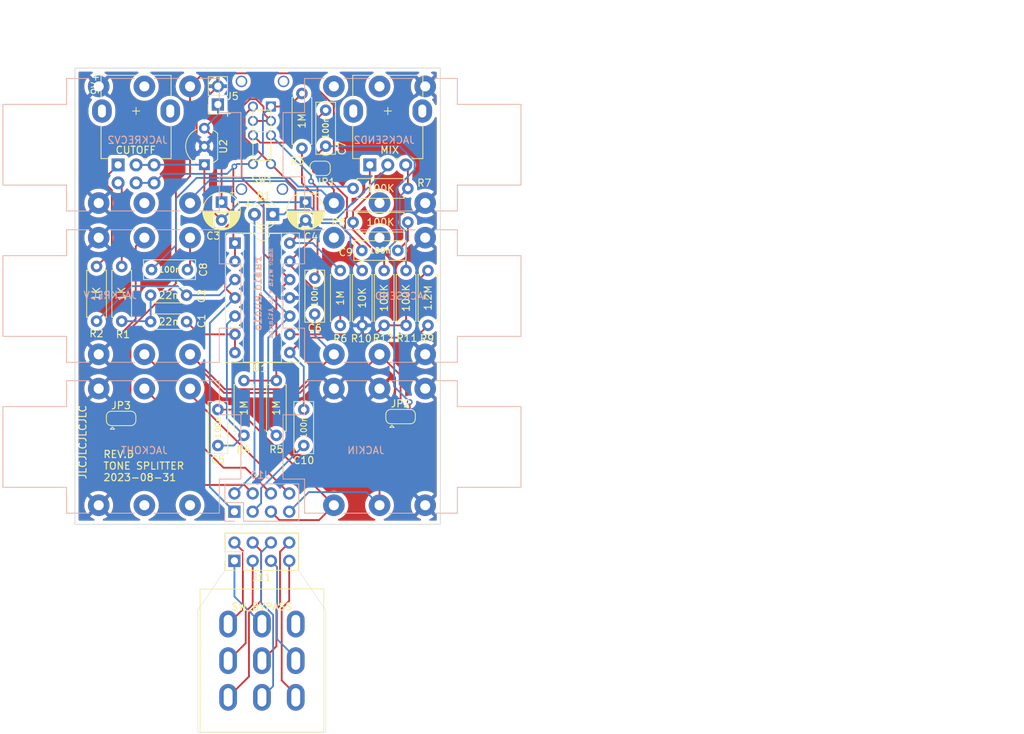
<source format=kicad_pcb>
(kicad_pcb (version 20211014) (generator pcbnew)
  (layers (0 "F.Cu" signal) (31 "B.Cu" signal) (34 "B.Paste" user) (35 "F.Paste" user) (36 "B.SilkS" user "B.Silkscreen") (37 "F.SilkS" user "F.Silkscreen") (38 "B.Mask" user) (39 "F.Mask" user) (44 "Edge.Cuts" user))
  (net 0 "")
  (net 1 "Net-(C1-Pad2)")
  (net 2 "Net-(C1-Pad1)")
  (net 3 "Net-(C2-Pad1)")
  (net 4 "GND")
  (net 5 "+9V")
  (net 6 "GNDD")
  (net 7 "Net-(D1-Pad1)")
  (net 8 "Net-(R1-Pad1)")
  (net 9 "Net-(R2-Pad1)")
  (net 10 "/HIGH")
  (net 11 "Net-(R3-Pad1)")
  (net 12 "/IN")
  (net 13 "/LOW")
  (net 14 "/OUT")
  (net 15 "Net-(C5-Pad1)")
  (net 17 "Net-(J2-PadR)")
  (net 18 "Net-(C6-Pad1)")
  (net 19 "Net-(C7-Pad2)")
  (net 20 "Net-(C8-Pad2)")
  (net 21 "Net-(C9-Pad1)")
  (net 31 "/INR")
  (net 32 "/OUTR")
  (net 33 "/OUTT")
  (net 34 "/LED_B")
  (net 35 "/RECVR")
  (net 36 "/9V_B")
  (net 37 "/LED")
  (net 38 "/OUT_B")
  (net 39 "/OUTT_B")
  (net 40 "/IN_B")
  (net 41 "/RECVR_B")
  (net 42 "/OUTR_B")
  (net 43 "/INR_B")
  (net 44 "/SEND_1")
  (net 45 "/SEND_2")
  (net 46 "Net-(C10-Pad1)")
  (net 47 "/RECV_1")
  (net 48 "Net-(J3-PadR)")
  (net 49 "Net-(R11-Pad1)")
  (net 50 "/RECV_2")
  (net 51 "Net-(R12-Pad1)")
  (net 52 "Net-(R11-Pad2)")
  (net 53 "/HALF_IN")
  (footprint "kicad-official/Capacitor_THT.pretty:C_Disc_D4.3mm_W1.9mm_P5.00mm" (layer "F.Cu") (at 14.518 44.688)
    (fp_text reference "C1")
    (fp_text value "22n")
  )
  (footprint "kicad-official/Capacitor_THT.pretty:C_Disc_D4.3mm_W1.9mm_P5.00mm" (layer "F.Cu") (at 19.518 41.005 180)
    (fp_text reference "C2")
    (fp_text value "22n")
  )
  (footprint "kicad-official/LED_THT.pretty:LED_D3.0mm" (layer "F.Cu") (at 31.5 29.75 180)
    (fp_text reference "D1")
    (fp_text value "LED" hide)
  )
  (footprint "kicad-official/Connector_PinSocket_2.54mm.pretty:PinSocket_1x02_P2.54mm_Vertical" (layer "F.Cu") (at 23.876 14.462 180)
    (fp_text reference "J5")
    (fp_text value "Jack-DC" hide)
  )
  (footprint "kicad-official/Resistor_THT.pretty:R_Axial_DIN0207_L6.3mm_D2.5mm_P7.62mm_Horizontal" (layer "F.Cu") (at 10.5 37 -90)
    (fp_text reference "R1")
    (fp_text value "1K")
  )
  (footprint "kicad-official/Resistor_THT.pretty:R_Axial_DIN0207_L6.3mm_D2.5mm_P7.62mm_Horizontal" (layer "F.Cu") (at 7 37 -90)
    (fp_text reference "R2")
    (fp_text value "1K")
  )
  (footprint "kicad-official/Resistor_THT.pretty:R_Axial_DIN0207_L6.3mm_D2.5mm_P7.62mm_Horizontal" (layer "F.Cu") (at 27.5 60.5 90)
    (fp_text reference "R4")
    (fp_text value "1M")
  )
  (footprint "kicad-official/Resistor_THT.pretty:R_Axial_DIN0207_L6.3mm_D2.5mm_P7.62mm_Horizontal" (layer "F.Cu") (at 32 60.5 90)
    (fp_text reference "R5")
    (fp_text value "1M")
  )
  (footprint "kicad-official/Resistor_THT.pretty:R_Axial_DIN0207_L6.3mm_D2.5mm_P7.62mm_Horizontal" (layer "F.Cu") (at 40.894 37.576 -90)
    (fp_text reference "R6")
    (fp_text value "1M")
  )
  (footprint "kicad-official/Resistor_THT.pretty:R_Axial_DIN0207_L6.3mm_D2.5mm_P7.62mm_Horizontal" (layer "F.Cu") (at 42.672 26.146)
    (fp_text reference "R7")
    (fp_text value "100K")
  )
  (footprint "kicad-official/Package_DIP.pretty:DIP-14_W7.62mm_Socket" (layer "F.Cu") (at 26.25 33.75)
    (fp_text reference "U1")
    (fp_text value "TL074" hide)
  )
  (footprint "kicad-official/Package_TO_SOT_THT.pretty:TO-92_Inline_Wide" (layer "F.Cu") (at 21.992 22.844 90)
    (fp_text reference "U2")
    (fp_text value "TLE2426xLP" hide)
  )
  (footprint "_effects_shared_footprints:Stompbox Switch" (layer "F.Cu") (at 30 91.858)
    (fp_text reference "SW2" hide)
    (fp_text value "SW_BYPASS")
  )
  (footprint "kicad-official/Resistor_THT.pretty:R_Axial_DIN0207_L6.3mm_D2.5mm_P7.62mm_Horizontal" (layer "F.Cu") (at 35.56 20.558 90)
    (fp_text reference "R3")
    (fp_text value "1M")
  )
  (footprint "kicad-official/Resistor_THT.pretty:R_Axial_DIN0207_L6.3mm_D2.5mm_P7.62mm_Horizontal" (layer "F.Cu") (at 43.942 37.576 -90)
    (fp_text reference "R10")
    (fp_text value "10K")
  )
  (footprint "kicad-official/Resistor_THT.pretty:R_Axial_DIN0207_L6.3mm_D2.5mm_P7.62mm_Horizontal" (layer "F.Cu") (at 42.672 30.845)
    (fp_text reference "R8")
    (fp_text value "100K")
  )
  (footprint "kicad-official/Jumper.pretty:SolderJumper-2_P1.3mm_Open_RoundedPad1.0x1.5mm" (layer "F.Cu") (at 38.1 23.352)
    (fp_text reference "JP1")
    (fp_text value "JMP_DRY" hide)
  )
  (footprint "kicad-official/Resistor_THT.pretty:R_Axial_DIN0207_L6.3mm_D2.5mm_P7.62mm_Horizontal" (layer "F.Cu") (at 53.086 37.576 -90)
    (fp_text reference "R9")
    (fp_text value "1.2M")
  )
  (footprint "kicad-official/Potentiometer_THT.pretty:Potentiometer_Alpha_RD901F-40-00D_Single_Vertical" (layer "F.Cu") (at 45 22.874 90)
    (fp_text reference "RV2" hide)
    (fp_text value "MIX")
  )
  (footprint "kicad-official/Potentiometer_THT.pretty:Potentiometer_Alpha_RD902F-40-00D_Dual_Vertical" (layer "F.Cu") (at 10 22.874 90)
    (fp_text reference "RV1" hide)
    (fp_text value "CUTOFF")
  )
  (footprint "Button_Switch_THT:SW_EG2301_DP3T" (layer "F.Cu") (at 31.25 14.75 -90)
    (fp_text reference "SW1")
    (fp_text value "SW_MODE" hide)
  )
  (footprint "kicad-official/Capacitor_THT.pretty:CP_Radial_D5.0mm_P2.50mm" (layer "F.Cu") (at 24.384 28.053774 -90)
    (fp_text reference "C3")
    (fp_text value ".1u")
  )
  (footprint "kicad-official/Capacitor_THT.pretty:CP_Radial_D5.0mm_P2.50mm" (layer "F.Cu") (at 36.068 28.053774 -90)
    (fp_text reference "C4")
    (fp_text value ".1u")
  )
  (footprint "kicad-official/Capacitor_THT.pretty:C_Rect_L7.0mm_W2.5mm_P5.00mm" (layer "F.Cu") (at 23.876 61.92 90)
    (fp_text reference "C5")
    (fp_text value "100n")
  )
  (footprint "kicad-official/Resistor_THT.pretty:R_Axial_DIN0207_L6.3mm_D2.5mm_P7.62mm_Horizontal" (layer "F.Cu") (at 50.038 37.576 -90)
    (fp_text reference "R11")
    (fp_text value "100K")
  )
  (footprint "kicad-official/Capacitor_THT.pretty:C_Rect_L7.0mm_W2.5mm_P5.00mm" (layer "F.Cu") (at 35.814 56.92 -90)
    (fp_text reference "C10")
    (fp_text value "100n")
  )
  (footprint "kicad-official/Capacitor_THT.pretty:C_Rect_L7.0mm_W2.5mm_P5.00mm" (layer "F.Cu") (at 37.338 38.632 -90)
    (fp_text reference "C6")
    (fp_text value "100n")
  )
  (footprint "kicad-official/Capacitor_THT.pretty:C_Rect_L7.0mm_W2.5mm_P5.00mm" (layer "F.Cu") (at 19.645 37.449 180)
    (fp_text reference "C8")
    (fp_text value "100n")
  )
  (footprint "kicad-official/Jumper.pretty:SolderJumper-3_P1.3mm_Open_RoundedPad1.0x1.5mm" (layer "F.Cu") (at 49.276 57.896)
    (fp_text reference "JP2")
    (fp_text value "STEREO_MODE" hide)
  )
  (footprint "kicad-official/Connector_PinHeader_2.54mm.pretty:PinHeader_2x04_P2.54mm_Vertical" (layer "F.Cu") (at 26.172 77.962 90)
    (fp_text reference "J11")
    (fp_text value "Conn_01x08" hide)
  )
  (footprint "kicad-official/Capacitor_THT.pretty:C_Rect_L7.0mm_W2.5mm_P5.00mm" (layer "F.Cu") (at 38.862 20.264 90)
    (fp_text reference "C7")
    (fp_text value "100n")
  )
  (footprint "kicad-official/Resistor_THT.pretty:R_Axial_DIN0207_L6.3mm_D2.5mm_P7.62mm_Horizontal" (layer "F.Cu") (at 46.99 37.576 -90)
    (fp_text reference "R12")
    (fp_text value "100K")
  )
  (footprint "kicad-official/Capacitor_THT.pretty:C_Rect_L7.0mm_W2.5mm_P5.00mm" (layer "F.Cu") (at 48.895 34.782 180)
    (fp_text reference "C9")
    (fp_text value "100n")
  )
  (footprint "kicad-official/Jumper.pretty:SolderJumper-3_P1.3mm_Open_RoundedPad1.0x1.5mm" (layer "F.Cu") (at 10.414 58.15)
    (fp_text reference "JP3")
    (fp_text value "STEREO_MODE_RETURN" hide)
  )
  (footprint "kicad-legacy/kicad-footprints/Connector_Audio.pretty:Jack_6.35mm_Neutrik_NMJ6HFD2_Horizontal" (layer "B.Cu") (at 40 70.23)
    (fp_text reference "J1" hide)
    (fp_text value "JACKIN")
  )
  (footprint "kicad-legacy/kicad-footprints/Connector_Audio.pretty:Jack_6.35mm_Neutrik_NMJ6HFD2_Horizontal" (layer "B.Cu") (at 20 54 180)
    (fp_text reference "J4" hide)
    (fp_text value "JACKOUT")
  )
  (footprint "kicad-legacy/kicad-footprints/Connector_Audio.pretty:Jack_6.35mm_Neutrik_NMJ6HFD2_Horizontal" (layer "B.Cu") (at 40 49.23)
    (fp_text reference "J2" hide)
    (fp_text value "JACKSEND")
  )
  (footprint "kicad-legacy/kicad-footprints/Connector_Audio.pretty:Jack_6.35mm_Neutrik_NMJ6HFD2_Horizontal" (layer "B.Cu") (at 20 33 180)
    (fp_text reference "J3" hide)
    (fp_text value "JACKRECV")
  )
  (footprint "kicad-legacy/kicad-footprints/Connector_Audio.pretty:Jack_6.35mm_Neutrik_NMJ6HFD2_Horizontal" (layer "B.Cu") (at 20 11.948 180)
    (fp_text reference "J8" hide)
    (fp_text value "JACKRECV2")
  )
  (footprint "kicad-official/Connector_PinSocket_2.54mm.pretty:PinSocket_2x04_P2.54mm_Vertical" (layer "B.Cu") (at 26.172 71.124 -90)
    (fp_text reference "J10")
    (fp_text value "Conn_01x08" hide)
  )
  (footprint "kicad-legacy/kicad-footprints/Connector_Audio.pretty:Jack_6.35mm_Neutrik_NMJ6HFD2_Horizontal" (layer "B.Cu") (at 40 28.178)
    (fp_text reference "J6" hide)
    (fp_text value "JACKSEND2")
  )
  (gr_poly (pts (xy 31.08445 41.399127) (xy 31.084491 41.399097) (xy 31.084491 41.399166) (xy 31.084449 41.399162) (xy 31.084435 41.399149)) (layer "B.SilkS") (width 0) (fill solid))
  (gr_poly (pts (xy 31.133956 39.515806) (xy 31.136134 39.515169) (xy 31.138172 39.514617) (xy 31.140069 39.51415) (xy 31.141826 39.513768) (xy 31.143442 39.51347) (xy 31.144197 39.513354) (xy 31.144917 39.513258) (xy 31.145602 39.513184) (xy 31.146251 39.513131) (xy 31.146865 39.513099) (xy 31.147445 39.513088) (xy 31.147445 39.525677) (xy 31.142051 39.528353) (xy 31.14477 39.533749) (xy 31.136676 39.536425) (xy 31.136672 39.53665) (xy 31.136662 39.536867) (xy 31.136644 39.537077) (xy 31.13662 39.53728) (xy 31.136588 39.537475) (xy 31.13655 39.537663) (xy 31.136505 39.537844) (xy 31.136452 39.538018) (xy 31.136393 39.538184) (xy 31.136327 39.538343) (xy 31.136254 39.538495) (xy 31.136174 39.538639) (xy 31.136086 39.538776) (xy 31.135992 39.538906) (xy 31.135891 39.539029) (xy 31.135783 39.539144) (xy 31.132176 39.521186)) (layer "B.SilkS") (width 0) (fill solid))
  (gr_poly (pts (xy 29.601862 39.771595) (xy 29.601871 39.771327) (xy 29.601885 39.771068) (xy 29.601906 39.770818) (xy 29.601932 39.770577) (xy 29.601965 39.770344) (xy 29.602003 39.77012) (xy 29.602047 39.769905) (xy 29.602097 39.769698) (xy 29.602153 39.769501) (xy 29.602215 39.769312) (xy 29.602282 39.769132) (xy 29.602356 39.768961) (xy 29.602435 39.768799) (xy 29.602521 39.768645) (xy 29.602612 39.7685) (xy 29.602709 39.768364) (xy 29.602812 39.768237) (xy 29.602921 39.768118) (xy 29.603036 39.768008) (xy 29.603156 39.767907) (xy 29.603283 39.767815) (xy 29.603415 39.767732) (xy 29.603554 39.767657) (xy 29.603698 39.767591) (xy 29.603848 39.767534) (xy 29.604004 39.767486) (xy 29.604166 39.767446) (xy 29.604334 39.767416) (xy 29.604507 39.767394) (xy 29.604687 39.767381) (xy 29.604873 39.767376) (xy 29.605441 39.7674) (xy 29.60602 39.76747) (xy 29.606612 39.767587) (xy 29.607215 39.767751) (xy 29.60783 39.767962) (xy 29.608456 39.768219) (xy 29.609095 39.768524) (xy 29.609745 39.768875) (xy 29.610407 39.769273) (xy 29.61108 39.769718) (xy 29.611765 39.77021) (xy 29.612462 39.770749) (xy 29.613171 39.771334) (xy 29.613891 39.771966) (xy 29.614623 39.772645) (xy 29.615367 39.773371) (xy 29.615367 39.776387) (xy 29.612377 39.780886) (xy 29.609374 39.785382) (xy 29.608466 39.785153) (xy 29.607617 39.784843) (xy 29.606826 39.78445) (xy 29.606453 39.784223) (xy 29.606094 39.783976) (xy 29.60575 39.783708) (xy 29.605421 39.783419) (xy 29.604806 39.782781) (xy 29.60425 39.782061) (xy 29.603752 39.781259) (xy 29.603313 39.780375) (xy 29.602932 39.779409) (xy 29.60261 39.778361) (xy 29.602346 39.777231) (xy 29.602142 39.77602) (xy 29.601995 39.774726) (xy 29.601907 39.77335) (xy 29.601878 39.771893) (xy 29.601872 39.771887) (xy 29.60187 39.771885) (xy 29.601867 39.771882) (xy 29.601866 39.771881) (xy 29.601865 39.771879) (xy 29.601863 39.771878) (xy 29.601862 39.771877) (xy 29.601861 39.771876) (xy 29.601861 39.771874) (xy 29.60186 39.771873) (xy 29.601859 39.771872)) (layer "B.SilkS") (width 0) (fill solid))
  (gr_poly (pts (xy 29.008354 41.43353) (xy 29.008495 41.432283) (xy 29.008729 41.430954) (xy 29.009057 41.429543) (xy 29.009478 41.42805) (xy 29.009994 41.426475) (xy 29.010603 41.424818) (xy 29.011306 41.423079) (xy 29.012102 41.421258) (xy 29.012992 41.419355) (xy 29.013976 41.417371) (xy 29.015054 41.415304) (xy 29.01749 41.410925) (xy 29.020301 41.406218) (xy 29.023136 41.401908) (xy 29.025644 41.397973) (xy 29.027822 41.394413) (xy 29.029673 41.391228) (xy 29.030475 41.389776) (xy 29.031195 41.388418) (xy 29.031833 41.387153) (xy 29.032388 41.385982) (xy 29.032862 41.384905) (xy 29.033253 41.383921) (xy 29.033562 41.383031) (xy 29.033789 41.382235) (xy 29.034115 41.374952) (xy 29.034347 41.368091) (xy 29.034487 41.361651) (xy 29.034533 41.355632) (xy 29.034487 41.350035) (xy 29.034347 41.34486) (xy 29.034115 41.340106) (xy 29.033789 41.335773) (xy 29.037138 41.32959) (xy 29.040439 41.323783) (xy 29.043694 41.318349) (xy 29.046902 41.313291) (xy 29.050062 41.308607) (xy 29.051625 41.306406) (xy 29.053176 41.304298) (xy 29.054716 41.302284) (xy 29.056244 41.300364) (xy 29.05776 41.298538) (xy 29.059264 41.296805) (xy 29.058877 41.293321) (xy 29.058468 41.289989) (xy 29.058034 41.28681) (xy 29.057577 41.283783) (xy 29.057097 41.280908) (xy 29.056594 41.278186) (xy 29.056067 41.275616) (xy 29.055516 41.273198) (xy 29.054942 41.270932) (xy 29.054345 41.268818) (xy 29.053724 41.266857) (xy 29.05308 41.265047) (xy 29.052412 41.26339) (xy 29.051721 41.261886) (xy 29.051007 41.260533) (xy 29.050269 41.259333) (xy 29.050996 41.257319) (xy 29.052426 41.254274) (xy 29.054558 41.2502) (xy 29.057392 41.245094) (xy 29.060929 41.238959) (xy 29.065168 41.231793) (xy 29.075751 41.21437) (xy 29.081465 41.205143) (xy 29.086617 41.196947) (xy 29.091207 41.18978) (xy 29.095235 41.183645) (xy 29.098701 41.17854) (xy 29.101605 41.174465) (xy 29.102846 41.172814) (xy 29.103947 41.17142) (xy 29.104907 41.170284) (xy 29.105727 41.169406) (xy 29.107788 41.167556) (xy 29.110973 41.165004) (xy 29.115282 41.161748) (xy 29.120714 41.157791) (xy 29.134953 41.147768) (xy 29.153689 41.134934) (xy 29.165679 41.134934) (xy 29.169309 41.132007) (xy 29.172706 41.12922) (xy 29.175867 41.126574) (xy 29.178795 41.124068) (xy 29.181488 41.121703) (xy 29.183947 41.119478) (xy 29.186172 41.117394) (xy 29.188163 41.11545) (xy 29.189316 41.114683) (xy 29.190903 41.113881) (xy 29.195376 41.112172) (xy 29.201582 41.110322) (xy 29.209521 41.108332) (xy 29.219192 41.106201) (xy 29.230597 41.10393) (xy 29.243734 41.101518) (xy 29.258605 41.098966) (xy 29.273124 41.096901) (xy 29.285957 41.095212) (xy 29.297105 41.093899) (xy 29.306566 41.092962) (xy 29.310664 41.092634) (xy 29.314341 41.0924) (xy 29.317596 41.092261) (xy 29.32043 41.092215) (xy 29.322842 41.092263) (xy 29.324832 41.092405) (xy 29.326401 41.092641) (xy 29.327548 41.092971) (xy 29.329199 41.094089) (xy 29.330779 41.095195) (xy 29.33229 41.09629) (xy 29.33373 41.097372) (xy 29.3351 41.098444) (xy 29.336399 41.099503) (xy 29.337629 41.100551) (xy 29.338788 41.101587) (xy 29.339877 41.102611) (xy 29.340896 41.103624) (xy 29.341845 41.104625) (xy 29.342723 41.105615) (xy 29.343531 41.106592) (xy 29.344269 41.107558) (xy 29.344937 41.108513) (xy 29.345534 41.109455) (xy 29.345915 41.109635) (xy 29.346307 41.109804) (xy 29.346711 41.109961) (xy 29.347126 41.110106) (xy 29.347554 41.110239) (xy 29.347993 41.110361) (xy 29.348443 41.110472) (xy 29.348905 41.11057) (xy 29.349379 41.110657) (xy 29.349865 41.110733) (xy 29.350363 41.110797) (xy 29.350872 41.110849) (xy 29.351393 41.11089) (xy 29.351925 41.110919) (xy 29.35247 41.110936) (xy 29.353026 41.110942) (xy 29.355032 41.111153) (xy 29.356933 41.111411) (xy 29.358729 41.111715) (xy 29.360419 41.112066) (xy 29.361225 41.11226) (xy 29.362005 41.112465) (xy 29.362758 41.112681) (xy 29.363485 41.11291) (xy 29.364186 41.11315) (xy 29.36486 41.113402) (xy 29.365509 41.113665) (xy 29.366131 41.11394) (xy 29.366726 41.114227) (xy 29.367296 41.114526) (xy 29.367839 41.114836) (xy 29.368356 41.115158) (xy 29.368847 41.115492) (xy 29.369311 41.115838) (xy 29.369749 41.116195) (xy 29.370161 41.116564) (xy 29.370547 41.116944) (xy 29.370906 41.117337) (xy 29.371239 41.117741) (xy 29.371546 41.118156) (xy 29.371827 41.118584) (xy 29.372082 41.119023) (xy 29.37231 41.119474) (xy 29.372512 41.119936) (xy 29.380004 41.13942) (xy 29.38186 41.141063) (xy 29.383681 41.142625) (xy 29.385467 41.144104) (xy 29.387218 41.145503) (xy 29.388933 41.146819) (xy 29.390614 41.148054) (xy 29.392259 41.149207) (xy 29.393869 41.150279) (xy 29.395444 41.151268) (xy 29.396984 41.152176) (xy 29.398489 41.153003) (xy 29.399958 41.153747) (xy 29.401393 41.15441) (xy 29.402792 41.154992) (xy 29.404157 41.155491) (xy 29.405486 41.155909) (xy 29.407517 41.158409) (xy 29.409489 41.161037) (xy 29.411403 41.163795) (xy 29.413258 41.166681) (xy 29.415055 41.169696) (xy 29.416793 41.17284) (xy 29.418473 41.176112) (xy 29.420094 41.179514) (xy 29.421657 41.183044) (xy 29.423162 41.186703) (xy 29.424608 41.190491) (xy 29.425995 41.194408) (xy 29.427324 41.198453) (xy 29.428595 41.202628) (xy 29.429807 41.206931) (xy 29.43096 41.211363) (xy 29.43096 41.203869) (xy 29.434638 41.202421) (xy 29.438175 41.201065) (xy 29.441571 41.199802) (xy 29.444826 41.198631) (xy 29.447941 41.197553) (xy 29.450915 41.196568) (xy 29.453749 41.195675) (xy 29.456443 41.194875) (xy 29.456768 41.191198) (xy 29.457001 41.187662) (xy 29.45714 41.184267) (xy 29.457187 41.181011) (xy 29.45714 41.177897) (xy 29.457001 41.174923) (xy 29.456768 41.172089) (xy 29.456443 41.169397) (xy 29.460936 41.169397) (xy 29.464068 41.162646) (xy 29.467094 41.156259) (xy 29.470015 41.150235) (xy 29.472831 41.144573) (xy 29.475541 41.139275) (xy 29.478146 41.134339) (xy 29.480646 41.129767) (xy 29.483041 41.125557) (xy 29.48533 41.121711) (xy 29.487513 41.118227) (xy 29.489592 41.115107) (xy 29.491565 41.112349) (xy 29.493433 41.109954) (xy 29.495195 41.107923) (xy 29.496852 41.106254) (xy 29.498404 41.104948) (xy 29.502759 41.103895) (xy 29.506833 41.102982) (xy 29.510626 41.102209) (xy 29.514139 41.101577) (xy 29.517371 41.101086) (xy 29.520322 41.100735) (xy 29.522993 41.100524) (xy 29.524222 41.100471) (xy 29.525382 41.100454) (xy 29.540369 41.093241) (xy 29.553857 41.08659) (xy 29.565847 41.080501) (xy 29.576339 41.074975) (xy 29.588328 41.074975) (xy 29.588901 41.074554) (xy 29.589498 41.074039) (xy 29.590118 41.07343) (xy 29.590762 41.072728) (xy 29.591429 41.071932) (xy 29.59212 41.071042) (xy 29.592834 41.070059) (xy 29.593572 41.068981) (xy 29.595118 41.066546) (xy 29.596757 41.063736) (xy 29.598491 41.060551) (xy 29.600318 41.056991) (xy 29.601073 41.055348) (xy 29.60184 41.053786) (xy 29.602619 41.052306) (xy 29.603409 41.050908) (xy 29.604211 41.049592) (xy 29.605025 41.048357) (xy 29.60585 41.047204) (xy 29.606687 41.046133) (xy 29.607536 41.045143) (xy 29.608397 41.044235) (xy 29.609269 41.043409) (xy 29.610153 41.042664) (xy 29.611049 41.042001) (xy 29.611956 41.04142) (xy 29.612414 41.04116) (xy 29.612875 41.040921) (xy 29.61334 41.040701) (xy 29.613807 41.040503) (xy 29.620646 41.040573) (xy 29.626923 41.040784) (xy 29.629851 41.040942) (xy 29.632638 41.041135) (xy 29.635284 41.041363) (xy 29.63779 41.041626) (xy 29.640155 41.041925) (xy 29.642379 41.042259) (xy 29.644464 41.042627) (xy 29.646407 41.043031) (xy 29.64821 41.04347) (xy 29.649873 41.043944) (xy 29.651396 41.044453) (xy 29.652777 41.044997) (xy 29.657905 41.043499) (xy 29.662798 41.042) (xy 29.667458 41.040502) (xy 29.671883 41.039003) (xy 29.676075 41.037505) (xy 29.680033 41.036006) (xy 29.683757 41.034507) (xy 29.687247 41.033009) (xy 29.688758 41.032857) (xy 29.690292 41.032775) (xy 29.69185 41.032763) (xy 29.693431 41.032821) (xy 29.695035 41.03295) (xy 29.696662 41.033149) (xy 29.698313 41.033418) (xy 29.699988 41.033758) (xy 29.701685 41.034168) (xy 29.703407 41.034648) (xy 29.705151 41.035198) (xy 29.706919 41.035819) (xy 29.70871 41.036509) (xy 29.710525 41.037271) (xy 29.712363 41.038102) (xy 29.714225 41.039004) (xy 29.717808 41.041137) (xy 29.721064 41.043035) (xy 29.723991 41.044699) (xy 29.726591 41.046127) (xy 29.728862 41.047321) (xy 29.730806 41.04828) (xy 29.731655 41.048671) (xy 29.732422 41.049004) (xy 29.733107 41.049278) (xy 29.73371 41.049493) (xy 29.739892 41.049818) (xy 29.745698 41.05005) (xy 29.751131 41.05019) (xy 29.756189 41.050236) (xy 29.760872 41.05019) (xy 29.76518 41.05005) (xy 29.769114 41.049818) (xy 29.772673 41.049493) (xy 29.780684 41.05317) (xy 29.788226 41.056706) (xy 29.795299 41.060102) (xy 29.801904 41.063357) (xy 29.808039 41.066472) (xy 29.813707 41.069446) (xy 29.818906 41.072279) (xy 29.823638 41.074971) (xy 29.830932 41.078478) (xy 29.837828 41.08188) (xy 29.844326 41.085176) (xy 29.850426 41.088367) (xy 29.856127 41.091452) (xy 29.861431 41.094432) (xy 29.866337 41.097307) (xy 29.870845 41.100076) (xy 29.874954 41.10274) (xy 29.878666 41.105298) (xy 29.88198 41.107752) (xy 29.884895 41.1101) (xy 29.887413 41.112342) (xy 29.889532 41.114479) (xy 29.890443 41.115508) (xy 29.891254 41.116511) (xy 29.891965 41.117487) (xy 29.892577 41.118437) (xy 29.895458 41.124994) (xy 29.898106 41.131177) (xy 29.900519 41.136984) (xy 29.902698 41.142418) (xy 29.904642 41.147476) (xy 29.906352 41.15216) (xy 29.907828 41.156469) (xy 29.909068 41.160403) (xy 29.914267 41.164408) (xy 29.919372 41.168178) (xy 29.924383 41.171714) (xy 29.929301 41.175016) (xy 29.934125 41.178083) (xy 29.938855 41.180917) (xy 29.943492 41.183516) (xy 29.948035 41.185882) (xy 29.95045 41.195671) (xy 29.9515 41.20032) (xy 29.952444 41.204805) (xy 29.953282 41.209125) (xy 29.954014 41.213282) (xy 29.954641 41.217275) (xy 29.955163 41.221104) (xy 29.955578 41.224769) (xy 29.955888 41.22827) (xy 29.956093 41.231607) (xy 29.956191 41.23478) (xy 29.956184 41.23779) (xy 29.956071 41.240635) (xy 29.955852 41.243316) (xy 29.955527 41.245834) (xy 29.959181 41.254453) (xy 29.962648 41.262322) (xy 29.965926 41.269442) (xy 29.967495 41.27272) (xy 29.969016 41.275811) (xy 29.968623 41.283095) (xy 29.968182 41.289957) (xy 29.967693 41.296397) (xy 29.967155 41.302416) (xy 29.96657 41.308013) (xy 29.965936 41.313188) (xy 29.965253 41.317942) (xy 29.964522 41.322273) (xy 29.96454 41.322684) (xy 29.964592 41.323164) (xy 29.964803 41.324335) (xy 29.965154 41.325788) (xy 29.965646 41.327521) (xy 29.966278 41.329535) (xy 29.96705 41.33183) (xy 29.967963 41.334406) (xy 29.969016 41.337262) (xy 29.97007 41.34019) (xy 29.970983 41.342977) (xy 29.971387 41.344317) (xy 29.971755 41.345623) (xy 29.972089 41.346893) (xy 29.972387 41.348129) (xy 29.97265 41.349329) (xy 29.972878 41.350494) (xy 29.973071 41.351624) (xy 29.973229 41.352718) (xy 29.973352 41.353778) (xy 29.973439 41.354802) (xy 29.973492 41.355792) (xy 29.97351 41.356746) (xy 29.971263 41.364756) (xy 29.969016 41.372297) (xy 29.966769 41.37937) (xy 29.964521 41.385974) (xy 29.962273 41.392109) (xy 29.960025 41.397777) (xy 29.957776 41.402975) (xy 29.955527 41.407706) (xy 29.955202 41.416066) (xy 29.954969 41.423911) (xy 29.95483 41.431242) (xy 29.954783 41.438056) (xy 29.95483 41.444356) (xy 29.954969 41.45014) (xy 29.955202 41.455409) (xy 29.955527 41.460162) (xy 29.954028 41.463113) (xy 29.952529 41.46597) (xy 29.95103 41.468734) (xy 29.949531 41.471403) (xy 29.948032 41.47398) (xy 29.946534 41.476462) (xy 29.945035 41.478851) (xy 29.943538 41.481146) (xy 29.943932 41.487703) (xy 29.944374 41.493886) (xy 29.944863 41.499694) (xy 29.945401 41.505127) (xy 29.945986 41.510186) (xy 29.94662 41.51487) (xy 29.947301 41.519179) (xy 29.948031 41.523113) (xy 29.939036 41.527608) (xy 29.938711 41.530512) (xy 29.938478 41.533228) (xy 29.938397 41.534516) (xy 29.938339 41.535757) (xy 29.938304 41.536951) (xy 29.938292 41.538098) (xy 29.938304 41.539199) (xy 29.938339 41.540253) (xy 29.938397 41.54126) (xy 29.938478 41.54222) (xy 29.938583 41.543133) (xy 29.938711 41.543999) (xy 29.938862 41.544819) (xy 29.939036 41.545592) (xy 29.934634 41.551399) (xy 29.930418 41.556833) (xy 29.926389 41.561891) (xy 29.922549 41.566575) (xy 29.913554 41.566575) (xy 29.911716 41.569637) (xy 29.909948 41.572828) (xy 29.90825 41.576148) (xy 29.906623 41.579596) (xy 29.905065 41.583174) (xy 29.903578 41.58688) (xy 29.902161 41.590715) (xy 29.900814 41.594678) (xy 29.899538 41.598771) (xy 29.898332 41.602992) (xy 29.897196 41.607342) (xy 29.89613 41.611821) (xy 29.894209 41.621165) (xy 29.892569 41.631024) (xy 29.892411 41.631984) (xy 29.892312 41.632991) (xy 29.89227 41.634045) (xy 29.892288 41.635146) (xy 29.892364 41.636293) (xy 29.892498 41.637488) (xy 29.892691 41.638729) (xy 29.892942 41.640017) (xy 29.893252 41.641352) (xy 29.893621 41.642734) (xy 29.894048 41.644162) (xy 29.894534 41.645638) (xy 29.895078 41.64716) (xy 29.895681 41.648729) (xy 29.896343 41.650345) (xy 29.897063 41.652007) (xy 29.898375 41.655497) (xy 29.899687 41.658846) (xy 29.900998 41.662054) (xy 29.90231 41.665122) (xy 29.903622 41.668049) (xy 29.904934 41.670836) (xy 29.906245 41.673482) (xy 29.907557 41.675988) (xy 29.908868 41.678353) (xy 29.91018 41.680578) (xy 29.911491 41.682662) (xy 29.912803 41.684605) (xy 29.914114 41.686408) (xy 29.915425 41.688071) (xy 29.916737 41.689593) (xy 29.918048 41.690974) (xy 29.927508 41.698188) (xy 29.936407 41.704839) (xy 29.944745 41.710928) (xy 29.952521 41.716454) (xy 29.953254 41.718263) (xy 29.953952 41.720318) (xy 29.955242 41.725166) (xy 29.95639 41.730997) (xy 29.957397 41.737812) (xy 29.958263 41.74561) (xy 29.958987 41.754392) (xy 29.959571 41.764158) (xy 29.960013 41.774906) (xy 29.960165 41.780228) (xy 29.960247 41.785327) (xy 29.960259 41.790204) (xy 29.960201 41.794858) (xy 29.960072 41.79929) (xy 29.959873 41.8035) (xy 29.959603 41.807487) (xy 29.959264 41.811251) (xy 29.958854 41.814793) (xy 29.958373 41.818113) (xy 29.957823 41.82121) (xy 29.957202 41.824085) (xy 29.956511 41.826737) (xy 29.95575 41.829167) (xy 29.954918 41.831374) (xy 29.954016 41.833359) (xy 29.95308 41.835385) (xy 29.952143 41.837341) (xy 29.951206 41.839226) (xy 29.95027 41.841041) (xy 29.949333 41.842786) (xy 29.948397 41.84446) (xy 29.947461 41.846065) (xy 29.946524 41.847599) (xy 29.945588 41.849063) (xy 29.944652 41.850456) (xy 29.943716 41.85178) (xy 29.942779 41.853033) (xy 29.941843 41.854215) (xy 29.940906 41.855328) (xy 29.939969 41.85637) (xy 29.939032 41.857342) (xy 29.93724 41.861153) (xy 29.935612 41.865093) (xy 29.934148 41.869162) (xy 29.932848 41.87336) (xy 29.931712 41.877686) (xy 29.93074 41.882142) (xy 29.929932 41.886726) (xy 29.929288 41.891438) (xy 29.928808 41.89628) (xy 29.928491 41.901251) (xy 29.928339 41.90635) (xy 29.928351 41.911578) (xy 29.928526 41.916935) (xy 29.928866 41.922421) (xy 29.92937 41.928036) (xy 29.930037 41.933779) (xy 29.926354 41.93632) (xy 29.922801 41.938697) (xy 29.919375 41.94091) (xy 29.916079 41.94296) (xy 29.912912 41.944845) (xy 29.909873 41.946566) (xy 29.906963 41.948123) (xy 29.904182 41.949517) (xy 29.90153 41.950746) (xy 29.899007 41.951812) (xy 29.896612 41.952714) (xy 29.894347 41.953451) (xy 29.89221 41.954025) (xy 29.890202 41.954435) (xy 29.888323 41.954681) (xy 29.886573 41.954763) (xy 29.886111 41.954755) (xy 29.885665 41.954733) (xy 29.885233 41.954697) (xy 29.884816 41.954646) (xy 29.884413 41.95458) (xy 29.884025 41.954499) (xy 29.883652 41.954404) (xy 29.883293 41.954294) (xy 29.882949 41.95417) (xy 29.88262 41.954031) (xy 29.882305 41.953877) (xy 29.882005 41.953709) (xy 29.881719 41.953526) (xy 29.881449 41.953328) (xy 29.881192 41.953116) (xy 29.880951 41.952889) (xy 29.880724 41.952648) (xy 29.880512 41.952392) (xy 29.880314 41.952121) (xy 29.880131 41.951836) (xy 29.879963 41.951535) (xy 29.879809 41.951221) (xy 29.87967 41.950891) (xy 29.879545 41.950547) (xy 29.879435 41.950189) (xy 29.87934 41.949816) (xy 29.87926 41.949428) (xy 29.879194 41.949025) (xy 29.879143 41.948608) (xy 29.879106 41.948176) (xy 29.879084 41.94773) (xy 29.879077 41.947269) (xy 29.875073 41.951672) (xy 29.871303 41.955888) (xy 29.867767 41.959917) (xy 29.864465 41.963758) (xy 29.861397 41.967411) (xy 29.858564 41.970877) (xy 29.855964 41.974156) (xy 29.853598 41.977247) (xy 29.837111 41.977247) (xy 29.836004 41.977996) (xy 29.834933 41.978745) (xy 29.833896 41.979494) (xy 29.832895 41.980244) (xy 29.831929 41.980993) (xy 29.830998 41.981742) (xy 29.830102 41.982492) (xy 29.829241 41.983241) (xy 29.828416 41.98399) (xy 29.827625 41.98474) (xy 29.82687 41.985489) (xy 29.82615 41.986238) (xy 29.825465 41.986988) (xy 29.824816 41.987737) (xy 29.824202 41.988487) (xy 29.823623 41.989236) (xy 29.822345 41.99053) (xy 29.821137 41.991789) (xy 29.82 41.993013) (xy 29.818933 41.994202) (xy 29.817937 41.995355) (xy 29.817011 41.996474) (xy 29.816156 41.997557) (xy 29.815371 41.998605) (xy 29.814657 41.999618) (xy 29.814013 42.000596) (xy 29.81344 42.001538) (xy 29.812937 42.002446) (xy 29.812504 42.003318) (xy 29.812142 42.004155) (xy 29.81185 42.004957) (xy 29.811629 42.005724) (xy 29.808655 42.006118) (xy 29.805728 42.00656) (xy 29.802848 42.00705) (xy 29.800014 42.007588) (xy 29.797227 42.008174) (xy 29.794486 42.008808) (xy 29.791792 42.00949) (xy 29.789145 42.01022) (xy 29.782589 42.007996) (xy 29.776407 42.005818) (xy 29.770599 42.003687) (xy 29.765166 42.001603) (xy 29.760107 41.999566) (xy 29.755423 41.997576) (xy 29.751114 41.995632) (xy 29.74718 41.993736) (xy 29.739557 41.990685) (xy 29.732426 41.987529) (xy 29.725787 41.984268) (xy 29.71964 41.980902) (xy 29.713985 41.97743) (xy 29.711342 41.975654) (xy 29.708821 41.973852) (xy 29.706424 41.972024) (xy 29.70415 41.97017) (xy 29.701998 41.968289) (xy 29.69997 41.966382) (xy 29.698064 41.964448) (xy 29.696281 41.962489) (xy 29.694622 41.960502) (xy 29.693085 41.95849) (xy 29.691671 41.956451) (xy 29.69038 41.954386) (xy 29.689212 41.952294) (xy 29.688167 41.950177) (xy 29.687245 41.948032) (xy 29.686446 41.945862) (xy 29.68577 41.943665) (xy 29.685217 41.941442) (xy 29.684787 41.939192) (xy 29.684479 41.936916) (xy 29.684295 41.934614) (xy 29.684233 41.932286) (xy 29.68428 41.929616) (xy 29.684421 41.926852) (xy 29.684656 41.923994) (xy 29.684985 41.921043) (xy 29.685408 41.917999) (xy 29.685926 41.914861) (xy 29.686539 41.911629) (xy 29.687247 41.908304) (xy 29.696242 41.903808) (xy 29.696289 41.902121) (xy 29.69643 41.90006) (xy 29.696666 41.897624) (xy 29.696995 41.894813) (xy 29.697419 41.891628) (xy 29.697937 41.888068) (xy 29.699256 41.879825) (xy 29.699581 41.875539) (xy 29.699814 41.871675) (xy 29.699953 41.868232) (xy 29.699988 41.866669) (xy 29.7 41.865211) (xy 29.699988 41.863858) (xy 29.699953 41.862611) (xy 29.699895 41.861469) (xy 29.699814 41.860433) (xy 29.699709 41.859502) (xy 29.699581 41.858677) (xy 29.69943 41.857957) (xy 29.699256 41.857342) (xy 29.698313 41.855674) (xy 29.697359 41.85404) (xy 29.696392 41.852442) (xy 29.695415 41.850879) (xy 29.694425 41.849351) (xy 29.693424 41.847858) (xy 29.692411 41.8464) (xy 29.691387 41.844977) (xy 29.690351 41.843589) (xy 29.689303 41.842237) (xy 29.688243 41.840919) (xy 29.687172 41.839637) (xy 29.686089 41.83839) (xy 29.684994 41.837178) (xy 29.683887 41.836001) (xy 29.682769 41.834859) (xy 29.680754 41.831585) (xy 29.678833 41.82851) (xy 29.677007 41.825635) (xy 29.675273 41.822958) (xy 29.673634 41.820481) (xy 29.672088 41.818203) (xy 29.670637 41.816124) (xy 29.669278 41.814245) (xy 29.668014 41.812565) (xy 29.666843 41.811084) (xy 29.665767 41.809802) (xy 29.664783 41.808719) (xy 29.663894 41.807836) (xy 29.663484 41.807469) (xy 29.663098 41.807152) (xy 29.662735 41.806885) (xy 29.662396 41.806667) (xy 29.66208 41.806499) (xy 29.661788 41.806381) (xy 29.637809 41.804895) (xy 29.631743 41.804918) (xy 29.626286 41.804988) (xy 29.621439 41.805104) (xy 29.6172 41.805267) (xy 29.61357 41.805476) (xy 29.610549 41.805731) (xy 29.609267 41.805876) (xy 29.608137 41.806033) (xy 29.607159 41.806201) (xy 29.606334 41.806381) (xy 29.606334 41.827365) (xy 29.605579 41.828273) (xy 29.604812 41.829122) (xy 29.604034 41.829912) (xy 29.603244 41.830644) (xy 29.602442 41.831317) (xy 29.601628 41.831932) (xy 29.600803 41.832488) (xy 29.599965 41.832986) (xy 29.599116 41.833425) (xy 29.598256 41.833805) (xy 29.597383 41.834127) (xy 29.59738 41.834128) (xy 29.59738 41.643017) (xy 29.602908 41.641608) (xy 29.607497 41.640389) (xy 29.609441 41.639851) (xy 29.611149 41.639361) (xy 29.612624 41.638918) (xy 29.613864 41.638522) (xy 29.613864 41.631028) (xy 29.616699 41.632785) (xy 29.619207 41.634307) (xy 29.621386 41.635595) (xy 29.623236 41.636649) (xy 29.624038 41.637088) (xy 29.624758 41.637468) (xy 29.625396 41.63779) (xy 29.625951 41.638054) (xy 29.626425 41.638259) (xy 29.626816 41.638405) (xy 29.627125 41.638493) (xy 29.627249 41.638515) (xy 29.627353 41.638522) (xy 29.627723 41.637974) (xy 29.628088 41.637455) (xy 29.628448 41.636965) (xy 29.628801 41.636504) (xy 29.629149 41.636073) (xy 29.629491 41.635671) (xy 29.629827 41.635298) (xy 29.630157 41.634955) (xy 29.630482 41.634641) (xy 29.6308 41.634356) (xy 29.631113 41.634101) (xy 29.63142 41.633874) (xy 29.631722 41.633678) (xy 29.632017 41.63351) (xy 29.632307 41.633372) (xy 29.632591 41.633263) (xy 29.632869 41.633183) (xy 29.633142 41.633133) (xy 29.633408 41.633112) (xy 29.633669 41.63312) (xy 29.633924 41.633158) (xy 29.634173 41.633225) (xy 29.634417 41.633321) (xy 29.634655 41.633447) (xy 29.634886 41.633602) (xy 29.635113 41.633786) (xy 29.635333 41.633999) (xy 29.635547 41.634242) (xy 29.635756 41.634514) (xy 29.635959 41.634815) (xy 29.636156 41.635146) (xy 29.636348 41.635506) (xy 29.639404 41.63091) (xy 29.642577 41.62649) (xy 29.645867 41.622246) (xy 29.649274 41.618177) (xy 29.652799 41.614284) (xy 29.65644 41.610566) (xy 29.660199 41.607024) (xy 29.664074 41.603658) (xy 29.668067 41.600467) (xy 29.672177 41.597452) (xy 29.676403 41.594612) (xy 29.680747 41.591948) (xy 29.685208 41.58946) (xy 29.689786 41.587148) (xy 29.694482 41.58501) (xy 29.699294 41.583049) (xy 29.699294 41.550077) (xy 29.70227 41.547173) (xy 29.705199 41.544457) (xy 29.708081 41.541928) (xy 29.710915 41.539586) (xy 29.712314 41.538485) (xy 29.713702 41.537432) (xy 29.715077 41.536425) (xy 29.716441 41.535465) (xy 29.717793 41.534551) (xy 29.719133 41.533685) (xy 29.720461 41.532865) (xy 29.721778 41.532092) (xy 29.721778 41.523098) (xy 29.72381 41.522559) (xy 29.725783 41.522066) (xy 29.727698 41.52162) (xy 29.729554 41.521221) (xy 29.731352 41.520869) (xy 29.733091 41.520563) (xy 29.734771 41.520305) (xy 29.736393 41.520093) (xy 29.737956 41.519928) (xy 29.739461 41.519809) (xy 29.740907 41.519738) (xy 29.742294 41.519713) (xy 29.743624 41.519735) (xy 29.744894 41.519804) (xy 29.746106 41.51992) (xy 29.74726 41.520083) (xy 29.747869 41.519597) (xy 29.748571 41.518888) (xy 29.749367 41.517957) (xy 29.750257 41.516803) (xy 29.752317 41.513829) (xy 29.754752 41.509965) (xy 29.757562 41.505211) (xy 29.760746 41.499567) (xy 29.764306 41.493033) (xy 29.768241 41.485609) (xy 29.772734 41.485609) (xy 29.772733 41.485333) (xy 29.772729 41.485065) (xy 29.772721 41.484806) (xy 29.772711 41.484556) (xy 29.772698 41.484314) (xy 29.772682 41.484082) (xy 29.772663 41.483858) (xy 29.772641 41.483643) (xy 29.772617 41.483437) (xy 29.772589 41.483239) (xy 29.772559 41.48305) (xy 29.772525 41.48287) (xy 29.772489 41.482699) (xy 29.77245 41.482537) (xy 29.772408 41.482383) (xy 29.772363 41.482238) (xy 29.772315 41.482102) (xy 29.772264 41.481975) (xy 29.77221 41.481856) (xy 29.772153 41.481747) (xy 29.772094 41.481646) (xy 29.772031 41.481554) (xy 29.771966 41.48147) (xy 29.771898 41.481396) (xy 29.771826 41.48133) (xy 29.771752 41.481273) (xy 29.771675 41.481224) (xy 29.771595 41.481185) (xy 29.771513 41.481154) (xy 29.771427 41.481132) (xy 29.771338 41.481119) (xy 29.771247 41.481115) (xy 29.768233 41.481115) (xy 29.765721 41.473703) (xy 29.763432 41.466454) (xy 29.761366 41.45937) (xy 29.759521 41.45245) (xy 29.7579 41.445694) (xy 29.7565 41.439101) (xy 29.755323 41.432673) (xy 29.754369 41.426409) (xy 29.753637 41.420308) (xy 29.753128 41.414372) (xy 29.752841 41.408599) (xy 29.752777 41.40299) (xy 29.752935 41.397546) (xy 29.753315 41.392265) (xy 29.753919 41.387148) (xy 29.754744 41.382195) (xy 29.756595 41.379643) (xy 29.758398 41.377231) (xy 29.760154 41.37496) (xy 29.761864 41.372829) (xy 29.763526 41.370839) (xy 29.765142 41.368989) (xy 29.766711 41.36728) (xy 29.768233 41.365711) (xy 29.768567 41.36433) (xy 29.768819 41.362808) (xy 29.768989 41.361145) (xy 29.769077 41.359342) (xy 29.769083 41.357399) (xy 29.769007 41.355314) (xy 29.76885 41.35309) (xy 29.76861 41.350725) (xy 29.767884 41.345573) (xy 29.766831 41.339858) (xy 29.765449 41.333582) (xy 29.763739 41.326743) (xy 29.763739 41.31026) (xy 29.763306 41.309306) (xy 29.762756 41.308316) (xy 29.762088 41.307291) (xy 29.761303 41.306231) (xy 29.760401 41.305136) (xy 29.759383 41.304006) (xy 29.758247 41.302841) (xy 29.756994 41.301641) (xy 29.755623 41.300406) (xy 29.754136 41.299135) (xy 29.752532 41.29783) (xy 29.750811 41.296489) (xy 29.748972 41.295113) (xy 29.747017 41.293703) (xy 29.742755 41.290776) (xy 29.740567 41.289294) (xy 29.738497 41.287848) (xy 29.736543 41.286438) (xy 29.734706 41.285062) (xy 29.732986 41.283721) (xy 29.731382 41.282416) (xy 29.729896 41.281145) (xy 29.728526 41.27991) (xy 29.727273 41.27871) (xy 29.726137 41.277544) (xy 29.725117 41.276415) (xy 29.724214 41.27532) (xy 29.723428 41.27426) (xy 29.722759 41.273236) (xy 29.722206 41.272246) (xy 29.72177 41.271292) (xy 29.721596 41.270367) (xy 29.721445 41.269466) (xy 29.721317 41.268587) (xy 29.721212 41.267733) (xy 29.721131 41.266901) (xy 29.721073 41.266094) (xy 29.721038 41.265309) (xy 29.721026 41.264548) (xy 29.721038 41.26381) (xy 29.721073 41.263096) (xy 29.721131 41.262406) (xy 29.721212 41.261738) (xy 29.721317 41.261094) (xy 29.721445 41.260474) (xy 29.721596 41.259877) (xy 29.72177 41.259303) (xy 29.720839 41.259129) (xy 29.71992 41.258978) (xy 29.719012 41.25885) (xy 29.718116 41.258745) (xy 29.717232 41.258664) (xy 29.71636 41.258606) (xy 29.7155 41.258571) (xy 29.714651 41.258559) (xy 29.713814 41.258571) (xy 29.712988 41.258606) (xy 29.712175 41.258664) (xy 29.711373 41.258745) (xy 29.710582 41.25885) (xy 29.709804 41.258978) (xy 29.709037 41.259129) (xy 29.708281 41.259303) (xy 29.703318 41.250685) (xy 29.698917 41.242817) (xy 29.695078 41.235699) (xy 29.69337 41.23242) (xy 29.691802 41.229329) (xy 29.688897 41.228276) (xy 29.68618 41.227363) (xy 29.68365 41.22659) (xy 29.682455 41.226257) (xy 29.681308 41.225958) (xy 29.680207 41.225695) (xy 29.679153 41.225467) (xy 29.678145 41.225274) (xy 29.677185 41.225116) (xy 29.676271 41.224993) (xy 29.675405 41.224905) (xy 29.674585 41.224852) (xy 29.673812 41.224835) (xy 29.673812 41.236823) (xy 29.66632 41.241318) (xy 29.665994 41.246048) (xy 29.665762 41.250498) (xy 29.665622 41.254667) (xy 29.665576 41.258555) (xy 29.665622 41.262161) (xy 29.665762 41.265487) (xy 29.665994 41.268532) (xy 29.66632 41.271296) (xy 29.66574 41.272566) (xy 29.665125 41.273754) (xy 29.664475 41.274861) (xy 29.66379 41.275885) (xy 29.66307 41.276828) (xy 29.662315 41.277688) (xy 29.661525 41.278467) (xy 29.661117 41.278825) (xy 29.6607 41.279163) (xy 29.660274 41.279481) (xy 29.659839 41.279778) (xy 29.659396 41.280055) (xy 29.658944 41.280311) (xy 29.658483 41.280547) (xy 29.658013 41.280762) (xy 29.657534 41.280956) (xy 29.657047 41.281131) (xy 29.656551 41.281284) (xy 29.656046 41.281417) (xy 29.655532 41.28153) (xy 29.655009 41.281622) (xy 29.654478 41.281694) (xy 29.653938 41.281745) (xy 29.652831 41.281786) (xy 29.650208 41.281438) (xy 29.647584 41.281135) (xy 29.644962 41.28088) (xy 29.642339 41.28067) (xy 29.639717 41.280508) (xy 29.637094 41.280391) (xy 29.634472 41.280322) (xy 29.63185 41.280298) (xy 29.626229 41.291726) (xy 29.623699 41.297019) (xy 29.621358 41.30203) (xy 29.619203 41.306761) (xy 29.617236 41.31121) (xy 29.615456 41.315379) (xy 29.613864 41.319267) (xy 29.612746 41.32) (xy 29.61164 41.320698) (xy 29.610545 41.32136) (xy 29.609463 41.321988) (xy 29.608392 41.32258) (xy 29.607332 41.323136) (xy 29.606285 41.323658) (xy 29.605249 41.324144) (xy 29.604224 41.324594) (xy 29.603212 41.32501) (xy 29.602211 41.32539) (xy 29.601221 41.325735) (xy 29.600244 41.326044) (xy 29.599278 41.326318) (xy 29.598323 41.326557) (xy 29.59738 41.326761) (xy 29.597206 41.327867) (xy 29.597055 41.328939) (xy 29.596927 41.329975) (xy 29.596823 41.330976) (xy 29.596741 41.331942) (xy 29.596683 41.332873) (xy 29.596648 41.333769) (xy 29.596637 41.33463) (xy 29.596648 41.335455) (xy 29.596683 41.336245) (xy 29.596741 41.337001) (xy 29.596823 41.337721) (xy 29.596927 41.338406) (xy 29.597055 41.339055) (xy 29.597206 41.33967) (xy 29.59738 41.340249) (xy 29.590168 41.361607) (xy 29.583518 41.380717) (xy 29.57743 41.397578) (xy 29.571902 41.412192) (xy 29.569936 41.443104) (xy 29.56853 41.469895) (xy 29.567686 41.492564) (xy 29.567475 41.502353) (xy 29.567405 41.511111) (xy 29.563846 41.516077) (xy 29.560662 41.52048) (xy 29.557853 41.524321) (xy 29.555419 41.5276) (xy 29.549235 41.54624) (xy 29.544175 41.561697) (xy 29.540241 41.573968) (xy 29.537432 41.583055) (xy 29.528437 41.583055) (xy 29.528436 41.583056) (xy 29.528436 41.583057) (xy 29.528435 41.583058) (xy 29.528435 41.583059) (xy 29.528434 41.58306) (xy 29.528434 41.583061) (xy 29.528434 41.583062) (xy 29.528434 41.583063) (xy 29.528434 41.583065) (xy 29.528434 41.583066) (xy 29.528357 41.584271) (xy 29.528316 41.585449) (xy 29.528311 41.586601) (xy 29.52834 41.587726) (xy 29.528404 41.588826) (xy 29.528504 41.589898) (xy 29.528639 41.590945) (xy 29.528808 41.591965) (xy 29.529013 41.592959) (xy 29.529253 41.593926) (xy 29.529529 41.594867) (xy 29.529839 41.595782) (xy 29.530185 41.59667) (xy 29.530565 41.597532) (xy 29.530981 41.598368) (xy 29.531432 41.599177) (xy 29.531918 41.59996) (xy 29.532439 41.600717) (xy 29.532996 41.601448) (xy 29.533587 41.602151) (xy 29.534214 41.602829) (xy 29.534875 41.60348) (xy 29.535572 41.604105) (xy 29.536304 41.604704) (xy 29.537071 41.605276) (xy 29.537874 41.605822) (xy 29.538711 41.606342) (xy 29.539584 41.606835) (xy 29.540491 41.607302) (xy 29.541434 41.607743) (xy 29.542412 41.608157) (xy 29.543425 41.608545) (xy 29.547149 41.609993) (xy 29.550825 41.611349) (xy 29.554455 41.612612) (xy 29.558039 41.613782) (xy 29.561575 41.61486) (xy 29.565064 41.615846) (xy 29.568507 41.616739) (xy 29.571902 41.617539) (xy 29.576234 41.621216) (xy 29.580238 41.624752) (xy 29.583915 41.628148) (xy 29.58563 41.629793) (xy 29.587263 41.631403) (xy 29.588815 41.632977) (xy 29.590284 41.634517) (xy 29.591672 41.636022) (xy 29.592977 41.637491) (xy 29.594201 41.638925) (xy 29.595343 41.640324) (xy 29.596403 41.641688) (xy 29.59738 41.643017) (xy 29.59738 41.834128) (xy 29.596499 41.834391) (xy 29.595603 41.834596) (xy 29.594695 41.834742) (xy 29.593776 41.83483) (xy 29.592845 41.834859) (xy 29.592067 41.834818) (xy 29.59123 41.834695) (xy 29.590334 41.83449) (xy 29.58938 41.834204) (xy 29.588368 41.833835) (xy 29.587296 41.833384) (xy 29.586166 41.832851) (xy 29.584978 41.832237) (xy 29.583731 41.83154) (xy 29.582425 41.830762) (xy 29.581061 41.829901) (xy 29.579639 41.828959) (xy 29.578158 41.827935) (xy 29.576618 41.826828) (xy 29.573363 41.82437) (xy 29.570131 41.822236) (xy 29.567179 41.820338) (xy 29.564509 41.818674) (xy 29.56212 41.817246) (xy 29.560012 41.816052) (xy 29.559064 41.815543) (xy 29.558186 41.815093) (xy 29.557378 41.814702) (xy 29.55664 41.814369) (xy 29.555973 41.814095) (xy 29.555377 41.81388) (xy 29.553504 41.813739) (xy 29.55163 41.813692) (xy 29.549757 41.813739) (xy 29.547883 41.81388) (xy 29.54601 41.814114) (xy 29.544136 41.814442) (xy 29.542262 41.814863) (xy 29.540388 41.815378) (xy 29.538515 41.815987) (xy 29.536641 41.81669) (xy 29.534767 41.817486) (xy 29.532893 41.818376) (xy 29.531019 41.81936) (xy 29.529145 41.820438) (xy 29.527271 41.821609) (xy 29.525397 41.822873) (xy 29.523377 41.824325) (xy 29.52144 41.825683) (xy 29.519584 41.826948) (xy 29.51781 41.828119) (xy 29.516118 41.829196) (xy 29.514508 41.830179) (xy 29.512979 41.831069) (xy 29.511533 41.831865) (xy 29.510169 41.832568) (xy 29.508886 41.833177) (xy 29.507686 41.833692) (xy 29.506567 41.834114) (xy 29.505531 41.834441) (xy 29.504576 41.834676) (xy 29.503704 41.834816) (xy 29.502913 41.834863) (xy 29.49936 41.835552) (xy 29.495818 41.836124) (xy 29.492288 41.836578) (xy 29.48877 41.836916) (xy 29.485263 41.837137) (xy 29.481768 41.837241) (xy 29.478285 41.837228) (xy 29.474813 41.837098) (xy 29.471353 41.836851) (xy 29.467905 41.836487) (xy 29.464469 41.836006) (xy 29.461044 41.835408) (xy 29.457631 41.834693) (xy 29.45423 41.833861) (xy 29.45084 41.832912) (xy 29.447463 41.831846) (xy 29.439967 41.822852) (xy 29.438473 41.822694) (xy 29.436991 41.822595) (xy 29.435521 41.822554) (xy 29.434062 41.822571) (xy 29.432616 41.822647) (xy 29.431181 41.822782) (xy 29.429758 41.822975) (xy 29.428347 41.823227) (xy 29.426948 41.823537) (xy 29.425561 41.823906) (xy 29.424185 41.824333) (xy 29.422821 41.824819) (xy 29.421469 41.825363) (xy 29.420129 41.825966) (xy 29.4188 41.826628) (xy 29.417483 41.827348) (xy 29.414999 41.829104) (xy 29.412796 41.830626) (xy 29.410875 41.831914) (xy 29.41002 41.832471) (xy 29.409235 41.832968) (xy 29.408521 41.833407) (xy 29.407877 41.833788) (xy 29.407304 41.83411) (xy 29.406801 41.834374) (xy 29.406368 41.834578) (xy 29.406006 41.834725) (xy 29.405715 41.834813) (xy 29.405595 41.834835) (xy 29.405494 41.834842) (xy 29.404357 41.835004) (xy 29.403198 41.835118) (xy 29.402015 41.835187) (xy 29.400809 41.835208) (xy 29.39958 41.835183) (xy 29.398327 41.835111) (xy 29.397051 41.834992) (xy 29.395751 41.834827) (xy 29.394428 41.834615) (xy 29.393082 41.834357) (xy 29.391712 41.834052) (xy 29.390319 41.8337) (xy 29.388903 41.833301) (xy 29.387463 41.832856) (xy 29.385999 41.832364) (xy 29.384513 41.831825) (xy 29.381676 41.830772) (xy 29.379168 41.829859) (xy 29.376989 41.829087) (xy 29.375139 41.828455) (xy 29.373617 41.827963) (xy 29.372425 41.827612) (xy 29.371951 41.827489) (xy 29.37156 41.827401) (xy 29.371251 41.827348) (xy 29.371024 41.827331) (xy 29.370263 41.827169) (xy 29.369478 41.827054) (xy 29.36867 41.826986) (xy 29.367838 41.826965) (xy 29.366983 41.82699) (xy 29.366105 41.827062) (xy 29.365203 41.82718) (xy 29.364278 41.827345) (xy 29.363329 41.827557) (xy 29.362357 41.827815) (xy 29.361361 41.828121) (xy 29.360342 41.828472) (xy 29.3593 41.828871) (xy 29.358234 41.829316) (xy 29.357145 41.829808) (xy 29.356032 41.830346) (xy 29.353899 41.8314) (xy 29.352001 41.832313) (xy 29.350338 41.833086) (xy 29.348909 41.833718) (xy 29.348282 41.833982) (xy 29.347715 41.83421) (xy 29.347206 41.834403) (xy 29.346755 41.834561) (xy 29.346364 41.834684) (xy 29.346031 41.834772) (xy 29.345757 41.834824) (xy 29.345542 41.834842) (xy 29.308078 41.834842) (xy 29.30669 41.83486) (xy 29.305338 41.834912) (xy 29.30402 41.835) (xy 29.302738 41.835123) (xy 29.301491 41.835281) (xy 29.300279 41.835474) (xy 29.299102 41.835703) (xy 29.29796 41.835966) (xy 29.296854 41.836265) (xy 29.295782 41.836598) (xy 29.294746 41.836967) (xy 29.293745 41.837371) (xy 29.292779 41.83781) (xy 29.291848 41.838284) (xy 29.290952 41.838794) (xy 29.290091 41.839338) (xy 29.289266 41.839917) (xy 29.288475 41.840532) (xy 29.28772 41.841182) (xy 29.287 41.841867) (xy 29.286315 41.842587) (xy 29.285665 41.843342) (xy 29.285051 41.844132) (xy 29.284471 41.844958) (xy 29.283927 41.845818) (xy 29.283417 41.846714) (xy 29.282943 41.847645) (xy 29.282504 41.848611) (xy 29.282101 41.849612) (xy 29.281732 41.850648) (xy 29.281398 41.851719) (xy 29.28118 41.852528) (xy 29.28118 41.651999) (xy 29.288111 41.650406) (xy 29.295417 41.648625) (xy 29.303099 41.646659) (xy 29.311156 41.644505) (xy 29.313171 41.644118) (xy 29.315091 41.643708) (xy 29.316918 41.643275) (xy 29.318651 41.642818) (xy 29.320291 41.642337) (xy 29.321836 41.641834) (xy 29.323288 41.641307) (xy 29.324646 41.640756) (xy 29.325911 41.640182) (xy 29.327081 41.639585) (xy 29.328158 41.638965) (xy 29.329141 41.638321) (xy 29.330031 41.637653) (xy 29.330827 41.636962) (xy 29.331189 41.636608) (xy 29.331529 41.636248) (xy 29.331844 41.635882) (xy 29.332137 41.635511) (xy 29.333045 41.634117) (xy 29.333894 41.632559) (xy 29.334684 41.630838) (xy 29.335416 41.628952) (xy 29.33609 41.626903) (xy 29.336705 41.62469) (xy 29.337261 41.622313) (xy 29.337759 41.619772) (xy 29.338198 41.617067) (xy 29.338579 41.614198) (xy 29.338901 41.611166) (xy 29.339164 41.607969) (xy 29.339516 41.601084) (xy 29.339633 41.593543) (xy 29.338313 41.56975) (xy 29.33737 41.553826) (xy 29.33704 41.548815) (xy 29.336804 41.54577) (xy 29.336779 41.545533) (xy 29.342401 41.5438) (xy 29.347765 41.542206) (xy 29.352707 41.540799) (xy 29.357227 41.539581) (xy 29.361325 41.53855) (xy 29.365001 41.537708) (xy 29.368256 41.537055) (xy 29.371089 41.536589) (xy 29.369375 41.526402) (xy 29.367991 41.516824) (xy 29.366936 41.507855) (xy 29.366209 41.499495) (xy 29.365969 41.495543) (xy 29.365812 41.491743) (xy 29.365736 41.488096) (xy 29.365743 41.484601) (xy 29.365832 41.481258) (xy 29.366003 41.478067) (xy 29.366256 41.475028) (xy 29.366591 41.472142) (xy 29.3672 41.469132) (xy 29.367903 41.466099) (xy 29.368699 41.463043) (xy 29.36959 41.459964) (xy 29.370573 41.456861) (xy 29.371651 41.453734) (xy 29.372822 41.450585) (xy 29.374087 41.447411) (xy 29.375445 41.444215) (xy 29.376897 41.440995) (xy 29.378443 41.437751) (xy 29.380082 41.434485) (xy 29.381815 41.431194) (xy 29.383642 41.427881) (xy 29.387576 41.421183) (xy 29.396571 41.416688) (xy 29.397449 41.412871) (xy 29.398211 41.408538) (xy 29.399382 41.398328) (xy 29.400085 41.386057) (xy 29.400319 41.371724) (xy 29.400085 41.355332) (xy 29.399382 41.336878) (xy 29.398211 41.316363) (xy 29.396571 41.293788) (xy 29.387508 41.294113) (xy 29.379054 41.294346) (xy 29.371209 41.294485) (xy 29.363973 41.294531) (xy 29.357345 41.294485) (xy 29.351327 41.294346) (xy 29.345917 41.294113) (xy 29.341117 41.293788) (xy 29.339823 41.294731) (xy 29.338564 41.295685) (xy 29.33734 41.296651) (xy 29.336151 41.297629) (xy 29.334998 41.298619) (xy 29.33388 41.29962) (xy 29.332797 41.300633) (xy 29.331749 41.301657) (xy 29.330736 41.302694) (xy 29.329758 41.303742) (xy 29.328816 41.304802) (xy 29.327908 41.305873) (xy 29.327036 41.306956) (xy 29.326199 41.308051) (xy 29.325397 41.309158) (xy 29.32463 41.310276) (xy 29.323663 41.31063) (xy 29.322639 41.310936) (xy 29.321555 41.311195) (xy 29.320413 41.311407) (xy 29.319213 41.311572) (xy 29.317954 41.31169) (xy 29.316636 41.31176) (xy 29.31526 41.311784) (xy 29.313826 41.31176) (xy 29.312333 41.31169) (xy 29.310781 41.311572) (xy 29.309171 41.311407) (xy 29.307502 41.311195) (xy 29.305775 41.310936) (xy 29.30399 41.31063) (xy 29.302146 41.310276) (xy 29.301427 41.311012) (xy 29.300779 41.311725) (xy 29.300202 41.312414) (xy 29.29994 41.31275) (xy 29.299695 41.31308) (xy 29.299469 41.313405) (xy 29.299259 41.313723) (xy 29.299068 41.314036) (xy 29.298894 41.314343) (xy 29.298738 41.314645) (xy 29.298599 41.31494) (xy 29.298479 41.31523) (xy 29.298375 41.315514) (xy 29.29829 41.315792) (xy 29.298222 41.316065) (xy 29.298172 41.316331) (xy 29.298139 41.316592) (xy 29.298125 41.316847) (xy 29.298128 41.317096) (xy 29.298148 41.31734) (xy 29.298186 41.317577) (xy 29.298242 41.317809) (xy 29.298316 41.318035) (xy 29.298407 41.318256) (xy 29.298516 41.31847) (xy 29.298642 41.318679) (xy 29.298787 41.318882) (xy 29.298949 41.319079) (xy 29.299128 41.31927) (xy 29.299251 41.319411) (xy 29.299265 41.319446) (xy 29.299245 41.319457) (xy 29.299111 41.31941) (xy 29.298847 41.319269) (xy 29.297934 41.318707) (xy 29.296505 41.31777) (xy 29.292103 41.314772) (xy 29.28564 41.310276) (xy 29.283526 41.309574) (xy 29.281307 41.308965) (xy 29.278983 41.30845) (xy 29.276554 41.308029) (xy 29.274019 41.307701) (xy 29.271378 41.307467) (xy 29.268633 41.307326) (xy 29.265782 41.307279) (xy 29.262825 41.307326) (xy 29.259763 41.307467) (xy 29.256596 41.307701) (xy 29.253324 41.308029) (xy 29.249946 41.30845) (xy 29.246463 41.308965) (xy 29.242874 41.309574) (xy 29.23918 41.310276) (xy 29.23918 41.326761) (xy 29.232598 41.328868) (xy 29.226344 41.330695) (xy 29.220419 41.332241) (xy 29.214821 41.333506) (xy 29.212145 41.334033) (xy 29.209552 41.33449) (xy 29.20704 41.334876) (xy 29.20461 41.335192) (xy 29.202263 41.335438) (xy 29.199997 41.335614) (xy 29.197814 41.33572) (xy 29.195712 41.335755) (xy 29.195712 41.344749) (xy 29.193488 41.349151) (xy 29.19131 41.353366) (xy 29.189178 41.357394) (xy 29.187094 41.361234) (xy 29.185056 41.364887) (xy 29.183065 41.368353) (xy 29.181121 41.371631) (xy 29.179225 41.374722) (xy 29.178899 41.382005) (xy 29.178667 41.388866) (xy 29.178527 41.395306) (xy 29.178481 41.401325) (xy 29.178527 41.406922) (xy 29.178667 41.412098) (xy 29.178899 41.416852) (xy 29.179225 41.421185) (xy 29.17023 41.430179) (xy 29.170264 41.430177) (xy 29.170118 41.432027) (xy 29.170053 41.433831) (xy 29.170071 41.435587) (xy 29.17017 41.437297) (xy 29.170352 41.43896) (xy 29.170615 41.440576) (xy 29.170961 41.442145) (xy 29.171388 41.443667) (xy 29.171897 41.445143) (xy 29.172488 41.446572) (xy 29.173162 41.447953) (xy 29.173917 41.449288) (xy 29.174754 41.450577) (xy 29.175673 41.451818) (xy 29.176673 41.453012) (xy 29.177756 41.45416) (xy 29.180918 41.456996) (xy 29.183659 41.459504) (xy 29.18487 41.460634) (xy 29.185977 41.461683) (xy 29.186978 41.462649) (xy 29.187874 41.463533) (xy 29.188664 41.464335) (xy 29.189349 41.465055) (xy 29.189928 41.465693) (xy 29.190402 41.466248) (xy 29.190771 41.466722) (xy 29.191034 41.467113) (xy 29.191126 41.467278) (xy 29.191192 41.467422) (xy 29.191232 41.467546) (xy 29.191245 41.467649) (xy 29.193748 41.478561) (xy 29.196017 41.488818) (xy 29.198053 41.498419) (xy 29.199857 41.507365) (xy 29.201427 41.515655) (xy 29.202763 41.52329) (xy 29.203867 41.530269) (xy 29.204737 41.536593) (xy 29.206593 41.538975) (xy 29.208414 41.541253) (xy 29.210199 41.543424) (xy 29.211949 41.545491) (xy 29.213665 41.547452) (xy 29.215345 41.549308) (xy 29.21699 41.551059) (xy 29.2186 41.552704) (xy 29.220174 41.554243) (xy 29.221714 41.555678) (xy 29.223219 41.557007) (xy 29.224688 41.55823) (xy 29.226123 41.559349) (xy 29.227522 41.560362) (xy 29.228887 41.561269) (xy 29.230216 41.562071) (xy 29.231999 41.566403) (xy 29.233593 41.570408) (xy 29.235 41.574084) (xy 29.236218 41.577433) (xy 29.237249 41.580454) (xy 29.238091 41.583147) (xy 29.238745 41.585512) (xy 29.239001 41.586572) (xy 29.239211 41.587549) (xy 29.241038 41.588998) (xy 29.242771 41.590353) (xy 29.244411 41.591617) (xy 29.245957 41.592787) (xy 29.247409 41.593865) (xy 29.248767 41.594851) (xy 29.250031 41.595743) (xy 29.2512 41.596544) (xy 29.260943 41.614061) (xy 29.269187 41.629143) (xy 29.275933 41.641789) (xy 29.28118 41.651999) (xy 29.28118 41.852528) (xy 29.2811 41.852825) (xy 29.2811 41.869314) (xy 29.272105 41.873809) (xy 29.271008 41.872361) (xy 29.269957 41.871005) (xy 29.268952 41.869742) (xy 29.267992 41.868572) (xy 29.267078 41.867494) (xy 29.26621 41.866508) (xy 29.265387 41.865615) (xy 29.264609 41.864815) (xy 29.262546 41.854419) (xy 29.260859 41.845708) (xy 29.259549 41.838683) (xy 29.258616 41.833343) (xy 29.258341 41.832388) (xy 29.25789 41.831399) (xy 29.257264 41.830374) (xy 29.256461 41.829315) (xy 29.255483 41.82822) (xy 29.25433 41.82709) (xy 29.253001 41.825925) (xy 29.251496 41.824724) (xy 29.249816 41.823489) (xy 29.24796 41.822219) (xy 29.245928 41.820913) (xy 29.243721 41.819572) (xy 29.241339 41.818197) (xy 29.238781 41.816786) (xy 29.236047 41.81534) (xy 29.233138 41.813859) (xy 29.23 41.812407) (xy 29.226955 41.811049) (xy 29.224004 41.809785) (xy 29.221147 41.808614) (xy 29.218384 41.807537) (xy 29.215714 41.806553) (xy 29.213138 41.805663) (xy 29.210655 41.804867) (xy 29.208267 41.804165) (xy 29.205972 41.803556) (xy 29.20377 41.803041) (xy 29.201662 41.802619) (xy 29.199648 41.802291) (xy 29.197727 41.802057) (xy 29.1959 41.801916) (xy 29.194167 41.80187) (xy 29.193434 41.801887) (xy 29.193081 41.801909) (xy 29.192737 41.80194) (xy 29.192401 41.801979) (xy 29.192075 41.802028) (xy 29.191757 41.802085) (xy 29.191448 41.802151) (xy 29.191147 41.802225) (xy 29.190856 41.802309) (xy 29.190573 41.802401) (xy 29.190299 41.802502) (xy 29.190034 41.802611) (xy 29.189778 41.80273) (xy 29.189531 41.802857) (xy 29.189292 41.802993) (xy 29.189062 41.803138) (xy 29.188842 41.803292) (xy 29.188629 41.803454) (xy 29.188426 41.803626) (xy 29.188232 41.803806) (xy 29.188046 41.803994) (xy 29.187869 41.804192) (xy 29.187701 41.804398) (xy 29.187542 41.804613) (xy 29.187392 41.804837) (xy 29.18725 41.80507) (xy 29.187117 41.805312) (xy 29.186994 41.805562) (xy 29.186878 41.805821) (xy 29.186772 41.806089) (xy 29.186675 41.806365) (xy 29.177499 41.800702) (xy 29.169446 41.795693) (xy 29.162515 41.791339) (xy 29.156708 41.787639) (xy 29.152023 41.784594) (xy 29.148461 41.782204) (xy 29.146022 41.780468) (xy 29.145224 41.779846) (xy 29.144706 41.779387) (xy 29.142458 41.77763) (xy 29.140209 41.775733) (xy 29.137961 41.773696) (xy 29.135713 41.771517) (xy 29.133465 41.769199) (xy 29.131217 41.76674) (xy 29.128969 41.764141) (xy 29.126721 41.761401) (xy 29.124472 41.75852) (xy 29.122224 41.755499) (xy 29.119976 41.752338) (xy 29.117727 41.749036) (xy 29.115479 41.745594) (xy 29.11323 41.742011) (xy 29.108733 41.734424) (xy 29.101895 41.72159) (xy 29.094869 41.708569) (xy 29.087656 41.695361) (xy 29.080256 41.681966) (xy 29.071265 41.681966) (xy 29.071178 41.68169) (xy 29.071103 41.681422) (xy 29.07104 41.681163) (xy 29.070988 41.680913) (xy 29.070948 41.680671) (xy 29.070919 41.680439) (xy 29.070903 41.680215) (xy 29.070897 41.68) (xy 29.070904 41.679793) (xy 29.070922 41.679596) (xy 29.070952 41.679407) (xy 29.070994 41.679227) (xy 29.071047 41.679056) (xy 29.071112 41.678894) (xy 29.071189 41.67874) (xy 29.071277 41.678595) (xy 29.071377 41.678459) (xy 29.071489 41.678332) (xy 29.071612 41.678213) (xy 29.071747 41.678103) (xy 29.071894 41.678003) (xy 29.072052 41.67791) (xy 29.072222 41.677827) (xy 29.072404 41.677752) (xy 29.072597 41.677686) (xy 29.072802 41.677629) (xy 29.073019 41.677581) (xy 29.073248 41.677542) (xy 29.073488 41.677511) (xy 29.07374 41.677489) (xy 29.074003 41.677476) (xy 29.074279 41.677471) (xy 29.077292 41.677471) (xy 29.077384 41.677377) (xy 29.077466 41.677281) (xy 29.07754 41.677181) (xy 29.077604 41.677078) (xy 29.07766 41.676972) (xy 29.077707 41.676863) (xy 29.077745 41.676751) (xy 29.077774 41.676636) (xy 29.077795 41.676518) (xy 29.077806 41.676397) (xy 29.077808 41.676273) (xy 29.077802 41.676146) (xy 29.077787 41.676016) (xy 29.077762 41.675883) (xy 29.077729 41.675747) (xy 29.077687 41.675608) (xy 29.077636 41.675466) (xy 29.077576 41.675321) (xy 29.07743 41.675022) (xy 29.077248 41.674711) (xy 29.07703 41.674388) (xy 29.076777 41.674054) (xy 29.076489 41.673707) (xy 29.076164 41.673348) (xy 29.075805 41.672977) (xy 29.074687 41.671878) (xy 29.073582 41.670826) (xy 29.072488 41.669821) (xy 29.071405 41.668862) (xy 29.070334 41.66795) (xy 29.069275 41.667084) (xy 29.068227 41.666265) (xy 29.067191 41.665492) (xy 29.066167 41.664766) (xy 29.065154 41.664087) (xy 29.064154 41.663454) (xy 29.063164 41.662867) (xy 29.062187 41.662327) (xy 29.061221 41.661834) (xy 29.060267 41.661387) (xy 29.059325 41.660987) (xy 29.056593 41.656918) (xy 29.054013 41.652955) (xy 29.051585 41.649096) (xy 29.049308 41.645344) (xy 29.047184 41.641696) (xy 29.045212 41.638154) (xy 29.043392 41.634718) (xy 29.041723 41.631386) (xy 29.040206 41.62816) (xy 29.038842 41.62504) (xy 29.037629 41.622025) (xy 29.036568 41.619115) (xy 29.035659 41.616311) (xy 29.034902 41.613612) (xy 29.034296 41.611018) (xy 29.033843 41.60853) (xy 29.034417 41.604502) (xy 29.035014 41.600662) (xy 29.035635 41.597008) (xy 29.036279 41.593542) (xy 29.036947 41.590264) (xy 29.037638 41.587173) (xy 29.038352 41.584269) (xy 29.03909 41.581552) (xy 29.039851 41.579023) (xy 29.040636 41.576681) (xy 29.041444 41.574527) (xy 29.042276 41.572559) (xy 29.043131 41.570779) (xy 29.044009 41.569187) (xy 29.044911 41.567782) (xy 29.045836 41.566564) (xy 29.042815 41.562489) (xy 29.039746 41.558508) (xy 29.036632 41.554621) (xy 29.03347 41.550828) (xy 29.030261 41.547128) (xy 29.027006 41.543521) (xy 29.023704 41.540009) (xy 29.020354 41.53659) (xy 29.020096 41.525349) (xy 29.020072 41.514858) (xy 29.020283 41.505116) (xy 29.020727 41.496124) (xy 29.021406 41.48788) (xy 29.021833 41.48404) (xy 29.022319 41.480386) (xy 29.022863 41.47692) (xy 29.023466 41.473641) (xy 29.024128 41.47055) (xy 29.024848 41.467646) (xy 29.024819 41.46723) (xy 29.024731 41.466732) (xy 29.024585 41.466152) (xy 29.02438 41.46549) (xy 29.023795 41.463921) (xy 29.022976 41.462024) (xy 29.021922 41.459799) (xy 29.020635 41.457246) (xy 29.019112 41.454366) (xy 29.017356 41.451158) (xy 29.015248 41.447954) (xy 29.014299 41.446475) (xy 29.01342 41.445077) (xy 29.012612 41.443761) (xy 29.011874 41.442526) (xy 29.011207 41.441374) (xy 29.010609 41.440303) (xy 29.010082 41.439313) (xy 29.009626 41.438405) (xy 29.009239 41.437579) (xy 29.008923 41.436835) (xy 29.008677 41.436172) (xy 29.008501 41.435591) (xy 29.008396 41.435091) (xy 29.008369 41.434872) (xy 29.008361 41.434674) (xy 29.008355 41.434676) (xy 29.008349 41.434679) (xy 29.008342 41.434682) (xy 29.008335 41.434685) (xy 29.008307 41.434695)) (layer "B.SilkS") (width 0) (fill solid))
  (gr_poly (pts (xy 31.386671 39.107253) (xy 31.386676 39.107097) (xy 31.386682 39.106945) (xy 31.38669 39.106799) (xy 31.386699 39.106659) (xy 31.386711 39.106523) (xy 31.386724 39.106393) (xy 31.386739 39.106268) (xy 31.386755 39.106149) (xy 31.386773 39.106035) (xy 31.386794 39.105926) (xy 31.386815 39.105823) (xy 31.386839 39.105724) (xy 31.386864 39.105631) (xy 31.386891 39.105544) (xy 31.38692 39.105462) (xy 31.38695 39.105385) (xy 31.386983 39.105313) (xy 31.387017 39.105247) (xy 31.387052 39.105186) (xy 31.38709 39.10513) (xy 31.387129 39.105079) (xy 31.38717 39.105034) (xy 31.387213 39.104994) (xy 31.387257 39.10496) (xy 31.387303 39.104931) (xy 31.387351 39.104907) (xy 31.387401 39.104888) (xy 31.387453 39.104875) (xy 31.387506 39.104867) (xy 31.387561 39.104864) (xy 31.387616 39.104867) (xy 31.387669 39.104875) (xy 31.38772 39.104888) (xy 31.38777 39.104907) (xy 31.387818 39.104931) (xy 31.387864 39.10496) (xy 31.387951 39.105034) (xy 31.388031 39.10513) (xy 31.388105 39.105247) (xy 31.388171 39.105385) (xy 31.38823 39.105544) (xy 31.388282 39.105724) (xy 31.388328 39.105926) (xy 31.388366 39.106149) (xy 31.388398 39.106393) (xy 31.388422 39.106659) (xy 31.388439 39.106945) (xy 31.38845 39.107253) (xy 31.388453 39.107582) (xy 31.38845 39.107802) (xy 31.388439 39.108015) (xy 31.388422 39.10822) (xy 31.388398 39.108419) (xy 31.388366 39.108611) (xy 31.388328 39.108795) (xy 31.388282 39.108973) (xy 31.38823 39.109144) (xy 31.388171 39.109308) (xy 31.388105 39.109465) (xy 31.388031 39.109614) (xy 31.387951 39.109757) (xy 31.387864 39.109893) (xy 31.38777 39.110022) (xy 31.387669 39.110144) (xy 31.387561 39.110259) (xy 31.387453 39.110144) (xy 31.387351 39.110022) (xy 31.387257 39.109893) (xy 31.38717 39.109757) (xy 31.38709 39.109614) (xy 31.387017 39.109465) (xy 31.38695 39.109308) (xy 31.386891 39.109144) (xy 31.386839 39.108973) (xy 31.386794 39.108795) (xy 31.386755 39.108611) (xy 31.386724 39.108419) (xy 31.386699 39.10822) (xy 31.386682 39.108015) (xy 31.386671 39.107802) (xy 31.386668 39.107582)) (layer "B.SilkS") (width 0) (fill solid))
  (gr_poly (pts (xy 31.022993 37.930374) (xy 31.023122 37.927968) (xy 31.023328 37.92554) (xy 31.023611 37.923092) (xy 31.023972 37.920623) (xy 31.024411 37.918132) (xy 31.024926 37.91562) (xy 31.02552 37.913088) (xy 31.02619 37.910534) (xy 31.026938 37.907959) (xy 31.027057 37.907848) (xy 31.02719 37.907736) (xy 31.027337 37.907625) (xy 31.027498 37.907513) (xy 31.027674 37.907402) (xy 31.027864 37.90729) (xy 31.028068 37.907179) (xy 31.028286 37.907067) (xy 31.028766 37.906844) (xy 31.029302 37.906621) (xy 31.029896 37.906399) (xy 31.030547 37.906176) (xy 31.030763 37.906061) (xy 31.030965 37.905939) (xy 31.031154 37.90581) (xy 31.031328 37.905674) (xy 31.031488 37.905531) (xy 31.031635 37.905381) (xy 31.031767 37.905224) (xy 31.031886 37.90506) (xy 31.031991 37.904889) (xy 31.032081 37.904711) (xy 31.032158 37.904527) (xy 31.032221 37.904335) (xy 31.032269 37.904136) (xy 31.032304 37.90393) (xy 31.032325 37.903718) (xy 31.032332 37.903498) (xy 31.026938 37.898104) (xy 31.026295 37.8953) (xy 31.025715 37.892511) (xy 31.025198 37.889736) (xy 31.024745 37.886974) (xy 31.024356 37.884227) (xy 31.02403 37.881494) (xy 31.023767 37.878775) (xy 31.023568 37.87607) (xy 31.023432 37.87338) (xy 31.02336 37.870703) (xy 31.023352 37.86804) (xy 31.023406 37.865392) (xy 31.023525 37.862757) (xy 31.023706 37.860137) (xy 31.023952 37.857531) (xy 31.02426 37.854939) (xy 31.024243 37.85491) (xy 31.024226 37.854883) (xy 31.024192 37.854827) (xy 31.025737 37.851357) (xy 31.027226 37.84814) (xy 31.028659 37.845176) (xy 31.030036 37.842464) (xy 31.031357 37.840005) (xy 31.032621 37.837799) (xy 31.033828 37.835846) (xy 31.034411 37.834964) (xy 31.03498 37.834146) (xy 31.035175 37.830437) (xy 31.035314 37.826952) (xy 31.035398 37.823693) (xy 31.035426 37.820658) (xy 31.035398 37.817848) (xy 31.035314 37.815263) (xy 31.035175 37.812902) (xy 31.03498 37.810766) (xy 31.036751 37.807929) (xy 31.038466 37.80526) (xy 31.040124 37.802759) (xy 31.041726 37.800427) (xy 31.043271 37.798263) (xy 31.04476 37.796268) (xy 31.046192 37.794441) (xy 31.047568 37.792782) (xy 31.047758 37.79143) (xy 31.047877 37.79007) (xy 31.047926 37.788704) (xy 31.047905 37.78733) (xy 31.047814 37.785949) (xy 31.047653 37.784562) (xy 31.047422 37.783167) (xy 31.04712 37.781766) (xy 31.046748 37.780357) (xy 31.046306 37.778941) (xy 31.045793 37.777518) (xy 31.04521 37.776089) (xy 31.044557 37.774652) (xy 31.043833 37.773208) (xy 31.043039 37.771757) (xy 31.042174 37.770299) (xy 31.040052 37.766874) (xy 31.038182 37.763785) (xy 31.036566 37.761033) (xy 31.035203 37.758617) (xy 31.034094 37.756537) (xy 31.033634 37.755623) (xy 31.033238 37.754794) (xy 31.032905 37.754048) (xy 31.032635 37.753387) (xy 31.032429 37.752809) (xy 31.032286 37.752316) (xy 31.031868 37.749632) (xy 31.031505 37.746976) (xy 31.031199 37.744349) (xy 31.030947 37.74175) (xy 31.030752 37.739179) (xy 31.030613 37.736636) (xy 31.030529 37.734121) (xy 31.030501 37.731634) (xy 31.030558 37.728529) (xy 31.030727 37.725058) (xy 31.031008 37.721221) (xy 31.031403 37.71702) (xy 31.03191 37.712453) (xy 31.032531 37.707522) (xy 31.033264 37.702224) (xy 31.03411 37.696562) (xy 31.034956 37.690872) (xy 31.035689 37.68549) (xy 31.036309 37.680418) (xy 31.036817 37.675655) (xy 31.037211 37.671201) (xy 31.037493 37.667056) (xy 31.037662 37.66322) (xy 31.037719 37.659693) (xy 31.037525 37.655868) (xy 31.037386 37.652494) (xy 31.037303 37.649571) (xy 31.037275 37.647097) (xy 31.037282 37.64603) (xy 31.037303 37.645075) (xy 31.037337 37.644232) (xy 31.037386 37.643503) (xy 31.037448 37.642885) (xy 31.037525 37.642381) (xy 31.037615 37.641989) (xy 31.037719 37.64171) (xy 31.03891 37.631712) (xy 31.039761 37.624183) (xy 31.040059 37.621344) (xy 31.040272 37.619122) (xy 31.0404 37.617516) (xy 31.040442 37.616528) (xy 31.0404 37.616177) (xy 31.040272 37.615574) (xy 31.040059 37.614717) (xy 31.039761 37.613607) (xy 31.03891 37.610629) (xy 31.037719 37.606638) (xy 31.03729 37.605637) (xy 31.036896 37.604657) (xy 31.036537 37.603698) (xy 31.036213 37.60276) (xy 31.035924 37.601843) (xy 31.03567 37.600948) (xy 31.03545 37.600073) (xy 31.035266 37.599219) (xy 31.035116 37.598387) (xy 31.035001 37.597575) (xy 31.034922 37.596785) (xy 31.034877 37.596016) (xy 31.034866 37.595268) (xy 31.034891 37.594541) (xy 31.03495 37.593834) (xy 31.035044 37.593149) (xy 31.03749 37.588146) (xy 31.039878 37.583481) (xy 31.042211 37.579152) (xy 31.044487 37.575162) (xy 31.046707 37.571508) (xy 31.047796 37.569808) (xy 31.048871 37.568193) (xy 31.049932 37.566661) (xy 31.050979 37.565214) (xy 31.052012 37.563851) (xy 31.053031 37.562573) (xy 31.057625 37.562928) (xy 31.061966 37.563317) (xy 31.066055 37.563743) (xy 31.069891 37.564203) (xy 31.073474 37.564698) (xy 31.076804 37.565228) (xy 31.079881 37.565794) (xy 31.082705 37.566395) (xy 31.085276 37.56703) (xy 31.087595 37.567701) (xy 31.08966 37.568407) (xy 31.091473 37.569148) (xy 31.092284 37.569532) (xy 31.093032 37.569924) (xy 31.093717 37.570325) (xy 31.094339 37.570735) (xy 31.094898 37.571154) (xy 31.095393 37.571581) (xy 31.095825 37.572017) (xy 31.096194 37.572462) (xy 31.097264 37.57443) (xy 31.09822 37.576284) (xy 31.099064 37.578027) (xy 31.099795 37.579656) (xy 31.100118 37.580429) (xy 31.100413 37.581174) (xy 31.10068 37.58189) (xy 31.100918 37.582579) (xy 31.101128 37.583239) (xy 31.10131 37.583871) (xy 31.101463 37.584475) (xy 31.101588 37.585051) (xy 31.105958 37.586315) (xy 31.110075 37.587412) (xy 31.11394 37.588339) (xy 31.117552 37.589098) (xy 31.120911 37.589688) (xy 31.122495 37.58992) (xy 31.124017 37.590109) (xy 31.125475 37.590257) (xy 31.12687 37.590362) (xy 31.128201 37.590426) (xy 31.12947 37.590447) (xy 31.132307 37.592652) (xy 31.134976 37.594773) (xy 31.137476 37.59681) (xy 31.139808 37.598763) (xy 31.141972 37.600632) (xy 31.143968 37.602416) (xy 31.145794 37.604116) (xy 31.147452 37.605732) (xy 31.149855 37.603091) (xy 31.152117 37.600562) (xy 31.154239 37.598145) (xy 31.15622 37.595841) (xy 31.15806 37.59365) (xy 31.159761 37.591571) (xy 31.161321 37.589604) (xy 31.162741 37.58775) (xy 31.16534 37.58668) (xy 31.167742 37.585724) (xy 31.169947 37.58488) (xy 31.171956 37.584149) (xy 31.173768 37.583531) (xy 31.175383 37.583026) (xy 31.176802 37.582633) (xy 31.177437 37.58248) (xy 31.178023 37.582354) (xy 31.178468 37.581906) (xy 31.178898 37.581458) (xy 31.179315 37.58101) (xy 31.179716 37.580561) (xy 31.180104 37.580112) (xy 31.180477 37.579663) (xy 31.180835 37.579214) (xy 31.18118 37.578765) (xy 31.18151 37.578315) (xy 31.181826 37.577865) (xy 31.182127 37.577415) (xy 31.182414 37.576965) (xy 31.182687 37.576514) (xy 31.182946 37.576063) (xy 31.183191 37.575612) (xy 31.183421 37.575161) (xy 31.194213 37.575161) (xy 31.195994 37.569765) (xy 31.199873 37.56893) (xy 31.203414 37.568205) (xy 31.206618 37.567591) (xy 31.209487 37.567089) (xy 31.209904 37.565998) (xy 31.210092 37.565473) (xy 31.210266 37.564962) (xy 31.210426 37.564465) (xy 31.210572 37.563981) (xy 31.210704 37.563511) (xy 31.210822 37.563055) (xy 31.210927 37.562612) (xy 31.211017 37.562183) (xy 31.211094 37.561768) (xy 31.211157 37.561366) (xy 31.211205 37.560978) (xy 31.21124 37.560604) (xy 31.211261 37.560244) (xy 31.211268 37.559897) (xy 31.217029 37.559064) (xy 31.222171 37.558373) (xy 31.226695 37.557822) (xy 31.230601 37.557412) (xy 31.233888 37.557143) (xy 31.2353 37.557061) (xy 31.236558 37.557014) (xy 31.237661 37.557002) (xy 31.238609 37.557026) (xy 31.239403 37.557085) (xy 31.240043 37.557179) (xy 31.246341 37.559897) (xy 31.247007 37.56033) (xy 31.247659 37.560729) (xy 31.248297 37.561092) (xy 31.248922 37.561421) (xy 31.249532 37.561714) (xy 31.250129 37.561971) (xy 31.250712 37.562194) (xy 31.251281 37.562382) (xy 31.251836 37.562534) (xy 31.252377 37.562651) (xy 31.252905 37.562733) (xy 31.253418 37.56278) (xy 31.253917 37.562791) (xy 31.254403 37.562767) (xy 31.254874 37.562709) (xy 31.255332 37.562615) (xy 31.255556 37.562283) (xy 31.255777 37.561967) (xy 31.255994 37.561667) (xy 31.256207 37.561383) (xy 31.256417 37.561115) (xy 31.256623 37.560863) (xy 31.256826 37.560627) (xy 31.257025 37.560406) (xy 31.25722 37.560202) (xy 31.257412 37.560014) (xy 31.257601 37.559841) (xy 31.257785 37.559684) (xy 31.257966 37.559544) (xy 31.258144 37.559419) (xy 31.258318 37.55931) (xy 31.258488 37.559217) (xy 31.258655 37.55914) (xy 31.258819 37.559079) (xy 31.258978 37.559034) (xy 31.259134 37.559005) (xy 31.259287 37.558992) (xy 31.259436 37.558994) (xy 31.259581 37.559013) (xy 31.259723 37.559047) (xy 31.259861 37.559098) (xy 31.259996 37.559164) (xy 31.260127 37.559246) (xy 31.260255 37.559345) (xy 31.260379 37.559459) (xy 31.260499 37.559589) (xy 31.260616 37.559735) (xy 31.26073 37.559897) (xy 31.26073 37.533819) (xy 31.256178 37.531712) (xy 31.254028 37.530763) (xy 31.251963 37.529885) (xy 31.249982 37.529077) (xy 31.248085 37.52834) (xy 31.246272 37.527672) (xy 31.244544 37.527075) (xy 31.2429 37.526548) (xy 31.241341 37.526091) (xy 31.239865 37.525705) (xy 31.238474 37.525388) (xy 31.237167 37.525143) (xy 31.235945 37.524967) (xy 31.234806 37.524861) (xy 31.233752 37.524826) (xy 31.232505 37.524851) (xy 31.231237 37.524925) (xy 31.229947 37.525048) (xy 31.228637 37.52522) (xy 31.227305 37.525441) (xy 31.225952 37.525711) (xy 31.224579 37.526031) (xy 31.223184 37.5264) (xy 31.221768 37.526818) (xy 31.220331 37.527285) (xy 31.218873 37.527801) (xy 31.217394 37.528367) (xy 31.215894 37.528981) (xy 31.214373 37.529645) (xy 31.212831 37.530358) (xy 31.211268 37.531121) (xy 31.209719 37.528725) (xy 31.208219 37.526484) (xy 31.206769 37.524397) (xy 31.205367 37.522465) (xy 31.204015 37.520688) (xy 31.202712 37.519065) (xy 31.201458 37.517597) (xy 31.200253 37.516283) (xy 31.199097 37.515124) (xy 31.19799 37.514119) (xy 31.197455 37.513675) (xy 31.196933 37.513269) (xy 31.196422 37.512902) (xy 31.195924 37.512574) (xy 31.195439 37.512284) (xy 31.194965 37.512033) (xy 31.194504 37.51182) (xy 31.194055 37.511647) (xy 31.193618 37.511511) (xy 31.193194 37.511415) (xy 31.192782 37.511357) (xy 31.192382 37.511338) (xy 31.191994 37.511355) (xy 31.191619 37.511408) (xy 31.191257 37.511496) (xy 31.190906 37.511618) (xy 31.190568 37.511776) (xy 31.190243 37.51197) (xy 31.189628 37.512461) (xy 31.189062 37.513093) (xy 31.188546 37.513866) (xy 31.188079 37.514779) (xy 31.187661 37.515833) (xy 31.187292 37.517027) (xy 31.186973 37.518361) (xy 31.186702 37.519836) (xy 31.186481 37.521452) (xy 31.186309 37.523208) (xy 31.186186 37.525105) (xy 31.186112 37.527142) (xy 31.186087 37.52932) (xy 31.185655 37.528213) (xy 31.185251 37.527133) (xy 31.184874 37.526081) (xy 31.184525 37.525055) (xy 31.184205 37.524057) (xy 31.183912 37.523087) (xy 31.183647 37.522143) (xy 31.183409 37.521227) (xy 31.168124 37.515831) (xy 31.167291 37.515737) (xy 31.166367 37.515678) (xy 31.164244 37.515666) (xy 31.161757 37.515795) (xy 31.158905 37.516065) (xy 31.155687 37.516475) (xy 31.152105 37.517026) (xy 31.148157 37.517718) (xy 31.143843 37.518551) (xy 31.139371 37.519425) (xy 31.135405 37.520242) (xy 31.131946 37.521002) (xy 31.128995 37.521704) (xy 31.127709 37.522034) (xy 31.12655 37.52235) (xy 31.125518 37.522651) (xy 31.124613 37.522939) (xy 31.123835 37.523212) (xy 31.123183 37.52347) (xy 31.122658 37.523715) (xy 31.12226 37.523945) (xy 31.120055 37.525955) (xy 31.117934 37.527936) (xy 31.115897 37.529889) (xy 31.113945 37.531814) (xy 31.112076 37.533711) (xy 31.110292 37.535579) (xy 31.108591 37.537419) (xy 31.106974 37.539231) (xy 31.106827 37.53921) (xy 31.106609 37.539146) (xy 31.105963 37.538894) (xy 31.105036 37.538472) (xy 31.103827 37.537883) (xy 31.102338 37.537124) (xy 31.100567 37.536197) (xy 31.096965 37.534258) (xy 31.096992 37.534206) (xy 31.096971 37.534118) (xy 31.096717 37.533963) (xy 31.096183 37.533837) (xy 31.096965 37.534258) (xy 31.096943 37.534301) (xy 31.096634 37.534512) (xy 31.096044 37.534751) (xy 31.095173 37.535018) (xy 31.092588 37.535636) (xy 31.088878 37.536366) (xy 31.084045 37.537209) (xy 31.078087 37.538164) (xy 31.071006 37.539231) (xy 31.07013 37.538124) (xy 31.069312 37.537044) (xy 31.068552 37.535992) (xy 31.067849 37.534967) (xy 31.067203 37.533969) (xy 31.066614 37.532998) (xy 31.066083 37.532054) (xy 31.065608 37.531138) (xy 31.057517 37.531138) (xy 31.057098 37.529803) (xy 31.056736 37.528496) (xy 31.056429 37.527218) (xy 31.056178 37.525968) (xy 31.056073 37.525353) (xy 31.055983 37.524746) (xy 31.055906 37.524145) (xy 31.055843 37.523552) (xy 31.055794 37.522965) (xy 31.055759 37.522386) (xy 31.055739 37.521813) (xy 31.055732 37.521248) (xy 31.053751 37.519281) (xy 31.051854 37.517426) (xy 31.050041 37.515684) (xy 31.048312 37.514054) (xy 31.046668 37.512537) (xy 31.045108 37.511132) (xy 31.043633 37.50984) (xy 31.042243 37.50866) (xy 31.041657 37.501451) (xy 31.041239 37.494664) (xy 31.040988 37.488299) (xy 31.040904 37.482355) (xy 31.040988 37.476833) (xy 31.041239 37.471732) (xy 31.041657 37.467053) (xy 31.041929 37.464872) (xy 31.042243 37.462796) (xy 31.037749 37.454703) (xy 31.037996 37.452061) (xy 31.038268 37.449532) (xy 31.038568 37.447115) (xy 31.038894 37.444811) (xy 31.039247 37.442619) (xy 31.039626 37.440539) (xy 31.040032 37.438573) (xy 31.040465 37.436718) (xy 31.039168 37.429974) (xy 31.037987 37.42323) (xy 31.036921 37.416486) (xy 31.035971 37.409741) (xy 31.03555 37.40751) (xy 31.035176 37.405315) (xy 31.034852 37.403155) (xy 31.034577 37.40103) (xy 31.03435 37.39894) (xy 31.034172 37.396885) (xy 31.034043 37.394865) (xy 31.033963 37.39288) (xy 31.033932 37.390931) (xy 31.033949 37.389017) (xy 31.034015 37.387137) (xy 31.03413 37.385293) (xy 31.034294 37.383484) (xy 31.034507 37.38171) (xy 31.034768 37.379971) (xy 31.035079 37.378268) (xy 31.03685 37.373687) (xy 31.038564 37.369387) (xy 31.040222 37.365369) (xy 31.041824 37.361632) (xy 31.043369 37.358176) (xy 31.044858 37.355) (xy 31.04629 37.352106) (xy 31.047667 37.349493) (xy 31.058515 37.35203) (xy 31.067676 37.354225) (xy 31.075151 37.356077) (xy 31.080939 37.357586) (xy 31.084442 37.358699) (xy 31.087755 37.359791) (xy 31.090879 37.360863) (xy 31.093812 37.361913) (xy 31.096556 37.362942) (xy 31.09911 37.36395) (xy 31.101475 37.364937) (xy 31.103649 37.365903) (xy 31.105634 37.366848) (xy 31.107429 37.367772) (xy 31.109035 37.368675) (xy 31.11045 37.369557) (xy 31.111676 37.370417) (xy 31.112712 37.371257) (xy 31.113159 37.371669) (xy 31.113558 37.372076) (xy 31.11391 37.372477) (xy 31.114215 37.372874) (xy 31.115284 37.37595) (xy 31.116241 37.378886) (xy 31.117085 37.381682) (xy 31.117816 37.384337) (xy 31.118435 37.386852) (xy 31.11894 37.389227) (xy 31.119333 37.391461) (xy 31.119613 37.393555) (xy 31.120947 37.393868) (xy 31.122254 37.39414) (xy 31.123533 37.39437) (xy 31.124783 37.394558) (xy 31.126005 37.394704) (xy 31.1272 37.394809) (xy 31.128366 37.394872) (xy 31.129504 37.394892) (xy 31.130613 37.394872) (xy 31.131695 37.394809) (xy 31.132749 37.394704) (xy 31.133774 37.394558) (xy 31.134771 37.39437) (xy 31.135741 37.39414) (xy 31.136682 37.393868) (xy 31.137595 37.393555) (xy 31.13914 37.394563) (xy 31.14063 37.395564) (xy 31.142063 37.396558) (xy 31.14344 37.397545) (xy 31.144761 37.398525) (xy 31.146025 37.399498) (xy 31.147234 37.400464) (xy 31.148386 37.401423) (xy 31.149482 37.402375) (xy 31.150521 37.40332) (xy 31.151505 37.404257) (xy 31.152432 37.405188) (xy 31.153303 37.406112) (xy 31.154117 37.407028) (xy 31.154876 37.407938) (xy 31.155577 37.40884) (xy 31.158852 37.409894) (xy 31.16193 37.410807) (xy 31.16481 37.41158) (xy 31.167494 37.412212) (xy 31.168762 37.412475) (xy 31.169981 37.412704) (xy 31.171151 37.412897) (xy 31.172271 37.413055) (xy 31.173342 37.413178) (xy 31.174364 37.413266) (xy 31.175337 37.413318) (xy 31.176261 37.413336) (xy 31.19155 37.428622) (xy 31.192365 37.42894) (xy 31.193236 37.429217) (xy 31.194163 37.429451) (xy 31.195146 37.429642) (xy 31.196186 37.429791) (xy 31.197282 37.429897) (xy 31.198434 37.429961) (xy 31.199642 37.429982) (xy 31.200906 37.429961) (xy 31.202227 37.429897) (xy 31.203604 37.429791) (xy 31.205037 37.429642) (xy 31.206527 37.429451) (xy 31.208073 37.429217) (xy 31.209675 37.42894) (xy 31.211333 37.428622) (xy 31.216727 37.428622) (xy 31.219762 37.430808) (xy 31.222574 37.432886) (xy 31.225159 37.434855) (xy 31.226367 37.435798) (xy 31.227519 37.436714) (xy 31.230583 37.43691) (xy 31.233478 37.437049) (xy 31.236204 37.437133) (xy 31.238761 37.437161) (xy 31.24115 37.437133) (xy 31.24337 37.437049) (xy 31.245422 37.43691) (xy 31.247306 37.436714) (xy 31.248179 37.437822) (xy 31.248995 37.438902) (xy 31.249755 37.439955) (xy 31.250458 37.440981) (xy 31.251104 37.441979) (xy 31.251693 37.442949) (xy 31.252225 37.443893) (xy 31.2527 37.444809) (xy 31.260794 37.444809) (xy 31.261213 37.445909) (xy 31.261401 37.446438) (xy 31.261576 37.446952) (xy 31.261736 37.447452) (xy 31.261882 37.447937) (xy 31.262015 37.448409) (xy 31.262133 37.448865) (xy 31.262238 37.449308) (xy 31.262329 37.449736) (xy 31.262405 37.45015) (xy 31.262468 37.450549) (xy 31.262517 37.450934) (xy 31.262552 37.451304) (xy 31.262573 37.45166) (xy 31.26258 37.452002) (xy 31.263271 37.45209) (xy 31.263998 37.452129) (xy 31.26476 37.452118) (xy 31.265557 37.452059) (xy 31.266389 37.45195) (xy 31.267256 37.451792) (xy 31.268159 37.451585) (xy 31.269096 37.451328) (xy 31.270069 37.451023) (xy 31.271077 37.450668) (xy 31.27212 37.450264) (xy 31.273198 37.449811) (xy 31.274311 37.449308) (xy 31.27546 37.448757) (xy 31.276643 37.448156) (xy 31.277861 37.447506) (xy 31.280196 37.446242) (xy 31.282249 37.445146) (xy 31.28402 37.444219) (xy 31.28551 37.44346) (xy 31.286719 37.44287) (xy 31.287217 37.442639) (xy 31.287646 37.442449) (xy 31.288003 37.442302) (xy 31.28829 37.442196) (xy 31.288507 37.442133) (xy 31.288653 37.442112) (xy 31.289335 37.442015) (xy 31.29003 37.441945) (xy 31.29074 37.441903) (xy 31.291463 37.441889) (xy 31.292201 37.441903) (xy 31.292953 37.441945) (xy 31.293718 37.442014) (xy 31.294498 37.442112) (xy 31.295292 37.442237) (xy 31.2961 37.442391) (xy 31.296922 37.442572) (xy 31.297758 37.442781) (xy 31.298608 37.443018) (xy 31.299472 37.443283) (xy 31.30035 37.443575) (xy 31.301242 37.443896) (xy 31.302944 37.444533) (xy 31.304449 37.445085) (xy 31.305757 37.445553) (xy 31.306867 37.445935) (xy 31.30778 37.446232) (xy 31.308496 37.446444) (xy 31.30878 37.446518) (xy 31.309015 37.446571) (xy 31.3092 37.446603) (xy 31.309336 37.446614) (xy 31.311331 37.447018) (xy 31.31372 37.447339) (xy 31.316501 37.447576) (xy 31.319677 37.447729) (xy 31.323246 37.447799) (xy 31.327208 37.447785) (xy 31.331564 37.447688) (xy 31.336314 37.447506) (xy 31.340894 37.44733) (xy 31.345194 37.447268) (xy 31.349212 37.44732) (xy 31.35295 37.447486) (xy 31.354713 37.447612) (xy 31.356406 37.447766) (xy 31.358029 37.447949) (xy 31.359582 37.448161) (xy 31.361064 37.448401) (xy 31.362476 37.448669) (xy 31.363817 37.448966) (xy 31.365088 37.449291) (xy 31.366634 37.45064) (xy 31.368123 37.451989) (xy 31.369556 37.453338) (xy 31.370933 37.454687) (xy 31.372253 37.456036) (xy 31.373517 37.457385) (xy 31.374725 37.458734) (xy 31.375876 37.460083) (xy 31.383071 37.460083) (xy 31.385749 37.464577) (xy 31.388783 37.465646) (xy 31.391594 37.466603) (xy 31.394179 37.467447) (xy 31.396539 37.468178) (xy 31.398675 37.468796) (xy 31.400586 37.469301) (xy 31.402271 37.469693) (xy 31.403731 37.469973) (xy 31.406767 37.473289) (xy 31.409578 37.476493) (xy 31.412163 37.479584) (xy 31.414524 37.482563) (xy 31.416659 37.485429) (xy 31.417643 37.48682) (xy 31.41857 37.488183) (xy 31.419441 37.489518) (xy 31.420256 37.490824) (xy 31.421015 37.492103) (xy 31.421717 37.493353) (xy 31.423878 37.493158) (xy 31.425871 37.493018) (xy 31.427696 37.492935) (xy 31.428546 37.492914) (xy 31.429354 37.492907) (xy 31.430119 37.492914) (xy 31.430843 37.492935) (xy 31.431525 37.49297) (xy 31.432165 37.493018) (xy 31.432763 37.493081) (xy 31.433319 37.493158) (xy 31.433834 37.493249) (xy 31.434306 37.493353) (xy 31.436984 37.487957) (xy 31.440346 37.48668) (xy 31.443686 37.48555) (xy 31.447006 37.484567) (xy 31.450304 37.483733) (xy 31.453582 37.483046) (xy 31.456838 37.482507) (xy 31.460073 37.482116) (xy 31.463287 37.481872) (xy 31.46648 37.481776) (xy 31.469651 37.481828) (xy 31.472802 37.482027) (xy 31.475932 37.482374) (xy 31.479041 37.482869) (xy 31.482129 37.483511) (xy 31.485196 37.484301) (xy 31.488242 37.485239) (xy 31.490324 37.485931) (xy 31.4923 37.486658) (xy 31.494171 37.48742) (xy 31.495937 37.488217) (xy 31.497598 37.48905) (xy 31.499153 37.489917) (xy 31.500603 37.49082) (xy 31.501948 37.491758) (xy 31.503188 37.492731) (xy 31.503769 37.49323) (xy 31.504323 37.493739) (xy 31.504851 37.494256) (xy 31.505353 37.494782) (xy 31.505828 37.495317) (xy 31.506277 37.49586) (xy 31.5067 37.496413) (xy 31.507097 37.496974) (xy 31.507467 37.497544) (xy 31.507811 37.498122) (xy 31.508129 37.49871) (xy 31.508421 37.499306) (xy 31.508686 37.499911) (xy 31.508925 37.500525) (xy 31.508925 37.505921) (xy 31.509413 37.506265) (xy 31.509978 37.506623) (xy 31.511341 37.507381) (xy 31.513013 37.508196) (xy 31.514995 37.509067) (xy 31.517286 37.509994) (xy 31.519885 37.510978) (xy 31.522794 37.512018) (xy 31.526011 37.513113) (xy 31.527658 37.513682) (xy 31.529219 37.514265) (xy 31.530696 37.514862) (xy 31.532089 37.515473) (xy 31.533397 37.516098) (xy 31.53462 37.516738) (xy 31.535758 37.517391) (xy 31.536812 37.518058) (xy 31.537781 37.51874) (xy 31.538234 37.519086) (xy 31.538666 37.519435) (xy 31.539077 37.519788) (xy 31.539466 37.520145) (xy 31.539834 37.520505) (xy 31.540181 37.520868) (xy 31.540507 37.521235) (xy 31.540812 37.521606) (xy 31.541096 37.52198) (xy 31.541358 37.522358) (xy 31.5416 37.522739) (xy 31.54182 37.523123) (xy 31.542019 37.523512) (xy 31.542197 37.523903) (xy 31.542841 37.525199) (xy 31.543421 37.526615) (xy 31.543938 37.52815) (xy 31.544392 37.529805) (xy 31.544783 37.531579) (xy 31.545111 37.533472) (xy 31.545375 37.535485) (xy 31.545577 37.537617) (xy 31.545715 37.539869) (xy 31.54579 37.54224) (xy 31.545802 37.54473) (xy 31.545751 37.54734) (xy 31.54546 37.552919) (xy 31.544917 37.558975) (xy 31.544675 37.561838) (xy 31.544397 37.564582) (xy 31.544085 37.567206) (xy 31.543737 37.56971) (xy 31.543355 37.572095) (xy 31.542937 37.574361) (xy 31.542484 37.576507) (xy 31.541996 37.578534) (xy 31.541473 37.580441) (xy 31.540914 37.582229) (xy 31.540321 37.583897) (xy 31.539692 37.585446) (xy 31.539028 37.586876) (xy 31.538329 37.588186) (xy 31.537595 37.589377) (xy 31.536826 37.590449) (xy 31.535491 37.591102) (xy 31.534184 37.591713) (xy 31.532905 37.592282) (xy 31.531655 37.592809) (xy 31.530432 37.593294) (xy 31.529238 37.593737) (xy 31.528071 37.594137) (xy 31.526933 37.594496) (xy 31.525823 37.594812) (xy 31.524741 37.595086) (xy 31.523687 37.595318) (xy 31.522661 37.595507) (xy 31.521664 37.595655) (xy 31.520694 37.59576) (xy 31.519753 37.595823) (xy 31.51884 37.595845) (xy 31.51872 37.595859) (xy 31.518593 37.595901) (xy 31.51846 37.595971) (xy 31.51832 37.59607) (xy 31.518173 37.596197) (xy 31.51802 37.596352) (xy 31.51786 37.596535) (xy 31.517693 37.596746) (xy 31.517519 37.596986) (xy 31.517339 37.597254) (xy 31.517153 37.59755) (xy 31.516959 37.597875) (xy 31.516759 37.598227) (xy 31.516553 37.598608) (xy 31.51612 37.599455) (xy 31.515894 37.599892) (xy 31.515662 37.600301) (xy 31.515422 37.600682) (xy 31.515174 37.601035) (xy 31.514919 37.601359) (xy 31.514657 37.601655) (xy 31.514387 37.601923) (xy 31.51411 37.602163) (xy 31.513969 37.602272) (xy 31.513826 37.602375) (xy 31.513681 37.60247) (xy 31.513534 37.602558) (xy 31.513385 37.602639) (xy 31.513235 37.602713) (xy 31.513082 37.60278) (xy 31.512928 37.60284) (xy 31.512772 37.602893) (xy 31.512614 37.602939) (xy 31.512454 37.602978) (xy 31.512292 37.603009) (xy 31.512128 37.603034) (xy 31.511963 37.603052) (xy 31.511795 37.603062) (xy 31.511626 37.603066) (xy 31.508948 37.603066) (xy 31.508735 37.603841) (xy 31.508544 37.604588) (xy 31.508373 37.605307) (xy 31.508223 37.605997) (xy 31.508094 37.606658) (xy 31.507986 37.607292) (xy 31.507899 37.607896) (xy 31.507832 37.608473) (xy 31.507787 37.609021) (xy 31.507763 37.60954) (xy 31.507759 37.610031) (xy 31.507777 37.610494) (xy 31.507815 37.610928) (xy 31.507874 37.611333) (xy 31.507954 37.61171) (xy 31.508055 37.612059) (xy 31.506608 37.612821) (xy 31.505189 37.613535) (xy 31.503798 37.614199) (xy 31.502435 37.614814) (xy 31.5011 37.615379) (xy 31.499793 37.615896) (xy 31.498515 37.616363) (xy 31.497264 37.616781) (xy 31.496042 37.61715) (xy 31.494847 37.61747) (xy 31.493681 37.61774) (xy 31.492543 37.617962) (xy 31.491433 37.618134) (xy 31.490352 37.618257) (xy 31.489298 37.61833) (xy 31.488272 37.618355) (xy 31.486687 37.619215) (xy 31.485081 37.620223) (xy 31.483453 37.621378) (xy 31.481805 37.622681) (xy 31.480136 37.624132) (xy 31.478446 37.62573) (xy 31.476735 37.627476) (xy 31.475003 37.629369) (xy 31.47325 37.63141) (xy 31.471476 37.633598) (xy 31.469681 37.635935) (xy 31.467865 37.638418) (xy 31.466028 37.641049) (xy 31.46417 37.643828) (xy 31.462291 37.646754) (xy 31.460391 37.649828) (xy 31.457438 37.648867) (xy 31.454647 37.648011) (xy 31.452017 37.64726) (xy 31.449548 37.646616) (xy 31.447241 37.646076) (xy 31.445095 37.645643) (xy 31.443111 37.645314) (xy 31.441287 37.645092) (xy 31.440436 37.64502) (xy 31.439625 37.644975) (xy 31.438855 37.644956) (xy 31.438125 37.644963) (xy 31.437435 37.644997) (xy 31.436786 37.645057) (xy 31.436177 37.645144) (xy 31.435608 37.645257) (xy 31.435079 37.645396) (xy 31.434591 37.645562) (xy 31.434143 37.645754) (xy 31.433736 37.645972) (xy 31.433369 37.646217) (xy 31.433042 37.646489) (xy 31.432755 37.646786) (xy 31.432509 37.64711) (xy 31.432396 37.647218) (xy 31.432282 37.647319) (xy 31.432168 37.647413) (xy 31.432055 37.6475) (xy 31.431941 37.647581) (xy 31.431828 37.647654) (xy 31.431714 37.64772) (xy 31.431601 37.647779) (xy 31.431488 37.647831) (xy 31.431374 37.647877) (xy 31.431261 37.647915) (xy 31.431148 37.647946) (xy 31.431035 37.647971) (xy 31.430922 37.647988) (xy 31.430809 37.647999) (xy 31.430696 37.648002) (xy 31.430583 37.647999) (xy 31.430471 37.647988) (xy 31.430358 37.647971) (xy 31.430246 37.647946) (xy 31.430133 37.647915) (xy 31.430021 37.647877) (xy 31.429908 37.647831) (xy 31.429796 37.647779) (xy 31.429684 37.64772) (xy 31.429572 37.647654) (xy 31.42946 37.647581) (xy 31.429348 37.6475) (xy 31.429236 37.647413) (xy 31.429124 37.647319) (xy 31.429012 37.647218) (xy 31.428901 37.64711) (xy 31.428684 37.646885) (xy 31.428482 37.646668) (xy 31.428294 37.646458) (xy 31.428119 37.646255) (xy 31.427959 37.646059) (xy 31.427813 37.645871) (xy 31.42768 37.64569) (xy 31.427562 37.645516) (xy 31.427457 37.64535) (xy 31.427366 37.645191) (xy 31.42729 37.645039) (xy 31.427227 37.644895) (xy 31.427178 37.644758) (xy 31.427143 37.644628) (xy 31.427131 37.644566) (xy 31.427122 37.644506) (xy 31.427117 37.644447) (xy 31.427115 37.64439) (xy 31.421721 37.64439) (xy 31.421721 37.636297) (xy 31.420232 37.635439) (xy 31.418911 37.634666) (xy 31.417758 37.633977) (xy 31.416774 37.633372) (xy 31.415958 37.632853) (xy 31.415614 37.632625) (xy 31.415312 37.632418) (xy 31.415052 37.632232) (xy 31.414835 37.632067) (xy 31.41466 37.631924) (xy 31.414527 37.631802) (xy 31.412981 37.63266) (xy 31.411493 37.633434) (xy 31.41006 37.634123) (xy 31.409365 37.634436) (xy 31.408684 37.634727) (xy 31.408016 37.634998) (xy 31.407363 37.635247) (xy 31.406724 37.635475) (xy 31.406099 37.635682) (xy 31.405488 37.635867) (xy 31.404891 37.636032) (xy 31.404308 37.636175) (xy 31.403739 37.636297) (xy 31.403739 37.641692) (xy 31.403186 37.642017) (xy 31.402648 37.64232) (xy 31.402123 37.642602) (xy 31.401611 37.642863) (xy 31.401114 37.643104) (xy 31.40063 37.643324) (xy 31.40016 37.643522) (xy 31.399704 37.6437) (xy 31.399261 37.643857) (xy 31.398832 37.643993) (xy 31.398417 37.644108) (xy 31.398015 37.644202) (xy 31.397627 37.644275) (xy 31.397252 37.644328) (xy 31.396892 37.644359) (xy 31.396544 37.644369) (xy 31.395707 37.646497) (xy 31.394982 37.648404) (xy 31.394368 37.650093) (xy 31.394103 37.650855) (xy 31.393866 37.651562) (xy 31.385775 37.651562) (xy 31.384248 37.649553) (xy 31.382803 37.647571) (xy 31.381441 37.645618) (xy 31.380163 37.643693) (xy 31.378968 37.641796) (xy 31.377856 37.639928) (xy 31.376828 37.638088) (xy 31.375884 37.636276) (xy 31.373917 37.63647) (xy 31.372063 37.63661) (xy 31.370321 37.636693) (xy 31.368691 37.636721) (xy 31.367919 37.636714) (xy 31.367174 37.636693) (xy 31.366457 37.636658) (xy 31.365769 37.63661) (xy 31.365108 37.636547) (xy 31.364476 37.63647) (xy 31.363872 37.63638) (xy 31.363295 37.636276) (xy 31.363295 37.64167) (xy 31.355201 37.64167) (xy 31.354768 37.64234) (xy 31.354364 37.643012) (xy 31.353987 37.643684) (xy 31.353638 37.644358) (xy 31.353318 37.645033) (xy 31.353025 37.645709) (xy 31.35276 37.646387) (xy 31.352523 37.647066) (xy 31.339938 37.647066) (xy 31.338236 37.649822) (xy 31.336731 37.652239) (xy 31.335423 37.654319) (xy 31.334313 37.656061) (xy 31.3334 37.657466) (xy 31.332684 37.658533) (xy 31.332165 37.659263) (xy 31.331979 37.659501) (xy 31.331843 37.659655) (xy 31.332063 37.659788) (xy 31.332276 37.659963) (xy 31.332481 37.660181) (xy 31.33268 37.66044) (xy 31.332872 37.660742) (xy 31.333057 37.661086) (xy 31.333234 37.661472) (xy 31.333405 37.661901) (xy 31.333569 37.662371) (xy 31.333726 37.662884) (xy 31.333876 37.663439) (xy 31.334019 37.664037) (xy 31.334155 37.664676) (xy 31.334284 37.665358) (xy 31.334406 37.666081) (xy 31.334521 37.666847) (xy 31.332709 37.668632) (xy 31.330868 37.670388) (xy 31.329 37.672116) (xy 31.327103 37.673816) (xy 31.325178 37.675488) (xy 31.323225 37.677132) (xy 31.321244 37.678748) (xy 31.319236 37.680336) (xy 31.324068 37.681191) (xy 31.328676 37.681929) (xy 31.33306 37.68255) (xy 31.337218 37.683054) (xy 31.33787 37.680704) (xy 31.338465 37.678608) (xy 31.339002 37.676766) (xy 31.339482 37.675178) (xy 31.339905 37.673843) (xy 31.34027 37.672763) (xy 31.340579 37.671936) (xy 31.340712 37.671618) (xy 31.340831 37.671363) (xy 31.340838 37.671127) (xy 31.340858 37.670871) (xy 31.340893 37.670593) (xy 31.340942 37.670294) (xy 31.341081 37.669633) (xy 31.341276 37.668888) (xy 31.341527 37.668059) (xy 31.341833 37.667146) (xy 31.342195 37.666149) (xy 31.342612 37.665067) (xy 31.342623 37.665362) (xy 31.342655 37.665573) (xy 31.342708 37.665699) (xy 31.342742 37.665731) (xy 31.342782 37.665742) (xy 31.342828 37.665731) (xy 31.342878 37.6657) (xy 31.342995 37.665573) (xy 31.343133 37.665362) (xy 31.343293 37.665067) (xy 31.343474 37.664688) (xy 31.343676 37.664225) (xy 31.344144 37.663044) (xy 31.344697 37.661527) (xy 31.345336 37.659672) (xy 31.351688 37.662033) (xy 31.354231 37.66296) (xy 31.356353 37.663718) (xy 31.358053 37.664308) (xy 31.359331 37.66473) (xy 31.360187 37.664983) (xy 31.360457 37.665046) (xy 31.360621 37.665067) (xy 31.36184 37.669104) (xy 31.363024 37.672903) (xy 31.364173 37.676463) (xy 31.365286 37.679785) (xy 31.366365 37.682868) (xy 31.367408 37.685712) (xy 31.368416 37.688318) (xy 31.369388 37.690686) (xy 31.370326 37.692815) (xy 31.371229 37.694705) (xy 31.372096 37.696357) (xy 31.372928 37.697771) (xy 31.373726 37.698945) (xy 31.374111 37.699443) (xy 31.374488 37.699882) (xy 31.374856 37.70026) (xy 31.375215 37.700579) (xy 31.375565 37.700839) (xy 31.375907 37.701039) (xy 31.37984 37.701234) (xy 31.383549 37.701373) (xy 31.387034 37.701457) (xy 31.390294 37.701485) (xy 31.393329 37.701457) (xy 31.39614 37.701373) (xy 31.398726 37.701234) (xy 31.401088 37.701039) (xy 31.404556 37.702809) (xy 31.407773 37.704523) (xy 31.410737 37.70618) (xy 31.413449 37.707782) (xy 31.415908 37.709328) (xy 31.417042 37.710079) (xy 31.418114 37.710817) (xy 31.419122 37.71154) (xy 31.420067 37.71225) (xy 31.420949 37.712946) (xy 31.421767 37.713627) (xy 31.422909 37.713834) (xy 31.424086 37.713999) (xy 31.425298 37.714121) (xy 31.426546 37.714201) (xy 31.427828 37.714238) (xy 31.429146 37.714233) (xy 31.430498 37.714185) (xy 31.431886 37.714095) (xy 31.433309 37.713962) (xy 31.434767 37.713787) (xy 31.43626 37.713569) (xy 31.437788 37.713309) (xy 31.439351 37.713006) (xy 31.440949 37.712661) (xy 31.444251 37.711843) (xy 31.445916 37.711526) (xy 31.44754 37.711243) (xy 31.449121 37.710996) (xy 31.45066 37.710783) (xy 31.452156 37.710606) (xy 31.453611 37.710463) (xy 31.455023 37.710355) (xy 31.456393 37.710281) (xy 31.457721 37.710243) (xy 31.459007 37.71024) (xy 31.46025 37.710271) (xy 31.461451 37.710337) (xy 31.46261 37.710439) (xy 31.463727 37.710575) (xy 31.464802 37.710745) (xy 31.465834 37.710951) (xy 31.46762 37.716346) (xy 31.469588 37.717447) (xy 31.471444 37.718506) (xy 31.473187 37.719524) (xy 31.474818 37.720499) (xy 31.476336 37.721432) (xy 31.477741 37.722324) (xy 31.479034 37.723174) (xy 31.480214 37.723981) (xy 31.481282 37.724747) (xy 31.482237 37.725471) (xy 31.483079 37.726153) (xy 31.483809 37.726793) (xy 31.484426 37.727391) (xy 31.484931 37.727948) (xy 31.485141 37.72821) (xy 31.485323 37.728462) (xy 31.485477 37.728704) (xy 31.485602 37.728935) (xy 31.493192 37.73102) (xy 31.499769 37.732765) (xy 31.505333 37.734168) (xy 31.509887 37.735231) (xy 31.510912 37.735613) (xy 31.511966 37.736088) (xy 31.513047 37.736653) (xy 31.514157 37.73731) (xy 31.515295 37.738058) (xy 31.516462 37.738898) (xy 31.517656 37.739829) (xy 31.518878 37.740851) (xy 31.520129 37.741965) (xy 31.521407 37.74317) (xy 31.522714 37.744466) (xy 31.524049 37.745854) (xy 31.525412 37.747333) (xy 31.526803 37.748904) (xy 31.528222 37.750565) (xy 31.52967 37.752319) (xy 31.530985 37.754209) (xy 31.532229 37.756057) (xy 31.533404 37.757863) (xy 31.534508 37.759627) (xy 31.535541 37.761348) (xy 31.536504 37.763027) (xy 31.537396 37.764665) (xy 31.538218 37.76626) (xy 31.53897 37.767812) (xy 31.539651 37.769323) (xy 31.540262 37.770791) (xy 31.540802 37.772218) (xy 31.541272 37.773602) (xy 31.541671 37.774943) (xy 31.542 37.776243) (xy 31.542258 37.7775) (xy 31.542467 37.77906) (xy 31.542649 37.780592) (xy 31.542802 37.782095) (xy 31.542928 37.783571) (xy 31.543025 37.785018) (xy 31.543095 37.786437) (xy 31.543137 37.787828) (xy 31.543151 37.789191) (xy 31.543056 37.791127) (xy 31.542771 37.793111) (xy 31.542297 37.795145) (xy 31.541633 37.797228) (xy 31.540779 37.79936) (xy 31.539736 37.801541) (xy 31.538503 37.803772) (xy 31.53708 37.806052) (xy 31.535468 37.808381) (xy 31.533666 37.810759) (xy 31.531674 37.813186) (xy 31.529492 37.815662) (xy 31.527121 37.818188) (xy 31.524561 37.820763) (xy 31.52181 37.823387) (xy 31.51887 37.82606) (xy 31.511675 37.834827) (xy 31.506282 37.841347) (xy 31.504549 37.841984) (xy 31.502958 37.842536) (xy 31.501509 37.843003) (xy 31.500837 37.843205) (xy 31.500202 37.843385) (xy 31.499601 37.843545) (xy 31.499036 37.843683) (xy 31.498507 37.8438) (xy 31.498012 37.843895) (xy 31.497554 37.843969) (xy 31.49713 37.844022) (xy 31.496743 37.844054) (xy 31.49639 37.844065) (xy 31.485602 37.862049) (xy 31.478408 37.862049) (xy 31.478212 37.863577) (xy 31.478136 37.86431) (xy 31.478073 37.865022) (xy 31.478024 37.865713) (xy 31.477989 37.866383) (xy 31.477968 37.867033) (xy 31.477961 37.867661) (xy 31.477968 37.868269) (xy 31.477989 37.868856) (xy 31.478024 37.869422) (xy 31.478073 37.869967) (xy 31.478136 37.870491) (xy 31.478212 37.870995) (xy 31.478303 37.871477) (xy 31.478408 37.871939) (xy 31.470313 37.871939) (xy 31.470323 37.872169) (xy 31.470355 37.872414) (xy 31.470407 37.872673) (xy 31.47048 37.872946) (xy 31.470574 37.873233) (xy 31.470689 37.873534) (xy 31.470825 37.87385) (xy 31.470982 37.87418) (xy 31.47116 37.874525) (xy 31.471359 37.874883) (xy 31.471579 37.875256) (xy 31.471819 37.875643) (xy 31.472081 37.876045) (xy 31.472363 37.87646) (xy 31.472667 37.87689) (xy 31.472991 37.877335) (xy 31.473423 37.878442) (xy 31.473828 37.879521) (xy 31.474204 37.880574) (xy 31.474553 37.881599) (xy 31.474874 37.882597) (xy 31.475167 37.883568) (xy 31.475432 37.884511) (xy 31.475669 37.885428) (xy 31.470275 37.885428) (xy 31.469418 37.88155) (xy 31.46868 37.878009) (xy 31.468059 37.874805) (xy 31.467555 37.871939) (xy 31.462443 37.87069) (xy 31.457892 37.869638) (xy 31.453902 37.868782) (xy 31.452118 37.868427) (xy 31.450474 37.868122) (xy 31.44897 37.867865) (xy 31.447607 37.867658) (xy 31.446384 37.8675) (xy 31.445302 37.86739) (xy 31.444359 37.86733) (xy 31.443557 37.867319) (xy 31.442896 37.867357) (xy 31.442374 37.867444) (xy 31.43698 37.871939) (xy 31.435421 37.872399) (xy 31.433889 37.87288) (xy 31.432386 37.873382) (xy 31.43091 37.873905) (xy 31.429463 37.874449) (xy 31.428044 37.875015) (xy 31.426653 37.875601) (xy 31.42529 37.876209) (xy 31.423955 37.876838) (xy 31.422648 37.877488) (xy 31.421369 37.878158) (xy 31.420119 37.87885) (xy 31.418896 37.879564) (xy 31.417701 37.880298) (xy 31.416535 37.881053) (xy 31.415396 37.88183) (xy 31.41399 37.88301) (xy 31.410674 37.885651) (xy 31.398307 37.895318) (xy 31.38909 37.888574) (xy 31.384988 37.885539) (xy 31.381224 37.88273) (xy 31.380655 37.882636) (xy 31.380072 37.882577) (xy 31.379475 37.882553) (xy 31.378863 37.882565) (xy 31.378238 37.882612) (xy 31.377599 37.882694) (xy 31.376945 37.882811) (xy 31.376278 37.882963) (xy 31.375596 37.883151) (xy 31.374901 37.883373) (xy 31.374191 37.883631) (xy 31.373467 37.883924) (xy 31.37273 37.884253) (xy 31.371978 37.884616) (xy 31.371212 37.885015) (xy 31.370433 37.885449) (xy 31.368942 37.886502) (xy 31.36762 37.887415) (xy 31.366468 37.888188) (xy 31.365955 37.888521) (xy 31.365484 37.88882) (xy 31.365056 37.889083) (xy 31.36467 37.889311) (xy 31.364326 37.889504) (xy 31.364024 37.889662) (xy 31.363765 37.889785) (xy 31.363548 37.889873) (xy 31.363374 37.889926) (xy 31.363303 37.889939) (xy 31.363242 37.889943) (xy 31.360403 37.890138) (xy 31.357732 37.890278) (xy 31.355231 37.890361) (xy 31.352898 37.890389) (xy 31.350735 37.890361) (xy 31.34874 37.890278) (xy 31.346913 37.890138) (xy 31.345256 37.889943) (xy 31.342219 37.89213) (xy 31.339409 37.894208) (xy 31.336824 37.896177) (xy 31.334464 37.898037) (xy 31.332806 37.898232) (xy 31.330529 37.898372) (xy 31.327634 37.898456) (xy 31.324121 37.898484) (xy 31.31524 37.898372) (xy 31.312049 37.898278) (xy 31.312049 37.683177) (xy 31.309329 37.677782) (xy 31.309339 37.678117) (xy 31.309371 37.678452) (xy 31.309424 37.678787) (xy 31.309498 37.679123) (xy 31.309594 37.679459) (xy 31.309711 37.679795) (xy 31.309849 37.680132) (xy 31.310008 37.680469) (xy 31.310188 37.680806) (xy 31.31039 37.681144) (xy 31.310613 37.681482) (xy 31.310858 37.68182) (xy 31.311123 37.682159) (xy 31.311411 37.682498) (xy 31.311719 37.682837) (xy 31.312049 37.683177) (xy 31.312049 37.898278) (xy 31.303885 37.898037) (xy 31.301447 37.898058) (xy 31.301238 37.898064) (xy 31.301238 37.680458) (xy 31.294043 37.677782) (xy 31.294071 37.677897) (xy 31.294156 37.678019) (xy 31.294296 37.678148) (xy 31.294493 37.678284) (xy 31.294745 37.678427) (xy 31.295054 37.678576) (xy 31.29542 37.678733) (xy 31.295841 37.678897) (xy 31.296853 37.679245) (xy 31.298089 37.679622) (xy 31.299551 37.680026) (xy 31.301238 37.680458) (xy 31.301238 37.898064) (xy 31.299079 37.898121) (xy 31.296781 37.898227) (xy 31.294554 37.898374) (xy 31.292397 37.898564) (xy 31.29031 37.898796) (xy 31.288294 37.89907) (xy 31.286348 37.899386) (xy 31.284472 37.899744) (xy 31.282666 37.900144) (xy 31.280931 37.900587) (xy 31.279266 37.901072) (xy 31.277672 37.901598) (xy 31.276148 37.902168) (xy 31.274694 37.902779) (xy 31.27331 37.903432) (xy 31.27331 37.907927) (xy 31.265242 37.913977) (xy 31.265242 37.7938) (xy 31.26547 37.793772) (xy 31.265698 37.793687) (xy 31.265925 37.793547) (xy 31.266152 37.79335) (xy 31.266379 37.793097) (xy 31.266605 37.792788) (xy 31.266831 37.792423) (xy 31.267057 37.792001) (xy 31.267282 37.791524) (xy 31.267507 37.79099) (xy 31.267732 37.7904) (xy 31.267956 37.789754) (xy 31.26818 37.789051) (xy 31.268404 37.788293) (xy 31.268628 37.787478) (xy 31.268851 37.786607) (xy 31.26927 37.78485) (xy 31.269632 37.783178) (xy 31.269939 37.78159) (xy 31.27019 37.780086) (xy 31.270385 37.778667) (xy 31.270525 37.777332) (xy 31.270608 37.776082) (xy 31.270636 37.774916) (xy 31.267929 37.771327) (xy 31.265242 37.767723) (xy 31.265127 37.767835) (xy 31.265005 37.767946) (xy 31.264876 37.768058) (xy 31.26474 37.768169) (xy 31.264597 37.768281) (xy 31.264447 37.768392) (xy 31.264127 37.768615) (xy 31.263778 37.768838) (xy 31.263401 37.769061) (xy 31.262997 37.769284) (xy 31.262564 37.769507) (xy 31.258071 37.769507) (xy 31.258048 37.76952) (xy 31.258606 37.77246) (xy 31.259149 37.77521) (xy 31.259678 37.777771) (xy 31.260192 37.780142) (xy 31.260692 37.782323) (xy 31.261178 37.784315) (xy 31.261649 37.786117) (xy 31.262106 37.787729) (xy 31.262548 37.789152) (xy 31.262976 37.790385) (xy 31.26339 37.791428) (xy 31.263591 37.791879) (xy 31.263789 37.792282) (xy 31.263983 37.792638) (xy 31.264174 37.792946) (xy 31.264361 37.793207) (xy 31.264544 37.79342) (xy 31.264724 37.793586) (xy 31.2649 37.793705) (xy 31.265073 37.793776) (xy 31.265242 37.7938) (xy 31.265242 37.913977) (xy 31.255324 37.921416) (xy 31.253358 37.921221) (xy 31.251503 37.921081) (xy 31.249761 37.920998) (xy 31.248132 37.92097) (xy 31.247359 37.920977) (xy 31.246614 37.920998) (xy 31.245898 37.921033) (xy 31.245209 37.921081) (xy 31.244549 37.921144) (xy 31.243916 37.921221) (xy 31.243312 37.921311) (xy 31.242736 37.921416) (xy 31.242303 37.920067) (xy 31.241899 37.918718) (xy 31.241522 37.917369) (xy 31.241174 37.91602) (xy 31.240853 37.914671) (xy 31.24056 37.913323) (xy 31.240295 37.911974) (xy 31.240058 37.910625) (xy 31.238951 37.910193) (xy 31.237872 37.909788) (xy 31.23682 37.909412) (xy 31.235795 37.909063) (xy 31.234797 37.908743) (xy 31.233826 37.90845) (xy 31.232883 37.908185) (xy 31.231967 37.907948) (xy 31.228483 37.910984) (xy 31.225223 37.913794) (xy 31.222189 37.91638) (xy 31.219378 37.91874) (xy 31.21567 37.919377) (xy 31.212185 37.919929) (xy 31.208925 37.920396) (xy 31.20589 37.920778) (xy 31.20308 37.921075) (xy 31.200494 37.921288) (xy 31.198133 37.921415) (xy 31.195998 37.921458) (xy 31.193793 37.922792) (xy 31.191671 37.924099) (xy 31.189634 37.925378) (xy 31.187681 37.926628) (xy 31.185813 37.927851) (xy 31.184028 37.929045) (xy 31.182328 37.930211) (xy 31.180713 37.931349) (xy 31.177016 37.931986) (xy 31.173572 37.932538) (xy 31.170382 37.933005) (xy 31.167445 37.933388) (xy 31.164761 37.933685) (xy 31.162331 37.933897) (xy 31.160153 37.934025) (xy 31.158229 37.934067) (xy 31.157912 37.934706) (xy 31.157912 37.819443) (xy 31.159781 37.819411) (xy 31.161735 37.819274) (xy 31.163773 37.819032) (xy 31.165895 37.818684) (xy 31.168101 37.818231) (xy 31.170391 37.817673) (xy 31.172765 37.817009) (xy 31.175224 37.81624) (xy 31.177767 37.815365) (xy 31.180394 37.814385) (xy 31.183105 37.813299) (xy 31.185901 37.812109) (xy 31.188781 37.810812) (xy 31.192281 37.807932) (xy 31.195584 37.805137) (xy 31.19869 37.802425) (xy 31.201599 37.799798) (xy 31.204311 37.797255) (xy 31.206825 37.794796) (xy 31.209143 37.792421) (xy 31.211264 37.790131) (xy 31.211936 37.790028) (xy 31.212601 37.789954) (xy 31.213258 37.789909) (xy 31.213908 37.789892) (xy 31.214551 37.789903) (xy 31.215187 37.789943) (xy 31.215816 37.790012) (xy 31.216438 37.790109) (xy 31.217053 37.790235) (xy 31.217661 37.790389) (xy 31.218261 37.790572) (xy 31.218855 37.790783) (xy 31.219442 37.791023) (xy 31.220021 37.791292) (xy 31.220594 37.791589) (xy 31.22116 37.791914) (xy 31.224768 37.794634) (xy 31.225104 37.794606) (xy 31.225432 37.794522) (xy 31.225753 37.794381) (xy 31.226066 37.794184) (xy 31.226372 37.793932) (xy 31.226671 37.793622) (xy 31.226963 37.793257) (xy 31.227247 37.792836) (xy 31.227524 37.792358) (xy 31.227794 37.791824) (xy 31.228057 37.791234) (xy 31.228312 37.790588) (xy 31.22856 37.789886) (xy 31.228802 37.789127) (xy 31.229035 37.788312) (xy 31.229262 37.787441) (xy 31.231982 37.785656) (xy 31.232539 37.785332) (xy 31.233089 37.785029) (xy 31.233632 37.784747) (xy 31.234168 37.784486) (xy 31.234698 37.784245) (xy 31.235221 37.784026) (xy 31.235737 37.783827) (xy 31.236247 37.783649) (xy 31.23675 37.783493) (xy 31.237245 37.783357) (xy 31.237734 37.783242) (xy 31.238217 37.783148) (xy 31.238692 37.783074) (xy 31.23916 37.783022) (xy 31.239622 37.782991) (xy 31.240077 37.78298) (xy 31.229285 37.777584) (xy 31.229285 37.769491) (xy 31.227606 37.769178) (xy 31.22594 37.768906) (xy 31.224289 37.768676) (xy 31.222652 37.768487) (xy 31.221029 37.768341) (xy 31.21942 37.768236) (xy 31.217825 37.768173) (xy 31.216244 37.768152) (xy 31.214677 37.768173) (xy 31.213125 37.768236) (xy 31.211586 37.768341) (xy 31.210062 37.768487) (xy 31.208551 37.768676) (xy 31.207055 37.768906) (xy 31.205573 37.769178) (xy 31.204104 37.769491) (xy 31.202138 37.768157) (xy 31.200283 37.76685) (xy 31.198542 37.765572) (xy 31.196912 37.764321) (xy 31.195395 37.763099) (xy 31.193991 37.761905) (xy 31.192699 37.760739) (xy 31.192095 37.760166) (xy 31.19152 37.759601) (xy 31.180724 37.759601) (xy 31.180724 37.780282) (xy 31.17623 37.783001) (xy 31.171257 37.77776) (xy 31.166677 37.772828) (xy 31.162491 37.768205) (xy 31.158698 37.763891) (xy 31.155298 37.759887) (xy 31.152292 37.756191) (xy 31.149679 37.752805) (xy 31.14746 37.749727) (xy 31.14545 37.750865) (xy 31.143468 37.752031) (xy 31.141515 37.753225) (xy 31.139591 37.754447) (xy 31.137694 37.755697) (xy 31.135825 37.756976) (xy 31.133984 37.758282) (xy 31.13217 37.759617) (xy 31.130528 37.760963) (xy 31.128978 37.762301) (xy 31.127519 37.763632) (xy 31.126151 37.764957) (xy 31.124876 37.766274) (xy 31.123692 37.767584) (xy 31.122599 37.768887) (xy 31.121598 37.770183) (xy 31.120689 37.771472) (xy 31.119871 37.772754) (xy 31.119144 37.774029) (xy 31.118509 37.775297) (xy 31.117966 37.776558) (xy 31.117514 37.777812) (xy 31.117154 37.779059) (xy 31.116885 37.780298) (xy 31.116835 37.780215) (xy 31.116835 37.805395) (xy 31.131218 37.806585) (xy 31.141108 37.807435) (xy 31.144369 37.807732) (xy 31.146507 37.807944) (xy 31.147522 37.808072) (xy 31.147608 37.808104) (xy 31.147414 37.808114) (xy 31.148288 37.80966) (xy 31.149105 37.81115) (xy 31.149866 37.812583) (xy 31.150569 37.81396) (xy 31.151215 37.815281) (xy 31.151803 37.816545) (xy 31.152334 37.817753) (xy 31.152808 37.818905) (xy 31.154425 37.81919) (xy 31.156126 37.819369) (xy 31.157912 37.819443) (xy 31.157912 37.934706) (xy 31.155551 37.939463) (xy 31.144198 37.941095) (xy 31.134417 37.942387) (xy 31.126211 37.943342) (xy 31.122698 37.943691) (xy 31.119578 37.943957) (xy 31.118704 37.945064) (xy 31.117887 37.946144) (xy 31.117126 37.947196) (xy 31.116423 37.948222) (xy 31.115777 37.94922) (xy 31.115187 37.950191) (xy 31.114655 37.951135) (xy 31.11418 37.952051) (xy 31.110699 37.952888) (xy 31.10744 37.953612) (xy 31.105895 37.953933) (xy 31.104406 37.954225) (xy 31.102973 37.95449) (xy 31.101596 37.954727) (xy 31.101491 37.955398) (xy 31.1014 37.956062) (xy 31.101324 37.956719) (xy 31.101261 37.957369) (xy 31.101212 37.958012) (xy 31.101177 37.958647) (xy 31.101156 37.959276) (xy 31.101149 37.959898) (xy 31.101156 37.960512) (xy 31.101177 37.96112) (xy 31.101212 37.96172) (xy 31.101261 37.962314) (xy 31.101324 37.9629) (xy 31.1014 37.963479) (xy 31.101491 37.964052) (xy 31.101596 37.964617) (xy 31.100727 37.968407) (xy 31.100233 37.970194) (xy 31.099698 37.971909) (xy 31.099122 37.973553) (xy 31.098507 37.975124) (xy 31.09785 37.976623) (xy 31.097154 37.97805) (xy 31.096417 37.979405) (xy 31.09564 37.980688) (xy 31.094822 37.981899) (xy 31.093964 37.983038) (xy 31.093065 37.984105) (xy 31.092127 37.9851) (xy 31.091147 37.986023) (xy 31.090128 37.986874) (xy 31.089068 37.987653) (xy 31.087967 37.988359) (xy 31.086827 37.988994) (xy 31.085645 37.989557) (xy 31.084424 37.990048) (xy 31.083162 37.990467) (xy 31.08186 37.990814) (xy 31.080517 37.991089) (xy 31.079134 37.991292) (xy 31.07771 37.991422) (xy 31.076246 37.991481) (xy 31.074742 37.991468) (xy 31.073197 37.991383) (xy 31.071612 37.991226) (xy 31.069986 37.990996) (xy 31.068324 37.990696) (xy 31.068324 37.792908) (xy 31.069299 37.792788) (xy 31.070205 37.792661) (xy 31.07104 37.792527) (xy 31.071805 37.792387) (xy 31.072161 37.792315) (xy 31.0725 37.792241) (xy 31.072821 37.792165) (xy 31.073125 37.792087) (xy 31.073411 37.792008) (xy 31.073679 37.791927) (xy 31.07393 37.791845) (xy 31.074164 37.791761) (xy 31.07438 37.791675) (xy 31.074578 37.791587) (xy 31.074759 37.791498) (xy 31.074922 37.791407) (xy 31.075068 37.791315) (xy 31.075196 37.791221) (xy 31.075307 37.791125) (xy 31.0754 37.791028) (xy 31.075476 37.790929) (xy 31.075534 37.790828) (xy 31.075574 37.790726) (xy 31.075598 37.790622) (xy 31.075603 37.790516) (xy 31.075591 37.790409) (xy 31.075562 37.7903) (xy 31.075515 37.790189) (xy 31.075067 37.78931) (xy 31.07462 37.788466) (xy 31.074172 37.787656) (xy 31.073724 37.786882) (xy 31.073275 37.786142) (xy 31.072826 37.785437) (xy 31.072377 37.784766) (xy 31.071928 37.784131) (xy 31.071478 37.78353) (xy 31.071028 37.782964) (xy 31.070578 37.782433) (xy 31.070128 37.781936) (xy 31.069677 37.781475) (xy 31.069226 37.781048) (xy 31.068775 37.780656) (xy 31.068324 37.780298) (xy 31.068324 37.792908) (xy 31.068324 37.990696) (xy 31.06832 37.990695) (xy 31.067597 37.990407) (xy 31.066776 37.989992) (xy 31.065855 37.989451) (xy 31.064837 37.988783) (xy 31.06372 37.987989) (xy 31.062505 37.987069) (xy 31.059779 37.984848) (xy 31.05666 37.982122) (xy 31.053147 37.97889) (xy 31.049242 37.975153) (xy 31.044944 37.970909) (xy 31.042648 37.968707) (xy 31.040486 37.966596) (xy 31.038458 37.964577) (xy 31.036564 37.962649) (xy 31.034803 37.960812) (xy 31.033176 37.959066) (xy 31.031683 37.957411) (xy 31.030323 37.955848) (xy 31.029098 37.954376) (xy 31.028005 37.952996) (xy 31.027047 37.951706) (xy 31.026222 37.950508) (xy 31.025531 37.949402) (xy 31.024974 37.948386) (xy 31.02455 37.947462) (xy 31.02426 37.94663) (xy 31.023847 37.944371) (xy 31.023511 37.942091) (xy 31.023253 37.939789) (xy 31.023072 37.937467) (xy 31.022968 37.935124) (xy 31.022942 37.93276)) (layer "B.SilkS") (width 0) (fill solid))
  (gr_poly (pts (xy 29.198653 39.171902) (xy 29.198722 39.171852) (xy 29.198722 39.171968) (xy 29.198652 39.17196) (xy 29.198629 39.171938)) (layer "B.SilkS") (width 0) (fill solid))
  (gr_poly (pts (xy 31.381271 43.961423) (xy 31.381274 43.961264) (xy 31.381278 43.96111) (xy 31.381284 43.960961) (xy 31.381292 43.960817) (xy 31.381302 43.960679) (xy 31.381313 43.960545) (xy 31.381327 43.960417) (xy 31.381341 43.960294) (xy 31.381358 43.960177) (xy 31.381377 43.960064) (xy 31.381397 43.959957) (xy 31.381419 43.959855) (xy 31.381442 43.959758) (xy 31.381468 43.959667) (xy 31.381495 43.959581) (xy 31.381524 43.959499) (xy 31.381554 43.959424) (xy 31.381587 43.959353) (xy 31.381621 43.959288) (xy 31.381656 43.959228) (xy 31.381694 43.959173) (xy 31.381733 43.959123) (xy 31.381774 43.959079) (xy 31.381817 43.959039) (xy 31.381861 43.959005) (xy 31.381907 43.958977) (xy 31.381955 43.958953) (xy 31.382004 43.958935) (xy 31.382055 43.958922) (xy 31.382108 43.958914) (xy 31.382163 43.958911) (xy 31.382273 43.958914) (xy 31.382379 43.958922) (xy 31.382482 43.958935) (xy 31.382581 43.958953) (xy 31.382677 43.958977) (xy 31.38277 43.959005) (xy 31.382858 43.959039) (xy 31.382944 43.959079) (xy 31.383026 43.959123) (xy 31.383104 43.959173) (xy 31.383179 43.959228) (xy 31.383251 43.959288) (xy 31.383319 43.959353) (xy 31.383383 43.959424) (xy 31.383444 43.959499) (xy 31.383502 43.959581) (xy 31.383556 43.959667) (xy 31.383606 43.959758) (xy 31.383697 43.959957) (xy 31.383774 43.960177) (xy 31.383837 43.960417) (xy 31.383885 43.960679) (xy 31.38392 43.960961) (xy 31.383941 43.961264) (xy 31.383948 43.961588) (xy 31.383941 43.961813) (xy 31.383932 43.961922) (xy 31.38392 43.96203) (xy 31.383905 43.962136) (xy 31.383885 43.96224) (xy 31.383863 43.962342) (xy 31.383837 43.962443) (xy 31.383807 43.962541) (xy 31.383774 43.962638) (xy 31.383737 43.962733) (xy 31.383697 43.962827) (xy 31.383653 43.962918) (xy 31.383606 43.963008) (xy 31.383556 43.963095) (xy 31.383502 43.963181) (xy 31.383444 43.963265) (xy 31.383383 43.963348) (xy 31.383319 43.963428) (xy 31.383251 43.963507) (xy 31.383179 43.963584) (xy 31.383104 43.963659) (xy 31.383026 43.963732) (xy 31.382944 43.963803) (xy 31.382858 43.963873) (xy 31.38277 43.96394) (xy 31.382581 43.96407) (xy 31.382379 43.964193) (xy 31.382163 43.964308) (xy 31.382108 43.964305) (xy 31.382055 43.964297) (xy 31.382004 43.964284) (xy 31.381955 43.964266) (xy 31.381907 43.964242) (xy 31.381861 43.964212) (xy 31.381774 43.964138) (xy 31.381694 43.964043) (xy 31.381621 43.963926) (xy 31.381554 43.963788) (xy 31.381495 43.963628) (xy 31.381442 43.963448) (xy 31.381397 43.963246) (xy 31.381358 43.963023) (xy 31.381327 43.962778) (xy 31.381302 43.962513) (xy 31.381284 43.962226) (xy 31.381274 43.961918) (xy 31.38127 43.961588)) (layer "B.SilkS") (width 0) (fill solid))
  (gr_poly (pts (xy 31.419657 36.237338) (xy 31.419695 36.237076) (xy 31.419755 36.236794) (xy 31.419835 36.236491) (xy 31.419936 36.236166) (xy 31.420055 36.235842) (xy 31.420188 36.235539) (xy 31.420335 36.235257) (xy 31.420497 36.234996) (xy 31.420673 36.234755) (xy 31.420766 36.234643) (xy 31.420863 36.234536) (xy 31.420963 36.234434) (xy 31.421068 36.234337) (xy 31.421175 36.234246) (xy 31.421286 36.234159) (xy 31.421401 36.234078) (xy 31.42152 36.234003) (xy 31.421642 36.233932) (xy 31.421767 36.233867) (xy 31.421896 36.233807) (xy 31.422029 36.233752) (xy 31.422165 36.233702) (xy 31.422305 36.233658) (xy 31.422595 36.233584) (xy 31.4229 36.233532) (xy 31.423219 36.233501) (xy 31.423552 36.23349) (xy 31.423663 36.233605) (xy 31.423774 36.233727) (xy 31.423885 36.233856) (xy 31.423996 36.233992) (xy 31.424219 36.234285) (xy 31.424442 36.234606) (xy 31.424665 36.234954) (xy 31.424888 36.23533) (xy 31.425111 36.235735) (xy 31.425334 36.236166) (xy 31.423552 36.237952) (xy 31.423327 36.23806) (xy 31.423109 36.238161) (xy 31.422899 36.238255) (xy 31.422695 36.238342) (xy 31.4225 36.238422) (xy 31.422311 36.238495) (xy 31.42213 36.238562) (xy 31.421956 36.238621) (xy 31.421789 36.238673) (xy 31.42163 36.238719) (xy 31.421478 36.238757) (xy 31.421334 36.238788) (xy 31.421196 36.238813) (xy 31.421066 36.23883) (xy 31.420944 36.238841) (xy 31.420829 36.238844) (xy 31.42072 36.238842) (xy 31.420616 36.238834) (xy 31.420517 36.238821) (xy 31.420424 36.238802) (xy 31.420336 36.238779) (xy 31.420253 36.23875) (xy 31.420176 36.238716) (xy 31.420103 36.238677) (xy 31.420036 36.238632) (xy 31.419974 36.238583) (xy 31.419918 36.238528) (xy 31.419866 36.238468) (xy 31.41982 36.238402) (xy 31.419779 36.238332) (xy 31.419743 36.238256) (xy 31.419713 36.238175) (xy 31.419688 36.238088) (xy 31.419667 36.237997) (xy 31.419653 36.2379) (xy 31.419643 36.237798) (xy 31.41964 36.237578)) (layer "B.SilkS") (width 0) (fill solid))
  (gr_poly (pts (xy 31.026075 41.290838) (xy 31.026117 41.289531) (xy 31.026188 41.288253) (xy 31.026286 41.287003) (xy 31.026412 41.285781) (xy 31.026566 41.284587) (xy 31.026748 41.283421) (xy 31.026957 41.282283) (xy 31.026969 41.282255) (xy 31.026974 41.282241) (xy 31.02698 41.282227) (xy 31.027754 41.281251) (xy 31.028508 41.280346) (xy 31.029241 41.279511) (xy 31.029953 41.278746) (xy 31.030644 41.278051) (xy 31.031314 41.277426) (xy 31.031964 41.276871) (xy 31.032593 41.276386) (xy 31.032899 41.27617) (xy 31.0332 41.275972) (xy 31.033497 41.275791) (xy 31.033788 41.275627) (xy 31.034073 41.275482) (xy 31.034354 41.275353) (xy 31.034629 41.275242) (xy 31.034899 41.275149) (xy 31.035164 41.275073) (xy 31.035424 41.275015) (xy 31.035678 41.274974) (xy 31.035927 41.274951) (xy 31.036171 41.274946) (xy 31.03641 41.274958) (xy 31.036643 41.274987) (xy 31.036872 41.275034) (xy 31.037964 41.273664) (xy 31.038994 41.272252) (xy 31.03996 41.270798) (xy 31.040863 41.269301) (xy 31.041703 41.267763) (xy 31.04248 41.266182) (xy 31.043193 41.264559) (xy 31.043843 41.262894) (xy 31.04443 41.261187) (xy 31.044953 41.259438) (xy 31.045413 41.257646) (xy 31.04581 41.255813) (xy 31.046143 41.253937) (xy 31.046413 41.252019) (xy 31.04662 41.250059) (xy 31.046763 41.248057) (xy 31.046857 41.247055) (xy 31.046916 41.246075) (xy 31.046939 41.245116) (xy 31.046928 41.244178) (xy 31.046881 41.243261) (xy 31.046799 41.242365) (xy 31.046682 41.241491) (xy 31.046529 41.240637) (xy 31.046341 41.239805) (xy 31.046119 41.238993) (xy 31.045861 41.238203) (xy 31.045567 41.237434) (xy 31.045239 41.236686) (xy 31.044876 41.235959) (xy 31.044477 41.235253) (xy 31.044043 41.234568) (xy 31.042989 41.232655) (xy 31.042076 41.230967) (xy 31.041304 41.229505) (xy 31.040672 41.228268) (xy 31.040181 41.227256) (xy 31.039988 41.226835) (xy 31.03983 41.22647) (xy 31.039707 41.226162) (xy 31.03962 41.225909) (xy 31.039567 41.225713) (xy 31.03955 41.225574) (xy 31.039354 41.220304) (xy 31.039215 41.215288) (xy 31.039131 41.210525) (xy 31.039103 41.206014) (xy 31.039131 41.201757) (xy 31.039215 41.197752) (xy 31.039354 41.194001) (xy 31.03955 41.190502) (xy 31.038214 41.187678) (xy 31.036906 41.18505) (xy 31.035627 41.182618) (xy 31.034376 41.180384) (xy 31.033762 41.179341) (xy 31.033154 41.178347) (xy 31.032554 41.177402) (xy 31.031961 41.176506) (xy 31.031374 41.175659) (xy 31.030795 41.174862) (xy 31.030223 41.174114) (xy 31.029658 41.173414) (xy 31.029496 41.171704) (xy 31.029461 41.169719) (xy 31.029552 41.16746) (xy 31.029769 41.164928) (xy 31.030583 41.15904) (xy 31.031904 41.152057) (xy 31.033731 41.143977) (xy 31.036063 41.134802) (xy 31.038902 41.124531) (xy 31.042247 41.113163) (xy 31.04674 41.113163) (xy 31.048065 41.111421) (xy 31.04934 41.10979) (xy 31.050566 41.108273) (xy 31.051742 41.106867) (xy 31.05287 41.105574) (xy 31.053948 41.104394) (xy 31.054977 41.103326) (xy 31.055957 41.102371) (xy 31.056887 41.101527) (xy 31.057769 41.100797) (xy 31.058601 41.100178) (xy 31.058999 41.099911) (xy 31.059384 41.099673) (xy 31.059757 41.099462) (xy 31.060118 41.099279) (xy 31.060467 41.099125) (xy 31.060803 41.098998) (xy 31.061127 41.0989) (xy 31.061439 41.098829) (xy 31.061739 41.098787) (xy 31.062026 41.098773) (xy 31.063034 41.098576) (xy 31.064035 41.098427) (xy 31.065029 41.098327) (xy 31.066016 41.098277) (xy 31.066996 41.098275) (xy 31.067969 41.098323) (xy 31.068935 41.098419) (xy 31.069894 41.098565) (xy 31.070846 41.098759) (xy 31.071791 41.099002) (xy 31.072729 41.099295) (xy 31.07366 41.099636) (xy 31.074584 41.100027) (xy 31.075502 41.100466) (xy 31.076412 41.100955) (xy 31.077315 41.101492) (xy 31.078875 41.10281) (xy 31.080406 41.104073) (xy 31.08191 41.10528) (xy 31.083385 41.106432) (xy 31.084832 41.107529) (xy 31.086251 41.10857) (xy 31.087642 41.109556) (xy 31.089003 41.110486) (xy 31.091842 41.111556) (xy 31.094511 41.112512) (xy 31.097012 41.113356) (xy 31.099344 41.114086) (xy 31.101508 41.114704) (xy 31.103503 41.115209) (xy 31.105331 41.115602) (xy 31.106181 41.115756) (xy 31.10699 41.115881) (xy 31.107616 41.118086) (xy 31.108159 41.120208) (xy 31.108619 41.122245) (xy 31.108995 41.124197) (xy 31.109287 41.126066) (xy 31.109496 41.127851) (xy 31.10957 41.128712) (xy 31.109622 41.129551) (xy 31.109653 41.13037) (xy 31.109664 41.131168) (xy 31.113658 41.153425) (xy 31.116638 41.170736) (xy 31.117749 41.177536) (xy 31.118606 41.1831) (xy 31.119209 41.187428) (xy 31.119559 41.190519) (xy 31.119517 41.192486) (xy 31.119389 41.194791) (xy 31.119176 41.197434) (xy 31.118878 41.200413) (xy 31.118495 41.203729) (xy 31.118027 41.207383) (xy 31.116835 41.2157) (xy 31.116209 41.220042) (xy 31.115666 41.224074) (xy 31.115206 41.227797) (xy 31.11483 41.231211) (xy 31.114538 41.234316) (xy 31.114329 41.237113) (xy 31.114203 41.2396) (xy 31.114161 41.241778) (xy 31.114182 41.243334) (xy 31.114246 41.244855) (xy 31.114351 41.24634) (xy 31.114498 41.247791) (xy 31.114688 41.249206) (xy 31.114919 41.250587) (xy 31.115193 41.251932) (xy 31.115509 41.253242) (xy 31.115867 41.254517) (xy 31.116268 41.255757) (xy 31.11671 41.256962) (xy 31.117195 41.258131) (xy 31.117722 41.259266) (xy 31.118291 41.260365) (xy 31.118902 41.26143) (xy 31.119555 41.262459) (xy 31.136641 41.270553) (xy 31.136641 41.275048) (xy 31.141307 41.277175) (xy 31.14541 41.279083) (xy 31.148952 41.280771) (xy 31.151931 41.28224) (xy 31.159349 41.282212) (xy 31.166317 41.282129) (xy 31.172836 41.281989) (xy 31.178906 41.281794) (xy 31.184526 41.281543) (xy 31.189697 41.281237) (xy 31.194418 41.280874) (xy 31.198691 41.280456) (xy 31.208579 41.284951) (xy 31.209071 41.285045) (xy 31.209647 41.285104) (xy 31.210308 41.285127) (xy 31.211052 41.285116) (xy 31.212795 41.284987) (xy 31.214874 41.284717) (xy 31.217291 41.284307) (xy 31.220045 41.283756) (xy 31.223136 41.283065) (xy 31.226565 41.282233) (xy 31.240784 41.282753) (xy 31.247093 41.283053) (xy 31.252868 41.283379) (xy 31.25811 41.283732) (xy 31.262817 41.284112) (xy 31.26699 41.284518) (xy 31.270629 41.284951) (xy 31.279117 41.282824) (xy 31.286594 41.280916) (xy 31.293058 41.279228) (xy 31.29851 41.277759) (xy 31.316945 41.276922) (xy 31.33538 41.276197) (xy 31.353816 41.275584) (xy 31.372252 41.275082) (xy 31.37882 41.274717) (xy 31.385037 41.274295) (xy 31.390903 41.273817) (xy 31.396417 41.273283) (xy 31.40158 41.272693) (xy 31.406393 41.272047) (xy 31.410854 41.271344) (xy 31.414964 41.270586) (xy 31.418722 41.269771) (xy 31.42213 41.2689) (xy 31.425186 41.267973) (xy 31.427891 41.266989) (xy 31.430245 41.265949) (xy 31.43129 41.265409) (xy 31.432247 41.264854) (xy 31.433117 41.264285) (xy 31.433899 41.263702) (xy 31.434592 41.263105) (xy 31.435199 41.262493) (xy 31.437886 41.255297) (xy 31.440596 41.248103) (xy 31.440596 41.246319) (xy 31.440373 41.245349) (xy 31.44015 41.244239) (xy 31.439927 41.242989) (xy 31.439704 41.241597) (xy 31.439481 41.240066) (xy 31.439257 41.238393) (xy 31.438811 41.234627) (xy 31.438797 41.234319) (xy 31.438755 41.233842) (xy 31.438588 41.232381) (xy 31.438309 41.230245) (xy 31.437918 41.227434) (xy 31.445109 41.22565) (xy 31.446702 41.206315) (xy 31.447829 41.193277) (xy 31.449164 41.191309) (xy 31.450471 41.189455) (xy 31.45175 41.187712) (xy 31.453001 41.186083) (xy 31.454223 41.184565) (xy 31.455418 41.18316) (xy 31.456583 41.181868) (xy 31.457721 41.180688) (xy 31.457902 41.178398) (xy 31.457999 41.175573) (xy 31.458012 41.172215) (xy 31.457942 41.168323) (xy 31.457789 41.163897) (xy 31.457552 41.158936) (xy 31.456828 41.147414) (xy 31.456513 41.14454) (xy 31.456247 41.141765) (xy 31.456031 41.139089) (xy 31.455864 41.136511) (xy 31.455747 41.134031) (xy 31.455679 41.13165) (xy 31.455661 41.129366) (xy 31.455692 41.127182) (xy 31.455773 41.125095) (xy 31.455903 41.123107) (xy 31.456082 41.121217) (xy 31.456311 41.119426) (xy 31.456589 41.117733) (xy 31.456917 41.116138) (xy 31.457294 41.114641) (xy 31.457721 41.113243) (xy 31.458564 41.110839) (xy 31.459519 41.108569) (xy 31.460587 41.106431) (xy 31.461767 41.104427) (xy 31.463059 41.102555) (xy 31.464464 41.100817) (xy 31.465982 41.099213) (xy 31.467612 41.097741) (xy 31.469354 41.096402) (xy 31.471209 41.095197) (xy 31.473176 41.094125) (xy 31.475255 41.093185) (xy 31.477447 41.092379) (xy 31.479752 41.091707) (xy 31.482169 41.091167) (xy 31.484698 41.09076) (xy 31.486226 41.091007) (xy 31.487671 41.091281) (xy 31.489032 41.091581) (xy 31.489682 41.091741) (xy 31.49031 41.091907) (xy 31.490918 41.09208) (xy 31.491505 41.09226) (xy 31.492072 41.092447) (xy 31.492617 41.09264) (xy 31.493142 41.09284) (xy 31.493645 41.093046) (xy 31.494128 41.09326) (xy 31.49459 41.093479) (xy 31.500773 41.092624) (xy 31.505831 41.091886) (xy 31.509764 41.091265) (xy 31.511309 41.090998) (xy 31.512572 41.09076) (xy 31.513236 41.091868) (xy 31.51387 41.092947) (xy 31.514475 41.094) (xy 31.515051 41.095025) (xy 31.515598 41.096023) (xy 31.516116 41.096994) (xy 31.516605 41.097938) (xy 31.517066 41.098854) (xy 31.525161 41.098854) (xy 31.525481 41.099847) (xy 31.525774 41.100805) (xy 31.526039 41.101727) (xy 31.526276 41.102615) (xy 31.526486 41.103468) (xy 31.526667 41.104286) (xy 31.52682 41.105069) (xy 31.526946 41.105817) (xy 31.527044 41.106531) (xy 31.527113 41.107209) (xy 31.527155 41.107852) (xy 31.527169 41.108461) (xy 31.527155 41.109034) (xy 31.527113 41.109573) (xy 31.527044 41.110077) (xy 31.526946 41.110545) (xy 31.529701 41.118063) (xy 31.532119 41.124877) (xy 31.534199 41.13099) (xy 31.535941 41.136399) (xy 31.537346 41.141106) (xy 31.538413 41.145111) (xy 31.53882 41.14685) (xy 31.539142 41.148413) (xy 31.539381 41.149801) (xy 31.539534 41.151013) (xy 31.539506 41.158629) (xy 31.539423 41.165739) (xy 31.539283 41.172343) (xy 31.539088 41.178441) (xy 31.538837 41.184034) (xy 31.53853 41.18912) (xy 31.538168 41.193701) (xy 31.537749 41.197775) (xy 31.542243 41.200493) (xy 31.544963 41.29042) (xy 31.545227 41.300284) (xy 31.545576 41.309642) (xy 31.54601 41.318494) (xy 31.546529 41.326841) (xy 31.547133 41.334681) (xy 31.547822 41.342015) (xy 31.548596 41.348844) (xy 31.549456 41.355167) (xy 31.551643 41.359946) (xy 31.553721 41.364387) (xy 31.555691 41.368489) (xy 31.557551 41.372255) (xy 31.557509 41.373083) (xy 31.557384 41.374221) (xy 31.557175 41.375668) (xy 31.556882 41.377424) (xy 31.556045 41.381864) (xy 31.554873 41.387541) (xy 31.554706 41.389663) (xy 31.55465 41.391981) (xy 31.554706 41.394496) (xy 31.554873 41.397208) (xy 31.555152 41.400117) (xy 31.555543 41.403222) (xy 31.556045 41.406525) (xy 31.556659 41.410024) (xy 31.557296 41.413678) (xy 31.557848 41.416994) (xy 31.558315 41.419973) (xy 31.558698 41.422615) (xy 31.558996 41.42492) (xy 31.559208 41.426887) (xy 31.559336 41.428516) (xy 31.559378 41.429809) (xy 31.559531 41.43224) (xy 31.559543 41.435037) (xy 31.559414 41.438198) (xy 31.559144 41.441725) (xy 31.558734 41.445617) (xy 31.558183 41.449875) (xy 31.557491 41.454497) (xy 31.556659 41.459485) (xy 31.555027 41.468927) (xy 31.553733 41.476571) (xy 31.552777 41.482416) (xy 31.552161 41.486463) (xy 31.552663 41.502425) (xy 31.553277 41.516139) (xy 31.553626 41.522153) (xy 31.554002 41.527605) (xy 31.554407 41.532495) (xy 31.554839 41.536823) (xy 31.554446 41.538846) (xy 31.55394 41.540869) (xy 31.553322 41.542892) (xy 31.552592 41.544916) (xy 31.551749 41.546939) (xy 31.550793 41.548963) (xy 31.549725 41.550986) (xy 31.548545 41.553009) (xy 31.547252 41.555033) (xy 31.545847 41.557056) (xy 31.54433 41.559079) (xy 31.5427 41.561103) (xy 31.540957 41.563126) (xy 31.539103 41.565149) (xy 31.537135 41.567173) (xy 31.535056 41.569196) (xy 31.512572 41.586284) (xy 31.510746 41.586579) (xy 31.508863 41.58679) (xy 31.506924 41.586916) (xy 31.504929 41.586959) (xy 31.502877 41.586916) (xy 31.50077 41.58679) (xy 31.498606 41.586579) (xy 31.496385 41.586284) (xy 31.494109 41.585905) (xy 31.491776 41.585441) (xy 31.489387 41.584894) (xy 31.486942 41.584261) (xy 31.484441 41.583545) (xy 31.481883 41.582744) (xy 31.479269 41.581859) (xy 31.4766 41.580889) (xy 31.473968 41.579874) (xy 31.471471 41.578851) (xy 31.469107 41.577822) (xy 31.466876 41.576785) (xy 31.464779 41.575742) (xy 31.462816 41.574692) (xy 31.460986 41.573634) (xy 31.459289 41.57257) (xy 31.457726 41.571498) (xy 31.456297 41.57042) (xy 31.455001 41.569334) (xy 31.454403 41.568789) (xy 31.453838 41.568242) (xy 31.453307 41.567693) (xy 31.452809 41.567142) (xy 31.452345 41.56659) (xy 31.451913 41.566035) (xy 31.451516 41.565479) (xy 31.451151 41.564922) (xy 31.45082 41.564362) (xy 31.450522 41.563801) (xy 31.449259 41.559446) (xy 31.448163 41.555371) (xy 31.447236 41.551578) (xy 31.446478 41.548065) (xy 31.445887 41.544833) (xy 31.445656 41.543323) (xy 31.445466 41.541882) (xy 31.445318 41.540512) (xy 31.445213 41.539212) (xy 31.445149 41.537983) (xy 31.445128 41.536824) (xy 31.44468 41.536379) (xy 31.444232 41.535949) (xy 31.443784 41.535533) (xy 31.443335 41.535132) (xy 31.442886 41.534745) (xy 31.442437 41.534372) (xy 31.441988 41.534013) (xy 31.441538 41.533669) (xy 31.441088 41.533339) (xy 31.440638 41.533023) (xy 31.440188 41.532721) (xy 31.439738 41.532434) (xy 31.439287 41.532161) (xy 31.438836 41.531902) (xy 31.438385 41.531658) (xy 31.437934 41.531428) (xy 31.436444 41.527732) (xy 31.435123 41.524289) (xy 31.43397 41.521099) (xy 31.432987 41.518162) (xy 31.432172 41.515478) (xy 31.431828 41.514231) (xy 31.431526 41.513047) (xy 31.431267 41.511927) (xy 31.43105 41.510869) (xy 31.430875 41.509875) (xy 31.430743 41.508945) (xy 31.431182 41.50861) (xy 31.431601 41.508282) (xy 31.431998 41.507961) (xy 31.432374 41.507648) (xy 31.432729 41.507341) (xy 31.433062 41.507042) (xy 31.433375 41.506751) (xy 31.433667 41.506466) (xy 31.433937 41.506189) (xy 31.434186 41.505919) (xy 31.434414 41.505656) (xy 31.434621 41.5054) (xy 31.434807 41.505152) (xy 31.434971 41.504911) (xy 31.435115 41.504677) (xy 31.435237 41.50445) (xy 31.445128 41.506234) (xy 31.449281 41.501624) (xy 31.452763 41.497689) (xy 31.454252 41.495975) (xy 31.455574 41.494429) (xy 31.456729 41.493052) (xy 31.457717 41.491844) (xy 31.454923 41.491217) (xy 31.452382 41.490674) (xy 31.450093 41.490214) (xy 31.448057 41.489837) (xy 31.446272 41.489545) (xy 31.444739 41.489336) (xy 31.443457 41.48921) (xy 31.442911 41.489179) (xy 31.442427 41.489168) (xy 31.44067 41.489838) (xy 31.438998 41.490509) (xy 31.43741 41.491182) (xy 31.435907 41.491855) (xy 31.434488 41.49253) (xy 31.433154 41.493206) (xy 31.431904 41.493884) (xy 31.430739 41.494563) (xy 31.431186 41.490741) (xy 31.431409 41.488999) (xy 31.431632 41.487369) (xy 31.431855 41.485852) (xy 31.432078 41.484447) (xy 31.432301 41.483155) (xy 31.432524 41.481975) (xy 31.432507 41.481855) (xy 31.432454 41.481728) (xy 31.432366 41.481594) (xy 31.432243 41.481454) (xy 31.432085 41.481307) (xy 31.431891 41.481154) (xy 31.431662 41.480994) (xy 31.431399 41.480827) (xy 31.4311 41.480654) (xy 31.430766 41.480474) (xy 31.430397 41.480288) (xy 31.429993 41.480095) (xy 31.42908 41.479689) (xy 31.428027 41.479256) (xy 31.428027 41.454074) (xy 31.428898 41.453963) (xy 31.429713 41.453851) (xy 31.430471 41.45374) (xy 31.431173 41.453628) (xy 31.431819 41.453517) (xy 31.432409 41.453405) (xy 31.432943 41.453294) (xy 31.43342 41.453182) (xy 31.433842 41.453071) (xy 31.434207 41.452959) (xy 31.434516 41.452848) (xy 31.434649 41.452792) (xy 31.434768 41.452736) (xy 31.434874 41.45268) (xy 31.434965 41.452625) (xy 31.435042 41.452569) (xy 31.435105 41.452513) (xy 31.435154 41.452457) (xy 31.43519 41.452401) (xy 31.435211 41.452346) (xy 31.435218 41.45229) (xy 31.428027 41.449572) (xy 31.427791 41.446734) (xy 31.427527 41.444065) (xy 31.427234 41.441564) (xy 31.426913 41.439232) (xy 31.426564 41.437068) (xy 31.426188 41.435073) (xy 31.425784 41.433246) (xy 31.425353 41.431587) (xy 31.424908 41.430276) (xy 31.424478 41.429043) (xy 31.424061 41.427886) (xy 31.42366 41.426807) (xy 31.423272 41.425805) (xy 31.422899 41.424881) (xy 31.422541 41.424034) (xy 31.422196 41.423265) (xy 31.421866 41.422573) (xy 31.42155 41.421958) (xy 31.421249 41.421421) (xy 31.420962 41.420961) (xy 31.420689 41.420579) (xy 31.420557 41.420417) (xy 31.42043 41.420274) (xy 31.420306 41.420151) (xy 31.420185 41.420046) (xy 31.420068 41.419962) (xy 31.419955 41.419896) (xy 31.418259 41.418493) (xy 31.416541 41.41721) (xy 31.414802 41.416046) (xy 31.413042 41.415001) (xy 31.411261 41.414077) (xy 31.409459 41.413271) (xy 31.407636 41.412586) (xy 31.405792 41.41202) (xy 31.403926 41.411574) (xy 31.40204 41.411248) (xy 31.400132 41.411041) (xy 31.398204 41.410954) (xy 31.396255 41.410987) (xy 31.394284 41.411139) (xy 31.392293 41.411411) (xy 31.390281 41.411803) (xy 31.387603 41.414479) (xy 31.387155 41.414808) (xy 31.386707 41.415116) (xy 31.386258 41.415403) (xy 31.38581 41.415668) (xy 31.385361 41.415912) (xy 31.384911 41.416136) (xy 31.384462 41.416337) (xy 31.384013 41.416518) (xy 31.383563 41.416677) (xy 31.383113 41.416815) (xy 31.382662 41.416932) (xy 31.382212 41.417028) (xy 31.381761 41.417102) (xy 31.38131 41.417155) (xy 31.380859 41.417187) (xy 31.380408 41.417197) (xy 31.378311 41.415856) (xy 31.376291 41.414528) (xy 31.374348 41.413214) (xy 31.372483 41.411914) (xy 31.370695 41.410629) (xy 31.368984 41.409357) (xy 31.367351 41.408099) (xy 31.365794 41.406856) (xy 31.364316 41.405626) (xy 31.362914 41.404411) (xy 31.36159 41.403209) (xy 31.360342 41.402022) (xy 31.359173 41.400848) (xy 31.35808 41.399689) (xy 31.357065 41.398544) (xy 31.356128 41.397413) (xy 31.341514 41.40072) (xy 31.32915 41.403471) (xy 31.319033 41.405665) (xy 31.311164 41.407302) (xy 31.310291 41.406195) (xy 31.309474 41.405116) (xy 31.308715 41.404063) (xy 31.308012 41.403038) (xy 31.307366 41.40204) (xy 31.306777 41.401069) (xy 31.306245 41.400126) (xy 31.30577 41.399209) (xy 31.305649 41.39923) (xy 31.305507 41.399294) (xy 31.305343 41.399399) (xy 31.305158 41.399546) (xy 31.304952 41.399736) (xy 31.304724 41.399968) (xy 31.304475 41.400242) (xy 31.304205 41.400558) (xy 31.303601 41.401316) (xy 31.302911 41.402244) (xy 31.302136 41.40334) (xy 31.301276 41.404604) (xy 31.296947 41.403114) (xy 31.292956 41.401792) (xy 31.289302 41.40064) (xy 31.285986 41.399656) (xy 31.283007 41.398841) (xy 31.280366 41.398196) (xy 31.278062 41.397719) (xy 31.277036 41.397544) (xy 31.276095 41.397412) (xy 31.27476 41.398512) (xy 31.273454 41.399555) (xy 31.272175 41.40054) (xy 31.270925 41.401468) (xy 31.269703 41.402338) (xy 31.268508 41.403151) (xy 31.267342 41.403906) (xy 31.266204 41.404604) (xy 31.266204 41.409999) (xy 31.264776 41.410408) (xy 31.264086 41.410583) (xy 31.263411 41.410739) (xy 31.262753 41.410876) (xy 31.26211 41.410994) (xy 31.261482 41.411092) (xy 31.260871 41.411171) (xy 31.260275 41.411231) (xy 31.259695 41.411271) (xy 31.259131 41.411292) (xy 31.258582 41.411294) (xy 31.258049 41.411277) (xy 31.257532 41.41124) (xy 31.257031 41.411184) (xy 31.256545 41.411109) (xy 31.256076 41.411014) (xy 31.255621 41.4109) (xy 31.255183 41.410767) (xy 31.254761 41.410614) (xy 31.254354 41.410443) (xy 31.253963 41.410252) (xy 31.253587 41.410041) (xy 31.253228 41.409812) (xy 31.252884 41.409563) (xy 31.252556 41.409295) (xy 31.252243 41.409008) (xy 31.251947 41.408701) (xy 31.251666 41.408375) (xy 31.251401 41.40803) (xy 31.251152 41.407665) (xy 31.250918 41.407281) (xy 31.241752 41.409248) (xy 31.238055 41.41002) (xy 31.234948 41.410652) (xy 31.232433 41.411144) (xy 31.230509 41.411495) (xy 31.229176 41.411706) (xy 31.228731 41.411758) (xy 31.228434 41.411776) (xy 31.22766 41.411009) (xy 31.226907 41.410285) (xy 31.226174 41.409603) (xy 31.225462 41.408964) (xy 31.224771 41.408366) (xy 31.2241 41.407811) (xy 31.223451 41.407298) (xy 31.222822 41.406828) (xy 31.222214 41.406399) (xy 31.221627 41.406013) (xy 31.221061 41.405669) (xy 31.220515 41.405368) (xy 31.219991 41.405108) (xy 31.219487 41.404891) (xy 31.219005 41.404716) (xy 31.218543 41.404583) (xy 31.219714 41.39941) (xy 31.220551 41.395587) (xy 31.220844 41.394183) (xy 31.221053 41.393116) (xy 31.221179 41.392386) (xy 31.22121 41.392148) (xy 31.221221 41.391995) (xy 31.211329 41.391995) (xy 31.212226 41.39739) (xy 31.212212 41.397829) (xy 31.212194 41.398041) (xy 31.212169 41.398248) (xy 31.212137 41.39845) (xy 31.212099 41.398646) (xy 31.212053 41.398836) (xy 31.212 41.399022) (xy 31.21194 41.399202) (xy 31.211873 41.399377) (xy 31.211798 41.399547) (xy 31.211717 41.399711) (xy 31.211629 41.39987) (xy 31.211534 41.400024) (xy 31.211431 41.400172) (xy 31.211322 41.400315) (xy 31.211205 41.400453) (xy 31.211081 41.400585) (xy 31.210951 41.400713) (xy 31.210813 41.400835) (xy 31.210668 41.400951) (xy 31.210516 41.401062) (xy 31.210358 41.401168) (xy 31.210192 41.401269) (xy 31.210018 41.401365) (xy 31.209838 41.401455) (xy 31.209651 41.40154) (xy 31.209457 41.401619) (xy 31.209256 41.401693) (xy 31.209047 41.401762) (xy 31.208609 41.401884) (xy 31.204015 41.402275) (xy 31.199674 41.402554) (xy 31.195585 41.402721) (xy 31.191749 41.402777) (xy 31.188166 41.402721) (xy 31.184836 41.402554) (xy 31.181759 41.402275) (xy 31.180315 41.402094) (xy 31.178935 41.401884) (xy 31.176215 41.409978) (xy 31.17221 41.409783) (xy 31.16874 41.409644) (xy 31.165803 41.40956) (xy 31.164535 41.40954) (xy 31.1634 41.409533) (xy 31.162399 41.40954) (xy 31.161532 41.40956) (xy 31.160798 41.409595) (xy 31.160197 41.409644) (xy 31.15973 41.409707) (xy 31.159396 41.409783) (xy 31.159279 41.409827) (xy 31.159196 41.409874) (xy 31.159146 41.409924) (xy 31.159129 41.409978) (xy 31.15653 41.406704) (xy 31.154127 41.403627) (xy 31.151921 41.400747) (xy 31.149913 41.398064) (xy 31.148101 41.395577) (xy 31.146485 41.393287) (xy 31.145066 41.391193) (xy 31.143843 41.389297) (xy 31.119563 41.397391) (xy 31.11567 41.397144) (xy 31.112087 41.39687) (xy 31.108813 41.39657) (xy 31.105848 41.396244) (xy 31.103192 41.395891) (xy 31.100845 41.395511) (xy 31.098807 41.395105) (xy 31.097905 41.394892) (xy 31.097079 41.394672) (xy 31.093933 41.395725) (xy 31.091237 41.396638) (xy 31.08899 41.397411) (xy 31.087191 41.398043) (xy 31.085842 41.398534) (xy 31.084943 41.398885) (xy 31.084661 41.399008) (xy 31.084492 41.399096) (xy 31.084491 41.399097) (xy 31.084491 41.397382) (xy 31.069205 41.389289) (xy 31.069205 41.384794) (xy 31.067869 41.384351) (xy 31.066561 41.383939) (xy 31.065282 41.383555) (xy 31.064032 41.383201) (xy 31.06281 41.382876) (xy 31.061616 41.38258) (xy 31.060451 41.382313) (xy 31.059314 41.382076) (xy 31.058477 41.379102) (xy 31.057751 41.376463) (xy 31.057138 41.374157) (xy 31.056636 41.372185) (xy 31.055301 41.371753) (xy 31.053994 41.371349) (xy 31.052716 41.370972) (xy 31.051465 41.370624) (xy 31.050243 41.370303) (xy 31.049049 41.37001) (xy 31.047882 41.369745) (xy 31.046744 41.369508) (xy 31.046063 41.368648) (xy 31.045368 41.36764) (xy 31.044659 41.366485) (xy 31.043936 41.365182) (xy 31.042447 41.362133) (xy 31.040902 41.358494) (xy 31.0393 41.354265) (xy 31.037642 41.349446) (xy 31.035927 41.344036) (xy 31.034156 41.338036) (xy 31.032259 41.331221) (xy 31.030615 41.324715) (xy 31.029224 41.318518) (xy 31.028086 41.31263) (xy 31.0272 41.307052) (xy 31.026567 41.301783) (xy 31.026346 41.299264) (xy 31.026187 41.296823) (xy 31.026093 41.294459) (xy 31.026061 41.292173)) (layer "B.SilkS") (width 0) (fill solid))
  (gr_poly (pts (xy 30.835393 38.792906) (xy 30.835399 38.792882) (xy 30.835402 38.79287) (xy 30.835406 38.792858) (xy 30.83541 38.792846) (xy 30.835414 38.792835) (xy 30.83541 38.792886) (xy 30.835387 38.79293)) (layer "B.SilkS") (width 0) (fill solid))
  (gr_poly (pts (xy 31.132176 39.521186) (xy 31.13217 39.521202) (xy 31.13217 39.521159)) (layer "B.SilkS") (width 0) (fill solid))
  (gr_poly (pts (xy 29.601862 43.401456) (xy 29.601871 43.401188) (xy 29.601885 43.400929) (xy 29.601906 43.400679) (xy 29.601932 43.400438) (xy 29.601965 43.400205) (xy 29.602003 43.399981) (xy 29.602047 43.399766) (xy 29.602097 43.39956) (xy 29.602153 43.399362) (xy 29.602215 43.399174) (xy 29.602282 43.398994) (xy 29.602356 43.398823) (xy 29.602435 43.39866) (xy 29.602521 43.398507) (xy 29.602612 43.398362) (xy 29.602709 43.398226) (xy 29.602812 43.398098) (xy 29.602921 43.39798) (xy 29.603036 43.39787) (xy 29.603156 43.397769) (xy 29.603283 43.397677) (xy 29.603415 43.397594) (xy 29.603554 43.397519) (xy 29.603698 43.397453) (xy 29.603848 43.397396) (xy 29.604004 43.397348) (xy 29.604166 43.397308) (xy 29.604334 43.397278) (xy 29.604507 43.397256) (xy 29.604687 43.397242) (xy 29.604873 43.397238) (xy 29.605441 43.397261) (xy 29.60602 43.397332) (xy 29.606612 43.397449) (xy 29.607215 43.397613) (xy 29.60783 43.397823) (xy 29.608456 43.398081) (xy 29.609095 43.398385) (xy 29.609745 43.398737) (xy 29.610407 43.399135) (xy 29.61108 43.39958) (xy 29.611765 43.400071) (xy 29.612462 43.40061) (xy 29.613171 43.401195) (xy 29.613891 43.401828) (xy 29.614623 43.402507) (xy 29.615367 43.403233) (xy 29.615367 43.406248) (xy 29.612377 43.410746) (xy 29.609374 43.415242) (xy 29.608466 43.415014) (xy 29.607617 43.414704) (xy 29.606826 43.414311) (xy 29.606453 43.414085) (xy 29.606094 43.413837) (xy 29.60575 43.413569) (xy 29.605421 43.413281) (xy 29.604806 43.412643) (xy 29.60425 43.411923) (xy 29.603752 43.411121) (xy 29.603313 43.410236) (xy 29.602932 43.409271) (xy 29.60261 43.408223) (xy 29.602346 43.407093) (xy 29.602142 43.405881) (xy 29.601995 43.404587) (xy 29.601907 43.403211) (xy 29.601878 43.401754) (xy 29.601867 43.401743) (xy 29.601866 43.401742) (xy 29.601865 43.401741) (xy 29.601863 43.401739) (xy 29.601862 43.401738) (xy 29.601861 43.401737) (xy 29.601861 43.401735) (xy 29.60186 43.401734) (xy 29.601859 43.401733)) (layer "B.SilkS") (width 0) (fill solid))
  (gr_poly (pts (xy 30.970401 35.392288) (xy 30.970429 35.391589) (xy 30.970513 35.390841) (xy 30.970653 35.390044) (xy 30.97085 35.389197) (xy 30.971103 35.388301) (xy 30.971411 35.387356) (xy 30.971777 35.386362) (xy 30.972198 35.385319) (xy 30.972675 35.384227) (xy 30.973209 35.383085) (xy 30.973799 35.381894) (xy 30.974445 35.380654) (xy 30.975906 35.378027) (xy 30.977591 35.375202) (xy 30.979293 35.372619) (xy 30.980797 35.370261) (xy 30.982105 35.368126) (xy 30.982684 35.367143) (xy 30.983215 35.366215) (xy 30.983697 35.365344) (xy 30.984129 35.364529) (xy 30.984512 35.363769) (xy 30.984845 35.363066) (xy 30.985129 35.362418) (xy 30.985364 35.361827) (xy 30.98555 35.361291) (xy 30.985686 35.360811) (xy 30.985881 35.356441) (xy 30.986021 35.352324) (xy 30.986105 35.34846) (xy 30.986132 35.344848) (xy 30.986105 35.34149) (xy 30.986021 35.338385) (xy 30.985881 35.335533) (xy 30.985686 35.332934) (xy 30.987695 35.329224) (xy 30.989676 35.32574) (xy 30.991629 35.32248) (xy 30.993553 35.319445) (xy 30.99545 35.316635) (xy 30.996388 35.315314) (xy 30.997319 35.31405) (xy 30.998243 35.312841) (xy 30.999159 35.311689) (xy 31.000069 35.310593) (xy 31.000972 35.309553) (xy 31.000742 35.307463) (xy 31.000498 35.305464) (xy 31.00024 35.303556) (xy 30.999967 35.30174) (xy 30.99968 35.300015) (xy 30.999378 35.298381) (xy 30.999062 35.296839) (xy 30.998732 35.295388) (xy 30.998388 35.294029) (xy 30.998029 35.292761) (xy 30.997656 35.291584) (xy 30.997269 35.290498) (xy 30.996868 35.289504) (xy 30.996452 35.288601) (xy 30.996022 35.28779) (xy 30.995578 35.28707) (xy 30.996013 35.285861) (xy 30.99687 35.284035) (xy 30.998149 35.28159) (xy 30.999849 35.278527) (xy 31.00197 35.274845) (xy 31.004513 35.270546) (xy 31.010863 35.260092) (xy 31.014288 35.254559) (xy 31.017378 35.249644) (xy 31.02013 35.245345) (xy 31.022547 35.241664) (xy 31.024626 35.238601) (xy 31.026369 35.236155) (xy 31.027115 35.235163) (xy 31.027776 35.234326) (xy 31.028353 35.233643) (xy 31.028846 35.233114) (xy 31.030082 35.232005) (xy 31.031994 35.230473) (xy 31.034579 35.22852) (xy 31.037839 35.226146) (xy 31.046382 35.220132) (xy 31.057624 35.212431) (xy 31.064818 35.212431) (xy 31.066997 35.210674) (xy 31.069034 35.209002) (xy 31.070931 35.207414) (xy 31.072687 35.20591) (xy 31.074303 35.204491) (xy 31.075778 35.203156) (xy 31.077112 35.201906) (xy 31.078307 35.200741) (xy 31.078998 35.200281) (xy 31.07995 35.1998) (xy 31.082633 35.198774) (xy 31.086356 35.197664) (xy 31.091118 35.19647) (xy 31.096921 35.195191) (xy 31.103763 35.193828) (xy 31.111645 35.192381) (xy 31.120566 35.19085) (xy 31.12928 35.189613) (xy 31.136981 35.1886) (xy 31.143671 35.187812) (xy 31.149348 35.187249) (xy 31.151807 35.187051) (xy 31.154013 35.186909) (xy 31.155966 35.186824) (xy 31.157666 35.186794) (xy 31.159114 35.186821) (xy 31.160308 35.186904) (xy 31.161249 35.187042) (xy 31.161937 35.187237) (xy 31.162929 35.187908) (xy 31.163879 35.188572) (xy 31.164787 35.189229) (xy 31.165652 35.189879) (xy 31.166475 35.190522) (xy 31.167256 35.191158) (xy 31.167994 35.191786) (xy 31.16869 35.192408) (xy 31.169343 35.193023) (xy 31.169954 35.19363) (xy 31.170523 35.194231) (xy 31.171049 35.194825) (xy 31.171533 35.195411) (xy 31.171974 35.195991) (xy 31.172372 35.196563) (xy 31.172728 35.197129) (xy 31.172954 35.197237) (xy 31.173186 35.197338) (xy 31.173427 35.197432) (xy 31.173674 35.197519) (xy 31.173929 35.197599) (xy 31.174191 35.197672) (xy 31.174461 35.197739) (xy 31.174738 35.197798) (xy 31.175022 35.19785) (xy 31.175314 35.197896) (xy 31.175613 35.197934) (xy 31.17592 35.197965) (xy 31.176234 35.19799) (xy 31.176556 35.198007) (xy 31.176885 35.198018) (xy 31.177222 35.198021) (xy 31.178428 35.198148) (xy 31.179571 35.198302) (xy 31.180651 35.198485) (xy 31.181667 35.198696) (xy 31.182152 35.198812) (xy 31.18262 35.198935) (xy 31.183073 35.199065) (xy 31.183509 35.199202) (xy 31.18393 35.199346) (xy 31.184335 35.199497) (xy 31.184724 35.199655) (xy 31.185098 35.19982) (xy 31.185455 35.199992) (xy 31.185796 35.200171) (xy 31.186122 35.200358) (xy 31.186432 35.200551) (xy 31.186726 35.200751) (xy 31.187004 35.200958) (xy 31.187266 35.201173) (xy 31.187512 35.201394) (xy 31.187742 35.201622) (xy 31.187957 35.201858) (xy 31.188156 35.2021) (xy 31.188338 35.202349) (xy 31.188505 35.202606) (xy 31.188656 35.202869) (xy 31.188791 35.20314) (xy 31.18891 35.203417) (xy 31.193404 35.215109) (xy 31.194518 35.216098) (xy 31.195611 35.217037) (xy 31.196682 35.217926) (xy 31.197733 35.218767) (xy 31.198762 35.219558) (xy 31.199771 35.220299) (xy 31.200758 35.220991) (xy 31.201724 35.221634) (xy 31.202669 35.222227) (xy 31.203593 35.222771) (xy 31.204496 35.223266) (xy 31.205377 35.223711) (xy 31.206238 35.224107) (xy 31.207078 35.224454) (xy 31.207896 35.224751) (xy 31.208693 35.224999) (xy 31.209912 35.226499) (xy 31.211095 35.228076) (xy 31.212243 35.229731) (xy 31.213357 35.231462) (xy 31.214435 35.233272) (xy 31.215478 35.235158) (xy 31.216486 35.237122) (xy 31.217459 35.239163) (xy 31.218397 35.241282) (xy 31.2193 35.243477) (xy 31.220167 35.24575) (xy 31.221 35.248101) (xy 31.221797 35.250528) (xy 31.22256 35.253033) (xy 31.223287 35.255615) (xy 31.223979 35.258274) (xy 31.223979 35.253779) (xy 31.226184 35.252904) (xy 31.228305 35.252087) (xy 31.230342 35.251327) (xy 31.232295 35.250624) (xy 31.234164 35.249978) (xy 31.235948 35.249389) (xy 31.237649 35.248858) (xy 31.239264 35.248383) (xy 31.23946 35.246178) (xy 31.239599 35.244056) (xy 31.239683 35.242019) (xy 31.239711 35.240066) (xy 31.239683 35.238198) (xy 31.239599 35.236413) (xy 31.23946 35.234713) (xy 31.239264 35.233097) (xy 31.241984 35.233097) (xy 31.243864 35.229047) (xy 31.245681 35.225214) (xy 31.247435 35.2216) (xy 31.249125 35.218203) (xy 31.250751 35.215023) (xy 31.252315 35.212062) (xy 31.253815 35.209318) (xy 31.255252 35.206792) (xy 31.256625 35.204484) (xy 31.257935 35.202394) (xy 31.259182 35.200522) (xy 31.260366 35.198867) (xy 31.261486 35.197431) (xy 31.262543 35.196212) (xy 31.263537 35.195211) (xy 31.264468 35.194428) (xy 31.267082 35.1938) (xy 31.269527 35.193256) (xy 31.271803 35.192796) (xy 31.273911 35.192419) (xy 31.27585 35.192126) (xy 31.27762 35.191917) (xy 31.279222 35.191792) (xy 31.279959 35.19176) (xy 31.280654 35.19175) (xy 31.28965 35.187423) (xy 31.297744 35.183433) (xy 31.304938 35.17978) (xy 31.311232 35.176464) (xy 31.318427 35.176464) (xy 31.318771 35.176212) (xy 31.31913 35.175903) (xy 31.319503 35.175537) (xy 31.319889 35.175116) (xy 31.320289 35.174638) (xy 31.320704 35.174105) (xy 31.321132 35.173514) (xy 31.321575 35.172868) (xy 31.322502 35.171407) (xy 31.323486 35.16972) (xy 31.324525 35.167809) (xy 31.325621 35.165673) (xy 31.326074 35.164684) (xy 31.326534 35.163745) (xy 31.327001 35.162855) (xy 31.327475 35.162015) (xy 31.327956 35.161224) (xy 31.328445 35.160482) (xy 31.32894 35.15979) (xy 31.329442 35.159147) (xy 31.329952 35.158553) (xy 31.330468 35.158009) (xy 31.330991 35.157514) (xy 31.331522 35.157069) (xy 31.332059 35.156673) (xy 31.332603 35.156326) (xy 31.332878 35.156171) (xy 31.333154 35.156029) (xy 31.333433 35.155899) (xy 31.333712 35.155781) (xy 31.337814 35.155823) (xy 31.341579 35.155948) (xy 31.343336 35.156043) (xy 31.345008 35.156158) (xy 31.346595 35.156294) (xy 31.348099 35.156451) (xy 31.349518 35.156628) (xy 31.350853 35.156827) (xy 31.352104 35.157047) (xy 31.353271 35.157287) (xy 31.354353 35.157549) (xy 31.35535 35.157831) (xy 31.356264 35.158135) (xy 31.357093 35.158459) (xy 31.36017 35.157563) (xy 31.363106 35.156666) (xy 31.365902 35.155768) (xy 31.368557 35.15487) (xy 31.371072 35.15397) (xy 31.373447 35.15307) (xy 31.375682 35.152169) (xy 31.377776 35.151266) (xy 31.378681 35.151177) (xy 31.379601 35.151129) (xy 31.380535 35.151124) (xy 31.381483 35.15116) (xy 31.382445 35.151239) (xy 31.383422 35.15136) (xy 31.384412 35.151522) (xy 31.385417 35.151727) (xy 31.386436 35.151974) (xy 31.387468 35.152262) (xy 31.388516 35.152593) (xy 31.389577 35.152966) (xy 31.390652 35.153381) (xy 31.391741 35.153837) (xy 31.392844 35.154336) (xy 31.393962 35.154877) (xy 31.396116 35.156158) (xy 31.398072 35.157297) (xy 31.399831 35.158296) (xy 31.401391 35.159153) (xy 31.402754 35.159869) (xy 31.403919 35.160445) (xy 31.404427 35.16068) (xy 31.404885 35.160879) (xy 31.405294 35.161044) (xy 31.405654 35.161173) (xy 31.409362 35.161368) (xy 31.412846 35.161508) (xy 31.416106 35.161592) (xy 31.41914 35.161619) (xy 31.42195 35.161592) (xy 31.424535 35.161508) (xy 31.426895 35.161368) (xy 31.42903 35.161173) (xy 31.433836 35.163379) (xy 31.438361 35.1655) (xy 31.442605 35.167538) (xy 31.446568 35.169491) (xy 31.45025 35.171359) (xy 31.453651 35.173144) (xy 31.45677 35.174844) (xy 31.459609 35.176461) (xy 31.463986 35.178564) (xy 31.468125 35.180605) (xy 31.472024 35.182582) (xy 31.475685 35.184496) (xy 31.479107 35.186347) (xy 31.482289 35.188135) (xy 31.485233 35.18986) (xy 31.487938 35.191521) (xy 31.490404 35.193119) (xy 31.492631 35.194654) (xy 31.494619 35.196126) (xy 31.496369 35.197535) (xy 31.497879 35.19888) (xy 31.49915 35.200163) (xy 31.499696 35.20078) (xy 31.500182 35.201382) (xy 31.500609 35.201968) (xy 31.500975 35.202538) (xy 31.5027 35.206472) (xy 31.504284 35.210182) (xy 31.50573 35.213666) (xy 31.507036 35.216926) (xy 31.508203 35.219961) (xy 31.509231 35.222772) (xy 31.51012 35.225358) (xy 31.510871 35.227719) (xy 31.51399 35.230121) (xy 31.517052 35.232383) (xy 31.520058 35.234504) (xy 31.523008 35.236485) (xy 31.525902 35.238325) (xy 31.52874 35.240025) (xy 31.531521 35.241585) (xy 31.534247 35.243004) (xy 31.535692 35.248878) (xy 31.536319 35.251667) (xy 31.536884 35.254358) (xy 31.537385 35.25695) (xy 31.537824 35.259444) (xy 31.538199 35.26184) (xy 31.538511 35.264138) (xy 31.53876 35.266337) (xy 31.538947 35.268437) (xy 31.53907 35.27044) (xy 31.53913 35.272344) (xy 31.539127 35.274149) (xy 31.539061 35.275857) (xy 31.538933 35.277466) (xy 31.538741 35.278977) (xy 31.540929 35.284147) (xy 31.543009 35.288868) (xy 31.544007 35.29106) (xy 31.544978 35.293139) (xy 31.545921 35.295106) (xy 31.546836 35.296961) (xy 31.546588 35.301331) (xy 31.546314 35.305449) (xy 31.546014 35.309313) (xy 31.545688 35.312924) (xy 31.545335 35.316282) (xy 31.544957 35.319388) (xy 31.544551 35.32224) (xy 31.54412 35.324839) (xy 31.54413 35.325085) (xy 31.544162 35.325374) (xy 31.544289 35.326077) (xy 31.544501 35.326948) (xy 31.544798 35.327988) (xy 31.54518 35.329197) (xy 31.545647 35.330574) (xy 31.546199 35.332119) (xy 31.546836 35.333834) (xy 31.547474 35.335591) (xy 31.548027 35.337263) (xy 31.548271 35.338068) (xy 31.548494 35.338851) (xy 31.548696 35.339614) (xy 31.548877 35.340355) (xy 31.549036 35.341075) (xy 31.549174 35.341775) (xy 31.54929 35.342453) (xy 31.549386 35.34311) (xy 31.54946 35.343745) (xy 31.549513 35.34436) (xy 31.549545 35.344954) (xy 31.549556 35.345526) (xy 31.548207 35.350332) (xy 31.546858 35.354856) (xy 31.545509 35.3591) (xy 31.54416 35.363062) (xy 31.542811 35.366744) (xy 31.541462 35.370145) (xy 31.540113 35.373264) (xy 31.538764 35.376103) (xy 31.538569 35.381118) (xy 31.538429 35.385825) (xy 31.538345 35.390222) (xy 31.538317 35.394311) (xy 31.538345 35.39809) (xy 31.538429 35.401561) (xy 31.538569 35.404722) (xy 31.538764 35.407574) (xy 31.537868 35.409344) (xy 31.536971 35.411058) (xy 31.536074 35.412716) (xy 31.535176 35.414317) (xy 31.534276 35.415863) (xy 31.533376 35.417352) (xy 31.532475 35.418785) (xy 31.531573 35.420162) (xy 31.53181 35.424097) (xy 31.532075 35.427807) (xy 31.532368 35.431292) (xy 31.532689 35.434552) (xy 31.533038 35.437587) (xy 31.533414 35.440397) (xy 31.533819 35.442983) (xy 31.534251 35.445343) (xy 31.528853 35.448063) (xy 31.528658 35.449803) (xy 31.528518 35.451431) (xy 31.52847 35.452203) (xy 31.528435 35.452947) (xy 31.528414 35.453663) (xy 31.528407 35.454352) (xy 31.528414 35.455012) (xy 31.528435 35.455645) (xy 31.52847 35.45625) (xy 31.528518 35.456826) (xy 31.528581 35.457375) (xy 31.528658 35.457896) (xy 31.528749 35.45839) (xy 31.528853 35.458855) (xy 31.526213 35.462339) (xy 31.523685 35.465598) (xy 31.521268 35.468633) (xy 31.518966 35.471443) (xy 31.513572 35.471443) (xy 31.51247 35.473281) (xy 31.51141 35.475195) (xy 31.510392 35.477187) (xy 31.509416 35.479256) (xy 31.508482 35.481402) (xy 31.50759 35.483626) (xy 31.50674 35.485927) (xy 31.505933 35.488305) (xy 31.505167 35.49076) (xy 31.504443 35.493293) (xy 31.503761 35.495903) (xy 31.503122 35.498591) (xy 31.501968 35.504197) (xy 31.500983 35.510113) (xy 31.500884 35.510689) (xy 31.50082 35.511293) (xy 31.500791 35.511925) (xy 31.500799 35.512585) (xy 31.500841 35.513274) (xy 31.50092 35.51399) (xy 31.501034 35.514735) (xy 31.501183 35.515507) (xy 31.501368 35.516308) (xy 31.501589 35.517137) (xy 31.501846 35.517994) (xy 31.502137 35.51888) (xy 31.502465 35.519793) (xy 31.502828 35.520734) (xy 31.503227 35.521704) (xy 31.503661 35.522702) (xy 31.504447 35.524795) (xy 31.505233 35.526804) (xy 31.506019 35.528728) (xy 31.506805 35.530569) (xy 31.507592 35.532325) (xy 31.508378 35.533996) (xy 31.509164 35.535584) (xy 31.50995 35.537087) (xy 31.510737 35.538506) (xy 31.511523 35.539841) (xy 31.51231 35.541091) (xy 31.513097 35.542257) (xy 31.513884 35.543339) (xy 31.514671 35.544337) (xy 31.515458 35.545251) (xy 31.516246 35.54608) (xy 31.521921 35.550407) (xy 31.527259 35.554397) (xy 31.53226 35.558051) (xy 31.536925 35.561367) (xy 31.537365 35.562452) (xy 31.537784 35.563685) (xy 31.538558 35.566594) (xy 31.539247 35.570092) (xy 31.539851 35.574181) (xy 31.540371 35.57886) (xy 31.540805 35.584129) (xy 31.541155 35.589989) (xy 31.541419 35.596438) (xy 31.541509 35.599631) (xy 31.541557 35.60269) (xy 31.541562 35.605616) (xy 31.541526 35.608409) (xy 31.541448 35.611068) (xy 31.541327 35.613594) (xy 31.541165 35.615986) (xy 31.540961 35.618245) (xy 31.540714 35.62037) (xy 31.540425 35.622362) (xy 31.540095 35.62422) (xy 31.539722 35.625945) (xy 31.539307 35.627536) (xy 31.53885 35.628994) (xy 31.538351 35.630319) (xy 31.53781 35.63151) (xy 31.537248 35.632726) (xy 31.536686 35.633899) (xy 31.536124 35.63503) (xy 31.535561 35.636119) (xy 31.534999 35.637166) (xy 31.534437 35.638171) (xy 31.533875 35.639134) (xy 31.533313 35.640054) (xy 31.53275 35.640932) (xy 31.532188 35.641769) (xy 31.531626 35.642562) (xy 31.531064 35.643314) (xy 31.530502 35.644024) (xy 31.529939 35.644691) (xy 31.529377 35.645316) (xy 31.528815 35.645899) (xy 31.527739 35.648186) (xy 31.526761 35.65055) (xy 31.525881 35.652991) (xy 31.525101 35.65551) (xy 31.524419 35.658105) (xy 31.523835 35.660779) (xy 31.52335 35.663529) (xy 31.522964 35.666357) (xy 31.522676 35.669262) (xy 31.522487 35.672244) (xy 31.522396 35.675304) (xy 31.522404 35.678441) (xy 31.522511 35.681655) (xy 31.522716 35.684946) (xy 31.523019 35.688315) (xy 31.523421 35.691761) (xy 31.521212 35.693286) (xy 31.519081 35.694712) (xy 31.517026 35.696039) (xy 31.515049 35.697269) (xy 31.513148 35.6984) (xy 31.511325 35.699432) (xy 31.509579 35.700367) (xy 31.507911 35.701203) (xy 31.506319 35.70194) (xy 31.504805 35.70258) (xy 31.503368 35.70312) (xy 31.502008 35.703563) (xy 31.500726 35.703907) (xy 31.499521 35.704153) (xy 31.498394 35.704301) (xy 31.497344 35.70435) (xy 31.497067 35.704345) (xy 31.496799 35.704332) (xy 31.49654 35.70431) (xy 31.49629 35.704279) (xy 31.496048 35.70424) (xy 31.495816 35.704192) (xy 31.495592 35.704135) (xy 31.495377 35.704069) (xy 31.49517 35.703994) (xy 31.494973 35.703911) (xy 31.494784 35.703818) (xy 31.494604 35.703717) (xy 31.494433 35.703608) (xy 31.494271 35.703489) (xy 31.494117 35.703362) (xy 31.493973 35.703226) (xy 31.493837 35.703081) (xy 31.493709 35.702927) (xy 31.493591 35.702765) (xy 31.493481 35.702594) (xy 31.493381 35.702414) (xy 31.493288 35.702225) (xy 31.493205 35.702028) (xy 31.493131 35.701822) (xy 31.493065 35.701607) (xy 31.493008 35.701383) (xy 31.49296 35.70115) (xy 31.49292 35.700909) (xy 31.49289 35.700659) (xy 31.492868 35.7004) (xy 31.492854 35.700132) (xy 31.49285 35.699856) (xy 31.490447 35.702497) (xy 31.488185 35.705026) (xy 31.486064 35.707442) (xy 31.484083 35.709746) (xy 31.482243 35.711938) (xy 31.480543 35.714017) (xy 31.478984 35.715984) (xy 31.477565 35.717839) (xy 31.467673 35.717839) (xy 31.467011 35.718286) (xy 31.46637 35.718734) (xy 31.46575 35.719183) (xy 31.465151 35.719631) (xy 31.464572 35.72008) (xy 31.464015 35.720529) (xy 31.463478 35.720978) (xy 31.462962 35.721428) (xy 31.462467 35.721877) (xy 31.461992 35.722327) (xy 31.461538 35.722777) (xy 31.461105 35.723228) (xy 31.460692 35.723678) (xy 31.4603 35.724129) (xy 31.459929 35.72458) (xy 31.459578 35.725031) (xy 31.458813 35.725806) (xy 31.458089 35.726559) (xy 31.457407 35.727292) (xy 31.456768 35.728004) (xy 31.45617 35.728695) (xy 31.455615 35.729366) (xy 31.455102 35.730015) (xy 31.454631 35.730644) (xy 31.454202 35.731251) (xy 31.453815 35.731838) (xy 31.453471 35.732404) (xy 31.453169 35.73295) (xy 31.452909 35.733474) (xy 31.452692 35.733978) (xy 31.452517 35.734461) (xy 31.452384 35.734923) (xy 31.450601 35.73517) (xy 31.448845 35.735443) (xy 31.447118 35.735743) (xy 31.445418 35.73607) (xy 31.443745 35.736423) (xy 31.442101 35.736802) (xy 31.440484 35.737208) (xy 31.438895 35.737641) (xy 31.434962 35.736306) (xy 31.431253 35.734999) (xy 31.427769 35.733721) (xy 31.42451 35.732471) (xy 31.421475 35.731248) (xy 31.418665 35.730055) (xy 31.416079 35.728889) (xy 31.413718 35.727751) (xy 31.409144 35.725921) (xy 31.404865 35.724028) (xy 31.400882 35.722072) (xy 31.397193 35.720052) (xy 31.393799 35.71797) (xy 31.392213 35.716904) (xy 31.390701 35.715823) (xy 31.389262 35.714727) (xy 31.387897 35.713614) (xy 31.386606 35.712486) (xy 31.385389 35.711341) (xy 31.384245 35.710181) (xy 31.383175 35.709005) (xy 31.382179 35.707814) (xy 31.381257 35.706606) (xy 31.380409 35.705383) (xy 31.379634 35.704144) (xy 31.378933 35.702889) (xy 31.378306 35.701618) (xy 31.377753 35.700331) (xy 31.377273 35.699029) (xy 31.376867 35.697711) (xy 31.376535 35.696377) (xy 31.376277 35.695027) (xy 31.376092 35.693661) (xy 31.375982 35.692279) (xy 31.375945 35.690882) (xy 31.375973 35.68928) (xy 31.376056 35.687621) (xy 31.376196 35.685907) (xy 31.376391 35.684137) (xy 31.376642 35.68231) (xy 31.376949 35.680427) (xy 31.377312 35.678488) (xy 31.37773 35.676493) (xy 31.383124 35.673817) (xy 31.383152 35.672805) (xy 31.383236 35.671568) (xy 31.383375 35.670106) (xy 31.38357 35.66842) (xy 31.383822 35.666508) (xy 31.384128 35.664372) (xy 31.384909 35.659426) (xy 31.385105 35.65685) (xy 31.385244 35.654529) (xy 31.385328 35.652461) (xy 31.385349 35.651523) (xy 31.385356 35.650648) (xy 31.385349 35.649837) (xy 31.385328 35.649089) (xy 31.385293 35.648405) (xy 31.385244 35.647784) (xy 31.385181 35.647227) (xy 31.385105 35.646734) (xy 31.385014 35.646304) (xy 31.384909 35.645937) (xy 31.384344 35.644936) (xy 31.383772 35.643956) (xy 31.383193 35.642997) (xy 31.382606 35.642059) (xy 31.382013 35.641142) (xy 31.381412 35.640247) (xy 31.380805 35.639372) (xy 31.38019 35.638518) (xy 31.379569 35.637686) (xy 31.37894 35.636874) (xy 31.378304 35.636084) (xy 31.377662 35.635315) (xy 31.377012 35.634567) (xy 31.376355 35.63384) (xy 31.375692 35.633133) (xy 31.375022 35.632448) (xy 31.373811 35.630484) (xy 31.372657 35.628639) (xy 31.37156 35.626913) (xy 31.370518 35.625307) (xy 31.369534 35.62382) (xy 31.368606 35.622454) (xy 31.367734 35.621206) (xy 31.366919 35.620079) (xy 31.366161 35.61907) (xy 31.365459 35.618182) (xy 31.364813 35.617413) (xy 31.364224 35.616763) (xy 31.363692 35.616233) (xy 31.363447 35.616013) (xy 31.363216 35.615823) (xy 31.362999 35.615662) (xy 31.362796 35.615532) (xy 31.362608 35.615431) (xy 31.362433 35.615361) (xy 31.348044 35.614468) (xy 31.344407 35.614482) (xy 31.341135 35.614524) (xy 31.338227 35.614593) (xy 31.335684 35.614691) (xy 31.333506 35.614817) (xy 31.331692 35.61497) (xy 31.330922 35.615057) (xy 31.330243 35.615151) (xy 31.329655 35.615252) (xy 31.329158 35.615361) (xy 31.329158 35.627949) (xy 31.328704 35.628493) (xy 31.328244 35.629002) (xy 31.327777 35.629477) (xy 31.327302 35.629916) (xy 31.326821 35.630319) (xy 31.326333 35.630688) (xy 31.325838 35.631022) (xy 31.325335 35.63132) (xy 31.324826 35.631584) (xy 31.32431 35.631812) (xy 31.323787 35.632005) (xy 31.323664 35.632042) (xy 31.323664 35.517273) (xy 31.326988 35.516436) (xy 31.329745 35.515711) (xy 31.33091 35.51539) (xy 31.331934 35.515097) (xy 31.332816 35.514832) (xy 31.333556 35.514595) (xy 31.333556 35.510102) (xy 31.335257 35.511155) (xy 31.336762 35.512068) (xy 31.338069 35.51284) (xy 31.33918 35.513472) (xy 31.339661 35.513735) (xy 31.340093 35.513964) (xy 31.340476 35.514157) (xy 31.34081 35.514315) (xy 31.341094 35.514437) (xy 31.341329 35.514525) (xy 31.341515 35.514578) (xy 31.341589 35.514591) (xy 31.341651 35.514595) (xy 31.341874 35.514267) (xy 31.342094 35.513956) (xy 31.342311 35.513663) (xy 31.342524 35.513387) (xy 31.342733 35.513129) (xy 31.342939 35.512888) (xy 31.343141 35.512666) (xy 31.34334 35.51246) (xy 31.343535 35.512273) (xy 31.343727 35.512102) (xy 31.343915 35.51195) (xy 31.3441 35.511815) (xy 31.344281 35.511698) (xy 31.344458 35.511598) (xy 31.344632 35.511516) (xy 31.344803 35.511451) (xy 31.34497 35.511404) (xy 31.345133 35.511375) (xy 31.345293 35.511363) (xy 31.345449 35.511369) (xy 31.345601 35.511392) (xy 31.34575 35.511434) (xy 31.345896 35.511492) (xy 31.346038 35.511568) (xy 31.346176 35.511662) (xy 31.346311 35.511774) (xy 31.346442 35.511903) (xy 31.34657 35.512049) (xy 31.346694 35.512214) (xy 31.346814 35.512395) (xy 31.346931 35.512595) (xy 31.347045 35.512812) (xy 31.348878 35.510055) (xy 31.350782 35.507403) (xy 31.352756 35.504856) (xy 31.3548 35.502415) (xy 31.356915 35.50008) (xy 31.3591 35.497849) (xy 31.361355 35.495724) (xy 31.363681 35.493704) (xy 31.366076 35.49179) (xy 31.368543 35.489981) (xy 31.371079 35.488277) (xy 31.373686 35.486679) (xy 31.376362 35.485186) (xy 31.379109 35.483798) (xy 31.381927 35.482516) (xy 31.384814 35.481339) (xy 31.384814 35.461552) (xy 31.386598 35.459813) (xy 31.388354 35.458186) (xy 31.390082 35.45667) (xy 31.391782 35.455265) (xy 31.392621 35.454605) (xy 31.393454 35.453972) (xy 31.394279 35.453367) (xy 31.395098 35.45279) (xy 31.395909 35.452242) (xy 31.396714 35.45172) (xy 31.397512 35.451227) (xy 31.398303 35.450762) (xy 31.398303 35.445366) (xy 31.399522 35.445045) (xy 31.400706 35.444752) (xy 31.401855 35.444487) (xy 31.402968 35.44425) (xy 31.404047 35.444041) (xy 31.40509 35.44386) (xy 31.406098 35.443706) (xy 31.407071 35.443581) (xy 31.408009 35.443483) (xy 31.408912 35.443413) (xy 31.409779 35.443372) (xy 31.410611 35.443358) (xy 31.411409 35.443372) (xy 31.41217 35.443413) (xy 31.412897 35.443483) (xy 31.413588 35.443581) (xy 31.413954 35.44329) (xy 31.414376 35.442865) (xy 31.414854 35.442306) (xy 31.415388 35.441615) (xy 31.416625 35.43983) (xy 31.418086 35.437512) (xy 31.419772 35.43466) (xy 31.421682 35.431274) (xy 31.423817 35.427354) (xy 31.426177 35.422899) (xy 31.428855 35.422899) (xy 31.428851 35.42257) (xy 31.428847 35.422414) (xy 31.428841 35.422262) (xy 31.428833 35.422116) (xy 31.428823 35.421976) (xy 31.428812 35.42184) (xy 31.428799 35.42171) (xy 31.428784 35.421586) (xy 31.428768 35.421466) (xy 31.428749 35.421352) (xy 31.428729 35.421243) (xy 31.428707 35.42114) (xy 31.428684 35.421041) (xy 31.428659 35.420949) (xy 31.428632 35.420861) (xy 31.428603 35.420779) (xy 31.428572 35.420702) (xy 31.42854 35.42063) (xy 31.428506 35.420564) (xy 31.42847 35.420503) (xy 31.428433 35.420447) (xy 31.428394 35.420397) (xy 31.428353 35.420351) (xy 31.42831 35.420312) (xy 31.428265 35.420277) (xy 31.428219 35.420248) (xy 31.428171 35.420224) (xy 31.428122 35.420205) (xy 31.42807 35.420192) (xy 31.428017 35.420184) (xy 31.427962 35.420182) (xy 31.426177 35.420182) (xy 31.42467 35.415734) (xy 31.423297 35.411385) (xy 31.422056 35.407134) (xy 31.42095 35.402982) (xy 31.419977 35.398928) (xy 31.419137 35.394972) (xy 31.418431 35.391115) (xy 31.417858 35.387357) (xy 31.417419 35.383696) (xy 31.417113 35.380134) (xy 31.416941 35.376671) (xy 31.416902 35.373306) (xy 31.416997 35.370039) (xy 31.417225 35.36687) (xy 31.417587 35.3638) (xy 31.418082 35.360829) (xy 31.41919 35.359301) (xy 31.42027 35.357856) (xy 31.421323 35.356495) (xy 31.422348 35.355217) (xy 31.423346 35.354023) (xy 31.424317 35.352911) (xy 31.425261 35.351883) (xy 31.426177 35.350939) (xy 31.42638 35.35011) (xy 31.426533 35.349197) (xy 31.426637 35.3482) (xy 31.426692 35.347119) (xy 31.426697 35.345952) (xy 31.426653 35.344702) (xy 31.42656 35.343367) (xy 31.426417 35.341948) (xy 31.425984 35.338857) (xy 31.425353 35.335428) (xy 31.424525 35.331662) (xy 31.423499 35.327559) (xy 31.423499 35.317669) (xy 31.423239 35.317096) (xy 31.422909 35.316502) (xy 31.422509 35.315887) (xy 31.422038 35.315251) (xy 31.421498 35.314594) (xy 31.420886 35.313916) (xy 31.420205 35.313216) (xy 31.419453 35.312496) (xy 31.418632 35.311755) (xy 31.417739 35.310993) (xy 31.416777 35.310209) (xy 31.415744 35.309405) (xy 31.414641 35.30858) (xy 31.413468 35.307733) (xy 31.41091 35.305977) (xy 31.409595 35.305088) (xy 31.408351 35.30422) (xy 31.407176 35.303373) (xy 31.406072 35.302547) (xy 31.405039 35.301742) (xy 31.404076 35.300959) (xy 31.403184 35.300196) (xy 31.402362 35.299455) (xy 31.40161 35.298735) (xy 31.400929 35.298036) (xy 31.400318 35.297358) (xy 31.399778 35.296701) (xy 31.399308 35.296066) (xy 31.398909 35.295451) (xy 31.39858 35.294857) (xy 31.398442 35.294569) (xy 31.398322 35.294285) (xy 31.398217 35.293733) (xy 31.398127 35.293194) (xy 31.39805 35.292669) (xy 31.397987 35.292158) (xy 31.397938 35.29166) (xy 31.397903 35.291176) (xy 31.397883 35.290706) (xy 31.397876 35.290249) (xy 31.397883 35.289807) (xy 31.397903 35.289377) (xy 31.397938 35.288962) (xy 31.397987 35.28856) (xy 31.39805 35.288172) (xy 31.398127 35.287798) (xy 31.398217 35.287437) (xy 31.398322 35.287091) (xy 31.397765 35.286986) (xy 31.397215 35.286896) (xy 31.396672 35.286819) (xy 31.396136 35.286757) (xy 31.395607 35.286708) (xy 31.395084 35.286673) (xy 31.394568 35.286653) (xy 31.394059 35.286646) (xy 31.393557 35.286653) (xy 31.393061 35.286673) (xy 31.392573 35.286708) (xy 31.392091 35.286757) (xy 31.391615 35.286819) (xy 31.391147 35.286896) (xy 31.390686 35.286986) (xy 31.390231 35.287091) (xy 31.387258 35.281921) (xy 31.384619 35.2772) (xy 31.382312 35.272929) (xy 31.381284 35.270962) (xy 31.380339 35.269108) (xy 31.378601 35.26848) (xy 31.376974 35.267936) (xy 31.375458 35.267476) (xy 31.374741 35.267277) (xy 31.374053 35.2671) (xy 31.373392 35.266943) (xy 31.37276 35.266807) (xy 31.372155 35.266692) (xy 31.371578 35.266598) (xy 31.37103 35.266524) (xy 31.370509 35.266472) (xy 31.370016 35.266441) (xy 31.369551 35.26643) (xy 31.369551 35.273625) (xy 31.365054 35.276301) (xy 31.364859 35.279138) (xy 31.364719 35.281807) (xy 31.364636 35.284308) (xy 31.364608 35.28664) (xy 31.364636 35.288804) (xy 31.364719 35.2908) (xy 31.364859 35.292627) (xy 31.365054 35.294285) (xy 31.364706 35.295047) (xy 31.364338 35.29576) (xy 31.363948 35.296424) (xy 31.363537 35.297039) (xy 31.363105 35.297605) (xy 31.362652 35.298121) (xy 31.362178 35.298589) (xy 31.361933 35.298804) (xy 31.361682 35.299007) (xy 31.361427 35.299197) (xy 31.361166 35.299376) (xy 31.3609 35.299542) (xy 31.360628 35.299695) (xy 31.360352 35.299837) (xy 31.36007 35.299966) (xy 31.359783 35.300083) (xy 31.35949 35.300188) (xy 31.359193 35.30028) (xy 31.35889 35.30036) (xy 31.358582 35.300427) (xy 31.358269 35.300483) (xy 31.35795 35.300526) (xy 31.357626 35.300557) (xy 31.356963 35.300581) (xy 31.355389 35.300372) (xy 31.353816 35.300191) (xy 31.352242 35.300037) (xy 31.350669 35.299912) (xy 31.349095 35.299814) (xy 31.347522 35.299744) (xy 31.345948 35.299703) (xy 31.344374 35.299689) (xy 31.341007 35.306544) (xy 31.339491 35.309719) (xy 31.338086 35.312726) (xy 31.336793 35.315564) (xy 31.335611 35.318234) (xy 31.334541 35.320735) (xy 31.333583 35.323067) (xy 31.332912 35.323507) (xy 31.332248 35.323926) (xy 31.331591 35.324323) (xy 31.330941 35.3247) (xy 31.330298 35.325055) (xy 31.329663 35.325389) (xy 31.329034 35.325701) (xy 31.328412 35.325993) (xy 31.327798 35.326263) (xy 31.32719 35.326512) (xy 31.326589 35.32674) (xy 31.325996 35.326947) (xy 31.325409 35.327133) (xy 31.32483 35.327297) (xy 31.324257 35.32744) (xy 31.323691 35.327563) (xy 31.323587 35.328229) (xy 31.323496 35.328874) (xy 31.323419 35.329497) (xy 31.323356 35.3301) (xy 31.323308 35.33068) (xy 31.323273 35.33124) (xy 31.323252 35.331778) (xy 31.323245 35.332294) (xy 31.323252 35.332789) (xy 31.323273 35.333263) (xy 31.323308 35.333715) (xy 31.323356 35.334146) (xy 31.323419 35.334556) (xy 31.323496 35.334944) (xy 31.323587 35.33531) (xy 31.323691 35.335655) (xy 31.319365 35.348471) (xy 31.315376 35.359937) (xy 31.311723 35.370053) (xy 31.308406 35.378821) (xy 31.307234 35.397368) (xy 31.306397 35.413442) (xy 31.305895 35.427043) (xy 31.30577 35.432917) (xy 31.305728 35.438172) (xy 31.301673 35.443785) (xy 31.299991 35.446091) (xy 31.298537 35.448063) (xy 31.294819 35.459248) (xy 31.291781 35.468522) (xy 31.289422 35.475885) (xy 31.287745 35.481337) (xy 31.282347 35.481337) (xy 31.282335 35.481329) (xy 31.282322 35.481321) (xy 31.282294 35.481304) (xy 31.282249 35.482026) (xy 31.282225 35.482732) (xy 31.282221 35.483422) (xy 31.282239 35.484097) (xy 31.282278 35.484756) (xy 31.282338 35.485399) (xy 31.282419 35.486026) (xy 31.282522 35.486637) (xy 31.282645 35.487233) (xy 31.282789 35.487813) (xy 31.282954 35.488377) (xy 31.283141 35.488926) (xy 31.283348 35.489459) (xy 31.283576 35.489976) (xy 31.283826 35.490477) (xy 31.284097 35.490963) (xy 31.284388 35.491433) (xy 31.284701 35.491887) (xy 31.285035 35.492325) (xy 31.285389 35.492748) (xy 31.285765 35.493154) (xy 31.286162 35.493545) (xy 31.28658 35.493921) (xy 31.287019 35.49428) (xy 31.287479 35.494624) (xy 31.28796 35.494952) (xy 31.288462 35.495265) (xy 31.288986 35.495561) (xy 31.28953 35.495842) (xy 31.290095 35.496107) (xy 31.290682 35.496356) (xy 31.291289 35.49659) (xy 31.293524 35.497464) (xy 31.295731 35.498281) (xy 31.297909 35.499042) (xy 31.30006 35.499745) (xy 31.302182 35.500391) (xy 31.304276 35.50098) (xy 31.306342 35.501511) (xy 31.308379 35.501986) (xy 31.310979 35.504191) (xy 31.313381 35.506312) (xy 31.315587 35.508349) (xy 31.316617 35.509337) (xy 31.317597 35.510303) (xy 31.318528 35.511248) (xy 31.319409 35.512171) (xy 31.320241 35.513074) (xy 31.321025 35.513956) (xy 31.321758 35.514817) (xy 31.322443 35.515657) (xy 31.323078 35.516476) (xy 31.323664 35.517273) (xy 31.323664 35.632042) (xy 31.323257 35.632164) (xy 31.32272 35.632287) (xy 31.322176 35.632374) (xy 31.321625 35.632427) (xy 31.321067 35.632445) (xy 31.320599 35.63242) (xy 31.320095 35.632346) (xy 31.319557 35.632223) (xy 31.318984 35.632051) (xy 31.318376 35.63183) (xy 31.317733 35.631559) (xy 31.317055 35.631239) (xy 31.316342 35.63087) (xy 31.315593 35.630452) (xy 31.31481 35.629985) (xy 31.313991 35.629468) (xy 31.313138 35.628903) (xy 31.312249 35.628288) (xy 31.311325 35.627624) (xy 31.309371 35.626148) (xy 31.307429 35.624868) (xy 31.305656 35.623728) (xy 31.304053 35.622729) (xy 31.302619 35.621871) (xy 31.301356 35.621155) (xy 31.300787 35.620849) (xy 31.300261 35.620579) (xy 31.299778 35.620344) (xy 31.299337 35.620144) (xy 31.298939 35.61998) (xy 31.298583 35.61985) (xy 31.297459 35.619766) (xy 31.296336 35.619738) (xy 31.295212 35.619766) (xy 31.294088 35.619851) (xy 31.292964 35.619991) (xy 31.291841 35.620188) (xy 31.290717 35.620441) (xy 31.289593 35.62075) (xy 31.288469 35.621116) (xy 31.287345 35.621538) (xy 31.286221 35.622015) (xy 31.285097 35.62255) (xy 31.283973 35.62314) (xy 31.282849 35.623786) (xy 31.281725 35.624489) (xy 31.2806 35.625248) (xy 31.27939 35.626119) (xy 31.278228 35.626934) (xy 31.277115 35.627692) (xy 31.276051 35.628395) (xy 31.275037 35.629041) (xy 31.274071 35.629631) (xy 31.273154 35.630164) (xy 31.272287 35.630642) (xy 31.271468 35.631063) (xy 31.270699 35.631428) (xy 31.269978 35.631737) (xy 31.269307 35.63199) (xy 31.268684 35.632186) (xy 31.268111 35.632327) (xy 31.267587 35.632411) (xy 31.267112 35.632439) (xy 31.264979 35.632855) (xy 31.262853 35.633201) (xy 31.260734 35.633477) (xy 31.258623 35.633682) (xy 31.256518 35.633817) (xy 31.254421 35.633882) (xy 31.252331 35.633876) (xy 31.250247 35.6338) (xy 31.248171 35.633653) (xy 31.246102 35.633436) (xy 31.244039 35.633148) (xy 31.241984 35.632791) (xy 31.239936 35.632362) (xy 31.237894 35.631864) (xy 31.23586 35.631295) (xy 31.233832 35.630656) (xy 31.229338 35.62526) (xy 31.228444 35.62516) (xy 31.227556 35.625097) (xy 31.226674 35.625069) (xy 31.2258 35.625076) (xy 31.224933 35.625119) (xy 31.224072 35.625198) (xy 31.223219 35.625312) (xy 31.222372 35.625461) (xy 31.221533 35.625646) (xy 31.2207 35.625867) (xy 31.219874 35.626123) (xy 31.219055 35.626414) (xy 31.218244 35.626741) (xy 31.217439 35.627104) (xy 31.216641 35.627502) (xy 31.21585 35.627936) (xy 31.21436 35.628989) (xy 31.21304 35.629902) (xy 31.211887 35.630675) (xy 31.211375 35.631009) (xy 31.210904 35.631307) (xy 31.210475 35.631571) (xy 31.210089 35.631799) (xy 31.209745 35.631992) (xy 31.209443 35.63215) (xy 31.209184 35.632273) (xy 31.208967 35.632361) (xy 31.208792 35.632414) (xy 31.20872 35.632427) (xy 31.208659 35.632431) (xy 31.207977 35.632529) (xy 31.207282 35.632599) (xy 31.206572 35.63264) (xy 31.205849 35.632654) (xy 31.205111 35.63264) (xy 31.204359 35.632599) (xy 31.203594 35.632529) (xy 31.202814 35.632431) (xy 31.20202 35.632306) (xy 31.201212 35.632152) (xy 31.20039 35.631971) (xy 31.199554 35.631762) (xy 31.198705 35.631525) (xy 31.197841 35.63126) (xy 31.196963 35.630967) (xy 31.19607 35.630646) (xy 31.194369 35.630009) (xy 31.192865 35.629457) (xy 31.191558 35.62899) (xy 31.190449 35.628608) (xy 31.189536 35.62831) (xy 31.18882 35.628098) (xy 31.188536 35.628024) (xy 31.188301 35.62797) (xy 31.188116 35.627939) (xy 31.18798 35.627928) (xy 31.187522 35.627825) (xy 31.18705 35.627751) (xy 31.186565 35.627706) (xy 31.186065 35.627689) (xy 31.185552 35.6277) (xy 31.185025 35.62774) (xy 31.184484 35.627809) (xy 31.183928 35.627906) (xy 31.183359 35.628032) (xy 31.182776 35.628186) (xy 31.182179 35.628369) (xy 31.181568 35.628581) (xy 31.180943 35.628821) (xy 31.180304 35.629089) (xy 31.179651 35.629386) (xy 31.178984 35.629711) (xy 31.177703 35.630339) (xy 31.176563 35.630883) (xy 31.175564 35.631343) (xy 31.174707 35.63172) (xy 31.174331 35.631877) (xy 31.17399 35.632013) (xy 31.173685 35.632128) (xy 31.173415 35.632222) (xy 31.17318 35.632295) (xy 31.17298 35.632347) (xy 31.172816 35.632379) (xy 31.172686 35.632389) (xy 31.150203 35.632389) (xy 31.149372 35.6324) (xy 31.148562 35.632431) (xy 31.147772 35.632484) (xy 31.147004 35.632558) (xy 31.146257 35.632653) (xy 31.145531 35.632769) (xy 31.144826 35.632906) (xy 31.144142 35.633064) (xy 31.143478 35.633243) (xy 31.142836 35.633443) (xy 31.142215 35.633665) (xy 31.141615 35.633907) (xy 31.141035 35.63417) (xy 31.140477 35.634455) (xy 31.13994 35.634761) (xy 31.139423 35.635087) (xy 31.138928 35.635435) (xy 31.138453 35.635804) (xy 31.138 35.636194) (xy 31.137568 35.636605) (xy 31.137156 35.637037) (xy 31.136766 35.63749) (xy 31.136396 35.637964) (xy 31.136048 35.63846) (xy 31.135721 35.638976) (xy 31.135414 35.639514) (xy 31.135129 35.640072) (xy 31.134864 35.640652) (xy 31.134621 35.641252) (xy 31.134399 35.641874) (xy 31.134197 35.642517) (xy 31.134017 35.643181) (xy 31.134017 35.653071) (xy 31.133925 35.653117) (xy 31.133925 35.522686) (xy 31.138085 35.521739) (xy 31.14247 35.520674) (xy 31.147079 35.519492) (xy 31.151915 35.518191) (xy 31.153126 35.517961) (xy 31.15428 35.517716) (xy 31.155378 35.517458) (xy 31.156419 35.517185) (xy 31.157403 35.516897) (xy 31.158331 35.516596) (xy 31.159202 35.51628) (xy 31.160017 35.51595) (xy 31.160776 35.515605) (xy 31.161477 35.515247) (xy 31.162123 35.514873) (xy 31.162711 35.514486) (xy 31.163243 35.514085) (xy 31.163488 35.513879) (xy 31.163719 35.513669) (xy 31.163935 35.513456) (xy 31.164138 35.513239) (xy 31.164326 35.513019) (xy 31.1645 35.512795) (xy 31.165044 35.511959) (xy 31.165553 35.511024) (xy 31.166027 35.509992) (xy 31.166466 35.508861) (xy 31.166869 35.507631) (xy 31.167238 35.506303) (xy 31.167571 35.504877) (xy 31.16787 35.503352) (xy 31.168133 35.501729) (xy 31.168361 35.500008) (xy 31.168555 35.498188) (xy 31.168713 35.49627) (xy 31.168923 35.492139) (xy 31.168994 35.487614) (xy 31.168215 35.473339) (xy 31.167658 35.463785) (xy 31.167463 35.460778) (xy 31.167324 35.458952) (xy 31.167309 35.45881) (xy 31.170682 35.45777) (xy 31.173899 35.456814) (xy 31.176862 35.45597) (xy 31.179573 35.455239) (xy 31.182032 35.454621) (xy 31.184237 35.454116) (xy 31.186191 35.453723) (xy 31.187892 35.453444) (xy 31.186875 35.447331) (xy 31.186053 35.441584) (xy 31.185426 35.436203) (xy 31.184994 35.431186) (xy 31.184851 35.428815) (xy 31.184756 35.426535) (xy 31.184711 35.424347) (xy 31.184714 35.42225) (xy 31.184766 35.420244) (xy 31.184866 35.418329) (xy 31.185016 35.416506) (xy 31.185214 35.414774) (xy 31.185579 35.412968) (xy 31.186 35.411148) (xy 31.186478 35.409315) (xy 31.187011 35.407467) (xy 31.187601 35.405605) (xy 31.188247 35.403729) (xy 31.18895 35.401839) (xy 31.189709 35.399935) (xy 31.190523 35.398017) (xy 31.191395 35.396085) (xy 31.192322 35.394139) (xy 31.193306 35.392179) (xy 31.194345 35.390205) (xy 31.195441 35.388216) (xy 31.197802 35.384197) (xy 31.2032 35.38152) (xy 31.203727 35.379229) (xy 31.204183 35.37663) (xy 31.204885 35.370504) (xy 31.205306 35.363141) (xy 31.205446 35.354542) (xy 31.205306 35.344707) (xy 31.204885 35.333635) (xy 31.204183 35.321327) (xy 31.2032 35.307781) (xy 31.197761 35.307976) (xy 31.192687 35.308115) (xy 31.187979 35.308199) (xy 31.183636 35.308226) (xy 31.179659 35.308199) (xy 31.176048 35.308115) (xy 31.172801 35.307976) (xy 31.169921 35.307781) (xy 31.169147 35.308346) (xy 31.168394 35.308919) (xy 31.167662 35.309498) (xy 31.16695 35.310084) (xy 31.166259 35.310678) (xy 31.165589 35.311278) (xy 31.164939 35.311886) (xy 31.16431 35.3125) (xy 31.163702 35.313122) (xy 31.163115 35.313751) (xy 31.162549 35.314386) (xy 31.162004 35.315029) (xy 31.16148 35.315679) (xy 31.160976 35.316336) (xy 31.160494 35.317) (xy 31.160033 35.317671) (xy 31.159453 35.31788) (xy 31.158839 35.318062) (xy 31.158189 35.318215) (xy 31.157504 35.318341) (xy 31.156784 35.318438) (xy 31.156029 35.318508) (xy 31.155238 35.31855) (xy 31.154413 35.318564) (xy 31.153553 35.31855) (xy 31.152657 35.318508) (xy 31.151726 35.318438) (xy 31.15076 35.318341) (xy 31.149759 35.318215) (xy 31.148723 35.318062) (xy 31.147651 35.31788) (xy 31.146544 35.317671) (xy 31.146119 35.318115) (xy 31.145735 35.318545) (xy 31.145394 35.318961) (xy 31.145238 35.319163) (xy 31.145094 35.319362) (xy 31.144959 35.319558) (xy 31.144836 35.319749) (xy 31.144722 35.319938) (xy 31.14462 35.320122) (xy 31.144527 35.320303) (xy 31.144445 35.320481) (xy 31.144374 35.320655) (xy 31.144313 35.320825) (xy 31.144262 35.320992) (xy 31.144222 35.321155) (xy 31.144192 35.321315) (xy 31.144173 35.321471) (xy 31.144164 35.321624) (xy 31.144166 35.321773) (xy 31.144178 35.321918) (xy 31.144201 35.32206) (xy 31.144234 35.322199) (xy 31.144278 35.322333) (xy 31.144332 35.322464) (xy 31.144396 35.322592) (xy 31.144471 35.322716) (xy 31.144557 35.322837) (xy 31.144653 35.322954) (xy 31.144759 35.323067) (xy 31.144833 35.323151) (xy 31.144841 35.323173) (xy 31.14483 35.32318) (xy 31.14475 35.323152) (xy 31.144592 35.323068) (xy 31.144044 35.322731) (xy 31.143186 35.322169) (xy 31.140544 35.32037) (xy 31.136664 35.317671) (xy 31.135396 35.317248) (xy 31.134064 35.316881) (xy 31.13267 35.316571) (xy 31.131212 35.316317) (xy 31.129691 35.31612) (xy 31.128106 35.315979) (xy 31.126459 35.315894) (xy 31.124748 35.315866) (xy 31.122974 35.315894) (xy 31.121137 35.315979) (xy 31.119236 35.31612) (xy 31.117273 35.316317) (xy 31.115246 35.316571) (xy 31.113156 35.316881) (xy 31.111003 35.317248) (xy 31.108786 35.317671) (xy 31.108786 35.327561) (xy 31.104839 35.328825) (xy 31.101088 35.329922) (xy 31.097534 35.330849) (xy 31.094176 35.331609) (xy 31.09257 35.331925) (xy 31.091014 35.332199) (xy 31.089507 35.332431) (xy 31.088049 35.332621) (xy 31.08664 35.332769) (xy 31.085281 35.332874) (xy 31.08397 35.332937) (xy 31.082709 35.332958) (xy 31.082709 35.338352) (xy 31.081374 35.340994) (xy 31.080068 35.343523) (xy 31.078789 35.34594) (xy 31.077539 35.348244) (xy 31.076317 35.350436) (xy 31.075124 35.352516) (xy 31.073958 35.354482) (xy 31.072821 35.356337) (xy 31.072626 35.360707) (xy 31.072487 35.364824) (xy 31.072403 35.368689) (xy 31.072375 35.3723) (xy 31.072403 35.375659) (xy 31.072487 35.378764) (xy 31.072626 35.381617) (xy 31.072821 35.384217) (xy 31.067424 35.389611) (xy 31.067419 35.389608) (xy 31.067415 35.389606) (xy 31.067405 35.389602) (xy 31.0674 35.3896) (xy 31.067396 35.389598) (xy 31.067394 35.389597) (xy 31.067392 35.389596) (xy 31.067391 35.389594) (xy 31.067389 35.389593) (xy 31.067301 35.390703) (xy 31.067262 35.391785) (xy 31.067272 35.392839) (xy 31.067331 35.393865) (xy 31.06744 35.394863) (xy 31.067598 35.395832) (xy 31.067805 35.396774) (xy 31.068061 35.397687) (xy 31.068367 35.398572) (xy 31.068721 35.399429) (xy 31.069125 35.400259) (xy 31.069579 35.40106) (xy 31.070081 35.401832) (xy 31.070632 35.402577) (xy 31.071233 35.403294) (xy 31.071883 35.403982) (xy 31.073779 35.405684) (xy 31.075423 35.407189) (xy 31.076151 35.407867) (xy 31.076815 35.408496) (xy 31.077415 35.409076) (xy 31.077953 35.409606) (xy 31.078428 35.410087) (xy 31.078839 35.410519) (xy 31.079187 35.410902) (xy 31.079472 35.411235) (xy 31.079693 35.411519) (xy 31.079851 35.411754) (xy 31.079907 35.411852) (xy 31.079946 35.411939) (xy 31.07997 35.412013) (xy 31.079978 35.412075) (xy 31.081484 35.418623) (xy 31.082849 35.424778) (xy 31.084072 35.430539) (xy 31.085155 35.435907) (xy 31.086096 35.440881) (xy 31.086895 35.445462) (xy 31.087553 35.449649) (xy 31.088069 35.453444) (xy 31.089182 35.454872) (xy 31.090274 35.456237) (xy 31.091345 35.457539) (xy 31.092395 35.458777) (xy 31.093424 35.459953) (xy 31.094432 35.461066) (xy 31.095419 35.462116) (xy 31.096385 35.463103) (xy 31.09733 35.464027) (xy 31.098254 35.464887) (xy 31.099157 35.465685) (xy 31.100038 35.46642) (xy 31.100899 35.467092) (xy 31.101739 35.467701) (xy 31.102557 35.468246) (xy 31.103354 35.468729) (xy 31.104424 35.471329) (xy 31.10538 35.473731) (xy 31.106223 35.475937) (xy 31.106954 35.477947) (xy 31.107572 35.479759) (xy 31.108077 35.481375) (xy 31.108469 35.482794) (xy 31.108623 35.48343) (xy 31.108748 35.484017) (xy 31.109849 35.484891) (xy 31.110893 35.485708) (xy 31.111878 35.486468) (xy 31.112806 35.487171) (xy 31.113676 35.487816) (xy 31.114489 35.488405) (xy 31.115245 35.488936) (xy 31.115943 35.489411) (xy 31.121788 35.499922) (xy 31.126734 35.508972) (xy 31.13078 35.51656) (xy 31.133925 35.522686) (xy 31.133925 35.653117) (xy 31.128623 35.655789) (xy 31.127959 35.654915) (xy 31.127325 35.654097) (xy 31.126719 35.653337) (xy 31.126142 35.652635) (xy 31.125595 35.651989) (xy 31.125076 35.6514) (xy 31.124586 35.650869) (xy 31.124125 35.650395) (xy 31.12288 35.644156) (xy 31.121863 35.638928) (xy 31.121073 35.634713) (xy 31.120513 35.63151) (xy 31.120348 35.630937) (xy 31.120079 35.630343) (xy 31.119703 35.629728) (xy 31.119223 35.629092) (xy 31.118636 35.628435) (xy 31.117945 35.627756) (xy 31.117148 35.627057) (xy 31.116245 35.626337) (xy 31.115237 35.625596) (xy 31.114124 35.624834) (xy 31.112905 35.62405) (xy 31.111581 35.623246) (xy 31.110152 35.62242) (xy 31.108617 35.621574) (xy 31.106977 35.620707) (xy 31.105231 35.619818) (xy 31.103348 35.618947) (xy 31.101521 35.618132) (xy 31.099751 35.617374) (xy 31.098036 35.616671) (xy 31.096378 35.616025) (xy 31.094776 35.615435) (xy 31.09323 35.614901) (xy 31.091741 35.614424) (xy 31.090308 35.614002) (xy 31.08893 35.613637) (xy 31.087609 35.613328) (xy 31.086345 35.613075) (xy 31.085136 35.612878) (xy 31.083983 35.612738) (xy 31.082887 35.612653) (xy 31.081847 35.612625) (xy 31.081625 35.612628) (xy 31.081408 35.612636) (xy 31.081197 35.612649) (xy 31.080991 35.612667) (xy 31.080789 35.612691) (xy 31.080594 35.612719) (xy 31.080403 35.612753) (xy 31.080218 35.612793) (xy 31.080038 35.612837) (xy 31.079863 35.612887) (xy 31.079694 35.612942) (xy 31.079529 35.613002) (xy 31.07937 35.613067) (xy 31.079217 35.613138) (xy 31.079068 35.613214) (xy 31.078925 35.613295) (xy 31.078787 35.613381) (xy 31.078654 35.613472) (xy 31.078527 35.613569) (xy 31.078405 35.613671) (xy 31.078288 35.613778) (xy 31.078177 35.61389) (xy 31.078071 35.614008) (xy 31.07797 35.614131) (xy 31.077874 35.614259) (xy 31.077784 35.614392) (xy 31.077699 35.614531) (xy 31.077619 35.614674) (xy 31.077545 35.614823) (xy 31.077475 35.614977) (xy 31.077412 35.615137) (xy 31.077353 35.615301) (xy 31.071843 35.611898) (xy 31.067008 35.608889) (xy 31.062848 35.606274) (xy 31.059363 35.604053) (xy 31.056554 35.602227) (xy 31.054419 35.600795) (xy 31.05296 35.599757) (xy 31.052484 35.599386) (xy 31.052176 35.599114) (xy 31.050827 35.59806) (xy 31.049478 35.596922) (xy 31.048129 35.5957) (xy 31.04678 35.594393) (xy 31.045431 35.593002) (xy 31.044082 35.591527) (xy 31.042733 35.589968) (xy 31.041385 35.588324) (xy 31.040036 35.586595) (xy 31.038687 35.584783) (xy 31.037338 35.582886) (xy 31.035989 35.580904) (xy 31.03464 35.578839) (xy 31.033291 35.576689) (xy 31.030593 35.572136) (xy 31.02649 35.564437) (xy 31.022274 35.556625) (xy 31.017944 35.5487) (xy 31.013503 35.540663) (xy 31.008109 35.540663) (xy 31.008057 35.540496) (xy 31.008011 35.540334) (xy 31.007973 35.540177) (xy 31.007942 35.540026) (xy 31.007917 35.53988) (xy 31.0079 35.539739) (xy 31.007889 35.539604) (xy 31.007886 35.539474) (xy 31.007889 35.539349) (xy 31.0079 35.53923) (xy 31.007917 35.539116) (xy 31.007942 35.539007) (xy 31.007973 35.538903) (xy 31.008011 35.538805) (xy 31.008057 35.538712) (xy 31.008109 35.538625) (xy 31.008168 35.538542) (xy 31.008234 35.538465) (xy 31.008308 35.538394) (xy 31.008388 35.538327) (xy 31.008475 35.538266) (xy 31.008569 35.53821) (xy 31.00867 35.53816) (xy 31.008778 35.538115) (xy 31.008893 35.538075) (xy 31.009015 35.538041) (xy 31.009145 35.538011) (xy 31.00928 35.537988) (xy 31.009423 35.537969) (xy 31.009573 35.537956) (xy 31.00973 35.537948) (xy 31.009894 35.537945) (xy 31.011679 35.537945) (xy 31.011733 35.537888) (xy 31.011781 35.53783) (xy 31.011823 35.53777) (xy 31.011861 35.537708) (xy 31.011893 35.537644) (xy 31.01192 35.537579) (xy 31.011942 35.537512) (xy 31.011958 35.537443) (xy 31.01197 35.537372) (xy 31.011976 35.5373) (xy 31.011977 35.537226) (xy 31.011972 35.53715) (xy 31.011963 35.537072) (xy 31.011948 35.536993) (xy 31.011928 35.536912) (xy 31.011903 35.536829) (xy 31.011872 35.536745) (xy 31.011836 35.536658) (xy 31.011749 35.536481) (xy 31.011641 35.536296) (xy 31.011512 35.536104) (xy 31.011362 35.535905) (xy 31.011191 35.535699) (xy 31.011 35.535487) (xy 31.010787 35.535267) (xy 31.010115 35.534605) (xy 31.009451 35.533972) (xy 31.008793 35.533367) (xy 31.008143 35.53279) (xy 31.0075 35.532241) (xy 31.006864 35.531721) (xy 31.006235 35.531229) (xy 31.005614 35.530765) (xy 31.004999 35.53033) (xy 31.004391 35.529923) (xy 31.003791 35.529544) (xy 31.003198 35.529194) (xy 31.002612 35.528871) (xy 31.002032 35.528577) (xy 31.00146 35.528312) (xy 31.000895 35.528075) (xy 30.999253 35.525633) (xy 30.997703 35.523256) (xy 30.996244 35.520941) (xy 30.994876 35.51869) (xy 30.993601 35.516501) (xy 30.992416 35.514376) (xy 30.991324 35.512315) (xy 30.990323 35.510316) (xy 30.989413 35.50838) (xy 30.988596 35.506508) (xy 30.987869 35.504699) (xy 30.987234 35.502953) (xy 30.986691 35.50127) (xy 30.986239 35.499651) (xy 30.985879 35.498095) (xy 30.98561 35.496601) (xy 30.985954 35.494185) (xy 30.986312 35.49188) (xy 30.986684 35.489688) (xy 30.98707 35.487608) (xy 30.987471 35.485641) (xy 30.987885 35.483786) (xy 30.988313 35.482044) (xy 30.988756 35.480414) (xy 30.989213 35.478896) (xy 30.989683 35.477491) (xy 30.990168 35.476198) (xy 30.990666 35.475018) (xy 30.991179 35.47395) (xy 30.991705 35.472994) (xy 30.992246 35.472151) (xy 30.992801 35.471421) (xy 30.990988 35.468976) (xy 30.989148 35.466588) (xy 30.987279 35.464255) (xy 30.985382 35.461979) (xy 30.983458 35.45976) (xy 30.981505 35.457596) (xy 30.979524 35.455489) (xy 30.977515 35.453438) (xy 30.977352 35.446693) (xy 30.977331 35.440397) (xy 30.977453 35.434552) (xy 30.977717 35.429156) (xy 30.978123 35.42421) (xy 30.978379 35.421906) (xy 30.978671 35.419714) (xy 30.978998 35.417634) (xy 30.979361 35.415667) (xy 30.979759 35.413812) (xy 30.980193 35.41207) (xy 30.980175 35.41182) (xy 30.980123 35.411522) (xy 30.980035 35.411174) (xy 30.979912 35.410777) (xy 30.979561 35.409836) (xy 30.979069 35.408698) (xy 30.978437 35.407363) (xy 30.977665 35.405832) (xy 30.976752 35.404103) (xy 30.975699 35.402178) (xy 30.974435 35.400251) (xy 30.973866 35.399361) (xy 30.973339 35.398521) (xy 30.972854 35.39773) (xy 30.972412 35.396988) (xy 30.972011 35.396296) (xy 30.971653 35.395653) (xy 30.971337 35.39506) (xy 30.971063 35.394516) (xy 30.970832 35.394021) (xy 30.970642 35.393576) (xy 30.970495 35.39318) (xy 30.970389 35.392833) (xy 30.970326 35.392536) (xy 30.970311 35.392406) (xy 30.970305 35.392288)) (layer "B.SilkS") (width 0) (fill solid))
  (gr_poly (pts (xy 31.315657 35.879158) (xy 31.31566 35.878936) (xy 31.315668 35.878719) (xy 31.315681 35.878507) (xy 31.315699 35.8783) (xy 31.315723 35.878099) (xy 31.315752 35.877903) (xy 31.315786 35.877712) (xy 31.315825 35.877526) (xy 31.315869 35.877346) (xy 31.315919 35.877171) (xy 31.315974 35.877002) (xy 31.316034 35.876837) (xy 31.316099 35.876678) (xy 31.31617 35.876525) (xy 31.316245 35.876376) (xy 31.316326 35.876233) (xy 31.316413 35.876095) (xy 31.316504 35.875963) (xy 31.316601 35.875835) (xy 31.316703 35.875713) (xy 31.31681 35.875597) (xy 31.316922 35.875485) (xy 31.317039 35.875379) (xy 31.317162 35.875278) (xy 31.31729 35.875183) (xy 31.317423 35.875093) (xy 31.317562 35.875008) (xy 31.317705 35.874928) (xy 31.317854 35.874854) (xy 31.318008 35.874785) (xy 31.318167 35.874721) (xy 31.318332 35.874663) (xy 31.318562 35.87467) (xy 31.318806 35.874691) (xy 31.319065 35.874725) (xy 31.319338 35.874774) (xy 31.319625 35.874837) (xy 31.319927 35.874914) (xy 31.320243 35.875004) (xy 31.320573 35.875109) (xy 31.321276 35.87536) (xy 31.322036 35.875667) (xy 31.322854 35.876029) (xy 31.323729 35.876448) (xy 31.324053 35.876788) (xy 31.324356 35.877127) (xy 31.324638 35.877466) (xy 31.324899 35.877804) (xy 31.32514 35.878143) (xy 31.32536 35.878481) (xy 31.325558 35.878818) (xy 31.325736 35.879156) (xy 31.325893 35.879493) (xy 31.32603 35.87983) (xy 31.326145 35.880166) (xy 31.326239 35.880502) (xy 31.326313 35.880838) (xy 31.326365 35.881174) (xy 31.326397 35.881509) (xy 31.326407 35.881844) (xy 31.326405 35.882066) (xy 31.326397 35.882283) (xy 31.326384 35.882495) (xy 31.326365 35.882702) (xy 31.326342 35.882903) (xy 31.326313 35.883099) (xy 31.326279 35.88329) (xy 31.326239 35.883475) (xy 31.326195 35.883655) (xy 31.326145 35.88383) (xy 31.32609 35.884) (xy 31.32603 35.884164) (xy 31.325964 35.884323) (xy 31.325893 35.884477) (xy 31.325817 35.884625) (xy 31.325736 35.884768) (xy 31.32565 35.884906) (xy 31.325558 35.885038) (xy 31.325462 35.885165) (xy 31.32536 35.885287) (xy 31.325252 35.885404) (xy 31.32514 35.885515) (xy 31.325022 35.885621) (xy 31.324899 35.885722) (xy 31.324771 35.885817) (xy 31.324638 35.885908) (xy 31.3245 35.885992) (xy 31.324356 35.886072) (xy 31.324207 35.886146) (xy 31.324053 35.886215) (xy 31.323894 35.886279) (xy 31.323729 35.886338) (xy 31.323615 35.88639) (xy 31.323499 35.886435) (xy 31.323381 35.886474) (xy 31.323261 35.886505) (xy 31.32314 35.886529) (xy 31.323017 35.886547) (xy 31.322892 35.886557) (xy 31.322766 35.886561) (xy 31.322638 35.886557) (xy 31.322508 35.886547) (xy 31.322377 35.886529) (xy 31.322244 35.886505) (xy 31.321973 35.886435) (xy 31.321696 35.886338) (xy 31.321411 35.886212) (xy 31.32112 35.886059) (xy 31.320823 35.885878) (xy 31.320519 35.885669) (xy 31.320208 35.885432) (xy 31.31989 35.885167) (xy 31.319566 35.884875) (xy 31.319236 35.884554) (xy 31.318902 35.884324) (xy 31.318583 35.884079) (xy 31.318279 35.88382) (xy 31.317988 35.883547) (xy 31.317712 35.88326) (xy 31.317451 35.882959) (xy 31.317203 35.882643) (xy 31.31697 35.882313) (xy 31.316751 35.881968) (xy 31.316547 35.88161) (xy 31.316357 35.881237) (xy 31.316182 35.880849) (xy 31.31602 35.880448) (xy 31.315874 35.880032) (xy 31.315741 35.879602) (xy 31.315623 35.879158)) (layer "B.SilkS") (width 0) (fill solid))
  (gr_poly (pts (xy 28.765198 43.698585) (xy 28.765578 43.687514) (xy 28.766228 43.676384) (xy 28.767147 43.665196) (xy 28.768336 43.653949) (xy 28.769794 43.642644) (xy 28.771521 43.63128) (xy 28.773518 43.619858) (xy 28.775784 43.608377) (xy 28.778319 43.596838) (xy 28.784197 43.573583) (xy 28.791152 43.550095) (xy 28.800147 43.536605) (xy 28.799754 43.530493) (xy 28.799312 43.524896) (xy 28.798823 43.519815) (xy 28.798285 43.515248) (xy 28.797699 43.511196) (xy 28.797065 43.50766) (xy 28.79673 43.506085) (xy 28.796383 43.504639) (xy 28.796024 43.503321) (xy 28.795653 43.502133) (xy 28.79714 43.49975) (xy 28.798603 43.497473) (xy 28.800043 43.495301) (xy 28.80146 43.493234) (xy 28.802853 43.491273) (xy 28.804222 43.489417) (xy 28.805569 43.487666) (xy 28.806892 43.486021) (xy 28.808191 43.484482) (xy 28.809467 43.483047) (xy 28.81072 43.481718) (xy 28.81195 43.480495) (xy 28.813156 43.479377) (xy 28.814339 43.478364) (xy 28.815498 43.477456) (xy 28.816634 43.476654) (xy 28.816634 43.46766) (xy 28.81996 43.466607) (xy 28.823193 43.465694) (xy 28.826332 43.464921) (xy 28.829377 43.464289) (xy 28.830864 43.464026) (xy 28.832328 43.463798) (xy 28.833769 43.463604) (xy 28.835186 43.463446) (xy 28.83658 43.463324) (xy 28.83795 43.463236) (xy 28.839297 43.463183) (xy 28.840621 43.463166) (xy 28.84171 43.463265) (xy 28.843103 43.463564) (xy 28.846804 43.464758) (xy 28.851721 43.466749) (xy 28.857857 43.469535) (xy 28.86521 43.473118) (xy 28.87378 43.477497) (xy 28.883569 43.482673) (xy 28.894576 43.488644) (xy 28.893196 43.499299) (xy 28.892051 43.508783) (xy 28.891139 43.517097) (xy 28.890461 43.52424) (xy 28.890016 43.530212) (xy 28.889881 43.532758) (xy 28.889805 43.535013) (xy 28.889787 43.536974) (xy 28.889827 43.538643) (xy 28.889925 43.540019) (xy 28.890082 43.541102) (xy 28.898229 43.552811) (xy 28.906191 43.563958) (xy 28.913966 43.574543) (xy 28.921553 43.584565) (xy 28.921167 43.587317) (xy 28.920757 43.589952) (xy 28.920324 43.59247) (xy 28.919867 43.59487) (xy 28.919387 43.597154) (xy 28.918883 43.59932) (xy 28.918356 43.60137) (xy 28.917805 43.603302) (xy 28.917232 43.605117) (xy 28.916634 43.606815) (xy 28.916013 43.608396) (xy 28.915369 43.60986) (xy 28.914702 43.611206) (xy 28.914011 43.612436) (xy 28.913296 43.613548) (xy 28.912558 43.614543) (xy 28.915908 43.622505) (xy 28.91921 43.629905) (xy 28.922466 43.636743) (xy 28.924076 43.639952) (xy 28.925674 43.64302) (xy 28.927261 43.645947) (xy 28.928836 43.648734) (xy 28.930399 43.65138) (xy 28.931951 43.653886) (xy 28.933491 43.656251) (xy 28.935019 43.658476) (xy 28.936536 43.660561) (xy 28.938041 43.662504) (xy 28.939822 43.668687) (xy 28.941416 43.674494) (xy 28.942822 43.679927) (xy 28.94404 43.684985) (xy 28.94507 43.689669) (xy 28.945912 43.693978) (xy 28.946566 43.697912) (xy 28.947032 43.701472) (xy 28.950333 43.702525) (xy 28.953495 43.703438) (xy 28.956516 43.704211) (xy 28.959397 43.704843) (xy 28.960784 43.705106) (xy 28.962137 43.705334) (xy 28.963455 43.705527) (xy 28.964737 43.705685) (xy 28.965984 43.705808) (xy 28.967197 43.705896) (xy 28.968374 43.705949) (xy 28.969516 43.705966) (xy 28.971664 43.70962) (xy 28.973628 43.713086) (xy 28.974542 43.714749) (xy 28.975411 43.716364) (xy 28.976234 43.717933) (xy 28.977011 43.719455) (xy 28.9905 43.719455) (xy 28.991235 43.720204) (xy 28.991948 43.720954) (xy 28.992637 43.721703) (xy 28.993303 43.722453) (xy 28.993946 43.723202) (xy 28.994565 43.723951) (xy 28.995162 43.724701) (xy 28.995736 43.72545) (xy 28.996287 43.7262) (xy 28.996814 43.726949) (xy 28.997319 43.727699) (xy 28.9978 43.728448) (xy 28.998259 43.729197) (xy 28.998694 43.729947) (xy 28.999106 43.730696) (xy 28.999495 43.731446) (xy 29.001363 43.732535) (xy 29.003593 43.733553) (xy 29.006186 43.734502) (xy 29.009143 43.73538) (xy 29.012462 43.736188) (xy 29.016145 43.736926) (xy 29.024598 43.738191) (xy 29.034504 43.739175) (xy 29.045863 43.739877) (xy 29.058673 43.740299) (xy 29.072936 43.74044) (xy 29.074535 43.736675) (xy 29.075957 43.732876) (xy 29.077205 43.729041) (xy 29.078276 43.725172) (xy 29.079172 43.721267) (xy 29.079892 43.717327) (xy 29.080436 43.713352) (xy 29.080805 43.709341) (xy 29.080998 43.705296) (xy 29.081015 43.701215) (xy 29.080856 43.697099) (xy 29.080522 43.692948) (xy 29.080012 43.688762) (xy 29.079327 43.684541) (xy 29.078466 43.680285) (xy 29.07743 43.675993) (xy 29.07743 43.662504) (xy 29.075579 43.661776) (xy 29.073776 43.661095) (xy 29.07202 43.660462) (xy 29.07031 43.659876) (xy 29.068648 43.659338) (xy 29.067032 43.658847) (xy 29.065463 43.658404) (xy 29.063941 43.658009) (xy 29.063794 43.65651) (xy 29.06373 43.655012) (xy 29.063747 43.653513) (xy 29.063847 43.652014) (xy 29.064028 43.650515) (xy 29.064291 43.649017) (xy 29.064636 43.647518) (xy 29.065063 43.646019) (xy 29.065572 43.644521) (xy 29.066164 43.643022) (xy 29.066837 43.641523) (xy 29.067592 43.640025) (xy 29.068429 43.638526) (xy 29.069348 43.637028) (xy 29.07035 43.635529) (xy 29.071433 43.634031) (xy 29.072333 43.632707) (xy 29.073164 43.63136) (xy 29.073924 43.62999) (xy 29.074614 43.628596) (xy 29.075234 43.627179) (xy 29.075784 43.625739) (xy 29.076264 43.624275) (xy 29.076674 43.622788) (xy 29.077014 43.621277) (xy 29.077284 43.619743) (xy 29.077483 43.618185) (xy 29.077613 43.616605) (xy 29.077672 43.615) (xy 29.077661 43.613373) (xy 29.07758 43.611722) (xy 29.07743 43.610048) (xy 29.075182 43.605645) (xy 29.072934 43.60143) (xy 29.070686 43.597402) (xy 29.068438 43.593562) (xy 29.06619 43.589909) (xy 29.063942 43.586443) (xy 29.061695 43.583165) (xy 29.059447 43.580074) (xy 29.059312 43.578399) (xy 29.059282 43.576748) (xy 29.059357 43.575121) (xy 29.059539 43.573517) (xy 29.059825 43.571936) (xy 29.060217 43.570378) (xy 29.060714 43.568844) (xy 29.061317 43.567334) (xy 29.062025 43.565846) (xy 29.062839 43.564382) (xy 29.063758 43.562942) (xy 29.064783 43.561525) (xy 29.065912 43.560131) (xy 29.067147 43.558761) (xy 29.068488 43.557414) (xy 29.069934 43.556091) (xy 29.071432 43.554616) (xy 29.07293 43.553187) (xy 29.074428 43.551806) (xy 29.075927 43.550471) (xy 29.077426 43.549183) (xy 29.078925 43.547942) (xy 29.080424 43.546748) (xy 29.081923 43.545601) (xy 29.082608 43.542955) (xy 29.083165 43.540262) (xy 29.083592 43.537522) (xy 29.083891 43.534735) (xy 29.084061 43.531902) (xy 29.084102 43.529021) (xy 29.084014 43.526094) (xy 29.083798 43.52312) (xy 29.083452 43.520099) (xy 29.082978 43.517031) (xy 29.082375 43.513917) (xy 29.081644 43.510755) (xy 29.080783 43.507547) (xy 29.079794 43.504292) (xy 29.078676 43.50099) (xy 29.07743 43.497641) (xy 29.074853 43.494362) (xy 29.072371 43.491271) (xy 29.069982 43.488366) (xy 29.067687 43.48565) (xy 29.065487 43.48312) (xy 29.06338 43.480778) (xy 29.061366 43.478624) (xy 29.059447 43.476656) (xy 29.059511 43.475456) (xy 29.059705 43.474104) (xy 29.060026 43.4726) (xy 29.060477 43.470943) (xy 29.061056 43.469135) (xy 29.061765 43.467174) (xy 29.063567 43.462795) (xy 29.065884 43.457807) (xy 29.068717 43.45221) (xy 29.072064 43.446004) (xy 29.075927 43.439189) (xy 29.080143 43.43139) (xy 29.083797 43.424481) (xy 29.086888 43.418462) (xy 29.089417 43.413333) (xy 29.090471 43.411102) (xy 29.091384 43.409094) (xy 29.092157 43.407308) (xy 29.092789 43.405745) (xy 29.093281 43.404404) (xy 29.093632 43.403286) (xy 29.093843 43.402391) (xy 29.093913 43.401717) (xy 29.094966 43.396987) (xy 29.095878 43.392537) (xy 29.096651 43.388369) (xy 29.097283 43.384481) (xy 29.097774 43.380874) (xy 29.098126 43.377548) (xy 29.098336 43.374503) (xy 29.098407 43.37174) (xy 29.111895 43.37174) (xy 29.111895 43.362746) (xy 29.116953 43.360598) (xy 29.121637 43.358633) (xy 29.125946 43.356851) (xy 29.129882 43.355252) (xy 29.129882 43.341763) (xy 29.132107 43.339585) (xy 29.134285 43.337547) (xy 29.136416 43.33565) (xy 29.1385 43.333894) (xy 29.140537 43.332278) (xy 29.141538 43.331523) (xy 29.142528 43.330803) (xy 29.143505 43.330118) (xy 29.144472 43.329468) (xy 29.145426 43.328853) (xy 29.146369 43.328274) (xy 29.146913 43.32698) (xy 29.147423 43.325721) (xy 29.147897 43.324497) (xy 29.148336 43.323308) (xy 29.14874 43.322155) (xy 29.149108 43.321036) (xy 29.149442 43.319953) (xy 29.14974 43.318905) (xy 29.150003 43.317892) (xy 29.150231 43.316914) (xy 29.150424 43.315971) (xy 29.150582 43.315064) (xy 29.150705 43.314191) (xy 29.150792 43.313354) (xy 29.150845 43.312552) (xy 29.150862 43.311785) (xy 29.157842 43.30743) (xy 29.16454 43.303355) (xy 29.170957 43.299562) (xy 29.177092 43.296049) (xy 29.182947 43.292817) (xy 29.188521 43.289866) (xy 29.193813 43.287196) (xy 29.198825 43.284807) (xy 29.201775 43.280335) (xy 29.204632 43.275909) (xy 29.207395 43.27153) (xy 29.210065 43.267197) (xy 29.212642 43.262911) (xy 29.215124 43.258673) (xy 29.217514 43.25448) (xy 29.219809 43.250335) (xy 29.224164 43.25001) (xy 29.228238 43.249777) (xy 29.232031 43.249638) (xy 29.235544 43.249591) (xy 29.238776 43.249638) (xy 29.241727 43.249777) (xy 29.244398 43.25001) (xy 29.245627 43.250161) (xy 29.246787 43.250335) (xy 29.247883 43.248836) (xy 29.248933 43.247338) (xy 29.249938 43.245839) (xy 29.250898 43.244341) (xy 29.251812 43.242842) (xy 29.25268 43.241343) (xy 29.253502 43.239844) (xy 29.254279 43.238345) (xy 29.263295 43.238393) (xy 29.271608 43.238534) (xy 29.279219 43.23877) (xy 29.286127 43.2391) (xy 29.292333 43.239524) (xy 29.297836 43.240042) (xy 29.302637 43.240655) (xy 29.306735 43.241362) (xy 29.309311 43.239681) (xy 29.311793 43.238013) (xy 29.314182 43.236356) (xy 29.316477 43.234711) (xy 29.318679 43.233077) (xy 29.320787 43.231455) (xy 29.322801 43.229845) (xy 29.324722 43.228247) (xy 29.326549 43.22666) (xy 29.328282 43.225086) (xy 29.329922 43.223522) (xy 29.331467 43.221971) (xy 29.33292 43.220431) (xy 29.334278 43.218903) (xy 29.335543 43.217387) (xy 29.336715 43.215883) (xy 29.342849 43.215223) (xy 29.348516 43.214752) (xy 29.351174 43.214587) (xy 29.353715 43.214469) (xy 29.356139 43.214398) (xy 29.358446 43.214375) (xy 29.360636 43.214398) (xy 29.362709 43.214469) (xy 29.364664 43.214587) (xy 29.366503 43.214752) (xy 29.368225 43.214964) (xy 29.369829 43.215223) (xy 29.371317 43.215529) (xy 29.372687 43.215883) (xy 29.375701 43.206889) (xy 29.378329 43.205992) (xy 29.38097 43.205176) (xy 29.383622 43.204443) (xy 29.386286 43.203792) (xy 29.388961 43.203223) (xy 29.391649 43.202736) (xy 29.394348 43.202332) (xy 29.397058 43.20201) (xy 29.399781 43.20177) (xy 29.402515 43.201612) (xy 29.405261 43.201537) (xy 29.408018 43.201544) (xy 29.410787 43.201633) (xy 29.413568 43.201804) (xy 29.416361 43.202058) (xy 29.419165 43.202394) (xy 29.422866 43.204642) (xy 29.426473 43.206889) (xy 29.429986 43.209137) (xy 29.433405 43.211385) (xy 29.43673 43.213633) (xy 29.439962 43.215882) (xy 29.443099 43.21813) (xy 29.446143 43.220378) (xy 29.447291 43.22053) (xy 29.448485 43.220612) (xy 29.449727 43.220624) (xy 29.451015 43.220565) (xy 29.452349 43.220436) (xy 29.453731 43.220237) (xy 29.45516 43.219968) (xy 29.456635 43.219628) (xy 29.458157 43.219219) (xy 29.459726 43.218739) (xy 29.461341 43.218188) (xy 29.463004 43.217568) (xy 29.464713 43.216877) (xy 29.466469 43.216116) (xy 29.468272 43.215285) (xy 29.470122 43.214383) (xy 29.471973 43.213476) (xy 29.473776 43.212627) (xy 29.475533 43.211836) (xy 29.477243 43.211105) (xy 29.478905 43.210431) (xy 29.480521 43.209817) (xy 29.482091 43.20926) (xy 29.483613 43.208763) (xy 29.485088 43.208324) (xy 29.486517 43.207943) (xy 29.487899 43.207621) (xy 29.489233 43.207358) (xy 29.490522 43.207153) (xy 29.491763 43.207006) (xy 29.492957 43.206919) (xy 29.494105 43.206889) (xy 29.499912 43.210542) (xy 29.505346 43.214008) (xy 29.510405 43.217287) (xy 29.51509 43.220378) (xy 29.524363 43.222091) (xy 29.533449 43.223475) (xy 29.542348 43.224531) (xy 29.551059 43.225257) (xy 29.559583 43.225654) (xy 29.56792 43.225723) (xy 29.57607 43.225462) (xy 29.584033 43.224873) (xy 29.597522 43.215879) (xy 29.598493 43.215705) (xy 29.599535 43.215567) (xy 29.600647 43.215465) (xy 29.601829 43.215398) (xy 29.604404 43.215371) (xy 29.607261 43.215486) (xy 29.610398 43.215743) (xy 29.613817 43.216142) (xy 29.617516 43.216683) (xy 29.621497 43.217366) (xy 29.631614 43.218884) (xy 29.639654 43.22017) (xy 29.639951 43.220101) (xy 29.650348 43.219258) (xy 29.705428 43.215887) (xy 29.710779 43.215747) (xy 29.715966 43.215701) (xy 29.72099 43.215748) (xy 29.725849 43.215888) (xy 29.730545 43.216123) (xy 29.735076 43.216451) (xy 29.739444 43.216872) (xy 29.743648 43.217388) (xy 29.747688 43.217997) (xy 29.751564 43.218699) (xy 29.755276 43.219496) (xy 29.758824 43.220386) (xy 29.762208 43.221369) (xy 29.765428 43.222446) (xy 29.768484 43.223617) (xy 29.771376 43.224881) (xy 29.775969 43.230853) (xy 29.779999 43.236028) (xy 29.783466 43.240407) (xy 29.786371 43.24399) (xy 29.787612 43.245483) (xy 29.788712 43.246777) (xy 29.789672 43.247872) (xy 29.790491 43.248767) (xy 29.79117 43.249464) (xy 29.791708 43.249962) (xy 29.791924 43.250136) (xy 29.792105 43.25026) (xy 29.79225 43.250335) (xy 29.792361 43.25036) (xy 29.793468 43.250534) (xy 29.79454 43.250685) (xy 29.795576 43.250813) (xy 29.796577 43.250917) (xy 29.797544 43.250998) (xy 29.798475 43.251056) (xy 29.799371 43.251091) (xy 29.800231 43.251103) (xy 29.801057 43.251091) (xy 29.801847 43.251056) (xy 29.802602 43.250998) (xy 29.803322 43.250917) (xy 29.804007 43.250813) (xy 29.804656 43.250685) (xy 29.805271 43.250534) (xy 29.80585 43.25036) (xy 29.810978 43.25516) (xy 29.815873 43.259821) (xy 29.820533 43.26434) (xy 29.824959 43.26872) (xy 29.829151 43.272959) (xy 29.833109 43.277057) (xy 29.836833 43.281015) (xy 29.840323 43.284832) (xy 29.849081 43.292794) (xy 29.857371 43.300194) (xy 29.865193 43.307032) (xy 29.872546 43.313309) (xy 29.879432 43.319023) (xy 29.885848 43.324175) (xy 29.891797 43.328765) (xy 29.897277 43.332793) (xy 29.901391 43.342536) (xy 29.90476 43.35078) (xy 29.906165 43.354339) (xy 29.907384 43.357525) (xy 29.908417 43.360335) (xy 29.909262 43.36277) (xy 29.921255 43.378226) (xy 29.931746 43.391621) (xy 29.940739 43.402956) (xy 29.948233 43.412231) (xy 29.953853 43.420005) (xy 29.958722 43.426843) (xy 29.962843 43.432744) (xy 29.965595 43.436795) (xy 29.965382 43.437054) (xy 29.965143 43.437622) (xy 29.964893 43.438482) (xy 29.964355 43.441082) (xy 29.96377 43.444852) (xy 29.963136 43.449793) (xy 29.962453 43.455905) (xy 29.961722 43.463188) (xy 29.961411 43.467989) (xy 29.961242 43.474148) (xy 29.961215 43.481665) (xy 29.96133 43.49054) (xy 29.961986 43.512366) (xy 29.96321 43.539625) (xy 29.963538 43.545714) (xy 29.963772 43.551616) (xy 29.963913 43.55733) (xy 29.96396 43.562857) (xy 29.963913 43.568197) (xy 29.963772 43.573349) (xy 29.963538 43.578314) (xy 29.96321 43.583091) (xy 29.962789 43.587681) (xy 29.962274 43.592084) (xy 29.961665 43.596299) (xy 29.960963 43.600327) (xy 29.960167 43.604167) (xy 29.959277 43.607821) (xy 29.958294 43.611287) (xy 29.957217 43.614565) (xy 29.956091 43.615293) (xy 29.954966 43.615974) (xy 29.953841 43.616607) (xy 29.952717 43.617193) (xy 29.951592 43.617731) (xy 29.950469 43.618222) (xy 29.949345 43.618664) (xy 29.948222 43.61906) (xy 29.944662 43.625429) (xy 29.939978 43.634047) (xy 29.927237 43.658028) (xy 29.927063 43.659135) (xy 29.926912 43.660206) (xy 29.926784 43.661242) (xy 29.926679 43.662244) (xy 29.926598 43.66321) (xy 29.92654 43.664141) (xy 29.926505 43.665036) (xy 29.926493 43.665897) (xy 29.926505 43.666723) (xy 29.92654 43.667513) (xy 29.926598 43.668268) (xy 29.926679 43.668988) (xy 29.926784 43.669673) (xy 29.926912 43.670323) (xy 29.927063 43.670937) (xy 29.927237 43.671517) (xy 29.923936 43.675521) (xy 29.920774 43.679291) (xy 29.917753 43.682827) (xy 29.914872 43.686129) (xy 29.912132 43.689196) (xy 29.909532 43.69203) (xy 29.907073 43.69463) (xy 29.904753 43.696995) (xy 29.904047 43.699992) (xy 29.903435 43.70299) (xy 29.902917 43.705987) (xy 29.902493 43.708984) (xy 29.902163 43.711982) (xy 29.901928 43.714979) (xy 29.901787 43.717977) (xy 29.90174 43.720974) (xy 29.901834 43.724938) (xy 29.902115 43.72896) (xy 29.902583 43.733041) (xy 29.903238 43.73718) (xy 29.904081 43.741378) (xy 29.905112 43.745634) (xy 29.906329 43.749949) (xy 29.907734 43.754322) (xy 29.909327 43.758754) (xy 29.911106 43.763245) (xy 29.913073 43.767794) (xy 29.915228 43.772401) (xy 29.917569 43.777067) (xy 29.920099 43.781792) (xy 29.922815 43.786575) (xy 29.925719 43.791416) (xy 29.932434 43.802469) (xy 29.938355 43.812399) (xy 29.943481 43.821204) (xy 29.947812 43.828885) (xy 29.951348 43.835442) (xy 29.95409 43.840876) (xy 29.955163 43.843171) (xy 29.956038 43.845185) (xy 29.956713 43.846919) (xy 29.95719 43.848371) (xy 29.958261 43.85265) (xy 29.959226 43.856872) (xy 29.960086 43.861034) (xy 29.960841 43.865138) (xy 29.96149 43.869184) (xy 29.962035 43.873171) (xy 29.962474 43.877099) (xy 29.962807 43.880969) (xy 29.963036 43.88478) (xy 29.963159 43.888533) (xy 29.963177 43.892228) (xy 29.963089 43.895863) (xy 29.962896 43.899441) (xy 29.962597 43.902959) (xy 29.962193 43.906419) (xy 29.961684 43.909821) (xy 29.959437 43.915675) (xy 29.957189 43.921248) (xy 29.954942 43.926541) (xy 29.952694 43.931552) (xy 29.950446 43.936283) (xy 29.948198 43.940732) (xy 29.94595 43.944901) (xy 29.943702 43.948788) (xy 29.943389 43.953003) (xy 29.943219 43.957405) (xy 29.943192 43.961995) (xy 29.943307 43.966772) (xy 29.943564 43.971737) (xy 29.943963 43.976889) (xy 29.944505 43.982229) (xy 29.945189 43.987756) (xy 29.945526 43.990344) (xy 29.945793 43.992861) (xy 29.94599 43.995308) (xy 29.946116 43.997685) (xy 29.946173 43.999991) (xy 29.946159 44.002228) (xy 29.946076 44.004394) (xy 29.945922 44.00649) (xy 29.945699 44.008516) (xy 29.945405 44.010471) (xy 29.945041 44.012356) (xy 29.944607 44.014171) (xy 29.944103 44.015916) (xy 29.94353 44.01759) (xy 29.942886 44.019194) (xy 29.942172 44.020728) (xy 29.940298 44.024053) (xy 29.938425 44.027284) (xy 29.936551 44.030421) (xy 29.934678 44.033465) (xy 29.932805 44.036415) (xy 29.930931 44.039272) (xy 29.929058 44.042036) (xy 29.927184 44.044707) (xy 29.923294 44.050678) (xy 29.919874 44.055854) (xy 29.916923 44.060233) (xy 29.91444 44.063815) (xy 29.913375 44.065308) (xy 29.912427 44.066602) (xy 29.911597 44.067697) (xy 29.910883 44.068593) (xy 29.910287 44.069289) (xy 29.909808 44.069787) (xy 29.909612 44.069961) (xy 29.909446 44.070085) (xy 29.909309 44.07016) (xy 29.909201 44.070185) (xy 29.897208 44.070185) (xy 29.892151 44.073838) (xy 29.887469 44.077304) (xy 29.88316 44.080583) (xy 29.879226 44.083674) (xy 29.878277 44.083656) (xy 29.877305 44.083604) (xy 29.876309 44.083516) (xy 29.87529 44.083393) (xy 29.874248 44.083235) (xy 29.873182 44.083042) (xy 29.872093 44.082814) (xy 29.870981 44.082551) (xy 29.869845 44.082252) (xy 29.868685 44.081919) (xy 29.867503 44.08155) (xy 29.866297 44.081146) (xy 29.863815 44.080233) (xy 29.861239 44.07918) (xy 29.855595 44.076423) (xy 29.850279 44.073771) (xy 29.845291 44.071224) (xy 29.840631 44.068783) (xy 29.836298 44.066447) (xy 29.832293 44.064216) (xy 29.828617 44.062091) (xy 29.825268 44.060072) (xy 29.822246 44.058157) (xy 29.819553 44.056348) (xy 29.817188 44.054644) (xy 29.81515 44.053046) (xy 29.813441 44.051553) (xy 29.812059 44.050165) (xy 29.811491 44.049511) (xy 29.811005 44.048883) (xy 29.810601 44.048281) (xy 29.810279 44.047706) (xy 29.809953 44.044756) (xy 29.809721 44.041899) (xy 29.809581 44.039136) (xy 29.809535 44.036466) (xy 29.809581 44.03389) (xy 29.809721 44.031408) (xy 29.809953 44.029019) (xy 29.810104 44.027859) (xy 29.810279 44.026723) (xy 29.79679 44.013234) (xy 29.796464 44.00738) (xy 29.796232 44.001806) (xy 29.796093 43.996514) (xy 29.796046 43.991502) (xy 29.796093 43.986772) (xy 29.796232 43.982322) (xy 29.796464 43.978154) (xy 29.79679 43.974266) (xy 29.787795 43.969773) (xy 29.787485 43.967595) (xy 29.787317 43.964808) (xy 29.787291 43.961412) (xy 29.787406 43.957407) (xy 29.787663 43.952794) (xy 29.788061 43.947572) (xy 29.788601 43.941741) (xy 29.789283 43.935301) (xy 29.78962 43.932362) (xy 29.789888 43.929541) (xy 29.790085 43.926836) (xy 29.790212 43.924248) (xy 29.79027 43.921778) (xy 29.790257 43.919424) (xy 29.790173 43.917188) (xy 29.79002 43.915069) (xy 29.789797 43.913066) (xy 29.789503 43.911181) (xy 29.78914 43.909413) (xy 29.788706 43.907762) (xy 29.788202 43.906228) (xy 29.787628 43.904811) (xy 29.786983 43.903511) (xy 29.786269 43.902328) (xy 29.784395 43.900127) (xy 29.782521 43.898019) (xy 29.780647 43.896005) (xy 29.778774 43.894085) (xy 29.7769 43.892258) (xy 29.775027 43.890525) (xy 29.773154 43.888886) (xy 29.771281 43.88734) (xy 29.764109 43.88964) (xy 29.757207 43.891672) (xy 29.750574 43.893434) (xy 29.74421 43.894926) (xy 29.738116 43.89615) (xy 29.73229 43.897104) (xy 29.726734 43.897789) (xy 29.721448 43.898204) (xy 29.71643 43.89835) (xy 29.711682 43.898227) (xy 29.707204 43.897835) (xy 29.702994 43.897173) (xy 29.699054 43.896243) (xy 29.695383 43.895043) (xy 29.693649 43.894341) (xy 29.691982 43.893573) (xy 29.690382 43.892737) (xy 29.688849 43.891835) (xy 29.688849 43.884341) (xy 29.68365 43.878814) (xy 29.678545 43.873475) (xy 29.673534 43.868323) (xy 29.668616 43.863359) (xy 29.663791 43.858581) (xy 29.65906 43.853991) (xy 29.654423 43.849588) (xy 29.649878 43.845372) (xy 29.63639 43.845372) (xy 29.634552 43.846859) (xy 29.632785 43.848323) (xy 29.631087 43.849763) (xy 29.62946 43.851179) (xy 29.627903 43.852573) (xy 29.626416 43.853942) (xy 29.625 43.855289) (xy 29.623653 43.856612) (xy 29.622377 43.857912) (xy 29.621171 43.859188) (xy 29.620035 43.860441) (xy 29.618969 43.861671) (xy 29.617974 43.862877) (xy 29.617048 43.86406) (xy 29.616193 43.865219) (xy 29.615409 43.866355) (xy 29.612504 43.867409) (xy 29.609787 43.868322) (xy 29.607258 43.869094) (xy 29.606064 43.869428) (xy 29.604917 43.869726) (xy 29.603816 43.86999) (xy 29.602763 43.870218) (xy 29.601756 43.870411) (xy 29.600797 43.870569) (xy 29.599884 43.870692) (xy 29.599018 43.87078) (xy 29.598199 43.870832) (xy 29.597426 43.87085) (xy 29.597426 43.875344) (xy 29.593093 43.874219) (xy 29.589088 43.873094) (xy 29.588435 43.872895) (xy 29.588435 43.753955) (xy 29.588744 43.753861) (xy 29.588921 43.753763) (xy 29.588967 43.753663) (xy 29.58888 43.753559) (xy 29.588681 43.753462) (xy 29.588435 43.753955) (xy 29.588435 43.872895) (xy 29.585411 43.87197) (xy 29.582062 43.870845) (xy 29.58051 43.870283) (xy 29.57904 43.869721) (xy 29.577653 43.869159) (xy 29.576347 43.868597) (xy 29.575124 43.868035) (xy 29.573982 43.867473) (xy 29.572922 43.866911) (xy 29.571944 43.866349) (xy 29.568244 43.867871) (xy 29.564638 43.86944) (xy 29.561126 43.871056) (xy 29.557707 43.872718) (xy 29.554382 43.874428) (xy 29.55115 43.876184) (xy 29.548012 43.877988) (xy 29.544967 43.879838) (xy 29.538128 43.878713) (xy 29.531852 43.877588) (xy 29.526137 43.876464) (xy 29.520985 43.875339) (xy 29.516396 43.874215) (xy 29.512368 43.873091) (xy 29.510565 43.872529) (xy 29.508903 43.871967) (xy 29.507381 43.871405) (xy 29.505999 43.870843) (xy 29.502323 43.873068) (xy 29.498787 43.875247) (xy 29.495391 43.877378) (xy 29.492136 43.879462) (xy 29.489516 43.881176) (xy 29.489516 43.753955) (xy 29.496096 43.753561) (xy 29.502348 43.75312) (xy 29.508272 43.75263) (xy 29.513869 43.752092) (xy 29.519138 43.751506) (xy 29.52408 43.750873) (xy 29.528694 43.750191) (xy 29.532981 43.74946) (xy 29.547289 43.750188) (xy 29.55949 43.750869) (xy 29.569584 43.751502) (xy 29.577569 43.752088) (xy 29.583447 43.752626) (xy 29.585596 43.752877) (xy 29.587218 43.753116) (xy 29.588312 43.753344) (xy 29.588662 43.753453) (xy 29.588681 43.753462) (xy 29.592933 43.74496) (xy 29.598137 43.742993) (xy 29.60326 43.741212) (xy 29.6083 43.73962) (xy 29.613259 43.738214) (xy 29.618135 43.736996) (xy 29.62293 43.735966) (xy 29.627642 43.735122) (xy 29.632273 43.734467) (xy 29.636822 43.733998) (xy 29.641288 43.733717) (xy 29.645673 43.733623) (xy 29.649976 43.733717) (xy 29.654197 43.733998) (xy 29.658336 43.734466) (xy 29.662394 43.735122) (xy 29.666369 43.735965) (xy 29.682105 43.708239) (xy 29.688288 43.697185) (xy 29.693347 43.688005) (xy 29.696907 43.686596) (xy 29.700091 43.685377) (xy 29.702901 43.684348) (xy 29.704165 43.683905) (xy 29.705336 43.68351) (xy 29.705662 43.680231) (xy 29.705894 43.67714) (xy 29.706034 43.674236) (xy 29.70608 43.671519) (xy 29.706069 43.670231) (xy 29.706034 43.668989) (xy 29.705976 43.667795) (xy 29.705894 43.666647) (xy 29.70579 43.665547) (xy 29.705662 43.664493) (xy 29.705511 43.663486) (xy 29.705336 43.662525) (xy 29.713626 43.662851) (xy 29.72126 43.663083) (xy 29.728238 43.663223) (xy 29.734561 43.663269) (xy 29.740228 43.663223) (xy 29.74524 43.663083) (xy 29.749595 43.662851) (xy 29.753295 43.662525) (xy 29.754349 43.658193) (xy 29.755262 43.654189) (xy 29.756035 43.650512) (xy 29.756668 43.647164) (xy 29.75716 43.644143) (xy 29.757511 43.64145) (xy 29.757634 43.640226) (xy 29.757722 43.639085) (xy 29.757775 43.638025) (xy 29.757792 43.637047) (xy 29.758723 43.636503) (xy 29.759642 43.635994) (xy 29.760549 43.63552) (xy 29.761444 43.635081) (xy 29.762328 43.634677) (xy 29.7632 43.634308) (xy 29.764061 43.633975) (xy 29.76491 43.633676) (xy 29.765747 43.633413) (xy 29.766573 43.633184) (xy 29.767387 43.632991) (xy 29.768189 43.632833) (xy 29.76898 43.63271) (xy 29.769758 43.632623) (xy 29.770526 43.63257) (xy 29.771281 43.632552) (xy 29.773119 43.630258) (xy 29.774887 43.627869) (xy 29.776585 43.625387) (xy 29.778213 43.622811) (xy 29.77977 43.620141) (xy 29.781257 43.617378) (xy 29.782674 43.614521) (xy 29.784021 43.61157) (xy 29.785297 43.608526) (xy 29.786503 43.605388) (xy 29.787639 43.602156) (xy 29.788705 43.598831) (xy 29.789701 43.595411) (xy 29.790626 43.591898) (xy 29.791481 43.588292) (xy 29.792266 43.584591) (xy 29.792266 43.550119) (xy 29.805754 43.545624) (xy 29.805291 43.545075) (xy 29.80484 43.544553) (xy 29.8044 43.544057) (xy 29.803972 43.543587) (xy 29.803555 43.543144) (xy 29.803151 43.542727) (xy 29.802758 43.542336) (xy 29.802377 43.541972) (xy 29.802008 43.541634) (xy 29.80165 43.541322) (xy 29.801304 43.541037) (xy 29.80097 43.540778) (xy 29.800648 43.540545) (xy 29.800338 43.540339) (xy 29.800039 43.540159) (xy 29.799752 43.540005) (xy 29.799477 43.539878) (xy 29.799213 43.539777) (xy 29.798962 43.539702) (xy 29.798722 43.539654) (xy 29.798494 43.539632) (xy 29.798277 43.539636) (xy 29.798072 43.539667) (xy 29.79788 43.539724) (xy 29.797698 43.539808) (xy 29.797529 43.539917) (xy 29.797371 43.540054) (xy 29.797225 43.540216) (xy 29.797091 43.540405) (xy 29.796969 43.54062) (xy 29.796858 43.540862) (xy 29.796759 43.541129) (xy 29.7917 43.531106) (xy 29.787017 43.522019) (xy 29.782708 43.513869) (xy 29.778773 43.506656) (xy 29.778791 43.506059) (xy 29.778843 43.505392) (xy 29.779054 43.503846) (xy 29.779405 43.50202) (xy 29.779897 43.499913) (xy 29.780529 43.497524) (xy 29.781301 43.494855) (xy 29.782214 43.491904) (xy 29.783267 43.488673) (xy 29.775771 43.488673) (xy 29.771555 43.478087) (xy 29.767902 43.468812) (xy 29.764811 43.46085) (xy 29.762282 43.4542) (xy 29.761957 43.448743) (xy 29.761724 43.443614) (xy 29.761585 43.438813) (xy 29.761538 43.43434) (xy 29.761585 43.430195) (xy 29.761724 43.426378) (xy 29.761957 43.422889) (xy 29.762282 43.419728) (xy 29.760789 43.418447) (xy 29.759307 43.417226) (xy 29.757838 43.416062) (xy 29.75638 43.414957) (xy 29.754934 43.41391) (xy 29.753499 43.412921) (xy 29.752076 43.41199) (xy 29.750665 43.411118) (xy 29.749266 43.410304) (xy 29.747879 43.409548) (xy 29.746503 43.408851) (xy 29.745139 43.408212) (xy 29.743786 43.407631) (xy 29.742445 43.407108) (xy 29.741116 43.406644) (xy 29.739798 43.406238) (xy 29.739093 43.404411) (xy 29.738775 43.403533) (xy 29.738481 43.402679) (xy 29.73821 43.401847) (xy 29.737963 43.401039) (xy 29.737739 43.400255) (xy 29.737539 43.399494) (xy 29.737362 43.398756) (xy 29.737209 43.398042) (xy 29.73708 43.397351) (xy 29.736973 43.396684) (xy 29.736891 43.39604) (xy 29.736832 43.39542) (xy 29.736797 43.394823) (xy 29.736785 43.394249) (xy 29.735505 43.395157) (xy 29.734283 43.396005) (xy 29.73312 43.396796) (xy 29.732015 43.397528) (xy 29.730968 43.398201) (xy 29.729979 43.398816) (xy 29.729049 43.399372) (xy 29.728176 43.399869) (xy 29.727362 43.400309) (xy 29.726607 43.400689) (xy 29.725909 43.401011) (xy 29.72527 43.401275) (xy 29.724689 43.40148) (xy 29.724166 43.401626) (xy 29.723702 43.401714) (xy 29.723492 43.401736) (xy 29.723296 43.401743) (xy 29.722971 43.39919) (xy 29.722843 43.397966) (xy 29.722738 43.396778) (xy 29.722657 43.395624) (xy 29.722599 43.394506) (xy 29.722564 43.393422) (xy 29.722552 43.392374) (xy 29.722564 43.391361) (xy 29.722599 43.390383) (xy 29.722657 43.389441) (xy 29.722738 43.388533) (xy 29.722843 43.387661) (xy 29.722971 43.386823) (xy 29.723122 43.386021) (xy 29.723296 43.385254) (xy 29.7225 43.382315) (xy 29.72161 43.379494) (xy 29.720626 43.376789) (xy 29.719549 43.374201) (xy 29.718379 43.371731) (xy 29.717114 43.369378) (xy 29.715756 43.367141) (xy 29.714305 43.365022) (xy 29.712759 43.36302) (xy 29.71112 43.361134) (xy 29.709388 43.359366) (xy 29.707561 43.357715) (xy 29.705641 43.356181) (xy 29.703627 43.354764) (xy 29.701519 43.353465) (xy 29.699317 43.352282) (xy 29.694937 43.350148) (xy 29.690791 43.34825) (xy 29.68688 43.346586) (xy 29.685012 43.345843) (xy 29.683203 43.345158) (xy 29.681452 43.344532) (xy 29.67976 43.343964) (xy 29.678126 43.343455) (xy 29.676551 43.343005) (xy 29.675035 43.342614) (xy 29.673577 43.342281) (xy 29.672177 43.342007) (xy 29.670836 43.341792) (xy 29.668987 43.339545) (xy 29.667184 43.337297) (xy 29.665428 43.335049) (xy 29.663719 43.332801) (xy 29.662056 43.330553) (xy 29.660439 43.328305) (xy 29.65887 43.326056) (xy 29.657347 43.323808) (xy 29.654334 43.332802) (xy 29.652858 43.332084) (xy 29.651429 43.331423) (xy 29.650048 43.330822) (xy 29.648713 43.330278) (xy 29.647425 43.329793) (xy 29.646184 43.329366) (xy 29.644989 43.328998) (xy 29.643842 43.328688) (xy 29.642742 43.328436) (xy 29.641688 43.328242) (xy 29.640982 43.328148) (xy 29.640982 43.220382) (xy 29.639654 43.22017) (xy 29.639038 43.220312) (xy 29.640982 43.220382) (xy 29.640982 43.328148) (xy 29.640681 43.328107) (xy 29.639722 43.328031) (xy 29.638809 43.328012) (xy 29.637943 43.328052) (xy 29.637124 43.328151) (xy 29.636351 43.328307) (xy 29.615367 43.346291) (xy 29.615192 43.347222) (xy 29.615041 43.348141) (xy 29.614913 43.349048) (xy 29.614809 43.349944) (xy 29.614727 43.350828) (xy 29.614669 43.3517) (xy 29.614635 43.352561) (xy 29.614623 43.35341) (xy 29.614635 43.354247) (xy 29.614669 43.355072) (xy 29.614727 43.355886) (xy 29.614809 43.356688) (xy 29.614913 43.357479) (xy 29.615041 43.358257) (xy 29.615192 43.359024) (xy 29.615367 43.35978) (xy 29.613516 43.358331) (xy 29.611713 43.356976) (xy 29.609956 43.355712) (xy 29.608246 43.354542) (xy 29.606583 43.353464) (xy 29.604968 43.352478) (xy 29.603399 43.351586) (xy 29.601878 43.350785) (xy 29.601171 43.347531) (xy 29.600558 43.34451) (xy 29.60004 43.341723) (xy 29.599615 43.33917) (xy 29.599285 43.336852) (xy 29.599049 43.334768) (xy 29.598908 43.332918) (xy 29.598872 43.332081) (xy 29.598861 43.331302) (xy 29.598563 43.328943) (xy 29.59833 43.32782) (xy 29.598042 43.326735) (xy 29.597698 43.325689) (xy 29.597299 43.324681) (xy 29.596844 43.32371) (xy 29.596333 43.322778) (xy 29.595767 43.321884) (xy 29.595145 43.321027) (xy 29.594467 43.320209) (xy 29.593734 43.319429) (xy 29.592945 43.318687) (xy 29.5921 43.317983) (xy 29.5912 43.317317) (xy 29.590245 43.316689) (xy 29.588166 43.315548) (xy 29.585865 43.314558) (xy 29.583342 43.313721) (xy 29.580596 43.313036) (xy 29.577628 43.312503) (xy 29.574438 43.312123) (xy 29.571025 43.311894) (xy 29.567389 43.311818) (xy 29.562261 43.311959) (xy 29.556617 43.312381) (xy 29.550458 43.313083) (xy 29.543783 43.314067) (xy 29.536593 43.315332) (xy 29.528888 43.316878) (xy 29.520667 43.318705) (xy 29.511931 43.320812) (xy 29.493103 43.3255) (xy 29.478584 43.329061) (xy 29.468374 43.331494) (xy 29.462474 43.332801) (xy 29.464439 43.34208) (xy 29.465843 43.34892) (xy 29.466335 43.351425) (xy 29.466686 43.353321) (xy 29.466897 43.354608) (xy 29.46695 43.355022) (xy 29.466967 43.355284) (xy 29.457577 43.354959) (xy 29.448889 43.354727) (xy 29.440904 43.354587) (xy 29.433621 43.354541) (xy 29.427041 43.354587) (xy 29.421163 43.354727) (xy 29.415987 43.354959) (xy 29.411513 43.355284) (xy 29.410389 43.354511) (xy 29.409264 43.353691) (xy 29.40814 43.352824) (xy 29.407016 43.351911) (xy 29.405891 43.350951) (xy 29.404767 43.349944) (xy 29.403642 43.34889) (xy 29.402518 43.34779) (xy 29.401763 43.347436) (xy 29.400996 43.347116) (xy 29.400217 43.346832) (xy 29.399427 43.346582) (xy 29.398625 43.346367) (xy 29.397811 43.346187) (xy 29.396986 43.346042) (xy 29.396148 43.345932) (xy 29.3953 43.345856) (xy 29.394439 43.345815) (xy 29.393567 43.34581) (xy 29.392683 43.345839) (xy 29.391787 43.345903) (xy 29.39088 43.346001) (xy 29.38996 43.346135) (xy 29.389029 43.346303) (xy 29.382986 43.349842) (xy 29.377599 43.352959) (xy 29.372868 43.355654) (xy 29.368793 43.357926) (xy 29.365374 43.359776) (xy 29.362611 43.361204) (xy 29.360504 43.362209) (xy 29.359697 43.362554) (xy 29.359053 43.362792) (xy 29.357644 43.372065) (xy 29.356426 43.380402) (xy 29.355398 43.387802) (xy 29.35456 43.394264) (xy 29.3531 43.39409) (xy 29.351723 43.393939) (xy 29.350428 43.393812) (xy 29.349215 43.393707) (xy 29.348085 43.393626) (xy 29.347036 43.393568) (xy 29.34607 43.393533) (xy 29.345186 43.393521) (xy 29.344384 43.393533) (xy 29.343664 43.393568) (xy 29.343027 43.393626) (xy 29.342472 43.393707) (xy 29.341998 43.393812) (xy 29.341792 43.393873) (xy 29.341607 43.393939) (xy 29.341442 43.394012) (xy 29.341298 43.39409) (xy 29.341174 43.394174) (xy 29.341071 43.394264) (xy 29.336573 43.406253) (xy 29.308473 43.403625) (xy 29.298076 43.402597) (xy 29.290114 43.401758) (xy 29.288627 43.405956) (xy 29.287163 43.409932) (xy 29.285722 43.413684) (xy 29.284306 43.417215) (xy 29.282912 43.420523) (xy 29.281542 43.423608) (xy 29.280195 43.426471) (xy 29.278872 43.429111) (xy 29.277573 43.431529) (xy 29.276296 43.433725) (xy 29.275043 43.435698) (xy 29.273814 43.437448) (xy 29.272608 43.438976) (xy 29.271425 43.440282) (xy 29.270842 43.440851) (xy 29.270266 43.441365) (xy 29.269695 43.441823) (xy 29.26913 43.442226) (xy 29.224166 43.454214) (xy 29.222199 43.470705) (xy 29.220794 43.482697) (xy 29.219953 43.490189) (xy 29.219742 43.492247) (xy 29.219672 43.493181) (xy 29.225669 43.502176) (xy 29.226208 43.503299) (xy 29.2267 43.504423) (xy 29.227145 43.505547) (xy 29.227544 43.506671) (xy 29.227896 43.507795) (xy 29.228201 43.508919) (xy 29.22846 43.510043) (xy 29.228672 43.511167) (xy 29.228837 43.512291) (xy 29.228955 43.513415) (xy 29.229027 43.514539) (xy 29.229052 43.515663) (xy 29.229029 43.516787) (xy 29.228961 43.517912) (xy 29.228845 43.519036) (xy 29.228682 43.52016) (xy 29.22716 43.522384) (xy 29.225591 43.524561) (xy 29.223975 43.526692) (xy 29.222313 43.528776) (xy 29.220603 43.530813) (xy 29.218847 43.532803) (xy 29.217044 43.534747) (xy 29.215224 43.536612) (xy 29.215259 43.538092) (xy 29.215365 43.539538) (xy 29.21554 43.540949) (xy 29.215786 43.542324) (xy 29.216103 43.543665) (xy 29.216489 43.544971) (xy 29.216946 43.546241) (xy 29.217473 43.547476) (xy 29.21807 43.548676) (xy 29.218738 43.549842) (xy 29.219476 43.550971) (xy 29.220284 43.552066) (xy 29.221162 43.553126) (xy 29.222111 43.554151) (xy 29.22313 43.55514) (xy 29.224219 43.556094) (xy 29.226327 43.558229) (xy 29.227276 43.559208) (xy 29.228154 43.560128) (xy 29.228963 43.560989) (xy 29.2297 43.561792) (xy 29.230368 43.562536) (xy 29.230965 43.563221) (xy 29.231492 43.563848) (xy 29.231949 43.564415) (xy 29.232336 43.564924) (xy 29.232652 43.565374) (xy 29.232898 43.565766) (xy 29.233074 43.566099) (xy 29.233135 43.566243) (xy 29.233179 43.566373) (xy 29.233205 43.566487) (xy 29.233214 43.566588) (xy 29.233214 43.580077) (xy 29.234514 43.580992) (xy 29.235789 43.58186) (xy 29.237042 43.582681) (xy 29.238271 43.583454) (xy 29.239477 43.584181) (xy 29.240659 43.584861) (xy 29.241818 43.585493) (xy 29.242954 43.586079) (xy 29.244066 43.586617) (xy 29.245155 43.587109) (xy 29.24622 43.587554) (xy 29.247262 43.587951) (xy 29.248281 43.588301) (xy 29.249276 43.588605) (xy 29.250248 43.588861) (xy 29.251197 43.589071) (xy 29.251737 43.591102) (xy 29.25223 43.593075) (xy 29.252676 43.594989) (xy 29.253076 43.596845) (xy 29.253428 43.598642) (xy 29.253734 43.600381) (xy 29.253993 43.602061) (xy 29.254205 43.603683) (xy 29.25437 43.605246) (xy 29.254488 43.606751) (xy 29.254559 43.608197) (xy 29.254584 43.609585) (xy 29.254562 43.610914) (xy 29.254492 43.612184) (xy 29.254377 43.613396) (xy 29.254214 43.61455) (xy 29.263209 43.61455) (xy 29.266113 43.61825) (xy 29.268829 43.621857) (xy 29.271358 43.62537) (xy 29.2737 43.628789) (xy 29.275855 43.632114) (xy 29.277822 43.635346) (xy 29.279603 43.638484) (xy 29.281195 43.641527) (xy 29.284144 43.642234) (xy 29.287 43.642847) (xy 29.289763 43.643365) (xy 29.292433 43.64379) (xy 29.295009 43.64412) (xy 29.297491 43.644355) (xy 29.299881 43.644497) (xy 29.302176 43.644544) (xy 29.30323 43.649298) (xy 29.304143 43.653817) (xy 29.304916 43.658103) (xy 29.305548 43.662154) (xy 29.306039 43.665971) (xy 29.306389 43.669554) (xy 29.3066 43.672902) (xy 29.30667 43.676016) (xy 29.310153 43.675682) (xy 29.313484 43.67543) (xy 29.316663 43.675261) (xy 29.319689 43.675173) (xy 29.322563 43.675167) (xy 29.325286 43.675243) (xy 29.327856 43.675401) (xy 29.330273 43.675641) (xy 29.332539 43.675963) (xy 29.334653 43.676367) (xy 29.336614 43.676852) (xy 29.338423 43.67742) (xy 29.34008 43.67807) (xy 29.341585 43.678802) (xy 29.34228 43.679199) (xy 29.342937 43.679616) (xy 29.343557 43.680054) (xy 29.344138 43.680512) (xy 29.353504 43.688381) (xy 29.363623 43.697) (xy 29.368353 43.698783) (xy 29.372801 43.700377) (xy 29.376969 43.701784) (xy 29.380856 43.703002) (xy 29.384462 43.704032) (xy 29.387787 43.704874) (xy 29.39083 43.705528) (xy 29.392246 43.705785) (xy 29.393592 43.705994) (xy 29.393592 43.714989) (xy 29.398394 43.718595) (xy 29.403055 43.721921) (xy 29.407575 43.724965) (xy 29.411955 43.727728) (xy 29.416194 43.730211) (xy 29.418261 43.731346) (xy 29.420293 43.732412) (xy 29.422289 43.733407) (xy 29.424251 43.734332) (xy 29.426177 43.735187) (xy 29.428069 43.735972) (xy 29.428069 43.740466) (xy 29.435703 43.740792) (xy 29.442868 43.741024) (xy 29.449565 43.741164) (xy 29.455793 43.74121) (xy 29.461554 43.741164) (xy 29.466846 43.741024) (xy 29.471671 43.740792) (xy 29.476027 43.740466) (xy 29.489516 43.753955) (xy 29.489516 43.881176) (xy 29.489021 43.8815) (xy 29.486047 43.883491) (xy 29.483214 43.885435) (xy 29.480521 43.887332) (xy 29.4764 43.888754) (xy 29.472278 43.890024) (xy 29.468156 43.891142) (xy 29.464035 43.892108) (xy 29.459913 43.892922) (xy 29.455791 43.893583) (xy 29.451669 43.894092) (xy 29.447547 43.894449) (xy 29.443425 43.894654) (xy 29.439303 43.894707) (xy 29.435181 43.894607) (xy 29.431059 43.894355) (xy 29.426937 43.893951) (xy 29.422815 43.893395) (xy 29.418694 43.892687) (xy 29.414573 43.891826) (xy 29.410896 43.889601) (xy 29.40736 43.887422) (xy 29.403964 43.885291) (xy 29.400709 43.883207) (xy 29.397595 43.881169) (xy 29.394622 43.879178) (xy 29.391789 43.877234) (xy 29.389098 43.875337) (xy 29.38186 43.875407) (xy 29.375138 43.875618) (xy 29.368931 43.875969) (xy 29.36324 43.876461) (xy 29.360587 43.876759) (xy 29.358064 43.877093) (xy 29.355669 43.877461) (xy 29.353404 43.877865) (xy 29.351267 43.878304) (xy 29.349259 43.878778) (xy 29.34738 43.879287) (xy 29.345629 43.879832) (xy 29.336567 43.876857) (xy 29.328113 43.87393) (xy 29.320268 43.871049) (xy 29.313031 43.868216) (xy 29.306404 43.865429) (xy 29.300385 43.862688) (xy 29.294976 43.859995) (xy 29.292499 43.858665) (xy 29.290175 43.857348) (xy 29.284038 43.857741) (xy 29.27837 43.858183) (xy 29.273171 43.858672) (xy 29.268441 43.85921) (xy 29.264179 43.859795) (xy 29.260386 43.860429) (xy 29.25706 43.861111) (xy 29.255573 43.86147) (xy 29.254203 43.861841) (xy 29.245208 43.857348) (xy 29.243913 43.856803) (xy 29.242654 43.856294) (xy 29.241431 43.85582) (xy 29.240242 43.855381) (xy 29.239089 43.854977) (xy 29.237971 43.854609) (xy 29.236888 43.854275) (xy 29.23584 43.853977) (xy 29.234827 43.853713) (xy 29.233849 43.853485) (xy 29.232907 43.853292) (xy 29.231999 43.853134) (xy 29.231127 43.853011) (xy 29.23029 43.852923) (xy 29.229488 43.852871) (xy 29.22872 43.852853) (xy 29.228486 43.852876) (xy 29.228158 43.852947) (xy 29.227221 43.853228) (xy 29.22591 43.853696) (xy 29.224223 43.854352) (xy 29.222162 43.855195) (xy 29.219725 43.856226) (xy 29.215194 43.858208) (xy 29.215194 43.536643) (xy 29.215224 43.536612) (xy 29.215224 43.536611) (xy 29.215194 43.536643) (xy 29.215194 43.858208) (xy 29.213729 43.858849) (xy 29.210146 43.860605) (xy 29.206891 43.862128) (xy 29.205386 43.862801) (xy 29.203964 43.863416) (xy 29.202623 43.863972) (xy 29.201364 43.864469) (xy 29.200188 43.864908) (xy 29.199093 43.865289) (xy 29.19808 43.865611) (xy 29.197149 43.865874) (xy 29.196301 43.866079) (xy 29.195534 43.866226) (xy 29.19485 43.866314) (xy 29.194247 43.866343) (xy 29.190933 43.864293) (xy 29.187737 43.862267) (xy 29.184657 43.860265) (xy 29.181695 43.858286) (xy 29.17885 43.85633) (xy 29.176122 43.854398) (xy 29.173511 43.852489) (xy 29.171017 43.850604) (xy 29.16864 43.848742) (xy 29.166381 43.846904) (xy 29.164238 43.845089) (xy 29.162212 43.843297) (xy 29.160304 43.841529) (xy 29.158512 43.839784) (xy 29.156838 43.838063) (xy 29.15528 43.836365) (xy 29.132796 43.836365) (xy 29.131279 43.842359) (xy 29.129782 43.848355) (xy 29.1247 43.849408) (xy 29.119945 43.850321) (xy 29.115518 43.851093) (xy 29.11142 43.851725) (xy 29.10765 43.852217) (xy 29.104208 43.852568) (xy 29.101094 43.852778) (xy 29.098307 43.852848) (xy 29.09381 43.866338) (xy 29.092546 43.866361) (xy 29.091002 43.866431) (xy 29.087069 43.86671) (xy 29.082011 43.867175) (xy 29.075827 43.867826) (xy 29.069173 43.869145) (xy 29.06648 43.869664) (xy 29.064208 43.870088) (xy 29.062359 43.870417) (xy 29.060932 43.870653) (xy 29.059927 43.870794) (xy 29.059583 43.87083) (xy 29.059344 43.870841) (xy 29.056926 43.870595) (xy 29.054543 43.870232) (xy 29.052196 43.869752) (xy 29.049883 43.869155) (xy 29.047606 43.868441) (xy 29.045364 43.867609) (xy 29.043157 43.866661) (xy 29.040984 43.865596) (xy 29.038847 43.864413) (xy 29.036746 43.863113) (xy 29.034679 43.861697) (xy 29.032647 43.860163) (xy 29.03065 43.858512) (xy 29.028689 43.856744) (xy 29.026762 43.854859) (xy 29.024871 43.852857) (xy 29.004636 43.858859) (xy 28.998454 43.860732) (xy 28.994895 43.861852) (xy 28.990401 43.870846) (xy 28.972415 43.870846) (xy 28.97012 43.871171) (xy 28.967732 43.871404) (xy 28.96525 43.871543) (xy 28.962673 43.87159) (xy 28.960003 43.871543) (xy 28.957239 43.871404) (xy 28.954382 43.871171) (xy 28.95143 43.870846) (xy 28.951081 43.869415) (xy 28.950779 43.868125) (xy 28.950524 43.866977) (xy 28.950314 43.865969) (xy 28.950152 43.865103) (xy 28.950035 43.864378) (xy 28.949995 43.864069) (xy 28.949966 43.863795) (xy 28.949948 43.863556) (xy 28.949942 43.863352) (xy 28.948796 43.864499) (xy 28.948647 43.864364) (xy 28.948458 43.864219) (xy 28.947984 43.86392) (xy 28.947381 43.863609) (xy 28.946649 43.863286) (xy 28.945789 43.862951) (xy 28.9448 43.862604) (xy 28.943682 43.862245) (xy 28.942435 43.861874) (xy 28.935339 43.862132) (xy 28.92829 43.862156) (xy 28.921288 43.861946) (xy 28.914333 43.861501) (xy 28.907424 43.860822) (xy 28.900562 43.859909) (xy 28.893746 43.858762) (xy 28.886977 43.85738) (xy 28.885714 43.857189) (xy 28.884545 43.856987) (xy 28.883995 43.856881) (xy 28.883469 43.856772) (xy 28.882966 43.85666) (xy 28.882486 43.856545) (xy 28.88203 43.856427) (xy 28.881597 43.856306) (xy 28.881187 43.856182) (xy 28.880801 43.856055) (xy 28.880438 43.855925) (xy 28.880099 43.855793) (xy 28.879783 43.855657) (xy 28.87949 43.855518) (xy 28.879221 43.855376) (xy 28.878975 43.855231) (xy 28.878752 43.855083) (xy 28.878553 43.854932) (xy 28.878377 43.854778) (xy 28.878225 43.854621) (xy 28.878096 43.854461) (xy 28.87799 43.854298) (xy 28.877908 43.854132) (xy 28.877849 43.853963) (xy 28.877813 43.853791) (xy 28.877801 43.853616) (xy 28.877812 43.853438) (xy 28.877847 43.853257) (xy 28.877904 43.853073) (xy 28.877986 43.852885) (xy 28.879226 43.850988) (xy 28.879952 43.849794) (xy 28.880122 43.84946) (xy 28.880163 43.849302) (xy 28.880135 43.849288) (xy 28.880075 43.849319) (xy 28.879858 43.849512) (xy 28.879513 43.849881) (xy 28.879039 43.850425) (xy 28.877704 43.852041) (xy 28.875854 43.854359) (xy 28.873488 43.85738) (xy 28.868857 43.858943) (xy 28.864332 43.860261) (xy 28.859912 43.861332) (xy 28.855597 43.862158) (xy 28.851388 43.862738) (xy 28.847283 43.863072) (xy 28.843285 43.86316) (xy 28.839392 43.863002) (xy 28.835604 43.862598) (xy 28.831921 43.861948) (xy 28.828344 43.861053) (xy 28.824873 43.859911) (xy 28.821507 43.858523) (xy 28.818246 43.85689) (xy 28.815091 43.855011) (xy 28.812041 43.852885) (xy 28.80916 43.849607) (xy 28.806513 43.846516) (xy 28.8041 43.843612) (xy 28.801922 43.840896) (xy 28.799978 43.838367) (xy 28.798269 43.836025) (xy 28.796794 43.83387) (xy 28.796145 43.832863) (xy 28.795554 43.831903) (xy 28.786559 43.831903) (xy 28.784709 43.828999) (xy 28.782905 43.826283) (xy 28.781149 43.823754) (xy 28.77944 43.821412) (xy 28.777777 43.819258) (xy 28.776964 43.818251) (xy 28.776162 43.817291) (xy 28.775371 43.816377) (xy 28.774593 43.815511) (xy 28.773826 43.814691) (xy 28.77307 43.813918) (xy 28.772745 43.805183) (xy 28.772512 43.796963) (xy 28.772373 43.789259) (xy 28.772326 43.782069) (xy 28.772373 43.775395) (xy 28.772512 43.769236) (xy 28.772745 43.763592) (xy 28.77307 43.758463) (xy 28.773023 43.757924) (xy 28.772881 43.757058) (xy 28.772645 43.755864) (xy 28.772315 43.754342) (xy 28.771372 43.750314) (xy 28.770053 43.744974) (xy 28.769 43.742138) (xy 28.768087 43.739631) (xy 28.767315 43.737452) (xy 28.766683 43.735601) (xy 28.766191 43.73408) (xy 28.76584 43.732886) (xy 28.765717 43.732413) (xy 28.765629 43.732022) (xy 28.765577 43.731713) (xy 28.765559 43.731486) (xy 28.765588 43.731476) (xy 28.765616 43.731466) (xy 28.765673 43.731447) (xy 28.765245 43.720551) (xy 28.765087 43.709597)) (layer "B.SilkS") (width 0) (fill solid))
  (gr_poly (pts (xy 30.835243 43.639052) (xy 30.835414 43.636948) (xy 30.83541 43.636928) (xy 30.835406 43.636908) (xy 30.835402 43.636888) (xy 30.835399 43.636868) (xy 30.835393 43.636828) (xy 30.835387 43.636788) (xy 30.835726 43.636126) (xy 30.836065 43.635486) (xy 30.836403 43.634866) (xy 30.836742 43.634266) (xy 30.83708 43.633688) (xy 30.837418 43.63313) (xy 30.837755 43.632593) (xy 30.838093 43.632077) (xy 30.83843 43.631581) (xy 30.838767 43.631107) (xy 30.839103 43.630653) (xy 30.839439 43.630219) (xy 30.839775 43.629807) (xy 30.840111 43.629415) (xy 30.840446 43.629044) (xy 30.840781 43.628694) (xy 30.840781 43.618804) (xy 30.844714 43.617081) (xy 30.848423 43.615497) (xy 30.851908 43.614052) (xy 30.855168 43.612746) (xy 30.858204 43.611579) (xy 30.861015 43.610552) (xy 30.863601 43.609663) (xy 30.865962 43.608914) (xy 30.87855 43.593627) (xy 30.906428 43.593627) (xy 30.909148 43.598123) (xy 30.913237 43.597886) (xy 30.916961 43.597621) (xy 30.920319 43.597328) (xy 30.923312 43.597007) (xy 30.92594 43.596659) (xy 30.928203 43.596282) (xy 30.929197 43.596084) (xy 30.9301 43.595878) (xy 30.930912 43.595665) (xy 30.931632 43.595446) (xy 30.93381 43.596515) (xy 30.935848 43.597472) (xy 30.937744 43.598316) (xy 30.939501 43.599046) (xy 30.941116 43.599664) (xy 30.941871 43.599931) (xy 30.942591 43.600169) (xy 30.943276 43.60038) (xy 30.943926 43.600562) (xy 30.944541 43.600715) (xy 30.945121 43.600841) (xy 30.947326 43.599268) (xy 30.949447 43.597694) (xy 30.951484 43.596121) (xy 30.953437 43.594548) (xy 30.955306 43.592974) (xy 30.95709 43.5914) (xy 30.95879 43.589826) (xy 30.960406 43.588252) (xy 30.962286 43.588379) (xy 30.964103 43.588534) (xy 30.965857 43.588717) (xy 30.967547 43.588927) (xy 30.969173 43.589166) (xy 30.970737 43.589433) (xy 30.972237 43.589728) (xy 30.973674 43.590052) (xy 30.975047 43.590403) (xy 30.976357 43.590782) (xy 30.977604 43.59119) (xy 30.978788 43.591625) (xy 30.979908 43.592089) (xy 30.980965 43.59258) (xy 30.981959 43.5931) (xy 30.98289 43.593648) (xy 30.985728 43.591443) (xy 30.988398 43.589321) (xy 30.990899 43.587284) (xy 30.993232 43.585331) (xy 30.995396 43.583463) (xy 30.997392 43.581678) (xy 30.999218 43.579978) (xy 31.000876 43.578362) (xy 31.001429 43.578257) (xy 31.001967 43.578166) (xy 31.002492 43.57809) (xy 31.003003 43.578027) (xy 31.003501 43.577978) (xy 31.003985 43.577943) (xy 31.004455 43.577922) (xy 31.004911 43.577915) (xy 31.005353 43.577922) (xy 31.005782 43.577943) (xy 31.006197 43.577978) (xy 31.006598 43.578027) (xy 31.006986 43.57809) (xy 31.00736 43.578166) (xy 31.00772 43.578257) (xy 31.008067 43.578362) (xy 31.008067 43.545087) (xy 31.010253 43.541603) (xy 31.012332 43.538344) (xy 31.014301 43.535309) (xy 31.016162 43.532499) (xy 31.016367 43.531248) (xy 31.016537 43.52997) (xy 31.016673 43.528663) (xy 31.016773 43.527328) (xy 31.016839 43.525966) (xy 31.01687 43.524575) (xy 31.016867 43.523156) (xy 31.016828 43.521708) (xy 31.016647 43.51873) (xy 31.016327 43.515639) (xy 31.015868 43.512435) (xy 31.015269 43.509119) (xy 31.015059 43.507451) (xy 31.014884 43.505817) (xy 31.014744 43.504219) (xy 31.01464 43.502655) (xy 31.014572 43.501127) (xy 31.014539 43.499634) (xy 31.014542 43.498177) (xy 31.01458 43.496754) (xy 31.014653 43.495366) (xy 31.014762 43.494014) (xy 31.014907 43.492696) (xy 31.015087 43.491414) (xy 31.015302 43.490167) (xy 31.015553 43.488955) (xy 31.01584 43.487778) (xy 31.016162 43.486636) (xy 31.017497 43.483995) (xy 31.018803 43.481465) (xy 31.020082 43.479049) (xy 31.021332 43.476744) (xy 31.022554 43.474553) (xy 31.023749 43.472473) (xy 31.024915 43.470506) (xy 31.026053 43.468652) (xy 31.026999 43.460559) (xy 31.028063 43.452465) (xy 31.029245 43.444372) (xy 31.030547 43.436279) (xy 31.030934 43.434419) (xy 31.031419 43.432658) (xy 31.032002 43.430995) (xy 31.032683 43.42943) (xy 31.033061 43.428684) (xy 31.033463 43.427963) (xy 31.03389 43.427266) (xy 31.034341 43.426594) (xy 31.034817 43.425946) (xy 31.035318 43.425323) (xy 31.035843 43.424724) (xy 31.036392 43.42415) (xy 31.036967 43.4236) (xy 31.037565 43.423075) (xy 31.038189 43.422574) (xy 31.038837 43.422098) (xy 31.039509 43.421646) (xy 31.040206 43.421219) (xy 31.040928 43.420816) (xy 31.041674 43.420438) (xy 31.043241 43.419755) (xy 31.044905 43.41917) (xy 31.046668 43.418683) (xy 31.048529 43.418294) (xy 31.055851 43.417472) (xy 31.062526 43.416789) (xy 31.068554 43.416245) (xy 31.073935 43.415841) (xy 31.07867 43.415576) (xy 31.082759 43.415451) (xy 31.086201 43.415465) (xy 31.087679 43.415524) (xy 31.088996 43.415618) (xy 31.102485 43.433602) (xy 31.101806 43.446416) (xy 31.099768 43.481262) (xy 31.099601 43.483694) (xy 31.099545 43.48649) (xy 31.099601 43.489652) (xy 31.099768 43.493179) (xy 31.100047 43.497071) (xy 31.100438 43.501328) (xy 31.10094 43.505951) (xy 31.101554 43.510939) (xy 31.102152 43.515126) (xy 31.102612 43.519144) (xy 31.102933 43.522994) (xy 31.103114 43.526675) (xy 31.103157 43.530187) (xy 31.103126 43.53188) (xy 31.10306 43.533531) (xy 31.102959 43.53514) (xy 31.102823 43.536707) (xy 31.102652 43.538232) (xy 31.102446 43.539714) (xy 31.101808 43.541649) (xy 31.101255 43.543416) (xy 31.100787 43.545016) (xy 31.100404 43.546448) (xy 31.100244 43.547102) (xy 31.100106 43.547713) (xy 31.099989 43.548283) (xy 31.099893 43.548811) (xy 31.099818 43.549297) (xy 31.099765 43.549742) (xy 31.099733 43.550144) (xy 31.099723 43.550505) (xy 31.091632 43.552289) (xy 31.091436 43.554692) (xy 31.091297 43.556954) (xy 31.091213 43.559076) (xy 31.091185 43.561057) (xy 31.091213 43.562897) (xy 31.091297 43.564597) (xy 31.091436 43.566157) (xy 31.091527 43.566884) (xy 31.091632 43.567576) (xy 31.096283 43.571158) (xy 31.100344 43.574264) (xy 31.103815 43.576891) (xy 31.106695 43.579041) (xy 31.108985 43.580712) (xy 31.110684 43.581907) (xy 31.111312 43.582325) (xy 31.111793 43.582623) (xy 31.112126 43.582802) (xy 31.112237 43.582847) (xy 31.112311 43.582862) (xy 31.112864 43.582967) (xy 31.113402 43.583057) (xy 31.113927 43.583134) (xy 31.114438 43.583197) (xy 31.114936 43.583246) (xy 31.11542 43.583281) (xy 31.11589 43.583301) (xy 31.116346 43.583308) (xy 31.116789 43.583301) (xy 31.117218 43.583281) (xy 31.117633 43.583246) (xy 31.118035 43.583197) (xy 31.118423 43.583134) (xy 31.118798 43.583057) (xy 31.119158 43.582967) (xy 31.119506 43.582862) (xy 31.120575 43.584829) (xy 31.121531 43.586684) (xy 31.122375 43.588426) (xy 31.123105 43.590056) (xy 31.123428 43.590829) (xy 31.123723 43.591574) (xy 31.12399 43.59229) (xy 31.124228 43.592978) (xy 31.124438 43.593639) (xy 31.12462 43.594271) (xy 31.124774 43.594875) (xy 31.1249 43.595451) (xy 31.126501 43.595256) (xy 31.128159 43.595117) (xy 31.129873 43.595034) (xy 31.131644 43.595007) (xy 31.13347 43.595037) (xy 31.135353 43.595122) (xy 31.137292 43.595264) (xy 31.139287 43.595461) (xy 31.141339 43.595715) (xy 31.143446 43.596025) (xy 31.14783 43.596813) (xy 31.152438 43.597825) (xy 31.157271 43.599061) (xy 31.162682 43.600326) (xy 31.167671 43.601422) (xy 31.172238 43.602349) (xy 31.176384 43.603108) (xy 31.180108 43.603698) (xy 31.18341 43.60412) (xy 31.186291 43.604373) (xy 31.187573 43.604436) (xy 31.18875 43.604457) (xy 31.190322 43.604443) (xy 31.191894 43.604401) (xy 31.193467 43.604332) (xy 31.19504 43.604234) (xy 31.196613 43.604108) (xy 31.198186 43.603955) (xy 31.19976 43.603774) (xy 31.201335 43.603565) (xy 31.206956 43.60008) (xy 31.212128 43.596821) (xy 31.21685 43.593786) (xy 31.221122 43.590976) (xy 31.227191 43.591435) (xy 31.232812 43.591923) (xy 31.237983 43.592441) (xy 31.242704 43.592988) (xy 31.246976 43.593565) (xy 31.250799 43.594171) (xy 31.254171 43.594806) (xy 31.257094 43.595471) (xy 31.264285 43.590976) (xy 31.269683 43.590976) (xy 31.27068 43.59129) (xy 31.271649 43.591561) (xy 31.27259 43.591791) (xy 31.273504 43.59198) (xy 31.274389 43.592126) (xy 31.275246 43.592231) (xy 31.276074 43.592293) (xy 31.276875 43.592314) (xy 31.277648 43.592293) (xy 31.278393 43.592231) (xy 31.279109 43.592126) (xy 31.279798 43.59198) (xy 31.280458 43.591791) (xy 31.281091 43.591561) (xy 31.281695 43.59129) (xy 31.282271 43.590976) (xy 31.28261 43.590424) (xy 31.282957 43.589885) (xy 31.28331 43.58936) (xy 31.283671 43.588849) (xy 31.284039 43.588351) (xy 31.284414 43.587867) (xy 31.284797 43.587397) (xy 31.285187 43.586941) (xy 31.285584 43.586498) (xy 31.285988 43.586069) (xy 31.286399 43.585654) (xy 31.286818 43.585253) (xy 31.287244 43.584865) (xy 31.287677 43.584491) (xy 31.288118 43.58413) (xy 31.288565 43.583783) (xy 31.289022 43.583567) (xy 31.289493 43.583365) (xy 31.289978 43.583177) (xy 31.290477 43.583003) (xy 31.29099 43.582843) (xy 31.291517 43.582696) (xy 31.292059 43.582564) (xy 31.292614 43.582445) (xy 31.293183 43.582341) (xy 31.293766 43.58225) (xy 31.294364 43.582173) (xy 31.294975 43.582111) (xy 31.2956 43.582062) (xy 31.29624 43.582027) (xy 31.296893 43.582006) (xy 31.29756 43.581999) (xy 31.299443 43.582062) (xy 31.301494 43.582252) (xy 31.303714 43.582568) (xy 31.306102 43.583011) (xy 31.308659 43.58358) (xy 31.311385 43.584275) (xy 31.317342 43.586046) (xy 31.323974 43.588322) (xy 31.331281 43.591104) (xy 31.339262 43.594392) (xy 31.347918 43.598186) (xy 31.349383 43.597206) (xy 31.350855 43.596289) (xy 31.352334 43.595435) (xy 31.35382 43.594645) (xy 31.355313 43.593918) (xy 31.356813 43.593254) (xy 31.35832 43.592653) (xy 31.359834 43.592115) (xy 31.361355 43.591641) (xy 31.362883 43.59123) (xy 31.364418 43.590882) (xy 31.36596 43.590598) (xy 31.36751 43.590376) (xy 31.369066 43.590218) (xy 31.370629 43.590124) (xy 31.372199 43.590092) (xy 31.373572 43.590124) (xy 31.374995 43.590218) (xy 31.376467 43.590376) (xy 31.377988 43.590598) (xy 31.379558 43.590882) (xy 31.381178 43.59123) (xy 31.382846 43.591641) (xy 31.384564 43.592115) (xy 31.386331 43.592653) (xy 31.388147 43.593254) (xy 31.390013 43.593918) (xy 31.391927 43.594645) (xy 31.395904 43.596289) (xy 31.400077 43.598186) (xy 31.411547 43.603693) (xy 31.419867 43.607627) (xy 31.422845 43.609004) (xy 31.425036 43.609987) (xy 31.426439 43.610578) (xy 31.426845 43.610725) (xy 31.427054 43.610774) (xy 31.431552 43.610774) (xy 31.43987 43.610816) (xy 31.447289 43.610942) (xy 31.453809 43.611151) (xy 31.459429 43.611444) (xy 31.461902 43.611621) (xy 31.46415 43.61182) (xy 31.466174 43.61204) (xy 31.467972 43.61228) (xy 31.469546 43.612542) (xy 31.470895 43.612824) (xy 31.472019 43.613127) (xy 31.472918 43.613451) (xy 31.474886 43.615657) (xy 31.476741 43.617778) (xy 31.478484 43.619815) (xy 31.480114 43.621767) (xy 31.481631 43.623636) (xy 31.483036 43.62542) (xy 31.484328 43.627121) (xy 31.485507 43.628737) (xy 31.486842 43.629179) (xy 31.488148 43.629592) (xy 31.489427 43.629976) (xy 31.490677 43.63033) (xy 31.491899 43.630655) (xy 31.493094 43.630951) (xy 31.49426 43.631218) (xy 31.495398 43.631456) (xy 31.495398 43.638648) (xy 31.497603 43.640826) (xy 31.499724 43.642864) (xy 31.501761 43.644761) (xy 31.503713 43.646517) (xy 31.505582 43.648133) (xy 31.507366 43.649608) (xy 31.509067 43.650943) (xy 31.510684 43.652137) (xy 31.51368 43.65957) (xy 31.516366 43.666581) (xy 31.518743 43.673171) (xy 31.520809 43.67934) (xy 31.522564 43.685087) (xy 31.52401 43.690412) (xy 31.525145 43.695316) (xy 31.525596 43.69761) (xy 31.525969 43.699799) (xy 31.534964 43.724981) (xy 31.535611 43.727208) (xy 31.536201 43.729393) (xy 31.536735 43.731537) (xy 31.537213 43.733637) (xy 31.537635 43.735696) (xy 31.538001 43.737713) (xy 31.53831 43.739687) (xy 31.538564 43.741619) (xy 31.538761 43.743509) (xy 31.538903 43.745357) (xy 31.538988 43.747163) (xy 31.539017 43.748926) (xy 31.53899 43.750647) (xy 31.538907 43.752326) (xy 31.538768 43.753963) (xy 31.538573 43.755557) (xy 31.537239 43.759267) (xy 31.535934 43.762751) (xy 31.534656 43.766011) (xy 31.533406 43.769046) (xy 31.532184 43.771856) (xy 31.53099 43.774442) (xy 31.529824 43.776802) (xy 31.528685 43.778938) (xy 31.528462 43.780231) (xy 31.528239 43.781862) (xy 31.528016 43.783829) (xy 31.527793 43.786134) (xy 31.527346 43.791754) (xy 31.5269 43.798723) (xy 31.526886 43.799941) (xy 31.526844 43.801125) (xy 31.526773 43.802274) (xy 31.526674 43.803387) (xy 31.526547 43.804466) (xy 31.526392 43.805509) (xy 31.526209 43.806517) (xy 31.525997 43.80749) (xy 31.525757 43.808428) (xy 31.525489 43.809331) (xy 31.525193 43.810198) (xy 31.524869 43.811031) (xy 31.524517 43.811828) (xy 31.524136 43.81259) (xy 31.523728 43.813317) (xy 31.523291 43.814009) (xy 31.522671 43.814852) (xy 31.521714 43.816032) (xy 31.520421 43.81755) (xy 31.518791 43.819405) (xy 31.51452 43.824126) (xy 31.508902 43.830197) (xy 31.507804 43.831328) (xy 31.506762 43.832473) (xy 31.505777 43.833633) (xy 31.504848 43.834806) (xy 31.503976 43.835994) (xy 31.50316 43.837195) (xy 31.502401 43.83841) (xy 31.501698 43.83964) (xy 31.501051 43.840883) (xy 31.500461 43.842141) (xy 31.499928 43.843413) (xy 31.499451 43.844698) (xy 31.49903 43.845998) (xy 31.498666 43.847312) (xy 31.498358 43.84864) (xy 31.498107 43.849982) (xy 31.498222 43.851192) (xy 31.498344 43.852346) (xy 31.498473 43.853444) (xy 31.498609 43.854485) (xy 31.498752 43.85547) (xy 31.498902 43.856398) (xy 31.499059 43.857269) (xy 31.499223 43.858084) (xy 31.499393 43.858843) (xy 31.499571 43.859545) (xy 31.499756 43.86019) (xy 31.499948 43.860779) (xy 31.500147 43.861311) (xy 31.500352 43.861787) (xy 31.500565 43.862206) (xy 31.500785 43.862569) (xy 31.495391 43.880554) (xy 31.495154 43.886765) (xy 31.494889 43.892357) (xy 31.494596 43.89733) (xy 31.494275 43.901686) (xy 31.493926 43.905423) (xy 31.49355 43.908543) (xy 31.493351 43.909871) (xy 31.493145 43.911044) (xy 31.492932 43.912063) (xy 31.492713 43.912927) (xy 31.488611 43.914284) (xy 31.484396 43.915635) (xy 31.480068 43.916982) (xy 31.475627 43.918323) (xy 31.472592 43.919155) (xy 31.471159 43.919519) (xy 31.469782 43.919847) (xy 31.468461 43.92014) (xy 31.467196 43.920398) (xy 31.465988 43.920621) (xy 31.464835 43.920808) (xy 31.463739 43.920961) (xy 31.462699 43.921078) (xy 31.461716 43.92116) (xy 31.460788 43.921207) (xy 31.459917 43.921218) (xy 31.459102 43.921195) (xy 31.458343 43.921136) (xy 31.45764 43.921042) (xy 31.455902 43.919496) (xy 31.454275 43.918007) (xy 31.452759 43.916573) (xy 31.451354 43.915197) (xy 31.450061 43.913876) (xy 31.448879 43.912612) (xy 31.44781 43.911404) (xy 31.446852 43.910252) (xy 31.421672 43.938131) (xy 31.417178 43.938131) (xy 31.41619 43.93628) (xy 31.415243 43.934548) (xy 31.414339 43.932936) (xy 31.413476 43.931443) (xy 31.412656 43.930069) (xy 31.411877 43.928815) (xy 31.41114 43.927681) (xy 31.410445 43.926666) (xy 31.409791 43.92577) (xy 31.40918 43.924994) (xy 31.408889 43.92465) (xy 31.40861 43.924337) (xy 31.40834 43.924053) (xy 31.408082 43.9238) (xy 31.407833 43.923576) (xy 31.407595 43.923382) (xy 31.407368 43.923217) (xy 31.40715 43.923083) (xy 31.406944 43.922979) (xy 31.406747 43.922904) (xy 31.406562 43.922859) (xy 31.406386 43.922844) (xy 31.406046 43.922869) (xy 31.4057 43.922943) (xy 31.405345 43.923066) (xy 31.404984 43.923238) (xy 31.404616 43.923459) (xy 31.40424 43.92373) (xy 31.403858 43.924049) (xy 31.403468 43.924418) (xy 31.403071 43.924836) (xy 31.402667 43.925304) (xy 31.402256 43.92582) (xy 31.401837 43.926386) (xy 31.401412 43.927001) (xy 31.400979 43.927665) (xy 31.400539 43.928378) (xy 31.400092 43.92914) (xy 31.399006 43.930898) (xy 31.398005 43.93257) (xy 31.39709 43.934158) (xy 31.396261 43.935662) (xy 31.395516 43.937081) (xy 31.394857 43.938416) (xy 31.394283 43.939666) (xy 31.393794 43.940832) (xy 31.383902 43.940832) (xy 31.382048 43.939652) (xy 31.380081 43.93836) (xy 31.378002 43.936955) (xy 31.375811 43.935438) (xy 31.371091 43.932066) (xy 31.36592 43.928244) (xy 31.365387 43.929124) (xy 31.365387 43.751329) (xy 31.365645 43.751321) (xy 31.365893 43.751304) (xy 31.36613 43.751278) (xy 31.366357 43.751243) (xy 31.366573 43.751199) (xy 31.366778 43.751146) (xy 31.366973 43.751085) (xy 31.367158 43.751015) (xy 31.367332 43.750935) (xy 31.367495 43.750847) (xy 31.367648 43.75075) (xy 31.36779 43.750644) (xy 31.367922 43.75053) (xy 31.368044 43.750406) (xy 31.368154 43.750274) (xy 31.368255 43.750132) (xy 31.368344 43.749982) (xy 31.368423 43.749823) (xy 31.368492 43.749655) (xy 31.36855 43.749478) (xy 31.368597 43.749292) (xy 31.368634 43.749098) (xy 31.368661 43.748894) (xy 31.368676 43.748682) (xy 31.368682 43.748461) (xy 31.35879 43.748461) (xy 31.358597 43.748681) (xy 31.358523 43.748788) (xy 31.358466 43.748893) (xy 31.358425 43.748997) (xy 31.358399 43.749099) (xy 31.358389 43.749199) (xy 31.358395 43.749297) (xy 31.358417 43.749394) (xy 31.358455 43.749489) (xy 31.358508 43.749582) (xy 31.358578 43.749674) (xy 31.358663 43.749763) (xy 31.358764 43.749851) (xy 31.359013 43.750022) (xy 31.359325 43.750186) (xy 31.359701 43.750343) (xy 31.36014 43.750493) (xy 31.360643 43.750636) (xy 31.361208 43.750772) (xy 31.361837 43.750901) (xy 31.362529 43.751023) (xy 31.363284 43.751138) (xy 31.363616 43.751192) (xy 31.363937 43.751237) (xy 31.364248 43.751273) (xy 31.364549 43.7513) (xy 31.364839 43.751319) (xy 31.365118 43.751328) (xy 31.365387 43.751329) (xy 31.365387 43.929124) (xy 31.3646 43.930422) (xy 31.363344 43.932459) (xy 31.362151 43.934356) (xy 31.361022 43.936113) (xy 31.359956 43.937728) (xy 31.358954 43.939204) (xy 31.358016 43.940539) (xy 31.357141 43.941733) (xy 31.35633 43.942787) (xy 31.355583 43.9437) (xy 31.354899 43.944473) (xy 31.35458 43.944807) (xy 31.354278 43.945105) (xy 31.353992 43.945369) (xy 31.353721 43.945597) (xy 31.353466 43.94579) (xy 31.353228 43.945948) (xy 31.353005 43.946071) (xy 31.352798 43.946159) (xy 31.352606 43.946212) (xy 31.352431 43.946229) (xy 31.351868 43.946198) (xy 31.351305 43.946103) (xy 31.350743 43.945945) (xy 31.35018 43.945723) (xy 31.349618 43.945439) (xy 31.349055 43.945091) (xy 31.348493 43.94468) (xy 31.347931 43.944205) (xy 31.347369 43.943668) (xy 31.346807 43.943067) (xy 31.346245 43.942403) (xy 31.345683 43.941676) (xy 31.345121 43.940886) (xy 31.344559 43.940032) (xy 31.343998 43.939115) (xy 31.343436 43.938135) (xy 31.343331 43.937578) (xy 31.343241 43.937035) (xy 31.343164 43.936507) (xy 31.343101 43.935993) (xy 31.343052 43.935493) (xy 31.343018 43.935007) (xy 31.342997 43.934536) (xy 31.34299 43.93408) (xy 31.342997 43.933637) (xy 31.343018 43.933209) (xy 31.343052 43.932795) (xy 31.343101 43.932396) (xy 31.343164 43.932011) (xy 31.343241 43.931641) (xy 31.343331 43.931285) (xy 31.343436 43.930943) (xy 31.340712 43.930943) (xy 31.339494 43.928312) (xy 31.338311 43.925814) (xy 31.337162 43.92345) (xy 31.336049 43.92122) (xy 31.334971 43.919123) (xy 31.333928 43.917159) (xy 31.33292 43.915329) (xy 31.331947 43.913633) (xy 31.331009 43.91207) (xy 31.330107 43.91064) (xy 31.32924 43.909344) (xy 31.328407 43.908181) (xy 31.32761 43.907152) (xy 31.326849 43.906256) (xy 31.326122 43.905494) (xy 31.325431 43.904866) (xy 31.323787 43.903883) (xy 31.321553 43.902732) (xy 31.318728 43.901412) (xy 31.315314 43.899922) (xy 31.311309 43.898265) (xy 31.306714 43.896438) (xy 31.295752 43.892278) (xy 31.293335 43.891368) (xy 31.291031 43.890437) (xy 31.288838 43.889485) (xy 31.286759 43.888512) (xy 31.284791 43.887518) (xy 31.282937 43.886502) (xy 31.281194 43.885466) (xy 31.279564 43.884409) (xy 31.278047 43.88333) (xy 31.276642 43.882231) (xy 31.275349 43.88111) (xy 31.274169 43.879968) (xy 31.273101 43.878806) (xy 31.272609 43.878216) (xy 31.272145 43.877622) (xy 31.27171 43.877022) (xy 31.271302 43.876417) (xy 31.270923 43.875807) (xy 31.270572 43.875191) (xy 31.269809 43.874025) (xy 31.269096 43.872775) (xy 31.268432 43.87144) (xy 31.267817 43.870022) (xy 31.267251 43.868518) (xy 31.266735 43.866931) (xy 31.266267 43.865259) (xy 31.265849 43.863503) (xy 31.26548 43.861662) (xy 31.26516 43.859737) (xy 31.264889 43.857728) (xy 31.264667 43.855634) (xy 31.264495 43.853456) (xy 31.264372 43.851194) (xy 31.264298 43.848847) (xy 31.264273 43.846416) (xy 31.264469 43.84025) (xy 31.264608 43.834786) (xy 31.264692 43.830024) (xy 31.26472 43.825964) (xy 31.264692 43.822605) (xy 31.264608 43.819949) (xy 31.264545 43.818883) (xy 31.264469 43.817993) (xy 31.264378 43.817279) (xy 31.264273 43.81674) (xy 31.27113 43.814553) (xy 31.274306 43.8135) (xy 31.277313 43.812475) (xy 31.280152 43.811477) (xy 31.282823 43.810506) (xy 31.285324 43.809562) (xy 31.287658 43.808646) (xy 31.298898 43.810239) (xy 31.303507 43.810861) (xy 31.307441 43.811365) (xy 31.308038 43.811193) (xy 31.308705 43.810902) (xy 31.309443 43.810491) (xy 31.310251 43.809961) (xy 31.311129 43.809311) (xy 31.312077 43.808542) (xy 31.313096 43.807653) (xy 31.314184 43.806645) (xy 31.315343 43.805517) (xy 31.316573 43.80427) (xy 31.319242 43.801418) (xy 31.322192 43.798087) (xy 31.325423 43.794279) (xy 31.325423 43.791559) (xy 31.325981 43.791455) (xy 31.326524 43.791364) (xy 31.327053 43.791287) (xy 31.327568 43.791225) (xy 31.328067 43.791176) (xy 31.328553 43.791141) (xy 31.329024 43.79112) (xy 31.329481 43.791113) (xy 31.329923 43.79112) (xy 31.330351 43.791141) (xy 31.330765 43.791176) (xy 31.331164 43.791225) (xy 31.331549 43.791287) (xy 31.331919 43.791364) (xy 31.332276 43.791455) (xy 31.332618 43.791559) (xy 31.332827 43.790235) (xy 31.333008 43.78896) (xy 31.333162 43.787734) (xy 31.333287 43.786557) (xy 31.333385 43.78543) (xy 31.333454 43.784351) (xy 31.333496 43.783322) (xy 31.33351 43.782342) (xy 31.333496 43.781411) (xy 31.333454 43.78053) (xy 31.333385 43.779697) (xy 31.333287 43.778914) (xy 31.333162 43.77818) (xy 31.333008 43.777495) (xy 31.332827 43.776859) (xy 31.332618 43.776273) (xy 31.333967 43.775841) (xy 31.335316 43.775437) (xy 31.336664 43.77506) (xy 31.338013 43.774711) (xy 31.339362 43.774391) (xy 31.340711 43.774098) (xy 31.34206 43.773833) (xy 31.343409 43.773596) (xy 31.344705 43.766457) (xy 31.345887 43.76033) (xy 31.346953 43.755215) (xy 31.347442 43.753037) (xy 31.347903 43.751112) (xy 31.353301 43.751112) (xy 31.351777 43.750021) (xy 31.350368 43.748985) (xy 31.349072 43.748004) (xy 31.347891 43.747078) (xy 31.346823 43.746206) (xy 31.34587 43.745389) (xy 31.345031 43.744627) (xy 31.344654 43.744267) (xy 31.344306 43.74392) (xy 31.343415 43.743464) (xy 31.342554 43.743009) (xy 31.341722 43.742556) (xy 31.340919 43.742104) (xy 31.340147 43.741653) (xy 31.339404 43.741204) (xy 31.338691 43.740756) (xy 31.338008 43.740309) (xy 31.342041 43.736253) (xy 31.343729 43.73457) (xy 31.345198 43.733116) (xy 31.345191 43.732345) (xy 31.345171 43.73161) (xy 31.345136 43.73091) (xy 31.345087 43.730245) (xy 31.345024 43.729615) (xy 31.344947 43.729021) (xy 31.344857 43.728462) (xy 31.344752 43.727938) (xy 31.344634 43.72745) (xy 31.344501 43.726997) (xy 31.344355 43.72658) (xy 31.344194 43.726198) (xy 31.34402 43.725851) (xy 31.343832 43.725539) (xy 31.343732 43.725397) (xy 31.343629 43.725263) (xy 31.343523 43.725138) (xy 31.343413 43.725023) (xy 31.344309 43.724359) (xy 31.345206 43.723725) (xy 31.346104 43.72312) (xy 31.347003 43.722544) (xy 31.347903 43.721997) (xy 31.348804 43.721478) (xy 31.349705 43.720989) (xy 31.350608 43.720528) (xy 31.350608 43.717851) (xy 31.345214 43.717851) (xy 31.345324 43.717852) (xy 31.34543 43.717854) (xy 31.345533 43.717859) (xy 31.345632 43.717865) (xy 31.345728 43.717873) (xy 31.34582 43.717882) (xy 31.345909 43.717894) (xy 31.345995 43.717907) (xy 31.346077 43.717922) (xy 31.346155 43.717938) (xy 31.34623 43.717957) (xy 31.346302 43.717977) (xy 31.34637 43.717999) (xy 31.346434 43.718022) (xy 31.346495 43.718047) (xy 31.346553 43.718074) (xy 31.346607 43.718103) (xy 31.346657 43.718134) (xy 31.346704 43.718166) (xy 31.346748 43.7182) (xy 31.346788 43.718236) (xy 31.346825 43.718273) (xy 31.346858 43.718312) (xy 31.346887 43.718353) (xy 31.346914 43.718396) (xy 31.346936 43.718441) (xy 31.346955 43.718487) (xy 31.346971 43.718535) (xy 31.346983 43.718584) (xy 31.346992 43.718636) (xy 31.346997 43.718689) (xy 31.346999 43.718744) (xy 31.346974 43.718969) (xy 31.346901 43.719202) (xy 31.346778 43.719442) (xy 31.346606 43.71969) (xy 31.346384 43.719945) (xy 31.346114 43.720208) (xy 31.345794 43.720477) (xy 31.345425 43.720755) (xy 31.345007 43.721039) (xy 31.344539 43.721331) (xy 31.344023 43.72163) (xy 31.343457 43.721937) (xy 31.342842 43.722251) (xy 31.342177 43.722573) (xy 31.341464 43.722902) (xy 31.340701 43.723238) (xy 31.335531 43.718973) (xy 31.333114 43.717004) (xy 31.330809 43.715144) (xy 31.330261 43.715259) (xy 31.32974 43.715381) (xy 31.329248 43.715511) (xy 31.328784 43.715646) (xy 31.328348 43.715789) (xy 31.32794 43.715939) (xy 31.327561 43.716096) (xy 31.32721 43.71626) (xy 31.327045 43.716345) (xy 31.326887 43.716431) (xy 31.326736 43.716519) (xy 31.326592 43.716609) (xy 31.326455 43.7167) (xy 31.326325 43.716793) (xy 31.326203 43.716888) (xy 31.326087 43.716985) (xy 31.325978 43.717084) (xy 31.325877 43.717184) (xy 31.325782 43.717286) (xy 31.325695 43.717389) (xy 31.325614 43.717495) (xy 31.325541 43.717602) (xy 31.325475 43.717711) (xy 31.325415 43.717821) (xy 31.325415 43.715144) (xy 31.313051 43.713551) (xy 31.304732 43.712425) (xy 31.304314 43.711333) (xy 31.304125 43.710808) (xy 31.303951 43.710297) (xy 31.303791 43.709799) (xy 31.303644 43.709316) (xy 31.303512 43.708845) (xy 31.303393 43.708389) (xy 31.303289 43.707946) (xy 31.303198 43.707517) (xy 31.303121 43.707102) (xy 31.303058 43.706701) (xy 31.30301 43.706313) (xy 31.302975 43.705939) (xy 31.302954 43.705579) (xy 31.302947 43.705232) (xy 31.301401 43.705243) (xy 31.299912 43.705274) (xy 31.298479 43.705327) (xy 31.297102 43.705402) (xy 31.295781 43.705497) (xy 31.294517 43.705614) (xy 31.293308 43.705752) (xy 31.292156 43.705911) (xy 31.29106 43.706092) (xy 31.29002 43.706294) (xy 31.289037 43.706517) (xy 31.28811 43.706761) (xy 31.287239 43.707026) (xy 31.286425 43.707313) (xy 31.285666 43.707621) (xy 31.284964 43.70795) (xy 31.282286 43.705232) (xy 31.281833 43.704903) (xy 31.281373 43.704595) (xy 31.280905 43.704308) (xy 31.280431 43.704042) (xy 31.27995 43.703798) (xy 31.279461 43.703575) (xy 31.278966 43.703373) (xy 31.278464 43.703193) (xy 31.277954 43.703033) (xy 31.277438 43.702895) (xy 31.276914 43.702778) (xy 31.276384 43.702683) (xy 31.275846 43.702609) (xy 31.275302 43.702555) (xy 31.27475 43.702524) (xy 31.274192 43.702513) (xy 31.272422 43.703409) (xy 31.270708 43.704306) (xy 31.26905 43.705204) (xy 31.267448 43.706102) (xy 31.265903 43.707002) (xy 31.264413 43.707902) (xy 31.26298 43.708803) (xy 31.261603 43.709706) (xy 31.260066 43.710124) (xy 31.258607 43.710479) (xy 31.257225 43.710771) (xy 31.255921 43.711) (xy 31.254694 43.711166) (xy 31.254109 43.711225) (xy 31.253545 43.711268) (xy 31.252999 43.711295) (xy 31.252473 43.711307) (xy 31.251966 43.711303) (xy 31.251479 43.711283) (xy 31.251011 43.711247) (xy 31.250563 43.711196) (xy 31.250133 43.711128) (xy 31.249724 43.711045) (xy 31.249333 43.710946) (xy 31.248963 43.710831) (xy 31.248611 43.7107) (xy 31.248279 43.710554) (xy 31.247966 43.710391) (xy 31.247673 43.710213) (xy 31.247399 43.710019) (xy 31.247145 43.709809) (xy 31.24691 43.709584) (xy 31.246694 43.709342) (xy 31.246498 43.709085) (xy 31.246321 43.708812) (xy 31.24573 43.708288) (xy 31.244858 43.707841) (xy 31.243706 43.707472) (xy 31.242272 43.70718) (xy 31.240557 43.706965) (xy 31.238561 43.706828) (xy 31.233727 43.706785) (xy 31.22777 43.707051) (xy 31.220688 43.707627) (xy 31.212483 43.708512) (xy 31.203154 43.709706) (xy 31.202926 43.709814) (xy 31.202697 43.709915) (xy 31.20247 43.710009) (xy 31.202242 43.710096) (xy 31.202015 43.710176) (xy 31.201789 43.71025) (xy 31.201563 43.710316) (xy 31.201337 43.710375) (xy 31.201111 43.710427) (xy 31.200886 43.710473) (xy 31.200661 43.710511) (xy 31.200437 43.710542) (xy 31.200213 43.710567) (xy 31.199989 43.710584) (xy 31.199765 43.710595) (xy 31.199542 43.710598) (xy 31.199325 43.710542) (xy 31.19912 43.710483) (xy 31.198927 43.710423) (xy 31.198747 43.710361) (xy 31.198579 43.710298) (xy 31.198423 43.710232) (xy 31.198279 43.710165) (xy 31.198148 43.710097) (xy 31.198028 43.710026) (xy 31.197921 43.709954) (xy 31.197826 43.70988) (xy 31.197744 43.709804) (xy 31.197673 43.709726) (xy 31.197615 43.709647) (xy 31.197569 43.709566) (xy 31.197535 43.709483) (xy 31.197513 43.709398) (xy 31.197504 43.709312) (xy 31.197506 43.709224) (xy 31.197521 43.709134) (xy 31.197548 43.709043) (xy 31.197587 43.708949) (xy 31.197639 43.708854) (xy 31.197702 43.708758) (xy 31.197778 43.708659) (xy 31.197866 43.708559) (xy 31.197966 43.708457) (xy 31.198078 43.708353) (xy 31.198203 43.708248) (xy 31.19834 43.708141) (xy 31.198488 43.708032) (xy 31.198649 43.707921) (xy 31.190558 43.707921) (xy 31.183364 43.712415) (xy 31.176901 43.713679) (xy 31.1701 43.714775) (xy 31.162962 43.715703) (xy 31.155487 43.716462) (xy 31.147674 43.717052) (xy 31.139525 43.717473) (xy 31.131038 43.717727) (xy 31.122214 43.717811) (xy 31.11924 43.726804) (xy 31.1166 43.734898) (xy 31.114295 43.742093) (xy 31.112323 43.748388) (xy 31.112127 43.752519) (xy 31.111988 43.756369) (xy 31.111904 43.759939) (xy 31.111876 43.763227) (xy 31.111904 43.766234) (xy 31.111988 43.76896) (xy 31.112127 43.771405) (xy 31.112323 43.773568) (xy 31.112196 43.77392) (xy 31.112042 43.774299) (xy 31.111648 43.775142) (xy 31.111142 43.776098) (xy 31.110524 43.777166) (xy 31.109792 43.778347) (xy 31.108949 43.77964) (xy 31.107993 43.781045) (xy 31.106925 43.782563) (xy 31.106276 43.783459) (xy 31.105677 43.784348) (xy 31.105126 43.785229) (xy 31.104625 43.786104) (xy 31.104172 43.786971) (xy 31.103769 43.787832) (xy 31.103414 43.788685) (xy 31.103109 43.789532) (xy 31.102852 43.790371) (xy 31.102645 43.791204) (xy 31.102487 43.792029) (xy 31.102377 43.792848) (xy 31.102317 43.793659) (xy 31.102306 43.794464) (xy 31.102344 43.795262) (xy 31.102431 43.796052) (xy 31.103327 43.798257) (xy 31.104224 43.800379) (xy 31.105122 43.802416) (xy 31.106021 43.804369) (xy 31.106921 43.806237) (xy 31.107822 43.808022) (xy 31.108723 43.809722) (xy 31.109626 43.811339) (xy 31.111085 43.816819) (xy 31.112321 43.822018) (xy 31.113332 43.826936) (xy 31.113753 43.82929) (xy 31.114118 43.831573) (xy 31.114427 43.833787) (xy 31.11468 43.835929) (xy 31.114877 43.838002) (xy 31.115017 43.840004) (xy 31.115102 43.841936) (xy 31.115131 43.843798) (xy 31.115103 43.84559) (xy 31.11502 43.847311) (xy 31.11476 43.850209) (xy 31.11443 43.853058) (xy 31.11403 43.855857) (xy 31.113559 43.858607) (xy 31.113018 43.861309) (xy 31.112407 43.863961) (xy 31.111726 43.866564) (xy 31.110974 43.869117) (xy 31.110152 43.871622) (xy 31.10926 43.874077) (xy 31.108298 43.876484) (xy 31.107265 43.878841) (xy 31.106162 43.881149) (xy 31.104989 43.883407) (xy 31.103745 43.885617) (xy 31.102431 43.887778) (xy 31.100451 43.889744) (xy 31.098554 43.891599) (xy 31.096742 43.893341) (xy 31.095014 43.894971) (xy 31.093371 43.896488) (xy 31.091811 43.897893) (xy 31.090335 43.899185) (xy 31.088942 43.900365) (xy 31.088942 43.912954) (xy 31.08692 43.912968) (xy 31.084897 43.913009) (xy 31.082874 43.913079) (xy 31.080851 43.913177) (xy 31.078828 43.913302) (xy 31.076804 43.913456) (xy 31.074781 43.913637) (xy 31.072757 43.913846) (xy 31.071232 43.913719) (xy 31.070507 43.913646) (xy 31.069806 43.913565) (xy 31.06913 43.913477) (xy 31.068479 43.913382) (xy 31.067852 43.91328) (xy 31.06725 43.913171) (xy 31.066672 43.913055) (xy 31.066119 43.912932) (xy 31.065591 43.912802) (xy 31.065087 43.912665) (xy 31.064607 43.912521) (xy 31.064153 43.91237) (xy 31.063723 43.912212) (xy 31.063317 43.912047) (xy 31.062936 43.911875) (xy 31.06258 43.911696) (xy 31.062248 43.91151) (xy 31.061941 43.911316) (xy 31.061658 43.911116) (xy 31.0614 43.910909) (xy 31.061167 43.910695) (xy 31.060958 43.910474) (xy 31.060774 43.910246) (xy 31.060614 43.91001) (xy 31.060479 43.909768) (xy 31.060368 43.909519) (xy 31.060282 43.909262) (xy 31.060221 43.908999) (xy 31.060184 43.908729) (xy 31.060172 43.908451) (xy 31.060168 43.907903) (xy 31.060158 43.907382) (xy 31.06014 43.90689) (xy 31.060116 43.906425) (xy 31.060084 43.905989) (xy 31.060045 43.905582) (xy 31.059999 43.905202) (xy 31.059947 43.904851) (xy 31.059887 43.904528) (xy 31.059821 43.904233) (xy 31.059747 43.903966) (xy 31.059667 43.903727) (xy 31.059579 43.903517) (xy 31.059485 43.903335) (xy 31.059435 43.903255) (xy 31.059384 43.903181) (xy 31.05933 43.903115) (xy 31.059275 43.903055) (xy 31.053881 43.903055) (xy 31.051478 43.900611) (xy 31.049216 43.898222) (xy 31.047094 43.89589) (xy 31.045113 43.893613) (xy 31.043272 43.891393) (xy 31.041573 43.88923) (xy 31.040014 43.887122) (xy 31.038596 43.885071) (xy 31.037825 43.884858) (xy 31.037089 43.884666) (xy 31.036388 43.884495) (xy 31.035723 43.884345) (xy 31.035094 43.884216) (xy 31.034499 43.884108) (xy 31.033941 43.884021) (xy 31.033417 43.883955) (xy 31.032929 43.88391) (xy 31.032476 43.883885) (xy 31.032059 43.883882) (xy 31.031676 43.883899) (xy 31.03133 43.883938) (xy 31.031018 43.883997) (xy 31.030742 43.884077) (xy 31.030617 43.884125) (xy 31.030501 43.884178) (xy 31.0294 43.883672) (xy 31.028341 43.883054) (xy 31.027323 43.882323) (xy 31.026348 43.88148) (xy 31.025414 43.880524) (xy 31.024523 43.879456) (xy 31.023673 43.878276) (xy 31.022865 43.876983) (xy 31.022099 43.875578) (xy 31.021375 43.874061) (xy 31.020693 43.872431) (xy 31.020053 43.870689) (xy 31.019455 43.868834) (xy 31.018899 43.866867) (xy 31.018385 43.864788) (xy 31.017913 43.862596) (xy 31.017717 43.857354) (xy 31.017578 43.852422) (xy 31.017494 43.847799) (xy 31.017466 43.843485) (xy 31.017494 43.839481) (xy 31.017578 43.835785) (xy 31.017717 43.832399) (xy 31.017913 43.829321) (xy 31.008025 43.814035) (xy 31.005881 43.813198) (xy 31.003967 43.812473) (xy 31.002284 43.81186) (xy 31.00083 43.811358) (xy 31.000635 43.809391) (xy 31.000496 43.807536) (xy 31.000412 43.805794) (xy 31.000384 43.804165) (xy 31.000391 43.803392) (xy 31.000412 43.802647) (xy 31.000447 43.801931) (xy 31.000496 43.801242) (xy 31.000558 43.800582) (xy 31.000635 43.79995) (xy 31.000726 43.799346) (xy 31.00083 43.79877) (xy 31.010947 43.797208) (xy 31.017916 43.796092) (xy 31.017916 43.768214) (xy 31.010726 43.761021) (xy 31.011201 43.756919) (xy 31.011459 43.754994) (xy 31.011732 43.753153) (xy 31.012019 43.751397) (xy 31.012321 43.749725) (xy 31.012637 43.748138) (xy 31.012966 43.746634) (xy 31.013311 43.745215) (xy 31.013669 43.74388) (xy 31.014042 43.74263) (xy 31.014429 43.741463) (xy 31.01483 43.740381) (xy 31.015246 43.739383) (xy 31.015676 43.73847) (xy 31.01612 43.737641) (xy 31.015012 43.736978) (xy 31.013932 43.736344) (xy 31.012879 43.735739) (xy 31.011853 43.735162) (xy 31.010855 43.734615) (xy 31.009885 43.734097) (xy 31.008941 43.733607) (xy 31.008025 43.733147) (xy 31.00673 43.729873) (xy 31.005547 43.726796) (xy 31.004478 43.723915) (xy 31.003522 43.721232) (xy 31.002679 43.718745) (xy 31.00195 43.716455) (xy 31.001333 43.714362) (xy 31.00083 43.712466) (xy 31.000164 43.712141) (xy 30.99952 43.711838) (xy 30.998896 43.711556) (xy 30.998294 43.711294) (xy 30.997714 43.711054) (xy 30.997154 43.710834) (xy 30.996616 43.710636) (xy 30.9961 43.710458) (xy 30.995605 43.710301) (xy 30.995131 43.710165) (xy 30.994679 43.71005) (xy 30.994248 43.709956) (xy 30.993838 43.709883) (xy 30.993451 43.70983) (xy 30.993084 43.709799) (xy 30.992739 43.709789) (xy 30.991529 43.70903) (xy 30.990375 43.708102) (xy 30.989277 43.707006) (xy 30.988236 43.705741) (xy 30.987252 43.704308) (xy 30.986324 43.702706) (xy 30.985452 43.700936) (xy 30.984637 43.698997) (xy 30.983879 43.696889) (xy 30.983177 43.694613) (xy 30.982531 43.692168) (xy 30.981942 43.689554) (xy 30.981409 43.686772) (xy 30.980933 43.683821) (xy 30.980514 43.680702) (xy 30.980151 43.677414) (xy 30.970259 43.677414) (xy 30.972739 43.687869) (xy 30.974764 43.696749) (xy 30.976335 43.704056) (xy 30.976951 43.707119) (xy 30.977454 43.709789) (xy 30.973618 43.710193) (xy 30.969978 43.710506) (xy 30.966536 43.710727) (xy 30.96329 43.710857) (xy 30.96024 43.710896) (xy 30.957388 43.710843) (xy 30.954732 43.710699) (xy 30.952273 43.710464) (xy 30.950011 43.710137) (xy 30.947945 43.70972) (xy 30.946986 43.709476) (xy 30.946076 43.70921) (xy 30.945215 43.708921) (xy 30.944404 43.70861) (xy 30.943641 43.708275) (xy 30.942928 43.707918) (xy 30.942264 43.707537) (xy 30.941649 43.707134) (xy 30.941083 43.706708) (xy 30.940567 43.70626) (xy 30.940099 43.705788) (xy 30.939681 43.705294) (xy 30.937003 43.6972) (xy 30.936283 43.696991) (xy 30.935472 43.69681) (xy 30.93457 43.696657) (xy 30.933576 43.696531) (xy 30.931314 43.696364) (xy 30.928687 43.696308) (xy 30.925694 43.696364) (xy 30.922336 43.696531) (xy 30.918612 43.69681) (xy 30.914523 43.6972) (xy 30.914003 43.696217) (xy 30.913343 43.695066) (xy 30.912543 43.693745) (xy 30.911601 43.692256) (xy 30.910519 43.690598) (xy 30.909296 43.688771) (xy 30.906428 43.684612) (xy 30.905662 43.68515) (xy 30.904938 43.685639) (xy 30.904256 43.686079) (xy 30.903616 43.68647) (xy 30.903019 43.686812) (xy 30.902464 43.687105) (xy 30.902203 43.687233) (xy 30.901951 43.687348) (xy 30.901711 43.687452) (xy 30.901481 43.687543) (xy 30.901262 43.687622) (xy 30.901053 43.687688) (xy 30.900854 43.687742) (xy 30.900667 43.687784) (xy 30.90049 43.687814) (xy 30.900323 43.687832) (xy 30.900167 43.687837) (xy 30.900021 43.68783) (xy 30.899886 43.68781) (xy 30.899762 43.687778) (xy 30.899648 43.687734) (xy 30.899545 43.687678) (xy 30.899452 43.68761) (xy 30.89937 43.687529) (xy 30.899299 43.687436) (xy 30.899237 43.68733) (xy 30.898913 43.687887) (xy 30.89861 43.688438) (xy 30.898327 43.688981) (xy 30.898066 43.689517) (xy 30.897825 43.690047) (xy 30.897606 43.69057) (xy 30.897407 43.691086) (xy 30.897229 43.691595) (xy 30.897072 43.692098) (xy 30.896936 43.692593) (xy 30.896821 43.693082) (xy 30.896727 43.693564) (xy 30.896654 43.694039) (xy 30.896601 43.694508) (xy 30.89657 43.694969) (xy 30.89656 43.695424) (xy 30.894593 43.696282) (xy 30.892739 43.697056) (xy 30.890997 43.697745) (xy 30.889367 43.698349) (xy 30.887849 43.698869) (xy 30.886444 43.699303) (xy 30.885152 43.699653) (xy 30.884547 43.699797) (xy 30.883971 43.699919) (xy 30.880818 43.686653) (xy 30.878577 43.677436) (xy 30.877802 43.677002) (xy 30.877048 43.676604) (xy 30.876315 43.67624) (xy 30.875603 43.675912) (xy 30.874912 43.675619) (xy 30.874241 43.675361) (xy 30.873592 43.675139) (xy 30.872963 43.674951) (xy 30.872355 43.674799) (xy 30.871768 43.674682) (xy 30.871201 43.6746) (xy 30.870656 43.674553) (xy 30.870131 43.674541) (xy 30.869627 43.674565) (xy 30.869144 43.674623) (xy 30.868682 43.674717) (xy 30.864186 43.672767) (xy 30.86014 43.670956) (xy 30.856544 43.669285) (xy 30.853397 43.667754) (xy 30.8507 43.666363) (xy 30.84952 43.665719) (xy 30.848453 43.665111) (xy 30.847497 43.664537) (xy 30.846654 43.663999) (xy 30.845924 43.663495) (xy 30.845305 43.663026) (xy 30.843898 43.661871) (xy 30.842596 43.660652) (xy 30.841399 43.65937) (xy 30.840308 43.658025) (xy 30.839321 43.656616) (xy 30.83844 43.655145) (xy 30.837664 43.65361) (xy 30.836994 43.652012) (xy 30.836428 43.65035) (xy 30.835968 43.648625) (xy 30.835612 43.646837) (xy 30.835362 43.644986) (xy 30.835217 43.643071) (xy 30.835178 43.641094)) (layer "B.SilkS") (width 0) (fill solid))
  (gr_poly (pts (xy 31.167219 46.723886) (xy 31.16724 46.723767) (xy 31.167275 46.723943) (xy 31.167309 46.724271) (xy 31.167212 46.724301)) (layer "B.SilkS") (width 0) (fill solid))
  (gr_poly (pts (xy 31.303678 38.907965) (xy 31.304311 38.907068) (xy 31.304916 38.90617) (xy 31.305493 38.905272) (xy 31.30604 38.904372) (xy 31.306559 38.903472) (xy 31.307048 38.90257) (xy 31.307509 38.901668) (xy 31.314816 38.899977) (xy 31.321448 38.898514) (xy 31.327405 38.897279) (xy 31.332686 38.896273) (xy 31.332686 38.919653) (xy 31.33541 38.929543) (xy 31.333596 38.929951) (xy 31.331755 38.930283) (xy 31.329886 38.930537) (xy 31.327988 38.930715) (xy 31.326063 38.930815) (xy 31.32411 38.930838) (xy 31.322128 38.930783) (xy 31.320119 38.930652) (xy 31.318082 38.930444) (xy 31.316017 38.930158) (xy 31.313923 38.929795) (xy 31.311802 38.929356) (xy 31.309652 38.928839) (xy 31.307474 38.928244) (xy 31.305269 38.927573) (xy 31.303035 38.926825) (xy 31.303035 38.90884) (xy 31.303034 38.908841) (xy 31.303034 38.908842) (xy 31.303033 38.908843) (xy 31.303032 38.908844) (xy 31.303031 38.908846) (xy 31.303029 38.908847) (xy 31.303028 38.908848) (xy 31.303025 38.908851) (xy 31.303022 38.908853) (xy 31.30302 38.908856) (xy 31.303018 38.908857) (xy 31.303017 38.908858) (xy 31.303016 38.908859)) (layer "B.SilkS") (width 0) (fill solid))
  (gr_poly (pts (xy 31.037191 45.539368) (xy 31.037386 45.535223) (xy 31.037547 45.533287) (xy 31.037749 45.531443) (xy 31.037749 45.531323) (xy 31.03869 45.522681) (xy 31.039715 45.514742) (xy 31.040824 45.507506) (xy 31.041411 45.504151) (xy 31.042018 45.500972) (xy 31.042647 45.497969) (xy 31.043297 45.495141) (xy 31.043968 45.492489) (xy 31.04466 45.490012) (xy 31.045373 45.487711) (xy 31.046108 45.485586) (xy 31.046864 45.483636) (xy 31.047641 45.481862) (xy 31.050295 45.478814) (xy 31.052866 45.475962) (xy 31.055353 45.473306) (xy 31.057756 45.470848) (xy 31.060074 45.468585) (xy 31.062309 45.46652) (xy 31.064458 45.464651) (xy 31.065501 45.46379) (xy 31.066523 45.462979) (xy 31.066733 45.46145) (xy 31.066914 45.460005) (xy 31.067067 45.458644) (xy 31.067193 45.457366) (xy 31.06729 45.456171) (xy 31.06736 45.455059) (xy 31.067402 45.454032) (xy 31.067416 45.453087) (xy 31.067588 45.452174) (xy 31.06788 45.451233) (xy 31.068291 45.450263) (xy 31.068821 45.449266) (xy 31.069471 45.44824) (xy 31.070241 45.447187) (xy 31.07113 45.446105) (xy 31.072138 45.444995) (xy 31.073266 45.443857) (xy 31.074513 45.44269) (xy 31.07588 45.441496) (xy 31.077365 45.440274) (xy 31.078971 45.439023) (xy 31.080695 45.437744) (xy 31.082539 45.436438) (xy 31.084502 45.435103) (xy 31.086466 45.433754) (xy 31.088311 45.432405) (xy 31.090037 45.431056) (xy 31.091643 45.429707) (xy 31.09313 45.428358) (xy 31.094497 45.427009) (xy 31.095744 45.42566) (xy 31.096872 45.424311) (xy 31.097881 45.422963) (xy 31.09877 45.421614) (xy 31.099539 45.420265) (xy 31.100189 45.418916) (xy 31.100719 45.417567) (xy 31.101129 45.416218) (xy 31.10129 45.415544) (xy 31.10142 45.414869) (xy 31.101521 45.414195) (xy 31.101592 45.41352) (xy 31.10167 45.412241) (xy 31.101677 45.410878) (xy 31.101614 45.40943) (xy 31.101481 45.407898) (xy 31.101277 45.406282) (xy 31.101003 45.404581) (xy 31.100658 45.402796) (xy 31.100243 45.400927) (xy 31.099203 45.396937) (xy 31.097882 45.392609) (xy 31.09628 45.387944) (xy 31.094397 45.382942) (xy 31.089904 45.380265) (xy 31.089067 45.375993) (xy 31.088342 45.37217) (xy 31.087728 45.368798) (xy 31.087226 45.365875) (xy 31.085907 45.365457) (xy 31.084644 45.365095) (xy 31.083437 45.364788) (xy 31.082285 45.364537) (xy 31.081729 45.364433) (xy 31.081188 45.364342) (xy 31.080661 45.364265) (xy 31.080147 45.364203) (xy 31.079647 45.364154) (xy 31.079161 45.364119) (xy 31.078689 45.364098) (xy 31.078231 45.364091) (xy 31.076787 45.363223) (xy 31.075378 45.362194) (xy 31.074005 45.361003) (xy 31.072667 45.359651) (xy 31.071364 45.358136) (xy 31.070096 45.356461) (xy 31.068863 45.354623) (xy 31.067665 45.352625) (xy 31.066502 45.350464) (xy 31.065375 45.348142) (xy 31.064283 45.345659) (xy 31.063225 45.343013) (xy 31.062203 45.340207) (xy 31.061216 45.337239) (xy 31.060265 45.334109) (xy 31.059348 45.330817) (xy 31.058601 45.328218) (xy 31.05793 45.325591) (xy 31.057338 45.322936) (xy 31.056822 45.320252) (xy 31.056384 45.31754) (xy 31.056024 45.3148) (xy 31.05574 45.312032) (xy 31.055534 45.309236) (xy 31.055405 45.306412) (xy 31.055354 45.30356) (xy 31.05538 45.300679) (xy 31.055483 45.29777) (xy 31.055664 45.294834) (xy 31.055922 45.291869) (xy 31.056257 45.288876) (xy 31.05667 45.285855) (xy 31.057566 45.282343) (xy 31.058463 45.278999) (xy 31.05936 45.275824) (xy 31.060259 45.272817) (xy 31.061158 45.269979) (xy 31.062059 45.267309) (xy 31.062961 45.264807) (xy 31.063865 45.262474) (xy 31.063837 45.261744) (xy 31.063753 45.2609) (xy 31.063613 45.259945) (xy 31.063418 45.258877) (xy 31.063167 45.257696) (xy 31.06286 45.256403) (xy 31.062498 45.254998) (xy 31.062079 45.25348) (xy 31.061452 45.251974) (xy 31.060908 45.250608) (xy 31.060447 45.249385) (xy 31.060249 45.248826) (xy 31.060071 45.248302) (xy 31.059914 45.247814) (xy 31.059778 45.247361) (xy 31.059663 45.246943) (xy 31.059569 45.246561) (xy 31.059495 45.246215) (xy 31.059443 45.245903) (xy 31.059412 45.245627) (xy 31.059401 45.245386) (xy 31.0593 45.245035) (xy 31.05922 45.244655) (xy 31.059161 45.244248) (xy 31.059122 45.243812) (xy 31.059105 45.243348) (xy 31.059108 45.242856) (xy 31.059133 45.242336) (xy 31.059178 45.241788) (xy 31.059244 45.241212) (xy 31.059332 45.240608) (xy 31.05944 45.239975) (xy 31.059569 45.239315) (xy 31.059889 45.237909) (xy 31.060294 45.236391) (xy 31.060684 45.23358) (xy 31.060963 45.231444) (xy 31.061061 45.230629) (xy 31.061131 45.229983) (xy 31.061173 45.229506) (xy 31.061187 45.229199) (xy 31.061953 45.228863) (xy 31.062677 45.228536) (xy 31.063359 45.228215) (xy 31.063999 45.227901) (xy 31.064596 45.227595) (xy 31.065152 45.227296) (xy 31.065665 45.227005) (xy 31.066136 45.22672) (xy 31.066564 45.226443) (xy 31.066951 45.226173) (xy 31.067295 45.22591) (xy 31.067597 45.225655) (xy 31.067732 45.22553) (xy 31.067856 45.225406) (xy 31.06797 45.225285) (xy 31.068073 45.225165) (xy 31.068166 45.225048) (xy 31.068248 45.224932) (xy 31.06832 45.224817) (xy 31.068381 45.224705) (xy 31.069277 45.224496) (xy 31.070174 45.224314) (xy 31.071071 45.224161) (xy 31.071969 45.224035) (xy 31.072868 45.223937) (xy 31.073769 45.223867) (xy 31.07467 45.223825) (xy 31.075572 45.223811) (xy 31.076594 45.223829) (xy 31.077638 45.223882) (xy 31.078703 45.223969) (xy 31.079788 45.224092) (xy 31.080895 45.22425) (xy 31.082023 45.224443) (xy 31.083172 45.224672) (xy 31.084341 45.224935) (xy 31.085532 45.225234) (xy 31.086744 45.225567) (xy 31.087977 45.225936) (xy 31.089231 45.22634) (xy 31.091803 45.227253) (xy 31.094458 45.228306) (xy 31.096807 45.22957) (xy 31.098901 45.230666) (xy 31.100743 45.231593) (xy 31.101569 45.231994) (xy 31.102331 45.232352) (xy 31.10303 45.232668) (xy 31.103665 45.232942) (xy 31.104238 45.233174) (xy 31.104746 45.233364) (xy 31.105192 45.233511) (xy 31.105573 45.233617) (xy 31.105892 45.23368) (xy 31.106147 45.233701) (xy 31.106879 45.233589) (xy 31.109971 45.233255) (xy 31.123236 45.231917) (xy 31.123345 45.232035) (xy 31.123446 45.232168) (xy 31.12354 45.232315) (xy 31.123627 45.232477) (xy 31.123707 45.232653) (xy 31.12378 45.232843) (xy 31.123847 45.233047) (xy 31.123906 45.233265) (xy 31.123958 45.233498) (xy 31.124004 45.233745) (xy 31.124042 45.234006) (xy 31.124073 45.234282) (xy 31.124098 45.234572) (xy 31.124115 45.234876) (xy 31.124126 45.235195) (xy 31.124129 45.235527) (xy 31.124133 45.235971) (xy 31.124143 45.236401) (xy 31.12416 45.236817) (xy 31.124185 45.237219) (xy 31.124216 45.237606) (xy 31.124255 45.237979) (xy 31.1243 45.238337) (xy 31.124352 45.238682) (xy 31.124412 45.239012) (xy 31.124478 45.239328) (xy 31.124551 45.239629) (xy 31.124631 45.239916) (xy 31.124718 45.24019) (xy 31.124813 45.240448) (xy 31.124914 45.240693) (xy 31.125022 45.240923) (xy 31.127163 45.241778) (xy 31.129076 45.242516) (xy 31.13076 45.243138) (xy 31.131515 45.243405) (xy 31.132212 45.243642) (xy 31.132429 45.243763) (xy 31.132631 45.243905) (xy 31.132819 45.244069) (xy 31.132994 45.244254) (xy 31.133154 45.24446) (xy 31.1333 45.244688) (xy 31.133433 45.244937) (xy 31.133551 45.245207) (xy 31.133656 45.245499) (xy 31.133747 45.245812) (xy 31.133823 45.246146) (xy 31.133886 45.246502) (xy 31.133935 45.246879) (xy 31.13397 45.247277) (xy 31.133991 45.247696) (xy 31.133998 45.248137) (xy 31.134001 45.248576) (xy 31.134012 45.248995) (xy 31.134029 45.249392) (xy 31.134054 45.249768) (xy 31.134085 45.250123) (xy 31.134123 45.250457) (xy 31.134169 45.250769) (xy 31.134221 45.251061) (xy 31.13428 45.251331) (xy 31.134346 45.25158) (xy 31.13442 45.251808) (xy 31.1345 45.252015) (xy 31.134587 45.2522) (xy 31.134681 45.252365) (xy 31.134731 45.252439) (xy 31.134782 45.252508) (xy 31.134835 45.252572) (xy 31.13489 45.25263) (xy 31.135338 45.253075) (xy 31.135786 45.253505) (xy 31.136235 45.25392) (xy 31.136683 45.254322) (xy 31.137132 45.254709) (xy 31.137581 45.255082) (xy 31.138031 45.25544) (xy 31.13848 45.255785) (xy 31.13893 45.256115) (xy 31.139379 45.25643) (xy 31.139829 45.256732) (xy 31.140279 45.257019) (xy 31.14073 45.257292) (xy 31.14118 45.257551) (xy 31.141631 45.257795) (xy 31.142081 45.258025) (xy 31.142695 45.260639) (xy 31.14296 45.261883) (xy 31.143197 45.263084) (xy 31.143406 45.264244) (xy 31.143587 45.265361) (xy 31.143741 45.266436) (xy 31.143866 45.267469) (xy 31.143964 45.268459) (xy 31.144034 45.269408) (xy 31.144076 45.270314) (xy 31.14409 45.271178) (xy 31.144076 45.272) (xy 31.144034 45.27278) (xy 31.143964 45.273518) (xy 31.143866 45.274213) (xy 31.144538 45.274989) (xy 31.145202 45.275736) (xy 31.14586 45.276455) (xy 31.14651 45.277145) (xy 31.147153 45.277807) (xy 31.147789 45.27844) (xy 31.148418 45.279045) (xy 31.14904 45.279621) (xy 31.149654 45.280169) (xy 31.150262 45.280689) (xy 31.150862 45.28118) (xy 31.151455 45.281642) (xy 31.152042 45.282076) (xy 31.152621 45.282482) (xy 31.153193 45.282859) (xy 31.153758 45.283208) (xy 31.153758 45.290401) (xy 31.154206 45.290505) (xy 31.154654 45.290596) (xy 31.155102 45.290672) (xy 31.155551 45.290735) (xy 31.156 45.290784) (xy 31.156449 45.290819) (xy 31.156898 45.290839) (xy 31.157347 45.290846) (xy 31.157797 45.290839) (xy 31.158247 45.290819) (xy 31.158697 45.290784) (xy 31.159147 45.290735) (xy 31.159597 45.290672) (xy 31.160048 45.290596) (xy 31.160498 45.290505) (xy 31.160949 45.290401) (xy 31.161367 45.291492) (xy 31.161555 45.292016) (xy 31.16173 45.292528) (xy 31.16189 45.293025) (xy 31.162036 45.293509) (xy 31.162169 45.293979) (xy 31.162288 45.294435) (xy 31.162392 45.294878) (xy 31.162483 45.295307) (xy 31.162559 45.295722) (xy 31.162622 45.296124) (xy 31.162671 45.296512) (xy 31.162706 45.296886) (xy 31.162727 45.297246) (xy 31.162734 45.297593) (xy 31.165825 45.298662) (xy 31.168803 45.299619) (xy 31.17167 45.300462) (xy 31.174424 45.301193) (xy 31.177066 45.301811) (xy 31.179595 45.302316) (xy 31.182012 45.302709) (xy 31.184317 45.302988) (xy 31.191512 45.302988) (xy 31.197076 45.30557) (xy 31.202078 45.307929) (xy 31.206517 45.310067) (xy 31.210395 45.311983) (xy 31.223658 45.311481) (xy 31.235573 45.310868) (xy 31.246138 45.310142) (xy 31.250915 45.309738) (xy 31.255355 45.309305) (xy 31.25551 45.309426) (xy 31.255749 45.309569) (xy 31.256481 45.309917) (xy 31.257549 45.310351) (xy 31.258954 45.310871) (xy 31.260696 45.311475) (xy 31.262775 45.312165) (xy 31.267943 45.3138) (xy 31.269268 45.314229) (xy 31.270543 45.314623) (xy 31.271769 45.314982) (xy 31.272946 45.315306) (xy 31.274073 45.315596) (xy 31.275152 45.31585) (xy 31.276181 45.31607) (xy 31.277161 45.316254) (xy 31.278092 45.316404) (xy 31.278974 45.316519) (xy 31.279807 45.316599) (xy 31.28059 45.316645) (xy 31.281325 45.316655) (xy 31.28201 45.316631) (xy 31.282646 45.316571) (xy 31.283232 45.316477) (xy 31.28499 45.315581) (xy 31.286662 45.314685) (xy 31.28825 45.313787) (xy 31.289753 45.312888) (xy 31.291172 45.311989) (xy 31.292506 45.311088) (xy 31.293756 45.310187) (xy 31.294921 45.309284) (xy 31.312011 45.309284) (xy 31.314203 45.3075) (xy 31.316283 45.305744) (xy 31.318251 45.304016) (xy 31.320106 45.302316) (xy 31.321849 45.300644) (xy 31.323479 45.299) (xy 31.324996 45.297384) (xy 31.3264 45.295796) (xy 31.328222 45.295263) (xy 31.330095 45.294778) (xy 31.332016 45.294342) (xy 31.333987 45.293956) (xy 31.336007 45.293617) (xy 31.338076 45.293328) (xy 31.340195 45.293088) (xy 31.342362 45.292896) (xy 31.344579 45.292753) (xy 31.346845 45.292659) (xy 31.351524 45.292617) (xy 31.3564 45.29277) (xy 31.361472 45.293119) (xy 31.363467 45.294014) (xy 31.365406 45.294911) (xy 31.367289 45.295809) (xy 31.369116 45.296708) (xy 31.370886 45.297607) (xy 31.372601 45.298508) (xy 31.374259 45.299409) (xy 31.375861 45.300311) (xy 31.380667 45.300506) (xy 31.385192 45.300646) (xy 31.389436 45.300729) (xy 31.393399 45.300757) (xy 31.397081 45.300729) (xy 31.400482 45.300646) (xy 31.403601 45.300506) (xy 31.40644 45.300311) (xy 31.415435 45.304805) (xy 31.416018 45.304908) (xy 31.416643 45.304982) (xy 31.417311 45.305027) (xy 31.41802 45.305044) (xy 31.418772 45.305033) (xy 31.419566 45.304993) (xy 31.420402 45.304924) (xy 31.42128 45.304827) (xy 31.423163 45.304547) (xy 31.425215 45.304152) (xy 31.427435 45.303644) (xy 31.429824 45.303021) (xy 31.437018 45.303021) (xy 31.438107 45.30229) (xy 31.439126 45.301447) (xy 31.440075 45.300492) (xy 31.440954 45.299424) (xy 31.441762 45.298244) (xy 31.4425 45.296951) (xy 31.443167 45.295546) (xy 31.443765 45.294028) (xy 31.444292 45.292398) (xy 31.444748 45.290656) (xy 31.445135 45.288801) (xy 31.445451 45.286834) (xy 31.445697 45.284754) (xy 31.445873 45.282562) (xy 31.445978 45.280257) (xy 31.446013 45.27784) (xy 31.445999 45.276842) (xy 31.445957 45.275648) (xy 31.445788 45.272669) (xy 31.445508 45.268904) (xy 31.445117 45.264351) (xy 31.445117 45.249065) (xy 31.445155 45.246405) (xy 31.445271 45.24382) (xy 31.445465 45.241311) (xy 31.445735 45.238877) (xy 31.446083 45.236519) (xy 31.446508 45.234237) (xy 31.44701 45.23203) (xy 31.447589 45.229898) (xy 31.448246 45.227843) (xy 31.44898 45.225862) (xy 31.449792 45.223957) (xy 31.45068 45.222128) (xy 31.451646 45.220374) (xy 31.45269 45.218696) (xy 31.45381 45.217094) (xy 31.455008 45.215567) (xy 31.456283 45.214115) (xy 31.457635 45.212739) (xy 31.459065 45.211438) (xy 31.460572 45.210213) (xy 31.462156 45.209064) (xy 31.463817 45.20799) (xy 31.465556 45.206991) (xy 31.467372 45.206068) (xy 31.469265 45.205221) (xy 31.471236 45.204449) (xy 31.473284 45.203753) (xy 31.475409 45.203132) (xy 31.477612 45.202587) (xy 31.479891 45.202117) (xy 31.482248 45.201723) (xy 31.484683 45.201404) (xy 31.487532 45.201123) (xy 31.488902 45.201025) (xy 31.490234 45.200955) (xy 31.49153 45.200913) (xy 31.492788 45.200899) (xy 31.49401 45.200913) (xy 31.495195 45.200955) (xy 31.496343 45.201026) (xy 31.497454 45.201124) (xy 31.498528 45.201251) (xy 31.499566 45.201405) (xy 31.500566 45.201588) (xy 31.501529 45.201799) (xy 31.502456 45.202038) (xy 31.503346 45.202305) (xy 31.504199 45.2026) (xy 31.505015 45.202923) (xy 31.505794 45.203275) (xy 31.506536 45.203654) (xy 31.507241 45.204062) (xy 31.507909 45.204497) (xy 31.508541 45.204961) (xy 31.509135 45.205453) (xy 31.509693 45.205973) (xy 31.510214 45.206521) (xy 31.510698 45.207097) (xy 31.511145 45.207701) (xy 31.511555 45.208333) (xy 31.511929 45.208994) (xy 31.512265 45.209682) (xy 31.512564 45.210399) (xy 31.512564 45.214893) (xy 31.514953 45.215962) (xy 31.517174 45.216919) (xy 31.519225 45.217762) (xy 31.521108 45.218493) (xy 31.522822 45.219111) (xy 31.524368 45.219617) (xy 31.525745 45.220009) (xy 31.52637 45.220163) (xy 31.526954 45.220289) (xy 31.529212 45.222259) (xy 31.531267 45.224574) (xy 31.533118 45.227233) (xy 31.534765 45.230237) (xy 31.536209 45.233585) (xy 31.537449 45.237276) (xy 31.538485 45.241313) (xy 31.539318 45.245693) (xy 31.539947 45.250418) (xy 31.540372 45.255487) (xy 31.540593 45.2609) (xy 31.54061 45.266657) (xy 31.540424 45.272759) (xy 31.540034 45.279205) (xy 31.53944 45.285995) (xy 31.538642 45.29313) (xy 31.538446 45.29476) (xy 31.538307 45.296503) (xy 31.538223 45.298357) (xy 31.538195 45.300324) (xy 31.538223 45.302404) (xy 31.538307 45.304596) (xy 31.538446 45.3069) (xy 31.538642 45.309317) (xy 31.539823 45.318704) (xy 31.540288 45.323186) (xy 31.540667 45.327528) (xy 31.540963 45.33173) (xy 31.541174 45.335791) (xy 31.5413 45.339711) (xy 31.541343 45.343491) (xy 31.5413 45.34713) (xy 31.541174 45.350629) (xy 31.540963 45.353987) (xy 31.540667 45.357205) (xy 31.540288 45.360282) (xy 31.539823 45.363218) (xy 31.539275 45.366014) (xy 31.538642 45.36867) (xy 31.537746 45.370427) (xy 31.536849 45.3721) (xy 31.535952 45.373688) (xy 31.535054 45.375191) (xy 31.534154 45.37661) (xy 31.533254 45.377945) (xy 31.532353 45.379195) (xy 31.531451 45.380361) (xy 31.531479 45.381583) (xy 31.531563 45.383002) (xy 31.531702 45.384618) (xy 31.531897 45.38643) (xy 31.532148 45.388439) (xy 31.532455 45.390645) (xy 31.532818 45.393048) (xy 31.533236 45.395647) (xy 31.533625 45.40065) (xy 31.533904 45.404865) (xy 31.534002 45.406677) (xy 31.534073 45.408293) (xy 31.534115 45.409712) (xy 31.534129 45.410934) (xy 31.534125 45.410831) (xy 31.534115 45.410757) (xy 31.534097 45.410711) (xy 31.534086 45.410699) (xy 31.534073 45.410694) (xy 31.534058 45.410697) (xy 31.534041 45.410706) (xy 31.534002 45.410746) (xy 31.533957 45.410815) (xy 31.533904 45.410912) (xy 31.533845 45.411038) (xy 31.533779 45.411192) (xy 31.533625 45.411586) (xy 31.533444 45.412095) (xy 31.533236 45.412718) (xy 31.53302 45.413162) (xy 31.532818 45.413592) (xy 31.53263 45.414008) (xy 31.532455 45.414409) (xy 31.532295 45.414796) (xy 31.532148 45.415169) (xy 31.532016 45.415528) (xy 31.531897 45.415872) (xy 31.531793 45.416202) (xy 31.531702 45.416518) (xy 31.531625 45.41682) (xy 31.531563 45.417107) (xy 31.531514 45.41738) (xy 31.531479 45.417638) (xy 31.531458 45.417883) (xy 31.531451 45.418113) (xy 31.531688 45.420696) (xy 31.531953 45.423055) (xy 31.532096 45.42415) (xy 31.532246 45.42519) (xy 31.532403 45.426173) (xy 31.532567 45.4271) (xy 31.532738 45.427972) (xy 31.532916 45.428787) (xy 31.5331 45.429547) (xy 31.533292 45.43025) (xy 31.533491 45.430897) (xy 31.533697 45.431489) (xy 31.533909 45.432024) (xy 31.534129 45.432503) (xy 31.533967 45.433898) (xy 31.533707 45.435384) (xy 31.533349 45.436961) (xy 31.532892 45.438629) (xy 31.532337 45.440389) (xy 31.531684 45.442241) (xy 31.530931 45.444183) (xy 31.530081 45.446217) (xy 31.528085 45.450559) (xy 31.525696 45.455266) (xy 31.522913 45.460339) (xy 31.519736 45.465778) (xy 31.518619 45.467641) (xy 31.517516 45.469414) (xy 31.516426 45.471095) (xy 31.515352 45.472686) (xy 31.514291 45.474185) (xy 31.513244 45.475593) (xy 31.512211 45.47691) (xy 31.511193 45.478136) (xy 31.510188 45.47927) (xy 31.509198 45.480314) (xy 31.508221 45.481266) (xy 31.507259 45.482128) (xy 31.506311 45.482898) (xy 31.505377 45.483577) (xy 31.504456 45.484165) (xy 31.50355 45.484661) (xy 31.500698 45.48508) (xy 31.497986 45.485442) (xy 31.495415 45.485749) (xy 31.492985 45.486) (xy 31.490695 45.486195) (xy 31.488545 45.486334) (xy 31.486536 45.486418) (xy 31.484668 45.486446) (xy 31.48314 45.488216) (xy 31.481695 45.48993) (xy 31.480334 45.491588) (xy 31.479055 45.49319) (xy 31.47786 45.494735) (xy 31.476749 45.496224) (xy 31.475721 45.497657) (xy 31.474776 45.499034) (xy 31.47775 45.506227) (xy 31.48039 45.512522) (xy 31.482696 45.517917) (xy 31.484668 45.522413) (xy 31.489009 45.52136) (xy 31.493041 45.520447) (xy 31.496764 45.519675) (xy 31.500178 45.519043) (xy 31.503282 45.518552) (xy 31.506078 45.518201) (xy 31.507359 45.518078) (xy 31.508564 45.51799) (xy 31.509691 45.517937) (xy 31.510741 45.51792) (xy 31.512508 45.517965) (xy 31.513367 45.518023) (xy 31.514211 45.518102) (xy 31.515039 45.518205) (xy 31.515851 45.518331) (xy 31.516648 45.518479) (xy 31.517429 45.518651) (xy 31.518193 45.518845) (xy 31.518943 45.519062) (xy 31.519676 45.519301) (xy 31.520393 45.519564) (xy 31.521095 45.519849) (xy 31.521781 45.520158) (xy 31.522451 45.520489) (xy 31.523105 45.520843) (xy 31.523744 45.52122) (xy 31.524367 45.521619) (xy 31.524974 45.522042) (xy 31.525565 45.522487) (xy 31.52614 45.522955) (xy 31.526699 45.523446) (xy 31.527243 45.52396) (xy 31.527771 45.524496) (xy 31.528283 45.525056) (xy 31.528779 45.525638) (xy 31.52926 45.526243) (xy 31.529724 45.526871) (xy 31.530173 45.527522) (xy 31.530606 45.528195) (xy 31.531023 45.528892) (xy 31.531424 45.529611) (xy 31.532247 45.533952) (xy 31.532931 45.537984) (xy 31.533475 45.541708) (xy 31.533879 45.545122) (xy 31.534144 45.548227) (xy 31.534224 45.549664) (xy 31.53427 45.551023) (xy 31.53428 45.552305) (xy 31.534256 45.55351) (xy 31.534196 45.554638) (xy 31.534102 45.555688) (xy 31.535413 45.559318) (xy 31.536638 45.562553) (xy 31.537219 45.564022) (xy 31.537779 45.565393) (xy 31.538317 45.566665) (xy 31.538833 45.567838) (xy 31.539329 45.568913) (xy 31.539803 45.569889) (xy 31.540255 45.570766) (xy 31.540687 45.571545) (xy 31.541096 45.572225) (xy 31.541485 45.572806) (xy 31.541852 45.573289) (xy 31.542197 45.573673) (xy 31.542537 45.574117) (xy 31.542884 45.574547) (xy 31.543238 45.574962) (xy 31.543599 45.575364) (xy 31.543967 45.575751) (xy 31.544343 45.576124) (xy 31.544725 45.576482) (xy 31.545115 45.576827) (xy 31.545512 45.577157) (xy 31.545916 45.577473) (xy 31.546328 45.577774) (xy 31.546746 45.578061) (xy 31.547172 45.578334) (xy 31.547604 45.578593) (xy 31.548044 45.578837) (xy 31.548491 45.579067) (xy 31.548477 45.579641) (xy 31.548435 45.580235) (xy 31.548364 45.58085) (xy 31.548265 45.581486) (xy 31.548138 45.582143) (xy 31.547983 45.582821) (xy 31.5478 45.58352) (xy 31.547588 45.58424) (xy 31.547348 45.584981) (xy 31.547081 45.585744) (xy 31.546784 45.586527) (xy 31.54646 45.587331) (xy 31.545728 45.589003) (xy 31.544883 45.59076) (xy 31.544036 45.592672) (xy 31.543303 45.59436) (xy 31.542682 45.595822) (xy 31.542174 45.597059) (xy 31.541778 45.598071) (xy 31.541623 45.598492) (xy 31.541496 45.598857) (xy 31.541397 45.599166) (xy 31.541327 45.599418) (xy 31.541284 45.599614) (xy 31.54127 45.599754) (xy 31.541298 45.599571) (xy 31.541382 45.600372) (xy 31.541716 45.604924) (xy 31.543055 45.625831) (xy 31.543223 45.629878) (xy 31.543279 45.634374) (xy 31.543223 45.63932) (xy 31.543055 45.644716) (xy 31.542776 45.650562) (xy 31.542386 45.656856) (xy 31.541884 45.663601) (xy 31.54127 45.670795) (xy 31.540101 45.68597) (xy 31.539265 45.698223) (xy 31.538972 45.703253) (xy 31.538763 45.707553) (xy 31.538638 45.711122) (xy 31.538596 45.71396) (xy 31.538624 45.714325) (xy 31.538707 45.714972) (xy 31.539042 45.717107) (xy 31.539599 45.720367) (xy 31.540377 45.724751) (xy 31.540783 45.72714) (xy 31.541104 45.729361) (xy 31.541233 45.730408) (xy 31.541341 45.731413) (xy 31.541429 45.732376) (xy 31.541495 45.733296) (xy 31.54154 45.734174) (xy 31.541564 45.73501) (xy 31.541567 45.735804) (xy 31.54155 45.736556) (xy 31.541511 45.737265) (xy 31.541452 45.737933) (xy 31.541371 45.738558) (xy 31.54127 45.739141) (xy 31.540371 45.742118) (xy 31.538573 45.747456) (xy 31.535875 45.755156) (xy 31.532279 45.765217) (xy 31.528285 45.775171) (xy 31.525304 45.782536) (xy 31.523337 45.787312) (xy 31.522733 45.788729) (xy 31.522383 45.789499) (xy 31.519532 45.791449) (xy 31.516821 45.79326) (xy 31.51425 45.794931) (xy 31.511819 45.796462) (xy 31.509529 45.797854) (xy 31.507379 45.799105) (xy 31.505369 45.800217) (xy 31.503501 45.80119) (xy 31.502611 45.802501) (xy 31.501751 45.803727) (xy 31.50092 45.804867) (xy 31.500119 45.805922) (xy 31.499347 45.806891) (xy 31.498604 45.807774) (xy 31.497891 45.808572) (xy 31.497545 45.808938) (xy 31.497206 45.809283) (xy 31.496858 45.809613) (xy 31.496489 45.809921) (xy 31.496099 45.810208) (xy 31.495687 45.810474) (xy 31.495255 45.810718) (xy 31.494801 45.810941) (xy 31.494327 45.811143) (xy 31.493831 45.811324) (xy 31.493315 45.811483) (xy 31.492777 45.811621) (xy 31.492219 45.811738) (xy 31.491639 45.811833) (xy 31.491039 45.811908) (xy 31.490417 45.811961) (xy 31.489775 45.811993) (xy 31.489112 45.812003) (xy 31.487868 45.811979) (xy 31.48661 45.811905) (xy 31.485339 45.811782) (xy 31.484053 45.81161) (xy 31.482753 45.811388) (xy 31.481439 45.811118) (xy 31.480111 45.810798) (xy 31.478769 45.810429) (xy 31.477413 45.810011) (xy 31.476043 45.809544) (xy 31.474659 45.809027) (xy 31.473261 45.808461) (xy 31.471849 45.807846) (xy 31.470423 45.807182) (xy 31.468982 45.806469) (xy 31.467528 45.805706) (xy 31.466104 45.805028) (xy 31.46475 45.804344) (xy 31.463466 45.803652) (xy 31.462252 45.802953) (xy 31.461107 45.802246) (xy 31.460033 45.801533) (xy 31.459029 45.800813) (xy 31.458095 45.800086) (xy 31.457231 45.799352) (xy 31.456436 45.79861) (xy 31.455712 45.797862) (xy 31.455057 45.797107) (xy 31.454473 45.796344) (xy 31.453958 45.795575) (xy 31.453514 45.794799) (xy 31.453318 45.794408) (xy 31.453139 45.794015) (xy 31.453139 45.789521) (xy 31.452695 45.789417) (xy 31.452258 45.789326) (xy 31.451828 45.789249) (xy 31.451404 45.789187) (xy 31.450987 45.789138) (xy 31.450577 45.789103) (xy 31.450173 45.789082) (xy 31.449776 45.789075) (xy 31.449386 45.789082) (xy 31.449002 45.789103) (xy 31.448626 45.789138) (xy 31.448256 45.789187) (xy 31.447893 45.789249) (xy 31.447537 45.789326) (xy 31.447187 45.789417) (xy 31.446845 45.789521) (xy 31.446505 45.789163) (xy 31.446158 45.788763) (xy 31.445804 45.78832) (xy 31.445443 45.787836) (xy 31.444699 45.78674) (xy 31.443926 45.785475) (xy 31.443124 45.784042) (xy 31.442293 45.78244) (xy 31.441432 45.78067) (xy 31.440543 45.778731) (xy 31.44009 45.777743) (xy 31.43963 45.776797) (xy 31.439163 45.775892) (xy 31.438689 45.77503) (xy 31.438208 45.774209) (xy 31.43772 45.77343) (xy 31.437224 45.772693) (xy 31.436722 45.771998) (xy 31.436213 45.771344) (xy 31.435696 45.770732) (xy 31.435173 45.770163) (xy 31.434643 45.769634) (xy 31.434105 45.769148) (xy 31.433561 45.768704) (xy 31.43301 45.768301) (xy 31.432452 45.76794) (xy 31.428967 45.766886) (xy 31.425706 45.765974) (xy 31.422671 45.765201) (xy 31.419861 45.764569) (xy 31.41854 45.764306) (xy 31.417276 45.764078) (xy 31.416068 45.763885) (xy 31.414916 45.763727) (xy 31.413821 45.763604) (xy 31.412782 45.763516) (xy 31.411799 45.763464) (xy 31.410872 45.763446) (xy 31.410872 45.744561) (xy 31.411416 45.744342) (xy 31.411925 45.744129) (xy 31.412399 45.743924) (xy 31.412838 45.743725) (xy 31.413241 45.743533) (xy 31.41361 45.743349) (xy 31.413944 45.743171) (xy 31.414242 45.743) (xy 31.414378 45.742917) (xy 31.414505 45.742836) (xy 31.414624 45.742757) (xy 31.414734 45.742679) (xy 31.414835 45.742604) (xy 31.414927 45.74253) (xy 31.41501 45.742457) (xy 31.415085 45.742387) (xy 31.415151 45.742318) (xy 31.415208 45.742251) (xy 31.415256 45.742185) (xy 31.415296 45.742122) (xy 31.415326 45.74206) (xy 31.415348 45.742) (xy 31.415362 45.741941) (xy 31.415366 45.741884) (xy 31.400974 45.737829) (xy 31.395128 45.736145) (xy 31.390181 45.734692) (xy 31.389752 45.733803) (xy 31.389358 45.732935) (xy 31.388999 45.732088) (xy 31.388675 45.731262) (xy 31.388386 45.730457) (xy 31.388131 45.729674) (xy 31.387911 45.728912) (xy 31.387727 45.72817) (xy 31.387577 45.72745) (xy 31.387462 45.726751) (xy 31.387381 45.726073) (xy 31.387336 45.725416) (xy 31.387326 45.724781) (xy 31.38735 45.724166) (xy 31.387409 45.723572) (xy 31.387503 45.723) (xy 31.386959 45.722665) (xy 31.386451 45.722337) (xy 31.385977 45.722016) (xy 31.385538 45.721703) (xy 31.385134 45.721397) (xy 31.384766 45.721098) (xy 31.384432 45.720806) (xy 31.384134 45.720522) (xy 31.38387 45.720244) (xy 31.383752 45.720108) (xy 31.383642 45.719974) (xy 31.383541 45.719842) (xy 31.383449 45.719712) (xy 31.383365 45.719583) (xy 31.383291 45.719456) (xy 31.383225 45.719331) (xy 31.383168 45.719208) (xy 31.38312 45.719086) (xy 31.38308 45.718967) (xy 31.383049 45.718849) (xy 31.383027 45.718733) (xy 31.383014 45.718619) (xy 31.38301 45.718506) (xy 31.377561 45.719287) (xy 31.373797 45.719844) (xy 31.372546 45.720039) (xy 31.371717 45.720179) (xy 31.371309 45.720263) (xy 31.371303 45.720265) (xy 31.370997 45.719842) (xy 31.370694 45.7194) (xy 31.370411 45.718966) (xy 31.37015 45.71854) (xy 31.369909 45.71812) (xy 31.36969 45.717708) (xy 31.369491 45.717304) (xy 31.369313 45.716907) (xy 31.369156 45.716517) (xy 31.36902 45.716134) (xy 31.368905 45.715759) (xy 31.368811 45.715392) (xy 31.368738 45.715031) (xy 31.368685 45.714678) (xy 31.368654 45.714333) (xy 31.368644 45.713994) (xy 31.366844 45.712903) (xy 31.365045 45.711867) (xy 31.363245 45.710886) (xy 31.361446 45.70996) (xy 31.359648 45.709088) (xy 31.357849 45.708271) (xy 31.356052 45.707509) (xy 31.354255 45.706802) (xy 31.350966 45.707269) (xy 31.347846 45.707763) (xy 31.344895 45.708285) (xy 31.342112 45.708833) (xy 31.339499 45.709409) (xy 31.337054 45.710011) (xy 31.334778 45.71064) (xy 31.332671 45.711295) (xy 31.330914 45.70996) (xy 31.329241 45.708654) (xy 31.327652 45.707375) (xy 31.326148 45.706125) (xy 31.324729 45.704903) (xy 31.323394 45.703708) (xy 31.322144 45.702543) (xy 31.320979 45.701405) (xy 31.316485 45.701405) (xy 31.315933 45.701834) (xy 31.315394 45.702228) (xy 31.314869 45.702587) (xy 31.314357 45.702911) (xy 31.31386 45.7032) (xy 31.313376 45.703455) (xy 31.312906 45.703674) (xy 31.312449 45.703859) (xy 31.312007 45.704009) (xy 31.311578 45.704124) (xy 31.311163 45.704204) (xy 31.310761 45.704249) (xy 31.310566 45.704259) (xy 31.310374 45.70426) (xy 31.310185 45.704252) (xy 31.31 45.704235) (xy 31.309819 45.70421) (xy 31.30964 45.704176) (xy 31.309466 45.704133) (xy 31.309295 45.704082) (xy 31.309064 45.703758) (xy 31.308826 45.703454) (xy 31.308582 45.703172) (xy 31.308331 45.702911) (xy 31.308073 45.70267) (xy 31.307809 45.702451) (xy 31.307538 45.702252) (xy 31.30726 45.702074) (xy 31.306976 45.701917) (xy 31.306685 45.701781) (xy 31.306387 45.701666) (xy 31.306082 45.701572) (xy 31.305771 45.701499) (xy 31.305453 45.701447) (xy 31.305128 45.701415) (xy 31.304797 45.701405) (xy 31.301595 45.70215) (xy 31.29828 45.703035) (xy 31.294852 45.70406) (xy 31.291311 45.705226) (xy 31.287658 45.706533) (xy 31.283892 45.70798) (xy 31.280013 45.709567) (xy 31.276023 45.711295) (xy 31.275142 45.707811) (xy 31.274288 45.704551) (xy 31.273461 45.701516) (xy 31.272661 45.698706) (xy 31.271888 45.69612) (xy 31.271141 45.693759) (xy 31.270421 45.691624) (xy 31.269728 45.689713) (xy 31.26755 45.689685) (xy 31.265905 45.68963) (xy 31.265905 45.599942) (xy 31.26631 45.599917) (xy 31.266502 45.599892) (xy 31.266687 45.599858) (xy 31.266865 45.599815) (xy 31.267035 45.599764) (xy 31.269713 45.595269) (xy 31.270212 45.594925) (xy 31.27081 45.594567) (xy 31.2723 45.593808) (xy 31.274183 45.592993) (xy 31.27646 45.592122) (xy 31.27913 45.591195) (xy 31.282193 45.590212) (xy 31.28565 45.589172) (xy 31.2895 45.588077) (xy 31.291485 45.587652) (xy 31.293392 45.587269) (xy 31.295222 45.586927) (xy 31.296975 45.586627) (xy 31.298651 45.58637) (xy 31.300249 45.586153) (xy 31.30177 45.585979) (xy 31.303214 45.585847) (xy 31.30458 45.585756) (xy 31.30587 45.585707) (xy 31.307082 45.5857) (xy 31.308217 45.585735) (xy 31.309274 45.585812) (xy 31.310255 45.58593) (xy 31.311158 45.58609) (xy 31.311984 45.586293) (xy 31.313765 45.590787) (xy 31.314366 45.591122) (xy 31.315044 45.591457) (xy 31.316632 45.592128) (xy 31.318529 45.5928) (xy 31.320735 45.593474) (xy 31.323251 45.594148) (xy 31.326075 45.594825) (xy 31.329209 45.595503) (xy 31.332652 45.596182) (xy 31.335867 45.596795) (xy 31.338774 45.597297) (xy 31.341372 45.597688) (xy 31.342556 45.597841) (xy 31.343663 45.597967) (xy 31.344692 45.598064) (xy 31.345644 45.598134) (xy 31.34652 45.598176) (xy 31.347318 45.59819) (xy 31.348039 45.598176) (xy 31.348682 45.598134) (xy 31.349249 45.598064) (xy 31.349738 45.597966) (xy 31.350156 45.597109) (xy 31.350519 45.596335) (xy 31.350826 45.595646) (xy 31.350958 45.595334) (xy 31.351077 45.595042) (xy 31.351181 45.594772) (xy 31.351272 45.594523) (xy 31.351349 45.594295) (xy 31.351412 45.594088) (xy 31.35146 45.593902) (xy 31.351495 45.593738) (xy 31.351516 45.593595) (xy 31.351523 45.593473) (xy 31.358718 45.593473) (xy 31.35957 45.59133) (xy 31.360307 45.589417) (xy 31.360929 45.587733) (xy 31.361196 45.586978) (xy 31.361434 45.58628) (xy 31.362137 45.586195) (xy 31.362896 45.586167) (xy 31.363712 45.586195) (xy 31.364583 45.586279) (xy 31.365511 45.586419) (xy 31.366494 45.586616) (xy 31.367534 45.586869) (xy 31.36863 45.587178) (xy 31.369782 45.587543) (xy 31.370991 45.587965) (xy 31.372255 45.588442) (xy 31.373576 45.588976) (xy 31.374952 45.589567) (xy 31.376385 45.590213) (xy 31.37942 45.591675) (xy 31.382214 45.593151) (xy 31.383516 45.593815) (xy 31.384755 45.594429) (xy 31.385931 45.594995) (xy 31.387044 45.595512) (xy 31.388094 45.595979) (xy 31.389081 45.596397) (xy 31.390005 45.596766) (xy 31.390866 45.597086) (xy 31.391664 45.597356) (xy 31.392398 45.597578) (xy 31.39307 45.59775) (xy 31.393678 45.597873) (xy 31.394223 45.597947) (xy 31.394706 45.597971) (xy 31.394365 45.597954) (xy 31.394241 45.597901) (xy 31.394336 45.597813) (xy 31.394648 45.59769) (xy 31.395927 45.597339) (xy 31.398076 45.596848) (xy 31.40499 45.595444) (xy 31.415389 45.593477) (xy 31.414725 45.591113) (xy 31.414091 45.588974) (xy 31.413486 45.587061) (xy 31.41291 45.585374) (xy 31.412633 45.584616) (xy 31.412363 45.583914) (xy 31.412101 45.583268) (xy 31.411845 45.582679) (xy 31.411597 45.582147) (xy 31.411356 45.581671) (xy 31.411122 45.581252) (xy 31.410895 45.580889) (xy 31.411639 45.580903) (xy 31.412524 45.580945) (xy 31.41355 45.581015) (xy 31.414716 45.581113) (xy 31.417469 45.581392) (xy 31.420783 45.581783) (xy 31.421346 45.581772) (xy 31.421908 45.581741) (xy 31.422471 45.581688) (xy 31.423034 45.581615) (xy 31.423596 45.581521) (xy 31.424159 45.581406) (xy 31.424721 45.58127) (xy 31.425283 45.581113) (xy 31.425845 45.580935) (xy 31.426407 45.580736) (xy 31.426969 45.580516) (xy 31.427531 45.580276) (xy 31.428093 45.580014) (xy 31.428655 45.579732) (xy 31.429216 45.579429) (xy 31.429778 45.579105) (xy 31.432502 45.574611) (xy 31.436995 45.574611) (xy 31.438922 45.568232) (xy 31.440652 45.562134) (xy 31.442184 45.556317) (xy 31.443518 45.550781) (xy 31.444656 45.545526) (xy 31.445596 45.540551) (xy 31.446338 45.535858) (xy 31.446883 45.531446) (xy 31.451377 45.529661) (xy 31.45368 45.523043) (xy 31.455647 45.517127) (xy 31.457277 45.511914) (xy 31.457965 45.50957) (xy 31.458569 45.507403) (xy 31.459089 45.505411) (xy 31.459525 45.503595) (xy 31.459877 45.501954) (xy 31.460144 45.500489) (xy 31.460328 45.4992) (xy 31.460426 45.498087) (xy 31.460441 45.497149) (xy 31.460372 45.496387) (xy 31.455878 45.49371) (xy 31.452117 45.485222) (xy 31.448915 45.477747) (xy 31.447524 45.474388) (xy 31.446273 45.471283) (xy 31.445161 45.468431) (xy 31.44419 45.465831) (xy 31.444085 45.465274) (xy 31.443995 45.464731) (xy 31.443918 45.464203) (xy 31.443855 45.463688) (xy 31.443806 45.463189) (xy 31.443771 45.462703) (xy 31.44375 45.462232) (xy 31.443744 45.461775) (xy 31.44375 45.461333) (xy 31.443771 45.460905) (xy 31.443806 45.460491) (xy 31.443855 45.460092) (xy 31.443918 45.459707) (xy 31.443995 45.459336) (xy 31.444085 45.45898) (xy 31.44419 45.458638) (xy 31.444183 45.458584) (xy 31.444162 45.458534) (xy 31.444077 45.458443) (xy 31.443937 45.458366) (xy 31.44374 45.458304) (xy 31.443487 45.458255) (xy 31.443178 45.45822) (xy 31.442812 45.458199) (xy 31.442391 45.458192) (xy 31.441379 45.45822) (xy 31.440142 45.458304) (xy 31.438681 45.458443) (xy 31.436995 45.458638) (xy 31.435698 45.454366) (xy 31.434517 45.450543) (xy 31.433452 45.447171) (xy 31.432502 45.444248) (xy 31.432948 45.438348) (xy 31.433394 45.433233) (xy 31.433841 45.428905) (xy 31.434064 45.427036) (xy 31.434287 45.425364) (xy 31.432502 45.425364) (xy 31.430309 45.422781) (xy 31.428229 45.420422) (xy 31.427231 45.419327) (xy 31.426261 45.418287) (xy 31.425319 45.417304) (xy 31.424406 45.416377) (xy 31.423521 45.415505) (xy 31.422663 45.41469) (xy 31.421834 45.413931) (xy 31.421034 45.413227) (xy 31.420261 45.41258) (xy 31.419517 45.411988) (xy 31.4188 45.411453) (xy 31.418113 45.410974) (xy 31.417254 45.408121) (xy 31.41648 45.40541) (xy 31.415792 45.402838) (xy 31.415188 45.400408) (xy 31.414669 45.398117) (xy 31.414234 45.395968) (xy 31.413884 45.393959) (xy 31.413619 45.39209) (xy 31.412852 45.391979) (xy 31.412127 45.391867) (xy 31.411445 45.391755) (xy 31.410805 45.391644) (xy 31.410207 45.391532) (xy 31.409652 45.391421) (xy 31.409139 45.391309) (xy 31.408668 45.391198) (xy 31.40824 45.391086) (xy 31.407854 45.390975) (xy 31.40751 45.390863) (xy 31.407208 45.390752) (xy 31.406949 45.39064) (xy 31.406732 45.390529) (xy 31.406557 45.390417) (xy 31.406485 45.390362) (xy 31.406424 45.390306) (xy 31.40432 45.391281) (xy 31.402279 45.392187) (xy 31.400302 45.393022) (xy 31.398388 45.393787) (xy 31.396537 45.394482) (xy 31.394749 45.395107) (xy 31.393024 45.395662) (xy 31.391363 45.396147) (xy 31.389765 45.396561) (xy 31.38823 45.396905) (xy 31.386758 45.39718) (xy 31.38535 45.397384) (xy 31.384004 45.397517) (xy 31.382722 45.397581) (xy 31.381503 45.397575) (xy 31.380347 45.397498) (xy 31.377802 45.395812) (xy 31.375567 45.394351) (xy 31.373641 45.393115) (xy 31.372025 45.392104) (xy 31.370718 45.391317) (xy 31.370181 45.391008) (xy 31.369721 45.390755) (xy 31.369338 45.390559) (xy 31.369033 45.390418) (xy 31.368805 45.390334) (xy 31.36872 45.390313) (xy 31.368655 45.390306) (xy 31.364946 45.390138) (xy 31.363176 45.390097) (xy 31.361462 45.390083) (xy 31.359804 45.390097) (xy 31.358202 45.390138) (xy 31.356656 45.390208) (xy 31.355167 45.390306) (xy 31.353733 45.390431) (xy 31.352356 45.390584) (xy 31.351035 45.390766) (xy 31.349771 45.390975) (xy 31.348562 45.391212) (xy 31.34741 45.391477) (xy 31.346314 45.391769) (xy 31.345275 45.39209) (xy 31.343979 45.393847) (xy 31.342797 45.39552) (xy 31.341728 45.397108) (xy 31.340772 45.398612) (xy 31.33993 45.400031) (xy 31.339551 45.400708) (xy 31.339201 45.401365) (xy 31.338879 45.402001) (xy 31.338586 45.402615) (xy 31.338321 45.403209) (xy 31.338084 45.403781) (xy 31.336789 45.404409) (xy 31.335607 45.404952) (xy 31.335058 45.405193) (xy 31.334537 45.405413) (xy 31.334045 45.405611) (xy 31.333582 45.405789) (xy 31.333146 45.405946) (xy 31.332739 45.406082) (xy 31.332361 45.406197) (xy 31.33201 45.406292) (xy 31.331689 45.406365) (xy 31.331395 45.406417) (xy 31.33113 45.406449) (xy 31.330893 45.406459) (xy 31.328806 45.405622) (xy 31.327891 45.405246) (xy 31.32706 45.404897) (xy 31.326315 45.404576) (xy 31.325655 45.404283) (xy 31.32508 45.404018) (xy 31.324591 45.403781) (xy 31.324268 45.403648) (xy 31.323965 45.403473) (xy 31.323683 45.403255) (xy 31.323422 45.402995) (xy 31.323182 45.402694) (xy 31.322962 45.40235) (xy 31.322764 45.401963) (xy 31.322586 45.401535) (xy 31.32243 45.401064) (xy 31.322294 45.400552) (xy 31.322179 45.399997) (xy 31.322085 45.399399) (xy 31.322011 45.39876) (xy 31.321959 45.398078) (xy 31.321928 45.397355) (xy 31.321917 45.396589) (xy 31.321879 45.396254) (xy 31.321763 45.395926) (xy 31.321569 45.395605) (xy 31.321299 45.395292) (xy 31.320951 45.394985) (xy 31.320526 45.394687) (xy 31.320023 45.394395) (xy 31.319444 45.39411) (xy 31.318787 45.393833) (xy 31.318052 45.393563) (xy 31.317241 45.3933) (xy 31.316352 45.393045) (xy 31.315386 45.392796) (xy 31.314343 45.392555) (xy 31.313223 45.392321) (xy 31.312026 45.392095) (xy 31.307532 45.392095) (xy 31.302051 45.391832) (xy 31.296852 45.391483) (xy 31.291934 45.391049) (xy 31.287297 45.39053) (xy 31.282941 45.389925) (xy 31.278867 45.389236) (xy 31.275073 45.388461) (xy 31.27156 45.387601) (xy 31.266711 45.392407) (xy 31.26206 45.396932) (xy 31.257606 45.401176) (xy 31.253349 45.405138) (xy 31.249288 45.40882) (xy 31.245425 45.41222) (xy 31.241758 45.41534) (xy 31.238288 45.418178) (xy 31.226592 45.444255) (xy 31.222098 45.444255) (xy 31.219906 45.446489) (xy 31.217826 45.448695) (xy 31.215859 45.450873) (xy 31.214004 45.453023) (xy 31.212262 45.455145) (xy 31.210632 45.457239) (xy 31.209114 45.459305) (xy 31.207709 45.461342) (xy 31.198714 45.461342) (xy 31.197614 45.462222) (xy 31.196571 45.463076) (xy 31.195586 45.463903) (xy 31.194658 45.464704) (xy 31.193787 45.465477) (xy 31.192974 45.466224) (xy 31.192218 45.466945) (xy 31.19152 45.467638) (xy 31.189992 45.467833) (xy 31.189259 45.46791) (xy 31.188547 45.467972) (xy 31.187856 45.468021) (xy 31.187186 45.468056) (xy 31.186536 45.468077) (xy 31.185908 45.468084) (xy 31.1853 45.468077) (xy 31.184713 45.468056) (xy 31.184147 45.468021) (xy 31.183602 45.467972) (xy 31.183078 45.46791) (xy 31.182575 45.467833) (xy 31.182093 45.467743) (xy 31.181632 45.467638) (xy 31.182188 45.468067) (xy 31.182731 45.468461) (xy 31.183259 45.46882) (xy 31.183773 45.469144) (xy 31.184273 45.469434) (xy 31.184758 45.469688) (xy 31.18523 45.469908) (xy 31.185687 45.470093) (xy 31.18613 45.470242) (xy 31.186558 45.470357) (xy 31.186972 45.470437) (xy 31.187372 45.470483) (xy 31.187566 45.470492) (xy 31.187757 45.470493) (xy 31.187944 45.470485) (xy 31.188128 45.470469) (xy 31.188308 45.470443) (xy 31.188484 45.470409) (xy 31.188657 45.470367) (xy 31.188826 45.470315) (xy 31.188596 45.471962) (xy 31.188358 45.473523) (xy 31.188114 45.475001) (xy 31.187863 45.476393) (xy 31.187605 45.477701) (xy 31.187341 45.478925) (xy 31.18707 45.480063) (xy 31.186792 45.481117) (xy 31.186508 45.482087) (xy 31.186217 45.482972) (xy 31.185919 45.483772) (xy 31.185614 45.484487) (xy 31.185303 45.485118) (xy 31.184985 45.485664) (xy 31.18466 45.486126) (xy 31.184495 45.486325) (xy 31.184329 45.486503) (xy 31.184329 45.491898) (xy 31.184102 45.491626) (xy 31.183869 45.491371) (xy 31.183631 45.491134) (xy 31.183388 45.490915) (xy 31.18314 45.490713) (xy 31.182886 45.490528) (xy 31.182627 45.490362) (xy 31.182363 45.490212) (xy 31.182093 45.490081) (xy 31.181818 45.489967) (xy 31.181538 45.48987) (xy 31.181253 45.489791) (xy 31.180962 45.489729) (xy 31.180666 45.489686) (xy 31.180365 45.489659) (xy 31.180058 45.48965) (xy 31.179746 45.489659) (xy 31.179429 45.489686) (xy 31.179107 45.489729) (xy 31.178779 45.489791) (xy 31.178447 45.48987) (xy 31.178108 45.489967) (xy 31.177416 45.490212) (xy 31.176703 45.490528) (xy 31.175969 45.490915) (xy 31.175214 45.491371) (xy 31.174437 45.491898) (xy 31.172925 45.493655) (xy 31.171523 45.495328) (xy 31.170233 45.496916) (xy 31.169053 45.498419) (xy 31.167984 45.499839) (xy 31.167026 45.501173) (xy 31.166179 45.502424) (xy 31.165442 45.50359) (xy 31.163915 45.504447) (xy 31.16247 45.505221) (xy 31.161108 45.505909) (xy 31.15983 45.506513) (xy 31.158636 45.507033) (xy 31.15807 45.507261) (xy 31.157525 45.507468) (xy 31.157001 45.507654) (xy 31.156498 45.507818) (xy 31.156016 45.507961) (xy 31.155555 45.508084) (xy 31.156623 45.512425) (xy 31.157579 45.516457) (xy 31.158422 45.52018) (xy 31.159153 45.523594) (xy 31.159771 45.526699) (xy 31.160276 45.529495) (xy 31.160669 45.531982) (xy 31.160949 45.53416) (xy 31.155158 45.536246) (xy 31.150379 45.53799) (xy 31.146613 45.539394) (xy 31.143859 45.540457) (xy 31.143302 45.540781) (xy 31.14276 45.541084) (xy 31.142232 45.541367) (xy 31.141718 45.541628) (xy 31.141219 45.541869) (xy 31.140733 45.542088) (xy 31.140262 45.542287) (xy 31.139806 45.542465) (xy 31.139363 45.542621) (xy 31.138935 45.542757) (xy 31.138521 45.542872) (xy 31.138122 45.542967) (xy 31.137737 45.54304) (xy 31.137366 45.543092) (xy 31.13701 45.543124) (xy 31.136668 45.543134) (xy 31.136667 45.543132) (xy 31.136665 45.54313) (xy 31.136663 45.543125) (xy 31.136658 45.543117) (xy 31.136657 45.543115) (xy 31.136655 45.543113) (xy 31.136654 45.54311) (xy 31.136652 45.543108) (xy 31.136651 45.543106) (xy 31.136649 45.543104) (xy 31.136647 45.543102) (xy 31.136645 45.5431) (xy 31.139354 45.555465) (xy 31.142043 45.567381) (xy 31.142394 45.569245) (xy 31.142773 45.571011) (xy 31.14318 45.572678) (xy 31.143616 45.574246) (xy 31.144079 45.575715) (xy 31.144571 45.577086) (xy 31.144828 45.577734) (xy 31.145091 45.578358) (xy 31.145362 45.578957) (xy 31.145639 45.579531) (xy 31.145924 45.580081) (xy 31.146216 45.580606) (xy 31.146514 45.581106) (xy 31.14682 45.581582) (xy 31.147133 45.582033) (xy 31.147453 45.582459) (xy 31.147779 45.582861) (xy 31.148113 45.583238) (xy 31.148454 45.58359) (xy 31.148802 45.583918) (xy 31.149157 45.584221) (xy 31.149519 45.584499) (xy 31.149888 45.584753) (xy 31.150265 45.584982) (xy 31.150648 45.585186) (xy 31.151038 45.585366) (xy 31.151828 45.585803) (xy 31.152626 45.586212) (xy 31.15343 45.586593) (xy 31.154241 45.586945) (xy 31.155059 45.58727) (xy 31.155885 45.587566) (xy 31.156717 45.587834) (xy 31.157556 45.588073) (xy 31.158403 45.588285) (xy 31.159256 45.588468) (xy 31.160117 45.588624) (xy 31.160985 45.58875) (xy 31.16186 45.588849) (xy 31.162741 45.58892) (xy 31.163631 45.588962) (xy 31.164527 45.588976) (xy 31.166662 45.588927) (xy 31.168797 45.588779) (xy 31.170932 45.588534) (xy 31.173067 45.58819) (xy 31.175202 45.587747) (xy 31.177337 45.587206) (xy 31.179473 45.586567) (xy 31.181608 45.58583) (xy 31.183743 45.584994) (xy 31.185879 45.584059) (xy 31.188015 45.583027) (xy 31.19015 45.581896) (xy 31.192286 45.580667) (xy 31.194422 45.579339) (xy 31.196559 45.577913) (xy 31.198695 45.576389) (xy 31.199786 45.579213) (xy 31.200822 45.581841) (xy 31.201803 45.584272) (xy 31.20273 45.586506) (xy 31.203601 45.588544) (xy 31.204417 45.590385) (xy 31.205179 45.592029) (xy 31.205886 45.593476) (xy 31.248153 45.593476) (xy 31.248508 45.59349) (xy 31.248898 45.593532) (xy 31.249323 45.593603) (xy 31.249783 45.593701) (xy 31.250279 45.593828) (xy 31.250809 45.593984) (xy 31.251975 45.594379) (xy 31.253281 45.594886) (xy 31.254727 45.595507) (xy 31.256314 45.59624) (xy 31.25804 45.597086) (xy 31.258816 45.597515) (xy 31.259564 45.597909) (xy 31.260283 45.598269) (xy 31.260974 45.598593) (xy 31.261636 45.598882) (xy 31.262269 45.599137) (xy 31.262874 45.599356) (xy 31.26345 45.599541) (xy 31.263998 45.599691) (xy 31.264518 45.599806) (xy 31.265009 45.599886) (xy 31.265471 45.599931) (xy 31.265905 45.599942) (xy 31.265905 45.68963) (xy 31.265062 45.689601) (xy 31.25916 45.689267) (xy 31.252023 45.688709) (xy 31.243651 45.687928) (xy 31.240014 45.687733) (xy 31.236742 45.687594) (xy 31.233834 45.687511) (xy 31.231291 45.687483) (xy 31.229113 45.687511) (xy 31.22816 45.687546) (xy 31.227299 45.687594) (xy 31.226529 45.687657) (xy 31.22585 45.687733) (xy 31.225262 45.687824) (xy 31.224765 45.687928) (xy 31.217574 45.692423) (xy 31.216763 45.692526) (xy 31.215902 45.6926) (xy 31.214992 45.692645) (xy 31.214033 45.692662) (xy 31.211967 45.692611) (xy 31.209705 45.692445) (xy 31.207246 45.692165) (xy 31.20459 45.69177) (xy 31.201739 45.691262) (xy 31.198691 45.690639) (xy 31.19757 45.690541) (xy 31.196456 45.690471) (xy 31.195349 45.69043) (xy 31.19425 45.690416) (xy 31.193157 45.69043) (xy 31.192071 45.690471) (xy 31.190992 45.690541) (xy 31.18992 45.690639) (xy 31.188856 45.690764) (xy 31.187798 45.690918) (xy 31.186747 45.691099) (xy 31.185704 45.691308) (xy 31.184668 45.691545) (xy 31.183638 45.69181) (xy 31.182616 45.692102) (xy 31.181601 45.692423) (xy 31.181385 45.692871) (xy 31.181183 45.693319) (xy 31.180995 45.693767) (xy 31.18082 45.694215) (xy 31.18066 45.694664) (xy 31.180513 45.695113) (xy 31.180381 45.695562) (xy 31.180262 45.696012) (xy 31.180158 45.696462) (xy 31.180067 45.696912) (xy 31.17999 45.697362) (xy 31.179928 45.697812) (xy 31.179879 45.698263) (xy 31.179844 45.698713) (xy 31.179823 45.699164) (xy 31.179816 45.699616) (xy 31.175377 45.700913) (xy 31.17105 45.702094) (xy 31.166834 45.70316) (xy 31.16273 45.704109) (xy 31.16273 45.699616) (xy 31.143847 45.685226) (xy 31.140139 45.68503) (xy 31.136654 45.684891) (xy 31.133394 45.684807) (xy 31.130359 45.684779) (xy 31.127548 45.684807) (xy 31.124963 45.684891) (xy 31.122602 45.68503) (xy 31.120467 45.685226) (xy 31.116878 45.680727) (xy 31.113272 45.676231) (xy 31.111322 45.675603) (xy 31.109512 45.67506) (xy 31.107841 45.6746) (xy 31.10631 45.674223) (xy 31.105597 45.674066) (xy 31.104918 45.67393) (xy 31.104275 45.673815) (xy 31.103667 45.673721) (xy 31.103094 45.673648) (xy 31.102556 45.673596) (xy 31.102052 45.673564) (xy 31.101584 45.673554) (xy 31.101526 45.673503) (xy 31.101463 45.673465) (xy 31.101395 45.67344) (xy 31.101321 45.673427) (xy 31.101242 45.673425) (xy 31.101157 45.673437) (xy 31.100972 45.673496) (xy 31.100766 45.673605) (xy 31.100538 45.673763) (xy 31.100289 45.67397) (xy 31.100018 45.674226) (xy 31.099727 45.674532) (xy 31.099414 45.674887) (xy 31.099079 45.67529) (xy 31.098724 45.675743) (xy 31.098347 45.676246) (xy 31.09795 45.676797) (xy 31.097531 45.677398) (xy 31.097091 45.678047) (xy 31.106086 45.680724) (xy 31.105419 45.682802) (xy 31.104774 45.68476) (xy 31.10415 45.686599) (xy 31.103548 45.688317) (xy 31.102967 45.689916) (xy 31.102408 45.691396) (xy 31.10187 45.692756) (xy 31.101353 45.693996) (xy 31.100858 45.695116) (xy 31.100384 45.696117) (xy 31.099932 45.696998) (xy 31.099501 45.69776) (xy 31.099091 45.698402) (xy 31.098703 45.698924) (xy 31.098517 45.69914) (xy 31.098336 45.699326) (xy 31.098161 45.699483) (xy 31.097991 45.699609) (xy 31.097481 45.699818) (xy 31.096851 45.699999) (xy 31.096102 45.700153) (xy 31.095234 45.700278) (xy 31.09314 45.700445) (xy 31.090568 45.700501) (xy 31.087519 45.700445) (xy 31.083993 45.700278) (xy 31.079989 45.699999) (xy 31.075507 45.699609) (xy 31.072923 45.690278) (xy 31.070563 45.682071) (xy 31.068426 45.674989) (xy 31.066512 45.669031) (xy 31.066317 45.662933) (xy 31.066177 45.657227) (xy 31.066093 45.651916) (xy 31.066066 45.646998) (xy 31.066093 45.642473) (xy 31.066177 45.638343) (xy 31.066317 45.634606) (xy 31.066512 45.631262) (xy 31.065173 45.62906) (xy 31.063856 45.626948) (xy 31.06256 45.624928) (xy 31.061285 45.623) (xy 31.060031 45.621163) (xy 31.058798 45.619417) (xy 31.057586 45.617762) (xy 31.056395 45.616199) (xy 31.055226 45.614727) (xy 31.054077 45.613347) (xy 31.05295 45.612057) (xy 31.051843 45.610859) (xy 31.050758 45.609753) (xy 31.049694 45.608737) (xy 31.048651 45.607813) (xy 31.047629 45.606981) (xy 31.046963 45.605895) (xy 31.046317 45.604662) (xy 31.045694 45.603282) (xy 31.045091 45.601754) (xy 31.044511 45.600078) (xy 31.043951 45.598255) (xy 31.042897 45.594166) (xy 31.041928 45.589487) (xy 31.041044 45.584218) (xy 31.040247 45.578358) (xy 31.039534 45.571909) (xy 31.038725 45.565572) (xy 31.038084 45.559601) (xy 31.03761 45.553994) (xy 31.037303 45.548753) (xy 31.037163 45.543878)) (layer "B.SilkS") (width 0) (fill solid))
  (gr_poly (pts (xy 30.980101 36.604473) (xy 30.980227 36.599359) (xy 30.980436 36.594582) (xy 30.980729 36.590142) (xy 30.981105 36.586039) (xy 30.981566 36.582273) (xy 30.98211 36.578844) (xy 30.982737 36.575753) (xy 30.984297 36.573575) (xy 30.985066 36.572539) (xy 30.985829 36.571537) (xy 30.986584 36.570572) (xy 30.987332 36.569641) (xy 30.988074 36.568745) (xy 30.988808 36.567884) (xy 30.989535 36.567059) (xy 30.990256 36.566269) (xy 30.990969 36.565513) (xy 30.991675 36.564793) (xy 30.992374 36.564108) (xy 30.993066 36.563458) (xy 30.993751 36.562843) (xy 30.994429 36.562264) (xy 30.994527 36.561579) (xy 30.994597 36.560873) (xy 30.994639 36.560146) (xy 30.994653 36.559397) (xy 30.994639 36.558628) (xy 30.994597 36.557838) (xy 30.994527 36.557026) (xy 30.994429 36.556194) (xy 30.994304 36.55534) (xy 30.99415 36.554466) (xy 30.993969 36.55357) (xy 30.99376 36.552653) (xy 30.993523 36.551715) (xy 30.993258 36.550756) (xy 30.992965 36.549776) (xy 30.992644 36.548775) (xy 30.992323 36.547771) (xy 30.99203 36.54678) (xy 30.991765 36.545804) (xy 30.991528 36.544841) (xy 30.991319 36.543893) (xy 30.991138 36.542959) (xy 30.990984 36.542038) (xy 30.990859 36.541132) (xy 30.990761 36.54024) (xy 30.990691 36.539361) (xy 30.99065 36.538497) (xy 30.990636 36.537647) (xy 30.99065 36.53681) (xy 30.990691 36.535988) (xy 30.990761 36.53518) (xy 30.990859 36.534386) (xy 30.999628 36.522919) (xy 31.007949 36.511902) (xy 31.009212 36.507336) (xy 31.010307 36.503079) (xy 31.011235 36.49913) (xy 31.011993 36.495491) (xy 31.012583 36.492161) (xy 31.012815 36.490612) (xy 31.013005 36.48914) (xy 31.013153 36.487745) (xy 31.013258 36.486428) (xy 31.013322 36.485187) (xy 31.013343 36.484024) (xy 31.015338 36.481846) (xy 31.017276 36.479808) (xy 31.019159 36.477911) (xy 31.020986 36.476155) (xy 31.022757 36.474539) (xy 31.024472 36.473064) (xy 31.025308 36.472379) (xy 31.02613 36.471729) (xy 31.026938 36.471115) (xy 31.027732 36.470536) (xy 31.02837 36.468585) (xy 31.028923 36.466774) (xy 31.02939 36.465103) (xy 31.029773 36.463572) (xy 31.029932 36.462858) (xy 31.03007 36.46218) (xy 31.030186 36.461537) (xy 31.030282 36.460928) (xy 31.030356 36.460355) (xy 31.030409 36.459816) (xy 31.030441 36.459312) (xy 31.030452 36.458843) (xy 31.036196 36.452272) (xy 31.041294 36.446486) (xy 31.045747 36.441485) (xy 31.049555 36.43727) (xy 31.052717 36.433841) (xy 31.055233 36.431197) (xy 31.056249 36.43017) (xy 31.057104 36.429339) (xy 31.057797 36.428705) (xy 31.058329 36.428267) (xy 31.060943 36.427197) (xy 31.063388 36.426241) (xy 31.065665 36.425397) (xy 31.067773 36.424666) (xy 31.069712 36.424048) (xy 31.071482 36.423543) (xy 31.073083 36.42315) (xy 31.07382 36.422997) (xy 31.074515 36.422871) (xy 31.076905 36.42044) (xy 31.079127 36.418093) (xy 31.081179 36.41583) (xy 31.083062 36.413652) (xy 31.084776 36.411558) (xy 31.086322 36.409548) (xy 31.087032 36.408575) (xy 31.087699 36.407623) (xy 31.088325 36.406693) (xy 31.088908 36.405783) (xy 31.092842 36.404277) (xy 31.096552 36.402912) (xy 31.100037 36.401688) (xy 31.103297 36.400606) (xy 31.106332 36.399665) (xy 31.109142 36.398865) (xy 31.111728 36.398207) (xy 31.114089 36.39769) (xy 31.114089 36.392294) (xy 31.114869 36.39197) (xy 31.115634 36.391667) (xy 31.116386 36.391385) (xy 31.117124 36.391124) (xy 31.117847 36.390883) (xy 31.118557 36.390664) (xy 31.119252 36.390465) (xy 31.119933 36.390287) (xy 31.120601 36.390131) (xy 31.121254 36.389995) (xy 31.121893 36.38988) (xy 31.122518 36.389786) (xy 31.123129 36.389712) (xy 31.123726 36.38966) (xy 31.124308 36.389629) (xy 31.124877 36.389618) (xy 31.125751 36.388511) (xy 31.126568 36.387431) (xy 31.127328 36.386379) (xy 31.128032 36.385353) (xy 31.128677 36.384355) (xy 31.129266 36.383384) (xy 31.129797 36.38244) (xy 31.130271 36.381523) (xy 31.133026 36.380665) (xy 31.136343 36.379892) (xy 31.140222 36.379203) (xy 31.144663 36.378599) (xy 31.149665 36.37808) (xy 31.155229 36.377645) (xy 31.161356 36.377295) (xy 31.168044 36.37703) (xy 31.17469 36.376853) (xy 31.18069 36.37679) (xy 31.186043 36.376842) (xy 31.188477 36.376911) (xy 31.19075 36.377008) (xy 31.192861 36.377134) (xy 31.194811 36.377288) (xy 31.196599 36.377471) (xy 31.198225 36.377683) (xy 31.19969 36.377923) (xy 31.200994 36.378192) (xy 31.202136 36.378489) (xy 31.203116 36.378815) (xy 31.206319 36.38067) (xy 31.209635 36.382637) (xy 31.213063 36.384716) (xy 31.216605 36.386906) (xy 31.217515 36.387544) (xy 31.218445 36.388119) (xy 31.219397 36.388632) (xy 31.22037 36.389082) (xy 31.221364 36.389469) (xy 31.222379 36.389793) (xy 31.223415 36.390055) (xy 31.224473 36.390253) (xy 31.225551 36.390389) (xy 31.226651 36.390463) (xy 31.227771 36.390473) (xy 31.228913 36.390421) (xy 31.230076 36.390306) (xy 31.23126 36.390128) (xy 31.232465 36.389887) (xy 31.233691 36.389584) (xy 31.234373 36.389321) (xy 31.235068 36.38898) (xy 31.235778 36.388562) (xy 31.236501 36.388067) (xy 31.237239 36.387494) (xy 31.23799 36.386844) (xy 31.238756 36.386117) (xy 31.239536 36.385313) (xy 31.240329 36.384431) (xy 31.241137 36.383472) (xy 31.241958 36.382436) (xy 31.242794 36.381322) (xy 31.243643 36.380131) (xy 31.244507 36.378863) (xy 31.245384 36.377518) (xy 31.246276 36.376095) (xy 31.247168 36.374784) (xy 31.248047 36.37355) (xy 31.248912 36.372393) (xy 31.249762 36.371314) (xy 31.250598 36.370313) (xy 31.25142 36.369388) (xy 31.252228 36.368542) (xy 31.253022 36.367772) (xy 31.253802 36.36708) (xy 31.254567 36.366465) (xy 31.255319 36.365928) (xy 31.256056 36.365468) (xy 31.256779 36.365086) (xy 31.257136 36.364924) (xy 31.257488 36.364781) (xy 31.257838 36.364657) (xy 31.258183 36.364553) (xy 31.258526 36.364468) (xy 31.258864 36.364403) (xy 31.259329 36.364304) (xy 31.259821 36.36424) (xy 31.260342 36.364212) (xy 31.26089 36.36422) (xy 31.261466 36.364262) (xy 31.262071 36.364341) (xy 31.262703 36.364455) (xy 31.263363 36.364604) (xy 31.264051 36.36479) (xy 31.264768 36.36501) (xy 31.265512 36.365266) (xy 31.266285 36.365558) (xy 31.267085 36.365885) (xy 31.267914 36.366247) (xy 31.268771 36.366645) (xy 31.269656 36.367079) (xy 31.275501 36.367037) (xy 31.280896 36.366912) (xy 31.285842 36.366703) (xy 31.290338 36.36641) (xy 31.294384 36.366033) (xy 31.297981 36.365573) (xy 31.29961 36.365312) (xy 31.301127 36.36503) (xy 31.302532 36.364727) (xy 31.303824 36.364403) (xy 31.311919 36.369799) (xy 31.316725 36.369994) (xy 31.32125 36.370133) (xy 31.325494 36.370216) (xy 31.329457 36.370244) (xy 31.333139 36.370216) (xy 31.33654 36.370133) (xy 31.339659 36.369994) (xy 31.342498 36.369799) (xy 31.344057 36.370899) (xy 31.345589 36.371941) (xy 31.347093 36.372927) (xy 31.348568 36.373854) (xy 31.350016 36.374725) (xy 31.351435 36.375538) (xy 31.352827 36.376293) (xy 31.35419 36.376992) (xy 31.354797 36.377331) (xy 31.355496 36.377677) (xy 31.357167 36.378391) (xy 31.359204 36.379135) (xy 31.361607 36.379907) (xy 31.364375 36.380709) (xy 31.367508 36.381539) (xy 31.371006 36.382399) (xy 31.374869 36.383288) (xy 31.376204 36.383523) (xy 31.377511 36.38378) (xy 31.37879 36.384057) (xy 31.38004 36.384356) (xy 31.381263 36.384676) (xy 31.382457 36.385017) (xy 31.383624 36.385379) (xy 31.384762 36.385762) (xy 31.385872 36.386166) (xy 31.386954 36.386591) (xy 31.388008 36.387037) (xy 31.389034 36.387505) (xy 31.390032 36.387993) (xy 31.391001 36.388502) (xy 31.391942 36.389033) (xy 31.392855 36.389584) (xy 31.398729 36.394629) (xy 31.404209 36.39942) (xy 31.409295 36.403959) (xy 31.413989 36.408245) (xy 31.418289 36.412278) (xy 31.422196 36.416057) (xy 31.425709 36.419584) (xy 31.428828 36.422858) (xy 31.438159 36.42831) (xy 31.446366 36.432976) (xy 31.450047 36.435013) (xy 31.453447 36.436854) (xy 31.456566 36.438498) (xy 31.459403 36.439945) (xy 31.46091 36.442798) (xy 31.462275 36.44551) (xy 31.463499 36.448081) (xy 31.464582 36.450512) (xy 31.465523 36.452803) (xy 31.466322 36.454952) (xy 31.466669 36.455975) (xy 31.466981 36.456962) (xy 31.467257 36.457913) (xy 31.467498 36.45883) (xy 31.46969 36.46078) (xy 31.47177 36.462591) (xy 31.473738 36.464262) (xy 31.475593 36.465793) (xy 31.477336 36.467185) (xy 31.478966 36.468437) (xy 31.480483 36.46955) (xy 31.481887 36.470522) (xy 31.4821 36.471334) (xy 31.482292 36.472195) (xy 31.482614 36.474064) (xy 31.482851 36.476129) (xy 31.483004 36.478392) (xy 31.483074 36.48085) (xy 31.48306 36.483506) (xy 31.482963 36.486358) (xy 31.482783 36.489407) (xy 31.482685 36.490956) (xy 31.482616 36.492456) (xy 31.482574 36.493906) (xy 31.48256 36.495308) (xy 31.482574 36.49666) (xy 31.482616 36.497963) (xy 31.482685 36.499217) (xy 31.482783 36.500422) (xy 31.482908 36.501578) (xy 31.483061 36.502684) (xy 31.483242 36.503742) (xy 31.483451 36.50475) (xy 31.483688 36.505709) (xy 31.483952 36.506619) (xy 31.484244 36.50748) (xy 31.484565 36.508291) (xy 31.485352 36.510217) (xy 31.486364 36.512395) (xy 31.487601 36.514826) (xy 31.489062 36.51751) (xy 31.490748 36.520447) (xy 31.492658 36.523637) (xy 31.494793 36.527079) (xy 31.497153 36.530773) (xy 31.498255 36.532634) (xy 31.499315 36.534388) (xy 31.500333 36.536037) (xy 31.501309 36.53758) (xy 31.502243 36.539018) (xy 31.503134 36.54035) (xy 31.503984 36.541577) (xy 31.504792 36.542698) (xy 31.505558 36.543713) (xy 31.506282 36.544623) (xy 31.506963 36.545426) (xy 31.507603 36.546125) (xy 31.508201 36.546717) (xy 31.508756 36.547204) (xy 31.509018 36.547408) (xy 31.50927 36.547586) (xy 31.509511 36.547737) (xy 31.509742 36.547861) (xy 31.511481 36.548513) (xy 31.513109 36.549107) (xy 31.514625 36.549645) (xy 31.51603 36.550125) (xy 31.517323 36.550548) (xy 31.518505 36.550913) (xy 31.519575 36.551222) (xy 31.520533 36.551474) (xy 31.521305 36.552292) (xy 31.52204 36.553173) (xy 31.52274 36.554118) (xy 31.523405 36.555126) (xy 31.524035 36.556197) (xy 31.524629 36.557331) (xy 31.525187 36.558529) (xy 31.52571 36.55979) (xy 31.526198 36.561114) (xy 31.526651 36.562501) (xy 31.527068 36.563952) (xy 31.52745 36.565466) (xy 31.527796 36.567043) (xy 31.528108 36.568684) (xy 31.528384 36.570388) (xy 31.528624 36.572155) (xy 31.529081 36.577087) (xy 31.529537 36.581541) (xy 31.529991 36.585517) (xy 31.530443 36.589015) (xy 31.530894 36.592036) (xy 31.531344 36.594579) (xy 31.531568 36.595672) (xy 31.531791 36.596645) (xy 31.532014 36.597498) (xy 31.532237 36.598233) (xy 31.534423 36.601325) (xy 31.536502 36.604304) (xy 31.538471 36.60717) (xy 31.540332 36.609925) (xy 31.540526 36.611404) (xy 31.540665 36.612918) (xy 31.540747 36.614467) (xy 31.540774 36.616052) (xy 31.540744 36.617671) (xy 31.540658 36.619326) (xy 31.540517 36.621016) (xy 31.540319 36.622741) (xy 31.540066 36.6245) (xy 31.539756 36.626295) (xy 31.53939 36.628126) (xy 31.538968 36.629991) (xy 31.53849 36.631891) (xy 31.537956 36.633826) (xy 31.537366 36.635797) (xy 31.536719 36.637802) (xy 31.535033 36.642524) (xy 31.533573 36.646796) (xy 31.532337 36.650619) (xy 31.531326 36.653991) (xy 31.530904 36.655509) (xy 31.530539 36.656914) (xy 31.53023 36.658207) (xy 31.529978 36.659388) (xy 31.529781 36.660456) (xy 31.529641 36.661411) (xy 31.529557 36.662254) (xy 31.529528 36.662985) (xy 31.528901 36.669055) (xy 31.528357 36.674676) (xy 31.527897 36.679846) (xy 31.52752 36.684567) (xy 31.527227 36.688839) (xy 31.527018 36.692661) (xy 31.526892 36.696033) (xy 31.526851 36.698956) (xy 31.523984 36.702652) (xy 31.521229 36.706095) (xy 31.518587 36.709286) (xy 31.516057 36.712223) (xy 31.51364 36.714906) (xy 31.511335 36.717337) (xy 31.510225 36.718458) (xy 31.509143 36.719515) (xy 31.508089 36.720509) (xy 31.507064 36.72144) (xy 31.506436 36.725571) (xy 31.505892 36.729422) (xy 31.505432 36.732991) (xy 31.505055 36.736279) (xy 31.504762 36.739286) (xy 31.504553 36.742012) (xy 31.504428 36.744457) (xy 31.504386 36.74662) (xy 31.504253 36.747731) (xy 31.504078 36.748813) (xy 31.503861 36.749867) (xy 31.503602 36.750893) (xy 31.5033 36.75189) (xy 31.502956 36.75286) (xy 31.50257 36.753801) (xy 31.502142 36.754715) (xy 31.501672 36.7556) (xy 31.501159 36.756457) (xy 31.500604 36.757286) (xy 31.500007 36.758087) (xy 31.499367 36.75886) (xy 31.498685 36.759604) (xy 31.497961 36.760321) (xy 31.497195 36.761009) (xy 31.495623 36.762344) (xy 31.49405 36.763651) (xy 31.492477 36.76493) (xy 31.490904 36.766181) (xy 31.48933 36.767403) (xy 31.487756 36.768597) (xy 31.486181 36.769763) (xy 31.484607 36.770901) (xy 31.47342 36.782141) (xy 31.463248 36.792482) (xy 31.454087 36.801924) (xy 31.445937 36.810467) (xy 31.44418 36.810662) (xy 31.442507 36.810802) (xy 31.440919 36.810885) (xy 31.439416 36.810913) (xy 31.438696 36.810906) (xy 31.437998 36.810885) (xy 31.43732 36.810851) (xy 31.436663 36.810802) (xy 31.436028 36.810739) (xy 31.435414 36.810662) (xy 31.434821 36.810572) (xy 31.434249 36.810467) (xy 31.422725 36.813503) (xy 31.412439 36.816314) (xy 31.403389 36.818899) (xy 31.395575 36.821259) (xy 31.356009 36.823935) (xy 31.355566 36.823281) (xy 31.355136 36.82267) (xy 31.354721 36.822101) (xy 31.35432 36.821574) (xy 31.353933 36.821089) (xy 31.35356 36.820647) (xy 31.353202 36.820246) (xy 31.352857 36.819888) (xy 31.352527 36.819572) (xy 31.352211 36.819298) (xy 31.352059 36.819177) (xy 31.35191 36.819066) (xy 31.351764 36.818966) (xy 31.351622 36.818876) (xy 31.351484 36.818797) (xy 31.351349 36.818729) (xy 31.351218 36.818671) (xy 31.35109 36.818623) (xy 31.350966 36.818586) (xy 31.350846 36.81856) (xy 31.350729 36.818544) (xy 31.350615 36.818539) (xy 31.350811 36.81504) (xy 31.35095 36.811738) (xy 31.351034 36.808633) (xy 31.351062 36.805724) (xy 31.351034 36.803012) (xy 31.35095 36.800497) (xy 31.350811 36.798179) (xy 31.350615 36.796057) (xy 31.355113 36.793348) (xy 31.35961 36.790661) (xy 31.364278 36.784239) (xy 31.368384 36.778464) (xy 31.371926 36.773335) (xy 31.374905 36.768853) (xy 31.376184 36.766854) (xy 31.377322 36.765016) (xy 31.378319 36.763341) (xy 31.379175 36.761827) (xy 31.379891 36.760474) (xy 31.380466 36.759283) (xy 31.3809 36.758253) (xy 31.381194 36.757385) (xy 31.381389 36.755647) (xy 31.381529 36.754019) (xy 31.381577 36.753247) (xy 31.381612 36.752503) (xy 31.381633 36.751787) (xy 31.38164 36.751099) (xy 31.381633 36.750438) (xy 31.381612 36.749806) (xy 31.381577 36.749201) (xy 31.381529 36.748624) (xy 31.381466 36.748075) (xy 31.381389 36.747554) (xy 31.381299 36.747061) (xy 31.381194 36.746596) (xy 31.385367 36.742506) (xy 31.38738 36.740598) (xy 31.389344 36.738782) (xy 31.391258 36.737057) (xy 31.393123 36.735424) (xy 31.394939 36.733881) (xy 31.396706 36.73243) (xy 31.398424 36.731071) (xy 31.400093 36.729803) (xy 31.401712 36.728626) (xy 31.403282 36.72754) (xy 31.404804 36.726546) (xy 31.406275 36.725643) (xy 31.407698 36.724832) (xy 31.409072 36.724112) (xy 31.412725 36.719306) (xy 31.416042 36.714782) (xy 31.419021 36.710538) (xy 31.421663 36.706575) (xy 31.423967 36.702894) (xy 31.424992 36.701158) (xy 31.425934 36.699493) (xy 31.426791 36.697898) (xy 31.427563 36.696374) (xy 31.428251 36.694919) (xy 31.428855 36.693535) (xy 31.429412 36.693206) (xy 31.429963 36.692898) (xy 31.430506 36.692611) (xy 31.431043 36.692346) (xy 31.431573 36.692101) (xy 31.432097 36.691878) (xy 31.432613 36.691676) (xy 31.433122 36.691496) (xy 31.433625 36.691336) (xy 31.434121 36.691198) (xy 31.43461 36.691081) (xy 31.435091 36.690985) (xy 31.435566 36.690911) (xy 31.436034 36.690858) (xy 31.436495 36.690826) (xy 31.43695 36.690815) (xy 31.437588 36.689059) (xy 31.438141 36.687386) (xy 31.438386 36.686582) (xy 31.438609 36.685798) (xy 31.438811 36.685036) (xy 31.438992 36.684295) (xy 31.439152 36.683575) (xy 31.43929 36.682876) (xy 31.439407 36.682198) (xy 31.439503 36.681541) (xy 31.439577 36.680906) (xy 31.439631 36.680291) (xy 31.439663 36.679697) (xy 31.439673 36.679125) (xy 31.448664 36.679125) (xy 31.449734 36.675626) (xy 31.450691 36.672323) (xy 31.451535 36.669218) (xy 31.452266 36.666309) (xy 31.452884 36.663597) (xy 31.45339 36.661082) (xy 31.453783 36.658763) (xy 31.454062 36.656641) (xy 31.455608 36.654902) (xy 31.457096 36.653274) (xy 31.458529 36.651758) (xy 31.459905 36.650353) (xy 31.461226 36.64906) (xy 31.46249 36.647879) (xy 31.463698 36.646808) (xy 31.46485 36.645849) (xy 31.465175 36.644954) (xy 31.465478 36.644065) (xy 31.46576 36.643184) (xy 31.466022 36.642309) (xy 31.466262 36.641442) (xy 31.466482 36.640581) (xy 31.466681 36.639728) (xy 31.466859 36.638881) (xy 31.467016 36.638042) (xy 31.467152 36.637209) (xy 31.467267 36.636384) (xy 31.467361 36.635565) (xy 31.467434 36.634754) (xy 31.467486 36.633949) (xy 31.467518 36.633151) (xy 31.467528 36.632361) (xy 31.467504 36.63111) (xy 31.46743 36.629832) (xy 31.467307 36.628525) (xy 31.467135 36.62719) (xy 31.466913 36.625828) (xy 31.466643 36.624437) (xy 31.466323 36.623018) (xy 31.465955 36.621571) (xy 31.465537 36.620095) (xy 31.465069 36.618592) (xy 31.464553 36.617061) (xy 31.463988 36.615501) (xy 31.463373 36.613914) (xy 31.462709 36.612298) (xy 31.461234 36.608982) (xy 31.459742 36.605736) (xy 31.45842 36.602743) (xy 31.457267 36.600003) (xy 31.456283 36.597516) (xy 31.455469 36.595281) (xy 31.455125 36.594259) (xy 31.454823 36.5933) (xy 31.454564 36.592404) (xy 31.454347 36.591571) (xy 31.454172 36.590802) (xy 31.454039 36.590096) (xy 31.453858 36.588803) (xy 31.45376 36.587173) (xy 31.453746 36.585205) (xy 31.453816 36.582901) (xy 31.45397 36.580259) (xy 31.454207 36.577281) (xy 31.454528 36.573965) (xy 31.454932 36.570313) (xy 31.455142 36.568658) (xy 31.455318 36.567066) (xy 31.455457 36.565538) (xy 31.455561 36.564073) (xy 31.45563 36.562671) (xy 31.455663 36.561333) (xy 31.455661 36.560057) (xy 31.455623 36.558845) (xy 31.45555 36.557697) (xy 31.455441 36.556611) (xy 31.455296 36.555589) (xy 31.455116 36.55463) (xy 31.4549 36.553734) (xy 31.454649 36.552902) (xy 31.454362 36.552132) (xy 31.454039 36.551426) (xy 31.453482 36.551322) (xy 31.452932 36.551231) (xy 31.452388 36.551154) (xy 31.451851 36.551091) (xy 31.451322 36.551043) (xy 31.450799 36.551008) (xy 31.450282 36.550987) (xy 31.449773 36.55098) (xy 31.449271 36.550987) (xy 31.448775 36.551008) (xy 31.448286 36.551043) (xy 31.447804 36.551091) (xy 31.447329 36.551154) (xy 31.446861 36.551231) (xy 31.446399 36.551322) (xy 31.445945 36.551426) (xy 31.428859 36.537037) (xy 31.428232 36.533974) (xy 31.427689 36.531079) (xy 31.42723 36.528353) (xy 31.426853 36.525795) (xy 31.426561 36.523406) (xy 31.426352 36.521186) (xy 31.426226 36.519135) (xy 31.426184 36.517252) (xy 31.426086 36.516307) (xy 31.425791 36.515271) (xy 31.425299 36.514144) (xy 31.42461 36.512925) (xy 31.423725 36.511615) (xy 31.422643 36.510214) (xy 31.421364 36.508721) (xy 31.419888 36.507137) (xy 31.418215 36.505461) (xy 31.416346 36.503695) (xy 31.41428 36.501836) (xy 31.412018 36.499887) (xy 31.409558 36.497846) (xy 31.406902 36.495714) (xy 31.401 36.491175) (xy 31.393593 36.485437) (xy 31.387114 36.480376) (xy 31.381563 36.47599) (xy 31.37694 36.472279) (xy 31.373244 36.469245) (xy 31.370477 36.466886) (xy 31.369442 36.46596) (xy 31.368639 36.465203) (xy 31.368067 36.464615) (xy 31.367728 36.464195) (xy 31.365532 36.465389) (xy 31.363441 36.466499) (xy 31.361456 36.467524) (xy 31.359577 36.468466) (xy 31.357803 36.469323) (xy 31.356134 36.470095) (xy 31.354571 36.470784) (xy 31.353113 36.471388) (xy 31.351761 36.471908) (xy 31.350514 36.472344) (xy 31.349372 36.472696) (xy 31.348336 36.472963) (xy 31.347405 36.473146) (xy 31.346579 36.473245) (xy 31.345859 36.47326) (xy 31.345538 36.473236) (xy 31.345244 36.473191) (xy 31.342536 36.468692) (xy 31.33985 36.464195) (xy 31.337545 36.462889) (xy 31.335128 36.461667) (xy 31.332599 36.460529) (xy 31.329957 36.459475) (xy 31.327202 36.458506) (xy 31.324336 36.457621) (xy 31.321357 36.45682) (xy 31.318266 36.456103) (xy 31.315062 36.455471) (xy 31.311746 36.454923) (xy 31.308317 36.454459) (xy 31.304777 36.45408) (xy 31.301123 36.453785) (xy 31.297358 36.453574) (xy 31.293479 36.453448) (xy 31.289489 36.453406) (xy 31.287759 36.459381) (xy 31.286169 36.465166) (xy 31.284721 36.470762) (xy 31.283413 36.476168) (xy 31.282246 36.481385) (xy 31.28122 36.486411) (xy 31.280335 36.491249) (xy 31.27959 36.495896) (xy 31.278986 36.500354) (xy 31.278523 36.504621) (xy 31.278201 36.5087) (xy 31.278019 36.512588) (xy 31.277978 36.516287) (xy 31.278078 36.519796) (xy 31.278319 36.523116) (xy 31.278701 36.526245) (xy 31.278715 36.526383) (xy 31.278757 36.526569) (xy 31.278926 36.527089) (xy 31.279208 36.527806) (xy 31.279602 36.528719) (xy 31.28011 36.529829) (xy 31.28073 36.531136) (xy 31.282309 36.53434) (xy 31.28263 36.535224) (xy 31.282923 36.536079) (xy 31.283188 36.536907) (xy 31.283425 36.537706) (xy 31.283634 36.538478) (xy 31.283816 36.539222) (xy 31.283969 36.539939) (xy 31.284095 36.540627) (xy 31.284192 36.541287) (xy 31.284262 36.54192) (xy 31.284304 36.542525) (xy 31.284318 36.543102) (xy 31.284304 36.543651) (xy 31.284262 36.544172) (xy 31.284192 36.544665) (xy 31.284095 36.54513) (xy 31.283961 36.545481) (xy 31.283786 36.545861) (xy 31.283568 36.546268) (xy 31.283308 36.546704) (xy 31.283006 36.547168) (xy 31.282661 36.54766) (xy 31.282275 36.548179) (xy 31.281846 36.548728) (xy 31.281376 36.549304) (xy 31.280863 36.549908) (xy 31.27971 36.551201) (xy 31.278389 36.552606) (xy 31.2769 36.554123) (xy 31.276134 36.554903) (xy 31.275411 36.555669) (xy 31.274729 36.556421) (xy 31.274089 36.557159) (xy 31.273492 36.557883) (xy 31.272937 36.558593) (xy 31.272423 36.559288) (xy 31.271952 36.55997) (xy 31.271524 36.560637) (xy 31.271137 36.56129) (xy 31.270793 36.56193) (xy 31.270491 36.562555) (xy 31.270231 36.563166) (xy 31.270013 36.563763) (xy 31.269838 36.564346) (xy 31.269706 36.564915) (xy 31.269716 36.565248) (xy 31.26973 36.565409) (xy 31.269748 36.565567) (xy 31.269772 36.565721) (xy 31.269801 36.565871) (xy 31.269836 36.566018) (xy 31.269876 36.566161) (xy 31.269921 36.566301) (xy 31.269972 36.566437) (xy 31.270027 36.566569) (xy 31.270089 36.566698) (xy 31.270155 36.566824) (xy 31.270227 36.566945) (xy 31.270304 36.567064) (xy 31.270387 36.567178) (xy 31.270474 36.567289) (xy 31.270567 36.567397) (xy 31.270666 36.567501) (xy 31.27077 36.567601) (xy 31.270879 36.567698) (xy 31.270993 36.567791) (xy 31.271113 36.567881) (xy 31.271238 36.567967) (xy 31.271368 36.56805) (xy 31.271504 36.568129) (xy 31.271645 36.568204) (xy 31.271791 36.568276) (xy 31.272099 36.568409) (xy 31.272429 36.568527) (xy 31.272761 36.568639) (xy 31.273079 36.568751) (xy 31.273383 36.568862) (xy 31.273672 36.568973) (xy 31.273948 36.569085) (xy 31.274209 36.569196) (xy 31.274456 36.569308) (xy 31.274689 36.569419) (xy 31.274907 36.569531) (xy 31.275111 36.569642) (xy 31.275302 36.569753) (xy 31.275477 36.569865) (xy 31.275639 36.569976) (xy 31.275786 36.570088) (xy 31.275919 36.570199) (xy 31.276038 36.570311) (xy 31.276472 36.571896) (xy 31.276871 36.573501) (xy 31.277564 36.576776) (xy 31.278115 36.580135) (xy 31.278525 36.583578) (xy 31.278794 36.587105) (xy 31.278923 36.590716) (xy 31.278911 36.594411) (xy 31.278758 36.598191) (xy 31.276038 36.598191) (xy 31.274793 36.606678) (xy 31.273777 36.614154) (xy 31.272989 36.620617) (xy 31.272429 36.626068) (xy 31.267035 36.628746) (xy 31.266936 36.629543) (xy 31.266872 36.630361) (xy 31.266843 36.631201) (xy 31.266851 36.632061) (xy 31.266893 36.632942) (xy 31.266972 36.633845) (xy 31.267086 36.634768) (xy 31.267235 36.635713) (xy 31.26742 36.636679) (xy 31.267641 36.637666) (xy 31.267897 36.638674) (xy 31.268188 36.639703) (xy 31.268515 36.640754) (xy 31.268878 36.641825) (xy 31.269276 36.642918) (xy 31.269709 36.644032) (xy 31.270346 36.646155) (xy 31.270899 36.648024) (xy 31.271366 36.649641) (xy 31.271749 36.651004) (xy 31.272046 36.652114) (xy 31.272259 36.65297) (xy 31.272387 36.653573) (xy 31.272419 36.65378) (xy 31.272429 36.653923) (xy 31.271954 36.657857) (xy 31.271422 36.661566) (xy 31.270833 36.665051) (xy 31.270187 36.668311) (xy 31.269484 36.671346) (xy 31.268725 36.674157) (xy 31.268324 36.675478) (xy 31.267908 36.676743) (xy 31.267479 36.677952) (xy 31.267035 36.679104) (xy 31.270636 36.682309) (xy 31.273335 36.684727) (xy 31.275133 36.686356) (xy 31.275695 36.686875) (xy 31.27603 36.687197) (xy 31.276875 36.689642) (xy 31.277608 36.69203) (xy 31.277932 36.693203) (xy 31.278228 36.694362) (xy 31.278496 36.695507) (xy 31.278736 36.696638) (xy 31.278947 36.697755) (xy 31.279131 36.698858) (xy 31.279286 36.699947) (xy 31.279413 36.701022) (xy 31.279512 36.702083) (xy 31.279583 36.70313) (xy 31.279625 36.704163) (xy 31.279639 36.705181) (xy 31.279579 36.706562) (xy 31.2794 36.708005) (xy 31.279102 36.709512) (xy 31.278684 36.711082) (xy 31.278146 36.712716) (xy 31.277489 36.714412) (xy 31.276713 36.716172) (xy 31.275817 36.717995) (xy 31.274802 36.719882) (xy 31.273668 36.721831) (xy 31.272414 36.723844) (xy 31.27104 36.72592) (xy 31.269548 36.728059) (xy 31.267936 36.730262) (xy 31.266204 36.732527) (xy 31.264354 36.734856) (xy 31.264549 36.736613) (xy 31.264688 36.738286) (xy 31.264772 36.739874) (xy 31.2648 36.741378) (xy 31.264793 36.742098) (xy 31.264772 36.742797) (xy 31.264737 36.743475) (xy 31.264688 36.744132) (xy 31.264626 36.744767) (xy 31.264549 36.745382) (xy 31.264458 36.745976) (xy 31.264354 36.746548) (xy 31.266349 36.748287) (xy 31.268289 36.749915) (xy 31.270172 36.751432) (xy 31.271999 36.752836) (xy 31.27377 36.75413) (xy 31.275485 36.755311) (xy 31.277144 36.756381) (xy 31.278746 36.75734) (xy 31.278955 36.758253) (xy 31.279135 36.759195) (xy 31.279289 36.760165) (xy 31.279414 36.761162) (xy 31.279513 36.762188) (xy 31.279583 36.763241) (xy 31.279625 36.764323) (xy 31.279639 36.765433) (xy 31.279611 36.766564) (xy 31.279527 36.767709) (xy 31.279386 36.768869) (xy 31.279189 36.770042) (xy 31.278936 36.77123) (xy 31.278627 36.772431) (xy 31.278262 36.773646) (xy 31.27784 36.774876) (xy 31.277362 36.776119) (xy 31.276828 36.777377) (xy 31.276238 36.778649) (xy 31.275592 36.779934) (xy 31.274889 36.781234) (xy 31.27413 36.782548) (xy 31.273316 36.783876) (xy 31.272445 36.785218) (xy 31.269239 36.790451) (xy 31.266821 36.794443) (xy 31.265907 36.795974) (xy 31.265191 36.797195) (xy 31.264672 36.798106) (xy 31.26435 36.798706) (xy 31.263931 36.801755) (xy 31.263569 36.804607) (xy 31.263262 36.807263) (xy 31.263011 36.809721) (xy 31.262816 36.811984) (xy 31.262676 36.814049) (xy 31.262592 36.815918) (xy 31.262564 36.817591) (xy 31.262424 36.818367) (xy 31.262227 36.819114) (xy 31.261975 36.819833) (xy 31.261665 36.820523) (xy 31.2613 36.821185) (xy 31.260878 36.821818) (xy 31.260401 36.822423) (xy 31.259867 36.822999) (xy 31.259276 36.823547) (xy 31.25863 36.824066) (xy 31.257927 36.824557) (xy 31.257168 36.82502) (xy 31.256353 36.825454) (xy 31.255481 36.82586) (xy 31.254553 36.826237) (xy 31.253569 36.826586) (xy 31.249131 36.828321) (xy 31.244804 36.829949) (xy 31.240589 36.831469) (xy 31.236487 36.832882) (xy 31.233809 36.838278) (xy 31.229438 36.839347) (xy 31.225321 36.840304) (xy 31.221456 36.841148) (xy 31.217844 36.841879) (xy 31.214486 36.842497) (xy 31.21138 36.843002) (xy 31.208527 36.843394) (xy 31.205928 36.843674) (xy 31.205928 36.84635) (xy 31.205018 36.846439) (xy 31.204087 36.846487) (xy 31.203135 36.846492) (xy 31.202162 36.846456) (xy 31.201168 36.846377) (xy 31.200152 36.846256) (xy 31.199116 36.846093) (xy 31.198058 36.845889) (xy 31.19698 36.845642) (xy 31.19588 36.845353) (xy 31.19476 36.845022) (xy 31.193618 36.84465) (xy 31.192455 36.844235) (xy 31.191272 36.843778) (xy 31.190067 36.84328) (xy 31.188842 36.842739) (xy 31.186508 36.841685) (xy 31.184455 36.840772) (xy 31.182684 36.839999) (xy 31.181195 36.839367) (xy 31.179987 36.838876) (xy 31.179061 36.838525) (xy 31.178703 36.838402) (xy 31.178416 36.838314) (xy 31.1782 36.838261) (xy 31.178054 36.838244) (xy 31.173486 36.838286) (xy 31.172641 36.838311) (xy 31.172641 36.74918) (xy 31.172577 36.745084) (xy 31.172613 36.741115) (xy 31.172746 36.737272) (xy 31.172978 36.733556) (xy 31.173308 36.729966) (xy 31.173736 36.726503) (xy 31.174263 36.723166) (xy 31.174888 36.719955) (xy 31.175611 36.716871) (xy 31.176433 36.713913) (xy 31.177354 36.711082) (xy 31.178372 36.708377) (xy 31.17949 36.705799) (xy 31.180705 36.703347) (xy 31.18202 36.701021) (xy 31.183432 36.698822) (xy 31.185345 36.699459) (xy 31.187033 36.700011) (xy 31.188495 36.700479) (xy 31.189732 36.700861) (xy 31.190744 36.701158) (xy 31.191531 36.70137) (xy 31.191839 36.701445) (xy 31.192092 36.701498) (xy 31.192288 36.70153) (xy 31.192427 36.70154) (xy 31.193738 36.700434) (xy 31.194964 36.699354) (xy 31.196104 36.698302) (xy 31.197159 36.697276) (xy 31.197654 36.696774) (xy 31.198128 36.696278) (xy 31.198581 36.695789) (xy 31.199012 36.695307) (xy 31.199422 36.694832) (xy 31.19981 36.694364) (xy 31.200177 36.693902) (xy 31.200522 36.693447) (xy 31.208391 36.635669) (xy 31.214011 36.595427) (xy 31.214638 36.590663) (xy 31.215181 36.586265) (xy 31.215641 36.582233) (xy 31.216018 36.578565) (xy 31.216311 36.575263) (xy 31.216521 36.572327) (xy 31.216647 36.569755) (xy 31.216689 36.567549) (xy 31.217569 36.567758) (xy 31.218407 36.567939) (xy 31.219202 36.568092) (xy 31.219955 36.568217) (xy 31.220665 36.568315) (xy 31.221333 36.568385) (xy 31.221959 36.568426) (xy 31.222542 36.56844) (xy 31.223083 36.568426) (xy 31.223581 36.568385) (xy 31.223815 36.568353) (xy 31.224037 36.568315) (xy 31.224249 36.56827) (xy 31.224451 36.568217) (xy 31.224642 36.568158) (xy 31.224822 36.568092) (xy 31.224991 36.568019) (xy 31.22515 36.567939) (xy 31.225299 36.567852) (xy 31.225436 36.567758) (xy 31.225564 36.567657) (xy 31.22568 36.567549) (xy 31.231078 36.567549) (xy 31.231078 36.563053) (xy 31.231021 36.562834) (xy 31.230963 36.562627) (xy 31.230903 36.562432) (xy 31.230841 36.56225) (xy 31.230777 36.56208) (xy 31.230712 36.561922) (xy 31.230645 36.561777) (xy 31.230576 36.561644) (xy 31.230505 36.561523) (xy 31.230433 36.561415) (xy 31.230359 36.561319) (xy 31.230283 36.561235) (xy 31.230205 36.561164) (xy 31.230126 36.561105) (xy 31.230045 36.561059) (xy 31.229962 36.561025) (xy 31.229878 36.561003) (xy 31.229791 36.560994) (xy 31.229703 36.560997) (xy 31.229613 36.561012) (xy 31.229522 36.56104) (xy 31.229429 36.56108) (xy 31.229334 36.561132) (xy 31.229237 36.561197) (xy 31.229138 36.561274) (xy 31.229038 36.561364) (xy 31.228936 36.561466) (xy 31.228832 36.56158) (xy 31.228727 36.561707) (xy 31.22862 36.561846) (xy 31.228511 36.561997) (xy 31.2284 36.562161) (xy 31.225309 36.558226) (xy 31.222329 36.554517) (xy 31.219462 36.551032) (xy 31.216708 36.547772) (xy 31.216499 36.546831) (xy 31.216317 36.545806) (xy 31.216163 36.544696) (xy 31.216037 36.543502) (xy 31.215938 36.542223) (xy 31.215868 36.54086) (xy 31.215826 36.539412) (xy 31.215812 36.53788) (xy 31.215896 36.534901) (xy 31.216149 36.531361) (xy 31.216571 36.527258) (xy 31.217161 36.522593) (xy 31.217921 36.517367) (xy 31.218848 36.511578) (xy 31.219945 36.505227) (xy 31.221209 36.498314) (xy 31.222262 36.491372) (xy 31.223175 36.484937) (xy 31.223947 36.479007) (xy 31.224579 36.473583) (xy 31.225071 36.468665) (xy 31.225422 36.464254) (xy 31.225633 36.460348) (xy 31.225703 36.456948) (xy 31.225686 36.455288) (xy 31.225636 36.453681) (xy 31.225553 36.452126) (xy 31.225436 36.450624) (xy 31.225286 36.449175) (xy 31.225102 36.447779) (xy 31.224885 36.446435) (xy 31.224635 36.445144) (xy 31.224352 36.443906) (xy 31.224034 36.44272) (xy 31.223684 36.441587) (xy 31.2233 36.440507) (xy 31.222883 36.439479) (xy 31.222433 36.438505) (xy 31.221949 36.437582) (xy 31.221432 36.436713) (xy 31.220881 36.435896) (xy 31.220297 36.435132) (xy 31.21968 36.434421) (xy 31.219029 36.433762) (xy 31.218345 36.433156) (xy 31.217627 36.432603) (xy 31.216876 36.432102) (xy 31.216092 36.431654) (xy 31.215275 36.431259) (xy 31.214424 36.430917) (xy 31.213539 36.430627) (xy 31.212622 36.43039) (xy 31.21167 36.430205) (xy 31.210686 36.430074) (xy 31.209668 36.429994) (xy 31.208617 36.429968) (xy 31.207703 36.429982) (xy 31.206762 36.430024) (xy 31.205792 36.430094) (xy 31.204794 36.430191) (xy 31.203768 36.430317) (xy 31.202715 36.43047) (xy 31.201632 36.430652) (xy 31.200522 36.430861) (xy 31.200522 36.436257) (xy 31.195071 36.438342) (xy 31.190406 36.440086) (xy 31.186528 36.44149) (xy 31.183436 36.442553) (xy 31.183436 36.447949) (xy 31.17887 36.449213) (xy 31.174612 36.450309) (xy 31.170664 36.451237) (xy 31.167024 36.451996) (xy 31.163693 36.452586) (xy 31.162144 36.452818) (xy 31.160672 36.453007) (xy 31.159278 36.453155) (xy 31.157961 36.45326) (xy 31.156721 36.453324) (xy 31.155558 36.453345) (xy 31.149095 36.45638) (xy 31.143194 36.45919) (xy 31.137853 36.461775) (xy 31.133075 36.464134) (xy 31.131528 36.46433) (xy 31.130038 36.464469) (xy 31.128605 36.464553) (xy 31.127909 36.464574) (xy 31.127228 36.464581) (xy 31.126561 36.464574) (xy 31.125908 36.464553) (xy 31.125268 36.464518) (xy 31.124643 36.464469) (xy 31.124032 36.464406) (xy 31.123435 36.46433) (xy 31.122852 36.464239) (xy 31.122283 36.464134) (xy 31.12163 36.465058) (xy 31.121019 36.466256) (xy 31.120451 36.467728) (xy 31.119924 36.469474) (xy 31.119439 36.471493) (xy 31.118997 36.473787) (xy 31.118238 36.479197) (xy 31.117648 36.485702) (xy 31.117226 36.493304) (xy 31.116973 36.502001) (xy 31.116889 36.511795) (xy 31.11646 36.51224) (xy 31.116066 36.51267) (xy 31.115707 36.513086) (xy 31.115382 36.513488) (xy 31.115093 36.513875) (xy 31.114839 36.514248) (xy 31.114619 36.514607) (xy 31.114522 36.514781) (xy 31.114434 36.514951) (xy 31.114355 36.515118) (xy 31.114284 36.515281) (xy 31.114222 36.515441) (xy 31.114169 36.515597) (xy 31.114125 36.515749) (xy 31.114089 36.515898) (xy 31.114062 36.516044) (xy 31.114044 36.516186) (xy 31.114034 36.516324) (xy 31.114033 36.516458) (xy 31.114041 36.516589) (xy 31.114057 36.516717) (xy 31.114083 36.516841) (xy 31.114117 36.516961) (xy 31.114159 36.517078) (xy 31.114211 36.517191) (xy 31.112154 36.516972) (xy 31.110252 36.516759) (xy 31.108504 36.516554) (xy 31.106911 36.516355) (xy 31.105472 36.516164) (xy 31.104187 36.515979) (xy 31.103056 36.515801) (xy 31.10208 36.515631) (xy 31.101258 36.515467) (xy 31.10059 36.51531) (xy 31.100076 36.51516) (xy 31.099877 36.515088) (xy 31.099717 36.515017) (xy 31.099595 36.514948) (xy 31.099512 36.514881) (xy 31.099467 36.514816) (xy 31.099461 36.514752) (xy 31.099493 36.51469) (xy 31.099564 36.51463) (xy 31.099674 36.514572) (xy 31.099822 36.514515) (xy 31.098276 36.513641) (xy 31.096786 36.512824) (xy 31.095353 36.512064) (xy 31.093975 36.511361) (xy 31.092654 36.510715) (xy 31.09139 36.510126) (xy 31.090181 36.509594) (xy 31.08903 36.509119) (xy 31.086752 36.510715) (xy 31.084635 36.512352) (xy 31.08268 36.514031) (xy 31.080885 36.515753) (xy 31.079253 36.517517) (xy 31.077781 36.519322) (xy 31.076471 36.52117) (xy 31.075323 36.52306) (xy 31.074336 36.524992) (xy 31.07351 36.526966) (xy 31.072845 36.528983) (xy 31.072342 36.531041) (xy 31.072001 36.533142) (xy 31.07182 36.535284) (xy 31.071802 36.537469) (xy 31.071944 36.539696) (xy 31.072478 36.541342) (xy 31.072962 36.542911) (xy 31.073398 36.544403) (xy 31.073785 36.545817) (xy 31.074123 36.547155) (xy 31.074413 36.548416) (xy 31.074653 36.5496) (xy 31.074845 36.550706) (xy 31.074988 36.551736) (xy 31.075082 36.552688) (xy 31.075128 36.553563) (xy 31.075124 36.554362) (xy 31.075072 36.555083) (xy 31.074971 36.555727) (xy 31.074902 36.55602) (xy 31.074821 36.556294) (xy 31.074727 36.556549) (xy 31.074622 36.556784) (xy 31.073167 36.558104) (xy 31.071726 36.55936) (xy 31.0703 36.560552) (xy 31.068887 36.561682) (xy 31.067489 36.562747) (xy 31.066104 36.563749) (xy 31.064734 36.564688) (xy 31.063378 36.565562) (xy 31.062036 36.566374) (xy 31.060708 36.567122) (xy 31.059395 36.567806) (xy 31.058095 36.568426) (xy 31.05681 36.568983) (xy 31.055539 36.569477) (xy 31.054281 36.569907) (xy 31.053038 36.570273) (xy 31.052792 36.570561) (xy 31.052504 36.570976) (xy 31.0518 36.572185) (xy 31.050929 36.5739) (xy 31.049888 36.57612) (xy 31.04868 36.578846) (xy 31.047303 36.582077) (xy 31.044043 36.590058) (xy 31.042147 36.594305) (xy 31.040503 36.598045) (xy 31.039112 36.601278) (xy 31.037973 36.604005) (xy 31.037088 36.606225) (xy 31.036455 36.607937) (xy 31.036233 36.608604) (xy 31.036075 36.609143) (xy 31.03598 36.609556) (xy 31.035951 36.609824) (xy 31.03597 36.609947) (xy 31.036033 36.610134) (xy 31.036138 36.610369) (xy 31.036286 36.610654) (xy 31.036707 36.61137) (xy 31.037297 36.612284) (xy 31.038055 36.613394) (xy 31.038982 36.6147) (xy 31.040078 36.616203) (xy 31.041343 36.617903) (xy 31.041538 36.620967) (xy 31.041677 36.623861) (xy 31.041761 36.626588) (xy 31.041789 36.629145) (xy 31.041761 36.631534) (xy 31.041677 36.633754) (xy 31.041538 36.635805) (xy 31.041343 36.637688) (xy 31.041852 36.6402) (xy 31.042481 36.642789) (xy 31.04323 36.645455) (xy 31.044098 36.648199) (xy 31.045085 36.65102) (xy 31.046192 36.653918) (xy 31.047418 36.656893) (xy 31.048764 36.659946) (xy 31.050229 36.663076) (xy 31.051813 36.666283) (xy 31.05534 36.672929) (xy 31.059344 36.679885) (xy 31.063826 36.687149) (xy 31.064383 36.687702) (xy 31.064933 36.688234) (xy 31.065476 36.688745) (xy 31.066012 36.689234) (xy 31.066542 36.689702) (xy 31.067065 36.690149) (xy 31.067581 36.690574) (xy 31.06809 36.690978) (xy 31.068592 36.691361) (xy 31.069088 36.691722) (xy 31.069577 36.692063) (xy 31.070059 36.692381) (xy 31.070535 36.692679) (xy 31.071004 36.692955) (xy 31.071466 36.69321) (xy 31.071921 36.693444) (xy 31.072026 36.694001) (xy 31.072116 36.694551) (xy 31.072193 36.695094) (xy 31.072256 36.695631) (xy 31.072305 36.696161) (xy 31.07234 36.696684) (xy 31.072361 36.6972) (xy 31.072367 36.697709) (xy 31.072361 36.698212) (xy 31.07234 36.698707) (xy 31.072305 36.699196) (xy 31.072256 36.699678) (xy 31.072193 36.700154) (xy 31.072116 36.700622) (xy 31.072026 36.701084) (xy 31.071921 36.701538) (xy 31.072587 36.701643) (xy 31.073238 36.701734) (xy 31.073876 36.70181) (xy 31.0745 36.701873) (xy 31.075111 36.701922) (xy 31.075707 36.701957) (xy 31.07629 36.701978) (xy 31.076859 36.701985) (xy 31.077415 36.701978) (xy 31.077956 36.701957) (xy 31.078484 36.701922) (xy 31.078998 36.701873) (xy 31.079498 36.70181) (xy 31.079985 36.701734) (xy 31.080457 36.701643) (xy 31.080916 36.701538) (xy 31.085636 36.704573) (xy 31.089906 36.707383) (xy 31.093728 36.709969) (xy 31.097102 36.71233) (xy 31.100798 36.712957) (xy 31.104241 36.713501) (xy 31.107431 36.713961) (xy 31.110368 36.714337) (xy 31.113052 36.71463) (xy 31.115483 36.714839) (xy 31.117661 36.714964) (xy 31.119586 36.715006) (xy 31.120655 36.716763) (xy 31.121147 36.71761) (xy 31.121611 36.718435) (xy 31.122047 36.71924) (xy 31.122455 36.720024) (xy 31.122834 36.720786) (xy 31.123185 36.721527) (xy 31.123508 36.722248) (xy 31.123803 36.722947) (xy 31.12407 36.723625) (xy 31.124308 36.724282) (xy 31.124518 36.724918) (xy 31.1247 36.725532) (xy 31.124854 36.726126) (xy 31.12498 36.726698) (xy 31.126209 36.728235) (xy 31.127425 36.729702) (xy 31.128627 36.731098) (xy 31.129814 36.732425) (xy 31.130988 36.733682) (xy 31.132147 36.734869) (xy 31.133292 36.735985) (xy 31.134424 36.737032) (xy 31.135541 36.738009) (xy 31.136644 36.738916) (xy 31.137733 36.739752) (xy 31.138808 36.740519) (xy 31.139868 36.741216) (xy 31.140915 36.741842) (xy 31.141948 36.742399) (xy 31.142966 36.742886) (xy 31.143925 36.743334) (xy 31.145003 36.743775) (xy 31.147518 36.744636) (xy 31.150511 36.745467) (xy 31.153981 36.746268) (xy 31.157929 36.747041) (xy 31.162355 36.747783) (xy 31.167259 36.748496) (xy 31.172641 36.74918) (xy 31.172641 36.838311) (xy 31.169228 36.838414) (xy 31.165279 36.838626) (xy 31.161639 36.838923) (xy 31.158309 36.839305) (xy 31.15676 36.839528) (xy 31.155288 36.839773) (xy 31.153893 36.840038) (xy 31.152575 36.840325) (xy 31.151335 36.840633) (xy 31.150172 36.840962) (xy 31.14887 36.839855) (xy 31.147651 36.838776) (xy 31.146515 36.837724) (xy 31.145461 36.836699) (xy 31.144491 36.835701) (xy 31.144037 36.835212) (xy 31.143604 36.83473) (xy 31.143192 36.834254) (xy 31.142801 36.833786) (xy 31.142431 36.833324) (xy 31.142081 36.832869) (xy 31.135322 36.830714) (xy 31.128985 36.828757) (xy 31.123069 36.826999) (xy 31.117575 36.825438) (xy 31.112502 36.824076) (xy 31.107851 36.822912) (xy 31.103622 36.821945) (xy 31.099814 36.821177) (xy 31.096818 36.819698) (xy 31.093899 36.818183) (xy 31.091057 36.816634) (xy 31.088293 36.81505) (xy 31.085606 36.81343) (xy 31.082996 36.811775) (xy 31.080463 36.810086) (xy 31.078008 36.808361) (xy 31.075629 36.806601) (xy 31.073328 36.804806) (xy 31.071105 36.802976) (xy 31.068958 36.801111) (xy 31.066889 36.79921) (xy 31.064897 36.797275) (xy 31.062982 36.795305) (xy 31.061145 36.793299) (xy 31.055692 36.78481) (xy 31.053261 36.780946) (xy 31.051027 36.777334) (xy 31.048989 36.773976) (xy 31.047148 36.770871) (xy 31.045505 36.768018) (xy 31.044059 36.765419) (xy 31.043686 36.764962) (xy 31.043243 36.764491) (xy 31.04273 36.764006) (xy 31.042146 36.763507) (xy 31.041492 36.762994) (xy 31.040768 36.762467) (xy 31.039974 36.761926) (xy 31.03911 36.761371) (xy 31.037171 36.760219) (xy 31.035949 36.759554) (xy 31.035949 36.609843) (xy 31.035951 36.609824) (xy 31.035949 36.60981) (xy 31.035949 36.609843) (xy 31.035949 36.759554) (xy 31.034951 36.759011) (xy 31.03245 36.757746) (xy 31.02967 36.756426) (xy 31.028132 36.755755) (xy 31.026665 36.755091) (xy 31.025268 36.754434) (xy 31.023941 36.753784) (xy 31.022684 36.753141) (xy 31.021497 36.752506) (xy 31.02038 36.751877) (xy 31.019333 36.751255) (xy 31.018356 36.75064) (xy 31.017449 36.750033) (xy 31.016613 36.749432) (xy 31.015846 36.748838) (xy 31.015149 36.748252) (xy 31.014523 36.747672) (xy 31.013966 36.7471) (xy 31.01348 36.746535) (xy 31.011584 36.740647) (xy 31.00994 36.735125) (xy 31.008548 36.729969) (xy 31.00741 36.725178) (xy 31.006935 36.722919) (xy 31.006524 36.720752) (xy 31.006176 36.718676) (xy 31.005891 36.716692) (xy 31.00567 36.714799) (xy 31.005512 36.712997) (xy 31.005417 36.711287) (xy 31.005385 36.709667) (xy 31.002351 36.704946) (xy 30.999542 36.700675) (xy 30.996958 36.696853) (xy 30.994597 36.69348) (xy 30.993751 36.689348) (xy 30.993017 36.685498) (xy 30.992396 36.681929) (xy 30.991888 36.678641) (xy 30.991493 36.675634) (xy 30.991211 36.672908) (xy 30.991041 36.670463) (xy 30.990985 36.668299) (xy 30.98795 36.661835) (xy 30.98514 36.655933) (xy 30.982554 36.650593) (xy 30.980193 36.645815) (xy 30.980193 36.609843) (xy 30.980126 36.609884) (xy 30.980093 36.609905) (xy 30.980059 36.609925)) (layer "B.SilkS") (width 0) (fill solid))
  (gr_poly (pts (xy 30.83272 41.324534) (xy 30.832723 41.324521) (xy 30.832727 41.324507) (xy 30.832731 41.324494) (xy 30.832739 41.324468) (xy 30.832747 41.324441) (xy 30.83289 41.322861) (xy 30.833097 41.321266) (xy 30.833367 41.319658) (xy 30.8337 41.318035) (xy 30.834096 41.316398) (xy 30.834556 41.314747) (xy 30.835079 41.313082) (xy 30.835666 41.311403) (xy 30.836315 41.30971) (xy 30.837028 41.308003) (xy 30.837804 41.306281) (xy 30.838644 41.304546) (xy 30.839547 41.302796) (xy 30.840513 41.301033) (xy 30.841542 41.299255) (xy 30.842635 41.297464) (xy 30.848033 41.294787) (xy 30.848659 41.289757) (xy 30.849202 41.285008) (xy 30.849662 41.28054) (xy 30.850038 41.276353) (xy 30.85033 41.272446) (xy 30.85054 41.268821) (xy 30.850665 41.265477) (xy 30.850707 41.262413) (xy 30.857171 41.260286) (xy 30.863073 41.258378) (xy 30.868413 41.25669) (xy 30.873191 41.255221) (xy 30.873526 41.254974) (xy 30.873861 41.254686) (xy 30.874196 41.254356) (xy 30.874532 41.253983) (xy 30.874869 41.253568) (xy 30.875205 41.253112) (xy 30.875542 41.252613) (xy 30.87588 41.252072) (xy 30.876217 41.251488) (xy 30.876555 41.250863) (xy 30.876893 41.250196) (xy 30.877232 41.249486) (xy 30.87757 41.248734) (xy 30.87791 41.24794) (xy 30.878588 41.246227) (xy 30.878928 41.245351) (xy 30.879274 41.244525) (xy 30.879627 41.243748) (xy 30.879988 41.24302) (xy 30.880356 41.242342) (xy 30.880732 41.241713) (xy 30.881114 41.241133) (xy 30.881504 41.240603) (xy 30.881702 41.240356) (xy 30.881902 41.240121) (xy 30.882103 41.239899) (xy 30.882306 41.239689) (xy 30.882511 41.239492) (xy 30.882718 41.239307) (xy 30.882927 41.239134) (xy 30.883137 41.238973) (xy 30.883349 41.238825) (xy 30.883563 41.238689) (xy 30.883779 41.238566) (xy 30.883997 41.238454) (xy 30.884217 41.238356) (xy 30.884438 41.238269) (xy 30.884661 41.238195) (xy 30.884887 41.238133) (xy 30.885873 41.237803) (xy 30.887035 41.237495) (xy 30.889886 41.236943) (xy 30.89344 41.236476) (xy 30.897697 41.236093) (xy 30.902657 41.235796) (xy 30.908319 41.235584) (xy 30.914684 41.235456) (xy 30.921752 41.235414) (xy 30.92861 41.235456) (xy 30.934794 41.235584) (xy 30.940303 41.235796) (xy 30.945137 41.236093) (xy 30.947301 41.236274) (xy 30.949296 41.236476) (xy 30.951123 41.236699) (xy 30.952781 41.236943) (xy 30.95427 41.237209) (xy 30.95559 41.237495) (xy 30.956742 41.237803) (xy 30.957724 41.238133) (xy 30.961422 41.240564) (xy 30.964865 41.242912) (xy 30.968056 41.245174) (xy 30.970993 41.247353) (xy 30.973677 41.249446) (xy 30.976108 41.251456) (xy 30.977228 41.252428) (xy 30.978285 41.25338) (xy 30.979278 41.254311) (xy 30.980208 41.255221) (xy 30.983034 41.256516) (xy 30.985662 41.257698) (xy 30.988094 41.258767) (xy 30.990328 41.259722) (xy 30.992366 41.260565) (xy 30.994207 41.261294) (xy 30.995851 41.26191) (xy 30.997298 41.262413) (xy 30.998562 41.267443) (xy 30.999657 41.272192) (xy 31.000584 41.276661) (xy 31.001343 41.280848) (xy 31.001933 41.284754) (xy 31.002355 41.288379) (xy 31.002608 41.291723) (xy 31.002671 41.29329) (xy 31.002692 41.294787) (xy 31.002811 41.295126) (xy 31.002944 41.295472) (xy 31.003091 41.295826) (xy 31.003252 41.296187) (xy 31.003428 41.296555) (xy 31.003618 41.296931) (xy 31.003822 41.297313) (xy 31.00404 41.297703) (xy 31.00452 41.298505) (xy 31.005056 41.299335) (xy 31.00565 41.300195) (xy 31.006301 41.301083) (xy 31.006514 41.30154) (xy 31.006706 41.302011) (xy 31.006877 41.302496) (xy 31.007028 41.302995) (xy 31.007157 41.303508) (xy 31.007265 41.304035) (xy 31.007352 41.304576) (xy 31.007418 41.305131) (xy 31.007463 41.3057) (xy 31.007487 41.306283) (xy 31.007491 41.30688) (xy 31.007473 41.307491) (xy 31.007434 41.308117) (xy 31.007375 41.308756) (xy 31.007295 41.309409) (xy 31.007193 41.310077) (xy 31.004477 41.310077) (xy 31.004037 41.310406) (xy 31.003619 41.310714) (xy 31.003221 41.311001) (xy 31.002845 41.311267) (xy 31.00249 41.311511) (xy 31.002156 41.311734) (xy 31.001844 41.311936) (xy 31.001552 41.312116) (xy 31.001282 41.312276) (xy 31.001033 41.312414) (xy 31.000805 41.31253) (xy 31.000599 41.312626) (xy 31.000413 41.3127) (xy 31.000249 41.312753) (xy 31.000106 41.312785) (xy 31.000042 41.312793) (xy 30.999984 41.312796) (xy 30.999984 41.322686) (xy 30.99459 41.322686) (xy 30.994382 41.323719) (xy 30.994217 41.324794) (xy 30.994094 41.325911) (xy 30.994014 41.327071) (xy 30.993977 41.328272) (xy 30.993982 41.329516) (xy 30.99403 41.330801) (xy 30.99412 41.332129) (xy 30.994253 41.333499) (xy 30.994428 41.334911) (xy 30.994645 41.336366) (xy 30.994906 41.337862) (xy 30.995208 41.339401) (xy 30.995553 41.340981) (xy 30.996371 41.344269) (xy 30.997652 41.348289) (xy 30.998792 41.351802) (xy 30.999791 41.354809) (xy 31.000649 41.35731) (xy 31.001365 41.359305) (xy 31.001941 41.360794) (xy 31.002176 41.361348) (xy 31.002376 41.361776) (xy 31.002389 41.361801) (xy 31.002303 41.361853) (xy 31.002167 41.362141) (xy 31.001874 41.36335) (xy 31.001553 41.365402) (xy 31.001205 41.368296) (xy 31.000828 41.372033) (xy 30.999991 41.382037) (xy 30.999107 41.382158) (xy 30.998258 41.382285) (xy 30.997445 41.382418) (xy 30.996667 41.382558) (xy 30.995924 41.382705) (xy 30.995217 41.382858) (xy 30.994546 41.383018) (xy 30.99391 41.383185) (xy 30.993309 41.383358) (xy 30.992744 41.383538) (xy 30.992214 41.383724) (xy 30.99172 41.383918) (xy 30.991262 41.384117) (xy 30.990839 41.384324) (xy 30.990452 41.384537) (xy 30.9901 41.384756) (xy 30.989463 41.383687) (xy 30.98891 41.382731) (xy 30.988666 41.382295) (xy 30.988443 41.381887) (xy 30.988241 41.381507) (xy 30.98806 41.381156) (xy 30.987901 41.380833) (xy 30.987763 41.380538) (xy 30.987646 41.380272) (xy 30.98755 41.380033) (xy 30.987476 41.379823) (xy 30.987422 41.379641) (xy 30.98739 41.379487) (xy 30.98738 41.379361) (xy 30.986488 41.379459) (xy 30.98561 41.379529) (xy 30.984746 41.379571) (xy 30.983896 41.379585) (xy 30.98306 41.379571) (xy 30.982238 41.379529) (xy 30.98143 41.379459) (xy 30.980636 41.379362) (xy 30.979857 41.379236) (xy 30.979091 41.379083) (xy 30.978339 41.378901) (xy 30.977602 41.378692) (xy 30.976878 41.378455) (xy 30.976168 41.37819) (xy 30.975473 41.377898) (xy 30.974791 41.377577) (xy 30.974659 41.377598) (xy 30.974484 41.377661) (xy 30.974266 41.377767) (xy 30.974007 41.377914) (xy 30.973361 41.378336) (xy 30.972546 41.378926) (xy 30.971562 41.379684) (xy 30.970409 41.380611) (xy 30.969087 41.381707) (xy 30.967597 41.382972) (xy 30.964392 41.385392) (xy 30.963085 41.386391) (xy 30.961975 41.387248) (xy 30.961062 41.387965) (xy 30.960346 41.38854) (xy 30.959828 41.388975) (xy 30.959642 41.389139) (xy 30.959506 41.389268) (xy 30.959506 41.407253) (xy 30.930732 41.410863) (xy 30.92841 41.411178) (xy 30.926165 41.411444) (xy 30.923998 41.41166) (xy 30.921908 41.411827) (xy 30.919895 41.411945) (xy 30.91796 41.412012) (xy 30.916102 41.412031) (xy 30.914321 41.412) (xy 30.912617 41.411919) (xy 30.910991 41.411789) (xy 30.909441 41.41161) (xy 30.907969 41.411381) (xy 30.906575 41.411103) (xy 30.905257 41.410775) (xy 30.904017 41.410398) (xy 30.902854 41.409971) (xy 30.900254 41.40733) (xy 30.897851 41.404801) (xy 30.895645 41.402384) (xy 30.893636 41.400079) (xy 30.891823 41.397888) (xy 30.890207 41.395808) (xy 30.889472 41.394811) (xy 30.888787 41.393841) (xy 30.888151 41.3929) (xy 30.887564 41.391987) (xy 30.885598 41.390692) (xy 30.883744 41.38951) (xy 30.882002 41.388441) (xy 30.880372 41.387485) (xy 30.878854 41.386643) (xy 30.877449 41.385913) (xy 30.876156 41.385297) (xy 30.875552 41.385032) (xy 30.874976 41.384794) (xy 30.873681 41.381957) (xy 30.872498 41.379288) (xy 30.871429 41.376787) (xy 30.870474 41.374455) (xy 30.869631 41.372291) (xy 30.868902 41.370296) (xy 30.868287 41.368469) (xy 30.867785 41.366811) (xy 30.865354 41.365515) (xy 30.863007 41.364333) (xy 30.860745 41.363264) (xy 30.858567 41.362309) (xy 30.856473 41.361466) (xy 30.854464 41.360737) (xy 30.85254 41.360121) (xy 30.851609 41.359856) (xy 30.850699 41.359618) (xy 30.850235 41.359239) (xy 30.849743 41.358775) (xy 30.849223 41.358227) (xy 30.848675 41.357595) (xy 30.848099 41.356878) (xy 30.847495 41.356077) (xy 30.846202 41.354223) (xy 30.844797 41.352031) (xy 30.843279 41.349502) (xy 30.841649 41.346635) (xy 30.839907 41.343432) (xy 30.839036 41.341777) (xy 30.838222 41.340186) (xy 30.837463 41.338658) (xy 30.836761 41.337193) (xy 30.836115 41.335791) (xy 30.835525 41.334453) (xy 30.834991 41.333177) (xy 30.834514 41.331966) (xy 30.834093 41.330817) (xy 30.833728 41.329731) (xy 30.833419 41.328709) (xy 30.833166 41.32775) (xy 30.832969 41.326855) (xy 30.832829 41.326022) (xy 30.832745 41.325253) (xy 30.832717 41.324547)) (layer "B.SilkS") (width 0) (fill solid))
  (gr_poly (pts (xy 31.538672 35.068886) (xy 31.538662 35.068979) (xy 31.538656 35.068948)) (layer "B.SilkS") (width 0) (fill solid))
  (gr_poly (pts (xy 29.347884 38.556434) (xy 29.348009 38.556325) (xy 29.348224 38.556212) (xy 29.348365 38.556159) (xy 29.348624 38.556936) (xy 29.348295 38.556841) (xy 29.348056 38.556744) (xy 29.347908 38.556643) (xy 29.347851 38.55654)) (layer "B.SilkS") (width 0) (fill solid))
  (gr_poly (pts (xy 29.720729 39.32402) (xy 29.720939 39.321016) (xy 29.72129 39.31779) (xy 29.721782 39.314342) (xy 29.721766 39.314342) (xy 29.721766 39.309847) (xy 29.721769 39.310119) (xy 29.721778 39.310374) (xy 29.721793 39.310611) (xy 29.721813 39.31083) (xy 29.72184 39.311032) (xy 29.721872 39.311217) (xy 29.72191 39.311383) (xy 29.721955 39.311533) (xy 29.722005 39.311664) (xy 29.72206 39.311778) (xy 29.722122 39.311875) (xy 29.72219 39.311954) (xy 29.722264 39.312015) (xy 29.722343 39.312059) (xy 29.722428 39.312086) (xy 29.72252 39.312094) (xy 29.722617 39.312086) (xy 29.72272 39.312059) (xy 29.722829 39.312015) (xy 29.722944 39.311954) (xy 29.723065 39.311875) (xy 29.723191 39.311778) (xy 29.723324 39.311664) (xy 29.723463 39.311533) (xy 29.723607 39.311383) (xy 29.723757 39.311217) (xy 29.723914 39.311032) (xy 29.724076 39.31083) (xy 29.724418 39.310374) (xy 29.724784 39.309847) (xy 29.725156 39.309303) (xy 29.725528 39.308793) (xy 29.725901 39.308319) (xy 29.726274 39.30788) (xy 29.726648 39.307476) (xy 29.727022 39.307107) (xy 29.727396 39.306774) (xy 29.72777 39.306475) (xy 29.728145 39.306212) (xy 29.72852 39.305984) (xy 29.728895 39.30579) (xy 29.729083 39.305707) (xy 29.729271 39.305632) (xy 29.729459 39.305567) (xy 29.729647 39.30551) (xy 29.729835 39.305461) (xy 29.730023 39.305422) (xy 29.730211 39.305391) (xy 29.7304 39.305369) (xy 29.730588 39.305356) (xy 29.730777 39.305352) (xy 29.731234 39.305376) (xy 29.731669 39.305451) (xy 29.73208 39.305575) (xy 29.732467 39.30575) (xy 29.732831 39.305974) (xy 29.733172 39.306247) (xy 29.733782 39.306944) (xy 29.734299 39.30784) (xy 29.734722 39.308935) (xy 29.735051 39.310229) (xy 29.735287 39.311721) (xy 29.735428 39.313413) (xy 29.735476 39.315304) (xy 29.73543 39.317395) (xy 29.73529 39.319684) (xy 29.735057 39.322172) (xy 29.73473 39.324859) (xy 29.734309 39.327745) (xy 29.733794 39.330831) (xy 29.73388 39.331568) (xy 29.733955 39.332282) (xy 29.734018 39.332973) (xy 29.73407 39.33364) (xy 29.73411 39.334284) (xy 29.734138 39.334905) (xy 29.734154 39.335502) (xy 29.734159 39.336076) (xy 29.734152 39.336626) (xy 29.734133 39.337153) (xy 29.734103 39.337656) (xy 29.734061 39.338136) (xy 29.734008 39.338593) (xy 29.733943 39.339026) (xy 29.733866 39.339436) (xy 29.733777 39.339822) (xy 29.733677 39.340185) (xy 29.733565 39.340525) (xy 29.733442 39.340841) (xy 29.733307 39.341133) (xy 29.73316 39.341403) (xy 29.733002 39.341649) (xy 29.732832 39.341871) (xy 29.73265 39.34207) (xy 29.732456 39.342246) (xy 29.732251 39.342398) (xy 29.732035 39.342527) (xy 29.731806 39.342632) (xy 29.731566 39.342714) (xy 29.731315 39.342773) (xy 29.731052 39.342808) (xy 29.730777 39.342819) (xy 29.729951 39.342792) (xy 29.729161 39.342708) (xy 29.728406 39.342569) (xy 29.727686 39.342375) (xy 29.727001 39.342124) (xy 29.726351 39.341818) (xy 29.725736 39.341457) (xy 29.725157 39.34104) (xy 29.724612 39.340567) (xy 29.724103 39.340039) (xy 29.723629 39.339455) (xy 29.72319 39.338815) (xy 29.722786 39.33812) (xy 29.722417 39.337369) (xy 29.721784 39.3357) (xy 29.721292 39.333809) (xy 29.720941 39.331696) (xy 29.72073 39.32936) (xy 29.720659 39.326801)) (layer "B.SilkS") (width 0) (fill solid))
  (gr_poly (pts (xy 28.779276 44.559974) (xy 28.779622 44.557316) (xy 28.780073 44.554635) (xy 28.780629 44.55193) (xy 28.781291 44.549201) (xy 28.782058 44.546449) (xy 28.78293 44.543674) (xy 28.783908 44.540876) (xy 28.784991 44.538054) (xy 28.78618 44.535208) (xy 28.787474 44.53234) (xy 28.788873 44.529448) (xy 28.790378 44.526532) (xy 28.791988 44.523594) (xy 28.793703 44.520632) (xy 28.795523 44.517646) (xy 28.804519 44.513152) (xy 28.805572 44.504768) (xy 28.806486 44.496853) (xy 28.807258 44.489406) (xy 28.80789 44.482427) (xy 28.808381 44.475917) (xy 28.808732 44.469875) (xy 28.808942 44.464302) (xy 28.809012 44.459196) (xy 28.819785 44.455637) (xy 28.82962 44.452452) (xy 28.838519 44.449642) (xy 28.84648 44.447207) (xy 28.847042 44.446797) (xy 28.847605 44.446317) (xy 28.848167 44.445767) (xy 28.848729 44.445146) (xy 28.849291 44.444455) (xy 28.849853 44.443694) (xy 28.850416 44.442862) (xy 28.850978 44.441961) (xy 28.85154 44.440989) (xy 28.852102 44.439947) (xy 28.852664 44.438834) (xy 28.853226 44.437652) (xy 28.853789 44.436399) (xy 28.854351 44.435076) (xy 28.855475 44.432219) (xy 28.856043 44.43076) (xy 28.856623 44.429383) (xy 28.857214 44.428088) (xy 28.857817 44.426875) (xy 28.858432 44.425745) (xy 28.859058 44.424696) (xy 28.859696 44.42373) (xy 28.860346 44.422846) (xy 28.860675 44.422435) (xy 28.861007 44.422044) (xy 28.861342 44.421674) (xy 28.86168 44.421324) (xy 28.862021 44.420995) (xy 28.862365 44.420686) (xy 28.862712 44.420398) (xy 28.863062 44.420131) (xy 28.863414 44.419884) (xy 28.86377 44.419657) (xy 28.864129 44.419452) (xy 28.86449 44.419266) (xy 28.864855 44.419101) (xy 28.865222 44.418957) (xy 28.865592 44.418833) (xy 28.865966 44.41873) (xy 28.867611 44.418186) (xy 28.869548 44.417677) (xy 28.874302 44.416764) (xy 28.880227 44.415991) (xy 28.887322 44.415359) (xy 28.895589 44.414867) (xy 28.905026 44.414516) (xy 28.915634 44.414306) (xy 28.927413 44.414235) (xy 28.938841 44.414306) (xy 28.949145 44.414516) (xy 28.958325 44.414867) (xy 28.966381 44.415359) (xy 28.969987 44.415657) (xy 28.973313 44.415991) (xy 28.976357 44.41636) (xy 28.97912 44.416764) (xy 28.981603 44.417203) (xy 28.983804 44.417677) (xy 28.985725 44.418186) (xy 28.987365 44.41873) (xy 28.993525 44.422782) (xy 28.999264 44.426693) (xy 29.00458 44.430464) (xy 29.009475 44.434094) (xy 29.013948 44.437584) (xy 29.017999 44.440932) (xy 29.019867 44.442554) (xy 29.021629 44.444141) (xy 29.023285 44.445692) (xy 29.024836 44.447209) (xy 29.029543 44.449359) (xy 29.033922 44.451323) (xy 29.037973 44.4531) (xy 29.041697 44.454692) (xy 29.045092 44.456098) (xy 29.04816 44.457317) (xy 29.050901 44.458351) (xy 29.053313 44.459198) (xy 29.055421 44.467582) (xy 29.057248 44.475497) (xy 29.058794 44.482944) (xy 29.060059 44.489923) (xy 29.061043 44.496433) (xy 29.061746 44.502475) (xy 29.062168 44.508048) (xy 29.062273 44.510659) (xy 29.062308 44.513153) (xy 29.062507 44.513722) (xy 29.06273 44.514302) (xy 29.062976 44.514893) (xy 29.063245 44.515497) (xy 29.063538 44.516112) (xy 29.063854 44.516738) (xy 29.064557 44.518027) (xy 29.065353 44.519362) (xy 29.066243 44.520744) (xy 29.067227 44.522172) (xy 29.068305 44.523648) (xy 29.068659 44.524408) (xy 29.068979 44.525193) (xy 29.069264 44.526) (xy 29.069514 44.526832) (xy 29.069729 44.527686) (xy 29.069909 44.528564) (xy 29.070054 44.529466) (xy 29.070164 44.530391) (xy 29.07024 44.531339) (xy 29.070281 44.532311) (xy 29.070287 44.533307) (xy 29.070257 44.534326) (xy 29.070194 44.535368) (xy 29.070095 44.536434) (xy 29.069961 44.537523) (xy 29.069793 44.538635) (xy 29.065299 44.538635) (xy 29.064566 44.53918) (xy 29.063868 44.539689) (xy 29.063205 44.540163) (xy 29.062578 44.540602) (xy 29.061986 44.541006) (xy 29.06143 44.541374) (xy 29.060909 44.541708) (xy 29.060423 44.542006) (xy 29.059972 44.54227) (xy 29.059557 44.542498) (xy 29.059177 44.542691) (xy 29.058833 44.542849) (xy 29.058523 44.542972) (xy 29.058249 44.54306) (xy 29.05801 44.543113) (xy 29.057904 44.543126) (xy 29.057807 44.54313) (xy 29.057807 44.559613) (xy 29.048812 44.559613) (xy 29.048474 44.561335) (xy 29.048207 44.563126) (xy 29.048009 44.564988) (xy 29.047882 44.56692) (xy 29.047825 44.568923) (xy 29.047838 44.570995) (xy 29.047921 44.573138) (xy 29.048074 44.575351) (xy 29.048297 44.577634) (xy 29.048591 44.579988) (xy 29.048955 44.582412) (xy 29.049388 44.584906) (xy 29.049892 44.587471) (xy 29.050467 44.590105) (xy 29.051825 44.595586) (xy 29.053959 44.602287) (xy 29.055858 44.608143) (xy 29.057522 44.613156) (xy 29.05895 44.617326) (xy 29.060144 44.620651) (xy 29.061103 44.623132) (xy 29.061494 44.624057) (xy 29.061827 44.62477) (xy 29.061849 44.624812) (xy 29.061708 44.624896) (xy 29.061481 44.625377) (xy 29.060991 44.627391) (xy 29.060454 44.63081) (xy 29.059868 44.635634) (xy 29.059234 44.641864) (xy 29.057822 44.658537) (xy 29.056352 44.658728) (xy 29.054941 44.658931) (xy 29.053588 44.659145) (xy 29.052293 44.659372) (xy 29.051057 44.659611) (xy 29.04988 44.659862) (xy 29.048761 44.660124) (xy 29.047701 44.660399) (xy 29.0467 44.660686) (xy 29.045757 44.660985) (xy 29.044872 44.661296) (xy 29.044047 44.661619) (xy 29.04328 44.661954) (xy 29.042572 44.662301) (xy 29.041922 44.66266) (xy 29.041331 44.663031) (xy 29.040278 44.661248) (xy 29.039366 44.659653) (xy 29.038962 44.658927) (xy 29.038593 44.658247) (xy 29.03826 44.657614) (xy 29.037961 44.657028) (xy 29.037698 44.65649) (xy 29.03747 44.655998) (xy 29.037276 44.655553) (xy 29.037118 44.655156) (xy 29.036995 44.654805) (xy 29.036908 44.654502) (xy 29.036855 44.654245) (xy 29.036837 44.654036) (xy 29.035351 44.654197) (xy 29.033887 44.654312) (xy 29.032447 44.65438) (xy 29.03103 44.654402) (xy 29.029637 44.654377) (xy 29.028267 44.654305) (xy 29.02692 44.654187) (xy 29.025597 44.654022) (xy 29.024297 44.65381) (xy 29.02302 44.653551) (xy 29.021767 44.653246) (xy 29.020538 44.652894) (xy 29.019331 44.652496) (xy 29.018148 44.652051) (xy 29.016989 44.651559) (xy 29.015853 44.65102) (xy 29.01563 44.651055) (xy 29.015337 44.651161) (xy 29.014974 44.651337) (xy 29.014541 44.651582) (xy 29.013464 44.652285) (xy 29.012106 44.653269) (xy 29.010467 44.654534) (xy 29.008547 44.65608) (xy 29.006347 44.657906) (xy 29.003867 44.660014) (xy 28.998522 44.664046) (xy 28.996343 44.665709) (xy 28.994493 44.667138) (xy 28.992972 44.668331) (xy 28.991779 44.66929) (xy 28.990914 44.670015) (xy 28.990605 44.670289) (xy 28.990378 44.670504) (xy 28.990378 44.700482) (xy 28.942416 44.706476) (xy 28.938546 44.706999) (xy 28.934804 44.707439) (xy 28.931192 44.707798) (xy 28.927708 44.708074) (xy 28.924353 44.708268) (xy 28.921127 44.70838) (xy 28.91803 44.70841) (xy 28.915061 44.708358) (xy 28.912222 44.708224) (xy 28.909511 44.708008) (xy 28.906928 44.70771) (xy 28.904475 44.70733) (xy 28.90215 44.706868) (xy 28.899955 44.706323) (xy 28.897888 44.705697) (xy 28.895949 44.704989) (xy 28.891618 44.700586) (xy 28.887615 44.69637) (xy 28.883939 44.692341) (xy 28.880591 44.6885) (xy 28.877571 44.684847) (xy 28.874878 44.681381) (xy 28.873654 44.679718) (xy 28.872512 44.678102) (xy 28.871453 44.676533) (xy 28.870475 44.675011) (xy 28.867195 44.672861) (xy 28.864104 44.670897) (xy 28.8612 44.669119) (xy 28.858483 44.667527) (xy 28.855954 44.666122) (xy 28.853612 44.664902) (xy 28.851457 44.663869) (xy 28.85045 44.663422) (xy 28.84949 44.663021) (xy 28.84734 44.658291) (xy 28.845376 44.653841) (xy 28.843599 44.649673) (xy 28.842007 44.645786) (xy 28.840602 44.64218) (xy 28.839382 44.638855) (xy 28.838349 44.635811) (xy 28.8375 44.633048) (xy 28.833448 44.630898) (xy 28.829537 44.628934) (xy 28.825766 44.627156) (xy 28.822136 44.625565) (xy 28.818646 44.624159) (xy 28.815297 44.622939) (xy 28.812088 44.621906) (xy 28.810537 44.621459) (xy 28.80902 44.621059) (xy 28.808248 44.620427) (xy 28.807428 44.619654) (xy 28.806562 44.618741) (xy 28.80565 44.617687) (xy 28.80469 44.616493) (xy 28.803683 44.615158) (xy 28.801529 44.612067) (xy 28.799188 44.608414) (xy 28.796659 44.604198) (xy 28.793942 44.599421) (xy 28.791037 44.594081) (xy 28.789585 44.591324) (xy 28.788227 44.588672) (xy 28.786962 44.586125) (xy 28.785791 44.583684) (xy 28.784714 44.581348) (xy 28.78373 44.579118) (xy 28.78284 44.576993) (xy 28.782044 44.574973) (xy 28.781342 44.573058) (xy 28.780733 44.571249) (xy 28.780218 44.569546) (xy 28.779797 44.567947) (xy 28.779469 44.566454) (xy 28.779235 44.565066) (xy 28.779095 44.563784) (xy 28.779048 44.562607) (xy 28.779036 44.562609)) (layer "B.SilkS") (width 0) (fill solid))
  (gr_poly (pts (xy 28.948797 40.234639) (xy 28.948803 40.234645) (xy 28.948928 40.234784) (xy 28.94902 40.23492) (xy 28.94908 40.235053) (xy 28.949107 40.235183) (xy 28.949103 40.23531) (xy 28.949066 40.235434) (xy 28.948998 40.235555) (xy 28.948897 40.235673) (xy 28.948763 40.235788) (xy 28.948598 40.2359) (xy 28.9484 40.236009) (xy 28.94817 40.236115) (xy 28.947614 40.236318) (xy 28.946929 40.236509)) (layer "B.SilkS") (width 0) (fill solid))
  (gr_poly (pts (xy 29.061923 44.624768) (xy 29.062125 44.62499) (xy 29.062316 44.625564) (xy 29.0621 44.625272) (xy 29.061849 44.624812)) (layer "B.SilkS") (width 0) (fill solid))
  (gr_poly (pts (xy 29.072459 45.390763) (xy 29.072528 45.388996) (xy 29.072644 45.387861) (xy 29.072719 45.387531) (xy 29.072806 45.387359) (xy 29.072806 45.387387) (xy 29.073721 45.376356) (xy 29.074301 45.370999) (xy 29.074963 45.365748) (xy 29.075707 45.360602) (xy 29.076533 45.355561) (xy 29.077441 45.350626) (xy 29.078431 45.345796) (xy 29.079503 45.341071) (xy 29.080656 45.336452) (xy 29.081892 45.331938) (xy 29.083209 45.32753) (xy 29.084608 45.323227) (xy 29.086089 45.319029) (xy 29.087652 45.314937) (xy 29.089297 45.31095) (xy 29.092974 45.306219) (xy 29.09651 45.301769) (xy 29.099905 45.297601) (xy 29.103161 45.293713) (xy 29.106275 45.290106) (xy 29.10925 45.286781) (xy 29.112083 45.283736) (xy 29.114775 45.280972) (xy 29.115483 45.278022) (xy 29.116097 45.275165) (xy 29.116615 45.272402) (xy 29.117039 45.269732) (xy 29.117369 45.267156) (xy 29.117605 45.264673) (xy 29.117746 45.262284) (xy 29.117793 45.259988) (xy 29.122921 45.25568) (xy 29.127816 45.251746) (xy 29.132476 45.248187) (xy 29.134718 45.246548) (xy 29.136902 45.245003) (xy 29.139027 45.243551) (xy 29.141094 45.242193) (xy 29.143102 45.240928) (xy 29.145052 45.239757) (xy 29.146943 45.23868) (xy 29.148776 45.237697) (xy 29.15055 45.236807) (xy 29.152266 45.236011) (xy 29.153696 45.232404) (xy 29.154986 45.229079) (xy 29.156134 45.226034) (xy 29.157141 45.223271) (xy 29.158007 45.220789) (xy 29.158732 45.218587) (xy 29.159316 45.216667) (xy 29.159758 45.215028) (xy 29.169219 45.210368) (xy 29.178118 45.206129) (xy 29.186454 45.202312) (xy 29.194229 45.198916) (xy 29.201442 45.195942) (xy 29.208093 45.193389) (xy 29.214182 45.191258) (xy 29.21971 45.189549) (xy 29.21971 45.180555) (xy 29.224204 45.180555) (xy 29.226136 45.176861) (xy 29.228185 45.173272) (xy 29.230351 45.169789) (xy 29.232634 45.166411) (xy 29.235034 45.163139) (xy 29.237551 45.159971) (xy 29.240186 45.15691) (xy 29.242937 45.153953) (xy 29.245806 45.151102) (xy 29.248792 45.148356) (xy 29.251894 45.145715) (xy 29.255114 45.14318) (xy 29.258451 45.14075) (xy 29.261905 45.138426) (xy 29.265476 45.136206) (xy 29.269164 45.134093) (xy 29.286122 45.128564) (xy 29.293826 45.126151) (xy 29.301016 45.123973) (xy 29.30769 45.122029) (xy 29.313848 45.12032) (xy 29.319492 45.118844) (xy 29.324622 45.117604) (xy 29.336612 45.117604) (xy 29.339013 45.117957) (xy 29.341343 45.118264) (xy 29.343603 45.118523) (xy 29.345793 45.118735) (xy 29.347913 45.1189) (xy 29.349962 45.119018) (xy 29.351941 45.119088) (xy 29.35385 45.119112) (xy 29.355689 45.119088) (xy 29.357457 45.119018) (xy 29.359155 45.1189) (xy 29.360783 45.118735) (xy 29.36234 45.118523) (xy 29.363827 45.118264) (xy 29.365244 45.117957) (xy 29.366591 45.117604) (xy 29.371085 45.108609) (xy 29.374826 45.106243) (xy 29.378555 45.104017) (xy 29.382272 45.101932) (xy 29.385978 45.099987) (xy 29.389672 45.098183) (xy 29.393354 45.09652) (xy 29.397025 45.094998) (xy 29.400684 45.093616) (xy 29.404331 45.092375) (xy 29.407967 45.091274) (xy 29.411591 45.090314) (xy 29.415203 45.089495) (xy 29.418803 45.088817) (xy 29.422392 45.088279) (xy 29.425969 45.087882) (xy 29.429534 45.087626) (xy 29.43122 45.087667) (xy 29.432907 45.08779) (xy 29.434593 45.087994) (xy 29.436279 45.088281) (xy 29.437966 45.08865) (xy 29.439652 45.089101) (xy 29.441338 45.089633) (xy 29.443024 45.090248) (xy 29.44471 45.090945) (xy 29.446396 45.091723) (xy 29.448082 45.092584) (xy 29.449768 45.093526) (xy 29.451454 45.09455) (xy 29.45314 45.095657) (xy 29.454825 45.096845) (xy 29.456511 45.098115) (xy 29.458169 45.099386) (xy 29.459767 45.100575) (xy 29.461307 45.101682) (xy 29.462789 45.102706) (xy 29.464211 45.103649) (xy 29.465575 45.10451) (xy 29.466881 45.105289) (xy 29.468128 45.105986) (xy 29.469316 45.106601) (xy 29.470446 45.107134) (xy 29.471518 45.107585) (xy 29.472531 45.107954) (xy 29.473485 45.108241) (xy 29.474381 45.108445) (xy 29.475218 45.108568) (xy 29.475997 45.108609) (xy 29.476465 45.108771) (xy 29.477121 45.108886) (xy 29.478995 45.108975) (xy 29.481618 45.108878) (xy 29.484991 45.108594) (xy 29.489113 45.108124) (xy 29.493984 45.107467) (xy 29.499604 45.106623) (xy 29.505973 45.105593) (xy 29.507612 45.105975) (xy 29.509533 45.106355) (xy 29.511735 45.106734) (xy 29.514218 45.107111) (xy 29.516982 45.107488) (xy 29.520027 45.107863) (xy 29.526961 45.108609) (xy 29.528131 45.108228) (xy 29.529394 45.107847) (xy 29.530752 45.107469) (xy 29.532203 45.107091) (xy 29.533748 45.106714) (xy 29.535387 45.106339) (xy 29.53712 45.105966) (xy 29.538947 45.105593) (xy 29.542695 45.106366) (xy 29.546443 45.107186) (xy 29.550191 45.108053) (xy 29.553938 45.108966) (xy 29.557686 45.109926) (xy 29.561433 45.110933) (xy 29.56518 45.111987) (xy 29.568927 45.113087) (xy 29.576912 45.112693) (xy 29.584381 45.112252) (xy 29.591336 45.111762) (xy 29.597775 45.111225) (xy 29.6037 45.110639) (xy 29.609109 45.110005) (xy 29.614004 45.109323) (xy 29.618384 45.108593) (xy 29.629813 45.113651) (xy 29.640117 45.118334) (xy 29.649298 45.122643) (xy 29.657355 45.126578) (xy 29.665668 45.125453) (xy 29.673372 45.124328) (xy 29.680468 45.123203) (xy 29.686955 45.122079) (xy 29.692833 45.120954) (xy 29.698102 45.11983) (xy 29.702762 45.118706) (xy 29.706813 45.117583) (xy 29.724213 45.123882) (xy 29.740442 45.130041) (xy 29.7555 45.13606) (xy 29.769387 45.141938) (xy 29.782103 45.147675) (xy 29.793649 45.153272) (xy 29.804023 45.158729) (xy 29.813227 45.164045) (xy 29.819785 45.166195) (xy 29.825968 45.168159) (xy 29.831775 45.169936) (xy 29.837209 45.171528) (xy 29.842267 45.172934) (xy 29.84695 45.174153) (xy 29.851259 45.175187) (xy 29.855193 45.176034) (xy 29.859502 45.18299) (xy 29.863436 45.189617) (xy 29.866995 45.195916) (xy 29.870179 45.201888) (xy 29.872989 45.207532) (xy 29.875425 45.212847) (xy 29.876502 45.215382) (xy 29.877486 45.217835) (xy 29.878376 45.220206) (xy 29.879172 45.222495) (xy 29.883576 45.225774) (xy 29.887792 45.228865) (xy 29.89182 45.231769) (xy 29.895661 45.234486) (xy 29.899314 45.237015) (xy 29.902779 45.239357) (xy 29.906057 45.241511) (xy 29.909148 45.243479) (xy 29.913406 45.252612) (xy 29.917197 45.261276) (xy 29.920521 45.269472) (xy 29.923378 45.277199) (xy 29.924631 45.280888) (xy 29.925768 45.284459) (xy 29.926787 45.287913) (xy 29.92769 45.29125) (xy 29.928476 45.294471) (xy 29.929145 45.297574) (xy 29.929697 45.30056) (xy 29.930133 45.303429) (xy 29.932358 45.305982) (xy 29.934536 45.308395) (xy 29.936668 45.310667) (xy 29.938753 45.312799) (xy 29.940791 45.314789) (xy 29.942782 45.316639) (xy 29.944726 45.318349) (xy 29.946624 45.319918) (xy 29.946949 45.324298) (xy 29.947182 45.328444) (xy 29.947321 45.332355) (xy 29.947367 45.336032) (xy 29.947321 45.339475) (xy 29.947182 45.342683) (xy 29.946949 45.345657) (xy 29.946624 45.348397) (xy 29.953833 45.368913) (xy 29.957228 45.378257) (xy 29.960482 45.386992) (xy 29.963597 45.395119) (xy 29.966571 45.402636) (xy 29.969405 45.409544) (xy 29.972098 45.415842) (xy 29.972168 45.420971) (xy 29.97163 45.429613) (xy 29.968725 45.457434) (xy 29.963386 45.499306) (xy 29.955611 45.555229) (xy 29.955611 45.576212) (xy 29.952051 45.582582) (xy 29.948865 45.588202) (xy 29.946055 45.593073) (xy 29.943621 45.597195) (xy 29.942214 45.605252) (xy 29.940996 45.612934) (xy 29.939967 45.620241) (xy 29.939128 45.627173) (xy 29.930133 45.630189) (xy 29.925167 45.642741) (xy 29.922894 45.648314) (xy 29.920763 45.65342) (xy 29.918772 45.658056) (xy 29.916921 45.662225) (xy 29.915211 45.665925) (xy 29.913642 45.669156) (xy 29.913316 45.676439) (xy 29.913084 45.683301) (xy 29.912944 45.689741) (xy 29.912898 45.695759) (xy 29.912944 45.701356) (xy 29.913084 45.706532) (xy 29.913316 45.711286) (xy 29.913642 45.715619) (xy 29.90999 45.717767) (xy 29.906524 45.719732) (xy 29.904861 45.720646) (xy 29.903245 45.721514) (xy 29.901676 45.722336) (xy 29.900153 45.723113) (xy 29.898723 45.727845) (xy 29.897434 45.732296) (xy 29.896285 45.736465) (xy 29.895278 45.740352) (xy 29.894412 45.743959) (xy 29.893687 45.747284) (xy 29.893103 45.750328) (xy 29.892661 45.753091) (xy 29.890811 45.753819) (xy 29.889007 45.7545) (xy 29.887251 45.755133) (xy 29.885542 45.755718) (xy 29.883879 45.756256) (xy 29.882264 45.756747) (xy 29.880695 45.75719) (xy 29.879172 45.757586) (xy 29.877741 45.760139) (xy 29.876451 45.762552) (xy 29.875303 45.764824) (xy 29.874296 45.766955) (xy 29.87343 45.768946) (xy 29.87305 45.769888) (xy 29.872706 45.770796) (xy 29.872397 45.771668) (xy 29.872122 45.772505) (xy 29.871884 45.773307) (xy 29.87168 45.774074) (xy 29.866151 45.775483) (xy 29.861559 45.776701) (xy 29.859615 45.777239) (xy 29.857905 45.77773) (xy 29.85643 45.778173) (xy 29.855189 45.778569) (xy 29.855189 45.786062) (xy 29.852354 45.78679) (xy 29.849846 45.787471) (xy 29.848716 45.787793) (xy 29.847667 45.788104) (xy 29.846701 45.788402) (xy 29.845817 45.788689) (xy 29.845015 45.788964) (xy 29.844295 45.789227) (xy 29.843657 45.789478) (xy 29.843101 45.789718) (xy 29.842628 45.789945) (xy 29.842237 45.790161) (xy 29.841927 45.790364) (xy 29.841804 45.790462) (xy 29.8417 45.790556) (xy 29.838094 45.796013) (xy 29.834769 45.801142) (xy 29.831724 45.805943) (xy 29.828961 45.810416) (xy 29.826478 45.814561) (xy 29.824276 45.818378) (xy 29.822355 45.821867) (xy 29.820716 45.825029) (xy 29.812707 45.828964) (xy 29.805167 45.832524) (xy 29.798095 45.835709) (xy 29.791491 45.838519) (xy 29.785355 45.840954) (xy 29.779688 45.843015) (xy 29.774489 45.8447) (xy 29.772066 45.845403) (xy 29.769759 45.846011) (xy 29.769103 45.846597) (xy 29.767885 45.847605) (xy 29.763763 45.850884) (xy 29.757394 45.855849) (xy 29.748778 45.8625) (xy 29.747103 45.863952) (xy 29.745452 45.86531) (xy 29.743824 45.866575) (xy 29.74222 45.867746) (xy 29.740639 45.868823) (xy 29.739082 45.869806) (xy 29.737548 45.870696) (xy 29.736038 45.871493) (xy 29.734551 45.872195) (xy 29.733087 45.872804) (xy 29.731647 45.873319) (xy 29.730231 45.873741) (xy 29.728838 45.874068) (xy 29.727468 45.874303) (xy 29.726122 45.874443) (xy 29.724799 45.87449) (xy 29.722884 45.874625) (xy 29.720887 45.874654) (xy 29.718809 45.874578) (xy 29.716648 45.874397) (xy 29.714405 45.87411) (xy 29.712081 45.873718) (xy 29.709675 45.873221) (xy 29.707187 45.872618) (xy 29.704616 45.871909) (xy 29.701964 45.871096) (xy 29.699231 45.870177) (xy 29.696415 45.869152) (xy 29.693517 45.868023) (xy 29.690537 45.866787) (xy 29.687476 45.865447) (xy 29.684333 45.864001) (xy 29.681188 45.862555) (xy 29.678125 45.861216) (xy 29.675145 45.859981) (xy 29.672246 45.858852) (xy 29.66943 45.857827) (xy 29.666696 45.856909) (xy 29.664043 45.856095) (xy 29.661473 45.855386) (xy 29.658985 45.854783) (xy 29.656579 45.854285) (xy 29.654255 45.853893) (xy 29.652013 45.853605) (xy 29.649853 45.853423) (xy 29.647776 45.853346) (xy 29.64578 45.853374) (xy 29.643866 45.853507) (xy 29.641679 45.855188) (xy 29.639608 45.856856) (xy 29.637654 45.858513) (xy 29.635817 45.860158) (xy 29.634097 45.861792) (xy 29.632493 45.863413) (xy 29.631006 45.865023) (xy 29.629636 45.866622) (xy 29.628383 45.868208) (xy 29.627247 45.869783) (xy 29.626227 45.871346) (xy 29.625324 45.872897) (xy 29.624538 45.874437) (xy 29.623869 45.875965) (xy 29.623317 45.877481) (xy 29.622882 45.878986) (xy 29.622115 45.87932) (xy 29.621313 45.879572) (xy 29.620476 45.879742) (xy 29.619604 45.87983) (xy 29.618696 45.879836) (xy 29.617753 45.87976) (xy 29.616775 45.879602) (xy 29.615762 45.879362) (xy 29.614714 45.879041) (xy 29.61363 45.878637) (xy 29.612511 45.878151) (xy 29.611357 45.877583) (xy 29.610168 45.876933) (xy 29.608944 45.876202) (xy 29.607685 45.875388) (xy 29.606391 45.874492) (xy 29.600162 45.875617) (xy 29.594215 45.876741) (xy 29.588548 45.877866) (xy 29.58541 45.878521) (xy 29.58541 45.690095) (xy 29.586325 45.689164) (xy 29.587193 45.688245) (xy 29.588014 45.687338) (xy 29.588787 45.686442) (xy 29.589514 45.685558) (xy 29.590194 45.684685) (xy 29.590827 45.683825) (xy 29.591412 45.682976) (xy 29.591951 45.682139) (xy 29.592443 45.681313) (xy 29.592887 45.6805) (xy 29.593285 45.679698) (xy 29.593635 45.678907) (xy 29.593939 45.678129) (xy 29.594195 45.677362) (xy 29.594405 45.676606) (xy 29.63637 45.676606) (xy 29.638396 45.674739) (xy 29.640351 45.672883) (xy 29.642236 45.671038) (xy 29.644051 45.669206) (xy 29.645795 45.667385) (xy 29.647469 45.665576) (xy 29.649073 45.663778) (xy 29.650607 45.661992) (xy 29.65207 45.660218) (xy 29.653463 45.658456) (xy 29.654786 45.656705) (xy 29.656039 45.654966) (xy 29.657221 45.653239) (xy 29.658333 45.651524) (xy 29.659374 45.64982) (xy 29.660346 45.648128) (xy 29.661488 45.647774) (xy 29.662665 45.647468) (xy 29.663877 45.647209) (xy 29.665124 45.646996) (xy 29.666407 45.646831) (xy 29.667724 45.646714) (xy 29.669077 45.646643) (xy 29.670465 45.646619) (xy 29.671888 45.646643) (xy 29.673346 45.646714) (xy 29.674839 45.646831) (xy 29.676367 45.646996) (xy 29.67793 45.647209) (xy 29.679528 45.647468) (xy 29.681161 45.647774) (xy 29.68283 45.648128) (xy 29.686385 45.648835) (xy 29.689567 45.649448) (xy 29.692376 45.649966) (xy 29.694811 45.65039) (xy 29.696873 45.65072) (xy 29.698561 45.650956) (xy 29.699875 45.651097) (xy 29.700392 45.651132) (xy 29.700816 45.651144) (xy 29.701372 45.651137) (xy 29.701913 45.651115) (xy 29.702439 45.651078) (xy 29.702951 45.651027) (xy 29.703448 45.650961) (xy 29.70393 45.650881) (xy 29.704398 45.650786) (xy 29.704851 45.650676) (xy 29.705289 45.650552) (xy 29.705712 45.650413) (xy 29.706121 45.650259) (xy 29.706515 45.650091) (xy 29.706894 45.649908) (xy 29.707259 45.64971) (xy 29.707609 45.649498) (xy 29.707944 45.649271) (xy 29.708265 45.649029) (xy 29.708571 45.648773) (xy 29.708862 45.648502) (xy 29.709138 45.648217) (xy 29.7094 45.647917) (xy 29.709647 45.647602) (xy 29.709879 45.647273) (xy 29.710097 45.646929) (xy 29.7103 45.64657) (xy 29.710488 45.646197) (xy 29.710662 45.645809) (xy 29.710821 45.645407) (xy 29.710965 45.64499) (xy 29.711095 45.644558) (xy 29.71121 45.644111) (xy 29.71131 45.64365) (xy 29.724799 45.64365) (xy 29.728078 45.637748) (xy 29.73117 45.632034) (xy 29.734074 45.626507) (xy 29.73679 45.621167) (xy 29.739319 45.616015) (xy 29.74166 45.61105) (xy 29.743814 45.606273) (xy 29.74578 45.601683) (xy 29.750886 45.597351) (xy 29.755711 45.593346) (xy 29.760255 45.58967) (xy 29.764517 45.586321) (xy 29.768498 45.5833) (xy 29.772198 45.580607) (xy 29.775617 45.578241) (xy 29.778754 45.576204) (xy 29.762267 45.543231) (xy 29.76266 45.538173) (xy 29.763101 45.533489) (xy 29.76359 45.52918) (xy 29.764128 45.525245) (xy 29.764713 45.521686) (xy 29.765347 45.5185) (xy 29.765682 45.517048) (xy 29.76603 45.51569) (xy 29.766389 45.514425) (xy 29.766761 45.513253) (xy 29.762685 45.500138) (xy 29.758703 45.487773) (xy 29.754815 45.476157) (xy 29.751022 45.465291) (xy 29.747322 45.455174) (xy 29.743716 45.445807) (xy 29.740203 45.437189) (xy 29.736785 45.429322) (xy 29.735376 45.420985) (xy 29.734157 45.41396) (xy 29.733129 45.408246) (xy 29.732291 45.403843) (xy 29.731541 45.403669) (xy 29.730792 45.403518) (xy 29.730042 45.40339) (xy 29.729293 45.403285) (xy 29.728543 45.403204) (xy 29.727794 45.403146) (xy 29.727044 45.403111) (xy 29.726294 45.403099) (xy 29.725545 45.403111) (xy 29.724795 45.403146) (xy 29.724046 45.403204) (xy 29.723296 45.403285) (xy 29.722546 45.40339) (xy 29.721797 45.403518) (xy 29.721047 45.403669) (xy 29.720298 45.403843) (xy 29.717933 45.401408) (xy 29.715334 45.398599) (xy 29.712501 45.395414) (xy 29.709434 45.391855) (xy 29.706132 45.387921) (xy 29.702596 45.383612) (xy 29.698825 45.378928) (xy 29.694819 45.37387) (xy 29.694466 45.3725) (xy 29.69416 45.371013) (xy 29.6939 45.369408) (xy 29.693688 45.367687) (xy 29.693406 45.363893) (xy 29.693311 45.35963) (xy 29.693406 45.3549) (xy 29.693688 45.349701) (xy 29.69416 45.344033) (xy 29.694819 45.337898) (xy 29.694978 45.334777) (xy 29.695078 45.331786) (xy 29.69512 45.328923) (xy 29.695103 45.326189) (xy 29.695027 45.323584) (xy 29.694892 45.321108) (xy 29.694699 45.31876) (xy 29.694448 45.316541) (xy 29.694138 45.314451) (xy 29.693769 45.31249) (xy 29.693341 45.310657) (xy 29.692855 45.308954) (xy 29.692311 45.307379) (xy 29.691708 45.305932) (xy 29.691046 45.304615) (xy 29.690326 45.303426) (xy 29.682527 45.299023) (xy 29.674868 45.294807) (xy 29.66735 45.290779) (xy 29.659973 45.286938) (xy 29.652737 45.283284) (xy 29.645642 45.279818) (xy 29.638687 45.276539) (xy 29.631873 45.273448) (xy 29.631481 45.273021) (xy 29.631053 45.272489) (xy 29.630093 45.271107) (xy 29.628992 45.269304) (xy 29.62775 45.26708) (xy 29.626368 45.264434) (xy 29.624846 45.261366) (xy 29.623182 45.257876) (xy 29.621379 45.253965) (xy 29.620442 45.251961) (xy 29.619506 45.250075) (xy 29.61857 45.248306) (xy 29.617633 45.246654) (xy 29.616696 45.24512) (xy 29.61576 45.243703) (xy 29.614823 45.242403) (xy 29.613886 45.24122) (xy 29.612949 45.240154) (xy 29.612481 45.239666) (xy 29.612012 45.239206) (xy 29.611544 45.238776) (xy 29.611076 45.238375) (xy 29.610607 45.238004) (xy 29.610139 45.237661) (xy 29.60967 45.237349) (xy 29.609202 45.237065) (xy 29.608733 45.236811) (xy 29.608265 45.236586) (xy 29.607796 45.23639) (xy 29.607328 45.236224) (xy 29.606859 45.236087) (xy 29.606391 45.235979) (xy 29.603393 45.235165) (xy 29.600021 45.234598) (xy 29.596274 45.234276) (xy 29.592153 45.2342) (xy 29.587657 45.23437) (xy 29.582786 45.234785) (xy 29.57754 45.235447) (xy 29.57192 45.236355) (xy 29.565925 45.237509) (xy 29.559555 45.238908) (xy 29.545691 45.242445) (xy 29.530327 45.246965) (xy 29.513465 45.252468) (xy 29.510912 45.248862) (xy 29.508499 45.245537) (xy 29.506228 45.242492) (xy 29.504097 45.239729) (xy 29.502106 45.237247) (xy 29.500256 45.235045) (xy 29.498547 45.233125) (xy 29.497745 45.23227) (xy 29.496978 45.231486) (xy 29.494096 45.234039) (xy 29.491449 45.236451) (xy 29.489037 45.238723) (xy 29.486859 45.240855) (xy 29.484915 45.242846) (xy 29.484031 45.243788) (xy 29.483206 45.244696) (xy 29.482439 45.245568) (xy 29.481731 45.246406) (xy 29.481081 45.247208) (xy 29.48049 45.247975) (xy 29.453513 45.247975) (xy 29.450761 45.247998) (xy 29.448125 45.248068) (xy 29.445607 45.248185) (xy 29.443207 45.248349) (xy 29.440923 45.24856) (xy 29.438757 45.248818) (xy 29.436707 45.249122) (xy 29.434775 45.249473) (xy 29.43296 45.249871) (xy 29.431262 45.250316) (xy 29.429681 45.250808) (xy 29.428218 45.251347) (xy 29.426871 45.251932) (xy 29.425641 45.252564) (xy 29.424529 45.253243) (xy 29.423533 45.253969) (xy 29.422617 45.254906) (xy 29.421735 45.255843) (xy 29.420887 45.25678) (xy 29.420075 45.257717) (xy 29.419298 45.258653) (xy 29.418555 45.25959) (xy 29.417847 45.260527) (xy 29.417174 45.261463) (xy 29.416536 45.2624) (xy 29.415933 45.263337) (xy 29.415365 45.264274) (xy 29.414831 45.26521) (xy 29.414333 45.266147) (xy 29.413869 45.267084) (xy 29.41344 45.268021) (xy 29.413047 45.268957) (xy 29.411452 45.268864) (xy 29.408171 45.268585) (xy 29.396556 45.26747) (xy 29.394718 45.267123) (xy 29.39295 45.266835) (xy 29.391252 45.266606) (xy 29.389624 45.266435) (xy 29.388067 45.266323) (xy 29.38658 45.266269) (xy 29.385163 45.266274) (xy 29.383816 45.266338) (xy 29.38254 45.26646) (xy 29.381333 45.266641) (xy 29.380197 45.266881) (xy 29.379132 45.267179) (xy 29.378136 45.267536) (xy 29.377211 45.267951) (xy 29.376356 45.268425) (xy 29.375955 45.268684) (xy 29.375571 45.268957) (xy 29.374844 45.271581) (xy 29.374163 45.274204) (xy 29.373531 45.276827) (xy 29.372945 45.27945) (xy 29.372407 45.282073) (xy 29.371916 45.284695) (xy 29.371473 45.287318) (xy 29.371077 45.28994) (xy 29.365247 45.296427) (xy 29.359745 45.302398) (xy 29.35457 45.307855) (xy 29.349723 45.312797) (xy 29.345203 45.317223) (xy 29.341011 45.321134) (xy 29.337146 45.324531) (xy 29.335337 45.326036) (xy 29.333609 45.327412) (xy 29.324614 45.327412) (xy 29.324289 45.329988) (xy 29.324056 45.33247) (xy 29.323917 45.334858) (xy 29.323882 45.336017) (xy 29.32387 45.337153) (xy 29.323882 45.338265) (xy 29.323917 45.339354) (xy 29.323975 45.34042) (xy 29.324056 45.341462) (xy 29.324161 45.342481) (xy 29.324289 45.343476) (xy 29.32444 45.344448) (xy 29.324614 45.345396) (xy 29.320939 45.351954) (xy 29.317405 45.358137) (xy 29.31401 45.363945) (xy 29.310756 45.369378) (xy 29.307641 45.374437) (xy 29.304667 45.379121) (xy 29.301833 45.38343) (xy 29.29914 45.387364) (xy 29.298432 45.390361) (xy 29.297819 45.393358) (xy 29.2973 45.396355) (xy 29.296876 45.399352) (xy 29.296546 45.40235) (xy 29.296311 45.405347) (xy 29.296169 45.408345) (xy 29.296122 45.411342) (xy 29.296239 45.416376) (xy 29.296591 45.421739) (xy 29.297176 45.42743) (xy 29.297996 45.433448) (xy 29.29905 45.439795) (xy 29.300339 45.446469) (xy 29.301861 45.453472) (xy 29.303618 45.460802) (xy 29.305401 45.468366) (xy 29.306996 45.475322) (xy 29.308402 45.481668) (xy 29.309621 45.487406) (xy 29.310651 45.492534) (xy 29.311493 45.497054) (xy 29.312147 45.500965) (xy 29.312613 45.504267) (xy 29.311885 45.507471) (xy 29.311204 45.510348) (xy 29.31057 45.512898) (xy 29.309984 45.515122) (xy 29.309446 45.517019) (xy 29.308955 45.51859) (xy 29.308727 45.519253) (xy 29.308511 45.519834) (xy 29.308308 45.520333) (xy 29.308116 45.520751) (xy 29.291441 45.525521) (xy 29.27739 45.52936) (xy 29.271348 45.530929) (xy 29.265962 45.532266) (xy 29.261231 45.533369) (xy 29.257155 45.53424) (xy 29.257156 45.534241) (xy 29.257157 45.534241) (xy 29.257158 45.534243) (xy 29.257159 45.534244) (xy 29.25716 45.534246) (xy 29.25716 45.534248) (xy 29.257161 45.534249) (xy 29.257162 45.534251) (xy 29.257162 45.534253) (xy 29.257163 45.534256) (xy 29.257164 45.534259) (xy 29.257165 45.534261) (xy 29.257165 45.534262) (xy 29.257166 45.534264) (xy 29.257167 45.534266) (xy 29.260049 45.53827) (xy 29.262696 45.54204) (xy 29.265109 45.545576) (xy 29.267288 45.548877) (xy 29.269231 45.551945) (xy 29.270941 45.554779) (xy 29.272416 45.557378) (xy 29.273658 45.559744) (xy 29.275508 45.560472) (xy 29.277311 45.561153) (xy 29.279067 45.561786) (xy 29.280777 45.562371) (xy 29.282439 45.562909) (xy 29.284055 45.5634) (xy 29.285624 45.563843) (xy 29.287146 45.564239) (xy 29.28963 45.571826) (xy 29.291833 45.578852) (xy 29.293753 45.585315) (xy 29.295392 45.591216) (xy 29.29675 45.596555) (xy 29.297825 45.601332) (xy 29.298619 45.605547) (xy 29.298911 45.607444) (xy 29.299132 45.609201) (xy 29.30281 45.611702) (xy 29.306346 45.613971) (xy 29.308062 45.615018) (xy 29.309742 45.616007) (xy 29.311388 45.616937) (xy 29.312998 45.617809) (xy 29.314573 45.618623) (xy 29.316112 45.619379) (xy 29.317617 45.620076) (xy 29.319087 45.620716) (xy 29.320521 45.621296) (xy 29.321921 45.621819) (xy 29.323285 45.622283) (xy 29.324614 45.622689) (xy 29.326062 45.62564) (xy 29.327417 45.628496) (xy 29.328679 45.63126) (xy 29.32985 45.633929) (xy 29.330928 45.636506) (xy 29.331914 45.638988) (xy 29.332808 45.641378) (xy 29.333609 45.643673) (xy 29.334078 45.64406) (xy 29.334734 45.64447) (xy 29.335577 45.644903) (xy 29.336608 45.64536) (xy 29.339231 45.646344) (xy 29.342603 45.647422) (xy 29.346725 45.648593) (xy 29.351596 45.649857) (xy 29.357216 45.651216) (xy 29.363585 45.652667) (xy 29.3696 45.654424) (xy 29.374914 45.655946) (xy 29.379526 45.657234) (xy 29.383436 45.658288) (xy 29.386645 45.659108) (xy 29.389153 45.659693) (xy 29.390144 45.659898) (xy 29.39096 45.660044) (xy 29.391601 45.660132) (xy 29.392066 45.660161) (xy 29.392487 45.660126) (xy 29.393003 45.660021) (xy 29.393611 45.659845) (xy 29.394314 45.659599) (xy 29.396 45.658897) (xy 29.39806 45.657913) (xy 29.400495 45.656648) (xy 29.403305 45.655102) (xy 29.406489 45.653275) (xy 29.410048 45.651167) (xy 29.411916 45.650275) (xy 29.413773 45.649477) (xy 29.415617 45.648773) (xy 29.41745 45.648162) (xy 29.419271 45.647645) (xy 29.42108 45.647222) (xy 29.422878 45.646893) (xy 29.424663 45.646658) (xy 29.426437 45.646516) (xy 29.4282 45.646468) (xy 29.42995 45.646514) (xy 29.431689 45.646654) (xy 29.433417 45.646887) (xy 29.435132 45.647215) (xy 29.436836 45.647636) (xy 29.438529 45.648151) (xy 29.443773 45.655552) (xy 29.449018 45.662765) (xy 29.454263 45.669791) (xy 29.45951 45.676629) (xy 29.469345 45.678008) (xy 29.478619 45.679154) (xy 29.48733 45.680066) (xy 29.495479 45.680744) (xy 29.503067 45.681189) (xy 29.510093 45.681401) (xy 29.516557 45.681379) (xy 29.52246 45.681124) (xy 29.523514 45.676066) (xy 29.524427 45.671382) (xy 29.525199 45.667072) (xy 29.525831 45.663138) (xy 29.526322 45.659578) (xy 29.526673 45.656393) (xy 29.526883 45.653582) (xy 29.526936 45.652317) (xy 29.526954 45.651146) (xy 29.527861 45.650955) (xy 29.52871 45.650765) (xy 29.529501 45.650574) (xy 29.530232 45.650384) (xy 29.530906 45.650195) (xy 29.53152 45.650005) (xy 29.532076 45.649816) (xy 29.532332 45.649722) (xy 29.532574 45.649628) (xy 29.5328 45.649533) (xy 29.533012 45.649439) (xy 29.53321 45.649345) (xy 29.533393 45.649251) (xy 29.533561 45.649157) (xy 29.533714 45.649063) (xy 29.533853 45.64897) (xy 29.533978 45.648876) (xy 29.534087 45.648783) (xy 29.534182 45.648689) (xy 29.534263 45.648596) (xy 29.534329 45.648502) (xy 29.53438 45.648409) (xy 29.534416 45.648316) (xy 29.534438 45.648223) (xy 29.534446 45.64813) (xy 29.537819 45.648523) (xy 29.541191 45.648965) (xy 29.544564 45.649454) (xy 29.547936 45.649992) (xy 29.551308 45.650578) (xy 29.55468 45.651212) (xy 29.558051 45.651894) (xy 29.561423 45.652623) (xy 29.562885 45.653215) (xy 29.564277 45.653866) (xy 29.565599 45.654574) (xy 29.566851 45.655342) (xy 29.568032 45.656167) (xy 29.569144 45.657052) (xy 29.570186 45.657994) (xy 29.571158 45.658996) (xy 29.57206 45.660056) (xy 29.572891 45.661174) (xy 29.573653 45.662351) (xy 29.574345 45.663586) (xy 29.574968 45.66488) (xy 29.57552 45.666232) (xy 29.576002 45.667643) (xy 29.576415 45.669112) (xy 29.57674 45.671666) (xy 29.576868 45.67289) (xy 29.576973 45.674079) (xy 29.577054 45.675232) (xy 29.577112 45.676351) (xy 29.577147 45.677434) (xy 29.577159 45.678482) (xy 29.577147 45.679495) (xy 29.577112 45.680473) (xy 29.577054 45.681415) (xy 29.576973 45.682323) (xy 29.576868 45.683195) (xy 29.57674 45.684032) (xy 29.576589 45.684835) (xy 29.576415 45.685601) (xy 29.57715 45.686146) (xy 29.577862 45.686655) (xy 29.578551 45.687129) (xy 29.579217 45.687568) (xy 29.57986 45.687971) (xy 29.58048 45.68834) (xy 29.581077 45.688674) (xy 29.581651 45.688972) (xy 29.582201 45.689235) (xy 29.582729 45.689463) (xy 29.583233 45.689656) (xy 29.583715 45.689814) (xy 29.584173 45.689937) (xy 29.584608 45.690025) (xy 29.585021 45.690078) (xy 29.58541 45.690095) (xy 29.58541 45.878521) (xy 29.583162 45.87899) (xy 29.578057 45.880114) (xy 29.573232 45.881238) (xy 29.568688 45.882362) (xy 29.564425 45.883486) (xy 29.563417 45.883392) (xy 29.561894 45.883111) (xy 29.559856 45.882643) (xy 29.557303 45.881987) (xy 29.550653 45.880114) (xy 29.541941 45.877491) (xy 29.537164 45.876459) (xy 29.532574 45.875614) (xy 29.528172 45.874956) (xy 29.526041 45.874697) (xy 29.523957 45.874485) (xy 29.52192 45.87432) (xy 29.519929 45.874202) (xy 29.517986 45.874131) (xy 29.516089 45.874106) (xy 29.514239 45.874128) (xy 29.512436 45.874197) (xy 29.51068 45.874313) (xy 29.508971 45.874476) (xy 29.507472 45.875998) (xy 29.505973 45.877566) (xy 29.504473 45.879182) (xy 29.502974 45.880845) (xy 29.501475 45.882555) (xy 29.499976 45.884311) (xy 29.498477 45.886114) (xy 29.496978 45.887964) (xy 29.493424 45.889194) (xy 29.489508 45.89026) (xy 29.485228 45.891162) (xy 29.480586 45.8919) (xy 29.47558 45.892474) (xy 29.470211 45.892884) (xy 29.464479 45.89313) (xy 29.458384 45.893212) (xy 29.445106 45.892884) (xy 29.430375 45.8919) (xy 29.414193 45.89026) (xy 29.39656 45.887964) (xy 29.393723 45.886182) (xy 29.391215 45.884587) (xy 29.389036 45.883181) (xy 29.387186 45.881962) (xy 29.385664 45.880932) (xy 29.384471 45.88009) (xy 29.383998 45.879739) (xy 29.383607 45.879435) (xy 29.383298 45.879179) (xy 29.383071 45.878969) (xy 29.382517 45.87916) (xy 29.381975 45.879363) (xy 29.381444 45.879578) (xy 29.380924 45.879804) (xy 29.380416 45.880043) (xy 29.379919 45.880294) (xy 29.379434 45.880557) (xy 29.37896 45.880832) (xy 29.378497 45.881119) (xy 29.378046 45.881418) (xy 29.377606 45.881729) (xy 29.377178 45.882052) (xy 29.376761 45.882387) (xy 29.376355 45.882734) (xy 29.375961 45.883093) (xy 29.375579 45.883464) (xy 29.375579 45.874469) (xy 29.350097 45.874469) (xy 29.347843 45.873843) (xy 29.345578 45.873088) (xy 29.343301 45.872204) (xy 29.341013 45.871191) (xy 29.338712 45.870049) (xy 29.3364 45.868779) (xy 29.334076 45.86738) (xy 29.331741 45.865851) (xy 29.329393 45.864194) (xy 29.327034 45.862409) (xy 29.324663 45.860494) (xy 29.32228 45.858451) (xy 29.319886 45.856279) (xy 29.31748 45.853978) (xy 29.315062 45.851548) (xy 29.312632 45.84899) (xy 29.310782 45.849383) (xy 29.308978 45.849825) (xy 29.307221 45.850315) (xy 29.305512 45.850853) (xy 29.303849 45.851438) (xy 29.302233 45.852072) (xy 29.300665 45.852754) (xy 29.299144 45.853484) (xy 29.294413 45.849432) (xy 29.289964 45.845521) (xy 29.285796 45.84175) (xy 29.281909 45.83812) (xy 29.278303 45.83463) (xy 29.274978 45.831282) (xy 29.271934 45.828073) (xy 29.269172 45.825006) (xy 29.267063 45.823835) (xy 29.264487 45.822571) (xy 29.261442 45.821213) (xy 29.257928 45.819761) (xy 29.253946 45.818215) (xy 29.249496 45.816576) (xy 29.244578 45.814843) (xy 29.239192 45.813016) (xy 29.236259 45.812261) (xy 29.233454 45.811494) (xy 29.230779 45.810715) (xy 29.228232 45.809925) (xy 29.225814 45.809123) (xy 29.223525 45.808309) (xy 29.221365 45.807484) (xy 29.219333 45.806647) (xy 29.21743 45.805798) (xy 29.215656 45.804937) (xy 29.214011 45.804065) (xy 29.212495 45.803181) (xy 29.211107 45.802285) (xy 29.209848 45.801378) (xy 29.208718 45.800458) (xy 29.207717 45.799527) (xy 29.206605 45.798533) (xy 29.205516 45.797421) (xy 29.204451 45.796192) (xy 29.203409 45.794845) (xy 29.20239 45.793382) (xy 29.201395 45.791802) (xy 29.200423 45.790104) (xy 29.199475 45.78829) (xy 29.19855 45.786358) (xy 29.197649 45.784309) (xy 29.196771 45.782143) (xy 29.195916 45.779859) (xy 29.195085 45.777459) (xy 29.194277 45.774941) (xy 29.193493 45.772306) (xy 29.192733 45.769554) (xy 29.191801 45.766808) (xy 29.190882 45.764191) (xy 29.189974 45.761702) (xy 29.189078 45.759343) (xy 29.188194 45.757112) (xy 29.187322 45.75501) (xy 29.186461 45.753037) (xy 29.185612 45.751193) (xy 29.184775 45.749477) (xy 29.183949 45.747891) (xy 29.183136 45.746433) (xy 29.182334 45.745104) (xy 29.181544 45.743904) (xy 29.180765 45.742832) (xy 29.179999 45.74189) (xy 29.179244 45.741076) (xy 29.177253 45.739927) (xy 29.175027 45.738732) (xy 29.172567 45.737491) (xy 29.169873 45.736202) (xy 29.166945 45.734867) (xy 29.163784 45.733486) (xy 29.160388 45.732057) (xy 29.15676 45.730582) (xy 29.154746 45.730008) (xy 29.152825 45.729411) (xy 29.150998 45.728791) (xy 29.149264 45.728147) (xy 29.147625 45.727479) (xy 29.146079 45.726789) (xy 29.144626 45.726074) (xy 29.143268 45.725337) (xy 29.142003 45.724576) (xy 29.140832 45.723791) (xy 29.139755 45.722983) (xy 29.138772 45.722152) (xy 29.138315 45.721727) (xy 29.137882 45.721297) (xy 29.137472 45.720861) (xy 29.137086 45.720419) (xy 29.136723 45.719971) (xy 29.136384 45.719517) (xy 29.136068 45.719057) (xy 29.135775 45.718592) (xy 29.135601 45.717667) (xy 29.13545 45.716765) (xy 29.135322 45.715887) (xy 29.135217 45.715032) (xy 29.135136 45.714201) (xy 29.135078 45.713393) (xy 29.135043 45.712608) (xy 29.135032 45.711847) (xy 29.135043 45.71111) (xy 29.135078 45.710395) (xy 29.135136 45.709705) (xy 29.135217 45.709037) (xy 29.135322 45.708393) (xy 29.13545 45.707773) (xy 29.135601 45.707176) (xy 29.135775 45.706602) (xy 29.133925 45.704776) (xy 29.132121 45.703043) (xy 29.130364 45.701403) (xy 29.128655 45.699858) (xy 29.126992 45.698406) (xy 29.125376 45.697048) (xy 29.123808 45.695783) (xy 29.122287 45.694613) (xy 29.121905 45.6922) (xy 29.121525 45.68946) (xy 29.120768 45.682996) (xy 29.120016 45.67522) (xy 29.119269 45.666134) (xy 29.119252 45.664465) (xy 29.119199 45.662832) (xy 29.119111 45.661234) (xy 29.118989 45.65967) (xy 29.118831 45.658142) (xy 29.118638 45.656649) (xy 29.11841 45.655191) (xy 29.118147 45.653769) (xy 29.117848 45.652381) (xy 29.117515 45.651028) (xy 29.117146 45.649711) (xy 29.116743 45.648429) (xy 29.116304 45.647181) (xy 29.115829 45.645969) (xy 29.11532 45.644792) (xy 29.114775 45.64365) (xy 29.112996 45.641964) (xy 29.109155 45.638404) (xy 29.09529 45.625666) (xy 29.093106 45.623605) (xy 29.09105 45.621545) (xy 29.089124 45.619484) (xy 29.087326 45.617423) (xy 29.085657 45.615363) (xy 29.084117 45.613302) (xy 29.082706 45.611241) (xy 29.081424 45.60918) (xy 29.08027 45.60712) (xy 29.079246 45.605059) (xy 29.078351 45.602998) (xy 29.077584 45.600937) (xy 29.076947 45.598876) (xy 29.076438 45.596815) (xy 29.076059 45.594754) (xy 29.075808 45.592693) (xy 29.076563 45.589385) (xy 29.07733 45.586207) (xy 29.078108 45.583157) (xy 29.078898 45.580236) (xy 29.0797 45.577444) (xy 29.080514 45.574781) (xy 29.081339 45.572246) (xy 29.082176 45.56984) (xy 29.083025 45.567563) (xy 29.083886 45.565414) (xy 29.084759 45.563394) (xy 29.085643 45.561503) (xy 29.086539 45.559741) (xy 29.087447 45.558107) (xy 29.088366 45.556602) (xy 29.089297 45.555226) (xy 29.087072 45.548996) (xy 29.084893 45.543048) (xy 29.082762 45.537381) (xy 29.080677 45.531995) (xy 29.078639 45.526889) (xy 29.076648 45.522065) (xy 29.074704 45.517521) (xy 29.072806 45.513258) (xy 29.07357 45.500518) (xy 29.074328 45.489277) (xy 29.075081 45.479534) (xy 29.075827 45.471291) (xy 29.073948 45.435129) (xy 29.073289 45.420842) (xy 29.072818 45.409086) (xy 29.072534 45.399859) (xy 29.072437 45.393163)) (layer "B.SilkS") (width 0) (fill solid))
  (gr_poly (pts (xy 29.657745 36.098174) (xy 29.657697 36.098244) (xy 29.657306 36.098435)) (layer "B.SilkS") (width 0) (fill solid))
  (gr_poly (pts (xy 31.326438 35.899861) (xy 31.32644 35.899693) (xy 31.326445 35.899532) (xy 31.326453 35.899375) (xy 31.326466 35.899224) (xy 31.326481 35.899078) (xy 31.326501 35.898937) (xy 31.326523 35.898802) (xy 31.326549 35.898672) (xy 31.326579 35.898547) (xy 31.326612 35.898427) (xy 31.326649 35.898313) (xy 31.326689 35.898204) (xy 31.326732 35.898101) (xy 31.326779 35.898003) (xy 31.32683 35.89791) (xy 31.326884 35.897822) (xy 31.326942 35.89774) (xy 31.327003 35.897663) (xy 31.327067 35.897591) (xy 31.327135 35.897525) (xy 31.327207 35.897464) (xy 31.327282 35.897408) (xy 31.32736 35.897358) (xy 31.327442 35.897313) (xy 31.327527 35.897273) (xy 31.327616 35.897238) (xy 31.327709 35.897209) (xy 31.327805 35.897185) (xy 31.327904 35.897167) (xy 31.328007 35.897153) (xy 31.328113 35.897145) (xy 31.328223 35.897143) (xy 31.328562 35.897157) (xy 31.328908 35.897199) (xy 31.329262 35.89727) (xy 31.329623 35.897368) (xy 31.329991 35.897495) (xy 31.330366 35.89765) (xy 31.330749 35.897834) (xy 31.331138 35.898045) (xy 31.331535 35.898285) (xy 31.33194 35.898553) (xy 31.332351 35.898849) (xy 31.33277 35.899174) (xy 31.333196 35.899526) (xy 31.333629 35.899907) (xy 31.33407 35.900316) (xy 31.334517 35.900753) (xy 31.334517 35.902539) (xy 31.333607 35.903879) (xy 31.332703 35.905225) (xy 31.330909 35.907933) (xy 31.330364 35.907796) (xy 31.329855 35.90761) (xy 31.32938 35.907374) (xy 31.329157 35.907238) (xy 31.328942 35.90709) (xy 31.328735 35.906929) (xy 31.328538 35.906756) (xy 31.328169 35.906373) (xy 31.327836 35.905941) (xy 31.327537 35.90546) (xy 31.327274 35.904929) (xy 31.327046 35.90435) (xy 31.326853 35.903721) (xy 31.326695 35.903043) (xy 31.326573 35.902316) (xy 31.326485 35.90154) (xy 31.326432 35.900714) (xy 31.326415 35.89984)) (layer "B.SilkS") (width 0) (fill solid))
  (gr_poly (pts (xy 31.397728 38.439582) (xy 31.397852 38.43778) (xy 31.39806 38.435844) (xy 31.398352 38.433775) (xy 31.398352 38.431103) (xy 31.398354 38.431268) (xy 31.398359 38.431422) (xy 31.398368 38.431565) (xy 31.39838 38.431698) (xy 31.398396 38.43182) (xy 31.398415 38.431931) (xy 31.398438 38.432032) (xy 31.398464 38.432122) (xy 31.398494 38.432202) (xy 31.398527 38.432271) (xy 31.398563 38.432329) (xy 31.398603 38.432377) (xy 31.398647 38.432414) (xy 31.398694 38.432441) (xy 31.398745 38.432457) (xy 31.398799 38.432462) (xy 31.398856 38.432457) (xy 31.398917 38.432441) (xy 31.398982 38.432414) (xy 31.39905 38.432377) (xy 31.399121 38.432329) (xy 31.399196 38.432271) (xy 31.399275 38.432202) (xy 31.399357 38.432122) (xy 31.399442 38.432032) (xy 31.399531 38.431931) (xy 31.399623 38.43182) (xy 31.399719 38.431698) (xy 31.399922 38.431422) (xy 31.400138 38.431103) (xy 31.400366 38.430774) (xy 31.400595 38.430466) (xy 31.400822 38.430179) (xy 31.40105 38.429913) (xy 31.401277 38.429669) (xy 31.401503 38.429446) (xy 31.40173 38.429244) (xy 31.401955 38.429064) (xy 31.402181 38.428904) (xy 31.402406 38.428766) (xy 31.402631 38.42865) (xy 31.402743 38.428599) (xy 31.402855 38.428554) (xy 31.402967 38.428514) (xy 31.403079 38.42848) (xy 31.403191 38.42845) (xy 31.403303 38.428427) (xy 31.403415 38.428408) (xy 31.403527 38.428395) (xy 31.403639 38.428387) (xy 31.40375 38.428384) (xy 31.404025 38.428399) (xy 31.404285 38.428444) (xy 31.404531 38.428518) (xy 31.404763 38.428623) (xy 31.404981 38.428757) (xy 31.405185 38.428921) (xy 31.40555 38.429339) (xy 31.405859 38.429877) (xy 31.406112 38.430534) (xy 31.406308 38.43131) (xy 31.406448 38.432206) (xy 31.406531 38.433221) (xy 31.406558 38.434355) (xy 31.406528 38.435609) (xy 31.406442 38.436983) (xy 31.406299 38.438476) (xy 31.4061 38.440088) (xy 31.405844 38.441819) (xy 31.405532 38.443671) (xy 31.405584 38.444113) (xy 31.405629 38.444541) (xy 31.405668 38.444956) (xy 31.405699 38.445356) (xy 31.405723 38.445742) (xy 31.405741 38.446115) (xy 31.405751 38.446473) (xy 31.405755 38.446817) (xy 31.405751 38.447147) (xy 31.405741 38.447463) (xy 31.405724 38.447765) (xy 31.405699 38.448053) (xy 31.405668 38.448327) (xy 31.40563 38.448587) (xy 31.405584 38.448833) (xy 31.405532 38.449065) (xy 31.405473 38.449282) (xy 31.405407 38.449486) (xy 31.405334 38.449676) (xy 31.405254 38.449851) (xy 31.405167 38.450013) (xy 31.405073 38.450161) (xy 31.404972 38.450294) (xy 31.404864 38.450413) (xy 31.404749 38.450519) (xy 31.404627 38.45061) (xy 31.404498 38.450687) (xy 31.404363 38.450751) (xy 31.40422 38.4508) (xy 31.40407 38.450835) (xy 31.403914 38.450856) (xy 31.40375 38.450863) (xy 31.403256 38.450846) (xy 31.402783 38.450796) (xy 31.402331 38.450713) (xy 31.4019 38.450596) (xy 31.40149 38.450446) (xy 31.401101 38.450262) (xy 31.400733 38.450045) (xy 31.400386 38.449795) (xy 31.400059 38.449511) (xy 31.399754 38.449194) (xy 31.39947 38.448844) (xy 31.399207 38.44846) (xy 31.398965 38.448043) (xy 31.398744 38.447592) (xy 31.398365 38.446591) (xy 31.39807 38.445456) (xy 31.397858 38.444188) (xy 31.397731 38.442786) (xy 31.397687 38.441251)) (layer "B.SilkS") (width 0) (fill solid))
  (gr_poly (pts (xy 29.965608 39.806919) (xy 29.965717 39.806891) (xy 29.965823 39.806936) (xy 29.966025 39.807246) (xy 29.966216 39.807849) (xy 29.965595 39.806935)) (layer "B.SilkS") (width 0) (fill solid))
  (gr_poly (pts (xy 30.823659 39.258768) (xy 30.826357 39.248819) (xy 30.829054 39.239432) (xy 30.831752 39.230607) (xy 30.831741 39.23014) (xy 30.831709 39.229638) (xy 30.831582 39.228527) (xy 30.83137 39.227277) (xy 30.831073 39.225886) (xy 30.83069 39.224354) (xy 30.830223 39.222682) (xy 30.82967 39.220869) (xy 30.829032 39.218916) (xy 30.828404 39.217198) (xy 30.82786 39.21565) (xy 30.8274 39.214272) (xy 30.827023 39.213063) (xy 30.826866 39.212522) (xy 30.82673 39.212023) (xy 30.826615 39.211567) (xy 30.826521 39.211153) (xy 30.826448 39.210782) (xy 30.826396 39.210453) (xy 30.826364 39.210166) (xy 30.826354 39.209922) (xy 30.826438 39.208278) (xy 30.826691 39.206044) (xy 30.827113 39.203219) (xy 30.827704 39.199805) (xy 30.829391 39.191205) (xy 30.831752 39.180246) (xy 30.832842 39.174713) (xy 30.833877 39.169797) (xy 30.834858 39.165499) (xy 30.835328 39.163581) (xy 30.835785 39.161818) (xy 30.836227 39.160209) (xy 30.836656 39.158754) (xy 30.837072 39.157454) (xy 30.837473 39.156308) (xy 30.837861 39.155317) (xy 30.838235 39.154479) (xy 30.838596 39.153797) (xy 30.838942 39.153268) (xy 30.840488 39.152394) (xy 30.841978 39.151577) (xy 30.843411 39.150817) (xy 30.844789 39.150114) (xy 30.84611 39.149468) (xy 30.847375 39.148879) (xy 30.848583 39.148348) (xy 30.849734 39.147873) (xy 30.855056 39.150034) (xy 30.859788 39.152027) (xy 30.863932 39.153852) (xy 30.865783 39.154701) (xy 30.867486 39.155509) (xy 30.869043 39.156275) (xy 30.870451 39.156999) (xy 30.871713 39.15768) (xy 30.872827 39.158321) (xy 30.873794 39.158919) (xy 30.874614 39.159475) (xy 30.875286 39.159989) (xy 30.875811 39.160462) (xy 30.892008 39.155514) (xy 30.896726 39.154053) (xy 30.899192 39.153269) (xy 30.899415 39.157959) (xy 30.899638 39.162143) (xy 30.899861 39.165823) (xy 30.900084 39.168998) (xy 30.900307 39.171668) (xy 30.900531 39.173833) (xy 30.900754 39.175493) (xy 30.900865 39.176134) (xy 30.900977 39.176648) (xy 30.902083 39.177318) (xy 30.903163 39.17799) (xy 30.904215 39.178662) (xy 30.90524 39.179336) (xy 30.906238 39.180011) (xy 30.907208 39.180687) (xy 30.908152 39.181365) (xy 30.909068 39.182044) (xy 30.91194 39.198062) (xy 30.914247 39.211944) (xy 30.915188 39.218084) (xy 30.915987 39.223691) (xy 30.916646 39.228764) (xy 30.917163 39.233302) (xy 30.917602 39.233637) (xy 30.91802 39.233972) (xy 30.918417 39.234307) (xy 30.918793 39.234643) (xy 30.919148 39.234979) (xy 30.919482 39.235315) (xy 30.919795 39.235652) (xy 30.920086 39.235989) (xy 30.920357 39.236326) (xy 30.920606 39.236664) (xy 30.920834 39.237002) (xy 30.921041 39.23734) (xy 30.921226 39.237679) (xy 30.921391 39.238018) (xy 30.921534 39.238358) (xy 30.921656 39.238697) (xy 30.922104 39.238798) (xy 30.922552 39.238879) (xy 30.923001 39.238938) (xy 30.923449 39.238976) (xy 30.923898 39.238994) (xy 30.924347 39.23899) (xy 30.924797 39.238966) (xy 30.925246 39.238921) (xy 30.925696 39.238854) (xy 30.926145 39.238767) (xy 30.926595 39.238659) (xy 30.927046 39.23853) (xy 30.927496 39.238381) (xy 30.927946 39.23821) (xy 30.928397 39.238018) (xy 30.928847 39.237806) (xy 30.929187 39.237596) (xy 30.929534 39.237415) (xy 30.929888 39.237262) (xy 30.930249 39.237136) (xy 30.930617 39.237038) (xy 30.930993 39.236969) (xy 30.931376 39.236927) (xy 30.931766 39.236913) (xy 30.932163 39.236927) (xy 30.932567 39.236969) (xy 30.932979 39.237038) (xy 30.933398 39.237136) (xy 30.933824 39.237262) (xy 30.934257 39.237415) (xy 30.934697 39.237596) (xy 30.935145 39.237806) (xy 30.935606 39.238174) (xy 30.936087 39.238606) (xy 30.936589 39.239101) (xy 30.937113 39.23966) (xy 30.937657 39.240282) (xy 30.938223 39.240967) (xy 30.939417 39.242526) (xy 30.940696 39.244339) (xy 30.942058 39.246404) (xy 30.943505 39.248723) (xy 30.945037 39.251294) (xy 30.945711 39.252719) (xy 30.946385 39.254065) (xy 30.947059 39.255334) (xy 30.947733 39.256526) (xy 30.948407 39.25764) (xy 30.949082 39.258677) (xy 30.949756 39.259636) (xy 30.950431 39.260518) (xy 30.951105 39.261323) (xy 30.95178 39.262049) (xy 30.952454 39.262699) (xy 30.952791 39.262994) (xy 30.953128 39.263271) (xy 30.953466 39.263527) (xy 30.953803 39.263765) (xy 30.95414 39.263983) (xy 30.954477 39.264182) (xy 30.954814 39.264361) (xy 30.955151 39.264521) (xy 30.955488 39.264662) (xy 30.955825 39.264783) (xy 30.958 39.265247) (xy 30.960252 39.265513) (xy 30.962581 39.265584) (xy 30.964988 39.265457) (xy 30.967472 39.265134) (xy 30.970033 39.264614) (xy 30.972671 39.263897) (xy 30.975386 39.262984) (xy 30.978179 39.261874) (xy 30.981049 39.260567) (xy 30.983996 39.259064) (xy 30.987021 39.257364) (xy 30.990123 39.255467) (xy 30.993302 39.253374) (xy 30.996558 39.251083) (xy 30.999892 39.248596) (xy 31.000983 39.247262) (xy 31.002019 39.245955) (xy 31.003001 39.244677) (xy 31.003927 39.243426) (xy 31.004799 39.242204) (xy 31.005616 39.24101) (xy 31.006378 39.239844) (xy 31.007087 39.238706) (xy 31.007761 39.238552) (xy 31.008435 39.238428) (xy 31.009109 39.238334) (xy 31.009783 39.23827) (xy 31.010457 39.238236) (xy 31.011132 39.238232) (xy 31.011806 39.238257) (xy 31.01248 39.238312) (xy 31.013155 39.238397) (xy 31.013829 39.238512) (xy 31.014503 39.238657) (xy 31.015178 39.238832) (xy 31.016526 39.239271) (xy 31.017875 39.23983) (xy 31.019224 39.240507) (xy 31.020573 39.241305) (xy 31.021922 39.242221) (xy 31.02327 39.243258) (xy 31.024619 39.244413) (xy 31.025968 39.245688) (xy 31.027317 39.247083) (xy 31.028666 39.248596) (xy 31.031226 39.251563) (xy 31.033504 39.254163) (xy 31.035501 39.256398) (xy 31.037215 39.258267) (xy 31.037967 39.259064) (xy 31.038648 39.25977) (xy 31.039258 39.260384) (xy 31.039799 39.260907) (xy 31.040268 39.261339) (xy 31.040668 39.261679) (xy 31.040996 39.261928) (xy 31.041255 39.262085) (xy 31.04238 39.262294) (xy 31.043505 39.262476) (xy 31.04463 39.262629) (xy 31.045754 39.262755) (xy 31.046878 39.262852) (xy 31.048002 39.262922) (xy 31.049126 39.262964) (xy 31.05025 39.262978) (xy 31.051163 39.262946) (xy 31.052104 39.262851) (xy 31.053074 39.262693) (xy 31.054071 39.262472) (xy 31.055097 39.262187) (xy 31.056151 39.26184) (xy 31.057233 39.261429) (xy 31.058343 39.260954) (xy 31.059481 39.260417) (xy 31.060648 39.259816) (xy 31.061842 39.259152) (xy 31.063065 39.258425) (xy 31.064316 39.257635) (xy 31.065594 39.256781) (xy 31.066901 39.255864) (xy 31.068236 39.254884) (xy 31.069589 39.254017) (xy 31.070948 39.253213) (xy 31.072315 39.252472) (xy 31.073688 39.251795) (xy 31.075068 39.25118) (xy 31.076456 39.250629) (xy 31.07785 39.250141) (xy 31.079252 39.249716) (xy 31.080661 39.249354) (xy 31.082076 39.249055) (xy 31.083499 39.248819) (xy 31.084929 39.248647) (xy 31.086366 39.248537) (xy 31.08781 39.248491) (xy 31.089262 39.248508) (xy 31.09072 39.248588) (xy 31.094022 39.249937) (xy 31.097183 39.251285) (xy 31.100204 39.252634) (xy 31.103085 39.253983) (xy 31.105825 39.255332) (xy 31.108425 39.256681) (xy 31.110885 39.25803) (xy 31.113204 39.259379) (xy 31.115492 39.259546) (xy 31.117866 39.259602) (xy 31.120324 39.259546) (xy 31.122867 39.259379) (xy 31.125494 39.2591) (xy 31.128206 39.25871) (xy 31.131003 39.258208) (xy 31.133883 39.257594) (xy 31.137287 39.256748) (xy 31.140296 39.256015) (xy 31.14291 39.255394) (xy 31.14513 39.254886) (xy 31.146956 39.254491) (xy 31.148388 39.254209) (xy 31.149426 39.25404) (xy 31.149797 39.253998) (xy 31.150069 39.253984) (xy 31.151136 39.254026) (xy 31.152541 39.254154) (xy 31.154283 39.254366) (xy 31.156363 39.254663) (xy 31.161534 39.255513) (xy 31.168055 39.256703) (xy 31.171131 39.257093) (xy 31.174067 39.257372) (xy 31.175482 39.257469) (xy 31.176863 39.257539) (xy 31.178208 39.257581) (xy 31.179518 39.257595) (xy 31.180793 39.257581) (xy 31.182033 39.257539) (xy 31.183238 39.257469) (xy 31.184408 39.257372) (xy 31.185542 39.257246) (xy 31.186642 39.257093) (xy 31.187706 39.256912) (xy 31.188735 39.256703) (xy 31.192347 39.253984) (xy 31.192686 39.25366) (xy 31.193033 39.253356) (xy 31.193386 39.253074) (xy 31.193747 39.252813) (xy 31.194115 39.252572) (xy 31.194491 39.252353) (xy 31.194873 39.252154) (xy 31.195263 39.251976) (xy 31.19566 39.251819) (xy 31.196065 39.251683) (xy 31.196477 39.251568) (xy 31.196896 39.251474) (xy 31.197322 39.251401) (xy 31.197756 39.251349) (xy 31.198197 39.251317) (xy 31.198645 39.251307) (xy 31.201361 39.256703) (xy 31.202584 39.256675) (xy 31.204004 39.256591) (xy 31.20562 39.256452) (xy 31.207433 39.256256) (xy 31.209442 39.256006) (xy 31.211648 39.255699) (xy 31.214051 39.255336) (xy 31.216651 39.254918) (xy 31.221197 39.254528) (xy 31.22496 39.254249) (xy 31.226548 39.254151) (xy 31.227941 39.254081) (xy 31.229138 39.25404) (xy 31.23014 39.254026) (xy 31.23061 39.25404) (xy 31.231122 39.254082) (xy 31.231677 39.254153) (xy 31.232274 39.254251) (xy 31.233594 39.254533) (xy 31.235083 39.254928) (xy 31.236741 39.255436) (xy 31.238568 39.256057) (xy 31.240564 39.25679) (xy 31.242728 39.257636) (xy 31.243845 39.258181) (xy 31.244949 39.25869) (xy 31.246038 39.259164) (xy 31.247113 39.259603) (xy 31.248173 39.260007) (xy 31.24922 39.260376) (xy 31.250253 39.260709) (xy 31.251272 39.261008) (xy 31.252276 39.261271) (xy 31.253266 39.2615) (xy 31.254243 39.261693) (xy 31.255205 39.261851) (xy 31.256153 39.261974) (xy 31.257088 39.262062) (xy 31.258008 39.262114) (xy 31.258914 39.262132) (xy 31.260655 39.261808) (xy 31.262734 39.261288) (xy 31.26515 39.260571) (xy 31.267905 39.259658) (xy 31.270996 39.258547) (xy 31.274425 39.257241) (xy 31.278191 39.255738) (xy 31.282294 39.254038) (xy 31.286467 39.252562) (xy 31.290444 39.251283) (xy 31.292358 39.250718) (xy 31.294223 39.250201) (xy 31.29604 39.249734) (xy 31.297807 39.249316) (xy 31.299524 39.248947) (xy 31.301193 39.248627) (xy 31.302812 39.248357) (xy 31.304383 39.248135) (xy 31.305904 39.247963) (xy 31.307376 39.24784) (xy 31.308798 39.247767) (xy 31.310172 39.247742) (xy 31.31152 39.247756) (xy 31.312868 39.247798) (xy 31.314217 39.247867) (xy 31.315566 39.247965) (xy 31.316915 39.24809) (xy 31.318264 39.248243) (xy 31.319612 39.248424) (xy 31.32096 39.248634) (xy 31.322051 39.249741) (xy 31.323087 39.250821) (xy 31.324068 39.251873) (xy 31.324995 39.252898) (xy 31.325867 39.253896) (xy 31.326684 39.254867) (xy 31.327446 39.255811) (xy 31.328154 39.256727) (xy 31.330993 39.256923) (xy 31.333662 39.257062) (xy 31.336163 39.257146) (xy 31.338495 39.257174) (xy 31.340658 39.257146) (xy 31.342653 39.257062) (xy 31.344479 39.256923) (xy 31.346137 39.256727) (xy 31.348119 39.257835) (xy 31.350016 39.258914) (xy 31.35183 39.259967) (xy 31.353558 39.260992) (xy 31.355203 39.26199) (xy 31.356763 39.262961) (xy 31.358238 39.263905) (xy 31.359629 39.264821) (xy 31.360599 39.264807) (xy 31.36171 39.264766) (xy 31.362961 39.264696) (xy 31.364353 39.264598) (xy 31.367556 39.264319) (xy 31.371321 39.263929) (xy 31.380317 39.262144) (xy 31.38505 39.262603) (xy 31.389362 39.263092) (xy 31.393254 39.263609) (xy 31.396724 39.264156) (xy 31.398301 39.264441) (xy 31.399773 39.264733) (xy 31.40114 39.265032) (xy 31.402401 39.265339) (xy 31.403557 39.265653) (xy 31.404608 39.265974) (xy 31.405554 39.266303) (xy 31.406394 39.266639) (xy 31.409149 39.264954) (xy 31.411566 39.263493) (xy 31.413646 39.262257) (xy 31.415388 39.261245) (xy 31.416793 39.260459) (xy 31.417368 39.26015) (xy 31.417859 39.259897) (xy 31.418266 39.2597) (xy 31.418588 39.25956) (xy 31.418825 39.259475) (xy 31.418913 39.259454) (xy 31.418978 39.259447) (xy 31.431567 39.259447) (xy 31.436965 39.256728) (xy 31.437294 39.256171) (xy 31.437602 39.255621) (xy 31.437888 39.255078) (xy 31.438154 39.254541) (xy 31.438398 39.254012) (xy 31.43862 39.253489) (xy 31.438822 39.252973) (xy 31.439002 39.252463) (xy 31.439161 39.251961) (xy 31.439299 39.251465) (xy 31.439416 39.250976) (xy 31.439511 39.250494) (xy 31.439585 39.250019) (xy 31.439638 39.249551) (xy 31.43967 39.249089) (xy 31.439681 39.248635) (xy 31.440789 39.247971) (xy 31.441869 39.247337) (xy 31.442922 39.246732) (xy 31.443947 39.246156) (xy 31.444945 39.245608) (xy 31.445916 39.24509) (xy 31.446859 39.2446) (xy 31.447776 39.24414) (xy 31.448599 39.238449) (xy 31.449282 39.233068) (xy 31.449826 39.227996) (xy 31.45023 39.223232) (xy 31.450495 39.218778) (xy 31.450621 39.214633) (xy 31.450607 39.210798) (xy 31.450454 39.207271) (xy 31.452027 39.204629) (xy 31.453601 39.2021) (xy 31.455174 39.199683) (xy 31.456748 39.197379) (xy 31.458321 39.195187) (xy 31.459895 39.193108) (xy 31.461469 39.191141) (xy 31.463042 39.189286) (xy 31.463042 39.179397) (xy 31.464022 39.179517) (xy 31.464939 39.179644) (xy 31.465792 39.179777) (xy 31.466582 39.179917) (xy 31.46731 39.180064) (xy 31.467974 39.180217) (xy 31.468282 39.180296) (xy 31.468575 39.180377) (xy 31.468851 39.180459) (xy 31.469112 39.180544) (xy 31.469357 39.180629) (xy 31.469587 39.180717) (xy 31.4698 39.180806) (xy 31.469998 39.180897) (xy 31.47018 39.180989) (xy 31.470346 39.181083) (xy 31.470496 39.181179) (xy 31.470631 39.181276) (xy 31.470749 39.181376) (xy 31.470852 39.181476) (xy 31.470939 39.181579) (xy 31.47101 39.181683) (xy 31.471066 39.181789) (xy 31.471105 39.181896) (xy 31.471129 39.182005) (xy 31.471137 39.182116) (xy 31.471144 39.182063) (xy 31.471165 39.182018) (xy 31.471249 39.181948) (xy 31.47139 39.181907) (xy 31.471586 39.181893) (xy 31.471839 39.181907) (xy 31.472148 39.181948) (xy 31.472513 39.182018) (xy 31.472934 39.182116) (xy 31.473945 39.182395) (xy 31.475181 39.182785) (xy 31.476642 39.183287) (xy 31.478328 39.1839) (xy 31.478981 39.183147) (xy 31.479592 39.182456) (xy 31.480161 39.181829) (xy 31.480688 39.181264) (xy 31.481173 39.180763) (xy 31.481399 39.180536) (xy 31.481615 39.180324) (xy 31.481821 39.180129) (xy 31.482015 39.179949) (xy 31.4822 39.179785) (xy 31.482374 39.179636) (xy 31.482537 39.179504) (xy 31.48269 39.179387) (xy 31.482832 39.179286) (xy 31.482963 39.1792) (xy 31.483084 39.179131) (xy 31.483195 39.179077) (xy 31.483295 39.179039) (xy 31.483385 39.179016) (xy 31.483412 39.179013) (xy 31.482847 39.178298) (xy 31.48203 39.177218) (xy 31.48127 39.176165) (xy 31.480567 39.17514) (xy 31.479921 39.174142) (xy 31.479332 39.173171) (xy 31.478801 39.172227) (xy 31.478328 39.171311) (xy 31.476595 39.170683) (xy 31.475004 39.17014) (xy 31.473555 39.16968) (xy 31.472883 39.169481) (xy 31.472247 39.169304) (xy 31.471647 39.169147) (xy 31.471082 39.169011) (xy 31.470552 39.168896) (xy 31.470058 39.168802) (xy 31.4696 39.168729) (xy 31.469176 39.168676) (xy 31.468788 39.168645) (xy 31.468436 39.168635) (xy 31.468892 39.167089) (xy 31.469346 39.165599) (xy 31.469799 39.164166) (xy 31.47025 39.162789) (xy 31.470701 39.161468) (xy 31.47115 39.160203) (xy 31.471598 39.158995) (xy 31.472045 39.157843) (xy 31.472214 39.157389) (xy 31.472495 39.156929) (xy 31.472889 39.156462) (xy 31.473395 39.155987) (xy 31.474014 39.155506) (xy 31.474745 39.155018) (xy 31.475588 39.154523) (xy 31.476543 39.15402) (xy 31.477611 39.153511) (xy 31.478791 39.152995) (xy 31.480084 39.152471) (xy 31.481489 39.151941) (xy 31.484637 39.15086) (xy 31.488234 39.14975) (xy 31.490004 39.149325) (xy 31.491718 39.148941) (xy 31.493376 39.1486) (xy 31.494978 39.1483) (xy 31.496523 39.148042) (xy 31.498013 39.147826) (xy 31.499446 39.147652) (xy 31.500823 39.147519) (xy 31.502144 39.147429) (xy 31.503408 39.14738) (xy 31.504617 39.147373) (xy 31.50577 39.147408) (xy 31.506866 39.147484) (xy 31.507906 39.147603) (xy 31.50889 39.147763) (xy 31.509818 39.147966) (xy 31.512534 39.153361) (xy 31.513519 39.154027) (xy 31.514447 39.154679) (xy 31.515319 39.155317) (xy 31.516135 39.155941) (xy 31.516894 39.156552) (xy 31.517597 39.157149) (xy 31.518244 39.157731) (xy 31.518834 39.1583) (xy 31.519368 39.158856) (xy 31.519846 39.159397) (xy 31.520267 39.159924) (xy 31.520632 39.160438) (xy 31.520941 39.160938) (xy 31.521074 39.161183) (xy 31.521193 39.161424) (xy 31.521298 39.161662) (xy 31.521389 39.161896) (xy 31.521466 39.162127) (xy 31.521529 39.162355) (xy 31.523348 39.171123) (xy 31.525142 39.179442) (xy 31.530539 39.183937) (xy 31.531556 39.192607) (xy 31.532378 39.202428) (xy 31.533005 39.213402) (xy 31.533438 39.225528) (xy 31.533675 39.238806) (xy 31.533717 39.253237) (xy 31.533565 39.268819) (xy 31.533217 39.285554) (xy 31.527819 39.300841) (xy 31.527834 39.301308) (xy 31.527876 39.30181) (xy 31.527946 39.302348) (xy 31.528045 39.30292) (xy 31.528172 39.303528) (xy 31.528327 39.304171) (xy 31.528722 39.305562) (xy 31.529229 39.307094) (xy 31.52985 39.308766) (xy 31.530585 39.310579) (xy 31.531432 39.312533) (xy 31.533061 39.316628) (xy 31.534354 39.319941) (xy 31.535309 39.322473) (xy 31.53566 39.323446) (xy 31.535926 39.324224) (xy 31.534576 39.346031) (xy 31.530532 39.404259) (xy 31.530197 39.418647) (xy 31.530085 39.431237) (xy 31.530113 39.436857) (xy 31.530197 39.442028) (xy 31.530336 39.446749) (xy 31.530532 39.45102) (xy 31.529424 39.452549) (xy 31.528343 39.453994) (xy 31.52729 39.455355) (xy 31.526264 39.456633) (xy 31.525266 39.457828) (xy 31.524295 39.458939) (xy 31.523352 39.459967) (xy 31.522437 39.460911) (xy 31.522118 39.46252) (xy 31.521841 39.464199) (xy 31.521416 39.467767) (xy 31.52116 39.471617) (xy 31.521075 39.475748) (xy 31.52116 39.480159) (xy 31.521416 39.484852) (xy 31.521841 39.489826) (xy 31.522437 39.495081) (xy 31.525589 39.496674) (xy 31.527831 39.4978) (xy 31.527901 39.500961) (xy 31.528111 39.504151) (xy 31.528462 39.507368) (xy 31.528953 39.510614) (xy 31.529585 39.513888) (xy 31.530358 39.517189) (xy 31.531271 39.520519) (xy 31.532325 39.523877) (xy 31.534221 39.528757) (xy 31.535865 39.533045) (xy 31.537256 39.536742) (xy 31.538395 39.539848) (xy 31.53928 39.542363) (xy 31.539913 39.544286) (xy 31.540135 39.545026) (xy 31.540293 39.545619) (xy 31.540388 39.546063) (xy 31.540419 39.54636) (xy 31.541252 39.555521) (xy 31.541943 39.564121) (xy 31.542493 39.572158) (xy 31.542903 39.579633) (xy 31.543172 39.586546) (xy 31.543301 39.592898) (xy 31.543288 39.598687) (xy 31.543135 39.603914) (xy 31.545813 39.608409) (xy 31.546138 39.609071) (xy 31.546441 39.609711) (xy 31.546723 39.610331) (xy 31.546985 39.61093) (xy 31.547226 39.611509) (xy 31.547445 39.612067) (xy 31.547644 39.612604) (xy 31.547822 39.61312) (xy 31.547979 39.613615) (xy 31.548115 39.61409) (xy 31.54823 39.614544) (xy 31.548324 39.614977) (xy 31.548397 39.61539) (xy 31.548449 39.615782) (xy 31.548481 39.616153) (xy 31.548491 39.616503) (xy 31.543097 39.621898) (xy 31.542674 39.623714) (xy 31.542307 39.625566) (xy 31.541997 39.627452) (xy 31.541743 39.629374) (xy 31.541546 39.63133) (xy 31.541405 39.633322) (xy 31.54132 39.635349) (xy 31.541292 39.637411) (xy 31.54132 39.639508) (xy 31.541405 39.641641) (xy 31.541546 39.643808) (xy 31.541743 39.64601) (xy 31.541997 39.648248) (xy 31.542307 39.650521) (xy 31.542674 39.652829) (xy 31.543097 39.655172) (xy 31.545285 39.658208) (xy 31.547364 39.661018) (xy 31.549332 39.663603) (xy 31.550276 39.664812) (xy 31.551192 39.665963) (xy 31.551735 39.669799) (xy 31.552026 39.674562) (xy 31.552065 39.680253) (xy 31.551851 39.686871) (xy 31.551384 39.694417) (xy 31.550666 39.702889) (xy 31.549695 39.71229) (xy 31.548472 39.722617) (xy 31.548226 39.724057) (xy 31.547937 39.725455) (xy 31.547607 39.726811) (xy 31.547234 39.728124) (xy 31.546819 39.729396) (xy 31.546362 39.730625) (xy 31.545863 39.731812) (xy 31.545322 39.732957) (xy 31.544739 39.73406) (xy 31.544114 39.735121) (xy 31.543446 39.73614) (xy 31.542737 39.737116) (xy 31.541985 39.738051) (xy 31.541191 39.738943) (xy 31.540355 39.739794) (xy 31.539477 39.740602) (xy 31.538493 39.741485) (xy 31.537564 39.742341) (xy 31.536692 39.743169) (xy 31.535877 39.743969) (xy 31.535117 39.744741) (xy 31.534414 39.745485) (xy 31.533768 39.746201) (xy 31.533177 39.746889) (xy 31.532643 39.74755) (xy 31.532165 39.748183) (xy 31.531744 39.748787) (xy 31.531379 39.749364) (xy 31.53107 39.749913) (xy 31.530818 39.750434) (xy 31.530622 39.750927) (xy 31.530482 39.751393) (xy 31.530287 39.754469) (xy 31.530147 39.757406) (xy 31.530064 39.760202) (xy 31.530036 39.762857) (xy 31.530064 39.765372) (xy 31.530147 39.767746) (xy 31.530287 39.76998) (xy 31.530482 39.772074) (xy 31.529925 39.772514) (xy 31.529375 39.772932) (xy 31.528832 39.77333) (xy 31.528296 39.773706) (xy 31.527766 39.774061) (xy 31.527243 39.774395) (xy 31.526727 39.774708) (xy 31.526218 39.774999) (xy 31.525715 39.77527) (xy 31.52522 39.775519) (xy 31.524731 39.775747) (xy 31.524249 39.775954) (xy 31.523774 39.776139) (xy 31.523306 39.776303) (xy 31.522845 39.776447) (xy 31.522391 39.776569) (xy 31.521753 39.780278) (xy 31.5212 39.783762) (xy 31.520731 39.787022) (xy 31.520348 39.790057) (xy 31.52005 39.792867) (xy 31.519838 39.795452) (xy 31.51971 39.797813) (xy 31.519667 39.799949) (xy 31.518839 39.801782) (xy 31.517925 39.803461) (xy 31.517437 39.804243) (xy 31.516928 39.804986) (xy 31.516398 39.80569) (xy 31.515846 39.806356) (xy 31.515274 39.806983) (xy 31.514681 39.807571) (xy 31.514066 39.808121) (xy 31.51343 39.808632) (xy 31.512774 39.809105) (xy 31.512096 39.809538) (xy 31.511397 39.809934) (xy 31.510677 39.81029) (xy 31.509936 39.810608) (xy 31.509174 39.810887) (xy 31.508391 39.811128) (xy 31.507587 39.81133) (xy 31.506761 39.811493) (xy 31.505915 39.811618) (xy 31.505047 39.811704) (xy 31.504159 39.811752) (xy 31.503249 39.811761) (xy 31.502318 39.811731) (xy 31.500394 39.811555) (xy 31.498385 39.811225) (xy 31.496291 39.810741) (xy 31.491797 39.805345) (xy 31.491049 39.80557) (xy 31.490379 39.805787) (xy 31.489785 39.805997) (xy 31.489518 39.806099) (xy 31.48927 39.8062) (xy 31.489041 39.806298) (xy 31.488831 39.806395) (xy 31.488641 39.80649) (xy 31.48847 39.806583) (xy 31.488319 39.806675) (xy 31.488187 39.806764) (xy 31.488074 39.806852) (xy 31.487981 39.806938) (xy 31.487907 39.807022) (xy 31.487852 39.807104) (xy 31.487817 39.807184) (xy 31.487801 39.807263) (xy 31.4878 39.807302) (xy 31.487804 39.80734) (xy 31.487827 39.807415) (xy 31.487869 39.807488) (xy 31.487931 39.807559) (xy 31.488011 39.807629) (xy 31.488112 39.807696) (xy 31.488231 39.807762) (xy 31.48837 39.807826) (xy 31.488528 39.807888) (xy 31.488687 39.807942) (xy 31.486082 39.807209) (xy 31.484649 39.806825) (xy 31.483722 39.806587) (xy 31.483722 39.179404) (xy 31.483716 39.179301) (xy 31.4837 39.179213) (xy 31.483689 39.179175) (xy 31.483674 39.179141) (xy 31.483657 39.179111) (xy 31.483637 39.179085) (xy 31.483615 39.179062) (xy 31.48359 39.179044) (xy 31.483562 39.179029) (xy 31.483532 39.179019) (xy 31.483499 39.179012) (xy 31.483464 39.17901) (xy 31.483425 39.179011) (xy 31.483412 39.179013) (xy 31.483722 39.179404) (xy 31.483722 39.806587) (xy 31.483271 39.806471) (xy 31.481951 39.806146) (xy 31.480686 39.805849) (xy 31.479479 39.805583) (xy 31.478328 39.805345) (xy 31.478328 39.798152) (xy 31.479163 39.794451) (xy 31.479539 39.792851) (xy 31.479888 39.791419) (xy 31.480209 39.790153) (xy 31.480501 39.789055) (xy 31.480766 39.788125) (xy 31.481002 39.787361) (xy 31.475874 39.786682) (xy 31.47128 39.786004) (xy 31.46722 39.785328) (xy 31.46539 39.78499) (xy 31.463693 39.784653) (xy 31.46213 39.784316) (xy 31.460701 39.783979) (xy 31.459405 39.783642) (xy 31.458243 39.783306) (xy 31.457214 39.782971) (xy 31.456318 39.782635) (xy 31.455556 39.7823) (xy 31.454928 39.781965) (xy 31.453828 39.780631) (xy 31.452785 39.779324) (xy 31.4518 39.778046) (xy 31.450872 39.776796) (xy 31.450002 39.775574) (xy 31.449189 39.77438) (xy 31.448435 39.773214) (xy 31.447737 39.772076) (xy 31.446963 39.771863) (xy 31.446209 39.771671) (xy 31.445476 39.771501) (xy 31.444763 39.771351) (xy 31.444072 39.771222) (xy 31.443402 39.771114) (xy 31.442752 39.771027) (xy 31.442123 39.77096) (xy 31.441515 39.770915) (xy 31.440928 39.770891) (xy 31.440362 39.770887) (xy 31.439816 39.770905) (xy 31.439292 39.770943) (xy 31.438788 39.771002) (xy 31.438305 39.771082) (xy 31.437842 39.771183) (xy 31.436967 39.770063) (xy 31.436141 39.768949) (xy 31.435364 39.767842) (xy 31.434637 39.766743) (xy 31.433958 39.76565) (xy 31.433329 39.764565) (xy 31.432749 39.763486) (xy 31.432219 39.762415) (xy 31.431738 39.76135) (xy 31.431306 39.760293) (xy 31.430923 39.759243) (xy 31.43059 39.758199) (xy 31.430306 39.757163) (xy 31.430072 39.756134) (xy 31.429887 39.755112) (xy 31.429751 39.754096) (xy 31.416262 39.754096) (xy 31.415162 39.754954) (xy 31.414634 39.755352) (xy 31.41412 39.755728) (xy 31.41362 39.756083) (xy 31.413134 39.756417) (xy 31.412663 39.756729) (xy 31.412206 39.757021) (xy 31.411764 39.757291) (xy 31.411336 39.75754) (xy 31.410923 39.757768) (xy 31.410524 39.757975) (xy 31.410139 39.758161) (xy 31.409769 39.758325) (xy 31.409413 39.758469) (xy 31.409072 39.758591) (xy 31.408742 39.759371) (xy 31.408433 39.760137) (xy 31.408146 39.760889) (xy 31.40788 39.761626) (xy 31.407635 39.76235) (xy 31.407412 39.76306) (xy 31.40721 39.763755) (xy 31.407029 39.764437) (xy 31.406869 39.765104) (xy 31.406731 39.765757) (xy 31.406614 39.766397) (xy 31.406518 39.767022) (xy 31.406444 39.767633) (xy 31.406391 39.76823) (xy 31.406359 39.768813) (xy 31.406348 39.769382) (xy 31.39556 39.769382) (xy 31.395755 39.766979) (xy 31.395895 39.764717) (xy 31.395978 39.762596) (xy 31.396006 39.760615) (xy 31.395978 39.758775) (xy 31.395895 39.757075) (xy 31.395755 39.755515) (xy 31.395665 39.754788) (xy 31.39556 39.754096) (xy 31.398439 39.749755) (xy 31.401235 39.745722) (xy 31.402601 39.743822) (xy 31.403946 39.741999) (xy 31.40527 39.740253) (xy 31.406574 39.738585) (xy 31.407856 39.736994) (xy 31.409117 39.73548) (xy 31.410357 39.734043) (xy 31.411576 39.732684) (xy 31.412773 39.731401) (xy 31.41395 39.730196) (xy 31.415105 39.729069) (xy 31.41624 39.728018) (xy 31.421637 39.728018) (xy 31.419786 39.726594) (xy 31.418054 39.725247) (xy 31.416441 39.723978) (xy 31.414948 39.722786) (xy 31.413575 39.721672) (xy 31.41232 39.720635) (xy 31.411186 39.719676) (xy 31.41017 39.718794) (xy 31.409274 39.71799) (xy 31.408498 39.717263) (xy 31.407841 39.716614) (xy 31.407304 39.716042) (xy 31.406886 39.715547) (xy 31.406721 39.715329) (xy 31.406587 39.715131) (xy 31.406482 39.714951) (xy 31.406408 39.714791) (xy 31.406363 39.714651) (xy 31.406348 39.714529) (xy 31.406348 39.710035) (xy 31.403314 39.709198) (xy 31.400505 39.708473) (xy 31.399185 39.708153) (xy 31.397921 39.70786) (xy 31.396712 39.707595) (xy 31.39556 39.707358) (xy 31.39556 39.701963) (xy 31.394469 39.702633) (xy 31.393433 39.703304) (xy 31.392452 39.703976) (xy 31.391525 39.70465) (xy 31.391082 39.704987) (xy 31.390653 39.705325) (xy 31.390238 39.705663) (xy 31.389836 39.706001) (xy 31.389448 39.70634) (xy 31.389074 39.706679) (xy 31.388713 39.707018) (xy 31.388366 39.707358) (xy 31.388264 39.706904) (xy 31.388184 39.706444) (xy 31.388125 39.705977) (xy 31.388087 39.705502) (xy 31.388069 39.705021) (xy 31.388073 39.704533) (xy 31.388097 39.704037) (xy 31.388142 39.703535) (xy 31.388209 39.703026) (xy 31.388296 39.702509) (xy 31.388404 39.701986) (xy 31.388533 39.701456) (xy 31.388683 39.700918) (xy 31.388854 39.700374) (xy 31.389045 39.699822) (xy 31.389258 39.699264) (xy 31.389467 39.698194) (xy 31.389649 39.697238) (xy 31.389802 39.696394) (xy 31.389928 39.695664) (xy 31.390025 39.695046) (xy 31.390095 39.694541) (xy 31.390137 39.694148) (xy 31.390147 39.693995) (xy 31.390151 39.693869) (xy 31.377562 39.693869) (xy 31.377562 39.704661) (xy 31.356883 39.704661) (xy 31.354205 39.712754) (xy 31.348697 39.7132) (xy 31.343864 39.713646) (xy 31.339705 39.714092) (xy 31.337878 39.714316) (xy 31.336219 39.714539) (xy 31.335112 39.713011) (xy 31.334033 39.711566) (xy 31.332981 39.710204) (xy 31.331956 39.708926) (xy 31.330958 39.707732) (xy 31.329987 39.70662) (xy 31.329044 39.705593) (xy 31.328128 39.704648) (xy 31.315539 39.704648) (xy 31.313848 39.697117) (xy 31.312384 39.690709) (xy 31.31115 39.685426) (xy 31.310145 39.681268) (xy 31.309271 39.682375) (xy 31.308454 39.683455) (xy 31.307693 39.684508) (xy 31.30699 39.685533) (xy 31.306344 39.686531) (xy 31.305754 39.687502) (xy 31.305222 39.688446) (xy 31.304747 39.689362) (xy 31.30427 39.689571) (xy 31.303511 39.689752) (xy 31.301151 39.690031) (xy 31.297667 39.690198) (xy 31.297637 39.690198) (xy 31.297637 39.680735) (xy 31.298015 39.68071) (xy 31.298416 39.680651) (xy 31.29884 39.680556) (xy 31.299287 39.680426) (xy 31.299757 39.68026) (xy 31.300249 39.68006) (xy 31.300764 39.679825) (xy 31.301302 39.679554) (xy 31.301863 39.679249) (xy 31.303054 39.678532) (xy 31.300338 39.673137) (xy 31.294963 39.673137) (xy 31.294784 39.674528) (xy 31.294729 39.675171) (xy 31.294696 39.675779) (xy 31.294686 39.676351) (xy 31.2947 39.676889) (xy 31.294736 39.677391) (xy 31.294795 39.677858) (xy 31.294876 39.67829) (xy 31.294981 39.678687) (xy 31.295108 39.679049) (xy 31.295258 39.679376) (xy 31.295431 39.679667) (xy 31.295627 39.679924) (xy 31.295846 39.680145) (xy 31.296087 39.680331) (xy 31.296351 39.680482) (xy 31.296638 39.680598) (xy 31.296948 39.680679) (xy 31.297281 39.680724) (xy 31.297637 39.680735) (xy 31.297637 39.690198) (xy 31.293058 39.690254) (xy 31.287325 39.690198) (xy 31.280468 39.690031) (xy 31.263381 39.689362) (xy 31.261852 39.687816) (xy 31.260407 39.686326) (xy 31.259045 39.684893) (xy 31.257767 39.683516) (xy 31.256572 39.682195) (xy 31.255461 39.680931) (xy 31.254434 39.679723) (xy 31.253489 39.678571) (xy 31.252774 39.678655) (xy 31.251525 39.678908) (xy 31.247423 39.679919) (xy 31.241184 39.681605) (xy 31.23281 39.683966) (xy 31.23281 39.689361) (xy 31.23203 39.689455) (xy 31.231264 39.689514) (xy 31.230512 39.689537) (xy 31.229774 39.689526) (xy 31.229051 39.689479) (xy 31.228341 39.689397) (xy 31.227645 39.68928) (xy 31.226963 39.689128) (xy 31.226296 39.68894) (xy 31.225642 39.688718) (xy 31.225003 39.68846) (xy 31.224377 39.688167) (xy 31.223766 39.687839) (xy 31.223169 39.687475) (xy 31.222587 39.687077) (xy 31.222018 39.686643) (xy 31.221453 39.686209) (xy 31.220881 39.68581) (xy 31.220301 39.685447) (xy 31.219715 39.685118) (xy 31.219121 39.684825) (xy 31.218521 39.684567) (xy 31.217913 39.684345) (xy 31.217298 39.684157) (xy 31.216676 39.684005) (xy 31.216048 39.683888) (xy 31.215412 39.683806) (xy 31.214769 39.683759) (xy 31.214119 39.683748) (xy 31.213462 39.683771) (xy 31.212798 39.68383) (xy 31.212127 39.683924) (xy 31.209449 39.692018) (xy 31.201354 39.692018) (xy 31.200247 39.692681) (xy 31.199168 39.693315) (xy 31.198116 39.69392) (xy 31.197091 39.694497) (xy 31.196093 39.695044) (xy 31.195123 39.695562) (xy 31.194179 39.696052) (xy 31.193263 39.696512) (xy 31.188769 39.699231) (xy 31.187662 39.698789) (xy 31.186583 39.698376) (xy 31.18553 39.697993) (xy 31.184504 39.697638) (xy 31.183506 39.697313) (xy 31.182535 39.697017) (xy 31.181591 39.69675) (xy 31.180674 39.696512) (xy 31.179817 39.693196) (xy 31.179044 39.689993) (xy 31.178355 39.686901) (xy 31.177751 39.683923) (xy 31.177231 39.681056) (xy 31.176796 39.678302) (xy 31.176446 39.675661) (xy 31.176181 39.673132) (xy 31.151862 39.673132) (xy 31.151862 39.584092) (xy 31.153354 39.583966) (xy 31.15491 39.583587) (xy 31.156528 39.582954) (xy 31.158211 39.582069) (xy 31.159956 39.580931) (xy 31.161765 39.57954) (xy 31.163637 39.577896) (xy 31.165572 39.575999) (xy 31.167571 39.573849) (xy 31.169632 39.571446) (xy 31.171758 39.568791) (xy 31.173946 39.565882) (xy 31.176198 39.562721) (xy 31.178513 39.559306) (xy 31.180892 39.555639) (xy 31.183333 39.551719) (xy 31.195025 39.555086) (xy 31.204917 39.558007) (xy 31.213011 39.560481) (xy 31.219306 39.56251) (xy 31.21896 39.556945) (xy 31.21881 39.551493) (xy 31.218856 39.546154) (xy 31.219098 39.540927) (xy 31.219536 39.535812) (xy 31.220169 39.53081) (xy 31.22056 39.528351) (xy 31.220999 39.52592) (xy 31.221488 39.523517) (xy 31.222026 39.521142) (xy 31.230117 39.521142) (xy 31.23224 39.523702) (xy 31.234111 39.525981) (xy 31.235728 39.527977) (xy 31.237091 39.529691) (xy 31.238202 39.531124) (xy 31.239059 39.532275) (xy 31.239392 39.532744) (xy 31.239662 39.533144) (xy 31.239869 39.533472) (xy 31.240012 39.533731) (xy 31.240249 39.534405) (xy 31.240514 39.535529) (xy 31.240807 39.537102) (xy 31.241127 39.539125) (xy 31.241851 39.54452) (xy 31.242686 39.551714) (xy 31.246946 39.552174) (xy 31.250959 39.552655) (xy 31.254728 39.553157) (xy 31.25825 39.55368) (xy 31.261527 39.554225) (xy 31.264558 39.55479) (xy 31.267343 39.555376) (xy 31.269883 39.555984) (xy 31.272177 39.556613) (xy 31.274225 39.557262) (xy 31.276028 39.557933) (xy 31.277585 39.558625) (xy 31.278271 39.558979) (xy 31.278896 39.559338) (xy 31.27946 39.559703) (xy 31.279962 39.560073) (xy 31.280402 39.560448) (xy 31.280781 39.560828) (xy 31.281099 39.561214) (xy 31.281356 39.561605) (xy 31.281983 39.563344) (xy 31.282527 39.564972) (xy 31.282988 39.566488) (xy 31.283186 39.567204) (xy 31.283364 39.567892) (xy 31.283521 39.568553) (xy 31.283657 39.569186) (xy 31.283772 39.56979) (xy 31.283866 39.570367) (xy 31.283939 39.570916) (xy 31.283992 39.571437) (xy 31.284023 39.57193) (xy 31.284034 39.572396) (xy 31.285579 39.572591) (xy 31.287068 39.57273) (xy 31.288501 39.572814) (xy 31.289197 39.572835) (xy 31.289878 39.572842) (xy 31.290545 39.572835) (xy 31.291199 39.572814) (xy 31.291838 39.572779) (xy 31.292463 39.57273) (xy 31.293074 39.572668) (xy 31.29367 39.572591) (xy 31.294253 39.5725) (xy 31.294822 39.572396) (xy 31.299038 39.567986) (xy 31.302692 39.564193) (xy 31.305783 39.561019) (xy 31.308312 39.558462) (xy 31.310279 39.556523) (xy 31.311052 39.555785) (xy 31.311684 39.555201) (xy 31.312176 39.554772) (xy 31.312527 39.554498) (xy 31.31265 39.554419) (xy 31.312738 39.554378) (xy 31.31279 39.554376) (xy 31.312803 39.554389) (xy 31.312808 39.554412) (xy 31.312808 39.551693) (xy 31.314276 39.551285) (xy 31.315983 39.550953) (xy 31.317929 39.550699) (xy 31.320114 39.550522) (xy 31.325201 39.550399) (xy 31.331242 39.550584) (xy 31.33824 39.551078) (xy 31.346193 39.551881) (xy 31.355102 39.552992) (xy 31.364966 39.554412) (xy 31.366264 39.551376) (xy 31.367445 39.548566) (xy 31.36851 39.545981) (xy 31.36946 39.54362) (xy 31.369514 39.543398) (xy 31.369559 39.543177) (xy 31.369596 39.542957) (xy 31.369623 39.54274) (xy 31.369642 39.542524) (xy 31.369652 39.542309) (xy 31.369653 39.542097) (xy 31.369644 39.541886) (xy 31.369627 39.541676) (xy 31.369602 39.541469) (xy 31.369567 39.541263) (xy 31.369523 39.541058) (xy 31.369471 39.540856) (xy 31.369409 39.540655) (xy 31.369339 39.540456) (xy 31.36926 39.540258) (xy 31.369172 39.540062) (xy 31.369074 39.539868) (xy 31.368969 39.539675) (xy 31.368854 39.539484) (xy 31.36873 39.539295) (xy 31.368597 39.539108) (xy 31.368456 39.538922) (xy 31.368305 39.538738) (xy 31.367978 39.538374) (xy 31.367615 39.538017) (xy 31.367216 39.537667) (xy 31.366782 39.537324) (xy 31.366238 39.536991) (xy 31.365729 39.536673) (xy 31.365255 39.536369) (xy 31.364817 39.536079) (xy 31.364413 39.535803) (xy 31.364044 39.535542) (xy 31.363711 39.535295) (xy 31.363412 39.535062) (xy 31.363149 39.534844) (xy 31.362921 39.534639) (xy 31.36282 39.534543) (xy 31.362727 39.53445) (xy 31.362644 39.53436) (xy 31.362569 39.534274) (xy 31.362503 39.534191) (xy 31.362446 39.534112) (xy 31.362398 39.534037) (xy 31.362359 39.533965) (xy 31.362328 39.533897) (xy 31.362306 39.533832) (xy 31.362293 39.533771) (xy 31.362288 39.533714) (xy 31.362093 39.531311) (xy 31.361954 39.529049) (xy 31.36187 39.526928) (xy 31.361842 39.524947) (xy 31.36187 39.523106) (xy 31.361954 39.521406) (xy 31.362093 39.519846) (xy 31.362184 39.519119) (xy 31.362288 39.518427) (xy 31.364411 39.51692) (xy 31.365377 39.51622) (xy 31.366281 39.515555) (xy 31.367121 39.514926) (xy 31.367897 39.514331) (xy 31.368611 39.513773) (xy 31.369261 39.513249) (xy 31.369848 39.512761) (xy 31.370371 39.512308) (xy 31.370831 39.511891) (xy 31.371228 39.511509) (xy 31.371561 39.511162) (xy 31.371831 39.51085) (xy 31.372037 39.510574) (xy 31.372116 39.510449) (xy 31.37218 39.510333) (xy 31.372729 39.510668) (xy 31.373249 39.511003) (xy 31.373742 39.511338) (xy 31.374206 39.511674) (xy 31.374642 39.51201) (xy 31.37505 39.512347) (xy 31.37543 39.512683) (xy 31.375781 39.513021) (xy 31.376105 39.513358) (xy 31.3764 39.513696) (xy 31.376667 39.514034) (xy 31.376905 39.514372) (xy 31.377116 39.514711) (xy 31.377298 39.51505) (xy 31.377452 39.515389) (xy 31.377578 39.515729) (xy 31.381918 39.51466) (xy 31.38595 39.513703) (xy 31.389673 39.512859) (xy 31.393087 39.512129) (xy 31.396192 39.511511) (xy 31.398989 39.511005) (xy 31.401476 39.510613) (xy 31.403655 39.510333) (xy 31.401367 39.498671) (xy 31.399443 39.488413) (xy 31.397885 39.479561) (xy 31.396691 39.472114) (xy 31.39623 39.468917) (xy 31.395861 39.466072) (xy 31.395583 39.463578) (xy 31.395396 39.461435) (xy 31.395301 39.459644) (xy 31.395296 39.458204) (xy 31.395382 39.457115) (xy 31.39546 39.456702) (xy 31.39556 39.456377) (xy 31.397344 39.455075) (xy 31.399101 39.453856) (xy 31.400829 39.45272) (xy 31.402529 39.451667) (xy 31.404201 39.450696) (xy 31.405845 39.449809) (xy 31.407461 39.449005) (xy 31.409049 39.448283) (xy 31.409049 39.442888) (xy 31.41624 39.442888) (xy 31.417931 39.439916) (xy 31.419395 39.437276) (xy 31.42063 39.43497) (xy 31.421162 39.433943) (xy 31.421637 39.432998) (xy 31.42053 39.432124) (xy 31.419449 39.431307) (xy 31.418397 39.430547) (xy 31.417371 39.429844) (xy 31.416373 39.429198) (xy 31.415402 39.428609) (xy 31.414459 39.428078) (xy 31.413543 39.427603) (xy 31.413347 39.424765) (xy 31.413208 39.422096) (xy 31.413124 39.419596) (xy 31.413096 39.417263) (xy 31.413124 39.415099) (xy 31.413208 39.413104) (xy 31.413347 39.411277) (xy 31.413543 39.409619) (xy 31.413532 39.409504) (xy 31.413501 39.409382) (xy 31.413448 39.409253) (xy 31.413375 39.409117) (xy 31.413281 39.408974) (xy 31.413166 39.408824) (xy 31.41303 39.408668) (xy 31.412873 39.408504) (xy 31.412695 39.408333) (xy 31.412496 39.408155) (xy 31.412277 39.407971) (xy 31.412036 39.407779) (xy 31.411775 39.40758) (xy 31.411492 39.407375) (xy 31.411189 39.407162) (xy 31.410865 39.406943) (xy 31.410544 39.406822) (xy 31.410394 39.40676) (xy 31.410251 39.406695) (xy 31.410115 39.40663) (xy 31.409986 39.406562) (xy 31.409864 39.406493) (xy 31.409749 39.406422) (xy 31.409641 39.406349) (xy 31.40954 39.406275) (xy 31.409445 39.406199) (xy 31.409358 39.406122) (xy 31.409278 39.406043) (xy 31.409205 39.405962) (xy 31.409139 39.405879) (xy 31.409079 39.405795) (xy 31.409027 39.405709) (xy 31.408982 39.405622) (xy 31.408943 39.405533) (xy 31.408912 39.405442) (xy 31.408888 39.40535) (xy 31.40887 39.405256) (xy 31.40886 39.40516) (xy 31.408856 39.405063) (xy 31.40886 39.404963) (xy 31.40887 39.404863) (xy 31.408888 39.40476) (xy 31.408912 39.404656) (xy 31.408943 39.404551) (xy 31.408982 39.404443) (xy 31.409027 39.404334) (xy 31.409079 39.404224) (xy 31.416274 39.404224) (xy 31.416706 39.403117) (xy 31.417111 39.402037) (xy 31.417487 39.400984) (xy 31.417836 39.399959) (xy 31.418157 39.398961) (xy 31.41845 39.39799) (xy 31.418715 39.397046) (xy 31.418952 39.39613) (xy 31.418837 39.395468) (xy 31.418715 39.394835) (xy 31.418586 39.394229) (xy 31.41845 39.393653) (xy 31.418307 39.393104) (xy 31.418157 39.392584) (xy 31.418 39.392092) (xy 31.417836 39.391628) (xy 31.417665 39.391193) (xy 31.417487 39.390786) (xy 31.417303 39.390407) (xy 31.417111 39.390056) (xy 31.416912 39.389734) (xy 31.416706 39.38944) (xy 31.416494 39.389175) (xy 31.416274 39.388937) (xy 31.415594 39.388495) (xy 31.414916 39.388082) (xy 31.414239 39.387699) (xy 31.413564 39.387344) (xy 31.412891 39.387019) (xy 31.412219 39.386723) (xy 31.411549 39.386457) (xy 31.41088 39.386219) (xy 31.410656 39.38606) (xy 31.410432 39.385916) (xy 31.410208 39.385788) (xy 31.409984 39.385676) (xy 31.40976 39.38558) (xy 31.409535 39.385499) (xy 31.409311 39.385434) (xy 31.409087 39.385385) (xy 31.408862 39.385352) (xy 31.408638 39.385334) (xy 31.408413 39.385332) (xy 31.408189 39.385346) (xy 31.407964 39.385376) (xy 31.407739 39.385421) (xy 31.407515 39.385483) (xy 31.40729 39.38556) (xy 31.407065 39.385653) (xy 31.40684 39.385761) (xy 31.406615 39.385886) (xy 31.40639 39.386026) (xy 31.406165 39.386182) (xy 31.40594 39.386353) (xy 31.405714 39.386541) (xy 31.405489 39.386744) (xy 31.405264 39.386963) (xy 31.405039 39.387198) (xy 31.404813 39.387448) (xy 31.404588 39.387714) (xy 31.404362 39.387996) (xy 31.404137 39.388294) (xy 31.403685 39.388937) (xy 31.398291 39.380843) (xy 31.397198 39.380073) (xy 31.396168 39.379337) (xy 31.395201 39.378637) (xy 31.394297 39.377972) (xy 31.393457 39.377342) (xy 31.39268 39.376748) (xy 31.391967 39.376189) (xy 31.391317 39.375666) (xy 31.39073 39.375178) (xy 31.390206 39.374725) (xy 31.389746 39.374307) (xy 31.389349 39.373925) (xy 31.389016 39.373579) (xy 31.388746 39.373267) (xy 31.388539 39.372991) (xy 31.38846 39.372866) (xy 31.388396 39.372751) (xy 31.388821 39.372185) (xy 31.389205 39.371613) (xy 31.389547 39.371033) (xy 31.389847 39.370446) (xy 31.390105 39.369853) (xy 31.390321 39.369252) (xy 31.390495 39.368645) (xy 31.390628 39.36803) (xy 31.390718 39.367409) (xy 31.390767 39.36678) (xy 31.390774 39.366144) (xy 31.390739 39.365501) (xy 31.390663 39.364852) (xy 31.390544 39.364195) (xy 31.390384 39.363531) (xy 31.390181 39.36286) (xy 31.389625 39.362965) (xy 31.389082 39.363055) (xy 31.388554 39.363132) (xy 31.38804 39.363195) (xy 31.38754 39.363244) (xy 31.387055 39.363278) (xy 31.386584 39.363299) (xy 31.386127 39.363306) (xy 31.385684 39.363299) (xy 31.385256 39.363278) (xy 31.384842 39.363244) (xy 31.384443 39.363195) (xy 31.384058 39.363132) (xy 31.383688 39.363055) (xy 31.383332 39.362965) (xy 31.382991 39.36286) (xy 31.381893 39.364058) (xy 31.380852 39.365178) (xy 31.379867 39.366221) (xy 31.378939 39.367187) (xy 31.378067 39.368076) (xy 31.377251 39.368887) (xy 31.376492 39.369621) (xy 31.375789 39.370278) (xy 31.375143 39.370857) (xy 31.374553 39.37136) (xy 31.37402 39.371785) (xy 31.373543 39.372132) (xy 31.373122 39.372403) (xy 31.372933 39.372509) (xy 31.372758 39.372596) (xy 31.372597 39.372664) (xy 31.37245 39.372712) (xy 31.372317 39.372741) (xy 31.372199 39.372751) (xy 31.371206 39.372948) (xy 31.370249 39.373096) (xy 31.369326 39.373196) (xy 31.368438 39.373246) (xy 31.367585 39.373248) (xy 31.367172 39.37323) (xy 31.366767 39.3732) (xy 31.366371 39.373158) (xy 31.365984 39.373104) (xy 31.365606 39.373037) (xy 31.365236 39.372959) (xy 31.364875 39.372867) (xy 31.364523 39.372764) (xy 31.364179 39.372649) (xy 31.363845 39.372521) (xy 31.363519 39.372381) (xy 31.363202 39.372228) (xy 31.362893 39.372064) (xy 31.362593 39.371887) (xy 31.362302 39.371698) (xy 31.36202 39.371497) (xy 31.361747 39.371283) (xy 31.361482 39.371057) (xy 31.361226 39.370819) (xy 31.360979 39.370569) (xy 31.36074 39.370306) (xy 31.360511 39.370032) (xy 31.35962 39.369136) (xy 31.358758 39.368239) (xy 31.357926 39.367341) (xy 31.357124 39.366442) (xy 31.356351 39.365543) (xy 31.355609 39.364643) (xy 31.354896 39.363741) (xy 31.354213 39.362839) (xy 31.353742 39.36263) (xy 31.35323 39.362449) (xy 31.352675 39.362295) (xy 31.352078 39.36217) (xy 31.351439 39.362072) (xy 31.350758 39.362003) (xy 31.350034 39.361961) (xy 31.349269 39.361947) (xy 31.348461 39.361961) (xy 31.347611 39.362003) (xy 31.346718 39.362072) (xy 31.345784 39.36217) (xy 31.344807 39.362295) (xy 31.343788 39.362449) (xy 31.341624 39.362839) (xy 31.330832 39.362839) (xy 31.329537 39.365241) (xy 31.328355 39.367503) (xy 31.327287 39.369625) (xy 31.326331 39.371606) (xy 31.325489 39.373446) (xy 31.32476 39.375147) (xy 31.324144 39.376706) (xy 31.323642 39.378125) (xy 31.323085 39.37823) (xy 31.322535 39.37832) (xy 31.321992 39.378397) (xy 31.321455 39.37846) (xy 31.320925 39.378508) (xy 31.320402 39.378543) (xy 31.319886 39.378564) (xy 31.319377 39.378571) (xy 31.318874 39.378564) (xy 31.318378 39.378543) (xy 31.317889 39.378508) (xy 31.317407 39.37846) (xy 31.316932 39.378397) (xy 31.316463 39.37832) (xy 31.316002 39.37823) (xy 31.315547 39.378125) (xy 31.312873 39.370933) (xy 31.312206 39.37083) (xy 31.311561 39.370756) (xy 31.310937 39.370711) (xy 31.310335 39.370694) (xy 31.309754 39.370705) (xy 31.309195 39.370745) (xy 31.308657 39.370814) (xy 31.30814 39.370911) (xy 31.307645 39.371037) (xy 31.307171 39.371191) (xy 31.306719 39.371374) (xy 31.306288 39.371586) (xy 31.305878 39.371826) (xy 31.30549 39.372094) (xy 31.305123 39.372391) (xy 31.304778 39.372717) (xy 31.302993 39.368222) (xy 31.298795 39.368703) (xy 31.294745 39.369247) (xy 31.290842 39.369854) (xy 31.287087 39.370525) (xy 31.283479 39.371259) (xy 31.280019 39.372056) (xy 31.276706 39.372917) (xy 31.273541 39.373841) (xy 31.270524 39.374828) (xy 31.267654 39.375878) (xy 31.264931 39.376991) (xy 31.262356 39.378168) (xy 31.259929 39.379408) (xy 31.257649 39.380712) (xy 31.255516 39.382078) (xy 31.253531 39.383508) (xy 31.252664 39.384182) (xy 31.251861 39.384857) (xy 31.25112 39.385531) (xy 31.250443 39.386206) (xy 31.249828 39.38688) (xy 31.249277 39.387555) (xy 31.248789 39.388229) (xy 31.248364 39.388904) (xy 31.248002 39.389578) (xy 31.247845 39.389916) (xy 31.247704 39.390253) (xy 31.247578 39.39059) (xy 31.247468 39.390927) (xy 31.247374 39.391265) (xy 31.247296 39.391602) (xy 31.247233 39.391939) (xy 31.247186 39.392276) (xy 31.247155 39.392614) (xy 31.24714 39.392951) (xy 31.247141 39.393288) (xy 31.247157 39.393625) (xy 31.247189 39.393963) (xy 31.247237 39.3943) (xy 31.247641 39.396655) (xy 31.247812 39.397749) (xy 31.247962 39.398787) (xy 31.248091 39.39977) (xy 31.248199 39.400696) (xy 31.248287 39.401567) (xy 31.248353 39.402381) (xy 31.248398 39.40314) (xy 31.248423 39.403843) (xy 31.248426 39.40449) (xy 31.248409 39.405082) (xy 31.24837 39.405617) (xy 31.248311 39.406097) (xy 31.248231 39.40652) (xy 31.24813 39.406888) (xy 31.247607 39.408588) (xy 31.246936 39.410317) (xy 31.246118 39.412073) (xy 31.245153 39.413857) (xy 31.24404 39.41567) (xy 31.242779 39.417511) (xy 31.24137 39.41938) (xy 31.239815 39.421277) (xy 31.238111 39.423202) (xy 31.23626 39.425155) (xy 31.234261 39.427137) (xy 31.232115 39.429146) (xy 31.229821 39.431184) (xy 31.227379 39.433249) (xy 31.224789 39.435343) (xy 31.222052 39.437465) (xy 31.212161 39.437465) (xy 31.211837 39.437017) (xy 31.211534 39.436569) (xy 31.211253 39.436121) (xy 31.210991 39.435672) (xy 31.210751 39.435223) (xy 31.210532 39.434774) (xy 31.210333 39.434325) (xy 31.210156 39.433876) (xy 31.209999 39.433426) (xy 31.209863 39.432976) (xy 31.209748 39.432526) (xy 31.209654 39.432076) (xy 31.209581 39.431625) (xy 31.209529 39.431175) (xy 31.209497 39.430724) (xy 31.209487 39.430272) (xy 31.208942 39.429864) (xy 31.208208 39.429532) (xy 31.207284 39.429278) (xy 31.20617 39.429101) (xy 31.204867 39.429001) (xy 31.203374 39.428978) (xy 31.201691 39.429032) (xy 31.199818 39.429163) (xy 31.195504 39.429657) (xy 31.190431 39.43046) (xy 31.184599 39.431571) (xy 31.178008 39.432991) (xy 31.178008 39.448277) (xy 31.186103 39.448277) (xy 31.188467 39.448719) (xy 31.190606 39.449132) (xy 31.192519 39.449515) (xy 31.194205 39.44987) (xy 31.195666 39.450195) (xy 31.1969 39.450491) (xy 31.197909 39.450758) (xy 31.198691 39.450996) (xy 31.198496 39.452555) (xy 31.198356 39.454537) (xy 31.198273 39.456939) (xy 31.198245 39.459764) (xy 31.198273 39.463009) (xy 31.198356 39.466677) (xy 31.198691 39.475276) (xy 31.198791 39.477156) (xy 31.198854 39.478972) (xy 31.198883 39.480725) (xy 31.198875 39.482415) (xy 31.198832 39.484042) (xy 31.198753 39.485605) (xy 31.198639 39.487105) (xy 31.198489 39.488542) (xy 31.198304 39.489915) (xy 31.198083 39.491226) (xy 31.197827 39.492473) (xy 31.197535 39.493657) (xy 31.197208 39.494777) (xy 31.196845 39.495834) (xy 31.196447 39.496828) (xy 31.196013 39.497759) (xy 31.195543 39.49863) (xy 31.19503 39.499445) (xy 31.194476 39.500203) (xy 31.193879 39.500905) (xy 31.19324 39.501552) (xy 31.192559 39.502142) (xy 31.191835 39.502676) (xy 31.191069 39.503153) (xy 31.190262 39.503575) (xy 31.189411 39.50394) (xy 31.188519 39.504249) (xy 31.187585 39.504502) (xy 31.186608 39.504699) (xy 31.185589 39.504839) (xy 31.184528 39.504924) (xy 31.183425 39.504952) (xy 31.181997 39.504913) (xy 31.181307 39.504865) (xy 31.180632 39.504797) (xy 31.179974 39.50471) (xy 31.179331 39.504604) (xy 31.178703 39.504478) (xy 31.178092 39.504334) (xy 31.177496 39.504169) (xy 31.176916 39.503986) (xy 31.176352 39.503783) (xy 31.175803 39.503561) (xy 31.175271 39.503319) (xy 31.174754 39.503059) (xy 31.174252 39.502779) (xy 31.173767 39.502479) (xy 31.173297 39.50216) (xy 31.172843 39.501822) (xy 31.172405 39.501465) (xy 31.171983 39.501088) (xy 31.171576 39.500692) (xy 31.171185 39.500277) (xy 31.17081 39.499842) (xy 31.17045 39.499388) (xy 31.170107 39.498915) (xy 31.169779 39.498422) (xy 31.169467 39.49791) (xy 31.169171 39.497379) (xy 31.16889 39.496829) (xy 31.168625 39.496259) (xy 31.168376 39.49567) (xy 31.168143 39.495061) (xy 31.168143 39.486967) (xy 31.152854 39.489686) (xy 31.14903 39.489883) (xy 31.147202 39.490044) (xy 31.14543 39.490248) (xy 31.143715 39.490494) (xy 31.142057 39.490781) (xy 31.140454 39.491112) (xy 31.138908 39.491484) (xy 31.137418 39.491898) (xy 31.135984 39.492355) (xy 31.134607 39.492854) (xy 31.133285 39.493395) (xy 31.132021 39.493978) (xy 31.130812 39.494603) (xy 31.12966 39.49527) (xy 31.128564 39.49598) (xy 31.127524 39.496731) (xy 31.12654 39.497525) (xy 31.125613 39.498361) (xy 31.124742 39.49924) (xy 31.123928 39.50016) (xy 31.123169 39.501122) (xy 31.122467 39.502127) (xy 31.121822 39.503174) (xy 31.121232 39.504263) (xy 31.120699 39.505394) (xy 31.120222 39.506568) (xy 31.119801 39.507783) (xy 31.119437 39.509041) (xy 31.119129 39.51034) (xy 31.118877 39.511682) (xy 31.118682 39.513067) (xy 31.11867 39.513064) (xy 31.118656 39.513062) (xy 31.118628 39.513058) (xy 31.11853 39.513947) (xy 31.118467 39.514815) (xy 31.11844 39.515662) (xy 31.118448 39.516487) (xy 31.118492 39.517292) (xy 31.11857 39.518076) (xy 31.118685 39.518838) (xy 31.118834 39.519579) (xy 31.119019 39.520299) (xy 31.11924 39.520998) (xy 31.119496 39.521676) (xy 31.119787 39.522333) (xy 31.120114 39.522969) (xy 31.120476 39.523584) (xy 31.120873 39.524177) (xy 31.121306 39.52475) (xy 31.121976 39.526068) (xy 31.122648 39.527331) (xy 31.123321 39.528538) (xy 31.123995 39.52969) (xy 31.12467 39.530786) (xy 31.125346 39.531827) (xy 31.126023 39.532813) (xy 31.1267 39.533743) (xy 31.129378 39.533743) (xy 31.129141 39.536581) (xy 31.128876 39.53925) (xy 31.128583 39.541751) (xy 31.128262 39.544083) (xy 31.127914 39.546247) (xy 31.127537 39.548242) (xy 31.127133 39.550069) (xy 31.1267 39.551728) (xy 31.128036 39.553467) (xy 31.129344 39.555094) (xy 31.130623 39.556611) (xy 31.131252 39.557327) (xy 31.131874 39.558015) (xy 31.132489 39.558676) (xy 31.133096 39.559308) (xy 31.133697 39.559913) (xy 31.134291 39.56049) (xy 31.134878 39.561039) (xy 31.135457 39.56156) (xy 31.13603 39.562053) (xy 31.136596 39.562518) (xy 31.137223 39.564921) (xy 31.137767 39.567183) (xy 31.138227 39.569304) (xy 31.138604 39.571285) (xy 31.138897 39.573126) (xy 31.139106 39.574826) (xy 31.139179 39.575623) (xy 31.139232 39.576386) (xy 31.139263 39.577113) (xy 31.139273 39.577805) (xy 31.139926 39.578145) (xy 31.140537 39.578484) (xy 31.141106 39.578823) (xy 31.141632 39.579162) (xy 31.142117 39.5795) (xy 31.142559 39.579838) (xy 31.14296 39.580176) (xy 31.143318 39.580513) (xy 31.143481 39.580682) (xy 31.143634 39.58085) (xy 31.143776 39.581018) (xy 31.143908 39.581187) (xy 31.144029 39.581355) (xy 31.14414 39.581523) (xy 31.14424 39.581691) (xy 31.14433 39.581859) (xy 31.144409 39.582027) (xy 31.144478 39.582195) (xy 31.144536 39.582362) (xy 31.144583 39.58253) (xy 31.14462 39.582698) (xy 31.144646 39.582865) (xy 31.144662 39.583032) (xy 31.144667 39.5832) (xy 31.145563 39.583409) (xy 31.14646 39.58359) (xy 31.147358 39.583744) (xy 31.148256 39.583869) (xy 31.149156 39.583967) (xy 31.150057 39.584037) (xy 31.150959 39.584078) (xy 31.151862 39.584092) (xy 31.151862 39.673132) (xy 31.12942 39.673132) (xy 31.127438 39.674481) (xy 31.125541 39.67583) (xy 31.123728 39.677179) (xy 31.122 39.678528) (xy 31.120356 39.679877) (xy 31.118796 39.681226) (xy 31.11732 39.682575) (xy 31.115928 39.683924) (xy 31.097945 39.683924) (xy 31.097288 39.679178) (xy 31.096441 39.674608) (xy 31.095405 39.670213) (xy 31.094179 39.665995) (xy 31.092763 39.661951) (xy 31.091984 39.659996) (xy 31.091157 39.658084) (xy 31.090283 39.656216) (xy 31.089362 39.654392) (xy 31.088393 39.652612) (xy 31.087377 39.650876) (xy 31.086314 39.649184) (xy 31.085203 39.647535) (xy 31.084045 39.645931) (xy 31.082839 39.64437) (xy 31.081586 39.642854) (xy 31.080285 39.641381) (xy 31.078937 39.639952) (xy 31.077542 39.638567) (xy 31.076099 39.637226) (xy 31.074609 39.635929) (xy 31.073072 39.634676) (xy 31.071487 39.633467) (xy 31.069854 39.632301) (xy 31.068175 39.63118) (xy 31.066448 39.630102) (xy 31.064673 39.629069) (xy 31.053881 39.629069) (xy 31.049862 39.62693) (xy 31.046348 39.625017) (xy 31.04334 39.623329) (xy 31.042026 39.62257) (xy 31.040839 39.621868) (xy 31.039778 39.621221) (xy 31.038843 39.620632) (xy 31.038035 39.620098) (xy 31.037354 39.619621) (xy 31.0368 39.619201) (xy 31.036372 39.618837) (xy 31.03607 39.618529) (xy 31.035967 39.618396) (xy 31.035895 39.618278) (xy 31.035593 39.618046) (xy 31.035137 39.617575) (xy 31.03376 39.615916) (xy 31.031765 39.613303) (xy 31.029152 39.609733) (xy 31.022072 39.599729) (xy 31.012519 39.585903) (xy 31.012519 39.569717) (xy 31.008929 39.567009) (xy 31.005324 39.564322) (xy 31.004306 39.555132) (xy 31.003483 39.546449) (xy 31.002855 39.538271) (xy 31.002423 39.530599) (xy 31.002186 39.523433) (xy 31.002144 39.516772) (xy 31.002298 39.510618) (xy 31.002646 39.504969) (xy 31.002604 39.504576) (xy 31.002479 39.503846) (xy 31.001977 39.501373) (xy 31.00114 39.497552) (xy 30.999968 39.49238) (xy 30.999535 39.491056) (xy 30.999136 39.489781) (xy 30.998773 39.488555) (xy 30.998445 39.487379) (xy 30.998152 39.486251) (xy 30.997894 39.485173) (xy 30.997672 39.484144) (xy 30.997484 39.483164) (xy 30.997332 39.482233) (xy 30.997215 39.481351) (xy 30.997134 39.480519) (xy 30.997087 39.479735) (xy 30.997076 39.479001) (xy 30.997099 39.478316) (xy 30.997158 39.477681) (xy 30.997252 39.477094) (xy 30.998991 39.473005) (xy 31.000617 39.469281) (xy 31.002133 39.465923) (xy 31.003537 39.46293) (xy 31.00483 39.460302) (xy 31.006012 39.45804) (xy 31.007082 39.456143) (xy 31.007575 39.455331) (xy 31.00804 39.454611) (xy 31.008413 39.454058) (xy 31.008856 39.453526) (xy 31.009369 39.453015) (xy 31.009952 39.452526) (xy 31.010606 39.452058) (xy 31.011329 39.451611) (xy 31.012123 39.451185) (xy 31.012987 39.450781) (xy 31.013922 39.450399) (xy 31.014926 39.450037) (xy 31.016001 39.449697) (xy 31.017146 39.449378) (xy 31.018362 39.44908) (xy 31.019647 39.448804) (xy 31.021003 39.448549) (xy 31.022429 39.448315) (xy 31.023749 39.448085) (xy 31.025006 39.44784) (xy 31.026198 39.447582) (xy 31.027327 39.447309) (xy 31.028393 39.447021) (xy 31.029395 39.44672) (xy 31.030333 39.446404) (xy 31.031208 39.446074) (xy 31.032019 39.44573) (xy 31.032767 39.445371) (xy 31.033451 39.444998) (xy 31.034071 39.444611) (xy 31.034628 39.44421) (xy 31.034883 39.444004) (xy 31.035122 39.443794) (xy 31.035345 39.443581) (xy 31.035552 39.443364) (xy 31.035743 39.443144) (xy 31.035918 39.44292) (xy 31.036113 39.441392) (xy 31.03619 39.440659) (xy 31.036253 39.439947) (xy 31.036302 39.439256) (xy 31.036336 39.438586) (xy 31.036357 39.437936) (xy 31.036364 39.437308) (xy 31.036357 39.4367) (xy 31.036336 39.436113) (xy 31.036302 39.435547) (xy 31.036253 39.435002) (xy 31.03619 39.434478) (xy 31.036113 39.433974) (xy 31.036023 39.433491) (xy 31.035918 39.433029) (xy 31.036874 39.430108) (xy 31.037942 39.427185) (xy 31.039123 39.424263) (xy 31.040416 39.421341) (xy 31.041821 39.418418) (xy 31.043338 39.415496) (xy 31.044968 39.412573) (xy 31.04671 39.40965) (xy 31.046717 39.409596) (xy 31.046738 39.409545) (xy 31.046822 39.409455) (xy 31.046963 39.409378) (xy 31.04716 39.409315) (xy 31.047413 39.409267) (xy 31.047722 39.409232) (xy 31.048087 39.409211) (xy 31.048508 39.409204) (xy 31.04952 39.409232) (xy 31.050756 39.409315) (xy 31.052216 39.409455) (xy 31.053901 39.40965) (xy 31.053901 39.396161) (xy 31.055207 39.39605) (xy 31.05643 39.395938) (xy 31.057568 39.395827) (xy 31.058622 39.395715) (xy 31.059592 39.395603) (xy 31.060477 39.395492) (xy 31.061278 39.39538) (xy 31.061994 39.395269) (xy 31.062627 39.395157) (xy 31.063175 39.395046) (xy 31.063638 39.394934) (xy 31.064018 39.394822) (xy 31.064176 39.394767) (xy 31.064313 39.394711) (xy 31.064429 39.394655) (xy 31.064524 39.394599) (xy 31.064597 39.394543) (xy 31.06465 39.394488) (xy 31.064682 39.394432) (xy 31.064692 39.394376) (xy 31.059295 39.394376) (xy 31.057526 39.394181) (xy 31.055813 39.394042) (xy 31.054156 39.393958) (xy 31.052554 39.39393) (xy 31.051009 39.393958) (xy 31.04952 39.394042) (xy 31.048087 39.394181) (xy 31.047391 39.394272) (xy 31.04671 39.394376) (xy 31.044917 39.391285) (xy 31.044019 39.389781) (xy 31.04312 39.388306) (xy 31.042221 39.386858) (xy 31.041321 39.385439) (xy 31.04042 39.384048) (xy 31.039519 39.382685) (xy 31.038433 39.38135) (xy 31.037922 39.380693) (xy 31.037432 39.380043) (xy 31.036964 39.379401) (xy 31.036517 39.378765) (xy 31.036091 39.378136) (xy 31.035686 39.377515) (xy 31.035303 39.3769) (xy 31.034942 39.376293) (xy 31.034601 39.375692) (xy 31.034282 39.375098) (xy 31.033985 39.374512) (xy 31.033709 39.373932) (xy 31.033454 39.37336) (xy 31.033221 39.372794) (xy 31.032773 39.372899) (xy 31.032325 39.37299) (xy 31.031877 39.373066) (xy 31.031428 39.373129) (xy 31.030979 39.373178) (xy 31.03053 39.373213) (xy 31.030081 39.373234) (xy 31.029631 39.373241) (xy 31.029182 39.373234) (xy 31.028732 39.373213) (xy 31.028282 39.373178) (xy 31.027832 39.373129) (xy 31.027382 39.373066) (xy 31.026931 39.37299) (xy 31.026481 39.372899) (xy 31.02603 39.372794) (xy 31.02603 39.380888) (xy 31.013887 39.386946) (xy 31.006244 39.390779) (xy 31.00488 39.39143) (xy 31.003489 39.392024) (xy 31.00207 39.392561) (xy 31.000622 39.393041) (xy 30.999146 39.393463) (xy 30.997643 39.393829) (xy 30.996111 39.394138) (xy 30.994551 39.394389) (xy 30.993677 39.393282) (xy 30.992861 39.392202) (xy 30.992101 39.39115) (xy 30.991398 39.390125) (xy 30.990753 39.389127) (xy 30.990164 39.388156) (xy 30.989632 39.387212) (xy 30.989157 39.386296) (xy 30.985671 39.385441) (xy 30.984013 39.385057) (xy 30.982411 39.384703) (xy 30.980866 39.384378) (xy 30.979377 39.384082) (xy 30.977945 39.383815) (xy 30.976569 39.383578) (xy 30.975937 39.382678) (xy 30.975389 39.381554) (xy 30.974925 39.380205) (xy 30.974546 39.378631) (xy 30.97425 39.376832) (xy 30.97404 39.374808) (xy 30.973913 39.37256) (xy 30.973871 39.370087) (xy 30.973913 39.367389) (xy 30.97404 39.364466) (xy 30.974546 39.357947) (xy 30.975389 39.350527) (xy 30.976569 39.342209) (xy 30.96398 39.342209) (xy 30.958586 39.347605) (xy 30.953497 39.349533) (xy 30.949027 39.351263) (xy 30.945175 39.352795) (xy 30.941942 39.35413) (xy 30.939328 39.355268) (xy 30.938254 39.355762) (xy 30.937334 39.356208) (xy 30.936569 39.356603) (xy 30.935958 39.35695) (xy 30.935503 39.357247) (xy 30.935202 39.357495) (xy 30.934134 39.360571) (xy 30.933178 39.363508) (xy 30.932335 39.366304) (xy 30.931604 39.368959) (xy 30.930986 39.371474) (xy 30.930481 39.373848) (xy 30.930088 39.376082) (xy 30.929808 39.378176) (xy 30.929252 39.378165) (xy 30.928702 39.378134) (xy 30.928159 39.37808) (xy 30.927623 39.378006) (xy 30.927093 39.377911) (xy 30.92657 39.377794) (xy 30.926054 39.377656) (xy 30.925545 39.377496) (xy 30.925043 39.377316) (xy 30.924547 39.377114) (xy 30.924058 39.376891) (xy 30.923576 39.376647) (xy 30.9231 39.376381) (xy 30.922631 39.376094) (xy 30.922169 39.375786) (xy 30.921714 39.375457) (xy 30.920857 39.377197) (xy 30.920085 39.378824) (xy 30.919396 39.380341) (xy 30.918792 39.381746) (xy 30.918272 39.383039) (xy 30.917836 39.38422) (xy 30.917486 39.38529) (xy 30.917342 39.385784) (xy 30.91722 39.386249) (xy 30.909129 39.386249) (xy 30.90193 39.372985) (xy 30.896532 39.362868) (xy 30.894509 39.358991) (xy 30.892936 39.3559) (xy 30.891814 39.353596) (xy 30.891143 39.352079) (xy 30.885749 39.350294) (xy 30.885749 39.342201) (xy 30.870463 39.342201) (xy 30.867925 39.337198) (xy 30.865731 39.332983) (xy 30.864762 39.331171) (xy 30.863878 39.329555) (xy 30.863081 39.328136) (xy 30.862368 39.326914) (xy 30.859396 39.324393) (xy 30.856756 39.322203) (xy 30.855561 39.321233) (xy 30.854449 39.320346) (xy 30.853421 39.319542) (xy 30.852477 39.31882) (xy 30.851849 39.317525) (xy 30.851567 39.31692) (xy 30.851305 39.316343) (xy 30.851065 39.315794) (xy 30.850845 39.315274) (xy 30.850646 39.314782) (xy 30.850468 39.314318) (xy 30.850312 39.313883) (xy 30.850176 39.313476) (xy 30.85006 39.313097) (xy 30.849966 39.312747) (xy 30.849893 39.312424) (xy 30.849841 39.312131) (xy 30.849809 39.311865) (xy 30.849799 39.311628) (xy 30.849746 39.311477) (xy 30.849588 39.311248) (xy 30.848956 39.310559) (xy 30.847903 39.309562) (xy 30.846428 39.308255) (xy 30.844531 39.306639) (xy 30.842213 39.304714) (xy 30.83631 39.299937) (xy 30.835639 39.29934) (xy 30.834975 39.298672) (xy 30.834319 39.297935) (xy 30.833669 39.297127) (xy 30.833026 39.296249) (xy 30.83239 39.2953) (xy 30.831762 39.294282) (xy 30.83114 39.293193) (xy 30.830526 39.292034) (xy 30.829918 39.290804) (xy 30.829318 39.289504) (xy 30.828725 39.288134) (xy 30.828139 39.286694) (xy 30.82756 39.285184) (xy 30.826423 39.281952) (xy 30.821025 39.269364) (xy 30.821017 39.269353) (xy 30.82101 39.269342) (xy 30.821002 39.269331) (xy 30.820994 39.269321) (xy 30.820977 39.269299) (xy 30.82096 39.269278)) (layer "B.SilkS") (width 0) (fill solid))
  (gr_poly (pts (xy 31.397728 41.490426) (xy 31.397852 41.488623) (xy 31.39806 41.486688) (xy 31.398352 41.484618) (xy 31.398352 41.481946) (xy 31.398354 41.482111) (xy 31.398359 41.482265) (xy 31.398368 41.482408) (xy 31.39838 41.482541) (xy 31.398396 41.482663) (xy 31.398415 41.482775) (xy 31.398438 41.482876) (xy 31.398464 41.482966) (xy 31.398494 41.483046) (xy 31.398527 41.483115) (xy 31.398563 41.483173) (xy 31.398603 41.483221) (xy 31.398647 41.483258) (xy 31.398694 41.483285) (xy 31.398745 41.483301) (xy 31.398799 41.483306) (xy 31.398856 41.483301) (xy 31.398917 41.483285) (xy 31.398982 41.483258) (xy 31.39905 41.483221) (xy 31.399121 41.483173) (xy 31.399196 41.483115) (xy 31.399275 41.483046) (xy 31.399357 41.482966) (xy 31.399442 41.482876) (xy 31.399531 41.482775) (xy 31.399623 41.482663) (xy 31.399719 41.482541) (xy 31.399922 41.482265) (xy 31.400138 41.481946) (xy 31.400366 41.481617) (xy 31.400595 41.481309) (xy 31.400822 41.481022) (xy 31.40105 41.480757) (xy 31.401277 41.480512) (xy 31.401503 41.480289) (xy 31.40173 41.480087) (xy 31.401955 41.479907) (xy 31.402181 41.479748) (xy 31.402406 41.47961) (xy 31.402631 41.479493) (xy 31.402743 41.479442) (xy 31.402855 41.479397) (xy 31.402967 41.479357) (xy 31.403079 41.479323) (xy 31.403191 41.479294) (xy 31.403303 41.47927) (xy 31.403415 41.479251) (xy 31.403527 41.479238) (xy 31.403639 41.47923) (xy 31.40375 41.479227) (xy 31.404025 41.479242) (xy 31.404285 41.479287) (xy 31.404531 41.479362) (xy 31.404763 41.479466) (xy 31.404981 41.479601) (xy 31.405185 41.479765) (xy 31.40555 41.480183) (xy 31.405859 41.48072) (xy 31.406112 41.481377) (xy 31.406308 41.482153) (xy 31.406448 41.483049) (xy 31.406531 41.484064) (xy 31.406558 41.485199) (xy 31.406528 41.486453) (xy 31.406442 41.487826) (xy 31.406299 41.489319) (xy 31.4061 41.490931) (xy 31.405844 41.492663) (xy 31.405532 41.494514) (xy 31.405584 41.494956) (xy 31.405629 41.495385) (xy 31.405668 41.495799) (xy 31.405699 41.4962) (xy 31.405723 41.496586) (xy 31.405741 41.496958) (xy 31.405751 41.497316) (xy 31.405755 41.497661) (xy 31.405751 41.497991) (xy 31.405741 41.498307) (xy 31.405724 41.498609) (xy 31.405699 41.498897) (xy 31.405668 41.499171) (xy 31.40563 41.499431) (xy 31.405584 41.499676) (xy 31.405532 41.499908) (xy 31.405473 41.500126) (xy 31.405407 41.50033) (xy 31.405334 41.500519) (xy 31.405254 41.500695) (xy 31.405167 41.500856) (xy 31.405073 41.501004) (xy 31.404972 41.501137) (xy 31.404864 41.501257) (xy 31.404749 41.501362) (xy 31.404627 41.501454) (xy 31.404498 41.501531) (xy 31.404363 41.501594) (xy 31.40422 41.501643) (xy 31.40407 41.501678) (xy 31.403914 41.501699) (xy 31.40375 41.501706) (xy 31.403256 41.50169) (xy 31.402783 41.50164) (xy 31.402331 41.501556) (xy 31.4019 41.501439) (xy 31.40149 41.501289) (xy 31.401101 41.501106) (xy 31.400733 41.500889) (xy 31.400386 41.500638) (xy 31.400059 41.500355) (xy 31.399754 41.500038) (xy 31.39947 41.499687) (xy 31.399207 41.499303) (xy 31.398965 41.498886) (xy 31.398744 41.498436) (xy 31.398365 41.497434) (xy 31.39807 41.4963) (xy 31.397858 41.495031) (xy 31.397731 41.49363) (xy 31.397687 41.492094)) (layer "B.SilkS") (width 0) (fill solid))
  (gr_poly (pts (xy 29.965608 43.436779) (xy 29.965717 43.436751) (xy 29.965823 43.436796) (xy 29.966025 43.437106) (xy 29.966216 43.437709) (xy 29.965595 43.436795)) (layer "B.SilkS") (width 0) (fill solid))
  (gr_poly (pts (xy 31.002432 38.310974) (xy 31.002554 38.311107) (xy 31.002669 38.311451) (xy 31.00254 38.311276) (xy 31.002389 38.311)) (layer "B.SilkS") (width 0) (fill solid))
  (gr_poly (pts (xy 29.102753 38.977182) (xy 29.102755 38.977178) (xy 29.102757 38.977173) (xy 29.102758 38.977169) (xy 29.102763 38.97716) (xy 29.102767 38.977151) (xy 29.102771 38.977142) (xy 29.102775 38.977133) (xy 29.102777 38.977129) (xy 29.102779 38.977124) (xy 29.102781 38.97712) (xy 29.102782 38.977116) (xy 29.102774 38.977158) (xy 29.102752 38.977186)) (layer "B.SilkS") (width 0) (fill solid))
  (gr_poly (pts (xy 29.757285 43.964264) (xy 29.757349 43.963825) (xy 29.757448 43.963351) (xy 29.757582 43.962842) (xy 29.75775 43.962298) (xy 29.757739 43.962288) (xy 29.757938 43.961744) (xy 29.758161 43.961235) (xy 29.758406 43.960761) (xy 29.758676 43.960322) (xy 29.758969 43.959918) (xy 29.759124 43.959729) (xy 29.759285 43.95955) (xy 29.759452 43.959378) (xy 29.759624 43.959216) (xy 29.759803 43.959062) (xy 29.759987 43.958918) (xy 29.760177 43.958782) (xy 29.760373 43.958654) (xy 29.760575 43.958536) (xy 29.760783 43.958426) (xy 29.760997 43.958325) (xy 29.761216 43.958233) (xy 29.761441 43.95815) (xy 29.761673 43.958075) (xy 29.762152 43.957952) (xy 29.762655 43.957865) (xy 29.763182 43.957812) (xy 29.763732 43.957794) (xy 29.763923 43.957985) (xy 29.764114 43.958188) (xy 29.764305 43.958403) (xy 29.764495 43.958629) (xy 29.764685 43.958868) (xy 29.764874 43.959119) (xy 29.765063 43.959382) (xy 29.765252 43.959656) (xy 29.765628 43.960242) (xy 29.766003 43.960876) (xy 29.766377 43.961558) (xy 29.766749 43.962288) (xy 29.763732 43.965305) (xy 29.763362 43.965485) (xy 29.763004 43.965653) (xy 29.762658 43.96581) (xy 29.762324 43.965955) (xy 29.762002 43.966089) (xy 29.761691 43.966211) (xy 29.761393 43.966322) (xy 29.761106 43.96642) (xy 29.760831 43.966508) (xy 29.760568 43.966583) (xy 29.760316 43.966647) (xy 29.760077 43.966699) (xy 29.759849 43.96674) (xy 29.759634 43.966769) (xy 29.75943 43.966787) (xy 29.759238 43.966792) (xy 29.759056 43.966788) (xy 29.758884 43.966775) (xy 29.758719 43.966753) (xy 29.758564 43.966722) (xy 29.758417 43.966683) (xy 29.758279 43.966634) (xy 29.75815 43.966577) (xy 29.758029 43.966511) (xy 29.757917 43.966437) (xy 29.757814 43.966353) (xy 29.75772 43.966261) (xy 29.757634 43.96616) (xy 29.757557 43.966051) (xy 29.757489 43.965932) (xy 29.757429 43.965805) (xy 29.757378 43.965669) (xy 29.757336 43.965524) (xy 29.757303 43.96537) (xy 29.757278 43.965208) (xy 29.757262 43.965037) (xy 29.757256 43.964668)) (layer "B.SilkS") (width 0) (fill solid))
  (gr_poly (pts (xy 30.849929 43.003375) (xy 30.853398 43.002748) (xy 30.856615 43.002204) (xy 30.859579 43.001744) (xy 30.86229 43.001368) (xy 30.864748 43.001076) (xy 30.866954 43.000866) (xy 30.868907 43.000741) (xy 30.870608 43.000699) (xy 30.871366 42.999698) (xy 30.872068 42.998718) (xy 30.872714 42.997759) (xy 30.873303 42.996821) (xy 30.873837 42.995904) (xy 30.874314 42.995008) (xy 30.874736 42.994133) (xy 30.875101 42.99328) (xy 30.87541 42.992447) (xy 30.875663 42.991636) (xy 30.87586 42.990846) (xy 30.876002 42.990076) (xy 30.876087 42.989328) (xy 30.876116 42.988601) (xy 30.876089 42.987895) (xy 30.876006 42.987211) (xy 30.877453 42.98525) (xy 30.878871 42.983417) (xy 30.880262 42.981709) (xy 30.881625 42.980129) (xy 30.88296 42.978674) (xy 30.884266 42.977346) (xy 30.885545 42.976145) (xy 30.886796 42.97507) (xy 30.888018 42.974122) (xy 30.889213 42.9733) (xy 30.890379 42.972604) (xy 30.890952 42.972304) (xy 30.891518 42.972035) (xy 30.892076 42.971798) (xy 30.892628 42.971593) (xy 30.893172 42.971419) (xy 30.89371 42.971277) (xy 30.89424 42.971166) (xy 30.894763 42.971087) (xy 30.89528 42.97104) (xy 30.895789 42.971024) (xy 30.896362 42.971059) (xy 30.896956 42.971164) (xy 30.89757 42.97134) (xy 30.898206 42.971586) (xy 30.898864 42.971902) (xy 30.899542 42.972289) (xy 30.900241 42.972745) (xy 30.900961 42.973272) (xy 30.901703 42.97387) (xy 30.902465 42.974537) (xy 30.903248 42.975275) (xy 30.904053 42.976083) (xy 30.904878 42.976961) (xy 30.905725 42.97791) (xy 30.906592 42.978929) (xy 30.907481 42.980018) (xy 30.908261 42.981111) (xy 30.909026 42.982141) (xy 30.909778 42.983107) (xy 30.910516 42.98401) (xy 30.911239 42.98485) (xy 30.911949 42.985626) (xy 30.912645 42.986339) (xy 30.913326 42.986989) (xy 30.913994 42.987575) (xy 30.914647 42.988099) (xy 30.915286 42.988558) (xy 30.915912 42.988955) (xy 30.916523 42.989288) (xy 30.91712 42.989558) (xy 30.917414 42.989669) (xy 30.917704 42.989764) (xy 30.91799 42.989844) (xy 30.918273 42.989908) (xy 30.918764 42.989894) (xy 30.91934 42.989852) (xy 30.92 42.989782) (xy 30.920745 42.989684) (xy 30.921574 42.989559) (xy 30.922487 42.989406) (xy 30.923485 42.989225) (xy 30.924567 42.989016) (xy 30.924785 42.98896) (xy 30.924992 42.988904) (xy 30.925189 42.988848) (xy 30.925376 42.988793) (xy 30.925552 42.988737) (xy 30.925718 42.988681) (xy 30.925873 42.988625) (xy 30.926018 42.98857) (xy 30.926152 42.988514) (xy 30.926276 42.988458) (xy 30.926389 42.988402) (xy 30.926492 42.988346) (xy 30.926584 42.988291) (xy 30.926666 42.988235) (xy 30.926738 42.988179) (xy 30.926799 42.988123) (xy 30.926849 42.988068) (xy 30.926889 42.988012) (xy 30.926919 42.987956) (xy 30.92693 42.987928) (xy 30.926938 42.9879) (xy 30.926944 42.987872) (xy 30.926947 42.987844) (xy 30.926947 42.987817) (xy 30.926945 42.987789) (xy 30.92694 42.987761) (xy 30.926933 42.987733) (xy 30.926923 42.987705) (xy 30.92691 42.987677) (xy 30.926877 42.987622) (xy 30.926833 42.987566) (xy 30.926779 42.98751) (xy 30.926715 42.987454) (xy 30.92664 42.987399) (xy 30.926555 42.987343) (xy 30.926459 42.987287) (xy 30.926352 42.987231) (xy 30.93023 42.985104) (xy 30.93377 42.983196) (xy 30.936974 42.981508) (xy 30.939841 42.980039) (xy 30.940794 42.979828) (xy 30.941851 42.979653) (xy 30.944283 42.979409) (xy 30.947136 42.979308) (xy 30.95041 42.979348) (xy 30.954105 42.979531) (xy 30.958222 42.979855) (xy 30.96276 42.980322) (xy 30.967719 42.980931) (xy 30.970048 42.981246) (xy 30.972313 42.981511) (xy 30.974516 42.981728) (xy 30.976655 42.981895) (xy 30.978731 42.982012) (xy 30.980744 42.98208) (xy 30.982694 42.982098) (xy 30.984581 42.982067) (xy 30.986404 42.981987) (xy 30.988164 42.981857) (xy 30.989861 42.981677) (xy 30.991495 42.981449) (xy 30.993066 42.98117) (xy 30.994573 42.980843) (xy 30.996017 42.980465) (xy 30.997397 42.980039) (xy 31.000432 42.976948) (xy 31.003242 42.973969) (xy 31.005828 42.971102) (xy 31.008188 42.968349) (xy 31.010324 42.965707) (xy 31.011307 42.964428) (xy 31.012234 42.963178) (xy 31.013105 42.961955) (xy 31.01392 42.960761) (xy 31.014678 42.959595) (xy 31.01538 42.958456) (xy 31.016373 42.958571) (xy 31.017323 42.958693) (xy 31.018231 42.958822) (xy 31.019097 42.958958) (xy 31.01992 42.959101) (xy 31.020701 42.959251) (xy 31.021439 42.959407) (xy 31.022135 42.959571) (xy 31.022788 42.959742) (xy 31.023399 42.95992) (xy 31.023967 42.960104) (xy 31.024493 42.960296) (xy 31.024976 42.960495) (xy 31.025417 42.9607) (xy 31.025816 42.960913) (xy 31.026171 42.961132) (xy 31.028349 42.959348) (xy 31.029385 42.958467) (xy 31.030386 42.957593) (xy 31.031352 42.956725) (xy 31.032283 42.955864) (xy 31.033179 42.955011) (xy 31.03404 42.954164) (xy 31.034866 42.953325) (xy 31.035657 42.952492) (xy 31.036412 42.951667) (xy 31.037132 42.950848) (xy 31.037817 42.950036) (xy 31.038467 42.949232) (xy 31.039081 42.948434) (xy 31.03966 42.947644) (xy 31.044872 42.947686) (xy 31.049719 42.947813) (xy 31.054201 42.948026) (xy 31.058317 42.948323) (xy 31.062069 42.948705) (xy 31.065456 42.949173) (xy 31.067013 42.949438) (xy 31.068478 42.949725) (xy 31.069852 42.950033) (xy 31.071135 42.950362) (xy 31.07389 42.94992) (xy 31.076308 42.949508) (xy 31.078388 42.949124) (xy 31.079301 42.948943) (xy 31.08013 42.948769) (xy 31.080874 42.948603) (xy 31.081534 42.948444) (xy 31.08211 42.948293) (xy 31.082601 42.948148) (xy 31.083007 42.948011) (xy 31.083329 42.947881) (xy 31.083567 42.947759) (xy 31.083654 42.9477) (xy 31.08372 42.947644) (xy 31.084164 42.947196) (xy 31.084594 42.946748) (xy 31.08501 42.946299) (xy 31.085412 42.945851) (xy 31.085799 42.945402) (xy 31.086172 42.944953) (xy 31.086531 42.944504) (xy 31.086875 42.944055) (xy 31.087206 42.943605) (xy 31.087522 42.943155) (xy 31.087823 42.942705) (xy 31.088111 42.942255) (xy 31.088384 42.941804) (xy 31.088643 42.941353) (xy 31.088887 42.940902) (xy 31.089118 42.940451) (xy 31.089674 42.940348) (xy 31.090224 42.940274) (xy 31.090767 42.940229) (xy 31.091304 42.940212) (xy 31.091833 42.940224) (xy 31.092356 42.940264) (xy 31.092872 42.940332) (xy 31.093381 42.94043) (xy 31.093884 42.940555) (xy 31.094379 42.94071) (xy 31.094868 42.940893) (xy 31.095351 42.941104) (xy 31.095826 42.941344) (xy 31.096295 42.941613) (xy 31.096757 42.94191) (xy 31.097213 42.942235) (xy 31.097536 42.942568) (xy 31.097839 42.942887) (xy 31.098121 42.943191) (xy 31.098382 42.943481) (xy 31.098622 42.943756) (xy 31.098842 42.944018) (xy 31.09904 42.944265) (xy 31.099218 42.944498) (xy 31.099374 42.944716) (xy 31.09951 42.94492) (xy 31.099625 42.94511) (xy 31.099719 42.945286) (xy 31.099793 42.945447) (xy 31.099821 42.945523) (xy 31.099845 42.945594) (xy 31.099863 42.945663) (xy 31.099876 42.945727) (xy 31.099884 42.945788) (xy 31.099887 42.945846) (xy 31.100678 42.945943) (xy 31.101475 42.946013) (xy 31.10228 42.946055) (xy 31.103092 42.946069) (xy 31.10391 42.946055) (xy 31.104736 42.946013) (xy 31.105568 42.945944) (xy 31.106408 42.945846) (xy 31.107254 42.94572) (xy 31.108108 42.945567) (xy 31.108968 42.945386) (xy 31.109836 42.945177) (xy 31.11071 42.94494) (xy 31.111591 42.944675) (xy 31.11248 42.944382) (xy 31.113375 42.944062) (xy 31.123267 42.940451) (xy 31.127819 42.940493) (xy 31.132034 42.940618) (xy 31.135913 42.940827) (xy 31.139454 42.94112) (xy 31.141098 42.941298) (xy 31.142657 42.941497) (xy 31.144133 42.941716) (xy 31.145524 42.941957) (xy 31.146831 42.942218) (xy 31.148053 42.942501) (xy 31.149191 42.942804) (xy 31.150245 42.943128) (xy 31.151949 42.942864) (xy 31.153688 42.942524) (xy 31.155462 42.942106) (xy 31.157271 42.941611) (xy 31.159115 42.941038) (xy 31.160995 42.940388) (xy 31.162909 42.939661) (xy 31.164859 42.938857) (xy 31.166843 42.937975) (xy 31.168863 42.937016) (xy 31.170917 42.93598) (xy 31.173007 42.934866) (xy 31.175131 42.933676) (xy 31.177291 42.932407) (xy 31.179486 42.931062) (xy 31.181716 42.929639) (xy 31.183035 42.928111) (xy 31.184299 42.926666) (xy 31.185507 42.925305) (xy 31.18666 42.924026) (xy 31.187756 42.922832) (xy 31.188797 42.921721) (xy 31.189782 42.920693) (xy 31.190711 42.919749) (xy 31.1912 42.919301) (xy 31.191766 42.918853) (xy 31.19241 42.918404) (xy 31.19313 42.917956) (xy 31.193928 42.917507) (xy 31.194803 42.917058) (xy 31.195755 42.916609) (xy 31.196784 42.916159) (xy 31.199074 42.91526) (xy 31.201674 42.914359) (xy 31.204582 42.913458) (xy 31.207801 42.912556) (xy 31.209452 42.912217) (xy 31.211033 42.91187) (xy 31.212544 42.911516) (xy 31.213984 42.911155) (xy 31.215354 42.910787) (xy 31.216654 42.910412) (xy 31.217883 42.910029) (xy 31.219042 42.909639) (xy 31.220131 42.909242) (xy 31.221149 42.908838) (xy 31.222097 42.908426) (xy 31.222975 42.908007) (xy 31.223782 42.907581) (xy 31.22452 42.907148) (xy 31.225187 42.906707) (xy 31.225783 42.90626) (xy 31.227086 42.904476) (xy 31.228305 42.902719) (xy 31.229441 42.900991) (xy 31.230494 42.899291) (xy 31.231464 42.897619) (xy 31.232351 42.895975) (xy 31.233156 42.894359) (xy 31.233878 42.892771) (xy 31.234435 42.892875) (xy 31.234986 42.892966) (xy 31.235529 42.893043) (xy 31.236066 42.893105) (xy 31.236596 42.893154) (xy 31.237119 42.893189) (xy 31.237635 42.89321) (xy 31.238144 42.893217) (xy 31.238647 42.89321) (xy 31.239142 42.893189) (xy 31.239631 42.893154) (xy 31.240113 42.893105) (xy 31.240588 42.893043) (xy 31.241056 42.892966) (xy 31.241518 42.892875) (xy 31.241973 42.892771) (xy 31.242853 42.89412) (xy 31.243707 42.895468) (xy 31.244534 42.896817) (xy 31.245334 42.898166) (xy 31.246108 42.899515) (xy 31.246854 42.900864) (xy 31.247574 42.902213) (xy 31.248267 42.903562) (xy 31.248966 42.904424) (xy 31.249714 42.905217) (xy 31.250512 42.905939) (xy 31.251358 42.906591) (xy 31.252254 42.907174) (xy 31.253199 42.907686) (xy 31.254193 42.908128) (xy 31.255237 42.908501) (xy 31.25633 42.908803) (xy 31.257471 42.909035) (xy 31.258663 42.909197) (xy 31.259903 42.909289) (xy 31.261193 42.909311) (xy 31.262531 42.909263) (xy 31.263919 42.909145) (xy 31.265357 42.908957) (xy 31.265681 42.9084) (xy 31.265984 42.90785) (xy 31.266267 42.907307) (xy 31.266528 42.90677) (xy 31.266769 42.906241) (xy 31.266989 42.905718) (xy 31.267187 42.905202) (xy 31.267365 42.904693) (xy 31.267522 42.90419) (xy 31.267658 42.903695) (xy 31.267773 42.903206) (xy 31.267867 42.902724) (xy 31.267941 42.902249) (xy 31.267993 42.90178) (xy 31.268024 42.901319) (xy 31.268035 42.900864) (xy 31.268591 42.900759) (xy 31.269141 42.900669) (xy 31.269684 42.900592) (xy 31.270221 42.900529) (xy 31.27075 42.90048) (xy 31.271273 42.900445) (xy 31.271789 42.900425) (xy 31.272298 42.900418) (xy 31.2728 42.900425) (xy 31.273295 42.900445) (xy 31.273784 42.90048) (xy 31.274266 42.900529) (xy 31.274741 42.900592) (xy 31.275209 42.900669) (xy 31.275671 42.900759) (xy 31.276126 42.900864) (xy 31.276477 42.900615) (xy 31.276856 42.900316) (xy 31.277263 42.899969) (xy 31.277699 42.899572) (xy 31.278654 42.898631) (xy 31.279722 42.897493) (xy 31.280903 42.896158) (xy 31.282196 42.894627) (xy 31.283602 42.892898) (xy 31.285121 42.890973) (xy 31.285792 42.889989) (xy 31.286456 42.889061) (xy 31.287112 42.888189) (xy 31.287762 42.887373) (xy 31.288405 42.886614) (xy 31.289041 42.885911) (xy 31.289669 42.885265) (xy 31.290291 42.884674) (xy 31.290906 42.88414) (xy 31.291513 42.883663) (xy 31.292114 42.883241) (xy 31.292708 42.882876) (xy 31.293294 42.882567) (xy 31.293874 42.882315) (xy 31.294161 42.88221) (xy 31.294447 42.882119) (xy 31.29473 42.882042) (xy 31.295012 42.881979) (xy 31.295232 42.881986) (xy 31.295339 42.881995) (xy 31.295445 42.882007) (xy 31.295548 42.882023) (xy 31.29565 42.882042) (xy 31.295751 42.882065) (xy 31.295849 42.882091) (xy 31.295946 42.88212) (xy 31.296041 42.882154) (xy 31.296134 42.88219) (xy 31.296226 42.88223) (xy 31.296315 42.882274) (xy 31.296404 42.882321) (xy 31.29649 42.882371) (xy 31.296574 42.882425) (xy 31.296657 42.882483) (xy 31.296738 42.882544) (xy 31.296818 42.882608) (xy 31.296895 42.882676) (xy 31.296971 42.882748) (xy 31.297045 42.882823) (xy 31.297117 42.882901) (xy 31.297188 42.882983) (xy 31.297324 42.883157) (xy 31.297453 42.883345) (xy 31.297575 42.883548) (xy 31.29769 42.883764) (xy 31.297802 42.884096) (xy 31.297913 42.884415) (xy 31.298025 42.884719) (xy 31.298137 42.885009) (xy 31.298248 42.885285) (xy 31.29836 42.885546) (xy 31.298471 42.885793) (xy 31.298583 42.886026) (xy 31.298694 42.886244) (xy 31.298806 42.886449) (xy 31.298918 42.886639) (xy 31.299029 42.886814) (xy 31.299141 42.886976) (xy 31.299252 42.887123) (xy 31.299364 42.887256) (xy 31.299475 42.887374) (xy 31.306476 42.887569) (xy 31.312633 42.887709) (xy 31.317946 42.887793) (xy 31.322415 42.88782) (xy 31.326039 42.887793) (xy 31.328819 42.887709) (xy 31.329893 42.887646) (xy 31.330755 42.887569) (xy 31.331407 42.887479) (xy 31.331847 42.887374) (xy 31.331847 42.884656) (xy 31.331938 42.884365) (xy 31.332212 42.88394) (xy 31.332669 42.883382) (xy 31.333308 42.88269) (xy 31.335135 42.880906) (xy 31.337692 42.878587) (xy 31.34098 42.875735) (xy 31.344998 42.872349) (xy 31.349748 42.868429) (xy 31.355227 42.863975) (xy 31.355803 42.863764) (xy 31.356407 42.863589) (xy 31.357038 42.863449) (xy 31.357698 42.863345) (xy 31.358387 42.863276) (xy 31.359103 42.863243) (xy 31.359847 42.863246) (xy 31.36062 42.863284) (xy 31.36142 42.863357) (xy 31.362249 42.863466) (xy 31.363106 42.863611) (xy 31.363991 42.863791) (xy 31.364904 42.864007) (xy 31.365845 42.864258) (xy 31.366815 42.864544) (xy 31.367812 42.864866) (xy 31.36881 42.865072) (xy 31.36978 42.865243) (xy 31.370721 42.865379) (xy 31.371635 42.86548) (xy 31.37252 42.865546) (xy 31.373378 42.865577) (xy 31.374207 42.865574) (xy 31.375007 42.865536) (xy 31.37578 42.865463) (xy 31.376525 42.865355) (xy 31.377241 42.865212) (xy 31.377929 42.865034) (xy 31.378589 42.864822) (xy 31.379221 42.864574) (xy 31.379825 42.864292) (xy 31.3804 42.863975) (xy 31.380966 42.863722) (xy 31.381539 42.863413) (xy 31.382118 42.863048) (xy 31.382705 42.862626) (xy 31.383299 42.862148) (xy 31.3839 42.861614) (xy 31.384507 42.861024) (xy 31.385122 42.860378) (xy 31.385744 42.859675) (xy 31.386373 42.858916) (xy 31.387009 42.858101) (xy 31.387652 42.85723) (xy 31.388302 42.856303) (xy 31.38896 42.855319) (xy 31.389624 42.854279) (xy 31.390296 42.853183) (xy 31.390966 42.85209) (xy 31.391629 42.85106) (xy 31.392286 42.850094) (xy 31.392935 42.849191) (xy 31.393577 42.848351) (xy 31.394213 42.847574) (xy 31.394841 42.846861) (xy 31.395463 42.846211) (xy 31.396077 42.845625) (xy 31.396685 42.845102) (xy 31.397285 42.844642) (xy 31.397879 42.844245) (xy 31.398173 42.844071) (xy 31.398466 42.843912) (xy 31.398756 42.843769) (xy 31.399045 42.843642) (xy 31.399332 42.843531) (xy 31.399618 42.843436) (xy 31.399902 42.843356) (xy 31.400183 42.843292) (xy 31.401955 42.84353) (xy 31.40367 42.843795) (xy 31.405328 42.844087) (xy 31.40693 42.844408) (xy 31.408475 42.844757) (xy 31.409964 42.845133) (xy 31.411396 42.845537) (xy 31.412772 42.845969) (xy 31.43975 42.829783) (xy 31.44052 42.828518) (xy 31.441255 42.827198) (xy 31.441956 42.825821) (xy 31.44262 42.824388) (xy 31.44325 42.822898) (xy 31.443844 42.821353) (xy 31.444403 42.819751) (xy 31.444927 42.818093) (xy 31.445415 42.816379) (xy 31.445868 42.814609) (xy 31.446286 42.812782) (xy 31.446669 42.810899) (xy 31.447016 42.80896) (xy 31.447327 42.806965) (xy 31.447603 42.804913) (xy 31.447844 42.802805) (xy 31.449183 42.778742) (xy 31.449518 42.77228) (xy 31.44963 42.769531) (xy 31.450103 42.766681) (xy 31.450626 42.76398) (xy 31.451199 42.761426) (xy 31.45182 42.759019) (xy 31.452491 42.756761) (xy 31.453211 42.754649) (xy 31.45359 42.753649) (xy 31.45398 42.752686) (xy 31.454384 42.751759) (xy 31.454799 42.750869) (xy 31.455227 42.750017) (xy 31.455667 42.749201) (xy 31.456119 42.748422) (xy 31.456584 42.74768) (xy 31.457061 42.746974) (xy 31.45755 42.746306) (xy 31.458051 42.745675) (xy 31.458565 42.74508) (xy 31.459091 42.744523) (xy 31.45963 42.744002) (xy 31.46018 42.743518) (xy 31.460743 42.743071) (xy 31.461319 42.742661) (xy 31.461906 42.742288) (xy 31.462506 42.741951) (xy 31.463118 42.741652) (xy 31.464397 42.74123) (xy 31.46576 42.740857) (xy 31.467208 42.740533) (xy 31.46874 42.740258) (xy 31.470356 42.740032) (xy 31.472056 42.739854) (xy 31.473841 42.739725) (xy 31.47571 42.739645) (xy 31.477663 42.739614) (xy 31.479701 42.739631) (xy 31.484029 42.739812) (xy 31.488694 42.740189) (xy 31.493697 42.74076) (xy 31.496005 42.741104) (xy 31.498207 42.741462) (xy 31.500304 42.741835) (xy 31.502296 42.742221) (xy 31.504182 42.742621) (xy 31.505963 42.743036) (xy 31.507638 42.743464) (xy 31.509208 42.743907) (xy 31.510673 42.744363) (xy 31.512032 42.744834) (xy 31.513286 42.745319) (xy 31.514435 42.745818) (xy 31.515478 42.74633) (xy 31.516415 42.746857) (xy 31.517247 42.747398) (xy 31.517974 42.747953) (xy 31.518231 42.748111) (xy 31.518551 42.74836) (xy 31.51938 42.749133) (xy 31.520462 42.750271) (xy 31.521797 42.751775) (xy 31.523386 42.753644) (xy 31.525227 42.755878) (xy 31.527322 42.758477) (xy 31.52967 42.761441) (xy 31.533661 42.767008) (xy 31.536639 42.771112) (xy 31.537748 42.772615) (xy 31.538605 42.773752) (xy 31.539208 42.774524) (xy 31.539414 42.774773) (xy 31.539557 42.77493) (xy 31.539753 42.778442) (xy 31.539892 42.781786) (xy 31.539976 42.784961) (xy 31.540004 42.787968) (xy 31.539976 42.790807) (xy 31.539892 42.793477) (xy 31.539753 42.795978) (xy 31.539557 42.798311) (xy 31.540898 42.806179) (xy 31.542244 42.813597) (xy 31.543595 42.820566) (xy 31.544951 42.827086) (xy 31.544705 42.83234) (xy 31.544432 42.837314) (xy 31.544132 42.842007) (xy 31.543806 42.846419) (xy 31.543454 42.850549) (xy 31.543074 42.854399) (xy 31.542668 42.857968) (xy 31.542235 42.861256) (xy 31.543131 42.86453) (xy 31.544028 42.867607) (xy 31.544925 42.870487) (xy 31.545823 42.87317) (xy 31.546723 42.875657) (xy 31.547623 42.877947) (xy 31.548524 42.880041) (xy 31.549426 42.881937) (xy 31.549415 42.88218) (xy 31.549383 42.882457) (xy 31.54933 42.88277) (xy 31.549256 42.883117) (xy 31.549044 42.883918) (xy 31.548747 42.884859) (xy 31.548365 42.885941) (xy 31.547897 42.887164) (xy 31.547344 42.888527) (xy 31.546706 42.890031) (xy 31.546288 42.891733) (xy 31.545925 42.893237) (xy 31.545618 42.894545) (xy 31.545367 42.895655) (xy 31.545172 42.896568) (xy 31.545032 42.897284) (xy 31.544975 42.897638) (xy 31.545032 42.898068) (xy 31.545367 42.903295) (xy 31.546706 42.929597) (xy 31.546688 42.929394) (xy 31.546636 42.929457) (xy 31.546426 42.930384) (xy 31.545584 42.935442) (xy 31.544921 42.939846) (xy 31.544921 42.898125) (xy 31.544928 42.897989) (xy 31.544949 42.897803) (xy 31.544975 42.897638) (xy 31.544949 42.897436) (xy 31.544921 42.898125) (xy 31.544921 42.939846) (xy 31.544179 42.944772) (xy 31.542212 42.958372) (xy 31.541585 42.964456) (xy 31.541041 42.970118) (xy 31.54058 42.975359) (xy 31.540204 42.980178) (xy 31.539911 42.984576) (xy 31.539702 42.988553) (xy 31.539576 42.992108) (xy 31.539534 42.995241) (xy 31.538428 42.997223) (xy 31.537348 42.99912) (xy 31.536296 43.000932) (xy 31.535271 43.00266) (xy 31.534273 43.004304) (xy 31.533301 43.005864) (xy 31.532357 43.007339) (xy 31.53144 43.00873) (xy 31.53066 43.010473) (xy 31.529894 43.012103) (xy 31.529143 43.013621) (xy 31.528405 43.015026) (xy 31.527682 43.016319) (xy 31.526973 43.017499) (xy 31.526278 43.018567) (xy 31.525935 43.019059) (xy 31.525596 43.019523) (xy 31.525261 43.019959) (xy 31.524929 43.020366) (xy 31.524601 43.020745) (xy 31.524276 43.021097) (xy 31.523955 43.02142) (xy 31.523637 43.021715) (xy 31.523323 43.021982) (xy 31.523012 43.022221) (xy 31.522705 43.022432) (xy 31.522401 43.022614) (xy 31.522101 43.022769) (xy 31.521804 43.022895) (xy 31.521511 43.022994) (xy 31.521221 43.023064) (xy 31.520934 43.023106) (xy 31.520652 43.02312) (xy 31.520216 43.02305) (xy 31.51936 43.022839) (xy 31.516382 43.021996) (xy 31.511716 43.020592) (xy 31.505362 43.018626) (xy 31.504931 43.021192) (xy 31.504527 43.023507) (xy 31.504151 43.025571) (xy 31.503802 43.027383) (xy 31.503481 43.028943) (xy 31.503189 43.030252) (xy 31.502924 43.031309) (xy 31.502688 43.032114) (xy 31.504719 43.037059) (xy 31.507182 43.042905) (xy 31.507395 43.043797) (xy 31.507586 43.044675) (xy 31.507757 43.04554) (xy 31.507907 43.04639) (xy 31.508036 43.047226) (xy 31.508144 43.048048) (xy 31.508231 43.048856) (xy 31.508298 43.049649) (xy 31.508343 43.050429) (xy 31.508367 43.051195) (xy 31.508371 43.051947) (xy 31.508354 43.052684) (xy 31.508315 43.053408) (xy 31.508256 43.054118) (xy 31.508176 43.054813) (xy 31.508075 43.055495) (xy 31.506968 43.057476) (xy 31.505888 43.059373) (xy 31.504836 43.061185) (xy 31.50381 43.062913) (xy 31.502812 43.064557) (xy 31.501842 43.066117) (xy 31.500899 43.067592) (xy 31.499984 43.068983) (xy 31.499788 43.072257) (xy 31.499649 43.075334) (xy 31.499565 43.078214) (xy 31.499537 43.080898) (xy 31.499565 43.083385) (xy 31.499649 43.085675) (xy 31.499788 43.087768) (xy 31.499984 43.089665) (xy 31.501676 43.090191) (xy 31.503383 43.090648) (xy 31.505104 43.091034) (xy 31.506839 43.09135) (xy 31.508588 43.091596) (xy 31.510351 43.091772) (xy 31.512129 43.091877) (xy 31.51392 43.091912) (xy 31.515725 43.091877) (xy 31.517544 43.091772) (xy 31.519377 43.091596) (xy 31.521225 43.09135) (xy 31.523086 43.091034) (xy 31.524961 43.090648) (xy 31.526851 43.090191) (xy 31.528754 43.089665) (xy 31.531432 43.100456) (xy 31.533835 43.102827) (xy 31.536098 43.105003) (xy 31.53822 43.106983) (xy 31.540201 43.108767) (xy 31.542042 43.110355) (xy 31.543742 43.111747) (xy 31.54454 43.11237) (xy 31.545302 43.112944) (xy 31.546029 43.113468) (xy 31.546721 43.113944) (xy 31.546707 43.114085) (xy 31.546665 43.114282) (xy 31.546495 43.114844) (xy 31.546213 43.115631) (xy 31.545818 43.116643) (xy 31.54531 43.11788) (xy 31.544689 43.119341) (xy 31.543109 43.122938) (xy 31.542262 43.125093) (xy 31.541529 43.12705) (xy 31.540908 43.128809) (xy 31.54064 43.129614) (xy 31.5404 43.130369) (xy 31.540188 43.131075) (xy 31.540005 43.131732) (xy 31.539849 43.132339) (xy 31.539722 43.132896) (xy 31.539623 43.133404) (xy 31.539553 43.133862) (xy 31.53951 43.134271) (xy 31.539496 43.13463) (xy 31.540392 43.137047) (xy 31.541289 43.139351) (xy 31.542187 43.141543) (xy 31.543086 43.143622) (xy 31.543986 43.145589) (xy 31.544887 43.147444) (xy 31.545788 43.149187) (xy 31.546691 43.150817) (xy 31.547081 43.155833) (xy 31.54736 43.16054) (xy 31.547528 43.164937) (xy 31.547583 43.169026) (xy 31.547528 43.172805) (xy 31.54736 43.176276) (xy 31.547081 43.179437) (xy 31.5469 43.180902) (xy 31.546691 43.182289) (xy 31.548878 43.189989) (xy 31.550956 43.196902) (xy 31.551953 43.200063) (xy 31.552924 43.203028) (xy 31.553868 43.205796) (xy 31.554786 43.208367) (xy 31.554884 43.209501) (xy 31.554948 43.210656) (xy 31.554975 43.211833) (xy 31.554967 43.213031) (xy 31.554924 43.214249) (xy 31.554845 43.215489) (xy 31.554731 43.21675) (xy 31.554581 43.218032) (xy 31.554396 43.219335) (xy 31.554175 43.22066) (xy 31.553919 43.222005) (xy 31.553627 43.223372) (xy 31.552938 43.226168) (xy 31.552108 43.229049) (xy 31.551673 43.230608) (xy 31.551274 43.23214) (xy 31.55091 43.233643) (xy 31.550582 43.235119) (xy 31.550289 43.236566) (xy 31.550031 43.237985) (xy 31.549808 43.239376) (xy 31.54962 43.240739) (xy 31.549468 43.242074) (xy 31.549351 43.243381) (xy 31.549269 43.244659) (xy 31.549223 43.24591) (xy 31.549211 43.247133) (xy 31.549235 43.248327) (xy 31.549294 43.249493) (xy 31.549388 43.250632) (xy 31.550848 43.263137) (xy 31.552083 43.274125) (xy 31.553094 43.283596) (xy 31.55388 43.291549) (xy 31.554442 43.297984) (xy 31.55478 43.302902) (xy 31.554893 43.306302) (xy 31.554865 43.307433) (xy 31.554782 43.308185) (xy 31.553012 43.31254) (xy 31.551298 43.316615) (xy 31.54964 43.320408) (xy 31.548039 43.323921) (xy 31.546494 43.327153) (xy 31.545005 43.330104) (xy 31.543573 43.332773) (xy 31.542197 43.335162) (xy 31.542092 43.335345) (xy 31.542002 43.335669) (xy 31.541862 43.336737) (xy 31.541779 43.338367) (xy 31.541751 43.340559) (xy 31.541779 43.343313) (xy 31.541862 43.346629) (xy 31.542197 43.354947) (xy 31.542155 43.355858) (xy 31.542028 43.356789) (xy 31.541817 43.357741) (xy 31.541522 43.358715) (xy 31.541142 43.359709) (xy 31.540678 43.360724) (xy 31.54013 43.361761) (xy 31.539497 43.362818) (xy 31.53878 43.363897) (xy 31.537979 43.364996) (xy 31.537093 43.366117) (xy 31.536123 43.367258) (xy 31.535069 43.368421) (xy 31.533931 43.369605) (xy 31.532708 43.370809) (xy 31.531401 43.372035) (xy 31.528036 43.375008) (xy 31.526521 43.37637) (xy 31.525116 43.377648) (xy 31.523823 43.378842) (xy 31.522642 43.379953) (xy 31.521572 43.380981) (xy 31.520613 43.381926) (xy 31.519447 43.382121) (xy 31.517297 43.38226) (xy 31.514163 43.382344) (xy 31.510047 43.382371) (xy 31.498863 43.38226) (xy 31.483744 43.381926) (xy 31.483744 43.37743) (xy 31.47835 43.37743) (xy 31.475631 43.363941) (xy 31.475073 43.363612) (xy 31.474531 43.363304) (xy 31.474002 43.363017) (xy 31.473488 43.362752) (xy 31.472988 43.362508) (xy 31.472502 43.362285) (xy 31.472031 43.362083) (xy 31.471574 43.361903) (xy 31.471132 43.361743) (xy 31.470703 43.361605) (xy 31.47029 43.361489) (xy 31.46989 43.361393) (xy 31.469505 43.361319) (xy 31.469134 43.361266) (xy 31.468778 43.361234) (xy 31.468436 43.361223) (xy 31.467808 43.359045) (xy 31.467264 43.357008) (xy 31.466804 43.355111) (xy 31.466428 43.353354) (xy 31.466135 43.351738) (xy 31.46602 43.350983) (xy 31.465926 43.350263) (xy 31.465852 43.349578) (xy 31.4658 43.348928) (xy 31.465769 43.348313) (xy 31.465758 43.347734) (xy 31.463342 43.346001) (xy 31.461039 43.34441) (xy 31.458847 43.342962) (xy 31.456768 43.341655) (xy 31.454801 43.340489) (xy 31.452946 43.339466) (xy 31.451203 43.338584) (xy 31.450374 43.338196) (xy 31.449572 43.337844) (xy 31.449252 43.337145) (xy 31.44896 43.336397) (xy 31.448695 43.335599) (xy 31.448459 43.334753) (xy 31.44825 43.333857) (xy 31.448069 43.332912) (xy 31.447916 43.331918) (xy 31.44779 43.330874) (xy 31.447693 43.329781) (xy 31.447623 43.32864) (xy 31.447582 43.327449) (xy 31.447568 43.326209) (xy 31.447624 43.323581) (xy 31.447791 43.320756) (xy 31.447777 43.319319) (xy 31.447734 43.317932) (xy 31.447664 43.316593) (xy 31.447565 43.315304) (xy 31.447438 43.314064) (xy 31.447283 43.312873) (xy 31.447099 43.311731) (xy 31.446887 43.310638) (xy 31.446647 43.309595) (xy 31.446379 43.308601) (xy 31.446083 43.307656) (xy 31.445758 43.30676) (xy 31.445406 43.305913) (xy 31.445025 43.305116) (xy 31.444616 43.304367) (xy 31.444178 43.303668) (xy 31.436988 43.300992) (xy 31.43431 43.295597) (xy 31.432918 43.295165) (xy 31.431441 43.294761) (xy 31.429882 43.294384) (xy 31.428238 43.294036) (xy 31.42651 43.293715) (xy 31.424698 43.293422) (xy 31.422802 43.293157) (xy 31.420821 43.29292) (xy 31.419719 43.29291) (xy 31.418659 43.292878) (xy 31.417641 43.292825) (xy 31.416665 43.29275) (xy 31.415732 43.292655) (xy 31.41484 43.292538) (xy 31.41399 43.2924) (xy 31.413182 43.292241) (xy 31.41278 43.292146) (xy 31.41278 43.129305) (xy 31.413863 43.12842) (xy 31.415312 43.127113) (xy 31.417125 43.125384) (xy 31.419303 43.123234) (xy 31.421846 43.120663) (xy 31.424755 43.11767) (xy 31.431666 43.11042) (xy 31.435053 43.106799) (xy 31.438018 43.103571) (xy 31.440562 43.100735) (xy 31.442683 43.098291) (xy 31.443586 43.097216) (xy 31.444383 43.09624) (xy 31.445075 43.095361) (xy 31.445661 43.09458) (xy 31.446142 43.093897) (xy 31.446518 43.093312) (xy 31.446787 43.092825) (xy 31.446952 43.092436) (xy 31.446952 43.08704) (xy 31.448691 43.086403) (xy 31.450319 43.085851) (xy 31.451091 43.085607) (xy 31.451835 43.085384) (xy 31.452552 43.085182) (xy 31.45324 43.085002) (xy 31.453901 43.084842) (xy 31.454533 43.084704) (xy 31.455138 43.084588) (xy 31.455715 43.084492) (xy 31.456264 43.084418) (xy 31.456785 43.084365) (xy 31.457278 43.084333) (xy 31.457743 43.084322) (xy 31.465834 43.074432) (xy 31.464982 43.070554) (xy 31.464245 43.067013) (xy 31.463623 43.063809) (xy 31.463118 43.060943) (xy 31.461573 43.059641) (xy 31.460083 43.058422) (xy 31.458649 43.057285) (xy 31.457272 43.056232) (xy 31.455951 43.055262) (xy 31.454686 43.054375) (xy 31.453478 43.05357) (xy 31.452327 43.052849) (xy 31.451921 43.049589) (xy 31.4516 43.046554) (xy 31.451363 43.043744) (xy 31.451209 43.041158) (xy 31.45114 43.038798) (xy 31.451154 43.036662) (xy 31.451193 43.035678) (xy 31.451252 43.03475) (xy 31.451333 43.033879) (xy 31.451434 43.033064) (xy 31.450545 43.031975) (xy 31.449677 43.030956) (xy 31.44883 43.030008) (xy 31.448004 43.029129) (xy 31.4472 43.028321) (xy 31.446416 43.027583) (xy 31.445654 43.026916) (xy 31.444913 43.026319) (xy 31.444193 43.025792) (xy 31.443494 43.025335) (xy 31.442816 43.024948) (xy 31.442159 43.024632) (xy 31.441838 43.0245) (xy 31.441523 43.024386) (xy 31.441213 43.02429) (xy 31.440908 43.024211) (xy 31.440609 43.024149) (xy 31.440315 43.024105) (xy 31.440026 43.024079) (xy 31.439742 43.02407) (xy 31.437463 43.022191) (xy 31.435353 43.02015) (xy 31.433412 43.017947) (xy 31.43164 43.015583) (xy 31.430037 43.013057) (xy 31.428603 43.01037) (xy 31.427338 43.007521) (xy 31.426241 43.004511) (xy 31.425314 43.001339) (xy 31.424555 42.998005) (xy 31.423966 42.99451) (xy 31.423545 42.990853) (xy 31.423293 42.987034) (xy 31.423211 42.983054) (xy 31.423297 42.978913) (xy 31.423383 42.977466) (xy 31.423457 42.976974) (xy 31.42351 42.976333) (xy 31.423542 42.975545) (xy 31.423552 42.97461) (xy 31.423383 42.977466) (xy 31.423383 42.977467) (xy 31.423287 42.977813) (xy 31.423232 42.97793) (xy 31.423171 42.978011) (xy 31.423104 42.978055) (xy 31.423033 42.978062) (xy 31.422956 42.978033) (xy 31.422874 42.977966) (xy 31.422786 42.977863) (xy 31.422693 42.977723) (xy 31.422492 42.977332) (xy 31.422269 42.976794) (xy 31.422025 42.976108) (xy 31.42176 42.975275) (xy 31.421473 42.974295) (xy 31.421165 42.973167) (xy 31.420836 42.971892) (xy 31.420174 42.971771) (xy 31.419533 42.971645) (xy 31.418913 42.971511) (xy 31.418314 42.971371) (xy 31.417736 42.971224) (xy 31.417178 42.971071) (xy 31.416641 42.970911) (xy 31.416125 42.970744) (xy 31.41563 42.970571) (xy 31.415155 42.970391) (xy 31.414701 42.970205) (xy 31.414268 42.970012) (xy 31.413855 42.969812) (xy 31.413464 42.969605) (xy 31.413092 42.969392) (xy 31.412741 42.969173) (xy 31.412063 42.970087) (xy 31.411385 42.971028) (xy 31.410709 42.971998) (xy 31.410034 42.972996) (xy 31.409361 42.974021) (xy 31.408689 42.975075) (xy 31.408018 42.976157) (xy 31.407347 42.977267) (xy 31.389361 42.977267) (xy 31.389361 43.000646) (xy 31.386413 43.001243) (xy 31.38364 43.00191) (xy 31.381043 43.002648) (xy 31.379811 43.003043) (xy 31.378622 43.003456) (xy 31.377478 43.003886) (xy 31.376377 43.004334) (xy 31.37532 43.0048) (xy 31.374308 43.005282) (xy 31.373339 43.005783) (xy 31.372414 43.006301) (xy 31.371533 43.006837) (xy 31.370696 43.00739) (xy 31.369903 43.007961) (xy 31.369154 43.008549) (xy 31.368449 43.009155) (xy 31.367788 43.009779) (xy 31.367171 43.01042) (xy 31.366598 43.011078) (xy 31.366069 43.011754) (xy 31.365583 43.012448) (xy 31.365142 43.013159) (xy 31.364745 43.013888) (xy 31.364391 43.014635) (xy 31.364082 43.015399) (xy 31.363817 43.01618) (xy 31.363595 43.016979) (xy 31.363417 43.017796) (xy 31.363284 43.01863) (xy 31.363291 43.018638) (xy 31.363299 43.018647) (xy 31.363307 43.018655) (xy 31.363315 43.018663) (xy 31.363323 43.018671) (xy 31.363332 43.01868) (xy 31.363349 43.018696) (xy 31.362993 43.021703) (xy 31.362834 43.025328) (xy 31.362872 43.029572) (xy 31.363108 43.034433) (xy 31.363541 43.039914) (xy 31.364171 43.046012) (xy 31.364998 43.052729) (xy 31.366023 43.060064) (xy 31.366919 43.0673) (xy 31.367816 43.073722) (xy 31.368265 43.076627) (xy 31.368714 43.079328) (xy 31.369163 43.081826) (xy 31.369613 43.08412) (xy 31.370062 43.08621) (xy 31.370512 43.088096) (xy 31.370962 43.089779) (xy 31.371412 43.091257) (xy 31.371862 43.092532) (xy 31.372313 43.093604) (xy 31.372763 43.094471) (xy 31.373214 43.095135) (xy 31.3921 43.10053) (xy 31.392295 43.102511) (xy 31.392435 43.104409) (xy 31.392519 43.106221) (xy 31.392546 43.10795) (xy 31.392519 43.109594) (xy 31.392435 43.111153) (xy 31.392295 43.112629) (xy 31.392205 43.113335) (xy 31.3921 43.11402) (xy 31.392237 43.114899) (xy 31.392423 43.115743) (xy 31.392659 43.116552) (xy 31.392943 43.117327) (xy 31.393277 43.118067) (xy 31.39366 43.118772) (xy 31.39387 43.119111) (xy 31.394093 43.119442) (xy 31.394327 43.119764) (xy 31.394574 43.120077) (xy 31.395105 43.120678) (xy 31.395684 43.121244) (xy 31.396313 43.121775) (xy 31.396991 43.122271) (xy 31.397719 43.122733) (xy 31.398495 43.12316) (xy 31.39932 43.123552) (xy 31.400195 43.123909) (xy 31.406486 43.126596) (xy 31.41278 43.129305) (xy 31.41278 43.292146) (xy 31.412416 43.29206) (xy 31.411693 43.291858) (xy 31.411011 43.291635) (xy 31.410371 43.291391) (xy 31.409773 43.291126) (xy 31.409218 43.290839) (xy 31.408704 43.290531) (xy 31.408232 43.290201) (xy 31.407778 43.289938) (xy 31.407318 43.289597) (xy 31.40685 43.289179) (xy 31.406375 43.288684) (xy 31.405894 43.288112) (xy 31.405406 43.287462) (xy 31.40491 43.286735) (xy 31.404408 43.28593) (xy 31.403899 43.285049) (xy 31.403383 43.28409) (xy 31.40286 43.283054) (xy 31.402329 43.28194) (xy 31.401792 43.280749) (xy 31.401248 43.279481) (xy 31.400138 43.276713) (xy 31.399463 43.275285) (xy 31.398789 43.27392) (xy 31.398114 43.272618) (xy 31.39744 43.271379) (xy 31.396765 43.270203) (xy 31.396091 43.269091) (xy 31.395417 43.268041) (xy 31.394742 43.267054) (xy 31.394068 43.26613) (xy 31.393394 43.265269) (xy 31.39272 43.264471) (xy 31.392045 43.263736) (xy 31.391371 43.263064) (xy 31.390697 43.262455) (xy 31.390024 43.261909) (xy 31.38935 43.261426) (xy 31.386212 43.259479) (xy 31.383096 43.257679) (xy 31.380001 43.256027) (xy 31.376927 43.254521) (xy 31.373874 43.253163) (xy 31.370843 43.251952) (xy 31.367832 43.250888) (xy 31.364842 43.249972) (xy 31.361874 43.249202) (xy 31.358926 43.24858) (xy 31.356 43.248105) (xy 31.353095 43.247777) (xy 31.350211 43.247596) (xy 31.347348 43.247563) (xy 31.344506 43.247676) (xy 31.341685 43.247937) (xy 31.340811 43.249045) (xy 31.339994 43.250124) (xy 31.339233 43.251177) (xy 31.33853 43.252202) (xy 31.337884 43.2532) (xy 31.337296 43.254171) (xy 31.336765 43.255115) (xy 31.336291 43.256031) (xy 31.3264 43.256031) (xy 31.325629 43.255474) (xy 31.324894 43.254924) (xy 31.324194 43.254381) (xy 31.323529 43.253844) (xy 31.322899 43.253315) (xy 31.322305 43.252792) (xy 31.321746 43.252276) (xy 31.321222 43.251767) (xy 31.320734 43.251264) (xy 31.320281 43.250769) (xy 31.319863 43.25028) (xy 31.319481 43.249798) (xy 31.319134 43.249322) (xy 31.318822 43.248854) (xy 31.318546 43.248392) (xy 31.318305 43.247937) (xy 31.3154 43.248899) (xy 31.31253 43.249755) (xy 31.309696 43.250505) (xy 31.306896 43.25115) (xy 31.304132 43.25169) (xy 31.301403 43.252123) (xy 31.298709 43.252452) (xy 31.29605 43.252674) (xy 31.293427 43.252792) (xy 31.290838 43.252803) (xy 31.288284 43.252709) (xy 31.285766 43.25251) (xy 31.283282 43.252205) (xy 31.280834 43.251794) (xy 31.27842 43.251278) (xy 31.276042 43.250656) (xy 31.267951 43.245261) (xy 31.2616 43.244741) (xy 31.255137 43.244114) (xy 31.248561 43.243381) (xy 31.241874 43.242543) (xy 31.240967 43.242279) (xy 31.240046 43.241938) (xy 31.239111 43.24152) (xy 31.238163 43.241025) (xy 31.2372 43.240453) (xy 31.236223 43.239803) (xy 31.235233 43.239076) (xy 31.234228 43.238271) (xy 31.233209 43.23739) (xy 31.232176 43.236431) (xy 31.23113 43.235395) (xy 31.230069 43.234281) (xy 31.228994 43.23309) (xy 31.227904 43.231822) (xy 31.226801 43.230477) (xy 31.225684 43.229054) (xy 31.223914 43.231751) (xy 31.2222 43.234449) (xy 31.220542 43.237147) (xy 31.218941 43.239845) (xy 31.217395 43.242543) (xy 31.215906 43.24524) (xy 31.214473 43.247938) (xy 31.213095 43.250636) (xy 31.207701 43.250636) (xy 31.20684 43.248279) (xy 31.206047 43.245929) (xy 31.205325 43.243586) (xy 31.204673 43.24125) (xy 31.204091 43.238921) (xy 31.203579 43.236599) (xy 31.203137 43.234284) (xy 31.202764 43.231976) (xy 31.202462 43.229675) (xy 31.20223 43.227382) (xy 31.202068 43.225095) (xy 31.201976 43.222815) (xy 31.201953 43.220543) (xy 31.202001 43.218277) (xy 31.202119 43.216019) (xy 31.202308 43.213767) (xy 31.199611 43.212108) (xy 31.199611 43.095074) (xy 31.204627 43.093528) (xy 31.209334 43.092039) (xy 31.213733 43.090605) (xy 31.217821 43.089228) (xy 31.221601 43.087908) (xy 31.225072 43.086643) (xy 31.228233 43.085435) (xy 31.231086 43.084283) (xy 31.231086 43.058206) (xy 31.233271 43.054721) (xy 31.235349 43.051462) (xy 31.237319 43.048427) (xy 31.23918 43.045617) (xy 31.239178 43.045339) (xy 31.23917 43.045068) (xy 31.239157 43.044805) (xy 31.239139 43.044548) (xy 31.239115 43.044298) (xy 31.239086 43.044055) (xy 31.239052 43.04382) (xy 31.239013 43.043591) (xy 31.238969 43.043369) (xy 31.238919 43.043155) (xy 31.238864 43.042948) (xy 31.238804 43.042747) (xy 31.238738 43.042554) (xy 31.238668 43.042368) (xy 31.238592 43.042189) (xy 31.238511 43.042016) (xy 31.238425 43.041851) (xy 31.238333 43.041693) (xy 31.238236 43.041542) (xy 31.238134 43.041398) (xy 31.238027 43.041262) (xy 31.237915 43.041132) (xy 31.237797 43.041009) (xy 31.237674 43.040893) (xy 31.237546 43.040785) (xy 31.237413 43.040683) (xy 31.237274 43.040589) (xy 31.23713 43.040501) (xy 31.236981 43.040421) (xy 31.236827 43.040347) (xy 31.236667 43.040281) (xy 31.236502 43.040221) (xy 31.236048 43.040012) (xy 31.235588 43.039831) (xy 31.23512 43.039678) (xy 31.234645 43.039553) (xy 31.234164 43.039455) (xy 31.233676 43.039385) (xy 31.23318 43.039343) (xy 31.232678 43.03933) (xy 31.232169 43.039343) (xy 31.231653 43.039385) (xy 31.23113 43.039455) (xy 31.230599 43.039553) (xy 31.230062 43.039678) (xy 31.229518 43.039831) (xy 31.228966 43.040012) (xy 31.228408 43.040221) (xy 31.227549 43.041517) (xy 31.226775 43.042699) (xy 31.226087 43.043768) (xy 31.225483 43.044724) (xy 31.224964 43.045566) (xy 31.224529 43.046296) (xy 31.224179 43.046911) (xy 31.223914 43.047414) (xy 31.22239 43.047776) (xy 31.22074 43.047963) (xy 31.218963 43.047973) (xy 31.217059 43.047808) (xy 31.215029 43.047468) (xy 31.212872 43.046952) (xy 31.210589 43.04626) (xy 31.208179 43.045392) (xy 31.205643 43.044349) (xy 31.20298 43.04313) (xy 31.200191 43.041735) (xy 31.197275 43.040165) (xy 31.194233 43.038419) (xy 31.191065 43.036498) (xy 31.187769 43.0344) (xy 31.184348 43.032128) (xy 31.1849 43.031474) (xy 31.185439 43.030863) (xy 31.185964 43.030294) (xy 31.186475 43.029767) (xy 31.186973 43.029283) (xy 31.187456 43.02884) (xy 31.187927 43.02844) (xy 31.188383 43.028082) (xy 31.188826 43.027765) (xy 31.189255 43.027491) (xy 31.18967 43.02726) (xy 31.190072 43.02707) (xy 31.190268 43.026991) (xy 31.19046 43.026922) (xy 31.190649 43.026864) (xy 31.190834 43.026817) (xy 31.191016 43.02678) (xy 31.191195 43.026754) (xy 31.191371 43.026738) (xy 31.191542 43.026733) (xy 31.191542 43.008749) (xy 31.181911 43.008749) (xy 31.182024 43.009212) (xy 31.182317 43.010771) (xy 31.183153 43.015998) (xy 31.184325 43.024035) (xy 31.181647 43.024723) (xy 31.181647 43.008749) (xy 31.181911 43.008749) (xy 31.181814 43.008355) (xy 31.181741 43.00819) (xy 31.181712 43.008173) (xy 31.181689 43.008201) (xy 31.181647 43.008749) (xy 31.181647 43.024723) (xy 31.180166 43.025104) (xy 31.176232 43.026061) (xy 31.172523 43.026905) (xy 31.169038 43.027636) (xy 31.165778 43.028254) (xy 31.162743 43.028759) (xy 31.159933 43.029151) (xy 31.157347 43.029431) (xy 31.156573 43.030737) (xy 31.15582 43.03196) (xy 31.155087 43.033098) (xy 31.154375 43.034151) (xy 31.153684 43.035121) (xy 31.153014 43.036006) (xy 31.152364 43.036807) (xy 31.151736 43.037524) (xy 31.151128 43.038156) (xy 31.150832 43.03844) (xy 31.150541 43.038704) (xy 31.150255 43.038946) (xy 31.149975 43.039168) (xy 31.1497 43.039368) (xy 31.14943 43.039547) (xy 31.149165 43.039705) (xy 31.148906 43.039842) (xy 31.148652 43.039958) (xy 31.148403 43.040053) (xy 31.148159 43.040127) (xy 31.147921 43.040179) (xy 31.147688 43.040211) (xy 31.14746 43.040221) (xy 31.147115 43.040211) (xy 31.146757 43.040179) (xy 31.146384 43.040126) (xy 31.145998 43.040052) (xy 31.145597 43.039956) (xy 31.145183 43.039839) (xy 31.144754 43.039701) (xy 31.144312 43.039542) (xy 31.143855 43.039361) (xy 31.143385 43.03916) (xy 31.1429 43.038936) (xy 31.142401 43.038692) (xy 31.141888 43.038427) (xy 31.141361 43.03814) (xy 31.14082 43.037832) (xy 31.140265 43.037503) (xy 31.139703 43.037293) (xy 31.139141 43.037112) (xy 31.138579 43.036959) (xy 31.138017 43.036834) (xy 31.137454 43.036736) (xy 31.136892 43.036666) (xy 31.13633 43.036625) (xy 31.135768 43.036611) (xy 31.135206 43.036625) (xy 31.134643 43.036666) (xy 31.134081 43.036736) (xy 31.133519 43.036834) (xy 31.132957 43.036959) (xy 31.132395 43.037112) (xy 31.131832 43.037293) (xy 31.13127 43.037503) (xy 31.13006 43.038953) (xy 31.128906 43.040382) (xy 31.127808 43.041791) (xy 31.126767 43.043178) (xy 31.125782 43.044544) (xy 31.124854 43.04589) (xy 31.123983 43.047214) (xy 31.123168 43.048517) (xy 31.122409 43.049799) (xy 31.121707 43.05106) (xy 31.121062 43.0523) (xy 31.120473 43.053519) (xy 31.11994 43.054717) (xy 31.119464 43.055894) (xy 31.119045 43.05705) (xy 31.118682 43.058185) (xy 31.117613 43.056445) (xy 31.116658 43.054818) (xy 31.115814 43.053301) (xy 31.115435 43.052585) (xy 31.115084 43.051897) (xy 31.11476 43.051236) (xy 31.114465 43.050604) (xy 31.114199 43.049999) (xy 31.11396 43.049422) (xy 31.11375 43.048873) (xy 31.113567 43.048352) (xy 31.113413 43.047859) (xy 31.113288 43.047393) (xy 31.112621 43.047386) (xy 31.111976 43.047365) (xy 31.111352 43.04733) (xy 31.11075 43.047282) (xy 31.110169 43.047219) (xy 31.10961 43.047142) (xy 31.109072 43.047051) (xy 31.108555 43.046947) (xy 31.10806 43.046828) (xy 31.107586 43.046696) (xy 31.107134 43.04655) (xy 31.106703 43.046389) (xy 31.106293 43.046215) (xy 31.105905 43.046027) (xy 31.105538 43.045825) (xy 31.105193 43.045609) (xy 31.10322 43.047597) (xy 31.101353 43.049515) (xy 31.099592 43.051363) (xy 31.097936 43.05314) (xy 31.096386 43.054848) (xy 31.094942 43.056485) (xy 31.093603 43.058051) (xy 31.09237 43.059548) (xy 31.091243 43.060974) (xy 31.090221 43.06233) (xy 31.089305 43.063615) (xy 31.088495 43.064831) (xy 31.08779 43.065976) (xy 31.087191 43.06705) (xy 31.086698 43.068055) (xy 31.08631 43.068989) (xy 31.089 43.077095) (xy 31.098108 43.075906) (xy 31.10474 43.075056) (xy 31.108898 43.074546) (xy 31.110048 43.074419) (xy 31.110579 43.074376) (xy 31.11053 43.074386) (xy 31.110495 43.074415) (xy 31.110467 43.074531) (xy 31.110495 43.074724) (xy 31.110579 43.074995) (xy 31.11072 43.075342) (xy 31.110917 43.075767) (xy 31.111479 43.076849) (xy 31.112266 43.07824) (xy 31.113278 43.07994) (xy 31.114515 43.081949) (xy 31.115977 43.084267) (xy 31.117719 43.084337) (xy 31.119799 43.084548) (xy 31.122215 43.084899) (xy 31.124969 43.085391) (xy 31.12806 43.086023) (xy 31.131489 43.086795) (xy 31.135254 43.087708) (xy 31.139357 43.088762) (xy 31.143446 43.089815) (xy 31.14717 43.090728) (xy 31.150529 43.091501) (xy 31.153522 43.092133) (xy 31.15615 43.092625) (xy 31.158412 43.092976) (xy 31.159407 43.093099) (xy 31.160309 43.093187) (xy 31.161121 43.09324) (xy 31.161841 43.093257) (xy 31.162671 43.093244) (xy 31.163475 43.093205) (xy 31.164252 43.093139) (xy 31.165003 43.093046) (xy 31.165728 43.092928) (xy 31.166426 43.092783) (xy 31.167098 43.092612) (xy 31.167744 43.092414) (xy 31.168363 43.09219) (xy 31.168956 43.09194) (xy 31.169522 43.091663) (xy 31.170062 43.09136) (xy 31.170576 43.091031) (xy 31.171063 43.090675) (xy 31.171524 43.090293) (xy 31.171959 43.089885) (xy 31.172367 43.08945) (xy 31.172749 43.088989) (xy 31.173105 43.088502) (xy 31.173434 43.087988) (xy 31.173737 43.087448) (xy 31.174013 43.086881) (xy 31.174263 43.086288) (xy 31.174487 43.085669) (xy 31.174685 43.085024) (xy 31.174856 43.084352) (xy 31.175001 43.083654) (xy 31.175119 43.082929) (xy 31.175211 43.082178) (xy 31.175277 43.081401) (xy 31.175317 43.080597) (xy 31.17533 43.079767) (xy 31.175312 43.078735) (xy 31.17526 43.07766) (xy 31.175049 43.075383) (xy 31.174699 43.072939) (xy 31.174207 43.070325) (xy 31.173576 43.067543) (xy 31.172803 43.064592) (xy 31.17189 43.061473) (xy 31.170836 43.058185) (xy 31.171394 43.058514) (xy 31.171944 43.058822) (xy 31.172487 43.059109) (xy 31.173024 43.059375) (xy 31.173553 43.059619) (xy 31.174076 43.059842) (xy 31.174592 43.060044) (xy 31.175101 43.060224) (xy 31.175603 43.060383) (xy 31.176099 43.060522) (xy 31.176588 43.060638) (xy 31.17707 43.060734) (xy 31.177545 43.060808) (xy 31.178014 43.060861) (xy 31.178476 43.060893) (xy 31.178931 43.060904) (xy 31.179999 43.063517) (xy 31.180955 43.065962) (xy 31.181798 43.068239) (xy 31.182529 43.070346) (xy 31.183147 43.072285) (xy 31.183653 43.074055) (xy 31.184045 43.075657) (xy 31.184199 43.076395) (xy 31.184325 43.077091) (xy 31.186727 43.080125) (xy 31.188988 43.082935) (xy 31.19111 43.08552) (xy 31.193091 43.087881) (xy 31.194931 43.090016) (xy 31.196632 43.091927) (xy 31.198191 43.093613) (xy 31.199611 43.095074) (xy 31.199611 43.212108) (xy 31.187694 43.204776) (xy 31.181568 43.200954) (xy 31.17623 43.197581) (xy 31.173377 43.197385) (xy 31.170664 43.197246) (xy 31.168092 43.197162) (xy 31.165662 43.197134) (xy 31.163372 43.197162) (xy 31.161223 43.197246) (xy 31.159215 43.197385) (xy 31.157347 43.197581) (xy 31.152854 43.192186) (xy 31.138238 43.193747) (xy 31.132786 43.19436) (xy 31.128569 43.194862) (xy 31.128569 43.192186) (xy 31.127456 43.190653) (xy 31.126364 43.189198) (xy 31.125293 43.187819) (xy 31.124243 43.186518) (xy 31.123215 43.185293) (xy 31.122207 43.184145) (xy 31.12122 43.183074) (xy 31.120254 43.182081) (xy 31.11931 43.181164) (xy 31.118386 43.180324) (xy 31.117483 43.179561) (xy 31.116601 43.178874) (xy 31.115741 43.178265) (xy 31.114901 43.177733) (xy 31.114082 43.177278) (xy 31.113284 43.176899) (xy 31.105189 43.176899) (xy 31.10385 43.180552) (xy 31.102504 43.184317) (xy 31.101152 43.188195) (xy 31.099795 43.192186) (xy 31.09659 43.193526) (xy 31.093274 43.194872) (xy 31.089846 43.196224) (xy 31.086306 43.197581) (xy 31.076415 43.179597) (xy 31.072031 43.178332) (xy 31.067872 43.177236) (xy 31.063938 43.176309) (xy 31.060228 43.17555) (xy 31.056744 43.17496) (xy 31.055086 43.174728) (xy 31.053484 43.174538) (xy 31.051939 43.174391) (xy 31.05045 43.174286) (xy 31.049017 43.174222) (xy 31.047641 43.174201) (xy 31.042074 43.167454) (xy 31.037969 43.162507) (xy 31.035327 43.159361) (xy 31.034554 43.158463) (xy 31.034148 43.158015) (xy 31.019199 43.153862) (xy 31.012315 43.152037) (xy 31.005824 43.150379) (xy 30.999726 43.148889) (xy 30.994022 43.147567) (xy 30.988711 43.146413) (xy 30.983794 43.145426) (xy 30.982937 43.148749) (xy 30.982198 43.151506) (xy 30.981872 43.152671) (xy 30.981575 43.153695) (xy 30.981308 43.154577) (xy 30.98107 43.155317) (xy 30.97388 43.155317) (xy 30.971508 43.152043) (xy 30.969333 43.148966) (xy 30.967353 43.146086) (xy 30.965569 43.143402) (xy 30.963981 43.140915) (xy 30.962588 43.138625) (xy 30.961391 43.136532) (xy 30.960391 43.134635) (xy 30.95543 43.135663) (xy 30.953108 43.136103) (xy 30.950891 43.136494) (xy 30.94878 43.136836) (xy 30.946774 43.137128) (xy 30.944874 43.137372) (xy 30.943078 43.137566) (xy 30.941388 43.137712) (xy 30.939804 43.137808) (xy 30.938325 43.137855) (xy 30.936951 43.137853) (xy 30.935683 43.137802) (xy 30.934519 43.137702) (xy 30.933462 43.137553) (xy 30.932509 43.137354) (xy 30.931684 43.137091) (xy 30.930781 43.13675) (xy 30.929801 43.136332) (xy 30.928744 43.135837) (xy 30.926398 43.134615) (xy 30.923742 43.133083) (xy 30.920777 43.131242) (xy 30.917503 43.129092) (xy 30.913919 43.126633) (xy 30.910025 43.123864) (xy 30.907821 43.127588) (xy 30.905701 43.131114) (xy 30.903665 43.134444) (xy 30.901712 43.137578) (xy 30.899844 43.140515) (xy 30.89806 43.143255) (xy 30.896359 43.145798) (xy 30.894744 43.148145) (xy 30.893004 43.148772) (xy 30.891376 43.149316) (xy 30.88986 43.149776) (xy 30.889144 43.149975) (xy 30.888455 43.150153) (xy 30.887795 43.150309) (xy 30.887162 43.150445) (xy 30.886557 43.15056) (xy 30.88598 43.150655) (xy 30.885431 43.150728) (xy 30.88491 43.15078) (xy 30.884417 43.150811) (xy 30.883952 43.150822) (xy 30.882828 43.148091) (xy 30.881704 43.145521) (xy 30.880581 43.143114) (xy 30.879457 43.140868) (xy 30.878333 43.138784) (xy 30.877209 43.136862) (xy 30.876084 43.135102) (xy 30.87496 43.133504) (xy 30.874398 43.132765) (xy 30.873836 43.132067) (xy 30.873274 43.131409) (xy 30.872712 43.130792) (xy 30.87215 43.130215) (xy 30.871587 43.129679) (xy 30.871025 43.129183) (xy 30.870463 43.128728) (xy 30.869901 43.128313) (xy 30.869339 43.127939) (xy 30.868777 43.127605) (xy 30.868214 43.127311) (xy 30.867652 43.127058) (xy 30.86709 43.126845) (xy 30.866528 43.126673) (xy 30.865966 43.126541) (xy 30.84978 43.126541) (xy 30.846071 43.120064) (xy 30.842587 43.11367) (xy 30.839327 43.107361) (xy 30.836292 43.101137) (xy 30.833481 43.094997) (xy 30.830896 43.088941) (xy 30.828535 43.082969) (xy 30.8264 43.077082) (xy 30.82618 43.076852) (xy 30.825967 43.076607) (xy 30.825762 43.076348) (xy 30.825563 43.076075) (xy 30.825371 43.075788) (xy 30.825186 43.075487) (xy 30.825008 43.075171) (xy 30.824837 43.074841) (xy 30.824674 43.074496) (xy 30.824517 43.074138) (xy 30.824367 43.073765) (xy 30.824224 43.073378) (xy 30.824088 43.072976) (xy 30.823959 43.07256) (xy 30.823837 43.07213) (xy 30.823722 43.071686) (xy 30.823722 43.040214)) (layer "B.SilkS") (width 0) (fill solid))
  (gr_poly (pts (xy 29.336627 41.544892) (xy 29.336663 41.544693) (xy 29.336722 41.544986) (xy 29.336779 41.545533) (xy 29.336615 41.545583)) (layer "B.SilkS") (width 0) (fill solid))
  (gr_poly (pts (xy 31.026075 38.239995) (xy 31.026117 38.238688) (xy 31.026188 38.237409) (xy 31.026286 38.236159) (xy 31.026412 38.234937) (xy 31.026566 38.233743) (xy 31.026748 38.232577) (xy 31.026957 38.231439) (xy 31.026963 38.231425) (xy 31.026969 38.231411) (xy 31.02698 38.231383) (xy 31.027754 38.230407) (xy 31.028508 38.229502) (xy 31.029241 38.228667) (xy 31.029953 38.227902) (xy 31.030644 38.227207) (xy 31.031314 38.226582) (xy 31.031964 38.226027) (xy 31.032593 38.225543) (xy 31.032899 38.225327) (xy 31.0332 38.225128) (xy 31.033497 38.224947) (xy 31.033788 38.224784) (xy 31.034073 38.224638) (xy 31.034354 38.224509) (xy 31.034629 38.224399) (xy 31.034899 38.224305) (xy 31.035164 38.22423) (xy 31.035424 38.224171) (xy 31.035678 38.224131) (xy 31.035927 38.224107) (xy 31.036171 38.224102) (xy 31.03641 38.224114) (xy 31.036643 38.224143) (xy 31.036872 38.22419) (xy 31.037964 38.22282) (xy 31.038994 38.221408) (xy 31.03996 38.219954) (xy 31.040863 38.218458) (xy 31.041703 38.216919) (xy 31.04248 38.215338) (xy 31.043193 38.213716) (xy 31.043843 38.212051) (xy 31.04443 38.210343) (xy 31.044953 38.208594) (xy 31.045413 38.206803) (xy 31.04581 38.204969) (xy 31.046143 38.203093) (xy 31.046413 38.201175) (xy 31.04662 38.199215) (xy 31.046763 38.197212) (xy 31.046857 38.196211) (xy 31.046916 38.195231) (xy 31.046939 38.194272) (xy 31.046928 38.193334) (xy 31.046881 38.192418) (xy 31.046799 38.191522) (xy 31.046682 38.190647) (xy 31.046529 38.189794) (xy 31.046341 38.188961) (xy 31.046119 38.18815) (xy 31.045861 38.187359) (xy 31.045567 38.18659) (xy 31.045239 38.185842) (xy 31.044876 38.185115) (xy 31.044477 38.184409) (xy 31.044043 38.183724) (xy 31.042989 38.181811) (xy 31.042076 38.180124) (xy 31.041304 38.178661) (xy 31.040672 38.177425) (xy 31.040181 38.176413) (xy 31.039988 38.175992) (xy 31.03983 38.175627) (xy 31.039707 38.175318) (xy 31.03962 38.175065) (xy 31.039567 38.174869) (xy 31.03955 38.17473) (xy 31.039354 38.16946) (xy 31.039215 38.164444) (xy 31.039131 38.159681) (xy 31.039103 38.15517) (xy 31.039131 38.150913) (xy 31.039215 38.146908) (xy 31.039354 38.143157) (xy 31.03955 38.139658) (xy 31.038214 38.136834) (xy 31.036906 38.134206) (xy 31.035627 38.131775) (xy 31.034376 38.12954) (xy 31.033762 38.128497) (xy 31.033154 38.127503) (xy 31.032554 38.126558) (xy 31.031961 38.125662) (xy 31.031374 38.124815) (xy 31.030795 38.124018) (xy 31.030223 38.123269) (xy 31.029658 38.12257) (xy 31.029496 38.12086) (xy 31.029461 38.118875) (xy 31.029552 38.116616) (xy 31.029769 38.114083) (xy 31.030583 38.108196) (xy 31.031904 38.101213) (xy 31.033731 38.093133) (xy 31.036063 38.083958) (xy 31.038902 38.073686) (xy 31.042247 38.062319) (xy 31.04674 38.062319) (xy 31.048065 38.060577) (xy 31.04934 38.058947) (xy 31.050566 38.057429) (xy 31.051742 38.056024) (xy 31.05287 38.054731) (xy 31.053948 38.053551) (xy 31.054977 38.052483) (xy 31.055957 38.051527) (xy 31.056887 38.050684) (xy 31.057769 38.049953) (xy 31.058601 38.049335) (xy 31.058999 38.049068) (xy 31.059384 38.048829) (xy 31.059757 38.048619) (xy 31.060118 38.048436) (xy 31.060467 38.048281) (xy 31.060803 38.048155) (xy 31.061127 38.048056) (xy 31.061439 38.047986) (xy 31.061739 38.047944) (xy 31.062026 38.04793) (xy 31.063034 38.047732) (xy 31.064035 38.047584) (xy 31.065029 38.047484) (xy 31.066016 38.047434) (xy 31.066996 38.047432) (xy 31.067969 38.047479) (xy 31.068935 38.047576) (xy 31.069894 38.047721) (xy 31.070846 38.047916) (xy 31.071791 38.048159) (xy 31.072729 38.048451) (xy 31.07366 38.048793) (xy 31.074584 38.049183) (xy 31.075502 38.049622) (xy 31.076412 38.050111) (xy 31.077315 38.050648) (xy 31.078875 38.051966) (xy 31.080406 38.053229) (xy 31.08191 38.054436) (xy 31.083385 38.055588) (xy 31.084832 38.056685) (xy 31.086251 38.057726) (xy 31.087642 38.058711) (xy 31.089003 38.059642) (xy 31.091842 38.060711) (xy 31.094511 38.061668) (xy 31.097012 38.062511) (xy 31.099344 38.063242) (xy 31.101508 38.06386) (xy 31.103503 38.064365) (xy 31.105331 38.064757) (xy 31.106181 38.064911) (xy 31.10699 38.065037) (xy 31.107616 38.067243) (xy 31.108159 38.069364) (xy 31.108619 38.071401) (xy 31.108995 38.073354) (xy 31.109287 38.075223) (xy 31.109496 38.077007) (xy 31.10957 38.077868) (xy 31.109622 38.078707) (xy 31.109653 38.079526) (xy 31.109664 38.080323) (xy 31.113658 38.102582) (xy 31.116638 38.119893) (xy 31.117749 38.126694) (xy 31.118606 38.132258) (xy 31.119209 38.136585) (xy 31.119559 38.139676) (xy 31.119517 38.141644) (xy 31.119389 38.143949) (xy 31.119176 38.146591) (xy 31.118878 38.14957) (xy 31.118495 38.152886) (xy 31.118027 38.15654) (xy 31.116835 38.164857) (xy 31.116209 38.169199) (xy 31.115666 38.173231) (xy 31.115206 38.176954) (xy 31.11483 38.180369) (xy 31.114538 38.183474) (xy 31.114329 38.18627) (xy 31.114203 38.188757) (xy 31.114161 38.190935) (xy 31.114182 38.192491) (xy 31.114246 38.194012) (xy 31.114351 38.195498) (xy 31.114498 38.196948) (xy 31.114688 38.198363) (xy 31.114919 38.199744) (xy 31.115193 38.201089) (xy 31.115509 38.202399) (xy 31.115867 38.203674) (xy 31.116268 38.204914) (xy 31.11671 38.206119) (xy 31.117195 38.207289) (xy 31.117722 38.208423) (xy 31.118291 38.209523) (xy 31.118902 38.210587) (xy 31.119555 38.211617) (xy 31.136641 38.21971) (xy 31.136641 38.224205) (xy 31.141307 38.226333) (xy 31.14541 38.22824) (xy 31.148952 38.229929) (xy 31.151931 38.231398) (xy 31.159349 38.23137) (xy 31.166317 38.231286) (xy 31.172836 38.231147) (xy 31.178906 38.230952) (xy 31.184526 38.230701) (xy 31.189697 38.230394) (xy 31.194418 38.230032) (xy 31.198691 38.229614) (xy 31.208579 38.234108) (xy 31.209071 38.234202) (xy 31.209647 38.234261) (xy 31.210308 38.234285) (xy 31.211052 38.234273) (xy 31.212795 38.234144) (xy 31.214874 38.233875) (xy 31.217291 38.233465) (xy 31.220045 38.232914) (xy 31.223136 38.232222) (xy 31.226565 38.231389) (xy 31.240784 38.23191) (xy 31.247093 38.23221) (xy 31.252868 38.232537) (xy 31.25811 38.23289) (xy 31.262817 38.233269) (xy 31.26699 38.233676) (xy 31.270629 38.234108) (xy 31.279117 38.231981) (xy 31.286594 38.230073) (xy 31.293058 38.228385) (xy 31.29851 38.226916) (xy 31.316945 38.226061) (xy 31.33538 38.225323) (xy 31.353816 38.224701) (xy 31.372252 38.224197) (xy 31.37882 38.223831) (xy 31.385037 38.22341) (xy 31.390903 38.222932) (xy 31.396417 38.222398) (xy 31.40158 38.221808) (xy 31.406393 38.221162) (xy 31.410854 38.220459) (xy 31.414964 38.219701) (xy 31.418722 38.218886) (xy 31.42213 38.218015) (xy 31.425186 38.217087) (xy 31.427891 38.216104) (xy 31.430245 38.215064) (xy 31.43129 38.214523) (xy 31.432247 38.213968) (xy 31.433117 38.213399) (xy 31.433899 38.212816) (xy 31.434592 38.212219) (xy 31.435199 38.211608) (xy 31.437886 38.204412) (xy 31.440596 38.197218) (xy 31.440596 38.195434) (xy 31.440373 38.194464) (xy 31.44015 38.193354) (xy 31.439927 38.192103) (xy 31.439704 38.190712) (xy 31.439481 38.189181) (xy 31.439257 38.187509) (xy 31.438811 38.183743) (xy 31.438797 38.183434) (xy 31.438755 38.182957) (xy 31.438588 38.181496) (xy 31.438309 38.179361) (xy 31.437918 38.17655) (xy 31.445109 38.174766) (xy 31.446702 38.15543) (xy 31.447829 38.142391) (xy 31.449164 38.140424) (xy 31.450471 38.138569) (xy 31.45175 38.136827) (xy 31.453001 38.135197) (xy 31.454223 38.13368) (xy 31.455418 38.132275) (xy 31.456583 38.130983) (xy 31.457721 38.129803) (xy 31.457902 38.127513) (xy 31.457999 38.124689) (xy 31.458012 38.121331) (xy 31.457942 38.117438) (xy 31.457789 38.113012) (xy 31.457552 38.108052) (xy 31.456828 38.096529) (xy 31.456513 38.093656) (xy 31.456247 38.090881) (xy 31.456031 38.088204) (xy 31.455864 38.085626) (xy 31.455747 38.083146) (xy 31.455679 38.080765) (xy 31.455661 38.078481) (xy 31.455692 38.076297) (xy 31.455773 38.07421) (xy 31.455903 38.072222) (xy 31.456082 38.070332) (xy 31.456311 38.068541) (xy 31.456589 38.066848) (xy 31.456917 38.065253) (xy 31.457294 38.063757) (xy 31.457721 38.062359) (xy 31.458564 38.059955) (xy 31.459519 38.057684) (xy 31.460587 38.055546) (xy 31.461767 38.053542) (xy 31.463059 38.051671) (xy 31.464464 38.049932) (xy 31.465982 38.048327) (xy 31.467612 38.046856) (xy 31.469354 38.045517) (xy 31.471209 38.044312) (xy 31.473176 38.043239) (xy 31.475255 38.0423) (xy 31.477447 38.041494) (xy 31.479752 38.040821) (xy 31.482169 38.040282) (xy 31.484698 38.039875) (xy 31.486226 38.040122) (xy 31.487671 38.040396) (xy 31.489032 38.040696) (xy 31.489682 38.040856) (xy 31.49031 38.041023) (xy 31.490918 38.041196) (xy 31.491505 38.041376) (xy 31.492072 38.041562) (xy 31.492617 38.041755) (xy 31.493142 38.041955) (xy 31.493645 38.042162) (xy 31.494128 38.042375) (xy 31.49459 38.042594) (xy 31.500773 38.041739) (xy 31.505831 38.041001) (xy 31.509764 38.04038) (xy 31.511309 38.040113) (xy 31.512572 38.039875) (xy 31.513236 38.040982) (xy 31.51387 38.042062) (xy 31.514475 38.043115) (xy 31.515051 38.04414) (xy 31.515598 38.045138) (xy 31.516116 38.046109) (xy 31.516605 38.047053) (xy 31.517066 38.047969) (xy 31.525161 38.047969) (xy 31.525481 38.048962) (xy 31.525774 38.049919) (xy 31.526039 38.050842) (xy 31.526276 38.05173) (xy 31.526486 38.052583) (xy 31.526667 38.053401) (xy 31.52682 38.054184) (xy 31.526946 38.054932) (xy 31.527044 38.055645) (xy 31.527113 38.056324) (xy 31.527155 38.056967) (xy 31.527169 38.057576) (xy 31.527155 38.058149) (xy 31.527113 38.058688) (xy 31.527044 38.059191) (xy 31.526946 38.05966) (xy 31.529701 38.067177) (xy 31.532119 38.073992) (xy 31.534199 38.080104) (xy 31.535941 38.085514) (xy 31.537346 38.090221) (xy 31.538413 38.094226) (xy 31.53882 38.095965) (xy 31.539142 38.097528) (xy 31.539381 38.098915) (xy 31.539534 38.100127) (xy 31.539506 38.107743) (xy 31.539423 38.114853) (xy 31.539283 38.121458) (xy 31.539088 38.127556) (xy 31.538837 38.133148) (xy 31.53853 38.138235) (xy 31.538168 38.142815) (xy 31.537749 38.14689) (xy 31.542243 38.149609) (xy 31.544963 38.239535) (xy 31.545227 38.249399) (xy 31.545576 38.258757) (xy 31.54601 38.267609) (xy 31.546529 38.275955) (xy 31.547133 38.283796) (xy 31.547822 38.291131) (xy 31.548596 38.297959) (xy 31.549456 38.304282) (xy 31.551643 38.309061) (xy 31.553721 38.313502) (xy 31.555691 38.317605) (xy 31.557551 38.321369) (xy 31.557509 38.322198) (xy 31.557384 38.323337) (xy 31.557175 38.324784) (xy 31.556882 38.32654) (xy 31.556045 38.33098) (xy 31.554873 38.336656) (xy 31.554706 38.338777) (xy 31.55465 38.341096) (xy 31.554706 38.343611) (xy 31.554873 38.346323) (xy 31.555152 38.349231) (xy 31.555543 38.352337) (xy 31.556045 38.355639) (xy 31.556659 38.359139) (xy 31.557296 38.362792) (xy 31.557848 38.366109) (xy 31.558315 38.369088) (xy 31.558698 38.37173) (xy 31.558996 38.374034) (xy 31.559208 38.376002) (xy 31.559336 38.377631) (xy 31.559378 38.378924) (xy 31.559531 38.381355) (xy 31.559543 38.384151) (xy 31.559414 38.387313) (xy 31.559144 38.39084) (xy 31.558734 38.394732) (xy 31.558183 38.39899) (xy 31.557491 38.403612) (xy 31.556659 38.4086) (xy 31.555027 38.418042) (xy 31.553733 38.425686) (xy 31.552777 38.431531) (xy 31.552161 38.435578) (xy 31.552663 38.45154) (xy 31.553277 38.465253) (xy 31.553626 38.471267) (xy 31.554002 38.476719) (xy 31.554407 38.481609) (xy 31.554839 38.485936) (xy 31.554446 38.48796) (xy 31.55394 38.489983) (xy 31.553322 38.492007) (xy 31.552592 38.49403) (xy 31.551749 38.496053) (xy 31.550793 38.498077) (xy 31.549725 38.5001) (xy 31.548545 38.502124) (xy 31.547252 38.504147) (xy 31.545847 38.50617) (xy 31.54433 38.508194) (xy 31.5427 38.510217) (xy 31.540957 38.512241) (xy 31.539103 38.514264) (xy 31.537135 38.516287) (xy 31.535056 38.518311) (xy 31.512572 38.535398) (xy 31.510746 38.535693) (xy 31.508863 38.535904) (xy 31.506924 38.536031) (xy 31.504929 38.536073) (xy 31.502877 38.536031) (xy 31.50077 38.535904) (xy 31.498606 38.535694) (xy 31.496385 38.535399) (xy 31.494109 38.535019) (xy 31.491776 38.534556) (xy 31.489387 38.534008) (xy 31.486942 38.533375) (xy 31.484441 38.532659) (xy 31.481883 38.531858) (xy 31.479269 38.530972) (xy 31.4766 38.530003) (xy 31.473968 38.528988) (xy 31.471471 38.527965) (xy 31.469107 38.526936) (xy 31.466876 38.5259) (xy 31.464779 38.524856) (xy 31.462816 38.523806) (xy 31.460986 38.522748) (xy 31.459289 38.521684) (xy 31.457726 38.520612) (xy 31.456297 38.519534) (xy 31.455001 38.518448) (xy 31.454403 38.517903) (xy 31.453838 38.517356) (xy 31.453307 38.516807) (xy 31.452809 38.516256) (xy 31.452345 38.515703) (xy 31.451913 38.515149) (xy 31.451516 38.514593) (xy 31.451151 38.514036) (xy 31.45082 38.513476) (xy 31.450522 38.512915) (xy 31.449259 38.50856) (xy 31.448163 38.504485) (xy 31.447236 38.500692) (xy 31.446478 38.497179) (xy 31.445887 38.493947) (xy 31.445656 38.492436) (xy 31.445466 38.490996) (xy 31.445318 38.489626) (xy 31.445213 38.488326) (xy 31.445149 38.487097) (xy 31.445128 38.485937) (xy 31.44468 38.485493) (xy 31.444232 38.485063) (xy 31.443784 38.484648) (xy 31.443335 38.484246) (xy 31.442886 38.483859) (xy 31.442437 38.483486) (xy 31.441988 38.483128) (xy 31.441538 38.482783) (xy 31.441088 38.482453) (xy 31.440638 38.482137) (xy 31.440188 38.481836) (xy 31.439738 38.481549) (xy 31.439287 38.481276) (xy 31.438836 38.481017) (xy 31.438385 38.480773) (xy 31.437934 38.480542) (xy 31.436444 38.476846) (xy 31.435123 38.473403) (xy 31.43397 38.470213) (xy 31.432987 38.467276) (xy 31.432172 38.464592) (xy 31.431828 38.463345) (xy 31.431526 38.462162) (xy 31.431267 38.461041) (xy 31.43105 38.459984) (xy 31.430875 38.45899) (xy 31.430743 38.45806) (xy 31.431182 38.457724) (xy 31.431601 38.457396) (xy 31.431998 38.457076) (xy 31.432374 38.456762) (xy 31.432729 38.456456) (xy 31.433062 38.456157) (xy 31.433375 38.455865) (xy 31.433667 38.45558) (xy 31.433937 38.455303) (xy 31.434186 38.455033) (xy 31.434414 38.45477) (xy 31.434621 38.454514) (xy 31.434807 38.454266) (xy 31.434971 38.454025) (xy 31.435115 38.453791) (xy 31.435237 38.453564) (xy 31.445128 38.455348) (xy 31.449281 38.450738) (xy 31.452763 38.446804) (xy 31.454252 38.445089) (xy 31.455574 38.443544) (xy 31.456729 38.442167) (xy 31.457717 38.440958) (xy 31.454923 38.440331) (xy 31.452382 38.439787) (xy 31.450093 38.439327) (xy 31.448057 38.438951) (xy 31.446272 38.438658) (xy 31.444739 38.438449) (xy 31.443457 38.438324) (xy 31.442911 38.438293) (xy 31.442427 38.438282) (xy 31.44067 38.438952) (xy 31.438998 38.439623) (xy 31.43741 38.440295) (xy 31.435907 38.440969) (xy 31.434488 38.441644) (xy 31.433154 38.44232) (xy 31.431904 38.442998) (xy 31.430739 38.443677) (xy 31.431186 38.439855) (xy 31.431409 38.438113) (xy 31.431632 38.436483) (xy 31.431855 38.434966) (xy 31.432078 38.433561) (xy 31.432301 38.432269) (xy 31.432524 38.431089) (xy 31.432507 38.430969) (xy 31.432454 38.430842) (xy 31.432366 38.430709) (xy 31.432243 38.430569) (xy 31.432085 38.430422) (xy 31.431891 38.430269) (xy 31.431662 38.430109) (xy 31.431399 38.429942) (xy 31.4311 38.429769) (xy 31.430766 38.429589) (xy 31.430397 38.429402) (xy 31.429993 38.429209) (xy 31.42908 38.428803) (xy 31.428027 38.42837) (xy 31.428027 38.403189) (xy 31.428898 38.403077) (xy 31.429713 38.402966) (xy 31.430471 38.402854) (xy 31.431173 38.402743) (xy 31.431819 38.402631) (xy 31.432409 38.40252) (xy 31.432943 38.402408) (xy 31.43342 38.402296) (xy 31.433842 38.402185) (xy 31.434207 38.402073) (xy 31.434516 38.401962) (xy 31.434649 38.401906) (xy 31.434768 38.40185) (xy 31.434874 38.401795) (xy 31.434965 38.401739) (xy 31.435042 38.401683) (xy 31.435105 38.401627) (xy 31.435154 38.401572) (xy 31.43519 38.401516) (xy 31.435211 38.40146) (xy 31.435218 38.401405) (xy 31.428027 38.398686) (xy 31.427791 38.395848) (xy 31.427527 38.393179) (xy 31.427234 38.390678) (xy 31.426913 38.388346) (xy 31.426564 38.386182) (xy 31.426188 38.384187) (xy 31.425784 38.38236) (xy 31.425353 38.380702) (xy 31.424908 38.379391) (xy 31.424478 38.378157) (xy 31.424061 38.377001) (xy 31.42366 38.375921) (xy 31.423272 38.37492) (xy 31.422899 38.373996) (xy 31.422541 38.373149) (xy 31.422196 38.372379) (xy 31.421866 38.371687) (xy 31.42155 38.371073) (xy 31.421249 38.370535) (xy 31.420962 38.370076) (xy 31.420689 38.369693) (xy 31.420557 38.369531) (xy 31.42043 38.369388) (xy 31.420306 38.369265) (xy 31.420185 38.36916) (xy 31.420068 38.369076) (xy 31.419955 38.36901) (xy 31.418259 38.367607) (xy 31.416541 38.366323) (xy 31.414802 38.365159) (xy 31.413042 38.364115) (xy 31.411261 38.363191) (xy 31.409459 38.362386) (xy 31.407636 38.3617) (xy 31.405792 38.361135) (xy 31.403926 38.360688) (xy 31.40204 38.360362) (xy 31.400132 38.360155) (xy 31.398204 38.360068) (xy 31.396255 38.360101) (xy 31.394284 38.360253) (xy 31.392293 38.360525) (xy 31.390281 38.360916) (xy 31.387603 38.363635) (xy 31.387155 38.363959) (xy 31.386707 38.364263) (xy 31.386258 38.364545) (xy 31.38581 38.364806) (xy 31.385361 38.365047) (xy 31.384911 38.365266) (xy 31.384462 38.365465) (xy 31.384013 38.365643) (xy 31.383563 38.3658) (xy 31.383113 38.365936) (xy 31.382662 38.366051) (xy 31.382212 38.366145) (xy 31.381761 38.366218) (xy 31.38131 38.36627) (xy 31.380859 38.366302) (xy 31.380408 38.366312) (xy 31.378311 38.36497) (xy 31.376291 38.363642) (xy 31.374348 38.362329) (xy 31.372483 38.361029) (xy 31.370695 38.359743) (xy 31.368984 38.358471) (xy 31.367351 38.357213) (xy 31.365794 38.35597) (xy 31.364316 38.35474) (xy 31.362914 38.353525) (xy 31.36159 38.352323) (xy 31.360342 38.351136) (xy 31.359173 38.349962) (xy 31.35808 38.348803) (xy 31.357065 38.347658) (xy 31.356128 38.346526) (xy 31.341514 38.349834) (xy 31.32915 38.352585) (xy 31.319033 38.354779) (xy 31.311164 38.356417) (xy 31.310291 38.35531) (xy 31.309474 38.35423) (xy 31.308715 38.353177) (xy 31.308012 38.352152) (xy 31.307366 38.351154) (xy 31.306777 38.350183) (xy 31.306245 38.349239) (xy 31.30577 38.348323) (xy 31.305649 38.348344) (xy 31.305507 38.348407) (xy 31.305343 38.348513) (xy 31.305158 38.34866) (xy 31.304952 38.34885) (xy 31.304724 38.349082) (xy 31.304475 38.349356) (xy 31.304205 38.349672) (xy 31.303601 38.35043) (xy 31.302911 38.351357) (xy 31.302136 38.352453) (xy 31.301276 38.353718) (xy 31.296947 38.352228) (xy 31.292956 38.350906) (xy 31.289302 38.349753) (xy 31.285986 38.34877) (xy 31.283007 38.347955) (xy 31.280366 38.34731) (xy 31.278062 38.346833) (xy 31.277036 38.346658) (xy 31.276095 38.346525) (xy 31.27476 38.347626) (xy 31.273454 38.348669) (xy 31.272175 38.349654) (xy 31.270925 38.350582) (xy 31.269703 38.351452) (xy 31.268508 38.352265) (xy 31.267342 38.35302) (xy 31.266204 38.353718) (xy 31.266204 38.359114) (xy 31.264776 38.359522) (xy 31.264086 38.359698) (xy 31.263411 38.359854) (xy 31.262753 38.359991) (xy 31.26211 38.360108) (xy 31.261482 38.360206) (xy 31.260871 38.360285) (xy 31.260275 38.360345) (xy 31.259695 38.360385) (xy 31.259131 38.360406) (xy 31.258582 38.360408) (xy 31.258049 38.360391) (xy 31.257532 38.360354) (xy 31.257031 38.360298) (xy 31.256545 38.360222) (xy 31.256076 38.360128) (xy 31.255621 38.360014) (xy 31.255183 38.359881) (xy 31.254761 38.359728) (xy 31.254354 38.359557) (xy 31.253963 38.359366) (xy 31.253587 38.359155) (xy 31.253228 38.358926) (xy 31.252884 38.358677) (xy 31.252556 38.358409) (xy 31.252243 38.358121) (xy 31.251947 38.357815) (xy 31.251666 38.357489) (xy 31.251401 38.357143) (xy 31.251152 38.356779) (xy 31.250918 38.356395) (xy 31.241752 38.358361) (xy 31.238055 38.359134) (xy 31.234948 38.359766) (xy 31.232433 38.360258) (xy 31.230509 38.360609) (xy 31.229176 38.360819) (xy 31.228731 38.360872) (xy 31.228434 38.36089) (xy 31.22766 38.360123) (xy 31.226907 38.359399) (xy 31.226174 38.358717) (xy 31.225462 38.358078) (xy 31.224771 38.35748) (xy 31.2241 38.356925) (xy 31.223451 38.356412) (xy 31.222822 38.355942) (xy 31.222214 38.355513) (xy 31.221627 38.355127) (xy 31.221061 38.354783) (xy 31.220515 38.354481) (xy 31.219991 38.354222) (xy 31.219487 38.354005) (xy 31.219005 38.35383) (xy 31.218543 38.353697) (xy 31.219714 38.348524) (xy 31.220551 38.344702) (xy 31.220844 38.343297) (xy 31.221053 38.34223) (xy 31.221179 38.341501) (xy 31.22121 38.341262) (xy 31.221221 38.341109) (xy 31.211329 38.341109) (xy 31.212226 38.346504) (xy 31.212212 38.346943) (xy 31.212194 38.347155) (xy 31.212169 38.347362) (xy 31.212137 38.347563) (xy 31.212099 38.347759) (xy 31.212053 38.34795) (xy 31.212 38.348136) (xy 31.21194 38.348316) (xy 31.211873 38.348491) (xy 31.211798 38.34866) (xy 31.211717 38.348825) (xy 31.211629 38.348984) (xy 31.211534 38.349137) (xy 31.211431 38.349286) (xy 31.211322 38.349429) (xy 31.211205 38.349567) (xy 31.211081 38.349699) (xy 31.210951 38.349827) (xy 31.210813 38.349949) (xy 31.210668 38.350065) (xy 31.210516 38.350177) (xy 31.210358 38.350283) (xy 31.210192 38.350383) (xy 31.210018 38.350479) (xy 31.209838 38.350569) (xy 31.209651 38.350654) (xy 31.209457 38.350734) (xy 31.209256 38.350808) (xy 31.209047 38.350877) (xy 31.208609 38.350999) (xy 31.204015 38.351389) (xy 31.199674 38.351668) (xy 31.195585 38.351835) (xy 31.191749 38.351891) (xy 31.188166 38.351835) (xy 31.184836 38.351668) (xy 31.181759 38.351389) (xy 31.180315 38.351208) (xy 31.178935 38.350999) (xy 31.176215 38.359093) (xy 31.17221 38.358898) (xy 31.16874 38.358758) (xy 31.165803 38.358675) (xy 31.164535 38.358654) (xy 31.1634 38.358647) (xy 31.162399 38.358654) (xy 31.161532 38.358675) (xy 31.160798 38.358709) (xy 31.160197 38.358758) (xy 31.15973 38.358821) (xy 31.159396 38.358898) (xy 31.159279 38.358941) (xy 31.159196 38.358988) (xy 31.159146 38.359039) (xy 31.159129 38.359093) (xy 31.15653 38.355819) (xy 31.154127 38.352742) (xy 31.151921 38.349861) (xy 31.149913 38.347178) (xy 31.148101 38.344691) (xy 31.146485 38.3424) (xy 31.145066 38.340307) (xy 31.143843 38.338411) (xy 31.119563 38.346504) (xy 31.11567 38.346258) (xy 31.112087 38.345984) (xy 31.108813 38.345684) (xy 31.105848 38.345358) (xy 31.103192 38.345005) (xy 31.100845 38.344625) (xy 31.098807 38.344219) (xy 31.097905 38.344006) (xy 31.097079 38.343786) (xy 31.093933 38.34484) (xy 31.091237 38.345753) (xy 31.08899 38.346525) (xy 31.087191 38.347157) (xy 31.085842 38.347649) (xy 31.084943 38.348) (xy 31.084661 38.348123) (xy 31.084492 38.348211) (xy 31.084491 38.348212) (xy 31.084491 38.346497) (xy 31.069205 38.338403) (xy 31.069205 38.333908) (xy 31.067869 38.333476) (xy 31.066561 38.333072) (xy 31.065282 38.332695) (xy 31.064032 38.332347) (xy 31.06281 38.332026) (xy 31.061616 38.331733) (xy 31.060451 38.331468) (xy 31.059314 38.331231) (xy 31.058477 38.328259) (xy 31.057751 38.325619) (xy 31.057138 38.323313) (xy 31.056636 38.321341) (xy 31.055301 38.320909) (xy 31.053994 38.320505) (xy 31.052716 38.320128) (xy 31.051465 38.31978) (xy 31.050243 38.319459) (xy 31.049049 38.319167) (xy 31.047882 38.318902) (xy 31.046744 38.318665) (xy 31.046063 38.317805) (xy 31.045368 38.316797) (xy 31.044659 38.315641) (xy 31.043936 38.314339) (xy 31.042447 38.31129) (xy 31.040902 38.307651) (xy 31.0393 38.303422) (xy 31.037642 38.298602) (xy 31.035927 38.293192) (xy 31.034156 38.287192) (xy 31.032259 38.280377) (xy 31.030615 38.273871) (xy 31.029224 38.267674) (xy 31.028086 38.261787) (xy 31.0272 38.256209) (xy 31.026567 38.25094) (xy 31.026346 38.248421) (xy 31.026187 38.24598) (xy 31.026093 38.243616) (xy 31.026061 38.241329)) (layer "B.SilkS") (width 0) (fill solid))
  (gr_poly (pts (xy 31.167219 35.458425) (xy 31.16724 35.458305) (xy 31.167275 35.458481) (xy 31.167309 35.45881) (xy 31.167212 35.45884)) (layer "B.SilkS") (width 0) (fill solid))
  (gr_poly (pts (xy 29.958564 35.960541) (xy 29.958469 35.960778) (xy 29.958372 35.960927) (xy 29.958271 35.960989) (xy 29.958168 35.960962) (xy 29.958156 35.960949)) (layer "B.SilkS") (width 0) (fill solid))
  (gr_poly (pts (xy 29.046622 36.291281) (xy 29.046764 36.288887) (xy 29.047001 36.286551) (xy 29.047332 36.284273) (xy 29.047293 36.284268) (xy 29.049144 36.278787) (xy 29.050948 36.273587) (xy 29.052704 36.268669) (xy 29.054414 36.264032) (xy 29.056077 36.259676) (xy 29.057692 36.255601) (xy 29.059261 36.251807) (xy 29.060782 36.248295) (xy 29.069777 36.243799) (xy 29.070103 36.235814) (xy 29.070335 36.228343) (xy 29.070475 36.221388) (xy 29.070521 36.214948) (xy 29.070475 36.209023) (xy 29.070335 36.203613) (xy 29.070103 36.198719) (xy 29.069777 36.19434) (xy 29.072003 36.190664) (xy 29.074181 36.187129) (xy 29.076313 36.183734) (xy 29.078398 36.180479) (xy 29.080436 36.177364) (xy 29.082427 36.174389) (xy 29.084371 36.171555) (xy 29.086268 36.168862) (xy 29.086443 36.167755) (xy 29.086594 36.166683) (xy 29.086722 36.165647) (xy 29.086826 36.164646) (xy 29.086907 36.163679) (xy 29.086966 36.162749) (xy 29.087 36.161853) (xy 29.087012 36.160992) (xy 29.087 36.160167) (xy 29.086966 36.159376) (xy 29.086907 36.158621) (xy 29.086826 36.157901) (xy 29.086722 36.157216) (xy 29.086594 36.156567) (xy 29.086443 36.155952) (xy 29.086268 36.155373) (xy 29.095542 36.140478) (xy 29.103878 36.12727) (xy 29.111279 36.115749) (xy 29.117743 36.105913) (xy 29.117905 36.10476) (xy 29.118019 36.103549) (xy 29.118087 36.102279) (xy 29.118108 36.10095) (xy 29.118083 36.099563) (xy 29.118011 36.098117) (xy 29.117892 36.096612) (xy 29.117727 36.095049) (xy 29.117256 36.091747) (xy 29.116599 36.088211) (xy 29.115756 36.08444) (xy 29.114726 36.080435) (xy 29.112105 36.071156) (xy 29.111075 36.067431) (xy 29.110232 36.064316) (xy 29.109576 36.06181) (xy 29.109108 36.059914) (xy 29.108827 36.058628) (xy 29.108756 36.058213) (xy 29.108733 36.057951) (xy 29.108408 36.048139) (xy 29.108175 36.038936) (xy 29.108036 36.030341) (xy 29.107989 36.022356) (xy 29.108036 36.014979) (xy 29.108175 36.008211) (xy 29.108408 36.002052) (xy 29.108733 35.996502) (xy 29.107609 35.994482) (xy 29.106484 35.992543) (xy 29.10536 35.990687) (xy 29.104236 35.988913) (xy 29.103112 35.987221) (xy 29.101988 35.98561) (xy 29.100864 35.984082) (xy 29.09974 35.982636) (xy 29.098616 35.981272) (xy 29.097492 35.97999) (xy 29.096368 35.978789) (xy 29.095244 35.977671) (xy 29.094119 35.976635) (xy 29.092995 35.975681) (xy 29.091871 35.974809) (xy 29.090747 35.974018) (xy 29.089694 35.969663) (xy 29.088781 35.965588) (xy 29.088009 35.961795) (xy 29.087377 35.958282) (xy 29.086885 35.955051) (xy 29.086534 35.9521) (xy 29.086323 35.94943) (xy 29.086271 35.9482) (xy 29.086253 35.947041) (xy 29.077258 35.947041) (xy 29.07229 35.928025) (xy 29.067887 35.911444) (xy 29.064046 35.897299) (xy 29.060767 35.88559) (xy 29.060421 35.883658) (xy 29.060133 35.881609) (xy 29.059733 35.87716) (xy 29.059568 35.872242) (xy 29.059637 35.866856) (xy 29.05994 35.861001) (xy 29.060477 35.854678) (xy 29.061249 35.847886) (xy 29.062255 35.840626) (xy 29.063288 35.833319) (xy 29.064134 35.826387) (xy 29.064792 35.81983) (xy 29.065263 35.813648) (xy 29.065546 35.80784) (xy 29.065642 35.802407) (xy 29.065551 35.797349) (xy 29.065272 35.792666) (xy 29.056277 35.780676) (xy 29.05538 35.779177) (xy 29.054565 35.777679) (xy 29.053832 35.77618) (xy 29.053181 35.774681) (xy 29.052612 35.773182) (xy 29.052126 35.771684) (xy 29.051722 35.770185) (xy 29.0514 35.768687) (xy 29.05116 35.767188) (xy 29.051002 35.765689) (xy 29.050927 35.764191) (xy 29.050934 35.762692) (xy 29.051023 35.761193) (xy 29.051194 35.759695) (xy 29.051448 35.758196) (xy 29.051783 35.756697) (xy 29.054031 35.753395) (xy 29.056279 35.750233) (xy 29.058527 35.747212) (xy 29.060775 35.744332) (xy 29.063024 35.741592) (xy 29.065272 35.738992) (xy 29.067521 35.736533) (xy 29.06977 35.734215) (xy 29.070429 35.729625) (xy 29.0709 35.722599) (xy 29.071183 35.713138) (xy 29.071277 35.701241) (xy 29.0709 35.670142) (xy 29.06977 35.629299) (xy 29.083773 35.622976) (xy 29.09656 35.617496) (xy 29.102496 35.615072) (xy 29.108128 35.612859) (xy 29.113455 35.610857) (xy 29.118479 35.609066) (xy 29.123197 35.607485) (xy 29.127612 35.606115) (xy 29.131721 35.604956) (xy 29.135527 35.604008) (xy 29.139028 35.60327) (xy 29.142224 35.602743) (xy 29.145116 35.602427) (xy 29.147704 35.602322) (xy 29.151077 35.602392) (xy 29.15445 35.602603) (xy 29.157822 35.602954) (xy 29.161194 35.603445) (xy 29.164566 35.604077) (xy 29.167938 35.604849) (xy 29.17131 35.605762) (xy 29.174681 35.606816) (xy 29.178335 35.607782) (xy 29.181801 35.608807) (xy 29.18508 35.60989) (xy 29.188171 35.611032) (xy 29.191075 35.612232) (xy 29.193792 35.613491) (xy 29.196321 35.614808) (xy 29.197516 35.615489) (xy 29.198663 35.616184) (xy 29.199764 35.616894) (xy 29.200818 35.617619) (xy 29.201825 35.618358) (xy 29.202785 35.619112) (xy 29.203698 35.61988) (xy 29.204565 35.620663) (xy 29.205384 35.621461) (xy 29.206157 35.622273) (xy 29.206883 35.6231) (xy 29.207562 35.623942) (xy 29.208195 35.624798) (xy 29.20878 35.625669) (xy 29.209319 35.626555) (xy 29.209811 35.627455) (xy 29.210256 35.62837) (xy 29.210654 35.629299) (xy 29.211966 35.640166) (xy 29.212481 35.645318) (xy 29.212903 35.650283) (xy 29.213231 35.65506) (xy 29.213465 35.65965) (xy 29.213606 35.664053) (xy 29.213652 35.668268) (xy 29.213606 35.672296) (xy 29.213465 35.676137) (xy 29.213231 35.67979) (xy 29.212903 35.683256) (xy 29.212481 35.686534) (xy 29.211966 35.689626) (xy 29.211357 35.692529) (xy 29.210654 35.695246) (xy 29.219649 35.699742) (xy 29.221265 35.704056) (xy 29.222741 35.708383) (xy 29.224076 35.712721) (xy 29.225271 35.71707) (xy 29.226325 35.721432) (xy 29.227239 35.725805) (xy 29.228012 35.73019) (xy 29.228644 35.734587) (xy 29.229136 35.738996) (xy 29.229487 35.743416) (xy 29.229698 35.747848) (xy 29.229769 35.752292) (xy 29.229698 35.756747) (xy 29.229487 35.761214) (xy 29.229136 35.765693) (xy 29.228644 35.770184) (xy 29.228199 35.772244) (xy 29.227614 35.77468) (xy 29.226023 35.780675) (xy 29.223869 35.788169) (xy 29.221152 35.797161) (xy 29.219747 35.801915) (xy 29.218529 35.806435) (xy 29.217498 35.810721) (xy 29.216655 35.814772) (xy 29.215999 35.818589) (xy 29.215741 35.82041) (xy 29.21553 35.822172) (xy 29.215366 35.823875) (xy 29.215249 35.82552) (xy 29.215179 35.827107) (xy 29.215155 35.828635) (xy 29.215173 35.829946) (xy 29.215226 35.831258) (xy 29.215313 35.83257) (xy 29.215436 35.833881) (xy 29.215594 35.835193) (xy 29.215787 35.836504) (xy 29.216015 35.837816) (xy 29.216278 35.839127) (xy 29.216576 35.840439) (xy 29.21691 35.84175) (xy 29.217278 35.843061) (xy 29.217682 35.844373) (xy 29.218121 35.845684) (xy 29.218595 35.846995) (xy 29.219105 35.848306) (xy 29.219649 35.849617) (xy 29.220422 35.851795) (xy 29.221242 35.853832) (xy 29.222109 35.855729) (xy 29.223022 35.857485) (xy 29.223497 35.858311) (xy 29.223983 35.859101) (xy 29.22448 35.859856) (xy 29.22499 35.860576) (xy 29.225511 35.861261) (xy 29.226044 35.861911) (xy 29.226588 35.862526) (xy 29.227145 35.863106) (xy 29.227712 35.86365) (xy 29.228292 35.864159) (xy 29.228883 35.864634) (xy 29.229487 35.865073) (xy 29.230101 35.865477) (xy 29.230728 35.865845) (xy 29.231366 35.866179) (xy 29.232016 35.866478) (xy 29.232677 35.866741) (xy 29.23335 35.866969) (xy 29.234035 35.867163) (xy 29.234732 35.867321) (xy 29.23544 35.867444) (xy 29.23616 35.867531) (xy 29.236892 35.867584) (xy 29.237635 35.867602) (xy 29.237207 35.867584) (xy 29.237049 35.867531) (xy 29.237159 35.867444) (xy 29.237539 35.867321) (xy 29.239108 35.86697) (xy 29.241754 35.866478) (xy 29.250279 35.865074) (xy 29.263114 35.863108) (xy 29.264897 35.866738) (xy 29.266491 35.870134) (xy 29.267898 35.873295) (xy 29.269116 35.876223) (xy 29.270147 35.878916) (xy 29.270591 35.880175) (xy 29.270989 35.881375) (xy 29.271339 35.882516) (xy 29.271643 35.883599) (xy 29.271899 35.884624) (xy 29.272109 35.88559) (xy 29.281104 35.88559) (xy 29.280296 35.885781) (xy 29.279745 35.885984) (xy 29.279452 35.886199) (xy 29.279403 35.886311) (xy 29.279417 35.886426) (xy 29.27964 35.886665) (xy 29.28012 35.886916) (xy 29.280857 35.887179) (xy 29.281853 35.887454) (xy 29.284616 35.88804) (xy 29.288409 35.888674) (xy 29.293233 35.889356) (xy 29.299086 35.890085) (xy 29.301714 35.884849) (xy 29.30358 35.881092) (xy 29.339553 35.867604) (xy 29.344284 35.867278) (xy 29.348735 35.867046) (xy 29.352905 35.866906) (xy 29.356793 35.86686) (xy 29.3604 35.866906) (xy 29.363725 35.867046) (xy 29.36677 35.867278) (xy 29.369532 35.867604) (xy 29.369748 35.867574) (xy 29.370023 35.867486) (xy 29.370356 35.86734) (xy 29.370748 35.867135) (xy 29.371198 35.866872) (xy 29.371707 35.866549) (xy 29.3729 35.86573) (xy 29.374328 35.864675) (xy 29.375991 35.863387) (xy 29.377888 35.861865) (xy 29.380019 35.860108) (xy 29.380962 35.859208) (xy 29.381916 35.858377) (xy 29.382883 35.857617) (xy 29.383861 35.856928) (xy 29.38485 35.856308) (xy 29.385852 35.855758) (xy 29.386865 35.855278) (xy 29.38789 35.854869) (xy 29.388926 35.854529) (xy 29.389974 35.85426) (xy 29.391034 35.854061) (xy 29.392106 35.853931) (xy 29.393189 35.853872) (xy 29.394285 35.853883) (xy 29.395391 35.853964) (xy 29.39651 35.854115) (xy 29.397636 35.855965) (xy 29.398761 35.857768) (xy 29.399886 35.859524) (xy 29.40101 35.861233) (xy 29.402135 35.862896) (xy 29.403258 35.864512) (xy 29.404382 35.866081) (xy 29.405505 35.867604) (xy 29.406435 35.867778) (xy 29.407354 35.867928) (xy 29.408262 35.868056) (xy 29.409158 35.86816) (xy 29.410042 35.868242) (xy 29.410914 35.8683) (xy 29.411775 35.868334) (xy 29.412624 35.868346) (xy 29.413462 35.868334) (xy 29.414287 35.8683) (xy 29.415101 35.868242) (xy 29.415903 35.86816) (xy 29.416694 35.868056) (xy 29.417472 35.867928) (xy 29.418239 35.867778) (xy 29.418994 35.867604) (xy 29.425575 35.870578) (xy 29.431828 35.873506) (xy 29.437753 35.876387) (xy 29.44335 35.879221) (xy 29.448619 35.882007) (xy 29.45356 35.884747) (xy 29.458173 35.88744) (xy 29.462458 35.890085) (xy 29.462562 35.889813) (xy 29.462687 35.889559) (xy 29.462832 35.889322) (xy 29.462997 35.889102) (xy 29.463183 35.8889) (xy 29.46339 35.888716) (xy 29.463616 35.888549) (xy 29.463864 35.8884) (xy 29.46442 35.888154) (xy 29.465058 35.887979) (xy 29.465779 35.887873) (xy 29.466581 35.887838) (xy 29.467465 35.887873) (xy 29.468431 35.887979) (xy 29.469479 35.888154) (xy 29.470609 35.8884) (xy 29.47182 35.888716) (xy 29.473114 35.889102) (xy 29.47449 35.889559) (xy 29.475947 35.890085) (xy 29.47651 35.889367) (xy 29.477073 35.888707) (xy 29.477636 35.888105) (xy 29.478198 35.887561) (xy 29.478761 35.887076) (xy 29.479323 35.886649) (xy 29.479604 35.886458) (xy 29.479885 35.886281) (xy 29.480166 35.886119) (xy 29.480448 35.885971) (xy 29.480729 35.885838) (xy 29.48101 35.885719) (xy 29.481291 35.885615) (xy 29.481572 35.885526) (xy 29.481853 35.885451) (xy 29.482134 35.885391) (xy 29.482415 35.885345) (xy 29.482696 35.885314) (xy 29.482977 35.885297) (xy 29.483257 35.885295) (xy 29.483538 35.885308) (xy 29.483819 35.885335) (xy 29.4841 35.885377) (xy 29.484381 35.885433) (xy 29.484661 35.885504) (xy 29.484942 35.88559) (xy 29.486401 35.885781) (xy 29.487778 35.885984) (xy 29.489073 35.886199) (xy 29.490285 35.886426) (xy 29.491416 35.886665) (xy 29.492464 35.886916) (xy 29.49343 35.887179) (xy 29.494314 35.887454) (xy 29.495117 35.887741) (xy 29.495836 35.88804) (xy 29.496166 35.888194) (xy 29.496474 35.888351) (xy 29.496762 35.888511) (xy 29.49703 35.888674) (xy 29.497277 35.88884) (xy 29.497503 35.889009) (xy 29.497709 35.889181) (xy 29.497895 35.889356) (xy 29.49806 35.889534) (xy 29.498204 35.889715) (xy 29.498328 35.889898) (xy 29.498431 35.890085) (xy 29.506136 35.885074) (xy 29.513514 35.880531) (xy 29.520563 35.876456) (xy 29.523964 35.874594) (xy 29.527284 35.872849) (xy 29.530521 35.871222) (xy 29.533677 35.869711) (xy 29.53675 35.868318) (xy 29.539742 35.867042) (xy 29.542651 35.865883) (xy 29.545479 35.864841) (xy 29.548224 35.863916) (xy 29.550887 35.863108) (xy 29.550887 35.858612) (xy 29.552205 35.858451) (xy 29.553534 35.858336) (xy 29.554875 35.858269) (xy 29.556228 35.858247) (xy 29.557592 35.858273) (xy 29.558968 35.858344) (xy 29.560356 35.858463) (xy 29.561755 35.858628) (xy 29.563167 35.85884) (xy 29.564589 35.859099) (xy 29.566024 35.859404) (xy 29.56747 35.859756) (xy 29.568928 35.860154) (xy 29.570397 35.860599) (xy 29.571878 35.861091) (xy 29.573371 35.86163) (xy 29.576207 35.863034) (xy 29.578715 35.864252) (xy 29.580894 35.865282) (xy 29.582744 35.866125) (xy 29.584266 35.86678) (xy 29.584903 35.867038) (xy 29.585459 35.867248) (xy 29.585932 35.867412) (xy 29.586323 35.867529) (xy 29.586633 35.867599) (xy 29.58686 35.867623) (xy 29.588388 35.867784) (xy 29.589975 35.8679) (xy 29.59162 35.867968) (xy 29.593324 35.86799) (xy 29.596907 35.867893) (xy 29.600725 35.867609) (xy 29.604776 35.867139) (xy 29.609061 35.866481) (xy 29.613581 35.865638) (xy 29.618335 35.864607) (xy 29.628924 35.861985) (xy 29.6367 35.860111) (xy 29.639533 35.859455) (xy 29.641663 35.858987) (xy 29.643089 35.858706) (xy 29.643539 35.858636) (xy 29.643813 35.858612) (xy 29.648028 35.858336) (xy 29.65243 35.858247) (xy 29.65702 35.858344) (xy 29.661797 35.858628) (xy 29.666762 35.859099) (xy 29.671914 35.859756) (xy 29.677253 35.860599) (xy 29.68278 35.86163) (xy 29.68819 35.862683) (xy 29.693178 35.863596) (xy 29.697744 35.864368) (xy 29.701889 35.865) (xy 29.705613 35.865492) (xy 29.708915 35.865843) (xy 29.711796 35.866053) (xy 29.714255 35.866123) (xy 29.715941 35.866094) (xy 29.717627 35.866006) (xy 29.719313 35.86586) (xy 29.720999 35.865655) (xy 29.722685 35.865391) (xy 29.72437 35.865069) (xy 29.726056 35.864689) (xy 29.727742 35.86425) (xy 29.729429 35.863752) (xy 29.731115 35.863196) (xy 29.732801 35.862581) (xy 29.734487 35.861908) (xy 29.736173 35.861176) (xy 29.73786 35.860386) (xy 29.739546 35.859537) (xy 29.741233 35.858629) (xy 29.742148 35.85733) (xy 29.743015 35.856054) (xy 29.743836 35.854801) (xy 29.74461 35.853572) (xy 29.745337 35.852366) (xy 29.746017 35.851184) (xy 29.746649 35.850025) (xy 29.747235 35.848889) (xy 29.747774 35.847777) (xy 29.748265 35.846688) (xy 29.74871 35.845622) (xy 29.749108 35.84458) (xy 29.749458 35.843561) (xy 29.749762 35.842566) (xy 29.750018 35.841594) (xy 29.750228 35.840645) (xy 29.759223 35.836151) (xy 29.761331 35.823763) (xy 29.763158 35.812077) (xy 29.764704 35.801094) (xy 29.765969 35.790813) (xy 29.766953 35.781235) (xy 29.767656 35.772359) (xy 29.768077 35.764186) (xy 29.768218 35.756716) (xy 29.77412 35.748659) (xy 29.779835 35.740978) (xy 29.785361 35.73367) (xy 29.790702 35.726738) (xy 29.795195 35.726738) (xy 29.795529 35.72466) (xy 29.795781 35.722547) (xy 29.795951 35.720398) (xy 29.796039 35.718215) (xy 29.796045 35.715996) (xy 29.79597 35.713742) (xy 29.795812 35.711453) (xy 29.795572 35.709129) (xy 29.79525 35.706769) (xy 29.794847 35.704375) (xy 29.794361 35.701945) (xy 29.793793 35.699481) (xy 29.793143 35.696981) (xy 29.792412 35.694446) (xy 29.791598 35.691876) (xy 29.790702 35.68927) (xy 29.789631 35.686852) (xy 29.788665 35.68447) (xy 29.787805 35.682122) (xy 29.78705 35.67981) (xy 29.7864 35.677532) (xy 29.785856 35.67529) (xy 29.785417 35.673083) (xy 29.785083 35.670911) (xy 29.784855 35.668774) (xy 29.784732 35.666672) (xy 29.784715 35.664606) (xy 29.784802 35.662574) (xy 29.784996 35.660578) (xy 29.785294 35.658616) (xy 29.785698 35.65669) (xy 29.786208 35.654799) (xy 29.787729 35.653674) (xy 29.789298 35.652549) (xy 29.790913 35.651424) (xy 29.792576 35.6503) (xy 29.794286 35.649175) (xy 29.796043 35.648051) (xy 29.797846 35.646927) (xy 29.799697 35.645804) (xy 29.80381 35.636062) (xy 29.807179 35.627818) (xy 29.808584 35.624258) (xy 29.809803 35.621073) (xy 29.810836 35.618262) (xy 29.811683 35.615826) (xy 29.820067 35.608238) (xy 29.827983 35.601213) (xy 29.835431 35.59475) (xy 29.842409 35.588849) (xy 29.84892 35.583509) (xy 29.854961 35.578732) (xy 29.860534 35.574516) (xy 29.865638 35.570862) (xy 29.869993 35.571916) (xy 29.874068 35.572829) (xy 29.877861 35.573602) (xy 29.881374 35.574234) (xy 29.884605 35.574726) (xy 29.887556 35.575077) (xy 29.890226 35.575287) (xy 29.891456 35.57534) (xy 29.892615 35.575358) (xy 29.893344 35.577208) (xy 29.894024 35.579012) (xy 29.894657 35.580768) (xy 29.895243 35.582478) (xy 29.895781 35.58414) (xy 29.896272 35.585756) (xy 29.896716 35.587325) (xy 29.897113 35.588846) (xy 29.902101 35.593507) (xy 29.906573 35.597746) (xy 29.910531 35.601563) (xy 29.913973 35.604959) (xy 29.9169 35.607933) (xy 29.919312 35.610485) (xy 29.920325 35.611603) (xy 29.921209 35.612616) (xy 29.921964 35.613523) (xy 29.922591 35.614325) (xy 29.923118 35.615712) (xy 29.923575 35.617252) (xy 29.923961 35.618944) (xy 29.924278 35.620788) (xy 29.924524 35.622785) (xy 29.924699 35.624933) (xy 29.924805 35.627234) (xy 29.92484 35.629687) (xy 29.924699 35.63505) (xy 29.924278 35.641022) (xy 29.923575 35.647603) (xy 29.922591 35.654793) (xy 29.927827 35.65742) (xy 29.931586 35.659287) (xy 29.940581 35.704251) (xy 29.940804 35.704654) (xy 29.941096 35.705117) (xy 29.941893 35.706217) (xy 29.94297 35.707551) (xy 29.944328 35.70912) (xy 29.945967 35.710923) (xy 29.947886 35.712961) (xy 29.950086 35.715233) (xy 29.952567 35.717739) (xy 29.953663 35.719226) (xy 29.954701 35.72069) (xy 29.95568 35.72213) (xy 29.9566 35.723547) (xy 29.957461 35.724941) (xy 29.958263 35.726311) (xy 29.959007 35.727657) (xy 29.959692 35.728981) (xy 29.960318 35.73028) (xy 29.960885 35.731557) (xy 29.961394 35.73281) (xy 29.961844 35.734039) (xy 29.962235 35.735246) (xy 29.962568 35.736428) (xy 29.962842 35.737588) (xy 29.963057 35.738724) (xy 29.962987 35.73966) (xy 29.962777 35.74097) (xy 29.962426 35.742656) (xy 29.961935 35.744716) (xy 29.961303 35.747151) (xy 29.960531 35.749962) (xy 29.958564 35.756706) (xy 29.95751 35.760596) (xy 29.956597 35.764017) (xy 29.955824 35.766968) (xy 29.955192 35.769451) (xy 29.954701 35.771464) (xy 29.95435 35.773009) (xy 29.95414 35.774084) (xy 29.954087 35.774446) (xy 29.95407 35.774691) (xy 29.954905 35.807195) (xy 29.955932 35.835765) (xy 29.957152 35.860401) (xy 29.958564 35.881104) (xy 29.956597 35.902931) (xy 29.955824 35.911104) (xy 29.955192 35.91745) (xy 29.954701 35.92197) (xy 29.95435 35.924663) (xy 29.954228 35.925324) (xy 29.954179 35.925484) (xy 29.954144 35.925525) (xy 29.954798 35.933983) (xy 29.955479 35.941992) (xy 29.956112 35.948597) (xy 29.956411 35.951372) (xy 29.956697 35.953796) (xy 29.956972 35.955868) (xy 29.957235 35.95759) (xy 29.957486 35.95896) (xy 29.957725 35.959978) (xy 29.95784 35.960356) (xy 29.957953 35.960646) (xy 29.958062 35.960848) (xy 29.958156 35.960949) (xy 29.95414 35.964965) (xy 29.95414 35.925529) (xy 29.954144 35.925525) (xy 29.95407 35.924568) (xy 29.954087 35.925277) (xy 29.954109 35.92546) (xy 29.95414 35.925529) (xy 29.95414 35.964965) (xy 29.949569 35.969536) (xy 29.948708 35.974114) (xy 29.947999 35.978856) (xy 29.947443 35.983762) (xy 29.947039 35.988832) (xy 29.946787 35.994066) (xy 29.946687 35.999464) (xy 29.94674 36.005026) (xy 29.946945 36.010752) (xy 29.947302 36.016641) (xy 29.947811 36.022695) (xy 29.949286 36.035294) (xy 29.95137 36.048549) (xy 29.954062 36.06246) (xy 29.957716 36.071171) (xy 29.961183 36.07932) (xy 29.964461 36.086908) (xy 29.967551 36.093933) (xy 29.967709 36.096) (xy 29.967809 36.098079) (xy 29.96785 36.100169) (xy 29.967833 36.102271) (xy 29.967757 36.104384) (xy 29.967623 36.10651) (xy 29.96743 36.108646) (xy 29.967178 36.110795) (xy 29.966868 36.112955) (xy 29.9665 36.115127) (xy 29.966072 36.117311) (xy 29.965587 36.119506) (xy 29.965042 36.121713) (xy 29.964439 36.123932) (xy 29.963778 36.126163) (xy 29.963057 36.128405) (xy 29.955938 36.14714) (xy 29.949569 36.164377) (xy 29.940573 36.164377) (xy 29.940248 36.172012) (xy 29.940016 36.179178) (xy 29.939876 36.185875) (xy 29.93983 36.192104) (xy 29.939876 36.197865) (xy 29.940016 36.203157) (xy 29.940248 36.207982) (xy 29.940573 36.212338) (xy 29.938327 36.219597) (xy 29.93608 36.226389) (xy 29.933833 36.232712) (xy 29.931585 36.238566) (xy 29.929337 36.243952) (xy 29.927088 36.24887) (xy 29.925964 36.251154) (xy 29.92484 36.25332) (xy 29.923715 36.255369) (xy 29.922591 36.257302) (xy 29.922591 36.27079) (xy 29.919312 36.273292) (xy 29.91622 36.27556) (xy 29.913316 36.277596) (xy 29.9106 36.279399) (xy 29.909312 36.280213) (xy 29.908071 36.280968) (xy 29.906877 36.281666) (xy 29.90573 36.282305) (xy 29.90463 36.282886) (xy 29.903576 36.283409) (xy 29.90257 36.283873) (xy 29.90161 36.284279) (xy 29.898706 36.286504) (xy 29.895988 36.288683) (xy 29.8947 36.289755) (xy 29.893458 36.290814) (xy 29.892264 36.291863) (xy 29.891116 36.292899) (xy 29.890015 36.293924) (xy 29.888961 36.294937) (xy 29.887954 36.295938) (xy 29.886993 36.296928) (xy 29.88608 36.297905) (xy 29.885213 36.298871) (xy 29.884393 36.299826) (xy 29.88362 36.300768) (xy 29.87951 36.301552) (xy 29.875424 36.302032) (xy 29.871361 36.302207) (xy 29.867322 36.302078) (xy 29.863305 36.301645) (xy 29.859313 36.300907) (xy 29.855343 36.299864) (xy 29.851397 36.298518) (xy 29.847475 36.296867) (xy 29.843576 36.294911) (xy 29.8397 36.292651) (xy 29.835848 36.290087) (xy 29.832019 36.287218) (xy 29.828214 36.284045) (xy 29.824432 36.280567) (xy 29.820674 36.276785) (xy 29.815077 36.271142) (xy 29.809526 36.265452) (xy 29.804023 36.259714) (xy 29.798567 36.25393) (xy 29.793157 36.248099) (xy 29.787794 36.242221) (xy 29.782478 36.236296) (xy 29.777209 36.230324) (xy 29.776934 36.230271) (xy 29.776483 36.230113) (xy 29.775054 36.229481) (xy 29.772923 36.228427) (xy 29.770089 36.226951) (xy 29.762314 36.222736) (xy 29.751731 36.216835) (xy 29.749898 36.215887) (xy 29.748147 36.214915) (xy 29.746478 36.213919) (xy 29.744891 36.2129) (xy 29.743387 36.211858) (xy 29.741964 36.210793) (xy 29.740623 36.209704) (xy 29.739364 36.208591) (xy 29.738188 36.207456) (xy 29.737093 36.206296) (xy 29.73608 36.205114) (xy 29.735149 36.203908) (xy 29.7343 36.202679) (xy 29.733533 36.201426) (xy 29.732848 36.20015) (xy 29.732245 36.198851) (xy 29.731519 36.196971) (xy 29.73084 36.19508) (xy 29.730208 36.193177) (xy 29.729622 36.191263) (xy 29.729084 36.189337) (xy 29.728592 36.187399) (xy 29.728147 36.185449) (xy 29.72775 36.183488) (xy 29.727399 36.181515) (xy 29.727094 36.17953) (xy 29.726837 36.177534) (xy 29.726627 36.175526) (xy 29.726463 36.173506) (xy 29.726346 36.171475) (xy 29.726276 36.169432) (xy 29.726252 36.167378) (xy 29.726311 36.164521) (xy 29.726486 36.16157) (xy 29.726779 36.158525) (xy 29.727189 36.155387) (xy 29.727716 36.152155) (xy 29.728359 36.14883) (xy 29.72912 36.145411) (xy 29.729998 36.141898) (xy 29.730994 36.138291) (xy 29.732106 36.134591) (xy 29.734682 36.12691) (xy 29.737727 36.118854) (xy 29.74124 36.110424) (xy 29.718756 36.105929) (xy 29.711261 36.099278) (xy 29.703766 36.092815) (xy 29.696272 36.086539) (xy 29.688781 36.08045) (xy 29.680629 36.084945) (xy 29.672667 36.089441) (xy 29.664892 36.093938) (xy 29.657745 36.098174) (xy 29.657766 36.098144) (xy 29.65775 36.098041) (xy 29.657462 36.097826) (xy 29.656836 36.097599) (xy 29.654564 36.097109) (xy 29.650934 36.096571) (xy 29.645945 36.095985) (xy 29.639599 36.095351) (xy 29.622832 36.093939) (xy 29.622762 36.093331) (xy 29.622552 36.092254) (xy 29.62171 36.088695) (xy 29.620305 36.083262) (xy 29.618338 36.075955) (xy 29.620879 36.073748) (xy 29.623256 36.071623) (xy 29.625469 36.069579) (xy 29.627518 36.067618) (xy 29.629403 36.065739) (xy 29.631124 36.063942) (xy 29.632681 36.062227) (xy 29.634074 36.060593) (xy 29.635304 36.059042) (xy 29.636369 36.057573) (xy 29.637271 36.056185) (xy 29.638008 36.054879) (xy 29.638315 36.054257) (xy 29.638582 36.053656) (xy 29.638807 36.053075) (xy 29.638991 36.052514) (xy 29.639135 36.051974) (xy 29.639237 36.051454) (xy 29.639299 36.050955) (xy 29.639319 36.050476) (xy 29.639237 36.049329) (xy 29.638991 36.048134) (xy 29.638582 36.046893) (xy 29.638008 36.045605) (xy 29.637271 36.04427) (xy 29.636369 36.042888) (xy 29.635304 36.041459) (xy 29.634074 36.039984) (xy 29.632681 36.038462) (xy 29.631124 36.036893) (xy 29.629403 36.035277) (xy 29.627518 36.033614) (xy 29.625469 36.031904) (xy 29.623256 36.030147) (xy 29.620879 36.028344) (xy 29.618338 36.026493) (xy 29.615434 36.028344) (xy 29.612717 36.030147) (xy 29.610188 36.031904) (xy 29.607847 36.033613) (xy 29.605693 36.035276) (xy 29.604686 36.036089) (xy 29.603726 36.036891) (xy 29.602813 36.037682) (xy 29.601947 36.03846) (xy 29.601128 36.039227) (xy 29.600356 36.039982) (xy 29.59922 36.040319) (xy 29.59806 36.040586) (xy 29.596877 36.040784) (xy 29.595671 36.04091) (xy 29.594441 36.040967) (xy 29.593188 36.040954) (xy 29.591912 36.040871) (xy 29.590612 36.040717) (xy 29.589288 36.040494) (xy 29.587942 36.0402) (xy 29.586572 36.039837) (xy 29.585178 36.039403) (xy 29.583762 36.038899) (xy 29.582322 36.038325) (xy 29.580858 36.037681) (xy 29.579371 36.036967) (xy 29.576184 36.035562) (xy 29.573372 36.034344) (xy 29.570936 36.033314) (xy 29.568875 36.032471) (xy 29.567189 36.031815) (xy 29.566486 36.031557) (xy 29.565878 36.031347) (xy 29.565364 36.031183) (xy 29.564943 36.031065) (xy 29.564616 36.030995) (xy 29.564383 36.030972) (xy 29.563604 36.030989) (xy 29.562767 36.031042) (xy 29.560917 36.031253) (xy 29.558833 36.031604) (xy 29.556515 36.032096) (xy 29.553962 36.032728) (xy 29.551175 36.033501) (xy 29.548154 36.034414) (xy 29.544898 36.035467) (xy 29.541711 36.036521) (xy 29.5389 36.037434) (xy 29.536464 36.038207) (xy 29.534403 36.038839) (xy 29.532718 36.039331) (xy 29.531408 36.039682) (xy 29.530894 36.039805) (xy 29.530473 36.039893) (xy 29.530147 36.039945) (xy 29.529914 36.039963) (xy 29.525159 36.040598) (xy 29.519889 36.040998) (xy 29.514104 36.041163) (xy 29.507804 36.041095) (xy 29.500989 36.040791) (xy 29.493659 36.040254) (xy 29.485814 36.039482) (xy 29.477454 36.038475) (xy 29.473941 36.038317) (xy 29.470522 36.038218) (xy 29.467196 36.038176) (xy 29.463964 36.038194) (xy 29.460826 36.03827) (xy 29.457782 36.038404) (xy 29.454831 36.038597) (xy 29.451974 36.038849) (xy 29.449211 36.039159) (xy 29.446542 36.039528) (xy 29.443966 36.039955) (xy 29.441484 36.040441) (xy 29.439096 36.040985) (xy 29.436801 36.041588) (xy 29.434601 36.042249) (xy 29.432494 36.042969) (xy 29.429753 36.045013) (xy 29.427153 36.047021) (xy 29.424694 36.048995) (xy 29.422375 36.050933) (xy 29.420197 36.052836) (xy 29.41816 36.054703) (xy 29.416263 36.056536) (xy 29.414506 36.058333) (xy 29.41289 36.060096) (xy 29.411415 36.061823) (xy 29.410081 36.063515) (xy 29.408887 36.065172) (xy 29.407833 36.066793) (xy 29.40692 36.06838) (xy 29.406148 36.069931) (xy 29.405516 36.071448) (xy 29.400457 36.072856) (xy 29.398068 36.073489) (xy 29.395772 36.074075) (xy 29.393571 36.074614) (xy 29.391463 36.075104) (xy 29.38945 36.075548) (xy 29.38753 36.075943) (xy 29.387205 36.078519) (xy 29.386972 36.081) (xy 29.386833 36.083389) (xy 29.386798 36.084548) (xy 29.386786 36.085683) (xy 29.386798 36.086796) (xy 29.386833 36.087884) (xy 29.386891 36.08895) (xy 29.386972 36.089992) (xy 29.387077 36.09101) (xy 29.387205 36.092006) (xy 29.387356 36.092977) (xy 29.38753 36.093926) (xy 29.38568 36.094654) (xy 29.383876 36.095335) (xy 29.382119 36.095968) (xy 29.38041 36.096554) (xy 29.378747 36.097092) (xy 29.377131 36.097583) (xy 29.375563 36.098026) (xy 29.374041 36.098421) (xy 29.372634 36.103386) (xy 29.371415 36.107788) (xy 29.370387 36.111628) (xy 29.369548 36.114907) (xy 29.364489 36.116285) (xy 29.3621 36.116887) (xy 29.359805 36.11743) (xy 29.357604 36.117915) (xy 29.355496 36.118342) (xy 29.353481 36.11871) (xy 29.351561 36.11902) (xy 29.349734 36.119272) (xy 29.348001 36.119465) (xy 29.346361 36.1196) (xy 29.344815 36.119677) (xy 29.343363 36.119695) (xy 29.342004 36.119655) (xy 29.340739 36.119557) (xy 29.339568 36.1194) (xy 29.335074 36.128395) (xy 29.324679 36.13261) (xy 29.320113 36.134507) (xy 29.315968 36.136263) (xy 29.312245 36.137879) (xy 29.308943 36.139355) (xy 29.306062 36.14069) (xy 29.303603 36.141884) (xy 29.303412 36.143164) (xy 29.303209 36.144386) (xy 29.302993 36.145549) (xy 29.302766 36.146654) (xy 29.302527 36.147701) (xy 29.302276 36.14869) (xy 29.302013 36.14962) (xy 29.301738 36.150492) (xy 29.301451 36.151306) (xy 29.301152 36.152062) (xy 29.300842 36.15276) (xy 29.300519 36.153399) (xy 29.300184 36.15398) (xy 29.299838 36.154502) (xy 29.29948 36.154967) (xy 29.299109 36.155373) (xy 29.30096 36.158674) (xy 29.302763 36.161836) (xy 29.304519 36.164857) (xy 29.306228 36.167738) (xy 29.307891 36.170478) (xy 29.309507 36.173078) (xy 29.311076 36.175538) (xy 29.312598 36.177857) (xy 29.314741 36.185403) (xy 29.316674 36.19268) (xy 29.318396 36.199688) (xy 29.319907 36.206427) (xy 29.321207 36.212896) (xy 29.322296 36.219096) (xy 29.323174 36.225027) (xy 29.323842 36.230688) (xy 29.324299 36.23608) (xy 29.324545 36.241203) (xy 29.32458 36.246056) (xy 29.324404 36.25064) (xy 29.324018 36.254955) (xy 29.32342 36.259) (xy 29.322612 36.262777) (xy 29.321593 36.266283) (xy 29.312598 36.275278) (xy 29.317092 36.275278) (xy 29.317326 36.275682) (xy 29.317654 36.276145) (xy 29.318075 36.276666) (xy 29.31859 36.277246) (xy 29.319901 36.278581) (xy 29.321587 36.280149) (xy 29.323647 36.281953) (xy 29.326082 36.28399) (xy 29.328892 36.286261) (xy 29.332076 36.288767) (xy 29.333552 36.290037) (xy 29.334981 36.291225) (xy 29.336363 36.292332) (xy 29.337698 36.293356) (xy 29.338986 36.294298) (xy 29.340227 36.295159) (xy 29.341422 36.295937) (xy 29.34257 36.296633) (xy 29.34367 36.297248) (xy 29.344724 36.297781) (xy 29.345731 36.298231) (xy 29.346691 36.2986) (xy 29.347604 36.298887) (xy 29.348471 36.299092) (xy 29.34929 36.299215) (xy 29.350062 36.299256) (xy 29.350521 36.299244) (xy 29.350963 36.299209) (xy 29.351387 36.29915) (xy 29.351793 36.299068) (xy 29.352182 36.298963) (xy 29.352553 36.298834) (xy 29.352907 36.298682) (xy 29.353243 36.298506) (xy 29.353562 36.298307) (xy 29.353863 36.298085) (xy 29.354147 36.297839) (xy 29.354413 36.29757) (xy 29.354661 36.297277) (xy 29.354892 36.296961) (xy 29.355106 36.296621) (xy 29.355302 36.296258) (xy 29.35548 36.295872) (xy 29.355641 36.295462) (xy 29.35591 36.294572) (xy 29.35611 36.293589) (xy 29.356239 36.292512) (xy 29.356298 36.291341) (xy 29.356287 36.290076) (xy 29.356206 36.288718) (xy 29.356055 36.287266) (xy 29.354557 36.28359) (xy 29.35306 36.280054) (xy 29.351562 36.276658) (xy 29.350064 36.273403) (xy 29.348565 36.270289) (xy 29.347067 36.267314) (xy 29.345568 36.264481) (xy 29.344069 36.261788) (xy 29.343699 36.262262) (xy 29.343341 36.262561) (xy 29.343166 36.262644) (xy 29.342994 36.262684) (xy 29.342826 36.262679) (xy 29.34266 36.262631) (xy 29.342497 36.262539) (xy 29.342338 36.262403) (xy 29.342027 36.261999) (xy 29.341729 36.261419) (xy 29.341442 36.260664) (xy 29.341167 36.259733) (xy 29.340904 36.258626) (xy 29.340653 36.257344) (xy 29.340414 36.255886) (xy 29.340187 36.254253) (xy 29.339971 36.252444) (xy 29.339576 36.248299) (xy 29.341801 36.247175) (xy 29.343979 36.24605) (xy 29.34611 36.244926) (xy 29.348194 36.243802) (xy 29.350231 36.242677) (xy 29.352222 36.241553) (xy 29.354165 36.240429) (xy 29.356063 36.239306) (xy 29.355764 36.238779) (xy 29.355617 36.238323) (xy 29.355601 36.238121) (xy 29.355623 36.237936) (xy 29.355683 36.237769) (xy 29.355781 36.23762) (xy 29.355917 36.237489) (xy 29.356091 36.237374) (xy 29.356553 36.237199) (xy 29.357168 36.237094) (xy 29.357935 36.237058) (xy 29.358854 36.237094) (xy 29.359925 36.237199) (xy 29.361149 36.237374) (xy 29.362525 36.23762) (xy 29.364053 36.237936) (xy 29.365733 36.238323) (xy 29.369551 36.239306) (xy 29.371027 36.242678) (xy 29.372456 36.24605) (xy 29.373837 36.249422) (xy 29.375171 36.252795) (xy 29.376459 36.256167) (xy 29.3777 36.259539) (xy 29.378894 36.262911) (xy 29.380042 36.266283) (xy 29.380933 36.268684) (xy 29.381731 36.271015) (xy 29.382435 36.273275) (xy 29.383046 36.275465) (xy 29.383562 36.277585) (xy 29.383985 36.279635) (xy 29.384315 36.281614) (xy 29.38455 36.283522) (xy 29.384691 36.285361) (xy 29.384739 36.287129) (xy 29.384693 36.288827) (xy 29.384553 36.290454) (xy 29.38432 36.292011) (xy 29.383992 36.293498) (xy 29.383571 36.294915) (xy 29.383055 36.296261) (xy 29.37406 36.296261) (xy 29.369567 36.30975) (xy 29.372471 36.310804) (xy 29.375188 36.311717) (xy 29.377717 36.31249) (xy 29.378912 36.312824) (xy 29.380059 36.313122) (xy 29.38116 36.313385) (xy 29.382213 36.313614) (xy 29.38322 36.313807) (xy 29.38418 36.313965) (xy 29.385094 36.314088) (xy 29.38596 36.314175) (xy 29.38678 36.314228) (xy 29.387553 36.314245) (xy 29.388097 36.315176) (xy 29.388606 36.316095) (xy 29.38908 36.317003) (xy 29.389518 36.317899) (xy 29.389922 36.318783) (xy 29.390291 36.319655) (xy 29.390624 36.320516) (xy 29.390923 36.321365) (xy 29.391186 36.322202) (xy 29.391414 36.323027) (xy 29.391608 36.323841) (xy 29.391766 36.324643) (xy 29.391889 36.325434) (xy 29.391976 36.326212) (xy 29.392029 36.326979) (xy 29.392047 36.327734) (xy 29.39382 36.329772) (xy 29.39577 36.331763) (xy 29.397895 36.333706) (xy 29.400196 36.335603) (xy 29.402672 36.337454) (xy 29.405324 36.339257) (xy 29.408152 36.341013) (xy 29.411155 36.342723) (xy 29.414334 36.344386) (xy 29.417689 36.346002) (xy 29.421219 36.347571) (xy 29.424925 36.349093) (xy 29.428806 36.350569) (xy 29.432863 36.351997) (xy 29.437096 36.353379) (xy 29.441504 36.354714) (xy 29.441504 36.425156) (xy 29.439655 36.428457) (xy 29.437852 36.431619) (xy 29.436096 36.43464) (xy 29.434387 36.437521) (xy 29.432724 36.440261) (xy 29.431108 36.442861) (xy 29.429538 36.445321) (xy 29.428016 36.44764) (xy 29.426608 36.459442) (xy 29.42539 36.47087) (xy 29.424361 36.481924) (xy 29.423522 36.492604) (xy 29.4231 36.495373) (xy 29.422585 36.49806) (xy 29.421976 36.500665) (xy 29.421274 36.503189) (xy 29.420478 36.50563) (xy 29.419588 36.507989) (xy 29.418605 36.510267) (xy 29.417527 36.512462) (xy 29.416357 36.514576) (xy 29.415092 36.516607) (xy 29.413734 36.518557) (xy 29.412283 36.520424) (xy 29.410737 36.52221) (xy 29.409098 36.523914) (xy 29.407366 36.525535) (xy 29.405539 36.527075) (xy 29.404608 36.527249) (xy 29.403689 36.5274) (xy 29.402781 36.527528) (xy 29.401886 36.527633) (xy 29.401002 36.527714) (xy 29.400129 36.527772) (xy 29.399269 36.527807) (xy 29.39842 36.527819) (xy 29.397583 36.527807) (xy 29.396758 36.527772) (xy 29.395944 36.527714) (xy 29.395142 36.527633) (xy 29.394352 36.527528) (xy 29.393573 36.5274) (xy 29.392806 36.527249) (xy 29.392051 36.527075) (xy 29.390944 36.528199) (xy 29.389872 36.529322) (xy 29.388836 36.530446) (xy 29.387835 36.53157) (xy 29.386869 36.532694) (xy 29.385938 36.533818) (xy 29.385042 36.534942) (xy 29.384182 36.536066) (xy 29.383356 36.53719) (xy 29.382566 36.538314) (xy 29.381811 36.539438) (xy 29.381091 36.540562) (xy 29.380406 36.541687) (xy 29.379756 36.542811) (xy 29.379141 36.543935) (xy 29.378562 36.545059) (xy 29.37458 36.547046) (xy 29.370505 36.54888) (xy 29.366337 36.550562) (xy 29.362074 36.552091) (xy 29.357718 36.553468) (xy 29.353269 36.554692) (xy 29.348726 36.555764) (xy 29.344089 36.556683) (xy 29.339358 36.55745) (xy 29.334534 36.558065) (xy 29.329616 36.558526) (xy 29.324605 36.558836) (xy 29.3195 36.558993) (xy 29.314301 36.558997) (xy 29.309008 36.558849) (xy 29.303622 36.558548) (xy 29.294911 36.554894) (xy 29.286762 36.551428) (xy 29.279174 36.54815) (xy 29.272147 36.545059) (xy 29.270455 36.544907) (xy 29.268752 36.544825) (xy 29.267036 36.544813) (xy 29.265309 36.544871) (xy 29.26357 36.545) (xy 29.26182 36.545198) (xy 29.260057 36.545468) (xy 29.258283 36.545807) (xy 29.256498 36.546217) (xy 29.2547 36.546697) (xy 29.252891 36.547247) (xy 29.25107 36.547868) (xy 29.249238 36.548559) (xy 29.247394 36.54932) (xy 29.245538 36.550151) (xy 29.24367 36.551052) (xy 29.241803 36.552134) (xy 29.239947 36.553135) (xy 29.238103 36.554053) (xy 29.23627 36.55489) (xy 29.23445 36.555644) (xy 29.23264 36.556318) (xy 29.230843 36.556909) (xy 29.229057 36.557418) (xy 29.227283 36.557846) (xy 29.225521 36.558191) (xy 29.22377 36.558455) (xy 29.222031 36.558638) (xy 29.220304 36.558738) (xy 29.218589 36.558757) (xy 29.216885 36.558693) (xy 29.215194 36.558548) (xy 29.20866 36.554847) (xy 29.202547 36.55124) (xy 29.196856 36.547727) (xy 29.191587 36.544308) (xy 29.18674 36.540983) (xy 29.182314 36.537751) (xy 29.180259 36.53617) (xy 29.17831 36.534613) (xy 29.176466 36.533079) (xy 29.174727 36.531569) (xy 29.169995 36.530515) (xy 29.165545 36.529602) (xy 29.161375 36.52883) (xy 29.157487 36.528197) (xy 29.15388 36.527706) (xy 29.150555 36.527354) (xy 29.14751 36.527143) (xy 29.144748 36.527073) (xy 29.144204 36.526142) (xy 29.143695 36.525223) (xy 29.143221 36.524316) (xy 29.142782 36.52342) (xy 29.142378 36.522536) (xy 29.14201 36.521664) (xy 29.141676 36.520804) (xy 29.141378 36.519955) (xy 29.141114 36.519118) (xy 29.140886 36.518292) (xy 29.140693 36.517478) (xy 29.140535 36.516676) (xy 29.140412 36.515886) (xy 29.140324 36.515107) (xy 29.140271 36.51434) (xy 29.140254 36.513584) (xy 29.136225 36.510353) (xy 29.132384 36.507403) (xy 29.12873 36.504733) (xy 29.125264 36.502345) (xy 29.123601 36.501256) (xy 29.121985 36.500238) (xy 29.120416 36.499289) (xy 29.118894 36.498411) (xy 29.117418 36.497604) (xy 29.11599 36.496866) (xy 29.114608 36.496199) (xy 29.113272 36.495602) (xy 29.111491 36.491972) (xy 29.109897 36.488576) (xy 29.108491 36.485414) (xy 29.107273 36.482487) (xy 29.106243 36.479793) (xy 29.105799 36.478535) (xy 29.105401 36.477334) (xy 29.105051 36.476192) (xy 29.104747 36.475109) (xy 29.104491 36.474084) (xy 29.104281 36.473118) (xy 29.099153 36.466936) (xy 29.094258 36.461129) (xy 29.089598 36.455696) (xy 29.085172 36.450638) (xy 29.08098 36.445954) (xy 29.077022 36.441645) (xy 29.073298 36.437711) (xy 29.069808 36.434151) (xy 29.068095 36.42216) (xy 29.066712 36.410919) (xy 29.065656 36.400428) (xy 29.06493 36.390686) (xy 29.064533 36.381693) (xy 29.064464 36.37345) (xy 29.064553 36.369609) (xy 29.064725 36.365956) (xy 29.064978 36.36249) (xy 29.065314 36.359211) (xy 29.062316 36.351063) (xy 29.059318 36.343102) (xy 29.056321 36.335327) (xy 29.053325 36.32774) (xy 29.052245 36.324584) (xy 29.051259 36.321486) (xy 29.050368 36.318448) (xy 29.04957 36.315467) (xy 29.048867 36.312546) (xy 29.048257 36.309682) (xy 29.047741 36.306878) (xy 29.04732 36.304132) (xy 29.046992 36.301445) (xy 29.046759 36.298816) (xy 29.046619 36.296246) (xy 29.046573 36.293734)) (layer "B.SilkS") (width 0) (fill solid))
  (gr_poly (pts (xy 31.489119 39.808064) (xy 31.488903 39.808007) (xy 31.488706 39.807949) (xy 31.488687 39.807942)) (layer "B.SilkS") (width 0) (fill solid))
  (gr_poly (pts (xy 31.544569 35.920896) (xy 31.544635 35.920923) (xy 31.544762 35.921109) (xy 31.544883 35.921471) (xy 31.544502 35.920912)) (layer "B.SilkS") (width 0) (fill solid))
  (gr_poly (pts (xy 30.832718 38.273702) (xy 30.83272 38.2737) (xy 30.832723 38.273698) (xy 30.832727 38.273695) (xy 30.832731 38.273693) (xy 30.832747 38.273682) (xy 30.83289 38.272101) (xy 30.833097 38.270507) (xy 30.833367 38.268898) (xy 30.8337 38.267276) (xy 30.834096 38.265639) (xy 30.834556 38.263988) (xy 30.835079 38.262323) (xy 30.835666 38.260644) (xy 30.836315 38.258951) (xy 30.837028 38.257243) (xy 30.837804 38.255522) (xy 30.838644 38.253787) (xy 30.839547 38.252037) (xy 30.840513 38.250274) (xy 30.841542 38.248496) (xy 30.842635 38.246704) (xy 30.848033 38.243985) (xy 30.848659 38.238955) (xy 30.849202 38.234206) (xy 30.849662 38.229738) (xy 30.850038 38.225551) (xy 30.85033 38.221645) (xy 30.85054 38.21802) (xy 30.850665 38.214675) (xy 30.850707 38.211612) (xy 30.857171 38.209484) (xy 30.863073 38.207577) (xy 30.868413 38.205888) (xy 30.873191 38.204419) (xy 30.873526 38.204173) (xy 30.873861 38.203885) (xy 30.874196 38.203554) (xy 30.874532 38.203181) (xy 30.874869 38.202766) (xy 30.875205 38.20231) (xy 30.875542 38.201811) (xy 30.87588 38.20127) (xy 30.876217 38.200686) (xy 30.876555 38.200061) (xy 30.876893 38.199394) (xy 30.877232 38.198684) (xy 30.87757 38.197933) (xy 30.87791 38.197139) (xy 30.878588 38.195425) (xy 30.878928 38.19455) (xy 30.879274 38.193723) (xy 30.879627 38.192946) (xy 30.879988 38.192219) (xy 30.880356 38.19154) (xy 30.880732 38.190911) (xy 30.881114 38.190331) (xy 30.881504 38.189801) (xy 30.881702 38.189554) (xy 30.881902 38.18932) (xy 30.882103 38.189098) (xy 30.882306 38.188888) (xy 30.882511 38.18869) (xy 30.882718 38.188505) (xy 30.882927 38.188332) (xy 30.883137 38.188172) (xy 30.883349 38.188024) (xy 30.883563 38.187888) (xy 30.883779 38.187764) (xy 30.883997 38.187653) (xy 30.884217 38.187554) (xy 30.884438 38.187468) (xy 30.884661 38.187393) (xy 30.884887 38.187331) (xy 30.885873 38.187002) (xy 30.887035 38.186694) (xy 30.889886 38.186142) (xy 30.89344 38.185674) (xy 30.897697 38.185292) (xy 30.902657 38.184995) (xy 30.908319 38.184782) (xy 30.914684 38.184655) (xy 30.921752 38.184613) (xy 30.92861 38.184655) (xy 30.934794 38.184782) (xy 30.940303 38.184995) (xy 30.945137 38.185292) (xy 30.947301 38.185473) (xy 30.949296 38.185674) (xy 30.951123 38.185897) (xy 30.952781 38.186142) (xy 30.95427 38.186407) (xy 30.95559 38.186694) (xy 30.956742 38.187002) (xy 30.957724 38.187331) (xy 30.961422 38.189763) (xy 30.964865 38.19211) (xy 30.968056 38.194373) (xy 30.970993 38.196551) (xy 30.973677 38.198645) (xy 30.976108 38.200654) (xy 30.977228 38.201627) (xy 30.978285 38.202579) (xy 30.979278 38.20351) (xy 30.980208 38.204419) (xy 30.983034 38.205715) (xy 30.985662 38.206897) (xy 30.988094 38.207966) (xy 30.990328 38.208921) (xy 30.992366 38.209764) (xy 30.994207 38.210493) (xy 30.995851 38.211109) (xy 30.997298 38.211612) (xy 30.998562 38.216642) (xy 30.999657 38.221391) (xy 31.000584 38.225859) (xy 31.001343 38.230046) (xy 31.001933 38.233952) (xy 31.002355 38.237578) (xy 31.002608 38.240922) (xy 31.002671 38.242489) (xy 31.002692 38.243985) (xy 31.002811 38.244325) (xy 31.002944 38.244671) (xy 31.003091 38.245025) (xy 31.003252 38.245386) (xy 31.003428 38.245754) (xy 31.003618 38.24613) (xy 31.003822 38.246512) (xy 31.00404 38.246902) (xy 31.00452 38.247704) (xy 31.005056 38.248534) (xy 31.00565 38.249393) (xy 31.006301 38.250282) (xy 31.006514 38.250738) (xy 31.006706 38.251209) (xy 31.006877 38.251694) (xy 31.007028 38.252193) (xy 31.007157 38.252706) (xy 31.007265 38.253233) (xy 31.007352 38.253774) (xy 31.007418 38.254329) (xy 31.007463 38.254899) (xy 31.007487 38.255482) (xy 31.007491 38.256079) (xy 31.007473 38.25669) (xy 31.007434 38.257315) (xy 31.007375 38.257955) (xy 31.007295 38.258608) (xy 31.007193 38.259276) (xy 31.004477 38.259276) (xy 31.004037 38.259605) (xy 31.003619 38.259913) (xy 31.003221 38.2602) (xy 31.002845 38.260465) (xy 31.00249 38.26071) (xy 31.002156 38.260933) (xy 31.001844 38.261134) (xy 31.001552 38.261315) (xy 31.001282 38.261474) (xy 31.001033 38.261612) (xy 31.000805 38.261729) (xy 31.000599 38.261825) (xy 31.000413 38.261899) (xy 31.000249 38.261952) (xy 31.000106 38.261984) (xy 31.000042 38.261992) (xy 30.999984 38.261995) (xy 30.999984 38.271884) (xy 30.99459 38.271884) (xy 30.994382 38.272917) (xy 30.994217 38.273992) (xy 30.994094 38.275109) (xy 30.994014 38.276269) (xy 30.993977 38.27747) (xy 30.993982 38.278714) (xy 30.99403 38.279999) (xy 30.99412 38.281327) (xy 30.994253 38.282697) (xy 30.994428 38.284109) (xy 30.994645 38.285564) (xy 30.994906 38.28706) (xy 30.995208 38.288598) (xy 30.995553 38.290179) (xy 30.996371 38.293467) (xy 30.997652 38.297487) (xy 30.998792 38.301) (xy 30.999791 38.304008) (xy 31.000649 38.306509) (xy 31.001365 38.308504) (xy 31.001941 38.309992) (xy 31.002176 38.310547) (xy 31.002376 38.310975) (xy 31.002389 38.311) (xy 31.002303 38.311051) (xy 31.002167 38.31134) (xy 31.001874 38.312548) (xy 31.001553 38.3146) (xy 31.001205 38.317494) (xy 31.000828 38.321232) (xy 30.999991 38.331236) (xy 30.999107 38.331351) (xy 30.998258 38.331473) (xy 30.997445 38.331602) (xy 30.996667 38.331738) (xy 30.995924 38.331881) (xy 30.995217 38.332031) (xy 30.994546 38.332188) (xy 30.99391 38.332351) (xy 30.993309 38.332522) (xy 30.992744 38.3327) (xy 30.992214 38.332885) (xy 30.99172 38.333076) (xy 30.991262 38.333275) (xy 30.990839 38.333481) (xy 30.990452 38.333693) (xy 30.9901 38.333913) (xy 30.989463 38.332844) (xy 30.98891 38.331887) (xy 30.988666 38.331451) (xy 30.988443 38.331043) (xy 30.988241 38.330664) (xy 30.98806 38.330312) (xy 30.987901 38.329989) (xy 30.987763 38.329694) (xy 30.987646 38.329428) (xy 30.98755 38.329189) (xy 30.987476 38.328979) (xy 30.987422 38.328797) (xy 30.98739 38.328643) (xy 30.98738 38.328517) (xy 30.986488 38.328615) (xy 30.98561 38.328685) (xy 30.984746 38.328726) (xy 30.983896 38.32874) (xy 30.98306 38.328726) (xy 30.982238 38.328685) (xy 30.98143 38.328615) (xy 30.980636 38.328517) (xy 30.979857 38.328392) (xy 30.979091 38.328238) (xy 30.978339 38.328057) (xy 30.977602 38.327848) (xy 30.976878 38.327611) (xy 30.976168 38.327346) (xy 30.975473 38.327054) (xy 30.974791 38.326733) (xy 30.974659 38.326754) (xy 30.974484 38.326817) (xy 30.974266 38.326923) (xy 30.974007 38.32707) (xy 30.973361 38.327492) (xy 30.972546 38.328082) (xy 30.971562 38.328841) (xy 30.970409 38.329768) (xy 30.969087 38.330864) (xy 30.967597 38.332129) (xy 30.964392 38.334548) (xy 30.963085 38.335547) (xy 30.961975 38.336404) (xy 30.961062 38.337121) (xy 30.960346 38.337697) (xy 30.959828 38.338131) (xy 30.959642 38.338296) (xy 30.959506 38.338425) (xy 30.959506 38.356408) (xy 30.930732 38.36002) (xy 30.92841 38.360335) (xy 30.926165 38.360601) (xy 30.923998 38.360817) (xy 30.921908 38.360984) (xy 30.919895 38.361101) (xy 30.91796 38.361169) (xy 30.916102 38.361187) (xy 30.914321 38.361156) (xy 30.912617 38.361076) (xy 30.910991 38.360946) (xy 30.909441 38.360766) (xy 30.907969 38.360537) (xy 30.906575 38.360259) (xy 30.905257 38.359931) (xy 30.904017 38.359554) (xy 30.902854 38.359127) (xy 30.900254 38.356486) (xy 30.897851 38.353956) (xy 30.895645 38.35154) (xy 30.893636 38.349235) (xy 30.891823 38.347044) (xy 30.890207 38.344965) (xy 30.889472 38.343967) (xy 30.888787 38.342998) (xy 30.888151 38.342057) (xy 30.887564 38.341144) (xy 30.885598 38.339848) (xy 30.883744 38.338666) (xy 30.882002 38.337597) (xy 30.880372 38.336641) (xy 30.878854 38.335799) (xy 30.877449 38.33507) (xy 30.876156 38.334454) (xy 30.875552 38.334188) (xy 30.874976 38.333951) (xy 30.873681 38.331114) (xy 30.872498 38.328444) (xy 30.871429 38.325944) (xy 30.870474 38.323612) (xy 30.869631 38.321448) (xy 30.868902 38.319452) (xy 30.868287 38.317625) (xy 30.867785 38.315967) (xy 30.865354 38.314672) (xy 30.863007 38.31349) (xy 30.860745 38.312421) (xy 30.858567 38.311465) (xy 30.856473 38.310623) (xy 30.854464 38.309893) (xy 30.85254 38.309277) (xy 30.851609 38.309012) (xy 30.850699 38.308774) (xy 30.850235 38.308395) (xy 30.849743 38.307931) (xy 30.849223 38.307384) (xy 30.848675 38.306751) (xy 30.848099 38.306035) (xy 30.847495 38.305234) (xy 30.846202 38.303379) (xy 30.844797 38.301187) (xy 30.843279 38.298658) (xy 30.841649 38.295791) (xy 30.839907 38.292588) (xy 30.839036 38.290933) (xy 30.838222 38.289342) (xy 30.837463 38.287814) (xy 30.836761 38.286349) (xy 30.836115 38.284947) (xy 30.835525 38.283609) (xy 30.834991 38.282334) (xy 30.834514 38.281122) (xy 30.834093 38.279973) (xy 30.833728 38.278888) (xy 30.833419 38.277865) (xy 30.833166 38.276907) (xy 30.832969 38.276011) (xy 30.832829 38.275178) (xy 30.832745 38.274409) (xy 30.832717 38.273703)) (layer "B.SilkS") (width 0) (fill solid))
  (gr_poly (pts (xy 31.381271 39.117306) (xy 31.381274 39.117144) (xy 31.381278 39.116987) (xy 31.381284 39.116836) (xy 31.381292 39.11669) (xy 31.381302 39.116549) (xy 31.381313 39.116413) (xy 31.381327 39.116283) (xy 31.381341 39.116158) (xy 31.381358 39.116039) (xy 31.381377 39.115925) (xy 31.381397 39.115816) (xy 31.381419 39.115712) (xy 31.381442 39.115614) (xy 31.381468 39.115521) (xy 31.381495 39.115434) (xy 31.381524 39.115351) (xy 31.381554 39.115274) (xy 31.381587 39.115203) (xy 31.381621 39.115136) (xy 31.381656 39.115075) (xy 31.381694 39.115019) (xy 31.381733 39.114969) (xy 31.381774 39.114924) (xy 31.381817 39.114884) (xy 31.381861 39.11485) (xy 31.381907 39.11482) (xy 31.381955 39.114796) (xy 31.382004 39.114778) (xy 31.382055 39.114765) (xy 31.382108 39.114757) (xy 31.382163 39.114754) (xy 31.382273 39.114757) (xy 31.382379 39.114765) (xy 31.382482 39.114778) (xy 31.382581 39.114796) (xy 31.382677 39.11482) (xy 31.38277 39.11485) (xy 31.382858 39.114884) (xy 31.382944 39.114924) (xy 31.383026 39.114969) (xy 31.383104 39.115019) (xy 31.383179 39.115075) (xy 31.383251 39.115136) (xy 31.383319 39.115203) (xy 31.383383 39.115274) (xy 31.383444 39.115351) (xy 31.383502 39.115434) (xy 31.383556 39.115521) (xy 31.383606 39.115614) (xy 31.383697 39.115816) (xy 31.383774 39.116039) (xy 31.383837 39.116283) (xy 31.383885 39.116549) (xy 31.38392 39.116836) (xy 31.383941 39.117144) (xy 31.383948 39.117473) (xy 31.383941 39.117692) (xy 31.383932 39.1178) (xy 31.38392 39.117905) (xy 31.383905 39.118009) (xy 31.383885 39.118111) (xy 31.383863 39.118211) (xy 31.383837 39.118309) (xy 31.383807 39.118406) (xy 31.383774 39.118501) (xy 31.383737 39.118594) (xy 31.383697 39.118686) (xy 31.383653 39.118775) (xy 31.383606 39.118863) (xy 31.383556 39.11895) (xy 31.383502 39.119034) (xy 31.383444 39.119117) (xy 31.383383 39.119198) (xy 31.383319 39.119277) (xy 31.383251 39.119355) (xy 31.383179 39.119431) (xy 31.383104 39.119505) (xy 31.383026 39.119577) (xy 31.382944 39.119648) (xy 31.38277 39.119784) (xy 31.382581 39.119913) (xy 31.382379 39.120035) (xy 31.382163 39.12015) (xy 31.382108 39.120147) (xy 31.382055 39.120139) (xy 31.382004 39.120126) (xy 31.381955 39.120108) (xy 31.381907 39.120084) (xy 31.381861 39.120056) (xy 31.381774 39.119983) (xy 31.381694 39.119888) (xy 31.381621 39.119773) (xy 31.381554 39.119637) (xy 31.381495 39.11948) (xy 31.381442 39.119303) (xy 31.381397 39.119104) (xy 31.381358 39.118884) (xy 31.381327 39.118644) (xy 31.381302 39.118383) (xy 31.381284 39.1181) (xy 31.381274 39.117797) (xy 31.38127 39.117473)) (layer "B.SilkS") (width 0) (fill solid))
  (gr_poly (pts (xy 29.061923 39.109715) (xy 29.062125 39.109937) (xy 29.062316 39.110511) (xy 29.0621 39.11022) (xy 29.061849 39.109759)) (layer "B.SilkS") (width 0) (fill solid))
  (gr_poly (pts (xy 28.779276 39.044927) (xy 28.779622 39.042269) (xy 28.780073 39.039588) (xy 28.780629 39.036883) (xy 28.781291 39.034154) (xy 28.782058 39.031403) (xy 28.78293 39.028627) (xy 28.783908 39.025829) (xy 28.784991 39.023007) (xy 28.78618 39.020162) (xy 28.787474 39.017293) (xy 28.788873 39.014401) (xy 28.790378 39.011485) (xy 28.791988 39.008546) (xy 28.793703 39.005584) (xy 28.795523 39.002598) (xy 28.804519 38.998103) (xy 28.805572 38.989719) (xy 28.806486 38.981804) (xy 28.807258 38.974357) (xy 28.80789 38.967378) (xy 28.808381 38.960868) (xy 28.808732 38.954826) (xy 28.808942 38.949252) (xy 28.809012 38.944147) (xy 28.819785 38.940588) (xy 28.82962 38.937403) (xy 28.838519 38.934593) (xy 28.84648 38.932158) (xy 28.847042 38.931748) (xy 28.847605 38.931267) (xy 28.848167 38.930717) (xy 28.848729 38.930096) (xy 28.849291 38.929405) (xy 28.849853 38.928644) (xy 28.850416 38.927812) (xy 28.850978 38.926911) (xy 28.85154 38.925939) (xy 28.852102 38.924897) (xy 28.852664 38.923784) (xy 28.853226 38.922602) (xy 28.853789 38.921349) (xy 28.854351 38.920026) (xy 28.855475 38.917169) (xy 28.856043 38.91571) (xy 28.856623 38.914333) (xy 28.857214 38.913038) (xy 28.857817 38.911825) (xy 28.858432 38.910694) (xy 28.859058 38.909646) (xy 28.859696 38.90868) (xy 28.860346 38.907796) (xy 28.860675 38.907384) (xy 28.861007 38.906994) (xy 28.861342 38.906623) (xy 28.86168 38.906274) (xy 28.862021 38.905945) (xy 28.862365 38.905636) (xy 28.862712 38.905348) (xy 28.863062 38.905081) (xy 28.863414 38.904834) (xy 28.86377 38.904607) (xy 28.864129 38.904401) (xy 28.86449 38.904216) (xy 28.864855 38.904051) (xy 28.865222 38.903907) (xy 28.865592 38.903783) (xy 28.865966 38.90368) (xy 28.867611 38.903136) (xy 28.869548 38.902627) (xy 28.874302 38.901714) (xy 28.880227 38.900941) (xy 28.887322 38.900309) (xy 28.895589 38.899817) (xy 28.905026 38.899466) (xy 28.915634 38.899256) (xy 28.927413 38.899185) (xy 28.938841 38.899256) (xy 28.949145 38.899466) (xy 28.958325 38.899817) (xy 28.966381 38.900309) (xy 28.969987 38.900608) (xy 28.973313 38.900941) (xy 28.976357 38.90131) (xy 28.97912 38.901714) (xy 28.981603 38.902153) (xy 28.983804 38.902627) (xy 28.985725 38.903136) (xy 28.987365 38.90368) (xy 28.993525 38.907732) (xy 28.999264 38.911643) (xy 29.00458 38.915414) (xy 29.009475 38.919044) (xy 29.013948 38.922534) (xy 29.017999 38.925882) (xy 29.019867 38.927504) (xy 29.021629 38.92909) (xy 29.023285 38.930642) (xy 29.024836 38.932158) (xy 29.029543 38.934308) (xy 29.033922 38.936272) (xy 29.037973 38.93805) (xy 29.041697 38.939642) (xy 29.045092 38.941048) (xy 29.04816 38.942267) (xy 29.050901 38.9433) (xy 29.053313 38.944147) (xy 29.055421 38.952531) (xy 29.057248 38.960447) (xy 29.058794 38.967894) (xy 29.060059 38.974873) (xy 29.061043 38.981383) (xy 29.061746 38.987425) (xy 29.062168 38.992998) (xy 29.062273 38.995609) (xy 29.062308 38.998103) (xy 29.062507 38.998671) (xy 29.06273 38.999251) (xy 29.062976 38.999842) (xy 29.063245 39.000445) (xy 29.063538 39.001059) (xy 29.063854 39.001686) (xy 29.064557 39.002973) (xy 29.065353 39.004308) (xy 29.066243 39.00569) (xy 29.067227 39.007118) (xy 29.068305 39.008594) (xy 29.068659 39.009355) (xy 29.068979 39.010139) (xy 29.069264 39.010947) (xy 29.069514 39.011778) (xy 29.069729 39.012633) (xy 29.069909 39.013511) (xy 29.070054 39.014413) (xy 29.070164 39.015338) (xy 29.07024 39.016287) (xy 29.070281 39.017259) (xy 29.070287 39.018254) (xy 29.070257 39.019273) (xy 29.070194 39.020315) (xy 29.070095 39.02138) (xy 29.069961 39.022469) (xy 29.069793 39.023582) (xy 29.065299 39.023582) (xy 29.064566 39.024126) (xy 29.063868 39.024636) (xy 29.063205 39.02511) (xy 29.062578 39.025549) (xy 29.061986 39.025953) (xy 29.06143 39.026321) (xy 29.060909 39.026655) (xy 29.060423 39.026954) (xy 29.059972 39.027217) (xy 29.059557 39.027445) (xy 29.059177 39.027638) (xy 29.058833 39.027796) (xy 29.058523 39.027919) (xy 29.058249 39.028007) (xy 29.05801 39.02806) (xy 29.057904 39.028073) (xy 29.057807 39.028077) (xy 29.057807 39.044566) (xy 29.048812 39.044566) (xy 29.048474 39.046288) (xy 29.048207 39.048079) (xy 29.048009 39.049941) (xy 29.047882 39.051873) (xy 29.047825 39.053875) (xy 29.047838 39.055948) (xy 29.047921 39.05809) (xy 29.048074 39.060303) (xy 29.048297 39.062587) (xy 29.048591 39.06494) (xy 29.048955 39.067364) (xy 29.049388 39.069859) (xy 29.049892 39.072423) (xy 29.050467 39.075058) (xy 29.051825 39.080538) (xy 29.053959 39.087238) (xy 29.055858 39.093094) (xy 29.057522 39.098106) (xy 29.05895 39.102274) (xy 29.060144 39.105599) (xy 29.061103 39.10808) (xy 29.061494 39.109004) (xy 29.061827 39.109718) (xy 29.061849 39.109759) (xy 29.061708 39.109844) (xy 29.061481 39.110324) (xy 29.060991 39.112338) (xy 29.060454 39.115757) (xy 29.059868 39.120581) (xy 29.059234 39.12681) (xy 29.057822 39.143484) (xy 29.056352 39.143675) (xy 29.054941 39.143878) (xy 29.053588 39.144093) (xy 29.052293 39.14432) (xy 29.051057 39.144559) (xy 29.04988 39.14481) (xy 29.048761 39.145073) (xy 29.047701 39.145348) (xy 29.0467 39.145635) (xy 29.045757 39.145933) (xy 29.044872 39.146244) (xy 29.044047 39.146567) (xy 29.04328 39.146902) (xy 29.042572 39.147249) (xy 29.041922 39.147608) (xy 29.041331 39.147979) (xy 29.040278 39.146196) (xy 29.039366 39.144602) (xy 29.038962 39.143875) (xy 29.038593 39.143195) (xy 29.03826 39.142562) (xy 29.037961 39.141977) (xy 29.037698 39.141438) (xy 29.03747 39.140947) (xy 29.037276 39.140502) (xy 29.037118 39.140104) (xy 29.036995 39.139754) (xy 29.036908 39.139451) (xy 29.036855 39.139194) (xy 29.036837 39.138985) (xy 29.035351 39.139146) (xy 29.033887 39.139261) (xy 29.032447 39.13933) (xy 29.03103 39.139351) (xy 29.029637 39.139326) (xy 29.028267 39.139254) (xy 29.02692 39.139136) (xy 29.025597 39.138971) (xy 29.024297 39.138759) (xy 29.02302 39.1385) (xy 29.021767 39.138195) (xy 29.020538 39.137843) (xy 29.019331 39.137445) (xy 29.018148 39.137) (xy 29.016989 39.136508) (xy 29.015853 39.135969) (xy 29.01563 39.136005) (xy 29.015337 39.13611) (xy 29.014974 39.136286) (xy 29.014541 39.136531) (xy 29.013464 39.137234) (xy 29.012106 39.138218) (xy 29.010467 39.139482) (xy 29.008547 39.141028) (xy 29.006347 39.142855) (xy 29.003867 39.144963) (xy 28.998522 39.148996) (xy 28.996343 39.150661) (xy 28.994493 39.15209) (xy 28.992972 39.153284) (xy 28.991779 39.154244) (xy 28.990914 39.154968) (xy 28.990605 39.155242) (xy 28.990378 39.155457) (xy 28.990378 39.185431) (xy 28.942416 39.191426) (xy 28.938546 39.191948) (xy 28.934804 39.192388) (xy 28.931192 39.192747) (xy 28.927708 39.193023) (xy 28.924353 39.193217) (xy 28.921127 39.193329) (xy 28.91803 39.193359) (xy 28.915061 39.193308) (xy 28.912222 39.193174) (xy 28.909511 39.192958) (xy 28.906928 39.19266) (xy 28.904475 39.192279) (xy 28.90215 39.191817) (xy 28.899955 39.191273) (xy 28.897888 39.190647) (xy 28.895949 39.189939) (xy 28.891618 39.185536) (xy 28.887615 39.181321) (xy 28.883939 39.177293) (xy 28.880591 39.173453) (xy 28.877571 39.1698) (xy 28.874878 39.166334) (xy 28.873654 39.164671) (xy 28.872512 39.163056) (xy 28.871453 39.161487) (xy 28.870475 39.159965) (xy 28.867195 39.157815) (xy 28.864104 39.15585) (xy 28.8612 39.154073) (xy 28.858483 39.152481) (xy 28.855954 39.151076) (xy 28.853612 39.149856) (xy 28.851457 39.148823) (xy 28.85045 39.148376) (xy 28.84949 39.147976) (xy 28.84734 39.143245) (xy 28.845376 39.138794) (xy 28.843599 39.134625) (xy 28.842007 39.130737) (xy 28.840602 39.127131) (xy 28.839382 39.123806) (xy 28.838349 39.120761) (xy 28.8375 39.117998) (xy 28.833448 39.115848) (xy 28.829537 39.113884) (xy 28.825766 39.112106) (xy 28.822136 39.110514) (xy 28.818646 39.109108) (xy 28.815297 39.107889) (xy 28.812088 39.106856) (xy 28.810537 39.106409) (xy 28.80902 39.106009) (xy 28.808248 39.105377) (xy 28.807428 39.104604) (xy 28.806562 39.103691) (xy 28.80565 39.102637) (xy 28.80469 39.101443) (xy 28.803683 39.100108) (xy 28.801529 39.097017) (xy 28.799188 39.093364) (xy 28.796659 39.089149) (xy 28.793942 39.084371) (xy 28.791037 39.079031) (xy 28.789585 39.076274) (xy 28.788227 39.073622) (xy 28.786962 39.071076) (xy 28.785791 39.068635) (xy 28.784714 39.066299) (xy 28.78373 39.064069) (xy 28.78284 39.061943) (xy 28.782044 39.059924) (xy 28.781342 39.058009) (xy 28.780733 39.0562) (xy 28.780218 39.054496) (xy 28.779797 39.052898) (xy 28.779469 39.051405) (xy 28.779235 39.050017) (xy 28.779095 39.048735) (xy 28.779048 39.047558) (xy 28.779036 39.047562)) (layer "B.SilkS") (width 0) (fill solid))
  (gr_poly (pts (xy 30.970317 46.657755) (xy 30.970328 46.65776) (xy 30.97034 46.657765) (xy 30.970352 46.65777) (xy 30.970376 46.657781) (xy 30.970401 46.657791) (xy 30.970429 46.657093) (xy 30.970513 46.656345) (xy 30.970653 46.655547) (xy 30.97085 46.654701) (xy 30.971103 46.653805) (xy 30.971411 46.65286) (xy 30.971777 46.651866) (xy 30.972198 46.650823) (xy 30.972675 46.64973) (xy 30.973209 46.648588) (xy 30.973799 46.647397) (xy 30.974445 46.646157) (xy 30.975906 46.64353) (xy 30.977591 46.640705) (xy 30.979293 46.638122) (xy 30.980797 46.635763) (xy 30.982105 46.633628) (xy 30.982684 46.632645) (xy 30.983215 46.631717) (xy 30.983697 46.630846) (xy 30.984129 46.630031) (xy 30.984512 46.629271) (xy 30.984845 46.628568) (xy 30.985129 46.62792) (xy 30.985364 46.627329) (xy 30.98555 46.626794) (xy 30.985686 46.626314) (xy 30.985881 46.621944) (xy 30.986021 46.617827) (xy 30.986105 46.613963) (xy 30.986132 46.610351) (xy 30.986105 46.606993) (xy 30.986021 46.603888) (xy 30.985881 46.601036) (xy 30.985686 46.598437) (xy 30.987695 46.594727) (xy 30.989676 46.591243) (xy 30.991629 46.587983) (xy 30.993553 46.584948) (xy 30.99545 46.582137) (xy 30.996388 46.580817) (xy 30.997319 46.579552) (xy 30.998243 46.578344) (xy 30.999159 46.577192) (xy 31.000069 46.576096) (xy 31.000972 46.575056) (xy 31.000742 46.572966) (xy 31.000498 46.570967) (xy 31.00024 46.569059) (xy 30.999967 46.567243) (xy 30.99968 46.565517) (xy 30.999378 46.563884) (xy 30.999062 46.562341) (xy 30.998732 46.56089) (xy 30.998388 46.559531) (xy 30.998029 46.558263) (xy 30.997656 46.557086) (xy 30.997269 46.556) (xy 30.996868 46.555006) (xy 30.996452 46.554104) (xy 30.996022 46.553292) (xy 30.995578 46.552572) (xy 30.996013 46.551364) (xy 30.99687 46.549537) (xy 30.998149 46.547092) (xy 30.999849 46.544028) (xy 31.00197 46.540347) (xy 31.004513 46.536048) (xy 31.010863 46.525595) (xy 31.014288 46.520061) (xy 31.017378 46.515145) (xy 31.02013 46.510847) (xy 31.022547 46.507166) (xy 31.024626 46.504102) (xy 31.026369 46.501657) (xy 31.027115 46.500665) (xy 31.027776 46.499828) (xy 31.028353 46.499146) (xy 31.028846 46.498617) (xy 31.030082 46.497508) (xy 31.031994 46.495976) (xy 31.034579 46.494023) (xy 31.037839 46.491649) (xy 31.046382 46.485636) (xy 31.057624 46.477936) (xy 31.064818 46.477936) (xy 31.066997 46.476179) (xy 31.069034 46.474506) (xy 31.070931 46.472918) (xy 31.072687 46.471414) (xy 31.074303 46.469995) (xy 31.075778 46.46866) (xy 31.077112 46.46741) (xy 31.078307 46.466244) (xy 31.078998 46.465784) (xy 31.07995 46.465303) (xy 31.082633 46.464277) (xy 31.086356 46.463168) (xy 31.091118 46.461973) (xy 31.096921 46.460695) (xy 31.103763 46.459332) (xy 31.111645 46.457884) (xy 31.120566 46.456352) (xy 31.12928 46.455116) (xy 31.136981 46.454104) (xy 31.143671 46.453316) (xy 31.149348 46.452753) (xy 31.151807 46.452555) (xy 31.154013 46.452413) (xy 31.155966 46.452328) (xy 31.157666 46.452298) (xy 31.159114 46.452325) (xy 31.160308 46.452408) (xy 31.161249 46.452547) (xy 31.161937 46.452742) (xy 31.162929 46.453413) (xy 31.163879 46.454077) (xy 31.164787 46.454734) (xy 31.165652 46.455384) (xy 31.166475 46.456027) (xy 31.167256 46.456662) (xy 31.167994 46.457291) (xy 31.16869 46.457913) (xy 31.169343 46.458528) (xy 31.169954 46.459135) (xy 31.170523 46.459736) (xy 31.171049 46.46033) (xy 31.171533 46.460916) (xy 31.171974 46.461496) (xy 31.172372 46.462068) (xy 31.172728 46.462633) (xy 31.172954 46.462741) (xy 31.173186 46.462842) (xy 31.173427 46.462936) (xy 31.173674 46.463023) (xy 31.173929 46.463103) (xy 31.174191 46.463176) (xy 31.174461 46.463243) (xy 31.174738 46.463302) (xy 31.175022 46.463355) (xy 31.175314 46.4634) (xy 31.175613 46.463438) (xy 31.17592 46.46347) (xy 31.176234 46.463494) (xy 31.176556 46.463512) (xy 31.176885 46.463523) (xy 31.177222 46.463526) (xy 31.178428 46.463653) (xy 31.179571 46.463807) (xy 31.180651 46.46399) (xy 31.181667 46.464201) (xy 31.182152 46.464317) (xy 31.18262 46.46444) (xy 31.183073 46.46457) (xy 31.183509 46.464707) (xy 31.18393 46.464851) (xy 31.184335 46.465002) (xy 31.184724 46.46516) (xy 31.185098 46.465325) (xy 31.185455 46.465497) (xy 31.185796 46.465676) (xy 31.186122 46.465862) (xy 31.186432 46.466055) (xy 31.186726 46.466255) (xy 31.187004 46.466462) (xy 31.187266 46.466676) (xy 31.187512 46.466898) (xy 31.187742 46.467126) (xy 31.187957 46.467361) (xy 31.188156 46.467603) (xy 31.188338 46.467853) (xy 31.188505 46.468109) (xy 31.188656 46.468372) (xy 31.188791 46.468643) (xy 31.18891 46.46892) (xy 31.193404 46.480612) (xy 31.194518 46.481601) (xy 31.195611 46.48254) (xy 31.196682 46.48343) (xy 31.197733 46.484271) (xy 31.198762 46.485062) (xy 31.199771 46.485803) (xy 31.200758 46.486496) (xy 31.201724 46.487139) (xy 31.202669 46.487732) (xy 31.203593 46.488276) (xy 31.204496 46.488771) (xy 31.205377 46.489216) (xy 31.206238 46.489612) (xy 31.207078 46.489959) (xy 31.207896 46.490256) (xy 31.208693 46.490504) (xy 31.209912 46.492003) (xy 31.211095 46.493581) (xy 31.212243 46.495235) (xy 31.213357 46.496967) (xy 31.214435 46.498776) (xy 31.215478 46.500663) (xy 31.216486 46.502627) (xy 31.217459 46.504668) (xy 31.218397 46.506786) (xy 31.2193 46.508982) (xy 31.220167 46.511255) (xy 31.221 46.513605) (xy 31.221797 46.516032) (xy 31.22256 46.518536) (xy 31.223287 46.521118) (xy 31.223979 46.523777) (xy 31.223979 46.519284) (xy 31.226184 46.518409) (xy 31.228305 46.517592) (xy 31.230342 46.516832) (xy 31.232295 46.516129) (xy 31.234164 46.515483) (xy 31.235948 46.514894) (xy 31.237649 46.514362) (xy 31.239264 46.513888) (xy 31.23946 46.511682) (xy 31.239599 46.509561) (xy 31.239683 46.507525) (xy 31.239711 46.505572) (xy 31.239683 46.503703) (xy 31.239599 46.501919) (xy 31.23946 46.500218) (xy 31.239264 46.498602) (xy 31.241984 46.498602) (xy 31.243864 46.494552) (xy 31.245681 46.490719) (xy 31.247435 46.487105) (xy 31.249125 46.483708) (xy 31.250751 46.480529) (xy 31.252315 46.477567) (xy 31.253815 46.474824) (xy 31.255252 46.472298) (xy 31.256625 46.46999) (xy 31.257935 46.4679) (xy 31.259182 46.466027) (xy 31.260366 46.464373) (xy 31.261486 46.462936) (xy 31.262543 46.461717) (xy 31.263537 46.460716) (xy 31.264468 46.459933) (xy 31.267082 46.459305) (xy 31.269527 46.458762) (xy 31.271803 46.458302) (xy 31.273911 46.457925) (xy 31.27585 46.457632) (xy 31.27762 46.457422) (xy 31.279222 46.457297) (xy 31.279959 46.457265) (xy 31.280654 46.457255) (xy 31.28965 46.452928) (xy 31.297744 46.448939) (xy 31.304938 46.445286) (xy 31.311232 46.441969) (xy 31.318427 46.441969) (xy 31.318771 46.441716) (xy 31.31913 46.441408) (xy 31.319503 46.441042) (xy 31.319889 46.440621) (xy 31.320289 46.440144) (xy 31.320704 46.43961) (xy 31.321132 46.43902) (xy 31.321575 46.438374) (xy 31.322502 46.436913) (xy 31.323486 46.435227) (xy 31.324525 46.433315) (xy 31.325621 46.431179) (xy 31.326074 46.43019) (xy 31.326534 46.429251) (xy 31.327001 46.428361) (xy 31.327475 46.427521) (xy 31.327956 46.42673) (xy 31.328445 46.425988) (xy 31.32894 46.425296) (xy 31.329442 46.424653) (xy 31.329952 46.424059) (xy 31.330468 46.423515) (xy 31.330991 46.423021) (xy 31.331522 46.422575) (xy 31.332059 46.422179) (xy 31.332603 46.421833) (xy 31.332878 46.421678) (xy 31.333154 46.421536) (xy 31.333433 46.421406) (xy 31.333712 46.421288) (xy 31.337814 46.42133) (xy 31.341579 46.421455) (xy 31.343336 46.421549) (xy 31.345008 46.421664) (xy 31.346595 46.4218) (xy 31.348099 46.421957) (xy 31.349518 46.422135) (xy 31.350853 46.422334) (xy 31.352104 46.422554) (xy 31.353271 46.422794) (xy 31.354353 46.423056) (xy 31.35535 46.423338) (xy 31.356264 46.423641) (xy 31.357093 46.423966) (xy 31.36017 46.42307) (xy 31.363106 46.422173) (xy 31.365902 46.421275) (xy 31.368557 46.420376) (xy 31.371072 46.419476) (xy 31.373447 46.418576) (xy 31.375682 46.417675) (xy 31.377776 46.416773) (xy 31.378681 46.416684) (xy 31.379601 46.416636) (xy 31.380535 46.416631) (xy 31.381483 46.416667) (xy 31.382445 46.416746) (xy 31.383422 46.416866) (xy 31.384412 46.417029) (xy 31.385417 46.417234) (xy 31.386436 46.41748) (xy 31.387468 46.417769) (xy 31.388516 46.4181) (xy 31.389577 46.418473) (xy 31.390652 46.418887) (xy 31.391741 46.419344) (xy 31.392844 46.419843) (xy 31.393962 46.420384) (xy 31.396116 46.421664) (xy 31.398072 46.422804) (xy 31.399831 46.423802) (xy 31.401391 46.42466) (xy 31.402754 46.425376) (xy 31.403919 46.425952) (xy 31.404427 46.426187) (xy 31.404885 46.426386) (xy 31.405294 46.426551) (xy 31.405654 46.42668) (xy 31.409362 46.426875) (xy 31.412846 46.427015) (xy 31.416106 46.427098) (xy 31.41914 46.427126) (xy 31.42195 46.427098) (xy 31.424535 46.427015) (xy 31.426895 46.426875) (xy 31.42903 46.42668) (xy 31.433836 46.428885) (xy 31.438361 46.431006) (xy 31.442605 46.433043) (xy 31.446568 46.434996) (xy 31.45025 46.436865) (xy 31.453651 46.438649) (xy 31.45677 46.44035) (xy 31.459609 46.441965) (xy 31.463986 46.444069) (xy 31.468125 46.44611) (xy 31.472024 46.448087) (xy 31.475685 46.450001) (xy 31.479107 46.451852) (xy 31.482289 46.45364) (xy 31.485233 46.455365) (xy 31.487938 46.457026) (xy 31.490404 46.458624) (xy 31.492631 46.460159) (xy 31.494619 46.461631) (xy 31.496369 46.46304) (xy 31.497879 46.464385) (xy 31.49915 46.465668) (xy 31.499696 46.466285) (xy 31.500182 46.466887) (xy 31.500609 46.467473) (xy 31.500975 46.468043) (xy 31.5027 46.471977) (xy 31.504284 46.475686) (xy 31.50573 46.47917) (xy 31.507036 46.48243) (xy 31.508203 46.485466) (xy 31.509231 46.488276) (xy 31.51012 46.490862) (xy 31.510871 46.493223) (xy 31.51399 46.495626) (xy 31.517052 46.497888) (xy 31.520058 46.500009) (xy 31.523008 46.501991) (xy 31.525902 46.503831) (xy 31.52874 46.505531) (xy 31.531521 46.50709) (xy 31.534247 46.508509) (xy 31.535692 46.514383) (xy 31.536319 46.517172) (xy 31.536884 46.519863) (xy 31.537385 46.522455) (xy 31.537824 46.52495) (xy 31.538199 46.527346) (xy 31.538511 46.529643) (xy 31.53876 46.531842) (xy 31.538947 46.533943) (xy 31.53907 46.535945) (xy 31.53913 46.537849) (xy 31.539127 46.539655) (xy 31.539061 46.541362) (xy 31.538933 46.542971) (xy 31.538741 46.544482) (xy 31.540929 46.549652) (xy 31.543009 46.554374) (xy 31.544007 46.556565) (xy 31.544978 46.558645) (xy 31.545921 46.560612) (xy 31.546836 46.562466) (xy 31.546588 46.566836) (xy 31.546314 46.570954) (xy 31.546014 46.574818) (xy 31.545688 46.578429) (xy 31.545335 46.581788) (xy 31.544957 46.584893) (xy 31.544551 46.587746) (xy 31.54412 46.590346) (xy 31.54413 46.590592) (xy 31.544162 46.59088) (xy 31.544289 46.591583) (xy 31.544501 46.592455) (xy 31.544798 46.593495) (xy 31.54518 46.594703) (xy 31.545647 46.59608) (xy 31.546199 46.597626) (xy 31.546836 46.599341) (xy 31.547474 46.601098) (xy 31.548027 46.60277) (xy 31.548271 46.603575) (xy 31.548494 46.604358) (xy 31.548696 46.605121) (xy 31.548877 46.605862) (xy 31.549036 46.606582) (xy 31.549174 46.607281) (xy 31.54929 46.607958) (xy 31.549386 46.608615) (xy 31.54946 46.609251) (xy 31.549513 46.609865) (xy 31.549545 46.610458) (xy 31.549556 46.611031) (xy 31.548207 46.615837) (xy 31.546858 46.620362) (xy 31.545509 46.624606) (xy 31.54416 46.628569) (xy 31.542811 46.632251) (xy 31.541462 46.635651) (xy 31.540113 46.638771) (xy 31.538764 46.641609) (xy 31.538569 46.646625) (xy 31.538429 46.651332) (xy 31.538345 46.65573) (xy 31.538317 46.659819) (xy 31.538345 46.663598) (xy 31.538429 46.667069) (xy 31.538569 46.67023) (xy 31.538764 46.673083) (xy 31.537868 46.674853) (xy 31.536971 46.676567) (xy 31.536074 46.678224) (xy 31.535176 46.679826) (xy 31.534276 46.681372) (xy 31.533376 46.682861) (xy 31.532475 46.684294) (xy 31.531573 46.685671) (xy 31.53181 46.689605) (xy 31.532075 46.693314) (xy 31.532368 46.696799) (xy 31.532689 46.700059) (xy 31.533038 46.703094) (xy 31.533414 46.705905) (xy 31.533819 46.708491) (xy 31.534251 46.710852) (xy 31.528853 46.713528) (xy 31.528658 46.715267) (xy 31.528518 46.716895) (xy 31.52847 46.717667) (xy 31.528435 46.718411) (xy 31.528414 46.719127) (xy 31.528407 46.719816) (xy 31.528414 46.720476) (xy 31.528435 46.721109) (xy 31.52847 46.721714) (xy 31.528518 46.722291) (xy 31.528581 46.72284) (xy 31.528658 46.723361) (xy 31.528749 46.723854) (xy 31.528853 46.72432) (xy 31.526213 46.727804) (xy 31.523685 46.731063) (xy 31.521268 46.734097) (xy 31.518966 46.736906) (xy 31.513572 46.736906) (xy 31.51247 46.738744) (xy 31.51141 46.740658) (xy 31.510392 46.74265) (xy 31.509416 46.744719) (xy 31.508482 46.746866) (xy 31.50759 46.749089) (xy 31.50674 46.75139) (xy 31.505933 46.753768) (xy 31.505167 46.756224) (xy 31.504443 46.758757) (xy 31.503761 46.761366) (xy 31.503122 46.764054) (xy 31.501968 46.76966) (xy 31.500983 46.775576) (xy 31.500884 46.776152) (xy 31.50082 46.776756) (xy 31.500791 46.777388) (xy 31.500799 46.778048) (xy 31.500841 46.778737) (xy 31.50092 46.779453) (xy 31.501034 46.780198) (xy 31.501183 46.78097) (xy 31.501368 46.781771) (xy 31.501589 46.7826) (xy 31.501846 46.783457) (xy 31.502137 46.784342) (xy 31.502465 46.785256) (xy 31.502828 46.786197) (xy 31.503227 46.787167) (xy 31.503661 46.788164) (xy 31.504447 46.790258) (xy 31.505233 46.792267) (xy 31.506019 46.794191) (xy 31.506805 46.796032) (xy 31.507592 46.797788) (xy 31.508378 46.79946) (xy 31.509164 46.801048) (xy 31.50995 46.802551) (xy 31.510737 46.80397) (xy 31.511523 46.805305) (xy 31.51231 46.806556) (xy 31.513097 46.807722) (xy 31.513884 46.808804) (xy 31.514671 46.809802) (xy 31.515458 46.810715) (xy 31.516246 46.811545) (xy 31.521921 46.815871) (xy 31.527259 46.81986) (xy 31.53226 46.823513) (xy 31.536925 46.82683) (xy 31.537365 46.827916) (xy 31.537784 46.829149) (xy 31.538558 46.832057) (xy 31.539247 46.835556) (xy 31.539851 46.839645) (xy 31.540371 46.844324) (xy 31.540805 46.849592) (xy 31.541155 46.855451) (xy 31.541419 46.861901) (xy 31.541509 46.865094) (xy 31.541557 46.868153) (xy 31.541562 46.871079) (xy 31.541526 46.873872) (xy 31.541448 46.876531) (xy 31.541327 46.879057) (xy 31.541165 46.881449) (xy 31.540961 46.883708) (xy 31.540714 46.885833) (xy 31.540425 46.887825) (xy 31.540095 46.889683) (xy 31.539722 46.891408) (xy 31.539307 46.892999) (xy 31.53885 46.894457) (xy 31.538351 46.895782) (xy 31.53781 46.896973) (xy 31.537248 46.898189) (xy 31.536686 46.899362) (xy 31.536124 46.900494) (xy 31.535561 46.901583) (xy 31.534999 46.90263) (xy 31.534437 46.903635) (xy 31.533875 46.904598) (xy 31.533313 46.905518) (xy 31.53275 46.906396) (xy 31.532188 46.907232) (xy 31.531626 46.908026) (xy 31.531064 46.908778) (xy 31.530502 46.909488) (xy 31.529939 46.910155) (xy 31.529377 46.910781) (xy 31.528815 46.911364) (xy 31.527739 46.91365) (xy 31.526761 46.916014) (xy 31.525881 46.918455) (xy 31.525101 46.920973) (xy 31.524419 46.923569) (xy 31.523835 46.926242) (xy 31.52335 46.928992) (xy 31.522964 46.93182) (xy 31.522676 46.934725) (xy 31.522487 46.937707) (xy 31.522396 46.940767) (xy 31.522404 46.943904) (xy 31.522511 46.947118) (xy 31.522716 46.950409) (xy 31.523019 46.953778) (xy 31.523421 46.957224) (xy 31.521212 46.958749) (xy 31.519081 46.960175) (xy 31.517026 46.961502) (xy 31.515049 46.962732) (xy 31.513148 46.963863) (xy 31.511325 46.964895) (xy 31.509579 46.96583) (xy 31.507911 46.966666) (xy 31.506319 46.967403) (xy 31.504805 46.968042) (xy 31.503368 46.968583) (xy 31.502008 46.969026) (xy 31.500726 46.96937) (xy 31.499521 46.969616) (xy 31.498394 46.969763) (xy 31.497344 46.969813) (xy 31.497067 46.969808) (xy 31.496799 46.969795) (xy 31.49654 46.969773) (xy 31.49629 46.969742) (xy 31.496048 46.969703) (xy 31.495816 46.969655) (xy 31.495592 46.969598) (xy 31.495377 46.969532) (xy 31.49517 46.969457) (xy 31.494973 46.969374) (xy 31.494784 46.969282) (xy 31.494604 46.969181) (xy 31.494433 46.969071) (xy 31.494271 46.968953) (xy 31.494117 46.968825) (xy 31.493973 46.968689) (xy 31.493837 46.968545) (xy 31.493709 46.968391) (xy 31.493591 46.968229) (xy 31.493481 46.968058) (xy 31.493381 46.967878) (xy 31.493288 46.967689) (xy 31.493205 46.967491) (xy 31.493131 46.967285) (xy 31.493065 46.96707) (xy 31.493008 46.966846) (xy 31.49296 46.966614) (xy 31.49292 46.966372) (xy 31.49289 46.966122) (xy 31.492868 46.965863) (xy 31.492854 46.965595) (xy 31.49285 46.965319) (xy 31.490447 46.967961) (xy 31.488185 46.97049) (xy 31.486064 46.972907) (xy 31.484083 46.975211) (xy 31.482243 46.977403) (xy 31.480543 46.979482) (xy 31.478984 46.981449) (xy 31.477565 46.983303) (xy 31.467673 46.983303) (xy 31.467011 46.983751) (xy 31.46637 46.984199) (xy 31.46575 46.984648) (xy 31.465151 46.985096) (xy 31.464572 46.985545) (xy 31.464015 46.985994) (xy 31.463478 46.986443) (xy 31.462962 46.986892) (xy 31.462467 46.987342) (xy 31.461992 46.987792) (xy 31.461538 46.988242) (xy 31.461105 46.988692) (xy 31.460692 46.989143) (xy 31.4603 46.989594) (xy 31.459929 46.990045) (xy 31.459578 46.990496) (xy 31.458813 46.99127) (xy 31.458089 46.992024) (xy 31.457407 46.992757) (xy 31.456768 46.993469) (xy 31.45617 46.99416) (xy 31.455615 46.994831) (xy 31.455102 46.99548) (xy 31.454631 46.996109) (xy 31.454202 46.996717) (xy 31.453815 46.997304) (xy 31.453471 46.99787) (xy 31.453169 46.998415) (xy 31.452909 46.99894) (xy 31.452692 46.999443) (xy 31.452517 46.999926) (xy 31.452384 47.000387) (xy 31.450601 47.000635) (xy 31.448845 47.000908) (xy 31.447118 47.001208) (xy 31.445418 47.001535) (xy 31.443745 47.001888) (xy 31.442101 47.002268) (xy 31.440484 47.002674) (xy 31.438895 47.003107) (xy 31.434962 47.001772) (xy 31.431253 47.000465) (xy 31.427769 46.999186) (xy 31.42451 46.997936) (xy 31.421475 46.996713) (xy 31.418665 46.995519) (xy 31.416079 46.994354) (xy 31.413718 46.993216) (xy 31.409144 46.991386) (xy 31.404865 46.989493) (xy 31.400882 46.987537) (xy 31.397193 46.985517) (xy 31.393799 46.983434) (xy 31.392213 46.982369) (xy 31.390701 46.981288) (xy 31.389262 46.980191) (xy 31.387897 46.979079) (xy 31.386606 46.97795) (xy 31.385389 46.976806) (xy 31.384245 46.975646) (xy 31.383175 46.97447) (xy 31.382179 46.973279) (xy 31.381257 46.972071) (xy 31.380409 46.970848) (xy 31.379634 46.969609) (xy 31.378933 46.968354) (xy 31.378306 46.967083) (xy 31.377753 46.965796) (xy 31.377273 46.964494) (xy 31.376867 46.963175) (xy 31.376535 46.961841) (xy 31.376277 46.960491) (xy 31.376092 46.959126) (xy 31.375982 46.957744) (xy 31.375945 46.956347) (xy 31.375973 46.954744) (xy 31.376056 46.953086) (xy 31.376196 46.951371) (xy 31.376391 46.9496) (xy 31.376642 46.947774) (xy 31.376949 46.94589) (xy 31.377312 46.943951) (xy 31.37773 46.941956) (xy 31.383124 46.93928) (xy 31.383152 46.938267) (xy 31.383236 46.93703) (xy 31.383375 46.935568) (xy 31.38357 46.933882) (xy 31.383822 46.931971) (xy 31.384128 46.929835) (xy 31.384909 46.924889) (xy 31.385105 46.922314) (xy 31.385244 46.919992) (xy 31.385328 46.917925) (xy 31.385349 46.916987) (xy 31.385356 46.916112) (xy 31.385349 46.9153) (xy 31.385328 46.914553) (xy 31.385293 46.913868) (xy 31.385244 46.913248) (xy 31.385181 46.91269) (xy 31.385105 46.912197) (xy 31.385014 46.911767) (xy 31.384909 46.9114) (xy 31.384344 46.910399) (xy 31.383772 46.909419) (xy 31.383193 46.90846) (xy 31.382606 46.907522) (xy 31.382013 46.906605) (xy 31.381412 46.905709) (xy 31.380805 46.904835) (xy 31.38019 46.903981) (xy 31.379569 46.903149) (xy 31.37894 46.902337) (xy 31.378304 46.901547) (xy 31.377662 46.900778) (xy 31.377012 46.90003) (xy 31.376355 46.899302) (xy 31.375692 46.898596) (xy 31.375022 46.897911) (xy 31.373811 46.895947) (xy 31.372657 46.894102) (xy 31.37156 46.892377) (xy 31.370518 46.890771) (xy 31.369534 46.889284) (xy 31.368606 46.887917) (xy 31.367734 46.88667) (xy 31.366919 46.885542) (xy 31.366161 46.884534) (xy 31.365459 46.883646) (xy 31.364813 46.882877) (xy 31.364224 46.882227) (xy 31.363692 46.881697) (xy 31.363447 46.881477) (xy 31.363216 46.881287) (xy 31.362999 46.881127) (xy 31.362796 46.880996) (xy 31.362608 46.880896) (xy 31.362433 46.880825) (xy 31.348044 46.879931) (xy 31.344407 46.879945) (xy 31.341135 46.879987) (xy 31.338227 46.880057) (xy 31.335684 46.880155) (xy 31.333506 46.880281) (xy 31.331692 46.880434) (xy 31.330922 46.880522) (xy 31.330243 46.880616) (xy 31.329655 46.880717) (xy 31.329158 46.880825) (xy 31.329158 46.893412) (xy 31.328704 46.893956) (xy 31.328244 46.894465) (xy 31.327777 46.894939) (xy 31.327302 46.895378) (xy 31.326821 46.895782) (xy 31.326333 46.896151) (xy 31.325838 46.896484) (xy 31.325335 46.896782) (xy 31.324826 46.897046) (xy 31.32431 46.897274) (xy 31.323787 46.897467) (xy 31.323664 46.897503) (xy 31.323664 46.78269) (xy 31.326988 46.781854) (xy 31.329745 46.781129) (xy 31.33091 46.780808) (xy 31.331934 46.780516) (xy 31.332816 46.780251) (xy 31.333556 46.780014) (xy 31.333556 46.775519) (xy 31.335257 46.776572) (xy 31.336762 46.777485) (xy 31.338069 46.778258) (xy 31.33918 46.77889) (xy 31.339661 46.779154) (xy 31.340093 46.779382) (xy 31.340476 46.779575) (xy 31.34081 46.779733) (xy 31.341094 46.779856) (xy 31.341329 46.779944) (xy 31.341515 46.779997) (xy 31.341589 46.78001) (xy 31.341651 46.780014) (xy 31.341874 46.779686) (xy 31.342094 46.779375) (xy 31.342311 46.779082) (xy 31.342524 46.778806) (xy 31.342733 46.778548) (xy 31.342939 46.778307) (xy 31.343141 46.778085) (xy 31.34334 46.777879) (xy 31.343535 46.777692) (xy 31.343727 46.777521) (xy 31.343915 46.777369) (xy 31.3441 46.777234) (xy 31.344281 46.777117) (xy 31.344458 46.777017) (xy 31.344632 46.776935) (xy 31.344803 46.77687) (xy 31.34497 46.776823) (xy 31.345133 46.776794) (xy 31.345293 46.776782) (xy 31.345449 46.776788) (xy 31.345601 46.776811) (xy 31.34575 46.776852) (xy 31.345896 46.77691) (xy 31.346038 46.776987) (xy 31.346176 46.77708) (xy 31.346311 46.777192) (xy 31.346442 46.777321) (xy 31.34657 46.777467) (xy 31.346694 46.777631) (xy 31.346814 46.777813) (xy 31.346931 46.778012) (xy 31.347045 46.778229) (xy 31.348878 46.775472) (xy 31.350782 46.77282) (xy 31.352756 46.770273) (xy 31.3548 46.767832) (xy 31.356915 46.765497) (xy 31.3591 46.763266) (xy 31.361355 46.761141) (xy 31.363681 46.759121) (xy 31.366076 46.757207) (xy 31.368543 46.755398) (xy 31.371079 46.753694) (xy 31.373686 46.752096) (xy 31.376362 46.750603) (xy 31.379109 46.749215) (xy 31.381927 46.747933) (xy 31.384814 46.746756) (xy 31.384814 46.726971) (xy 31.386598 46.725231) (xy 31.388354 46.723603) (xy 31.390082 46.722087) (xy 31.391782 46.720682) (xy 31.392621 46.720022) (xy 31.393454 46.719389) (xy 31.394279 46.718784) (xy 31.395098 46.718208) (xy 31.395909 46.717659) (xy 31.396714 46.717138) (xy 31.397512 46.716644) (xy 31.398303 46.716179) (xy 31.398303 46.710785) (xy 31.399522 46.710464) (xy 31.400706 46.710171) (xy 31.401855 46.709906) (xy 31.402968 46.709669) (xy 31.404047 46.70946) (xy 31.40509 46.709279) (xy 31.406098 46.709125) (xy 31.407071 46.709) (xy 31.408009 46.708902) (xy 31.408912 46.708833) (xy 31.409779 46.708791) (xy 31.410611 46.708777) (xy 31.411409 46.708791) (xy 31.41217 46.708833) (xy 31.412897 46.708902) (xy 31.413588 46.709) (xy 31.413954 46.708709) (xy 31.414376 46.708284) (xy 31.414854 46.707725) (xy 31.415388 46.707034) (xy 31.416625 46.70525) (xy 31.418086 46.702931) (xy 31.419772 46.700079) (xy 31.421682 46.696693) (xy 31.423817 46.692773) (xy 31.426177 46.688318) (xy 31.428855 46.688318) (xy 31.428854 46.688154) (xy 31.428851 46.687995) (xy 31.428847 46.68784) (xy 31.428841 46.687691) (xy 31.428833 46.687548) (xy 31.428823 46.687409) (xy 31.428812 46.687276) (xy 31.428799 46.687148) (xy 31.428784 46.687025) (xy 31.428768 46.686907) (xy 31.428749 46.686795) (xy 31.428729 46.686687) (xy 31.428707 46.686585) (xy 31.428684 46.686489) (xy 31.428659 46.686397) (xy 31.428632 46.686311) (xy 31.428603 46.68623) (xy 31.428572 46.686154) (xy 31.42854 46.686083) (xy 31.428506 46.686018) (xy 31.42847 46.685957) (xy 31.428433 46.685902) (xy 31.428394 46.685853) (xy 31.428353 46.685808) (xy 31.42831 46.685769) (xy 31.428265 46.685735) (xy 31.428219 46.685706) (xy 31.428171 46.685682) (xy 31.428122 46.685664) (xy 31.42807 46.685651) (xy 31.428017 46.685643) (xy 31.427962 46.685641) (xy 31.426177 46.685641) (xy 31.42467 46.681193) (xy 31.423297 46.676844) (xy 31.422056 46.672594) (xy 31.42095 46.668442) (xy 31.419977 46.664388) (xy 31.419137 46.660432) (xy 31.418431 46.656575) (xy 31.417858 46.652817) (xy 31.417419 46.649156) (xy 31.417113 46.645594) (xy 31.416941 46.642131) (xy 31.416902 46.638766) (xy 31.416997 46.635499) (xy 31.417225 46.632331) (xy 31.417587 46.629261) (xy 31.418082 46.62629) (xy 31.41919 46.624761) (xy 31.42027 46.623316) (xy 31.421323 46.621955) (xy 31.422348 46.620677) (xy 31.423346 46.619482) (xy 31.424317 46.61837) (xy 31.425261 46.617343) (xy 31.426177 46.616398) (xy 31.42638 46.615569) (xy 31.426533 46.614656) (xy 31.426637 46.613659) (xy 31.426692 46.612577) (xy 31.426697 46.611411) (xy 31.426653 46.61016) (xy 31.42656 46.608826) (xy 31.426417 46.607407) (xy 31.425984 46.604316) (xy 31.425353 46.600887) (xy 31.424525 46.597121) (xy 31.423499 46.593018) (xy 31.423499 46.583126) (xy 31.423239 46.582554) (xy 31.422909 46.58196) (xy 31.422509 46.581345) (xy 31.422038 46.580709) (xy 31.421498 46.580052) (xy 31.420886 46.579374) (xy 31.420205 46.578675) (xy 31.419453 46.577955) (xy 31.418632 46.577214) (xy 31.417739 46.576452) (xy 31.416777 46.575668) (xy 31.415744 46.574864) (xy 31.414641 46.574039) (xy 31.413468 46.573192) (xy 31.41091 46.571436) (xy 31.409595 46.570547) (xy 31.408351 46.569679) (xy 31.407176 46.568832) (xy 31.406072 46.568006) (xy 31.405039 46.567201) (xy 31.404076 46.566418) (xy 31.403184 46.565656) (xy 31.402362 46.564914) (xy 31.40161 46.564194) (xy 31.400929 46.563495) (xy 31.400318 46.562817) (xy 31.399778 46.56216) (xy 31.399308 46.561525) (xy 31.398909 46.56091) (xy 31.39858 46.560317) (xy 31.398442 46.560028) (xy 31.398322 46.559744) (xy 31.398217 46.559192) (xy 31.398127 46.558653) (xy 31.39805 46.558128) (xy 31.397987 46.557617) (xy 31.397938 46.557119) (xy 31.397903 46.556636) (xy 31.397883 46.556166) (xy 31.397876 46.555709) (xy 31.397883 46.555267) (xy 31.397903 46.554838) (xy 31.397938 46.554423) (xy 31.397987 46.554021) (xy 31.39805 46.553633) (xy 31.398127 46.553259) (xy 31.398217 46.552898) (xy 31.398322 46.552552) (xy 31.397765 46.552447) (xy 31.397215 46.552356) (xy 31.396672 46.55228) (xy 31.396136 46.552217) (xy 31.395607 46.552168) (xy 31.395084 46.552133) (xy 31.394568 46.552112) (xy 31.394059 46.552105) (xy 31.393557 46.552112) (xy 31.393061 46.552133) (xy 31.392573 46.552168) (xy 31.392091 46.552217) (xy 31.391615 46.55228) (xy 31.391147 46.552356) (xy 31.390686 46.552447) (xy 31.390231 46.552552) (xy 31.387258 46.547381) (xy 31.384619 46.54266) (xy 31.382312 46.538388) (xy 31.381284 46.536422) (xy 31.380339 46.534567) (xy 31.378601 46.533939) (xy 31.376974 46.533396) (xy 31.375458 46.532935) (xy 31.374741 46.532737) (xy 31.374053 46.532559) (xy 31.373392 46.532402) (xy 31.37276 46.532266) (xy 31.372155 46.532151) (xy 31.371578 46.532057) (xy 31.37103 46.531983) (xy 31.370509 46.531931) (xy 31.370016 46.5319) (xy 31.369551 46.531889) (xy 31.369551 46.539082) (xy 31.365054 46.54176) (xy 31.364859 46.544597) (xy 31.364719 46.547266) (xy 31.364636 46.549767) (xy 31.364608 46.552099) (xy 31.364636 46.554263) (xy 31.364719 46.556259) (xy 31.364859 46.558086) (xy 31.365054 46.559744) (xy 31.364706 46.560507) (xy 31.364338 46.56122) (xy 31.363948 46.561884) (xy 31.363537 46.562499) (xy 31.363105 46.563065) (xy 31.362652 46.563581) (xy 31.362178 46.564048) (xy 31.361933 46.564264) (xy 31.361682 46.564466) (xy 31.361427 46.564657) (xy 31.361166 46.564835) (xy 31.3609 46.565001) (xy 31.360628 46.565155) (xy 31.360352 46.565296) (xy 31.36007 46.565426) (xy 31.359783 46.565542) (xy 31.35949 46.565647) (xy 31.359193 46.565739) (xy 31.35889 46.565819) (xy 31.358582 46.565887) (xy 31.358269 46.565942) (xy 31.35795 46.565985) (xy 31.357626 46.566016) (xy 31.356963 46.56604) (xy 31.355389 46.565831) (xy 31.353816 46.56565) (xy 31.352242 46.565496) (xy 31.350669 46.565371) (xy 31.349095 46.565273) (xy 31.347522 46.565203) (xy 31.345948 46.565162) (xy 31.344374 46.565148) (xy 31.341007 46.572003) (xy 31.339491 46.575178) (xy 31.338086 46.578185) (xy 31.336793 46.581023) (xy 31.335611 46.583693) (xy 31.334541 46.586195) (xy 31.333583 46.588528) (xy 31.332912 46.588967) (xy 31.332248 46.589386) (xy 31.331591 46.589783) (xy 31.330941 46.590159) (xy 31.330298 46.590514) (xy 31.329663 46.590847) (xy 31.329034 46.59116) (xy 31.328412 46.591451) (xy 31.327798 46.591722) (xy 31.32719 46.591971) (xy 31.326589 46.592199) (xy 31.325996 46.592406) (xy 31.325409 46.592592) (xy 31.32483 46.592756) (xy 31.324257 46.592899) (xy 31.323691 46.593022) (xy 31.323587 46.593688) (xy 31.323496 46.594333) (xy 31.323419 46.594956) (xy 31.323356 46.595559) (xy 31.323308 46.596139) (xy 31.323273 46.596699) (xy 31.323252 46.597237) (xy 31.323245 46.597753) (xy 31.323252 46.598248) (xy 31.323273 46.598722) (xy 31.323308 46.599175) (xy 31.323356 46.599605) (xy 31.323419 46.600015) (xy 31.323496 46.600403) (xy 31.323587 46.600769) (xy 31.323691 46.601115) (xy 31.319365 46.613929) (xy 31.315376 46.625394) (xy 31.311723 46.635511) (xy 31.308406 46.64428) (xy 31.307234 46.662827) (xy 31.306397 46.678901) (xy 31.305895 46.692503) (xy 31.30577 46.698377) (xy 31.305728 46.703633) (xy 31.301673 46.709246) (xy 31.299991 46.711552) (xy 31.298537 46.713524) (xy 31.294819 46.724708) (xy 31.291781 46.733982) (xy 31.289422 46.741345) (xy 31.287745 46.746798) (xy 31.282347 46.746798) (xy 31.282342 46.746789) (xy 31.282335 46.746779) (xy 31.282329 46.74677) (xy 31.282322 46.746761) (xy 31.282315 46.746751) (xy 31.282308 46.746742) (xy 31.282294 46.746723) (xy 31.282249 46.747445) (xy 31.282225 46.748151) (xy 31.282221 46.748842) (xy 31.282239 46.749516) (xy 31.282278 46.750175) (xy 31.282338 46.750818) (xy 31.282419 46.751446) (xy 31.282522 46.752057) (xy 31.282645 46.752653) (xy 31.282789 46.753233) (xy 31.282954 46.753797) (xy 31.283141 46.754346) (xy 31.283348 46.754879) (xy 31.283576 46.755396) (xy 31.283826 46.755897) (xy 31.284097 46.756382) (xy 31.284388 46.756852) (xy 31.284701 46.757306) (xy 31.285035 46.757745) (xy 31.285389 46.758167) (xy 31.285765 46.758574) (xy 31.286162 46.758965) (xy 31.28658 46.75934) (xy 31.287019 46.7597) (xy 31.287479 46.760043) (xy 31.28796 46.760371) (xy 31.288462 46.760684) (xy 31.288986 46.76098) (xy 31.28953 46.761261) (xy 31.290095 46.761526) (xy 31.290682 46.761775) (xy 31.291289 46.762009) (xy 31.293524 46.762883) (xy 31.295731 46.7637) (xy 31.297909 46.76446) (xy 31.30006 46.765163) (xy 31.302182 46.765809) (xy 31.304276 46.766398) (xy 31.306342 46.76693) (xy 31.308379 46.767405) (xy 31.310979 46.76961) (xy 31.313381 46.771731) (xy 31.315587 46.773768) (xy 31.316617 46.774755) (xy 31.317597 46.775721) (xy 31.318528 46.776666) (xy 31.319409 46.77759) (xy 31.320241 46.778493) (xy 31.321025 46.779374) (xy 31.321758 46.780235) (xy 31.322443 46.781075) (xy 31.323078 46.781893) (xy 31.323664 46.78269) (xy 31.323664 46.897503) (xy 31.323257 46.897625) (xy 31.32272 46.897748) (xy 31.322176 46.897835) (xy 31.321625 46.897888) (xy 31.321067 46.897906) (xy 31.320599 46.897881) (xy 31.320095 46.897807) (xy 31.319557 46.897684) (xy 31.318984 46.897512) (xy 31.318376 46.897291) (xy 31.317733 46.89702) (xy 31.317055 46.896701) (xy 31.316342 46.896332) (xy 31.315593 46.895914) (xy 31.31481 46.895446) (xy 31.313991 46.89493) (xy 31.313138 46.894364) (xy 31.312249 46.893749) (xy 31.311325 46.893085) (xy 31.309371 46.891609) (xy 31.307429 46.890329) (xy 31.305656 46.889189) (xy 31.304053 46.888191) (xy 31.302619 46.887333) (xy 31.301356 46.886617) (xy 31.300787 46.886312) (xy 31.300261 46.886041) (xy 31.299778 46.885807) (xy 31.299337 46.885607) (xy 31.298939 46.885442) (xy 31.298583 46.885313) (xy 31.297459 46.885229) (xy 31.296336 46.8852) (xy 31.295212 46.885228) (xy 31.294088 46.885313) (xy 31.292964 46.885453) (xy 31.291841 46.88565) (xy 31.290717 46.885903) (xy 31.289593 46.886212) (xy 31.288469 46.886577) (xy 31.287345 46.886999) (xy 31.286221 46.887476) (xy 31.285097 46.888011) (xy 31.283973 46.888601) (xy 31.282849 46.889247) (xy 31.281725 46.88995) (xy 31.2806 46.890709) (xy 31.27939 46.89158) (xy 31.278228 46.892395) (xy 31.277115 46.893154) (xy 31.276051 46.893856) (xy 31.275037 46.894502) (xy 31.274071 46.895092) (xy 31.273154 46.895626) (xy 31.272287 46.896104) (xy 31.271468 46.896525) (xy 31.270699 46.89689) (xy 31.269978 46.897199) (xy 31.269307 46.897452) (xy 31.268684 46.897649) (xy 31.268111 46.897789) (xy 31.267587 46.897874) (xy 31.267112 46.897902) (xy 31.264979 46.898318) (xy 31.262853 46.898664) (xy 31.260734 46.898939) (xy 31.258623 46.899144) (xy 31.256518 46.899279) (xy 31.254421 46.899343) (xy 31.252331 46.899337) (xy 31.250247 46.899261) (xy 31.248171 46.899114) (xy 31.246102 46.898897) (xy 31.244039 46.898609) (xy 31.241984 46.898252) (xy 31.239936 46.897823) (xy 31.237894 46.897325) (xy 31.23586 46.896756) (xy 31.233832 46.896116) (xy 31.229338 46.890723) (xy 31.228444 46.890623) (xy 31.227556 46.89056) (xy 31.226674 46.890532) (xy 31.2258 46.890539) (xy 31.224933 46.890582) (xy 31.224072 46.890661) (xy 31.223219 46.890775) (xy 31.222372 46.890925) (xy 31.221533 46.89111) (xy 31.2207 46.89133) (xy 31.219874 46.891586) (xy 31.219055 46.891878) (xy 31.218244 46.892205) (xy 31.217439 46.892567) (xy 31.216641 46.892965) (xy 31.21585 46.893399) (xy 31.21436 46.894453) (xy 31.21304 46.895366) (xy 31.211887 46.896139) (xy 31.211375 46.896472) (xy 31.210904 46.896771) (xy 31.210475 46.897034) (xy 31.210089 46.897262) (xy 31.209745 46.897455) (xy 31.209443 46.897613) (xy 31.209184 46.897736) (xy 31.208967 46.897824) (xy 31.208792 46.897877) (xy 31.20872 46.89789) (xy 31.208659 46.897894) (xy 31.207977 46.897997) (xy 31.207282 46.898071) (xy 31.206572 46.898116) (xy 31.205849 46.898133) (xy 31.205111 46.898122) (xy 31.204359 46.898082) (xy 31.203594 46.898013) (xy 31.202814 46.897916) (xy 31.20202 46.89779) (xy 31.201212 46.897635) (xy 31.20039 46.897452) (xy 31.199554 46.897241) (xy 31.198705 46.897001) (xy 31.197841 46.896732) (xy 31.196963 46.896435) (xy 31.19607 46.896109) (xy 31.194369 46.895482) (xy 31.192865 46.894938) (xy 31.191558 46.894478) (xy 31.190449 46.894101) (xy 31.189536 46.893808) (xy 31.18882 46.893599) (xy 31.188536 46.893525) (xy 31.188301 46.893473) (xy 31.188116 46.893441) (xy 31.18798 46.893431) (xy 31.187522 46.893334) (xy 31.18705 46.893264) (xy 31.186565 46.893222) (xy 31.186065 46.893209) (xy 31.185552 46.893223) (xy 31.185025 46.893264) (xy 31.184484 46.893334) (xy 31.183928 46.893432) (xy 31.183359 46.893557) (xy 31.182776 46.89371) (xy 31.182179 46.893892) (xy 31.181568 46.894101) (xy 31.180943 46.894338) (xy 31.180304 46.894603) (xy 31.179651 46.894895) (xy 31.178984 46.895216) (xy 31.177703 46.895843) (xy 31.176563 46.896387) (xy 31.175564 46.896847) (xy 31.174707 46.897224) (xy 31.174331 46.897381) (xy 31.17399 46.897517) (xy 31.173685 46.897632) (xy 31.173415 46.897727) (xy 31.17318 46.8978) (xy 31.17298 46.897852) (xy 31.172816 46.897884) (xy 31.172686 46.897894) (xy 31.150203 46.897894) (xy 31.149372 46.897905) (xy 31.148562 46.897936) (xy 31.147772 46.897989) (xy 31.147004 46.898063) (xy 31.146257 46.898157) (xy 31.145531 46.898273) (xy 31.144826 46.89841) (xy 31.144142 46.898568) (xy 31.143478 46.898747) (xy 31.142836 46.898948) (xy 31.142215 46.899169) (xy 31.141615 46.899411) (xy 31.141035 46.899675) (xy 31.140477 46.899959) (xy 31.13994 46.900265) (xy 31.139423 46.900591) (xy 31.138928 46.900939) (xy 31.138453 46.901308) (xy 31.138 46.901697) (xy 31.137568 46.902108) (xy 31.137156 46.90254) (xy 31.136766 46.902993) (xy 31.136396 46.903468) (xy 31.136048 46.903963) (xy 31.135721 46.904479) (xy 31.135414 46.905017) (xy 31.135129 46.905575) (xy 31.134864 46.906155) (xy 31.134621 46.906755) (xy 31.134399 46.907377) (xy 31.134197 46.90802) (xy 31.134017 46.908684) (xy 31.134017 46.918576) (xy 31.133925 46.918621) (xy 31.133925 46.788145) (xy 31.138085 46.787184) (xy 31.14247 46.786114) (xy 31.147079 46.784937) (xy 31.151915 46.783652) (xy 31.153126 46.783421) (xy 31.15428 46.783177) (xy 31.155378 46.782918) (xy 31.156419 46.782645) (xy 31.157403 46.782358) (xy 31.158331 46.782056) (xy 31.159202 46.78174) (xy 31.160017 46.78141) (xy 31.160776 46.781066) (xy 31.161477 46.780707) (xy 31.162123 46.780334) (xy 31.162711 46.779947) (xy 31.163243 46.779546) (xy 31.163488 46.779339) (xy 31.163719 46.77913) (xy 31.163935 46.778917) (xy 31.164138 46.7787) (xy 31.164326 46.77848) (xy 31.1645 46.778256) (xy 31.165044 46.77742) (xy 31.165553 46.776485) (xy 31.166027 46.775453) (xy 31.166466 46.774322) (xy 31.166869 46.773092) (xy 31.167238 46.771764) (xy 31.167571 46.770338) (xy 31.16787 46.768813) (xy 31.168133 46.76719) (xy 31.168361 46.765469) (xy 31.168555 46.76365) (xy 31.168713 46.761732) (xy 31.168923 46.757601) (xy 31.168994 46.753077) (xy 31.168215 46.738802) (xy 31.167658 46.729247) (xy 31.167463 46.72624) (xy 31.167324 46.724414) (xy 31.167309 46.724271) (xy 31.170682 46.723232) (xy 31.173899 46.722275) (xy 31.176862 46.721432) (xy 31.179573 46.720701) (xy 31.182032 46.720083) (xy 31.184237 46.719578) (xy 31.186191 46.719186) (xy 31.187892 46.718907) (xy 31.186875 46.712794) (xy 31.186053 46.707047) (xy 31.185426 46.701665) (xy 31.184994 46.696649) (xy 31.184851 46.694278) (xy 31.184756 46.691998) (xy 31.184711 46.689809) (xy 31.184714 46.687712) (xy 31.184766 46.685707) (xy 31.184866 46.683792) (xy 31.185016 46.681969) (xy 31.185214 46.680237) (xy 31.185579 46.678431) (xy 31.186 46.676611) (xy 31.186478 46.674777) (xy 31.187011 46.672929) (xy 31.187601 46.671067) (xy 31.188247 46.669191) (xy 31.18895 46.667301) (xy 31.189709 46.665397) (xy 31.190523 46.663479) (xy 31.191395 46.661547) (xy 31.192322 46.6596) (xy 31.193306 46.65764) (xy 31.194345 46.655666) (xy 31.195441 46.653677) (xy 31.197802 46.649658) (xy 31.2032 46.646982) (xy 31.203727 46.644692) (xy 31.204183 46.642092) (xy 31.204885 46.635965) (xy 31.205306 46.628602) (xy 31.205446 46.620003) (xy 31.205306 46.610167) (xy 31.204885 46.599095) (xy 31.204183 46.586786) (xy 31.2032 46.573241) (xy 31.197761 46.573436) (xy 31.192687 46.573575) (xy 31.187979 46.573659) (xy 31.183636 46.573687) (xy 31.179659 46.573659) (xy 31.176048 46.573575) (xy 31.172801 46.573436) (xy 31.169921 46.573241) (xy 31.169147 46.573806) (xy 31.168394 46.574378) (xy 31.167662 46.574958) (xy 31.16695 46.575544) (xy 31.166259 46.576138) (xy 31.165589 46.576739) (xy 31.164939 46.577346) (xy 31.16431 46.577961) (xy 31.163702 46.578583) (xy 31.163115 46.579212) (xy 31.162549 46.579847) (xy 31.162004 46.58049) (xy 31.16148 46.58114) (xy 31.160976 46.581797) (xy 31.160494 46.582461) (xy 31.160033 46.583132) (xy 31.159453 46.583341) (xy 31.158839 46.583523) (xy 31.158189 46.583676) (xy 31.157504 46.583802) (xy 31.156784 46.583899) (xy 31.156029 46.583969) (xy 31.155238 46.584011) (xy 31.154413 46.584025) (xy 31.153553 46.584011) (xy 31.152657 46.583969) (xy 31.151726 46.583899) (xy 31.15076 46.583802) (xy 31.149759 46.583676) (xy 31.148723 46.583523) (xy 31.147651 46.583341) (xy 31.146544 46.583132) (xy 31.146119 46.583576) (xy 31.145735 46.584006) (xy 31.145394 46.584422) (xy 31.145238 46.584624) (xy 31.145094 46.584823) (xy 31.144959 46.585019) (xy 31.144836 46.58521) (xy 31.144722 46.585399) (xy 31.14462 46.585583) (xy 31.144527 46.585764) (xy 31.144445 46.585942) (xy 31.144374 46.586116) (xy 31.144313 46.586286) (xy 31.144262 46.586453) (xy 31.144222 46.586616) (xy 31.144192 46.586776) (xy 31.144173 46.586932) (xy 31.144164 46.587085) (xy 31.144166 46.587234) (xy 31.144178 46.587379) (xy 31.144201 46.587521) (xy 31.144234 46.58766) (xy 31.144278 46.587794) (xy 31.144332 46.587925) (xy 31.144396 46.588053) (xy 31.144471 46.588177) (xy 31.144557 46.588298) (xy 31.144653 46.588415) (xy 31.144759 46.588528) (xy 31.144833 46.588612) (xy 31.144841 46.588634) (xy 31.14483 46.588641) (xy 31.14475 46.588613) (xy 31.144592 46.588529) (xy 31.144044 46.588192) (xy 31.143186 46.58763) (xy 31.140544 46.585831) (xy 31.136664 46.583132) (xy 31.135396 46.582709) (xy 31.134064 46.582342) (xy 31.13267 46.582032) (xy 31.131212 46.581778) (xy 31.129691 46.581581) (xy 31.128106 46.58144) (xy 31.126459 46.581355) (xy 31.124748 46.581327) (xy 31.122974 46.581355) (xy 31.121137 46.58144) (xy 31.119236 46.581581) (xy 31.117273 46.581778) (xy 31.115246 46.582032) (xy 31.113156 46.582342) (xy 31.111003 46.582709) (xy 31.108786 46.583132) (xy 31.108786 46.593024) (xy 31.104839 46.594288) (xy 31.101088 46.595383) (xy 31.097534 46.59631) (xy 31.094176 46.597069) (xy 31.09257 46.597385) (xy 31.091014 46.597659) (xy 31.089507 46.597891) (xy 31.088049 46.59808) (xy 31.08664 46.598228) (xy 31.085281 46.598333) (xy 31.08397 46.598396) (xy 31.082709 46.598418) (xy 31.082709 46.603813) (xy 31.081374 46.606455) (xy 31.080068 46.608984) (xy 31.078789 46.611401) (xy 31.077539 46.613705) (xy 31.076317 46.615897) (xy 31.075124 46.617977) (xy 31.073958 46.619943) (xy 31.072821 46.621798) (xy 31.072626 46.626168) (xy 31.072487 46.630285) (xy 31.072403 46.63415) (xy 31.072375 46.637761) (xy 31.072403 46.64112) (xy 31.072487 46.644225) (xy 31.072626 46.647078) (xy 31.072821 46.649678) (xy 31.067424 46.655071) (xy 31.067405 46.655063) (xy 31.067403 46.655062) (xy 31.0674 46.65506) (xy 31.067398 46.655059) (xy 31.067396 46.655058) (xy 31.067394 46.655057) (xy 31.067392 46.655055) (xy 31.067391 46.655054) (xy 31.067389 46.655052) (xy 31.067301 46.656163) (xy 31.067262 46.657245) (xy 31.067272 46.658299) (xy 31.067331 46.659325) (xy 31.06744 46.660323) (xy 31.067598 46.661293) (xy 31.067805 46.662234) (xy 31.068061 46.663148) (xy 31.068367 46.664033) (xy 31.068721 46.66489) (xy 31.069125 46.665719) (xy 31.069579 46.66652) (xy 31.070081 46.667293) (xy 31.070632 46.668038) (xy 31.071233 46.668755) (xy 31.071883 46.669443) (xy 31.073779 46.671145) (xy 31.075423 46.672649) (xy 31.076151 46.673327) (xy 31.076815 46.673956) (xy 31.077415 46.674536) (xy 31.077953 46.675066) (xy 31.078428 46.675547) (xy 31.078839 46.675979) (xy 31.079187 46.676362) (xy 31.079472 46.676696) (xy 31.079693 46.67698) (xy 31.079851 46.677214) (xy 31.079907 46.677313) (xy 31.079946 46.6774) (xy 31.07997 46.677474) (xy 31.079978 46.677536) (xy 31.081484 46.684084) (xy 31.082849 46.690238) (xy 31.084072 46.695999) (xy 31.085155 46.701367) (xy 31.086096 46.706341) (xy 31.086895 46.710923) (xy 31.087553 46.71511) (xy 31.088069 46.718905) (xy 31.089182 46.720333) (xy 31.090274 46.721698) (xy 31.091345 46.723) (xy 31.092395 46.724238) (xy 31.093424 46.725414) (xy 31.094432 46.726527) (xy 31.095419 46.727577) (xy 31.096385 46.728564) (xy 31.09733 46.729488) (xy 31.098254 46.730348) (xy 31.099157 46.731146) (xy 31.100038 46.731881) (xy 31.100899 46.732553) (xy 31.101739 46.733162) (xy 31.102557 46.733707) (xy 31.103354 46.73419) (xy 31.104424 46.73679) (xy 31.10538 46.739192) (xy 31.106223 46.741398) (xy 31.106954 46.743407) (xy 31.107572 46.745219) (xy 31.108077 46.746835) (xy 31.108469 46.748254) (xy 31.108623 46.748889) (xy 31.108748 46.749476) (xy 31.109849 46.75035) (xy 31.110893 46.751167) (xy 31.111878 46.751927) (xy 31.112806 46.75263) (xy 31.113676 46.753276) (xy 31.114489 46.753865) (xy 31.115245 46.754397) (xy 31.115943 46.754872) (xy 31.121788 46.765383) (xy 31.126734 46.774432) (xy 31.13078 46.78202) (xy 31.133925 46.788145) (xy 31.133925 46.918621) (xy 31.128623 46.921252) (xy 31.127959 46.920378) (xy 31.127325 46.919561) (xy 31.126719 46.918801) (xy 31.126142 46.918098) (xy 31.125595 46.917452) (xy 31.125076 46.916863) (xy 31.124586 46.916332) (xy 31.124125 46.915858) (xy 31.12288 46.909619) (xy 31.121863 46.904392) (xy 31.121073 46.900177) (xy 31.120513 46.896973) (xy 31.120348 46.8964) (xy 31.120079 46.895806) (xy 31.119703 46.895191) (xy 31.119223 46.894555) (xy 31.118636 46.893898) (xy 31.117945 46.89322) (xy 31.117148 46.892521) (xy 31.116245 46.891801) (xy 31.115237 46.891059) (xy 31.114124 46.890297) (xy 31.112905 46.889514) (xy 31.111581 46.88871) (xy 31.110152 46.887884) (xy 31.108617 46.887037) (xy 31.106977 46.88617) (xy 31.105231 46.885281) (xy 31.103348 46.88441) (xy 31.101521 46.883595) (xy 31.099751 46.882836) (xy 31.098036 46.882134) (xy 31.096378 46.881488) (xy 31.094776 46.880898) (xy 31.09323 46.880364) (xy 31.091741 46.879886) (xy 31.090308 46.879465) (xy 31.08893 46.8791) (xy 31.087609 46.878791) (xy 31.086345 46.878538) (xy 31.085136 46.878341) (xy 31.083983 46.878201) (xy 31.082887 46.878116) (xy 31.081847 46.878088) (xy 31.081625 46.878091) (xy 31.081408 46.878099) (xy 31.081197 46.878112) (xy 31.080991 46.87813) (xy 31.080789 46.878154) (xy 31.080594 46.878183) (xy 31.080403 46.878217) (xy 31.080218 46.878256) (xy 31.080038 46.8783) (xy 31.079863 46.87835) (xy 31.079694 46.878405) (xy 31.079529 46.878465) (xy 31.07937 46.878531) (xy 31.079217 46.878601) (xy 31.079068 46.878677) (xy 31.078925 46.878758) (xy 31.078787 46.878845) (xy 31.078654 46.878936) (xy 31.078527 46.879033) (xy 31.078405 46.879135) (xy 31.078288 46.879242) (xy 31.078177 46.879355) (xy 31.078071 46.879472) (xy 31.07797 46.879595) (xy 31.077874 46.879723) (xy 31.077784 46.879857) (xy 31.077699 46.879995) (xy 31.077619 46.880139) (xy 31.077545 46.880288) (xy 31.077475 46.880442) (xy 31.077412 46.880602) (xy 31.077353 46.880766) (xy 31.071843 46.877363) (xy 31.067008 46.874354) (xy 31.062848 46.871739) (xy 31.059363 46.869518) (xy 31.056554 46.867692) (xy 31.054419 46.86626) (xy 31.05296 46.865222) (xy 31.052484 46.864851) (xy 31.052176 46.864578) (xy 31.050827 46.863525) (xy 31.049478 46.862387) (xy 31.048129 46.861165) (xy 31.04678 46.859858) (xy 31.045431 46.858467) (xy 31.044082 46.856992) (xy 31.042733 46.855432) (xy 31.041385 46.853788) (xy 31.040036 46.85206) (xy 31.038687 46.850247) (xy 31.037338 46.848351) (xy 31.035989 46.846369) (xy 31.03464 46.844304) (xy 31.033291 46.842154) (xy 31.030593 46.837601) (xy 31.02649 46.829902) (xy 31.022274 46.82209) (xy 31.017944 46.814165) (xy 31.013503 46.806128) (xy 31.008109 46.806128) (xy 31.008057 46.805963) (xy 31.008011 46.805804) (xy 31.007973 46.805649) (xy 31.007942 46.8055) (xy 31.007917 46.805356) (xy 31.0079 46.805218) (xy 31.007889 46.805084) (xy 31.007886 46.804956) (xy 31.007889 46.804833) (xy 31.0079 46.804716) (xy 31.007917 46.804603) (xy 31.007942 46.804496) (xy 31.007973 46.804394) (xy 31.008011 46.804297) (xy 31.008057 46.804206) (xy 31.008109 46.804119) (xy 31.008168 46.804038) (xy 31.008234 46.803962) (xy 31.008308 46.803892) (xy 31.008388 46.803826) (xy 31.008475 46.803766) (xy 31.008569 46.803711) (xy 31.00867 46.803662) (xy 31.008778 46.803617) (xy 31.008893 46.803578) (xy 31.009015 46.803544) (xy 31.009145 46.803515) (xy 31.00928 46.803492) (xy 31.009423 46.803473) (xy 31.009573 46.80346) (xy 31.00973 46.803452) (xy 31.009894 46.80345) (xy 31.011679 46.80345) (xy 31.011733 46.803391) (xy 31.011781 46.80333) (xy 31.011823 46.803267) (xy 31.011861 46.803203) (xy 31.011893 46.803137) (xy 31.01192 46.803069) (xy 31.011942 46.803) (xy 31.011958 46.802929) (xy 31.01197 46.802857) (xy 31.011976 46.802782) (xy 31.011977 46.802707) (xy 31.011972 46.802629) (xy 31.011963 46.80255) (xy 31.011948 46.802469) (xy 31.011928 46.802387) (xy 31.011903 46.802302) (xy 31.011872 46.802217) (xy 31.011836 46.802129) (xy 31.011749 46.801949) (xy 31.011641 46.801763) (xy 31.011512 46.801569) (xy 31.011362 46.80137) (xy 31.011191 46.801163) (xy 31.011 46.80095) (xy 31.010787 46.80073) (xy 31.010115 46.800068) (xy 31.009451 46.799435) (xy 31.008793 46.79883) (xy 31.008143 46.798253) (xy 31.0075 46.797704) (xy 31.006864 46.797184) (xy 31.006235 46.796692) (xy 31.005614 46.796228) (xy 31.004999 46.795793) (xy 31.004391 46.795386) (xy 31.003791 46.795007) (xy 31.003198 46.794656) (xy 31.002612 46.794334) (xy 31.002032 46.79404) (xy 31.00146 46.793775) (xy 31.000895 46.793537) (xy 30.999253 46.791096) (xy 30.997703 46.788718) (xy 30.996244 46.786404) (xy 30.994876 46.784152) (xy 30.993601 46.781964) (xy 30.992416 46.779839) (xy 30.991324 46.777777) (xy 30.990323 46.775778) (xy 30.989413 46.773843) (xy 30.988596 46.77197) (xy 30.987869 46.770161) (xy 30.987234 46.768415) (xy 30.986691 46.766733) (xy 30.986239 46.765113) (xy 30.985879 46.763557) (xy 30.98561 46.762064) (xy 30.985954 46.759647) (xy 30.986312 46.757342) (xy 30.986684 46.75515) (xy 30.98707 46.753071) (xy 30.987471 46.751103) (xy 30.987885 46.749248) (xy 30.988313 46.747506) (xy 30.988756 46.745876) (xy 30.989213 46.744359) (xy 30.989683 46.742953) (xy 30.990168 46.741661) (xy 30.990666 46.74048) (xy 30.991179 46.739413) (xy 30.991705 46.738457) (xy 30.992246 46.737614) (xy 30.992801 46.736883) (xy 30.990988 46.734439) (xy 30.989148 46.73205) (xy 30.987279 46.729718) (xy 30.985382 46.727442) (xy 30.983458 46.725222) (xy 30.981505 46.723058) (xy 30.979524 46.720951) (xy 30.977515 46.718899) (xy 30.977352 46.712154) (xy 30.977331 46.705859) (xy 30.977453 46.700014) (xy 30.977717 46.694618) (xy 30.978123 46.689671) (xy 30.978379 46.687367) (xy 30.978671 46.685175) (xy 30.978998 46.683095) (xy 30.979361 46.681128) (xy 30.979759 46.679273) (xy 30.980193 46.677531) (xy 30.980175 46.677282) (xy 30.980123 46.676983) (xy 30.980035 46.676636) (xy 30.979912 46.676239) (xy 30.979561 46.675298) (xy 30.979069 46.67416) (xy 30.978437 46.672825) (xy 30.977665 46.671294) (xy 30.976752 46.669565) (xy 30.975699 46.667641) (xy 30.974435 46.665713) (xy 30.973866 46.664823) (xy 30.973339 46.663982) (xy 30.972854 46.663191) (xy 30.972412 46.66245) (xy 30.972011 46.661757) (xy 30.971653 46.661114) (xy 30.971337 46.660521) (xy 30.971063 46.659977) (xy 30.970832 46.659482) (xy 30.970642 46.659037) (xy 30.970495 46.658641) (xy 30.970389 46.658294) (xy 30.970326 46.657997) (xy 30.970311 46.657867) (xy 30.970305 46.657749)) (layer "B.SilkS") (width 0) (fill solid))
  (gr_poly (pts (xy 31.003649 40.666566) (xy 31.004061 40.660717) (xy 31.004747 40.654957) (xy 31.005707 40.649287) (xy 31.006942 40.643705) (xy 31.008451 40.638213) (xy 31.010235 40.63281) (xy 31.012293 40.627496) (xy 31.014626 40.622272) (xy 31.017233 40.617136) (xy 31.020114 40.61209) (xy 31.02327 40.607133) (xy 31.0267 40.602266) (xy 31.030405 40.597487) (xy 31.034384 40.592798) (xy 31.038638 40.588198) (xy 31.041969 40.584951) (xy 31.045486 40.581796) (xy 31.049187 40.578735) (xy 31.053074 40.575766) (xy 31.057146 40.572889) (xy 31.061403 40.570105) (xy 31.065846 40.567414) (xy 31.070473 40.564815) (xy 31.075286 40.562309) (xy 31.080285 40.559896) (xy 31.085468 40.557575) (xy 31.090837 40.555347) (xy 31.096391 40.553212) (xy 31.10213 40.551169) (xy 31.108055 40.549218) (xy 31.114165 40.547361) (xy 31.10795 40.545236) (xy 31.101931 40.543032) (xy 31.096107 40.540749) (xy 31.090479 40.538387) (xy 31.085047 40.535947) (xy 31.07981 40.533427) (xy 31.074769 40.530828) (xy 31.069924 40.528151) (xy 31.065274 40.525395) (xy 31.060819 40.522559) (xy 31.056561 40.519645) (xy 31.052497 40.516652) (xy 31.04863 40.51358) (xy 31.044957 40.510429) (xy 31.041481 40.507199) (xy 31.038199 40.50389) (xy 31.034052 40.499395) (xy 31.030172 40.4948) (xy 31.026559 40.490105) (xy 31.023215 40.485311) (xy 31.020137 40.480417) (xy 31.017328 40.475424) (xy 31.014786 40.470332) (xy 31.012512 40.46514) (xy 31.010505 40.459848) (xy 31.008766 40.454457) (xy 31.007295 40.448967) (xy 31.006091 40.443377) (xy 31.005155 40.437688) (xy 31.004486 40.431899) (xy 31.004085 40.42601) (xy 31.003951 40.420022) (xy 31.004079 40.4141) (xy 31.004465 40.408297) (xy 31.005108 40.402614) (xy 31.006009 40.397052) (xy 31.007166 40.391609) (xy 31.008581 40.386287) (xy 31.010253 40.381085) (xy 31.012183 40.376003) (xy 31.014369 40.37104) (xy 31.016813 40.366198) (xy 31.019514 40.361476) (xy 31.022473 40.356874) (xy 31.025688 40.352393) (xy 31.029161 40.348031) (xy 31.032892 40.343789) (xy 31.036879 40.339668) (xy 31.041058 40.335733) (xy 31.04536 40.332052) (xy 31.049786 40.328625) (xy 31.054335 40.325452) (xy 31.059007 40.322533) (xy 31.063803 40.319867) (xy 31.068722 40.317456) (xy 31.073765 40.315298) (xy 31.078931 40.313394) (xy 31.08422 40.311744) (xy 31.089634 40.310348) (xy 31.09517 40.309206) (xy 31.10083 40.308317) (xy 31.106614 40.307683) (xy 31.112521 40.307302) (xy 31.118552 40.307175) (xy 31.125131 40.307312) (xy 31.131697 40.307724) (xy 31.138249 40.30841) (xy 31.144788 40.30937) (xy 31.151313 40.310605) (xy 31.157824 40.312114) (xy 31.164322 40.313898) (xy 31.170806 40.315956) (xy 31.177254 40.318433) (xy 31.183868 40.321254) (xy 31.190646 40.324417) (xy 31.19759 40.327923) (xy 31.204698 40.331772) (xy 31.211971 40.335964) (xy 31.219409 40.340499) (xy 31.227011 40.345377) (xy 31.239663 40.354077) (xy 31.258735 40.367881) (xy 31.284229 40.386789) (xy 31.316146 40.410802) (xy 31.339295 40.428174) (xy 31.360879 40.444064) (xy 31.380899 40.458471) (xy 31.399355 40.471397) (xy 31.416247 40.482841) (xy 31.431573 40.492803) (xy 31.445336 40.501283) (xy 31.457534 40.508281) (xy 31.468943 40.514462) (xy 31.480559 40.520273) (xy 31.492381 40.525713) (xy 31.504408 40.530783) (xy 31.516641 40.535483) (xy 31.52908 40.539812) (xy 31.541725 40.54377) (xy 31.554576 40.547359) (xy 31.554577 40.547359) (xy 31.554577 40.54736) (xy 31.554578 40.54736) (xy 31.554579 40.547361) (xy 31.554579 40.547362) (xy 31.55458 40.547363) (xy 31.55458 40.547364) (xy 31.542025 40.550958) (xy 31.529607 40.554938) (xy 31.517326 40.559301) (xy 31.505183 40.564049) (xy 31.493176 40.569181) (xy 31.481306 40.574697) (xy 31.469574 40.580598) (xy 31.45798 40.586883) (xy 31.442871 40.595726) (xy 31.426747 40.605791) (xy 31.409609 40.617077) (xy 31.391455 40.629584) (xy 31.372285 40.643313) (xy 31.3521 40.658263) (xy 31.3309 40.674434) (xy 31.308684 40.691826) (xy 31.291759 40.705096) (xy 31.275671 40.71724) (xy 31.260419 40.728259) (xy 31.246005 40.738152) (xy 31.232427 40.74692) (xy 31.225952 40.750882) (xy 31.219686 40.754563) (xy 31.21363 40.757962) (xy 31.207782 40.76108) (xy 31.202144 40.763917) (xy 31.196715 40.766472) (xy 31.19135 40.768812) (xy 31.186013 40.771) (xy 31.180702 40.773037) (xy 31.17542 40.774924) (xy 31.170165 40.77666) (xy 31.164937 40.778244) (xy 31.159736 40.779678) (xy 31.154563 40.780961) (xy 31.149418 40.782093) (xy 31.144299 40.783073) (xy 31.139209 40.783903) (xy 31.134145 40.784583) (xy 31.129109 40.785111) (xy 31.1241 40.785488) (xy 31.119119 40.785714) (xy 31.114165 40.78579) (xy 31.108561 40.785661) (xy 31.103057 40.785275) (xy 31.097653 40.784632) (xy 31.092348 40.783732) (xy 31.087142 40.782574) (xy 31.082036 40.781159) (xy 31.077029 40.779487) (xy 31.072122 40.777557) (xy 31.067314 40.77537) (xy 31.062606 40.772926) (xy 31.057997 40.770225) (xy 31.053488 40.767266) (xy 31.049078 40.764051) (xy 31.044767 40.760577) (xy 31.040556 40.756847) (xy 31.036444 40.752859) (xy 31.032457 40.748686) (xy 31.028726 40.7444) (xy 31.025253 40.74) (xy 31.022037 40.735488) (xy 31.019078 40.730862) (xy 31.016377 40.726123) (xy 31.013933 40.72127) (xy 31.011746 40.716305) (xy 31.009816 40.711226) (xy 31.008144 40.706034) (xy 31.006728 40.700729) (xy 31.005571 40.69531) (xy 31.00467 40.689779) (xy 31.004027 40.684134) (xy 31.003641 40.678376) (xy 31.003512 40.672505)) (layer "B.SilkS") (width 0) (fill solid))
  (gr_poly (pts (xy 29.008354 37.027937) (xy 29.008495 37.02669) (xy 29.008729 37.025361) (xy 29.009057 37.02395) (xy 29.009478 37.022456) (xy 29.009994 37.020881) (xy 29.010603 37.019224) (xy 29.011306 37.017485) (xy 29.012102 37.015664) (xy 29.012992 37.013762) (xy 29.013976 37.011777) (xy 29.015054 37.00971) (xy 29.01749 37.005331) (xy 29.020301 37.000624) (xy 29.023136 36.996314) (xy 29.025644 36.99238) (xy 29.027822 36.988819) (xy 29.029673 36.985634) (xy 29.030475 36.984182) (xy 29.031195 36.982823) (xy 29.031833 36.981559) (xy 29.032388 36.980388) (xy 29.032862 36.97931) (xy 29.033253 36.978327) (xy 29.033562 36.977437) (xy 29.033789 36.976641) (xy 29.034115 36.969358) (xy 29.034347 36.962497) (xy 29.034487 36.956057) (xy 29.034533 36.950039) (xy 29.034487 36.944442) (xy 29.034347 36.939266) (xy 29.034115 36.934512) (xy 29.033789 36.93018) (xy 29.037138 36.923997) (xy 29.040439 36.918189) (xy 29.043694 36.912756) (xy 29.046902 36.907698) (xy 29.050062 36.903014) (xy 29.051625 36.900813) (xy 29.053176 36.898705) (xy 29.054716 36.896691) (xy 29.056244 36.894771) (xy 29.05776 36.892944) (xy 29.059264 36.891211) (xy 29.058877 36.887727) (xy 29.058468 36.884396) (xy 29.058034 36.881217) (xy 29.057577 36.87819) (xy 29.057097 36.875316) (xy 29.056594 36.872593) (xy 29.056067 36.870023) (xy 29.055516 36.867605) (xy 29.054942 36.865339) (xy 29.054345 36.863225) (xy 29.053724 36.861264) (xy 29.05308 36.859454) (xy 29.052412 36.857797) (xy 29.051721 36.856292) (xy 29.051007 36.85494) (xy 29.050269 36.853739) (xy 29.050996 36.851725) (xy 29.052426 36.848681) (xy 29.054558 36.844606) (xy 29.057392 36.839501) (xy 29.060929 36.833366) (xy 29.065168 36.8262) (xy 29.075751 36.808777) (xy 29.081465 36.79955) (xy 29.086617 36.791353) (xy 29.091207 36.784187) (xy 29.095235 36.778051) (xy 29.098701 36.772946) (xy 29.101605 36.768871) (xy 29.102846 36.76722) (xy 29.103947 36.765827) (xy 29.104907 36.764691) (xy 29.105727 36.763813) (xy 29.107788 36.761963) (xy 29.110973 36.75941) (xy 29.115282 36.756155) (xy 29.120714 36.752197) (xy 29.134953 36.742174) (xy 29.153689 36.72934) (xy 29.165679 36.72934) (xy 29.169309 36.726413) (xy 29.172706 36.723626) (xy 29.175867 36.72098) (xy 29.178795 36.718474) (xy 29.181488 36.716109) (xy 29.183947 36.713884) (xy 29.186172 36.7118) (xy 29.188163 36.709856) (xy 29.189316 36.709089) (xy 29.190903 36.708288) (xy 29.195376 36.706578) (xy 29.201582 36.704728) (xy 29.209521 36.702738) (xy 29.219192 36.700607) (xy 29.230597 36.698336) (xy 29.243734 36.695924) (xy 29.258605 36.693371) (xy 29.273124 36.691307) (xy 29.285957 36.689618) (xy 29.297105 36.688305) (xy 29.306566 36.687368) (xy 29.310664 36.687041) (xy 29.314341 36.686807) (xy 29.317596 36.686668) (xy 29.32043 36.686622) (xy 29.322842 36.68667) (xy 29.324832 36.686812) (xy 29.326401 36.687048) (xy 29.327548 36.687378) (xy 29.329199 36.688496) (xy 29.330779 36.689602) (xy 29.33229 36.690697) (xy 29.33373 36.691779) (xy 29.3351 36.692851) (xy 29.336399 36.69391) (xy 29.337629 36.694958) (xy 29.338788 36.695994) (xy 29.339877 36.697018) (xy 29.340896 36.698031) (xy 29.341845 36.699032) (xy 29.342723 36.700021) (xy 29.343531 36.700999) (xy 29.344269 36.701965) (xy 29.344937 36.702919) (xy 29.345534 36.703861) (xy 29.345915 36.704042) (xy 29.346307 36.70421) (xy 29.346711 36.704367) (xy 29.347126 36.704512) (xy 29.347554 36.704646) (xy 29.347993 36.704768) (xy 29.348443 36.704878) (xy 29.348905 36.704977) (xy 29.349379 36.705064) (xy 29.349865 36.70514) (xy 29.350363 36.705204) (xy 29.350872 36.705256) (xy 29.351393 36.705297) (xy 29.351925 36.705326) (xy 29.35247 36.705343) (xy 29.353026 36.705349) (xy 29.355032 36.70556) (xy 29.356933 36.705818) (xy 29.358729 36.706122) (xy 29.360419 36.706474) (xy 29.361225 36.706667) (xy 29.362005 36.706872) (xy 29.362758 36.707088) (xy 29.363485 36.707317) (xy 29.364186 36.707557) (xy 29.36486 36.707809) (xy 29.365509 36.708072) (xy 29.366131 36.708347) (xy 29.366726 36.708634) (xy 29.367296 36.708933) (xy 29.367839 36.709243) (xy 29.368356 36.709565) (xy 29.368847 36.709899) (xy 29.369311 36.710244) (xy 29.369749 36.710601) (xy 29.370161 36.71097) (xy 29.370547 36.711351) (xy 29.370906 36.711743) (xy 29.371239 36.712147) (xy 29.371546 36.712563) (xy 29.371827 36.71299) (xy 29.372082 36.713429) (xy 29.37231 36.71388) (xy 29.372512 36.714342) (xy 29.380004 36.733826) (xy 29.38186 36.735469) (xy 29.383681 36.73703) (xy 29.385467 36.73851) (xy 29.387218 36.739907) (xy 29.388933 36.741224) (xy 29.390614 36.742458) (xy 29.392259 36.743611) (xy 29.393869 36.744682) (xy 29.395444 36.745672) (xy 29.396984 36.746579) (xy 29.398489 36.747406) (xy 29.399958 36.74815) (xy 29.401393 36.748813) (xy 29.402792 36.749394) (xy 29.404157 36.749893) (xy 29.405486 36.750311) (xy 29.407517 36.752811) (xy 29.409489 36.75544) (xy 29.411403 36.758197) (xy 29.413258 36.761083) (xy 29.415055 36.764098) (xy 29.416793 36.767242) (xy 29.418473 36.770515) (xy 29.420094 36.773916) (xy 29.421657 36.777447) (xy 29.423162 36.781106) (xy 29.424608 36.784894) (xy 29.425995 36.788811) (xy 29.427324 36.792857) (xy 29.428595 36.797031) (xy 29.429807 36.801335) (xy 29.43096 36.805767) (xy 29.43096 36.798271) (xy 29.434638 36.796823) (xy 29.438175 36.795468) (xy 29.441571 36.794205) (xy 29.444826 36.793035) (xy 29.447941 36.791957) (xy 29.450915 36.790971) (xy 29.453749 36.790078) (xy 29.456443 36.789278) (xy 29.456768 36.785601) (xy 29.457001 36.782065) (xy 29.45714 36.778669) (xy 29.457187 36.775414) (xy 29.45714 36.772299) (xy 29.457001 36.769326) (xy 29.456768 36.766492) (xy 29.456443 36.7638) (xy 29.460936 36.7638) (xy 29.464068 36.75705) (xy 29.467094 36.750662) (xy 29.470015 36.744638) (xy 29.472831 36.738977) (xy 29.475541 36.733678) (xy 29.478146 36.728743) (xy 29.480646 36.724171) (xy 29.483041 36.719961) (xy 29.48533 36.716115) (xy 29.487513 36.712631) (xy 29.489592 36.709511) (xy 29.491565 36.706753) (xy 29.493433 36.704359) (xy 29.495195 36.702327) (xy 29.496852 36.700658) (xy 29.498404 36.699353) (xy 29.502759 36.698299) (xy 29.506833 36.697386) (xy 29.510626 36.696613) (xy 29.514139 36.695981) (xy 29.517371 36.695489) (xy 29.520322 36.695138) (xy 29.522993 36.694927) (xy 29.524222 36.694874) (xy 29.525382 36.694857) (xy 29.540369 36.687646) (xy 29.553857 36.680995) (xy 29.565847 36.674906) (xy 29.576339 36.669379) (xy 29.588328 36.669379) (xy 29.588901 36.668957) (xy 29.589498 36.668442) (xy 29.590118 36.667834) (xy 29.590762 36.667131) (xy 29.591429 36.666335) (xy 29.59212 36.665446) (xy 29.592834 36.664462) (xy 29.593572 36.663385) (xy 29.595118 36.66095) (xy 29.596757 36.65814) (xy 29.598491 36.654955) (xy 29.600318 36.651394) (xy 29.601073 36.649751) (xy 29.60184 36.64819) (xy 29.602619 36.64671) (xy 29.603409 36.645312) (xy 29.604211 36.643996) (xy 29.605025 36.642761) (xy 29.60585 36.641608) (xy 29.606687 36.640537) (xy 29.607536 36.639547) (xy 29.608397 36.638639) (xy 29.609269 36.637813) (xy 29.610153 36.637068) (xy 29.611049 36.636406) (xy 29.611956 36.635824) (xy 29.612414 36.635564) (xy 29.612875 36.635325) (xy 29.61334 36.635106) (xy 29.613807 36.634907) (xy 29.620646 36.634977) (xy 29.626923 36.635188) (xy 29.629851 36.635346) (xy 29.632638 36.635539) (xy 29.635284 36.635767) (xy 29.63779 36.63603) (xy 29.640155 36.636329) (xy 29.642379 36.636662) (xy 29.644464 36.637031) (xy 29.646407 36.637434) (xy 29.64821 36.637873) (xy 29.649873 36.638347) (xy 29.651396 36.638856) (xy 29.652777 36.639401) (xy 29.657905 36.637902) (xy 29.662798 36.636404) (xy 29.667458 36.634905) (xy 29.671883 36.633407) (xy 29.676075 36.631908) (xy 29.680033 36.630409) (xy 29.683757 36.62891) (xy 29.687247 36.627411) (xy 29.688758 36.627259) (xy 29.690292 36.627177) (xy 29.69185 36.627165) (xy 29.693431 36.627224) (xy 29.695035 36.627353) (xy 29.696662 36.627552) (xy 29.698313 36.627821) (xy 29.699988 36.628161) (xy 29.701685 36.628571) (xy 29.703407 36.629051) (xy 29.705151 36.629601) (xy 29.706919 36.630222) (xy 29.70871 36.630913) (xy 29.710525 36.631674) (xy 29.712363 36.632506) (xy 29.714225 36.633408) (xy 29.717808 36.635541) (xy 29.721064 36.637439) (xy 29.723991 36.639102) (xy 29.726591 36.64053) (xy 29.728862 36.641724) (xy 29.730806 36.642683) (xy 29.731655 36.643074) (xy 29.732422 36.643407) (xy 29.733107 36.643681) (xy 29.73371 36.643896) (xy 29.739892 36.644222) (xy 29.745698 36.644454) (xy 29.751131 36.644594) (xy 29.756189 36.64464) (xy 29.760872 36.644594) (xy 29.76518 36.644454) (xy 29.769114 36.644222) (xy 29.772673 36.643896) (xy 29.780684 36.647573) (xy 29.788226 36.651109) (xy 29.795299 36.654505) (xy 29.801904 36.65776) (xy 29.808039 36.660874) (xy 29.813707 36.663848) (xy 29.818906 36.666682) (xy 29.823638 36.669375) (xy 29.830932 36.672881) (xy 29.837828 36.676283) (xy 29.844326 36.679579) (xy 29.850426 36.68277) (xy 29.856127 36.685855) (xy 29.861431 36.688835) (xy 29.866337 36.69171) (xy 29.870845 36.694479) (xy 29.874954 36.697143) (xy 29.878666 36.699701) (xy 29.88198 36.702154) (xy 29.884895 36.704502) (xy 29.887413 36.706744) (xy 29.889532 36.708881) (xy 29.890443 36.70991) (xy 29.891254 36.710913) (xy 29.891965 36.711889) (xy 29.892577 36.712839) (xy 29.895458 36.719396) (xy 29.898106 36.725578) (xy 29.900519 36.731386) (xy 29.902698 36.736819) (xy 29.904642 36.741878) (xy 29.906352 36.746562) (xy 29.907828 36.750872) (xy 29.909068 36.754807) (xy 29.914267 36.75881) (xy 29.919372 36.76258) (xy 29.924383 36.766116) (xy 29.929301 36.769418) (xy 29.934125 36.772486) (xy 29.938855 36.775319) (xy 29.943492 36.777919) (xy 29.948035 36.780285) (xy 29.95045 36.790074) (xy 29.9515 36.794722) (xy 29.952444 36.799207) (xy 29.953282 36.803527) (xy 29.954014 36.807684) (xy 29.954641 36.811677) (xy 29.955163 36.815506) (xy 29.955578 36.819171) (xy 29.955888 36.822672) (xy 29.956093 36.826009) (xy 29.956191 36.829182) (xy 29.956184 36.832191) (xy 29.956071 36.835036) (xy 29.955852 36.837718) (xy 29.955527 36.840235) (xy 29.959181 36.848855) (xy 29.962648 36.856725) (xy 29.965926 36.863844) (xy 29.967495 36.867122) (xy 29.969016 36.870213) (xy 29.968623 36.877496) (xy 29.968182 36.884357) (xy 29.967693 36.890797) (xy 29.967155 36.896816) (xy 29.96657 36.902413) (xy 29.965936 36.907589) (xy 29.965253 36.912343) (xy 29.964522 36.916676) (xy 29.96454 36.917086) (xy 29.964592 36.917566) (xy 29.964803 36.918737) (xy 29.965154 36.920189) (xy 29.965646 36.921922) (xy 29.966278 36.923937) (xy 29.96705 36.926231) (xy 29.967963 36.928807) (xy 29.969016 36.931664) (xy 29.97007 36.934591) (xy 29.970983 36.937378) (xy 29.971387 36.938719) (xy 29.971755 36.940024) (xy 29.972089 36.941295) (xy 29.972387 36.94253) (xy 29.97265 36.94373) (xy 29.972878 36.944895) (xy 29.973071 36.946025) (xy 29.973229 36.94712) (xy 29.973352 36.948179) (xy 29.973439 36.949204) (xy 29.973492 36.950193) (xy 29.97351 36.951147) (xy 29.971263 36.959157) (xy 29.969016 36.966698) (xy 29.966769 36.973771) (xy 29.964521 36.980375) (xy 29.962273 36.986511) (xy 29.960025 36.992178) (xy 29.957776 36.997376) (xy 29.955527 37.002106) (xy 29.955202 37.010467) (xy 29.954969 37.018313) (xy 29.95483 37.025643) (xy 29.954783 37.032458) (xy 29.95483 37.038758) (xy 29.954969 37.044542) (xy 29.955202 37.049811) (xy 29.955527 37.054564) (xy 29.954028 37.057515) (xy 29.952529 37.060372) (xy 29.95103 37.063135) (xy 29.949531 37.065805) (xy 29.948032 37.068381) (xy 29.946534 37.070864) (xy 29.945035 37.073253) (xy 29.943538 37.075548) (xy 29.943932 37.082105) (xy 29.944374 37.088288) (xy 29.944863 37.094095) (xy 29.945401 37.099528) (xy 29.945986 37.104587) (xy 29.94662 37.109271) (xy 29.947301 37.113581) (xy 29.948031 37.117516) (xy 29.939036 37.12201) (xy 29.938711 37.124913) (xy 29.938478 37.127629) (xy 29.938397 37.128917) (xy 29.938339 37.130158) (xy 29.938304 37.131353) (xy 29.938292 37.1325) (xy 29.938304 37.133601) (xy 29.938339 37.134655) (xy 29.938397 37.135662) (xy 29.938478 37.136622) (xy 29.938583 37.137535) (xy 29.938711 37.138402) (xy 29.938862 37.139221) (xy 29.939036 37.139994) (xy 29.934634 37.145802) (xy 29.930418 37.151235) (xy 29.926389 37.156293) (xy 29.922549 37.160977) (xy 29.913554 37.160977) (xy 29.911716 37.164039) (xy 29.909948 37.16723) (xy 29.90825 37.170549) (xy 29.906623 37.173998) (xy 29.905065 37.177575) (xy 29.903578 37.181281) (xy 29.902161 37.185116) (xy 29.900814 37.18908) (xy 29.899538 37.193173) (xy 29.898332 37.197394) (xy 29.897196 37.201744) (xy 29.89613 37.206223) (xy 29.894209 37.215567) (xy 29.892569 37.225426) (xy 29.892411 37.226386) (xy 29.892312 37.227393) (xy 29.89227 37.228447) (xy 29.892288 37.229547) (xy 29.892364 37.230695) (xy 29.892498 37.231889) (xy 29.892691 37.23313) (xy 29.892942 37.234418) (xy 29.893252 37.235753) (xy 29.893621 37.237135) (xy 29.894048 37.238563) (xy 29.894534 37.240039) (xy 29.895078 37.241561) (xy 29.895681 37.24313) (xy 29.896343 37.244746) (xy 29.897063 37.246409) (xy 29.898375 37.249898) (xy 29.899687 37.253246) (xy 29.900998 37.256454) (xy 29.90231 37.259522) (xy 29.903622 37.262449) (xy 29.904934 37.265236) (xy 29.906245 37.267882) (xy 29.907557 37.270388) (xy 29.908868 37.272753) (xy 29.91018 37.274978) (xy 29.911491 37.277063) (xy 29.912803 37.279007) (xy 29.914114 37.28081) (xy 29.915425 37.282473) (xy 29.916737 37.283996) (xy 29.918048 37.285378) (xy 29.927508 37.29259) (xy 29.936407 37.299241) (xy 29.944745 37.305329) (xy 29.952521 37.310856) (xy 29.953254 37.312665) (xy 29.953952 37.31472) (xy 29.955242 37.319567) (xy 29.95639 37.325398) (xy 29.957397 37.332213) (xy 29.958263 37.340012) (xy 29.958987 37.348794) (xy 29.959571 37.358559) (xy 29.960013 37.369309) (xy 29.960165 37.37463) (xy 29.960247 37.379729) (xy 29.960259 37.384606) (xy 29.960201 37.38926) (xy 29.960072 37.393692) (xy 29.959873 37.397902) (xy 29.959603 37.401889) (xy 29.959264 37.405653) (xy 29.958854 37.409195) (xy 29.958373 37.412515) (xy 29.957823 37.415612) (xy 29.957202 37.418487) (xy 29.956511 37.421139) (xy 29.95575 37.423569) (xy 29.954918 37.425776) (xy 29.954016 37.427761) (xy 29.95308 37.429787) (xy 29.952143 37.431743) (xy 29.951206 37.433628) (xy 29.95027 37.435443) (xy 29.949333 37.437188) (xy 29.948397 37.438863) (xy 29.947461 37.440467) (xy 29.946524 37.442001) (xy 29.945588 37.443465) (xy 29.944652 37.444858) (xy 29.943716 37.446181) (xy 29.942779 37.447435) (xy 29.941843 37.448617) (xy 29.940906 37.44973) (xy 29.939969 37.450772) (xy 29.939032 37.451744) (xy 29.93724 37.455556) (xy 29.935612 37.459496) (xy 29.934148 37.463564) (xy 29.932848 37.467762) (xy 29.931712 37.472089) (xy 29.93074 37.476544) (xy 29.929932 37.481128) (xy 29.929288 37.485841) (xy 29.928808 37.490682) (xy 29.928491 37.495653) (xy 29.928339 37.500752) (xy 29.928351 37.50598) (xy 29.928526 37.511337) (xy 29.928866 37.516823) (xy 29.92937 37.522438) (xy 29.930037 37.528181) (xy 29.926354 37.530722) (xy 29.922801 37.533099) (xy 29.919375 37.535312) (xy 29.916079 37.537361) (xy 29.912912 37.539246) (xy 29.909873 37.540968) (xy 29.906963 37.542525) (xy 29.904182 37.543918) (xy 29.90153 37.545148) (xy 29.899007 37.546213) (xy 29.896612 37.547115) (xy 29.894347 37.547853) (xy 29.89221 37.548426) (xy 29.890202 37.548836) (xy 29.888323 37.549082) (xy 29.886573 37.549164) (xy 29.886111 37.549157) (xy 29.885665 37.549135) (xy 29.885233 37.549098) (xy 29.884816 37.549047) (xy 29.884413 37.548981) (xy 29.884025 37.548901) (xy 29.883652 37.548805) (xy 29.883293 37.548696) (xy 29.882949 37.548571) (xy 29.88262 37.548432) (xy 29.882305 37.548278) (xy 29.882005 37.54811) (xy 29.881719 37.547927) (xy 29.881449 37.547729) (xy 29.881192 37.547517) (xy 29.880951 37.54729) (xy 29.880724 37.547049) (xy 29.880512 37.546793) (xy 29.880314 37.546522) (xy 29.880131 37.546236) (xy 29.879963 37.545936) (xy 29.879809 37.545622) (xy 29.87967 37.545292) (xy 29.879545 37.544948) (xy 29.879435 37.54459) (xy 29.87934 37.544217) (xy 29.87926 37.543829) (xy 29.879194 37.543426) (xy 29.879143 37.543009) (xy 29.879106 37.542577) (xy 29.879084 37.542131) (xy 29.879077 37.54167) (xy 29.875073 37.546074) (xy 29.871303 37.55029) (xy 29.867767 37.554319) (xy 29.864465 37.55816) (xy 29.861397 37.561813) (xy 29.858564 37.565279) (xy 29.855964 37.568557) (xy 29.853598 37.571648) (xy 29.837111 37.571648) (xy 29.836004 37.572397) (xy 29.834933 37.573146) (xy 29.833896 37.573896) (xy 29.832895 37.574645) (xy 29.831929 37.575394) (xy 29.830998 37.576143) (xy 29.830102 37.576893) (xy 29.829241 37.577642) (xy 29.828416 37.578391) (xy 29.827625 37.579141) (xy 29.82687 37.57989) (xy 29.82615 37.580639) (xy 29.825465 37.581389) (xy 29.824816 37.582138) (xy 29.824202 37.582888) (xy 29.823623 37.583637) (xy 29.822345 37.584932) (xy 29.821137 37.586191) (xy 29.82 37.587415) (xy 29.818933 37.588603) (xy 29.817937 37.589757) (xy 29.817011 37.590876) (xy 29.816156 37.591959) (xy 29.815371 37.593007) (xy 29.814657 37.59402) (xy 29.814013 37.594998) (xy 29.81344 37.595941) (xy 29.812937 37.596848) (xy 29.812504 37.597721) (xy 29.812142 37.598558) (xy 29.81185 37.59936) (xy 29.811629 37.600127) (xy 29.808655 37.60052) (xy 29.805728 37.600962) (xy 29.802848 37.601452) (xy 29.800014 37.60199) (xy 29.797227 37.602576) (xy 29.794486 37.60321) (xy 29.791792 37.603892) (xy 29.789145 37.604622) (xy 29.782589 37.602398) (xy 29.776407 37.60022) (xy 29.770599 37.598089) (xy 29.765166 37.596005) (xy 29.760107 37.593967) (xy 29.755423 37.591977) (xy 29.751114 37.590034) (xy 29.74718 37.588137) (xy 29.739557 37.585087) (xy 29.732426 37.581931) (xy 29.725787 37.57867) (xy 29.71964 37.575303) (xy 29.713985 37.571832) (xy 29.711342 37.570056) (xy 29.708821 37.568255) (xy 29.706424 37.566426) (xy 29.70415 37.564572) (xy 29.701998 37.562691) (xy 29.69997 37.560784) (xy 29.698064 37.558851) (xy 29.696281 37.556891) (xy 29.694622 37.554905) (xy 29.693085 37.552892) (xy 29.691671 37.550853) (xy 29.69038 37.548788) (xy 29.689212 37.546697) (xy 29.688167 37.544579) (xy 29.687245 37.542435) (xy 29.686446 37.540264) (xy 29.68577 37.538067) (xy 29.685217 37.535844) (xy 29.684787 37.533595) (xy 29.684479 37.531319) (xy 29.684295 37.529016) (xy 29.684233 37.526688) (xy 29.68428 37.524017) (xy 29.684421 37.521253) (xy 29.684656 37.518396) (xy 29.684985 37.515445) (xy 29.685408 37.5124) (xy 29.685926 37.509262) (xy 29.686539 37.50603) (xy 29.687247 37.502705) (xy 29.696242 37.498209) (xy 29.696289 37.496523) (xy 29.69643 37.494461) (xy 29.696666 37.492025) (xy 29.696995 37.489215) (xy 29.697419 37.48603) (xy 29.697937 37.48247) (xy 29.699256 37.474228) (xy 29.699581 37.469942) (xy 29.699814 37.466077) (xy 29.699953 37.462634) (xy 29.699988 37.46107) (xy 29.7 37.459612) (xy 29.699988 37.45826) (xy 29.699953 37.457013) (xy 29.699895 37.455871) (xy 29.699814 37.454835) (xy 29.699709 37.453904) (xy 29.699581 37.453079) (xy 29.69943 37.452359) (xy 29.699256 37.451744) (xy 29.698313 37.450076) (xy 29.697359 37.448442) (xy 29.696392 37.446844) (xy 29.695415 37.445281) (xy 29.694425 37.443752) (xy 29.693424 37.442259) (xy 29.692411 37.440802) (xy 29.691387 37.439379) (xy 29.690351 37.437991) (xy 29.689303 37.436639) (xy 29.688243 37.435321) (xy 29.687172 37.434039) (xy 29.686089 37.432792) (xy 29.684994 37.431579) (xy 29.683887 37.430402) (xy 29.682769 37.42926) (xy 29.680754 37.425986) (xy 29.678833 37.422911) (xy 29.677007 37.420036) (xy 29.675273 37.417359) (xy 29.673634 37.414882) (xy 29.672088 37.412604) (xy 29.670637 37.410526) (xy 29.669278 37.408646) (xy 29.668014 37.406966) (xy 29.666843 37.405485) (xy 29.665767 37.404204) (xy 29.664783 37.403121) (xy 29.663894 37.402238) (xy 29.663484 37.401871) (xy 29.663098 37.401554) (xy 29.662735 37.401287) (xy 29.662396 37.401069) (xy 29.66208 37.400902) (xy 29.661788 37.400784) (xy 29.637809 37.399296) (xy 29.631743 37.399319) (xy 29.626286 37.399389) (xy 29.621439 37.399505) (xy 29.6172 37.399668) (xy 29.61357 37.399877) (xy 29.610549 37.400133) (xy 29.609267 37.400278) (xy 29.608137 37.400435) (xy 29.607159 37.400604) (xy 29.606334 37.400784) (xy 29.606334 37.421768) (xy 29.605579 37.422675) (xy 29.604812 37.423524) (xy 29.604034 37.424314) (xy 29.603244 37.425046) (xy 29.602442 37.425719) (xy 29.601628 37.426333) (xy 29.600803 37.426889) (xy 29.599965 37.427387) (xy 29.599116 37.427826) (xy 29.598256 37.428207) (xy 29.597383 37.428529) (xy 29.59738 37.428529) (xy 29.59738 37.237423) (xy 29.602908 37.236015) (xy 29.607497 37.234796) (xy 29.609441 37.234258) (xy 29.611149 37.233767) (xy 29.612624 37.233325) (xy 29.613864 37.232929) (xy 29.613864 37.225435) (xy 29.616699 37.227192) (xy 29.619207 37.228714) (xy 29.621386 37.230002) (xy 29.623236 37.231056) (xy 29.624038 37.231495) (xy 29.624758 37.231875) (xy 29.625396 37.232198) (xy 29.625951 37.232461) (xy 29.626425 37.232666) (xy 29.626816 37.232812) (xy 29.627125 37.2329) (xy 29.627249 37.232922) (xy 29.627353 37.232929) (xy 29.627723 37.232381) (xy 29.628088 37.231862) (xy 29.628448 37.231372) (xy 29.628801 37.230911) (xy 29.629149 37.23048) (xy 29.629491 37.230078) (xy 29.629827 37.229705) (xy 29.630157 37.229361) (xy 29.630482 37.229047) (xy 29.6308 37.228762) (xy 29.631113 37.228507) (xy 29.63142 37.228281) (xy 29.631722 37.228084) (xy 29.632017 37.227916) (xy 29.632307 37.227778) (xy 29.632591 37.227669) (xy 29.632869 37.22759) (xy 29.633142 37.227539) (xy 29.633408 37.227518) (xy 29.633669 37.227527) (xy 29.633924 37.227564) (xy 29.634173 37.227631) (xy 29.634417 37.227727) (xy 29.634655 37.227853) (xy 29.634886 37.228008) (xy 29.635113 37.228192) (xy 29.635333 37.228405) (xy 29.635547 37.228648) (xy 29.635756 37.22892) (xy 29.635959 37.229221) (xy 29.636156 37.229552) (xy 29.636348 37.229912) (xy 29.639404 37.225316) (xy 29.642577 37.220896) (xy 29.645867 37.216652) (xy 29.649274 37.212583) (xy 29.652799 37.20869) (xy 29.65644 37.204972) (xy 29.660199 37.20143) (xy 29.664074 37.198064) (xy 29.668067 37.194873) (xy 29.672177 37.191858) (xy 29.676403 37.189018) (xy 29.680747 37.186355) (xy 29.685208 37.183866) (xy 29.689786 37.181554) (xy 29.694482 37.179417) (xy 29.699294 37.177456) (xy 29.699294 37.144482) (xy 29.70227 37.141579) (xy 29.705199 37.138863) (xy 29.708081 37.136334) (xy 29.710915 37.133992) (xy 29.712314 37.132892) (xy 29.713702 37.131838) (xy 29.715077 37.130831) (xy 29.716441 37.129871) (xy 29.717793 37.128958) (xy 29.719133 37.128092) (xy 29.720461 37.127272) (xy 29.721778 37.126499) (xy 29.721778 37.117504) (xy 29.72381 37.116965) (xy 29.725783 37.116472) (xy 29.727698 37.116026) (xy 29.729554 37.115627) (xy 29.731352 37.115275) (xy 29.733091 37.11497) (xy 29.734771 37.114711) (xy 29.736393 37.1145) (xy 29.737956 37.114335) (xy 29.739461 37.114216) (xy 29.740907 37.114145) (xy 29.742294 37.11412) (xy 29.743624 37.114142) (xy 29.744894 37.114211) (xy 29.746106 37.114327) (xy 29.74726 37.114489) (xy 29.747869 37.114002) (xy 29.748571 37.113294) (xy 29.749367 37.112363) (xy 29.750257 37.111209) (xy 29.752317 37.108235) (xy 29.754752 37.104371) (xy 29.757562 37.099617) (xy 29.760746 37.093973) (xy 29.764306 37.08744) (xy 29.768241 37.080017) (xy 29.772734 37.080017) (xy 29.772733 37.079741) (xy 29.772729 37.079473) (xy 29.772721 37.079214) (xy 29.772711 37.078963) (xy 29.772698 37.078722) (xy 29.772682 37.078489) (xy 29.772663 37.078265) (xy 29.772641 37.07805) (xy 29.772617 37.077844) (xy 29.772589 37.077646) (xy 29.772559 37.077457) (xy 29.772525 37.077277) (xy 29.772489 37.077106) (xy 29.77245 37.076944) (xy 29.772408 37.07679) (xy 29.772363 37.076645) (xy 29.772315 37.076509) (xy 29.772264 37.076382) (xy 29.77221 37.076263) (xy 29.772153 37.076154) (xy 29.772094 37.076053) (xy 29.772031 37.07596) (xy 29.771966 37.075877) (xy 29.771898 37.075803) (xy 29.771826 37.075737) (xy 29.771752 37.07568) (xy 29.771675 37.075631) (xy 29.771595 37.075592) (xy 29.771513 37.075561) (xy 29.771427 37.075539) (xy 29.771338 37.075526) (xy 29.771247 37.075522) (xy 29.768233 37.075522) (xy 29.765721 37.06811) (xy 29.763432 37.060861) (xy 29.761366 37.053777) (xy 29.759521 37.046857) (xy 29.7579 37.040101) (xy 29.7565 37.033508) (xy 29.755323 37.02708) (xy 29.754369 37.020816) (xy 29.753637 37.014715) (xy 29.753128 37.008778) (xy 29.752841 37.003006) (xy 29.752777 36.997397) (xy 29.752935 36.991952) (xy 29.753315 36.986671) (xy 29.753919 36.981554) (xy 29.754744 36.976601) (xy 29.756595 36.974049) (xy 29.758398 36.971638) (xy 29.760154 36.969367) (xy 29.761864 36.967236) (xy 29.763526 36.965246) (xy 29.765142 36.963396) (xy 29.766711 36.961687) (xy 29.768233 36.960118) (xy 29.768567 36.958736) (xy 29.768819 36.957214) (xy 29.768989 36.955552) (xy 29.769077 36.953749) (xy 29.769083 36.951805) (xy 29.769007 36.949721) (xy 29.76885 36.947497) (xy 29.76861 36.945132) (xy 29.767884 36.93998) (xy 29.766831 36.934265) (xy 29.765449 36.927989) (xy 29.763739 36.92115) (xy 29.763739 36.904667) (xy 29.763306 36.903713) (xy 29.762756 36.902723) (xy 29.762088 36.901698) (xy 29.761303 36.900638) (xy 29.760401 36.899544) (xy 29.759383 36.898413) (xy 29.758247 36.897248) (xy 29.756994 36.896048) (xy 29.755623 36.894813) (xy 29.754136 36.893542) (xy 29.752532 36.892237) (xy 29.750811 36.890896) (xy 29.748972 36.88952) (xy 29.747017 36.888109) (xy 29.742755 36.885182) (xy 29.740567 36.883701) (xy 29.738497 36.882255) (xy 29.736543 36.880844) (xy 29.734706 36.879469) (xy 29.732986 36.878128) (xy 29.731382 36.876823) (xy 29.729896 36.875552) (xy 29.728526 36.874317) (xy 29.727273 36.873117) (xy 29.726137 36.871952) (xy 29.725117 36.870822) (xy 29.724214 36.869727) (xy 29.723428 36.868667) (xy 29.722759 36.867642) (xy 29.722206 36.866653) (xy 29.72177 36.865698) (xy 29.721596 36.864773) (xy 29.721445 36.863872) (xy 29.721317 36.862993) (xy 29.721212 36.862139) (xy 29.721131 36.861307) (xy 29.721073 36.860499) (xy 29.721038 36.859715) (xy 29.721026 36.858954) (xy 29.721038 36.858216) (xy 29.721073 36.857502) (xy 29.721131 36.856811) (xy 29.721212 36.856144) (xy 29.721317 36.8555) (xy 29.721445 36.854879) (xy 29.721596 36.854282) (xy 29.72177 36.853709) (xy 29.720839 36.853535) (xy 29.71992 36.853384) (xy 29.719012 36.853256) (xy 29.718116 36.853152) (xy 29.717232 36.85307) (xy 29.71636 36.853012) (xy 29.7155 36.852978) (xy 29.714651 36.852966) (xy 29.713814 36.852978) (xy 29.712988 36.853012) (xy 29.712175 36.85307) (xy 29.711373 36.853152) (xy 29.710582 36.853256) (xy 29.709804 36.853384) (xy 29.709037 36.853535) (xy 29.708281 36.853709) (xy 29.703318 36.84509) (xy 29.698917 36.83722) (xy 29.695078 36.830101) (xy 29.69337 36.826822) (xy 29.691802 36.823731) (xy 29.688897 36.822677) (xy 29.68618 36.821764) (xy 29.68365 36.820992) (xy 29.682455 36.820659) (xy 29.681308 36.82036) (xy 29.680207 36.820097) (xy 29.679153 36.819869) (xy 29.678145 36.819676) (xy 29.677185 36.819518) (xy 29.676271 36.819395) (xy 29.675405 36.819307) (xy 29.674585 36.819255) (xy 29.673812 36.819237) (xy 29.673812 36.831227) (xy 29.66632 36.83572) (xy 29.665994 36.840451) (xy 29.665762 36.8449) (xy 29.665622 36.849069) (xy 29.665576 36.852957) (xy 29.665622 36.856563) (xy 29.665762 36.859889) (xy 29.665994 36.862934) (xy 29.66632 36.865698) (xy 29.66574 36.866969) (xy 29.665125 36.868157) (xy 29.664475 36.869263) (xy 29.66379 36.870288) (xy 29.66307 36.87123) (xy 29.662315 36.872091) (xy 29.661525 36.87287) (xy 29.661117 36.873228) (xy 29.6607 36.873566) (xy 29.660274 36.873884) (xy 29.659839 36.874181) (xy 29.659396 36.874457) (xy 29.658944 36.874713) (xy 29.658483 36.874949) (xy 29.658013 36.875164) (xy 29.657534 36.875359) (xy 29.657047 36.875533) (xy 29.656551 36.875687) (xy 29.656046 36.87582) (xy 29.655532 36.875932) (xy 29.655009 36.876025) (xy 29.654478 36.876096) (xy 29.653938 36.876148) (xy 29.652831 36.876189) (xy 29.650208 36.87584) (xy 29.647584 36.875538) (xy 29.644962 36.875282) (xy 29.642339 36.875073) (xy 29.639717 36.87491) (xy 29.637094 36.874794) (xy 29.634472 36.874724) (xy 29.63185 36.874701) (xy 29.626229 36.886128) (xy 29.623699 36.89142) (xy 29.621358 36.896432) (xy 29.619203 36.901162) (xy 29.617236 36.905612) (xy 29.615456 36.90978) (xy 29.613864 36.913668) (xy 29.612746 36.914401) (xy 29.61164 36.915099) (xy 29.610545 36.915762) (xy 29.609463 36.916389) (xy 29.608392 36.916981) (xy 29.607332 36.917538) (xy 29.606285 36.918059) (xy 29.605249 36.918545) (xy 29.604224 36.918996) (xy 29.603212 36.919411) (xy 29.602211 36.919791) (xy 29.601221 36.920136) (xy 29.600244 36.920445) (xy 29.599278 36.920719) (xy 29.598323 36.920958) (xy 29.59738 36.921162) (xy 29.597206 36.922269) (xy 29.597055 36.92334) (xy 29.596927 36.924377) (xy 29.596823 36.925378) (xy 29.596741 36.926344) (xy 29.596683 36.927275) (xy 29.596648 36.928171) (xy 29.596637 36.929031) (xy 29.596648 36.929857) (xy 29.596683 36.930647) (xy 29.596741 36.931402) (xy 29.596823 36.932122) (xy 29.596927 36.932807) (xy 29.597055 36.933457) (xy 29.597206 36.934071) (xy 29.59738 36.934651) (xy 29.590168 36.956009) (xy 29.583518 36.975118) (xy 29.57743 36.991979) (xy 29.571902 37.006592) (xy 29.569936 37.037505) (xy 29.56853 37.064296) (xy 29.567686 37.086966) (xy 29.567475 37.096754) (xy 29.567405 37.105513) (xy 29.563846 37.110479) (xy 29.560662 37.114882) (xy 29.557853 37.118723) (xy 29.555419 37.122002) (xy 29.549235 37.140643) (xy 29.544175 37.156098) (xy 29.540241 37.16837) (xy 29.537432 37.177456) (xy 29.528437 37.177456) (xy 29.528437 37.177457) (xy 29.528436 37.177458) (xy 29.528436 37.177459) (xy 29.528435 37.17746) (xy 29.528435 37.177461) (xy 29.528435 37.177462) (xy 29.528434 37.177463) (xy 29.528434 37.177464) (xy 29.528434 37.177465) (xy 29.528434 37.177466) (xy 29.528434 37.177467) (xy 29.528434 37.177468) (xy 29.528434 37.17747) (xy 29.528434 37.177471) (xy 29.528357 37.178676) (xy 29.528316 37.179854) (xy 29.528311 37.181006) (xy 29.52834 37.182132) (xy 29.528404 37.183231) (xy 29.528504 37.184304) (xy 29.528639 37.18535) (xy 29.528808 37.186371) (xy 29.529013 37.187364) (xy 29.529253 37.188332) (xy 29.529529 37.189273) (xy 29.529839 37.190188) (xy 29.530185 37.191076) (xy 29.530565 37.191939) (xy 29.530981 37.192774) (xy 29.531432 37.193584) (xy 29.531918 37.194367) (xy 29.532439 37.195124) (xy 29.532996 37.195854) (xy 29.533587 37.196558) (xy 29.534214 37.197236) (xy 29.534875 37.197887) (xy 29.535572 37.198513) (xy 29.536304 37.199111) (xy 29.537071 37.199684) (xy 29.537874 37.200229) (xy 29.538711 37.200749) (xy 29.539584 37.201242) (xy 29.540491 37.201709) (xy 29.541434 37.20215) (xy 29.542412 37.202564) (xy 29.543425 37.202952) (xy 29.547149 37.2044) (xy 29.550825 37.205755) (xy 29.554455 37.207018) (xy 29.558039 37.208189) (xy 29.561575 37.209266) (xy 29.565064 37.210252) (xy 29.568507 37.211145) (xy 29.571902 37.211945) (xy 29.576234 37.215622) (xy 29.580238 37.219158) (xy 29.583915 37.222554) (xy 29.58563 37.224199) (xy 29.587263 37.225809) (xy 29.588815 37.227384) (xy 29.590284 37.228924) (xy 29.591672 37.230428) (xy 29.592977 37.231898) (xy 29.594201 37.233332) (xy 29.595343 37.234731) (xy 29.596403 37.236095) (xy 29.59738 37.237423) (xy 29.59738 37.428529) (xy 29.596499 37.428792) (xy 29.595603 37.428997) (xy 29.594695 37.429143) (xy 29.593776 37.429231) (xy 29.592845 37.42926) (xy 29.592067 37.42922) (xy 29.59123 37.429097) (xy 29.590334 37.428892) (xy 29.58938 37.428605) (xy 29.588368 37.428236) (xy 29.587296 37.427786) (xy 29.586166 37.427253) (xy 29.584978 37.426638) (xy 29.583731 37.425942) (xy 29.582425 37.425163) (xy 29.581061 37.424303) (xy 29.579639 37.423361) (xy 29.578158 37.422336) (xy 29.576618 37.42123) (xy 29.573363 37.418772) (xy 29.570131 37.416638) (xy 29.567179 37.41474) (xy 29.564509 37.413076) (xy 29.56212 37.411647) (xy 29.560012 37.410453) (xy 29.559064 37.409944) (xy 29.558186 37.409494) (xy 29.557378 37.409103) (xy 29.55664 37.40877) (xy 29.555973 37.408497) (xy 29.555377 37.408282) (xy 29.553504 37.408141) (xy 29.55163 37.408095) (xy 29.549757 37.408142) (xy 29.547883 37.408283) (xy 29.54601 37.408517) (xy 29.544136 37.408845) (xy 29.542262 37.409267) (xy 29.540388 37.409782) (xy 29.538515 37.410391) (xy 29.536641 37.411093) (xy 29.534767 37.41189) (xy 29.532893 37.412779) (xy 29.531019 37.413763) (xy 29.529145 37.41484) (xy 29.527271 37.41601) (xy 29.525397 37.417275) (xy 29.523377 37.418727) (xy 29.52144 37.420085) (xy 29.519584 37.42135) (xy 29.51781 37.42252) (xy 29.516118 37.423598) (xy 29.514508 37.424581) (xy 29.512979 37.425471) (xy 29.511533 37.426267) (xy 29.510169 37.42697) (xy 29.508886 37.427578) (xy 29.507686 37.428094) (xy 29.506567 37.428515) (xy 29.505531 37.428843) (xy 29.504576 37.429077) (xy 29.503704 37.429217) (xy 29.502913 37.429264) (xy 29.49936 37.429953) (xy 29.495818 37.430525) (xy 29.492288 37.43098) (xy 29.48877 37.431318) (xy 29.485263 37.431539) (xy 29.481768 37.431643) (xy 29.478285 37.43163) (xy 29.474813 37.431499) (xy 29.471353 37.431252) (xy 29.467905 37.430888) (xy 29.464469 37.430407) (xy 29.461044 37.42981) (xy 29.457631 37.429095) (xy 29.45423 37.428263) (xy 29.45084 37.427314) (xy 29.447463 37.426249) (xy 29.439967 37.417256) (xy 29.438473 37.417097) (xy 29.436991 37.416997) (xy 29.435521 37.416956) (xy 29.434062 37.416973) (xy 29.432616 37.417049) (xy 29.431181 37.417184) (xy 29.429758 37.417377) (xy 29.428347 37.417629) (xy 29.426948 37.417939) (xy 29.425561 37.418307) (xy 29.424185 37.418735) (xy 29.422821 37.419221) (xy 29.421469 37.419765) (xy 29.420129 37.420368) (xy 29.4188 37.421029) (xy 29.417483 37.421749) (xy 29.414999 37.423506) (xy 29.412796 37.425028) (xy 29.410875 37.426316) (xy 29.41002 37.426872) (xy 29.409235 37.42737) (xy 29.408521 37.427809) (xy 29.407877 37.428189) (xy 29.407304 37.428511) (xy 29.406801 37.428775) (xy 29.406368 37.42898) (xy 29.406006 37.429126) (xy 29.405715 37.429214) (xy 29.405595 37.429236) (xy 29.405494 37.429243) (xy 29.404357 37.429405) (xy 29.403198 37.42952) (xy 29.402015 37.429588) (xy 29.400809 37.42961) (xy 29.39958 37.429584) (xy 29.398327 37.429513) (xy 29.397051 37.429394) (xy 29.395751 37.429229) (xy 29.394428 37.429017) (xy 29.393082 37.428759) (xy 29.391712 37.428454) (xy 29.390319 37.428102) (xy 29.388903 37.427703) (xy 29.387463 37.427258) (xy 29.385999 37.426766) (xy 29.384513 37.426228) (xy 29.381676 37.425174) (xy 29.379168 37.424261) (xy 29.376989 37.423489) (xy 29.375139 37.422856) (xy 29.373617 37.422365) (xy 29.372425 37.422013) (xy 29.371951 37.42189) (xy 29.37156 37.421802) (xy 29.371251 37.42175) (xy 29.371024 37.421732) (xy 29.370263 37.421571) (xy 29.369478 37.421456) (xy 29.36867 37.421388) (xy 29.367838 37.421366) (xy 29.366983 37.421391) (xy 29.366105 37.421463) (xy 29.365203 37.421581) (xy 29.364278 37.421747) (xy 29.363329 37.421958) (xy 29.362357 37.422217) (xy 29.361361 37.422522) (xy 29.360342 37.422874) (xy 29.3593 37.423272) (xy 29.358234 37.423717) (xy 29.357145 37.424209) (xy 29.356032 37.424748) (xy 29.353899 37.425802) (xy 29.352001 37.426715) (xy 29.350338 37.427488) (xy 29.348909 37.42812) (xy 29.348282 37.428383) (xy 29.347715 37.428611) (xy 29.347206 37.428805) (xy 29.346755 37.428963) (xy 29.346364 37.429085) (xy 29.346031 37.429173) (xy 29.345757 37.429226) (xy 29.345542 37.429243) (xy 29.308078 37.429243) (xy 29.30669 37.429261) (xy 29.305338 37.429314) (xy 29.30402 37.429401) (xy 29.302738 37.429524) (xy 29.301491 37.429682) (xy 29.300279 37.429876) (xy 29.299102 37.430104) (xy 29.29796 37.430367) (xy 29.296854 37.430666) (xy 29.295782 37.431) (xy 29.294746 37.431368) (xy 29.293745 37.431772) (xy 29.292779 37.432211) (xy 29.291848 37.432686) (xy 29.290952 37.433195) (xy 29.290091 37.433739) (xy 29.289266 37.434319) (xy 29.288475 37.434934) (xy 29.28772 37.435584) (xy 29.287 37.436268) (xy 29.286315 37.436989) (xy 29.285665 37.437744) (xy 29.285051 37.438534) (xy 29.284471 37.43936) (xy 29.283927 37.44022) (xy 29.283417 37.441116) (xy 29.282943 37.442047) (xy 29.282504 37.443013) (xy 29.282101 37.444014) (xy 29.281732 37.44505) (xy 29.281398 37.446121) (xy 29.28118 37.446931) (xy 29.28118 37.246399) (xy 29.288111 37.244806) (xy 29.295417 37.243026) (xy 29.303099 37.24106) (xy 29.311156 37.238907) (xy 29.313171 37.23852) (xy 29.315091 37.23811) (xy 29.316918 37.237677) (xy 29.318651 37.23722) (xy 29.320291 37.236739) (xy 29.321836 37.236236) (xy 29.323288 37.235709) (xy 29.324646 37.235158) (xy 29.325911 37.234585) (xy 29.327081 37.233987) (xy 29.328158 37.233367) (xy 29.329141 37.232723) (xy 29.330031 37.232055) (xy 29.330827 37.231364) (xy 29.331189 37.23101) (xy 29.331529 37.23065) (xy 29.331844 37.230284) (xy 29.332137 37.229912) (xy 29.333045 37.228518) (xy 29.333894 37.226961) (xy 29.334684 37.225239) (xy 29.335416 37.223354) (xy 29.33609 37.221305) (xy 29.336705 37.219091) (xy 29.337261 37.216714) (xy 29.337759 37.214174) (xy 29.338198 37.211469) (xy 29.338579 37.2086) (xy 29.338901 37.205568) (xy 29.339164 37.202371) (xy 29.339516 37.195487) (xy 29.339633 37.187947) (xy 29.338313 37.164152) (xy 29.33737 37.148228) (xy 29.33704 37.143216) (xy 29.336804 37.140172) (xy 29.336779 37.139934) (xy 29.342401 37.138202) (xy 29.347765 37.136607) (xy 29.352707 37.1352) (xy 29.357227 37.133982) (xy 29.361325 37.132952) (xy 29.365001 37.13211) (xy 29.368256 37.131457) (xy 29.371089 37.130991) (xy 29.369375 37.120804) (xy 29.367991 37.111226) (xy 29.366936 37.102257) (xy 29.366209 37.093897) (xy 29.365969 37.089945) (xy 29.365812 37.086145) (xy 29.365736 37.082498) (xy 29.365743 37.079002) (xy 29.365832 37.07566) (xy 29.366003 37.072469) (xy 29.366256 37.06943) (xy 29.366591 37.066544) (xy 29.3672 37.063534) (xy 29.367903 37.060502) (xy 29.368699 37.057446) (xy 29.36959 37.054366) (xy 29.370573 37.051263) (xy 29.371651 37.048136) (xy 29.372822 37.044987) (xy 29.374087 37.041813) (xy 29.375445 37.038617) (xy 29.376897 37.035397) (xy 29.378443 37.032153) (xy 29.380082 37.028886) (xy 29.381815 37.025596) (xy 29.383642 37.022283) (xy 29.387576 37.015585) (xy 29.396571 37.01109) (xy 29.397449 37.007272) (xy 29.398211 37.00294) (xy 29.399382 36.99273) (xy 29.400085 36.980459) (xy 29.400319 36.966127) (xy 29.400085 36.949734) (xy 29.399382 36.93128) (xy 29.398211 36.910765) (xy 29.396571 36.88819) (xy 29.387508 36.888515) (xy 29.379054 36.888747) (xy 29.371209 36.888887) (xy 29.363973 36.888933) (xy 29.357345 36.888887) (xy 29.351327 36.888747) (xy 29.345917 36.888515) (xy 29.341117 36.88819) (xy 29.339823 36.889132) (xy 29.338564 36.890086) (xy 29.33734 36.891052) (xy 29.336151 36.89203) (xy 29.334998 36.89302) (xy 29.33388 36.894021) (xy 29.332797 36.895034) (xy 29.331749 36.896059) (xy 29.330736 36.897095) (xy 29.329758 36.898143) (xy 29.328816 36.899203) (xy 29.327908 36.900275) (xy 29.327036 36.901358) (xy 29.326199 36.902453) (xy 29.325397 36.90356) (xy 29.32463 36.904679) (xy 29.323663 36.905032) (xy 29.322639 36.905338) (xy 29.321555 36.905597) (xy 29.320413 36.905809) (xy 29.319213 36.905974) (xy 29.317954 36.906092) (xy 29.316636 36.906163) (xy 29.31526 36.906186) (xy 29.313826 36.906163) (xy 29.312333 36.906092) (xy 29.310781 36.905974) (xy 29.309171 36.905809) (xy 29.307502 36.905597) (xy 29.305775 36.905338) (xy 29.30399 36.905032) (xy 29.302146 36.904679) (xy 29.301427 36.905414) (xy 29.300779 36.906127) (xy 29.300202 36.906816) (xy 29.29994 36.907152) (xy 29.299695 36.907482) (xy 29.299469 36.907806) (xy 29.299259 36.908125) (xy 29.299068 36.908438) (xy 29.298894 36.908745) (xy 29.298738 36.909046) (xy 29.298599 36.909342) (xy 29.298479 36.909632) (xy 29.298375 36.909915) (xy 29.29829 36.910194) (xy 29.298222 36.910466) (xy 29.298172 36.910733) (xy 29.298139 36.910993) (xy 29.298125 36.911248) (xy 29.298128 36.911498) (xy 29.298148 36.911741) (xy 29.298186 36.911979) (xy 29.298242 36.912211) (xy 29.298316 36.912437) (xy 29.298407 36.912657) (xy 29.298516 36.912872) (xy 29.298642 36.91308) (xy 29.298787 36.913283) (xy 29.298949 36.91348) (xy 29.299128 36.913672) (xy 29.299251 36.913812) (xy 29.299265 36.913847) (xy 29.299245 36.913859) (xy 29.299111 36.913811) (xy 29.298847 36.913671) (xy 29.297934 36.913108) (xy 29.296505 36.912171) (xy 29.292103 36.909174) (xy 29.28564 36.904679) (xy 29.283526 36.903976) (xy 29.281307 36.903367) (xy 29.278983 36.902851) (xy 29.276554 36.90243) (xy 29.274019 36.902102) (xy 29.271378 36.901868) (xy 29.268633 36.901727) (xy 29.265782 36.90168) (xy 29.262825 36.901727) (xy 29.259763 36.901868) (xy 29.256596 36.902102) (xy 29.253324 36.90243) (xy 29.249946 36.902851) (xy 29.246463 36.903367) (xy 29.242874 36.903976) (xy 29.23918 36.904679) (xy 29.23918 36.921162) (xy 29.232598 36.92327) (xy 29.226344 36.925097) (xy 29.220419 36.926643) (xy 29.214821 36.927908) (xy 29.212145 36.928435) (xy 29.209552 36.928892) (xy 29.20704 36.929279) (xy 29.20461 36.929595) (xy 29.202263 36.929841) (xy 29.199997 36.930016) (xy 29.197814 36.930122) (xy 29.195712 36.930157) (xy 29.195712 36.93915) (xy 29.193488 36.943553) (xy 29.19131 36.947768) (xy 29.189178 36.951796) (xy 29.187094 36.955636) (xy 29.185056 36.959289) (xy 29.183065 36.962755) (xy 29.181121 36.966033) (xy 29.179225 36.969124) (xy 29.178899 36.976406) (xy 29.178667 36.983268) (xy 29.178527 36.989707) (xy 29.178481 36.995726) (xy 29.178527 37.001323) (xy 29.178667 37.006499) (xy 29.178899 37.011254) (xy 29.179225 37.015587) (xy 29.17023 37.02458) (xy 29.170234 37.02458) (xy 29.170238 37.024579) (xy 29.170243 37.024579) (xy 29.170247 37.024579) (xy 29.170251 37.024578) (xy 29.170255 37.024578) (xy 29.170264 37.024578) (xy 29.170118 37.026429) (xy 29.170053 37.028232) (xy 29.170071 37.029988) (xy 29.17017 37.031698) (xy 29.170352 37.033361) (xy 29.170615 37.034977) (xy 29.170961 37.036546) (xy 29.171388 37.038068) (xy 29.171897 37.039544) (xy 29.172488 37.040972) (xy 29.173162 37.042354) (xy 29.173917 37.043689) (xy 29.174754 37.044978) (xy 29.175673 37.046219) (xy 29.176673 37.047414) (xy 29.177756 37.048561) (xy 29.180918 37.051398) (xy 29.183659 37.053905) (xy 29.18487 37.055036) (xy 29.185977 37.056084) (xy 29.186978 37.05705) (xy 29.187874 37.057934) (xy 29.188664 37.058736) (xy 29.189349 37.059456) (xy 29.189928 37.060094) (xy 29.190402 37.060649) (xy 29.190771 37.061123) (xy 29.191034 37.061514) (xy 29.191126 37.061679) (xy 29.191192 37.061823) (xy 29.191232 37.061947) (xy 29.191245 37.06205) (xy 29.193748 37.072963) (xy 29.196017 37.08322) (xy 29.198053 37.092821) (xy 29.199857 37.101767) (xy 29.201427 37.110057) (xy 29.202763 37.117691) (xy 29.203867 37.12467) (xy 29.204737 37.130993) (xy 29.206593 37.133376) (xy 29.208414 37.135653) (xy 29.210199 37.137825) (xy 29.211949 37.139892) (xy 29.213665 37.141853) (xy 29.215345 37.143709) (xy 29.21699 37.14546) (xy 29.2186 37.147105) (xy 29.220174 37.148644) (xy 29.221714 37.150079) (xy 29.223219 37.151408) (xy 29.224688 37.152631) (xy 29.226123 37.153749) (xy 29.227522 37.154762) (xy 29.228887 37.15567) (xy 29.230216 37.156471) (xy 29.231999 37.160804) (xy 29.233593 37.164809) (xy 29.235 37.168486) (xy 29.236218 37.171835) (xy 29.237249 37.174856) (xy 29.238091 37.177549) (xy 29.238745 37.179915) (xy 29.239001 37.180974) (xy 29.239211 37.181952) (xy 29.241038 37.1834) (xy 29.242771 37.184755) (xy 29.244411 37.186018) (xy 29.245957 37.187189) (xy 29.247409 37.188267) (xy 29.248767 37.189252) (xy 29.250031 37.190145) (xy 29.2512 37.190945) (xy 29.260943 37.208463) (xy 29.269187 37.223544) (xy 29.275933 37.23619) (xy 29.28118 37.246399) (xy 29.28118 37.446931) (xy 29.2811 37.447228) (xy 29.2811 37.463717) (xy 29.272105 37.46821) (xy 29.271008 37.466763) (xy 29.269957 37.465407) (xy 29.268952 37.464144) (xy 29.267992 37.462974) (xy 29.267078 37.461896) (xy 29.26621 37.46091) (xy 29.265387 37.460018) (xy 29.264609 37.459217) (xy 29.262546 37.44882) (xy 29.260859 37.440109) (xy 29.259549 37.433083) (xy 29.258616 37.427744) (xy 29.258341 37.42679) (xy 29.25789 37.425801) (xy 29.257264 37.424776) (xy 29.256461 37.423716) (xy 29.255483 37.422621) (xy 29.25433 37.421491) (xy 29.253001 37.420326) (xy 29.251496 37.419126) (xy 29.249816 37.417891) (xy 29.24796 37.41662) (xy 29.245928 37.415315) (xy 29.243721 37.413974) (xy 29.241339 37.412598) (xy 29.238781 37.411187) (xy 29.236047 37.409742) (xy 29.233138 37.408261) (xy 29.23 37.406809) (xy 29.226955 37.405451) (xy 29.224004 37.404186) (xy 29.221147 37.403016) (xy 29.218384 37.401939) (xy 29.215714 37.400955) (xy 29.213138 37.400065) (xy 29.210655 37.399269) (xy 29.208267 37.398566) (xy 29.205972 37.397957) (xy 29.20377 37.397442) (xy 29.201662 37.397021) (xy 29.199648 37.396693) (xy 29.197727 37.396458) (xy 29.1959 37.396318) (xy 29.194167 37.396271) (xy 29.193796 37.396275) (xy 29.193434 37.396289) (xy 29.193081 37.396311) (xy 29.192737 37.396341) (xy 29.192401 37.396381) (xy 29.192075 37.396429) (xy 29.191757 37.396486) (xy 29.191448 37.396552) (xy 29.191147 37.396627) (xy 29.190856 37.39671) (xy 29.190573 37.396802) (xy 29.190299 37.396903) (xy 29.190034 37.397013) (xy 29.189778 37.397132) (xy 29.189531 37.397259) (xy 29.189292 37.397395) (xy 29.189062 37.39754) (xy 29.188842 37.397694) (xy 29.188629 37.397856) (xy 29.188426 37.398027) (xy 29.188232 37.398207) (xy 29.188046 37.398396) (xy 29.187869 37.398594) (xy 29.187701 37.3988) (xy 29.187542 37.399015) (xy 29.187392 37.399239) (xy 29.18725 37.399472) (xy 29.187117 37.399713) (xy 29.186994 37.399963) (xy 29.186878 37.400222) (xy 29.186772 37.40049) (xy 29.186675 37.400767) (xy 29.177499 37.395104) (xy 29.169446 37.390095) (xy 29.162515 37.385741) (xy 29.156708 37.382041) (xy 29.152023 37.378996) (xy 29.148461 37.376606) (xy 29.146022 37.37487) (xy 29.145224 37.374248) (xy 29.144706 37.373789) (xy 29.142458 37.372032) (xy 29.140209 37.370135) (xy 29.137961 37.368097) (xy 29.135713 37.365919) (xy 29.133465 37.363601) (xy 29.131217 37.361142) (xy 29.128969 37.358542) (xy 29.126721 37.355803) (xy 29.124472 37.352922) (xy 29.122224 37.349901) (xy 29.119976 37.34674) (xy 29.117727 37.343438) (xy 29.115479 37.339996) (xy 29.11323 37.336413) (xy 29.108733 37.328825) (xy 29.101895 37.315992) (xy 29.094869 37.302971) (xy 29.087656 37.289763) (xy 29.080256 37.276367) (xy 29.071265 37.276367) (xy 29.071178 37.276091) (xy 29.071103 37.275823) (xy 29.07104 37.275564) (xy 29.070988 37.275314) (xy 29.070948 37.275073) (xy 29.070919 37.27484) (xy 29.070903 37.274616) (xy 29.070897 37.274401) (xy 29.070904 37.274195) (xy 29.070922 37.273997) (xy 29.070952 37.273809) (xy 29.070994 37.273629) (xy 29.071047 37.273458) (xy 29.071112 37.273295) (xy 29.071189 37.273142) (xy 29.071277 37.272997) (xy 29.071377 37.272861) (xy 29.071489 37.272734) (xy 29.071612 37.272615) (xy 29.071747 37.272505) (xy 29.071894 37.272405) (xy 29.072052 37.272312) (xy 29.072222 37.272229) (xy 29.072404 37.272154) (xy 29.072597 37.272089) (xy 29.072802 37.272032) (xy 29.073019 37.271983) (xy 29.073248 37.271944) (xy 29.073488 37.271913) (xy 29.07374 37.271891) (xy 29.074003 37.271878) (xy 29.074279 37.271874) (xy 29.077292 37.271874) (xy 29.077384 37.27178) (xy 29.077466 37.271682) (xy 29.07754 37.271582) (xy 29.077604 37.271479) (xy 29.07766 37.271373) (xy 29.077707 37.271264) (xy 29.077745 37.271152) (xy 29.077774 37.271037) (xy 29.077795 37.270919) (xy 29.077806 37.270798) (xy 29.077808 37.270674) (xy 29.077802 37.270547) (xy 29.077787 37.270417) (xy 29.077762 37.270284) (xy 29.077729 37.270148) (xy 29.077687 37.270009) (xy 29.077636 37.269867) (xy 29.077576 37.269722) (xy 29.07743 37.269423) (xy 29.077248 37.269113) (xy 29.07703 37.26879) (xy 29.076777 37.268455) (xy 29.076489 37.268108) (xy 29.076164 37.267749) (xy 29.075805 37.267378) (xy 29.074687 37.26628) (xy 29.073582 37.265228) (xy 29.072488 37.264223) (xy 29.071405 37.263264) (xy 29.070334 37.262352) (xy 29.069275 37.261487) (xy 29.068227 37.260667) (xy 29.067191 37.259895) (xy 29.066167 37.259169) (xy 29.065154 37.258489) (xy 29.064154 37.257856) (xy 29.063164 37.25727) (xy 29.062187 37.25673) (xy 29.061221 37.256236) (xy 29.060267 37.255789) (xy 29.059325 37.255389) (xy 29.056593 37.25132) (xy 29.054013 37.247356) (xy 29.051585 37.243498) (xy 29.049308 37.239745) (xy 29.047184 37.236097) (xy 29.045212 37.232555) (xy 29.043392 37.229119) (xy 29.041723 37.225787) (xy 29.040206 37.222561) (xy 29.038842 37.219441) (xy 29.037629 37.216425) (xy 29.036568 37.213516) (xy 29.035659 37.210711) (xy 29.034902 37.208012) (xy 29.034296 37.205419) (xy 29.033843 37.202931) (xy 29.034417 37.198903) (xy 29.035014 37.195063) (xy 29.035635 37.19141) (xy 29.036279 37.187944) (xy 29.036947 37.184666) (xy 29.037638 37.181574) (xy 29.038352 37.178671) (xy 29.03909 37.175954) (xy 29.039851 37.173425) (xy 29.040636 37.171083) (xy 29.041444 37.168928) (xy 29.042276 37.166961) (xy 29.043131 37.165181) (xy 29.044009 37.163589) (xy 29.044911 37.162183) (xy 29.045836 37.160965) (xy 29.042815 37.156891) (xy 29.039746 37.15291) (xy 29.036632 37.149023) (xy 29.03347 37.145229) (xy 29.030261 37.141529) (xy 29.027006 37.137923) (xy 29.023704 37.13441) (xy 29.020354 37.130991) (xy 29.020096 37.119751) (xy 29.020072 37.10926) (xy 29.020283 37.099518) (xy 29.020727 37.090525) (xy 29.021406 37.082282) (xy 29.021833 37.078441) (xy 29.022319 37.074788) (xy 29.022863 37.071322) (xy 29.023466 37.068043) (xy 29.024128 37.064952) (xy 29.024848 37.062048) (xy 29.024819 37.061632) (xy 29.024731 37.061134) (xy 29.024585 37.060554) (xy 29.02438 37.059892) (xy 29.023795 37.058322) (xy 29.022976 37.056425) (xy 29.021922 37.0542) (xy 29.020635 37.051647) (xy 29.019112 37.048767) (xy 29.017356 37.045559) (xy 29.015248 37.042355) (xy 29.014299 37.040876) (xy 29.01342 37.039478) (xy 29.012612 37.038162) (xy 29.011874 37.036928) (xy 29.011207 37.035775) (xy 29.010609 37.034704) (xy 29.010082 37.033715) (xy 29.009626 37.032807) (xy 29.009239 37.031981) (xy 29.008923 37.031237) (xy 29.008677 37.030574) (xy 29.008501 37.029993) (xy 29.008396 37.029494) (xy 29.008369 37.029275) (xy 29.008361 37.029076) (xy 29.008307 37.029103)) (layer "B.SilkS") (width 0) (fill solid))
  (gr_poly (pts (xy 29.583896 43.36691) (xy 29.583909 43.366548) (xy 29.583931 43.366195) (xy 29.583962 43.36585) (xy 29.584001 43.365514) (xy 29.58405 43.365188) (xy 29.584107 43.364869) (xy 29.584173 43.36456) (xy 29.584247 43.36426) (xy 29.584331 43.363968) (xy 29.584423 43.363685) (xy 29.584524 43.363412) (xy 29.584634 43.363146) (xy 29.584752 43.36289) (xy 29.58488 43.362643) (xy 29.585016 43.362404) (xy 29.58516 43.362174) (xy 29.585314 43.361953) (xy 29.585476 43.361741) (xy 29.585648 43.361538) (xy 29.585828 43.361343) (xy 29.586016 43.361158) (xy 29.586214 43.360981) (xy 29.58642 43.360813) (xy 29.586635 43.360654) (xy 29.586859 43.360504) (xy 29.587091 43.360362) (xy 29.587333 43.360229) (xy 29.587583 43.360106) (xy 29.587841 43.359991) (xy 29.588109 43.359885) (xy 29.588385 43.359787) (xy 29.588772 43.359799) (xy 29.589182 43.359834) (xy 29.589615 43.359893) (xy 29.590072 43.359976) (xy 29.590552 43.360082) (xy 29.591056 43.360211) (xy 29.591583 43.360364) (xy 29.592133 43.360541) (xy 29.592707 43.360741) (xy 29.593305 43.360965) (xy 29.594569 43.361483) (xy 29.595928 43.362096) (xy 29.59738 43.362803) (xy 29.597925 43.363365) (xy 29.598434 43.363927) (xy 29.598909 43.36449) (xy 29.599348 43.365052) (xy 29.599751 43.365614) (xy 29.60012 43.366177) (xy 29.600453 43.366739) (xy 29.600752 43.367301) (xy 29.601015 43.367863) (xy 29.601243 43.368425) (xy 29.601436 43.368987) (xy 29.601594 43.369549) (xy 29.601716 43.370111) (xy 29.601804 43.370673) (xy 29.601857 43.371235) (xy 29.601874 43.371797) (xy 29.601857 43.37253) (xy 29.601835 43.372884) (xy 29.601804 43.373228) (xy 29.601765 43.373564) (xy 29.601716 43.373891) (xy 29.601659 43.374209) (xy 29.601594 43.374518) (xy 29.601519 43.374819) (xy 29.601436 43.37511) (xy 29.601344 43.375393) (xy 29.601243 43.375667) (xy 29.601133 43.375932) (xy 29.601015 43.376188) (xy 29.600888 43.376436) (xy 29.600752 43.376674) (xy 29.600607 43.376904) (xy 29.600453 43.377125) (xy 29.600291 43.377337) (xy 29.60012 43.37754) (xy 29.59994 43.377735) (xy 29.599751 43.37792) (xy 29.599554 43.378097) (xy 29.599348 43.378265) (xy 29.599132 43.378424) (xy 29.598909 43.378575) (xy 29.598676 43.378716) (xy 29.598434 43.378849) (xy 29.598184 43.378972) (xy 29.597925 43.379087) (xy 29.597657 43.379194) (xy 29.59738 43.379291) (xy 29.597192 43.379377) (xy 29.597 43.379452) (xy 29.596805 43.379516) (xy 29.596608 43.379567) (xy 29.596407 43.379607) (xy 29.596204 43.379635) (xy 29.595997 43.379652) (xy 29.595788 43.379657) (xy 29.595576 43.37965) (xy 29.595361 43.379632) (xy 29.595143 43.379602) (xy 29.594922 43.37956) (xy 29.594471 43.379442) (xy 29.594009 43.379277) (xy 29.593535 43.379065) (xy 29.59305 43.378806) (xy 29.592552 43.378501) (xy 29.592043 43.378149) (xy 29.591522 43.377751) (xy 29.590989 43.377306) (xy 29.590445 43.376814) (xy 29.589888 43.376275) (xy 29.589337 43.375889) (xy 29.588808 43.375479) (xy 29.588304 43.375046) (xy 29.587823 43.374589) (xy 29.587365 43.374109) (xy 29.586932 43.373605) (xy 29.586521 43.373078) (xy 29.586135 43.372527) (xy 29.585772 43.371954) (xy 29.585432 43.371356) (xy 29.585117 43.370736) (xy 29.584824 43.370092) (xy 29.584556 43.369424) (xy 29.584311 43.368733) (xy 29.584089 43.368019) (xy 29.583892 43.367281)) (layer "B.SilkS") (width 0) (fill solid))
  (gr_poly (pts (xy 31.08445 38.348242) (xy 31.084491 38.348212) (xy 31.084491 38.348281) (xy 31.084449 38.348277) (xy 31.084435 38.348264)) (layer "B.SilkS") (width 0) (fill solid))
  (gr_poly (pts (xy 30.934509 36.177481) (xy 30.934581 36.17756) (xy 30.934637 36.177641) (xy 30.934674 36.17772) (xy 30.934692 36.177798) (xy 30.93469 36.177874) (xy 30.934669 36.177948) (xy 30.934629 36.17802) (xy 30.934569 36.178091) (xy 30.93449 36.17816) (xy 30.934392 36.178227) (xy 30.934275 36.178292) (xy 30.934138 36.178356) (xy 30.933807 36.178478) (xy 30.933398 36.178593)) (layer "B.SilkS") (width 0) (fill solid))
  (gr_poly (pts (xy 29.336627 37.139294) (xy 29.336663 37.139095) (xy 29.336722 37.139387) (xy 29.336779 37.139934) (xy 29.336615 37.139984)) (layer "B.SilkS") (width 0) (fill solid))
  (gr_poly (pts (xy 31.381271 46.386988) (xy 31.381274 46.386826) (xy 31.381278 46.38667) (xy 31.381284 46.386518) (xy 31.381292 46.386372) (xy 31.381302 46.386231) (xy 31.381313 46.386096) (xy 31.381327 46.385966) (xy 31.381341 46.385841) (xy 31.381358 46.385721) (xy 31.381377 46.385607) (xy 31.381397 46.385498) (xy 31.381419 46.385394) (xy 31.381442 46.385296) (xy 31.381468 46.385203) (xy 31.381495 46.385116) (xy 31.381524 46.385033) (xy 31.381554 46.384956) (xy 31.381587 46.384885) (xy 31.381621 46.384818) (xy 31.381656 46.384757) (xy 31.381694 46.384701) (xy 31.381733 46.384651) (xy 31.381774 46.384606) (xy 31.381817 46.384566) (xy 31.381861 46.384531) (xy 31.381907 46.384502) (xy 31.381955 46.384478) (xy 31.382004 46.38446) (xy 31.382055 46.384447) (xy 31.382108 46.384439) (xy 31.382163 46.384436) (xy 31.382273 46.384439) (xy 31.382379 46.384447) (xy 31.382482 46.38446) (xy 31.382581 46.384478) (xy 31.382677 46.384502) (xy 31.38277 46.384531) (xy 31.382858 46.384566) (xy 31.382944 46.384606) (xy 31.383026 46.384651) (xy 31.383104 46.384701) (xy 31.383179 46.384757) (xy 31.383251 46.384818) (xy 31.383319 46.384885) (xy 31.383383 46.384956) (xy 31.383444 46.385033) (xy 31.383502 46.385116) (xy 31.383556 46.385203) (xy 31.383606 46.385296) (xy 31.383697 46.385498) (xy 31.383774 46.385721) (xy 31.383837 46.385966) (xy 31.383885 46.386231) (xy 31.38392 46.386518) (xy 31.383941 46.386826) (xy 31.383948 46.387156) (xy 31.383941 46.387375) (xy 31.383932 46.387483) (xy 31.38392 46.387588) (xy 31.383905 46.387692) (xy 31.383885 46.387794) (xy 31.383863 46.387894) (xy 31.383837 46.387993) (xy 31.383807 46.388089) (xy 31.383774 46.388184) (xy 31.383737 46.388278) (xy 31.383697 46.388369) (xy 31.383653 46.388459) (xy 31.383606 46.388547) (xy 31.383556 46.388633) (xy 31.383502 46.388718) (xy 31.383444 46.388801) (xy 31.383383 46.388882) (xy 31.383319 46.388961) (xy 31.383251 46.389039) (xy 31.383179 46.389115) (xy 31.383104 46.389189) (xy 31.383026 46.389261) (xy 31.382944 46.389332) (xy 31.38277 46.389468) (xy 31.382581 46.389597) (xy 31.382379 46.389719) (xy 31.382163 46.389834) (xy 31.382108 46.389831) (xy 31.382055 46.389823) (xy 31.382004 46.38981) (xy 31.381955 46.389792) (xy 31.381907 46.389768) (xy 31.381861 46.38974) (xy 31.381774 46.389666) (xy 31.381694 46.389572) (xy 31.381621 46.389457) (xy 31.381554 46.389321) (xy 31.381495 46.389164) (xy 31.381442 46.388986) (xy 31.381397 46.388788) (xy 31.381358 46.388568) (xy 31.381327 46.388327) (xy 31.381302 46.388066) (xy 31.381284 46.387783) (xy 31.381274 46.38748) (xy 31.38127 46.387156)) (layer "B.SilkS") (width 0) (fill solid))
  (gr_poly (pts (xy 29.078571 42.13156) (xy 29.078652 42.129616) (xy 29.078803 42.127719) (xy 29.078806 42.127713) (xy 29.078809 42.127706) (xy 29.078811 42.127699) (xy 29.078814 42.127692) (xy 29.078816 42.127685) (xy 29.078818 42.127679) (xy 29.07882 42.127672) (xy 29.078821 42.127668) (xy 29.078822 42.127665) (xy 29.079074 42.125423) (xy 29.079455 42.123192) (xy 29.079965 42.120974) (xy 29.080604 42.118767) (xy 29.081371 42.116571) (xy 29.082267 42.114387) (xy 29.083291 42.112215) (xy 29.084445 42.110055) (xy 29.085727 42.107906) (xy 29.087138 42.105769) (xy 29.088677 42.103644) (xy 29.090346 42.10153) (xy 29.092143 42.099428) (xy 29.094069 42.097338) (xy 29.096124 42.095259) (xy 29.098307 42.093192) (xy 29.100556 42.09137) (xy 29.102804 42.089653) (xy 29.105052 42.088042) (xy 29.1073 42.086536) (xy 29.109549 42.085136) (xy 29.111797 42.083842) (xy 29.114045 42.082653) (xy 29.116294 42.081569) (xy 29.118542 42.080592) (xy 29.120791 42.079719) (xy 29.123039 42.078953) (xy 29.125287 42.078292) (xy 29.127536 42.077736) (xy 29.129784 42.077286) (xy 29.132032 42.076942) (xy 29.13428 42.076703) (xy 29.13596 42.076557) (xy 29.137628 42.076492) (xy 29.139285 42.07651) (xy 29.14093 42.07661) (xy 29.142563 42.076791) (xy 29.144185 42.077055) (xy 29.145794 42.0774) (xy 29.147393 42.077828) (xy 29.148979 42.078337) (xy 29.150554 42.078928) (xy 29.152117 42.079602) (xy 29.153669 42.080357) (xy 29.155209 42.081194) (xy 29.156737 42.082114) (xy 29.158253 42.083115) (xy 29.159758 42.084198) (xy 29.161281 42.085323) (xy 29.16285 42.086447) (xy 29.164466 42.087571) (xy 29.166128 42.088696) (xy 29.167837 42.08982) (xy 29.169593 42.090944) (xy 29.171397 42.092068) (xy 29.173247 42.093191) (xy 29.174272 42.093338) (xy 29.175472 42.093403) (xy 29.176848 42.093385) (xy 29.1784 42.093286) (xy 29.18203 42.092841) (xy 29.186362 42.092068) (xy 29.191397 42.090967) (xy 29.197134 42.089538) (xy 29.203573 42.087782) (xy 29.210715 42.085697) (xy 29.212498 42.087848) (xy 29.214093 42.089812) (xy 29.215499 42.09159) (xy 29.216718 42.093182) (xy 29.217748 42.094587) (xy 29.218192 42.09522) (xy 29.21859 42.095807) (xy 29.218941 42.096347) (xy 29.219244 42.09684) (xy 29.219501 42.097287) (xy 29.21971 42.097687) (xy 29.222621 42.099894) (xy 29.225355 42.102019) (xy 29.227914 42.104062) (xy 29.230297 42.106024) (xy 29.232505 42.107903) (xy 29.234536 42.1097) (xy 29.236392 42.111416) (xy 29.238072 42.113049) (xy 29.239576 42.1146) (xy 29.240905 42.11607) (xy 29.242058 42.117457) (xy 29.243035 42.118763) (xy 29.243836 42.119987) (xy 29.24417 42.120568) (xy 29.244461 42.121128) (xy 29.244708 42.121668) (xy 29.244911 42.122188) (xy 29.24507 42.122687) (xy 29.245185 42.123165) (xy 29.245115 42.134477) (xy 29.244904 42.145179) (xy 29.244553 42.155272) (xy 29.244062 42.164757) (xy 29.24343 42.173632) (xy 29.242658 42.181899) (xy 29.241745 42.189557) (xy 29.240691 42.196606) (xy 29.243268 42.20061) (xy 29.245751 42.20438) (xy 29.24814 42.207916) (xy 29.250435 42.211218) (xy 29.252637 42.214285) (xy 29.254744 42.217119) (xy 29.256758 42.219719) (xy 29.258677 42.222084) (xy 29.258677 42.231078) (xy 29.271091 42.23239) (xy 29.282848 42.233327) (xy 29.293949 42.233889) (xy 29.304394 42.234076) (xy 29.309371 42.234029) (xy 29.314183 42.233889) (xy 29.318831 42.233654) (xy 29.323316 42.233327) (xy 29.327636 42.232905) (xy 29.331793 42.23239) (xy 29.335785 42.231781) (xy 29.339614 42.231078) (xy 29.343617 42.233302) (xy 29.347386 42.23548) (xy 29.350921 42.23761) (xy 29.354222 42.239694) (xy 29.357289 42.241731) (xy 29.360123 42.243722) (xy 29.362723 42.245666) (xy 29.365088 42.247563) (xy 29.370546 42.247888) (xy 29.375676 42.24812) (xy 29.380477 42.248259) (xy 29.38495 42.248306) (xy 29.389095 42.248259) (xy 29.392912 42.24812) (xy 29.396401 42.247888) (xy 29.399562 42.247563) (xy 29.400499 42.248077) (xy 29.40181 42.248872) (xy 29.405556 42.251307) (xy 29.410802 42.254867) (xy 29.417548 42.259551) (xy 29.419415 42.260994) (xy 29.421271 42.262319) (xy 29.423115 42.263527) (xy 29.424948 42.264617) (xy 29.426769 42.26559) (xy 29.428578 42.266446) (xy 29.430375 42.267184) (xy 29.432161 42.267805) (xy 29.433935 42.268308) (xy 29.435698 42.268694) (xy 29.437448 42.268963) (xy 29.439187 42.269114) (xy 29.440914 42.269148) (xy 29.442629 42.269065) (xy 29.444333 42.268864) (xy 29.446025 42.268545) (xy 29.452652 42.265196) (xy 29.459046 42.261894) (xy 29.465205 42.258639) (xy 29.47113 42.255431) (xy 29.47682 42.252269) (xy 29.482276 42.249154) (xy 29.487497 42.246087) (xy 29.492484 42.243066) (xy 29.499324 42.24346) (xy 29.5056 42.243902) (xy 29.511315 42.244392) (xy 29.516467 42.24493) (xy 29.521057 42.245516) (xy 29.525085 42.24615) (xy 29.528551 42.246832) (xy 29.530073 42.247191) (xy 29.531455 42.247562) (xy 29.531672 42.247532) (xy 29.531947 42.247445) (xy 29.532281 42.247298) (xy 29.532673 42.247093) (xy 29.533124 42.24683) (xy 29.533633 42.246508) (xy 29.534828 42.245688) (xy 29.536256 42.244634) (xy 29.537918 42.243346) (xy 29.539815 42.241824) (xy 29.541945 42.240068) (xy 29.542882 42.239342) (xy 29.543819 42.238663) (xy 29.544756 42.23803) (xy 29.545693 42.237445) (xy 29.54663 42.236906) (xy 29.547567 42.236415) (xy 29.548504 42.23597) (xy 29.549441 42.235572) (xy 29.550378 42.23522) (xy 29.551315 42.234916) (xy 29.552252 42.234658) (xy 29.553189 42.234448) (xy 29.554126 42.234284) (xy 29.555063 42.234167) (xy 29.556 42.234096) (xy 29.556937 42.234073) (xy 29.565932 42.234073) (xy 29.566196 42.234635) (xy 29.566986 42.235197) (xy 29.568303 42.235759) (xy 29.570147 42.236322) (xy 29.575416 42.237446) (xy 29.582793 42.23857) (xy 29.592277 42.239694) (xy 29.603869 42.240818) (xy 29.617568 42.241942) (xy 29.633376 42.243066) (xy 29.639558 42.241568) (xy 29.645365 42.240069) (xy 29.650798 42.238571) (xy 29.655856 42.237072) (xy 29.66054 42.235574) (xy 29.66485 42.234075) (xy 29.668784 42.232576) (xy 29.672343 42.231077) (xy 29.676837 42.222083) (xy 29.680232 42.22103) (xy 29.683675 42.220117) (xy 29.687165 42.219344) (xy 29.690702 42.218712) (xy 29.694285 42.218221) (xy 29.697915 42.21787) (xy 29.701591 42.217659) (xy 29.705313 42.217589) (xy 29.709132 42.217671) (xy 29.71309 42.217917) (xy 29.717189 42.218326) (xy 29.721428 42.2189) (xy 29.725808 42.219638) (xy 29.730328 42.22054) (xy 29.734989 42.221605) (xy 29.73979 42.222835) (xy 29.744731 42.224228) (xy 29.749813 42.225786) (xy 29.760399 42.229392) (xy 29.771546 42.233654) (xy 29.783255 42.238572) (xy 29.796744 42.252061) (xy 29.8492 42.258056) (xy 29.853034 42.258483) (xy 29.85667 42.259016) (xy 29.858413 42.259321) (xy 29.860106 42.259654) (xy 29.86175 42.260012) (xy 29.863343 42.260397) (xy 29.864887 42.260808) (xy 29.866382 42.261246) (xy 29.867826 42.26171) (xy 29.869221 42.2622) (xy 29.870566 42.262717) (xy 29.871861 42.26326) (xy 29.873107 42.263829) (xy 29.874302 42.264425) (xy 29.875448 42.265047) (xy 29.876544 42.265695) (xy 29.877591 42.26637) (xy 29.878587 42.267071) (xy 29.879534 42.267798) (xy 29.880431 42.268552) (xy 29.881278 42.269332) (xy 29.882076 42.270139) (xy 29.882824 42.270972) (xy 29.883522 42.271831) (xy 29.88417 42.272716) (xy 29.884768 42.273628) (xy 29.885317 42.274567) (xy 29.885816 42.275531) (xy 29.886265 42.276522) (xy 29.886664 42.277539) (xy 29.88699 42.283722) (xy 29.887222 42.28953) (xy 29.887362 42.294963) (xy 29.887408 42.300021) (xy 29.887362 42.304705) (xy 29.887222 42.309014) (xy 29.88699 42.312948) (xy 29.886664 42.316508) (xy 29.888708 42.319259) (xy 29.890716 42.321894) (xy 29.89269 42.324412) (xy 29.894628 42.326812) (xy 29.896531 42.329096) (xy 29.898399 42.331262) (xy 29.900231 42.333312) (xy 29.902029 42.335244) (xy 29.903791 42.337059) (xy 29.905518 42.338757) (xy 29.907211 42.340338) (xy 29.908868 42.341801) (xy 29.910489 42.343148) (xy 29.912076 42.344378) (xy 29.913628 42.34549) (xy 29.915145 42.346485) (xy 29.916928 42.350489) (xy 29.918522 42.354259) (xy 29.919929 42.357795) (xy 29.921147 42.361097) (xy 29.922177 42.364165) (xy 29.92302 42.366999) (xy 29.92337 42.368328) (xy 29.923674 42.369598) (xy 29.92393 42.37081) (xy 29.92414 42.371964) (xy 29.926715 42.373395) (xy 29.929197 42.374685) (xy 29.931586 42.375833) (xy 29.932745 42.376355) (xy 29.933881 42.376841) (xy 29.934993 42.377292) (xy 29.936082 42.377707) (xy 29.937147 42.378087) (xy 29.938189 42.378432) (xy 29.939208 42.378741) (xy 29.940203 42.379015) (xy 29.941174 42.379254) (xy 29.942122 42.379458) (xy 29.943879 42.384915) (xy 29.945402 42.390044) (xy 29.94669 42.394845) (xy 29.947744 42.399318) (xy 29.948183 42.401431) (xy 29.948564 42.403463) (xy 29.948886 42.405413) (xy 29.94915 42.40728) (xy 29.949355 42.409066) (xy 29.949501 42.410769) (xy 29.949589 42.412391) (xy 29.949618 42.41393) (xy 29.953365 42.421612) (xy 29.957112 42.429668) (xy 29.960859 42.438098) (xy 29.964606 42.446903) (xy 29.965688 42.449169) (xy 29.966688 42.45147) (xy 29.967606 42.453805) (xy 29.968443 42.456176) (xy 29.969197 42.458582) (xy 29.96987 42.461024) (xy 29.970461 42.4635) (xy 29.97097 42.466012) (xy 29.971397 42.468558) (xy 29.971743 42.47114) (xy 29.972006 42.473757) (xy 29.972188 42.476409) (xy 29.972288 42.479097) (xy 29.972307 42.481819) (xy 29.972243 42.484577) (xy 29.972098 42.48737) (xy 29.969123 42.496877) (xy 29.966196 42.505916) (xy 29.963315 42.514487) (xy 29.960481 42.52259) (xy 29.957695 42.530224) (xy 29.954955 42.537391) (xy 29.952261 42.544089) (xy 29.949614 42.550319) (xy 29.95074 42.554323) (xy 29.951865 42.558093) (xy 29.95299 42.561629) (xy 29.954115 42.564931) (xy 29.955239 42.567998) (xy 29.956363 42.570832) (xy 29.957486 42.573432) (xy 29.958609 42.575797) (xy 29.95566 42.579802) (xy 29.952804 42.583572) (xy 29.950042 42.587108) (xy 29.947372 42.59041) (xy 29.944796 42.593478) (xy 29.942313 42.596312) (xy 29.939924 42.598911) (xy 29.937629 42.601277) (xy 29.936249 42.609637) (xy 29.935104 42.617482) (xy 29.934192 42.624813) (xy 29.933513 42.631627) (xy 29.933069 42.637927) (xy 29.932857 42.643711) (xy 29.93288 42.64898) (xy 29.932978 42.651421) (xy 29.933135 42.653733) (xy 29.92414 42.653733) (xy 29.898661 42.683711) (xy 29.89649 42.68665) (xy 29.894471 42.689472) (xy 29.892604 42.692176) (xy 29.890889 42.694764) (xy 29.889326 42.697234) (xy 29.887915 42.699588) (xy 29.886656 42.701824) (xy 29.885549 42.703944) (xy 29.884595 42.705946) (xy 29.883792 42.707831) (xy 29.883142 42.709599) (xy 29.882643 42.71125) (xy 29.882297 42.712784) (xy 29.882103 42.714201) (xy 29.882063 42.714866) (xy 29.882061 42.715501) (xy 29.882097 42.716107) (xy 29.88217 42.716684) (xy 29.884044 42.719804) (xy 29.885918 42.722796) (xy 29.887792 42.725659) (xy 29.889666 42.728393) (xy 29.89154 42.730998) (xy 29.893414 42.733475) (xy 29.895288 42.735823) (xy 29.897162 42.738042) (xy 29.899036 42.740132) (xy 29.900909 42.742093) (xy 29.902783 42.743926) (xy 29.904657 42.745629) (xy 29.90653 42.747204) (xy 29.908404 42.74865) (xy 29.910277 42.749968) (xy 29.91215 42.751156) (xy 29.915355 42.760219) (xy 29.918234 42.768674) (xy 29.920785 42.776519) (xy 29.923009 42.783756) (xy 29.924907 42.790383) (xy 29.926478 42.796402) (xy 29.927723 42.801811) (xy 29.928641 42.806611) (xy 29.932317 42.810218) (xy 29.935853 42.813544) (xy 29.939248 42.816588) (xy 29.942503 42.819352) (xy 29.944077 42.820628) (xy 29.945617 42.821834) (xy 29.947121 42.82297) (xy 29.94859 42.824035) (xy 29.950024 42.825031) (xy 29.951423 42.825956) (xy 29.952787 42.82681) (xy 29.954116 42.827595) (xy 29.95466 42.829187) (xy 29.95517 42.830967) (xy 29.956083 42.835088) (xy 29.956855 42.839959) (xy 29.957487 42.84558) (xy 29.957978 42.851949) (xy 29.958329 42.859069) (xy 29.958539 42.866938) (xy 29.958609 42.875556) (xy 29.958399 42.898857) (xy 29.957767 42.9208) (xy 29.956713 42.941385) (xy 29.955238 42.960612) (xy 29.953341 42.97848) (xy 29.951023 42.99499) (xy 29.948283 43.010142) (xy 29.946754 43.017208) (xy 29.945121 43.023936) (xy 29.943528 43.035082) (xy 29.941749 43.046042) (xy 29.939783 43.056815) (xy 29.937629 43.0674) (xy 29.937049 43.07089) (xy 29.936434 43.074239) (xy 29.935784 43.077447) (xy 29.935099 43.080515) (xy 29.934379 43.083443) (xy 29.933624 43.086229) (xy 29.932834 43.088876) (xy 29.932009 43.091381) (xy 29.931148 43.093747) (xy 29.930252 43.095971) (xy 29.929322 43.098056) (xy 29.928356 43.099999) (xy 29.927354 43.101802) (xy 29.926318 43.103465) (xy 29.925247 43.104987) (xy 29.92414 43.106368) (xy 29.921914 43.107276) (xy 29.919736 43.108125) (xy 29.917605 43.108915) (xy 29.91552 43.109647) (xy 29.913483 43.11032) (xy 29.911492 43.110935) (xy 29.909548 43.111491) (xy 29.907651 43.111989) (xy 29.905801 43.112428) (xy 29.903998 43.112808) (xy 29.902242 43.11313) (xy 29.900533 43.113394) (xy 29.89887 43.113599) (xy 29.897255 43.113745) (xy 29.895686 43.113833) (xy 29.894164 43.113862) (xy 29.892886 43.115126) (xy 29.891678 43.116296) (xy 29.890541 43.117372) (xy 29.889475 43.118355) (xy 29.888478 43.119244) (xy 29.887553 43.12004) (xy 29.886698 43.120742) (xy 29.885913 43.121351) (xy 29.885198 43.121867) (xy 29.884554 43.122288) (xy 29.884259 43.122464) (xy 29.883981 43.122617) (xy 29.883721 43.122746) (xy 29.883478 43.122852) (xy 29.883253 43.122934) (xy 29.883045 43.122993) (xy 29.882856 43.123029) (xy 29.882683 43.123041) (xy 29.882529 43.12303) (xy 29.882392 43.122995) (xy 29.882272 43.122938) (xy 29.88217 43.122856) (xy 29.881175 43.121738) (xy 29.880063 43.120631) (xy 29.878833 43.119536) (xy 29.877487 43.118453) (xy 29.876023 43.117381) (xy 29.874443 43.116321) (xy 29.872745 43.115273) (xy 29.87093 43.114236) (xy 29.868999 43.113212) (xy 29.86695 43.112199) (xy 29.864784 43.111197) (xy 29.8625 43.110208) (xy 29.8601 43.10923) (xy 29.857582 43.108264) (xy 29.854947 43.10731) (xy 29.852195 43.106367) (xy 29.849438 43.105606) (xy 29.846786 43.104822) (xy 29.84424 43.104014) (xy 29.841799 43.103182) (xy 29.839463 43.102327) (xy 29.837233 43.101449) (xy 29.835108 43.100548) (xy 29.833089 43.099622) (xy 29.831174 43.098674) (xy 29.829365 43.097702) (xy 29.827662 43.096707) (xy 29.826063 43.095688) (xy 29.82457 43.094646) (xy 29.823183 43.09358) (xy 29.8219 43.092491) (xy 29.820723 43.091378) (xy 29.819406 43.090295) (xy 29.818076 43.088919) (xy 29.816735 43.087251) (xy 29.815383 43.085289) (xy 29.814018 43.083035) (xy 29.812642 43.080489) (xy 29.811254 43.077649) (xy 29.809855 43.074517) (xy 29.808444 43.071092) (xy 29.807021 43.067374) (xy 29.80414 43.059061) (xy 29.801213 43.049576) (xy 29.79824 43.038921) (xy 29.795386 43.027938) (xy 29.792812 43.01747) (xy 29.790518 43.007517) (xy 29.788505 42.99808) (xy 29.786771 42.989157) (xy 29.785317 42.98075) (xy 29.784143 42.972858) (xy 29.783248 42.965481) (xy 29.766761 42.968497) (xy 29.759197 42.9603) (xy 29.752242 42.952946) (xy 29.745895 42.946436) (xy 29.740157 42.940768) (xy 29.737517 42.938251) (xy 29.735028 42.935944) (xy 29.732692 42.933848) (xy 29.730508 42.931963) (xy 29.728477 42.930289) (xy 29.726598 42.928825) (xy 29.724871 42.927572) (xy 29.723296 42.92653) (xy 29.69332 42.940019) (xy 29.692869 42.938403) (xy 29.692587 42.937648) (xy 29.692266 42.936928) (xy 29.691908 42.936243) (xy 29.691511 42.935593) (xy 29.691076 42.934978) (xy 29.690603 42.934399) (xy 29.690093 42.933854) (xy 29.689544 42.933345) (xy 29.688957 42.932871) (xy 29.688332 42.932431) (xy 29.687669 42.932027) (xy 29.686968 42.931658) (xy 29.686229 42.931325) (xy 29.685451 42.931026) (xy 29.683783 42.930534) (xy 29.681962 42.930183) (xy 29.679989 42.929972) (xy 29.677863 42.929901) (xy 29.675585 42.929972) (xy 29.673155 42.930182) (xy 29.670573 42.930533) (xy 29.667838 42.931025) (xy 29.666175 42.932336) (xy 29.66456 42.933647) (xy 29.662991 42.934959) (xy 29.661469 42.93627) (xy 29.659994 42.937582) (xy 29.658566 42.938893) (xy 29.657184 42.940204) (xy 29.65585 42.941516) (xy 29.654562 42.942827) (xy 29.653321 42.944139) (xy 29.652127 42.945451) (xy 29.650979 42.946762) (xy 29.649878 42.948074) (xy 29.648825 42.949385) (xy 29.647817 42.950697) (xy 29.646857 42.952008) (xy 29.633368 42.952008) (xy 29.63122 42.948449) (xy 29.629254 42.945265) (xy 29.627472 42.942455) (xy 29.625872 42.94002) (xy 29.622459 42.938196) (xy 29.618964 42.936465) (xy 29.615386 42.934827) (xy 29.611727 42.933283) (xy 29.607986 42.931832) (xy 29.604162 42.930475) (xy 29.600257 42.929211) (xy 29.59627 42.92804) (xy 29.592201 42.926963) (xy 29.58805 42.925979) (xy 29.583817 42.925088) (xy 29.579502 42.924291) (xy 29.575105 42.923587) (xy 29.570626 42.922977) (xy 29.566066 42.92246) (xy 29.561423 42.922036) (xy 29.543628 42.924285) (xy 29.527704 42.926534) (xy 29.520444 42.927658) (xy 29.513653 42.928782) (xy 29.50733 42.929906) (xy 29.501475 42.93103) (xy 29.498922 42.92918) (xy 29.496509 42.927377) (xy 29.494237 42.92562) (xy 29.492105 42.923911) (xy 29.490114 42.922248) (xy 29.488264 42.920632) (xy 29.486554 42.919063) (xy 29.484984 42.917541) (xy 29.483503 42.917225) (xy 29.481683 42.917026) (xy 29.479523 42.916945) (xy 29.477023 42.91698) (xy 29.471005 42.917402) (xy 29.463629 42.918292) (xy 29.454894 42.919651) (xy 29.444801 42.921477) (xy 29.433349 42.923772) (xy 29.420539 42.926535) (xy 29.411919 42.927944) (xy 29.404049 42.929163) (xy 29.39693 42.930191) (xy 29.390563 42.93103) (xy 29.38164 42.929316) (xy 29.372857 42.927932) (xy 29.364216 42.926877) (xy 29.355715 42.926151) (xy 29.347354 42.925753) (xy 29.339134 42.925685) (xy 29.331055 42.925945) (xy 29.323115 42.926535) (xy 29.309626 42.917541) (xy 29.300631 42.913046) (xy 29.294074 42.91344) (xy 29.287891 42.913882) (xy 29.282083 42.914372) (xy 29.27665 42.914909) (xy 29.271592 42.915495) (xy 29.266908 42.916129) (xy 29.2626 42.916811) (xy 29.258666 42.917541) (xy 29.253019 42.914731) (xy 29.248076 42.912296) (xy 29.243836 42.910235) (xy 29.240299 42.90855) (xy 29.237465 42.907238) (xy 29.235334 42.906302) (xy 29.234533 42.905974) (xy 29.233907 42.90574) (xy 29.233458 42.905599) (xy 29.233184 42.905552) (xy 29.232605 42.905564) (xy 29.23199 42.905599) (xy 29.230656 42.905741) (xy 29.229181 42.905976) (xy 29.227565 42.906306) (xy 29.225809 42.90673) (xy 29.223911 42.907249) (xy 29.221873 42.907862) (xy 29.219695 42.908569) (xy 29.217211 42.909622) (xy 29.215008 42.910535) (xy 29.213088 42.911308) (xy 29.211449 42.91194) (xy 29.210092 42.912431) (xy 29.209519 42.912624) (xy 29.209016 42.912782) (xy 29.208584 42.912905) (xy 29.208222 42.912993) (xy 29.20793 42.913046) (xy 29.207709 42.913063) (xy 29.208043 42.913782) (xy 29.208179 42.914119) (xy 29.208295 42.914442) (xy 29.20839 42.91475) (xy 29.208465 42.915044) (xy 29.208519 42.915323) (xy 29.208552 42.915587) (xy 29.208566 42.915837) (xy 29.208558 42.916072) (xy 29.208531 42.916293) (xy 29.208482 42.916499) (xy 29.208414 42.91669) (xy 29.208324 42.916867) (xy 29.208215 42.91703) (xy 29.208084 42.917177) (xy 29.207934 42.917311) (xy 29.207763 42.917429) (xy 29.207571 42.917533) (xy 29.207359 42.917623) (xy 29.207126 42.917697) (xy 29.206873 42.917758) (xy 29.206599 42.917803) (xy 29.206305 42.917834) (xy 29.205991 42.917851) (xy 29.205656 42.917853) (xy 29.2053 42.91784) (xy 29.204924 42.917813) (xy 29.204111 42.917715) (xy 29.203215 42.917558) (xy 29.203882 42.918102) (xy 29.204384 42.918611) (xy 29.204574 42.918853) (xy 29.204723 42.919085) (xy 29.204831 42.919309) (xy 29.204898 42.919524) (xy 29.204924 42.919731) (xy 29.204909 42.919928) (xy 29.204853 42.920117) (xy 29.204756 42.920297) (xy 29.204618 42.920468) (xy 29.20444 42.92063) (xy 29.20422 42.920784) (xy 29.203959 42.920929) (xy 29.203315 42.921192) (xy 29.202507 42.921421) (xy 29.201536 42.921614) (xy 29.2004 42.921772) (xy 29.199101 42.921895) (xy 29.197638 42.921982) (xy 29.196011 42.922035) (xy 29.19422 42.922053) (xy 29.187287 42.916527) (xy 29.181478 42.911938) (xy 29.176794 42.908285) (xy 29.173236 42.905569) (xy 29.163588 42.900323) (xy 29.154127 42.895076) (xy 29.144854 42.889831) (xy 29.135768 42.884586) (xy 29.132659 42.882724) (xy 29.129702 42.880885) (xy 29.126898 42.87907) (xy 29.124246 42.877279) (xy 29.121746 42.87551) (xy 29.119398 42.873766) (xy 29.117203 42.872044) (xy 29.115159 42.870346) (xy 29.113268 42.868672) (xy 29.111529 42.867021) (xy 29.109943 42.865393) (xy 29.108508 42.863789) (xy 29.107226 42.862209) (xy 29.106096 42.860651) (xy 29.105118 42.859117) (xy 29.104293 42.857607) (xy 29.102914 42.848872) (xy 29.101769 42.840652) (xy 29.100858 42.832948) (xy 29.100179 42.825758) (xy 29.099734 42.819084) (xy 29.099522 42.812925) (xy 29.099544 42.807281) (xy 29.099642 42.804653) (xy 29.099799 42.802153) (xy 29.098301 42.800326) (xy 29.096803 42.798594) (xy 29.095305 42.796954) (xy 29.094555 42.79617) (xy 29.093806 42.795409) (xy 29.093057 42.794671) (xy 29.092308 42.793957) (xy 29.091558 42.793266) (xy 29.090809 42.792599) (xy 29.09006 42.791955) (xy 29.089311 42.791335) (xy 29.088562 42.790738) (xy 29.087813 42.790164) (xy 29.086566 42.786926) (xy 29.085447 42.783583) (xy 29.084458 42.780135) (xy 29.083597 42.776581) (xy 29.082866 42.772922) (xy 29.082263 42.769157) (xy 29.081789 42.765287) (xy 29.081444 42.761312) (xy 29.081227 42.757231) (xy 29.08114 42.753045) (xy 29.081181 42.748754) (xy 29.081351 42.744357) (xy 29.08165 42.739855) (xy 29.082078 42.735247) (xy 29.082634 42.730534) (xy 29.083319 42.725716) (xy 29.085545 42.719862) (xy 29.087723 42.714288) (xy 29.089854 42.708996) (xy 29.091938 42.703985) (xy 29.093975 42.699254) (xy 29.095966 42.694805) (xy 29.097909 42.690636) (xy 29.099807 42.686749) (xy 29.100513 42.684453) (xy 29.101126 42.682064) (xy 29.101644 42.679581) (xy 29.102067 42.677005) (xy 29.102397 42.674335) (xy 29.102632 42.671572) (xy 29.102773 42.668715) (xy 29.10282 42.665765) (xy 29.102773 42.66258) (xy 29.102632 42.659021) (xy 29.102397 42.655087) (xy 29.102067 42.650777) (xy 29.101644 42.646093) (xy 29.101126 42.641035) (xy 29.099807 42.629792) (xy 29.099099 42.624359) (xy 29.098485 42.619301) (xy 29.097967 42.614617) (xy 29.097543 42.610308) (xy 29.097213 42.606374) (xy 29.096977 42.602815) (xy 29.096836 42.59963) (xy 29.096789 42.59682) (xy 29.096818 42.594232) (xy 29.096906 42.591715) (xy 29.097053 42.589268) (xy 29.097258 42.586891) (xy 29.097521 42.584584) (xy 29.097843 42.582347) (xy 29.098224 42.580181) (xy 29.098663 42.578085) (xy 29.099161 42.57606) (xy 29.099717 42.574104) (xy 29.100332 42.572219) (xy 29.101006 42.570404) (xy 29.101738 42.56866) (xy 29.102528 42.566985) (xy 29.103377 42.565381) (xy 29.104285 42.563848) (xy 29.106135 42.5624) (xy 29.107939 42.561044) (xy 29.109695 42.559781) (xy 29.111404 42.55861) (xy 29.113067 42.557532) (xy 29.114682 42.556547) (xy 29.116251 42.555654) (xy 29.117774 42.554854) (xy 29.1283 42.556786) (xy 29.138522 42.55846) (xy 29.14844 42.559877) (xy 29.158053 42.561037) (xy 29.167361 42.561938) (xy 29.176365 42.562582) (xy 29.185065 42.562969) (xy 29.19346 42.563098) (xy 29.201551 42.562969) (xy 29.209337 42.562582) (xy 29.216819 42.561938) (xy 29.223997 42.561037) (xy 29.23087 42.559877) (xy 29.237439 42.55846) (xy 29.243703 42.556786) (xy 29.249663 42.554854) (xy 29.250226 42.55596) (xy 29.250789 42.557032) (xy 29.251351 42.558068) (xy 29.251914 42.559069) (xy 29.252477 42.560035) (xy 29.253039 42.560966) (xy 29.253601 42.561862) (xy 29.254164 42.562723) (xy 29.254726 42.563548) (xy 29.255288 42.564339) (xy 29.25585 42.565094) (xy 29.256412 42.565814) (xy 29.256973 42.566499) (xy 29.257535 42.567148) (xy 29.258097 42.567763) (xy 29.258658 42.568342) (xy 29.258816 42.569145) (xy 29.258916 42.570052) (xy 29.258957 42.571065) (xy 29.25894 42.572183) (xy 29.258864 42.573407) (xy 29.25873 42.574736) (xy 29.258285 42.57771) (xy 29.257607 42.581105) (xy 29.256694 42.584922) (xy 29.255546 42.589161) (xy 29.254164 42.593821) (xy 29.252408 42.600173) (xy 29.250886 42.60649) (xy 29.249598 42.612772) (xy 29.248545 42.619019) (xy 29.247725 42.62523) (xy 29.24714 42.631407) (xy 29.246789 42.637548) (xy 29.246671 42.643655) (xy 29.246789 42.649726) (xy 29.24714 42.655762) (xy 29.247725 42.661763) (xy 29.248545 42.667729) (xy 29.249598 42.67366) (xy 29.250886 42.679556) (xy 29.252408 42.685416) (xy 29.254164 42.691242) (xy 29.257116 42.695972) (xy 29.259973 42.700422) (xy 29.262737 42.70459) (xy 29.265406 42.708478) (xy 29.267982 42.712085) (xy 29.270465 42.715411) (xy 29.272854 42.718456) (xy 29.275149 42.721219) (xy 29.278527 42.73986) (xy 29.281152 42.755316) (xy 29.282182 42.76185) (xy 29.283024 42.767588) (xy 29.283678 42.772529) (xy 29.284144 42.776675) (xy 29.286294 42.775578) (xy 29.288258 42.774527) (xy 29.28917 42.774018) (xy 29.290035 42.773521) (xy 29.290854 42.773036) (xy 29.291627 42.772562) (xy 29.292353 42.772099) (xy 29.293032 42.771648) (xy 29.293665 42.771208) (xy 29.294252 42.77078) (xy 29.294792 42.770363) (xy 29.295286 42.769957) (xy 29.295733 42.769563) (xy 29.296134 42.769181) (xy 29.297475 42.768827) (xy 29.298874 42.768521) (xy 29.300332 42.768261) (xy 29.301849 42.768049) (xy 29.303424 42.767884) (xy 29.305057 42.767766) (xy 29.306749 42.767696) (xy 29.3085 42.767672) (xy 29.310309 42.767696) (xy 29.312177 42.767766) (xy 29.316088 42.768049) (xy 29.320234 42.768521) (xy 29.324614 42.769181) (xy 29.334731 42.7705) (xy 29.338946 42.771018) (xy 29.342599 42.771442) (xy 29.34569 42.771772) (xy 29.348219 42.772008) (xy 29.350187 42.772149) (xy 29.351592 42.772196) (xy 29.353065 42.772171) (xy 29.354489 42.772097) (xy 29.355862 42.771972) (xy 29.357187 42.771798) (xy 29.358461 42.771574) (xy 29.359686 42.7713) (xy 29.360861 42.770977) (xy 29.361986 42.770604) (xy 29.363061 42.770181) (xy 29.364087 42.769708) (xy 29.365063 42.769185) (xy 29.36599 42.768613) (xy 29.366866 42.767991) (xy 29.367693 42.767319) (xy 29.368471 42.766598) (xy 29.369198 42.765826) (xy 29.369876 42.765005) (xy 29.370504 42.764134) (xy 29.371082 42.763214) (xy 29.371611 42.762243) (xy 29.37209 42.761223) (xy 29.372519 42.760153) (xy 29.372898 42.759034) (xy 29.373228 42.757864) (xy 29.373508 42.756645) (xy 29.373738 42.755376) (xy 29.373919 42.754057) (xy 29.37405 42.752689) (xy 29.374131 42.751271) (xy 29.374162 42.749803) (xy 29.374076 42.746718) (xy 29.370422 42.74091) (xy 29.366955 42.735477) (xy 29.363677 42.730418) (xy 29.360587 42.725734) (xy 29.360777 42.725543) (xy 29.360967 42.72534) (xy 29.361157 42.725125) (xy 29.361346 42.724898) (xy 29.361536 42.724659) (xy 29.361725 42.724409) (xy 29.361914 42.724146) (xy 29.362102 42.723871) (xy 29.362479 42.723285) (xy 29.362854 42.722651) (xy 29.363228 42.721969) (xy 29.363601 42.721238) (xy 29.363781 42.721047) (xy 29.363949 42.720845) (xy 29.364106 42.72063) (xy 29.364251 42.720403) (xy 29.364385 42.720164) (xy 29.364507 42.719913) (xy 29.364618 42.71965) (xy 29.364716 42.719375) (xy 29.364804 42.719088) (xy 29.364879 42.718789) (xy 29.364943 42.718478) (xy 29.364995 42.718155) (xy 29.365036 42.717821) (xy 29.365065 42.717474) (xy 29.365082 42.717115) (xy 29.365088 42.716744) (xy 29.370895 42.718153) (xy 29.376327 42.719372) (xy 29.378903 42.71991) (xy 29.381385 42.7204) (xy 29.383774 42.720843) (xy 29.386069 42.721238) (xy 29.390563 42.721238) (xy 29.389155 42.738474) (xy 29.387937 42.752713) (xy 29.386908 42.763954) (xy 29.386069 42.772197) (xy 29.385161 42.772567) (xy 29.384312 42.772925) (xy 29.383522 42.773272) (xy 29.38279 42.773606) (xy 29.382117 42.773929) (xy 29.381503 42.774239) (xy 29.380947 42.774538) (xy 29.380449 42.774825) (xy 29.380222 42.774964) (xy 29.38001 42.7751) (xy 29.379813 42.775233) (xy 29.37963 42.775363) (xy 29.379462 42.77549) (xy 29.379308 42.775614) (xy 29.379169 42.775735) (xy 29.379045 42.775853) (xy 29.378935 42.775969) (xy 29.37884 42.776081) (xy 29.37876 42.77619) (xy 29.378694 42.776296) (xy 29.378643 42.7764) (xy 29.378606 42.7765) (xy 29.378584 42.776597) (xy 29.378577 42.776692) (xy 29.411551 42.776692) (xy 29.412279 42.775595) (xy 29.412959 42.774544) (xy 29.413592 42.773539) (xy 29.414177 42.772579) (xy 29.414715 42.771665) (xy 29.415206 42.770797) (xy 29.415649 42.769974) (xy 29.416045 42.769198) (xy 29.426817 42.769971) (xy 29.436653 42.770791) (xy 29.445552 42.771657) (xy 29.453514 42.772571) (xy 29.460539 42.773531) (xy 29.466628 42.774538) (xy 29.471781 42.775591) (xy 29.474006 42.776136) (xy 29.475997 42.776692) (xy 29.475997 42.755708) (xy 29.477846 42.754584) (xy 29.479649 42.753459) (xy 29.481405 42.752335) (xy 29.483115 42.751211) (xy 29.484777 42.750086) (xy 29.486394 42.748962) (xy 29.487963 42.747838) (xy 29.489486 42.746714) (xy 29.490417 42.746648) (xy 29.491341 42.746638) (xy 29.492255 42.746683) (xy 29.493161 42.746784) (xy 29.494057 42.746941) (xy 29.494945 42.747153) (xy 29.495825 42.747421) (xy 29.496695 42.747745) (xy 29.497557 42.748124) (xy 29.49841 42.748558) (xy 29.50009 42.749595) (xy 29.501735 42.750853) (xy 29.503344 42.752335) (xy 29.504919 42.754038) (xy 29.506459 42.755964) (xy 29.507963 42.758113) (xy 29.509433 42.760484) (xy 29.510867 42.763078) (xy 29.512266 42.765894) (xy 29.513631 42.768932) (xy 29.51496 42.772193) (xy 29.513871 42.772563) (xy 29.512852 42.772922) (xy 29.511903 42.773268) (xy 29.511025 42.773602) (xy 29.510217 42.773925) (xy 29.509479 42.774235) (xy 29.508811 42.774534) (xy 29.508214 42.774821) (xy 29.507687 42.775096) (xy 29.50745 42.775229) (xy 29.50723 42.775359) (xy 29.507028 42.775486) (xy 29.506843 42.77561) (xy 29.506677 42.775731) (xy 29.506527 42.77585) (xy 29.506395 42.775965) (xy 29.506281 42.776077) (xy 29.506185 42.776186) (xy 29.506106 42.776293) (xy 29.506044 42.776396) (xy 29.506 42.776496) (xy 29.505974 42.776593) (xy 29.505965 42.776688) (xy 29.52695 42.776688) (xy 29.52695 42.769194) (xy 29.528249 42.76865) (xy 29.529525 42.76814) (xy 29.530778 42.767666) (xy 29.532007 42.767227) (xy 29.533213 42.766824) (xy 29.534396 42.766455) (xy 29.535555 42.766121) (xy 29.536691 42.765823) (xy 29.537804 42.76556) (xy 29.538893 42.765331) (xy 29.539958 42.765138) (xy 29.541001 42.76498) (xy 29.54202 42.764857) (xy 29.543015 42.764769) (xy 29.543987 42.764717) (xy 29.544936 42.764699) (xy 29.546345 42.759641) (xy 29.546978 42.757253) (xy 29.547563 42.754958) (xy 29.548101 42.752757) (xy 29.548591 42.750649) (xy 29.549034 42.748635) (xy 29.54943 42.746715) (xy 29.561419 42.746715) (xy 29.561963 42.745596) (xy 29.562472 42.74449) (xy 29.562946 42.743394) (xy 29.563385 42.742311) (xy 29.563788 42.74124) (xy 29.564157 42.74018) (xy 29.564491 42.739132) (xy 29.564789 42.738095) (xy 29.565052 42.737071) (xy 29.565281 42.736058) (xy 29.565474 42.735057) (xy 29.565632 42.734067) (xy 29.565755 42.733089) (xy 29.565843 42.732123) (xy 29.565895 42.731169) (xy 29.565913 42.730227) (xy 29.574908 42.730227) (xy 29.577297 42.726181) (xy 29.579966 42.722288) (xy 29.582917 42.718547) (xy 29.586148 42.714958) (xy 29.589661 42.711521) (xy 29.593455 42.708236) (xy 29.597529 42.705104) (xy 29.601885 42.702124) (xy 29.606522 42.699296) (xy 29.61144 42.69662) (xy 29.616639 42.694097) (xy 29.622119 42.691726) (xy 29.62788 42.689507) (xy 29.633922 42.68744) (xy 29.640245 42.685526) (xy 29.646849 42.683764) (xy 29.646897 42.681773) (xy 29.647038 42.679549) (xy 29.647274 42.67709) (xy 29.647604 42.674396) (xy 29.648028 42.671469) (xy 29.648546 42.668307) (xy 29.649157 42.664911) (xy 29.649863 42.661281) (xy 29.650212 42.658002) (xy 29.650514 42.654911) (xy 29.65077 42.652007) (xy 29.650979 42.64929) (xy 29.651142 42.646761) (xy 29.651258 42.644419) (xy 29.651328 42.642264) (xy 29.651351 42.640297) (xy 29.657464 42.640957) (xy 29.663812 42.641428) (xy 29.670393 42.641711) (xy 29.677209 42.641805) (xy 29.684258 42.641711) (xy 29.691541 42.641428) (xy 29.699058 42.640957) (xy 29.706809 42.640297) (xy 29.712335 42.616972) (xy 29.716924 42.596458) (xy 29.718868 42.587254) (xy 29.720577 42.578753) (xy 29.722052 42.570955) (xy 29.723292 42.563859) (xy 29.724381 42.563124) (xy 29.7254 42.562411) (xy 29.726349 42.561722) (xy 29.727228 42.561056) (xy 29.728036 42.560413) (xy 29.728774 42.559793) (xy 29.729441 42.559196) (xy 29.730038 42.558622) (xy 29.730565 42.558072) (xy 29.731022 42.557544) (xy 29.731224 42.557289) (xy 29.731409 42.55704) (xy 29.731576 42.556796) (xy 29.731725 42.556559) (xy 29.731857 42.556327) (xy 29.731971 42.556101) (xy 29.732068 42.55588) (xy 29.732147 42.555666) (xy 29.732208 42.555457) (xy 29.732252 42.555254) (xy 29.732278 42.555057) (xy 29.732287 42.554865) (xy 29.734494 42.554883) (xy 29.736619 42.554935) (xy 29.738662 42.555023) (xy 29.740624 42.555146) (xy 29.742503 42.555304) (xy 29.7443 42.555497) (xy 29.746015 42.555726) (xy 29.747649 42.555989) (xy 29.7492 42.556288) (xy 29.750669 42.556622) (xy 29.752057 42.55699) (xy 29.753362 42.557394) (xy 29.754586 42.557833) (xy 29.755728 42.558307) (xy 29.756788 42.558816) (xy 29.757766 42.559361) (xy 29.760602 42.550553) (xy 29.76311 42.54287) (xy 29.765289 42.536312) (xy 29.767139 42.530878) (xy 29.768661 42.526569) (xy 29.769854 42.523386) (xy 29.770327 42.522216) (xy 29.770718 42.521327) (xy 29.771027 42.520719) (xy 29.771254 42.520393) (xy 29.774604 42.517841) (xy 29.777906 42.515429) (xy 29.781162 42.513158) (xy 29.78437 42.511027) (xy 29.787531 42.509037) (xy 29.790645 42.507187) (xy 29.793712 42.505478) (xy 29.796733 42.503909) (xy 29.797804 42.502054) (xy 29.798769 42.500233) (xy 29.79963 42.498448) (xy 29.800385 42.496698) (xy 29.801035 42.494982) (xy 29.801579 42.493302) (xy 29.802018 42.491657) (xy 29.802352 42.490047) (xy 29.80258 42.488472) (xy 29.802703 42.486932) (xy 29.802721 42.485428) (xy 29.802634 42.483958) (xy 29.802441 42.482523) (xy 29.802143 42.481124) (xy 29.801739 42.479759) (xy 29.80123 42.47843) (xy 29.80123 42.448457) (xy 29.797529 42.446279) (xy 29.793922 42.444241) (xy 29.790408 42.442344) (xy 29.786989 42.440588) (xy 29.783663 42.438972) (xy 29.780431 42.437497) (xy 29.777293 42.436162) (xy 29.774249 42.434968) (xy 29.773868 42.434529) (xy 29.773476 42.433961) (xy 29.773072 42.433264) (xy 29.772656 42.432438) (xy 29.771789 42.4304) (xy 29.770876 42.427847) (xy 29.769915 42.424779) (xy 29.768908 42.421196) (xy 29.767854 42.417098) (xy 29.766753 42.412485) (xy 29.765981 42.410108) (xy 29.765162 42.407849) (xy 29.764296 42.405706) (xy 29.763383 42.40368) (xy 29.762423 42.401772) (xy 29.761416 42.39998) (xy 29.760363 42.398306) (xy 29.759262 42.396749) (xy 29.758115 42.395308) (xy 29.757524 42.394632) (xy 29.756921 42.393985) (xy 29.756306 42.393368) (xy 29.75568 42.392779) (xy 29.755042 42.39222) (xy 29.754392 42.39169) (xy 29.75373 42.39119) (xy 29.753057 42.390719) (xy 29.752372 42.390277) (xy 29.751675 42.389864) (xy 29.750966 42.389481) (xy 29.750246 42.389127) (xy 29.749514 42.388802) (xy 29.748771 42.388506) (xy 29.740434 42.387523) (xy 29.736476 42.387137) (xy 29.732659 42.386821) (xy 29.728982 42.386575) (xy 29.725446 42.386399) (xy 29.72205 42.386294) (xy 29.718795 42.386259) (xy 29.71568 42.386294) (xy 29.712706 42.386399) (xy 29.709872 42.386575) (xy 29.707179 42.386821) (xy 29.704627 42.387137) (xy 29.702215 42.387523) (xy 29.699944 42.387979) (xy 29.697814 42.388506) (xy 29.695588 42.387008) (xy 29.69341 42.385509) (xy 29.691278 42.38401) (xy 29.689194 42.382512) (xy 29.687156 42.381013) (xy 29.685164 42.379515) (xy 29.68322 42.378016) (xy 29.681323 42.376518) (xy 29.67836 42.37618) (xy 29.675468 42.375913) (xy 29.672646 42.375716) (xy 29.669895 42.375589) (xy 29.667213 42.375532) (xy 29.664602 42.375545) (xy 29.662061 42.375628) (xy 29.659591 42.375782) (xy 29.65719 42.376005) (xy 29.65486 42.376299) (xy 29.6526 42.376662) (xy 29.650411 42.377096) (xy 29.648292 42.3776) (xy 29.646243 42.378174) (xy 29.644264 42.378819) (xy 29.642356 42.379533) (xy 29.637667 42.388238) (xy 29.634106 42.394887) (xy 29.631673 42.39948) (xy 29.630366 42.402016) (xy 29.627065 42.400568) (xy 29.623903 42.399212) (xy 29.620882 42.397949) (xy 29.618001 42.396778) (xy 29.615261 42.3957) (xy 29.612661 42.394715) (xy 29.610201 42.393822) (xy 29.607882 42.393022) (xy 29.605727 42.393303) (xy 29.600762 42.394146) (xy 29.582404 42.397517) (xy 29.580577 42.39527) (xy 29.578843 42.393022) (xy 29.577204 42.390774) (xy 29.575658 42.388526) (xy 29.574206 42.386278) (xy 29.572848 42.38403) (xy 29.571584 42.381781) (xy 29.570414 42.379533) (xy 29.567979 42.378814) (xy 29.565543 42.378166) (xy 29.563108 42.377589) (xy 29.560673 42.377083) (xy 29.558237 42.376647) (xy 29.555802 42.376282) (xy 29.553366 42.375987) (xy 29.550931 42.375763) (xy 29.548495 42.37561) (xy 29.54606 42.375528) (xy 29.543624 42.375516) (xy 29.541189 42.375575) (xy 29.538754 42.375705) (xy 29.536318 42.375905) (xy 29.533883 42.376176) (xy 29.531447 42.376518) (xy 29.529239 42.377636) (xy 29.527114 42.378743) (xy 29.52507 42.379838) (xy 29.523109 42.380921) (xy 29.521229 42.381992) (xy 29.519432 42.383052) (xy 29.517716 42.3841) (xy 29.516083 42.385137) (xy 29.514531 42.386161) (xy 29.513061 42.387174) (xy 29.511674 42.388176) (xy 29.510368 42.389165) (xy 29.509145 42.390143) (xy 29.508003 42.391109) (xy 29.506943 42.392063) (xy 29.505965 42.393006) (xy 29.499081 42.394788) (xy 29.492664 42.396383) (xy 29.486716 42.39779) (xy 29.481236 42.399008) (xy 29.476224 42.400038) (xy 29.471681 42.40088) (xy 29.467606 42.401534) (xy 29.464 42.402) (xy 29.462592 42.395443) (xy 29.461374 42.38926) (xy 29.460835 42.386309) (xy 29.460345 42.383451) (xy 29.459902 42.380687) (xy 29.459506 42.378017) (xy 29.459084 42.376729) (xy 29.458569 42.375487) (xy 29.45796 42.374293) (xy 29.457258 42.373145) (xy 29.456462 42.372044) (xy 29.455572 42.37099) (xy 29.454588 42.369983) (xy 29.453511 42.369023) (xy 29.45234 42.36811) (xy 29.451076 42.367243) (xy 29.449717 42.366423) (xy 29.448265 42.365651) (xy 29.446719 42.364925) (xy 29.44508 42.364246) (xy 29.443347 42.363613) (xy 29.44152 42.363028) (xy 29.440421 42.361957) (xy 29.439369 42.360991) (xy 29.438861 42.360548) (xy 29.438364 42.360131) (xy 29.437879 42.35974) (xy 29.437406 42.359376) (xy 29.436944 42.359038) (xy 29.436493 42.358726) (xy 29.436055 42.358441) (xy 29.435628 42.358182) (xy 29.435212 42.357949) (xy 29.434809 42.357743) (xy 29.434417 42.357563) (xy 29.434036 42.357409) (xy 29.433667 42.357282) (xy 29.43331 42.357181) (xy 29.432965 42.357107) (xy 29.432631 42.357058) (xy 29.432309 42.357036) (xy 29.431998 42.357041) (xy 29.431699 42.357072) (xy 29.431412 42.357129) (xy 29.431136 42.357212) (xy 29.430872 42.357322) (xy 29.43062 42.357458) (xy 29.43038 42.35762) (xy 29.430151 42.357809) (xy 29.429933 42.358024) (xy 29.429728 42.358265) (xy 29.429534 42.358533) (xy 29.426377 42.360166) (xy 29.42328 42.361694) (xy 29.42024 42.363117) (xy 29.41726 42.364434) (xy 29.414338 42.365646) (xy 29.411475 42.366753) (xy 29.40867 42.367754) (xy 29.405925 42.36865) (xy 29.403237 42.36944) (xy 29.400609 42.370125) (xy 29.398039 42.370705) (xy 29.395528 42.371179) (xy 29.393075 42.371548) (xy 29.390681 42.371811) (xy 29.388346 42.371969) (xy 29.386069 42.372022) (xy 29.381572 42.379516) (xy 29.381367 42.379487) (xy 29.381127 42.379399) (xy 29.380851 42.379252) (xy 29.380541 42.379048) (xy 29.380195 42.378784) (xy 29.379815 42.378462) (xy 29.379399 42.378082) (xy 29.378948 42.377643) (xy 29.378462 42.377145) (xy 29.377941 42.376589) (xy 29.376793 42.375301) (xy 29.375505 42.373778) (xy 29.374076 42.372022) (xy 29.344107 42.379516) (xy 29.321531 42.380074) (xy 29.311297 42.380213) (xy 29.301765 42.38026) (xy 29.292936 42.380213) (xy 29.28481 42.380074) (xy 29.277387 42.379841) (xy 29.270667 42.379516) (xy 29.269168 42.381366) (xy 29.267669 42.383169) (xy 29.266169 42.384926) (xy 29.26467 42.386636) (xy 29.263171 42.388298) (xy 29.261672 42.389914) (xy 29.260173 42.391483) (xy 29.258673 42.393006) (xy 29.250337 42.393665) (xy 29.242562 42.394136) (xy 29.23535 42.394419) (xy 29.228699 42.394513) (xy 29.22261 42.394419) (xy 29.217084 42.394136) (xy 29.214531 42.393924) (xy 29.212119 42.393665) (xy 29.209848 42.393359) (xy 29.207717 42.393006) (xy 29.207526 42.393023) (xy 29.207336 42.393076) (xy 29.207145 42.393164) (xy 29.206956 42.393287) (xy 29.206766 42.393445) (xy 29.206577 42.393638) (xy 29.206388 42.393866) (xy 29.2062 42.394129) (xy 29.206012 42.394428) (xy 29.205824 42.394761) (xy 29.205636 42.39513) (xy 29.205449 42.395534) (xy 29.205262 42.395973) (xy 29.205076 42.396447) (xy 29.204889 42.396956) (xy 29.204703 42.3975) (xy 29.20433 42.398045) (xy 29.203957 42.398554) (xy 29.203584 42.399028) (xy 29.20321 42.399467) (xy 29.202837 42.399871) (xy 29.202462 42.400239) (xy 29.202088 42.400573) (xy 29.201713 42.400871) (xy 29.201338 42.401135) (xy 29.200963 42.401363) (xy 29.200588 42.401556) (xy 29.2004 42.401639) (xy 29.200212 42.401714) (xy 29.200024 42.40178) (xy 29.199836 42.401837) (xy 29.199648 42.401885) (xy 29.19946 42.401925) (xy 29.199272 42.401955) (xy 29.199083 42.401977) (xy 29.198895 42.401991) (xy 29.198706 42.401995) (xy 29.196973 42.40175) (xy 29.195146 42.401387) (xy 29.193226 42.400907) (xy 29.191212 42.40031) (xy 29.189104 42.399596) (xy 29.186903 42.398765) (xy 29.184608 42.397817) (xy 29.18222 42.396752) (xy 29.179738 42.395569) (xy 29.177162 42.394269) (xy 29.171729 42.391319) (xy 29.165922 42.387899) (xy 29.159739 42.384012) (xy 29.157591 42.380452) (xy 29.155627 42.377267) (xy 29.153844 42.374457) (xy 29.152243 42.372022) (xy 29.148942 42.371697) (xy 29.14578 42.371465) (xy 29.142759 42.371325) (xy 29.139879 42.371279) (xy 29.137138 42.371325) (xy 29.134538 42.371465) (xy 29.132079 42.371697) (xy 29.130902 42.371848) (xy 29.12976 42.372022) (xy 29.127359 42.371232) (xy 29.125029 42.370359) (xy 29.122769 42.369405) (xy 29.12058 42.368369) (xy 29.118461 42.367251) (xy 29.116412 42.366051) (xy 29.114433 42.364769) (xy 29.112525 42.363404) (xy 29.110687 42.361958) (xy 29.108919 42.36043) (xy 29.107221 42.35882) (xy 29.105594 42.357128) (xy 29.104037 42.355354) (xy 29.10255 42.353497) (xy 29.101134 42.351559) (xy 29.099788 42.349539) (xy 29.098618 42.347291) (xy 29.097354 42.344293) (xy 29.095996 42.340546) (xy 29.094544 42.33605) (xy 29.092998 42.330804) (xy 29.091358 42.32481) (xy 29.089625 42.318065) (xy 29.087798 42.310572) (xy 29.086901 42.306877) (xy 29.086085 42.303288) (xy 29.085352 42.299805) (xy 29.084701 42.296426) (xy 29.084132 42.293153) (xy 29.083646 42.289986) (xy 29.083241 42.286924) (xy 29.082919 42.283967) (xy 29.082679 42.281116) (xy 29.082521 42.27837) (xy 29.082446 42.275729) (xy 29.082453 42.273194) (xy 29.082542 42.270765) (xy 29.082714 42.268441) (xy 29.082968 42.266222) (xy 29.083304 42.264109) (xy 29.087798 42.253619) (xy 29.088852 42.251486) (xy 29.089765 42.249588) (xy 29.090537 42.247924) (xy 29.091169 42.246495) (xy 29.091432 42.245869) (xy 29.09166 42.245302) (xy 29.091853 42.244793) (xy 29.092011 42.244343) (xy 29.092134 42.243952) (xy 29.092222 42.243619) (xy 29.092274 42.243345) (xy 29.092292 42.24313) (xy 29.092222 42.242591) (xy 29.092011 42.241724) (xy 29.09166 42.24053) (xy 29.091169 42.239007) (xy 29.089765 42.23498) (xy 29.087798 42.229641) (xy 29.087079 42.228154) (xy 29.086419 42.22669) (xy 29.085817 42.22525) (xy 29.085273 42.223833) (xy 29.084788 42.22244) (xy 29.084361 42.22107) (xy 29.083993 42.219723) (xy 29.083683 42.2184) (xy 29.083431 42.2171) (xy 29.083238 42.215823) (xy 29.083103 42.21457) (xy 29.083027 42.213341) (xy 29.083009 42.212135) (xy 29.083049 42.210952) (xy 29.083147 42.209792) (xy 29.083304 42.208657) (xy 29.087798 42.201163) (xy 29.088852 42.19938) (xy 29.089765 42.197786) (xy 29.090169 42.197059) (xy 29.090537 42.196379) (xy 29.090871 42.195747) (xy 29.091169 42.195161) (xy 29.091432 42.194623) (xy 29.09166 42.194131) (xy 29.091853 42.193686) (xy 29.092011 42.193289) (xy 29.092134 42.192939) (xy 29.092222 42.192635) (xy 29.092274 42.192379) (xy 29.092292 42.192169) (xy 29.092262 42.191356) (xy 29.092175 42.190413) (xy 29.091824 42.188141) (xy 29.091239 42.185354) (xy 29.09042 42.182052) (xy 29.089366 42.178235) (xy 29.088078 42.173902) (xy 29.086556 42.169054) (xy 29.0848 42.163691) (xy 29.083899 42.161091) (xy 29.083069 42.158539) (xy 29.082308 42.156033) (xy 29.081618 42.153574) (xy 29.080998 42.151162) (xy 29.080448 42.148797) (xy 29.079968 42.146478) (xy 29.079558 42.144207) (xy 29.079218 42.141982) (xy 29.078949 42.139804) (xy 29.078749 42.137673) (xy 29.07862 42.135588) (xy 29.07856 42.133551)) (layer "B.SilkS") (width 0) (fill solid))
  (gr_poly (pts (xy 29.720729 44.839069) (xy 29.720939 44.836065) (xy 29.72129 44.832839) (xy 29.721782 44.829391) (xy 29.721766 44.829389) (xy 29.721766 44.824894) (xy 29.721769 44.825166) (xy 29.721778 44.825421) (xy 29.721793 44.825658) (xy 29.721813 44.825878) (xy 29.72184 44.82608) (xy 29.721872 44.826264) (xy 29.72191 44.826431) (xy 29.721955 44.82658) (xy 29.722005 44.826712) (xy 29.72206 44.826826) (xy 29.722122 44.826923) (xy 29.72219 44.827002) (xy 29.722264 44.827063) (xy 29.722343 44.827107) (xy 29.722428 44.827133) (xy 29.72252 44.827142) (xy 29.722617 44.827133) (xy 29.72272 44.827107) (xy 29.722829 44.827063) (xy 29.722944 44.827002) (xy 29.723065 44.826923) (xy 29.723191 44.826826) (xy 29.723324 44.826712) (xy 29.723463 44.82658) (xy 29.723607 44.826431) (xy 29.723757 44.826264) (xy 29.723914 44.82608) (xy 29.724076 44.825878) (xy 29.724418 44.825421) (xy 29.724784 44.824894) (xy 29.725156 44.82435) (xy 29.725528 44.823841) (xy 29.725901 44.823367) (xy 29.726274 44.822928) (xy 29.726648 44.822524) (xy 29.727022 44.822156) (xy 29.727396 44.821822) (xy 29.72777 44.821524) (xy 29.728145 44.82126) (xy 29.72852 44.821032) (xy 29.728895 44.820839) (xy 29.729083 44.820756) (xy 29.729271 44.820681) (xy 29.729459 44.820615) (xy 29.729647 44.820558) (xy 29.729835 44.82051) (xy 29.730023 44.820471) (xy 29.730211 44.82044) (xy 29.7304 44.820418) (xy 29.730588 44.820405) (xy 29.730777 44.8204) (xy 29.731234 44.820425) (xy 29.731669 44.8205) (xy 29.73208 44.820624) (xy 29.732467 44.820799) (xy 29.732831 44.821022) (xy 29.733172 44.821296) (xy 29.733782 44.821993) (xy 29.734299 44.822889) (xy 29.734722 44.823983) (xy 29.735051 44.825277) (xy 29.735287 44.82677) (xy 29.735428 44.828462) (xy 29.735476 44.830353) (xy 29.73543 44.832443) (xy 29.73529 44.834732) (xy 29.735057 44.83722) (xy 29.73473 44.839907) (xy 29.734309 44.842794) (xy 29.733794 44.845879) (xy 29.73388 44.846617) (xy 29.733955 44.847331) (xy 29.734018 44.848022) (xy 29.73407 44.848689) (xy 29.73411 44.849333) (xy 29.734138 44.849954) (xy 29.734154 44.850551) (xy 29.734159 44.851125) (xy 29.734152 44.851675) (xy 29.734133 44.852202) (xy 29.734103 44.852705) (xy 29.734061 44.853185) (xy 29.734008 44.853642) (xy 29.733943 44.854075) (xy 29.733866 44.854485) (xy 29.733777 44.854871) (xy 29.733677 44.855234) (xy 29.733565 44.855574) (xy 29.733442 44.85589) (xy 29.733307 44.856183) (xy 29.73316 44.856452) (xy 29.733002 44.856698) (xy 29.732832 44.85692) (xy 29.73265 44.857119) (xy 29.732456 44.857295) (xy 29.732251 44.857447) (xy 29.732035 44.857576) (xy 29.731806 44.857681) (xy 29.731566 44.857763) (xy 29.731315 44.857822) (xy 29.731052 44.857857) (xy 29.730777 44.857868) (xy 29.729951 44.857841) (xy 29.729161 44.857757) (xy 29.728406 44.857618) (xy 29.727686 44.857424) (xy 29.727001 44.857173) (xy 29.726351 44.856867) (xy 29.725736 44.856506) (xy 29.725157 44.856089) (xy 29.724612 44.855616) (xy 29.724103 44.855088) (xy 29.723629 44.854504) (xy 29.72319 44.853864) (xy 29.722786 44.853169) (xy 29.722417 44.852418) (xy 29.721784 44.850749) (xy 29.721292 44.848858) (xy 29.720941 44.846745) (xy 29.72073 44.844409) (xy 29.720659 44.84185)) (layer "B.SilkS") (width 0) (fill solid))
  (gr_poly (pts (xy 29.583896 39.737049) (xy 29.583909 39.736687) (xy 29.583931 39.736334) (xy 29.583962 39.735989) (xy 29.584001 39.735653) (xy 29.58405 39.735326) (xy 29.584107 39.735008) (xy 29.584173 39.734699) (xy 29.584247 39.734399) (xy 29.584331 39.734107) (xy 29.584423 39.733824) (xy 29.584524 39.73355) (xy 29.584634 39.733285) (xy 29.584752 39.733029) (xy 29.58488 39.732781) (xy 29.585016 39.732543) (xy 29.58516 39.732313) (xy 29.585314 39.732092) (xy 29.585476 39.73188) (xy 29.585648 39.731677) (xy 29.585828 39.731482) (xy 29.586016 39.731297) (xy 29.586214 39.73112) (xy 29.58642 39.730952) (xy 29.586635 39.730793) (xy 29.586859 39.730643) (xy 29.587091 39.730501) (xy 29.587333 39.730369) (xy 29.587583 39.730245) (xy 29.587841 39.73013) (xy 29.588109 39.730024) (xy 29.588385 39.729926) (xy 29.588772 39.729938) (xy 29.589182 39.729973) (xy 29.589615 39.730032) (xy 29.590072 39.730115) (xy 29.590552 39.730221) (xy 29.591056 39.73035) (xy 29.591583 39.730504) (xy 29.592133 39.73068) (xy 29.592707 39.73088) (xy 29.593305 39.731104) (xy 29.594569 39.731623) (xy 29.595928 39.732235) (xy 29.59738 39.732942) (xy 29.597925 39.733504) (xy 29.598434 39.734067) (xy 29.598909 39.734629) (xy 29.599348 39.735191) (xy 29.599751 39.735753) (xy 29.60012 39.736316) (xy 29.600453 39.736878) (xy 29.600752 39.73744) (xy 29.601015 39.738002) (xy 29.601243 39.738564) (xy 29.601436 39.739126) (xy 29.601594 39.739688) (xy 29.601716 39.74025) (xy 29.601804 39.740812) (xy 29.601857 39.741374) (xy 29.601874 39.741936) (xy 29.601857 39.742669) (xy 29.601835 39.743023) (xy 29.601804 39.743367) (xy 29.601765 39.743703) (xy 29.601716 39.74403) (xy 29.601659 39.744348) (xy 29.601594 39.744657) (xy 29.601519 39.744957) (xy 29.601436 39.745249) (xy 29.601344 39.745532) (xy 29.601243 39.745806) (xy 29.601133 39.746071) (xy 29.601015 39.746327) (xy 29.600888 39.746574) (xy 29.600752 39.746813) (xy 29.600607 39.747043) (xy 29.600453 39.747264) (xy 29.600291 39.747476) (xy 29.60012 39.747679) (xy 29.59994 39.747874) (xy 29.599751 39.748059) (xy 29.599554 39.748236) (xy 29.599348 39.748404) (xy 29.599132 39.748563) (xy 29.598909 39.748714) (xy 29.598676 39.748855) (xy 29.598434 39.748988) (xy 29.598184 39.749112) (xy 29.597925 39.749226) (xy 29.597657 39.749333) (xy 29.59738 39.74943) (xy 29.597192 39.749517) (xy 29.597 39.749592) (xy 29.596805 39.749655) (xy 29.596608 39.749706) (xy 29.596407 39.749746) (xy 29.596204 39.749775) (xy 29.595997 39.749791) (xy 29.595788 39.749796) (xy 29.595576 39.749789) (xy 29.595361 39.749771) (xy 29.595143 39.749741) (xy 29.594922 39.749699) (xy 29.594471 39.749581) (xy 29.594009 39.749416) (xy 29.593535 39.749204) (xy 29.59305 39.748945) (xy 29.592552 39.74864) (xy 29.592043 39.748288) (xy 29.591522 39.747889) (xy 29.590989 39.747444) (xy 29.590445 39.746952) (xy 29.589888 39.746413) (xy 29.589337 39.746027) (xy 29.588808 39.745617) (xy 29.588304 39.745184) (xy 29.587823 39.744727) (xy 29.587365 39.744247) (xy 29.586932 39.743743) (xy 29.586521 39.743216) (xy 29.586135 39.742666) (xy 29.585772 39.742092) (xy 29.585432 39.741495) (xy 29.585117 39.740874) (xy 29.584824 39.74023) (xy 29.584556 39.739563) (xy 29.584311 39.738872) (xy 29.584089 39.738158) (xy 29.583892 39.73742)) (layer "B.SilkS") (width 0) (fill solid))
  (gr_poly (pts (xy 31.463118 44.534334) (xy 31.464647 44.533039) (xy 31.466092 44.531857) (xy 31.467454 44.530788) (xy 31.468732 44.529832) (xy 31.469927 44.528989) (xy 31.470493 44.528611) (xy 31.471038 44.52826) (xy 31.471562 44.527938) (xy 31.472066 44.527644) (xy 31.472548 44.527379) (xy 31.47301 44.527142) (xy 31.473114 44.526585) (xy 31.473205 44.526035) (xy 31.473282 44.525491) (xy 31.473345 44.524955) (xy 31.473393 44.524425) (xy 31.473428 44.523902) (xy 31.473449 44.523386) (xy 31.473456 44.522877) (xy 31.473449 44.522374) (xy 31.473428 44.521879) (xy 31.473393 44.52139) (xy 31.473345 44.520908) (xy 31.473282 44.520433) (xy 31.473205 44.519964) (xy 31.473114 44.519503) (xy 31.47301 44.519048) (xy 31.475848 44.517979) (xy 31.478517 44.517023) (xy 31.481018 44.516179) (xy 31.483351 44.515448) (xy 31.485514 44.51483) (xy 31.48751 44.514325) (xy 31.489337 44.513933) (xy 31.490188 44.513779) (xy 31.490996 44.513653) (xy 31.491666 44.51476) (xy 31.492337 44.51584) (xy 31.493009 44.516893) (xy 31.493682 44.517918) (xy 31.494356 44.518916) (xy 31.495032 44.519887) (xy 31.49571 44.520831) (xy 31.49639 44.521747) (xy 31.496418 44.521353) (xy 31.496434 44.521342) (xy 31.496453 44.521367) (xy 31.496502 44.521521) (xy 31.496641 44.522252) (xy 31.496836 44.523544) (xy 31.497394 44.527815) (xy 31.498175 44.534334) (xy 31.497409 44.534779) (xy 31.496685 44.535209) (xy 31.496003 44.535624) (xy 31.495363 44.536026) (xy 31.494766 44.536413) (xy 31.49421 44.536786) (xy 31.493697 44.537144) (xy 31.493226 44.537489) (xy 31.492798 44.537819) (xy 31.492411 44.538134) (xy 31.492067 44.538436) (xy 31.491765 44.538723) (xy 31.491506 44.538996) (xy 31.491289 44.539255) (xy 31.491196 44.539379) (xy 31.491114 44.539499) (xy 31.491042 44.539616) (xy 31.490981 44.539729) (xy 31.483505 44.538389) (xy 31.476367 44.537043) (xy 31.469566 44.535692) (xy 31.463103 44.534334)) (layer "B.SilkS") (width 0) (fill solid))
  (gr_poly (pts (xy 29.101318 38.991375) (xy 29.101387 38.989198) (xy 29.101504 38.987067) (xy 29.101666 38.984983) (xy 29.101875 38.982946) (xy 29.102131 38.980956) (xy 29.102433 38.979013) (xy 29.102774 38.977158) (xy 29.104046 38.97556) (xy 29.105305 38.974051) (xy 29.106528 38.972659) (xy 29.107717 38.971383) (xy 29.10887 38.970225) (xy 29.109989 38.969183) (xy 29.111072 38.968259) (xy 29.112119 38.967451) (xy 29.11263 38.967091) (xy 29.113132 38.96676) (xy 29.113625 38.966458) (xy 29.11411 38.966186) (xy 29.114586 38.965943) (xy 29.115052 38.965729) (xy 29.11551 38.965544) (xy 29.11596 38.965389) (xy 29.1164 38.965262) (xy 29.116832 38.965165) (xy 29.117255 38.965098) (xy 29.117669 38.965059) (xy 29.118075 38.96505) (xy 29.118472 38.965069) (xy 29.118859 38.965119) (xy 29.119239 38.965197) (xy 29.121061 38.962914) (xy 29.122778 38.96056) (xy 29.124389 38.958136) (xy 29.125895 38.955642) (xy 29.127295 38.953078) (xy 29.128589 38.950443) (xy 29.129778 38.947738) (xy 29.130861 38.944963) (xy 29.131839 38.942118) (xy 29.132711 38.939203) (xy 29.133477 38.936217) (xy 29.134138 38.933161) (xy 29.134693 38.930035) (xy 29.135143 38.926838) (xy 29.135487 38.923571) (xy 29.135726 38.920234) (xy 29.135884 38.918565) (xy 29.135984 38.916932) (xy 29.136025 38.915334) (xy 29.136007 38.913771) (xy 29.135932 38.912242) (xy 29.135797 38.91075) (xy 29.135604 38.909292) (xy 29.135353 38.907869) (xy 29.135043 38.906481) (xy 29.134674 38.905129) (xy 29.134247 38.903811) (xy 29.133761 38.902529) (xy 29.133217 38.901282) (xy 29.132614 38.90007) (xy 29.131952 38.898893) (xy 29.131232 38.897751) (xy 29.129475 38.894563) (xy 29.127953 38.891751) (xy 29.126665 38.889314) (xy 29.125612 38.887253) (xy 29.124793 38.885567) (xy 29.124471 38.884865) (xy 29.124208 38.884256) (xy 29.124003 38.883742) (xy 29.123857 38.883322) (xy 29.123769 38.882995) (xy 29.12374 38.882762) (xy 29.123415 38.87398) (xy 29.123182 38.86562) (xy 29.123043 38.857681) (xy 29.122996 38.850164) (xy 29.123043 38.843068) (xy 29.123182 38.836394) (xy 29.123415 38.830141) (xy 29.12374 38.82431) (xy 29.121515 38.819603) (xy 29.119337 38.815223) (xy 29.117206 38.811172) (xy 29.115122 38.807448) (xy 29.114097 38.805709) (xy 29.113084 38.804052) (xy 29.112083 38.802477) (xy 29.111094 38.800984) (xy 29.110116 38.799573) (xy 29.10915 38.798244) (xy 29.108196 38.796997) (xy 29.107253 38.795832) (xy 29.106983 38.792981) (xy 29.106925 38.789673) (xy 29.107077 38.785908) (xy 29.10744 38.781687) (xy 29.108799 38.771874) (xy 29.111 38.760235) (xy 29.114044 38.74677) (xy 29.117931 38.731478) (xy 29.122661 38.714359) (xy 29.128234 38.695414) (xy 29.135726 38.695414) (xy 29.137934 38.69251) (xy 29.140059 38.689794) (xy 29.142103 38.687265) (xy 29.144064 38.684923) (xy 29.145944 38.682768) (xy 29.147741 38.680801) (xy 29.149457 38.679022) (xy 29.15109 38.677429) (xy 29.152642 38.676024) (xy 29.154112 38.674807) (xy 29.155499 38.673776) (xy 29.156162 38.673331) (xy 29.156805 38.672933) (xy 29.157427 38.672582) (xy 29.158028 38.672278) (xy 29.15861 38.67202) (xy 29.15917 38.671809) (xy 29.15971 38.671645) (xy 29.16023 38.671528) (xy 29.160729 38.671458) (xy 29.161208 38.671435) (xy 29.162888 38.671101) (xy 29.164556 38.670849) (xy 29.166213 38.670679) (xy 29.167858 38.670591) (xy 29.169492 38.670585) (xy 29.171113 38.670661) (xy 29.172724 38.670819) (xy 29.174322 38.671059) (xy 29.175909 38.671381) (xy 29.177484 38.671785) (xy 29.179047 38.672271) (xy 29.180598 38.672839) (xy 29.182138 38.673488) (xy 29.183666 38.67422) (xy 29.185182 38.675034) (xy 29.186686 38.675929) (xy 29.189285 38.678131) (xy 29.191837 38.680239) (xy 29.194342 38.682253) (xy 29.196801 38.684173) (xy 29.199212 38.686) (xy 29.201577 38.687733) (xy 29.203896 38.689373) (xy 29.206168 38.690918) (xy 29.210899 38.692701) (xy 29.215349 38.694296) (xy 29.219518 38.695702) (xy 29.223405 38.696921) (xy 29.227012 38.697951) (xy 29.230337 38.698793) (xy 29.233383 38.699447) (xy 29.2348 38.699703) (xy 29.236148 38.699912) (xy 29.237201 38.703588) (xy 29.238113 38.707124) (xy 29.238885 38.710519) (xy 29.239518 38.713774) (xy 29.240009 38.716889) (xy 29.24036 38.719863) (xy 29.240483 38.721298) (xy 29.240571 38.722697) (xy 29.240624 38.724062) (xy 29.240641 38.725391) (xy 29.247297 38.762487) (xy 29.252264 38.791339) (xy 29.254115 38.802673) (xy 29.255543 38.811947) (xy 29.256549 38.819159) (xy 29.257132 38.824311) (xy 29.257062 38.827589) (xy 29.256851 38.831429) (xy 29.2565 38.835832) (xy 29.256008 38.840797) (xy 29.255376 38.846324) (xy 29.254604 38.852413) (xy 29.252639 38.866278) (xy 29.251585 38.873514) (xy 29.250671 38.880235) (xy 29.249898 38.886441) (xy 29.249265 38.892132) (xy 29.248774 38.897307) (xy 29.248422 38.901968) (xy 29.248211 38.906113) (xy 29.248141 38.909743) (xy 29.248176 38.912336) (xy 29.248282 38.914871) (xy 29.248457 38.917348) (xy 29.248703 38.919766) (xy 29.24902 38.922125) (xy 29.249406 38.924426) (xy 29.249863 38.926669) (xy 29.25039 38.928852) (xy 29.250987 38.930978) (xy 29.251655 38.933044) (xy 29.252393 38.935053) (xy 29.253201 38.937002) (xy 29.254079 38.938893) (xy 29.255028 38.940726) (xy 29.256047 38.9425) (xy 29.257136 38.944215) (xy 29.285613 38.957704) (xy 29.285613 38.965198) (xy 29.293389 38.968757) (xy 29.300228 38.971942) (xy 29.30613 38.974752) (xy 29.311095 38.977187) (xy 29.32346 38.97714) (xy 29.335076 38.976999) (xy 29.345942 38.976763) (xy 29.356059 38.976433) (xy 29.365426 38.976009) (xy 29.374043 38.97549) (xy 29.381911 38.974878) (xy 29.389029 38.974171) (xy 29.405516 38.981665) (xy 29.406338 38.981823) (xy 29.407299 38.981923) (xy 29.408401 38.981964) (xy 29.409643 38.981947) (xy 29.412548 38.981736) (xy 29.416014 38.981292) (xy 29.420042 38.980613) (xy 29.424632 38.979699) (xy 29.429783 38.978552) (xy 29.435496 38.97717) (xy 29.44779 38.977564) (xy 29.459195 38.978006) (xy 29.46971 38.978496) (xy 29.479335 38.979033) (xy 29.488071 38.979619) (xy 29.495917 38.980253) (xy 29.502874 38.980935) (xy 29.508941 38.981665) (xy 29.53554 38.974921) (xy 29.546312 38.972111) (xy 29.5554 38.969676) (xy 29.586125 38.968267) (xy 29.61685 38.967048) (xy 29.647575 38.966019) (xy 29.678298 38.965181) (xy 29.689246 38.964571) (xy 29.699609 38.963869) (xy 29.709386 38.963072) (xy 29.718578 38.962182) (xy 29.727185 38.961198) (xy 29.735205 38.960121) (xy 29.742641 38.95895) (xy 29.749491 38.957685) (xy 29.755756 38.956327) (xy 29.761435 38.954875) (xy 29.766528 38.953329) (xy 29.771036 38.95169) (xy 29.774959 38.949957) (xy 29.776701 38.949056) (xy 29.778296 38.948131) (xy 29.779745 38.947182) (xy 29.781047 38.946211) (xy 29.782204 38.945215) (xy 29.783213 38.944197) (xy 29.792208 38.920215) (xy 29.792208 38.917198) (xy 29.791827 38.915583) (xy 29.791447 38.913732) (xy 29.791068 38.911648) (xy 29.79069 38.90933) (xy 29.790313 38.906777) (xy 29.789938 38.903991) (xy 29.789191 38.897715) (xy 29.789168 38.8972) (xy 29.789098 38.896405) (xy 29.788819 38.89397) (xy 29.788354 38.89041) (xy 29.787703 38.885725) (xy 29.799697 38.88271) (xy 29.802323 38.850487) (xy 29.80419 38.828753) (xy 29.806416 38.825474) (xy 29.808594 38.822383) (xy 29.810725 38.819479) (xy 29.812809 38.816762) (xy 29.814846 38.814233) (xy 29.816837 38.811891) (xy 29.81878 38.809736) (xy 29.819735 38.808729) (xy 29.820678 38.807769) (xy 29.820989 38.803952) (xy 29.821158 38.799245) (xy 29.821184 38.793648) (xy 29.82107 38.787162) (xy 29.820813 38.779785) (xy 29.820414 38.771518) (xy 29.81919 38.752315) (xy 29.818667 38.747525) (xy 29.818227 38.7429) (xy 29.817868 38.738438) (xy 29.817592 38.734141) (xy 29.817398 38.730008) (xy 29.817285 38.726038) (xy 29.817255 38.722232) (xy 29.817307 38.718591) (xy 29.817441 38.715113) (xy 29.817657 38.7118) (xy 29.817956 38.70865) (xy 29.818336 38.705664) (xy 29.818798 38.702842) (xy 29.819343 38.700184) (xy 29.819969 38.69769) (xy 29.820678 38.69536) (xy 29.822082 38.69135) (xy 29.823674 38.687562) (xy 29.825454 38.683997) (xy 29.827421 38.680654) (xy 29.829575 38.677533) (xy 29.831917 38.674636) (xy 29.834446 38.67196) (xy 29.837162 38.669507) (xy 29.840066 38.667277) (xy 29.843157 38.665269) (xy 29.846436 38.663483) (xy 29.849901 38.661921) (xy 29.853554 38.66058) (xy 29.857395 38.659462) (xy 29.861423 38.658566) (xy 29.865638 38.657893) (xy 29.868191 38.658287) (xy 29.870604 38.658729) (xy 29.871758 38.658968) (xy 29.872877 38.659219) (xy 29.87396 38.659482) (xy 29.875009 38.659757) (xy 29.876022 38.660044) (xy 29.877 38.660343) (xy 29.877943 38.660653) (xy 29.878851 38.660976) (xy 29.879723 38.661311) (xy 29.88056 38.661658) (xy 29.881362 38.662017) (xy 29.882129 38.662388) (xy 29.892433 38.660979) (xy 29.900865 38.65976) (xy 29.907423 38.658732) (xy 29.91 38.658289) (xy 29.912108 38.657893) (xy 29.914254 38.661546) (xy 29.916218 38.665012) (xy 29.917131 38.666675) (xy 29.917999 38.668291) (xy 29.918822 38.66986) (xy 29.9196 38.671382) (xy 29.933089 38.671382) (xy 29.933629 38.673039) (xy 29.934122 38.674637) (xy 29.934568 38.676177) (xy 29.934968 38.677658) (xy 29.93532 38.679081) (xy 29.935625 38.680445) (xy 29.935884 38.68175) (xy 29.936095 38.682997) (xy 29.93626 38.684186) (xy 29.936378 38.685316) (xy 29.936449 38.686387) (xy 29.936473 38.6874) (xy 29.93645 38.688354) (xy 29.936381 38.68925) (xy 29.936265 38.690087) (xy 29.936103 38.690866) (xy 29.940696 38.703395) (xy 29.944727 38.714752) (xy 29.948194 38.724939) (xy 29.951098 38.733956) (xy 29.95344 38.741801) (xy 29.955218 38.748475) (xy 29.955897 38.751373) (xy 29.956434 38.753979) (xy 29.956831 38.756292) (xy 29.957087 38.758312) (xy 29.95704 38.771004) (xy 29.956899 38.782854) (xy 29.956664 38.79386) (xy 29.956334 38.804024) (xy 29.95591 38.813344) (xy 29.955391 38.821822) (xy 29.954778 38.829456) (xy 29.95407 38.836247) (xy 29.961566 38.840742) (xy 29.966059 38.99062) (xy 29.966506 39.00706) (xy 29.967092 39.022657) (xy 29.967818 39.03741) (xy 29.968684 39.051321) (xy 29.969691 39.064388) (xy 29.970839 39.076613) (xy 29.972127 39.087994) (xy 29.973555 39.098532) (xy 29.977209 39.106495) (xy 29.980675 39.113896) (xy 29.983953 39.120734) (xy 29.987044 39.12701) (xy 29.986974 39.128391) (xy 29.986763 39.130288) (xy 29.986412 39.1327) (xy 29.98592 39.135627) (xy 29.984516 39.143027) (xy 29.98255 39.152489) (xy 29.982274 39.156025) (xy 29.982184 39.159889) (xy 29.982281 39.16408) (xy 29.982564 39.1686) (xy 29.983033 39.173447) (xy 29.98369 39.178622) (xy 29.984533 39.184125) (xy 29.985564 39.189956) (xy 29.986618 39.196045) (xy 29.987531 39.201571) (xy 29.988304 39.206536) (xy 29.988935 39.210939) (xy 29.989427 39.214779) (xy 29.989777 39.218058) (xy 29.989988 39.220775) (xy 29.990058 39.222929) (xy 29.990316 39.226981) (xy 29.990339 39.231641) (xy 29.990129 39.23691) (xy 29.989685 39.242788) (xy 29.989006 39.249275) (xy 29.988093 39.25637) (xy 29.986946 39.264075) (xy 29.985564 39.272389) (xy 29.982843 39.288125) (xy 29.980688 39.300864) (xy 29.979098 39.310607) (xy 29.978072 39.317353) (xy 29.978906 39.343956) (xy 29.979933 39.366812) (xy 29.980518 39.376835) (xy 29.981152 39.385921) (xy 29.981835 39.394071) (xy 29.982566 39.401284) (xy 29.98191 39.404656) (xy 29.981067 39.408028) (xy 29.980037 39.411401) (xy 29.978819 39.414773) (xy 29.977414 39.418145) (xy 29.975822 39.421518) (xy 29.974042 39.42489) (xy 29.972075 39.428262) (xy 29.969921 39.431635) (xy 29.967579 39.435007) (xy 29.96505 39.438379) (xy 29.962333 39.441751) (xy 29.959429 39.445124) (xy 29.956337 39.448496) (xy 29.953058 39.451868) (xy 29.949591 39.45524) (xy 29.912123 39.483718) (xy 29.90908 39.48421) (xy 29.905942 39.484561) (xy 29.902711 39.484771) (xy 29.899386 39.484841) (xy 29.895968 39.484771) (xy 29.892455 39.48456) (xy 29.888849 39.484209) (xy 29.885149 39.483717) (xy 29.881356 39.483084) (xy 29.877468 39.482312) (xy 29.873487 39.481398) (xy 29.869413 39.480344) (xy 29.865244 39.47915) (xy 29.860982 39.477815) (xy 29.856625 39.47634) (xy 29.852176 39.474724) (xy 29.84779 39.473032) (xy 29.843627 39.471329) (xy 29.839686 39.469613) (xy 29.835969 39.467886) (xy 29.832473 39.466147) (xy 29.8292 39.464397) (xy 29.82615 39.462634) (xy 29.823322 39.46086) (xy 29.820717 39.459075) (xy 29.818334 39.457277) (xy 29.816174 39.455468) (xy 29.815177 39.454559) (xy 29.814236 39.453647) (xy 29.813351 39.452732) (xy 29.812521 39.451815) (xy 29.811747 39.450894) (xy 29.811028 39.44997) (xy 29.810366 39.449044) (xy 29.809758 39.448114) (xy 29.809207 39.447182) (xy 29.808711 39.446246) (xy 29.806603 39.438987) (xy 29.804776 39.432196) (xy 29.80323 39.425873) (xy 29.801965 39.420018) (xy 29.800981 39.414632) (xy 29.800594 39.412114) (xy 29.800278 39.409714) (xy 29.800032 39.407431) (xy 29.799856 39.405265) (xy 29.799751 39.403215) (xy 29.799716 39.401284) (xy 29.798966 39.400548) (xy 29.798217 39.399835) (xy 29.797467 39.399146) (xy 29.796718 39.39848) (xy 29.795969 39.397836) (xy 29.795219 39.397216) (xy 29.79447 39.39662) (xy 29.793721 39.396046) (xy 29.792972 39.395495) (xy 29.792223 39.394968) (xy 29.791473 39.394464) (xy 29.790724 39.393982) (xy 29.789975 39.393524) (xy 29.789225 39.39309) (xy 29.788476 39.392678) (xy 29.787726 39.392289) (xy 29.785241 39.386129) (xy 29.783038 39.380391) (xy 29.781116 39.375075) (xy 29.779477 39.37018) (xy 29.778119 39.365706) (xy 29.777546 39.363628) (xy 29.777044 39.361655) (xy 29.776611 39.359788) (xy 29.776249 39.358025) (xy 29.775958 39.356369) (xy 29.775737 39.354818) (xy 29.776469 39.354263) (xy 29.777167 39.353721) (xy 29.777829 39.35319) (xy 29.778457 39.35267) (xy 29.779049 39.352161) (xy 29.779605 39.351664) (xy 29.780127 39.351179) (xy 29.780613 39.350705) (xy 29.781064 39.350242) (xy 29.78148 39.349791) (xy 29.78186 39.349351) (xy 29.782206 39.348923) (xy 29.782515 39.348506) (xy 29.78279 39.3481) (xy 29.783029 39.347706) (xy 29.783232 39.347324) (xy 29.79972 39.350339) (xy 29.806651 39.342657) (xy 29.812457 39.336099) (xy 29.814939 39.333242) (xy 29.817141 39.330666) (xy 29.819061 39.32837) (xy 29.8207 39.326356) (xy 29.81604 39.325303) (xy 29.811802 39.32439) (xy 29.807985 39.323617) (xy 29.80459 39.322985) (xy 29.801616 39.322494) (xy 29.799063 39.322142) (xy 29.796932 39.321932) (xy 29.796024 39.321879) (xy 29.795222 39.321862) (xy 29.792295 39.322986) (xy 29.789509 39.324111) (xy 29.786864 39.325235) (xy 29.784358 39.32636) (xy 29.781993 39.327484) (xy 29.779769 39.328608) (xy 29.777685 39.329732) (xy 29.77574 39.330856) (xy 29.776502 39.324485) (xy 29.777257 39.318865) (xy 29.777633 39.316335) (xy 29.778008 39.313993) (xy 29.778382 39.311839) (xy 29.778754 39.309872) (xy 29.778725 39.309681) (xy 29.778637 39.309478) (xy 29.778491 39.309263) (xy 29.778286 39.309036) (xy 29.778023 39.308797) (xy 29.777701 39.308547) (xy 29.777321 39.308284) (xy 29.776882 39.308009) (xy 29.776385 39.307722) (xy 29.775829 39.307423) (xy 29.775214 39.307112) (xy 29.774541 39.306789) (xy 29.773019 39.306107) (xy 29.771262 39.305377) (xy 29.771262 39.26341) (xy 29.772714 39.263219) (xy 29.774072 39.263029) (xy 29.775336 39.262838) (xy 29.776507 39.262648) (xy 29.777584 39.262459) (xy 29.778568 39.262269) (xy 29.779457 39.26208) (xy 29.780254 39.261892) (xy 29.780956 39.261703) (xy 29.781565 39.261515) (xy 29.78208 39.261328) (xy 29.782303 39.261234) (xy 29.782502 39.26114) (xy 29.782678 39.261047) (xy 29.78283 39.260953) (xy 29.782959 39.26086) (xy 29.783064 39.260767) (xy 29.783146 39.260673) (xy 29.783205 39.26058) (xy 29.78324 39.260487) (xy 29.783252 39.260394) (xy 29.771262 39.2559) (xy 29.770869 39.251169) (xy 29.770427 39.24672) (xy 29.769938 39.242551) (xy 29.7694 39.238663) (xy 29.768814 39.235056) (xy 29.76818 39.23173) (xy 29.767498 39.228686) (xy 29.766768 39.225922) (xy 29.766032 39.223737) (xy 29.76532 39.221681) (xy 29.76463 39.219753) (xy 29.763964 39.217955) (xy 29.763321 39.216286) (xy 29.7627 39.214746) (xy 29.762104 39.213334) (xy 29.76153 39.212052) (xy 29.760979 39.210899) (xy 29.760452 39.209875) (xy 29.759947 39.208979) (xy 29.759466 39.208213) (xy 29.759008 39.207576) (xy 29.758788 39.207305) (xy 29.758573 39.207067) (xy 29.758365 39.206861) (xy 29.758162 39.206688) (xy 29.757965 39.206546) (xy 29.757773 39.206437) (xy 29.754945 39.204102) (xy 29.752081 39.201965) (xy 29.749183 39.200027) (xy 29.746249 39.198288) (xy 29.74328 39.196749) (xy 29.740277 39.195408) (xy 29.737238 39.194267) (xy 29.734164 39.193324) (xy 29.731055 39.19258) (xy 29.727911 39.192036) (xy 29.724732 39.19169) (xy 29.721518 39.191544) (xy 29.718269 39.191597) (xy 29.714985 39.191848) (xy 29.711666 39.192299) (xy 29.708312 39.192949) (xy 29.703818 39.197444) (xy 29.703069 39.197988) (xy 29.702319 39.198498) (xy 29.701569 39.198972) (xy 29.70082 39.199411) (xy 29.70007 39.199814) (xy 29.699321 39.200183) (xy 29.698571 39.200517) (xy 29.697822 39.200815) (xy 29.697073 39.201079) (xy 29.696323 39.201307) (xy 29.695574 39.2015) (xy 29.694825 39.201658) (xy 29.694076 39.201781) (xy 29.693326 39.201869) (xy 29.692577 39.201921) (xy 29.691829 39.201939) (xy 29.688333 39.199703) (xy 29.684967 39.19749) (xy 29.681729 39.1953) (xy 29.67862 39.193134) (xy 29.67564 39.190991) (xy 29.672789 39.188872) (xy 29.670066 39.186776) (xy 29.667473 39.184703) (xy 29.665008 39.182654) (xy 29.662672 39.180629) (xy 29.660465 39.178626) (xy 29.658387 39.176647) (xy 29.656437 39.174692) (xy 29.654617 39.17276) (xy 29.652925 39.170851) (xy 29.651362 39.168966) (xy 29.627008 39.174492) (xy 29.606401 39.179081) (xy 29.589539 39.182734) (xy 29.576423 39.18545) (xy 29.574975 39.1836) (xy 29.57362 39.181797) (xy 29.572357 39.180041) (xy 29.571187 39.178331) (xy 29.570109 39.176668) (xy 29.569123 39.175052) (xy 29.568229 39.173483) (xy 29.567427 39.171961) (xy 29.567223 39.171996) (xy 29.566983 39.172102) (xy 29.566707 39.172277) (xy 29.566397 39.172523) (xy 29.566052 39.172839) (xy 29.565672 39.173226) (xy 29.565256 39.173683) (xy 29.564806 39.17421) (xy 29.563799 39.175475) (xy 29.562652 39.17702) (xy 29.561364 39.178847) (xy 29.559935 39.180955) (xy 29.552722 39.17847) (xy 29.546071 39.176267) (xy 29.539982 39.174346) (xy 29.534455 39.172707) (xy 29.52949 39.171349) (xy 29.525087 39.170273) (xy 29.521245 39.169478) (xy 29.519535 39.169187) (xy 29.517966 39.168966) (xy 29.515742 39.170792) (xy 29.513565 39.172525) (xy 29.511435 39.174165) (xy 29.509351 39.17571) (xy 29.507314 39.177162) (xy 29.505324 39.17852) (xy 29.50338 39.179785) (xy 29.501483 39.180955) (xy 29.501483 39.189949) (xy 29.4991 39.190635) (xy 29.497948 39.190929) (xy 29.496823 39.191191) (xy 29.495724 39.191421) (xy 29.494651 39.191619) (xy 29.493604 39.191784) (xy 29.492584 39.191918) (xy 29.49159 39.192019) (xy 29.490623 39.192088) (xy 29.489682 39.192124) (xy 29.488767 39.192129) (xy 29.487879 39.192101) (xy 29.487017 39.192041) (xy 29.486181 39.191949) (xy 29.485372 39.191825) (xy 29.484589 39.191668) (xy 29.483832 39.191479) (xy 29.483102 39.191258) (xy 29.482398 39.191005) (xy 29.48172 39.19072) (xy 29.481069 39.190402) (xy 29.480444 39.190052) (xy 29.479845 39.18967) (xy 29.479273 39.189256) (xy 29.478727 39.188809) (xy 29.478208 39.18833) (xy 29.477714 39.18782) (xy 29.477247 39.187276) (xy 29.476807 39.186701) (xy 29.476392 39.186093) (xy 29.476004 39.185454) (xy 29.460745 39.188732) (xy 29.454589 39.19002) (xy 29.449414 39.191074) (xy 29.445222 39.191894) (xy 29.442011 39.192479) (xy 29.439783 39.192831) (xy 29.439037 39.192918) (xy 29.438536 39.192948) (xy 29.437242 39.19167) (xy 29.435983 39.190463) (xy 29.43476 39.189326) (xy 29.433571 39.18826) (xy 29.432418 39.187264) (xy 29.431299 39.186339) (xy 29.430216 39.185484) (xy 29.429169 39.1847) (xy 29.428156 39.183985) (xy 29.427178 39.183342) (xy 29.426236 39.182769) (xy 29.425328 39.182266) (xy 29.424456 39.181833) (xy 29.423619 39.181471) (xy 29.422816 39.18118) (xy 29.422049 39.180959) (xy 29.424016 39.172336) (xy 29.424789 39.168869) (xy 29.425421 39.165965) (xy 29.425912 39.163623) (xy 29.426263 39.161844) (xy 29.426473 39.160628) (xy 29.426526 39.160231) (xy 29.426543 39.159975) (xy 29.410056 39.159975) (xy 29.411544 39.168969) (xy 29.41152 39.169703) (xy 29.411491 39.170056) (xy 29.41145 39.1704) (xy 29.411397 39.170736) (xy 29.411333 39.171063) (xy 29.411257 39.171381) (xy 29.411169 39.17169) (xy 29.411069 39.171991) (xy 29.410958 39.172282) (xy 29.410835 39.172565) (xy 29.4107 39.172839) (xy 29.410554 39.173104) (xy 29.410396 39.17336) (xy 29.410226 39.173608) (xy 29.410044 39.173846) (xy 29.409851 39.174076) (xy 29.409646 39.174297) (xy 29.40943 39.174509) (xy 29.409201 39.174713) (xy 29.408961 39.174907) (xy 29.408709 39.175093) (xy 29.408446 39.17527) (xy 29.408171 39.175438) (xy 29.407884 39.175597) (xy 29.407585 39.175747) (xy 29.407275 39.175888) (xy 29.406952 39.176021) (xy 29.406619 39.176145) (xy 29.406273 39.17626) (xy 29.405547 39.176463) (xy 29.39789 39.177123) (xy 29.390654 39.177594) (xy 29.383839 39.177877) (xy 29.377446 39.177971) (xy 29.371474 39.177877) (xy 29.365923 39.177594) (xy 29.360794 39.177123) (xy 29.358387 39.176817) (xy 29.356086 39.176463) (xy 29.351592 39.189952) (xy 29.344917 39.189627) (xy 29.339133 39.189395) (xy 29.334238 39.189255) (xy 29.332125 39.189221) (xy 29.330234 39.189209) (xy 29.328565 39.189221) (xy 29.327119 39.189255) (xy 29.325896 39.189313) (xy 29.324895 39.189395) (xy 29.324116 39.189499) (xy 29.32356 39.189627) (xy 29.323365 39.1897) (xy 29.323226 39.189778) (xy 29.323143 39.189862) (xy 29.323115 39.189952) (xy 29.318783 39.184495) (xy 29.314779 39.179366) (xy 29.311102 39.174565) (xy 29.307754 39.170092) (xy 29.304733 39.165947) (xy 29.30204 39.16213) (xy 29.299675 39.158641) (xy 29.297637 39.15548) (xy 29.25717 39.168968) (xy 29.250683 39.168575) (xy 29.244711 39.168133) (xy 29.239255 39.167643) (xy 29.234314 39.167105) (xy 29.229888 39.166519) (xy 29.225977 39.165886) (xy 29.222582 39.165204) (xy 29.221078 39.164845) (xy 29.219703 39.164474) (xy 29.214459 39.16623) (xy 29.209965 39.167752) (xy 29.206219 39.16904) (xy 29.203223 39.170094) (xy 29.200974 39.170914) (xy 29.199475 39.171499) (xy 29.199006 39.171704) (xy 29.198724 39.171851) (xy 29.198722 39.171852) (xy 29.198722 39.168951) (xy 29.17324 39.155463) (xy 29.17324 39.147969) (xy 29.171014 39.14724) (xy 29.168836 39.146559) (xy 29.166705 39.145926) (xy 29.164621 39.145341) (xy 29.162584 39.144803) (xy 29.160593 39.144312) (xy 29.15865 39.143869) (xy 29.156752 39.143474) (xy 29.155343 39.13851) (xy 29.154125 39.134108) (xy 29.153097 39.130268) (xy 29.152259 39.12699) (xy 29.150033 39.126261) (xy 29.147855 39.125581) (xy 29.145723 39.124947) (xy 29.143638 39.124362) (xy 29.1416 39.123824) (xy 29.139609 39.123333) (xy 29.137665 39.12289) (xy 29.135768 39.122495) (xy 29.134632 39.121061) (xy 29.133473 39.11938) (xy 29.132291 39.117454) (xy 29.131085 39.115282) (xy 29.128603 39.1102) (xy 29.126026 39.104135) (xy 29.123356 39.097086) (xy 29.120592 39.089053) (xy 29.117735 39.080037) (xy 29.114783 39.070037) (xy 29.111622 39.05868) (xy 29.108882 39.047837) (xy 29.106564 39.03751) (xy 29.104667 39.027698) (xy 29.103192 39.018401) (xy 29.102138 39.009619) (xy 29.101769 39.005421) (xy 29.101505 39.001351) (xy 29.101347 38.997411) (xy 29.101294 38.993599)) (layer "B.SilkS") (width 0) (fill solid))
  (gr_poly (pts (xy 30.835243 46.064622) (xy 30.835414 46.062517) (xy 30.83541 46.062503) (xy 30.835406 46.062489) (xy 30.835402 46.062475) (xy 30.835399 46.062461) (xy 30.835393 46.062433) (xy 30.835387 46.062405) (xy 30.835726 46.061738) (xy 30.836065 46.061093) (xy 30.836403 46.06047) (xy 30.836742 46.059867) (xy 30.83708 46.059287) (xy 30.837418 46.058727) (xy 30.837755 46.058189) (xy 30.838093 46.057673) (xy 30.83843 46.057178) (xy 30.838767 46.056704) (xy 30.839103 46.056252) (xy 30.839439 46.055821) (xy 30.839775 46.055411) (xy 30.840111 46.055023) (xy 30.840446 46.054656) (xy 30.840781 46.054311) (xy 30.840781 46.04442) (xy 30.844714 46.042696) (xy 30.848423 46.041112) (xy 30.851908 46.039667) (xy 30.855168 46.038361) (xy 30.858204 46.037195) (xy 30.861015 46.036167) (xy 30.863601 46.035278) (xy 30.865962 46.034529) (xy 30.87855 46.019243) (xy 30.906428 46.019243) (xy 30.909148 46.023736) (xy 30.913237 46.023499) (xy 30.916961 46.023235) (xy 30.920319 46.022942) (xy 30.923312 46.022621) (xy 30.92594 46.022272) (xy 30.928203 46.021896) (xy 30.929197 46.021697) (xy 30.9301 46.021491) (xy 30.930912 46.021279) (xy 30.931632 46.021059) (xy 30.93381 46.022128) (xy 30.935848 46.023085) (xy 30.937744 46.023929) (xy 30.939501 46.024659) (xy 30.941116 46.025277) (xy 30.941871 46.025544) (xy 30.942591 46.025783) (xy 30.943276 46.025993) (xy 30.943926 46.026175) (xy 30.944541 46.026329) (xy 30.945121 46.026454) (xy 30.947326 46.024881) (xy 30.949447 46.023308) (xy 30.951484 46.021735) (xy 30.953437 46.020162) (xy 30.955306 46.018588) (xy 30.95709 46.017015) (xy 30.95879 46.015441) (xy 30.960406 46.013867) (xy 30.962286 46.013994) (xy 30.964103 46.014148) (xy 30.965857 46.014331) (xy 30.967547 46.014542) (xy 30.969173 46.014781) (xy 30.970737 46.015048) (xy 30.972237 46.015343) (xy 30.973674 46.015666) (xy 30.975047 46.016017) (xy 30.976357 46.016396) (xy 30.977604 46.016804) (xy 30.978788 46.017239) (xy 30.979908 46.017703) (xy 30.980965 46.018194) (xy 30.981959 46.018714) (xy 30.98289 46.019262) (xy 30.985728 46.017056) (xy 30.988398 46.014935) (xy 30.990899 46.012898) (xy 30.993232 46.010945) (xy 30.995396 46.009077) (xy 30.997392 46.007292) (xy 30.999218 46.005592) (xy 31.000876 46.003976) (xy 31.001429 46.003871) (xy 31.001967 46.003781) (xy 31.002492 46.003704) (xy 31.003003 46.003641) (xy 31.003501 46.003593) (xy 31.003985 46.003558) (xy 31.004455 46.003537) (xy 31.004911 46.00353) (xy 31.005353 46.003537) (xy 31.005782 46.003558) (xy 31.006197 46.003593) (xy 31.006598 46.003641) (xy 31.006986 46.003704) (xy 31.00736 46.003781) (xy 31.00772 46.003871) (xy 31.008067 46.003976) (xy 31.008067 45.970701) (xy 31.010253 45.967217) (xy 31.012332 45.963958) (xy 31.014301 45.960924) (xy 31.016162 45.958114) (xy 31.016367 45.956863) (xy 31.016537 45.955585) (xy 31.016673 45.954278) (xy 31.016773 45.952943) (xy 31.016839 45.95158) (xy 31.01687 45.950189) (xy 31.016867 45.94877) (xy 31.016828 45.947323) (xy 31.016647 45.944345) (xy 31.016327 45.941253) (xy 31.015868 45.93805) (xy 31.015269 45.934734) (xy 31.015059 45.933065) (xy 31.014884 45.931431) (xy 31.014744 45.929833) (xy 31.01464 45.92827) (xy 31.014572 45.926742) (xy 31.014539 45.925249) (xy 31.014542 45.923791) (xy 31.01458 45.922368) (xy 31.014653 45.92098) (xy 31.014762 45.919628) (xy 31.014907 45.91831) (xy 31.015087 45.917028) (xy 31.015302 45.915781) (xy 31.015553 45.914569) (xy 31.01584 45.913392) (xy 31.016162 45.91225) (xy 31.017497 45.909608) (xy 31.018803 45.907079) (xy 31.020082 45.904663) (xy 31.021332 45.902359) (xy 31.022554 45.900167) (xy 31.023749 45.898087) (xy 31.024915 45.89612) (xy 31.026053 45.894265) (xy 31.026999 45.886172) (xy 31.028063 45.878079) (xy 31.029245 45.869986) (xy 31.030547 45.861892) (xy 31.030934 45.860028) (xy 31.031419 45.858262) (xy 31.032002 45.856596) (xy 31.03233 45.855799) (xy 31.032683 45.855027) (xy 31.033061 45.85428) (xy 31.033463 45.853558) (xy 31.03389 45.85286) (xy 31.034341 45.852187) (xy 31.034817 45.851539) (xy 31.035318 45.850915) (xy 31.035843 45.850316) (xy 31.036392 45.849742) (xy 31.036967 45.849192) (xy 31.037565 45.848667) (xy 31.038189 45.848167) (xy 31.038837 45.847691) (xy 31.039509 45.84724) (xy 31.040206 45.846814) (xy 31.040928 45.846412) (xy 31.041674 45.846035) (xy 31.042445 45.845683) (xy 31.043241 45.845355) (xy 31.044905 45.844774) (xy 31.046668 45.844292) (xy 31.048529 45.843908) (xy 31.055851 45.843075) (xy 31.062526 45.842383) (xy 31.068554 45.841832) (xy 31.073935 45.841422) (xy 31.07867 45.841153) (xy 31.082759 45.841024) (xy 31.086201 45.841036) (xy 31.087679 45.841095) (xy 31.088996 45.841189) (xy 31.102485 45.859173) (xy 31.101806 45.871988) (xy 31.099768 45.906834) (xy 31.099601 45.909265) (xy 31.099545 45.912062) (xy 31.099601 45.915224) (xy 31.099768 45.918751) (xy 31.100047 45.922643) (xy 31.100438 45.9269) (xy 31.10094 45.931523) (xy 31.101554 45.93651) (xy 31.102152 45.940697) (xy 31.102612 45.944715) (xy 31.102933 45.948564) (xy 31.103114 45.952245) (xy 31.103157 45.955758) (xy 31.103126 45.957451) (xy 31.10306 45.959103) (xy 31.102959 45.960712) (xy 31.102823 45.962278) (xy 31.102652 45.963803) (xy 31.102446 45.965286) (xy 31.101808 45.967229) (xy 31.101255 45.969002) (xy 31.100787 45.970606) (xy 31.100404 45.972039) (xy 31.100244 45.972693) (xy 31.100106 45.973303) (xy 31.099989 45.973872) (xy 31.099893 45.974397) (xy 31.099818 45.974881) (xy 31.099765 45.975321) (xy 31.099733 45.97572) (xy 31.099723 45.976075) (xy 31.091632 45.97786) (xy 31.091436 45.980262) (xy 31.091297 45.982525) (xy 31.091213 45.984646) (xy 31.091185 45.986627) (xy 31.091213 45.988468) (xy 31.091297 45.990168) (xy 31.091436 45.991727) (xy 31.091527 45.992454) (xy 31.091632 45.993146) (xy 31.096283 45.996729) (xy 31.100344 45.999834) (xy 31.103815 46.002461) (xy 31.106695 46.004611) (xy 31.108985 46.006283) (xy 31.110684 46.007477) (xy 31.111312 46.007895) (xy 31.111793 46.008194) (xy 31.112126 46.008373) (xy 31.112237 46.008418) (xy 31.112311 46.008433) (xy 31.112864 46.008537) (xy 31.113402 46.008628) (xy 31.113927 46.008705) (xy 31.114438 46.008767) (xy 31.114936 46.008816) (xy 31.11542 46.008851) (xy 31.11589 46.008872) (xy 31.116346 46.008879) (xy 31.116789 46.008872) (xy 31.117218 46.008851) (xy 31.117633 46.008816) (xy 31.118035 46.008767) (xy 31.118423 46.008705) (xy 31.118798 46.008628) (xy 31.119158 46.008537) (xy 31.119506 46.008433) (xy 31.120575 46.0104) (xy 31.121531 46.012254) (xy 31.122375 46.013996) (xy 31.123105 46.015626) (xy 31.123428 46.016399) (xy 31.123723 46.017143) (xy 31.12399 46.01786) (xy 31.124228 46.018548) (xy 31.124438 46.019208) (xy 31.12462 46.01984) (xy 31.124774 46.020444) (xy 31.1249 46.02102) (xy 31.126501 46.020825) (xy 31.128159 46.020686) (xy 31.129873 46.020604) (xy 31.131644 46.020577) (xy 31.13347 46.020606) (xy 31.135353 46.020692) (xy 31.137292 46.020834) (xy 31.139287 46.021031) (xy 31.141339 46.021285) (xy 31.143446 46.021595) (xy 31.14783 46.022383) (xy 31.152438 46.023395) (xy 31.157271 46.024631) (xy 31.162682 46.025895) (xy 31.167671 46.026991) (xy 31.172238 46.027918) (xy 31.176384 46.028677) (xy 31.180108 46.029268) (xy 31.18341 46.029689) (xy 31.186291 46.029942) (xy 31.187573 46.030006) (xy 31.18875 46.030027) (xy 31.190322 46.030013) (xy 31.191894 46.029971) (xy 31.193467 46.029901) (xy 31.19504 46.029803) (xy 31.196613 46.029677) (xy 31.198186 46.029524) (xy 31.19976 46.029342) (xy 31.201335 46.029133) (xy 31.206956 46.025649) (xy 31.212128 46.02239) (xy 31.21685 46.019355) (xy 31.221122 46.016546) (xy 31.227191 46.017013) (xy 31.232812 46.017508) (xy 31.237983 46.018029) (xy 31.242704 46.018578) (xy 31.246976 46.019153) (xy 31.250799 46.019755) (xy 31.254171 46.020384) (xy 31.257094 46.02104) (xy 31.264285 46.016546) (xy 31.269683 46.016546) (xy 31.27068 46.016864) (xy 31.271649 46.017141) (xy 31.27259 46.017375) (xy 31.273504 46.017566) (xy 31.274389 46.017715) (xy 31.275246 46.017821) (xy 31.276074 46.017885) (xy 31.276875 46.017906) (xy 31.277648 46.017885) (xy 31.278393 46.017821) (xy 31.279109 46.017715) (xy 31.279798 46.017566) (xy 31.280458 46.017375) (xy 31.281091 46.017141) (xy 31.281695 46.016864) (xy 31.282271 46.016546) (xy 31.28261 46.015993) (xy 31.282957 46.015455) (xy 31.28331 46.01493) (xy 31.283671 46.014419) (xy 31.284039 46.013921) (xy 31.284414 46.013438) (xy 31.284797 46.012967) (xy 31.285187 46.012511) (xy 31.285584 46.012068) (xy 31.285988 46.01164) (xy 31.286399 46.011224) (xy 31.286818 46.010823) (xy 31.287244 46.010435) (xy 31.287677 46.01006) (xy 31.288118 46.0097) (xy 31.288565 46.009353) (xy 31.289022 46.009137) (xy 31.289493 46.008935) (xy 31.289978 46.008747) (xy 31.290477 46.008572) (xy 31.29099 46.008412) (xy 31.291517 46.008266) (xy 31.292059 46.008133) (xy 31.292614 46.008015) (xy 31.293183 46.00791) (xy 31.293766 46.00782) (xy 31.294364 46.007743) (xy 31.294975 46.00768) (xy 31.2956 46.007631) (xy 31.29624 46.007597) (xy 31.296893 46.007576) (xy 31.29756 46.007569) (xy 31.299443 46.007632) (xy 31.301494 46.007821) (xy 31.303714 46.008138) (xy 31.306102 46.00858) (xy 31.308659 46.009149) (xy 31.311385 46.009845) (xy 31.317342 46.011615) (xy 31.323974 46.013891) (xy 31.331281 46.016674) (xy 31.339262 46.019962) (xy 31.347918 46.023756) (xy 31.349383 46.022776) (xy 31.350855 46.021859) (xy 31.352334 46.021006) (xy 31.35382 46.020215) (xy 31.355313 46.019488) (xy 31.356813 46.018824) (xy 31.35832 46.018223) (xy 31.359834 46.017686) (xy 31.361355 46.017212) (xy 31.362883 46.016801) (xy 31.364418 46.016453) (xy 31.36596 46.016168) (xy 31.36751 46.015947) (xy 31.369066 46.015789) (xy 31.370629 46.015694) (xy 31.372199 46.015662) (xy 31.373572 46.015694) (xy 31.374995 46.015789) (xy 31.376467 46.015947) (xy 31.377988 46.016168) (xy 31.379558 46.016453) (xy 31.381178 46.016801) (xy 31.382846 46.017212) (xy 31.384564 46.017686) (xy 31.386331 46.018223) (xy 31.388147 46.018824) (xy 31.390013 46.019488) (xy 31.391927 46.020215) (xy 31.395904 46.021859) (xy 31.400077 46.023756) (xy 31.411547 46.029263) (xy 31.419867 46.033197) (xy 31.422845 46.034574) (xy 31.425036 46.035557) (xy 31.426439 46.036147) (xy 31.426845 46.036295) (xy 31.427054 46.036344) (xy 31.431552 46.036344) (xy 31.43987 46.036386) (xy 31.447289 46.036511) (xy 31.453809 46.03672) (xy 31.459429 46.037013) (xy 31.461902 46.037191) (xy 31.46415 46.03739) (xy 31.466174 46.03761) (xy 31.467972 46.03785) (xy 31.469546 46.038112) (xy 31.470895 46.038394) (xy 31.472019 46.038697) (xy 31.472918 46.039022) (xy 31.474886 46.041227) (xy 31.476741 46.043348) (xy 31.478484 46.045385) (xy 31.480114 46.047338) (xy 31.481631 46.049207) (xy 31.483036 46.050991) (xy 31.484328 46.052691) (xy 31.485507 46.054307) (xy 31.486842 46.05474) (xy 31.488148 46.055144) (xy 31.489427 46.055521) (xy 31.490677 46.055869) (xy 31.491899 46.05619) (xy 31.493094 46.056483) (xy 31.49426 46.056748) (xy 31.495398 46.056985) (xy 31.495398 46.064178) (xy 31.497603 46.066356) (xy 31.499724 46.068393) (xy 31.501761 46.07029) (xy 31.503713 46.072047) (xy 31.505582 46.073663) (xy 31.507366 46.075138) (xy 31.509067 46.076473) (xy 31.510684 46.077667) (xy 31.51368 46.085099) (xy 31.516366 46.092111) (xy 31.518743 46.0987) (xy 31.520809 46.104869) (xy 31.522564 46.110615) (xy 31.52401 46.11594) (xy 31.525145 46.120844) (xy 31.525596 46.123138) (xy 31.525969 46.125326) (xy 31.534964 46.150507) (xy 31.535611 46.152735) (xy 31.536201 46.15492) (xy 31.536735 46.157064) (xy 31.537213 46.159165) (xy 31.537635 46.161224) (xy 31.538001 46.16324) (xy 31.53831 46.165215) (xy 31.538564 46.167147) (xy 31.538761 46.169037) (xy 31.538903 46.170885) (xy 31.538988 46.172691) (xy 31.539017 46.174454) (xy 31.53899 46.176175) (xy 31.538907 46.177854) (xy 31.538768 46.179491) (xy 31.538573 46.181086) (xy 31.537239 46.184795) (xy 31.535934 46.188279) (xy 31.534656 46.191539) (xy 31.533406 46.194574) (xy 31.532184 46.197384) (xy 31.53099 46.199969) (xy 31.529824 46.202329) (xy 31.528685 46.204464) (xy 31.528462 46.205758) (xy 31.528239 46.207389) (xy 31.528016 46.209356) (xy 31.527793 46.211661) (xy 31.527346 46.217282) (xy 31.5269 46.224251) (xy 31.526886 46.22547) (xy 31.526844 46.226653) (xy 31.526773 46.227802) (xy 31.526674 46.228916) (xy 31.526547 46.229994) (xy 31.526392 46.231037) (xy 31.526209 46.232045) (xy 31.525997 46.233018) (xy 31.525757 46.233956) (xy 31.525489 46.234859) (xy 31.525193 46.235726) (xy 31.524869 46.236559) (xy 31.524517 46.237356) (xy 31.524136 46.238118) (xy 31.523728 46.238845) (xy 31.523291 46.239537) (xy 31.522671 46.24038) (xy 31.521714 46.24156) (xy 31.520421 46.243078) (xy 31.518791 46.244932) (xy 31.51452 46.249654) (xy 31.508902 46.255724) (xy 31.507804 46.256856) (xy 31.506762 46.258001) (xy 31.505777 46.25916) (xy 31.504848 46.260334) (xy 31.503976 46.261521) (xy 31.50316 46.262723) (xy 31.502401 46.263938) (xy 31.501698 46.265167) (xy 31.501051 46.266411) (xy 31.500461 46.267669) (xy 31.499928 46.26894) (xy 31.499451 46.270226) (xy 31.49903 46.271526) (xy 31.498666 46.272839) (xy 31.498358 46.274167) (xy 31.498107 46.275509) (xy 31.498222 46.27672) (xy 31.498344 46.277874) (xy 31.498473 46.278971) (xy 31.498609 46.280012) (xy 31.498752 46.280997) (xy 31.498902 46.281925) (xy 31.499059 46.282797) (xy 31.499223 46.283612) (xy 31.499393 46.28437) (xy 31.499571 46.285072) (xy 31.499756 46.285718) (xy 31.499948 46.286307) (xy 31.500147 46.286839) (xy 31.500352 46.287315) (xy 31.500565 46.287735) (xy 31.500785 46.288098) (xy 31.495391 46.306082) (xy 31.495154 46.312292) (xy 31.494889 46.317885) (xy 31.494596 46.322858) (xy 31.494275 46.327214) (xy 31.493926 46.330951) (xy 31.49355 46.334071) (xy 31.493351 46.335399) (xy 31.493145 46.336572) (xy 31.492932 46.337591) (xy 31.492713 46.338455) (xy 31.488611 46.339812) (xy 31.484396 46.341163) (xy 31.480068 46.342509) (xy 31.475627 46.343849) (xy 31.472592 46.344682) (xy 31.471159 46.345046) (xy 31.469782 46.345374) (xy 31.468461 46.345668) (xy 31.467196 46.345926) (xy 31.465988 46.346148) (xy 31.464835 46.346336) (xy 31.463739 46.346488) (xy 31.462699 46.346605) (xy 31.461716 46.346687) (xy 31.460788 46.346734) (xy 31.459917 46.346746) (xy 31.459102 46.346722) (xy 31.458343 46.346663) (xy 31.45764 46.346569) (xy 31.455902 46.345023) (xy 31.454275 46.343534) (xy 31.452759 46.342101) (xy 31.451354 46.340724) (xy 31.450061 46.339403) (xy 31.448879 46.338139) (xy 31.44781 46.336931) (xy 31.446852 46.335779) (xy 31.421672 46.363657) (xy 31.417178 46.363657) (xy 31.41619 46.361806) (xy 31.415243 46.360075) (xy 31.414339 46.358462) (xy 31.413476 46.35697) (xy 31.412656 46.355596) (xy 31.411877 46.354342) (xy 31.41114 46.353208) (xy 31.410445 46.352193) (xy 31.409791 46.351297) (xy 31.40918 46.350521) (xy 31.408889 46.350178) (xy 31.40861 46.349864) (xy 31.40834 46.349581) (xy 31.408082 46.349327) (xy 31.407833 46.349103) (xy 31.407595 46.348909) (xy 31.407368 46.348745) (xy 31.40715 46.348611) (xy 31.406944 46.348506) (xy 31.406747 46.348431) (xy 31.406562 46.348387) (xy 31.406386 46.348372) (xy 31.406046 46.348396) (xy 31.4057 46.34847) (xy 31.405345 46.348593) (xy 31.404984 46.348765) (xy 31.404616 46.348986) (xy 31.40424 46.349257) (xy 31.403858 46.349577) (xy 31.403468 46.349946) (xy 31.403071 46.350364) (xy 31.402667 46.350831) (xy 31.402256 46.351347) (xy 31.401837 46.351913) (xy 31.401412 46.352528) (xy 31.400979 46.353192) (xy 31.400539 46.353905) (xy 31.400092 46.354668) (xy 31.399006 46.356425) (xy 31.398005 46.358098) (xy 31.39709 46.359686) (xy 31.396261 46.36119) (xy 31.395516 46.362609) (xy 31.394857 46.363944) (xy 31.394283 46.365194) (xy 31.393794 46.36636) (xy 31.383902 46.36636) (xy 31.382048 46.36518) (xy 31.380081 46.363888) (xy 31.378002 46.362483) (xy 31.375811 46.360965) (xy 31.371091 46.357593) (xy 31.36592 46.353771) (xy 31.365387 46.354651) (xy 31.365387 46.176897) (xy 31.365645 46.176889) (xy 31.365893 46.176872) (xy 31.36613 46.176846) (xy 31.366357 46.176811) (xy 31.366573 46.176767) (xy 31.366778 46.176715) (xy 31.366973 46.176653) (xy 31.367158 46.176583) (xy 31.367332 46.176503) (xy 31.367495 46.176415) (xy 31.367648 46.176318) (xy 31.36779 46.176212) (xy 31.367922 46.176098) (xy 31.368044 46.175974) (xy 31.368154 46.175842) (xy 31.368255 46.1757) (xy 31.368344 46.17555) (xy 31.368423 46.175391) (xy 31.368492 46.175223) (xy 31.36855 46.175046) (xy 31.368597 46.17486) (xy 31.368634 46.174666) (xy 31.368661 46.174462) (xy 31.368676 46.17425) (xy 31.368682 46.174029) (xy 31.35879 46.174029) (xy 31.358597 46.174248) (xy 31.358523 46.174356) (xy 31.358466 46.174461) (xy 31.358425 46.174565) (xy 31.358399 46.174667) (xy 31.358389 46.174767) (xy 31.358395 46.174865) (xy 31.358417 46.174962) (xy 31.358455 46.175057) (xy 31.358508 46.175151) (xy 31.358578 46.175242) (xy 31.358663 46.175332) (xy 31.358764 46.17542) (xy 31.359013 46.175591) (xy 31.359325 46.175755) (xy 31.359701 46.175912) (xy 31.36014 46.176061) (xy 31.360643 46.176204) (xy 31.361208 46.17634) (xy 31.361837 46.176469) (xy 31.362529 46.176591) (xy 31.363284 46.176707) (xy 31.363616 46.17676) (xy 31.363937 46.176805) (xy 31.364248 46.176842) (xy 31.364549 46.176869) (xy 31.364839 46.176887) (xy 31.365118 46.176897) (xy 31.365387 46.176897) (xy 31.365387 46.354651) (xy 31.3646 46.355949) (xy 31.363344 46.357987) (xy 31.362151 46.359883) (xy 31.361022 46.36164) (xy 31.359956 46.363255) (xy 31.358954 46.364731) (xy 31.358016 46.366065) (xy 31.357141 46.36726) (xy 31.35633 46.368314) (xy 31.355583 46.369227) (xy 31.354899 46.37) (xy 31.35458 46.370333) (xy 31.354278 46.370632) (xy 31.353992 46.370895) (xy 31.353721 46.371124) (xy 31.353466 46.371317) (xy 31.353228 46.371475) (xy 31.353005 46.371598) (xy 31.352798 46.371686) (xy 31.352606 46.371738) (xy 31.352431 46.371756) (xy 31.351868 46.371724) (xy 31.351305 46.371629) (xy 31.350743 46.371471) (xy 31.35018 46.37125) (xy 31.349618 46.370966) (xy 31.349055 46.370618) (xy 31.348493 46.370207) (xy 31.347931 46.369733) (xy 31.347369 46.369195) (xy 31.346807 46.368595) (xy 31.346245 46.367931) (xy 31.345683 46.367204) (xy 31.345121 46.366414) (xy 31.344559 46.36556) (xy 31.343998 46.364643) (xy 31.343436 46.363663) (xy 31.343331 46.363106) (xy 31.343241 46.362563) (xy 31.343164 46.362034) (xy 31.343101 46.36152) (xy 31.343052 46.36102) (xy 31.343018 46.360535) (xy 31.342997 46.360064) (xy 31.34299 46.359607) (xy 31.342997 46.359164) (xy 31.343018 46.358736) (xy 31.343052 46.358323) (xy 31.343101 46.357923) (xy 31.343164 46.357538) (xy 31.343241 46.357168) (xy 31.343331 46.356812) (xy 31.343436 46.35647) (xy 31.340712 46.35647) (xy 31.339494 46.353839) (xy 31.338311 46.351342) (xy 31.337162 46.348977) (xy 31.336049 46.346747) (xy 31.334971 46.34465) (xy 31.333928 46.342686) (xy 31.33292 46.340856) (xy 31.331947 46.339159) (xy 31.331009 46.337596) (xy 31.330107 46.336167) (xy 31.32924 46.334871) (xy 31.328407 46.333708) (xy 31.32761 46.332679) (xy 31.326849 46.331784) (xy 31.326122 46.331022) (xy 31.325431 46.330393) (xy 31.323787 46.32941) (xy 31.321553 46.328259) (xy 31.318728 46.326938) (xy 31.315314 46.325449) (xy 31.311309 46.323792) (xy 31.306714 46.321965) (xy 31.295752 46.317806) (xy 31.293335 46.316896) (xy 31.291031 46.315965) (xy 31.288838 46.315013) (xy 31.286759 46.314039) (xy 31.284791 46.313045) (xy 31.282937 46.31203) (xy 31.281194 46.310994) (xy 31.279564 46.309936) (xy 31.278047 46.308858) (xy 31.276642 46.307758) (xy 31.275349 46.306638) (xy 31.274169 46.305496) (xy 31.273101 46.304333) (xy 31.272609 46.303744) (xy 31.272145 46.30315) (xy 31.27171 46.30255) (xy 31.271302 46.301945) (xy 31.270923 46.301334) (xy 31.270572 46.300719) (xy 31.269809 46.299553) (xy 31.269096 46.298303) (xy 31.268432 46.296968) (xy 31.267817 46.295549) (xy 31.267251 46.294046) (xy 31.266735 46.292458) (xy 31.266267 46.290786) (xy 31.265849 46.28903) (xy 31.26548 46.287189) (xy 31.26516 46.285265) (xy 31.264889 46.283255) (xy 31.264667 46.281162) (xy 31.264495 46.278984) (xy 31.264372 46.276722) (xy 31.264298 46.274375) (xy 31.264273 46.271944) (xy 31.264469 46.265779) (xy 31.264608 46.260315) (xy 31.264692 46.255552) (xy 31.26472 46.251492) (xy 31.264692 46.248133) (xy 31.264608 46.245477) (xy 31.264545 46.244411) (xy 31.264469 46.243521) (xy 31.264378 46.242807) (xy 31.264273 46.242268) (xy 31.27113 46.240081) (xy 31.274306 46.239028) (xy 31.277313 46.238002) (xy 31.280152 46.237004) (xy 31.282823 46.236033) (xy 31.285324 46.235089) (xy 31.287658 46.234173) (xy 31.298898 46.235766) (xy 31.303507 46.236388) (xy 31.307441 46.236893) (xy 31.308038 46.236721) (xy 31.308705 46.236429) (xy 31.309443 46.236019) (xy 31.310251 46.235488) (xy 31.311129 46.234838) (xy 31.312077 46.234069) (xy 31.313096 46.23318) (xy 31.314184 46.232172) (xy 31.315343 46.231045) (xy 31.316573 46.229798) (xy 31.319242 46.226945) (xy 31.322192 46.223615) (xy 31.325423 46.219807) (xy 31.325423 46.217087) (xy 31.325981 46.216982) (xy 31.326524 46.216892) (xy 31.327053 46.216815) (xy 31.327568 46.216752) (xy 31.328067 46.216703) (xy 31.328553 46.216669) (xy 31.329024 46.216648) (xy 31.329481 46.216641) (xy 31.329923 46.216648) (xy 31.330351 46.216669) (xy 31.330765 46.216703) (xy 31.331164 46.216752) (xy 31.331549 46.216815) (xy 31.331919 46.216892) (xy 31.332276 46.216982) (xy 31.332618 46.217087) (xy 31.332827 46.215763) (xy 31.333008 46.214488) (xy 31.333162 46.213262) (xy 31.333287 46.212085) (xy 31.333385 46.210957) (xy 31.333454 46.209879) (xy 31.333496 46.20885) (xy 31.33351 46.20787) (xy 31.333496 46.206939) (xy 31.333454 46.206058) (xy 31.333385 46.205225) (xy 31.333287 46.204442) (xy 31.333162 46.203708) (xy 31.333008 46.203024) (xy 31.332827 46.202388) (xy 31.332618 46.201802) (xy 31.333967 46.201369) (xy 31.335316 46.200965) (xy 31.336664 46.200588) (xy 31.338013 46.200239) (xy 31.339362 46.199919) (xy 31.340711 46.199626) (xy 31.34206 46.199361) (xy 31.343409 46.199124) (xy 31.344705 46.191984) (xy 31.345887 46.185857) (xy 31.346953 46.180742) (xy 31.347442 46.178564) (xy 31.347903 46.17664) (xy 31.353301 46.17664) (xy 31.351777 46.175549) (xy 31.350368 46.174513) (xy 31.349072 46.173531) (xy 31.347891 46.172605) (xy 31.346823 46.171734) (xy 31.34587 46.170917) (xy 31.345031 46.170155) (xy 31.344654 46.169794) (xy 31.344306 46.169447) (xy 31.343415 46.168991) (xy 31.342554 46.168537) (xy 31.341722 46.168083) (xy 31.340919 46.167631) (xy 31.340147 46.16718) (xy 31.339404 46.166731) (xy 31.338691 46.166283) (xy 31.338008 46.165837) (xy 31.342041 46.16178) (xy 31.343729 46.160097) (xy 31.345198 46.158644) (xy 31.345191 46.157873) (xy 31.345171 46.157137) (xy 31.345136 46.156437) (xy 31.345087 46.155772) (xy 31.345024 46.155143) (xy 31.344947 46.154548) (xy 31.344857 46.153989) (xy 31.344752 46.153466) (xy 31.344634 46.152977) (xy 31.344501 46.152525) (xy 31.344355 46.152107) (xy 31.344194 46.151725) (xy 31.34402 46.151378) (xy 31.343832 46.151066) (xy 31.343732 46.150924) (xy 31.343629 46.15079) (xy 31.343523 46.150665) (xy 31.343413 46.150549) (xy 31.344309 46.149886) (xy 31.345206 46.149252) (xy 31.346104 46.148647) (xy 31.347003 46.148071) (xy 31.347903 46.147524) (xy 31.348804 46.147006) (xy 31.349705 46.146516) (xy 31.350608 46.146055) (xy 31.350608 46.143378) (xy 31.345214 46.143378) (xy 31.345324 46.143378) (xy 31.34543 46.143381) (xy 31.345533 46.143385) (xy 31.345632 46.143392) (xy 31.345728 46.143399) (xy 31.34582 46.143409) (xy 31.345909 46.14342) (xy 31.345995 46.143434) (xy 31.346077 46.143449) (xy 31.346155 46.143465) (xy 31.34623 46.143484) (xy 31.346302 46.143504) (xy 31.34637 46.143526) (xy 31.346434 46.143549) (xy 31.346495 46.143575) (xy 31.346553 46.143602) (xy 31.346607 46.143631) (xy 31.346657 46.143661) (xy 31.346704 46.143693) (xy 31.346748 46.143728) (xy 31.346788 46.143763) (xy 31.346825 46.143801) (xy 31.346858 46.14384) (xy 31.346887 46.143881) (xy 31.346914 46.143924) (xy 31.346936 46.143969) (xy 31.346955 46.144015) (xy 31.346971 46.144063) (xy 31.346983 46.144113) (xy 31.346992 46.144164) (xy 31.346997 46.144217) (xy 31.346999 46.144272) (xy 31.346974 46.144498) (xy 31.346901 46.14473) (xy 31.346778 46.14497) (xy 31.346606 46.145218) (xy 31.346384 46.145473) (xy 31.346114 46.145735) (xy 31.345794 46.146005) (xy 31.345425 46.146282) (xy 31.345007 46.146567) (xy 31.344539 46.146859) (xy 31.344023 46.147158) (xy 31.343457 46.147465) (xy 31.342842 46.147779) (xy 31.342177 46.1481) (xy 31.341464 46.148429) (xy 31.340701 46.148766) (xy 31.335531 46.1445) (xy 31.333114 46.142531) (xy 31.330809 46.140671) (xy 31.330261 46.140786) (xy 31.32974 46.140908) (xy 31.329248 46.141037) (xy 31.328784 46.141173) (xy 31.328348 46.141316) (xy 31.32794 46.141466) (xy 31.327561 46.141623) (xy 31.32721 46.141787) (xy 31.327045 46.141871) (xy 31.326887 46.141958) (xy 31.326736 46.142046) (xy 31.326592 46.142136) (xy 31.326455 46.142227) (xy 31.326325 46.14232) (xy 31.326203 46.142415) (xy 31.326087 46.142512) (xy 31.325978 46.142611) (xy 31.325877 46.142711) (xy 31.325782 46.142813) (xy 31.325695 46.142917) (xy 31.325614 46.143022) (xy 31.325541 46.143129) (xy 31.325475 46.143238) (xy 31.325415 46.143349) (xy 31.325415 46.140671) (xy 31.313051 46.139078) (xy 31.304732 46.137953) (xy 31.304314 46.136853) (xy 31.304125 46.136324) (xy 31.303951 46.13581) (xy 31.303791 46.13531) (xy 31.303644 46.134825) (xy 31.303512 46.134354) (xy 31.303393 46.133897) (xy 31.303289 46.133454) (xy 31.303198 46.133026) (xy 31.303121 46.132613) (xy 31.303058 46.132213) (xy 31.30301 46.131829) (xy 31.302975 46.131458) (xy 31.302954 46.131102) (xy 31.302947 46.13076) (xy 31.301401 46.130771) (xy 31.299912 46.130802) (xy 31.298479 46.130855) (xy 31.297102 46.130928) (xy 31.295781 46.131022) (xy 31.294517 46.131137) (xy 31.293308 46.131273) (xy 31.292156 46.13143) (xy 31.29106 46.131607) (xy 31.29002 46.131806) (xy 31.289037 46.132026) (xy 31.28811 46.132266) (xy 31.287239 46.132527) (xy 31.286425 46.132809) (xy 31.285666 46.133113) (xy 31.284964 46.133436) (xy 31.282286 46.13076) (xy 31.281833 46.130431) (xy 31.281373 46.130123) (xy 31.280905 46.129836) (xy 31.280431 46.12957) (xy 31.27995 46.129326) (xy 31.279461 46.129103) (xy 31.278966 46.128901) (xy 31.278464 46.12872) (xy 31.277954 46.128561) (xy 31.277438 46.128423) (xy 31.276914 46.128306) (xy 31.276384 46.12821) (xy 31.275846 46.128136) (xy 31.275302 46.128083) (xy 31.27475 46.128051) (xy 31.274192 46.128041) (xy 31.272422 46.128936) (xy 31.270708 46.129833) (xy 31.26905 46.13073) (xy 31.267448 46.131629) (xy 31.265903 46.132529) (xy 31.264413 46.133429) (xy 31.26298 46.134331) (xy 31.261603 46.135233) (xy 31.260066 46.135651) (xy 31.258607 46.136007) (xy 31.257225 46.136299) (xy 31.255921 46.136527) (xy 31.254694 46.136693) (xy 31.254109 46.136752) (xy 31.253545 46.136795) (xy 31.252999 46.136823) (xy 31.252473 46.136834) (xy 31.251966 46.13683) (xy 31.251479 46.13681) (xy 31.251011 46.136775) (xy 31.250563 46.136723) (xy 31.250133 46.136656) (xy 31.249724 46.136572) (xy 31.249333 46.136473) (xy 31.248963 46.136359) (xy 31.248611 46.136228) (xy 31.248279 46.136082) (xy 31.247966 46.135919) (xy 31.247673 46.135741) (xy 31.247399 46.135547) (xy 31.247145 46.135338) (xy 31.24691 46.135112) (xy 31.246694 46.134871) (xy 31.246498 46.134614) (xy 31.246321 46.134341) (xy 31.24573 46.133816) (xy 31.244858 46.133369) (xy 31.243706 46.133) (xy 31.242272 46.132708) (xy 31.240557 46.132493) (xy 31.238561 46.132355) (xy 31.233727 46.132312) (xy 31.22777 46.132578) (xy 31.220688 46.133154) (xy 31.212483 46.134039) (xy 31.203154 46.135233) (xy 31.202926 46.135341) (xy 31.202697 46.135442) (xy 31.20247 46.135537) (xy 31.202242 46.135624) (xy 31.202015 46.135704) (xy 31.201789 46.135777) (xy 31.201563 46.135843) (xy 31.201337 46.135903) (xy 31.201111 46.135955) (xy 31.200886 46.136) (xy 31.200661 46.136039) (xy 31.200437 46.13607) (xy 31.200213 46.136094) (xy 31.199989 46.136112) (xy 31.199765 46.136122) (xy 31.199542 46.136126) (xy 31.199325 46.136069) (xy 31.19912 46.136011) (xy 31.198927 46.135951) (xy 31.198747 46.135889) (xy 31.198579 46.135825) (xy 31.198423 46.13576) (xy 31.198279 46.135693) (xy 31.198148 46.135624) (xy 31.198028 46.135553) (xy 31.197921 46.135481) (xy 31.197826 46.135407) (xy 31.197744 46.135331) (xy 31.197673 46.135253) (xy 31.197615 46.135174) (xy 31.197569 46.135093) (xy 31.197535 46.13501) (xy 31.197513 46.134925) (xy 31.197504 46.134839) (xy 31.197506 46.134751) (xy 31.197521 46.134661) (xy 31.197548 46.13457) (xy 31.197587 46.134477) (xy 31.197639 46.134382) (xy 31.197702 46.134285) (xy 31.197778 46.134186) (xy 31.197866 46.134086) (xy 31.197966 46.133984) (xy 31.198078 46.13388) (xy 31.198203 46.133775) (xy 31.19834 46.133668) (xy 31.198488 46.133559) (xy 31.198649 46.133448) (xy 31.190558 46.133448) (xy 31.183364 46.137944) (xy 31.176901 46.139208) (xy 31.1701 46.140303) (xy 31.162962 46.14123) (xy 31.155487 46.141989) (xy 31.147674 46.142579) (xy 31.139525 46.143) (xy 31.131038 46.143253) (xy 31.122214 46.143337) (xy 31.11924 46.152332) (xy 31.1166 46.160426) (xy 31.114295 46.16762) (xy 31.112323 46.173916) (xy 31.112127 46.178047) (xy 31.111988 46.181897) (xy 31.111904 46.185466) (xy 31.111876 46.188754) (xy 31.111904 46.191761) (xy 31.111988 46.194487) (xy 31.112127 46.196932) (xy 31.112323 46.199095) (xy 31.112196 46.199447) (xy 31.112042 46.199826) (xy 31.111648 46.20067) (xy 31.111142 46.201625) (xy 31.110524 46.202693) (xy 31.109792 46.203874) (xy 31.108949 46.205167) (xy 31.107993 46.206572) (xy 31.106925 46.20809) (xy 31.106276 46.208986) (xy 31.105677 46.209874) (xy 31.105126 46.210756) (xy 31.104625 46.211631) (xy 31.104172 46.212498) (xy 31.103769 46.213359) (xy 31.103414 46.214212) (xy 31.103109 46.215059) (xy 31.102852 46.215899) (xy 31.102645 46.216731) (xy 31.102487 46.217557) (xy 31.102377 46.218375) (xy 31.102317 46.219187) (xy 31.102306 46.219991) (xy 31.102344 46.220789) (xy 31.102431 46.221579) (xy 31.103327 46.223784) (xy 31.104224 46.225905) (xy 31.105122 46.227943) (xy 31.106021 46.229896) (xy 31.106921 46.231765) (xy 31.107822 46.233549) (xy 31.108723 46.23525) (xy 31.109626 46.236866) (xy 31.111085 46.242347) (xy 31.112321 46.247546) (xy 31.113332 46.252464) (xy 31.113753 46.254818) (xy 31.114118 46.257101) (xy 31.114427 46.259314) (xy 31.11468 46.261457) (xy 31.114877 46.26353) (xy 31.115017 46.265532) (xy 31.115102 46.267464) (xy 31.115131 46.269326) (xy 31.115103 46.271118) (xy 31.11502 46.272839) (xy 31.11476 46.275736) (xy 31.11443 46.278585) (xy 31.11403 46.281384) (xy 31.113559 46.284135) (xy 31.113018 46.286836) (xy 31.112407 46.289488) (xy 31.111726 46.29209) (xy 31.110974 46.294644) (xy 31.110152 46.297149) (xy 31.10926 46.299604) (xy 31.108298 46.30201) (xy 31.107265 46.304368) (xy 31.106162 46.306676) (xy 31.104989 46.308935) (xy 31.103745 46.311144) (xy 31.102431 46.313305) (xy 31.100451 46.315272) (xy 31.098554 46.317127) (xy 31.096742 46.318869) (xy 31.095014 46.320498) (xy 31.093371 46.322016) (xy 31.091811 46.323421) (xy 31.090335 46.324713) (xy 31.088942 46.325894) (xy 31.088942 46.33848) (xy 31.08692 46.338494) (xy 31.084897 46.338536) (xy 31.082874 46.338606) (xy 31.080851 46.338704) (xy 31.078828 46.33883) (xy 31.076804 46.338983) (xy 31.074781 46.339164) (xy 31.072757 46.339373) (xy 31.071232 46.339246) (xy 31.070507 46.339172) (xy 31.069806 46.339092) (xy 31.06913 46.339004) (xy 31.068479 46.338909) (xy 31.067852 46.338807) (xy 31.06725 46.338698) (xy 31.066672 46.338582) (xy 31.066119 46.338459) (xy 31.065591 46.338329) (xy 31.065087 46.338192) (xy 31.064607 46.338048) (xy 31.064153 46.337897) (xy 31.063723 46.337739) (xy 31.063317 46.337574) (xy 31.062936 46.337402) (xy 31.06258 46.337223) (xy 31.062248 46.337037) (xy 31.061941 46.336844) (xy 31.061658 46.336644) (xy 31.0614 46.336437) (xy 31.061167 46.336223) (xy 31.060958 46.336001) (xy 31.060774 46.335773) (xy 31.060614 46.335538) (xy 31.060479 46.335296) (xy 31.060368 46.335046) (xy 31.060282 46.33479) (xy 31.060221 46.334527) (xy 31.060184 46.334256) (xy 31.060172 46.333979) (xy 31.060168 46.33343) (xy 31.060158 46.332909) (xy 31.06014 46.332417) (xy 31.060116 46.331953) (xy 31.060084 46.331517) (xy 31.060045 46.331109) (xy 31.059999 46.33073) (xy 31.059947 46.330378) (xy 31.059887 46.330055) (xy 31.059821 46.32976) (xy 31.059747 46.329493) (xy 31.059667 46.329255) (xy 31.059579 46.329045) (xy 31.059485 46.328863) (xy 31.059435 46.328782) (xy 31.059384 46.328709) (xy 31.05933 46.328642) (xy 31.059275 46.328583) (xy 31.053881 46.328583) (xy 31.051478 46.326138) (xy 31.049216 46.32375) (xy 31.047094 46.321418) (xy 31.045113 46.319142) (xy 31.043272 46.316922) (xy 31.041573 46.314758) (xy 31.040014 46.31265) (xy 31.038596 46.310599) (xy 31.037825 46.310386) (xy 31.037089 46.310194) (xy 31.036388 46.310023) (xy 31.035723 46.309873) (xy 31.035094 46.309743) (xy 31.034499 46.309635) (xy 31.033941 46.309548) (xy 31.033417 46.309482) (xy 31.032929 46.309437) (xy 31.032476 46.309413) (xy 31.032059 46.309409) (xy 31.031676 46.309427) (xy 31.03133 46.309465) (xy 31.031018 46.309525) (xy 31.030742 46.309605) (xy 31.030617 46.309653) (xy 31.030501 46.309706) (xy 31.0294 46.3092) (xy 31.028341 46.308581) (xy 31.027323 46.307851) (xy 31.026348 46.307007) (xy 31.025414 46.306052) (xy 31.024523 46.304984) (xy 31.023673 46.303803) (xy 31.022865 46.302511) (xy 31.022099 46.301105) (xy 31.021375 46.299588) (xy 31.020693 46.297958) (xy 31.020053 46.296216) (xy 31.019455 46.294361) (xy 31.018899 46.292394) (xy 31.018385 46.290314) (xy 31.017913 46.288122) (xy 31.017717 46.282882) (xy 31.017578 46.27795) (xy 31.017494 46.273327) (xy 31.017466 46.269013) (xy 31.017494 46.265008) (xy 31.017578 46.261312) (xy 31.017717 46.257926) (xy 31.017913 46.254849) (xy 31.008025 46.239563) (xy 31.005881 46.238726) (xy 31.003967 46.238001) (xy 31.002284 46.237387) (xy 31.00083 46.236885) (xy 31.000635 46.234918) (xy 31.000496 46.233063) (xy 31.000412 46.231321) (xy 31.000384 46.229691) (xy 31.000391 46.228919) (xy 31.000412 46.228174) (xy 31.000447 46.227457) (xy 31.000496 46.226769) (xy 31.000558 46.226109) (xy 31.000635 46.225477) (xy 31.000726 46.224873) (xy 31.00083 46.224297) (xy 31.010947 46.222736) (xy 31.017916 46.221621) (xy 31.017916 46.193741) (xy 31.010726 46.186548) (xy 31.011201 46.182446) (xy 31.011459 46.180521) (xy 31.011732 46.178681) (xy 31.012019 46.176925) (xy 31.012321 46.175253) (xy 31.012637 46.173665) (xy 31.012966 46.172162) (xy 31.013311 46.170743) (xy 31.013669 46.169408) (xy 31.014042 46.168157) (xy 31.014429 46.166991) (xy 31.01483 46.165909) (xy 31.015246 46.164911) (xy 31.015676 46.163997) (xy 31.01612 46.163168) (xy 31.015012 46.162505) (xy 31.013932 46.161871) (xy 31.012879 46.161266) (xy 31.011853 46.16069) (xy 31.010855 46.160143) (xy 31.009885 46.159625) (xy 31.008941 46.159135) (xy 31.008025 46.158674) (xy 31.00673 46.1554) (xy 31.005547 46.152323) (xy 31.004478 46.149443) (xy 31.003522 46.14676) (xy 31.002679 46.144273) (xy 31.00195 46.141983) (xy 31.001333 46.13989) (xy 31.00083 46.137993) (xy 31.000164 46.137669) (xy 30.99952 46.137365) (xy 30.998896 46.137083) (xy 30.998294 46.136822) (xy 30.997714 46.136581) (xy 30.997154 46.136361) (xy 30.996616 46.136162) (xy 30.9961 46.135985) (xy 30.995605 46.135828) (xy 30.995131 46.135692) (xy 30.994679 46.135577) (xy 30.994248 46.135483) (xy 30.993838 46.135409) (xy 30.993451 46.135357) (xy 30.993084 46.135326) (xy 30.992739 46.135315) (xy 30.991529 46.134557) (xy 30.990375 46.13363) (xy 30.989277 46.132534) (xy 30.988236 46.131269) (xy 30.987252 46.129836) (xy 30.986324 46.128235) (xy 30.985452 46.126464) (xy 30.984637 46.124525) (xy 30.983879 46.122418) (xy 30.983177 46.120141) (xy 30.982531 46.117696) (xy 30.981942 46.115083) (xy 30.981409 46.112301) (xy 30.980933 46.10935) (xy 30.980514 46.106231) (xy 30.980151 46.102943) (xy 30.970259 46.102943) (xy 30.972739 46.113396) (xy 30.974764 46.122276) (xy 30.976335 46.129583) (xy 30.976951 46.132646) (xy 30.977454 46.135315) (xy 30.973618 46.13572) (xy 30.969978 46.136033) (xy 30.966536 46.136255) (xy 30.96329 46.136385) (xy 30.96024 46.136424) (xy 30.957388 46.136371) (xy 30.954732 46.136228) (xy 30.952273 46.135992) (xy 30.950011 46.135666) (xy 30.947945 46.135248) (xy 30.946986 46.135004) (xy 30.946076 46.134738) (xy 30.945215 46.134449) (xy 30.944404 46.134138) (xy 30.943641 46.133803) (xy 30.942928 46.133446) (xy 30.942264 46.133065) (xy 30.941649 46.132662) (xy 30.941083 46.132236) (xy 30.940567 46.131788) (xy 30.940099 46.131316) (xy 30.939681 46.130821) (xy 30.937003 46.122729) (xy 30.936283 46.122519) (xy 30.935472 46.122338) (xy 30.93457 46.122185) (xy 30.933576 46.122059) (xy 30.931314 46.121892) (xy 30.928687 46.121836) (xy 30.925694 46.121892) (xy 30.922336 46.122059) (xy 30.918612 46.122338) (xy 30.914523 46.122729) (xy 30.914003 46.121746) (xy 30.913343 46.120594) (xy 30.912543 46.119274) (xy 30.911601 46.117785) (xy 30.910519 46.116127) (xy 30.909296 46.1143) (xy 30.906428 46.11014) (xy 30.905662 46.110678) (xy 30.904938 46.111168) (xy 30.904256 46.111608) (xy 30.903616 46.111999) (xy 30.903019 46.112341) (xy 30.902464 46.112633) (xy 30.902203 46.112761) (xy 30.901951 46.112877) (xy 30.901711 46.11298) (xy 30.901481 46.113071) (xy 30.901262 46.11315) (xy 30.901053 46.113217) (xy 30.900854 46.113271) (xy 30.900667 46.113313) (xy 30.90049 46.113343) (xy 30.900323 46.11336) (xy 30.900167 46.113366) (xy 30.900021 46.113358) (xy 30.899886 46.113339) (xy 30.899762 46.113307) (xy 30.899648 46.113264) (xy 30.899545 46.113207) (xy 30.899452 46.113139) (xy 30.89937 46.113058) (xy 30.899299 46.112965) (xy 30.899237 46.11286) (xy 30.898913 46.113417) (xy 30.89861 46.113967) (xy 30.898327 46.11451) (xy 30.898066 46.115047) (xy 30.897825 46.115577) (xy 30.897606 46.116099) (xy 30.897407 46.116615) (xy 30.897229 46.117125) (xy 30.897072 46.117627) (xy 30.896936 46.118122) (xy 30.896821 46.118611) (xy 30.896727 46.119093) (xy 30.896654 46.119568) (xy 30.896601 46.120037) (xy 30.89657 46.120498) (xy 30.89656 46.120953) (xy 30.894593 46.121811) (xy 30.892739 46.122584) (xy 30.890997 46.123273) (xy 30.889367 46.123877) (xy 30.887849 46.124396) (xy 30.886444 46.124831) (xy 30.885152 46.125181) (xy 30.884547 46.125324) (xy 30.883971 46.125447) (xy 30.880818 46.112181) (xy 30.878577 46.102964) (xy 30.877802 46.102535) (xy 30.877048 46.102141) (xy 30.876315 46.101781) (xy 30.875603 46.101457) (xy 30.874912 46.101168) (xy 30.874241 46.100913) (xy 30.873592 46.100694) (xy 30.872963 46.100509) (xy 30.872355 46.100359) (xy 30.871768 46.100244) (xy 30.871201 46.100164) (xy 30.870656 46.100119) (xy 30.870131 46.100108) (xy 30.869627 46.100133) (xy 30.869144 46.100192) (xy 30.868682 46.100286) (xy 30.864186 46.098336) (xy 30.86014 46.096525) (xy 30.856544 46.094854) (xy 30.853397 46.093323) (xy 30.8507 46.091931) (xy 30.84952 46.091288) (xy 30.848453 46.090679) (xy 30.847497 46.090106) (xy 30.846654 46.089567) (xy 30.845924 46.089063) (xy 30.845305 46.088595) (xy 30.843898 46.087439) (xy 30.842596 46.086221) (xy 30.841399 46.084939) (xy 30.840308 46.083594) (xy 30.839321 46.082186) (xy 30.83844 46.080714) (xy 30.837664 46.079179) (xy 30.836994 46.077581) (xy 30.836428 46.075919) (xy 30.835968 46.074195) (xy 30.835612 46.072407) (xy 30.835362 46.070555) (xy 30.835217 46.068641) (xy 30.835178 46.066663)) (layer "B.SilkS") (width 0) (fill solid))
  (gr_poly (pts (xy 31.303678 46.177607) (xy 31.304311 46.17671) (xy 31.304916 46.175813) (xy 31.305493 46.174914) (xy 31.30604 46.174015) (xy 31.306559 46.173114) (xy 31.307048 46.172213) (xy 31.307509 46.171311) (xy 31.314816 46.169619) (xy 31.321448 46.168156) (xy 31.327405 46.166922) (xy 31.332686 46.165915) (xy 31.332686 46.189293) (xy 31.33541 46.199185) (xy 31.333596 46.199598) (xy 31.331755 46.199935) (xy 31.329886 46.200193) (xy 31.327988 46.200374) (xy 31.326063 46.200478) (xy 31.32411 46.200505) (xy 31.322128 46.200453) (xy 31.320119 46.200325) (xy 31.318082 46.200119) (xy 31.316017 46.199835) (xy 31.313923 46.199474) (xy 31.311802 46.199036) (xy 31.309652 46.19852) (xy 31.307474 46.197926) (xy 31.305269 46.197255) (xy 31.303035 46.196507) (xy 31.303035 46.178522) (xy 31.303016 46.178503)) (layer "B.SilkS") (width 0) (fill solid))
  (gr_poly (pts (xy 31.303678 43.75204) (xy 31.304311 43.751143) (xy 31.304916 43.750245) (xy 31.305493 43.749346) (xy 31.30604 43.748447) (xy 31.306559 43.747546) (xy 31.307048 43.746645) (xy 31.307509 43.745743) (xy 31.314816 43.744052) (xy 31.321448 43.742589) (xy 31.327405 43.741354) (xy 31.332686 43.740347) (xy 31.332686 43.763726) (xy 31.33541 43.773617) (xy 31.333596 43.774031) (xy 31.331755 43.774367) (xy 31.329886 43.774626) (xy 31.327988 43.774807) (xy 31.326063 43.774911) (xy 31.32411 43.774937) (xy 31.322128 43.774886) (xy 31.320119 43.774757) (xy 31.318082 43.774551) (xy 31.316017 43.774267) (xy 31.313923 43.773906) (xy 31.311802 43.773468) (xy 31.309652 43.772952) (xy 31.307474 43.772358) (xy 31.305269 43.771688) (xy 31.303035 43.770939) (xy 31.303035 43.752955) (xy 31.303016 43.752936)) (layer "B.SilkS") (width 0) (fill solid))
  (gr_poly (pts (xy 29.591967 36.075417) (xy 29.592581 36.07496) (xy 29.59323 36.074574) (xy 29.593915 36.074258) (xy 29.594635 36.074012) (xy 29.59539 36.073836) (xy 29.596181 36.073731) (xy 29.597006 36.073696) (xy 29.597867 36.073731) (xy 29.598763 36.073836) (xy 29.599694 36.074012) (xy 29.60066 36.074258) (xy 29.601661 36.074574) (xy 29.602698 36.07496) (xy 29.60377 36.075417) (xy 29.604876 36.075943) (xy 29.604504 36.076134) (xy 29.60413 36.076337) (xy 29.603757 36.076552) (xy 29.603384 36.076779) (xy 29.60301 36.077018) (xy 29.602636 36.077268) (xy 29.602262 36.077531) (xy 29.601887 36.077806) (xy 29.601512 36.078093) (xy 29.601137 36.078392) (xy 29.600762 36.078703) (xy 29.600387 36.079026) (xy 29.600011 36.079361) (xy 29.599636 36.079708) (xy 29.59926 36.080068) (xy 29.598883 36.080439) (xy 29.598512 36.080434) (xy 29.59815 36.080421) (xy 29.597797 36.080399) (xy 29.597452 36.080369) (xy 29.597116 36.080329) (xy 29.596789 36.080281) (xy 29.596471 36.080224) (xy 29.596162 36.080158) (xy 29.595861 36.080083) (xy 29.59557 36.08) (xy 29.595287 36.079907) (xy 29.595013 36.079806) (xy 29.594748 36.079697) (xy 29.594492 36.079578) (xy 29.594244 36.079451) (xy 29.594005 36.079315) (xy 29.593776 36.07917) (xy 29.593555 36.079016) (xy 29.593342 36.078854) (xy 29.593139 36.078682) (xy 29.592945 36.078502) (xy 29.592759 36.078314) (xy 29.592582 36.078116) (xy 29.592414 36.07791) (xy 29.592255 36.077695) (xy 29.592104 36.077471) (xy 29.591963 36.077238) (xy 29.59183 36.076997) (xy 29.591706 36.076747) (xy 29.591591 36.076488) (xy 29.591485 36.07622) (xy 29.591388 36.075943)) (layer "B.SilkS") (width 0) (fill solid))
  (gr_poly (pts (xy 28.771584 37.840266) (xy 28.771725 37.835746) (xy 28.77196 37.831461) (xy 28.77229 37.82741) (xy 28.772713 37.823593) (xy 28.773231 37.82001) (xy 28.773844 37.816661) (xy 28.77455 37.813547) (xy 28.774553 37.813551) (xy 28.774556 37.813554) (xy 28.774559 37.813558) (xy 28.774562 37.813561) (xy 28.774565 37.813565) (xy 28.774569 37.813568) (xy 28.774571 37.81357) (xy 28.774573 37.813571) (xy 28.774575 37.813573) (xy 28.774577 37.813575) (xy 28.778324 37.80765) (xy 28.782071 37.801866) (xy 28.785818 37.796222) (xy 28.789565 37.790719) (xy 28.793312 37.785356) (xy 28.797059 37.780133) (xy 28.800806 37.775052) (xy 28.804553 37.77011) (xy 28.804712 37.769308) (xy 28.804812 37.768401) (xy 28.804853 37.767388) (xy 28.804836 37.76627) (xy 28.80476 37.765046) (xy 28.804626 37.763717) (xy 28.804181 37.760743) (xy 28.803502 37.757347) (xy 28.802589 37.75353) (xy 28.801441 37.749291) (xy 28.800059 37.744631) (xy 28.799341 37.742401) (xy 28.798681 37.740206) (xy 28.798079 37.738045) (xy 28.797536 37.73592) (xy 28.797051 37.73383) (xy 28.796624 37.731776) (xy 28.796256 37.729756) (xy 28.795945 37.727771) (xy 28.795694 37.725822) (xy 28.7955 37.723907) (xy 28.795365 37.722028) (xy 28.795289 37.720184) (xy 28.79527 37.718375) (xy 28.79531 37.716601) (xy 28.795409 37.714862) (xy 28.795565 37.713159) (xy 28.80456 37.704165) (xy 28.804886 37.701612) (xy 28.805014 37.700388) (xy 28.805118 37.699199) (xy 28.8052 37.698045) (xy 28.805258 37.696927) (xy 28.805293 37.695844) (xy 28.805304 37.694795) (xy 28.805293 37.693783) (xy 28.805258 37.692805) (xy 28.8052 37.691862) (xy 28.805118 37.690954) (xy 28.805014 37.690082) (xy 28.804886 37.689245) (xy 28.804735 37.688443) (xy 28.80456 37.687676) (xy 28.805831 37.684772) (xy 28.807393 37.682056) (xy 28.809249 37.679527) (xy 28.811398 37.677185) (xy 28.813839 37.675031) (xy 28.816573 37.673064) (xy 28.8196 37.671284) (xy 28.822919 37.669692) (xy 28.826532 37.668287) (xy 28.830437 37.667069) (xy 28.834634 37.666039) (xy 28.839125 37.665196) (xy 28.843908 37.66454) (xy 28.848984 37.664072) (xy 28.854353 37.663791) (xy 28.860015 37.663697) (xy 28.861889 37.663721) (xy 28.863763 37.66379) (xy 28.865636 37.663907) (xy 28.86751 37.664069) (xy 28.869384 37.664278) (xy 28.871257 37.664534) (xy 28.87313 37.664836) (xy 28.875003 37.665184) (xy 28.877385 37.666162) (xy 28.879663 37.667597) (xy 28.881835 37.669488) (xy 28.883901 37.671835) (xy 28.885862 37.67464) (xy 28.887718 37.677901) (xy 28.889469 37.681618) (xy 28.891114 37.685793) (xy 28.892653 37.690424) (xy 28.894088 37.695511) (xy 28.895416 37.701055) (xy 28.89664 37.707056) (xy 28.897758 37.713514) (xy 28.898771 37.720428) (xy 28.899679 37.727799) (xy 28.900481 37.735626) (xy 28.902003 37.753354) (xy 28.903572 37.769068) (xy 28.905188 37.782768) (xy 28.906014 37.788862) (xy 28.906851 37.794454) (xy 28.907699 37.799541) (xy 28.90856 37.804126) (xy 28.909432 37.808206) (xy 28.910316 37.811784) (xy 28.911212 37.814858) (xy 28.912119 37.817428) (xy 28.913039 37.819495) (xy 28.91397 37.821059) (xy 28.921462 37.821059) (xy 28.922912 37.822908) (xy 28.924269 37.824711) (xy 28.925532 37.826468) (xy 28.926703 37.828177) (xy 28.927781 37.82984) (xy 28.928766 37.831456) (xy 28.929658 37.833025) (xy 28.930457 37.834547) (xy 28.935539 37.835601) (xy 28.940293 37.836514) (xy 28.944719 37.837286) (xy 28.948817 37.837918) (xy 28.952588 37.83841) (xy 28.956031 37.838761) (xy 28.959147 37.838972) (xy 28.961936 37.839042) (xy 28.963762 37.840892) (xy 28.965494 37.842695) (xy 28.967133 37.844452) (xy 28.968678 37.846161) (xy 28.97013 37.847824) (xy 28.971488 37.84944) (xy 28.972752 37.851009) (xy 28.973922 37.852531) (xy 28.978933 37.853584) (xy 28.984226 37.854497) (xy 28.989799 37.85527) (xy 28.995654 37.855902) (xy 29.00179 37.856393) (xy 29.008207 37.856744) (xy 29.014905 37.856955) (xy 29.021884 37.857025) (xy 29.030081 37.856932) (xy 29.038933 37.856651) (xy 29.048441 37.856182) (xy 29.058605 37.855527) (xy 29.069424 37.854684) (xy 29.080899 37.853653) (xy 29.105815 37.851031) (xy 29.132886 37.847752) (xy 29.144244 37.846464) (xy 29.154151 37.84541) (xy 29.162605 37.844591) (xy 29.169607 37.844005) (xy 29.175157 37.843654) (xy 29.179255 37.843537) (xy 29.183869 37.843279) (xy 29.188716 37.843255) (xy 29.193798 37.843466) (xy 29.199114 37.84391) (xy 29.204664 37.844589) (xy 29.210448 37.845503) (xy 29.216467 37.84665) (xy 29.22272 37.848032) (xy 29.225682 37.84893) (xy 29.228575 37.849745) (xy 29.231397 37.850479) (xy 29.234148 37.851129) (xy 29.23683 37.851698) (xy 29.239441 37.852185) (xy 29.241982 37.852589) (xy 29.244452 37.852911) (xy 29.246853 37.853151) (xy 29.249183 37.853308) (xy 29.251442 37.853383) (xy 29.253632 37.853376) (xy 29.255751 37.853287) (xy 29.2578 37.853116) (xy 29.259779 37.852862) (xy 29.261687 37.852526) (xy 29.268901 37.848873) (xy 29.275552 37.845407) (xy 29.28164 37.842129) (xy 29.287165 37.839037) (xy 29.289999 37.838721) (xy 29.292879 37.838523) (xy 29.295807 37.838441) (xy 29.298781 37.838477) (xy 29.301802 37.838629) (xy 29.304869 37.838899) (xy 29.307984 37.839285) (xy 29.311145 37.839789) (xy 29.314353 37.84041) (xy 29.317609 37.841147) (xy 29.320911 37.842002) (xy 29.32426 37.842974) (xy 29.327656 37.844063) (xy 29.331099 37.845269) (xy 29.334589 37.846592) (xy 29.338126 37.848032) (xy 29.341673 37.849475) (xy 29.345198 37.8508) (xy 29.348698 37.852008) (xy 29.352176 37.853098) (xy 29.35563 37.854071) (xy 29.35906 37.854927) (xy 29.362468 37.855665) (xy 29.365852 37.856285) (xy 29.369212 37.856789) (xy 29.372549 37.857175) (xy 29.375863 37.857443) (xy 29.379154 37.857594) (xy 29.382421 37.857628) (xy 29.385664 37.857545) (xy 29.388884 37.857344) (xy 29.392081 37.857025) (xy 29.402945 37.853372) (xy 29.413061 37.849907) (xy 29.422429 37.846628) (xy 29.431048 37.843537) (xy 29.433436 37.843607) (xy 29.436106 37.843818) (xy 29.439056 37.844169) (xy 29.442288 37.84466) (xy 29.445801 37.845293) (xy 29.449595 37.846065) (xy 29.45367 37.846978) (xy 29.458026 37.848032) (xy 29.461961 37.849086) (xy 29.465521 37.849999) (xy 29.468706 37.850771) (xy 29.471516 37.851403) (xy 29.473952 37.851894) (xy 29.476013 37.852245) (xy 29.476903 37.852368) (xy 29.477699 37.852456) (xy 29.478401 37.852508) (xy 29.47901 37.852526) (xy 29.486714 37.852851) (xy 29.494091 37.853084) (xy 29.501139 37.853223) (xy 29.50786 37.85327) (xy 29.514254 37.853223) (xy 29.520319 37.853084) (xy 29.526057 37.852851) (xy 29.531466 37.852526) (xy 29.531665 37.852514) (xy 29.531888 37.852479) (xy 29.532134 37.85242) (xy 29.532403 37.852337) (xy 29.532696 37.852231) (xy 29.533012 37.852102) (xy 29.533352 37.851949) (xy 29.533715 37.851772) (xy 29.534511 37.851348) (xy 29.5354 37.85083) (xy 29.536383 37.850217) (xy 29.537459 37.84951) (xy 29.537999 37.84933) (xy 29.538493 37.849162) (xy 29.538939 37.849005) (xy 29.539338 37.84886) (xy 29.539691 37.848727) (xy 29.539996 37.848605) (xy 29.540255 37.848494) (xy 29.540367 37.848443) (xy 29.540467 37.848395) (xy 29.540555 37.84835) (xy 29.540632 37.848308) (xy 29.540697 37.848269) (xy 29.54075 37.848233) (xy 29.540792 37.848199) (xy 29.540822 37.848169) (xy 29.540832 37.848155) (xy 29.54084 37.848141) (xy 29.540845 37.848129) (xy 29.540846 37.848117) (xy 29.544666 37.849077) (xy 29.548248 37.84999) (xy 29.551221 37.850763) (xy 29.553587 37.851395) (xy 29.555345 37.851886) (xy 29.556494 37.852237) (xy 29.556841 37.85236) (xy 29.557035 37.852448) (xy 29.557073 37.852477) (xy 29.561699 37.850668) (xy 29.566149 37.848865) (xy 29.570317 37.847109) (xy 29.574204 37.8454) (xy 29.57781 37.843737) (xy 29.581135 37.842121) (xy 29.58418 37.840552) (xy 29.586943 37.83903) (xy 29.595303 37.838704) (xy 29.603148 37.838472) (xy 29.610478 37.838333) (xy 29.617293 37.838286) (xy 29.623592 37.838333) (xy 29.629377 37.838472) (xy 29.634646 37.838704) (xy 29.639399 37.83903) (xy 29.642701 37.836782) (xy 29.645862 37.834535) (xy 29.648883 37.832287) (xy 29.651764 37.830039) (xy 29.654505 37.827791) (xy 29.657105 37.825542) (xy 29.659564 37.823294) (xy 29.661883 37.821045) (xy 29.663077 37.820697) (xy 29.664411 37.820395) (xy 29.665886 37.82014) (xy 29.667502 37.819931) (xy 29.669258 37.819768) (xy 29.671156 37.819652) (xy 29.673193 37.819583) (xy 29.675372 37.819559) (xy 29.67793 37.819536) (xy 29.68036 37.819466) (xy 29.682661 37.819349) (xy 29.684833 37.819185) (xy 29.686876 37.818974) (xy 29.68879 37.818716) (xy 29.690576 37.818412) (xy 29.692232 37.81806) (xy 29.69376 37.817662) (xy 29.69516 37.817217) (xy 29.69643 37.816726) (xy 29.697017 37.816462) (xy 29.697572 37.816187) (xy 29.698094 37.8159) (xy 29.698584 37.815602) (xy 29.699042 37.815291) (xy 29.699468 37.814969) (xy 29.699862 37.814636) (xy 29.700224 37.81429) (xy 29.700553 37.813933) (xy 29.70085 37.813565) (xy 29.70095 37.813296) (xy 29.701061 37.813055) (xy 29.701184 37.812839) (xy 29.701319 37.81265) (xy 29.701465 37.812488) (xy 29.701623 37.812351) (xy 29.701793 37.812242) (xy 29.701975 37.812158) (xy 29.702168 37.812101) (xy 29.702373 37.81207) (xy 29.70259 37.812065) (xy 29.702818 37.812087) (xy 29.703058 37.812135) (xy 29.70331 37.81221) (xy 29.703573 37.812311) (xy 29.703849 37.812438) (xy 29.704136 37.812592) (xy 29.704434 37.812772) (xy 29.705067 37.813211) (xy 29.705746 37.813755) (xy 29.706472 37.814405) (xy 29.707245 37.81516) (xy 29.708065 37.816021) (xy 29.708932 37.816987) (xy 29.709845 37.818058) (xy 29.744315 37.828549) (xy 29.746909 37.829449) (xy 29.749445 37.830279) (xy 29.751922 37.831039) (xy 29.75434 37.831729) (xy 29.7567 37.832349) (xy 29.759001 37.832899) (xy 29.761243 37.833379) (xy 29.763427 37.833788) (xy 29.765552 37.834128) (xy 29.767619 37.834398) (xy 29.769627 37.834597) (xy 29.771576 37.834727) (xy 29.773467 37.834786) (xy 29.7753 37.834775) (xy 29.777073 37.834694) (xy 29.778788 37.834543) (xy 29.779517 37.833419) (xy 29.780198 37.832295) (xy 29.780832 37.83117) (xy 29.781418 37.830046) (xy 29.781956 37.828922) (xy 29.782447 37.827798) (xy 29.78289 37.826674) (xy 29.783286 37.82555) (xy 29.784901 37.825503) (xy 29.78675 37.825362) (xy 29.788834 37.825126) (xy 29.791153 37.824796) (xy 29.793705 37.824371) (xy 29.796492 37.823853) (xy 29.799513 37.82324) (xy 29.802768 37.822533) (xy 29.808766 37.821883) (xy 29.813264 37.821419) (xy 29.816261 37.82114) (xy 29.817196 37.82107) (xy 29.817756 37.821047) (xy 29.823867 37.822873) (xy 29.829463 37.824606) (xy 29.834544 37.826245) (xy 29.83911 37.827791) (xy 29.843161 37.829242) (xy 29.846698 37.8306) (xy 29.849719 37.831865) (xy 29.852225 37.833036) (xy 29.85349 37.83359) (xy 29.855036 37.834132) (xy 29.858971 37.835183) (xy 29.864029 37.836189) (xy 29.870212 37.837148) (xy 29.877518 37.838062) (xy 29.885949 37.83893) (xy 29.895503 37.839753) (xy 29.90618 37.84053) (xy 29.91543 37.841303) (xy 29.923697 37.842122) (xy 29.93098 37.842989) (xy 29.934253 37.84344) (xy 29.93728 37.843902) (xy 29.940061 37.844376) (xy 29.942596 37.844862) (xy 29.944885 37.84536) (xy 29.946928 37.845869) (xy 29.948726 37.84639) (xy 29.950277 37.846923) (xy 29.951583 37.847468) (xy 29.952643 37.848024) (xy 29.952643 37.852518) (xy 29.952684 37.853309) (xy 29.952807 37.854181) (xy 29.953012 37.855135) (xy 29.953298 37.856171) (xy 29.953667 37.85729) (xy 29.954118 37.85849) (xy 29.95465 37.859772) (xy 29.955265 37.861136) (xy 29.955961 37.862582) (xy 29.95674 37.864111) (xy 29.958543 37.867413) (xy 29.960674 37.871043) (xy 29.963134 37.875001) (xy 29.965619 37.878936) (xy 29.967822 37.882496) (xy 29.969744 37.885681) (xy 29.971383 37.888492) (xy 29.97274 37.890927) (xy 29.973816 37.892988) (xy 29.974249 37.893878) (xy 29.974611 37.894674) (xy 29.974902 37.895376) (xy 29.975123 37.895985) (xy 29.975551 37.899224) (xy 29.975896 37.902384) (xy 29.97616 37.905465) (xy 29.976341 37.908467) (xy 29.976441 37.91139) (xy 29.976459 37.914234) (xy 29.976395 37.916999) (xy 29.976248 37.919685) (xy 29.97602 37.922292) (xy 29.97571 37.924819) (xy 29.975318 37.927268) (xy 29.974844 37.929638) (xy 29.974287 37.931929) (xy 29.973649 37.93414) (xy 29.972929 37.936273) (xy 29.972127 37.938326) (xy 29.971243 37.940301) (xy 29.970277 37.942196) (xy 29.969229 37.944013) (xy 29.968099 37.94575) (xy 29.966887 37.947408) (xy 29.965594 37.948987) (xy 29.964218 37.950488) (xy 29.96276 37.951909) (xy 29.96122 37.953251) (xy 29.959598 37.954514) (xy 29.957894 37.955698) (xy 29.956109 37.956803) (xy 29.954241 37.957829) (xy 29.952291 37.958776) (xy 29.950259 37.959644) (xy 29.948146 37.960432) (xy 29.939151 37.960432) (xy 29.933157 37.982539) (xy 29.927161 38.003897) (xy 29.92702 38.006332) (xy 29.926974 38.008768) (xy 29.92702 38.011203) (xy 29.927161 38.013639) (xy 29.927395 38.016074) (xy 29.927723 38.01851) (xy 29.928145 38.020945) (xy 29.92866 38.023381) (xy 29.929269 38.025817) (xy 29.929972 38.028252) (xy 29.930768 38.030688) (xy 29.931659 38.033123) (xy 29.932642 38.035559) (xy 29.93372 38.037994) (xy 29.934891 38.04043) (xy 29.936156 38.042865) (xy 29.940021 38.049916) (xy 29.94337 38.056077) (xy 29.946204 38.061346) (xy 29.948522 38.065726) (xy 29.950325 38.069215) (xy 29.951613 38.071813) (xy 29.952064 38.072778) (xy 29.952386 38.07352) (xy 29.952579 38.07404) (xy 29.952643 38.074337) (xy 29.953697 38.081574) (xy 29.95461 38.088295) (xy 29.955383 38.094501) (xy 29.956014 38.100192) (xy 29.956506 38.105368) (xy 29.956856 38.110028) (xy 29.957067 38.114173) (xy 29.957137 38.117803) (xy 29.970626 38.122298) (xy 29.972383 38.128995) (xy 29.973905 38.137098) (xy 29.975193 38.146606) (xy 29.976248 38.157519) (xy 29.977067 38.169838) (xy 29.977653 38.183561) (xy 29.978004 38.198689) (xy 29.978122 38.215223) (xy 29.978004 38.232084) (xy 29.977653 38.247446) (xy 29.977067 38.261309) (xy 29.976248 38.273674) (xy 29.97575 38.279295) (xy 29.975193 38.28454) (xy 29.974579 38.289411) (xy 29.973905 38.293908) (xy 29.973173 38.298029) (xy 29.972383 38.301777) (xy 29.971533 38.305149) (xy 29.970626 38.308147) (xy 29.96805 38.312502) (xy 29.965569 38.316577) (xy 29.963181 38.32037) (xy 29.960886 38.323883) (xy 29.958685 38.327115) (xy 29.956578 38.330065) (xy 29.954564 38.332735) (xy 29.952643 38.335124) (xy 29.943648 38.335124) (xy 29.939536 38.364726) (xy 29.937754 38.376997) (xy 29.936156 38.387582) (xy 29.935994 38.388384) (xy 29.935879 38.389291) (xy 29.93581 38.390304) (xy 29.935789 38.391422) (xy 29.935885 38.393975) (xy 29.936168 38.396949) (xy 29.936638 38.400344) (xy 29.937295 38.404162) (xy 29.938139 38.4084) (xy 29.93917 38.41306) (xy 29.937653 38.42842) (xy 29.936156 38.444533) (xy 29.930254 38.44753) (xy 29.924539 38.450527) (xy 29.919012 38.453525) (xy 29.913672 38.456522) (xy 29.913998 38.459098) (xy 29.91423 38.462329) (xy 29.91437 38.466216) (xy 29.914416 38.470759) (xy 29.91437 38.475958) (xy 29.91423 38.481812) (xy 29.913998 38.488323) (xy 29.913672 38.495489) (xy 29.911494 38.496976) (xy 29.909456 38.49844) (xy 29.907559 38.49988) (xy 29.905802 38.501297) (xy 29.904186 38.502691) (xy 29.902711 38.504061) (xy 29.901376 38.505407) (xy 29.900182 38.50673) (xy 29.899128 38.50803) (xy 29.898215 38.509307) (xy 29.897811 38.509936) (xy 29.897442 38.510559) (xy 29.897108 38.511177) (xy 29.89681 38.511789) (xy 29.896546 38.512395) (xy 29.896318 38.512995) (xy 29.896125 38.513589) (xy 29.895967 38.514178) (xy 29.895844 38.51476) (xy 29.895756 38.515337) (xy 29.895704 38.515908) (xy 29.895686 38.516473) (xy 29.894912 38.520829) (xy 29.894091 38.524903) (xy 29.893225 38.528697) (xy 29.892311 38.53221) (xy 29.891837 38.533861) (xy 29.891351 38.535442) (xy 29.890854 38.536952) (xy 29.890345 38.538393) (xy 29.889824 38.539763) (xy 29.889291 38.541063) (xy 29.888746 38.542292) (xy 29.88819 38.543452) (xy 29.886891 38.544366) (xy 29.885615 38.545234) (xy 29.884362 38.546055) (xy 29.883133 38.546828) (xy 29.881927 38.547555) (xy 29.880745 38.548235) (xy 29.879586 38.548867) (xy 29.878451 38.549453) (xy 29.877339 38.549992) (xy 29.87625 38.550483) (xy 29.875184 38.550928) (xy 29.874142 38.551326) (xy 29.873124 38.551676) (xy 29.872128 38.55198) (xy 29.871156 38.552236) (xy 29.870208 38.552446) (xy 29.869663 38.553376) (xy 29.869154 38.554296) (xy 29.868679 38.555203) (xy 29.868241 38.556099) (xy 29.867837 38.556983) (xy 29.867468 38.557855) (xy 29.867135 38.558716) (xy 29.866836 38.559564) (xy 29.866573 38.560402) (xy 29.866345 38.561227) (xy 29.866152 38.562041) (xy 29.865994 38.562843) (xy 29.865872 38.563633) (xy 29.865784 38.564412) (xy 29.865731 38.565179) (xy 29.865714 38.565934) (xy 29.852225 38.565934) (xy 29.849208 38.573428) (xy 29.846274 38.573782) (xy 29.84347 38.574088) (xy 29.840795 38.574347) (xy 29.838248 38.574559) (xy 29.83583 38.574724) (xy 29.833541 38.574842) (xy 29.83138 38.574913) (xy 29.829349 38.574936) (xy 29.827446 38.574913) (xy 29.825672 38.574842) (xy 29.824027 38.574724) (xy 29.822511 38.574559) (xy 29.821123 38.574347) (xy 29.819864 38.574088) (xy 29.818734 38.573782) (xy 29.817733 38.573428) (xy 29.815107 38.578666) (xy 29.813239 38.582423) (xy 29.783263 38.582423) (xy 29.781854 38.576894) (xy 29.780636 38.572303) (xy 29.780098 38.570359) (xy 29.779608 38.56865) (xy 29.779165 38.567174) (xy 29.778769 38.565933) (xy 29.778717 38.565759) (xy 29.778558 38.565608) (xy 29.778295 38.565481) (xy 29.777926 38.565376) (xy 29.777452 38.565295) (xy 29.776872 38.565237) (xy 29.775397 38.56519) (xy 29.7735 38.565237) (xy 29.771181 38.565376) (xy 29.768442 38.565608) (xy 29.765281 38.565933) (xy 29.764887 38.56125) (xy 29.764446 38.556941) (xy 29.763956 38.553007) (xy 29.763418 38.549447) (xy 29.763132 38.547808) (xy 29.762833 38.546262) (xy 29.762522 38.54481) (xy 29.762199 38.543452) (xy 29.761864 38.542187) (xy 29.761517 38.541017) (xy 29.761158 38.539939) (xy 29.760787 38.538956) (xy 29.761702 38.539147) (xy 29.76257 38.53935) (xy 29.76339 38.539565) (xy 29.764164 38.539792) (xy 29.764891 38.54003) (xy 29.765571 38.540281) (xy 29.766204 38.540544) (xy 29.766789 38.540819) (xy 29.767064 38.540961) (xy 29.767328 38.541106) (xy 29.76758 38.541254) (xy 29.76782 38.541405) (xy 29.768048 38.541559) (xy 29.768264 38.541716) (xy 29.768469 38.541876) (xy 29.768662 38.542039) (xy 29.768843 38.542205) (xy 29.769012 38.542374) (xy 29.76917 38.542546) (xy 29.769316 38.542721) (xy 29.76945 38.542899) (xy 29.769572 38.54308) (xy 29.769683 38.543264) (xy 29.769782 38.543451) (xy 29.770613 38.541969) (xy 29.771608 38.540523) (xy 29.772766 38.539112) (xy 29.774089 38.537736) (xy 29.775576 38.536396) (xy 29.777227 38.53509) (xy 29.779041 38.53382) (xy 29.78102 38.532584) (xy 29.783163 38.531384) (xy 29.785469 38.530219) (xy 29.78794 38.529089) (xy 29.790574 38.527995) (xy 29.793373 38.526935) (xy 29.796335 38.525911) (xy 29.799462 38.524921) (xy 29.802752 38.523967) (xy 29.806686 38.523222) (xy 29.810995 38.522475) (xy 29.820738 38.520978) (xy 29.831979 38.519477) (xy 29.844718 38.517971) (xy 29.845112 38.515068) (xy 29.845555 38.512352) (xy 29.845794 38.511064) (xy 29.846045 38.509823) (xy 29.846308 38.508629) (xy 29.846583 38.507481) (xy 29.84687 38.506381) (xy 29.847168 38.505327) (xy 29.847479 38.50432) (xy 29.847802 38.50336) (xy 29.848136 38.502447) (xy 29.848483 38.50158) (xy 29.848841 38.500761) (xy 29.849211 38.499988) (xy 29.847918 38.49909) (xy 29.846285 38.498275) (xy 29.844312 38.497542) (xy 29.842 38.496891) (xy 29.839348 38.496322) (xy 29.836357 38.495835) (xy 29.833026 38.495431) (xy 29.829356 38.495109) (xy 29.820996 38.494712) (xy 29.811277 38.494643) (xy 29.8002 38.494904) (xy 29.787764 38.495493) (xy 29.775586 38.495962) (xy 29.764533 38.496618) (xy 29.759427 38.497016) (xy 29.754603 38.497461) (xy 29.75006 38.497953) (xy 29.745798 38.498491) (xy 29.741817 38.499077) (xy 29.738117 38.499709) (xy 29.734697 38.500389) (xy 29.731559 38.501115) (xy 29.728702 38.501888) (xy 29.726126 38.502707) (xy 29.72383 38.503574) (xy 29.721816 38.504487) (xy 29.71821 38.508164) (xy 29.714885 38.5117) (xy 29.711841 38.515096) (xy 29.709078 38.518351) (xy 29.707802 38.519926) (xy 29.706596 38.521465) (xy 29.70546 38.52297) (xy 29.704395 38.524439) (xy 29.7034 38.525874) (xy 29.702475 38.527273) (xy 29.70162 38.528637) (xy 29.700835 38.529966) (xy 29.693201 38.532074) (xy 29.686036 38.5339) (xy 29.679338 38.535446) (xy 29.673109 38.536711) (xy 29.667348 38.537695) (xy 29.664643 38.538081) (xy 29.662055 38.538398) (xy 29.659584 38.538644) (xy 29.65723 38.538819) (xy 29.654993 38.538925) (xy 29.652873 38.53896) (xy 29.648869 38.541535) (xy 29.645099 38.544017) (xy 29.641563 38.546406) (xy 29.638261 38.548701) (xy 29.635193 38.550902) (xy 29.63236 38.553009) (xy 29.62976 38.555023) (xy 29.627394 38.556943) (xy 29.622617 38.557603) (xy 29.61578 38.558074) (xy 29.606881 38.558357) (xy 29.595921 38.558451) (xy 29.567819 38.558074) (xy 29.531474 38.556943) (xy 29.523183 38.557337) (xy 29.515549 38.557779) (xy 29.50857 38.558269) (xy 29.502247 38.558807) (xy 29.49658 38.559392) (xy 29.491569 38.560027) (xy 29.487212 38.560709) (xy 29.483512 38.561439) (xy 29.483114 38.561222) (xy 29.48267 38.560947) (xy 29.482178 38.560613) (xy 29.48164 38.56022) (xy 29.480423 38.55926) (xy 29.479018 38.558065) (xy 29.477425 38.556636) (xy 29.475645 38.554973) (xy 29.473677 38.553076) (xy 29.471522 38.550945) (xy 29.470188 38.549863) (xy 29.468806 38.548863) (xy 29.467378 38.547944) (xy 29.465903 38.547108) (xy 29.464381 38.546353) (xy 29.462812 38.545681) (xy 29.461197 38.54509) (xy 29.459534 38.54458) (xy 29.457824 38.544153) (xy 29.456068 38.543807) (xy 29.454265 38.543544) (xy 29.452415 38.543361) (xy 29.450517 38.543261) (xy 29.448573 38.543243) (xy 29.446583 38.543306) (xy 29.444545 38.543451) (xy 29.439994 38.548002) (xy 29.439994 38.248186) (xy 29.441844 38.239967) (xy 29.443648 38.232543) (xy 29.445405 38.225916) (xy 29.446265 38.2229) (xy 29.447114 38.220084) (xy 29.447952 38.217467) (xy 29.448777 38.215049) (xy 29.449591 38.21283) (xy 29.450393 38.21081) (xy 29.451183 38.20899) (xy 29.451961 38.207368) (xy 29.452728 38.205945) (xy 29.453482 38.204722) (xy 29.454302 38.203615) (xy 29.455263 38.202544) (xy 29.456364 38.201507) (xy 29.457605 38.200506) (xy 29.458987 38.19954) (xy 29.460509 38.198609) (xy 29.462172 38.197713) (xy 29.463976 38.196852) (xy 29.46592 38.196027) (xy 29.468004 38.195237) (xy 29.470229 38.194481) (xy 29.472594 38.193761) (xy 29.475099 38.193076) (xy 29.477745 38.192426) (xy 29.480532 38.191812) (xy 29.483458 38.191232) (xy 29.484868 38.178118) (xy 29.486086 38.167252) (xy 29.487114 38.158634) (xy 29.487952 38.152265) (xy 29.495444 38.14777) (xy 29.495618 38.146839) (xy 29.49577 38.14592) (xy 29.495897 38.145012) (xy 29.496002 38.144117) (xy 29.496083 38.143233) (xy 29.496141 38.14236) (xy 29.496176 38.141499) (xy 29.496188 38.140651) (xy 29.496176 38.139813) (xy 29.496141 38.138988) (xy 29.496083 38.138174) (xy 29.496002 38.137372) (xy 29.495897 38.136581) (xy 29.49577 38.135803) (xy 29.495618 38.135036) (xy 29.495444 38.13428) (xy 29.496375 38.133915) (xy 29.497295 38.133574) (xy 29.498202 38.133256) (xy 29.499098 38.132961) (xy 29.499983 38.13269) (xy 29.500855 38.132443) (xy 29.501716 38.132219) (xy 29.502565 38.132019) (xy 29.503402 38.131842) (xy 29.504227 38.131689) (xy 29.505041 38.131559) (xy 29.505843 38.131453) (xy 29.506633 38.131371) (xy 29.507412 38.131312) (xy 29.508178 38.131277) (xy 29.508933 38.131265) (xy 29.509987 38.128361) (xy 29.5109 38.125645) (xy 29.511672 38.123116) (xy 29.512006 38.121922) (xy 29.512304 38.120774) (xy 29.512567 38.119674) (xy 29.512795 38.11862) (xy 29.512988 38.117613) (xy 29.513146 38.116653) (xy 29.513269 38.115739) (xy 29.513356 38.114873) (xy 29.513409 38.114053) (xy 29.513427 38.113281) (xy 29.522422 38.117776) (xy 29.522231 38.118865) (xy 29.522029 38.119884) (xy 29.521814 38.120833) (xy 29.521702 38.121281) (xy 29.521588 38.121711) (xy 29.52147 38.122124) (xy 29.521349 38.122519) (xy 29.521225 38.122897) (xy 29.521098 38.123257) (xy 29.520969 38.123599) (xy 29.520836 38.123924) (xy 29.5207 38.124232) (xy 29.520561 38.124522) (xy 29.520419 38.124794) (xy 29.520274 38.125049) (xy 29.520126 38.125286) (xy 29.519975 38.125505) (xy 29.519821 38.125707) (xy 29.519664 38.125892) (xy 29.519504 38.126059) (xy 29.519341 38.126208) (xy 29.519175 38.12634) (xy 29.519006 38.126454) (xy 29.518834 38.126551) (xy 29.518659 38.12663) (xy 29.518481 38.126691) (xy 29.5183 38.126735) (xy 29.518115 38.126761) (xy 29.517928 38.12677) (xy 29.519052 38.128609) (xy 29.520177 38.130377) (xy 29.521301 38.132075) (xy 29.522425 38.133702) (xy 29.523549 38.13526) (xy 29.524673 38.136747) (xy 29.525797 38.138164) (xy 29.526921 38.13951) (xy 29.528045 38.140787) (xy 29.529169 38.141993) (xy 29.530293 38.143129) (xy 29.531417 38.144194) (xy 29.532541 38.14519) (xy 29.533666 38.146115) (xy 29.53479 38.146969) (xy 29.535914 38.147754) (xy 29.536967 38.152109) (xy 29.53788 38.156184) (xy 29.538652 38.159977) (xy 29.539284 38.16349) (xy 29.539776 38.166722) (xy 29.540127 38.169673) (xy 29.540338 38.172343) (xy 29.54039 38.173572) (xy 29.540408 38.174731) (xy 29.541506 38.174557) (xy 29.542558 38.174406) (xy 29.543563 38.174279) (xy 29.544522 38.174174) (xy 29.545434 38.174093) (xy 29.5463 38.174035) (xy 29.547119 38.174) (xy 29.547892 38.173988) (xy 29.548618 38.174) (xy 29.549298 38.174035) (xy 29.549931 38.174093) (xy 29.550517 38.174174) (xy 29.551057 38.174279) (xy 29.55155 38.174406) (xy 29.551997 38.174557) (xy 29.552398 38.174731) (xy 29.550764 38.176775) (xy 29.549235 38.178783) (xy 29.547813 38.180756) (xy 29.546495 38.182694) (xy 29.545283 38.184597) (xy 29.544177 38.186465) (xy 29.543176 38.188298) (xy 29.54228 38.190095) (xy 29.54149 38.191857) (xy 29.540805 38.193585) (xy 29.540226 38.195277) (xy 29.539751 38.196933) (xy 29.539383 38.198555) (xy 29.539119 38.200142) (xy 29.538961 38.201693) (xy 29.538909 38.203209) (xy 29.538915 38.20367) (xy 29.538932 38.204117) (xy 29.538961 38.204548) (xy 29.539002 38.204965) (xy 29.539055 38.205368) (xy 29.53912 38.205756) (xy 29.539196 38.206129) (xy 29.539284 38.206488) (xy 29.539383 38.206831) (xy 29.539494 38.207161) (xy 29.539617 38.207475) (xy 29.539752 38.207776) (xy 29.539898 38.208061) (xy 29.540057 38.208332) (xy 29.540226 38.208588) (xy 29.540408 38.208829) (xy 29.540601 38.209056) (xy 29.540806 38.209269) (xy 29.541023 38.209466) (xy 29.541251 38.209649) (xy 29.541491 38.209817) (xy 29.541743 38.209971) (xy 29.542007 38.21011) (xy 29.542282 38.210235) (xy 29.542569 38.210344) (xy 29.542868 38.21044) (xy 29.543178 38.21052) (xy 29.5435 38.210586) (xy 29.543834 38.210637) (xy 29.544179 38.210674) (xy 29.544537 38.210696) (xy 29.544905 38.210703) (xy 29.546234 38.210592) (xy 29.547598 38.210258) (xy 29.548997 38.209702) (xy 29.550431 38.208923) (xy 29.551901 38.207922) (xy 29.553405 38.206699) (xy 29.554945 38.205253) (xy 29.55652 38.203584) (xy 29.55813 38.201693) (xy 29.559775 38.199579) (xy 29.561455 38.197243) (xy 29.56317 38.194685) (xy 29.56492 38.191904) (xy 29.566705 38.1889) (xy 29.568525 38.185674) (xy 29.57038 38.182225) (xy 29.579375 38.182225) (xy 29.583006 38.1819) (xy 29.587151 38.181668) (xy 29.591812 38.181529) (xy 29.596988 38.181482) (xy 29.602679 38.181529) (xy 29.608885 38.181668) (xy 29.615607 38.1819) (xy 29.622844 38.182225) (xy 29.627337 38.174731) (xy 29.628099 38.171078) (xy 29.628856 38.167612) (xy 29.629608 38.164334) (xy 29.630355 38.161243) (xy 29.628106 38.160146) (xy 29.625858 38.159095) (xy 29.62361 38.158089) (xy 29.621362 38.15713) (xy 29.619113 38.156216) (xy 29.616865 38.155348) (xy 29.614617 38.154525) (xy 29.612368 38.153749) (xy 29.610354 38.153236) (xy 29.608433 38.152816) (xy 29.606606 38.15249) (xy 29.605728 38.152362) (xy 29.604873 38.152258) (xy 29.604042 38.152177) (xy 29.603234 38.152119) (xy 29.602449 38.152085) (xy 29.601688 38.152074) (xy 29.60095 38.152086) (xy 29.600236 38.152122) (xy 29.599545 38.152181) (xy 29.598878 38.152264) (xy 29.598234 38.152369) (xy 29.597613 38.152499) (xy 29.597016 38.152652) (xy 29.596442 38.152828) (xy 29.595892 38.153027) (xy 29.595365 38.15325) (xy 29.594862 38.153496) (xy 29.594381 38.153766) (xy 29.593925 38.154059) (xy 29.593492 38.154375) (xy 29.593082 38.154715) (xy 29.592695 38.155078) (xy 29.592332 38.155465) (xy 29.591993 38.155874) (xy 29.591677 38.156308) (xy 29.591384 38.156764) (xy 29.588249 38.149668) (xy 29.586857 38.146418) (xy 29.585582 38.143368) (xy 29.584423 38.140517) (xy 29.583382 38.137864) (xy 29.582458 38.135411) (xy 29.58165 38.133157) (xy 29.580959 38.131102) (xy 29.580386 38.129246) (xy 29.579929 38.12759) (xy 29.579589 38.126132) (xy 29.579366 38.124873) (xy 29.57926 38.123814) (xy 29.57925 38.123359) (xy 29.57927 38.122953) (xy 29.57932 38.122598) (xy 29.579398 38.122292) (xy 29.581544 38.118639) (xy 29.583507 38.115173) (xy 29.584421 38.11351) (xy 29.585289 38.111894) (xy 29.586112 38.110325) (xy 29.58689 38.108803) (xy 29.58401 38.107533) (xy 29.581363 38.106344) (xy 29.578951 38.105238) (xy 29.576773 38.104214) (xy 29.57483 38.103271) (xy 29.57312 38.102411) (xy 29.571645 38.101632) (xy 29.570404 38.100935) (xy 29.569872 38.100618) (xy 29.569398 38.100321) (xy 29.568982 38.100044) (xy 29.568625 38.099788) (xy 29.568327 38.099552) (xy 29.568087 38.099337) (xy 29.567905 38.099142) (xy 29.567783 38.098968) (xy 29.567718 38.098815) (xy 29.567708 38.098745) (xy 29.567713 38.098681) (xy 29.567732 38.098623) (xy 29.567765 38.098569) (xy 29.567814 38.09852) (xy 29.567877 38.098477) (xy 29.56801 38.09842) (xy 29.568334 38.098354) (xy 29.568908 38.098313) (xy 29.568562 38.098323) (xy 29.568275 38.098354) (xy 29.568047 38.098405) (xy 29.56801 38.09842) (xy 29.567736 38.098477) (xy 29.567116 38.098681) (xy 29.566471 38.098968) (xy 29.565804 38.099337) (xy 29.565113 38.099788) (xy 29.564398 38.100321) (xy 29.56366 38.100935) (xy 29.562899 38.101632) (xy 29.562114 38.102411) (xy 29.561306 38.103271) (xy 29.560475 38.104214) (xy 29.55962 38.105238) (xy 29.558741 38.106344) (xy 29.557839 38.107533) (xy 29.556968 38.10873) (xy 29.556968 37.852518) (xy 29.557042 37.852514) (xy 29.557077 37.852501) (xy 29.557075 37.852479) (xy 29.557073 37.852477) (xy 29.556968 37.852518) (xy 29.556968 38.10873) (xy 29.556914 38.108803) (xy 29.547919 38.104307) (xy 29.546823 38.111146) (xy 29.545773 38.117422) (xy 29.544768 38.123137) (xy 29.543808 38.128289) (xy 29.542894 38.132879) (xy 29.542026 38.136906) (xy 29.541204 38.140372) (xy 29.540427 38.143276) (xy 29.539699 38.139926) (xy 29.539018 38.136624) (xy 29.538385 38.133369) (xy 29.5378 38.130161) (xy 29.537262 38.126999) (xy 29.536772 38.123885) (xy 29.536329 38.120818) (xy 29.535933 38.117797) (xy 29.535002 38.117623) (xy 29.534083 38.117472) (xy 29.533175 38.117344) (xy 29.53228 38.11724) (xy 29.531396 38.117158) (xy 29.530523 38.1171) (xy 29.529663 38.117066) (xy 29.528814 38.117054) (xy 29.527977 38.117066) (xy 29.527152 38.1171) (xy 29.526338 38.117158) (xy 29.525536 38.11724) (xy 29.524746 38.117344) (xy 29.523967 38.117472) (xy 29.5232 38.117623) (xy 29.522445 38.117797) (xy 29.519817 38.112559) (xy 29.517951 38.108803) (xy 29.510317 38.104471) (xy 29.503151 38.100466) (xy 29.496453 38.09679) (xy 29.490223 38.093441) (xy 29.484462 38.09042) (xy 29.479169 38.087727) (xy 29.474344 38.085362) (xy 29.469989 38.083325) (xy 29.469445 38.084619) (xy 29.468936 38.085878) (xy 29.468462 38.087101) (xy 29.468023 38.08829) (xy 29.467619 38.089443) (xy 29.467251 38.090562) (xy 29.466917 38.091645) (xy 29.466619 38.092693) (xy 29.466355 38.093706) (xy 29.466127 38.094684) (xy 29.465934 38.095627) (xy 29.465776 38.096534) (xy 29.465653 38.097407) (xy 29.465565 38.098244) (xy 29.465512 38.099047) (xy 29.465495 38.099814) (xy 29.461419 38.101596) (xy 29.457437 38.103191) (xy 29.45355 38.104597) (xy 29.449755 38.105815) (xy 29.447894 38.106354) (xy 29.446055 38.106845) (xy 29.44424 38.10729) (xy 29.442448 38.107687) (xy 29.44068 38.108038) (xy 29.438935 38.108341) (xy 29.437213 38.108598) (xy 29.435515 38.108807) (xy 29.435515 38.174754) (xy 29.43254 38.180608) (xy 29.429613 38.186182) (xy 29.426732 38.191474) (xy 29.423899 38.196485) (xy 29.421112 38.201216) (xy 29.418372 38.205665) (xy 29.415678 38.209834) (xy 29.413031 38.213722) (xy 29.413031 38.213721) (xy 29.41303 38.213721) (xy 29.413028 38.21372) (xy 29.413027 38.213719) (xy 29.413025 38.213718) (xy 29.413024 38.213717) (xy 29.413023 38.213717) (xy 29.413022 38.213716) (xy 29.413021 38.213716) (xy 29.41302 38.213715) (xy 29.413019 38.213715) (xy 29.413018 38.213714) (xy 29.413016 38.213714) (xy 29.422011 38.239192) (xy 29.433992 38.245195) (xy 29.439994 38.248186) (xy 29.439994 38.548002) (xy 29.431056 38.556939) (xy 29.426828 38.556728) (xy 29.422765 38.556471) (xy 29.418866 38.556166) (xy 29.41513 38.555815) (xy 29.411559 38.555416) (xy 29.408152 38.554971) (xy 29.404908 38.554479) (xy 29.401829 38.553941) (xy 29.398914 38.553355) (xy 29.396162 38.552723) (xy 29.393574 38.552044) (xy 29.39115 38.551318) (xy 29.388891 38.550545) (xy 29.386794 38.549725) (xy 29.384862 38.548859) (xy 29.383094 38.547945) (xy 29.383094 38.55244) (xy 29.373703 38.553168) (xy 29.365764 38.553849) (xy 29.36234 38.554172) (xy 29.359278 38.554482) (xy 29.356579 38.554781) (xy 29.354243 38.555068) (xy 29.35227 38.555343) (xy 29.35066 38.555606) (xy 29.349414 38.555858) (xy 29.34853 38.556097) (xy 29.348365 38.556159) (xy 29.34413 38.543447) (xy 29.341788 38.543166) (xy 29.33626 38.542323) (xy 29.31565 38.538951) (xy 29.314188 38.538536) (xy 29.312797 38.538039) (xy 29.311476 38.537459) (xy 29.310224 38.536798) (xy 29.309042 38.536055) (xy 29.307931 38.53523) (xy 29.306889 38.534322) (xy 29.305918 38.533333) (xy 29.305016 38.532262) (xy 29.304184 38.531109) (xy 29.303423 38.529873) (xy 29.302731 38.528556) (xy 29.30211 38.527157) (xy 29.301558 38.525676) (xy 29.301077 38.524113) (xy 29.300666 38.522468) (xy 29.300666 38.508978) (xy 29.300449 38.508613) (xy 29.300174 38.508271) (xy 29.29984 38.507953) (xy 29.299448 38.507659) (xy 29.298998 38.507388) (xy 29.298488 38.507141) (xy 29.297921 38.506917) (xy 29.297294 38.506716) (xy 29.29661 38.50654) (xy 29.295866 38.506387) (xy 29.295064 38.506257) (xy 29.294204 38.506151) (xy 29.293285 38.506069) (xy 29.292307 38.50601) (xy 29.29127 38.505974) (xy 29.290175 38.505963) (xy 29.289077 38.505957) (xy 29.288025 38.505939) (xy 29.28702 38.50591) (xy 29.286061 38.50587) (xy 29.285149 38.505817) (xy 29.284283 38.505753) (xy 29.283464 38.505678) (xy 29.282691 38.505591) (xy 29.281964 38.505492) (xy 29.281285 38.505382) (xy 29.280651 38.50526) (xy 29.280064 38.505126) (xy 29.279524 38.504981) (xy 29.27903 38.504824) (xy 29.278583 38.504656) (xy 29.278182 38.504476) (xy 29.277643 38.503545) (xy 29.277151 38.502626) (xy 29.276705 38.501718) (xy 29.276307 38.500822) (xy 29.275954 38.499938) (xy 29.275649 38.499066) (xy 29.275391 38.498205) (xy 29.275179 38.497356) (xy 29.275014 38.496519) (xy 29.274895 38.495694) (xy 29.274824 38.49488) (xy 29.274799 38.494078) (xy 29.274821 38.493288) (xy 29.27489 38.492509) (xy 29.275006 38.491742) (xy 29.275168 38.490987) (xy 29.261679 38.490987) (xy 29.258775 38.488785) (xy 29.256058 38.486678) (xy 29.253529 38.484663) (xy 29.251188 38.482743) (xy 29.249034 38.480916) (xy 29.247067 38.479183) (xy 29.245288 38.477544) (xy 29.243697 38.475998) (xy 29.242696 38.475249) (xy 29.241565 38.4745) (xy 29.240307 38.47375) (xy 29.238919 38.473001) (xy 29.237402 38.472252) (xy 29.235757 38.471502) (xy 29.23208 38.470004) (xy 29.227888 38.468505) (xy 29.22318 38.467006) (xy 29.217957 38.465507) (xy 29.212218 38.464009) (xy 29.20928 38.463435) (xy 29.206458 38.462838) (xy 29.203754 38.462218) (xy 29.201167 38.461574) (xy 29.198696 38.460906) (xy 29.196343 38.460216) (xy 29.194107 38.459501) (xy 29.191988 38.458764) (xy 29.189986 38.458003) (xy 29.188101 38.457218) (xy 29.186332 38.45641) (xy 29.184681 38.455579) (xy 29.183147 38.454724) (xy 29.18173 38.453846) (xy 29.180431 38.452945) (xy 29.179248 38.45202) (xy 29.173838 38.445041) (xy 29.16885 38.438343) (xy 29.164283 38.431927) (xy 29.160138 38.425791) (xy 29.156415 38.419936) (xy 29.153113 38.414363) (xy 29.15162 38.411681) (xy 29.150232 38.40907) (xy 29.14895 38.406529) (xy 29.147773 38.404059) (xy 29.14618 38.40256) (xy 29.142902 38.399562) (xy 29.131285 38.38907) (xy 29.130015 38.387765) (xy 29.128827 38.386471) (xy 29.127721 38.385189) (xy 29.126696 38.383919) (xy 29.125754 38.38266) (xy 29.124893 38.381413) (xy 29.124115 38.380178) (xy 29.123418 38.378954) (xy 29.122803 38.377742) (xy 29.122271 38.376542) (xy 29.12182 38.375354) (xy 29.121451 38.374177) (xy 29.121164 38.373012) (xy 29.120959 38.371858) (xy 29.120836 38.370716) (xy 29.120795 38.369586) (xy 29.120783 38.368851) (xy 29.120748 38.368138) (xy 29.120689 38.367449) (xy 29.120607 38.366782) (xy 29.120501 38.366139) (xy 29.120372 38.365519) (xy 29.120219 38.364922) (xy 29.120042 38.364349) (xy 29.119842 38.363798) (xy 29.119618 38.363271) (xy 29.119371 38.362766) (xy 29.1191 38.362285) (xy 29.118806 38.361827) (xy 29.118488 38.361392) (xy 29.118147 38.360981) (xy 29.117781 38.360592) (xy 29.115205 38.358442) (xy 29.112722 38.356478) (xy 29.111516 38.355566) (xy 29.110334 38.3547) (xy 29.109174 38.353881) (xy 29.108039 38.353109) (xy 29.106926 38.352383) (xy 29.105838 38.351703) (xy 29.104772 38.35107) (xy 29.10373 38.350484) (xy 29.102711 38.349944) (xy 29.101716 38.34945) (xy 29.100744 38.349004) (xy 29.099795 38.348603) (xy 29.09839 38.343826) (xy 29.095673 38.33399) (xy 29.086306 38.299144) (xy 29.081061 38.279374) (xy 29.077315 38.26504) (xy 29.075066 38.256142) (xy 29.074504 38.253732) (xy 29.074317 38.252681) (xy 29.075441 38.248723) (xy 29.076003 38.246867) (xy 29.076566 38.245093) (xy 29.077128 38.243401) (xy 29.07769 38.241791) (xy 29.078252 38.240263) (xy 29.078814 38.238816) (xy 29.079377 38.237452) (xy 29.079939 38.23617) (xy 29.080501 38.23497) (xy 29.081063 38.233852) (xy 29.081625 38.232815) (xy 29.082187 38.231861) (xy 29.08275 38.230989) (xy 29.083312 38.230198) (xy 29.079658 38.222986) (xy 29.076193 38.216336) (xy 29.072915 38.210247) (xy 29.069823 38.20472) (xy 29.068401 38.199304) (xy 29.06713 38.193924) (xy 29.066012 38.188578) (xy 29.065047 38.183268) (xy 29.064233 38.177993) (xy 29.063572 38.172753) (xy 29.063062 38.167548) (xy 29.062705 38.162379) (xy 29.062501 38.157244) (xy 29.062448 38.152145) (xy 29.062548 38.14708) (xy 29.062799 38.142051) (xy 29.063204 38.137057) (xy 29.06376 38.132098) (xy 29.064469 38.127175) (xy 29.065329 38.122286) (xy 29.065927 38.119148) (xy 29.066594 38.116104) (xy 29.067332 38.113153) (xy 29.06814 38.110296) (xy 29.069018 38.107533) (xy 29.069966 38.104864) (xy 29.070985 38.102288) (xy 29.072073 38.099805) (xy 29.073232 38.097417) (xy 29.074461 38.095122) (xy 29.075761 38.09292) (xy 29.077131 38.090813) (xy 29.07857 38.088799) (xy 29.080081 38.086878) (xy 29.081661 38.085052) (xy 29.083312 38.083319) (xy 29.08443 38.082775) (xy 29.085537 38.082265) (xy 29.086632 38.081791) (xy 29.087716 38.081352) (xy 29.088787 38.080948) (xy 29.089847 38.08058) (xy 29.090896 38.080246) (xy 29.091932 38.079947) (xy 29.092957 38.079684) (xy 29.09397 38.079456) (xy 29.094971 38.079262) (xy 29.095961 38.079104) (xy 29.096939 38.078981) (xy 29.097905 38.078894) (xy 29.09886 38.078841) (xy 29.099803 38.078823) (xy 29.100329 38.077723) (xy 29.100785 38.076294) (xy 29.101171 38.074538) (xy 29.101487 38.072454) (xy 29.101908 38.067302) (xy 29.102049 38.060838) (xy 29.101908 38.053063) (xy 29.101487 38.043977) (xy 29.100785 38.033579) (xy 29.099803 38.02187) (xy 29.098281 38.021097) (xy 29.096712 38.020277) (xy 29.093433 38.018497) (xy 29.089967 38.01653) (xy 29.086314 38.014376) (xy 29.085371 38.013842) (xy 29.084417 38.013368) (xy 29.08345 38.012952) (xy 29.082472 38.012594) (xy 29.081483 38.012296) (xy 29.080481 38.012056) (xy 29.079468 38.011875) (xy 29.078443 38.011752) (xy 29.077407 38.011689) (xy 29.076359 38.011684) (xy 29.075299 38.011738) (xy 29.074227 38.01185) (xy 29.073144 38.012022) (xy 29.072048 38.012252) (xy 29.070942 38.012541) (xy 29.069823 38.012888) (xy 29.066809 38.017384) (xy 29.066241 38.017928) (xy 29.065662 38.018437) (xy 29.065071 38.018911) (xy 29.064468 38.01935) (xy 29.063853 38.019754) (xy 29.063227 38.020123) (xy 29.062589 38.020456) (xy 29.061939 38.020755) (xy 29.061278 38.021018) (xy 29.060605 38.021246) (xy 29.05992 38.02144) (xy 29.059223 38.021598) (xy 29.058515 38.02172) (xy 29.057795 38.021808) (xy 29.057063 38.021861) (xy 29.056319 38.021878) (xy 29.054656 38.020755) (xy 29.05304 38.019631) (xy 29.051471 38.018507) (xy 29.049949 38.017383) (xy 29.048474 38.016259) (xy 29.047045 38.015135) (xy 29.045664 38.014011) (xy 29.044329 38.012887) (xy 29.043042 38.011763) (xy 29.041801 38.010639) (xy 29.040607 38.009515) (xy 29.03946 38.008391) (xy 29.038359 38.007267) (xy 29.037306 38.006143) (xy 29.036299 38.005019) (xy 29.035338 38.003895) (xy 29.032305 38.003192) (xy 29.029201 38.002584) (xy 29.026028 38.002068) (xy 29.022784 38.001647) (xy 29.01947 38.001319) (xy 29.016086 38.001085) (xy 29.012632 38.000944) (xy 29.009107 38.000897) (xy 29.005513 38.000944) (xy 29.001848 38.001085) (xy 28.998113 38.001319) (xy 28.994308 38.001647) (xy 28.990433 38.002068) (xy 28.986487 38.002584) (xy 28.978385 38.003895) (xy 28.973653 38.00647) (xy 28.969204 38.008952) (xy 28.965035 38.011341) (xy 28.961148 38.013636) (xy 28.957542 38.015837) (xy 28.954217 38.017944) (xy 28.951173 38.019958) (xy 28.948409 38.021878) (xy 28.946711 38.022031) (xy 28.94499 38.022113) (xy 28.943246 38.022125) (xy 28.941478 38.022066) (xy 28.939687 38.021937) (xy 28.937872 38.021738) (xy 28.936034 38.021469) (xy 28.934172 38.021129) (xy 28.932287 38.02072) (xy 28.930378 38.02024) (xy 28.928446 38.019689) (xy 28.92649 38.019069) (xy 28.924511 38.018378) (xy 28.922509 38.017617) (xy 28.920483 38.016785) (xy 28.918433 38.015884) (xy 28.914543 38.014127) (xy 28.911123 38.012605) (xy 28.908172 38.011317) (xy 28.90569 38.010263) (xy 28.903676 38.009443) (xy 28.902132 38.008858) (xy 28.901536 38.008653) (xy 28.901057 38.008507) (xy 28.900695 38.008419) (xy 28.900451 38.00839) (xy 28.899899 38.008407) (xy 28.899632 38.008429) (xy 28.89937 38.00846) (xy 28.899115 38.008499) (xy 28.898866 38.008548) (xy 28.898622 38.008605) (xy 28.898385 38.008671) (xy 28.898153 38.008745) (xy 28.897927 38.008829) (xy 28.897708 38.008921) (xy 28.897494 38.009022) (xy 28.897286 38.009132) (xy 28.897083 38.00925) (xy 28.896887 38.009377) (xy 28.896697 38.009513) (xy 28.896512 38.009658) (xy 28.896334 38.009812) (xy 28.896161 38.009974) (xy 28.895994 38.010145) (xy 28.895834 38.010325) (xy 28.895679 38.010514) (xy 28.89553 38.010712) (xy 28.895387 38.010918) (xy 28.895249 38.011133) (xy 28.895118 38.011357) (xy 28.894992 38.01159) (xy 28.894873 38.011831) (xy 28.894652 38.01234) (xy 28.894454 38.012884) (xy 28.894262 38.013429) (xy 28.894071 38.013938) (xy 28.893881 38.014412) (xy 28.893691 38.014851) (xy 28.893501 38.015255) (xy 28.893311 38.015624) (xy 28.893217 38.015795) (xy 28.893122 38.015957) (xy 28.893028 38.016111) (xy 28.892934 38.016256) (xy 28.892839 38.016392) (xy 28.892745 38.016519) (xy 28.892651 38.016638) (xy 28.892557 38.016748) (xy 28.892464 38.016849) (xy 28.89237 38.016941) (xy 28.892276 38.017024) (xy 28.892183 38.017099) (xy 28.892089 38.017165) (xy 28.891996 38.017222) (xy 28.891902 38.01727) (xy 28.891809 38.01731) (xy 28.891716 38.01734) (xy 28.891622 38.017362) (xy 28.891529 38.017376) (xy 28.891436 38.01738) (xy 28.888158 38.017705) (xy 28.885067 38.017937) (xy 28.882163 38.018077) (xy 28.879446 38.018123) (xy 28.878158 38.018112) (xy 28.876917 38.018077) (xy 28.875722 38.018019) (xy 28.874574 38.017937) (xy 28.873473 38.017833) (xy 28.872419 38.017705) (xy 28.871412 38.017554) (xy 28.870452 38.01738) (xy 28.867455 38.011888) (xy 28.864458 38.006654) (xy 28.861461 38.001677) (xy 28.858463 37.996958) (xy 28.855466 37.992497) (xy 28.852469 37.988293) (xy 28.849471 37.984347) (xy 28.846474 37.980658) (xy 28.843476 37.977228) (xy 28.840479 37.974054) (xy 28.837481 37.971139) (xy 28.834484 37.968481) (xy 28.831486 37.966081) (xy 28.828489 37.963938) (xy 28.825491 37.962053) (xy 28.822493 37.960426) (xy 28.813782 37.958278) (xy 28.805633 37.956313) (xy 28.798047 37.954531) (xy 28.791022 37.952932) (xy 28.788662 37.950051) (xy 28.786454 37.946655) (xy 28.784399 37.942744) (xy 28.782496 37.938318) (xy 28.780745 37.933377) (xy 28.779147 37.927921) (xy 28.777701 37.921949) (xy 28.776407 37.915462) (xy 28.775265 37.90846) (xy 28.774276 37.900943) (xy 28.773439 37.892911) (xy 28.772754 37.884363) (xy 28.771841 37.865722) (xy 28.771537 37.84502)) (layer "B.SilkS") (width 0) (fill solid))
  (gr_poly (pts (xy 29.102782 44.492164) (xy 29.10278 44.492177) (xy 29.102752 44.492213)) (layer "B.SilkS") (width 0) (fill solid))
  (gr_poly (pts (xy 29.540564 37.848025) (xy 29.540639 37.848029) (xy 29.540703 37.848037) (xy 29.540755 37.848047) (xy 29.540795 37.84806) (xy 29.540811 37.848068) (xy 29.540824 37.848076) (xy 29.540834 37.848085) (xy 29.540841 37.848095) (xy 29.540845 37.848105) (xy 29.540846 37.848117) (xy 29.540477 37.848024)) (layer "B.SilkS") (width 0) (fill solid))
  (gr_poly (pts (xy 30.824535 44.168949) (xy 30.824622 44.168331) (xy 30.824633 44.16838) (xy 30.82542 44.166952) (xy 30.826207 44.165587) (xy 30.826993 44.164285) (xy 30.82778 44.163046) (xy 30.828567 44.16187) (xy 30.829353 44.160757) (xy 30.83014 44.159707) (xy 30.830926 44.15872) (xy 30.831713 44.157797) (xy 30.8325 44.156936) (xy 30.833286 44.156138) (xy 30.834073 44.155403) (xy 30.83486 44.154731) (xy 30.835647 44.154122) (xy 30.836434 44.153576) (xy 30.837222 44.153094) (xy 30.837222 44.145901) (xy 30.84262 44.143182) (xy 30.842595 44.142501) (xy 30.842521 44.141805) (xy 30.842398 44.141096) (xy 30.842226 44.140372) (xy 30.842004 44.139635) (xy 30.841733 44.138883) (xy 30.841413 44.138118) (xy 30.841044 44.137338) (xy 30.840626 44.136544) (xy 30.840158 44.135736) (xy 30.839642 44.134914) (xy 30.839076 44.134078) (xy 30.838461 44.133229) (xy 30.837797 44.132365) (xy 30.837084 44.131487) (xy 30.836322 44.130594) (xy 30.835559 44.129824) (xy 30.834845 44.129088) (xy 30.834181 44.128388) (xy 30.833566 44.127723) (xy 30.833 44.127093) (xy 30.832483 44.126499) (xy 30.832016 44.12594) (xy 30.831598 44.125416) (xy 30.831229 44.124928) (xy 30.830909 44.124475) (xy 30.830638 44.124058) (xy 30.830417 44.123676) (xy 30.830245 44.123329) (xy 30.830177 44.123169) (xy 30.830122 44.123017) (xy 30.830079 44.122875) (xy 30.830048 44.122741) (xy 30.83003 44.122617) (xy 30.830024 44.122501) (xy 30.829813 44.121826) (xy 30.829638 44.121152) (xy 30.829499 44.120478) (xy 30.829395 44.119803) (xy 30.829326 44.119129) (xy 30.829293 44.118454) (xy 30.829296 44.11778) (xy 30.829334 44.117105) (xy 30.829408 44.116431) (xy 30.829517 44.115756) (xy 30.829661 44.115082) (xy 30.829841 44.114407) (xy 30.830057 44.113733) (xy 30.830308 44.113059) (xy 30.830594 44.112384) (xy 30.830916 44.11171) (xy 30.831373 44.110391) (xy 30.831828 44.109128) (xy 30.832282 44.107921) (xy 30.832734 44.106769) (xy 30.833185 44.105672) (xy 30.833634 44.104631) (xy 30.834082 44.103645) (xy 30.834529 44.102715) (xy 30.834952 44.099943) (xy 30.835319 44.097249) (xy 30.835629 44.094631) (xy 30.835883 44.092092) (xy 30.83608 44.089629) (xy 30.836221 44.087244) (xy 30.836306 44.084936) (xy 30.836334 44.082705) (xy 30.836306 44.080552) (xy 30.836221 44.078476) (xy 30.83608 44.076477) (xy 30.835883 44.074556) (xy 30.835629 44.072712) (xy 30.835319 44.070945) (xy 30.834952 44.069256) (xy 30.834529 44.067643) (xy 30.830035 44.062248) (xy 30.829747 44.060404) (xy 30.829558 44.058468) (xy 30.829467 44.056442) (xy 30.829474 44.054323) (xy 30.829579 44.052114) (xy 30.829783 44.049813) (xy 30.830084 44.047421) (xy 30.830485 44.044937) (xy 30.830983 44.042362) (xy 30.83158 44.039696) (xy 30.832275 44.036939) (xy 30.833069 44.03409) (xy 30.83396 44.03115) (xy 30.83495 44.028119) (xy 30.837226 44.021782) (xy 30.838083 44.017629) (xy 30.838822 44.014146) (xy 30.839443 44.011334) (xy 30.839946 44.009194) (xy 30.844443 44.009194) (xy 30.845587 44.007225) (xy 30.846774 44.005369) (xy 30.848003 44.003625) (xy 30.849274 44.001994) (xy 30.850587 44.000476) (xy 30.851943 43.999071) (xy 30.853341 43.997778) (xy 30.854781 43.996597) (xy 30.856263 43.99553) (xy 30.857788 43.994575) (xy 30.859355 43.993732) (xy 30.860963 43.993002) (xy 30.862614 43.992385) (xy 30.864307 43.99188) (xy 30.866042 43.991489) (xy 30.86782 43.991209) (xy 30.869962 43.992064) (xy 30.871876 43.992802) (xy 30.87356 43.993424) (xy 30.874316 43.993691) (xy 30.875014 43.993929) (xy 30.877173 43.994556) (xy 30.879165 43.9951) (xy 30.88099 43.99556) (xy 30.882647 43.995937) (xy 30.884137 43.99623) (xy 30.884819 43.996345) (xy 30.88546 43.996439) (xy 30.886058 43.996512) (xy 30.886615 43.996564) (xy 30.88713 43.996596) (xy 30.887603 43.996606) (xy 30.888948 43.997439) (xy 30.890286 43.998363) (xy 30.891617 43.999378) (xy 30.892941 44.000485) (xy 30.894258 44.001682) (xy 30.895568 44.002972) (xy 30.896871 44.004352) (xy 30.898167 44.005824) (xy 30.899456 44.007387) (xy 30.900737 44.009042) (xy 30.902012 44.010788) (xy 30.90328 44.012625) (xy 30.904541 44.014553) (xy 30.905795 44.016573) (xy 30.907042 44.018684) (xy 30.908282 44.020887) (xy 30.90948 44.023128) (xy 30.910601 44.025354) (xy 30.911644 44.027567) (xy 30.91261 44.029766) (xy 30.913499 44.031951) (xy 30.91431 44.034121) (xy 30.915044 44.036278) (xy 30.915701 44.038421) (xy 30.916281 44.040549) (xy 30.916783 44.042664) (xy 30.917208 44.044765) (xy 30.917556 44.046851) (xy 30.917826 44.048924) (xy 30.918019 44.050983) (xy 30.918135 44.053027) (xy 30.918174 44.055058) (xy 30.916817 44.065343) (xy 30.915467 44.074617) (xy 30.914121 44.082879) (xy 30.91345 44.08663) (xy 30.91278 44.090129) (xy 30.918174 44.097322) (xy 30.918272 44.098685) (xy 30.918336 44.100076) (xy 30.918356 44.102942) (xy 30.918234 44.105921) (xy 30.91797 44.109012) (xy 30.917565 44.112216) (xy 30.917017 44.115532) (xy 30.916327 44.118961) (xy 30.915496 44.122502) (xy 30.915475 44.122761) (xy 30.915411 44.123091) (xy 30.915158 44.123962) (xy 30.914736 44.125114) (xy 30.914146 44.126547) (xy 30.913388 44.128261) (xy 30.91246 44.130256) (xy 30.911365 44.132533) (xy 30.910102 44.13509) (xy 30.909453 44.136414) (xy 30.908852 44.137689) (xy 30.908302 44.138915) (xy 30.9078 44.140092) (xy 30.907347 44.141219) (xy 30.906944 44.142298) (xy 30.906589 44.143327) (xy 30.906284 44.144307) (xy 30.906028 44.145238) (xy 30.905821 44.146119) (xy 30.905663 44.146952) (xy 30.905554 44.147735) (xy 30.905494 44.148469) (xy 30.905483 44.149154) (xy 30.905521 44.14979) (xy 30.905608 44.150377) (xy 30.907196 44.153665) (xy 30.908 44.155245) (xy 30.908811 44.156784) (xy 30.909629 44.15828) (xy 30.910455 44.159735) (xy 30.911287 44.161147) (xy 30.912126 44.162517) (xy 30.912973 44.163845) (xy 30.913826 44.16513) (xy 30.914687 44.166374) (xy 30.915555 44.167575) (xy 30.91643 44.168734) (xy 30.917311 44.169851) (xy 30.918201 44.170926) (xy 30.919097 44.171959) (xy 30.925391 44.180953) (xy 30.928099 44.184542) (xy 30.930785 44.188146) (xy 30.93123 44.189021) (xy 30.93166 44.189848) (xy 30.932076 44.190625) (xy 30.932478 44.191352) (xy 30.932865 44.192031) (xy 30.933239 44.19266) (xy 30.933597 44.193239) (xy 30.933942 44.19377) (xy 30.934272 44.194251) (xy 30.934588 44.194683) (xy 30.934889 44.195066) (xy 30.935176 44.195399) (xy 30.935449 44.195683) (xy 30.93558 44.195807) (xy 30.935708 44.195918) (xy 30.935832 44.196017) (xy 30.935953 44.196103) (xy 30.936069 44.196178) (xy 30.936183 44.19624) (xy 30.940677 44.19624) (xy 30.942644 44.197575) (xy 30.9445 44.198882) (xy 30.946242 44.20016) (xy 30.947872 44.201411) (xy 30.949389 44.202633) (xy 30.950794 44.203827) (xy 30.952086 44.204993) (xy 30.952689 44.205565) (xy 30.953265 44.20613) (xy 30.958505 44.206326) (xy 30.963437 44.206465) (xy 30.968059 44.206549) (xy 30.972373 44.206577) (xy 30.976378 44.206549) (xy 30.980075 44.206465) (xy 30.983462 44.206326) (xy 30.986541 44.20613) (xy 30.986757 44.206574) (xy 30.986959 44.207004) (xy 30.987147 44.20742) (xy 30.987321 44.207821) (xy 30.987481 44.208209) (xy 30.987627 44.208582) (xy 30.987759 44.20894) (xy 30.987878 44.209285) (xy 30.987982 44.209615) (xy 30.988072 44.209931) (xy 30.988149 44.210232) (xy 30.988211 44.210519) (xy 30.98826 44.210793) (xy 30.988294 44.211051) (xy 30.988315 44.211296) (xy 30.988322 44.211526) (xy 31.018901 44.211526) (xy 31.019266 44.21123) (xy 31.019912 44.210794) (xy 31.020839 44.210218) (xy 31.022048 44.209501) (xy 31.025308 44.207646) (xy 31.029692 44.20523) (xy 31.030824 44.204581) (xy 31.031969 44.203981) (xy 31.033128 44.203431) (xy 31.034302 44.202929) (xy 31.035489 44.202476) (xy 31.03669 44.202073) (xy 31.037905 44.201718) (xy 31.039135 44.201413) (xy 31.040378 44.201156) (xy 31.041636 44.200949) (xy 31.042907 44.200791) (xy 31.044192 44.200682) (xy 31.045492 44.200621) (xy 31.046806 44.20061) (xy 31.048134 44.200648) (xy 31.049475 44.200735) (xy 31.06409 44.205) (xy 31.077353 44.208829) (xy 31.077287 44.209132) (xy 31.077288 44.20926) (xy 31.077311 44.209372) (xy 31.077358 44.209468) (xy 31.077428 44.209549) (xy 31.07752 44.209614) (xy 31.077635 44.209663) (xy 31.077934 44.209713) (xy 31.078324 44.209701) (xy 31.078806 44.209625) (xy 31.079378 44.209487) (xy 31.080043 44.209285) (xy 31.080798 44.209021) (xy 31.081645 44.208693) (xy 31.082583 44.208302) (xy 31.084733 44.207332) (xy 31.087249 44.206109) (xy 31.093389 44.204649) (xy 31.100119 44.203414) (xy 31.107439 44.202403) (xy 31.11535 44.201617) (xy 31.12385 44.201054) (xy 31.132941 44.200717) (xy 31.142621 44.200603) (xy 31.152892 44.200714) (xy 31.184367 44.204325) (xy 31.189833 44.205171) (xy 31.19499 44.205905) (xy 31.199838 44.206525) (xy 31.204376 44.207033) (xy 31.208605 44.207428) (xy 31.212525 44.207711) (xy 31.216135 44.20788) (xy 31.219436 44.207937) (xy 31.222091 44.207909) (xy 31.224663 44.207825) (xy 31.22715 44.207686) (xy 31.229553 44.20749) (xy 31.231871 44.207239) (xy 31.234106 44.206933) (xy 31.236256 44.20657) (xy 31.238322 44.206152) (xy 31.241 44.200756) (xy 31.245327 44.200366) (xy 31.249318 44.200087) (xy 31.252971 44.19992) (xy 31.254671 44.199878) (xy 31.256287 44.199864) (xy 31.257819 44.199878) (xy 31.259266 44.19992) (xy 31.260629 44.19999) (xy 31.261908 44.200087) (xy 31.263102 44.200213) (xy 31.264213 44.200366) (xy 31.265239 44.200547) (xy 31.266181 44.200756) (xy 31.268823 44.199861) (xy 31.271352 44.198964) (xy 31.273769 44.198066) (xy 31.276073 44.197168) (xy 31.278265 44.196268) (xy 31.280344 44.195367) (xy 31.28231 44.194466) (xy 31.284163 44.193564) (xy 31.288294 44.193369) (xy 31.292145 44.19323) (xy 31.295714 44.193146) (xy 31.299003 44.193118) (xy 31.302011 44.193146) (xy 31.304737 44.19323) (xy 31.307183 44.193369) (xy 31.309348 44.193564) (xy 31.316539 44.188169) (xy 31.317561 44.188183) (xy 31.318604 44.188225) (xy 31.320753 44.188395) (xy 31.322988 44.188677) (xy 31.325306 44.189072) (xy 31.327709 44.18958) (xy 31.330196 44.1902) (xy 31.332767 44.190933) (xy 31.335421 44.191779) (xy 31.341877 44.193411) (xy 31.346877 44.194704) (xy 31.35042 44.195658) (xy 31.351646 44.196009) (xy 31.352507 44.196274) (xy 31.380385 44.196274) (xy 31.380497 44.196714) (xy 31.380608 44.197132) (xy 31.38072 44.197529) (xy 31.380832 44.197905) (xy 31.380943 44.19826) (xy 31.381055 44.198594) (xy 31.381166 44.198906) (xy 31.381278 44.199198) (xy 31.381389 44.199468) (xy 31.381501 44.199717) (xy 31.381613 44.199945) (xy 31.381724 44.200152) (xy 31.381836 44.200338) (xy 31.381947 44.200502) (xy 31.382059 44.200646) (xy 31.38217 44.200768) (xy 31.400157 44.200768) (xy 31.400157 44.198983) (xy 31.400536 44.198299) (xy 31.400999 44.197593) (xy 31.401547 44.196865) (xy 31.402179 44.196117) (xy 31.402896 44.195348) (xy 31.403697 44.194558) (xy 31.404582 44.193746) (xy 31.405552 44.192914) (xy 31.406606 44.19206) (xy 31.407744 44.191185) (xy 31.408966 44.190289) (xy 31.410273 44.189373) (xy 31.411664 44.188435) (xy 31.413139 44.187476) (xy 31.416343 44.185495) (xy 31.417877 44.184605) (xy 31.419326 44.183737) (xy 31.420691 44.182891) (xy 31.421971 44.182065) (xy 31.423166 44.18126) (xy 31.424277 44.180477) (xy 31.425303 44.179714) (xy 31.426245 44.178973) (xy 31.427102 44.178253) (xy 31.427874 44.177554) (xy 31.428562 44.176876) (xy 31.429165 44.176219) (xy 31.429684 44.175583) (xy 31.429911 44.175273) (xy 31.430118 44.174969) (xy 31.430303 44.174669) (xy 31.430467 44.174375) (xy 31.43061 44.174086) (xy 31.430732 44.173803) (xy 31.430943 44.172777) (xy 31.431118 44.171723) (xy 31.431258 44.170641) (xy 31.431362 44.169531) (xy 31.431431 44.168393) (xy 31.431464 44.167227) (xy 31.431462 44.166032) (xy 31.431424 44.16481) (xy 31.43135 44.163559) (xy 31.431241 44.162281) (xy 31.431096 44.160974) (xy 31.430916 44.159639) (xy 31.4307 44.158276) (xy 31.430449 44.156884) (xy 31.430162 44.155465) (xy 31.429839 44.154018) (xy 31.428786 44.150614) (xy 31.427873 44.147605) (xy 31.427101 44.14499) (xy 31.426469 44.142769) (xy 31.425977 44.140943) (xy 31.425626 44.139511) (xy 31.425503 44.138943) (xy 31.425415 44.138473) (xy 31.425363 44.138102) (xy 31.425345 44.13783) (xy 31.425582 44.136302) (xy 31.425847 44.134857) (xy 31.42614 44.133496) (xy 31.426297 44.132846) (xy 31.426461 44.132218) (xy 31.426632 44.13161) (xy 31.42681 44.131023) (xy 31.426995 44.130457) (xy 31.427186 44.129912) (xy 31.427385 44.129387) (xy 31.427591 44.128884) (xy 31.427803 44.128401) (xy 31.428023 44.127939) (xy 31.422629 44.122545) (xy 31.422347 44.118793) (xy 31.422403 44.113832) (xy 31.422796 44.107664) (xy 31.423527 44.100287) (xy 31.424595 44.091702) (xy 31.426001 44.081908) (xy 31.427744 44.070906) (xy 31.429824 44.058696) (xy 31.431757 44.046636) (xy 31.433523 44.036094) (xy 31.435122 44.027072) (xy 31.436554 44.019568) (xy 31.437819 44.013582) (xy 31.438388 44.011159) (xy 31.438916 44.009116) (xy 31.439403 44.007452) (xy 31.439847 44.006169) (xy 31.44025 44.005264) (xy 31.440436 44.004955) (xy 31.440612 44.00474) (xy 31.44168 44.004136) (xy 31.443536 44.003223) (xy 31.449607 44.000469) (xy 31.458825 43.996479) (xy 31.47119 43.991251) (xy 31.475286 43.99021) (xy 31.479256 43.989331) (xy 31.483099 43.988613) (xy 31.486815 43.988057) (xy 31.490405 43.987662) (xy 31.493869 43.987428) (xy 31.497206 43.987356) (xy 31.500416 43.987445) (xy 31.5035 43.987696) (xy 31.506458 43.988108) (xy 31.509289 43.988682) (xy 31.511994 43.989417) (xy 31.514572 43.990313) (xy 31.517024 43.991371) (xy 31.519349 43.99259) (xy 31.521548 43.993971) (xy 31.523281 43.997287) (xy 31.524872 44.000491) (xy 31.526321 44.003582) (xy 31.527628 44.006561) (xy 31.528794 44.009427) (xy 31.529817 44.01218) (xy 31.530699 44.014822) (xy 31.53144 44.01735) (xy 31.538632 44.032639) (xy 31.544028 44.044329) (xy 31.544844 44.050265) (xy 31.54549 44.056384) (xy 31.545968 44.062686) (xy 31.546278 44.069171) (xy 31.54639 44.082688) (xy 31.545828 44.096936) (xy 31.544591 44.111914) (xy 31.54268 44.127623) (xy 31.540094 44.144063) (xy 31.536834 44.161233) (xy 31.535978 44.164809) (xy 31.535214 44.168343) (xy 31.534541 44.171835) (xy 31.53396 44.175284) (xy 31.53347 44.178692) (xy 31.533071 44.182057) (xy 31.532764 44.18538) (xy 31.532549 44.188661) (xy 31.532425 44.191899) (xy 31.532392 44.195096) (xy 31.532451 44.19825) (xy 31.532601 44.201363) (xy 31.532843 44.204433) (xy 31.533176 44.207461) (xy 31.533601 44.210446) (xy 31.534118 44.21339) (xy 31.538611 44.22418) (xy 31.538348 44.233272) (xy 31.537999 44.24166) (xy 31.537565 44.249347) (xy 31.537045 44.25633) (xy 31.536441 44.262611) (xy 31.535751 44.268189) (xy 31.534976 44.273065) (xy 31.534558 44.275239) (xy 31.534118 44.277238) (xy 31.535413 44.281678) (xy 31.536595 44.286006) (xy 31.537661 44.290222) (xy 31.538611 44.294325) (xy 31.538806 44.298892) (xy 31.538946 44.303149) (xy 31.53903 44.307097) (xy 31.539058 44.310737) (xy 31.53903 44.314067) (xy 31.538946 44.317088) (xy 31.538806 44.319801) (xy 31.538611 44.322204) (xy 31.544005 44.330298) (xy 31.544108 44.331219) (xy 31.544183 44.332181) (xy 31.544246 44.334233) (xy 31.544194 44.336454) (xy 31.544028 44.338843) (xy 31.543748 44.3414) (xy 31.543353 44.344126) (xy 31.542844 44.34702) (xy 31.54222 44.350083) (xy 31.540975 44.355767) (xy 31.539959 44.360209) (xy 31.539537 44.361965) (xy 31.539171 44.36341) (xy 31.538863 44.364545) (xy 31.538611 44.365369) (xy 31.538653 44.367308) (xy 31.538779 44.369527) (xy 31.538988 44.372028) (xy 31.539281 44.37481) (xy 31.539657 44.377873) (xy 31.540118 44.381217) (xy 31.540662 44.384842) (xy 31.541289 44.388748) (xy 31.541916 44.392627) (xy 31.542459 44.396168) (xy 31.542919 44.399372) (xy 31.543296 44.402238) (xy 31.543589 44.404767) (xy 31.543799 44.406959) (xy 31.543925 44.408814) (xy 31.543967 44.410331) (xy 31.543918 44.41651) (xy 31.54377 44.422458) (xy 31.543524 44.428173) (xy 31.54318 44.433657) (xy 31.542738 44.438909) (xy 31.542197 44.443928) (xy 31.541558 44.448716) (xy 31.54082 44.453273) (xy 31.539984 44.457597) (xy 31.53905 44.461689) (xy 31.538017 44.46555) (xy 31.536886 44.469178) (xy 31.535657 44.472575) (xy 31.534329 44.47574) (xy 31.532903 44.478673) (xy 31.531379 44.481374) (xy 31.52985 44.48267) (xy 31.528404 44.483852) (xy 31.527043 44.484921) (xy 31.525764 44.485876) (xy 31.524569 44.486719) (xy 31.524003 44.487097) (xy 31.523457 44.487448) (xy 31.522933 44.48777) (xy 31.522429 44.488064) (xy 31.521946 44.488329) (xy 31.521483 44.488567) (xy 31.519761 44.491841) (xy 31.518178 44.494918) (xy 31.516734 44.497798) (xy 31.515428 44.500481) (xy 31.514261 44.502968) (xy 31.513233 44.505258) (xy 31.512345 44.507351) (xy 31.511596 44.509248) (xy 31.51071 44.509485) (xy 31.509403 44.50975) (xy 31.507674 44.510043) (xy 31.505524 44.510364) (xy 31.499961 44.511089) (xy 31.492713 44.511925) (xy 31.488865 44.51212) (xy 31.48541 44.51226) (xy 31.482348 44.512343) (xy 31.479678 44.512371) (xy 31.477401 44.512343) (xy 31.47641 44.512309) (xy 31.475517 44.51226) (xy 31.474722 44.512197) (xy 31.474025 44.51212) (xy 31.473426 44.51203) (xy 31.472926 44.511925) (xy 31.471826 44.510576) (xy 31.470783 44.509228) (xy 31.469798 44.507879) (xy 31.46887 44.50653) (xy 31.468 44.505181) (xy 31.467187 44.503832) (xy 31.466432 44.502484) (xy 31.465735 44.501135) (xy 31.453147 44.501135) (xy 31.45007 44.500239) (xy 31.447133 44.499342) (xy 31.444337 44.498444) (xy 31.441681 44.497546) (xy 31.439165 44.496646) (xy 31.436791 44.495746) (xy 31.434557 44.494844) (xy 31.432463 44.493943) (xy 31.432017 44.487479) (xy 31.431571 44.481577) (xy 31.431124 44.476237) (xy 31.430678 44.471459) (xy 31.42933 44.469014) (xy 31.427982 44.466625) (xy 31.426633 44.464293) (xy 31.425284 44.462017) (xy 31.423935 44.459797) (xy 31.422586 44.457633) (xy 31.421238 44.455526) (xy 31.41989 44.453474) (xy 31.419681 44.452098) (xy 31.4195 44.450665) (xy 31.419346 44.449175) (xy 31.419221 44.44763) (xy 31.419123 44.446028) (xy 31.419053 44.44437) (xy 31.419012 44.442656) (xy 31.418998 44.440886) (xy 31.419039 44.438764) (xy 31.419165 44.436446) (xy 31.419374 44.43393) (xy 31.419667 44.431218) (xy 31.420044 44.428309) (xy 31.420504 44.425203) (xy 31.421048 44.421901) (xy 31.421675 44.418402) (xy 31.422093 44.414917) (xy 31.422454 44.411657) (xy 31.422761 44.408622) (xy 31.423011 44.405812) (xy 31.423206 44.403227) (xy 31.423345 44.400866) (xy 31.423429 44.39873) (xy 31.423457 44.396819) (xy 31.423443 44.395702) (xy 31.423401 44.394599) (xy 31.42333 44.39351) (xy 31.423232 44.392435) (xy 31.423105 44.391374) (xy 31.42295 44.390327) (xy 31.422766 44.389294) (xy 31.422555 44.388276) (xy 31.422315 44.387271) (xy 31.422047 44.386281) (xy 31.421751 44.385304) (xy 31.421426 44.384342) (xy 31.421073 44.383393) (xy 31.420692 44.382459) (xy 31.420282 44.381539) (xy 31.419844 44.380633) (xy 31.419397 44.380309) (xy 31.418949 44.380005) (xy 31.4185 44.379723) (xy 31.418052 44.379461) (xy 31.417603 44.379221) (xy 31.417155 44.379001) (xy 31.416705 44.378802) (xy 31.416256 44.378625) (xy 31.415807 44.378468) (xy 31.415357 44.378332) (xy 31.414907 44.378216) (xy 31.414457 44.378122) (xy 31.414007 44.378049) (xy 31.413556 44.377997) (xy 31.413105 44.377965) (xy 31.412654 44.377955) (xy 31.40553 44.369848) (xy 31.398997 44.362612) (xy 31.393053 44.356247) (xy 31.390303 44.353391) (xy 31.3877 44.350753) (xy 31.385245 44.348333) (xy 31.382937 44.34613) (xy 31.380776 44.344146) (xy 31.378763 44.342379) (xy 31.376898 44.340829) (xy 31.37518 44.339498) (xy 31.37361 44.338384) (xy 31.372187 44.337488) (xy 31.349707 44.337488) (xy 31.349159 44.336817) (xy 31.348639 44.336153) (xy 31.348147 44.335496) (xy 31.347683 44.334846) (xy 31.347248 44.334204) (xy 31.34684 44.333568) (xy 31.346461 44.332939) (xy 31.346109 44.332317) (xy 31.345786 44.331703) (xy 31.345491 44.331095) (xy 31.345224 44.330495) (xy 31.344986 44.329901) (xy 31.344775 44.329314) (xy 31.344593 44.328735) (xy 31.344439 44.328162) (xy 31.344313 44.327597) (xy 31.341249 44.324998) (xy 31.338354 44.322595) (xy 31.335628 44.320389) (xy 31.33307 44.31838) (xy 31.330682 44.316568) (xy 31.328462 44.314952) (xy 31.326412 44.313533) (xy 31.32453 44.312311) (xy 31.322837 44.30849) (xy 31.321374 44.305118) (xy 31.320139 44.302196) (xy 31.319133 44.299723) (xy 31.312332 44.2989) (xy 31.305868 44.298217) (xy 31.299742 44.297673) (xy 31.293953 44.297269) (xy 31.288501 44.297004) (xy 31.283386 44.296878) (xy 31.278609 44.296892) (xy 31.274169 44.297046) (xy 31.273101 44.299013) (xy 31.272145 44.300867) (xy 31.271301 44.302609) (xy 31.270571 44.304239) (xy 31.270247 44.305012) (xy 31.269952 44.305756) (xy 31.269686 44.306473) (xy 31.269447 44.307161) (xy 31.269237 44.307821) (xy 31.269054 44.308454) (xy 31.2689 44.309058) (xy 31.268775 44.309633) (xy 31.266647 44.31047) (xy 31.26474 44.311196) (xy 31.263051 44.311809) (xy 31.262288 44.312074) (xy 31.26158 44.312311) (xy 31.256579 44.310106) (xy 31.251914 44.307984) (xy 31.247587 44.305947) (xy 31.243596 44.303994) (xy 31.239943 44.302126) (xy 31.236627 44.300341) (xy 31.233647 44.298641) (xy 31.231005 44.297025) (xy 31.221114 44.297025) (xy 31.218436 44.29163) (xy 31.208548 44.29163) (xy 31.206808 44.290295) (xy 31.205179 44.288988) (xy 31.204407 44.288345) (xy 31.203663 44.287709) (xy 31.202946 44.28708) (xy 31.202258 44.286459) (xy 31.201597 44.285844) (xy 31.200965 44.285236) (xy 31.20036 44.284636) (xy 31.199783 44.284042) (xy 31.199234 44.283456) (xy 31.198712 44.282876) (xy 31.198219 44.282304) (xy 31.197753 44.281739) (xy 31.197304 44.281749) (xy 31.196863 44.28178) (xy 31.19643 44.281833) (xy 31.196003 44.281906) (xy 31.195584 44.282) (xy 31.195172 44.282115) (xy 31.194768 44.282251) (xy 31.194371 44.282408) (xy 31.193981 44.282586) (xy 31.193599 44.282785) (xy 31.193224 44.283004) (xy 31.192856 44.283245) (xy 31.192496 44.283506) (xy 31.192143 44.283789) (xy 31.191797 44.284092) (xy 31.191459 44.284416) (xy 31.18785 44.287093) (xy 31.182623 44.287289) (xy 31.177733 44.287428) (xy 31.17318 44.287512) (xy 31.168964 44.28754) (xy 31.165086 44.287512) (xy 31.161545 44.287428) (xy 31.158341 44.287289) (xy 31.155474 44.287093) (xy 31.153269 44.287989) (xy 31.151148 44.288886) (xy 31.149111 44.289784) (xy 31.147158 44.290682) (xy 31.145289 44.291582) (xy 31.143505 44.292482) (xy 31.141805 44.293384) (xy 31.140189 44.294286) (xy 31.136793 44.29469) (xy 31.133347 44.295003) (xy 31.129852 44.295225) (xy 31.126308 44.295355) (xy 31.122714 44.295394) (xy 31.119071 44.295341) (xy 31.115379 44.295198) (xy 31.111638 44.294962) (xy 31.107847 44.294636) (xy 31.104008 44.294218) (xy 31.096181 44.293108) (xy 31.088159 44.291632) (xy 31.07994 44.289791) (xy 31.078247 44.293613) (xy 31.076783 44.296985) (xy 31.07555 44.299908) (xy 31.074546 44.30238) (xy 31.071946 44.30131) (xy 31.069543 44.300354) (xy 31.067337 44.29951) (xy 31.065327 44.298779) (xy 31.063515 44.298161) (xy 31.061899 44.297656) (xy 31.060479 44.297264) (xy 31.059843 44.29711) (xy 31.059256 44.296984) (xy 31.057486 44.294975) (xy 31.055772 44.292994) (xy 31.054115 44.291041) (xy 31.052513 44.289116) (xy 31.050967 44.28722) (xy 31.049478 44.285351) (xy 31.048045 44.283511) (xy 31.046668 44.281698) (xy 31.045017 44.281285) (xy 31.043437 44.280948) (xy 31.041926 44.28069) (xy 31.040487 44.280508) (xy 31.039793 44.280447) (xy 31.039117 44.280404) (xy 31.038458 44.280382) (xy 31.037817 44.280378) (xy 31.037194 44.280394) (xy 31.036588 44.280429) (xy 31.036 44.280484) (xy 31.035429 44.280558) (xy 31.034876 44.280651) (xy 31.034341 44.280764) (xy 31.033823 44.280896) (xy 31.033322 44.281048) (xy 31.032839 44.281218) (xy 31.032374 44.281409) (xy 31.031926 44.281618) (xy 31.031496 44.281847) (xy 31.031083 44.282095) (xy 31.030688 44.282363) (xy 31.03031 44.28265) (xy 31.02995 44.282956) (xy 31.029608 44.283282) (xy 31.029283 44.283627) (xy 31.028975 44.283992) (xy 31.028685 44.284375) (xy 31.028683 44.28443) (xy 31.028675 44.284484) (xy 31.028662 44.284535) (xy 31.028644 44.284585) (xy 31.02862 44.284633) (xy 31.028591 44.284679) (xy 31.028518 44.284766) (xy 31.028424 44.284846) (xy 31.028309 44.284919) (xy 31.028173 44.284986) (xy 31.028016 44.285045) (xy 31.027838 44.285097) (xy 31.027639 44.285143) (xy 31.02742 44.285181) (xy 31.027179 44.285212) (xy 31.026918 44.285237) (xy 31.026635 44.285254) (xy 31.026332 44.285265) (xy 31.026007 44.285268) (xy 31.025656 44.285254) (xy 31.025276 44.285212) (xy 31.024868 44.285141) (xy 31.024432 44.285042) (xy 31.023969 44.284915) (xy 31.023477 44.28476) (xy 31.022956 44.284577) (xy 31.022408 44.284365) (xy 31.021832 44.284126) (xy 31.021228 44.283858) (xy 31.019935 44.283237) (xy 31.01853 44.282504) (xy 31.017012 44.281657) (xy 31.015311 44.28102) (xy 31.013807 44.280468) (xy 31.012499 44.28) (xy 31.011389 44.279618) (xy 31.010475 44.279321) (xy 31.009759 44.279108) (xy 31.009474 44.279034) (xy 31.009239 44.278981) (xy 31.009054 44.278949) (xy 31.008918 44.278939) (xy 31.006038 44.280287) (xy 31.003243 44.281636) (xy 31.000531 44.282985) (xy 30.997904 44.284333) (xy 30.99536 44.285682) (xy 30.992901 44.287031) (xy 30.990525 44.28838) (xy 30.988234 44.289728) (xy 30.983741 44.287009) (xy 30.981581 44.287257) (xy 30.979589 44.28753) (xy 30.978656 44.287677) (xy 30.977765 44.28783) (xy 30.976915 44.28799) (xy 30.976108 44.288157) (xy 30.975342 44.28833) (xy 30.974618 44.28851) (xy 30.973937 44.288696) (xy 30.973297 44.28889) (xy 30.972699 44.289089) (xy 30.972142 44.289296) (xy 30.971628 44.289509) (xy 30.971156 44.289728) (xy 30.969322 44.289469) (xy 30.967418 44.289139) (xy 30.963399 44.288268) (xy 30.959099 44.287116) (xy 30.954519 44.285683) (xy 30.949657 44.283969) (xy 30.944515 44.281974) (xy 30.939091 44.279698) (xy 30.933387 44.277141) (xy 30.929058 44.280625) (xy 30.925068 44.283884) (xy 30.921415 44.286919) (xy 30.918097 44.289728) (xy 30.91747 44.292131) (xy 30.916926 44.294393) (xy 30.916465 44.296515) (xy 30.916089 44.298496) (xy 30.915796 44.300337) (xy 30.915587 44.302037) (xy 30.915514 44.302834) (xy 30.915461 44.303596) (xy 30.91543 44.304323) (xy 30.915419 44.305015) (xy 30.914654 44.30491) (xy 30.91393 44.30482) (xy 30.913249 44.304743) (xy 30.912609 44.30468) (xy 30.912012 44.304631) (xy 30.911457 44.304596) (xy 30.910944 44.304576) (xy 30.910474 44.304569) (xy 30.910045 44.304576) (xy 30.909659 44.304596) (xy 30.909315 44.304631) (xy 30.909013 44.30468) (xy 30.908754 44.304743) (xy 30.90864 44.304779) (xy 30.908536 44.30482) (xy 30.908444 44.304863) (xy 30.908361 44.30491) (xy 30.90829 44.304961) (xy 30.908229 44.305015) (xy 30.905708 44.298328) (xy 30.903519 44.292652) (xy 30.901663 44.287987) (xy 30.900138 44.284333) (xy 30.897049 44.284966) (xy 30.89408 44.285514) (xy 30.89123 44.285977) (xy 30.8885 44.286356) (xy 30.88589 44.286651) (xy 30.883399 44.286862) (xy 30.881028 44.286989) (xy 30.878776 44.287031) (xy 30.876644 44.286989) (xy 30.874632 44.286862) (xy 30.872739 44.286651) (xy 30.870965 44.286356) (xy 30.869311 44.285977) (xy 30.867776 44.285514) (xy 30.866361 44.284966) (xy 30.865065 44.284333) (xy 30.863537 44.282998) (xy 30.862091 44.281691) (xy 30.860729 44.280413) (xy 30.859451 44.279162) (xy 30.858256 44.27794) (xy 30.857144 44.276746) (xy 30.856116 44.27558) (xy 30.85517 44.274442) (xy 30.853203 44.274247) (xy 30.851349 44.274108) (xy 30.849607 44.274024) (xy 30.847978 44.273996) (xy 30.847205 44.274003) (xy 30.846461 44.274024) (xy 30.845745 44.274059) (xy 30.845057 44.274108) (xy 30.844397 44.27417) (xy 30.843765 44.274247) (xy 30.843161 44.274338) (xy 30.842585 44.274442) (xy 30.841922 44.273093) (xy 30.841287 44.271745) (xy 30.840682 44.270396) (xy 30.840105 44.269047) (xy 30.839558 44.267698) (xy 30.83904 44.266349) (xy 30.838551 44.265001) (xy 30.838092 44.263652) (xy 30.837774 44.262647) (xy 30.837492 44.261657) (xy 30.837244 44.26068) (xy 30.837032 44.259717) (xy 30.836854 44.258769) (xy 30.836711 44.257834) (xy 30.836602 44.256914) (xy 30.836529 44.256008) (xy 30.836491 44.255115) (xy 30.836487 44.254237) (xy 30.836518 44.253373) (xy 30.836584 44.252522) (xy 30.836684 44.251686) (xy 30.83682 44.250864) (xy 30.83699 44.250056) (xy 30.837195 44.249262) (xy 30.83722 44.249129) (xy 30.837294 44.248954) (xy 30.837417 44.248736) (xy 30.837589 44.248476) (xy 30.837811 44.248174) (xy 30.838082 44.24783) (xy 30.838771 44.247015) (xy 30.839657 44.246032) (xy 30.840739 44.24488) (xy 30.842018 44.243559) (xy 30.843493 44.242069) (xy 30.84414 44.241268) (xy 30.84473 44.240439) (xy 30.845264 44.239582) (xy 30.845743 44.238696) (xy 30.846165 44.237783) (xy 30.846531 44.236842) (xy 30.846841 44.235872) (xy 30.847095 44.234874) (xy 30.847293 44.233849) (xy 30.847434 44.232795) (xy 30.84752 44.231713) (xy 30.847549 44.230603) (xy 30.847523 44.229465) (xy 30.84744 44.228299) (xy 30.847301 44.227104) (xy 30.847106 44.225882) (xy 30.844524 44.222847) (xy 30.842165 44.220037) (xy 30.840027 44.217451) (xy 30.838111 44.215091) (xy 30.837653 44.214578) (xy 30.837182 44.213939) (xy 30.836696 44.213174) (xy 30.836197 44.212282) (xy 30.835683 44.211263) (xy 30.835156 44.210118) (xy 30.83406 44.207449) (xy 30.832907 44.204274) (xy 30.831699 44.200592) (xy 30.830435 44.196405) (xy 30.829116 44.191712) (xy 30.827866 44.187215) (xy 30.826814 44.183168) (xy 30.826361 44.181313) (xy 30.825958 44.179571) (xy 30.825603 44.177941) (xy 30.825298 44.176423) (xy 30.825042 44.175018) (xy 30.824835 44.173726) (xy 30.824677 44.172546) (xy 30.824568 44.171478) (xy 30.824508 44.170523) (xy 30.824497 44.16968)) (layer "B.SilkS") (width 0) (fill solid))
  (gr_poly (pts (xy 31.002432 41.361776) (xy 31.002554 41.361909) (xy 31.002669 41.362252) (xy 31.00254 41.362078) (xy 31.002389 41.361801)) (layer "B.SilkS") (width 0) (fill solid))
  (gr_poly (pts (xy 29.101318 44.506428) (xy 29.101387 44.504249) (xy 29.101504 44.502118) (xy 29.101666 44.500034) (xy 29.101875 44.497996) (xy 29.102131 44.496005) (xy 29.102433 44.494061) (xy 29.10278 44.492177) (xy 29.104046 44.490586) (xy 29.105305 44.489077) (xy 29.106528 44.487685) (xy 29.107717 44.486409) (xy 29.10887 44.485251) (xy 29.109989 44.484209) (xy 29.111072 44.483284) (xy 29.112119 44.482477) (xy 29.11263 44.482117) (xy 29.113132 44.481786) (xy 29.113625 44.481484) (xy 29.11411 44.481212) (xy 29.114586 44.480969) (xy 29.115052 44.480755) (xy 29.11551 44.48057) (xy 29.11596 44.480414) (xy 29.1164 44.480288) (xy 29.116832 44.480191) (xy 29.117255 44.480123) (xy 29.117669 44.480085) (xy 29.118075 44.480076) (xy 29.118472 44.480095) (xy 29.118859 44.480145) (xy 29.119239 44.480223) (xy 29.121061 44.47794) (xy 29.122778 44.475586) (xy 29.124389 44.473163) (xy 29.125895 44.470669) (xy 29.127295 44.468104) (xy 29.128589 44.46547) (xy 29.129778 44.462765) (xy 29.130861 44.45999) (xy 29.131839 44.457145) (xy 29.132711 44.454229) (xy 29.133477 44.451243) (xy 29.134138 44.448187) (xy 29.134693 44.445061) (xy 29.135143 44.441865) (xy 29.135487 44.438598) (xy 29.135726 44.435261) (xy 29.135884 44.433592) (xy 29.135984 44.431959) (xy 29.136025 44.43036) (xy 29.136007 44.428797) (xy 29.135932 44.427269) (xy 29.135797 44.425776) (xy 29.135604 44.424318) (xy 29.135353 44.422895) (xy 29.135043 44.421508) (xy 29.134674 44.420155) (xy 29.134247 44.418838) (xy 29.133761 44.417555) (xy 29.133217 44.416308) (xy 29.132614 44.415096) (xy 29.131952 44.413919) (xy 29.131232 44.412777) (xy 29.129475 44.40959) (xy 29.127953 44.406778) (xy 29.126665 44.404341) (xy 29.125612 44.40228) (xy 29.124793 44.400594) (xy 29.124471 44.399892) (xy 29.124208 44.399284) (xy 29.124003 44.398769) (xy 29.123857 44.398349) (xy 29.123769 44.398022) (xy 29.12374 44.397789) (xy 29.123415 44.389007) (xy 29.123182 44.380647) (xy 29.123043 44.372708) (xy 29.122996 44.365191) (xy 29.123043 44.358095) (xy 29.123182 44.351421) (xy 29.123415 44.345168) (xy 29.12374 44.339336) (xy 29.121515 44.334629) (xy 29.119337 44.330249) (xy 29.117206 44.326198) (xy 29.115122 44.322474) (xy 29.114097 44.320735) (xy 29.113084 44.319078) (xy 29.112083 44.317503) (xy 29.111094 44.31601) (xy 29.110116 44.314599) (xy 29.10915 44.31327) (xy 29.108196 44.312022) (xy 29.107253 44.310857) (xy 29.106983 44.308006) (xy 29.106925 44.304698) (xy 29.107077 44.300934) (xy 29.10744 44.296713) (xy 29.108799 44.2869) (xy 29.111 44.275261) (xy 29.114044 44.261795) (xy 29.117931 44.246503) (xy 29.122661 44.229384) (xy 29.128234 44.210438) (xy 29.135726 44.210438) (xy 29.137934 44.207535) (xy 29.140059 44.204818) (xy 29.142103 44.20229) (xy 29.144064 44.199948) (xy 29.145944 44.197794) (xy 29.147741 44.195827) (xy 29.149457 44.194047) (xy 29.15109 44.192455) (xy 29.152642 44.19105) (xy 29.154112 44.189833) (xy 29.155499 44.188802) (xy 29.156162 44.188357) (xy 29.156805 44.187959) (xy 29.157427 44.187608) (xy 29.158028 44.187304) (xy 29.15861 44.187046) (xy 29.15917 44.186835) (xy 29.15971 44.186671) (xy 29.16023 44.186554) (xy 29.160729 44.186484) (xy 29.161208 44.186461) (xy 29.162888 44.186127) (xy 29.164556 44.185875) (xy 29.166213 44.185705) (xy 29.167858 44.185617) (xy 29.169492 44.18561) (xy 29.171113 44.185686) (xy 29.172724 44.185844) (xy 29.174322 44.186084) (xy 29.175909 44.186406) (xy 29.177484 44.18681) (xy 29.179047 44.187295) (xy 29.180598 44.187863) (xy 29.182138 44.188513) (xy 29.183666 44.189245) (xy 29.185182 44.190059) (xy 29.186686 44.190954) (xy 29.189285 44.193156) (xy 29.191837 44.195263) (xy 29.194342 44.197278) (xy 29.196801 44.199198) (xy 29.199212 44.201025) (xy 29.201577 44.202758) (xy 29.203896 44.204397) (xy 29.206168 44.205942) (xy 29.210899 44.207725) (xy 29.215349 44.20932) (xy 29.219518 44.210726) (xy 29.223405 44.211945) (xy 29.227012 44.212975) (xy 29.230337 44.213817) (xy 29.233383 44.214471) (xy 29.2348 44.214728) (xy 29.236148 44.214937) (xy 29.237201 44.218615) (xy 29.238113 44.222151) (xy 29.238885 44.225547) (xy 29.239518 44.228802) (xy 29.240009 44.231916) (xy 29.24036 44.23489) (xy 29.240483 44.236324) (xy 29.240571 44.237723) (xy 29.240624 44.239087) (xy 29.240641 44.240416) (xy 29.247297 44.27751) (xy 29.252264 44.306361) (xy 29.254115 44.317696) (xy 29.255543 44.32697) (xy 29.256549 44.334183) (xy 29.257132 44.339336) (xy 29.257062 44.342614) (xy 29.256851 44.346455) (xy 29.2565 44.350858) (xy 29.256008 44.355823) (xy 29.255376 44.36135) (xy 29.254604 44.367439) (xy 29.252639 44.381303) (xy 29.251585 44.38854) (xy 29.250671 44.395261) (xy 29.249898 44.401467) (xy 29.249265 44.407158) (xy 29.248774 44.412333) (xy 29.248422 44.416994) (xy 29.248211 44.421139) (xy 29.248141 44.424769) (xy 29.248176 44.427362) (xy 29.248282 44.429897) (xy 29.248457 44.432373) (xy 29.248703 44.434791) (xy 29.24902 44.437151) (xy 29.249406 44.439451) (xy 29.249863 44.441694) (xy 29.25039 44.443877) (xy 29.250987 44.446003) (xy 29.251655 44.448069) (xy 29.252393 44.450077) (xy 29.253201 44.452027) (xy 29.254079 44.453918) (xy 29.255028 44.455751) (xy 29.256047 44.457525) (xy 29.257136 44.45924) (xy 29.285613 44.472729) (xy 29.285613 44.480223) (xy 29.293389 44.483783) (xy 29.300228 44.486968) (xy 29.30613 44.489778) (xy 29.311095 44.492213) (xy 29.32346 44.492165) (xy 29.335076 44.492024) (xy 29.345942 44.491789) (xy 29.356059 44.491459) (xy 29.365426 44.491035) (xy 29.374043 44.490517) (xy 29.381911 44.489904) (xy 29.389029 44.489197) (xy 29.405516 44.496691) (xy 29.406338 44.496849) (xy 29.407299 44.496949) (xy 29.408401 44.49699) (xy 29.409643 44.496972) (xy 29.412548 44.496762) (xy 29.416014 44.496317) (xy 29.420042 44.495638) (xy 29.424632 44.494725) (xy 29.429783 44.493578) (xy 29.435496 44.492196) (xy 29.44779 44.49259) (xy 29.459195 44.493032) (xy 29.46971 44.493521) (xy 29.479335 44.494059) (xy 29.488071 44.494645) (xy 29.495917 44.495279) (xy 29.502874 44.495961) (xy 29.508941 44.496691) (xy 29.53554 44.489946) (xy 29.546312 44.487136) (xy 29.5554 44.484701) (xy 29.586125 44.483293) (xy 29.61685 44.482074) (xy 29.647575 44.481046) (xy 29.678298 44.480207) (xy 29.689246 44.479598) (xy 29.699609 44.478896) (xy 29.709386 44.4781) (xy 29.718578 44.47721) (xy 29.727185 44.476227) (xy 29.735205 44.475149) (xy 29.742641 44.473979) (xy 29.749491 44.472714) (xy 29.755756 44.471356) (xy 29.761435 44.469904) (xy 29.766528 44.468358) (xy 29.771036 44.466719) (xy 29.774959 44.464986) (xy 29.776701 44.464084) (xy 29.778296 44.463159) (xy 29.779745 44.46221) (xy 29.781047 44.461238) (xy 29.782204 44.460243) (xy 29.783213 44.459224) (xy 29.792208 44.435246) (xy 29.792208 44.43223) (xy 29.791827 44.430614) (xy 29.791447 44.428764) (xy 29.791068 44.42668) (xy 29.79069 44.424362) (xy 29.790313 44.42181) (xy 29.789938 44.419023) (xy 29.789191 44.412747) (xy 29.789168 44.412231) (xy 29.789098 44.411435) (xy 29.788819 44.408999) (xy 29.788354 44.405439) (xy 29.787703 44.400756) (xy 29.799697 44.397741) (xy 29.802323 44.365518) (xy 29.80419 44.343785) (xy 29.806416 44.340506) (xy 29.808594 44.337415) (xy 29.810725 44.334511) (xy 29.812809 44.331794) (xy 29.814846 44.329265) (xy 29.816837 44.326924) (xy 29.81878 44.324769) (xy 29.819735 44.323762) (xy 29.820678 44.322802) (xy 29.820989 44.318985) (xy 29.821158 44.314278) (xy 29.821184 44.308681) (xy 29.82107 44.302194) (xy 29.820813 44.294817) (xy 29.820414 44.28655) (xy 29.81919 44.267347) (xy 29.818667 44.262558) (xy 29.818227 44.257932) (xy 29.817868 44.253471) (xy 29.817592 44.249174) (xy 29.817398 44.24504) (xy 29.817285 44.241071) (xy 29.817255 44.237265) (xy 29.817307 44.233624) (xy 29.817441 44.230146) (xy 29.817657 44.226833) (xy 29.817956 44.223683) (xy 29.818336 44.220697) (xy 29.818798 44.217875) (xy 29.819343 44.215217) (xy 29.819969 44.212723) (xy 29.820678 44.210393) (xy 29.822082 44.206383) (xy 29.823674 44.202595) (xy 29.825454 44.19903) (xy 29.827421 44.195687) (xy 29.829575 44.192567) (xy 29.831917 44.189669) (xy 29.834446 44.186993) (xy 29.837162 44.18454) (xy 29.840066 44.18231) (xy 29.843157 44.180302) (xy 29.846436 44.178516) (xy 29.849901 44.176953) (xy 29.853554 44.175613) (xy 29.857395 44.174495) (xy 29.861423 44.173599) (xy 29.865638 44.172926) (xy 29.868191 44.17332) (xy 29.870604 44.173761) (xy 29.871758 44.174) (xy 29.872877 44.174251) (xy 29.87396 44.174514) (xy 29.875009 44.174789) (xy 29.876022 44.175076) (xy 29.877 44.175375) (xy 29.877943 44.175686) (xy 29.878851 44.176009) (xy 29.879723 44.176344) (xy 29.88056 44.176691) (xy 29.881362 44.17705) (xy 29.882129 44.177421) (xy 29.892433 44.176012) (xy 29.900865 44.174793) (xy 29.907423 44.173765) (xy 29.91 44.173322) (xy 29.912108 44.172926) (xy 29.914254 44.17658) (xy 29.916218 44.180045) (xy 29.917131 44.181708) (xy 29.917999 44.183324) (xy 29.918822 44.184893) (xy 29.9196 44.186415) (xy 29.933089 44.186415) (xy 29.933629 44.188072) (xy 29.934122 44.18967) (xy 29.934568 44.19121) (xy 29.934968 44.192691) (xy 29.93532 44.194114) (xy 29.935625 44.195478) (xy 29.935884 44.196784) (xy 29.936095 44.198031) (xy 29.93626 44.199219) (xy 29.936378 44.200349) (xy 29.936449 44.20142) (xy 29.936473 44.202433) (xy 29.93645 44.203387) (xy 29.936381 44.204283) (xy 29.936265 44.20512) (xy 29.936103 44.205899) (xy 29.940696 44.218427) (xy 29.944727 44.229785) (xy 29.948194 44.239972) (xy 29.951098 44.248988) (xy 29.95344 44.256833) (xy 29.955218 44.263508) (xy 29.955897 44.266406) (xy 29.956434 44.269011) (xy 29.956831 44.271324) (xy 29.957087 44.273343) (xy 29.95704 44.286037) (xy 29.956899 44.297887) (xy 29.956664 44.308893) (xy 29.956334 44.319057) (xy 29.95591 44.328377) (xy 29.955391 44.336855) (xy 29.954778 44.344489) (xy 29.95407 44.35128) (xy 29.961566 44.355774) (xy 29.966059 44.505654) (xy 29.966506 44.522094) (xy 29.967092 44.53769) (xy 29.967818 44.552444) (xy 29.968684 44.566355) (xy 29.969691 44.579422) (xy 29.970839 44.591646) (xy 29.972127 44.603028) (xy 29.973555 44.613566) (xy 29.977209 44.62153) (xy 29.980675 44.62893) (xy 29.983953 44.635769) (xy 29.987044 44.642044) (xy 29.986974 44.643426) (xy 29.986763 44.645323) (xy 29.986412 44.647735) (xy 29.98592 44.650662) (xy 29.984516 44.658063) (xy 29.98255 44.667524) (xy 29.982274 44.67106) (xy 29.982184 44.674924) (xy 29.982281 44.679116) (xy 29.982564 44.683635) (xy 29.983033 44.688482) (xy 29.98369 44.693657) (xy 29.984533 44.69916) (xy 29.985564 44.704991) (xy 29.986618 44.711079) (xy 29.987531 44.716606) (xy 29.988304 44.72157) (xy 29.988935 44.725973) (xy 29.989427 44.729813) (xy 29.989777 44.733092) (xy 29.989988 44.735808) (xy 29.990058 44.737963) (xy 29.990316 44.742014) (xy 29.990339 44.746675) (xy 29.990129 44.751944) (xy 29.989685 44.757822) (xy 29.989006 44.764309) (xy 29.988093 44.771404) (xy 29.986946 44.779109) (xy 29.985564 44.787422) (xy 29.982843 44.803161) (xy 29.980688 44.8159) (xy 29.979098 44.825642) (xy 29.978072 44.832385) (xy 29.978906 44.858989) (xy 29.979933 44.881846) (xy 29.980518 44.891869) (xy 29.981152 44.900955) (xy 29.981835 44.909105) (xy 29.982566 44.916317) (xy 29.98191 44.919689) (xy 29.981067 44.923061) (xy 29.980037 44.926434) (xy 29.978819 44.929806) (xy 29.977414 44.933178) (xy 29.975822 44.93655) (xy 29.974042 44.939923) (xy 29.972075 44.943295) (xy 29.969921 44.946667) (xy 29.967579 44.950039) (xy 29.96505 44.953411) (xy 29.962333 44.956784) (xy 29.959429 44.960156) (xy 29.956337 44.963528) (xy 29.953058 44.9669) (xy 29.949591 44.970272) (xy 29.912123 44.998751) (xy 29.90908 44.999243) (xy 29.905942 44.999594) (xy 29.902711 44.999805) (xy 29.899386 44.999875) (xy 29.895968 44.999804) (xy 29.892455 44.999594) (xy 29.888849 44.999242) (xy 29.885149 44.99875) (xy 29.881356 44.998118) (xy 29.877468 44.997345) (xy 29.873487 44.996432) (xy 29.869413 44.995378) (xy 29.865244 44.994183) (xy 29.860982 44.992848) (xy 29.856625 44.991373) (xy 29.852176 44.989757) (xy 29.84779 44.988065) (xy 29.843627 44.986361) (xy 29.839686 44.984645) (xy 29.835969 44.982918) (xy 29.832473 44.981179) (xy 29.8292 44.979428) (xy 29.82615 44.977666) (xy 29.823322 44.975892) (xy 29.820717 44.974106) (xy 29.818334 44.972309) (xy 29.816174 44.970499) (xy 29.815177 44.96959) (xy 29.814236 44.968679) (xy 29.813351 44.967764) (xy 29.812521 44.966846) (xy 29.811747 44.965925) (xy 29.811028 44.965002) (xy 29.810366 44.964075) (xy 29.809758 44.963146) (xy 29.809207 44.962213) (xy 29.808711 44.961278) (xy 29.806603 44.954018) (xy 29.804776 44.947226) (xy 29.80323 44.940903) (xy 29.801965 44.935048) (xy 29.800981 44.929662) (xy 29.800594 44.927144) (xy 29.800278 44.924744) (xy 29.800032 44.922461) (xy 29.799856 44.920294) (xy 29.799751 44.918245) (xy 29.799716 44.916313) (xy 29.798966 44.915578) (xy 29.798217 44.914865) (xy 29.797467 44.914176) (xy 29.796718 44.91351) (xy 29.795969 44.912867) (xy 29.795219 44.912247) (xy 29.79447 44.91165) (xy 29.793721 44.911076) (xy 29.792972 44.910526) (xy 29.792223 44.909998) (xy 29.791473 44.909494) (xy 29.790724 44.909013) (xy 29.789975 44.908555) (xy 29.789225 44.90812) (xy 29.788476 44.907708) (xy 29.787726 44.907319) (xy 29.785241 44.901161) (xy 29.783038 44.895424) (xy 29.781116 44.890108) (xy 29.779477 44.885214) (xy 29.778119 44.880741) (xy 29.777546 44.878663) (xy 29.777044 44.87669) (xy 29.776611 44.874822) (xy 29.776249 44.87306) (xy 29.775958 44.871404) (xy 29.775737 44.869852) (xy 29.776469 44.869298) (xy 29.777167 44.868756) (xy 29.777829 44.868225) (xy 29.778457 44.867705) (xy 29.779049 44.867197) (xy 29.779605 44.8667) (xy 29.780127 44.866214) (xy 29.780613 44.86574) (xy 29.781064 44.865278) (xy 29.78148 44.864826) (xy 29.78186 44.864386) (xy 29.782206 44.863958) (xy 29.782515 44.863541) (xy 29.78279 44.863135) (xy 29.783029 44.862741) (xy 29.783232 44.862358) (xy 29.79972 44.865374) (xy 29.806651 44.857694) (xy 29.812457 44.851138) (xy 29.814939 44.848281) (xy 29.817141 44.845705) (xy 29.819061 44.843411) (xy 29.8207 44.841397) (xy 29.81604 44.840343) (xy 29.811802 44.83943) (xy 29.807985 44.838658) (xy 29.80459 44.838026) (xy 29.801616 44.837534) (xy 29.799063 44.837183) (xy 29.796932 44.836972) (xy 29.796024 44.836919) (xy 29.795222 44.836902) (xy 29.792295 44.838027) (xy 29.789509 44.839152) (xy 29.786864 44.840276) (xy 29.784358 44.841401) (xy 29.781993 44.842525) (xy 29.779769 44.843649) (xy 29.777685 44.844773) (xy 29.77574 44.845897) (xy 29.776502 44.839527) (xy 29.777257 44.833907) (xy 29.777633 44.831378) (xy 29.778008 44.829036) (xy 29.778382 44.826881) (xy 29.778754 44.824914) (xy 29.778725 44.824723) (xy 29.778637 44.824521) (xy 29.778491 44.824306) (xy 29.778286 44.824079) (xy 29.778023 44.82384) (xy 29.777701 44.823589) (xy 29.777321 44.823327) (xy 29.776882 44.823052) (xy 29.776385 44.822765) (xy 29.775829 44.822466) (xy 29.775214 44.822155) (xy 29.774541 44.821832) (xy 29.773019 44.82115) (xy 29.771262 44.82042) (xy 29.771262 44.778452) (xy 29.772714 44.778261) (xy 29.774072 44.778071) (xy 29.775336 44.77788) (xy 29.776507 44.77769) (xy 29.777584 44.777501) (xy 29.778568 44.777312) (xy 29.779457 44.777123) (xy 29.780254 44.776934) (xy 29.780956 44.776746) (xy 29.781565 44.776558) (xy 29.78208 44.77637) (xy 29.782303 44.776276) (xy 29.782502 44.776183) (xy 29.782678 44.776089) (xy 29.78283 44.775996) (xy 29.782959 44.775902) (xy 29.783064 44.775809) (xy 29.783146 44.775716) (xy 29.783205 44.775623) (xy 29.78324 44.77553) (xy 29.783252 44.775437) (xy 29.771262 44.770942) (xy 29.770869 44.766211) (xy 29.770427 44.761762) (xy 29.769938 44.757594) (xy 29.7694 44.753707) (xy 29.768814 44.750101) (xy 29.76818 44.746776) (xy 29.767498 44.743732) (xy 29.766768 44.740969) (xy 29.766032 44.738784) (xy 29.76532 44.736728) (xy 29.76463 44.734801) (xy 29.763964 44.733003) (xy 29.763321 44.731334) (xy 29.7627 44.729794) (xy 29.762104 44.728382) (xy 29.76153 44.7271) (xy 29.760979 44.725947) (xy 29.760452 44.724923) (xy 29.759947 44.724027) (xy 29.759466 44.723261) (xy 29.759008 44.722624) (xy 29.758788 44.722353) (xy 29.758573 44.722115) (xy 29.758365 44.721909) (xy 29.758162 44.721736) (xy 29.757965 44.721594) (xy 29.757773 44.721485) (xy 29.754945 44.719149) (xy 29.752081 44.717012) (xy 29.749183 44.715074) (xy 29.746249 44.713336) (xy 29.74328 44.711796) (xy 29.740277 44.710455) (xy 29.737238 44.709313) (xy 29.734164 44.708371) (xy 29.731055 44.707627) (xy 29.727911 44.707083) (xy 29.724732 44.706738) (xy 29.721518 44.706591) (xy 29.718269 44.706644) (xy 29.714985 44.706896) (xy 29.711666 44.707347) (xy 29.708312 44.707997) (xy 29.703818 44.71249) (xy 29.703069 44.713035) (xy 29.702319 44.713544) (xy 29.701569 44.714018) (xy 29.70082 44.714457) (xy 29.70007 44.714861) (xy 29.699321 44.71523) (xy 29.698571 44.715563) (xy 29.697822 44.715862) (xy 29.697073 44.716125) (xy 29.696323 44.716353) (xy 29.695574 44.716546) (xy 29.694825 44.716704) (xy 29.694076 44.716827) (xy 29.693326 44.716915) (xy 29.692577 44.716967) (xy 29.691829 44.716985) (xy 29.688333 44.714749) (xy 29.684967 44.712536) (xy 29.681729 44.710346) (xy 29.67862 44.70818) (xy 29.67564 44.706037) (xy 29.672789 44.703918) (xy 29.670066 44.701822) (xy 29.667473 44.699749) (xy 29.665008 44.6977) (xy 29.662672 44.695674) (xy 29.660465 44.693672) (xy 29.658387 44.691693) (xy 29.656437 44.689738) (xy 29.654617 44.687806) (xy 29.652925 44.685898) (xy 29.651362 44.684013) (xy 29.627008 44.689541) (xy 29.606401 44.694131) (xy 29.589539 44.697785) (xy 29.576423 44.700501) (xy 29.574975 44.698651) (xy 29.57362 44.696847) (xy 29.572357 44.695091) (xy 29.571187 44.693382) (xy 29.570109 44.691719) (xy 29.569123 44.690103) (xy 29.568229 44.688534) (xy 29.567427 44.687012) (xy 29.567223 44.687047) (xy 29.566983 44.687153) (xy 29.566707 44.687328) (xy 29.566397 44.687574) (xy 29.566052 44.68789) (xy 29.565672 44.688277) (xy 29.565256 44.688734) (xy 29.564806 44.689261) (xy 29.563799 44.690526) (xy 29.562652 44.692072) (xy 29.561364 44.693899) (xy 29.559935 44.696007) (xy 29.552722 44.693522) (xy 29.546071 44.691319) (xy 29.539982 44.689398) (xy 29.534455 44.687758) (xy 29.52949 44.686401) (xy 29.525087 44.685325) (xy 29.521245 44.68453) (xy 29.519535 44.684239) (xy 29.517966 44.684017) (xy 29.515742 44.685844) (xy 29.513565 44.687577) (xy 29.511435 44.689217) (xy 29.509351 44.690762) (xy 29.507314 44.692214) (xy 29.505324 44.693572) (xy 29.50338 44.694836) (xy 29.501483 44.696007) (xy 29.501483 44.705002) (xy 29.4991 44.705687) (xy 29.497948 44.705981) (xy 29.496823 44.706243) (xy 29.495724 44.706473) (xy 29.494651 44.70667) (xy 29.493604 44.706836) (xy 29.492584 44.706969) (xy 29.49159 44.70707) (xy 29.490623 44.707139) (xy 29.489682 44.707175) (xy 29.488767 44.70718) (xy 29.487879 44.707152) (xy 29.487017 44.707092) (xy 29.486181 44.707) (xy 29.485372 44.706876) (xy 29.484589 44.706719) (xy 29.483832 44.70653) (xy 29.483102 44.706309) (xy 29.482398 44.706056) (xy 29.48172 44.705771) (xy 29.481069 44.705454) (xy 29.480444 44.705104) (xy 29.479845 44.704722) (xy 29.479273 44.704308) (xy 29.478727 44.703861) (xy 29.478208 44.703383) (xy 29.477714 44.702872) (xy 29.477247 44.702329) (xy 29.476807 44.701754) (xy 29.476392 44.701147) (xy 29.476004 44.700507) (xy 29.460745 44.703786) (xy 29.454589 44.705074) (xy 29.449414 44.706128) (xy 29.445222 44.706948) (xy 29.442011 44.707533) (xy 29.439783 44.707884) (xy 29.439037 44.707972) (xy 29.438536 44.708001) (xy 29.437242 44.706724) (xy 29.435983 44.705517) (xy 29.43476 44.70438) (xy 29.433571 44.703314) (xy 29.432418 44.702318) (xy 29.431299 44.701393) (xy 29.430216 44.700538) (xy 29.429169 44.699753) (xy 29.428156 44.699039) (xy 29.427178 44.698395) (xy 29.426236 44.697822) (xy 29.425328 44.697319) (xy 29.424456 44.696887) (xy 29.423619 44.696525) (xy 29.422816 44.696233) (xy 29.422049 44.696012) (xy 29.424016 44.68739) (xy 29.424789 44.683923) (xy 29.425421 44.681019) (xy 29.425912 44.678677) (xy 29.426263 44.676898) (xy 29.426473 44.675682) (xy 29.426526 44.675285) (xy 29.426543 44.675029) (xy 29.410056 44.675029) (xy 29.411544 44.684023) (xy 29.41152 44.684756) (xy 29.411491 44.68511) (xy 29.41145 44.685454) (xy 29.411397 44.68579) (xy 29.411333 44.686117) (xy 29.411257 44.686435) (xy 29.411169 44.686744) (xy 29.411069 44.687045) (xy 29.410958 44.687336) (xy 29.410835 44.687619) (xy 29.4107 44.687893) (xy 29.410554 44.688158) (xy 29.410396 44.688414) (xy 29.410226 44.688662) (xy 29.410044 44.6889) (xy 29.409851 44.68913) (xy 29.409646 44.689351) (xy 29.40943 44.689563) (xy 29.409201 44.689766) (xy 29.408961 44.689961) (xy 29.408709 44.690146) (xy 29.408446 44.690323) (xy 29.408171 44.690491) (xy 29.407884 44.69065) (xy 29.407585 44.6908) (xy 29.407275 44.690942) (xy 29.406952 44.691075) (xy 29.406619 44.691198) (xy 29.406273 44.691314) (xy 29.405547 44.691517) (xy 29.39789 44.692177) (xy 29.390654 44.692648) (xy 29.383839 44.692931) (xy 29.377446 44.693026) (xy 29.371474 44.692931) (xy 29.365923 44.692648) (xy 29.360794 44.692177) (xy 29.358387 44.691871) (xy 29.356086 44.691517) (xy 29.351592 44.705007) (xy 29.344917 44.704681) (xy 29.339133 44.704449) (xy 29.334238 44.704309) (xy 29.332125 44.704275) (xy 29.330234 44.704263) (xy 29.328565 44.704275) (xy 29.327119 44.704309) (xy 29.325896 44.704368) (xy 29.324895 44.704449) (xy 29.324116 44.704554) (xy 29.32356 44.704681) (xy 29.323365 44.704754) (xy 29.323226 44.704833) (xy 29.323143 44.704917) (xy 29.323115 44.705007) (xy 29.318783 44.69955) (xy 29.314779 44.694422) (xy 29.311102 44.689621) (xy 29.307754 44.685148) (xy 29.304733 44.681003) (xy 29.30204 44.677185) (xy 29.299675 44.673696) (xy 29.297637 44.670534) (xy 29.25717 44.684023) (xy 29.250683 44.68363) (xy 29.244711 44.683188) (xy 29.239255 44.682699) (xy 29.234314 44.682161) (xy 29.229888 44.681575) (xy 29.225977 44.680942) (xy 29.222582 44.68026) (xy 29.221078 44.679901) (xy 29.219703 44.679529) (xy 29.214459 44.681286) (xy 29.209965 44.682808) (xy 29.206219 44.684096) (xy 29.203223 44.68515) (xy 29.200974 44.68597) (xy 29.199475 44.686555) (xy 29.199006 44.68676) (xy 29.198724 44.686906) (xy 29.198722 44.686908) (xy 29.198722 44.684007) (xy 29.17324 44.670518) (xy 29.17324 44.663024) (xy 29.171014 44.662296) (xy 29.168836 44.661616) (xy 29.166705 44.660983) (xy 29.164621 44.660398) (xy 29.162584 44.65986) (xy 29.160593 44.659369) (xy 29.15865 44.658926) (xy 29.156752 44.65853) (xy 29.155343 44.653564) (xy 29.154125 44.649161) (xy 29.153097 44.64532) (xy 29.152259 44.642041) (xy 29.150033 44.641313) (xy 29.147855 44.640633) (xy 29.145723 44.64) (xy 29.143638 44.639415) (xy 29.1416 44.638877) (xy 29.139609 44.638386) (xy 29.137665 44.637943) (xy 29.135768 44.637548) (xy 29.134632 44.636114) (xy 29.133473 44.634433) (xy 29.132291 44.632507) (xy 29.131085 44.630335) (xy 29.128603 44.625254) (xy 29.126026 44.619189) (xy 29.123356 44.61214) (xy 29.120592 44.604107) (xy 29.117735 44.595091) (xy 29.114783 44.585091) (xy 29.111622 44.573734) (xy 29.108882 44.562891) (xy 29.106564 44.552564) (xy 29.104667 44.542752) (xy 29.103192 44.533454) (xy 29.102138 44.524672) (xy 29.101769 44.520474) (xy 29.101505 44.516405) (xy 29.101347 44.512465) (xy 29.101294 44.508653)) (layer "B.SilkS") (width 0) (fill solid))
  (gr_poly (pts (xy 30.835243 38.794939) (xy 30.83541 38.792886) (xy 30.835726 38.792263) (xy 30.836065 38.791618) (xy 30.836403 38.790995) (xy 30.836742 38.790393) (xy 30.83708 38.789812) (xy 30.837418 38.789252) (xy 30.837755 38.788714) (xy 30.838093 38.788198) (xy 30.83843 38.787703) (xy 30.838767 38.787229) (xy 30.839103 38.786777) (xy 30.839439 38.786346) (xy 30.839775 38.785936) (xy 30.840111 38.785548) (xy 30.840446 38.785181) (xy 30.840781 38.784836) (xy 30.840781 38.774946) (xy 30.844714 38.773213) (xy 30.848423 38.771622) (xy 30.851908 38.770173) (xy 30.855168 38.768866) (xy 30.858204 38.767701) (xy 30.861015 38.766678) (xy 30.863601 38.765796) (xy 30.865962 38.765056) (xy 30.87855 38.749769) (xy 30.906428 38.749769) (xy 30.909148 38.754264) (xy 30.913237 38.754017) (xy 30.916961 38.753744) (xy 30.920319 38.753444) (xy 30.923312 38.753117) (xy 30.92594 38.752764) (xy 30.928203 38.752385) (xy 30.929197 38.752185) (xy 30.9301 38.751978) (xy 30.930912 38.751765) (xy 30.931632 38.751545) (xy 30.93381 38.752615) (xy 30.935848 38.753572) (xy 30.937744 38.754415) (xy 30.939501 38.755146) (xy 30.941116 38.755764) (xy 30.941871 38.756031) (xy 30.942591 38.756269) (xy 30.943276 38.756479) (xy 30.943926 38.756662) (xy 30.944541 38.756815) (xy 30.945121 38.756941) (xy 30.947326 38.755368) (xy 30.949447 38.753794) (xy 30.951484 38.752221) (xy 30.953437 38.750648) (xy 30.955306 38.749074) (xy 30.95709 38.7475) (xy 30.95879 38.745926) (xy 30.960406 38.744353) (xy 30.962286 38.744479) (xy 30.964103 38.744634) (xy 30.965857 38.744816) (xy 30.967547 38.745027) (xy 30.969173 38.745266) (xy 30.970737 38.745533) (xy 30.972237 38.745828) (xy 30.973674 38.746151) (xy 30.975047 38.746503) (xy 30.976357 38.746882) (xy 30.977604 38.747289) (xy 30.978788 38.747725) (xy 30.979908 38.748188) (xy 30.980965 38.74868) (xy 30.981959 38.7492) (xy 30.98289 38.749748) (xy 30.985728 38.747542) (xy 30.988398 38.745421) (xy 30.990899 38.743384) (xy 30.993232 38.741431) (xy 30.995396 38.739562) (xy 30.997392 38.737778) (xy 30.999218 38.736077) (xy 31.000876 38.734461) (xy 31.001429 38.734356) (xy 31.001967 38.734266) (xy 31.002492 38.734189) (xy 31.003003 38.734126) (xy 31.003501 38.734078) (xy 31.003985 38.734043) (xy 31.004455 38.734022) (xy 31.004911 38.734015) (xy 31.005353 38.734022) (xy 31.005782 38.734043) (xy 31.006197 38.734078) (xy 31.006598 38.734126) (xy 31.006986 38.734189) (xy 31.00736 38.734266) (xy 31.00772 38.734356) (xy 31.008067 38.734461) (xy 31.008067 38.701187) (xy 31.010253 38.697703) (xy 31.012332 38.694443) (xy 31.014301 38.691409) (xy 31.016162 38.688599) (xy 31.016367 38.687348) (xy 31.016537 38.68607) (xy 31.016673 38.684763) (xy 31.016773 38.683428) (xy 31.016839 38.682065) (xy 31.01687 38.680674) (xy 31.016867 38.679255) (xy 31.016828 38.677808) (xy 31.016647 38.674829) (xy 31.016327 38.671738) (xy 31.015868 38.668534) (xy 31.015269 38.665219) (xy 31.015059 38.66355) (xy 31.014884 38.661917) (xy 31.014744 38.660318) (xy 31.01464 38.658755) (xy 31.014572 38.657227) (xy 31.014539 38.655734) (xy 31.014542 38.654276) (xy 31.01458 38.652853) (xy 31.014653 38.651466) (xy 31.014762 38.650113) (xy 31.014907 38.648796) (xy 31.015087 38.647514) (xy 31.015302 38.646266) (xy 31.015553 38.645054) (xy 31.01584 38.643877) (xy 31.016162 38.642736) (xy 31.017497 38.640094) (xy 31.018803 38.637565) (xy 31.020082 38.635148) (xy 31.021332 38.632844) (xy 31.022554 38.630652) (xy 31.023749 38.628573) (xy 31.024915 38.626606) (xy 31.026053 38.624751) (xy 31.026999 38.616658) (xy 31.028063 38.608565) (xy 31.029245 38.600471) (xy 31.030547 38.592378) (xy 31.030934 38.590519) (xy 31.031419 38.588758) (xy 31.032002 38.587095) (xy 31.032683 38.58553) (xy 31.033061 38.584784) (xy 31.033463 38.584062) (xy 31.03389 38.583366) (xy 31.034341 38.582693) (xy 31.034817 38.582046) (xy 31.035318 38.581422) (xy 31.035843 38.580824) (xy 31.036392 38.580249) (xy 31.036967 38.5797) (xy 31.037565 38.579174) (xy 31.038189 38.578674) (xy 31.038837 38.578198) (xy 31.039509 38.577746) (xy 31.040206 38.577319) (xy 31.040928 38.576916) (xy 31.041674 38.576538) (xy 31.043241 38.575855) (xy 31.044905 38.57527) (xy 31.046668 38.574783) (xy 31.048529 38.574394) (xy 31.055851 38.573562) (xy 31.062526 38.57287) (xy 31.068554 38.572319) (xy 31.073935 38.571909) (xy 31.07867 38.571639) (xy 31.082759 38.571511) (xy 31.086201 38.571523) (xy 31.087679 38.571582) (xy 31.088996 38.571676) (xy 31.102485 38.589659) (xy 31.101806 38.602473) (xy 31.099768 38.63732) (xy 31.099601 38.639751) (xy 31.099545 38.642548) (xy 31.099601 38.645709) (xy 31.099768 38.649236) (xy 31.100047 38.653128) (xy 31.100438 38.657386) (xy 31.10094 38.662008) (xy 31.101554 38.666996) (xy 31.102152 38.671183) (xy 31.102612 38.675201) (xy 31.102933 38.679051) (xy 31.103114 38.682732) (xy 31.103157 38.686245) (xy 31.103126 38.687938) (xy 31.10306 38.689589) (xy 31.102959 38.691198) (xy 31.102823 38.692764) (xy 31.102652 38.694289) (xy 31.102446 38.695771) (xy 31.101808 38.697715) (xy 31.101255 38.699489) (xy 31.100787 38.701093) (xy 31.100404 38.702527) (xy 31.100244 38.70318) (xy 31.100106 38.703791) (xy 31.099989 38.704359) (xy 31.099893 38.704885) (xy 31.099818 38.705368) (xy 31.099765 38.705809) (xy 31.099733 38.706207) (xy 31.099723 38.706563) (xy 31.091632 38.708348) (xy 31.091436 38.71075) (xy 31.091297 38.713012) (xy 31.091213 38.715133) (xy 31.091185 38.717114) (xy 31.091213 38.718955) (xy 31.091297 38.720655) (xy 31.091436 38.722214) (xy 31.091527 38.722941) (xy 31.091632 38.723633) (xy 31.096283 38.727216) (xy 31.100344 38.730321) (xy 31.103815 38.732948) (xy 31.106695 38.735098) (xy 31.108985 38.73677) (xy 31.110684 38.737964) (xy 31.111312 38.738382) (xy 31.111793 38.738681) (xy 31.112126 38.73886) (xy 31.112237 38.738905) (xy 31.112311 38.738919) (xy 31.112864 38.739024) (xy 31.113402 38.739115) (xy 31.113927 38.739191) (xy 31.114438 38.739254) (xy 31.114936 38.739303) (xy 31.11542 38.739338) (xy 31.11589 38.739359) (xy 31.116346 38.739366) (xy 31.116789 38.739359) (xy 31.117218 38.739338) (xy 31.117633 38.739303) (xy 31.118035 38.739254) (xy 31.118423 38.739191) (xy 31.118798 38.739115) (xy 31.119158 38.739024) (xy 31.119506 38.738919) (xy 31.120575 38.740887) (xy 31.121531 38.742741) (xy 31.122375 38.744484) (xy 31.123105 38.746114) (xy 31.123428 38.746886) (xy 31.123723 38.747631) (xy 31.12399 38.748347) (xy 31.124228 38.749036) (xy 31.124438 38.749696) (xy 31.12462 38.750328) (xy 31.124774 38.750932) (xy 31.1249 38.751508) (xy 31.126501 38.751313) (xy 31.128159 38.751174) (xy 31.129873 38.751091) (xy 31.131644 38.751065) (xy 31.13347 38.751094) (xy 31.135353 38.75118) (xy 31.137292 38.751321) (xy 31.139287 38.751519) (xy 31.141339 38.751773) (xy 31.143446 38.752082) (xy 31.14783 38.75287) (xy 31.152438 38.753883) (xy 31.157271 38.75512) (xy 31.162682 38.756384) (xy 31.167671 38.75748) (xy 31.172238 38.758407) (xy 31.176384 38.759166) (xy 31.180108 38.759756) (xy 31.18341 38.760177) (xy 31.186291 38.76043) (xy 31.187573 38.760493) (xy 31.18875 38.760514) (xy 31.190322 38.760501) (xy 31.191894 38.760459) (xy 31.193467 38.760389) (xy 31.19504 38.760291) (xy 31.196613 38.760166) (xy 31.198186 38.760012) (xy 31.19976 38.759831) (xy 31.201335 38.759622) (xy 31.206956 38.756138) (xy 31.212128 38.752878) (xy 31.21685 38.749844) (xy 31.221122 38.747033) (xy 31.227191 38.747501) (xy 31.232812 38.747996) (xy 31.237983 38.748518) (xy 31.242704 38.749067) (xy 31.246976 38.749642) (xy 31.250799 38.750244) (xy 31.254171 38.750873) (xy 31.257094 38.751529) (xy 31.264285 38.747033) (xy 31.269683 38.747033) (xy 31.27068 38.747352) (xy 31.271649 38.747628) (xy 31.27259 38.747862) (xy 31.273504 38.748053) (xy 31.274389 38.748202) (xy 31.275246 38.748308) (xy 31.276074 38.748372) (xy 31.276875 38.748393) (xy 31.277648 38.748372) (xy 31.278393 38.748308) (xy 31.279109 38.748202) (xy 31.279798 38.748053) (xy 31.280458 38.747862) (xy 31.281091 38.747628) (xy 31.281695 38.747352) (xy 31.282271 38.747033) (xy 31.28261 38.746481) (xy 31.282957 38.745942) (xy 31.28331 38.745418) (xy 31.283671 38.744906) (xy 31.284039 38.744409) (xy 31.284414 38.743925) (xy 31.284797 38.743455) (xy 31.285187 38.742999) (xy 31.285584 38.742556) (xy 31.285988 38.742127) (xy 31.286399 38.741712) (xy 31.286818 38.74131) (xy 31.287244 38.740922) (xy 31.287677 38.740548) (xy 31.288118 38.740188) (xy 31.288565 38.739841) (xy 31.289022 38.739625) (xy 31.289493 38.739423) (xy 31.289978 38.739234) (xy 31.290477 38.73906) (xy 31.29099 38.7389) (xy 31.291517 38.738754) (xy 31.292059 38.738621) (xy 31.292614 38.738503) (xy 31.293183 38.738398) (xy 31.293766 38.738307) (xy 31.294364 38.738231) (xy 31.294975 38.738168) (xy 31.2956 38.738119) (xy 31.29624 38.738084) (xy 31.296893 38.738063) (xy 31.29756 38.738056) (xy 31.299443 38.73812) (xy 31.301494 38.738309) (xy 31.303714 38.738626) (xy 31.306102 38.739068) (xy 31.308659 38.739637) (xy 31.311385 38.740333) (xy 31.317342 38.742103) (xy 31.323974 38.744379) (xy 31.331281 38.747162) (xy 31.339262 38.750449) (xy 31.347918 38.754243) (xy 31.349383 38.753263) (xy 31.350855 38.752346) (xy 31.352334 38.751493) (xy 31.35382 38.750702) (xy 31.355313 38.749975) (xy 31.356813 38.749311) (xy 31.35832 38.74871) (xy 31.359834 38.748173) (xy 31.361355 38.747699) (xy 31.362883 38.747288) (xy 31.364418 38.74694) (xy 31.36596 38.746655) (xy 31.36751 38.746434) (xy 31.369066 38.746276) (xy 31.370629 38.746181) (xy 31.372199 38.746149) (xy 31.373572 38.746181) (xy 31.374995 38.746276) (xy 31.376467 38.746434) (xy 31.377988 38.746655) (xy 31.379558 38.74694) (xy 31.381178 38.747288) (xy 31.382846 38.747699) (xy 31.384564 38.748173) (xy 31.386331 38.74871) (xy 31.388147 38.749311) (xy 31.390013 38.749975) (xy 31.391927 38.750702) (xy 31.395904 38.752346) (xy 31.400077 38.754243) (xy 31.411547 38.759751) (xy 31.419867 38.763685) (xy 31.422845 38.765061) (xy 31.425036 38.766045) (xy 31.426439 38.766635) (xy 31.426845 38.766782) (xy 31.427054 38.766832) (xy 31.431552 38.766832) (xy 31.43987 38.766873) (xy 31.447289 38.766999) (xy 31.453809 38.767208) (xy 31.459429 38.767501) (xy 31.461902 38.767679) (xy 31.46415 38.767877) (xy 31.466174 38.768097) (xy 31.467972 38.768338) (xy 31.469546 38.768599) (xy 31.470895 38.768881) (xy 31.472019 38.769184) (xy 31.472918 38.769509) (xy 31.474886 38.771714) (xy 31.476741 38.773835) (xy 31.478484 38.775872) (xy 31.480114 38.777825) (xy 31.481631 38.779694) (xy 31.483036 38.781478) (xy 31.484328 38.783179) (xy 31.485507 38.784795) (xy 31.486842 38.785227) (xy 31.488148 38.785631) (xy 31.489427 38.786007) (xy 31.490677 38.786356) (xy 31.491899 38.786676) (xy 31.493094 38.786969) (xy 31.49426 38.787234) (xy 31.495398 38.787471) (xy 31.495398 38.794664) (xy 31.497603 38.796842) (xy 31.499724 38.798879) (xy 31.501761 38.800776) (xy 31.503713 38.802533) (xy 31.505582 38.804149) (xy 31.507366 38.805624) (xy 31.509067 38.806958) (xy 31.510684 38.808152) (xy 31.51368 38.815585) (xy 31.516366 38.822597) (xy 31.518743 38.829187) (xy 31.520809 38.835355) (xy 31.522564 38.841102) (xy 31.52401 38.846428) (xy 31.525145 38.851332) (xy 31.525596 38.853626) (xy 31.525969 38.855814) (xy 31.534964 38.880996) (xy 31.535611 38.883223) (xy 31.536201 38.885408) (xy 31.536735 38.887551) (xy 31.537213 38.889652) (xy 31.537635 38.891711) (xy 31.538001 38.893727) (xy 31.53831 38.895702) (xy 31.538564 38.897634) (xy 31.538761 38.899524) (xy 31.538903 38.901371) (xy 31.538988 38.903177) (xy 31.539017 38.90494) (xy 31.53899 38.906662) (xy 31.538907 38.908341) (xy 31.538768 38.909978) (xy 31.538573 38.911573) (xy 31.537239 38.915282) (xy 31.535934 38.918766) (xy 31.534656 38.922025) (xy 31.533406 38.92506) (xy 31.532184 38.92787) (xy 31.53099 38.930456) (xy 31.529824 38.932816) (xy 31.528685 38.934952) (xy 31.528462 38.936245) (xy 31.528239 38.937876) (xy 31.528016 38.939843) (xy 31.527793 38.942148) (xy 31.527346 38.947768) (xy 31.5269 38.954737) (xy 31.526886 38.955956) (xy 31.526844 38.957139) (xy 31.526773 38.958288) (xy 31.526674 38.959401) (xy 31.526547 38.96048) (xy 31.526392 38.961523) (xy 31.526209 38.962531) (xy 31.525997 38.963504) (xy 31.525757 38.964442) (xy 31.525489 38.965344) (xy 31.525193 38.966212) (xy 31.524869 38.967045) (xy 31.524517 38.967842) (xy 31.524136 38.968604) (xy 31.523728 38.969331) (xy 31.523291 38.970023) (xy 31.522671 38.970866) (xy 31.521714 38.972047) (xy 31.520421 38.973564) (xy 31.518791 38.975419) (xy 31.51452 38.98014) (xy 31.508902 38.98621) (xy 31.507804 38.987341) (xy 31.506762 38.988487) (xy 31.505777 38.989646) (xy 31.504848 38.990819) (xy 31.503976 38.992007) (xy 31.50316 38.993208) (xy 31.502401 38.994424) (xy 31.501698 38.995653) (xy 31.501051 38.996897) (xy 31.500461 38.998155) (xy 31.499928 38.999426) (xy 31.499451 39.000712) (xy 31.49903 39.002012) (xy 31.498666 39.003325) (xy 31.498358 39.004653) (xy 31.498107 39.005995) (xy 31.498222 39.007201) (xy 31.498344 39.008351) (xy 31.498473 39.009445) (xy 31.498609 39.010483) (xy 31.498752 39.011466) (xy 31.498902 39.012392) (xy 31.499059 39.013263) (xy 31.499223 39.014078) (xy 31.499393 39.014836) (xy 31.499571 39.015539) (xy 31.499756 39.016187) (xy 31.499948 39.016778) (xy 31.500147 39.017313) (xy 31.500352 39.017793) (xy 31.500565 39.018217) (xy 31.500785 39.018584) (xy 31.495391 39.036568) (xy 31.495154 39.042778) (xy 31.494889 39.04837) (xy 31.494596 39.053344) (xy 31.494275 39.0577) (xy 31.493926 39.061438) (xy 31.49355 39.064557) (xy 31.493351 39.065885) (xy 31.493145 39.067058) (xy 31.492932 39.068077) (xy 31.492713 39.068941) (xy 31.488611 39.070282) (xy 31.484396 39.071629) (xy 31.480068 39.07298) (xy 31.475627 39.074337) (xy 31.472592 39.07517) (xy 31.471159 39.075533) (xy 31.469782 39.075861) (xy 31.468461 39.076154) (xy 31.467196 39.076412) (xy 31.465988 39.076635) (xy 31.464835 39.076822) (xy 31.463739 39.076974) (xy 31.462699 39.077091) (xy 31.461716 39.077173) (xy 31.460788 39.07722) (xy 31.459917 39.077232) (xy 31.459102 39.077208) (xy 31.458343 39.077149) (xy 31.45764 39.077055) (xy 31.455902 39.075509) (xy 31.454275 39.07402) (xy 31.452759 39.072587) (xy 31.451354 39.07121) (xy 31.450061 39.069889) (xy 31.448879 39.068624) (xy 31.44781 39.067416) (xy 31.446852 39.066264) (xy 31.421672 39.094143) (xy 31.417178 39.094143) (xy 31.41619 39.092292) (xy 31.415243 39.09056) (xy 31.414339 39.088948) (xy 31.413476 39.087455) (xy 31.412656 39.086082) (xy 31.411877 39.084828) (xy 31.41114 39.083693) (xy 31.410445 39.082678) (xy 31.409791 39.081783) (xy 31.40918 39.081006) (xy 31.408889 39.080663) (xy 31.40861 39.08035) (xy 31.40834 39.080066) (xy 31.408082 39.079812) (xy 31.407833 39.079588) (xy 31.407595 39.079394) (xy 31.407368 39.07923) (xy 31.40715 39.079096) (xy 31.406944 39.078991) (xy 31.406747 39.078916) (xy 31.406562 39.078872) (xy 31.406386 39.078857) (xy 31.406046 39.078881) (xy 31.4057 39.078955) (xy 31.405345 39.079078) (xy 31.404984 39.07925) (xy 31.404616 39.079472) (xy 31.40424 39.079742) (xy 31.403858 39.080062) (xy 31.403468 39.080431) (xy 31.403071 39.080849) (xy 31.402667 39.081317) (xy 31.402256 39.081833) (xy 31.401837 39.082399) (xy 31.401412 39.083014) (xy 31.400979 39.083678) (xy 31.400539 39.084391) (xy 31.400092 39.085154) (xy 31.399006 39.086911) (xy 31.398005 39.088583) (xy 31.39709 39.090171) (xy 31.396261 39.091675) (xy 31.395516 39.093094) (xy 31.394857 39.094429) (xy 31.394283 39.095679) (xy 31.393794 39.096845) (xy 31.383902 39.096845) (xy 31.382048 39.095665) (xy 31.380081 39.094373) (xy 31.378002 39.092968) (xy 31.375811 39.09145) (xy 31.371091 39.088078) (xy 31.36592 39.084256) (xy 31.365387 39.085136) (xy 31.365387 38.907213) (xy 31.365645 38.907205) (xy 31.365893 38.907188) (xy 31.36613 38.907162) (xy 31.366357 38.907127) (xy 31.366573 38.907084) (xy 31.366778 38.907031) (xy 31.366973 38.90697) (xy 31.367158 38.9069) (xy 31.367332 38.90682) (xy 31.367495 38.906732) (xy 31.367648 38.906635) (xy 31.36779 38.906529) (xy 31.367922 38.906415) (xy 31.368044 38.906291) (xy 31.368154 38.906159) (xy 31.368255 38.906017) (xy 31.368344 38.905867) (xy 31.368423 38.905708) (xy 31.368492 38.90554) (xy 31.36855 38.905363) (xy 31.368597 38.905177) (xy 31.368634 38.904983) (xy 31.368661 38.904779) (xy 31.368676 38.904567) (xy 31.368682 38.904346) (xy 31.35879 38.904346) (xy 31.358597 38.904565) (xy 31.358523 38.904672) (xy 31.358466 38.904778) (xy 31.358425 38.904881) (xy 31.358399 38.904983) (xy 31.358389 38.905084) (xy 31.358395 38.905182) (xy 31.358417 38.905279) (xy 31.358455 38.905374) (xy 31.358508 38.905467) (xy 31.358578 38.905558) (xy 31.358663 38.905648) (xy 31.358764 38.905736) (xy 31.359013 38.905907) (xy 31.359325 38.906071) (xy 31.359701 38.906228) (xy 31.36014 38.906377) (xy 31.360643 38.90652) (xy 31.361208 38.906656) (xy 31.361837 38.906785) (xy 31.362529 38.906907) (xy 31.363284 38.907022) (xy 31.363616 38.907076) (xy 31.363937 38.907121) (xy 31.364248 38.907157) (xy 31.364549 38.907185) (xy 31.364839 38.907203) (xy 31.365118 38.907213) (xy 31.365387 38.907213) (xy 31.365387 39.085136) (xy 31.3646 39.086434) (xy 31.363344 39.088471) (xy 31.362151 39.090368) (xy 31.361022 39.092124) (xy 31.359956 39.09374) (xy 31.358954 39.095215) (xy 31.358016 39.09655) (xy 31.357141 39.097744) (xy 31.35633 39.098798) (xy 31.355583 39.099711) (xy 31.354899 39.100484) (xy 31.35458 39.100817) (xy 31.354278 39.101116) (xy 31.353992 39.101379) (xy 31.353721 39.101608) (xy 31.353466 39.101801) (xy 31.353228 39.101959) (xy 31.353005 39.102082) (xy 31.352798 39.10217) (xy 31.352606 39.102222) (xy 31.352431 39.10224) (xy 31.351868 39.102208) (xy 31.351305 39.102113) (xy 31.350743 39.101955) (xy 31.35018 39.101734) (xy 31.349618 39.10145) (xy 31.349055 39.101102) (xy 31.348493 39.100691) (xy 31.347931 39.100217) (xy 31.347369 39.099679) (xy 31.346807 39.099079) (xy 31.346245 39.098415) (xy 31.345683 39.097688) (xy 31.345121 39.096898) (xy 31.344559 39.096044) (xy 31.343998 39.095127) (xy 31.343436 39.094147) (xy 31.343331 39.093595) (xy 31.343241 39.093056) (xy 31.343164 39.092531) (xy 31.343101 39.092019) (xy 31.343052 39.091522) (xy 31.343018 39.091038) (xy 31.342997 39.090568) (xy 31.34299 39.090111) (xy 31.342997 39.089669) (xy 31.343018 39.08924) (xy 31.343052 39.088825) (xy 31.343101 39.088423) (xy 31.343164 39.088035) (xy 31.343241 39.087661) (xy 31.343331 39.087301) (xy 31.343436 39.086954) (xy 31.340712 39.086954) (xy 31.339494 39.084323) (xy 31.338311 39.081826) (xy 31.337162 39.079461) (xy 31.336049 39.077231) (xy 31.334971 39.075134) (xy 31.333928 39.07317) (xy 31.33292 39.07134) (xy 31.331947 39.069643) (xy 31.331009 39.06808) (xy 31.330107 39.066651) (xy 31.32924 39.065355) (xy 31.328407 39.064192) (xy 31.32761 39.063163) (xy 31.326849 39.062267) (xy 31.326122 39.061505) (xy 31.325431 39.060876) (xy 31.323787 39.059893) (xy 31.321553 39.058742) (xy 31.318728 39.057421) (xy 31.315314 39.055932) (xy 31.311309 39.054274) (xy 31.306714 39.052447) (xy 31.295752 39.048288) (xy 31.293335 39.047377) (xy 31.291031 39.046446) (xy 31.288838 39.045494) (xy 31.286759 39.044521) (xy 31.284791 39.043527) (xy 31.282937 39.042511) (xy 31.281194 39.041475) (xy 31.279564 39.040418) (xy 31.278047 39.039339) (xy 31.276642 39.03824) (xy 31.275349 39.037119) (xy 31.274169 39.035978) (xy 31.273101 39.034815) (xy 31.272609 39.034226) (xy 31.272145 39.033631) (xy 31.27171 39.033031) (xy 31.271302 39.032426) (xy 31.270923 39.031816) (xy 31.270572 39.031201) (xy 31.269809 39.030035) (xy 31.269096 39.028784) (xy 31.268432 39.02745) (xy 31.267817 39.026031) (xy 31.267251 39.024527) (xy 31.266735 39.02294) (xy 31.266267 39.021268) (xy 31.265849 39.019511) (xy 31.26548 39.017671) (xy 31.26516 39.015746) (xy 31.264889 39.013737) (xy 31.264667 39.011643) (xy 31.264495 39.009465) (xy 31.264372 39.007203) (xy 31.264298 39.004856) (xy 31.264273 39.002425) (xy 31.264469 38.99626) (xy 31.264608 38.990796) (xy 31.264692 38.986034) (xy 31.26472 38.981974) (xy 31.264692 38.978615) (xy 31.264608 38.975958) (xy 31.264545 38.974892) (xy 31.264469 38.974003) (xy 31.264378 38.973288) (xy 31.264273 38.972749) (xy 31.27113 38.970562) (xy 31.274306 38.969509) (xy 31.277313 38.968484) (xy 31.280152 38.967486) (xy 31.282823 38.966515) (xy 31.285324 38.965571) (xy 31.287658 38.964655) (xy 31.298898 38.966216) (xy 31.303507 38.96683) (xy 31.307441 38.967332) (xy 31.308038 38.96716) (xy 31.308705 38.966868) (xy 31.309443 38.966457) (xy 31.310251 38.965926) (xy 31.311129 38.965276) (xy 31.312077 38.964507) (xy 31.313096 38.963618) (xy 31.314184 38.962609) (xy 31.315343 38.961482) (xy 31.316573 38.960235) (xy 31.319242 38.957382) (xy 31.322192 38.954052) (xy 31.325423 38.950244) (xy 31.325423 38.947525) (xy 31.325981 38.947421) (xy 31.326524 38.94733) (xy 31.327053 38.947253) (xy 31.327568 38.947191) (xy 31.328067 38.947142) (xy 31.328553 38.947107) (xy 31.329024 38.947086) (xy 31.329481 38.947079) (xy 31.329923 38.947086) (xy 31.330351 38.947107) (xy 31.330765 38.947142) (xy 31.331164 38.947191) (xy 31.331549 38.947253) (xy 31.331919 38.94733) (xy 31.332276 38.947421) (xy 31.332618 38.947525) (xy 31.332827 38.946201) (xy 31.333008 38.944926) (xy 31.333162 38.9437) (xy 31.333287 38.942523) (xy 31.333385 38.941396) (xy 31.333454 38.940317) (xy 31.333496 38.939288) (xy 31.33351 38.938308) (xy 31.333496 38.937377) (xy 31.333454 38.936496) (xy 31.333385 38.935663) (xy 31.333287 38.93488) (xy 31.333162 38.934146) (xy 31.333008 38.933461) (xy 31.332827 38.932825) (xy 31.332618 38.932239) (xy 31.333967 38.931797) (xy 31.335316 38.931384) (xy 31.336664 38.931) (xy 31.338013 38.930646) (xy 31.339362 38.930321) (xy 31.340711 38.930025) (xy 31.34206 38.929758) (xy 31.343409 38.929521) (xy 31.344705 38.922382) (xy 31.345887 38.916255) (xy 31.346953 38.91114) (xy 31.347442 38.908962) (xy 31.347903 38.907038) (xy 31.353301 38.907038) (xy 31.351777 38.905938) (xy 31.350368 38.904895) (xy 31.349072 38.90391) (xy 31.347891 38.902982) (xy 31.346823 38.902111) (xy 31.34587 38.901299) (xy 31.345031 38.900543) (xy 31.344306 38.899845) (xy 31.343415 38.899389) (xy 31.342554 38.898935) (xy 31.341722 38.898481) (xy 31.340919 38.898029) (xy 31.340147 38.897578) (xy 31.339404 38.897129) (xy 31.338691 38.896681) (xy 31.338008 38.896234) (xy 31.345198 38.889041) (xy 31.345191 38.88827) (xy 31.345171 38.887535) (xy 31.345136 38.886835) (xy 31.345087 38.88617) (xy 31.345024 38.88554) (xy 31.344947 38.884946) (xy 31.344857 38.884387) (xy 31.344752 38.883864) (xy 31.344634 38.883375) (xy 31.344501 38.882923) (xy 31.344355 38.882505) (xy 31.344194 38.882123) (xy 31.34402 38.881776) (xy 31.343832 38.881465) (xy 31.343732 38.881323) (xy 31.343629 38.881189) (xy 31.343523 38.881064) (xy 31.343413 38.880948) (xy 31.344309 38.880285) (xy 31.345206 38.879651) (xy 31.346104 38.879046) (xy 31.347003 38.878469) (xy 31.347903 38.877922) (xy 31.348804 38.877403) (xy 31.349705 38.876913) (xy 31.350608 38.876453) (xy 31.350608 38.873777) (xy 31.345214 38.873777) (xy 31.345324 38.873778) (xy 31.34543 38.87378) (xy 31.345533 38.873785) (xy 31.345632 38.873791) (xy 31.345728 38.873798) (xy 31.34582 38.873808) (xy 31.345909 38.873819) (xy 31.345995 38.873832) (xy 31.346077 38.873847) (xy 31.346155 38.873864) (xy 31.34623 38.873882) (xy 31.346302 38.873902) (xy 31.34637 38.873924) (xy 31.346434 38.873947) (xy 31.346495 38.873973) (xy 31.346553 38.874) (xy 31.346607 38.874028) (xy 31.346657 38.874059) (xy 31.346704 38.874091) (xy 31.346748 38.874125) (xy 31.346788 38.874161) (xy 31.346825 38.874198) (xy 31.346858 38.874237) (xy 31.346887 38.874278) (xy 31.346914 38.874321) (xy 31.346936 38.874365) (xy 31.346955 38.874412) (xy 31.346971 38.874459) (xy 31.346983 38.874509) (xy 31.346992 38.87456) (xy 31.346997 38.874614) (xy 31.346999 38.874668) (xy 31.346974 38.874894) (xy 31.346901 38.875127) (xy 31.346778 38.875368) (xy 31.346606 38.875616) (xy 31.346384 38.875871) (xy 31.346114 38.876133) (xy 31.345794 38.876403) (xy 31.345425 38.87668) (xy 31.345007 38.876965) (xy 31.344539 38.877257) (xy 31.344023 38.877557) (xy 31.343457 38.877863) (xy 31.342842 38.878177) (xy 31.342177 38.878499) (xy 31.341464 38.878828) (xy 31.340701 38.879164) (xy 31.335531 38.874899) (xy 31.333114 38.87293) (xy 31.330809 38.87107) (xy 31.330261 38.87119) (xy 31.32974 38.871317) (xy 31.329248 38.87145) (xy 31.328784 38.87159) (xy 31.328348 38.871737) (xy 31.32794 38.87189) (xy 31.327561 38.87205) (xy 31.32721 38.872217) (xy 31.327045 38.872302) (xy 31.326887 38.87239) (xy 31.326736 38.872479) (xy 31.326592 38.87257) (xy 31.326455 38.872662) (xy 31.326325 38.872756) (xy 31.326203 38.872852) (xy 31.326087 38.872949) (xy 31.325978 38.873048) (xy 31.325877 38.873149) (xy 31.325782 38.873251) (xy 31.325695 38.873355) (xy 31.325614 38.873461) (xy 31.325541 38.873568) (xy 31.325475 38.873677) (xy 31.325415 38.873788) (xy 31.325415 38.87107) (xy 31.313051 38.869477) (xy 31.304732 38.868351) (xy 31.304314 38.86726) (xy 31.304125 38.866735) (xy 31.303951 38.866224) (xy 31.303791 38.865726) (xy 31.303644 38.865243) (xy 31.303512 38.864772) (xy 31.303393 38.864316) (xy 31.303289 38.863873) (xy 31.303198 38.863445) (xy 31.303121 38.863029) (xy 31.303058 38.862628) (xy 31.30301 38.86224) (xy 31.302975 38.861866) (xy 31.302954 38.861505) (xy 31.302947 38.861159) (xy 31.301401 38.861169) (xy 31.299912 38.861201) (xy 31.298479 38.861254) (xy 31.297102 38.861328) (xy 31.295781 38.861424) (xy 31.294517 38.861541) (xy 31.293308 38.861679) (xy 31.292156 38.861838) (xy 31.29106 38.862019) (xy 31.29002 38.862221) (xy 31.289037 38.862444) (xy 31.28811 38.862688) (xy 31.287239 38.862953) (xy 31.286425 38.86324) (xy 31.285666 38.863548) (xy 31.284964 38.863878) (xy 31.282286 38.861159) (xy 31.281833 38.860829) (xy 31.281373 38.860521) (xy 31.280905 38.860234) (xy 31.280431 38.859969) (xy 31.27995 38.859725) (xy 31.279461 38.859502) (xy 31.278966 38.8593) (xy 31.278464 38.859119) (xy 31.277954 38.85896) (xy 31.277438 38.858822) (xy 31.276914 38.858705) (xy 31.276384 38.85861) (xy 31.275846 38.858535) (xy 31.275302 38.858482) (xy 31.27475 38.85845) (xy 31.274192 38.85844) (xy 31.272422 38.859336) (xy 31.270708 38.860232) (xy 31.26905 38.86113) (xy 31.267448 38.862029) (xy 31.265903 38.862928) (xy 31.264413 38.863829) (xy 31.26298 38.86473) (xy 31.261603 38.865632) (xy 31.260066 38.866051) (xy 31.258607 38.866407) (xy 31.257225 38.866699) (xy 31.255921 38.866928) (xy 31.254694 38.867094) (xy 31.254109 38.867153) (xy 31.253545 38.867196) (xy 31.252999 38.867223) (xy 31.252473 38.867235) (xy 31.251966 38.867231) (xy 31.251479 38.867211) (xy 31.251011 38.867175) (xy 31.250563 38.867124) (xy 31.250133 38.867056) (xy 31.249724 38.866973) (xy 31.249333 38.866874) (xy 31.248963 38.866759) (xy 31.248611 38.866628) (xy 31.248279 38.866482) (xy 31.247966 38.86632) (xy 31.247673 38.866141) (xy 31.247399 38.865948) (xy 31.247145 38.865738) (xy 31.24691 38.865512) (xy 31.246694 38.865271) (xy 31.246498 38.865014) (xy 31.246321 38.864741) (xy 31.24573 38.864216) (xy 31.244858 38.863769) (xy 31.243706 38.8634) (xy 31.242272 38.863108) (xy 31.240557 38.862893) (xy 31.238561 38.862755) (xy 31.233727 38.862712) (xy 31.22777 38.862978) (xy 31.220688 38.863553) (xy 31.212483 38.864438) (xy 31.203154 38.865632) (xy 31.202926 38.86574) (xy 31.202697 38.865842) (xy 31.20247 38.865936) (xy 31.202242 38.866023) (xy 31.202015 38.866103) (xy 31.201789 38.866176) (xy 31.201563 38.866242) (xy 31.201337 38.866302) (xy 31.201111 38.866354) (xy 31.200886 38.866399) (xy 31.200661 38.866438) (xy 31.200437 38.866469) (xy 31.200213 38.866494) (xy 31.199989 38.866511) (xy 31.199765 38.866521) (xy 31.199542 38.866525) (xy 31.199325 38.866468) (xy 31.19912 38.86641) (xy 31.198927 38.86635) (xy 31.198747 38.866288) (xy 31.198579 38.866224) (xy 31.198423 38.866159) (xy 31.198279 38.866092) (xy 31.198148 38.866023) (xy 31.198028 38.865952) (xy 31.197921 38.86588) (xy 31.197826 38.865806) (xy 31.197744 38.86573) (xy 31.197673 38.865652) (xy 31.197615 38.865573) (xy 31.197569 38.865492) (xy 31.197535 38.865409) (xy 31.197513 38.865325) (xy 31.197504 38.865238) (xy 31.197506 38.86515) (xy 31.197521 38.865061) (xy 31.197548 38.864969) (xy 31.197587 38.864876) (xy 31.197639 38.864781) (xy 31.197702 38.864684) (xy 31.197778 38.864586) (xy 31.197866 38.864486) (xy 31.197966 38.864384) (xy 31.198078 38.86428) (xy 31.198203 38.864175) (xy 31.19834 38.864067) (xy 31.198488 38.863959) (xy 31.198649 38.863848) (xy 31.190558 38.863848) (xy 31.183364 38.868343) (xy 31.176901 38.869607) (xy 31.1701 38.870703) (xy 31.162962 38.871631) (xy 31.155487 38.87239) (xy 31.147674 38.87298) (xy 31.139525 38.873401) (xy 31.131038 38.873654) (xy 31.122214 38.873739) (xy 31.11924 38.882731) (xy 31.1166 38.890825) (xy 31.114295 38.898019) (xy 31.112323 38.904315) (xy 31.112127 38.908447) (xy 31.111988 38.912297) (xy 31.111904 38.915866) (xy 31.111876 38.919154) (xy 31.111904 38.922161) (xy 31.111988 38.924887) (xy 31.112127 38.927332) (xy 31.112323 38.929496) (xy 31.112196 38.929847) (xy 31.112042 38.930227) (xy 31.111648 38.93107) (xy 31.111142 38.932025) (xy 31.110524 38.933093) (xy 31.109792 38.934274) (xy 31.108949 38.935567) (xy 31.107993 38.936972) (xy 31.106925 38.93849) (xy 31.106276 38.939386) (xy 31.105677 38.940274) (xy 31.105126 38.941156) (xy 31.104625 38.94203) (xy 31.104172 38.942898) (xy 31.103769 38.943759) (xy 31.103414 38.944612) (xy 31.103109 38.945459) (xy 31.102852 38.946298) (xy 31.102645 38.947131) (xy 31.102487 38.947956) (xy 31.102377 38.948775) (xy 31.102317 38.949586) (xy 31.102306 38.950391) (xy 31.102344 38.951188) (xy 31.102431 38.951979) (xy 31.103327 38.954184) (xy 31.104224 38.956305) (xy 31.105122 38.958342) (xy 31.106021 38.960295) (xy 31.106921 38.962164) (xy 31.107822 38.963949) (xy 31.108723 38.965649) (xy 31.109626 38.967265) (xy 31.111085 38.972746) (xy 31.112321 38.977945) (xy 31.113332 38.982863) (xy 31.113753 38.985217) (xy 31.114118 38.9875) (xy 31.114427 38.989713) (xy 31.11468 38.991856) (xy 31.114877 38.993928) (xy 31.115017 38.995931) (xy 31.115102 38.997863) (xy 31.115131 38.999724) (xy 31.115103 39.001516) (xy 31.11502 39.003237) (xy 31.11476 39.006135) (xy 31.11443 39.008983) (xy 31.11403 39.011783) (xy 31.113559 39.014533) (xy 31.113018 39.017234) (xy 31.112407 39.019886) (xy 31.111726 39.022489) (xy 31.110974 39.025043) (xy 31.110152 39.027548) (xy 31.10926 39.030003) (xy 31.108298 39.032409) (xy 31.107265 39.034766) (xy 31.106162 39.037074) (xy 31.104989 39.039333) (xy 31.103745 39.041543) (xy 31.102431 39.043703) (xy 31.100451 39.045671) (xy 31.098554 39.047526) (xy 31.096742 39.049268) (xy 31.095014 39.050898) (xy 31.093371 39.052415) (xy 31.091811 39.05382) (xy 31.090335 39.055113) (xy 31.088942 39.056293) (xy 31.088942 39.068881) (xy 31.08692 39.068895) (xy 31.084897 39.068937) (xy 31.082874 39.069007) (xy 31.080851 39.069104) (xy 31.078828 39.06923) (xy 31.076804 39.069383) (xy 31.074781 39.069564) (xy 31.072757 39.069773) (xy 31.071232 39.069646) (xy 31.070507 39.069573) (xy 31.069806 39.069492) (xy 31.06913 39.069404) (xy 31.068479 39.069309) (xy 31.067852 39.069207) (xy 31.06725 39.069098) (xy 31.066672 39.068982) (xy 31.066119 39.068859) (xy 31.065591 39.068729) (xy 31.065087 39.068592) (xy 31.064607 39.068448) (xy 31.064153 39.068297) (xy 31.063723 39.068139) (xy 31.063317 39.067974) (xy 31.062936 39.067802) (xy 31.06258 39.067623) (xy 31.062248 39.067437) (xy 31.061941 39.067244) (xy 31.061658 39.067043) (xy 31.0614 39.066836) (xy 31.061167 39.066622) (xy 31.060958 39.066401) (xy 31.060774 39.066172) (xy 31.060614 39.065937) (xy 31.060479 39.065695) (xy 31.060368 39.065446) (xy 31.060282 39.065189) (xy 31.060221 39.064926) (xy 31.060184 39.064655) (xy 31.060172 39.064378) (xy 31.060168 39.063829) (xy 31.060158 39.063309) (xy 31.06014 39.062816) (xy 31.060116 39.062352) (xy 31.060084 39.061916) (xy 31.060045 39.061508) (xy 31.059999 39.061129) (xy 31.059947 39.060778) (xy 31.059887 39.060454) (xy 31.059821 39.06016) (xy 31.059747 39.059893) (xy 31.059667 39.059655) (xy 31.059579 39.059444) (xy 31.059485 39.059262) (xy 31.059435 39.059182) (xy 31.059384 39.059109) (xy 31.05933 39.059042) (xy 31.059275 39.058983) (xy 31.053881 39.058983) (xy 31.051478 39.056539) (xy 31.049216 39.05415) (xy 31.047094 39.051818) (xy 31.045113 39.049542) (xy 31.043272 39.047322) (xy 31.041573 39.045158) (xy 31.040014 39.04305) (xy 31.038596 39.040999) (xy 31.037825 39.040786) (xy 31.037089 39.040595) (xy 31.036388 39.040424) (xy 31.035723 39.040274) (xy 31.035094 39.040145) (xy 31.034499 39.040037) (xy 31.033941 39.03995) (xy 31.033417 39.039884) (xy 31.032929 39.039838) (xy 31.032476 39.039814) (xy 31.032059 39.039811) (xy 31.031676 39.039828) (xy 31.03133 39.039866) (xy 31.031018 39.039926) (xy 31.030742 39.040006) (xy 31.030617 39.040054) (xy 31.030501 39.040107) (xy 31.0294 39.039601) (xy 31.028341 39.038982) (xy 31.027323 39.038252) (xy 31.026348 39.037408) (xy 31.025414 39.036453) (xy 31.024523 39.035385) (xy 31.023673 39.034204) (xy 31.022865 39.032912) (xy 31.022099 39.031507) (xy 31.021375 39.029989) (xy 31.020693 39.028359) (xy 31.020053 39.026617) (xy 31.019455 39.024762) (xy 31.018899 39.022795) (xy 31.018385 39.020716) (xy 31.017913 39.018524) (xy 31.017717 39.013283) (xy 31.017578 39.008351) (xy 31.017494 39.003728) (xy 31.017466 38.999414) (xy 31.017494 38.995409) (xy 31.017578 38.991714) (xy 31.017717 38.988327) (xy 31.017913 38.98525) (xy 31.008025 38.969963) (xy 31.005881 38.969108) (xy 31.003967 38.96837) (xy 31.002284 38.967749) (xy 31.001529 38.967483) (xy 31.00083 38.967245) (xy 31.000635 38.965278) (xy 31.000496 38.963423) (xy 31.000412 38.961681) (xy 31.000384 38.960051) (xy 31.000391 38.959278) (xy 31.000412 38.958533) (xy 31.000447 38.957817) (xy 31.000496 38.957129) (xy 31.000558 38.956468) (xy 31.000635 38.955836) (xy 31.000726 38.955232) (xy 31.00083 38.954656) (xy 31.010947 38.953095) (xy 31.017916 38.95198) (xy 31.017916 38.924101) (xy 31.010726 38.916909) (xy 31.011201 38.912806) (xy 31.011459 38.910881) (xy 31.011732 38.909041) (xy 31.012019 38.907284) (xy 31.012321 38.905613) (xy 31.012637 38.904025) (xy 31.012966 38.902521) (xy 31.013311 38.901102) (xy 31.013669 38.899768) (xy 31.014042 38.898517) (xy 31.014429 38.897351) (xy 31.01483 38.896269) (xy 31.015246 38.895271) (xy 31.015676 38.894357) (xy 31.01612 38.893528) (xy 31.015012 38.892865) (xy 31.013932 38.892231) (xy 31.012879 38.891625) (xy 31.011853 38.891049) (xy 31.010855 38.890502) (xy 31.009885 38.889983) (xy 31.008941 38.889494) (xy 31.008025 38.889034) (xy 31.00673 38.88576) (xy 31.005547 38.882683) (xy 31.004478 38.879802) (xy 31.003522 38.877119) (xy 31.002679 38.874632) (xy 31.00195 38.872342) (xy 31.001333 38.870248) (xy 31.00083 38.868352) (xy 31.000164 38.868028) (xy 30.99952 38.867725) (xy 30.998896 38.867443) (xy 30.998294 38.867181) (xy 30.997714 38.866941) (xy 30.997154 38.866721) (xy 30.996616 38.866522) (xy 30.9961 38.866345) (xy 30.995605 38.866188) (xy 30.995131 38.866052) (xy 30.994679 38.865937) (xy 30.994248 38.865843) (xy 30.993838 38.865769) (xy 30.993451 38.865717) (xy 30.993084 38.865686) (xy 30.992739 38.865675) (xy 30.991529 38.864916) (xy 30.990375 38.863989) (xy 30.989277 38.862893) (xy 30.988236 38.861628) (xy 30.987252 38.860195) (xy 30.986324 38.858593) (xy 30.985452 38.856823) (xy 30.984637 38.854884) (xy 30.983879 38.852776) (xy 30.983177 38.8505) (xy 30.982531 38.848055) (xy 30.981942 38.845442) (xy 30.981409 38.84266) (xy 30.980933 38.839709) (xy 30.980514 38.83659) (xy 30.980151 38.833302) (xy 30.970259 38.833302) (xy 30.972739 38.843756) (xy 30.974764 38.852637) (xy 30.976335 38.859943) (xy 30.976951 38.863006) (xy 30.977454 38.865675) (xy 30.973618 38.866079) (xy 30.969978 38.866392) (xy 30.966536 38.866614) (xy 30.96329 38.866744) (xy 30.96024 38.866783) (xy 30.957388 38.86673) (xy 30.954732 38.866586) (xy 30.952273 38.866351) (xy 30.950011 38.866025) (xy 30.947945 38.865607) (xy 30.946986 38.865363) (xy 30.946076 38.865097) (xy 30.945215 38.864808) (xy 30.944404 38.864497) (xy 30.943641 38.864162) (xy 30.942928 38.863805) (xy 30.942264 38.863424) (xy 30.941649 38.863021) (xy 30.941083 38.862595) (xy 30.940567 38.862147) (xy 30.940099 38.861675) (xy 30.939681 38.861181) (xy 30.937003 38.853087) (xy 30.936283 38.852878) (xy 30.935472 38.852696) (xy 30.93457 38.852543) (xy 30.933576 38.852418) (xy 30.931314 38.852251) (xy 30.928687 38.852195) (xy 30.925694 38.852251) (xy 30.922336 38.852418) (xy 30.918612 38.852696) (xy 30.914523 38.853087) (xy 30.914003 38.852104) (xy 30.913343 38.850952) (xy 30.912543 38.849632) (xy 30.911601 38.848143) (xy 30.910519 38.846484) (xy 30.909296 38.844658) (xy 30.906428 38.840498) (xy 30.905662 38.841037) (xy 30.904938 38.841526) (xy 30.904256 38.841966) (xy 30.903616 38.842357) (xy 30.903019 38.842699) (xy 30.902464 38.842991) (xy 30.902203 38.843119) (xy 30.901951 38.843235) (xy 30.901711 38.843338) (xy 30.901481 38.843429) (xy 30.901262 38.843508) (xy 30.901053 38.843575) (xy 30.900854 38.843629) (xy 30.900667 38.843671) (xy 30.90049 38.843701) (xy 30.900323 38.843718) (xy 30.900167 38.843723) (xy 30.900021 38.843716) (xy 30.899886 38.843697) (xy 30.899762 38.843665) (xy 30.899648 38.843621) (xy 30.899545 38.843565) (xy 30.899452 38.843496) (xy 30.89937 38.843416) (xy 30.899299 38.843322) (xy 30.899237 38.843217) (xy 30.898913 38.843774) (xy 30.89861 38.844324) (xy 30.898327 38.844867) (xy 30.898066 38.845404) (xy 30.897825 38.845933) (xy 30.897606 38.846456) (xy 30.897407 38.846972) (xy 30.897229 38.847481) (xy 30.897072 38.847984) (xy 30.896936 38.84848) (xy 30.896821 38.848969) (xy 30.896727 38.849451) (xy 30.896654 38.849926) (xy 30.896601 38.850394) (xy 30.89657 38.850856) (xy 30.89656 38.851311) (xy 30.894593 38.852169) (xy 30.892739 38.852943) (xy 30.890997 38.853631) (xy 30.889367 38.854236) (xy 30.887849 38.854755) (xy 30.886444 38.85519) (xy 30.885152 38.85554) (xy 30.884547 38.855683) (xy 30.883971 38.855806) (xy 30.880818 38.84254) (xy 30.878577 38.833323) (xy 30.877802 38.832889) (xy 30.877048 38.83249) (xy 30.876315 38.832127) (xy 30.875603 38.831798) (xy 30.874912 38.831505) (xy 30.874241 38.831247) (xy 30.873592 38.831025) (xy 30.872963 38.830837) (xy 30.872355 38.830685) (xy 30.871768 38.830568) (xy 30.871201 38.830486) (xy 30.870656 38.830439) (xy 30.870131 38.830427) (xy 30.869627 38.830451) (xy 30.869144 38.83051) (xy 30.868682 38.830604) (xy 30.864186 38.828653) (xy 30.86014 38.826843) (xy 30.856544 38.825172) (xy 30.853397 38.823641) (xy 30.8507 38.822249) (xy 30.84952 38.821606) (xy 30.848453 38.820997) (xy 30.847497 38.820424) (xy 30.846654 38.819885) (xy 30.845924 38.819382) (xy 30.845305 38.818913) (xy 30.843898 38.817757) (xy 30.842596 38.816539) (xy 30.841399 38.815257) (xy 30.840308 38.813911) (xy 30.839321 38.812503) (xy 30.83844 38.811031) (xy 30.837664 38.809496) (xy 30.836994 38.807898) (xy 30.836428 38.806236) (xy 30.835968 38.804512) (xy 30.835612 38.802723) (xy 30.835362 38.800872) (xy 30.835217 38.798958) (xy 30.835178 38.79698)) (layer "B.SilkS") (width 0) (fill solid))
  (gr_poly (pts (xy 31.371303 42.154836) (xy 31.371321 42.154862) (xy 31.371263 42.154855)) (layer "B.SilkS") (width 0) (fill solid))
  (gr_poly (pts (xy 30.970328 44.817067) (xy 30.970352 44.817078) (xy 30.970376 44.817088) (xy 30.970401 44.817099) (xy 30.970429 44.8164) (xy 30.970513 44.815652) (xy 30.970653 44.814854) (xy 30.97085 44.814008) (xy 30.971103 44.813112) (xy 30.971411 44.812167) (xy 30.971777 44.811173) (xy 30.972198 44.81013) (xy 30.972675 44.809037) (xy 30.973209 44.807895) (xy 30.973799 44.806704) (xy 30.974445 44.805464) (xy 30.975906 44.802836) (xy 30.977591 44.800012) (xy 30.979293 44.797429) (xy 30.980797 44.79507) (xy 30.982105 44.792936) (xy 30.982684 44.791952) (xy 30.983215 44.791025) (xy 30.983697 44.790153) (xy 30.984129 44.789338) (xy 30.984512 44.788579) (xy 30.984845 44.787875) (xy 30.985129 44.787228) (xy 30.985364 44.786637) (xy 30.98555 44.786101) (xy 30.985686 44.785622) (xy 30.985881 44.781252) (xy 30.986021 44.777135) (xy 30.986105 44.77327) (xy 30.986132 44.769659) (xy 30.986105 44.766301) (xy 30.986021 44.763195) (xy 30.985881 44.760343) (xy 30.985686 44.757743) (xy 30.987695 44.754034) (xy 30.989676 44.750549) (xy 30.991629 44.74729) (xy 30.993553 44.744255) (xy 30.99545 44.741445) (xy 30.996388 44.740124) (xy 30.997319 44.73886) (xy 30.998243 44.737651) (xy 30.999159 44.736499) (xy 31.000069 44.735403) (xy 31.000972 44.734364) (xy 31.000742 44.732274) (xy 31.000498 44.730275) (xy 31.00024 44.728367) (xy 30.999967 44.726551) (xy 30.99968 44.724826) (xy 30.999378 44.723192) (xy 30.999062 44.72165) (xy 30.998732 44.720199) (xy 30.998388 44.718839) (xy 30.998029 44.717571) (xy 30.997656 44.716394) (xy 30.997269 44.715308) (xy 30.996868 44.714314) (xy 30.996452 44.713411) (xy 30.996022 44.7126) (xy 30.995578 44.71188) (xy 30.996013 44.710671) (xy 30.99687 44.708845) (xy 30.998149 44.7064) (xy 30.999849 44.703336) (xy 31.00197 44.699655) (xy 31.004513 44.695355) (xy 31.010863 44.684901) (xy 31.014288 44.679369) (xy 31.017378 44.674453) (xy 31.02013 44.670155) (xy 31.022547 44.666474) (xy 31.024626 44.66341) (xy 31.026369 44.660964) (xy 31.027115 44.659973) (xy 31.027776 44.659135) (xy 31.028353 44.658452) (xy 31.028846 44.657924) (xy 31.030082 44.656814) (xy 31.031994 44.655283) (xy 31.034579 44.653331) (xy 31.037839 44.650956) (xy 31.046382 44.644943) (xy 31.057624 44.637243) (xy 31.064818 44.637243) (xy 31.066997 44.635485) (xy 31.069034 44.633813) (xy 31.070931 44.632225) (xy 31.072687 44.630721) (xy 31.074303 44.629302) (xy 31.075778 44.627967) (xy 31.077112 44.626717) (xy 31.078307 44.625551) (xy 31.078998 44.625091) (xy 31.07995 44.62461) (xy 31.082633 44.623585) (xy 31.086356 44.622475) (xy 31.091118 44.621281) (xy 31.096921 44.620002) (xy 31.103763 44.618639) (xy 31.111645 44.617192) (xy 31.120566 44.61566) (xy 31.12928 44.614423) (xy 31.136981 44.613411) (xy 31.143671 44.612623) (xy 31.149348 44.61206) (xy 31.151807 44.611862) (xy 31.154013 44.61172) (xy 31.155966 44.611635) (xy 31.157666 44.611606) (xy 31.159114 44.611632) (xy 31.160308 44.611715) (xy 31.161249 44.611854) (xy 31.161937 44.612049) (xy 31.162929 44.61272) (xy 31.163879 44.613385) (xy 31.164787 44.614041) (xy 31.165652 44.614691) (xy 31.166475 44.615334) (xy 31.167256 44.61597) (xy 31.167994 44.616599) (xy 31.16869 44.61722) (xy 31.169343 44.617835) (xy 31.169954 44.618442) (xy 31.170523 44.619043) (xy 31.171049 44.619636) (xy 31.171533 44.620223) (xy 31.171974 44.620802) (xy 31.172372 44.621375) (xy 31.172728 44.62194) (xy 31.172954 44.622048) (xy 31.173186 44.622149) (xy 31.173427 44.622243) (xy 31.173674 44.622331) (xy 31.173929 44.622411) (xy 31.174191 44.622484) (xy 31.174461 44.62255) (xy 31.174738 44.62261) (xy 31.175022 44.622662) (xy 31.175314 44.622708) (xy 31.175613 44.622746) (xy 31.17592 44.622778) (xy 31.176234 44.622802) (xy 31.176556 44.62282) (xy 31.176885 44.62283) (xy 31.177222 44.622833) (xy 31.178428 44.62296) (xy 31.179571 44.623115) (xy 31.180651 44.623298) (xy 31.181667 44.623509) (xy 31.182152 44.623624) (xy 31.18262 44.623747) (xy 31.183073 44.623877) (xy 31.183509 44.624014) (xy 31.18393 44.624158) (xy 31.184335 44.624309) (xy 31.184724 44.624468) (xy 31.185098 44.624633) (xy 31.185455 44.624805) (xy 31.185796 44.624984) (xy 31.186122 44.62517) (xy 31.186432 44.625363) (xy 31.186726 44.625563) (xy 31.187004 44.62577) (xy 31.187266 44.625985) (xy 31.187512 44.626206) (xy 31.187742 44.626434) (xy 31.187957 44.626669) (xy 31.188156 44.626912) (xy 31.188338 44.627161) (xy 31.188505 44.627417) (xy 31.188656 44.627681) (xy 31.188791 44.627951) (xy 31.18891 44.628228) (xy 31.193404 44.63992) (xy 31.194518 44.640908) (xy 31.195611 44.641848) (xy 31.196682 44.642738) (xy 31.197733 44.643578) (xy 31.198762 44.644369) (xy 31.199771 44.645111) (xy 31.200758 44.645803) (xy 31.201724 44.646446) (xy 31.202669 44.64704) (xy 31.203593 44.647584) (xy 31.204496 44.648079) (xy 31.205377 44.648524) (xy 31.206238 44.64892) (xy 31.207078 44.649266) (xy 31.207896 44.649563) (xy 31.208693 44.649811) (xy 31.209912 44.651311) (xy 31.211095 44.652888) (xy 31.212243 44.654543) (xy 31.213357 44.656275) (xy 31.214435 44.658084) (xy 31.215478 44.65997) (xy 31.216486 44.661934) (xy 31.217459 44.663975) (xy 31.218397 44.666093) (xy 31.2193 44.668289) (xy 31.220167 44.670562) (xy 31.221 44.672912) (xy 31.221797 44.675339) (xy 31.22256 44.677844) (xy 31.223287 44.680426) (xy 31.223979 44.683085) (xy 31.223979 44.678591) (xy 31.226184 44.677717) (xy 31.228305 44.6769) (xy 31.230342 44.67614) (xy 31.232295 44.675437) (xy 31.234164 44.674791) (xy 31.235948 44.674202) (xy 31.237649 44.673671) (xy 31.239264 44.673196) (xy 31.23946 44.67099) (xy 31.239599 44.668869) (xy 31.239683 44.666832) (xy 31.239711 44.664879) (xy 31.239683 44.66301) (xy 31.239599 44.661226) (xy 31.23946 44.659526) (xy 31.239264 44.65791) (xy 31.241984 44.65791) (xy 31.243864 44.653859) (xy 31.245681 44.650027) (xy 31.247435 44.646412) (xy 31.249125 44.643015) (xy 31.250751 44.639836) (xy 31.252315 44.636874) (xy 31.253815 44.634131) (xy 31.255252 44.631605) (xy 31.256625 44.629297) (xy 31.257935 44.627207) (xy 31.259182 44.625334) (xy 31.260366 44.62368) (xy 31.261486 44.622243) (xy 31.262543 44.621024) (xy 31.263537 44.620023) (xy 31.264468 44.61924) (xy 31.267082 44.618602) (xy 31.269527 44.61805) (xy 31.271803 44.617582) (xy 31.273911 44.6172) (xy 31.27585 44.616902) (xy 31.27762 44.61669) (xy 31.279222 44.616563) (xy 31.279959 44.616531) (xy 31.280654 44.61652) (xy 31.28965 44.612194) (xy 31.297744 44.608204) (xy 31.304938 44.604551) (xy 31.311232 44.601235) (xy 31.318427 44.601235) (xy 31.318771 44.600982) (xy 31.31913 44.600673) (xy 31.319503 44.600308) (xy 31.319889 44.599887) (xy 31.320289 44.599409) (xy 31.320704 44.598875) (xy 31.321132 44.598285) (xy 31.321575 44.597639) (xy 31.322502 44.596178) (xy 31.323486 44.594491) (xy 31.324525 44.59258) (xy 31.325621 44.590444) (xy 31.326074 44.589455) (xy 31.326534 44.588516) (xy 31.327001 44.587626) (xy 31.327475 44.586786) (xy 31.327956 44.585995) (xy 31.328445 44.585253) (xy 31.32894 44.584561) (xy 31.329442 44.583918) (xy 31.329952 44.583324) (xy 31.330468 44.58278) (xy 31.330991 44.582286) (xy 31.331522 44.58184) (xy 31.332059 44.581445) (xy 31.332603 44.581098) (xy 31.332878 44.580943) (xy 31.333154 44.580801) (xy 31.333433 44.580671) (xy 31.333712 44.580553) (xy 31.337814 44.580595) (xy 31.341579 44.580721) (xy 31.343336 44.580815) (xy 31.345008 44.58093) (xy 31.346595 44.581066) (xy 31.348099 44.581223) (xy 31.349518 44.5814) (xy 31.350853 44.581599) (xy 31.352104 44.581819) (xy 31.353271 44.582059) (xy 31.354353 44.582321) (xy 31.35535 44.582603) (xy 31.356264 44.582906) (xy 31.357093 44.58323) (xy 31.36017 44.582335) (xy 31.363106 44.581438) (xy 31.365902 44.58054) (xy 31.368557 44.579641) (xy 31.371072 44.578742) (xy 31.373447 44.577841) (xy 31.375682 44.57694) (xy 31.377776 44.576038) (xy 31.378681 44.575948) (xy 31.379601 44.575901) (xy 31.380535 44.575896) (xy 31.381483 44.575932) (xy 31.382445 44.576011) (xy 31.383422 44.576131) (xy 31.384412 44.576294) (xy 31.385417 44.576499) (xy 31.386436 44.576745) (xy 31.387468 44.577034) (xy 31.388516 44.577365) (xy 31.389577 44.577737) (xy 31.390652 44.578152) (xy 31.391741 44.578609) (xy 31.392844 44.579107) (xy 31.393962 44.579648) (xy 31.396116 44.580929) (xy 31.398072 44.582069) (xy 31.399831 44.583067) (xy 31.401391 44.583925) (xy 31.402754 44.584641) (xy 31.403919 44.585217) (xy 31.404427 44.585452) (xy 31.404885 44.585652) (xy 31.405294 44.585816) (xy 31.405654 44.585945) (xy 31.409362 44.58614) (xy 31.412846 44.58628) (xy 31.416106 44.586363) (xy 31.41914 44.586391) (xy 31.42195 44.586363) (xy 31.424535 44.58628) (xy 31.426895 44.58614) (xy 31.42903 44.585945) (xy 31.433836 44.588151) (xy 31.438361 44.590272) (xy 31.442605 44.592309) (xy 31.446568 44.594262) (xy 31.45025 44.59613) (xy 31.453651 44.597915) (xy 31.45677 44.599615) (xy 31.459609 44.601231) (xy 31.463986 44.603335) (xy 31.468125 44.605375) (xy 31.472024 44.607353) (xy 31.475685 44.609267) (xy 31.479107 44.611118) (xy 31.482289 44.612906) (xy 31.485233 44.61463) (xy 31.487938 44.616292) (xy 31.490404 44.61789) (xy 31.492631 44.619425) (xy 31.494619 44.620897) (xy 31.496369 44.622305) (xy 31.497879 44.623651) (xy 31.49915 44.624933) (xy 31.499696 44.625551) (xy 31.500182 44.626152) (xy 31.500609 44.626738) (xy 31.500975 44.627308) (xy 31.5027 44.631242) (xy 31.504284 44.634951) (xy 31.50573 44.638436) (xy 31.507036 44.641696) (xy 31.508203 44.644731) (xy 31.509231 44.647542) (xy 31.51012 44.650127) (xy 31.510871 44.652488) (xy 31.51399 44.654891) (xy 31.517052 44.657153) (xy 31.520058 44.659275) (xy 31.523008 44.661256) (xy 31.525902 44.663096) (xy 31.52874 44.664796) (xy 31.531521 44.666356) (xy 31.534247 44.667774) (xy 31.535692 44.673648) (xy 31.536319 44.676437) (xy 31.536884 44.679128) (xy 31.537385 44.681721) (xy 31.537824 44.684215) (xy 31.538199 44.686611) (xy 31.538511 44.688909) (xy 31.53876 44.691108) (xy 31.538947 44.693208) (xy 31.53907 44.695211) (xy 31.53913 44.697115) (xy 31.539127 44.69892) (xy 31.539061 44.700628) (xy 31.538933 44.702237) (xy 31.538741 44.703747) (xy 31.540929 44.708918) (xy 31.543009 44.713639) (xy 31.544007 44.715831) (xy 31.544978 44.71791) (xy 31.545921 44.719877) (xy 31.546836 44.721731) (xy 31.546588 44.726102) (xy 31.546314 44.730219) (xy 31.546014 44.734084) (xy 31.545688 44.737695) (xy 31.545335 44.741054) (xy 31.544957 44.744159) (xy 31.544551 44.747012) (xy 31.54412 44.749611) (xy 31.54413 44.749857) (xy 31.544162 44.750146) (xy 31.544289 44.750849) (xy 31.544501 44.75172) (xy 31.544798 44.75276) (xy 31.54518 44.753969) (xy 31.545647 44.755346) (xy 31.546199 44.756891) (xy 31.546836 44.758605) (xy 31.547474 44.760363) (xy 31.548027 44.762035) (xy 31.548271 44.76284) (xy 31.548494 44.763623) (xy 31.548696 44.764386) (xy 31.548877 44.765127) (xy 31.549036 44.765847) (xy 31.549174 44.766546) (xy 31.54929 44.767224) (xy 31.549386 44.767881) (xy 31.54946 44.768517) (xy 31.549513 44.769131) (xy 31.549545 44.769725) (xy 31.549556 44.770297) (xy 31.548207 44.775103) (xy 31.546858 44.779628) (xy 31.545509 44.783872) (xy 31.54416 44.787835) (xy 31.542811 44.791516) (xy 31.541462 44.794917) (xy 31.540113 44.798036) (xy 31.538764 44.800875) (xy 31.538569 44.805891) (xy 31.538429 44.810598) (xy 31.538345 44.814996) (xy 31.538317 44.819084) (xy 31.538345 44.822864) (xy 31.538429 44.826334) (xy 31.538569 44.829496) (xy 31.538764 44.832348) (xy 31.537868 44.834118) (xy 31.536971 44.835832) (xy 31.536074 44.83749) (xy 31.535176 44.839091) (xy 31.534276 44.840637) (xy 31.533376 44.842126) (xy 31.532475 44.843559) (xy 31.531573 44.844936) (xy 31.53181 44.84887) (xy 31.532075 44.852579) (xy 31.532368 44.856064) (xy 31.532689 44.859324) (xy 31.533038 44.862359) (xy 31.533414 44.86517) (xy 31.533819 44.867755) (xy 31.534251 44.870116) (xy 31.528853 44.872793) (xy 31.528658 44.874533) (xy 31.528518 44.87616) (xy 31.52847 44.876932) (xy 31.528435 44.877676) (xy 31.528414 44.878393) (xy 31.528407 44.879081) (xy 31.528414 44.879742) (xy 31.528435 44.880374) (xy 31.52847 44.880979) (xy 31.528518 44.881556) (xy 31.528581 44.882105) (xy 31.528658 44.882626) (xy 31.528749 44.883119) (xy 31.528853 44.883584) (xy 31.526213 44.887068) (xy 31.523685 44.890328) (xy 31.521268 44.893362) (xy 31.518966 44.896172) (xy 31.513572 44.896172) (xy 31.51247 44.898009) (xy 31.51141 44.899924) (xy 31.510392 44.901916) (xy 31.509416 44.903985) (xy 31.508482 44.906131) (xy 31.50759 44.908355) (xy 31.50674 44.910655) (xy 31.505933 44.913034) (xy 31.505167 44.915489) (xy 31.504443 44.918022) (xy 31.503761 44.920632) (xy 31.503122 44.923319) (xy 31.501968 44.928926) (xy 31.500983 44.934841) (xy 31.500884 44.935417) (xy 31.50082 44.936021) (xy 31.500791 44.936653) (xy 31.500799 44.937314) (xy 31.500841 44.938002) (xy 31.50092 44.938718) (xy 31.501034 44.939463) (xy 31.501183 44.940236) (xy 31.501368 44.941037) (xy 31.501589 44.941865) (xy 31.501846 44.942722) (xy 31.502137 44.943608) (xy 31.502465 44.944521) (xy 31.502828 44.945462) (xy 31.503227 44.946431) (xy 31.503661 44.947429) (xy 31.504447 44.949522) (xy 31.505233 44.951531) (xy 31.506019 44.953456) (xy 31.506805 44.955296) (xy 31.507592 44.957053) (xy 31.508378 44.958725) (xy 31.509164 44.960312) (xy 31.50995 44.961816) (xy 31.510737 44.963235) (xy 31.511523 44.96457) (xy 31.51231 44.96582) (xy 31.513097 44.966987) (xy 31.513884 44.968069) (xy 31.514671 44.969066) (xy 31.515458 44.96998) (xy 31.516246 44.970809) (xy 31.521921 44.975136) (xy 31.527259 44.979125) (xy 31.53226 44.982779) (xy 31.536925 44.986096) (xy 31.537365 44.987181) (xy 31.537784 44.988414) (xy 31.538558 44.991323) (xy 31.539247 44.994821) (xy 31.539851 44.99891) (xy 31.540371 45.003589) (xy 31.540805 45.008859) (xy 31.541155 45.014718) (xy 31.541419 45.021167) (xy 31.541509 45.02436) (xy 31.541557 45.027419) (xy 31.541562 45.030345) (xy 31.541526 45.033138) (xy 31.541448 45.035797) (xy 31.541327 45.038322) (xy 31.541165 45.040714) (xy 31.540961 45.042973) (xy 31.540714 45.045098) (xy 31.540425 45.04709) (xy 31.540095 45.048948) (xy 31.539722 45.050673) (xy 31.539307 45.052265) (xy 31.53885 45.053723) (xy 31.538351 45.055047) (xy 31.53781 45.056238) (xy 31.537248 45.057454) (xy 31.536686 45.058628) (xy 31.536124 45.05976) (xy 31.535561 45.060849) (xy 31.534999 45.061896) (xy 31.534437 45.062901) (xy 31.533875 45.063863) (xy 31.533313 45.064784) (xy 31.53275 45.065662) (xy 31.532188 45.066498) (xy 31.531626 45.067292) (xy 31.531064 45.068044) (xy 31.530502 45.068753) (xy 31.529939 45.06942) (xy 31.529377 45.070045) (xy 31.528815 45.070628) (xy 31.527739 45.072915) (xy 31.526761 45.075278) (xy 31.525881 45.07772) (xy 31.525101 45.080238) (xy 31.524419 45.082834) (xy 31.523835 45.085507) (xy 31.52335 45.088257) (xy 31.522964 45.091085) (xy 31.522676 45.09399) (xy 31.522487 45.096973) (xy 31.522396 45.100032) (xy 31.522404 45.103169) (xy 31.522511 45.106384) (xy 31.522716 45.109675) (xy 31.523019 45.113044) (xy 31.523421 45.116491) (xy 31.521212 45.118015) (xy 31.519081 45.119441) (xy 31.517026 45.120768) (xy 31.515049 45.121998) (xy 31.513148 45.123128) (xy 31.511325 45.124161) (xy 31.509579 45.125095) (xy 31.507911 45.125931) (xy 31.506319 45.126669) (xy 31.504805 45.127308) (xy 31.503368 45.127849) (xy 31.502008 45.128291) (xy 31.500726 45.128636) (xy 31.499521 45.128881) (xy 31.498394 45.129029) (xy 31.497344 45.129078) (xy 31.497067 45.129074) (xy 31.496799 45.129061) (xy 31.49654 45.129039) (xy 31.49629 45.129008) (xy 31.496048 45.128968) (xy 31.495816 45.12892) (xy 31.495592 45.128863) (xy 31.495377 45.128797) (xy 31.49517 45.128723) (xy 31.494973 45.128639) (xy 31.494784 45.128547) (xy 31.494604 45.128446) (xy 31.494433 45.128337) (xy 31.494271 45.128218) (xy 31.494117 45.128091) (xy 31.493973 45.127955) (xy 31.493837 45.12781) (xy 31.493709 45.127657) (xy 31.493591 45.127494) (xy 31.493481 45.127323) (xy 31.493381 45.127143) (xy 31.493288 45.126954) (xy 31.493205 45.126757) (xy 31.493131 45.126551) (xy 31.493065 45.126336) (xy 31.493008 45.126112) (xy 31.49296 45.125879) (xy 31.49292 45.125638) (xy 31.49289 45.125388) (xy 31.492868 45.125129) (xy 31.492854 45.124861) (xy 31.49285 45.124584) (xy 31.490447 45.127226) (xy 31.488185 45.129755) (xy 31.486064 45.132171) (xy 31.484083 45.134476) (xy 31.482243 45.136668) (xy 31.480543 45.138747) (xy 31.478984 45.140714) (xy 31.477565 45.142569) (xy 31.467673 45.142569) (xy 31.467011 45.143017) (xy 31.46637 45.143465) (xy 31.46575 45.143913) (xy 31.465151 45.144361) (xy 31.464572 45.14481) (xy 31.464015 45.145259) (xy 31.463478 45.145708) (xy 31.462962 45.146158) (xy 31.462467 45.146607) (xy 31.461992 45.147057) (xy 31.461538 45.147507) (xy 31.461105 45.147958) (xy 31.460692 45.148408) (xy 31.4603 45.148859) (xy 31.459929 45.14931) (xy 31.459578 45.149761) (xy 31.458813 45.150536) (xy 31.458089 45.151289) (xy 31.457407 45.152022) (xy 31.456768 45.152734) (xy 31.45617 45.153426) (xy 31.455615 45.154096) (xy 31.455102 45.154745) (xy 31.454631 45.155374) (xy 31.454202 45.155982) (xy 31.453815 45.156569) (xy 31.453471 45.157135) (xy 31.453169 45.15768) (xy 31.452909 45.158204) (xy 31.452692 45.158708) (xy 31.452517 45.15919) (xy 31.452384 45.159652) (xy 31.450601 45.159899) (xy 31.448845 45.160173) (xy 31.447118 45.160474) (xy 31.445418 45.1608) (xy 31.443745 45.161153) (xy 31.442101 45.161533) (xy 31.440484 45.161939) (xy 31.438895 45.162372) (xy 31.434962 45.161037) (xy 31.431253 45.15973) (xy 31.427769 45.158451) (xy 31.42451 45.157201) (xy 31.421475 45.155979) (xy 31.418665 45.154784) (xy 31.416079 45.153618) (xy 31.413718 45.15248) (xy 31.409144 45.150651) (xy 31.404865 45.148758) (xy 31.400882 45.146802) (xy 31.397193 45.144782) (xy 31.393799 45.142699) (xy 31.392213 45.141634) (xy 31.390701 45.140553) (xy 31.389262 45.139456) (xy 31.387897 45.138344) (xy 31.386606 45.137215) (xy 31.385389 45.136071) (xy 31.384245 45.134911) (xy 31.383175 45.133735) (xy 31.382179 45.132544) (xy 31.381257 45.131336) (xy 31.380409 45.130113) (xy 31.379634 45.128874) (xy 31.378933 45.127619) (xy 31.378306 45.126348) (xy 31.377753 45.125061) (xy 31.377273 45.123759) (xy 31.376867 45.122441) (xy 31.376535 45.121107) (xy 31.376277 45.119757) (xy 31.376092 45.118391) (xy 31.375982 45.11701) (xy 31.375945 45.115612) (xy 31.375973 45.11401) (xy 31.376056 45.112351) (xy 31.376196 45.110637) (xy 31.376391 45.108866) (xy 31.376642 45.107039) (xy 31.376949 45.105156) (xy 31.377312 45.103217) (xy 31.37773 45.101222) (xy 31.383124 45.098502) (xy 31.383152 45.09749) (xy 31.383236 45.096253) (xy 31.383375 45.094791) (xy 31.38357 45.093105) (xy 31.383822 45.091194) (xy 31.384128 45.089058) (xy 31.384909 45.084112) (xy 31.385105 45.081546) (xy 31.385244 45.079231) (xy 31.385328 45.077168) (xy 31.385349 45.07623) (xy 31.385356 45.075356) (xy 31.385349 45.074544) (xy 31.385328 45.073795) (xy 31.385293 45.073109) (xy 31.385244 45.072487) (xy 31.385181 45.071926) (xy 31.385105 45.071429) (xy 31.385014 45.070995) (xy 31.384909 45.070624) (xy 31.384344 45.069623) (xy 31.383772 45.068643) (xy 31.383193 45.067684) (xy 31.382606 45.066746) (xy 31.382013 45.065829) (xy 31.381412 45.064933) (xy 31.380805 45.064058) (xy 31.38019 45.063205) (xy 31.379569 45.062372) (xy 31.37894 45.061561) (xy 31.378304 45.06077) (xy 31.377662 45.060001) (xy 31.377012 45.059253) (xy 31.376355 45.058526) (xy 31.375692 45.05782) (xy 31.375022 45.057135) (xy 31.373811 45.05517) (xy 31.372657 45.053326) (xy 31.37156 45.0516) (xy 31.370518 45.049994) (xy 31.369534 45.048508) (xy 31.368606 45.047141) (xy 31.367734 45.045894) (xy 31.366919 45.044766) (xy 31.366161 45.043758) (xy 31.365459 45.042869) (xy 31.364813 45.0421) (xy 31.364224 45.041451) (xy 31.363692 45.040921) (xy 31.363447 45.0407) (xy 31.363216 45.04051) (xy 31.362999 45.04035) (xy 31.362796 45.040219) (xy 31.362608 45.040119) (xy 31.362433 45.040048) (xy 31.348044 45.039155) (xy 31.344407 45.039169) (xy 31.341135 45.039211) (xy 31.338227 45.039281) (xy 31.335684 45.039378) (xy 31.333506 45.039504) (xy 31.331692 45.039657) (xy 31.330922 45.039745) (xy 31.330243 45.039839) (xy 31.329655 45.03994) (xy 31.329158 45.040048) (xy 31.329158 45.052635) (xy 31.328704 45.05318) (xy 31.328244 45.053689) (xy 31.327777 45.054163) (xy 31.327302 45.054602) (xy 31.326821 45.055006) (xy 31.326333 45.055374) (xy 31.325838 45.055708) (xy 31.325335 45.056006) (xy 31.324826 45.05627) (xy 31.32431 45.056498) (xy 31.323787 45.056691) (xy 31.323664 45.056728) (xy 31.323664 44.941956) (xy 31.326988 44.94112) (xy 31.329745 44.940395) (xy 31.33091 44.940074) (xy 31.331934 44.939781) (xy 31.332816 44.939516) (xy 31.333556 44.939279) (xy 31.333556 44.934785) (xy 31.335257 44.935839) (xy 31.336762 44.936751) (xy 31.338069 44.937524) (xy 31.33918 44.938156) (xy 31.339661 44.938419) (xy 31.340093 44.938647) (xy 31.340476 44.93884) (xy 31.34081 44.938998) (xy 31.341094 44.939121) (xy 31.341329 44.939209) (xy 31.341515 44.939261) (xy 31.341589 44.939274) (xy 31.341651 44.939279) (xy 31.341874 44.93895) (xy 31.342094 44.93864) (xy 31.342311 44.938347) (xy 31.342524 44.938071) (xy 31.342733 44.937813) (xy 31.342939 44.937572) (xy 31.343141 44.93735) (xy 31.34334 44.937144) (xy 31.343535 44.936957) (xy 31.343727 44.936787) (xy 31.343915 44.936634) (xy 31.3441 44.936499) (xy 31.344281 44.936382) (xy 31.344458 44.936282) (xy 31.344632 44.9362) (xy 31.344803 44.936135) (xy 31.34497 44.936088) (xy 31.345133 44.936059) (xy 31.345293 44.936047) (xy 31.345449 44.936053) (xy 31.345601 44.936076) (xy 31.34575 44.936117) (xy 31.345896 44.936176) (xy 31.346038 44.936252) (xy 31.346176 44.936346) (xy 31.346311 44.936457) (xy 31.346442 44.936586) (xy 31.34657 44.936733) (xy 31.346694 44.936897) (xy 31.346814 44.937078) (xy 31.346931 44.937278) (xy 31.347045 44.937495) (xy 31.348878 44.934737) (xy 31.350782 44.932085) (xy 31.352756 44.929539) (xy 31.3548 44.927098) (xy 31.356915 44.924762) (xy 31.3591 44.922531) (xy 31.361355 44.920406) (xy 31.363681 44.918386) (xy 31.366076 44.916472) (xy 31.368543 44.914663) (xy 31.371079 44.912959) (xy 31.373686 44.911361) (xy 31.376362 44.909868) (xy 31.379109 44.90848) (xy 31.381927 44.907197) (xy 31.384814 44.90602) (xy 31.384814 44.886235) (xy 31.386598 44.884497) (xy 31.388354 44.882869) (xy 31.390082 44.881353) (xy 31.391782 44.879948) (xy 31.392621 44.879288) (xy 31.393454 44.878655) (xy 31.394279 44.87805) (xy 31.395098 44.877474) (xy 31.395909 44.876925) (xy 31.396714 44.876404) (xy 31.397512 44.875911) (xy 31.398303 44.875446) (xy 31.398303 44.87005) (xy 31.399522 44.869729) (xy 31.400706 44.869436) (xy 31.401855 44.869171) (xy 31.402968 44.868934) (xy 31.404047 44.868725) (xy 31.40509 44.868544) (xy 31.406098 44.868391) (xy 31.407071 44.868265) (xy 31.408009 44.868168) (xy 31.408912 44.868098) (xy 31.409779 44.868056) (xy 31.410611 44.868042) (xy 31.411409 44.868056) (xy 31.41217 44.868098) (xy 31.412897 44.868168) (xy 31.413588 44.868265) (xy 31.413954 44.867974) (xy 31.414376 44.867549) (xy 31.414854 44.866991) (xy 31.415388 44.866299) (xy 31.416625 44.864515) (xy 31.418086 44.862197) (xy 31.419772 44.859344) (xy 31.421682 44.855958) (xy 31.423817 44.852038) (xy 31.426177 44.847584) (xy 31.428855 44.847584) (xy 31.428854 44.847419) (xy 31.428851 44.84726) (xy 31.428847 44.847106) (xy 31.428841 44.846957) (xy 31.428833 44.846813) (xy 31.428823 44.846674) (xy 31.428812 44.846541) (xy 31.428799 44.846413) (xy 31.428784 44.84629) (xy 31.428768 44.846172) (xy 31.428749 44.84606) (xy 31.428729 44.845953) (xy 31.428707 44.845851) (xy 31.428684 44.845754) (xy 31.428659 44.845663) (xy 31.428632 44.845576) (xy 31.428603 44.845495) (xy 31.428572 44.84542) (xy 31.42854 44.845349) (xy 31.428506 44.845284) (xy 31.42847 44.845223) (xy 31.428433 44.845169) (xy 31.428394 44.845119) (xy 31.428353 44.845074) (xy 31.42831 44.845035) (xy 31.428265 44.845001) (xy 31.428219 44.844972) (xy 31.428171 44.844949) (xy 31.428122 44.844931) (xy 31.42807 44.844918) (xy 31.428017 44.84491) (xy 31.427962 44.844907) (xy 31.426177 44.844907) (xy 31.42467 44.84046) (xy 31.423297 44.836111) (xy 31.422056 44.83186) (xy 31.42095 44.827708) (xy 31.419977 44.823654) (xy 31.419137 44.819698) (xy 31.418431 44.815841) (xy 31.417858 44.812082) (xy 31.417419 44.808422) (xy 31.417113 44.80486) (xy 31.416941 44.801396) (xy 31.416902 44.798031) (xy 31.416997 44.794764) (xy 31.417225 44.791596) (xy 31.417587 44.788526) (xy 31.418082 44.785554) (xy 31.41919 44.784026) (xy 31.42027 44.782581) (xy 31.421323 44.781219) (xy 31.422348 44.779941) (xy 31.423346 44.778747) (xy 31.424317 44.777635) (xy 31.425261 44.776608) (xy 31.426177 44.775664) (xy 31.42638 44.774835) (xy 31.426533 44.773921) (xy 31.426637 44.772924) (xy 31.426692 44.771842) (xy 31.426697 44.770676) (xy 31.426653 44.769426) (xy 31.42656 44.768091) (xy 31.426417 44.766672) (xy 31.425984 44.763581) (xy 31.425353 44.760152) (xy 31.424525 44.756387) (xy 31.423499 44.752283) (xy 31.423499 44.742392) (xy 31.423239 44.741819) (xy 31.422909 44.741225) (xy 31.422509 44.74061) (xy 31.422038 44.739974) (xy 31.421498 44.739317) (xy 31.420886 44.738639) (xy 31.420205 44.73794) (xy 31.419453 44.73722) (xy 31.418632 44.736479) (xy 31.417739 44.735717) (xy 31.416777 44.734933) (xy 31.415744 44.734129) (xy 31.414641 44.733304) (xy 31.413468 44.732457) (xy 31.41091 44.730701) (xy 31.409595 44.729812) (xy 31.408351 44.728943) (xy 31.407176 44.728097) (xy 31.406072 44.727271) (xy 31.405039 44.726466) (xy 31.404076 44.725683) (xy 31.403184 44.72492) (xy 31.402362 44.724179) (xy 31.40161 44.723459) (xy 31.400929 44.72276) (xy 31.400318 44.722082) (xy 31.399778 44.721425) (xy 31.399308 44.720789) (xy 31.398909 44.720175) (xy 31.39858 44.719581) (xy 31.398442 44.719292) (xy 31.398322 44.719009) (xy 31.398217 44.718457) (xy 31.398127 44.717918) (xy 31.39805 44.717393) (xy 31.397987 44.716882) (xy 31.397938 44.716385) (xy 31.397903 44.715901) (xy 31.397883 44.715431) (xy 31.397876 44.714975) (xy 31.397883 44.714532) (xy 31.397903 44.714103) (xy 31.397938 44.713688) (xy 31.397987 44.713286) (xy 31.39805 44.712898) (xy 31.398127 44.712524) (xy 31.398217 44.712164) (xy 31.398322 44.711817) (xy 31.397765 44.711712) (xy 31.397215 44.711622) (xy 31.396672 44.711545) (xy 31.396136 44.711482) (xy 31.395607 44.711433) (xy 31.395084 44.711399) (xy 31.394568 44.711378) (xy 31.394059 44.711371) (xy 31.393557 44.711378) (xy 31.393061 44.711399) (xy 31.392573 44.711433) (xy 31.392091 44.711482) (xy 31.391615 44.711545) (xy 31.391147 44.711622) (xy 31.390686 44.711712) (xy 31.390231 44.711817) (xy 31.387258 44.706646) (xy 31.384619 44.701925) (xy 31.382312 44.697653) (xy 31.381284 44.695686) (xy 31.380339 44.693832) (xy 31.378601 44.693204) (xy 31.376974 44.692661) (xy 31.375458 44.692201) (xy 31.374741 44.692002) (xy 31.374053 44.691824) (xy 31.373392 44.691667) (xy 31.37276 44.691531) (xy 31.372155 44.691416) (xy 31.371578 44.691322) (xy 31.37103 44.691249) (xy 31.370509 44.691197) (xy 31.370016 44.691165) (xy 31.369551 44.691155) (xy 31.369551 44.698347) (xy 31.365054 44.701024) (xy 31.364859 44.703862) (xy 31.364719 44.706532) (xy 31.364636 44.709032) (xy 31.364608 44.711365) (xy 31.364636 44.713529) (xy 31.364719 44.715524) (xy 31.364859 44.71735) (xy 31.365054 44.719009) (xy 31.364706 44.719771) (xy 31.364338 44.720485) (xy 31.363948 44.721149) (xy 31.363537 44.721764) (xy 31.363105 44.722329) (xy 31.362652 44.722846) (xy 31.362178 44.723313) (xy 31.361933 44.723529) (xy 31.361682 44.723732) (xy 31.361427 44.723922) (xy 31.361166 44.7241) (xy 31.3609 44.724267) (xy 31.360628 44.72442) (xy 31.360352 44.724562) (xy 31.36007 44.724691) (xy 31.359783 44.724808) (xy 31.35949 44.724912) (xy 31.359193 44.725004) (xy 31.35889 44.725084) (xy 31.358582 44.725152) (xy 31.358269 44.725207) (xy 31.35795 44.72525) (xy 31.357626 44.725281) (xy 31.356963 44.725306) (xy 31.355389 44.725097) (xy 31.353816 44.724915) (xy 31.352242 44.724762) (xy 31.350669 44.724636) (xy 31.349095 44.724538) (xy 31.347522 44.724468) (xy 31.345948 44.724426) (xy 31.344374 44.724412) (xy 31.341007 44.731268) (xy 31.339491 44.734443) (xy 31.338086 44.73745) (xy 31.336793 44.740288) (xy 31.335611 44.742958) (xy 31.334541 44.745459) (xy 31.333583 44.747792) (xy 31.332912 44.748232) (xy 31.332248 44.74865) (xy 31.331591 44.749048) (xy 31.330941 44.749424) (xy 31.330298 44.749779) (xy 31.329663 44.750113) (xy 31.329034 44.750425) (xy 31.328412 44.750717) (xy 31.327798 44.750987) (xy 31.32719 44.751236) (xy 31.326589 44.751464) (xy 31.325996 44.751671) (xy 31.325409 44.751857) (xy 31.32483 44.752021) (xy 31.324257 44.752164) (xy 31.323691 44.752286) (xy 31.323587 44.752948) (xy 31.323496 44.753589) (xy 31.323419 44.754209) (xy 31.323356 44.754808) (xy 31.323308 44.755386) (xy 31.323273 44.755944) (xy 31.323252 44.756481) (xy 31.323245 44.756997) (xy 31.323252 44.757493) (xy 31.323273 44.757967) (xy 31.323308 44.758421) (xy 31.323356 44.758855) (xy 31.323419 44.759267) (xy 31.323496 44.759659) (xy 31.323587 44.76003) (xy 31.323691 44.76038) (xy 31.319365 44.773194) (xy 31.315376 44.78466) (xy 31.311723 44.794777) (xy 31.308406 44.803545) (xy 31.307234 44.822093) (xy 31.306397 44.838167) (xy 31.305895 44.851769) (xy 31.30577 44.857642) (xy 31.305728 44.862898) (xy 31.301673 44.868511) (xy 31.299991 44.870817) (xy 31.298537 44.872789) (xy 31.294819 44.883973) (xy 31.291781 44.893247) (xy 31.289422 44.90061) (xy 31.287745 44.906063) (xy 31.282347 44.906063) (xy 31.282342 44.906054) (xy 31.282335 44.906045) (xy 31.282329 44.906035) (xy 31.282322 44.906026) (xy 31.282315 44.906016) (xy 31.282308 44.906007) (xy 31.282301 44.905998) (xy 31.282294 44.905989) (xy 31.282249 44.906711) (xy 31.282225 44.907417) (xy 31.282221 44.908107) (xy 31.282239 44.908782) (xy 31.282278 44.909441) (xy 31.282338 44.910084) (xy 31.282419 44.910711) (xy 31.282522 44.911323) (xy 31.282645 44.911919) (xy 31.282789 44.912499) (xy 31.282954 44.913063) (xy 31.283141 44.913612) (xy 31.283348 44.914144) (xy 31.283576 44.914661) (xy 31.283826 44.915163) (xy 31.284097 44.915648) (xy 31.284388 44.916118) (xy 31.284701 44.916572) (xy 31.285035 44.91701) (xy 31.285389 44.917433) (xy 31.285765 44.91784) (xy 31.286162 44.918231) (xy 31.28658 44.918606) (xy 31.287019 44.918966) (xy 31.287479 44.919309) (xy 31.28796 44.919637) (xy 31.288462 44.91995) (xy 31.288986 44.920246) (xy 31.28953 44.920527) (xy 31.290095 44.920792) (xy 31.290682 44.921041) (xy 31.291289 44.921274) (xy 31.293524 44.922149) (xy 31.295731 44.922966) (xy 31.297909 44.923726) (xy 31.30006 44.924429) (xy 31.302182 44.925075) (xy 31.304276 44.925664) (xy 31.306342 44.926195) (xy 31.308379 44.92667) (xy 31.310979 44.928876) (xy 31.313381 44.930997) (xy 31.315587 44.933034) (xy 31.316617 44.934021) (xy 31.317597 44.934986) (xy 31.318528 44.935931) (xy 31.319409 44.936855) (xy 31.320241 44.937758) (xy 31.321025 44.93864) (xy 31.321758 44.9395) (xy 31.322443 44.94034) (xy 31.323078 44.941158) (xy 31.323664 44.941956) (xy 31.323664 45.056728) (xy 31.323257 45.056849) (xy 31.32272 45.056972) (xy 31.322176 45.05706) (xy 31.321625 45.057113) (xy 31.321067 45.05713) (xy 31.320599 45.057106) (xy 31.320095 45.057032) (xy 31.319557 45.056909) (xy 31.318984 45.056737) (xy 31.318376 45.056515) (xy 31.317733 45.056245) (xy 31.317055 45.055925) (xy 31.316342 45.055556) (xy 31.315593 45.055138) (xy 31.31481 45.05467) (xy 31.313991 45.054154) (xy 31.313138 45.053588) (xy 31.312249 45.052973) (xy 31.311325 45.052309) (xy 31.309371 45.050833) (xy 31.307429 45.049553) (xy 31.305656 45.048413) (xy 31.304053 45.047415) (xy 31.302619 45.046557) (xy 31.301356 45.045841) (xy 31.300787 45.045535) (xy 31.300261 45.045265) (xy 31.299778 45.04503) (xy 31.299337 45.04483) (xy 31.298939 45.044666) (xy 31.298583 45.044537) (xy 31.297459 45.044452) (xy 31.296336 45.044424) (xy 31.295212 45.044452) (xy 31.294088 45.044536) (xy 31.292964 45.044677) (xy 31.291841 45.044873) (xy 31.290717 45.045126) (xy 31.289593 45.045435) (xy 31.288469 45.045801) (xy 31.287345 45.046222) (xy 31.286221 45.0467) (xy 31.285097 45.047234) (xy 31.283973 45.047824) (xy 31.282849 45.048471) (xy 31.281725 45.049174) (xy 31.2806 45.049933) (xy 31.27939 45.050804) (xy 31.278228 45.051618) (xy 31.277115 45.052377) (xy 31.276051 45.053079) (xy 31.275037 45.053726) (xy 31.274071 45.054316) (xy 31.273154 45.05485) (xy 31.272287 45.055327) (xy 31.271468 45.055749) (xy 31.270699 45.056114) (xy 31.269978 45.056423) (xy 31.269307 45.056676) (xy 31.268684 45.056872) (xy 31.268111 45.057013) (xy 31.267587 45.057097) (xy 31.267112 45.057125) (xy 31.264979 45.057541) (xy 31.262853 45.057887) (xy 31.260734 45.058162) (xy 31.258623 45.058367) (xy 31.256518 45.058502) (xy 31.254421 45.058566) (xy 31.252331 45.05856) (xy 31.250247 45.058484) (xy 31.248171 45.058337) (xy 31.246102 45.05812) (xy 31.244039 45.057832) (xy 31.241984 45.057475) (xy 31.239936 45.057046) (xy 31.237894 45.056548) (xy 31.23586 45.055979) (xy 31.233832 45.05534) (xy 31.229338 45.049945) (xy 31.228444 45.049851) (xy 31.227556 45.049792) (xy 31.226674 45.049769) (xy 31.2258 45.049781) (xy 31.224933 45.049827) (xy 31.224072 45.04991) (xy 31.223219 45.050027) (xy 31.222372 45.050179) (xy 31.221533 45.050367) (xy 31.2207 45.05059) (xy 31.219874 45.050848) (xy 31.219055 45.051141) (xy 31.218244 45.051469) (xy 31.217439 45.051833) (xy 31.216641 45.052231) (xy 31.21585 45.052665) (xy 31.21436 45.053718) (xy 31.21304 45.054631) (xy 31.211887 45.055404) (xy 31.211375 45.055737) (xy 31.210904 45.056036) (xy 31.210475 45.056299) (xy 31.210089 45.056527) (xy 31.209745 45.05672) (xy 31.209443 45.056878) (xy 31.209184 45.057001) (xy 31.208967 45.057089) (xy 31.208792 45.057141) (xy 31.20872 45.057154) (xy 31.208659 45.057159) (xy 31.207977 45.057256) (xy 31.207282 45.057326) (xy 31.206572 45.057368) (xy 31.205849 45.057382) (xy 31.205111 45.057368) (xy 31.204359 45.057326) (xy 31.203594 45.057256) (xy 31.202814 45.057159) (xy 31.20202 45.057033) (xy 31.201212 45.05688) (xy 31.20039 45.056699) (xy 31.199554 45.05649) (xy 31.198705 45.056253) (xy 31.197841 45.055988) (xy 31.196963 45.055695) (xy 31.19607 45.055374) (xy 31.194369 45.054747) (xy 31.192865 45.054203) (xy 31.191558 45.053743) (xy 31.190449 45.053367) (xy 31.189536 45.053074) (xy 31.18882 45.052865) (xy 31.188536 45.052792) (xy 31.188301 45.052739) (xy 31.188116 45.052708) (xy 31.18798 45.052697) (xy 31.187522 45.0526) (xy 31.18705 45.05253) (xy 31.186565 45.052488) (xy 31.186065 45.052474) (xy 31.185552 45.052488) (xy 31.185025 45.05253) (xy 31.184484 45.0526) (xy 31.183928 45.052697) (xy 31.183359 45.052823) (xy 31.182776 45.052976) (xy 31.182179 45.053157) (xy 31.181568 45.053366) (xy 31.180943 45.053604) (xy 31.180304 45.053868) (xy 31.179651 45.054161) (xy 31.178984 45.054482) (xy 31.177703 45.055119) (xy 31.176563 45.055671) (xy 31.175564 45.056139) (xy 31.174707 45.056521) (xy 31.174331 45.05668) (xy 31.17399 45.056818) (xy 31.173685 45.056935) (xy 31.173415 45.057031) (xy 31.17318 45.057105) (xy 31.17298 45.057158) (xy 31.172816 45.05719) (xy 31.172686 45.057201) (xy 31.150203 45.057201) (xy 31.149372 45.057211) (xy 31.148562 45.057243) (xy 31.147772 45.057295) (xy 31.147004 45.057369) (xy 31.146257 45.057464) (xy 31.145531 45.05758) (xy 31.144826 45.057717) (xy 31.144142 45.057875) (xy 31.143478 45.058054) (xy 31.142836 45.058254) (xy 31.142215 45.058476) (xy 31.141615 45.058718) (xy 31.141035 45.058981) (xy 31.140477 45.059266) (xy 31.13994 45.059571) (xy 31.139423 45.059898) (xy 31.138928 45.060246) (xy 31.138453 45.060615) (xy 31.138 45.061005) (xy 31.137568 45.061416) (xy 31.137156 45.061848) (xy 31.136766 45.062301) (xy 31.136396 45.062775) (xy 31.136048 45.06327) (xy 31.135721 45.063787) (xy 31.135414 45.064324) (xy 31.135129 45.064883) (xy 31.134864 45.065462) (xy 31.134621 45.066063) (xy 31.134399 45.066685) (xy 31.134197 45.067328) (xy 31.134017 45.067991) (xy 31.134017 45.077882) (xy 31.133925 45.077928) (xy 31.133925 44.947454) (xy 31.138085 44.946507) (xy 31.14247 44.945443) (xy 31.147079 44.94426) (xy 31.151915 44.942959) (xy 31.153126 44.942729) (xy 31.15428 44.942485) (xy 31.155378 44.942226) (xy 31.156419 44.941953) (xy 31.157403 44.941666) (xy 31.158331 44.941364) (xy 31.159202 44.941048) (xy 31.160017 44.940718) (xy 31.160776 44.940374) (xy 31.161477 44.940015) (xy 31.162123 44.939642) (xy 31.162711 44.939255) (xy 31.163243 44.938854) (xy 31.163488 44.938648) (xy 31.163719 44.938438) (xy 31.163935 44.938225) (xy 31.164138 44.938008) (xy 31.164326 44.937788) (xy 31.1645 44.937564) (xy 31.165044 44.936728) (xy 31.165553 44.935793) (xy 31.166027 44.934761) (xy 31.166466 44.933629) (xy 31.166869 44.9324) (xy 31.167238 44.931072) (xy 31.167571 44.929646) (xy 31.16787 44.928121) (xy 31.168133 44.926498) (xy 31.168361 44.924777) (xy 31.168555 44.922957) (xy 31.168713 44.921039) (xy 31.168923 44.916908) (xy 31.168994 44.912383) (xy 31.168215 44.898109) (xy 31.167658 44.888555) (xy 31.167463 44.885548) (xy 31.167324 44.883721) (xy 31.167309 44.883578) (xy 31.170682 44.882539) (xy 31.173899 44.881583) (xy 31.176862 44.880739) (xy 31.179573 44.880008) (xy 31.182032 44.87939) (xy 31.184237 44.878885) (xy 31.186191 44.878493) (xy 31.187892 44.878213) (xy 31.186875 44.872101) (xy 31.186053 44.866354) (xy 31.185426 44.860972) (xy 31.184994 44.855956) (xy 31.184851 44.853585) (xy 31.184756 44.851305) (xy 31.184711 44.849116) (xy 31.184714 44.847019) (xy 31.184766 44.845013) (xy 31.184866 44.843099) (xy 31.185016 44.841275) (xy 31.185214 44.839544) (xy 31.185579 44.837738) (xy 31.186 44.835918) (xy 31.186478 44.834085) (xy 31.187011 44.832237) (xy 31.187601 44.830375) (xy 31.188247 44.828499) (xy 31.18895 44.826609) (xy 31.189709 44.824705) (xy 31.190523 44.822787) (xy 31.191395 44.820855) (xy 31.192322 44.818909) (xy 31.193306 44.816948) (xy 31.194345 44.814974) (xy 31.195441 44.812986) (xy 31.197802 44.808967) (xy 31.2032 44.806247) (xy 31.203727 44.803957) (xy 31.204183 44.801357) (xy 31.204885 44.795231) (xy 31.205306 44.787868) (xy 31.205446 44.779269) (xy 31.205306 44.769433) (xy 31.204885 44.75836) (xy 31.204183 44.746052) (xy 31.2032 44.732506) (xy 31.197761 44.732701) (xy 31.192687 44.732841) (xy 31.187979 44.732924) (xy 31.183636 44.732952) (xy 31.179659 44.732924) (xy 31.176048 44.732841) (xy 31.172801 44.732701) (xy 31.169921 44.732506) (xy 31.169147 44.733071) (xy 31.168394 44.733644) (xy 31.167662 44.734223) (xy 31.16695 44.73481) (xy 31.166259 44.735404) (xy 31.165589 44.736004) (xy 31.164939 44.736612) (xy 31.16431 44.737227) (xy 31.163702 44.737849) (xy 31.163115 44.738477) (xy 31.162549 44.739113) (xy 31.162004 44.739756) (xy 31.16148 44.740406) (xy 31.160976 44.741063) (xy 31.160494 44.741727) (xy 31.160033 44.742398) (xy 31.159453 44.742607) (xy 31.158839 44.742788) (xy 31.158189 44.742941) (xy 31.157504 44.743066) (xy 31.156784 44.743164) (xy 31.156029 44.743234) (xy 31.155238 44.743276) (xy 31.154413 44.743289) (xy 31.153553 44.743276) (xy 31.152657 44.743234) (xy 31.151726 44.743164) (xy 31.15076 44.743066) (xy 31.149759 44.742941) (xy 31.148723 44.742788) (xy 31.147651 44.742607) (xy 31.146544 44.742398) (xy 31.146119 44.742842) (xy 31.145735 44.743271) (xy 31.145394 44.743687) (xy 31.145238 44.743889) (xy 31.145094 44.744088) (xy 31.144959 44.744284) (xy 31.144836 44.744475) (xy 31.144722 44.744664) (xy 31.14462 44.744848) (xy 31.144527 44.745029) (xy 31.144445 44.745207) (xy 31.144374 44.745381) (xy 31.144313 44.745551) (xy 31.144262 44.745718) (xy 31.144222 44.745881) (xy 31.144192 44.746041) (xy 31.144173 44.746197) (xy 31.144164 44.74635) (xy 31.144166 44.746499) (xy 31.144178 44.746644) (xy 31.144201 44.746786) (xy 31.144234 44.746924) (xy 31.144278 44.747059) (xy 31.144332 44.74719) (xy 31.144396 44.747318) (xy 31.144471 44.747442) (xy 31.144557 44.747562) (xy 31.144653 44.747679) (xy 31.144759 44.747792) (xy 31.144833 44.747877) (xy 31.144841 44.747898) (xy 31.14483 44.747905) (xy 31.14475 44.747877) (xy 31.144592 44.747793) (xy 31.144044 44.747456) (xy 31.143186 44.746894) (xy 31.140544 44.745096) (xy 31.136664 44.742398) (xy 31.135396 44.741974) (xy 31.134064 44.741608) (xy 31.13267 44.741297) (xy 31.131212 44.741044) (xy 31.129691 44.740846) (xy 31.128106 44.740705) (xy 31.126459 44.74062) (xy 31.124748 44.740592) (xy 31.122974 44.74062) (xy 31.121137 44.740705) (xy 31.119236 44.740846) (xy 31.117273 44.741044) (xy 31.115246 44.741297) (xy 31.113156 44.741608) (xy 31.111003 44.741974) (xy 31.108786 44.742398) (xy 31.108786 44.752288) (xy 31.104839 44.753552) (xy 31.101088 44.754648) (xy 31.097534 44.755576) (xy 31.094176 44.756334) (xy 31.09257 44.75665) (xy 31.091014 44.756924) (xy 31.089507 44.757156) (xy 31.088049 44.757346) (xy 31.08664 44.757493) (xy 31.085281 44.757599) (xy 31.08397 44.757662) (xy 31.082709 44.757683) (xy 31.082709 44.763079) (xy 31.081374 44.76572) (xy 31.080068 44.768249) (xy 31.078789 44.770666) (xy 31.077539 44.77297) (xy 31.076317 44.775162) (xy 31.075124 44.777242) (xy 31.073958 44.779209) (xy 31.072821 44.781063) (xy 31.072626 44.785434) (xy 31.072487 44.789551) (xy 31.072403 44.793415) (xy 31.072375 44.797027) (xy 31.072403 44.800385) (xy 31.072487 44.80349) (xy 31.072626 44.806343) (xy 31.072821 44.808942) (xy 31.067424 44.814337) (xy 31.067421 44.814339) (xy 31.067419 44.81434) (xy 31.067417 44.814342) (xy 31.067415 44.814343) (xy 31.067405 44.814349) (xy 31.0674 44.814352) (xy 31.067398 44.814353) (xy 31.067396 44.814354) (xy 31.067394 44.814356) (xy 31.067392 44.814357) (xy 31.067391 44.814358) (xy 31.067389 44.81436) (xy 31.067301 44.81547) (xy 31.067262 44.816552) (xy 31.067272 44.817607) (xy 31.067331 44.818632) (xy 31.06744 44.81963) (xy 31.067598 44.8206) (xy 31.067805 44.821542) (xy 31.068061 44.822455) (xy 31.068367 44.82334) (xy 31.068721 44.824198) (xy 31.069125 44.825027) (xy 31.069579 44.825828) (xy 31.070081 44.8266) (xy 31.070632 44.827345) (xy 31.071233 44.828062) (xy 31.071883 44.82875) (xy 31.073779 44.830452) (xy 31.075423 44.831956) (xy 31.076151 44.832635) (xy 31.076815 44.833264) (xy 31.077415 44.833843) (xy 31.077953 44.834374) (xy 31.078428 44.834855) (xy 31.078839 44.835287) (xy 31.079187 44.83567) (xy 31.079472 44.836003) (xy 31.079693 44.836287) (xy 31.079851 44.836522) (xy 31.079907 44.836621) (xy 31.079946 44.836708) (xy 31.07997 44.836782) (xy 31.079978 44.836844) (xy 31.081484 44.843391) (xy 31.082849 44.849546) (xy 31.084072 44.855307) (xy 31.085155 44.860675) (xy 31.086096 44.865649) (xy 31.086895 44.87023) (xy 31.087553 44.874417) (xy 31.088069 44.878211) (xy 31.089182 44.879639) (xy 31.090274 44.881005) (xy 31.091345 44.882307) (xy 31.092395 44.883546) (xy 31.093424 44.884722) (xy 31.094432 44.885835) (xy 31.095419 44.886885) (xy 31.096385 44.887872) (xy 31.09733 44.888795) (xy 31.098254 44.889656) (xy 31.099157 44.890454) (xy 31.100038 44.891189) (xy 31.100899 44.891861) (xy 31.101739 44.892469) (xy 31.102557 44.893015) (xy 31.103354 44.893498) (xy 31.104424 44.896097) (xy 31.10538 44.8985) (xy 31.106223 44.900706) (xy 31.106954 44.902715) (xy 31.107572 44.904528) (xy 31.108077 44.906143) (xy 31.108469 44.907562) (xy 31.108623 44.908198) (xy 31.108748 44.908784) (xy 31.109849 44.909658) (xy 31.110893 44.910475) (xy 31.111878 44.911235) (xy 31.112806 44.911938) (xy 31.113676 44.912584) (xy 31.114489 44.913173) (xy 31.115245 44.913705) (xy 31.115943 44.914179) (xy 31.121788 44.92469) (xy 31.126734 44.93374) (xy 31.13078 44.941327) (xy 31.133925 44.947454) (xy 31.133925 45.077928) (xy 31.128623 45.08056) (xy 31.127959 45.079686) (xy 31.127325 45.078869) (xy 31.126719 45.078109) (xy 31.126142 45.077406) (xy 31.125595 45.07676) (xy 31.125076 45.076171) (xy 31.124586 45.07564) (xy 31.124125 45.075165) (xy 31.12288 45.068926) (xy 31.121863 45.063699) (xy 31.121073 45.059484) (xy 31.120513 45.05628) (xy 31.120348 45.055707) (xy 31.120079 45.055114) (xy 31.119703 45.054499) (xy 31.119223 45.053863) (xy 31.118636 45.053206) (xy 31.117945 45.052528) (xy 31.117148 45.051828) (xy 31.116245 45.051108) (xy 31.115237 45.050367) (xy 31.114124 45.049605) (xy 31.112905 45.048822) (xy 31.111581 45.048017) (xy 31.110152 45.047192) (xy 31.108617 45.046345) (xy 31.106977 45.045478) (xy 31.105231 45.044589) (xy 31.103348 45.043718) (xy 31.101521 45.042903) (xy 31.099751 45.042145) (xy 31.098036 45.041442) (xy 31.096378 45.040796) (xy 31.094776 45.040206) (xy 31.09323 45.039672) (xy 31.091741 45.039194) (xy 31.090308 45.038773) (xy 31.08893 45.038408) (xy 31.087609 45.038099) (xy 31.086345 45.037846) (xy 31.085136 45.037649) (xy 31.083983 45.037509) (xy 31.082887 45.037425) (xy 31.081847 45.037397) (xy 31.081408 45.037407) (xy 31.081197 45.03742) (xy 31.080991 45.037439) (xy 31.080789 45.037462) (xy 31.080594 45.037491) (xy 31.080403 45.037525) (xy 31.080218 45.037564) (xy 31.080038 45.037608) (xy 31.079863 45.037658) (xy 31.079694 45.037713) (xy 31.079529 45.037773) (xy 31.07937 45.037839) (xy 31.079217 45.037909) (xy 31.079068 45.037985) (xy 31.078925 45.038066) (xy 31.078787 45.038152) (xy 31.078654 45.038244) (xy 31.078527 45.038341) (xy 31.078405 45.038443) (xy 31.078288 45.03855) (xy 31.078177 45.038662) (xy 31.078071 45.03878) (xy 31.07797 45.038903) (xy 31.077874 45.039031) (xy 31.077784 45.039164) (xy 31.077699 45.039303) (xy 31.077619 45.039446) (xy 31.077545 45.039595) (xy 31.077475 45.03975) (xy 31.077412 45.039909) (xy 31.077353 45.040074) (xy 31.071843 45.03667) (xy 31.067008 45.033661) (xy 31.062848 45.031046) (xy 31.059363 45.028825) (xy 31.056554 45.026999) (xy 31.054419 45.025567) (xy 31.05296 45.024529) (xy 31.052484 45.024158) (xy 31.052176 45.023886) (xy 31.050827 45.022832) (xy 31.049478 45.021694) (xy 31.048129 45.020472) (xy 31.04678 45.019165) (xy 31.045431 45.017774) (xy 31.044082 45.016299) (xy 31.042733 45.014739) (xy 31.041385 45.013095) (xy 31.040036 45.011367) (xy 31.038687 45.009554) (xy 31.037338 45.007657) (xy 31.035989 45.005676) (xy 31.03464 45.003611) (xy 31.033291 45.001461) (xy 31.030593 44.996908) (xy 31.02649 44.989209) (xy 31.022274 44.981397) (xy 31.017944 44.973473) (xy 31.013503 44.965435) (xy 31.008109 44.965435) (xy 31.008057 44.965271) (xy 31.008011 44.965111) (xy 31.007973 44.964957) (xy 31.007942 44.964808) (xy 31.007917 44.964664) (xy 31.0079 44.964526) (xy 31.007889 44.964392) (xy 31.007886 44.964264) (xy 31.007889 44.964141) (xy 31.0079 44.964024) (xy 31.007917 44.963911) (xy 31.007942 44.963804) (xy 31.007973 44.963702) (xy 31.008011 44.963605) (xy 31.008057 44.963514) (xy 31.008109 44.963427) (xy 31.008168 44.963346) (xy 31.008234 44.96327) (xy 31.008308 44.9632) (xy 31.008388 44.963134) (xy 31.008475 44.963074) (xy 31.008569 44.963019) (xy 31.00867 44.962969) (xy 31.008778 44.962925) (xy 31.008893 44.962886) (xy 31.009015 44.962852) (xy 31.009145 44.962823) (xy 31.00928 44.962799) (xy 31.009423 44.962781) (xy 31.009573 44.962768) (xy 31.00973 44.96276) (xy 31.009894 44.962757) (xy 31.011679 44.962757) (xy 31.011733 44.962698) (xy 31.011781 44.962637) (xy 31.011823 44.962574) (xy 31.011861 44.96251) (xy 31.011893 44.962444) (xy 31.01192 44.962377) (xy 31.011942 44.962308) (xy 31.011958 44.962237) (xy 31.01197 44.962164) (xy 31.011976 44.96209) (xy 31.011977 44.962014) (xy 31.011972 44.961937) (xy 31.011963 44.961857) (xy 31.011948 44.961777) (xy 31.011928 44.961694) (xy 31.011903 44.96161) (xy 31.011872 44.961524) (xy 31.011836 44.961437) (xy 31.011749 44.961257) (xy 31.011641 44.96107) (xy 31.011512 44.960877) (xy 31.011362 44.960678) (xy 31.011191 44.960471) (xy 31.011 44.960258) (xy 31.010787 44.960038) (xy 31.010115 44.959376) (xy 31.009451 44.958743) (xy 31.008793 44.958137) (xy 31.008143 44.95756) (xy 31.0075 44.957012) (xy 31.006864 44.956491) (xy 31.006235 44.955999) (xy 31.005614 44.955536) (xy 31.004999 44.9551) (xy 31.004391 44.954693) (xy 31.003791 44.954315) (xy 31.003198 44.953964) (xy 31.002612 44.953642) (xy 31.002032 44.953348) (xy 31.00146 44.953083) (xy 31.000895 44.952846) (xy 30.999253 44.950405) (xy 30.997703 44.948027) (xy 30.996244 44.945712) (xy 30.994876 44.943461) (xy 30.993601 44.941272) (xy 30.992416 44.939147) (xy 30.991324 44.937085) (xy 30.990323 44.935086) (xy 30.989413 44.933151) (xy 30.988596 44.931278) (xy 30.987869 44.929469) (xy 30.987234 44.927723) (xy 30.986691 44.926041) (xy 30.986239 44.924421) (xy 30.985879 44.922865) (xy 30.98561 44.921372) (xy 30.985954 44.918955) (xy 30.986312 44.91665) (xy 30.986684 44.914458) (xy 30.98707 44.912378) (xy 30.987471 44.910411) (xy 30.987885 44.908556) (xy 30.988313 44.906814) (xy 30.988756 44.905184) (xy 30.989213 44.903667) (xy 30.989683 44.902261) (xy 30.990168 44.900969) (xy 30.990666 44.899788) (xy 30.991179 44.898721) (xy 30.991705 44.897765) (xy 30.992246 44.896922) (xy 30.992801 44.896192) (xy 30.990988 44.893747) (xy 30.989148 44.891358) (xy 30.987279 44.889026) (xy 30.985382 44.88675) (xy 30.983458 44.88453) (xy 30.981505 44.882366) (xy 30.979524 44.880258) (xy 30.977515 44.878206) (xy 30.977352 44.871462) (xy 30.977331 44.865167) (xy 30.977453 44.859321) (xy 30.977717 44.853926) (xy 30.978123 44.84898) (xy 30.978379 44.846675) (xy 30.978671 44.844483) (xy 30.978998 44.842403) (xy 30.979361 44.840436) (xy 30.979759 44.838581) (xy 30.980193 44.836839) (xy 30.980175 44.83659) (xy 30.980123 44.836291) (xy 30.980035 44.835944) (xy 30.979912 44.835547) (xy 30.979561 44.834606) (xy 30.979069 44.833468) (xy 30.978437 44.832133) (xy 30.977665 44.830601) (xy 30.976752 44.828873) (xy 30.975699 44.826948) (xy 30.974435 44.82502) (xy 30.973866 44.82413) (xy 30.973339 44.82329) (xy 30.972854 44.822499) (xy 30.972412 44.821757) (xy 30.972011 44.821064) (xy 30.971653 44.820422) (xy 30.971337 44.819828) (xy 30.971063 44.819284) (xy 30.970832 44.818789) (xy 30.970642 44.818344) (xy 30.970495 44.817948) (xy 30.970389 44.817602) (xy 30.970326 44.817305) (xy 30.970311 44.817175) (xy 30.970305 44.817057)) (layer "B.SilkS") (width 0) (fill solid))
  (gr_poly (pts (xy 31.386669 46.3771) (xy 31.386671 46.37694) (xy 31.386676 46.376786) (xy 31.386682 46.376637) (xy 31.38669 46.376494) (xy 31.386699 46.376355) (xy 31.386711 46.376222) (xy 31.386724 46.376094) (xy 31.386739 46.375971) (xy 31.386755 46.375853) (xy 31.386773 46.375741) (xy 31.386794 46.375634) (xy 31.386815 46.375532) (xy 31.386839 46.375435) (xy 31.386864 46.375344) (xy 31.386891 46.375257) (xy 31.38692 46.375176) (xy 31.38695 46.375101) (xy 31.386983 46.37503) (xy 31.387017 46.374965) (xy 31.387052 46.374905) (xy 31.38709 46.37485) (xy 31.387129 46.3748) (xy 31.38717 46.374756) (xy 31.387213 46.374716) (xy 31.387257 46.374682) (xy 31.387303 46.374654) (xy 31.387351 46.37463) (xy 31.387401 46.374612) (xy 31.387453 46.374599) (xy 31.387506 46.374591) (xy 31.387561 46.374588) (xy 31.387616 46.374591) (xy 31.387669 46.374599) (xy 31.38772 46.374612) (xy 31.38777 46.37463) (xy 31.387818 46.374654) (xy 31.387864 46.374682) (xy 31.387951 46.374756) (xy 31.388031 46.37485) (xy 31.388105 46.374965) (xy 31.388171 46.375101) (xy 31.38823 46.375257) (xy 31.388282 46.375435) (xy 31.388328 46.375634) (xy 31.388366 46.375853) (xy 31.388398 46.376094) (xy 31.388422 46.376355) (xy 31.388439 46.376637) (xy 31.38845 46.37694) (xy 31.388453 46.377264) (xy 31.38845 46.377484) (xy 31.388439 46.377697) (xy 31.388422 46.377902) (xy 31.388398 46.378101) (xy 31.388366 46.378293) (xy 31.388328 46.378478) (xy 31.388282 46.378656) (xy 31.38823 46.378826) (xy 31.388171 46.37899) (xy 31.388105 46.379147) (xy 31.388031 46.379297) (xy 31.387951 46.37944) (xy 31.387864 46.379576) (xy 31.38777 46.379705) (xy 31.387669 46.379827) (xy 31.387561 46.379942) (xy 31.387453 46.379827) (xy 31.387351 46.379705) (xy 31.387257 46.379576) (xy 31.38717 46.37944) (xy 31.38709 46.379297) (xy 31.387017 46.379147) (xy 31.38695 46.37899) (xy 31.386891 46.378826) (xy 31.386839 46.378656) (xy 31.386794 46.378478) (xy 31.386755 46.378293) (xy 31.386724 46.378101) (xy 31.386699 46.377902) (xy 31.386682 46.377697) (xy 31.386671 46.377484) (xy 31.386668 46.377264)) (layer "B.SilkS") (width 0) (fill solid))
  (gr_poly (pts (xy 31.037191 41.973904) (xy 31.037386 41.969758) (xy 31.037547 41.967822) (xy 31.037749 41.965978) (xy 31.037749 41.966065) (xy 31.03869 41.957423) (xy 31.039715 41.949485) (xy 31.040824 41.942248) (xy 31.041411 41.938894) (xy 31.042018 41.935714) (xy 31.042647 41.932711) (xy 31.043297 41.929883) (xy 31.043968 41.927231) (xy 31.04466 41.924755) (xy 31.045373 41.922454) (xy 31.046108 41.920329) (xy 31.046864 41.918379) (xy 31.047641 41.916605) (xy 31.050295 41.913556) (xy 31.052866 41.910704) (xy 31.055353 41.908048) (xy 31.057756 41.905589) (xy 31.060074 41.903327) (xy 31.062309 41.901261) (xy 31.064458 41.899392) (xy 31.065501 41.898531) (xy 31.066523 41.89772) (xy 31.066733 41.896192) (xy 31.066914 41.894747) (xy 31.067067 41.893386) (xy 31.067193 41.892108) (xy 31.06729 41.890913) (xy 31.06736 41.889802) (xy 31.067402 41.888774) (xy 31.067416 41.88783) (xy 31.067588 41.886917) (xy 31.06788 41.885976) (xy 31.068291 41.885006) (xy 31.068821 41.884009) (xy 31.069471 41.882983) (xy 31.070241 41.881929) (xy 31.07113 41.880848) (xy 31.072138 41.879738) (xy 31.073266 41.8786) (xy 31.074513 41.877433) (xy 31.07588 41.876239) (xy 31.077365 41.875017) (xy 31.078971 41.873766) (xy 31.080695 41.872487) (xy 31.082539 41.871181) (xy 31.084502 41.869846) (xy 31.086466 41.868497) (xy 31.088311 41.867148) (xy 31.090037 41.865799) (xy 31.091643 41.86445) (xy 31.09313 41.863101) (xy 31.094497 41.861753) (xy 31.095744 41.860404) (xy 31.096872 41.859055) (xy 31.097881 41.857706) (xy 31.09877 41.856357) (xy 31.099539 41.855008) (xy 31.100189 41.853659) (xy 31.100719 41.85231) (xy 31.101129 41.850961) (xy 31.10129 41.850286) (xy 31.10142 41.849612) (xy 31.101521 41.848938) (xy 31.101592 41.848263) (xy 31.10167 41.846984) (xy 31.101677 41.845621) (xy 31.101614 41.844173) (xy 31.101481 41.842641) (xy 31.101277 41.841025) (xy 31.101003 41.839325) (xy 31.100658 41.837541) (xy 31.100243 41.835672) (xy 31.099203 41.831681) (xy 31.097882 41.827354) (xy 31.09628 41.822689) (xy 31.094397 41.817687) (xy 31.089904 41.814968) (xy 31.089067 41.810696) (xy 31.088342 41.806874) (xy 31.087728 41.803501) (xy 31.087226 41.800578) (xy 31.085907 41.80016) (xy 31.084644 41.799797) (xy 31.083437 41.799491) (xy 31.082285 41.79924) (xy 31.081729 41.799135) (xy 31.081188 41.799045) (xy 31.080661 41.798968) (xy 31.080147 41.798905) (xy 31.079647 41.798857) (xy 31.079161 41.798822) (xy 31.078689 41.798801) (xy 31.078231 41.798794) (xy 31.076787 41.797926) (xy 31.075378 41.796897) (xy 31.074005 41.795706) (xy 31.072667 41.794353) (xy 31.071364 41.792839) (xy 31.070096 41.791163) (xy 31.068863 41.789326) (xy 31.067665 41.787327) (xy 31.066502 41.785167) (xy 31.065375 41.782844) (xy 31.064283 41.780361) (xy 31.063225 41.777716) (xy 31.062203 41.774909) (xy 31.061216 41.771941) (xy 31.060265 41.768811) (xy 31.059348 41.765519) (xy 31.058601 41.76292) (xy 31.05793 41.760293) (xy 31.057338 41.757637) (xy 31.056822 41.754953) (xy 31.056384 41.752241) (xy 31.056024 41.749502) (xy 31.05574 41.746734) (xy 31.055534 41.743937) (xy 31.055405 41.741113) (xy 31.055354 41.738261) (xy 31.05538 41.73538) (xy 31.055483 41.732472) (xy 31.055664 41.729535) (xy 31.055922 41.72657) (xy 31.056257 41.723577) (xy 31.05667 41.720556) (xy 31.057566 41.717044) (xy 31.058463 41.713701) (xy 31.05936 41.710525) (xy 31.060259 41.707518) (xy 31.061158 41.70468) (xy 31.062059 41.70201) (xy 31.062961 41.699509) (xy 31.063865 41.697176) (xy 31.063837 41.696446) (xy 31.063753 41.695603) (xy 31.063613 41.694647) (xy 31.063418 41.693579) (xy 31.063167 41.692399) (xy 31.06286 41.691106) (xy 31.062498 41.6897) (xy 31.062079 41.688182) (xy 31.061452 41.686676) (xy 31.060908 41.685311) (xy 31.060447 41.684087) (xy 31.060249 41.683528) (xy 31.060071 41.683005) (xy 31.059914 41.682516) (xy 31.059778 41.682064) (xy 31.059663 41.681646) (xy 31.059569 41.681264) (xy 31.059495 41.680917) (xy 31.059443 41.680606) (xy 31.059412 41.68033) (xy 31.059401 41.680089) (xy 31.0593 41.679738) (xy 31.05922 41.679359) (xy 31.059161 41.678951) (xy 31.059122 41.678515) (xy 31.059105 41.678052) (xy 31.059108 41.67756) (xy 31.059133 41.67704) (xy 31.059178 41.676492) (xy 31.059244 41.675915) (xy 31.059332 41.675311) (xy 31.05944 41.674679) (xy 31.059569 41.674018) (xy 31.059889 41.672613) (xy 31.060294 41.671095) (xy 31.060684 41.668283) (xy 31.060963 41.666147) (xy 31.061061 41.665332) (xy 31.061131 41.664686) (xy 31.061173 41.66421) (xy 31.061187 41.663903) (xy 31.061953 41.663567) (xy 31.062677 41.663239) (xy 31.063359 41.662919) (xy 31.063999 41.662605) (xy 31.064596 41.662299) (xy 31.065152 41.662) (xy 31.065665 41.661708) (xy 31.066136 41.661423) (xy 31.066564 41.661146) (xy 31.066951 41.660876) (xy 31.067295 41.660613) (xy 31.067597 41.660357) (xy 31.067732 41.660232) (xy 31.067856 41.660109) (xy 31.06797 41.659987) (xy 31.068073 41.659868) (xy 31.068166 41.65975) (xy 31.068248 41.659634) (xy 31.06832 41.659519) (xy 31.068381 41.659407) (xy 31.069277 41.659198) (xy 31.070174 41.659017) (xy 31.071071 41.658864) (xy 31.071969 41.658738) (xy 31.072868 41.658641) (xy 31.073769 41.658571) (xy 31.07467 41.658529) (xy 31.075572 41.658515) (xy 31.076594 41.658533) (xy 31.077638 41.658585) (xy 31.078703 41.658673) (xy 31.079788 41.658796) (xy 31.080895 41.658954) (xy 31.082023 41.659147) (xy 31.083172 41.659376) (xy 31.084341 41.659639) (xy 31.085532 41.659937) (xy 31.086744 41.660271) (xy 31.087977 41.66064) (xy 31.089231 41.661043) (xy 31.091803 41.661956) (xy 31.094458 41.66301) (xy 31.096807 41.664275) (xy 31.098901 41.665371) (xy 31.100743 41.666298) (xy 31.101569 41.666698) (xy 31.102331 41.667057) (xy 31.10303 41.667373) (xy 31.103665 41.667647) (xy 31.104238 41.667879) (xy 31.104746 41.668069) (xy 31.105192 41.668216) (xy 31.105573 41.668321) (xy 31.105892 41.668385) (xy 31.106147 41.668406) (xy 31.106879 41.668294) (xy 31.109971 41.667959) (xy 31.123236 41.66662) (xy 31.123345 41.666739) (xy 31.123446 41.666872) (xy 31.12354 41.667019) (xy 31.123627 41.667181) (xy 31.123707 41.667357) (xy 31.12378 41.667547) (xy 31.123847 41.667751) (xy 31.123906 41.66797) (xy 31.123958 41.668202) (xy 31.124004 41.66845) (xy 31.124042 41.668711) (xy 31.124073 41.668987) (xy 31.124098 41.669277) (xy 31.124115 41.669581) (xy 31.124126 41.669899) (xy 31.124129 41.670232) (xy 31.124133 41.670676) (xy 31.124143 41.671106) (xy 31.12416 41.671522) (xy 31.124185 41.671923) (xy 31.124216 41.67231) (xy 31.124255 41.672683) (xy 31.1243 41.673042) (xy 31.124352 41.673386) (xy 31.124412 41.673716) (xy 31.124478 41.674032) (xy 31.124551 41.674334) (xy 31.124631 41.674621) (xy 31.124718 41.674894) (xy 31.124813 41.675152) (xy 31.124914 41.675397) (xy 31.125022 41.675627) (xy 31.127163 41.676482) (xy 31.129076 41.67722) (xy 31.13076 41.677841) (xy 31.131515 41.678108) (xy 31.132212 41.678346) (xy 31.132429 41.678467) (xy 31.132631 41.67861) (xy 31.132819 41.678773) (xy 31.132994 41.678958) (xy 31.133154 41.679165) (xy 31.1333 41.679392) (xy 31.133433 41.679641) (xy 31.133551 41.679912) (xy 31.133656 41.680203) (xy 31.133747 41.680516) (xy 31.133823 41.68085) (xy 31.133886 41.681206) (xy 31.133935 41.681582) (xy 31.13397 41.681981) (xy 31.133991 41.6824) (xy 31.133998 41.682841) (xy 31.134001 41.68328) (xy 31.134012 41.683699) (xy 31.134029 41.684097) (xy 31.134054 41.684473) (xy 31.134085 41.684828) (xy 31.134123 41.685162) (xy 31.134169 41.685474) (xy 31.134221 41.685766) (xy 31.13428 41.686036) (xy 31.134346 41.686285) (xy 31.13442 41.686513) (xy 31.1345 41.68672) (xy 31.134587 41.686906) (xy 31.134681 41.68707) (xy 31.134731 41.687144) (xy 31.134782 41.687213) (xy 31.134835 41.687277) (xy 31.13489 41.687335) (xy 31.135338 41.68778) (xy 31.135786 41.68821) (xy 31.136235 41.688625) (xy 31.136683 41.689027) (xy 31.137132 41.689414) (xy 31.137581 41.689787) (xy 31.138031 41.690146) (xy 31.13848 41.69049) (xy 31.13893 41.69082) (xy 31.139379 41.691136) (xy 31.139829 41.691437) (xy 31.140279 41.691725) (xy 31.14073 41.691998) (xy 31.14118 41.692256) (xy 31.141631 41.692501) (xy 31.142081 41.692731) (xy 31.142695 41.695344) (xy 31.14296 41.696588) (xy 31.143197 41.697789) (xy 31.143406 41.698948) (xy 31.143587 41.700065) (xy 31.143741 41.70114) (xy 31.143866 41.702173) (xy 31.143964 41.703164) (xy 31.144034 41.704112) (xy 31.144076 41.705019) (xy 31.14409 41.705883) (xy 31.144076 41.706705) (xy 31.144034 41.707485) (xy 31.143964 41.708222) (xy 31.143866 41.708918) (xy 31.144538 41.709693) (xy 31.145202 41.71044) (xy 31.14586 41.711158) (xy 31.14651 41.711848) (xy 31.147153 41.71251) (xy 31.147789 41.713143) (xy 31.148418 41.713748) (xy 31.14904 41.714324) (xy 31.149654 41.714872) (xy 31.150262 41.715392) (xy 31.150862 41.715883) (xy 31.151455 41.716345) (xy 31.152042 41.716779) (xy 31.152621 41.717185) (xy 31.153193 41.717562) (xy 31.153758 41.717911) (xy 31.153758 41.725104) (xy 31.154206 41.725208) (xy 31.154654 41.725299) (xy 31.155102 41.725376) (xy 31.155551 41.725438) (xy 31.156 41.725487) (xy 31.156449 41.725522) (xy 31.156898 41.725543) (xy 31.157347 41.72555) (xy 31.157797 41.725543) (xy 31.158247 41.725522) (xy 31.158697 41.725487) (xy 31.159147 41.725438) (xy 31.159597 41.725376) (xy 31.160048 41.725299) (xy 31.160498 41.725208) (xy 31.160949 41.725104) (xy 31.161367 41.726204) (xy 31.161555 41.726732) (xy 31.16173 41.727247) (xy 31.16189 41.727747) (xy 31.162036 41.728232) (xy 31.162169 41.728703) (xy 31.162288 41.72916) (xy 31.162392 41.729602) (xy 31.162483 41.73003) (xy 31.162559 41.730444) (xy 31.162622 41.730843) (xy 31.162671 41.731228) (xy 31.162706 41.731598) (xy 31.162727 41.731954) (xy 31.162734 41.732296) (xy 31.165825 41.733366) (xy 31.168803 41.734322) (xy 31.17167 41.735166) (xy 31.174424 41.735897) (xy 31.177066 41.736515) (xy 31.179595 41.73702) (xy 31.182012 41.737413) (xy 31.184317 41.737692) (xy 31.191512 41.737692) (xy 31.197076 41.740273) (xy 31.202078 41.742632) (xy 31.206517 41.744769) (xy 31.210395 41.746685) (xy 31.223658 41.746165) (xy 31.235573 41.745539) (xy 31.246138 41.744806) (xy 31.250915 41.7444) (xy 31.255355 41.743967) (xy 31.25551 41.744088) (xy 31.255749 41.744231) (xy 31.256481 41.744579) (xy 31.257549 41.745013) (xy 31.258954 41.745533) (xy 31.260696 41.746137) (xy 31.262775 41.746827) (xy 31.267943 41.748462) (xy 31.269268 41.748896) (xy 31.270543 41.749294) (xy 31.271769 41.749658) (xy 31.272946 41.749986) (xy 31.274073 41.750279) (xy 31.275152 41.750537) (xy 31.276181 41.750759) (xy 31.277161 41.750947) (xy 31.278092 41.751099) (xy 31.278974 41.751216) (xy 31.279807 41.751298) (xy 31.28059 41.751345) (xy 31.281325 41.751357) (xy 31.28201 41.751333) (xy 31.282646 41.751275) (xy 31.283232 41.751181) (xy 31.28499 41.750285) (xy 31.286662 41.749388) (xy 31.28825 41.74849) (xy 31.289753 41.747592) (xy 31.291172 41.746692) (xy 31.292506 41.745792) (xy 31.293756 41.74489) (xy 31.294921 41.743988) (xy 31.312011 41.743988) (xy 31.314203 41.742204) (xy 31.316283 41.740448) (xy 31.318251 41.73872) (xy 31.320106 41.73702) (xy 31.321849 41.735348) (xy 31.323479 41.733703) (xy 31.324996 41.732087) (xy 31.3264 41.7305) (xy 31.328222 41.729961) (xy 31.330095 41.729472) (xy 31.332016 41.729032) (xy 31.333987 41.728641) (xy 31.336007 41.728299) (xy 31.338076 41.728006) (xy 31.340195 41.727763) (xy 31.342362 41.727568) (xy 31.344579 41.727423) (xy 31.346845 41.727327) (xy 31.351524 41.727282) (xy 31.3564 41.727433) (xy 31.361472 41.727781) (xy 31.363467 41.728676) (xy 31.365406 41.729573) (xy 31.367289 41.730471) (xy 31.369116 41.731369) (xy 31.370886 41.732269) (xy 31.372601 41.733169) (xy 31.374259 41.734071) (xy 31.375861 41.734973) (xy 31.380667 41.735168) (xy 31.385192 41.735308) (xy 31.389436 41.735392) (xy 31.393399 41.73542) (xy 31.397081 41.735392) (xy 31.400482 41.735308) (xy 31.403601 41.735168) (xy 31.40644 41.734973) (xy 31.415435 41.739468) (xy 31.416018 41.739565) (xy 31.416643 41.739635) (xy 31.417311 41.739677) (xy 31.41802 41.739691) (xy 31.418772 41.739677) (xy 31.419566 41.739635) (xy 31.420402 41.739566) (xy 31.42128 41.739468) (xy 31.423163 41.739189) (xy 31.425215 41.738799) (xy 31.427435 41.738297) (xy 31.429824 41.737684) (xy 31.437018 41.737684) (xy 31.438107 41.736953) (xy 31.439126 41.73611) (xy 31.440075 41.735154) (xy 31.440954 41.734086) (xy 31.441762 41.732906) (xy 31.4425 41.731613) (xy 31.443167 41.730208) (xy 31.443765 41.72869) (xy 31.444292 41.72706) (xy 31.444748 41.725318) (xy 31.445135 41.723463) (xy 31.445451 41.721496) (xy 31.445697 41.719416) (xy 31.445873 41.717224) (xy 31.445978 41.71492) (xy 31.446013 41.712503) (xy 31.445999 41.711505) (xy 31.445957 41.71031) (xy 31.445788 41.707331) (xy 31.445508 41.703565) (xy 31.445117 41.699013) (xy 31.445117 41.683728) (xy 31.445155 41.681067) (xy 31.445271 41.678483) (xy 31.445465 41.675974) (xy 31.445735 41.67354) (xy 31.446083 41.671182) (xy 31.446508 41.6689) (xy 31.44701 41.666693) (xy 31.447589 41.664561) (xy 31.448246 41.662505) (xy 31.44898 41.660525) (xy 31.449792 41.65862) (xy 31.45068 41.656791) (xy 31.451646 41.655037) (xy 31.45269 41.653359) (xy 31.45381 41.651756) (xy 31.455008 41.650229) (xy 31.456283 41.648777) (xy 31.457635 41.647401) (xy 31.459065 41.646101) (xy 31.460572 41.644876) (xy 31.462156 41.643726) (xy 31.463817 41.642652) (xy 31.465556 41.641654) (xy 31.467372 41.640731) (xy 31.469265 41.639884) (xy 31.471236 41.639112) (xy 31.473284 41.638415) (xy 31.475409 41.637795) (xy 31.477612 41.637249) (xy 31.479891 41.63678) (xy 31.482248 41.636385) (xy 31.484683 41.636067) (xy 31.487532 41.635786) (xy 31.488902 41.635687) (xy 31.490234 41.635617) (xy 31.49153 41.635575) (xy 31.492788 41.635561) (xy 31.49401 41.635575) (xy 31.495195 41.635617) (xy 31.496343 41.635687) (xy 31.497454 41.635786) (xy 31.498528 41.635912) (xy 31.499566 41.636067) (xy 31.500566 41.636249) (xy 31.501529 41.63646) (xy 31.502456 41.636699) (xy 31.503346 41.636966) (xy 31.504199 41.637261) (xy 31.505015 41.637584) (xy 31.505794 41.637935) (xy 31.506536 41.638315) (xy 31.507241 41.638722) (xy 31.507909 41.639158) (xy 31.508541 41.639622) (xy 31.509135 41.640113) (xy 31.509693 41.640633) (xy 31.510214 41.641181) (xy 31.510698 41.641758) (xy 31.511145 41.642362) (xy 31.511555 41.642994) (xy 31.511929 41.643655) (xy 31.512265 41.644343) (xy 31.512564 41.64506) (xy 31.512564 41.649555) (xy 31.514953 41.650625) (xy 31.517174 41.651581) (xy 31.519225 41.652425) (xy 31.521108 41.653156) (xy 31.522822 41.653773) (xy 31.524368 41.654279) (xy 31.525745 41.654671) (xy 31.52637 41.654825) (xy 31.526954 41.65495) (xy 31.529212 41.656921) (xy 31.531267 41.659236) (xy 31.533118 41.661895) (xy 31.534765 41.664899) (xy 31.536209 41.668246) (xy 31.537449 41.671938) (xy 31.538485 41.675974) (xy 31.539318 41.680355) (xy 31.539947 41.685079) (xy 31.540372 41.690148) (xy 31.540593 41.695562) (xy 31.54061 41.701319) (xy 31.540424 41.707421) (xy 31.540034 41.713867) (xy 31.53944 41.720657) (xy 31.538642 41.727791) (xy 31.538446 41.729421) (xy 31.538307 41.731164) (xy 31.538223 41.733019) (xy 31.538195 41.734986) (xy 31.538223 41.737065) (xy 31.538307 41.739257) (xy 31.538446 41.741561) (xy 31.538642 41.743978) (xy 31.539823 41.753364) (xy 31.540288 41.757847) (xy 31.540667 41.762188) (xy 31.540963 41.76639) (xy 31.541174 41.770451) (xy 31.5413 41.774371) (xy 31.541343 41.778151) (xy 31.5413 41.78179) (xy 31.541174 41.785289) (xy 31.540963 41.788647) (xy 31.540667 41.791864) (xy 31.540288 41.794941) (xy 31.539823 41.797878) (xy 31.539275 41.800674) (xy 31.538642 41.80333) (xy 31.537746 41.805087) (xy 31.536849 41.806759) (xy 31.535952 41.808347) (xy 31.535054 41.809851) (xy 31.534154 41.81127) (xy 31.533254 41.812605) (xy 31.532353 41.813855) (xy 31.531451 41.815021) (xy 31.531479 41.816243) (xy 31.531563 41.817662) (xy 31.531702 41.819277) (xy 31.531897 41.82109) (xy 31.532148 41.823099) (xy 31.532455 41.825305) (xy 31.532818 41.827708) (xy 31.533236 41.830307) (xy 31.533625 41.835309) (xy 31.533904 41.839524) (xy 31.534002 41.841336) (xy 31.534073 41.842952) (xy 31.534115 41.844371) (xy 31.534129 41.845594) (xy 31.534125 41.845491) (xy 31.534115 41.845417) (xy 31.534097 41.845371) (xy 31.534086 41.845359) (xy 31.534073 41.845354) (xy 31.534058 41.845357) (xy 31.534041 41.845366) (xy 31.534002 41.845406) (xy 31.533957 41.845475) (xy 31.533904 41.845572) (xy 31.533845 41.845698) (xy 31.533779 41.845852) (xy 31.533625 41.846247) (xy 31.533444 41.846755) (xy 31.533236 41.847378) (xy 31.53302 41.847822) (xy 31.532818 41.848252) (xy 31.53263 41.848668) (xy 31.532455 41.849069) (xy 31.532295 41.849456) (xy 31.532148 41.849829) (xy 31.532016 41.850188) (xy 31.531897 41.850532) (xy 31.531793 41.850862) (xy 31.531702 41.851178) (xy 31.531625 41.85148) (xy 31.531563 41.851767) (xy 31.531514 41.85204) (xy 31.531479 41.852298) (xy 31.531458 41.852543) (xy 31.531451 41.852773) (xy 31.531688 41.855356) (xy 31.531953 41.857714) (xy 31.532096 41.85881) (xy 31.532246 41.859849) (xy 31.532403 41.860833) (xy 31.532567 41.86176) (xy 31.532738 41.862631) (xy 31.532916 41.863447) (xy 31.5331 41.864206) (xy 31.533292 41.86491) (xy 31.533491 41.865557) (xy 31.533697 41.866148) (xy 31.533909 41.866684) (xy 31.534129 41.867163) (xy 31.533967 41.868558) (xy 31.533707 41.870044) (xy 31.533349 41.871621) (xy 31.532892 41.873289) (xy 31.532337 41.875049) (xy 31.531684 41.876901) (xy 31.530931 41.878843) (xy 31.530081 41.880877) (xy 31.528085 41.885219) (xy 31.525696 41.889926) (xy 31.522913 41.894999) (xy 31.519736 41.900437) (xy 31.518619 41.9023) (xy 31.517516 41.904073) (xy 31.516426 41.905755) (xy 31.515352 41.907345) (xy 31.514291 41.908844) (xy 31.513244 41.910252) (xy 31.512211 41.911569) (xy 31.511193 41.912795) (xy 31.510188 41.91393) (xy 31.509198 41.914974) (xy 31.508221 41.915926) (xy 31.507259 41.916788) (xy 31.506311 41.917558) (xy 31.505377 41.918237) (xy 31.504456 41.918825) (xy 31.50355 41.919322) (xy 31.500698 41.91974) (xy 31.497986 41.920103) (xy 31.495415 41.920409) (xy 31.492985 41.92066) (xy 31.490695 41.920856) (xy 31.488545 41.920995) (xy 31.486536 41.921079) (xy 31.484668 41.921107) (xy 31.48314 41.922877) (xy 31.481695 41.924591) (xy 31.480334 41.926248) (xy 31.479055 41.92785) (xy 31.47786 41.929395) (xy 31.476749 41.930885) (xy 31.475721 41.932318) (xy 31.474776 41.933695) (xy 31.47775 41.940889) (xy 31.48039 41.947183) (xy 31.482696 41.952579) (xy 31.484668 41.957075) (xy 31.489009 41.956022) (xy 31.493041 41.955108) (xy 31.496764 41.954336) (xy 31.500178 41.953704) (xy 31.503282 41.953212) (xy 31.506078 41.952861) (xy 31.507359 41.952738) (xy 31.508564 41.95265) (xy 31.509691 41.952597) (xy 31.510741 41.95258) (xy 31.512508 41.952625) (xy 31.513367 41.952682) (xy 31.514211 41.952762) (xy 31.515039 41.952865) (xy 31.515851 41.952991) (xy 31.516648 41.953139) (xy 31.517429 41.95331) (xy 31.518193 41.953504) (xy 31.518943 41.953721) (xy 31.519676 41.953961) (xy 31.520393 41.954224) (xy 31.521095 41.954509) (xy 31.521781 41.954817) (xy 31.522451 41.955149) (xy 31.523105 41.955503) (xy 31.523744 41.955879) (xy 31.524367 41.956279) (xy 31.524974 41.956701) (xy 31.525565 41.957147) (xy 31.52614 41.957615) (xy 31.526699 41.958106) (xy 31.527243 41.95862) (xy 31.527771 41.959156) (xy 31.528283 41.959716) (xy 31.528779 41.960298) (xy 31.52926 41.960903) (xy 31.529724 41.961531) (xy 31.530173 41.962182) (xy 31.530606 41.962856) (xy 31.531023 41.963552) (xy 31.531424 41.964272) (xy 31.532247 41.968613) (xy 31.532931 41.972645) (xy 31.533475 41.976368) (xy 31.533879 41.979783) (xy 31.534144 41.982888) (xy 31.534224 41.984325) (xy 31.53427 41.985684) (xy 31.53428 41.986966) (xy 31.534256 41.988171) (xy 31.534196 41.989299) (xy 31.534102 41.990349) (xy 31.535413 41.993978) (xy 31.536638 41.997213) (xy 31.537219 41.998682) (xy 31.537779 42.000053) (xy 31.538317 42.001325) (xy 31.538833 42.002498) (xy 31.539329 42.003573) (xy 31.539803 42.004549) (xy 31.540255 42.005426) (xy 31.540687 42.006205) (xy 31.541096 42.006885) (xy 31.541485 42.007467) (xy 31.541852 42.007949) (xy 31.542197 42.008333) (xy 31.542537 42.008778) (xy 31.542884 42.009208) (xy 31.543238 42.009623) (xy 31.543599 42.010025) (xy 31.543967 42.010412) (xy 31.544343 42.010784) (xy 31.544725 42.011143) (xy 31.545115 42.011487) (xy 31.545512 42.011817) (xy 31.545916 42.012133) (xy 31.546328 42.012435) (xy 31.546746 42.012722) (xy 31.547172 42.012995) (xy 31.547604 42.013254) (xy 31.548044 42.013498) (xy 31.548491 42.013728) (xy 31.548477 42.014301) (xy 31.548435 42.014895) (xy 31.548364 42.01551) (xy 31.548265 42.016146) (xy 31.548138 42.016803) (xy 31.547983 42.017482) (xy 31.5478 42.018181) (xy 31.547588 42.018901) (xy 31.547348 42.019642) (xy 31.547081 42.020404) (xy 31.546784 42.021188) (xy 31.54646 42.021992) (xy 31.545728 42.023664) (xy 31.544883 42.025419) (xy 31.544036 42.027332) (xy 31.543303 42.02902) (xy 31.542682 42.030482) (xy 31.542174 42.031719) (xy 31.541778 42.032731) (xy 31.541623 42.033152) (xy 31.541496 42.033517) (xy 31.541397 42.033825) (xy 31.541327 42.034078) (xy 31.541284 42.034274) (xy 31.54127 42.034414) (xy 31.541298 42.034231) (xy 31.541382 42.035032) (xy 31.541716 42.039584) (xy 31.543055 42.060491) (xy 31.543223 42.064538) (xy 31.543279 42.069034) (xy 31.543223 42.07398) (xy 31.543055 42.079375) (xy 31.542776 42.085221) (xy 31.542386 42.091516) (xy 31.541884 42.09826) (xy 31.54127 42.105455) (xy 31.540101 42.120631) (xy 31.539265 42.132883) (xy 31.538972 42.137914) (xy 31.538763 42.142213) (xy 31.538638 42.145782) (xy 31.538596 42.14862) (xy 31.538624 42.148985) (xy 31.538707 42.149632) (xy 31.539042 42.151768) (xy 31.539599 42.155027) (xy 31.540377 42.159411) (xy 31.540783 42.1618) (xy 31.541104 42.164021) (xy 31.541233 42.165068) (xy 31.541341 42.166073) (xy 31.541429 42.167036) (xy 31.541495 42.167956) (xy 31.54154 42.168834) (xy 31.541564 42.16967) (xy 31.541567 42.170464) (xy 31.54155 42.171216) (xy 31.541511 42.171925) (xy 31.541452 42.172593) (xy 31.541371 42.173218) (xy 31.54127 42.173801) (xy 31.540371 42.176779) (xy 31.538573 42.182118) (xy 31.535875 42.189818) (xy 31.532279 42.199879) (xy 31.528285 42.209832) (xy 31.525304 42.217196) (xy 31.523337 42.221972) (xy 31.522733 42.223389) (xy 31.522383 42.224159) (xy 31.519532 42.226109) (xy 31.516821 42.22792) (xy 31.51425 42.229591) (xy 31.511819 42.231122) (xy 31.509529 42.232513) (xy 31.507379 42.233765) (xy 31.505369 42.234878) (xy 31.503501 42.235851) (xy 31.502611 42.237153) (xy 31.501751 42.238372) (xy 31.50092 42.239508) (xy 31.500119 42.240561) (xy 31.499347 42.241532) (xy 31.498604 42.242419) (xy 31.497891 42.243223) (xy 31.497206 42.243944) (xy 31.496858 42.244269) (xy 31.496489 42.244572) (xy 31.496099 42.244854) (xy 31.495687 42.245115) (xy 31.495255 42.245356) (xy 31.494801 42.245575) (xy 31.494327 42.245774) (xy 31.493831 42.245952) (xy 31.493315 42.246108) (xy 31.492777 42.246244) (xy 31.492219 42.246359) (xy 31.491639 42.246453) (xy 31.491039 42.246526) (xy 31.490417 42.246579) (xy 31.489775 42.24661) (xy 31.489112 42.24662) (xy 31.487868 42.246596) (xy 31.48661 42.246522) (xy 31.485339 42.246399) (xy 31.484053 42.246227) (xy 31.482753 42.246005) (xy 31.481439 42.245735) (xy 31.480111 42.245415) (xy 31.478769 42.245046) (xy 31.477413 42.244628) (xy 31.476043 42.244161) (xy 31.474659 42.243644) (xy 31.473261 42.243079) (xy 31.471849 42.242464) (xy 31.470423 42.2418) (xy 31.468982 42.241087) (xy 31.467528 42.240324) (xy 31.466104 42.239646) (xy 31.46475 42.238961) (xy 31.463466 42.238269) (xy 31.462252 42.23757) (xy 31.461107 42.236864) (xy 31.460033 42.236151) (xy 31.459029 42.235431) (xy 31.458095 42.234704) (xy 31.457231 42.233969) (xy 31.456436 42.233228) (xy 31.455712 42.23248) (xy 31.455057 42.231724) (xy 31.454473 42.230962) (xy 31.453958 42.230192) (xy 31.453514 42.229416) (xy 31.453318 42.229025) (xy 31.453139 42.228632) (xy 31.453139 42.224138) (xy 31.452695 42.224033) (xy 31.452258 42.223942) (xy 31.451828 42.223866) (xy 31.451404 42.223803) (xy 31.450987 42.223754) (xy 31.450577 42.223719) (xy 31.450173 42.223698) (xy 31.449776 42.223691) (xy 31.449386 42.223698) (xy 31.449002 42.223719) (xy 31.448626 42.223754) (xy 31.448256 42.223803) (xy 31.447893 42.223866) (xy 31.447537 42.223942) (xy 31.447187 42.224033) (xy 31.446845 42.224138) (xy 31.446505 42.223779) (xy 31.446158 42.223379) (xy 31.445804 42.222937) (xy 31.445443 42.222452) (xy 31.444699 42.221356) (xy 31.443926 42.220091) (xy 31.443124 42.218658) (xy 31.442293 42.217056) (xy 31.441432 42.215286) (xy 31.440543 42.213347) (xy 31.44009 42.212359) (xy 31.43963 42.211412) (xy 31.439163 42.210508) (xy 31.438689 42.209645) (xy 31.438208 42.208824) (xy 31.43772 42.208045) (xy 31.437224 42.207308) (xy 31.436722 42.206613) (xy 31.436213 42.205959) (xy 31.435696 42.205347) (xy 31.435173 42.204777) (xy 31.434643 42.204249) (xy 31.434105 42.203763) (xy 31.433561 42.203318) (xy 31.43301 42.202916) (xy 31.432452 42.202555) (xy 31.428967 42.201502) (xy 31.425706 42.200589) (xy 31.422671 42.199816) (xy 31.419861 42.199184) (xy 31.41854 42.198921) (xy 31.417276 42.198692) (xy 31.416068 42.198499) (xy 31.414916 42.198341) (xy 31.413821 42.198218) (xy 31.412782 42.198131) (xy 31.411799 42.198078) (xy 31.410872 42.19806) (xy 31.410872 42.179176) (xy 31.411416 42.178951) (xy 31.411925 42.178733) (xy 31.412399 42.178523) (xy 31.412838 42.17832) (xy 31.413241 42.178125) (xy 31.41361 42.177937) (xy 31.413944 42.177756) (xy 31.414242 42.177582) (xy 31.414378 42.177498) (xy 31.414505 42.177416) (xy 31.414624 42.177336) (xy 31.414734 42.177257) (xy 31.414835 42.17718) (xy 31.414927 42.177106) (xy 31.41501 42.177032) (xy 31.415085 42.176961) (xy 31.415151 42.176892) (xy 31.415208 42.176824) (xy 31.415256 42.176758) (xy 31.415296 42.176694) (xy 31.415326 42.176632) (xy 31.415348 42.176572) (xy 31.415362 42.176513) (xy 31.415366 42.176457) (xy 31.400974 42.1724) (xy 31.395128 42.170717) (xy 31.390181 42.169264) (xy 31.389752 42.168375) (xy 31.389358 42.167507) (xy 31.388999 42.16666) (xy 31.388675 42.165835) (xy 31.388386 42.16503) (xy 31.388131 42.164247) (xy 31.387911 42.163484) (xy 31.387727 42.162743) (xy 31.387577 42.162023) (xy 31.387462 42.161324) (xy 31.387381 42.160646) (xy 31.387336 42.159989) (xy 31.387326 42.159353) (xy 31.38735 42.158738) (xy 31.387409 42.158145) (xy 31.387503 42.157572) (xy 31.386959 42.157237) (xy 31.386451 42.156909) (xy 31.385977 42.156588) (xy 31.385538 42.156275) (xy 31.385134 42.155969) (xy 31.384766 42.15567) (xy 31.384432 42.155378) (xy 31.384134 42.155093) (xy 31.38387 42.154816) (xy 31.383752 42.15468) (xy 31.383642 42.154546) (xy 31.383541 42.154414) (xy 31.383449 42.154283) (xy 31.383365 42.154154) (xy 31.383291 42.154027) (xy 31.383225 42.153902) (xy 31.383168 42.153779) (xy 31.38312 42.153658) (xy 31.38308 42.153538) (xy 31.383049 42.15342) (xy 31.383027 42.153304) (xy 31.383014 42.15319) (xy 31.38301 42.153077) (xy 31.377561 42.153858) (xy 31.373797 42.154415) (xy 31.372546 42.154611) (xy 31.371717 42.15475) (xy 31.371309 42.154834) (xy 31.371303 42.154836) (xy 31.370997 42.154418) (xy 31.370694 42.153981) (xy 31.370411 42.15355) (xy 31.37015 42.153127) (xy 31.369909 42.15271) (xy 31.36969 42.152299) (xy 31.369491 42.151896) (xy 31.369313 42.151499) (xy 31.369156 42.151109) (xy 31.36902 42.150725) (xy 31.368905 42.150349) (xy 31.368811 42.149979) (xy 31.368738 42.149615) (xy 31.368685 42.149259) (xy 31.368654 42.148909) (xy 31.368644 42.148566) (xy 31.366844 42.147474) (xy 31.365045 42.146438) (xy 31.363245 42.145457) (xy 31.361446 42.14453) (xy 31.359648 42.143659) (xy 31.357849 42.142842) (xy 31.356052 42.14208) (xy 31.354255 42.141373) (xy 31.350966 42.141841) (xy 31.347846 42.142336) (xy 31.344895 42.142857) (xy 31.342112 42.143406) (xy 31.339499 42.143981) (xy 31.337054 42.144583) (xy 31.334778 42.145212) (xy 31.332671 42.145868) (xy 31.330914 42.144533) (xy 31.329241 42.143226) (xy 31.327652 42.141948) (xy 31.326148 42.140697) (xy 31.324729 42.139475) (xy 31.323394 42.138282) (xy 31.322144 42.137116) (xy 31.320979 42.135978) (xy 31.316485 42.135978) (xy 31.315933 42.136412) (xy 31.315394 42.13681) (xy 31.314869 42.137174) (xy 31.314357 42.137502) (xy 31.31386 42.137795) (xy 31.313376 42.138053) (xy 31.312906 42.138275) (xy 31.312449 42.138463) (xy 31.312007 42.138615) (xy 31.311578 42.138732) (xy 31.311163 42.138814) (xy 31.310761 42.138861) (xy 31.310566 42.138871) (xy 31.310374 42.138872) (xy 31.310185 42.138865) (xy 31.31 42.138849) (xy 31.309819 42.138824) (xy 31.30964 42.13879) (xy 31.309466 42.138747) (xy 31.309295 42.138696) (xy 31.309064 42.138367) (xy 31.308826 42.138059) (xy 31.308582 42.137772) (xy 31.308331 42.137507) (xy 31.308073 42.137263) (xy 31.307809 42.13704) (xy 31.307538 42.136838) (xy 31.30726 42.136657) (xy 31.306976 42.136498) (xy 31.306685 42.13636) (xy 31.306387 42.136243) (xy 31.306082 42.136148) (xy 31.305771 42.136074) (xy 31.305453 42.13602) (xy 31.305128 42.135989) (xy 31.304797 42.135978) (xy 31.301595 42.136722) (xy 31.29828 42.137607) (xy 31.294852 42.138633) (xy 31.291311 42.139799) (xy 31.287658 42.141106) (xy 31.283892 42.142553) (xy 31.280013 42.14414) (xy 31.276023 42.145868) (xy 31.275142 42.142383) (xy 31.274288 42.139123) (xy 31.273461 42.136087) (xy 31.272661 42.133277) (xy 31.271888 42.130692) (xy 31.271141 42.128331) (xy 31.270421 42.126196) (xy 31.269728 42.124285) (xy 31.26755 42.124257) (xy 31.265905 42.124202) (xy 31.265905 42.034439) (xy 31.26631 42.034416) (xy 31.266502 42.034391) (xy 31.266687 42.034357) (xy 31.266865 42.034314) (xy 31.267035 42.034263) (xy 31.269713 42.029768) (xy 31.270212 42.029424) (xy 31.27081 42.029066) (xy 31.2723 42.028307) (xy 31.274183 42.027492) (xy 31.27646 42.026621) (xy 31.27913 42.025694) (xy 31.282193 42.024711) (xy 31.28565 42.023671) (xy 31.2895 42.022576) (xy 31.291485 42.02215) (xy 31.293392 42.021767) (xy 31.295222 42.021425) (xy 31.296975 42.021126) (xy 31.298651 42.020868) (xy 31.300249 42.020652) (xy 31.30177 42.020477) (xy 31.303214 42.020345) (xy 31.30458 42.020254) (xy 31.30587 42.020205) (xy 31.307082 42.020198) (xy 31.308217 42.020233) (xy 31.309274 42.02031) (xy 31.310255 42.020429) (xy 31.311158 42.020589) (xy 31.311984 42.020791) (xy 31.313765 42.025286) (xy 31.314366 42.025621) (xy 31.315044 42.025956) (xy 31.316632 42.026627) (xy 31.318529 42.027299) (xy 31.320735 42.027973) (xy 31.323251 42.028648) (xy 31.326075 42.029324) (xy 31.329209 42.030002) (xy 31.332652 42.030681) (xy 31.335867 42.031294) (xy 31.338774 42.031796) (xy 31.341372 42.032187) (xy 31.342556 42.03234) (xy 31.343663 42.032465) (xy 31.344692 42.032563) (xy 31.345644 42.032633) (xy 31.34652 42.032674) (xy 31.347318 42.032688) (xy 31.348039 42.032674) (xy 31.348682 42.032633) (xy 31.349249 42.032563) (xy 31.349738 42.032465) (xy 31.350156 42.031607) (xy 31.350519 42.030834) (xy 31.350826 42.030145) (xy 31.350958 42.029832) (xy 31.351077 42.029541) (xy 31.351181 42.02927) (xy 31.351272 42.029021) (xy 31.351349 42.028793) (xy 31.351412 42.028586) (xy 31.35146 42.028401) (xy 31.351495 42.028236) (xy 31.351516 42.028093) (xy 31.351523 42.027971) (xy 31.358718 42.027971) (xy 31.35957 42.025843) (xy 31.360307 42.023935) (xy 31.360929 42.022247) (xy 31.361196 42.021485) (xy 31.361434 42.020778) (xy 31.362137 42.020694) (xy 31.362896 42.020665) (xy 31.363712 42.020693) (xy 31.364583 42.020778) (xy 31.365511 42.020918) (xy 31.366494 42.021115) (xy 31.367534 42.021368) (xy 31.36863 42.021677) (xy 31.369782 42.022042) (xy 31.370991 42.022464) (xy 31.372255 42.022941) (xy 31.373576 42.023475) (xy 31.374952 42.024066) (xy 31.376385 42.024712) (xy 31.37942 42.026174) (xy 31.382214 42.027649) (xy 31.383516 42.028313) (xy 31.384755 42.028928) (xy 31.385931 42.029494) (xy 31.387044 42.03001) (xy 31.388094 42.030478) (xy 31.389081 42.030896) (xy 31.390005 42.031265) (xy 31.390866 42.031585) (xy 31.391664 42.031855) (xy 31.392398 42.032076) (xy 31.39307 42.032249) (xy 31.393678 42.032372) (xy 31.394223 42.032445) (xy 31.394706 42.03247) (xy 31.394365 42.032452) (xy 31.394241 42.0324) (xy 31.394336 42.032312) (xy 31.394648 42.032189) (xy 31.395927 42.031838) (xy 31.398076 42.031346) (xy 31.40499 42.029941) (xy 31.415389 42.027974) (xy 31.414725 42.025619) (xy 31.414091 42.023487) (xy 31.413486 42.021578) (xy 31.41291 42.019893) (xy 31.412633 42.019134) (xy 31.412363 42.018431) (xy 31.412101 42.017784) (xy 31.411845 42.017192) (xy 31.411597 42.016657) (xy 31.411356 42.016177) (xy 31.411122 42.015754) (xy 31.410895 42.015386) (xy 31.411639 42.0154) (xy 31.412524 42.015442) (xy 31.41355 42.015511) (xy 31.414716 42.015609) (xy 31.417469 42.015888) (xy 31.420783 42.016279) (xy 31.421346 42.016268) (xy 31.421908 42.016237) (xy 31.422471 42.016184) (xy 31.423034 42.016111) (xy 31.423596 42.016017) (xy 31.424159 42.015902) (xy 31.424721 42.015766) (xy 31.425283 42.015609) (xy 31.425845 42.015431) (xy 31.426407 42.015233) (xy 31.426969 42.015013) (xy 31.427531 42.014773) (xy 31.428093 42.014511) (xy 31.428655 42.014229) (xy 31.429216 42.013926) (xy 31.429778 42.013602) (xy 31.432502 42.009107) (xy 31.436995 42.009107) (xy 31.438922 42.002728) (xy 31.440652 41.99663) (xy 31.442184 41.990813) (xy 31.443518 41.985277) (xy 31.444656 41.980021) (xy 31.445596 41.975047) (xy 31.446338 41.970354) (xy 31.446883 41.965942) (xy 31.451377 41.964157) (xy 31.45368 41.957539) (xy 31.455647 41.951623) (xy 31.457277 41.94641) (xy 31.457965 41.944067) (xy 31.458569 41.941899) (xy 31.459089 41.939907) (xy 31.459525 41.938091) (xy 31.459877 41.936451) (xy 31.460144 41.934986) (xy 31.460328 41.933697) (xy 31.460426 41.932583) (xy 31.460441 41.931645) (xy 31.460372 41.930883) (xy 31.455878 41.928165) (xy 31.452117 41.919677) (xy 31.448915 41.912201) (xy 31.447524 41.908843) (xy 31.446273 41.905737) (xy 31.445161 41.902885) (xy 31.44419 41.900286) (xy 31.444085 41.899733) (xy 31.443995 41.899195) (xy 31.443918 41.89867) (xy 31.443855 41.898158) (xy 31.443806 41.897661) (xy 31.443771 41.897177) (xy 31.44375 41.896707) (xy 31.443744 41.89625) (xy 31.44375 41.895808) (xy 31.443771 41.895379) (xy 31.443806 41.894964) (xy 31.443855 41.894562) (xy 31.443918 41.894174) (xy 31.443995 41.8938) (xy 31.444085 41.89344) (xy 31.44419 41.893093) (xy 31.444183 41.893039) (xy 31.444162 41.892989) (xy 31.444077 41.892898) (xy 31.443937 41.892821) (xy 31.44374 41.892759) (xy 31.443487 41.89271) (xy 31.443178 41.892675) (xy 31.442812 41.892654) (xy 31.442391 41.892647) (xy 31.441379 41.892675) (xy 31.440142 41.892759) (xy 31.438681 41.892898) (xy 31.436995 41.893093) (xy 31.435698 41.888821) (xy 31.434517 41.884998) (xy 31.433452 41.881626) (xy 31.432502 41.878703) (xy 31.432948 41.872802) (xy 31.433394 41.867687) (xy 31.433841 41.863359) (xy 31.434064 41.86149) (xy 31.434287 41.859818) (xy 31.432502 41.859818) (xy 31.430309 41.857235) (xy 31.428229 41.854876) (xy 31.427231 41.853781) (xy 31.426261 41.852742) (xy 31.425319 41.851758) (xy 31.424406 41.850831) (xy 31.423521 41.84996) (xy 31.422663 41.849144) (xy 31.421834 41.848385) (xy 31.421034 41.847682) (xy 31.420261 41.847034) (xy 31.419517 41.846443) (xy 31.4188 41.845907) (xy 31.418113 41.845428) (xy 31.417254 41.842575) (xy 31.41648 41.839863) (xy 31.415792 41.837292) (xy 31.415188 41.834861) (xy 31.414669 41.83257) (xy 31.414234 41.830421) (xy 31.413884 41.828412) (xy 31.413619 41.826543) (xy 31.412852 41.826432) (xy 31.412127 41.82632) (xy 31.411445 41.826208) (xy 31.410805 41.826097) (xy 31.410207 41.825985) (xy 31.409652 41.825874) (xy 31.409139 41.825762) (xy 31.408668 41.825651) (xy 31.40824 41.825539) (xy 31.407854 41.825428) (xy 31.40751 41.825316) (xy 31.407208 41.825205) (xy 31.406949 41.825093) (xy 31.406732 41.824982) (xy 31.406557 41.82487) (xy 31.406485 41.824815) (xy 31.406424 41.824759) (xy 31.40432 41.825734) (xy 31.402279 41.82664) (xy 31.400302 41.827475) (xy 31.398388 41.82824) (xy 31.396537 41.828935) (xy 31.394749 41.82956) (xy 31.393024 41.830115) (xy 31.391363 41.830599) (xy 31.389765 41.831014) (xy 31.38823 41.831358) (xy 31.386758 41.831632) (xy 31.38535 41.831836) (xy 31.384004 41.83197) (xy 31.382722 41.832034) (xy 31.381503 41.832028) (xy 31.380347 41.831951) (xy 31.377802 41.830266) (xy 31.375567 41.828805) (xy 31.373641 41.827568) (xy 31.372025 41.826557) (xy 31.370718 41.82577) (xy 31.370181 41.825461) (xy 31.369721 41.825208) (xy 31.369338 41.825012) (xy 31.369033 41.824871) (xy 31.368805 41.824787) (xy 31.36872 41.824766) (xy 31.368655 41.824759) (xy 31.364946 41.824591) (xy 31.363176 41.82455) (xy 31.361462 41.824536) (xy 31.359804 41.82455) (xy 31.358202 41.824591) (xy 31.356656 41.824661) (xy 31.355167 41.824759) (xy 31.353733 41.824884) (xy 31.352356 41.825037) (xy 31.351035 41.825219) (xy 31.349771 41.825428) (xy 31.348562 41.825665) (xy 31.34741 41.82593) (xy 31.346314 41.826222) (xy 31.345275 41.826543) (xy 31.343979 41.8283) (xy 31.342797 41.829973) (xy 31.341728 41.831561) (xy 31.340772 41.833064) (xy 31.33993 41.834483) (xy 31.339551 41.835161) (xy 31.339201 41.835818) (xy 31.338879 41.836454) (xy 31.338586 41.837068) (xy 31.338321 41.837662) (xy 31.338084 41.838234) (xy 31.336789 41.838862) (xy 31.336183 41.839144) (xy 31.335607 41.839406) (xy 31.335058 41.839646) (xy 31.334537 41.839866) (xy 31.334045 41.840064) (xy 31.333582 41.840242) (xy 31.333146 41.840399) (xy 31.332739 41.840535) (xy 31.332361 41.84065) (xy 31.33201 41.840744) (xy 31.331689 41.840817) (xy 31.331395 41.840869) (xy 31.33113 41.840901) (xy 31.330893 41.840911) (xy 31.328806 41.840075) (xy 31.327891 41.839698) (xy 31.32706 41.83935) (xy 31.326315 41.839029) (xy 31.325655 41.838736) (xy 31.32508 41.838471) (xy 31.324591 41.838234) (xy 31.324268 41.838101) (xy 31.323965 41.837926) (xy 31.323683 41.837708) (xy 31.323422 41.837449) (xy 31.323182 41.837147) (xy 31.322962 41.836803) (xy 31.322764 41.836417) (xy 31.322586 41.835988) (xy 31.32243 41.835518) (xy 31.322294 41.835005) (xy 31.322179 41.83445) (xy 31.322085 41.833853) (xy 31.322011 41.833213) (xy 31.321959 41.832531) (xy 31.321928 41.831808) (xy 31.321917 41.831042) (xy 31.321879 41.830707) (xy 31.321763 41.830379) (xy 31.321569 41.830058) (xy 31.321299 41.829745) (xy 31.320951 41.829438) (xy 31.320526 41.829139) (xy 31.320023 41.828848) (xy 31.319444 41.828563) (xy 31.318787 41.828286) (xy 31.318052 41.828016) (xy 31.317241 41.827753) (xy 31.316352 41.827497) (xy 31.315386 41.827249) (xy 31.314343 41.827008) (xy 31.313223 41.826774) (xy 31.312026 41.826547) (xy 31.307532 41.826547) (xy 31.302051 41.826283) (xy 31.296852 41.825934) (xy 31.291934 41.8255) (xy 31.287297 41.824981) (xy 31.282941 41.824377) (xy 31.278867 41.823687) (xy 31.275073 41.822912) (xy 31.27156 41.822052) (xy 31.266711 41.826858) (xy 31.26206 41.831383) (xy 31.257606 41.835626) (xy 31.253349 41.839589) (xy 31.249288 41.843271) (xy 31.245425 41.846671) (xy 31.241758 41.849791) (xy 31.238288 41.852629) (xy 31.226592 41.878706) (xy 31.222098 41.878706) (xy 31.219906 41.880941) (xy 31.217826 41.883147) (xy 31.215859 41.885325) (xy 31.214004 41.887475) (xy 31.212262 41.889597) (xy 31.210632 41.891691) (xy 31.209114 41.893757) (xy 31.207709 41.895794) (xy 31.198714 41.895794) (xy 31.197614 41.896675) (xy 31.196571 41.897529) (xy 31.195586 41.898356) (xy 31.194658 41.899156) (xy 31.193787 41.89993) (xy 31.192974 41.900677) (xy 31.192218 41.901397) (xy 31.19152 41.90209) (xy 31.189992 41.902286) (xy 31.189259 41.902362) (xy 31.188547 41.902425) (xy 31.187856 41.902474) (xy 31.187186 41.902509) (xy 31.186536 41.90253) (xy 31.185908 41.902537) (xy 31.1853 41.90253) (xy 31.184713 41.902509) (xy 31.184147 41.902474) (xy 31.183602 41.902425) (xy 31.183078 41.902362) (xy 31.182575 41.902286) (xy 31.182093 41.902195) (xy 31.181632 41.90209) (xy 31.182188 41.902524) (xy 31.182731 41.902923) (xy 31.183259 41.903286) (xy 31.183773 41.903614) (xy 31.184273 41.903907) (xy 31.184758 41.904165) (xy 31.18523 41.904388) (xy 31.185687 41.904575) (xy 31.18613 41.904728) (xy 31.186558 41.904845) (xy 31.186972 41.904927) (xy 31.187372 41.904974) (xy 31.187566 41.904984) (xy 31.187757 41.904985) (xy 31.187944 41.904978) (xy 31.188128 41.904962) (xy 31.188308 41.904937) (xy 31.188484 41.904903) (xy 31.188657 41.904861) (xy 31.188826 41.904809) (xy 31.188596 41.906451) (xy 31.188358 41.908008) (xy 31.188114 41.909482) (xy 31.187863 41.910871) (xy 31.187605 41.912177) (xy 31.187341 41.913398) (xy 31.18707 41.914536) (xy 31.186792 41.915589) (xy 31.186508 41.916559) (xy 31.186217 41.917445) (xy 31.185919 41.918246) (xy 31.185614 41.918964) (xy 31.185303 41.919598) (xy 31.184985 41.920148) (xy 31.18466 41.920613) (xy 31.184495 41.920815) (xy 31.184329 41.920995) (xy 31.184329 41.926391) (xy 31.184102 41.926119) (xy 31.183869 41.925864) (xy 31.183631 41.925627) (xy 31.183388 41.925408) (xy 31.18314 41.925206) (xy 31.182886 41.925021) (xy 31.182627 41.924855) (xy 31.182363 41.924705) (xy 31.182093 41.924574) (xy 31.181818 41.92446) (xy 31.181538 41.924363) (xy 31.181253 41.924284) (xy 31.180962 41.924223) (xy 31.180666 41.924179) (xy 31.180365 41.924152) (xy 31.180058 41.924144) (xy 31.179746 41.924152) (xy 31.179429 41.924179) (xy 31.179107 41.924223) (xy 31.178779 41.924284) (xy 31.178447 41.924363) (xy 31.178108 41.92446) (xy 31.177416 41.924705) (xy 31.176703 41.925021) (xy 31.175969 41.925408) (xy 31.175214 41.925864) (xy 31.174437 41.926391) (xy 31.172925 41.928148) (xy 31.171523 41.92982) (xy 31.170233 41.931408) (xy 31.169053 41.932912) (xy 31.167984 41.934331) (xy 31.167026 41.935666) (xy 31.166179 41.936916) (xy 31.165442 41.938082) (xy 31.163915 41.93894) (xy 31.16247 41.939714) (xy 31.161108 41.940403) (xy 31.15983 41.941008) (xy 31.158636 41.941527) (xy 31.15807 41.941755) (xy 31.157525 41.941962) (xy 31.157001 41.942148) (xy 31.156498 41.942312) (xy 31.156016 41.942455) (xy 31.155555 41.942578) (xy 31.156623 41.946919) (xy 31.157579 41.950951) (xy 31.158422 41.954674) (xy 31.159153 41.958089) (xy 31.159771 41.961194) (xy 31.160276 41.96399) (xy 31.160669 41.966477) (xy 31.160949 41.968655) (xy 31.155158 41.97074) (xy 31.150379 41.972485) (xy 31.146613 41.973889) (xy 31.143859 41.974951) (xy 31.143302 41.97528) (xy 31.14276 41.975588) (xy 31.142232 41.975875) (xy 31.141718 41.976141) (xy 31.141219 41.976385) (xy 31.140733 41.976608) (xy 31.140262 41.97681) (xy 31.139806 41.97699) (xy 31.139363 41.97715) (xy 31.138935 41.977288) (xy 31.138521 41.977404) (xy 31.138122 41.9775) (xy 31.137737 41.977574) (xy 31.137366 41.977627) (xy 31.13701 41.977659) (xy 31.136669 41.97767) (xy 31.139354 41.989924) (xy 31.142043 42.00184) (xy 31.142394 42.003704) (xy 31.142773 42.005469) (xy 31.14318 42.007136) (xy 31.143616 42.008704) (xy 31.144079 42.010173) (xy 31.144571 42.011544) (xy 31.144828 42.012192) (xy 31.145091 42.012816) (xy 31.145362 42.013415) (xy 31.145639 42.013989) (xy 31.145924 42.014539) (xy 31.146216 42.015064) (xy 31.146514 42.015564) (xy 31.14682 42.01604) (xy 31.147133 42.016491) (xy 31.147453 42.016917) (xy 31.147779 42.017319) (xy 31.148113 42.017696) (xy 31.148454 42.018048) (xy 31.148802 42.018376) (xy 31.149157 42.018679) (xy 31.149519 42.018957) (xy 31.149888 42.01921) (xy 31.150265 42.019439) (xy 31.150648 42.019644) (xy 31.151038 42.019823) (xy 31.151828 42.020261) (xy 31.152626 42.02067) (xy 31.15343 42.021051) (xy 31.154241 42.021404) (xy 31.155059 42.021728) (xy 31.155885 42.022024) (xy 31.156717 42.022292) (xy 31.157556 42.022532) (xy 31.158403 42.022744) (xy 31.159256 42.022927) (xy 31.160117 42.023082) (xy 31.160985 42.023209) (xy 31.16186 42.023308) (xy 31.162741 42.023378) (xy 31.163631 42.023421) (xy 31.164527 42.023435) (xy 31.166662 42.023386) (xy 31.168797 42.023238) (xy 31.170932 42.022992) (xy 31.173067 42.022648) (xy 31.175202 42.022206) (xy 31.177337 42.021665) (xy 31.179473 42.021025) (xy 31.181608 42.020288) (xy 31.183743 42.019452) (xy 31.185879 42.018517) (xy 31.188015 42.017485) (xy 31.19015 42.016353) (xy 31.192286 42.015124) (xy 31.194422 42.013796) (xy 31.196559 42.01237) (xy 31.198695 42.010845) (xy 31.199786 42.01367) (xy 31.200822 42.016298) (xy 31.201803 42.018729) (xy 31.20273 42.020964) (xy 31.203601 42.023001) (xy 31.204417 42.024842) (xy 31.205179 42.026486) (xy 31.205886 42.027933) (xy 31.248153 42.027933) (xy 31.248508 42.027947) (xy 31.248898 42.02799) (xy 31.249323 42.02806) (xy 31.249783 42.028159) (xy 31.250279 42.028286) (xy 31.250809 42.028441) (xy 31.251975 42.028836) (xy 31.253281 42.029344) (xy 31.254727 42.029964) (xy 31.256314 42.030698) (xy 31.25804 42.031544) (xy 31.258816 42.031978) (xy 31.259564 42.032377) (xy 31.260283 42.03274) (xy 31.260974 42.033068) (xy 31.261636 42.033361) (xy 31.262269 42.033619) (xy 31.262874 42.033842) (xy 31.26345 42.03403) (xy 31.263998 42.034182) (xy 31.264518 42.034299) (xy 31.265009 42.034381) (xy 31.265471 42.034428) (xy 31.265905 42.034439) (xy 31.265905 42.124202) (xy 31.265062 42.124174) (xy 31.25916 42.123839) (xy 31.252023 42.123282) (xy 31.243651 42.122501) (xy 31.240014 42.122306) (xy 31.236742 42.122166) (xy 31.233834 42.122083) (xy 31.231291 42.122055) (xy 31.229113 42.122083) (xy 31.22816 42.122118) (xy 31.227299 42.122166) (xy 31.226529 42.122229) (xy 31.22585 42.122306) (xy 31.225262 42.122396) (xy 31.224765 42.122501) (xy 31.217574 42.126996) (xy 31.216763 42.127099) (xy 31.215902 42.127173) (xy 31.214992 42.127218) (xy 31.214033 42.127235) (xy 31.211967 42.127183) (xy 31.209705 42.127017) (xy 31.207246 42.126737) (xy 31.20459 42.126342) (xy 31.201739 42.125834) (xy 31.198691 42.125211) (xy 31.19757 42.125109) (xy 31.196456 42.125035) (xy 31.195349 42.124989) (xy 31.19425 42.124972) (xy 31.193157 42.124984) (xy 31.192071 42.125024) (xy 31.190992 42.125093) (xy 31.18992 42.12519) (xy 31.188856 42.125316) (xy 31.187798 42.125471) (xy 31.186747 42.125653) (xy 31.185704 42.125865) (xy 31.184668 42.126105) (xy 31.183638 42.126374) (xy 31.182616 42.126671) (xy 31.181601 42.126996) (xy 31.181385 42.127444) (xy 31.181183 42.127892) (xy 31.180995 42.12834) (xy 31.18082 42.128789) (xy 31.18066 42.129238) (xy 31.180513 42.129687) (xy 31.180381 42.130136) (xy 31.180262 42.130585) (xy 31.180158 42.131035) (xy 31.180067 42.131484) (xy 31.17999 42.131934) (xy 31.179928 42.132385) (xy 31.179879 42.132835) (xy 31.179844 42.133286) (xy 31.179823 42.133737) (xy 31.179816 42.134188) (xy 31.175377 42.135485) (xy 31.17105 42.136667) (xy 31.166834 42.137733) (xy 31.16273 42.138684) (xy 31.16273 42.134188) (xy 31.143847 42.119798) (xy 31.140139 42.119603) (xy 31.136668 42.119464) (xy 31.136668 41.97767) (xy 31.136669 41.97767) (xy 31.136661 41.977631) (xy 31.136658 41.977615) (xy 31.136655 41.977601) (xy 31.136652 41.977587) (xy 31.136649 41.977573) (xy 31.136647 41.977566) (xy 31.136645 41.977559) (xy 31.136661 41.977631) (xy 31.136663 41.977642) (xy 31.136665 41.977656) (xy 31.136668 41.97767) (xy 31.136668 42.119464) (xy 31.136654 42.119464) (xy 31.133394 42.11938) (xy 31.130359 42.119352) (xy 31.127548 42.11938) (xy 31.124963 42.119464) (xy 31.122602 42.119603) (xy 31.120467 42.119798) (xy 31.116878 42.115301) (xy 31.113272 42.110805) (xy 31.111322 42.110167) (xy 31.109512 42.109615) (xy 31.107841 42.109148) (xy 31.10631 42.108765) (xy 31.105597 42.108606) (xy 31.104918 42.108468) (xy 31.104275 42.108351) (xy 31.103667 42.108256) (xy 31.103094 42.108181) (xy 31.102556 42.108128) (xy 31.102052 42.108096) (xy 31.101584 42.108086) (xy 31.101526 42.108036) (xy 31.101463 42.107998) (xy 31.101395 42.107972) (xy 31.101321 42.107959) (xy 31.101242 42.107958) (xy 31.101157 42.107969) (xy 31.100972 42.108029) (xy 31.100766 42.108138) (xy 31.100538 42.108295) (xy 31.100289 42.108503) (xy 31.100018 42.108759) (xy 31.099727 42.109064) (xy 31.099414 42.109419) (xy 31.099079 42.109823) (xy 31.098724 42.110276) (xy 31.098347 42.110778) (xy 31.09795 42.11133) (xy 31.097531 42.111931) (xy 31.097091 42.112581) (xy 31.106086 42.115258) (xy 31.105419 42.117335) (xy 31.104774 42.119293) (xy 31.10415 42.121132) (xy 31.103548 42.12285) (xy 31.102967 42.12445) (xy 31.102408 42.125929) (xy 31.10187 42.127289) (xy 31.101353 42.128529) (xy 31.100858 42.129649) (xy 31.100384 42.13065) (xy 31.099932 42.131531) (xy 31.099501 42.132293) (xy 31.099091 42.132935) (xy 31.098703 42.133457) (xy 31.098517 42.133673) (xy 31.098336 42.133859) (xy 31.098161 42.134016) (xy 31.097991 42.134142) (xy 31.097481 42.134351) (xy 31.096851 42.134532) (xy 31.096102 42.134686) (xy 31.095234 42.134811) (xy 31.09314 42.134978) (xy 31.090568 42.135034) (xy 31.087519 42.134978) (xy 31.083993 42.134811) (xy 31.079989 42.134532) (xy 31.075507 42.134142) (xy 31.072923 42.124812) (xy 31.070563 42.116605) (xy 31.068426 42.109523) (xy 31.066512 42.103565) (xy 31.066317 42.097467) (xy 31.066177 42.091762) (xy 31.066093 42.086451) (xy 31.066066 42.081533) (xy 31.066093 42.077009) (xy 31.066177 42.072878) (xy 31.066317 42.06914) (xy 31.066512 42.065796) (xy 31.065173 42.063594) (xy 31.063856 42.061483) (xy 31.06256 42.059463) (xy 31.061285 42.057535) (xy 31.060031 42.055698) (xy 31.058798 42.053952) (xy 31.057586 42.052298) (xy 31.056395 42.050735) (xy 31.055226 42.049263) (xy 31.054077 42.047882) (xy 31.05295 42.046593) (xy 31.051843 42.045395) (xy 31.050758 42.044288) (xy 31.049694 42.043273) (xy 31.048651 42.042349) (xy 31.047629 42.041517) (xy 31.046963 42.040431) (xy 31.046317 42.039198) (xy 31.045694 42.037818) (xy 31.045091 42.036289) (xy 31.044511 42.034614) (xy 31.043951 42.032791) (xy 31.042897 42.028702) (xy 31.041928 42.024023) (xy 31.041044 42.018754) (xy 31.040247 42.012895) (xy 31.039534 42.006445) (xy 31.038725 42.000109) (xy 31.038084 41.994137) (xy 31.03761 41.988531) (xy 31.037303 41.98329) (xy 31.037163 41.978414)) (layer "B.SilkS") (width 0) (fill solid))
  (gr_poly (pts (xy 29.198653 44.686958) (xy 29.198722 44.686908) (xy 29.198722 44.687023) (xy 29.198652 44.687016) (xy 29.198629 44.686994)) (layer "B.SilkS") (width 0) (fill solid))
  (gr_poly (pts (xy 29.667838 40.727445) (xy 29.667908 40.724137) (xy 29.668119 40.720958) (xy 29.66847 40.717908) (xy 29.668698 40.716431) (xy 29.668962 40.714986) (xy 29.66926 40.713574) (xy 29.669594 40.712194) (xy 29.669962 40.710846) (xy 29.670366 40.70953) (xy 29.670805 40.708246) (xy 29.671279 40.706995) (xy 29.671789 40.705776) (xy 29.672333 40.704589) (xy 29.672913 40.703434) (xy 29.673527 40.702312) (xy 29.674177 40.701221) (xy 29.674862 40.700163) (xy 29.675582 40.699137) (xy 29.676337 40.698143) (xy 29.677127 40.697182) (xy 29.677953 40.696252) (xy 29.678813 40.695355) (xy 29.679709 40.69449) (xy 29.680639 40.693658) (xy 29.681605 40.692857) (xy 29.682606 40.692089) (xy 29.683643 40.691353) (xy 29.684714 40.690649) (xy 29.68582 40.689977) (xy 29.687619 40.68927) (xy 29.689278 40.688658) (xy 29.690055 40.688387) (xy 29.690798 40.688139) (xy 29.691506 40.687916) (xy 29.692179 40.687715) (xy 29.692817 40.687539) (xy 29.69342 40.687385) (xy 29.693989 40.687256) (xy 29.694523 40.68715) (xy 29.695022 40.687067) (xy 29.695486 40.687009) (xy 29.695916 40.686973) (xy 29.696311 40.686961) (xy 29.698094 40.681131) (xy 29.699688 40.675628) (xy 29.701095 40.670452) (xy 29.702313 40.665605) (xy 29.703344 40.661085) (xy 29.704186 40.656893) (xy 29.70484 40.653029) (xy 29.705306 40.649493) (xy 29.710433 40.643335) (xy 29.715327 40.637597) (xy 29.719986 40.632281) (xy 29.724412 40.627387) (xy 29.728604 40.622914) (xy 29.732561 40.618863) (xy 29.736285 40.615234) (xy 29.739775 40.612025) (xy 29.739775 40.60901) (xy 29.742305 40.608303) (xy 29.744648 40.607691) (xy 29.746803 40.607172) (xy 29.74877 40.606748) (xy 29.75055 40.606418) (xy 29.751369 40.606288) (xy 29.752142 40.606182) (xy 29.752868 40.6061) (xy 29.753547 40.606041) (xy 29.754178 40.606005) (xy 29.754763 40.605994) (xy 29.75837 40.602318) (xy 29.761695 40.598782) (xy 29.764739 40.595386) (xy 29.767503 40.592131) (xy 29.76878 40.590556) (xy 29.769986 40.589017) (xy 29.771122 40.587512) (xy 29.772188 40.586042) (xy 29.773183 40.584608) (xy 29.774108 40.583209) (xy 29.774963 40.581844) (xy 29.775748 40.580515) (xy 29.78083 40.579808) (xy 29.785584 40.579196) (xy 29.790009 40.578677) (xy 29.794107 40.578253) (xy 29.797877 40.577923) (xy 29.801319 40.577687) (xy 29.804433 40.577546) (xy 29.807219 40.577499) (xy 29.808681 40.575684) (xy 29.810073 40.573986) (xy 29.811395 40.572405) (xy 29.812647 40.570941) (xy 29.813829 40.569594) (xy 29.81494 40.568365) (xy 29.815982 40.567252) (xy 29.816954 40.566257) (xy 29.817856 40.565379) (xy 29.818688 40.564618) (xy 29.81945 40.563974) (xy 29.820142 40.563447) (xy 29.820461 40.563227) (xy 29.820764 40.563037) (xy 29.821049 40.562876) (xy 29.821316 40.562744) (xy 29.821566 40.562642) (xy 29.821799 40.562568) (xy 29.822014 40.562524) (xy 29.822211 40.56251) (xy 29.823002 40.562545) (xy 29.823874 40.56265) (xy 29.824828 40.562826) (xy 29.825865 40.563072) (xy 29.826983 40.563388) (xy 29.828183 40.563775) (xy 29.829465 40.564231) (xy 29.830829 40.564758) (xy 29.833804 40.566023) (xy 29.837106 40.567569) (xy 29.840736 40.569396) (xy 29.844695 40.571504) (xy 29.848249 40.573654) (xy 29.85143 40.575618) (xy 29.854237 40.577396) (xy 29.856672 40.578988) (xy 29.858733 40.580393) (xy 29.859623 40.581026) (xy 29.860421 40.581612) (xy 29.861125 40.582152) (xy 29.861736 40.582646) (xy 29.862253 40.583092) (xy 29.862677 40.583493) (xy 29.868674 40.583493) (xy 29.868902 40.583463) (xy 29.869213 40.583375) (xy 29.870079 40.583024) (xy 29.871273 40.582439) (xy 29.872795 40.581619) (xy 29.874645 40.580565) (xy 29.876823 40.579277) (xy 29.879329 40.577755) (xy 29.882163 40.575999) (xy 29.882923 40.575465) (xy 29.883707 40.57499) (xy 29.884515 40.574574) (xy 29.885346 40.574217) (xy 29.8862 40.573918) (xy 29.887078 40.573679) (xy 29.887979 40.573498) (xy 29.888904 40.573375) (xy 29.889852 40.573312) (xy 29.890824 40.573307) (xy 29.891819 40.573361) (xy 29.892838 40.573474) (xy 29.89388 40.573645) (xy 29.894945 40.573875) (xy 29.896034 40.574164) (xy 29.897147 40.574512) (xy 29.898435 40.57563) (xy 29.899677 40.576737) (xy 29.900872 40.577832) (xy 29.902019 40.578915) (xy 29.90312 40.579987) (xy 29.904174 40.581047) (xy 29.905182 40.582095) (xy 29.906142 40.583131) (xy 29.907056 40.584156) (xy 29.907922 40.585169) (xy 29.908742 40.58617) (xy 29.909515 40.58716) (xy 29.910241 40.588138) (xy 29.910921 40.589104) (xy 29.911553 40.590058) (xy 29.912139 40.591001) (xy 29.917969 40.592784) (xy 29.923471 40.594378) (xy 29.928646 40.595785) (xy 29.933493 40.597003) (xy 29.938013 40.598033) (xy 29.942205 40.598875) (xy 29.94607 40.599529) (xy 29.949607 40.599995) (xy 29.950521 40.601107) (xy 29.951388 40.602196) (xy 29.952209 40.603262) (xy 29.952982 40.604304) (xy 29.953708 40.605323) (xy 29.954388 40.606318) (xy 29.95502 40.60729) (xy 29.955606 40.608239) (xy 29.956144 40.609164) (xy 29.956636 40.610066) (xy 29.95708 40.610944) (xy 29.957478 40.611799) (xy 29.957828 40.61263) (xy 29.958132 40.613438) (xy 29.958388 40.614223) (xy 29.958598 40.614984) (xy 29.959342 40.615349) (xy 29.960074 40.615691) (xy 29.960794 40.616009) (xy 29.961503 40.616303) (xy 29.962199 40.616574) (xy 29.962884 40.616821) (xy 29.963558 40.617045) (xy 29.964219 40.617245) (xy 29.964869 40.617422) (xy 29.965507 40.617575) (xy 29.966134 40.617705) (xy 29.966748 40.617811) (xy 29.967351 40.617893) (xy 29.967942 40.617952) (xy 29.968521 40.617988) (xy 29.969088 40.617999) (xy 29.979698 40.632753) (xy 29.984529 40.639673) (xy 29.989043 40.646288) (xy 29.993241 40.6526) (xy 29.997122 40.658606) (xy 30.000687 40.664309) (xy 30.003937 40.669707) (xy 30.006869 40.6748) (xy 30.009486 40.679589) (xy 30.011787 40.684074) (xy 30.013771 40.688254) (xy 30.015439 40.69213) (xy 30.016791 40.695702) (xy 30.017826 40.698969) (xy 30.018546 40.701931) (xy 30.018499 40.703242) (xy 30.018358 40.704928) (xy 30.018122 40.706989) (xy 30.017793 40.709425) (xy 30.016851 40.71542) (xy 30.015532 40.722915) (xy 30.015579 40.729027) (xy 30.01572 40.734624) (xy 30.015956 40.739706) (xy 30.016285 40.744272) (xy 30.016485 40.746363) (xy 30.016709 40.748324) (xy 30.016956 40.750157) (xy 30.017227 40.75186) (xy 30.017521 40.753435) (xy 30.017839 40.754881) (xy 30.018181 40.756199) (xy 30.018546 40.757387) (xy 30.018282 40.760578) (xy 30.017867 40.763781) (xy 30.017299 40.766995) (xy 30.016579 40.770221) (xy 30.015707 40.773459) (xy 30.014682 40.776708) (xy 30.013505 40.779969) (xy 30.012176 40.783242) (xy 30.010695 40.786526) (xy 30.009062 40.789822) (xy 30.007276 40.79313) (xy 30.005338 40.79645) (xy 30.003247 40.799781) (xy 30.001005 40.803124) (xy 29.998609 40.806479) (xy 29.996062 40.809845) (xy 29.993861 40.812023) (xy 29.991754 40.814061) (xy 29.989741 40.815958) (xy 29.98782 40.817714) (xy 29.985994 40.81933) (xy 29.984261 40.820805) (xy 29.982623 40.82214) (xy 29.981078 40.823334) (xy 29.979295 40.828814) (xy 29.977701 40.834013) (xy 29.976294 40.838932) (xy 29.975076 40.843569) (xy 29.974045 40.847924) (xy 29.973203 40.851999) (xy 29.972549 40.855793) (xy 29.972083 40.859306) (xy 29.968733 40.861484) (xy 29.965431 40.863521) (xy 29.962175 40.865418) (xy 29.958967 40.867175) (xy 29.955805 40.868791) (xy 29.952691 40.870266) (xy 29.949622 40.8716) (xy 29.946601 40.872794) (xy 29.944071 40.87612) (xy 29.941729 40.879351) (xy 29.939575 40.882489) (xy 29.937608 40.885534) (xy 29.935829 40.888484) (xy 29.934237 40.891341) (xy 29.933512 40.892734) (xy 29.932833 40.894104) (xy 29.932201 40.895451) (xy 29.931617 40.896774) (xy 29.926862 40.900029) (xy 29.922341 40.903049) (xy 29.918055 40.905836) (xy 29.914004 40.908389) (xy 29.910187 40.910707) (xy 29.906604 40.912791) (xy 29.903256 40.914641) (xy 29.900142 40.916257) (xy 29.899062 40.918084) (xy 29.898076 40.919816) (xy 29.897186 40.921456) (xy 29.89639 40.923001) (xy 29.895688 40.924453) (xy 29.895081 40.925811) (xy 29.894568 40.927075) (xy 29.894346 40.927672) (xy 29.894149 40.928246) (xy 29.890758 40.930389) (xy 29.887332 40.932321) (xy 29.883871 40.934043) (xy 29.880376 40.935554) (xy 29.876845 40.936853) (xy 29.873279 40.937943) (xy 29.869678 40.938821) (xy 29.866042 40.939488) (xy 29.862371 40.939945) (xy 29.858665 40.940191) (xy 29.854924 40.940226) (xy 29.851147 40.94005) (xy 29.847336 40.939664) (xy 29.84349 40.939067) (xy 29.839609 40.938259) (xy 29.835692 40.93724) (xy 29.833842 40.935741) (xy 29.832039 40.934243) (xy 29.830282 40.932744) (xy 29.828573 40.931246) (xy 29.826911 40.929747) (xy 29.825295 40.928249) (xy 29.823726 40.92675) (xy 29.822203 40.925251) (xy 29.816067 40.923846) (xy 29.810399 40.922628) (xy 29.8052 40.921598) (xy 29.800469 40.920755) (xy 29.796207 40.920099) (xy 29.792414 40.919631) (xy 29.789088 40.91935) (xy 29.787601 40.91928) (xy 29.786231 40.919256) (xy 29.782975 40.915955) (xy 29.779954 40.912793) (xy 29.777167 40.909772) (xy 29.774614 40.906891) (xy 29.772296 40.904151) (xy 29.770212 40.901551) (xy 29.768362 40.899092) (xy 29.767524 40.897915) (xy 29.766745 40.896774) (xy 29.759816 40.894708) (xy 29.754009 40.893021) (xy 29.749325 40.891711) (xy 29.745765 40.890779) (xy 29.741478 40.882746) (xy 29.737613 40.875135) (xy 29.734171 40.867946) (xy 29.731149 40.861177) (xy 29.72855 40.854831) (xy 29.727408 40.851816) (xy 29.726372 40.848906) (xy 29.725441 40.846102) (xy 29.724616 40.843403) (xy 29.723896 40.840809) (xy 29.723281 40.838321) (xy 29.718877 40.834317) (xy 29.714661 40.830547) (xy 29.710633 40.827011) (xy 29.706792 40.823709) (xy 29.703139 40.820641) (xy 29.699674 40.817808) (xy 29.696395 40.815208) (xy 29.693305 40.812843) (xy 29.691171 40.804482) (xy 29.689272 40.796636) (xy 29.687608 40.789306) (xy 29.68618 40.782491) (xy 29.684986 40.776192) (xy 29.684028 40.770408) (xy 29.683304 40.765139) (xy 29.682814 40.760385) (xy 29.68169 40.758863) (xy 29.680566 40.757294) (xy 29.679441 40.755678) (xy 29.678317 40.754016) (xy 29.677192 40.752306) (xy 29.676068 40.75055) (xy 29.674944 40.748746) (xy 29.673819 40.746896) (xy 29.673093 40.745942) (xy 29.672414 40.744952) (xy 29.671781 40.743928) (xy 29.671196 40.742868) (xy 29.670657 40.741773) (xy 29.670165 40.740643) (xy 29.66972 40.739478) (xy 29.669322 40.738278) (xy 29.66897 40.737043) (xy 29.668666 40.735772) (xy 29.668408 40.734467) (xy 29.668197 40.733126) (xy 29.668033 40.73175) (xy 29.667916 40.73034) (xy 29.667846 40.728894) (xy 29.667823 40.727412)) (layer "B.SilkS") (width 0) (fill solid))
  (gr_poly (pts (xy 28.765198 40.06873) (xy 28.765578 40.057659) (xy 28.766228 40.04653) (xy 28.767147 40.035342) (xy 28.768336 40.024095) (xy 28.769794 40.01279) (xy 28.771521 40.001426) (xy 28.773518 39.990003) (xy 28.775784 39.978523) (xy 28.778319 39.966983) (xy 28.784197 39.943729) (xy 28.791152 39.92024) (xy 28.800147 39.906751) (xy 28.799754 39.900639) (xy 28.799312 39.895042) (xy 28.798823 39.88996) (xy 28.798285 39.885393) (xy 28.797699 39.881342) (xy 28.797065 39.877806) (xy 28.79673 39.876231) (xy 28.796383 39.874784) (xy 28.796024 39.873467) (xy 28.795653 39.872278) (xy 28.79714 39.869896) (xy 28.798603 39.867618) (xy 28.800043 39.865446) (xy 28.80146 39.86338) (xy 28.802853 39.861418) (xy 28.804222 39.859562) (xy 28.805569 39.857812) (xy 28.806892 39.856167) (xy 28.808191 39.854627) (xy 28.809467 39.853193) (xy 28.81072 39.851864) (xy 28.81195 39.85064) (xy 28.813156 39.849522) (xy 28.814339 39.848509) (xy 28.815498 39.847601) (xy 28.816634 39.846799) (xy 28.816634 39.837806) (xy 28.81996 39.836752) (xy 28.823193 39.835839) (xy 28.826332 39.835066) (xy 28.829377 39.834434) (xy 28.830864 39.834171) (xy 28.832328 39.833942) (xy 28.833769 39.833749) (xy 28.835186 39.833591) (xy 28.83658 39.833468) (xy 28.83795 39.833381) (xy 28.839297 39.833328) (xy 28.840621 39.83331) (xy 28.84171 39.83341) (xy 28.843103 39.833708) (xy 28.846804 39.834903) (xy 28.851721 39.836893) (xy 28.857857 39.83968) (xy 28.86521 39.843263) (xy 28.87378 39.847643) (xy 28.883569 39.852818) (xy 28.894576 39.85879) (xy 28.893196 39.869445) (xy 28.892051 39.878929) (xy 28.891139 39.887243) (xy 28.890461 39.894385) (xy 28.890016 39.900357) (xy 28.889881 39.902904) (xy 28.889805 39.905158) (xy 28.889787 39.907119) (xy 28.889827 39.908788) (xy 28.889925 39.910164) (xy 28.890082 39.911247) (xy 28.898229 39.922956) (xy 28.906191 39.934104) (xy 28.913966 39.944689) (xy 28.921553 39.954711) (xy 28.921167 39.957463) (xy 28.920757 39.960098) (xy 28.920324 39.962616) (xy 28.919867 39.965016) (xy 28.919387 39.9673) (xy 28.918883 39.969466) (xy 28.918356 39.971515) (xy 28.917805 39.973448) (xy 28.917232 39.975263) (xy 28.916634 39.976961) (xy 28.916013 39.978542) (xy 28.915369 39.980005) (xy 28.914702 39.981352) (xy 28.914011 39.982581) (xy 28.913296 39.983694) (xy 28.912558 39.984689) (xy 28.915908 39.992651) (xy 28.91921 40.000051) (xy 28.922466 40.006889) (xy 28.924076 40.010098) (xy 28.925674 40.013165) (xy 28.927261 40.016093) (xy 28.928836 40.01888) (xy 28.930399 40.021526) (xy 28.931951 40.024032) (xy 28.933491 40.026397) (xy 28.935019 40.028622) (xy 28.936536 40.030706) (xy 28.938041 40.03265) (xy 28.939822 40.038832) (xy 28.941416 40.04464) (xy 28.942822 40.050073) (xy 28.94404 40.055131) (xy 28.94507 40.059815) (xy 28.945912 40.064124) (xy 28.946566 40.068058) (xy 28.947032 40.071617) (xy 28.950333 40.072671) (xy 28.953495 40.073584) (xy 28.956516 40.074357) (xy 28.959397 40.074989) (xy 28.960784 40.075253) (xy 28.962137 40.075481) (xy 28.963455 40.075674) (xy 28.964737 40.075832) (xy 28.965984 40.075955) (xy 28.967197 40.076043) (xy 28.968374 40.076095) (xy 28.969516 40.076113) (xy 28.971664 40.079766) (xy 28.973628 40.083232) (xy 28.974542 40.084895) (xy 28.975411 40.08651) (xy 28.976234 40.08808) (xy 28.977011 40.089602) (xy 28.9905 40.089602) (xy 28.991235 40.090351) (xy 28.991948 40.0911) (xy 28.992637 40.091849) (xy 28.993303 40.092599) (xy 28.993946 40.093348) (xy 28.994565 40.094097) (xy 28.995162 40.094846) (xy 28.995736 40.095596) (xy 28.996287 40.096345) (xy 28.996814 40.097094) (xy 28.997319 40.097844) (xy 28.9978 40.098593) (xy 28.998259 40.099342) (xy 28.998694 40.100092) (xy 28.999106 40.100841) (xy 28.999495 40.10159) (xy 29.001363 40.102679) (xy 29.003593 40.103698) (xy 29.006186 40.104647) (xy 29.009143 40.105525) (xy 29.012462 40.106333) (xy 29.016145 40.107071) (xy 29.024598 40.108336) (xy 29.034504 40.10932) (xy 29.045863 40.110022) (xy 29.058673 40.110444) (xy 29.072936 40.110585) (xy 29.074535 40.10682) (xy 29.075957 40.10302) (xy 29.077205 40.099185) (xy 29.078276 40.095316) (xy 29.079172 40.091411) (xy 29.079892 40.08747) (xy 29.080436 40.083495) (xy 29.080805 40.079485) (xy 29.080998 40.075439) (xy 29.081015 40.071359) (xy 29.080856 40.067243) (xy 29.080522 40.063092) (xy 29.080012 40.058906) (xy 29.079327 40.054684) (xy 29.078466 40.050428) (xy 29.07743 40.046136) (xy 29.07743 40.032647) (xy 29.075579 40.031919) (xy 29.073776 40.031238) (xy 29.07202 40.030605) (xy 29.07031 40.03002) (xy 29.068648 40.029481) (xy 29.067032 40.028991) (xy 29.065463 40.028548) (xy 29.063941 40.028153) (xy 29.063794 40.026654) (xy 29.06373 40.025155) (xy 29.063747 40.023657) (xy 29.063847 40.022158) (xy 29.064028 40.020659) (xy 29.064291 40.019161) (xy 29.064636 40.017662) (xy 29.065063 40.016163) (xy 29.065572 40.014664) (xy 29.066164 40.013166) (xy 29.066837 40.011667) (xy 29.067592 40.010168) (xy 29.068429 40.00867) (xy 29.069348 40.007171) (xy 29.07035 40.005672) (xy 29.071433 40.004174) (xy 29.072333 40.00285) (xy 29.073164 40.001503) (xy 29.073924 40.000133) (xy 29.074614 39.99874) (xy 29.075234 39.997323) (xy 29.075784 39.995882) (xy 29.076264 39.994419) (xy 29.076674 39.992931) (xy 29.077014 39.991421) (xy 29.077284 39.989887) (xy 29.077483 39.988329) (xy 29.077613 39.986749) (xy 29.077672 39.985144) (xy 29.077661 39.983517) (xy 29.07758 39.981866) (xy 29.07743 39.980191) (xy 29.075182 39.975789) (xy 29.072934 39.971574) (xy 29.070686 39.967546) (xy 29.068438 39.963705) (xy 29.06619 39.960052) (xy 29.063942 39.956587) (xy 29.061695 39.953308) (xy 29.059447 39.950217) (xy 29.059312 39.948542) (xy 29.059282 39.946891) (xy 29.059357 39.945263) (xy 29.059539 39.943658) (xy 29.059825 39.942077) (xy 29.060217 39.94052) (xy 29.060714 39.938986) (xy 29.061317 39.937475) (xy 29.062025 39.935988) (xy 29.062839 39.934524) (xy 29.063758 39.933084) (xy 29.064783 39.931667) (xy 29.065912 39.930274) (xy 29.067147 39.928904) (xy 29.068488 39.927557) (xy 29.069934 39.926234) (xy 29.071432 39.924759) (xy 29.07293 39.923331) (xy 29.074428 39.921949) (xy 29.075927 39.920615) (xy 29.077426 39.919327) (xy 29.078925 39.918086) (xy 29.080424 39.916892) (xy 29.081923 39.915745) (xy 29.082608 39.913099) (xy 29.083165 39.910405) (xy 29.083592 39.907665) (xy 29.083891 39.904878) (xy 29.084061 39.902045) (xy 29.084102 39.899164) (xy 29.084014 39.896237) (xy 29.083798 39.893263) (xy 29.083452 39.890242) (xy 29.082978 39.887174) (xy 29.082375 39.884059) (xy 29.081644 39.880898) (xy 29.080783 39.87769) (xy 29.079794 39.874435) (xy 29.078676 39.871133) (xy 29.07743 39.867784) (xy 29.074853 39.864505) (xy 29.072371 39.861414) (xy 29.069982 39.85851) (xy 29.067687 39.855793) (xy 29.065487 39.853264) (xy 29.06338 39.850922) (xy 29.061366 39.848767) (xy 29.059447 39.8468) (xy 29.059511 39.8456) (xy 29.059705 39.844247) (xy 29.060026 39.842743) (xy 29.060477 39.841086) (xy 29.061056 39.839276) (xy 29.061765 39.837315) (xy 29.063567 39.832935) (xy 29.065884 39.827947) (xy 29.068717 39.82235) (xy 29.072064 39.816144) (xy 29.075927 39.809328) (xy 29.080143 39.80153) (xy 29.083797 39.794622) (xy 29.086888 39.788603) (xy 29.089417 39.783475) (xy 29.090471 39.781245) (xy 29.091384 39.779237) (xy 29.092157 39.777451) (xy 29.092789 39.775888) (xy 29.093281 39.774548) (xy 29.093632 39.77343) (xy 29.093843 39.772534) (xy 29.093913 39.771861) (xy 29.094966 39.767131) (xy 29.095878 39.762681) (xy 29.096651 39.758513) (xy 29.097283 39.754625) (xy 29.097774 39.751018) (xy 29.098126 39.747692) (xy 29.098336 39.744647) (xy 29.098407 39.741884) (xy 29.111895 39.741884) (xy 29.111895 39.732889) (xy 29.116953 39.730742) (xy 29.121637 39.728777) (xy 29.125946 39.726995) (xy 29.129882 39.725395) (xy 29.129882 39.711907) (xy 29.132107 39.709729) (xy 29.134285 39.707691) (xy 29.136416 39.705794) (xy 29.1385 39.704038) (xy 29.140537 39.702422) (xy 29.141538 39.701667) (xy 29.142528 39.700946) (xy 29.143505 39.700262) (xy 29.144472 39.699612) (xy 29.145426 39.698997) (xy 29.146369 39.698418) (xy 29.146913 39.697124) (xy 29.147423 39.695865) (xy 29.147897 39.694641) (xy 29.148336 39.693452) (xy 29.14874 39.692298) (xy 29.149108 39.69118) (xy 29.149442 39.690097) (xy 29.14974 39.689049) (xy 29.150003 39.688036) (xy 29.150231 39.687058) (xy 29.150424 39.686115) (xy 29.150582 39.685208) (xy 29.150705 39.684335) (xy 29.150792 39.683498) (xy 29.150845 39.682696) (xy 29.150862 39.681929) (xy 29.157842 39.677573) (xy 29.16454 39.673499) (xy 29.170957 39.669705) (xy 29.177092 39.666192) (xy 29.182947 39.66296) (xy 29.188521 39.66001) (xy 29.193813 39.65734) (xy 29.198825 39.654951) (xy 29.201775 39.650479) (xy 29.204632 39.646053) (xy 29.207395 39.641673) (xy 29.210065 39.637341) (xy 29.212642 39.633055) (xy 29.215124 39.628816) (xy 29.217514 39.624624) (xy 29.219809 39.620478) (xy 29.224164 39.620153) (xy 29.228238 39.619921) (xy 29.232031 39.619781) (xy 29.235544 39.619735) (xy 29.238776 39.619781) (xy 29.241727 39.619921) (xy 29.244398 39.620153) (xy 29.245627 39.620304) (xy 29.246787 39.620478) (xy 29.247883 39.618979) (xy 29.248933 39.617481) (xy 29.249938 39.615982) (xy 29.250898 39.614484) (xy 29.251812 39.612985) (xy 29.25268 39.611487) (xy 29.253502 39.609988) (xy 29.254279 39.608489) (xy 29.263295 39.608536) (xy 29.271608 39.608678) (xy 29.279219 39.608913) (xy 29.286127 39.609243) (xy 29.292333 39.609667) (xy 29.297836 39.610186) (xy 29.302637 39.610799) (xy 29.306735 39.611506) (xy 29.309311 39.609825) (xy 29.311793 39.608157) (xy 29.314182 39.6065) (xy 29.316477 39.604855) (xy 29.318679 39.603221) (xy 29.320787 39.601599) (xy 29.322801 39.599989) (xy 29.324722 39.598391) (xy 29.326549 39.596804) (xy 29.328282 39.595229) (xy 29.329922 39.593666) (xy 29.331467 39.592115) (xy 29.33292 39.590575) (xy 29.334278 39.589047) (xy 29.335543 39.587531) (xy 29.336715 39.586026) (xy 29.342849 39.585367) (xy 29.348516 39.584896) (xy 29.351174 39.584731) (xy 29.353715 39.584613) (xy 29.356139 39.584542) (xy 29.358446 39.584519) (xy 29.360636 39.584542) (xy 29.362709 39.584613) (xy 29.364664 39.584731) (xy 29.366503 39.584896) (xy 29.368225 39.585108) (xy 29.369829 39.585367) (xy 29.371317 39.585673) (xy 29.372687 39.586026) (xy 29.375701 39.577032) (xy 29.378329 39.576135) (xy 29.38097 39.575319) (xy 29.383622 39.574586) (xy 29.386286 39.573935) (xy 29.388961 39.573366) (xy 29.391649 39.57288) (xy 29.394348 39.572476) (xy 29.397058 39.572154) (xy 29.399781 39.571914) (xy 29.402515 39.571756) (xy 29.405261 39.571681) (xy 29.408018 39.571688) (xy 29.410787 39.571777) (xy 29.413568 39.571948) (xy 29.416361 39.572202) (xy 29.419165 39.572538) (xy 29.422866 39.574785) (xy 29.426473 39.577033) (xy 29.429986 39.579281) (xy 29.433405 39.581529) (xy 29.43673 39.583777) (xy 29.439962 39.586025) (xy 29.443099 39.588274) (xy 29.446143 39.590522) (xy 29.447291 39.590674) (xy 29.448485 39.590756) (xy 29.449727 39.590768) (xy 29.451015 39.590709) (xy 29.452349 39.59058) (xy 29.453731 39.590381) (xy 29.45516 39.590112) (xy 29.456635 39.589772) (xy 29.458157 39.589362) (xy 29.459726 39.588882) (xy 29.461341 39.588332) (xy 29.463004 39.587711) (xy 29.464713 39.58702) (xy 29.466469 39.586259) (xy 29.468272 39.585428) (xy 29.470122 39.584526) (xy 29.471973 39.583619) (xy 29.473776 39.58277) (xy 29.475533 39.58198) (xy 29.477243 39.581248) (xy 29.478905 39.580575) (xy 29.480521 39.57996) (xy 29.482091 39.579404) (xy 29.483613 39.578906) (xy 29.485088 39.578467) (xy 29.486517 39.578086) (xy 29.487899 39.577764) (xy 29.489233 39.577501) (xy 29.490522 39.577296) (xy 29.491763 39.577149) (xy 29.492957 39.577062) (xy 29.494105 39.577032) (xy 29.499912 39.580686) (xy 29.505346 39.584152) (xy 29.510405 39.587431) (xy 29.51509 39.590522) (xy 29.524363 39.592235) (xy 29.533449 39.593619) (xy 29.542348 39.594675) (xy 29.551059 39.595401) (xy 29.559583 39.595798) (xy 29.56792 39.595867) (xy 29.57607 39.595606) (xy 29.584033 39.595017) (xy 29.597522 39.586023) (xy 29.598493 39.585849) (xy 29.599535 39.585711) (xy 29.600647 39.585609) (xy 29.601829 39.585542) (xy 29.604404 39.585515) (xy 29.607261 39.58563) (xy 29.610398 39.585887) (xy 29.613817 39.586286) (xy 29.617516 39.586827) (xy 29.621497 39.587509) (xy 29.631614 39.589028) (xy 29.639654 39.590313) (xy 29.639951 39.590245) (xy 29.650348 39.589402) (xy 29.705428 39.58603) (xy 29.710779 39.58589) (xy 29.715966 39.585843) (xy 29.72099 39.585891) (xy 29.725849 39.586031) (xy 29.730545 39.586266) (xy 29.735076 39.586594) (xy 29.739444 39.587015) (xy 29.743648 39.587531) (xy 29.747688 39.58814) (xy 29.751564 39.588842) (xy 29.755276 39.589639) (xy 29.758824 39.590528) (xy 29.762208 39.591512) (xy 29.765428 39.592589) (xy 29.768484 39.59376) (xy 29.771376 39.595024) (xy 29.775969 39.600996) (xy 29.779999 39.606171) (xy 29.783466 39.610551) (xy 29.786371 39.614134) (xy 29.787612 39.615627) (xy 29.788712 39.616921) (xy 29.789672 39.618015) (xy 29.790491 39.618911) (xy 29.79117 39.619608) (xy 29.791708 39.620106) (xy 29.791924 39.62028) (xy 29.792105 39.620404) (xy 29.79225 39.620479) (xy 29.792361 39.620504) (xy 29.793468 39.620678) (xy 29.79454 39.620829) (xy 29.795576 39.620957) (xy 29.796577 39.621061) (xy 29.797544 39.621142) (xy 29.798475 39.6212) (xy 29.799371 39.621235) (xy 29.800231 39.621247) (xy 29.801057 39.621235) (xy 29.801847 39.6212) (xy 29.802602 39.621142) (xy 29.803322 39.621061) (xy 29.804007 39.620957) (xy 29.804656 39.620829) (xy 29.805271 39.620678) (xy 29.80585 39.620504) (xy 29.810978 39.625304) (xy 29.815873 39.629965) (xy 29.820533 39.634484) (xy 29.824959 39.638864) (xy 29.829151 39.643102) (xy 29.833109 39.647201) (xy 29.836833 39.651159) (xy 29.840323 39.654976) (xy 29.849081 39.662938) (xy 29.857371 39.670338) (xy 29.865193 39.677176) (xy 29.872546 39.683452) (xy 29.879432 39.689166) (xy 29.885848 39.694319) (xy 29.891797 39.698908) (xy 29.897277 39.702936) (xy 29.901391 39.712677) (xy 29.90476 39.72092) (xy 29.906165 39.724479) (xy 29.907384 39.727664) (xy 29.908417 39.730475) (xy 29.909262 39.73291) (xy 29.921255 39.748368) (xy 29.931746 39.761764) (xy 29.940739 39.773098) (xy 29.948233 39.78237) (xy 29.953853 39.790144) (xy 29.958722 39.796982) (xy 29.962843 39.802884) (xy 29.965595 39.806935) (xy 29.965382 39.807194) (xy 29.965143 39.807762) (xy 29.964893 39.808622) (xy 29.964355 39.811222) (xy 29.96377 39.814992) (xy 29.963136 39.819933) (xy 29.962453 39.826045) (xy 29.961722 39.833328) (xy 29.961411 39.838128) (xy 29.961242 39.844287) (xy 29.961215 39.851805) (xy 29.96133 39.86068) (xy 29.961986 39.882506) (xy 29.96321 39.909765) (xy 29.963538 39.915854) (xy 29.963772 39.921756) (xy 29.963913 39.92747) (xy 29.96396 39.932997) (xy 29.963913 39.938336) (xy 29.963772 39.943488) (xy 29.963538 39.948453) (xy 29.96321 39.95323) (xy 29.962789 39.957821) (xy 29.962274 39.962223) (xy 29.961665 39.966439) (xy 29.960963 39.970466) (xy 29.960167 39.974307) (xy 29.959277 39.97796) (xy 29.958294 39.981426) (xy 29.957217 39.984704) (xy 29.956091 39.985433) (xy 29.954966 39.986114) (xy 29.953841 39.986747) (xy 29.952717 39.987333) (xy 29.951592 39.987871) (xy 29.950469 39.988362) (xy 29.949345 39.988805) (xy 29.948222 39.9892) (xy 29.944662 39.995569) (xy 29.939978 40.004187) (xy 29.927237 40.028167) (xy 29.927063 40.029274) (xy 29.926912 40.030345) (xy 29.926784 40.031381) (xy 29.926679 40.032383) (xy 29.926598 40.033349) (xy 29.92654 40.03428) (xy 29.926505 40.035176) (xy 29.926493 40.036036) (xy 29.926505 40.036862) (xy 29.92654 40.037652) (xy 29.926598 40.038407) (xy 29.926679 40.039127) (xy 29.926784 40.039812) (xy 29.926912 40.040462) (xy 29.927063 40.041076) (xy 29.927237 40.041656) (xy 29.923936 40.04566) (xy 29.920774 40.04943) (xy 29.917753 40.052966) (xy 29.914872 40.056268) (xy 29.912132 40.059336) (xy 29.909532 40.06217) (xy 29.907073 40.06477) (xy 29.904753 40.067135) (xy 29.904047 40.070133) (xy 29.903435 40.073132) (xy 29.902917 40.07613) (xy 29.902493 40.079128) (xy 29.902163 40.082126) (xy 29.901928 40.085123) (xy 29.901787 40.088121) (xy 29.90174 40.091118) (xy 29.901834 40.095082) (xy 29.902115 40.099104) (xy 29.902583 40.103185) (xy 29.903238 40.107324) (xy 29.904081 40.111522) (xy 29.905112 40.115778) (xy 29.906329 40.120093) (xy 29.907734 40.124466) (xy 29.909327 40.128898) (xy 29.911106 40.133389) (xy 29.913073 40.137938) (xy 29.915228 40.142545) (xy 29.917569 40.147211) (xy 29.920099 40.151936) (xy 29.922815 40.156719) (xy 29.925719 40.16156) (xy 29.932434 40.172614) (xy 29.938355 40.182544) (xy 29.943481 40.191349) (xy 29.947812 40.19903) (xy 29.951348 40.205587) (xy 29.95409 40.21102) (xy 29.955163 40.213315) (xy 29.956038 40.215329) (xy 29.956713 40.217062) (xy 29.95719 40.218514) (xy 29.958261 40.222793) (xy 29.959226 40.227014) (xy 29.960086 40.231177) (xy 29.960841 40.235281) (xy 29.96149 40.239326) (xy 29.962035 40.243313) (xy 29.962474 40.247242) (xy 29.962807 40.251112) (xy 29.963036 40.254923) (xy 29.963159 40.258676) (xy 29.963177 40.26237) (xy 29.963089 40.266005) (xy 29.962896 40.269583) (xy 29.962597 40.273101) (xy 29.962193 40.276561) (xy 29.961684 40.279963) (xy 29.959437 40.285817) (xy 29.957189 40.291391) (xy 29.954942 40.296683) (xy 29.952694 40.301695) (xy 29.950446 40.306425) (xy 29.948198 40.310875) (xy 29.94595 40.315043) (xy 29.943702 40.318931) (xy 29.943389 40.323146) (xy 29.943219 40.327548) (xy 29.943192 40.332138) (xy 29.943307 40.336915) (xy 29.943564 40.34188) (xy 29.943963 40.347032) (xy 29.944505 40.352371) (xy 29.945189 40.357898) (xy 29.945526 40.360486) (xy 29.945793 40.363003) (xy 29.94599 40.365451) (xy 29.946116 40.367828) (xy 29.946173 40.370135) (xy 29.946159 40.372371) (xy 29.946076 40.374537) (xy 29.945922 40.376633) (xy 29.945699 40.378659) (xy 29.945405 40.380615) (xy 29.945041 40.3825) (xy 29.944607 40.384315) (xy 29.944103 40.386059) (xy 29.94353 40.387733) (xy 29.942886 40.389338) (xy 29.942172 40.390871) (xy 29.940298 40.394197) (xy 29.938425 40.397428) (xy 29.936551 40.400566) (xy 29.934678 40.40361) (xy 29.932805 40.40656) (xy 29.930931 40.409417) (xy 29.929058 40.41218) (xy 29.927184 40.41485) (xy 29.923294 40.420821) (xy 29.919874 40.425997) (xy 29.916923 40.430376) (xy 29.91444 40.433959) (xy 29.913375 40.435452) (xy 29.912427 40.436746) (xy 29.911597 40.437841) (xy 29.910883 40.438736) (xy 29.910287 40.439433) (xy 29.909808 40.439931) (xy 29.909612 40.440105) (xy 29.909446 40.440229) (xy 29.909309 40.440304) (xy 29.909201 40.440329) (xy 29.897208 40.440329) (xy 29.892151 40.443982) (xy 29.887469 40.447448) (xy 29.88316 40.450726) (xy 29.879226 40.453818) (xy 29.878277 40.4538) (xy 29.877305 40.453747) (xy 29.876309 40.45366) (xy 29.87529 40.453537) (xy 29.874248 40.453379) (xy 29.873182 40.453186) (xy 29.872093 40.452957) (xy 29.870981 40.452694) (xy 29.869845 40.452395) (xy 29.868685 40.452062) (xy 29.867503 40.451693) (xy 29.866297 40.451289) (xy 29.863815 40.450376) (xy 29.861239 40.449323) (xy 29.855595 40.446566) (xy 29.850279 40.443914) (xy 29.845291 40.441367) (xy 29.840631 40.438926) (xy 29.836298 40.43659) (xy 29.832293 40.43436) (xy 29.828617 40.432235) (xy 29.825268 40.430215) (xy 29.822246 40.428301) (xy 29.819553 40.426492) (xy 29.817188 40.424788) (xy 29.81515 40.42319) (xy 29.813441 40.421697) (xy 29.812059 40.420309) (xy 29.811491 40.419655) (xy 29.811005 40.419027) (xy 29.810601 40.418425) (xy 29.810279 40.41785) (xy 29.809953 40.414899) (xy 29.809721 40.412042) (xy 29.809581 40.409279) (xy 29.809535 40.406609) (xy 29.809581 40.404033) (xy 29.809721 40.40155) (xy 29.809953 40.399161) (xy 29.810104 40.398002) (xy 29.810279 40.396866) (xy 29.79679 40.383377) (xy 29.796464 40.377523) (xy 29.796232 40.37195) (xy 29.796093 40.366657) (xy 29.796046 40.361646) (xy 29.796093 40.356915) (xy 29.796232 40.352466) (xy 29.796464 40.348297) (xy 29.79679 40.344409) (xy 29.787795 40.339915) (xy 29.787485 40.337737) (xy 29.787317 40.33495) (xy 29.787291 40.331554) (xy 29.787406 40.327549) (xy 29.787663 40.322936) (xy 29.788061 40.317713) (xy 29.788601 40.311882) (xy 29.789283 40.305442) (xy 29.78962 40.302503) (xy 29.789888 40.299682) (xy 29.790085 40.296977) (xy 29.790212 40.294389) (xy 29.79027 40.291919) (xy 29.790257 40.289565) (xy 29.790173 40.287329) (xy 29.79002 40.285209) (xy 29.789797 40.283207) (xy 29.789503 40.281322) (xy 29.78914 40.279553) (xy 29.788706 40.277902) (xy 29.788202 40.276368) (xy 29.787628 40.274951) (xy 29.786983 40.273652) (xy 29.786269 40.272469) (xy 29.784395 40.270267) (xy 29.782521 40.268159) (xy 29.780647 40.266145) (xy 29.778774 40.264225) (xy 29.7769 40.262398) (xy 29.775027 40.260665) (xy 29.773154 40.259026) (xy 29.771281 40.25748) (xy 29.764109 40.259781) (xy 29.757207 40.261812) (xy 29.750574 40.263574) (xy 29.74421 40.265067) (xy 29.738116 40.266291) (xy 29.73229 40.267245) (xy 29.726734 40.26793) (xy 29.721448 40.268345) (xy 29.71643 40.268492) (xy 29.711682 40.268369) (xy 29.707204 40.267977) (xy 29.702994 40.267315) (xy 29.699054 40.266384) (xy 29.695383 40.265184) (xy 29.693649 40.264483) (xy 29.691982 40.263714) (xy 29.690382 40.262879) (xy 29.688849 40.261976) (xy 29.688849 40.254482) (xy 29.68365 40.248954) (xy 29.678545 40.243615) (xy 29.673534 40.238462) (xy 29.668616 40.233498) (xy 29.663791 40.22872) (xy 29.65906 40.22413) (xy 29.654423 40.219728) (xy 29.649878 40.215513) (xy 29.63639 40.215513) (xy 29.634552 40.217001) (xy 29.632785 40.218464) (xy 29.631087 40.219905) (xy 29.62946 40.221321) (xy 29.627903 40.222715) (xy 29.626416 40.224085) (xy 29.625 40.225431) (xy 29.623653 40.226755) (xy 29.622377 40.228054) (xy 29.621171 40.229331) (xy 29.620035 40.230584) (xy 29.618969 40.231813) (xy 29.617974 40.233019) (xy 29.617048 40.234202) (xy 29.616193 40.235361) (xy 29.615409 40.236497) (xy 29.612504 40.237551) (xy 29.609787 40.238464) (xy 29.607258 40.239236) (xy 29.606064 40.23957) (xy 29.604917 40.239869) (xy 29.603816 40.240132) (xy 29.602763 40.24036) (xy 29.601756 40.240554) (xy 29.600797 40.240712) (xy 29.599884 40.240835) (xy 29.599018 40.240923) (xy 29.598199 40.240975) (xy 29.597426 40.240993) (xy 29.597426 40.245487) (xy 29.593093 40.244363) (xy 29.589088 40.243238) (xy 29.588435 40.243039) (xy 29.588435 40.124092) (xy 29.588744 40.123998) (xy 29.588921 40.1239) (xy 29.588967 40.1238) (xy 29.58888 40.123697) (xy 29.588681 40.1236) (xy 29.588435 40.124092) (xy 29.588435 40.243039) (xy 29.585411 40.242114) (xy 29.582062 40.240989) (xy 29.58051 40.240427) (xy 29.57904 40.239865) (xy 29.577653 40.239303) (xy 29.576347 40.238741) (xy 29.575124 40.238179) (xy 29.573982 40.237617) (xy 29.572922 40.237055) (xy 29.571944 40.236493) (xy 29.568244 40.238016) (xy 29.564638 40.239585) (xy 29.561126 40.241201) (xy 29.557707 40.242863) (xy 29.554382 40.244573) (xy 29.55115 40.246329) (xy 29.548012 40.248132) (xy 29.544967 40.249982) (xy 29.538128 40.248857) (xy 29.531852 40.247733) (xy 29.526137 40.246609) (xy 29.520985 40.245484) (xy 29.516396 40.24436) (xy 29.512368 40.243236) (xy 29.510565 40.242674) (xy 29.508903 40.242112) (xy 29.507381 40.24155) (xy 29.505999 40.240988) (xy 29.502323 40.243212) (xy 29.498787 40.24539) (xy 29.495391 40.247521) (xy 29.492136 40.249605) (xy 29.489516 40.251318) (xy 29.489516 40.124092) (xy 29.496096 40.123699) (xy 29.502348 40.123257) (xy 29.508272 40.122767) (xy 29.513869 40.122229) (xy 29.519138 40.121643) (xy 29.52408 40.121009) (xy 29.528694 40.120327) (xy 29.532981 40.119597) (xy 29.547289 40.120325) (xy 29.55949 40.121006) (xy 29.569584 40.121639) (xy 29.577569 40.122225) (xy 29.583447 40.122763) (xy 29.585596 40.123014) (xy 29.587218 40.123254) (xy 29.588312 40.123481) (xy 29.588662 40.12359) (xy 29.588681 40.1236) (xy 29.592933 40.115098) (xy 29.598137 40.113131) (xy 29.60326 40.111351) (xy 29.6083 40.109758) (xy 29.613259 40.108353) (xy 29.618135 40.107135) (xy 29.62293 40.106105) (xy 29.627642 40.105262) (xy 29.632273 40.104606) (xy 29.636822 40.104137) (xy 29.641288 40.103856) (xy 29.645673 40.103763) (xy 29.649976 40.103856) (xy 29.654197 40.104137) (xy 29.658336 40.104606) (xy 29.662394 40.105261) (xy 29.666369 40.106104) (xy 29.682105 40.078375) (xy 29.688288 40.067322) (xy 29.693347 40.058143) (xy 29.696907 40.056734) (xy 29.700091 40.055515) (xy 29.702901 40.054487) (xy 29.704165 40.054044) (xy 29.705336 40.053648) (xy 29.705662 40.05037) (xy 29.705894 40.047278) (xy 29.706034 40.044374) (xy 29.70608 40.041658) (xy 29.706069 40.04037) (xy 29.706034 40.039128) (xy 29.705976 40.037934) (xy 29.705894 40.036786) (xy 29.70579 40.035686) (xy 29.705662 40.034632) (xy 29.705511 40.033625) (xy 29.705336 40.032665) (xy 29.713626 40.03299) (xy 29.72126 40.033222) (xy 29.728238 40.033361) (xy 29.734561 40.033408) (xy 29.740228 40.033361) (xy 29.74524 40.033222) (xy 29.749595 40.03299) (xy 29.753295 40.032665) (xy 29.754349 40.028332) (xy 29.755262 40.024328) (xy 29.756035 40.020651) (xy 29.756668 40.017303) (xy 29.75716 40.014282) (xy 29.757511 40.011589) (xy 29.757634 40.010365) (xy 29.757722 40.009223) (xy 29.757775 40.008164) (xy 29.757792 40.007186) (xy 29.758723 40.006642) (xy 29.759642 40.006133) (xy 29.760549 40.005659) (xy 29.761444 40.00522) (xy 29.762328 40.004816) (xy 29.7632 40.004447) (xy 29.764061 40.004113) (xy 29.76491 40.003815) (xy 29.765747 40.003551) (xy 29.766573 40.003323) (xy 29.767387 40.00313) (xy 29.768189 40.002972) (xy 29.76898 40.002849) (xy 29.769758 40.002761) (xy 29.770526 40.002708) (xy 29.771281 40.002691) (xy 29.773119 40.000396) (xy 29.774887 39.998007) (xy 29.776585 39.995525) (xy 29.778213 39.992949) (xy 29.77977 39.99028) (xy 29.781257 39.987517) (xy 29.782674 39.98466) (xy 29.784021 39.981709) (xy 29.785297 39.978665) (xy 29.786503 39.975527) (xy 29.787639 39.972295) (xy 29.788705 39.968969) (xy 29.789701 39.96555) (xy 29.790626 39.962037) (xy 29.791481 39.958431) (xy 29.792266 39.95473) (xy 29.792266 39.920258) (xy 29.805754 39.915763) (xy 29.805291 39.915214) (xy 29.80484 39.914692) (xy 29.8044 39.914196) (xy 29.803972 39.913726) (xy 29.803555 39.913283) (xy 29.803151 39.912866) (xy 29.802758 39.912475) (xy 29.802377 39.912111) (xy 29.802008 39.911773) (xy 29.80165 39.911461) (xy 29.801304 39.911176) (xy 29.80097 39.910917) (xy 29.800648 39.910684) (xy 29.800338 39.910478) (xy 29.800039 39.910298) (xy 29.799752 39.910144) (xy 29.799477 39.910017) (xy 29.799213 39.909916) (xy 29.798962 39.909841) (xy 29.798722 39.909793) (xy 29.798494 39.909771) (xy 29.798277 39.909775) (xy 29.798072 39.909806) (xy 29.79788 39.909863) (xy 29.797698 39.909946) (xy 29.797529 39.910056) (xy 29.797371 39.910192) (xy 29.797225 39.910355) (xy 29.797091 39.910543) (xy 29.796969 39.910758) (xy 29.796858 39.911) (xy 29.796759 39.911268) (xy 29.7917 39.901244) (xy 29.787017 39.892158) (xy 29.782708 39.884008) (xy 29.778773 39.876795) (xy 29.778791 39.876198) (xy 29.778843 39.875531) (xy 29.779054 39.873986) (xy 29.779405 39.872159) (xy 29.779897 39.870052) (xy 29.780529 39.867663) (xy 29.781301 39.864994) (xy 29.782214 39.862043) (xy 29.783267 39.858812) (xy 29.775771 39.858812) (xy 29.771555 39.848226) (xy 29.767902 39.838951) (xy 29.764811 39.830989) (xy 29.762282 39.824338) (xy 29.761957 39.818881) (xy 29.761724 39.813752) (xy 29.761585 39.808951) (xy 29.761538 39.804478) (xy 29.761585 39.800333) (xy 29.761724 39.796516) (xy 29.761957 39.793027) (xy 29.762282 39.789866) (xy 29.760789 39.788586) (xy 29.759307 39.787364) (xy 29.757838 39.786201) (xy 29.75638 39.785095) (xy 29.754934 39.784048) (xy 29.753499 39.78306) (xy 29.752076 39.782129) (xy 29.750665 39.781257) (xy 29.749266 39.780443) (xy 29.747879 39.779687) (xy 29.746503 39.77899) (xy 29.745139 39.778351) (xy 29.743786 39.77777) (xy 29.742445 39.777247) (xy 29.741116 39.776783) (xy 29.739798 39.776377) (xy 29.739093 39.774551) (xy 29.738775 39.773672) (xy 29.738481 39.772818) (xy 29.73821 39.771986) (xy 29.737963 39.771179) (xy 29.737739 39.770394) (xy 29.737539 39.769633) (xy 29.737362 39.768895) (xy 29.737209 39.768181) (xy 29.73708 39.767491) (xy 29.736973 39.766823) (xy 29.736891 39.766179) (xy 29.736832 39.765559) (xy 29.736797 39.764962) (xy 29.736785 39.764388) (xy 29.735505 39.765296) (xy 29.734283 39.766145) (xy 29.73312 39.766935) (xy 29.732015 39.767667) (xy 29.730968 39.76834) (xy 29.729979 39.768955) (xy 29.729049 39.769511) (xy 29.728176 39.770009) (xy 29.727362 39.770448) (xy 29.726607 39.770828) (xy 29.725909 39.77115) (xy 29.72527 39.771414) (xy 29.724689 39.771619) (xy 29.724166 39.771765) (xy 29.723702 39.771853) (xy 29.723492 39.771875) (xy 29.723296 39.771882) (xy 29.722971 39.769329) (xy 29.722843 39.768105) (xy 29.722738 39.766916) (xy 29.722657 39.765763) (xy 29.722599 39.764644) (xy 29.722564 39.763561) (xy 29.722552 39.762513) (xy 29.722564 39.7615) (xy 29.722599 39.760522) (xy 29.722657 39.75958) (xy 29.722738 39.758672) (xy 29.722843 39.7578) (xy 29.722971 39.756962) (xy 29.723122 39.75616) (xy 29.723296 39.755393) (xy 29.7225 39.752455) (xy 29.72161 39.749633) (xy 29.720626 39.746928) (xy 29.719549 39.744341) (xy 29.718379 39.74187) (xy 29.717114 39.739517) (xy 29.715756 39.73728) (xy 29.714305 39.735161) (xy 29.712759 39.733159) (xy 29.71112 39.731274) (xy 29.709388 39.729505) (xy 29.707561 39.727854) (xy 29.705641 39.72632) (xy 29.703627 39.724903) (xy 29.701519 39.723604) (xy 29.699317 39.722421) (xy 29.694937 39.720287) (xy 29.690791 39.718389) (xy 29.68688 39.716725) (xy 29.685012 39.715981) (xy 29.683203 39.715296) (xy 29.681452 39.71467) (xy 29.67976 39.714103) (xy 29.678126 39.713594) (xy 29.676551 39.713144) (xy 29.675035 39.712752) (xy 29.673577 39.71242) (xy 29.672177 39.712146) (xy 29.670836 39.711931) (xy 29.668987 39.709683) (xy 29.667184 39.707436) (xy 29.665428 39.705188) (xy 29.663719 39.70294) (xy 29.662056 39.700692) (xy 29.660439 39.698444) (xy 29.65887 39.696195) (xy 29.657347 39.693947) (xy 29.654334 39.702941) (xy 29.652858 39.702223) (xy 29.651429 39.701562) (xy 29.650048 39.70096) (xy 29.648713 39.700417) (xy 29.647425 39.699932) (xy 29.646184 39.699505) (xy 29.644989 39.699136) (xy 29.643842 39.698826) (xy 29.642742 39.698574) (xy 29.641688 39.698381) (xy 29.640982 39.698286) (xy 29.640982 39.590526) (xy 29.639654 39.590313) (xy 29.639038 39.590456) (xy 29.640982 39.590526) (xy 29.640982 39.698286) (xy 29.640681 39.698246) (xy 29.639722 39.698169) (xy 29.638809 39.698151) (xy 29.637943 39.698191) (xy 29.637124 39.698289) (xy 29.636351 39.698446) (xy 29.615367 39.71643) (xy 29.615192 39.717361) (xy 29.615041 39.71828) (xy 29.614913 39.719187) (xy 29.614809 39.720083) (xy 29.614727 39.720967) (xy 29.614669 39.721839) (xy 29.614635 39.7227) (xy 29.614623 39.723549) (xy 29.614635 39.724386) (xy 29.614669 39.725211) (xy 29.614727 39.726025) (xy 29.614809 39.726827) (xy 29.614913 39.727618) (xy 29.615041 39.728396) (xy 29.615192 39.729163) (xy 29.615367 39.729919) (xy 29.613516 39.72847) (xy 29.611713 39.727115) (xy 29.609956 39.725852) (xy 29.608246 39.724681) (xy 29.606583 39.723603) (xy 29.604968 39.722618) (xy 29.603399 39.721725) (xy 29.601878 39.720925) (xy 29.601171 39.71767) (xy 29.600558 39.714649) (xy 29.60004 39.711862) (xy 29.599615 39.70931) (xy 29.599285 39.706991) (xy 29.599049 39.704907) (xy 29.598908 39.703057) (xy 29.598872 39.70222) (xy 29.598861 39.701441) (xy 29.598563 39.699082) (xy 29.59833 39.697959) (xy 29.598042 39.696875) (xy 29.597698 39.695828) (xy 29.597299 39.69482) (xy 29.596844 39.693849) (xy 29.596333 39.692917) (xy 29.595767 39.692023) (xy 29.595145 39.691167) (xy 29.594467 39.690348) (xy 29.593734 39.689568) (xy 29.592945 39.688826) (xy 29.5921 39.688122) (xy 29.5912 39.687456) (xy 29.590245 39.686828) (xy 29.588166 39.685687) (xy 29.585865 39.684697) (xy 29.583342 39.68386) (xy 29.580596 39.683175) (xy 29.577628 39.682642) (xy 29.574438 39.682262) (xy 29.571025 39.682034) (xy 29.567389 39.681957) (xy 29.562261 39.682098) (xy 29.556617 39.68252) (xy 29.550458 39.683222) (xy 29.543783 39.684206) (xy 29.536593 39.68547) (xy 29.528888 39.687016) (xy 29.520667 39.688843) (xy 29.511931 39.690951) (xy 29.493103 39.695639) (xy 29.478584 39.6992) (xy 29.468374 39.701633) (xy 29.462474 39.70294) (xy 29.464439 39.712219) (xy 29.465843 39.719059) (xy 29.466335 39.721565) (xy 29.466686 39.72346) (xy 29.466897 39.724747) (xy 29.46695 39.725161) (xy 29.466967 39.725423) (xy 29.457577 39.725098) (xy 29.448889 39.724866) (xy 29.440904 39.724726) (xy 29.433621 39.72468) (xy 29.427041 39.724726) (xy 29.421163 39.724866) (xy 29.415987 39.725098) (xy 29.411513 39.725423) (xy 29.410389 39.72465) (xy 29.409264 39.72383) (xy 29.40814 39.722964) (xy 29.407016 39.72205) (xy 29.405891 39.72109) (xy 29.404767 39.720083) (xy 29.403642 39.719029) (xy 29.402518 39.717929) (xy 29.401763 39.717575) (xy 29.400996 39.717255) (xy 29.400217 39.71697) (xy 29.399427 39.71672) (xy 29.398625 39.716506) (xy 29.397811 39.716325) (xy 29.396986 39.71618) (xy 29.396148 39.71607) (xy 29.3953 39.715994) (xy 29.394439 39.715954) (xy 29.393567 39.715948) (xy 29.392683 39.715977) (xy 29.391787 39.716041) (xy 29.39088 39.716139) (xy 29.38996 39.716273) (xy 29.389029 39.716441) (xy 29.382986 39.71998) (xy 29.377599 39.723096) (xy 29.372868 39.72579) (xy 29.368793 39.728061) (xy 29.365374 39.729911) (xy 29.362611 39.731338) (xy 29.360504 39.732343) (xy 29.359697 39.732687) (xy 29.359053 39.732926) (xy 29.357644 39.742199) (xy 29.356426 39.750536) (xy 29.355398 39.757936) (xy 29.35456 39.764399) (xy 29.3531 39.764225) (xy 29.351723 39.764074) (xy 29.350428 39.763946) (xy 29.349215 39.763841) (xy 29.348085 39.76376) (xy 29.347036 39.763702) (xy 29.34607 39.763667) (xy 29.345186 39.763656) (xy 29.344384 39.763667) (xy 29.343664 39.763702) (xy 29.343027 39.76376) (xy 29.342472 39.763841) (xy 29.341998 39.763946) (xy 29.341792 39.764007) (xy 29.341607 39.764074) (xy 29.341442 39.764146) (xy 29.341298 39.764225) (xy 29.341174 39.764309) (xy 29.341071 39.764399) (xy 29.336573 39.776387) (xy 29.308473 39.77376) (xy 29.298076 39.772731) (xy 29.290114 39.771893) (xy 29.288627 39.77609) (xy 29.287163 39.780066) (xy 29.285722 39.783818) (xy 29.284306 39.787349) (xy 29.282912 39.790656) (xy 29.281542 39.793742) (xy 29.280195 39.796605) (xy 29.278872 39.799245) (xy 29.277573 39.801663) (xy 29.276296 39.803858) (xy 29.275043 39.805831) (xy 29.273814 39.807582) (xy 29.272608 39.80911) (xy 29.271425 39.810415) (xy 29.270842 39.810985) (xy 29.270266 39.811498) (xy 29.269695 39.811957) (xy 29.26913 39.812359) (xy 29.224166 39.824349) (xy 29.222199 39.840839) (xy 29.220794 39.852831) (xy 29.219953 39.860323) (xy 29.219742 39.862382) (xy 29.219672 39.863316) (xy 29.225669 39.87231) (xy 29.226208 39.873434) (xy 29.2267 39.874557) (xy 29.227145 39.875681) (xy 29.227544 39.876805) (xy 29.227896 39.877929) (xy 29.228201 39.879053) (xy 29.22846 39.880177) (xy 29.228672 39.881301) (xy 29.228837 39.882425) (xy 29.228955 39.883549) (xy 29.229027 39.884673) (xy 29.229052 39.885797) (xy 29.229029 39.886921) (xy 29.228961 39.888045) (xy 29.228845 39.889169) (xy 29.228682 39.890293) (xy 29.22716 39.892519) (xy 29.225591 39.894697) (xy 29.223975 39.896829) (xy 29.222313 39.898913) (xy 29.220603 39.900951) (xy 29.218847 39.902942) (xy 29.217044 39.904886) (xy 29.215194 39.906782) (xy 29.215224 39.906756) (xy 29.215259 39.908237) (xy 29.215365 39.909683) (xy 29.21554 39.911094) (xy 29.215786 39.91247) (xy 29.216103 39.913811) (xy 29.216489 39.915116) (xy 29.216946 39.916387) (xy 29.217473 39.917622) (xy 29.21807 39.918822) (xy 29.218738 39.919987) (xy 29.219476 39.921117) (xy 29.220284 39.922212) (xy 29.221162 39.923271) (xy 29.222111 39.924296) (xy 29.22313 39.925285) (xy 29.224219 39.926239) (xy 29.226327 39.928373) (xy 29.227276 39.929351) (xy 29.228154 39.930271) (xy 29.228963 39.931133) (xy 29.2297 39.931935) (xy 29.230368 39.932679) (xy 29.230965 39.933364) (xy 29.231492 39.93399) (xy 29.231949 39.934558) (xy 29.232336 39.935067) (xy 29.232652 39.935517) (xy 29.232898 39.935908) (xy 29.233074 39.936241) (xy 29.233135 39.936385) (xy 29.233179 39.936515) (xy 29.233205 39.936629) (xy 29.233214 39.93673) (xy 29.233214 39.950218) (xy 29.234514 39.951133) (xy 29.235789 39.952001) (xy 29.237042 39.952822) (xy 29.238271 39.953596) (xy 29.239477 39.954323) (xy 29.240659 39.955002) (xy 29.241818 39.955635) (xy 29.242954 39.956221) (xy 29.244066 39.956759) (xy 29.245155 39.957251) (xy 29.24622 39.957696) (xy 29.247262 39.958093) (xy 29.248281 39.958443) (xy 29.249276 39.958747) (xy 29.250248 39.959003) (xy 29.251197 39.959213) (xy 29.251737 39.961244) (xy 29.25223 39.963216) (xy 29.252676 39.965131) (xy 29.253076 39.966986) (xy 29.253428 39.968784) (xy 29.253734 39.970522) (xy 29.253993 39.972203) (xy 29.254205 39.973824) (xy 29.25437 39.975387) (xy 29.254488 39.976892) (xy 29.254559 39.978338) (xy 29.254584 39.979726) (xy 29.254562 39.981055) (xy 29.254492 39.982325) (xy 29.254377 39.983537) (xy 29.254214 39.984691) (xy 29.263209 39.984691) (xy 29.266113 39.988391) (xy 29.268829 39.991998) (xy 29.271358 39.995511) (xy 29.2737 39.99893) (xy 29.275855 40.002255) (xy 29.277822 40.005487) (xy 29.279603 40.008625) (xy 29.281195 40.011668) (xy 29.284144 40.012375) (xy 29.287 40.012988) (xy 29.289763 40.013506) (xy 29.292433 40.013931) (xy 29.295009 40.014261) (xy 29.297491 40.014496) (xy 29.299881 40.014638) (xy 29.302176 40.014685) (xy 29.30323 40.019439) (xy 29.304143 40.023958) (xy 29.304916 40.028244) (xy 29.305548 40.032295) (xy 29.306039 40.036112) (xy 29.306389 40.039695) (xy 29.3066 40.043044) (xy 29.30667 40.046158) (xy 29.310153 40.045824) (xy 29.313484 40.045572) (xy 29.316663 40.045402) (xy 29.319689 40.045314) (xy 29.322563 40.045308) (xy 29.325286 40.045384) (xy 29.327856 40.045542) (xy 29.330273 40.045782) (xy 29.332539 40.046104) (xy 29.334653 40.046508) (xy 29.336614 40.046994) (xy 29.338423 40.047561) (xy 29.34008 40.048211) (xy 29.341585 40.048943) (xy 29.34228 40.04934) (xy 29.342937 40.049757) (xy 29.343557 40.050195) (xy 29.344138 40.050653) (xy 29.353504 40.058519) (xy 29.363623 40.067136) (xy 29.368353 40.068919) (xy 29.372801 40.070513) (xy 29.376969 40.07192) (xy 29.380856 40.073138) (xy 29.384462 40.074169) (xy 29.387787 40.075011) (xy 29.39083 40.075664) (xy 29.392246 40.075921) (xy 29.393592 40.07613) (xy 29.393592 40.085124) (xy 29.398394 40.088731) (xy 29.403055 40.092057) (xy 29.407575 40.095101) (xy 29.411955 40.097865) (xy 29.416194 40.100347) (xy 29.418261 40.101483) (xy 29.420293 40.102548) (xy 29.422289 40.103544) (xy 29.424251 40.104469) (xy 29.426177 40.105323) (xy 29.428069 40.106108) (xy 29.428069 40.110604) (xy 29.435703 40.110929) (xy 29.442868 40.111161) (xy 29.449565 40.1113) (xy 29.455793 40.111347) (xy 29.461554 40.1113) (xy 29.466846 40.111161) (xy 29.471671 40.110929) (xy 29.476027 40.110604) (xy 29.489516 40.124092) (xy 29.489516 40.251318) (xy 29.489021 40.251642) (xy 29.486047 40.253632) (xy 29.483214 40.255576) (xy 29.480521 40.257472) (xy 29.4764 40.258895) (xy 29.472278 40.260165) (xy 29.468156 40.261283) (xy 29.464035 40.262249) (xy 29.459913 40.263063) (xy 29.455791 40.263724) (xy 29.451669 40.264233) (xy 29.447547 40.264591) (xy 29.443425 40.264795) (xy 29.439303 40.264848) (xy 29.435181 40.264748) (xy 29.431059 40.264496) (xy 29.426937 40.264092) (xy 29.422815 40.263536) (xy 29.418694 40.262828) (xy 29.414573 40.261967) (xy 29.410896 40.259742) (xy 29.40736 40.257563) (xy 29.403964 40.255432) (xy 29.400709 40.253347) (xy 29.397595 40.25131) (xy 29.394622 40.249319) (xy 29.391789 40.247376) (xy 29.389098 40.245479) (xy 29.38186 40.245549) (xy 29.375138 40.24576) (xy 29.368931 40.246111) (xy 29.36324 40.246603) (xy 29.360587 40.246901) (xy 29.358064 40.247235) (xy 29.355669 40.247603) (xy 29.353404 40.248007) (xy 29.351267 40.248446) (xy 29.349259 40.24892) (xy 29.34738 40.249429) (xy 29.345629 40.249974) (xy 29.336567 40.246999) (xy 29.328113 40.244071) (xy 29.320268 40.24119) (xy 29.313031 40.238356) (xy 29.306404 40.235569) (xy 29.300385 40.23283) (xy 29.294976 40.230137) (xy 29.292499 40.228808) (xy 29.290175 40.227491) (xy 29.284038 40.227884) (xy 29.27837 40.228326) (xy 29.273171 40.228816) (xy 29.268441 40.229354) (xy 29.264179 40.22994) (xy 29.260386 40.230574) (xy 29.25706 40.231255) (xy 29.255573 40.231614) (xy 29.254203 40.231985) (xy 29.245208 40.227491) (xy 29.243913 40.226946) (xy 29.242654 40.226437) (xy 29.241431 40.225963) (xy 29.240242 40.225524) (xy 29.239089 40.22512) (xy 29.237971 40.224752) (xy 29.236888 40.224418) (xy 29.23584 40.22412) (xy 29.234827 40.223856) (xy 29.233849 40.223628) (xy 29.232907 40.223435) (xy 29.231999 40.223277) (xy 29.231127 40.223154) (xy 29.23029 40.223066) (xy 29.229488 40.223014) (xy 29.22872 40.222996) (xy 29.228486 40.223019) (xy 29.228158 40.22309) (xy 29.227221 40.223371) (xy 29.22591 40.223839) (xy 29.224223 40.224495) (xy 29.222162 40.225338) (xy 29.219725 40.226368) (xy 29.213729 40.228991) (xy 29.210146 40.230747) (xy 29.206891 40.232269) (xy 29.205386 40.232942) (xy 29.203964 40.233557) (xy 29.202623 40.234113) (xy 29.201364 40.234611) (xy 29.200188 40.23505) (xy 29.199093 40.235431) (xy 29.19808 40.235753) (xy 29.197149 40.236016) (xy 29.196301 40.236221) (xy 29.195534 40.236368) (xy 29.19485 40.236455) (xy 29.194247 40.236485) (xy 29.190933 40.234435) (xy 29.187737 40.232409) (xy 29.184657 40.230407) (xy 29.181695 40.228428) (xy 29.17885 40.226472) (xy 29.176122 40.22454) (xy 29.173511 40.222631) (xy 29.171017 40.220746) (xy 29.16864 40.218884) (xy 29.166381 40.217045) (xy 29.164238 40.21523) (xy 29.162212 40.213439) (xy 29.160304 40.211671) (xy 29.158512 40.209926) (xy 29.156838 40.208205) (xy 29.15528 40.206507) (xy 29.132796 40.206507) (xy 29.131279 40.212501) (xy 29.129782 40.218496) (xy 29.1247 40.219549) (xy 29.119945 40.220462) (xy 29.115518 40.221235) (xy 29.11142 40.221867) (xy 29.10765 40.222358) (xy 29.104208 40.222709) (xy 29.101094 40.22292) (xy 29.098307 40.22299) (xy 29.09381 40.23648) (xy 29.092546 40.236503) (xy 29.091002 40.236573) (xy 29.087069 40.236852) (xy 29.082011 40.237316) (xy 29.075827 40.237967) (xy 29.069173 40.239286) (xy 29.06648 40.239804) (xy 29.064208 40.240228) (xy 29.062359 40.240558) (xy 29.060932 40.240794) (xy 29.059927 40.240935) (xy 29.059583 40.240971) (xy 29.059344 40.240982) (xy 29.056926 40.240737) (xy 29.054543 40.240374) (xy 29.052196 40.239895) (xy 29.049883 40.239298) (xy 29.047606 40.238584) (xy 29.045364 40.237753) (xy 29.043157 40.236804) (xy 29.040984 40.235739) (xy 29.038847 40.234556) (xy 29.036746 40.233257) (xy 29.034679 40.23184) (xy 29.032647 40.230306) (xy 29.03065 40.228655) (xy 29.028689 40.226887) (xy 29.026762 40.225001) (xy 29.024871 40.222999) (xy 29.004636 40.229001) (xy 28.998454 40.230873) (xy 28.994895 40.231993) (xy 28.990401 40.240987) (xy 28.972415 40.240987) (xy 28.97012 40.241312) (xy 28.967732 40.241544) (xy 28.96525 40.241684) (xy 28.962673 40.24173) (xy 28.960003 40.241684) (xy 28.957239 40.241544) (xy 28.954382 40.241312) (xy 28.95143 40.240987) (xy 28.951081 40.239556) (xy 28.950779 40.238266) (xy 28.950524 40.237117) (xy 28.950314 40.23611) (xy 28.950152 40.235244) (xy 28.950035 40.234519) (xy 28.949995 40.234209) (xy 28.949966 40.233935) (xy 28.949948 40.233697) (xy 28.949942 40.233493) (xy 28.948797 40.234639) (xy 28.948647 40.234503) (xy 28.948458 40.234358) (xy 28.947984 40.23406) (xy 28.947381 40.233749) (xy 28.946649 40.233426) (xy 28.945789 40.233091) (xy 28.9448 40.232744) (xy 28.943682 40.232385) (xy 28.942435 40.232014) (xy 28.935339 40.232272) (xy 28.92829 40.232295) (xy 28.921288 40.232085) (xy 28.914333 40.23164) (xy 28.907424 40.230961) (xy 28.900562 40.230048) (xy 28.893746 40.228901) (xy 28.886977 40.227519) (xy 28.885714 40.227328) (xy 28.884545 40.227125) (xy 28.883995 40.227019) (xy 28.883469 40.22691) (xy 28.882966 40.226799) (xy 28.882486 40.226684) (xy 28.88203 40.226566) (xy 28.881597 40.226445) (xy 28.881187 40.226321) (xy 28.880801 40.226194) (xy 28.880438 40.226064) (xy 28.880099 40.225931) (xy 28.879783 40.225795) (xy 28.87949 40.225656) (xy 28.879221 40.225514) (xy 28.878975 40.225369) (xy 28.878752 40.225221) (xy 28.878553 40.22507) (xy 28.878377 40.224916) (xy 28.878225 40.224759) (xy 28.878096 40.224599) (xy 28.87799 40.224436) (xy 28.877908 40.22427) (xy 28.877849 40.224101) (xy 28.877813 40.223929) (xy 28.877801 40.223754) (xy 28.877812 40.223576) (xy 28.877847 40.223395) (xy 28.877904 40.223211) (xy 28.877986 40.223024) (xy 28.879226 40.221127) (xy 28.879952 40.219932) (xy 28.880122 40.219598) (xy 28.880163 40.21944) (xy 28.880135 40.219427) (xy 28.880075 40.219457) (xy 28.879858 40.219651) (xy 28.879513 40.220019) (xy 28.879039 40.220564) (xy 28.877704 40.22218) (xy 28.875854 40.224498) (xy 28.873488 40.227519) (xy 28.868857 40.229082) (xy 28.864332 40.2304) (xy 28.859912 40.231471) (xy 28.855597 40.232296) (xy 28.851388 40.232876) (xy 28.847283 40.23321) (xy 28.843285 40.233298) (xy 28.839392 40.23314) (xy 28.835604 40.232736) (xy 28.831921 40.232086) (xy 28.828344 40.23119) (xy 28.824873 40.230049) (xy 28.821507 40.228661) (xy 28.818246 40.227028) (xy 28.815091 40.225149) (xy 28.812041 40.223024) (xy 28.80916 40.219745) (xy 28.806513 40.216654) (xy 28.8041 40.21375) (xy 28.801922 40.211033) (xy 28.799978 40.208504) (xy 28.798269 40.206162) (xy 28.796794 40.204007) (xy 28.796145 40.203) (xy 28.795554 40.20204) (xy 28.786559 40.20204) (xy 28.784709 40.199137) (xy 28.782905 40.196421) (xy 28.781149 40.193892) (xy 28.77944 40.19155) (xy 28.777777 40.189396) (xy 28.776964 40.188389) (xy 28.776162 40.187429) (xy 28.775371 40.186515) (xy 28.774593 40.185649) (xy 28.773826 40.184829) (xy 28.77307 40.184057) (xy 28.772745 40.175322) (xy 28.772512 40.167102) (xy 28.772373 40.159397) (xy 28.772326 40.152207) (xy 28.772373 40.145533) (xy 28.772512 40.139374) (xy 28.772745 40.13373) (xy 28.77307 40.128601) (xy 28.773023 40.128063) (xy 28.772881 40.127196) (xy 28.772645 40.126002) (xy 28.772315 40.124479) (xy 28.771372 40.120452) (xy 28.770053 40.115113) (xy 28.769 40.112276) (xy 28.768087 40.109769) (xy 28.767315 40.10759) (xy 28.766683 40.105739) (xy 28.766191 40.104217) (xy 28.76584 40.103024) (xy 28.765717 40.102551) (xy 28.765629 40.10216) (xy 28.765577 40.101851) (xy 28.765559 40.101624) (xy 28.765673 40.101592) (xy 28.765245 40.090697) (xy 28.765087 40.079743)) (layer "B.SilkS") (width 0) (fill solid))
  (gr_poly (pts (xy 31.167219 44.883194) (xy 31.16724 44.883075) (xy 31.167275 44.88325) (xy 31.167309 44.883578) (xy 31.167212 44.883608)) (layer "B.SilkS") (width 0) (fill solid))
  (gr_poly (pts (xy 31.371303 45.720265) (xy 31.371321 45.72029) (xy 31.371263 45.720283)) (layer "B.SilkS") (width 0) (fill solid))
  (gr_poly (pts (xy 30.824469 34.943075) (xy 30.824528 34.942113) (xy 30.824622 34.941193) (xy 30.824668 34.941087) (xy 30.824714 34.940983) (xy 30.824876 34.939602) (xy 30.825136 34.938159) (xy 30.825495 34.936652) (xy 30.825952 34.935081) (xy 30.826507 34.933448) (xy 30.82716 34.931751) (xy 30.827912 34.929991) (xy 30.828762 34.928168) (xy 30.829711 34.926282) (xy 30.830757 34.924332) (xy 30.831902 34.922319) (xy 30.833146 34.920243) (xy 30.834488 34.918104) (xy 30.835928 34.915902) (xy 30.839103 34.911307) (xy 30.840659 34.908999) (xy 30.84218 34.906796) (xy 30.843665 34.904699) (xy 30.845116 34.902707) (xy 30.846532 34.900821) (xy 30.847913 34.89904) (xy 30.849258 34.897364) (xy 30.850569 34.895794) (xy 30.851844 34.894329) (xy 30.853084 34.89297) (xy 30.854289 34.891716) (xy 30.855459 34.890567) (xy 30.856593 34.889524) (xy 30.857693 34.888586) (xy 30.858757 34.887753) (xy 30.859786 34.887026) (xy 30.861081 34.886594) (xy 30.862263 34.88619) (xy 30.863333 34.885814) (xy 30.864289 34.885466) (xy 30.865131 34.885145) (xy 30.865861 34.884852) (xy 30.866477 34.884587) (xy 30.86698 34.88435) (xy 30.868486 34.882383) (xy 30.869851 34.880528) (xy 30.871074 34.878786) (xy 30.872156 34.877156) (xy 30.872644 34.876383) (xy 30.873097 34.875639) (xy 30.873514 34.874922) (xy 30.873896 34.874234) (xy 30.874243 34.873574) (xy 30.874554 34.872941) (xy 30.874831 34.872337) (xy 30.875071 34.871762) (xy 30.876399 34.871333) (xy 30.877685 34.870939) (xy 30.878929 34.87058) (xy 30.88013 34.870256) (xy 30.88129 34.869967) (xy 30.882407 34.869713) (xy 30.883482 34.869493) (xy 30.884515 34.869308) (xy 30.885505 34.869159) (xy 30.886454 34.869044) (xy 30.88736 34.868963) (xy 30.888224 34.868918) (xy 30.889046 34.868908) (xy 30.889825 34.868932) (xy 30.890562 34.868991) (xy 30.891257 34.869086) (xy 30.896655 34.86369) (xy 30.897561 34.863602) (xy 30.898481 34.863563) (xy 30.899415 34.863573) (xy 30.900364 34.863632) (xy 30.901326 34.863741) (xy 30.902302 34.863899) (xy 30.903293 34.864106) (xy 30.904297 34.864362) (xy 30.905316 34.864668) (xy 30.906348 34.865022) (xy 30.907395 34.865426) (xy 30.908456 34.865879) (xy 30.909531 34.866381) (xy 30.91062 34.866933) (xy 30.911723 34.867534) (xy 30.912841 34.868183) (xy 30.913958 34.868941) (xy 30.915061 34.869643) (xy 30.91615 34.870289) (xy 30.917225 34.870879) (xy 30.918286 34.871412) (xy 30.919333 34.87189) (xy 30.920366 34.872311) (xy 30.921385 34.872677) (xy 30.922389 34.872986) (xy 30.92338 34.873239) (xy 30.924357 34.873436) (xy 30.925319 34.873577) (xy 30.926268 34.873662) (xy 30.927203 34.87369) (xy 30.928123 34.873663) (xy 30.92903 34.873579) (xy 30.929694 34.872684) (xy 30.930328 34.871787) (xy 30.930933 34.87089) (xy 30.931509 34.869991) (xy 30.932056 34.869091) (xy 30.932574 34.86819) (xy 30.933063 34.867289) (xy 30.933524 34.866387) (xy 30.935262 34.86576) (xy 30.93689 34.865216) (xy 30.938406 34.864756) (xy 30.939122 34.864558) (xy 30.939811 34.86438) (xy 30.940471 34.864223) (xy 30.941104 34.864087) (xy 30.941708 34.863972) (xy 30.942285 34.863878) (xy 30.942834 34.863805) (xy 30.943355 34.863752) (xy 30.943847 34.863721) (xy 30.944312 34.863711) (xy 30.949706 34.864603) (xy 30.949843 34.864568) (xy 30.95003 34.864463) (xy 30.950266 34.864287) (xy 30.950551 34.864041) (xy 30.951269 34.863338) (xy 30.952183 34.862355) (xy 30.953293 34.86109) (xy 30.954599 34.859544) (xy 30.956102 34.857718) (xy 30.957801 34.85561) (xy 30.958908 34.855178) (xy 30.959989 34.854773) (xy 30.961042 34.854397) (xy 30.962067 34.854048) (xy 30.963065 34.853727) (xy 30.964036 34.853434) (xy 30.964979 34.853169) (xy 30.965895 34.852932) (xy 30.965895 34.850212) (xy 30.966932 34.850005) (xy 30.968017 34.849841) (xy 30.969152 34.849719) (xy 30.970336 34.849639) (xy 30.971569 34.849602) (xy 30.972851 34.849608) (xy 30.974183 34.849656) (xy 30.975564 34.849746) (xy 30.976994 34.849879) (xy 30.978473 34.850054) (xy 30.980001 34.850272) (xy 30.981579 34.850532) (xy 30.984881 34.85118) (xy 30.988379 34.851998) (xy 30.991864 34.853051) (xy 30.995124 34.853964) (xy 30.998159 34.854737) (xy 31.000969 34.855369) (xy 31.00229 34.855633) (xy 31.003554 34.855861) (xy 31.004763 34.856054) (xy 31.005915 34.856212) (xy 31.007011 34.856335) (xy 31.008051 34.856423) (xy 31.009035 34.856476) (xy 31.009963 34.856493) (xy 31.011087 34.856479) (xy 31.012212 34.856437) (xy 31.013336 34.856368) (xy 31.01446 34.85627) (xy 31.015585 34.856145) (xy 31.016709 34.855991) (xy 31.017834 34.85581) (xy 31.018958 34.855601) (xy 31.022007 34.853816) (xy 31.024859 34.85206) (xy 31.027514 34.850332) (xy 31.028768 34.849479) (xy 31.029973 34.848632) (xy 31.031128 34.847793) (xy 31.032235 34.84696) (xy 31.033292 34.846135) (xy 31.0343 34.845316) (xy 31.035259 34.844505) (xy 31.036169 34.8437) (xy 31.037029 34.842902) (xy 31.037841 34.842112) (xy 31.038856 34.841905) (xy 31.039878 34.84174) (xy 31.040907 34.841618) (xy 31.041943 34.841538) (xy 31.042987 34.841501) (xy 31.044037 34.841506) (xy 31.045095 34.841554) (xy 31.04616 34.841644) (xy 31.047231 34.841777) (xy 31.04831 34.841952) (xy 31.049396 34.842169) (xy 31.050489 34.84243) (xy 31.051589 34.842732) (xy 31.052696 34.843077) (xy 31.05381 34.843465) (xy 31.05493 34.843895) (xy 31.056043 34.844437) (xy 31.057135 34.844937) (xy 31.058205 34.845394) (xy 31.059255 34.84581) (xy 31.060284 34.846183) (xy 31.061291 34.846514) (xy 31.062278 34.846804) (xy 31.063244 34.84705) (xy 31.064188 34.847255) (xy 31.065112 34.847418) (xy 31.066015 34.847538) (xy 31.066896 34.847617) (xy 31.067757 34.847653) (xy 31.068596 34.847646) (xy 31.069415 34.847598) (xy 31.070212 34.847508) (xy 31.072419 34.845724) (xy 31.074541 34.843967) (xy 31.076579 34.842239) (xy 31.078532 34.840539) (xy 31.080401 34.838867) (xy 31.082186 34.837223) (xy 31.083886 34.835607) (xy 31.085501 34.834019) (xy 31.088093 34.833492) (xy 31.0907 34.833035) (xy 31.09332 34.832649) (xy 31.095954 34.832332) (xy 31.098603 34.832086) (xy 31.101265 34.831911) (xy 31.103942 34.831805) (xy 31.106633 34.83177) (xy 31.109337 34.831805) (xy 31.112056 34.831911) (xy 31.114789 34.832086) (xy 31.117536 34.832332) (xy 31.120297 34.832649) (xy 31.123072 34.833035) (xy 31.125862 34.833492) (xy 31.128665 34.834019) (xy 31.133162 34.836737) (xy 31.133724 34.837166) (xy 31.134287 34.83756) (xy 31.134849 34.837919) (xy 31.135411 34.838243) (xy 31.135973 34.838532) (xy 31.136535 34.838787) (xy 31.137097 34.839006) (xy 31.137659 34.839191) (xy 31.138221 34.83934) (xy 31.138783 34.839455) (xy 31.139345 34.839535) (xy 31.139907 34.839581) (xy 31.140469 34.839591) (xy 31.14103 34.839566) (xy 31.141592 34.839507) (xy 31.142154 34.839413) (xy 31.143032 34.838739) (xy 31.143876 34.838065) (xy 31.144686 34.83739) (xy 31.14546 34.836716) (xy 31.1462 34.836042) (xy 31.146905 34.835367) (xy 31.147575 34.834693) (xy 31.148211 34.834019) (xy 31.148812 34.833344) (xy 31.149378 34.83267) (xy 31.149909 34.831995) (xy 31.150406 34.831321) (xy 31.150868 34.830647) (xy 31.151295 34.829972) (xy 31.151687 34.829298) (xy 31.152045 34.828623) (xy 31.153783 34.828428) (xy 31.155411 34.828288) (xy 31.156183 34.82824) (xy 31.156927 34.828205) (xy 31.157644 34.828184) (xy 31.158332 34.828177) (xy 31.158993 34.828184) (xy 31.159626 34.828205) (xy 31.160231 34.82824) (xy 31.160808 34.828288) (xy 31.161357 34.828351) (xy 31.161878 34.828428) (xy 31.162372 34.828518) (xy 31.162837 34.828623) (xy 31.166757 34.826402) (xy 31.170425 34.824238) (xy 31.17384 34.82213) (xy 31.177001 34.820079) (xy 31.17991 34.818083) (xy 31.182566 34.816144) (xy 31.183798 34.815196) (xy 31.184968 34.814262) (xy 31.186074 34.813342) (xy 31.187117 34.812435) (xy 31.187473 34.812334) (xy 31.187863 34.812254) (xy 31.188288 34.812195) (xy 31.188748 34.812156) (xy 31.189244 34.812139) (xy 31.189774 34.812143) (xy 31.19034 34.812167) (xy 31.19094 34.812212) (xy 31.191576 34.812278) (xy 31.192247 34.812366) (xy 31.193694 34.812603) (xy 31.195281 34.812924) (xy 31.197009 34.813328) (xy 31.197792 34.813534) (xy 31.198569 34.813705) (xy 31.199338 34.813841) (xy 31.2001 34.813942) (xy 31.200856 34.814008) (xy 31.201604 34.814039) (xy 31.202345 34.814036) (xy 31.20308 34.813998) (xy 31.203807 34.813924) (xy 31.204527 34.813816) (xy 31.20524 34.813673) (xy 31.205947 34.813495) (xy 31.206646 34.813283) (xy 31.207338 34.813035) (xy 31.208023 34.812753) (xy 31.208701 34.812435) (xy 31.209367 34.811761) (xy 31.210012 34.811086) (xy 31.210635 34.810412) (xy 31.211237 34.809737) (xy 31.211818 34.809063) (xy 31.212377 34.808388) (xy 31.212915 34.807714) (xy 31.213432 34.80704) (xy 31.213927 34.806365) (xy 31.214401 34.805691) (xy 31.214854 34.805016) (xy 31.215285 34.804342) (xy 31.215695 34.803667) (xy 31.216083 34.802993) (xy 31.21645 34.802318) (xy 31.216796 34.801644) (xy 31.217691 34.801434) (xy 31.218587 34.801253) (xy 31.219484 34.8011) (xy 31.220383 34.800975) (xy 31.221282 34.800878) (xy 31.222183 34.800808) (xy 31.223084 34.800767) (xy 31.223986 34.800753) (xy 31.224787 34.800767) (xy 31.225616 34.800809) (xy 31.226473 34.80088) (xy 31.227359 34.800979) (xy 31.229214 34.801261) (xy 31.231181 34.801656) (xy 31.233261 34.802163) (xy 31.235452 34.802784) (xy 31.237756 34.803517) (xy 31.240172 34.804363) (xy 31.241283 34.804908) (xy 31.242365 34.805417) (xy 31.243419 34.805891) (xy 31.244445 34.80633) (xy 31.245443 34.806734) (xy 31.246413 34.807103) (xy 31.247354 34.807436) (xy 31.248268 34.807735) (xy 31.249153 34.807998) (xy 31.25001 34.808227) (xy 31.250839 34.80842) (xy 31.25164 34.808578) (xy 31.252413 34.808701) (xy 31.253157 34.808789) (xy 31.253873 34.808842) (xy 31.254561 34.808859) (xy 31.255015 34.808849) (xy 31.255476 34.808817) (xy 31.255944 34.808765) (xy 31.256418 34.808692) (xy 31.2569 34.808598) (xy 31.257388 34.808483) (xy 31.257883 34.808347) (xy 31.258385 34.80819) (xy 31.258895 34.808012) (xy 31.259411 34.807814) (xy 31.259934 34.807594) (xy 31.260464 34.807354) (xy 31.261002 34.807092) (xy 31.261546 34.80681) (xy 31.262097 34.806507) (xy 31.262656 34.806183) (xy 31.263213 34.805844) (xy 31.263756 34.805497) (xy 31.264285 34.805143) (xy 31.264799 34.804782) (xy 31.265299 34.804414) (xy 31.265784 34.804038) (xy 31.266256 34.803655) (xy 31.266712 34.803265) (xy 31.267155 34.802868) (xy 31.267583 34.802463) (xy 31.267997 34.802052) (xy 31.268396 34.801633) (xy 31.268782 34.801207) (xy 31.269152 34.800773) (xy 31.269509 34.800333) (xy 31.269851 34.799885) (xy 31.269223 34.797271) (xy 31.268679 34.794827) (xy 31.268219 34.792551) (xy 31.267842 34.790443) (xy 31.267549 34.788504) (xy 31.26734 34.786734) (xy 31.267214 34.785132) (xy 31.267183 34.784395) (xy 31.267173 34.783699) (xy 31.262883 34.783014) (xy 31.258783 34.782308) (xy 31.254874 34.781581) (xy 31.251154 34.780833) (xy 31.247623 34.780063) (xy 31.244283 34.779273) (xy 31.241132 34.778461) (xy 31.238171 34.777629) (xy 31.2354 34.776775) (xy 31.232819 34.7759) (xy 31.230427 34.775005) (xy 31.228225 34.774088) (xy 31.226212 34.77315) (xy 31.224389 34.772191) (xy 31.222756 34.771211) (xy 31.221312 34.770211) (xy 31.219588 34.767793) (xy 31.218003 34.765489) (xy 31.216558 34.763297) (xy 31.215252 34.761218) (xy 31.214085 34.75925) (xy 31.213056 34.757396) (xy 31.212167 34.755653) (xy 31.211775 34.754824) (xy 31.211417 34.754023) (xy 31.209239 34.753396) (xy 31.207201 34.752852) (xy 31.205304 34.752392) (xy 31.203548 34.752016) (xy 31.201933 34.751723) (xy 31.201178 34.751608) (xy 31.200458 34.751514) (xy 31.199773 34.751441) (xy 31.199123 34.751389) (xy 31.198508 34.751357) (xy 31.197928 34.751347) (xy 31.196053 34.753098) (xy 31.194248 34.75475) (xy 31.192513 34.756304) (xy 31.190848 34.757759) (xy 31.189253 34.759116) (xy 31.187729 34.760374) (xy 31.186275 34.761534) (xy 31.184891 34.762595) (xy 31.183577 34.763557) (xy 31.182334 34.764421) (xy 31.181161 34.765186) (xy 31.180058 34.765852) (xy 31.179025 34.76642) (xy 31.178063 34.76689) (xy 31.17717 34.76726) (xy 31.176348 34.767533) (xy 31.172301 34.763992) (xy 31.168254 34.760564) (xy 31.164208 34.757248) (xy 31.162185 34.755632) (xy 31.160163 34.754044) (xy 31.159698 34.754473) (xy 31.159206 34.754867) (xy 31.158685 34.755226) (xy 31.158137 34.75555) (xy 31.157561 34.75584) (xy 31.156956 34.756094) (xy 31.156324 34.756314) (xy 31.155663 34.756499) (xy 31.154975 34.756649) (xy 31.154258 34.756764) (xy 31.153513 34.756844) (xy 31.152741 34.756889) (xy 31.151939 34.7569) (xy 31.15111 34.756875) (xy 31.150253 34.756816) (xy 31.149367 34.756722) (xy 31.147401 34.754938) (xy 31.145546 34.753181) (xy 31.143804 34.751453) (xy 31.142175 34.749753) (xy 31.140658 34.748081) (xy 31.139254 34.746437) (xy 31.138594 34.745625) (xy 31.137962 34.744821) (xy 31.137358 34.744023) (xy 31.136782 34.743233) (xy 31.136054 34.74314) (xy 31.135328 34.743085) (xy 31.134606 34.743069) (xy 31.133888 34.743092) (xy 31.133173 34.743154) (xy 31.132462 34.743254) (xy 31.131754 34.743392) (xy 31.13105 34.74357) (xy 31.130349 34.743786) (xy 31.129652 34.74404) (xy 31.128958 34.744334) (xy 31.128268 34.744666) (xy 31.127581 34.745036) (xy 31.126897 34.745445) (xy 31.125541 34.74638) (xy 31.1242 34.747469) (xy 31.122872 34.748712) (xy 31.121558 34.75011) (xy 31.120258 34.751663) (xy 31.118972 34.75337) (xy 31.1177 34.755232) (xy 31.116443 34.757248) (xy 31.115199 34.759419) (xy 31.114114 34.759194) (xy 31.113106 34.758977) (xy 31.112176 34.758767) (xy 31.111323 34.758564) (xy 31.110547 34.758369) (xy 31.109848 34.75818) (xy 31.109227 34.757999) (xy 31.108683 34.757826) (xy 31.108216 34.757659) (xy 31.108012 34.757579) (xy 31.107826 34.7575) (xy 31.10766 34.757423) (xy 31.107514 34.757348) (xy 31.107386 34.757275) (xy 31.107278 34.757204) (xy 31.10719 34.757134) (xy 31.10712 34.757067) (xy 31.10707 34.757001) (xy 31.107039 34.756937) (xy 31.107027 34.756874) (xy 31.107035 34.756814) (xy 31.107062 34.756756) (xy 31.107108 34.756699) (xy 31.103819 34.75365) (xy 31.100699 34.750798) (xy 31.097748 34.748143) (xy 31.094966 34.745684) (xy 31.092352 34.743422) (xy 31.089907 34.741357) (xy 31.087632 34.739488) (xy 31.085524 34.737816) (xy 31.084749 34.738469) (xy 31.083996 34.739081) (xy 31.083262 34.73965) (xy 31.08255 34.740176) (xy 31.081859 34.740661) (xy 31.081189 34.741104) (xy 31.080539 34.741504) (xy 31.079911 34.741862) (xy 31.079303 34.742178) (xy 31.078716 34.742452) (xy 31.07815 34.742684) (xy 31.077605 34.742873) (xy 31.077081 34.743021) (xy 31.076577 34.743126) (xy 31.076095 34.743189) (xy 31.075633 34.74321) (xy 31.075005 34.745627) (xy 31.074461 34.747932) (xy 31.074001 34.750124) (xy 31.073624 34.752203) (xy 31.073332 34.75417) (xy 31.073122 34.756025) (xy 31.072997 34.757767) (xy 31.072965 34.758597) (xy 31.072955 34.759398) (xy 31.06486 34.759398) (xy 31.064223 34.756545) (xy 31.063671 34.753833) (xy 31.063203 34.751261) (xy 31.062821 34.74883) (xy 31.062523 34.74654) (xy 31.06231 34.744391) (xy 31.062183 34.742382) (xy 31.06214 34.740513) (xy 31.056746 34.740513) (xy 31.056302 34.74006) (xy 31.055872 34.739599) (xy 31.055457 34.739132) (xy 31.055055 34.738658) (xy 31.054668 34.738176) (xy 31.054296 34.737688) (xy 31.053937 34.737193) (xy 31.053593 34.736691) (xy 31.053263 34.736181) (xy 31.052947 34.735665) (xy 31.052646 34.735142) (xy 31.052359 34.734611) (xy 31.052086 34.734074) (xy 31.051827 34.73353) (xy 31.051583 34.732979) (xy 31.051352 34.73242) (xy 31.049216 34.731801) (xy 31.046855 34.731287) (xy 31.044269 34.730878) (xy 31.041458 34.730574) (xy 31.038423 34.730376) (xy 31.035163 34.730283) (xy 31.031678 34.730295) (xy 31.027969 34.730412) (xy 31.019876 34.730963) (xy 31.010884 34.731934) (xy 31.000993 34.733326) (xy 30.990203 34.735138) (xy 30.987349 34.731865) (xy 30.984637 34.728788) (xy 30.982065 34.725908) (xy 30.979634 34.723224) (xy 30.977343 34.720737) (xy 30.975194 34.718447) (xy 30.973185 34.716353) (xy 30.971316 34.714457) (xy 30.963392 34.714959) (xy 30.955805 34.715572) (xy 30.948555 34.716297) (xy 30.941642 34.717133) (xy 30.938803 34.718903) (xy 30.936134 34.720617) (xy 30.933633 34.722275) (xy 30.931301 34.723876) (xy 30.929137 34.725422) (xy 30.927142 34.726911) (xy 30.925314 34.728344) (xy 30.923655 34.729721) (xy 30.922862 34.729809) (xy 30.922054 34.729848) (xy 30.921232 34.729838) (xy 30.920396 34.729779) (xy 30.919546 34.72967) (xy 30.918682 34.729512) (xy 30.917804 34.729305) (xy 30.916911 34.729049) (xy 30.916005 34.728743) (xy 30.915085 34.728389) (xy 30.91415 34.727985) (xy 30.913202 34.727532) (xy 30.912239 34.72703) (xy 30.911262 34.726478) (xy 30.910271 34.725877) (xy 30.909266 34.725228) (xy 30.905214 34.722807) (xy 30.902065 34.720951) (xy 30.900829 34.720234) (xy 30.899818 34.719658) (xy 30.899034 34.719223) (xy 30.898475 34.71893) (xy 30.896171 34.718874) (xy 30.891957 34.718707) (xy 30.877795 34.718039) (xy 30.876361 34.717909) (xy 30.874984 34.717743) (xy 30.873663 34.717543) (xy 30.872398 34.717307) (xy 30.871189 34.717037) (xy 30.870037 34.716731) (xy 30.868941 34.71639) (xy 30.867901 34.716014) (xy 30.866918 34.715603) (xy 30.865991 34.715157) (xy 30.86512 34.714676) (xy 30.864305 34.71416) (xy 30.863547 34.713608) (xy 30.862845 34.713021) (xy 30.862199 34.7124) (xy 30.861609 34.711743) (xy 30.861288 34.710636) (xy 30.860996 34.709564) (xy 30.860731 34.708528) (xy 30.860493 34.707527) (xy 30.860284 34.70656) (xy 30.860103 34.70563) (xy 30.85995 34.704734) (xy 30.859824 34.703873) (xy 30.859726 34.703048) (xy 30.859657 34.702257) (xy 30.859615 34.701502) (xy 30.859601 34.700782) (xy 30.859615 34.700097) (xy 30.859657 34.699448) (xy 30.859726 34.698833) (xy 30.859824 34.698254) (xy 30.858277 34.696942) (xy 30.856787 34.695716) (xy 30.855353 34.694576) (xy 30.853976 34.693521) (xy 30.852655 34.692552) (xy 30.851391 34.691669) (xy 30.850183 34.690871) (xy 30.849032 34.690159) (xy 30.84887 34.682769) (xy 30.84885 34.675884) (xy 30.848972 34.669505) (xy 30.849235 34.663632) (xy 30.849641 34.658264) (xy 30.849897 34.65577) (xy 30.850189 34.653402) (xy 30.850516 34.651161) (xy 30.850878 34.649046) (xy 30.851277 34.647057) (xy 30.85171 34.645195) (xy 30.849032 34.645195) (xy 30.849032 34.618218) (xy 30.840937 34.615542) (xy 30.840959 34.615427) (xy 30.841022 34.615305) (xy 30.841127 34.615176) (xy 30.841275 34.61504) (xy 30.841465 34.614897) (xy 30.841697 34.614747) (xy 30.841971 34.61459) (xy 30.842287 34.614426) (xy 30.842646 34.614255) (xy 30.843046 34.614078) (xy 30.843974 34.613701) (xy 30.84507 34.613297) (xy 30.846335 34.612866) (xy 30.846335 34.588585) (xy 30.846208 34.588575) (xy 30.846053 34.588543) (xy 30.84587 34.588489) (xy 30.845659 34.588415) (xy 30.845153 34.588202) (xy 30.844535 34.587905) (xy 30.843804 34.587522) (xy 30.842961 34.587055) (xy 30.842005 34.586502) (xy 30.840937 34.585865) (xy 30.840937 34.562487) (xy 30.841494 34.562163) (xy 30.842044 34.561859) (xy 30.842587 34.561577) (xy 30.843124 34.561315) (xy 30.843654 34.561075) (xy 30.844177 34.560855) (xy 30.844693 34.560656) (xy 30.845202 34.560478) (xy 30.845705 34.560322) (xy 30.846201 34.560186) (xy 30.84669 34.56007) (xy 30.847172 34.559976) (xy 30.847647 34.559903) (xy 30.848116 34.559851) (xy 30.848577 34.559819) (xy 30.849032 34.559809) (xy 30.857123 34.540924) (xy 30.856828 34.540166) (xy 30.856393 34.539239) (xy 30.855817 34.538143) (xy 30.8551 34.536879) (xy 30.854243 34.535446) (xy 30.853246 34.533844) (xy 30.852108 34.532074) (xy 30.850829 34.530134) (xy 30.850075 34.529123) (xy 30.849384 34.528111) (xy 30.848757 34.527099) (xy 30.848192 34.526088) (xy 30.847691 34.525076) (xy 30.847253 34.524064) (xy 30.846877 34.523052) (xy 30.846565 34.522041) (xy 30.846316 34.521029) (xy 30.84613 34.520017) (xy 30.846006 34.519005) (xy 30.845946 34.517994) (xy 30.845949 34.516982) (xy 30.846015 34.51597) (xy 30.846144 34.514959) (xy 30.846335 34.513947) (xy 30.847343 34.512622) (xy 30.848344 34.511347) (xy 30.849338 34.510121) (xy 30.850325 34.508945) (xy 30.851305 34.507817) (xy 30.852278 34.506739) (xy 30.853244 34.50571) (xy 30.854203 34.50473) (xy 30.855154 34.503799) (xy 30.856099 34.502918) (xy 30.857037 34.502085) (xy 30.857968 34.501302) (xy 30.858892 34.500568) (xy 30.859808 34.499883) (xy 30.860718 34.499248) (xy 30.861621 34.498661) (xy 30.862011 34.493869) (xy 30.86229 34.489387) (xy 30.862458 34.485213) (xy 30.862513 34.481349) (xy 30.862458 34.477794) (xy 30.86229 34.474548) (xy 30.862165 34.473042) (xy 30.862011 34.471612) (xy 30.86183 34.47026) (xy 30.861621 34.468985) (xy 30.862495 34.467878) (xy 30.863312 34.466798) (xy 30.864073 34.465745) (xy 30.864776 34.46472) (xy 30.865422 34.463722) (xy 30.866011 34.462752) (xy 30.866544 34.461808) (xy 30.867019 34.460892) (xy 30.880507 34.460892) (xy 30.881809 34.462398) (xy 30.883028 34.463763) (xy 30.884164 34.464987) (xy 30.884701 34.465546) (xy 30.885217 34.466069) (xy 30.885713 34.466557) (xy 30.886187 34.46701) (xy 30.886641 34.467428) (xy 30.887075 34.46781) (xy 30.887488 34.468156) (xy 30.88788 34.468468) (xy 30.888251 34.468744) (xy 30.888602 34.468985) (xy 30.888796 34.470724) (xy 30.888935 34.472351) (xy 30.888983 34.473123) (xy 30.889018 34.473867) (xy 30.889039 34.474584) (xy 30.889046 34.475272) (xy 30.889039 34.475933) (xy 30.889018 34.476565) (xy 30.888983 34.47717) (xy 30.888935 34.477747) (xy 30.888872 34.478296) (xy 30.888796 34.478818) (xy 30.888706 34.479311) (xy 30.888602 34.479777) (xy 30.88955 34.484178) (xy 30.890596 34.488389) (xy 30.89174 34.492411) (xy 30.892984 34.496244) (xy 30.894325 34.499886) (xy 30.895765 34.503339) (xy 30.897304 34.506602) (xy 30.898941 34.509676) (xy 30.900676 34.51256) (xy 30.90251 34.515254) (xy 30.903464 34.51653) (xy 30.904442 34.517759) (xy 30.905445 34.51894) (xy 30.906473 34.520074) (xy 30.907525 34.52116) (xy 30.908602 34.522199) (xy 30.909704 34.523191) (xy 30.91083 34.524135) (xy 30.91198 34.525032) (xy 30.913155 34.525881) (xy 30.914355 34.526683) (xy 30.91558 34.527437) (xy 30.923644 34.529092) (xy 30.931202 34.530467) (xy 30.938255 34.531562) (xy 30.944802 34.532376) (xy 30.947886 34.532679) (xy 30.950843 34.532911) (xy 30.953675 34.533073) (xy 30.956379 34.533165) (xy 30.958957 34.533187) (xy 30.961409 34.533139) (xy 30.963735 34.533021) (xy 30.965934 34.532833) (xy 30.967916 34.53394) (xy 30.969813 34.535019) (xy 30.971626 34.536072) (xy 30.973355 34.537097) (xy 30.974999 34.538095) (xy 30.976559 34.539066) (xy 30.978035 34.54001) (xy 30.979426 34.540926) (xy 31.004661 34.542952) (xy 31.02821 34.544527) (xy 31.050073 34.54565) (xy 31.07025 34.546322) (xy 31.079804 34.544631) (xy 31.087785 34.543168) (xy 31.094193 34.541933) (xy 31.099028 34.540926) (xy 31.100343 34.541266) (xy 31.101595 34.541606) (xy 31.102784 34.541945) (xy 31.103909 34.542284) (xy 31.104972 34.542622) (xy 31.105973 34.54296) (xy 31.10691 34.543298) (xy 31.107784 34.543635) (xy 31.108596 34.543972) (xy 31.109344 34.544309) (xy 31.11003 34.544645) (xy 31.110653 34.544981) (xy 31.111213 34.545317) (xy 31.111711 34.545652) (xy 31.112145 34.545987) (xy 31.112517 34.546322) (xy 31.117744 34.546959) (xy 31.122634 34.547512) (xy 31.127186 34.547979) (xy 31.131401 34.548362) (xy 31.135278 34.548659) (xy 31.138819 34.548872) (xy 31.142022 34.548999) (xy 31.144889 34.549042) (xy 31.149382 34.549042) (xy 31.149387 34.54915) (xy 31.1494 34.549251) (xy 31.149422 34.549345) (xy 31.149453 34.549432) (xy 31.149492 34.549512) (xy 31.14954 34.549585) (xy 31.149597 34.549651) (xy 31.149663 34.54971) (xy 31.149737 34.549763) (xy 31.149821 34.549808) (xy 31.149913 34.549846) (xy 31.150014 34.549878) (xy 31.150242 34.549919) (xy 31.150505 34.549933) (xy 31.150803 34.549919) (xy 31.151137 34.549878) (xy 31.151505 34.549808) (xy 31.151909 34.54971) (xy 31.152348 34.549585) (xy 31.152822 34.549432) (xy 31.153332 34.549251) (xy 31.153876 34.549042) (xy 31.154298 34.548713) (xy 31.154491 34.548556) (xy 31.154671 34.548404) (xy 31.154839 34.548258) (xy 31.154995 34.548117) (xy 31.155139 34.547982) (xy 31.155271 34.547852) (xy 31.15539 34.547727) (xy 31.155498 34.547607) (xy 31.155593 34.547493) (xy 31.155675 34.547384) (xy 31.155746 34.547281) (xy 31.155804 34.547182) (xy 31.155851 34.547089) (xy 31.155885 34.547002) (xy 31.155906 34.54692) (xy 31.155916 34.546843) (xy 31.155913 34.546771) (xy 31.155898 34.546704) (xy 31.155871 34.546643) (xy 31.155832 34.546588) (xy 31.155781 34.546537) (xy 31.155717 34.546492) (xy 31.155641 34.546452) (xy 31.155553 34.546418) (xy 31.155453 34.546388) (xy 31.155341 34.546365) (xy 31.155216 34.546346) (xy 31.155079 34.546333) (xy 31.15493 34.546325) (xy 31.154769 34.546322) (xy 31.157447 34.546322) (xy 31.165541 34.554415) (xy 31.16845 34.554942) (xy 31.17133 34.555398) (xy 31.174183 34.555784) (xy 31.177007 34.5561) (xy 31.179803 34.556346) (xy 31.182571 34.556522) (xy 31.185311 34.556627) (xy 31.188023 34.556662) (xy 31.190707 34.556627) (xy 31.193363 34.556522) (xy 31.195991 34.556346) (xy 31.198591 34.5561) (xy 31.201162 34.555784) (xy 31.203706 34.555398) (xy 31.206221 34.554942) (xy 31.208709 34.554415) (xy 31.211383 34.549019) (xy 31.212548 34.548267) (xy 31.213799 34.547592) (xy 31.215133 34.546995) (xy 31.216552 34.546476) (xy 31.218055 34.546034) (xy 31.219642 34.54567) (xy 31.221314 34.545383) (xy 31.22307 34.545175) (xy 31.224911 34.545043) (xy 31.226836 34.54499) (xy 31.228845 34.545014) (xy 31.230939 34.545116) (xy 31.233117 34.545296) (xy 31.235379 34.545553) (xy 31.237726 34.545888) (xy 31.240157 34.546301) (xy 31.240608 34.546414) (xy 31.241507 34.546751) (xy 31.244655 34.548099) (xy 31.249602 34.550347) (xy 31.256347 34.553494) (xy 31.257695 34.55414) (xy 31.259044 34.554731) (xy 31.260393 34.555265) (xy 31.261742 34.555743) (xy 31.263091 34.556165) (xy 31.26444 34.556531) (xy 31.265789 34.556841) (xy 31.267138 34.557094) (xy 31.268487 34.557292) (xy 31.269836 34.557433) (xy 31.271185 34.557519) (xy 31.272534 34.557548) (xy 31.273883 34.557521) (xy 31.275232 34.557438) (xy 31.276581 34.557299) (xy 31.27793 34.557104) (xy 31.280964 34.554917) (xy 31.283773 34.55284) (xy 31.286358 34.550871) (xy 31.287566 34.549928) (xy 31.288718 34.549011) (xy 31.291993 34.548816) (xy 31.29507 34.548677) (xy 31.29795 34.548593) (xy 31.300633 34.548565) (xy 31.30312 34.548593) (xy 31.30541 34.548677) (xy 31.307504 34.548816) (xy 31.309401 34.549011) (xy 31.320189 34.543616) (xy 31.327777 34.54409) (xy 31.334803 34.544622) (xy 31.341267 34.54521) (xy 31.347169 34.545856) (xy 31.352508 34.54656) (xy 31.357285 34.54732) (xy 31.3615 34.548137) (xy 31.365153 34.549011) (xy 31.365518 34.548987) (xy 31.365939 34.548913) (xy 31.366417 34.54879) (xy 31.366951 34.548618) (xy 31.367541 34.548397) (xy 31.368187 34.548126) (xy 31.369648 34.547438) (xy 31.371334 34.546552) (xy 31.373245 34.54547) (xy 31.375381 34.544191) (xy 31.377742 34.542715) (xy 31.378852 34.542066) (xy 31.379934 34.541467) (xy 31.380988 34.540916) (xy 31.382014 34.540414) (xy 31.383012 34.539961) (xy 31.383981 34.539558) (xy 31.384923 34.539203) (xy 31.385836 34.538898) (xy 31.386721 34.538641) (xy 31.387578 34.538434) (xy 31.388407 34.538275) (xy 31.389208 34.538166) (xy 31.389981 34.538106) (xy 31.390726 34.538095) (xy 31.391442 34.538133) (xy 31.392131 34.53822) (xy 31.396093 34.542027) (xy 31.399887 34.545807) (xy 31.403513 34.549558) (xy 31.40697 34.553282) (xy 31.410258 34.556977) (xy 31.413377 34.560645) (xy 31.416327 34.564284) (xy 31.419108 34.567896) (xy 31.424506 34.567896) (xy 31.429635 34.559201) (xy 31.434229 34.551545) (xy 31.43829 34.544928) (xy 31.441816 34.53935) (xy 31.444809 34.534811) (xy 31.446105 34.532931) (xy 31.447267 34.531311) (xy 31.448296 34.529951) (xy 31.449192 34.52885) (xy 31.449954 34.528009) (xy 31.450583 34.527428) (xy 31.45498 34.52459) (xy 31.45918 34.521921) (xy 31.463185 34.519421) (xy 31.466993 34.517088) (xy 31.470604 34.514925) (xy 31.474019 34.51293) (xy 31.477237 34.511103) (xy 31.480258 34.509445) (xy 31.480919 34.509775) (xy 31.48156 34.510082) (xy 31.482179 34.510369) (xy 31.482778 34.510635) (xy 31.483357 34.510879) (xy 31.483914 34.511102) (xy 31.484451 34.511303) (xy 31.484967 34.511484) (xy 31.485462 34.511643) (xy 31.485937 34.511781) (xy 31.486391 34.511898) (xy 31.486824 34.511994) (xy 31.487236 34.512068) (xy 31.487628 34.512121) (xy 31.487999 34.512153) (xy 31.488349 34.512163) (xy 31.489167 34.508823) (xy 31.490049 34.505546) (xy 31.490994 34.502331) (xy 31.492002 34.499181) (xy 31.493074 34.496093) (xy 31.494208 34.493068) (xy 31.495406 34.490107) (xy 31.496668 34.487209) (xy 31.497992 34.484374) (xy 31.49938 34.481602) (xy 31.500831 34.478894) (xy 31.502345 34.476249) (xy 31.503922 34.473667) (xy 31.505562 34.471148) (xy 31.507265 34.468693) (xy 31.509032 34.466301) (xy 31.511998 34.467566) (xy 31.514598 34.468662) (xy 31.516833 34.469589) (xy 31.518702 34.470348) (xy 31.520205 34.470938) (xy 31.521343 34.47136) (xy 31.521775 34.471507) (xy 31.522115 34.471613) (xy 31.522364 34.471676) (xy 31.522521 34.471697) (xy 31.525043 34.478104) (xy 31.527232 34.483837) (xy 31.529089 34.488895) (xy 31.530616 34.493279) (xy 31.531006 34.503087) (xy 31.531285 34.512277) (xy 31.531452 34.520848) (xy 31.531508 34.528801) (xy 31.531452 34.536136) (xy 31.531285 34.542852) (xy 31.531006 34.54895) (xy 31.530616 34.55443) (xy 31.53601 34.562523) (xy 31.536205 34.567539) (xy 31.536344 34.572246) (xy 31.536428 34.576644) (xy 31.536456 34.580732) (xy 31.536428 34.584512) (xy 31.536344 34.587982) (xy 31.536205 34.591144) (xy 31.53601 34.593996) (xy 31.541404 34.602089) (xy 31.53601 34.615578) (xy 31.533986 34.634576) (xy 31.532411 34.6511) (xy 31.531288 34.665152) (xy 31.530895 34.67125) (xy 31.530616 34.676729) (xy 31.530616 34.703707) (xy 31.529508 34.704582) (xy 31.528428 34.705399) (xy 31.527375 34.706159) (xy 31.526349 34.706862) (xy 31.525351 34.707508) (xy 31.524381 34.708096) (xy 31.523437 34.708628) (xy 31.522521 34.709103) (xy 31.520928 34.715391) (xy 31.519801 34.719895) (xy 31.513252 34.717756) (xy 31.507546 34.715843) (xy 31.502684 34.714155) (xy 31.498666 34.712693) (xy 31.496973 34.712047) (xy 31.495491 34.711457) (xy 31.49422 34.710924) (xy 31.49316 34.710447) (xy 31.49231 34.710026) (xy 31.491671 34.709662) (xy 31.491244 34.709354) (xy 31.491109 34.709222) (xy 31.491027 34.709103) (xy 31.489716 34.703989) (xy 31.488491 34.698987) (xy 31.48735 34.694098) (xy 31.486296 34.689321) (xy 31.485326 34.684655) (xy 31.484442 34.680103) (xy 31.483644 34.675662) (xy 31.482932 34.671334) (xy 31.467646 34.671334) (xy 31.466757 34.671196) (xy 31.465889 34.67101) (xy 31.465042 34.670775) (xy 31.464217 34.67049) (xy 31.463412 34.670156) (xy 31.462629 34.669773) (xy 31.461866 34.669341) (xy 31.461125 34.66886) (xy 31.460405 34.66833) (xy 31.459706 34.66775) (xy 31.459028 34.667121) (xy 31.458371 34.666444) (xy 31.457736 34.665717) (xy 31.457121 34.66494) (xy 31.456527 34.664115) (xy 31.455954 34.663241) (xy 31.455953 34.663186) (xy 31.455951 34.663133) (xy 31.455947 34.663081) (xy 31.45594 34.663031) (xy 31.455933 34.662984) (xy 31.455923 34.662937) (xy 31.455912 34.662893) (xy 31.455899 34.66285) (xy 31.455884 34.662809) (xy 31.455867 34.66277) (xy 31.455849 34.662732) (xy 31.455829 34.662697) (xy 31.455807 34.662663) (xy 31.455784 34.66263) (xy 31.455758 34.6626) (xy 31.455731 34.662571) (xy 31.455702 34.662544) (xy 31.455672 34.662519) (xy 31.45564 34.662495) (xy 31.455606 34.662474) (xy 31.45557 34.662454) (xy 31.455532 34.662435) (xy 31.455493 34.662419) (xy 31.455452 34.662404) (xy 31.45541 34.662391) (xy 31.455365 34.662379) (xy 31.455319 34.66237) (xy 31.455271 34.662362) (xy 31.455221 34.662356) (xy 31.45517 34.662352) (xy 31.455117 34.662349) (xy 31.455062 34.662348) (xy 31.453276 34.665959) (xy 31.45322 34.666067) (xy 31.453161 34.666168) (xy 31.453101 34.666262) (xy 31.453039 34.666349) (xy 31.452976 34.666429) (xy 31.45291 34.666503) (xy 31.452843 34.666569) (xy 31.452774 34.666628) (xy 31.452704 34.66668) (xy 31.452631 34.666726) (xy 31.452557 34.666764) (xy 31.452481 34.666795) (xy 31.452404 34.66682) (xy 31.452325 34.666837) (xy 31.452243 34.666848) (xy 31.452161 34.666851) (xy 31.452076 34.666848) (xy 31.45199 34.666837) (xy 31.451902 34.66682) (xy 31.451812 34.666795) (xy 31.45172 34.666764) (xy 31.451627 34.666726) (xy 31.451532 34.66668) (xy 31.451435 34.666628) (xy 31.451337 34.666569) (xy 31.451237 34.666503) (xy 31.451135 34.666429) (xy 31.451031 34.666349) (xy 31.450925 34.666262) (xy 31.450818 34.666168) (xy 31.450599 34.665959) (xy 31.449697 34.664982) (xy 31.448788 34.663851) (xy 31.447871 34.662566) (xy 31.446948 34.661126) (xy 31.446018 34.659531) (xy 31.44508 34.657782) (xy 31.444135 34.655879) (xy 31.443184 34.65382) (xy 31.441259 34.64924) (xy 31.439306 34.644041) (xy 31.437326 34.638224) (xy 31.435317 34.631788) (xy 31.429919 34.61178) (xy 31.424521 34.591322) (xy 31.421805 34.591322) (xy 31.421361 34.591751) (xy 31.420931 34.592144) (xy 31.420516 34.592503) (xy 31.420114 34.592827) (xy 31.419727 34.593117) (xy 31.419355 34.593371) (xy 31.418996 34.593591) (xy 31.418822 34.593687) (xy 31.418652 34.593775) (xy 31.418485 34.593855) (xy 31.418322 34.593925) (xy 31.418162 34.593987) (xy 31.418006 34.59404) (xy 31.417854 34.594085) (xy 31.417705 34.59412) (xy 31.417559 34.594147) (xy 31.417418 34.594166) (xy 31.417279 34.594175) (xy 31.417145 34.594176) (xy 31.417014 34.594168) (xy 31.416886 34.594152) (xy 31.416762 34.594126) (xy 31.416641 34.594092) (xy 31.416525 34.59405) (xy 31.416411 34.593998) (xy 31.4152 34.593789) (xy 31.414039 34.593608) (xy 31.412926 34.593454) (xy 31.411862 34.593329) (xy 31.410848 34.593231) (xy 31.409882 34.593161) (xy 31.408965 34.59312) (xy 31.408098 34.593106) (xy 31.407279 34.59312) (xy 31.406509 34.593161) (xy 31.405789 34.593231) (xy 31.405117 34.593329) (xy 31.404495 34.593454) (xy 31.403922 34.593608) (xy 31.403398 34.593789) (xy 31.402922 34.593998) (xy 31.402336 34.594392) (xy 31.4017 34.594898) (xy 31.401015 34.595516) (xy 31.40028 34.596247) (xy 31.399497 34.59709) (xy 31.398664 34.598045) (xy 31.396851 34.600294) (xy 31.394842 34.602992) (xy 31.392636 34.606139) (xy 31.390233 34.609736) (xy 31.387633 34.613783) (xy 31.386674 34.615295) (xy 31.385596 34.616687) (xy 31.384398 34.61796) (xy 31.383081 34.619114) (xy 31.381645 34.620149) (xy 31.380088 34.621065) (xy 31.378413 34.621862) (xy 31.376618 34.62254) (xy 31.374703 34.623098) (xy 31.372669 34.623538) (xy 31.370515 34.623858) (xy 31.368242 34.62406) (xy 31.36585 34.624142) (xy 31.363338 34.624105) (xy 31.360706 34.623949) (xy 31.357955 34.623675) (xy 31.356753 34.62323) (xy 31.355622 34.6228) (xy 31.354561 34.622384) (xy 31.35357 34.621983) (xy 31.35265 34.621595) (xy 31.3518 34.621223) (xy 31.35102 34.620864) (xy 31.350311 34.62052) (xy 31.349671 34.62019) (xy 31.349103 34.619874) (xy 31.348604 34.619572) (xy 31.348176 34.619285) (xy 31.347818 34.619012) (xy 31.347666 34.618881) (xy 31.347531 34.618754) (xy 31.347413 34.618629) (xy 31.347314 34.618509) (xy 31.347231 34.618392) (xy 31.347167 34.618279) (xy 31.347048 34.618121) (xy 31.346914 34.617984) (xy 31.346767 34.617868) (xy 31.346605 34.617773) (xy 31.34643 34.617699) (xy 31.34624 34.617646) (xy 31.346037 34.617615) (xy 31.345819 34.617604) (xy 31.345588 34.617615) (xy 31.345342 34.617646) (xy 31.344808 34.617773) (xy 31.344218 34.617984) (xy 31.343572 34.618279) (xy 31.34287 34.618658) (xy 31.342112 34.619122) (xy 31.341297 34.61967) (xy 31.340426 34.620302) (xy 31.339499 34.621019) (xy 31.338515 34.62182) (xy 31.337475 34.622705) (xy 31.336379 34.623675) (xy 31.336321 34.623567) (xy 31.336257 34.623465) (xy 31.336189 34.623371) (xy 31.336115 34.623284) (xy 31.336035 34.623204) (xy 31.335951 34.623131) (xy 31.335861 34.623064) (xy 31.335765 34.623005) (xy 31.335665 34.622953) (xy 31.335559 34.622908) (xy 31.335447 34.622869) (xy 31.335331 34.622838) (xy 31.335082 34.622796) (xy 31.334811 34.622782) (xy 31.33452 34.622796) (xy 31.334207 34.622838) (xy 31.333873 34.622908) (xy 31.333518 34.623005) (xy 31.333142 34.623131) (xy 31.332744 34.623284) (xy 31.332325 34.623465) (xy 31.331885 34.623675) (xy 31.331233 34.624106) (xy 31.330638 34.62451) (xy 31.3301 34.624887) (xy 31.329619 34.625235) (xy 31.329196 34.625556) (xy 31.32883 34.625849) (xy 31.328668 34.625985) (xy 31.328521 34.626114) (xy 31.328388 34.626236) (xy 31.328269 34.626351) (xy 31.324634 34.625723) (xy 31.321364 34.625179) (xy 31.318457 34.624719) (xy 31.315915 34.624343) (xy 31.313737 34.624051) (xy 31.311922 34.623842) (xy 31.310472 34.623716) (xy 31.309386 34.623675) (xy 31.306708 34.618279) (xy 31.30497 34.618916) (xy 31.303343 34.619468) (xy 31.302571 34.619712) (xy 31.301827 34.619936) (xy 31.301111 34.620138) (xy 31.300423 34.620318) (xy 31.299763 34.620478) (xy 31.29913 34.620616) (xy 31.298525 34.620733) (xy 31.297949 34.620828) (xy 31.2974 34.620903) (xy 31.296879 34.620956) (xy 31.296385 34.620988) (xy 31.29592 34.620999) (xy 31.29592 34.626393) (xy 31.295024 34.626602) (xy 31.294128 34.626783) (xy 31.29323 34.626937) (xy 31.292331 34.627062) (xy 31.291432 34.62716) (xy 31.290531 34.627229) (xy 31.289629 34.627271) (xy 31.288726 34.627285) (xy 31.287279 34.627229) (xy 31.285636 34.62706) (xy 31.283795 34.626778) (xy 31.281758 34.626383) (xy 31.279523 34.625875) (xy 31.277092 34.625254) (xy 31.274464 34.624521) (xy 31.27164 34.623675) (xy 31.270199 34.623246) (xy 31.268801 34.622852) (xy 31.267446 34.622493) (xy 31.266132 34.622169) (xy 31.264861 34.621879) (xy 31.263631 34.621625) (xy 31.262444 34.621405) (xy 31.261299 34.621221) (xy 31.260196 34.621071) (xy 31.259135 34.620956) (xy 31.258116 34.620876) (xy 31.25714 34.620831) (xy 31.256205 34.620821) (xy 31.255312 34.620845) (xy 31.254462 34.620904) (xy 31.253653 34.620999) (xy 31.251673 34.622105) (xy 31.249777 34.623184) (xy 31.247965 34.624237) (xy 31.246237 34.625262) (xy 31.244593 34.62626) (xy 31.243033 34.627231) (xy 31.241557 34.628175) (xy 31.240165 34.629092) (xy 31.238845 34.626909) (xy 31.237589 34.62486) (xy 31.236397 34.622945) (xy 31.235268 34.621164) (xy 31.234203 34.619516) (xy 31.233201 34.618002) (xy 31.232262 34.616621) (xy 31.231387 34.615374) (xy 31.230576 34.614261) (xy 31.229828 34.613281) (xy 31.229144 34.612434) (xy 31.228523 34.611722) (xy 31.227966 34.611143) (xy 31.227711 34.610903) (xy 31.227472 34.610697) (xy 31.227249 34.610524) (xy 31.227042 34.610385) (xy 31.226851 34.610279) (xy 31.226676 34.610207) (xy 31.222883 34.610682) (xy 31.219146 34.611213) (xy 31.215466 34.611802) (xy 31.211841 34.612448) (xy 31.208273 34.61315) (xy 31.204761 34.61391) (xy 31.201305 34.614727) (xy 31.197905 34.615601) (xy 31.197093 34.614473) (xy 31.196232 34.613339) (xy 31.195322 34.612197) (xy 31.194363 34.611049) (xy 31.193354 34.609893) (xy 31.192297 34.60873) (xy 31.19119 34.607561) (xy 31.190034 34.606384) (xy 31.187575 34.60401) (xy 31.18492 34.601607) (xy 31.182068 34.599177) (xy 31.179019 34.596718) (xy 31.176036 34.594399) (xy 31.173392 34.59239) (xy 31.172196 34.591501) (xy 31.171086 34.59069) (xy 31.170059 34.589956) (xy 31.169117 34.589299) (xy 31.16826 34.588719) (xy 31.167487 34.588217) (xy 31.166799 34.587792) (xy 31.166195 34.587445) (xy 31.165676 34.587174) (xy 31.165241 34.586981) (xy 31.164891 34.586865) (xy 31.164748 34.586836) (xy 31.164626 34.586827) (xy 31.164282 34.586834) (xy 31.163924 34.586854) (xy 31.163552 34.586889) (xy 31.163165 34.586938) (xy 31.162765 34.587001) (xy 31.162351 34.587078) (xy 31.16148 34.587273) (xy 31.160553 34.587524) (xy 31.159569 34.587831) (xy 31.15853 34.588193) (xy 31.157435 34.588612) (xy 31.149344 34.602101) (xy 31.140167 34.603323) (xy 31.131524 34.604294) (xy 31.123416 34.605012) (xy 31.115842 34.605478) (xy 31.108802 34.605692) (xy 31.102296 34.605653) (xy 31.099244 34.605539) (xy 31.096325 34.605362) (xy 31.09354 34.605122) (xy 31.090888 34.604819) (xy 31.085494 34.610214) (xy 31.082219 34.610852) (xy 31.079142 34.611404) (xy 31.076262 34.611871) (xy 31.073579 34.612254) (xy 31.071092 34.612552) (xy 31.068802 34.612764) (xy 31.066708 34.612892) (xy 31.064811 34.612934) (xy 31.06172 34.614718) (xy 31.058741 34.616475) (xy 31.055875 34.618203) (xy 31.05312 34.619903) (xy 31.050479 34.621575) (xy 31.047949 34.623219) (xy 31.045532 34.624835) (xy 31.043227 34.626423) (xy 31.040691 34.62345) (xy 31.039552 34.622088) (xy 31.038498 34.62081) (xy 31.037529 34.619615) (xy 31.036646 34.618504) (xy 31.035848 34.617476) (xy 31.035136 34.616532) (xy 31.034775 34.616208) (xy 31.034364 34.615905) (xy 31.033904 34.615622) (xy 31.033394 34.615361) (xy 31.032836 34.615121) (xy 31.032228 34.614901) (xy 31.031571 34.614703) (xy 31.030865 34.614525) (xy 31.03011 34.614368) (xy 31.029305 34.614232) (xy 31.028451 34.614117) (xy 31.027548 34.614023) (xy 31.026596 34.61395) (xy 31.025594 34.613897) (xy 31.024544 34.613866) (xy 31.023444 34.613856) (xy 31.022129 34.613758) (xy 31.020884 34.613688) (xy 31.01971 34.613646) (xy 31.018606 34.613632) (xy 31.017573 34.613646) (xy 31.01661 34.613688) (xy 31.015717 34.613758) (xy 31.014895 34.613855) (xy 31.014144 34.613981) (xy 31.013463 34.614134) (xy 31.013148 34.614221) (xy 31.012852 34.614315) (xy 31.012573 34.614416) (xy 31.012312 34.614524) (xy 31.012068 34.614639) (xy 31.011842 34.614761) (xy 31.011634 34.61489) (xy 31.011443 34.615026) (xy 31.011269 34.615169) (xy 31.011114 34.615319) (xy 31.010976 34.615475) (xy 31.010855 34.615639) (xy 31.009521 34.614969) (xy 31.008214 34.614299) (xy 31.006936 34.613626) (xy 31.005686 34.612953) (xy 31.004464 34.612278) (xy 31.00327 34.611601) (xy 31.002105 34.610924) (xy 31.000968 34.610245) (xy 31.000301 34.610679) (xy 30.999656 34.611077) (xy 30.999032 34.611441) (xy 30.99843 34.611769) (xy 30.997849 34.612062) (xy 30.99729 34.61232) (xy 30.996752 34.612542) (xy 30.996235 34.61273) (xy 30.99574 34.612882) (xy 30.995266 34.612999) (xy 30.994814 34.613081) (xy 30.994383 34.613128) (xy 30.993973 34.613139) (xy 30.993777 34.613132) (xy 30.993585 34.613116) (xy 30.993399 34.613091) (xy 30.993218 34.613057) (xy 30.993043 34.613014) (xy 30.992873 34.612963) (xy 30.992636 34.615141) (xy 30.992371 34.617179) (xy 30.992078 34.619076) (xy 30.991757 34.620832) (xy 30.991409 34.622448) (xy 30.991224 34.623203) (xy 30.991032 34.623923) (xy 30.990833 34.624608) (xy 30.990627 34.625258) (xy 30.990415 34.625872) (xy 30.990195 34.626452) (xy 30.990195 34.612963) (xy 30.981764 34.611856) (xy 30.974007 34.610776) (xy 30.966926 34.609724) (xy 30.960519 34.608698) (xy 30.954786 34.6077) (xy 30.949728 34.60673) (xy 30.945344 34.605786) (xy 30.941634 34.60487) (xy 30.940128 34.606572) (xy 30.938763 34.608077) (xy 30.938133 34.608755) (xy 30.937539 34.609384) (xy 30.93698 34.609964) (xy 30.936456 34.610494) (xy 30.935968 34.610976) (xy 30.935515 34.611407) (xy 30.935097 34.61179) (xy 30.934715 34.612123) (xy 30.934368 34.612407) (xy 30.934056 34.612642) (xy 30.93378 34.612827) (xy 30.933539 34.612963) (xy 30.935718 34.617909) (xy 30.937756 34.622405) (xy 30.939653 34.626452) (xy 30.941409 34.630049) (xy 30.943025 34.633197) (xy 30.9445 34.635895) (xy 30.945185 34.637075) (xy 30.945835 34.638143) (xy 30.946449 34.639099) (xy 30.947028 34.639942) (xy 30.950453 34.639091) (xy 30.953759 34.638332) (xy 30.956945 34.637663) (xy 30.960011 34.637085) (xy 30.962958 34.636599) (xy 30.965786 34.636204) (xy 30.968495 34.6359) (xy 30.971083 34.635687) (xy 30.973553 34.635565) (xy 30.975903 34.635534) (xy 30.978133 34.635595) (xy 30.980244 34.635746) (xy 30.982236 34.635989) (xy 30.984108 34.636323) (xy 30.985861 34.636748) (xy 30.987494 34.637264) (xy 30.990218 34.64266) (xy 31.0082 34.64266) (xy 31.010878 34.648056) (xy 31.023523 34.65272) (xy 31.034482 34.656823) (xy 31.043756 34.660363) (xy 31.051345 34.663342) (xy 31.065451 34.665368) (xy 31.077197 34.666943) (xy 31.086582 34.668066) (xy 31.09039 34.668459) (xy 31.093608 34.668738) (xy 31.094245 34.667668) (xy 31.094797 34.666712) (xy 31.095041 34.666276) (xy 31.095265 34.665868) (xy 31.095466 34.665488) (xy 31.095647 34.665137) (xy 31.095807 34.664814) (xy 31.095945 34.664519) (xy 31.096062 34.664252) (xy 31.096157 34.664014) (xy 31.096232 34.663803) (xy 31.096285 34.663621) (xy 31.096317 34.663467) (xy 31.096328 34.663342) (xy 31.097203 34.662803) (xy 31.098029 34.662314) (xy 31.098806 34.661874) (xy 31.099533 34.661483) (xy 31.100212 34.661141) (xy 31.100841 34.660849) (xy 31.101421 34.660605) (xy 31.101692 34.660502) (xy 31.101951 34.660411) (xy 31.102198 34.660332) (xy 31.102433 34.660265) (xy 31.102655 34.660211) (xy 31.102865 34.660169) (xy 31.103063 34.660139) (xy 31.103248 34.660122) (xy 31.103421 34.660117) (xy 31.103581 34.660124) (xy 31.10373 34.660144) (xy 31.103866 34.660175) (xy 31.103989 34.660219) (xy 31.104101 34.660276) (xy 31.104199 34.660344) (xy 31.104286 34.660425) (xy 31.10436 34.660518) (xy 31.104422 34.660624) (xy 31.105202 34.661277) (xy 31.105968 34.661888) (xy 31.10672 34.662458) (xy 31.107457 34.662984) (xy 31.108181 34.663469) (xy 31.10889 34.663912) (xy 31.109586 34.664312) (xy 31.110267 34.664671) (xy 31.110934 34.664987) (xy 31.111587 34.665261) (xy 31.112227 34.665493) (xy 31.112851 34.665682) (xy 31.113462 34.66583) (xy 31.114059 34.665935) (xy 31.114642 34.665999) (xy 31.11521 34.66602) (xy 31.125679 34.670055) (xy 31.135051 34.673613) (xy 31.143327 34.676691) (xy 31.150507 34.679291) (xy 31.156592 34.681412) (xy 31.16158 34.683055) (xy 31.165472 34.684219) (xy 31.167008 34.684621) (xy 31.168269 34.684904) (xy 31.174368 34.685541) (xy 31.180073 34.686093) (xy 31.185384 34.686561) (xy 31.190302 34.686943) (xy 31.194826 34.68724) (xy 31.198957 34.687452) (xy 31.202694 34.68758) (xy 31.206038 34.687622) (xy 31.211432 34.693018) (xy 31.236388 34.700888) (xy 31.245998 34.703979) (xy 31.253699 34.706507) (xy 31.254623 34.70661) (xy 31.255596 34.706684) (xy 31.257689 34.706746) (xy 31.259979 34.706695) (xy 31.262465 34.706529) (xy 31.265149 34.706249) (xy 31.268029 34.705854) (xy 31.271105 34.705346) (xy 31.274379 34.704724) (xy 31.276043 34.704406) (xy 31.277666 34.704124) (xy 31.279247 34.703876) (xy 31.280785 34.703664) (xy 31.282281 34.703486) (xy 31.283736 34.703343) (xy 31.285148 34.703235) (xy 31.286518 34.703161) (xy 31.287846 34.703123) (xy 31.289132 34.70312) (xy 31.290375 34.703151) (xy 31.291577 34.703217) (xy 31.292736 34.703318) (xy 31.293854 34.703454) (xy 31.294929 34.703625) (xy 31.295962 34.703831) (xy 31.29864 34.709227) (xy 31.306564 34.712593) (xy 31.313252 34.715514) (xy 31.316133 34.716807) (xy 31.318704 34.717988) (xy 31.320967 34.719058) (xy 31.322921 34.720017) (xy 31.326405 34.720212) (xy 31.329664 34.720351) (xy 31.332699 34.720435) (xy 31.335509 34.720463) (xy 31.338095 34.720435) (xy 31.340456 34.720351) (xy 31.342592 34.720212) (xy 31.344504 34.720017) (xy 31.353887 34.723501) (xy 31.358201 34.725159) (xy 31.362261 34.72676) (xy 31.366069 34.728306) (xy 31.369624 34.729795) (xy 31.372926 34.731228) (xy 31.375975 34.732605) (xy 31.376987 34.732693) (xy 31.377998 34.732732) (xy 31.37901 34.732722) (xy 31.380022 34.732662) (xy 31.381034 34.732554) (xy 31.382046 34.732396) (xy 31.383058 34.732189) (xy 31.38407 34.731933) (xy 31.385082 34.731627) (xy 31.386094 34.731273) (xy 31.387106 34.730869) (xy 31.388118 34.730416) (xy 31.38913 34.729913) (xy 31.390142 34.729362) (xy 31.391154 34.728761) (xy 31.392165 34.728112) (xy 31.393054 34.727567) (xy 31.393922 34.727058) (xy 31.394769 34.726584) (xy 31.395595 34.726145) (xy 31.396399 34.725741) (xy 31.397183 34.725372) (xy 31.397945 34.725039) (xy 31.398686 34.72474) (xy 31.399406 34.724477) (xy 31.400104 34.724248) (xy 31.400782 34.724055) (xy 31.401438 34.723897) (xy 31.402074 34.723774) (xy 31.402688 34.723686) (xy 31.403281 34.723633) (xy 31.403853 34.723616) (xy 31.404301 34.723623) (xy 31.404749 34.723644) (xy 31.405198 34.723679) (xy 31.405646 34.723727) (xy 31.406095 34.72379) (xy 31.406544 34.723867) (xy 31.406994 34.723958) (xy 31.407443 34.724062) (xy 31.407893 34.724181) (xy 31.408343 34.724313) (xy 31.408793 34.72446) (xy 31.409244 34.72462) (xy 31.409695 34.724794) (xy 31.410145 34.724983) (xy 31.410597 34.725185) (xy 31.411048 34.725401) (xy 31.412593 34.726735) (xy 31.414083 34.728042) (xy 31.415516 34.72932) (xy 31.416892 34.730571) (xy 31.418213 34.731793) (xy 31.419477 34.732987) (xy 31.420685 34.734153) (xy 31.421836 34.735291) (xy 31.422233 34.735503) (xy 31.42275 34.735695) (xy 31.423386 34.735866) (xy 31.424141 34.736016) (xy 31.42601 34.736253) (xy 31.428356 34.736407) (xy 31.431181 34.736476) (xy 31.434482 34.736462) (xy 31.438262 34.736365) (xy 31.442519 34.736183) (xy 31.444596 34.736201) (xy 31.446554 34.736254) (xy 31.448392 34.736342) (xy 31.450111 34.736464) (xy 31.45171 34.736622) (xy 31.453189 34.736816) (xy 31.454548 34.737044) (xy 31.455788 34.737307) (xy 31.456364 34.737452) (xy 31.456909 34.737606) (xy 31.457424 34.737768) (xy 31.45791 34.737939) (xy 31.458365 34.738119) (xy 31.458791 34.738308) (xy 31.459186 34.738505) (xy 31.459552 34.738712) (xy 31.459888 34.738927) (xy 31.460194 34.73915) (xy 31.46047 34.739383) (xy 31.460716 34.739624) (xy 31.460932 34.739874) (xy 31.461119 34.740133) (xy 31.461275 34.740401) (xy 31.461402 34.740677) (xy 31.464125 34.740677) (xy 31.46441 34.740646) (xy 31.464814 34.740551) (xy 31.465979 34.740171) (xy 31.467623 34.739539) (xy 31.469744 34.738654) (xy 31.472344 34.737516) (xy 31.475421 34.736125) (xy 31.483008 34.732584) (xy 31.485228 34.735651) (xy 31.487617 34.738557) (xy 31.490174 34.7413) (xy 31.4929 34.743882) (xy 31.495795 34.746303) (xy 31.498858 34.748562) (xy 31.50209 34.750659) (xy 31.50549 34.752594) (xy 31.509059 34.754368) (xy 31.512797 34.755981) (xy 31.516703 34.757431) (xy 31.520778 34.75872) (xy 31.525022 34.759848) (xy 31.529434 34.760814) (xy 31.534014 34.761618) (xy 31.538764 34.762261) (xy 31.539781 34.771548) (xy 31.540603 34.780077) (xy 31.541231 34.787847) (xy 31.541663 34.794859) (xy 31.541901 34.801112) (xy 31.541943 34.806606) (xy 31.541891 34.809068) (xy 31.54179 34.811341) (xy 31.54164 34.813424) (xy 31.541442 34.815317) (xy 31.540892 34.815762) (xy 31.540371 34.816192) (xy 31.539878 34.816608) (xy 31.539414 34.817009) (xy 31.538978 34.817397) (xy 31.53857 34.81777) (xy 31.53819 34.818128) (xy 31.537839 34.818472) (xy 31.537516 34.818802) (xy 31.537221 34.819118) (xy 31.536954 34.81942) (xy 31.536716 34.819707) (xy 31.536505 34.81998) (xy 31.536323 34.820239) (xy 31.53617 34.820483) (xy 31.536044 34.820713) (xy 31.52845 34.819524) (xy 31.522771 34.818674) (xy 31.52065 34.818376) (xy 31.519007 34.818164) (xy 31.517843 34.818036) (xy 31.517157 34.817993) (xy 31.515847 34.819778) (xy 31.514622 34.821534) (xy 31.513482 34.823262) (xy 31.512428 34.824962) (xy 31.511459 34.826635) (xy 31.510576 34.828279) (xy 31.509779 34.829894) (xy 31.509066 34.831482) (xy 31.507626 34.832136) (xy 31.506228 34.832747) (xy 31.504872 34.833316) (xy 31.503559 34.833843) (xy 31.502287 34.834328) (xy 31.501058 34.834771) (xy 31.499871 34.835172) (xy 31.498726 34.83553) (xy 31.497623 34.835846) (xy 31.496562 34.836121) (xy 31.495543 34.836353) (xy 31.494566 34.836542) (xy 31.493632 34.83669) (xy 31.492739 34.836796) (xy 31.491889 34.836859) (xy 31.49108 34.83688) (xy 31.492252 34.842446) (xy 31.493089 34.84655) (xy 31.493381 34.848053) (xy 31.493591 34.849191) (xy 31.493716 34.849963) (xy 31.493748 34.850211) (xy 31.493758 34.850369) (xy 31.493726 34.850516) (xy 31.493632 34.850734) (xy 31.493252 34.85138) (xy 31.49262 34.852307) (xy 31.491735 34.853516) (xy 31.490597 34.855005) (xy 31.489205 34.856775) (xy 31.485663 34.861159) (xy 31.485811 34.861472) (xy 31.486029 34.861744) (xy 31.486318 34.861975) (xy 31.486676 34.862163) (xy 31.487105 34.862309) (xy 31.487604 34.862414) (xy 31.488173 34.862477) (xy 31.488812 34.862498) (xy 31.489521 34.862477) (xy 31.490301 34.862414) (xy 31.491151 34.862309) (xy 31.492071 34.862163) (xy 31.493062 34.861975) (xy 31.494122 34.861744) (xy 31.495254 34.861472) (xy 31.496455 34.861159) (xy 31.497083 34.859224) (xy 31.497627 34.857458) (xy 31.498087 34.855858) (xy 31.498463 34.854425) (xy 31.49862 34.853772) (xy 31.498756 34.85316) (xy 31.498871 34.85259) (xy 31.498966 34.852062) (xy 31.499039 34.851576) (xy 31.499091 34.851132) (xy 31.499122 34.850729) (xy 31.499133 34.850369) (xy 31.503627 34.850369) (xy 31.50379 34.850428) (xy 31.503944 34.850495) (xy 31.50409 34.850569) (xy 31.504226 34.85065) (xy 31.504355 34.850737) (xy 31.504474 34.850832) (xy 31.504585 34.850934) (xy 31.504687 34.851043) (xy 31.50478 34.851159) (xy 31.504865 34.851282) (xy 31.50494 34.851412) (xy 31.505008 34.851549) (xy 31.505066 34.851693) (xy 31.505116 34.851844) (xy 31.505157 34.852002) (xy 31.505189 34.852167) (xy 31.505228 34.852518) (xy 31.505232 34.852897) (xy 31.5052 34.853305) (xy 31.505135 34.85374) (xy 31.505034 34.854204) (xy 31.504898 34.854695) (xy 31.504728 34.855215) (xy 31.504523 34.855763) (xy 31.514862 34.862283) (xy 31.526103 34.869251) (xy 31.527531 34.87027) (xy 31.528896 34.871303) (xy 31.530199 34.87235) (xy 31.531438 34.873411) (xy 31.532614 34.874486) (xy 31.533727 34.875575) (xy 31.534777 34.876678) (xy 31.535764 34.877795) (xy 31.536688 34.878926) (xy 31.537549 34.880071) (xy 31.538346 34.88123) (xy 31.539081 34.882403) (xy 31.539752 34.88359) (xy 31.540361 34.884791) (xy 31.540906 34.886007) (xy 31.541388 34.887236) (xy 31.542032 34.889459) (xy 31.542612 34.891634) (xy 31.543128 34.893759) (xy 31.543581 34.895835) (xy 31.543971 34.897862) (xy 31.544297 34.899839) (xy 31.544559 34.901768) (xy 31.544759 34.903647) (xy 31.544894 34.905477) (xy 31.544966 34.907258) (xy 31.544975 34.90899) (xy 31.54492 34.910673) (xy 31.544802 34.912306) (xy 31.54462 34.913891) (xy 31.544375 34.915426) (xy 31.544066 34.916912) (xy 31.538672 34.922308) (xy 31.538477 34.928434) (xy 31.538338 34.934222) (xy 31.538254 34.939674) (xy 31.538226 34.944788) (xy 31.538254 34.949565) (xy 31.538338 34.954005) (xy 31.538477 34.958108) (xy 31.538672 34.961874) (xy 31.53863 34.962198) (xy 31.538502 34.962718) (xy 31.538289 34.963435) (xy 31.537992 34.964348) (xy 31.537142 34.966764) (xy 31.535952 34.969967) (xy 31.535325 34.971669) (xy 31.534781 34.973174) (xy 31.534321 34.974481) (xy 31.533944 34.975591) (xy 31.533651 34.976505) (xy 31.533442 34.97722) (xy 31.533369 34.977504) (xy 31.533316 34.977739) (xy 31.533285 34.977924) (xy 31.533274 34.97806) (xy 31.538672 34.991551) (xy 31.53863 34.999377) (xy 31.538502 35.006669) (xy 31.538289 35.013428) (xy 31.537991 35.019653) (xy 31.537608 35.025343) (xy 31.53714 35.0305) (xy 31.536587 35.035123) (xy 31.535949 35.039212) (xy 31.53714 35.052864) (xy 31.537991 35.06236) (xy 31.538502 35.067701) (xy 31.53863 35.068813) (xy 31.538656 35.068948) (xy 31.537149 35.074608) (xy 31.53643 35.077205) (xy 31.535739 35.079627) (xy 31.535077 35.081872) (xy 31.534443 35.083942) (xy 31.533839 35.085835) (xy 31.533262 35.087553) (xy 31.532714 35.089095) (xy 31.532195 35.090461) (xy 31.531704 35.091651) (xy 31.531241 35.092665) (xy 31.530808 35.093504) (xy 31.530402 35.094166) (xy 31.53021 35.094431) (xy 31.530025 35.094653) (xy 31.529848 35.09483) (xy 31.529677 35.094963) (xy 31.529229 35.095288) (xy 31.528781 35.095591) (xy 31.528333 35.095873) (xy 31.527884 35.096135) (xy 31.527435 35.096376) (xy 31.526986 35.096595) (xy 31.526537 35.096794) (xy 31.526087 35.096972) (xy 31.525637 35.097129) (xy 31.525187 35.097265) (xy 31.524737 35.09738) (xy 31.524287 35.097474) (xy 31.523836 35.097547) (xy 31.523385 35.097599) (xy 31.522934 35.097631) (xy 31.522483 35.097641) (xy 31.519763 35.11113) (xy 31.519642 35.111346) (xy 31.5195 35.111548) (xy 31.519336 35.111737) (xy 31.519151 35.111911) (xy 31.518945 35.112071) (xy 31.518717 35.112218) (xy 31.518469 35.11235) (xy 31.518198 35.112469) (xy 31.517907 35.112574) (xy 31.517594 35.112664) (xy 31.51726 35.112741) (xy 31.516904 35.112804) (xy 31.516527 35.112853) (xy 31.516129 35.112887) (xy 31.51571 35.112908) (xy 31.515269 35.112915) (xy 31.515047 35.112967) (xy 31.514832 35.113013) (xy 31.514624 35.113051) (xy 31.514423 35.113082) (xy 31.514229 35.113106) (xy 31.514042 35.113124) (xy 31.513862 35.113134) (xy 31.513689 35.113138) (xy 31.513523 35.113134) (xy 31.513365 35.113124) (xy 31.513213 35.113106) (xy 31.513068 35.113082) (xy 31.512931 35.11305) (xy 31.5128 35.113012) (xy 31.512677 35.112967) (xy 31.51256 35.112915) (xy 31.512451 35.112855) (xy 31.512348 35.112789) (xy 31.512253 35.112716) (xy 31.512165 35.112636) (xy 31.512084 35.112549) (xy 31.51201 35.112455) (xy 31.511943 35.112354) (xy 31.511883 35.112246) (xy 31.51183 35.112131) (xy 31.511784 35.112009) (xy 31.511745 35.11188) (xy 31.511713 35.111744) (xy 31.511688 35.111601) (xy 31.511671 35.111451) (xy 31.51166 35.111294) (xy 31.511657 35.11113) (xy 31.508979 35.116526) (xy 31.506001 35.116164) (xy 31.503135 35.115753) (xy 31.500382 35.115293) (xy 31.497741 35.114783) (xy 31.495212 35.114225) (xy 31.492795 35.113617) (xy 31.490491 35.11296) (xy 31.4883 35.112253) (xy 31.48622 35.111498) (xy 31.484253 35.110693) (xy 31.482867 35.110055) (xy 31.482867 34.873743) (xy 31.48203 34.871617) (xy 31.481305 34.869709) (xy 31.480691 34.86802) (xy 31.480426 34.867258) (xy 31.480189 34.866551) (xy 31.4802 34.866895) (xy 31.480231 34.867253) (xy 31.480283 34.867626) (xy 31.480357 34.868012) (xy 31.480451 34.868412) (xy 31.480566 34.868827) (xy 31.480702 34.869255) (xy 31.480859 34.869698) (xy 31.481036 34.870154) (xy 31.481235 34.870625) (xy 31.481455 34.87111) (xy 31.481695 34.871608) (xy 31.481957 34.872121) (xy 31.482239 34.872648) (xy 31.482543 34.873188) (xy 31.482867 34.873743) (xy 31.482867 35.110055) (xy 31.482398 35.10984) (xy 31.480656 35.108937) (xy 31.479026 35.107985) (xy 31.477509 35.106984) (xy 31.476103 35.105933) (xy 31.47481 35.104834) (xy 31.473998 35.104082) (xy 31.473137 35.103176) (xy 31.472227 35.102115) (xy 31.471268 35.100899) (xy 31.469202 35.098005) (xy 31.466939 35.094491) (xy 31.46448 35.09036) (xy 31.461825 35.085611) (xy 31.458973 35.080243) (xy 31.455924 35.074257) (xy 31.453621 35.068413) (xy 31.451205 35.062568) (xy 31.448676 35.056723) (xy 31.446036 35.050877) (xy 31.445025 35.049017) (xy 31.444013 35.047263) (xy 31.443001 35.045614) (xy 31.441989 35.044071) (xy 31.440978 35.042633) (xy 31.439966 35.041301) (xy 31.438953 35.040075) (xy 31.437941 35.038954) (xy 31.436929 35.037939) (xy 31.435917 35.03703) (xy 31.434905 35.036226) (xy 31.434399 35.035863) (xy 31.433893 35.035527) (xy 31.433387 35.035218) (xy 31.432881 35.034935) (xy 31.432376 35.034678) (xy 31.43187 35.034448) (xy 31.431364 35.034244) (xy 31.430858 35.034066) (xy 31.430352 35.033915) (xy 31.429847 35.033791) (xy 31.428839 35.033701) (xy 31.427838 35.033653) (xy 31.426844 35.033648) (xy 31.425857 35.033684) (xy 31.424877 35.033763) (xy 31.423904 35.033883) (xy 31.422938 35.034046) (xy 31.421979 35.034251) (xy 31.421027 35.034498) (xy 31.420082 35.034786) (xy 31.419145 35.035117) (xy 31.418214 35.03549) (xy 31.41729 35.035905) (xy 31.416373 35.036362) (xy 31.415464 35.036861) (xy 31.414561 35.037401) (xy 31.413672 35.037946) (xy 31.412804 35.038455) (xy 31.411957 35.038929) (xy 31.411131 35.039368) (xy 31.410327 35.039772) (xy 31.409543 35.040141) (xy 31.408781 35.040474) (xy 31.40804 35.040773) (xy 31.40732 35.041036) (xy 31.406621 35.041265) (xy 31.405943 35.041458) (xy 31.405286 35.041616) (xy 31.40465 35.041739) (xy 31.404035 35.041827) (xy 31.403442 35.041879) (xy 31.402869 35.041897) (xy 31.401142 35.041813) (xy 31.398655 35.04156) (xy 31.391404 35.040547) (xy 31.381117 35.03886) (xy 31.367797 35.036499) (xy 31.367342 35.035399) (xy 31.366888 35.034357) (xy 31.366436 35.033372) (xy 31.365984 35.032444) (xy 31.365533 35.031574) (xy 31.365083 35.030761) (xy 31.364635 35.030006) (xy 31.364188 35.029309) (xy 31.363949 35.029092) (xy 31.363683 35.02889) (xy 31.363388 35.028702) (xy 31.363064 35.028527) (xy 31.362713 35.028367) (xy 31.362334 35.028221) (xy 31.361926 35.028088) (xy 31.361491 35.02797) (xy 31.361027 35.027865) (xy 31.360535 35.027774) (xy 31.360015 35.027698) (xy 31.359467 35.027635) (xy 31.358891 35.027586) (xy 31.358286 35.027551) (xy 31.357654 35.02753) (xy 31.356993 35.027523) (xy 31.350811 35.027706) (xy 31.343954 35.028254) (xy 31.336423 35.029167) (xy 31.328217 35.030446) (xy 31.319337 35.03209) (xy 31.309782 35.0341) (xy 31.299553 35.036475) (xy 31.288649 35.039215) (xy 31.28832 35.038771) (xy 31.288012 35.038341) (xy 31.287726 35.037926) (xy 31.287461 35.037524) (xy 31.287217 35.037137) (xy 31.286994 35.036764) (xy 31.286792 35.036405) (xy 31.286612 35.036061) (xy 31.286453 35.035731) (xy 31.286315 35.035415) (xy 31.286198 35.035113) (xy 31.286103 35.034826) (xy 31.286029 35.034553) (xy 31.285976 35.034294) (xy 31.285944 35.03405) (xy 31.285933 35.033819) (xy 31.272445 35.031143) (xy 31.269591 35.033087) (xy 31.266878 35.034861) (xy 31.264307 35.036464) (xy 31.261875 35.037898) (xy 31.259585 35.039162) (xy 31.257435 35.040257) (xy 31.256413 35.04074) (xy 31.255426 35.041181) (xy 31.254475 35.041579) (xy 31.254381 35.041616) (xy 31.254381 34.967994) (xy 31.255498 34.967959) (xy 31.256516 34.967882) (xy 31.257437 34.967764) (xy 31.258259 34.967604) (xy 31.258982 34.967402) (xy 31.258982 34.962006) (xy 31.261195 34.960817) (xy 31.263338 34.959719) (xy 31.26541 34.958712) (xy 31.267413 34.957796) (xy 31.269344 34.956972) (xy 31.271206 34.956238) (xy 31.272997 34.955595) (xy 31.274719 34.955044) (xy 31.276369 34.954584) (xy 31.27795 34.954215) (xy 31.279461 34.953936) (xy 31.280901 34.953749) (xy 31.282271 34.953654) (xy 31.283571 34.953649) (xy 31.284801 34.953735) (xy 31.28596 34.953913) (xy 31.28868 34.959309) (xy 31.290595 34.960067) (xy 31.292516 34.960769) (xy 31.294445 34.961414) (xy 31.29638 34.962004) (xy 31.298323 34.962537) (xy 31.300272 34.963015) (xy 31.302229 34.963436) (xy 31.304192 34.963801) (xy 31.306163 34.96411) (xy 31.30814 34.964363) (xy 31.310125 34.96456) (xy 31.312116 34.964701) (xy 31.314114 34.964785) (xy 31.31612 34.964814) (xy 31.318132 34.964786) (xy 31.320151 34.964703) (xy 31.321638 34.964661) (xy 31.323173 34.964534) (xy 31.324758 34.964323) (xy 31.326392 34.964028) (xy 31.328075 34.963649) (xy 31.329807 34.963185) (xy 31.331588 34.962637) (xy 31.333418 34.962005) (xy 31.335298 34.961289) (xy 31.337226 34.960488) (xy 31.339204 34.959603) (xy 31.341231 34.958633) (xy 31.343307 34.95758) (xy 31.345432 34.956442) (xy 31.347606 34.955219) (xy 31.349829 34.953913) (xy 31.352983 34.952319) (xy 31.355223 34.951193) (xy 31.355189 34.951474) (xy 31.355196 34.951756) (xy 31.355246 34.952037) (xy 31.355337 34.952318) (xy 31.355647 34.952881) (xy 31.356125 34.953443) (xy 31.356772 34.954005) (xy 31.357588 34.954567) (xy 31.358571 34.95513) (xy 31.359724 34.955692) (xy 31.361045 34.956254) (xy 31.362534 34.956816) (xy 31.364192 34.957378) (xy 31.366019 34.95794) (xy 31.368014 34.958501) (xy 31.370177 34.959063) (xy 31.37501 34.960186) (xy 31.377554 34.960716) (xy 31.380013 34.96119) (xy 31.382388 34.961609) (xy 31.384678 34.961972) (xy 31.386885 34.962278) (xy 31.389006 34.962529) (xy 31.391044 34.962725) (xy 31.392997 34.962864) (xy 31.394866 34.962948) (xy 31.39665 34.962976) (xy 31.39835 34.962948) (xy 31.399966 34.962864) (xy 31.401497 34.962725) (xy 31.402944 34.962529) (xy 31.404307 34.962278) (xy 31.405585 34.961972) (xy 31.406376 34.961712) (xy 31.407174 34.961382) (xy 31.407979 34.960982) (xy 31.408791 34.960511) (xy 31.40961 34.95997) (xy 31.410435 34.959359) (xy 31.411268 34.958678) (xy 31.412108 34.957926) (xy 31.412954 34.957104) (xy 31.413808 34.956212) (xy 31.414668 34.955249) (xy 31.415536 34.954217) (xy 31.41641 34.953114) (xy 31.417291 34.95194) (xy 31.418179 34.950697) (xy 31.419074 34.949383) (xy 31.419854 34.948181) (xy 31.420621 34.947049) (xy 31.421373 34.945987) (xy 31.422111 34.944996) (xy 31.422835 34.944076) (xy 31.423545 34.943225) (xy 31.424241 34.942445) (xy 31.424922 34.941736) (xy 31.42559 34.941096) (xy 31.426243 34.940527) (xy 31.426883 34.940029) (xy 31.427508 34.9396) (xy 31.427816 34.939413) (xy 31.42812 34.939243) (xy 31.42842 34.93909) (xy 31.428717 34.938955) (xy 31.42901 34.938838) (xy 31.4293 34.938738) (xy 31.429587 34.938656) (xy 31.429869 34.938591) (xy 31.430034 34.938492) (xy 31.430304 34.938429) (xy 31.430679 34.938401) (xy 31.43116 34.938409) (xy 31.432438 34.938531) (xy 31.434137 34.938794) (xy 31.436258 34.9392) (xy 31.438801 34.939748) (xy 31.441765 34.940437) (xy 31.445151 34.941269) (xy 31.446237 34.939235) (xy 31.447245 34.93718) (xy 31.448176 34.935104) (xy 31.449029 34.933007) (xy 31.449806 34.930889) (xy 31.450505 34.928749) (xy 31.451126 34.926589) (xy 31.45167 34.924407) (xy 31.452138 34.922205) (xy 31.452527 34.919981) (xy 31.45284 34.917737) (xy 31.453075 34.915471) (xy 31.453234 34.913184) (xy 31.453315 34.910876) (xy 31.453319 34.908547) (xy 31.453246 34.906197) (xy 31.453186 34.9063) (xy 31.453119 34.906386) (xy 31.453045 34.906455) (xy 31.452964 34.906506) (xy 31.452876 34.906539) (xy 31.452781 34.906555) (xy 31.452679 34.906553) (xy 31.45257 34.906534) (xy 31.452455 34.906497) (xy 31.452332 34.906442) (xy 31.452065 34.906281) (xy 31.45177 34.906049) (xy 31.451447 34.905747) (xy 31.451096 34.905375) (xy 31.450717 34.904933) (xy 31.45031 34.90442) (xy 31.449875 34.903837) (xy 31.449411 34.903184) (xy 31.44892 34.90246) (xy 31.4484 34.901667) (xy 31.447852 34.900803) (xy 31.453246 34.900803) (xy 31.453471 34.900669) (xy 31.453704 34.900494) (xy 31.453944 34.900276) (xy 31.454192 34.900016) (xy 31.454447 34.899714) (xy 31.45471 34.89937) (xy 31.45498 34.898984) (xy 31.455257 34.898555) (xy 31.455541 34.898085) (xy 31.455833 34.897572) (xy 31.456439 34.896419) (xy 31.457075 34.895098) (xy 31.45774 34.893608) (xy 31.458075 34.892846) (xy 31.458403 34.892133) (xy 31.458724 34.891469) (xy 31.459037 34.890854) (xy 31.459343 34.890289) (xy 31.459642 34.889772) (xy 31.459934 34.889305) (xy 31.460077 34.88909) (xy 31.460218 34.888887) (xy 31.460358 34.888696) (xy 31.460495 34.888518) (xy 31.460631 34.888352) (xy 31.460765 34.888198) (xy 31.460897 34.888056) (xy 31.461028 34.887927) (xy 31.461157 34.88781) (xy 31.461283 34.887706) (xy 31.461408 34.887614) (xy 31.461532 34.887534) (xy 31.461653 34.887466) (xy 31.461773 34.887411) (xy 31.461891 34.887368) (xy 31.462007 34.887337) (xy 31.462121 34.887318) (xy 31.462233 34.887312) (xy 31.462578 34.887344) (xy 31.462936 34.887439) (xy 31.463309 34.887597) (xy 31.463695 34.887818) (xy 31.464096 34.888103) (xy 31.46451 34.888451) (xy 31.464939 34.888862) (xy 31.465381 34.889336) (xy 31.465838 34.889873) (xy 31.466309 34.890474) (xy 31.466793 34.891138) (xy 31.467292 34.891865) (xy 31.467805 34.892655) (xy 31.468332 34.893509) (xy 31.468873 34.894425) (xy 31.469428 34.895405) (xy 31.471324 34.891986) (xy 31.472968 34.888934) (xy 31.47436 34.886248) (xy 31.47496 34.885043) (xy 31.475498 34.883929) (xy 31.475972 34.882907) (xy 31.476384 34.881976) (xy 31.476732 34.881137) (xy 31.477016 34.88039) (xy 31.477238 34.879735) (xy 31.477396 34.879171) (xy 31.477491 34.878699) (xy 31.477523 34.878319) (xy 31.477491 34.878199) (xy 31.477396 34.878072) (xy 31.477238 34.877938) (xy 31.477016 34.877798) (xy 31.476732 34.877652) (xy 31.476384 34.877498) (xy 31.475498 34.877172) (xy 31.47436 34.876818) (xy 31.472968 34.876439) (xy 31.471324 34.876032) (xy 31.469428 34.875599) (xy 31.468416 34.875458) (xy 31.467405 34.875262) (xy 31.466393 34.875008) (xy 31.465382 34.874699) (xy 31.46437 34.874334) (xy 31.463358 34.873912) (xy 31.462346 34.873435) (xy 31.461335 34.872901) (xy 31.460323 34.872311) (xy 31.459311 34.871664) (xy 31.458299 34.870962) (xy 31.457287 34.870203) (xy 31.456275 34.869388) (xy 31.455262 34.868517) (xy 31.45425 34.86759) (xy 31.453238 34.866606) (xy 31.44245 34.850418) (xy 31.427161 34.853138) (xy 31.424487 34.861231) (xy 31.416392 34.861231) (xy 31.402903 34.847742) (xy 31.401143 34.847869) (xy 31.39946 34.848024) (xy 31.397855 34.848206) (xy 31.396327 34.848417) (xy 31.394876 34.848656) (xy 31.393502 34.848923) (xy 31.392206 34.849218) (xy 31.390987 34.849541) (xy 31.389846 34.849892) (xy 31.388782 34.850272) (xy 31.387795 34.850679) (xy 31.386885 34.851115) (xy 31.386053 34.851578) (xy 31.385298 34.85207) (xy 31.384621 34.85259) (xy 31.384021 34.853138) (xy 31.381301 34.847742) (xy 31.363318 34.847742) (xy 31.363318 34.853138) (xy 31.349829 34.86393) (xy 31.349147 34.864029) (xy 31.348451 34.864092) (xy 31.347741 34.86412) (xy 31.347017 34.864112) (xy 31.346279 34.864069) (xy 31.345527 34.863991) (xy 31.344761 34.863876) (xy 31.343982 34.863727) (xy 31.343188 34.863542) (xy 31.34238 34.863321) (xy 31.341558 34.863065) (xy 31.340723 34.862773) (xy 31.339873 34.862446) (xy 31.33901 34.862084) (xy 31.338132 34.861686) (xy 31.337241 34.861252) (xy 31.335328 34.860615) (xy 31.33364 34.860063) (xy 31.332178 34.859595) (xy 31.330941 34.859213) (xy 31.329929 34.858915) (xy 31.329143 34.858702) (xy 31.328834 34.858628) (xy 31.328582 34.858575) (xy 31.328386 34.858543) (xy 31.328246 34.858532) (xy 31.327689 34.85843) (xy 31.327138 34.858356) (xy 31.326594 34.858311) (xy 31.326057 34.858294) (xy 31.325527 34.858306) (xy 31.325004 34.858346) (xy 31.324488 34.858415) (xy 31.323978 34.858512) (xy 31.323476 34.858638) (xy 31.32298 34.858792) (xy 31.322491 34.858975) (xy 31.322009 34.859187) (xy 31.321534 34.859427) (xy 31.321066 34.859695) (xy 31.320605 34.859992) (xy 31.320151 34.860317) (xy 31.319277 34.860969) (xy 31.31846 34.861563) (xy 31.3177 34.8621) (xy 31.316998 34.86258) (xy 31.316352 34.863003) (xy 31.315764 34.863369) (xy 31.315232 34.863678) (xy 31.314757 34.86393) (xy 31.314757 34.872021) (xy 31.3142 34.872461) (xy 31.313649 34.87288) (xy 31.313105 34.873277) (xy 31.312569 34.873654) (xy 31.312039 34.874009) (xy 31.311515 34.874343) (xy 31.310999 34.874656) (xy 31.310489 34.874948) (xy 31.309987 34.875218) (xy 31.309491 34.875467) (xy 31.309002 34.875695) (xy 31.30852 34.875902) (xy 31.308046 34.876087) (xy 31.307578 34.876252) (xy 31.307116 34.876395) (xy 31.306662 34.876517) (xy 31.304923 34.875854) (xy 31.303295 34.875219) (xy 31.301779 34.874614) (xy 31.300374 34.874038) (xy 31.299081 34.87349) (xy 31.297899 34.872972) (xy 31.296829 34.872482) (xy 31.295871 34.872021) (xy 31.295618 34.871922) (xy 31.295309 34.871859) (xy 31.294944 34.871831) (xy 31.294522 34.871839) (xy 31.294045 34.871882) (xy 31.293511 34.87196) (xy 31.292921 34.872074) (xy 31.292274 34.872224) (xy 31.290813 34.87263) (xy 31.289126 34.873178) (xy 31.287215 34.873867) (xy 31.285079 34.874699) (xy 31.282957 34.875752) (xy 31.281088 34.876665) (xy 31.279472 34.877438) (xy 31.278109 34.878069) (xy 31.277 34.878561) (xy 31.27654 34.878754) (xy 31.276144 34.878912) (xy 31.275811 34.879035) (xy 31.275541 34.879122) (xy 31.275334 34.879175) (xy 31.275191 34.879193) (xy 31.272142 34.878956) (xy 31.26929 34.878692) (xy 31.266635 34.878399) (xy 31.264176 34.878078) (xy 31.261913 34.87773) (xy 31.259847 34.877353) (xy 31.257978 34.876949) (xy 31.256305 34.876517) (xy 31.255316 34.876868) (xy 31.25437 34.877247) (xy 31.253465 34.877655) (xy 31.252603 34.878091) (xy 31.251782 34.878554) (xy 31.251003 34.879046) (xy 31.250266 34.879566) (xy 31.249571 34.880114) (xy 31.248918 34.880691) (xy 31.248306 34.881295) (xy 31.247736 34.881927) (xy 31.247208 34.882588) (xy 31.246722 34.883277) (xy 31.246277 34.883994) (xy 31.245874 34.884739) (xy 31.245513 34.885512) (xy 31.245174 34.886274) (xy 31.244835 34.886987) (xy 31.244497 34.887652) (xy 31.244158 34.888266) (xy 31.24382 34.888832) (xy 31.243482 34.889349) (xy 31.243145 34.889816) (xy 31.242976 34.890031) (xy 31.242807 34.890234) (xy 31.242639 34.890425) (xy 31.24247 34.890603) (xy 31.242302 34.890769) (xy 31.242133 34.890923) (xy 31.241965 34.891064) (xy 31.241797 34.891193) (xy 31.241629 34.89131) (xy 31.24146 34.891414) (xy 31.241292 34.891507) (xy 31.241125 34.891586) (xy 31.240957 34.891654) (xy 31.240789 34.891709) (xy 31.240621 34.891752) (xy 31.240454 34.891783) (xy 31.240286 34.891802) (xy 31.240119 34.891808) (xy 31.239511 34.891769) (xy 31.238812 34.891653) (xy 31.238022 34.89146) (xy 31.23714 34.891189) (xy 31.236167 34.890842) (xy 31.235103 34.890417) (xy 31.232701 34.889335) (xy 31.229933 34.887944) (xy 31.2268 34.886244) (xy 31.223301 34.884234) (xy 31.219436 34.881916) (xy 31.217258 34.885162) (xy 31.215221 34.888155) (xy 31.213325 34.890895) (xy 31.211568 34.893382) (xy 31.209952 34.895616) (xy 31.208477 34.897597) (xy 31.207141 34.899326) (xy 31.205947 34.900801) (xy 31.205998 34.900912) (xy 31.206041 34.901021) (xy 31.206074 34.901128) (xy 31.206099 34.901233) (xy 31.206116 34.901337) (xy 31.206123 34.901439) (xy 31.206122 34.901539) (xy 31.206111 34.901638) (xy 31.206092 34.901734) (xy 31.206065 34.901829) (xy 31.206028 34.901922) (xy 31.205983 34.902014) (xy 31.205928 34.902103) (xy 31.205865 34.902191) (xy 31.205794 34.902278) (xy 31.205713 34.902362) (xy 31.205624 34.902445) (xy 31.205526 34.902526) (xy 31.205303 34.902683) (xy 31.205045 34.902832) (xy 31.204753 34.902975) (xy 31.204425 34.903111) (xy 31.204062 34.90324) (xy 31.203664 34.903362) (xy 31.203231 34.903477) (xy 31.203726 34.903702) (xy 31.204088 34.903919) (xy 31.204316 34.90413) (xy 31.20438 34.904232) (xy 31.204411 34.904332) (xy 31.204408 34.904431) (xy 31.204372 34.904528) (xy 31.204303 34.904623) (xy 31.2042 34.904716) (xy 31.203894 34.904897) (xy 31.203455 34.905071) (xy 31.202882 34.905237) (xy 31.202176 34.905396) (xy 31.201336 34.905548) (xy 31.200363 34.905692) (xy 31.199256 34.905829) (xy 31.198016 34.905959) (xy 31.195136 34.906197) (xy 31.190642 34.901703) (xy 31.189968 34.901266) (xy 31.189293 34.900856) (xy 31.188619 34.900475) (xy 31.187944 34.900122) (xy 31.18727 34.899798) (xy 31.186595 34.899501) (xy 31.185921 34.899233) (xy 31.185247 34.898993) (xy 31.184572 34.898782) (xy 31.183898 34.898598) (xy 31.183224 34.898443) (xy 31.18255 34.898316) (xy 31.181876 34.898218) (xy 31.181202 34.898147) (xy 31.180528 34.898105) (xy 31.179854 34.898091) (xy 31.179397 34.898101) (xy 31.178925 34.898132) (xy 31.17844 34.898185) (xy 31.17794 34.898258) (xy 31.177427 34.898352) (xy 31.176899 34.898467) (xy 31.176358 34.898603) (xy 31.175803 34.89876) (xy 31.175234 34.898938) (xy 31.174651 34.899136) (xy 31.174054 34.899356) (xy 31.173443 34.899596) (xy 31.172818 34.899857) (xy 31.172179 34.90014) (xy 31.170859 34.900767) (xy 31.169984 34.902551) (xy 31.169166 34.904308) (xy 31.168406 34.906036) (xy 31.167702 34.907737) (xy 31.167057 34.909409) (xy 31.166468 34.911053) (xy 31.165936 34.912669) (xy 31.165461 34.914257) (xy 31.162188 34.915079) (xy 31.160625 34.915438) (xy 31.159111 34.915762) (xy 31.157646 34.916051) (xy 31.15623 34.916306) (xy 31.154864 34.916525) (xy 31.153547 34.91671) (xy 31.152279 34.916859) (xy 31.15106 34.916974) (xy 31.14989 34.917055) (xy 31.14877 34.9171) (xy 31.147699 34.91711) (xy 31.146677 34.917086) (xy 31.145705 34.917027) (xy 31.144782 34.916933) (xy 31.144115 34.917607) (xy 31.14347 34.918282) (xy 31.142846 34.918956) (xy 31.142244 34.91963) (xy 31.141663 34.920304) (xy 31.141104 34.920979) (xy 31.140566 34.921653) (xy 31.140049 34.922328) (xy 31.139554 34.923002) (xy 31.13908 34.923676) (xy 31.138628 34.924351) (xy 31.138197 34.925025) (xy 31.137787 34.9257) (xy 31.137399 34.926374) (xy 31.137033 34.927049) (xy 31.136687 34.927723) (xy 31.134706 34.926849) (xy 31.132809 34.926032) (xy 31.130996 34.925272) (xy 31.129267 34.924569) (xy 31.127623 34.923923) (xy 31.126063 34.923335) (xy 31.124588 34.922803) (xy 31.123198 34.922329) (xy 31.120163 34.916595) (xy 31.117352 34.911087) (xy 31.114766 34.905804) (xy 31.113558 34.903246) (xy 31.112407 34.900746) (xy 31.110299 34.900872) (xy 31.108247 34.901027) (xy 31.106252 34.90121) (xy 31.104313 34.901421) (xy 31.102431 34.90166) (xy 31.100604 34.901927) (xy 31.098834 34.902222) (xy 31.09712 34.902545) (xy 31.095462 34.902896) (xy 31.09386 34.903276) (xy 31.092314 34.903683) (xy 31.090825 34.904119) (xy 31.089392 34.904582) (xy 31.088015 34.905074) (xy 31.086694 34.905594) (xy 31.085429 34.906142) (xy 31.085292 34.906117) (xy 31.085106 34.906043) (xy 31.084871 34.90592) (xy 31.084586 34.905748) (xy 31.083869 34.905256) (xy 31.082956 34.904567) (xy 31.081846 34.903682) (xy 31.080539 34.902599) (xy 31.079037 34.901321) (xy 31.077338 34.899845) (xy 31.076445 34.899196) (xy 31.075567 34.898597) (xy 31.074702 34.898046) (xy 31.073852 34.897544) (xy 31.073016 34.897091) (xy 31.072194 34.896688) (xy 31.071386 34.896333) (xy 31.070592 34.896028) (xy 31.069812 34.895771) (xy 31.069046 34.895564) (xy 31.068295 34.895405) (xy 31.067558 34.895296) (xy 31.066834 34.895236) (xy 31.066125 34.895225) (xy 31.06543 34.895263) (xy 31.06475 34.89535) (xy 31.06475 34.900746) (xy 31.056655 34.900746) (xy 31.05506 34.9039) (xy 31.053935 34.906142) (xy 31.05045 34.906769) (xy 31.047189 34.907312) (xy 31.044154 34.907772) (xy 31.041343 34.908148) (xy 31.038758 34.908441) (xy 31.036397 34.90865) (xy 31.034262 34.908776) (xy 31.032351 34.908818) (xy 31.032113 34.909004) (xy 31.031846 34.909337) (xy 31.031551 34.909818) (xy 31.031228 34.910447) (xy 31.030497 34.912147) (xy 31.029654 34.914437) (xy 31.028699 34.917317) (xy 31.027632 34.920788) (xy 31.026452 34.924849) (xy 31.025161 34.929501) (xy 31.023685 34.934169) (xy 31.022406 34.938274) (xy 31.021324 34.941816) (xy 31.020438 34.944795) (xy 31.019749 34.947211) (xy 31.019257 34.949064) (xy 31.018961 34.950355) (xy 31.018887 34.950789) (xy 31.018863 34.951082) (xy 31.018868 34.95112) (xy 31.018874 34.951157) (xy 31.018876 34.951175) (xy 31.018878 34.951194) (xy 31.01888 34.951213) (xy 31.018882 34.951231) (xy 31.019217 34.952211) (xy 31.019552 34.953128) (xy 31.019887 34.953982) (xy 31.020223 34.954772) (xy 31.02056 34.955499) (xy 31.020896 34.956163) (xy 31.021065 34.956471) (xy 31.021233 34.956764) (xy 31.021402 34.95704) (xy 31.02157 34.957301) (xy 31.021739 34.957546) (xy 31.021908 34.957775) (xy 31.022077 34.957989) (xy 31.022246 34.958186) (xy 31.022415 34.958368) (xy 31.022584 34.958534) (xy 31.022753 34.958684) (xy 31.022923 34.958818) (xy 31.023092 34.958937) (xy 31.023261 34.95904) (xy 31.023431 34.959127) (xy 31.0236 34.959198) (xy 31.02377 34.959253) (xy 31.02394 34.959293) (xy 31.02411 34.959316) (xy 31.024279 34.959324) (xy 31.030856 34.95767) (xy 31.037095 34.956295) (xy 31.040088 34.955713) (xy 31.042996 34.955201) (xy 31.04582 34.954758) (xy 31.04856 34.954386) (xy 31.051216 34.954084) (xy 31.053787 34.953852) (xy 31.056274 34.95369) (xy 31.058677 34.953598) (xy 31.060995 34.953576) (xy 31.063228 34.953624) (xy 31.065378 34.953742) (xy 31.067443 34.95393) (xy 31.068551 34.953683) (xy 31.069631 34.953409) (xy 31.070685 34.953109) (xy 31.07171 34.952783) (xy 31.072709 34.952429) (xy 31.073679 34.95205) (xy 31.074622 34.951643) (xy 31.075537 34.95121) (xy 31.076304 34.951315) (xy 31.077028 34.951406) (xy 31.07771 34.951482) (xy 31.07835 34.951545) (xy 31.078947 34.951594) (xy 31.079503 34.951629) (xy 31.080016 34.95165) (xy 31.080487 34.951657) (xy 31.080915 34.95165) (xy 31.081302 34.951629) (xy 31.081646 34.951594) (xy 31.081947 34.951545) (xy 31.082207 34.951482) (xy 31.082321 34.951446) (xy 31.082424 34.951406) (xy 31.082517 34.951362) (xy 31.082599 34.951315) (xy 31.082671 34.951264) (xy 31.082732 34.95121) (xy 31.083057 34.950817) (xy 31.083356 34.950424) (xy 31.083628 34.950031) (xy 31.083874 34.949637) (xy 31.084094 34.949244) (xy 31.084287 34.948851) (xy 31.084454 34.948458) (xy 31.084595 34.948064) (xy 31.084709 34.947671) (xy 31.084796 34.947278) (xy 31.084858 34.946884) (xy 31.084893 34.946491) (xy 31.084901 34.946098) (xy 31.084884 34.945704) (xy 31.08484 34.945311) (xy 31.084769 34.944917) (xy 31.084672 34.944524) (xy 31.084549 34.944131) (xy 31.084399 34.943737) (xy 31.084223 34.943344) (xy 31.084021 34.94295) (xy 31.083792 34.942557) (xy 31.083537 34.942163) (xy 31.083256 34.94177) (xy 31.082948 34.941376) (xy 31.082613 34.940983) (xy 31.082253 34.940589) (xy 31.081866 34.940196) (xy 31.081452 34.939802) (xy 31.081013 34.939409) (xy 31.080054 34.938622) (xy 31.077334 34.933228) (xy 31.077988 34.933008) (xy 31.078599 34.932795) (xy 31.079168 34.93259) (xy 31.079695 34.932391) (xy 31.080179 34.932199) (xy 31.080622 34.932014) (xy 31.081022 34.931837) (xy 31.08138 34.931666) (xy 31.081696 34.931502) (xy 31.081838 34.931422) (xy 31.08197 34.931345) (xy 31.082091 34.931269) (xy 31.082202 34.931195) (xy 31.082302 34.931123) (xy 31.082391 34.931052) (xy 31.08247 34.930983) (xy 31.082539 34.930916) (xy 31.082597 34.930851) (xy 31.082644 34.930787) (xy 31.082681 34.930725) (xy 31.082707 34.930665) (xy 31.082723 34.930607) (xy 31.082728 34.93055) (xy 31.082843 34.930951) (xy 31.082965 34.931253) (xy 31.083094 34.931457) (xy 31.083161 34.931522) (xy 31.08323 34.931562) (xy 31.083301 34.931578) (xy 31.083373 34.931569) (xy 31.083447 34.931536) (xy 31.083523 34.931478) (xy 31.08368 34.931289) (xy 31.083844 34.931) (xy 31.084015 34.930614) (xy 31.084193 34.930129) (xy 31.084377 34.929546) (xy 31.084569 34.928864) (xy 31.084768 34.928084) (xy 31.084974 34.927206) (xy 31.085406 34.925154) (xy 31.087777 34.926029) (xy 31.089953 34.926846) (xy 31.091933 34.927606) (xy 31.093717 34.928309) (xy 31.095305 34.928955) (xy 31.096698 34.929543) (xy 31.097894 34.930075) (xy 31.098895 34.93055) (xy 31.099097 34.931231) (xy 31.09925 34.931927) (xy 31.099354 34.932636) (xy 31.099408 34.93336) (xy 31.099414 34.934098) (xy 31.09937 34.934849) (xy 31.099277 34.935615) (xy 31.099134 34.936395) (xy 31.098943 34.937189) (xy 31.098702 34.937997) (xy 31.098411 34.938818) (xy 31.098072 34.939654) (xy 31.097683 34.940504) (xy 31.097245 34.941368) (xy 31.096758 34.942246) (xy 31.096221 34.943138) (xy 31.095682 34.944034) (xy 31.095192 34.944922) (xy 31.094751 34.945804) (xy 31.09436 34.946679) (xy 31.094017 34.947546) (xy 31.093724 34.948407) (xy 31.09348 34.94926) (xy 31.093285 34.950107) (xy 31.09314 34.950946) (xy 31.093043 34.951779) (xy 31.092996 34.952604) (xy 31.092998 34.953423) (xy 31.093049 34.954234) (xy 31.093149 34.955039) (xy 31.093299 34.955837) (xy 31.093497 34.956627) (xy 31.096221 34.956627) (xy 31.104312 34.967419) (xy 31.106736 34.965785) (xy 31.109062 34.964257) (xy 31.111289 34.962835) (xy 31.113418 34.961517) (xy 31.115448 34.960305) (xy 31.11738 34.959199) (xy 31.119214 34.958198) (xy 31.120949 34.957302) (xy 31.122586 34.956512) (xy 31.124124 34.955827) (xy 31.125564 34.955247) (xy 31.126906 34.954773) (xy 31.128149 34.954404) (xy 31.129294 34.954141) (xy 31.130341 34.953983) (xy 31.131289 34.95393) (xy 31.132224 34.953983) (xy 31.133228 34.954141) (xy 31.134303 34.954404) (xy 31.135448 34.954773) (xy 31.136663 34.955247) (xy 31.137949 34.955827) (xy 31.139305 34.956512) (xy 31.140731 34.957302) (xy 31.142227 34.958198) (xy 31.143794 34.959199) (xy 31.145431 34.960305) (xy 31.147138 34.961517) (xy 31.148915 34.962835) (xy 31.150763 34.964257) (xy 31.152681 34.965785) (xy 31.15467 34.967419) (xy 31.173552 34.959324) (xy 31.173594 34.959664) (xy 31.173721 34.960004) (xy 31.173932 34.960343) (xy 31.174227 34.960682) (xy 31.174606 34.96102) (xy 31.17507 34.961358) (xy 31.175618 34.961696) (xy 31.17625 34.962034) (xy 31.176967 34.962371) (xy 31.177768 34.962708) (xy 31.178653 34.963044) (xy 31.179623 34.96338) (xy 31.180677 34.963716) (xy 31.181815 34.964052) (xy 31.183037 34.964387) (xy 31.184344 34.964722) (xy 31.184699 34.964694) (xy 31.185088 34.964609) (xy 31.185513 34.964469) (xy 31.185973 34.964272) (xy 31.186468 34.964019) (xy 31.186998 34.96371) (xy 31.187563 34.963344) (xy 31.188164 34.962923) (xy 31.1888 34.962445) (xy 31.189471 34.961911) (xy 31.190177 34.961321) (xy 31.190918 34.960674) (xy 31.191695 34.959972) (xy 31.192506 34.959213) (xy 31.194236 34.957527) (xy 31.195029 34.956661) (xy 31.195837 34.955857) (xy 31.196659 34.955116) (xy 31.197496 34.954439) (xy 31.198346 34.953825) (xy 31.19921 34.953273) (xy 31.200089 34.952785) (xy 31.200981 34.95236) (xy 31.201887 34.951998) (xy 31.202808 34.951699) (xy 31.203742 34.951464) (xy 31.204691 34.951291) (xy 31.205653 34.951181) (xy 31.20663 34.951135) (xy 31.20762 34.951152) (xy 31.208625 34.951231) (xy 31.208964 34.951784) (xy 31.209311 34.952322) (xy 31.209665 34.952847) (xy 31.210027 34.953359) (xy 31.210395 34.953856) (xy 31.21077 34.95434) (xy 31.211153 34.95481) (xy 31.211543 34.955267) (xy 31.21194 34.955709) (xy 31.212344 34.956138) (xy 31.212755 34.956554) (xy 31.213174 34.956955) (xy 31.213599 34.957343) (xy 31.214032 34.957717) (xy 31.214472 34.958077) (xy 31.214919 34.958424) (xy 31.215316 34.958872) (xy 31.215833 34.95932) (xy 31.216469 34.959768) (xy 31.217224 34.960217) (xy 31.218099 34.960665) (xy 31.219093 34.961114) (xy 31.220207 34.961564) (xy 31.22144 34.962013) (xy 31.224264 34.962913) (xy 31.227566 34.963813) (xy 31.231345 34.964714) (xy 31.235602 34.965616) (xy 31.237801 34.966042) (xy 31.239902 34.966425) (xy 31.241904 34.966767) (xy 31.243808 34.967067) (xy 31.245613 34.967325) (xy 31.24732 34.967541) (xy 31.248929 34.967715) (xy 31.250439 34.967847) (xy 31.251852 34.967938) (xy 31.253165 34.967987) (xy 31.254381 34.967994) (xy 31.254381 35.041616) (xy 31.253558 35.041935) (xy 31.253433 35.042093) (xy 31.253284 35.04223) (xy 31.25311 35.042346) (xy 31.252912 35.042441) (xy 31.252441 35.042567) (xy 31.251872 35.042609) (xy 31.251205 35.042567) (xy 31.250439 35.04244) (xy 31.249575 35.04223) (xy 31.248612 35.041934) (xy 31.247551 35.041555) (xy 31.246392 35.041092) (xy 31.245135 35.040544) (xy 31.243779 35.039911) (xy 31.242324 35.039195) (xy 31.240772 35.038394) (xy 31.237372 35.036539) (xy 31.236692 35.035432) (xy 31.236014 35.034352) (xy 31.235337 35.0333) (xy 31.234662 35.032275) (xy 31.233989 35.031277) (xy 31.233317 35.030306) (xy 31.232647 35.029363) (xy 31.231978 35.028446) (xy 31.228508 35.028488) (xy 31.226868 35.02854) (xy 31.225291 35.028614) (xy 31.223777 35.028708) (xy 31.222326 35.028822) (xy 31.220938 35.028958) (xy 31.219614 35.029115) (xy 31.218353 35.029293) (xy 31.217155 35.029491) (xy 31.21602 35.029711) (xy 31.214948 35.029951) (xy 31.21394 35.030213) (xy 31.212995 35.030495) (xy 31.212113 35.030798) (xy 31.211295 35.031122) (xy 31.211162 35.031108) (xy 31.210986 35.031066) (xy 31.210508 35.030897) (xy 31.209862 35.030615) (xy 31.209047 35.03022) (xy 31.208063 35.029712) (xy 31.206911 35.029091) (xy 31.20559 35.028358) (xy 31.2041 35.027512) (xy 31.203211 35.027191) (xy 31.202343 35.026898) (xy 31.201496 35.026633) (xy 31.200671 35.026396) (xy 31.199866 35.026187) (xy 31.199083 35.026006) (xy 31.198321 35.025852) (xy 31.19758 35.025727) (xy 31.19686 35.025629) (xy 31.196161 35.025559) (xy 31.195483 35.025517) (xy 31.194827 35.025503) (xy 31.194192 35.025517) (xy 31.193577 35.025559) (xy 31.192984 35.025629) (xy 31.192412 35.025727) (xy 31.184317 35.033819) (xy 31.18352 35.033922) (xy 31.182702 35.033996) (xy 31.181862 35.034042) (xy 31.181001 35.034059) (xy 31.18012 35.034047) (xy 31.179217 35.034007) (xy 31.178293 35.033938) (xy 31.177348 35.033841) (xy 31.176382 35.033715) (xy 31.175395 35.033561) (xy 31.174386 35.033378) (xy 31.173357 35.033167) (xy 31.172306 35.032927) (xy 31.171235 35.032659) (xy 31.169028 35.032036) (xy 31.167803 35.031719) (xy 31.166598 35.031436) (xy 31.165414 35.031189) (xy 31.164252 35.030976) (xy 31.16311 35.030798) (xy 31.16199 35.030655) (xy 31.16089 35.030547) (xy 31.159812 35.030474) (xy 31.158754 35.030436) (xy 31.157718 35.030432) (xy 31.156703 35.030463) (xy 31.155709 35.03053) (xy 31.154737 35.030631) (xy 31.153785 35.030767) (xy 31.152855 35.030938) (xy 31.151946 35.031143) (xy 31.150649 35.032213) (xy 31.149467 35.033169) (xy 31.148397 35.034013) (xy 31.147442 35.034744) (xy 31.146599 35.035362) (xy 31.14587 35.035867) (xy 31.145548 35.036078) (xy 31.145254 35.03626) (xy 31.144989 35.036414) (xy 31.144751 35.036539) (xy 31.144633 35.03621) (xy 31.1445 35.035902) (xy 31.144352 35.035615) (xy 31.144191 35.035349) (xy 31.144015 35.035105) (xy 31.143922 35.034991) (xy 31.143825 35.034882) (xy 31.143724 35.034778) (xy 31.14362 35.03468) (xy 31.143513 35.034587) (xy 31.143402 35.034499) (xy 31.143287 35.034417) (xy 31.143169 35.03434) (xy 31.143047 35.034268) (xy 31.142922 35.034202) (xy 31.142793 35.034141) (xy 31.142661 35.034085) (xy 31.142525 35.034034) (xy 31.142386 35.033989) (xy 31.142096 35.033915) (xy 31.141792 35.033862) (xy 31.141475 35.03383) (xy 31.141143 35.033819) (xy 31.14092 35.033873) (xy 31.140703 35.033919) (xy 31.140491 35.033955) (xy 31.140284 35.033982) (xy 31.140082 35.034001) (xy 31.139886 35.03401) (xy 31.139695 35.034011) (xy 31.13951 35.034003) (xy 31.139329 35.033986) (xy 31.139154 35.03396) (xy 31.138985 35.033925) (xy 31.13882 35.033882) (xy 31.138661 35.033829) (xy 31.138508 35.033767) (xy 31.138359 35.033697) (xy 31.138216 35.033618) (xy 31.138078 35.03353) (xy 31.137945 35.033433) (xy 31.137818 35.033327) (xy 31.137696 35.033212) (xy 31.137579 35.033089) (xy 31.137468 35.032956) (xy 31.137362 35.032815) (xy 31.137261 35.032665) (xy 31.137165 35.032506) (xy 31.137075 35.032338) (xy 31.13699 35.032161) (xy 31.136911 35.031975) (xy 31.136836 35.03178) (xy 31.136767 35.031577) (xy 31.136704 35.031365) (xy 31.136645 35.031143) (xy 31.134425 35.030906) (xy 31.132261 35.030641) (xy 31.130153 35.030348) (xy 31.128102 35.030028) (xy 31.126107 35.029679) (xy 31.124168 35.029302) (xy 31.122286 35.028898) (xy 31.120459 35.028466) (xy 31.098876 35.039257) (xy 31.097565 35.037712) (xy 31.09634 35.036222) (xy 31.095199 35.034789) (xy 31.094145 35.033412) (xy 31.093175 35.032091) (xy 31.092292 35.030827) (xy 31.091493 35.029618) (xy 31.090781 35.028466) (xy 31.086474 35.029317) (xy 31.082322 35.030076) (xy 31.078325 35.030745) (xy 31.074482 35.031323) (xy 31.070793 35.031809) (xy 31.06726 35.032204) (xy 31.06388 35.032508) (xy 31.060655 35.032721) (xy 31.057585 35.032843) (xy 31.05467 35.032874) (xy 31.051909 35.032813) (xy 31.049302 35.032662) (xy 31.046851 35.032419) (xy 31.044553 35.032085) (xy 31.042411 35.03166) (xy 31.040423 35.031143) (xy 31.038916 35.032845) (xy 31.037551 35.03435) (xy 31.036921 35.035028) (xy 31.036327 35.035657) (xy 31.035768 35.036237) (xy 31.035244 35.036767) (xy 31.034756 35.037248) (xy 31.034303 35.03768) (xy 31.033886 35.038063) (xy 31.033504 35.038396) (xy 31.033157 35.03868) (xy 31.032845 35.038915) (xy 31.032569 35.0391) (xy 31.032328 35.039236) (xy 31.016143 35.023049) (xy 31.010295 35.023495) (xy 30.994559 35.024834) (xy 30.984836 35.026079) (xy 30.977249 35.027096) (xy 30.971798 35.027885) (xy 30.969873 35.028193) (xy 30.968482 35.028445) (xy 30.965785 35.031141) (xy 30.965785 34.945687) (xy 30.972192 34.945181) (xy 30.978374 34.944563) (xy 30.984332 34.943833) (xy 30.990065 34.94299) (xy 30.995573 34.942035) (xy 31.000857 34.940967) (xy 31.005915 34.939787) (xy 31.010749 34.938494) (xy 31.008071 34.922306) (xy 31.005577 34.922117) (xy 31.003041 34.921998) (xy 31.000463 34.921949) (xy 30.997843 34.92197) (xy 30.99518 34.922061) (xy 30.992476 34.922223) (xy 30.989729 34.922455) (xy 30.98694 34.922757) (xy 30.984109 34.92313) (xy 30.981235 34.923572) (xy 30.975362 34.924669) (xy 30.969321 34.926046) (xy 30.963111 34.927704) (xy 30.963065 34.927704) (xy 30.963703 34.930738) (xy 30.964256 34.933548) (xy 30.964724 34.936133) (xy 30.965106 34.938493) (xy 30.965403 34.940628) (xy 30.965615 34.942539) (xy 30.965742 34.944225) (xy 30.965774 34.944984) (xy 30.965785 34.945687) (xy 30.965785 35.031141) (xy 30.960387 35.036537) (xy 30.956664 35.036733) (xy 30.953139 35.036872) (xy 30.949809 35.036956) (xy 30.946677 35.036984) (xy 30.94374 35.036956) (xy 30.941001 35.036872) (xy 30.938457 35.036733) (xy 30.93611 35.036537) (xy 30.933432 35.041935) (xy 30.932529 35.043811) (xy 30.931619 35.045616) (xy 30.930702 35.047351) (xy 30.929777 35.049015) (xy 30.928846 35.05061) (xy 30.927908 35.052134) (xy 30.926963 35.053589) (xy 30.926011 35.054973) (xy 30.925052 35.056286) (xy 30.924086 35.05753) (xy 30.923113 35.058703) (xy 30.922133 35.059807) (xy 30.921146 35.060839) (xy 30.920152 35.061802) (xy 30.919151 35.062695) (xy 30.918143 35.063517) (xy 30.91769 35.063841) (xy 30.917229 35.064144) (xy 30.916762 35.064426) (xy 30.916288 35.064687) (xy 30.915806 35.064928) (xy 30.915318 35.065147) (xy 30.914823 35.065346) (xy 30.91432 35.065524) (xy 30.913811 35.06568) (xy 30.913295 35.065816) (xy 30.912771 35.065931) (xy 30.912241 35.066026) (xy 30.911703 35.066099) (xy 30.911159 35.066151) (xy 30.910607 35.066182) (xy 30.910048 35.066193) (xy 30.909492 35.06633) (xy 30.908942 35.066516) (xy 30.908399 35.066752) (xy 30.907862 35.067037) (xy 30.907333 35.06737) (xy 30.90681 35.067753) (xy 30.906294 35.068185) (xy 30.905785 35.068666) (xy 30.905283 35.069197) (xy 30.904788 35.069776) (xy 30.904299 35.070405) (xy 30.903817 35.071083) (xy 30.903342 35.07181) (xy 30.902874 35.072586) (xy 30.902412 35.073411) (xy 30.901957 35.074286) (xy 30.89656 35.074286) (xy 30.894626 35.07843) (xy 30.89286 35.082322) (xy 30.891261 35.085961) (xy 30.889829 35.089347) (xy 30.888565 35.092481) (xy 30.887467 35.095362) (xy 30.886536 35.09799) (xy 30.885772 35.100365) (xy 30.863515 35.098771) (xy 30.848903 35.097645) (xy 30.843505 35.094969) (xy 30.842436 35.093441) (xy 30.841945 35.092708) (xy 30.841481 35.091996) (xy 30.841045 35.091305) (xy 30.840637 35.090634) (xy 30.840258 35.089985) (xy 30.839906 35.089356) (xy 30.839583 35.088748) (xy 30.839288 35.088161) (xy 30.839022 35.087595) (xy 30.838783 35.08705) (xy 30.838573 35.086525) (xy 30.83839 35.086022) (xy 30.838236 35.085539) (xy 30.838111 35.085078) (xy 30.836699 35.082991) (xy 30.835386 35.081002) (xy 30.834172 35.079112) (xy 30.833055 35.077321) (xy 30.832037 35.075627) (xy 30.831117 35.074033) (xy 30.830296 35.072536) (xy 30.829572 35.071138) (xy 30.828947 35.069839) (xy 30.828421 35.068637) (xy 30.827992 35.067535) (xy 30.827662 35.06653) (xy 30.82743 35.065624) (xy 30.827296 35.064816) (xy 30.827266 35.064449) (xy 30.82726 35.064107) (xy 30.827279 35.063789) (xy 30.827323 35.063496) (xy 30.832717 35.052704) (xy 30.831609 35.049851) (xy 30.830529 35.047139) (xy 30.829476 35.044568) (xy 30.82845 35.042137) (xy 30.827452 35.039846) (xy 30.826482 35.037697) (xy 30.825538 35.035688) (xy 30.824622 35.033819) (xy 30.824904 35.024448) (xy 30.825298 35.015666) (xy 30.825804 35.007474) (xy 30.826422 34.999872) (xy 30.827152 34.992861) (xy 30.827995 34.986439) (xy 30.828949 34.980608) (xy 30.830016 34.975367) (xy 30.829974 34.974748) (xy 30.829846 34.973791) (xy 30.829337 34.970868) (xy 30.828489 34.966596) (xy 30.8273 34.960976) (xy 30.826477 34.957912) (xy 30.826118 34.956444) (xy 30.825794 34.955018) (xy 30.825504 34.953634) (xy 30.82525 34.952292) (xy 30.82503 34.950992) (xy 30.824845 34.949735) (xy 30.824695 34.948519) (xy 30.82458 34.947346) (xy 30.8245 34.946215) (xy 30.824455 34.945126) (xy 30.824444 34.94408)) (layer "B.SilkS") (width 0) (fill solid))
  (gr_poly (pts (xy 30.82426 36.077985) (xy 30.824488 36.071343) (xy 30.824878 36.064665) (xy 30.82543 36.057952) (xy 30.826143 36.051205) (xy 30.827018 36.044421) (xy 30.828054 36.037603) (xy 30.829252 36.03075) (xy 30.830612 36.023861) (xy 30.832133 36.016938) (xy 30.833816 36.009979) (xy 30.835661 36.002985) (xy 30.839835 35.988892) (xy 30.845229 35.980797) (xy 30.844992 35.977131) (xy 30.844727 35.973773) (xy 30.844434 35.970724) (xy 30.844113 35.967984) (xy 30.843764 35.965554) (xy 30.843388 35.963432) (xy 30.843189 35.962487) (xy 30.842983 35.961619) (xy 30.842771 35.960829) (xy 30.842551 35.960116) (xy 30.843443 35.958688) (xy 30.844321 35.957323) (xy 30.845185 35.956021) (xy 30.846035 35.954782) (xy 30.846871 35.953606) (xy 30.847693 35.952493) (xy 30.848501 35.951443) (xy 30.849294 35.950457) (xy 30.850074 35.949533) (xy 30.85084 35.948672) (xy 30.851592 35.947874) (xy 30.852329 35.947139) (xy 30.853053 35.946468) (xy 30.853762 35.945859) (xy 30.854458 35.945313) (xy 30.85514 35.94483) (xy 30.85514 35.939434) (xy 30.857134 35.938797) (xy 30.859073 35.938245) (xy 30.860956 35.937777) (xy 30.862783 35.937395) (xy 30.863676 35.937235) (xy 30.864554 35.937097) (xy 30.865418 35.93698) (xy 30.866269 35.936885) (xy 30.867105 35.93681) (xy 30.867927 35.936757) (xy 30.868735 35.936725) (xy 30.869529 35.936714) (xy 30.870182 35.936774) (xy 30.871018 35.936953) (xy 30.873238 35.93767) (xy 30.876188 35.938864) (xy 30.879869 35.940537) (xy 30.884281 35.942686) (xy 30.889423 35.945314) (xy 30.895296 35.948419) (xy 30.9019 35.952002) (xy 30.901077 35.958395) (xy 30.900394 35.964085) (xy 30.89985 35.969073) (xy 30.899445 35.973358) (xy 30.89918 35.976941) (xy 30.8991 35.978469) (xy 30.899055 35.979821) (xy 30.899044 35.980998) (xy 30.899069 35.981999) (xy 30.899128 35.982825) (xy 30.899222 35.983475) (xy 30.904112 35.990499) (xy 30.90889 35.997187) (xy 30.913555 36.003538) (xy 30.918109 36.009552) (xy 30.917878 36.011203) (xy 30.917634 36.012784) (xy 30.917375 36.014294) (xy 30.917102 36.015734) (xy 30.916815 36.017104) (xy 30.916514 36.018404) (xy 30.916198 36.019633) (xy 30.915868 36.020792) (xy 30.915523 36.021881) (xy 30.915165 36.0229) (xy 30.914791 36.023848) (xy 30.914404 36.024726) (xy 30.914002 36.025534) (xy 30.913586 36.026271) (xy 30.913156 36.026938) (xy 30.912711 36.027535) (xy 30.914721 36.032311) (xy 30.916702 36.036751) (xy 30.918655 36.040854) (xy 30.919621 36.042779) (xy 30.92058 36.044619) (xy 30.921532 36.046376) (xy 30.922477 36.048048) (xy 30.923415 36.049636) (xy 30.924346 36.051139) (xy 30.92527 36.052559) (xy 30.926187 36.053894) (xy 30.927097 36.055144) (xy 30.928 36.056311) (xy 30.929068 36.06002) (xy 30.930024 36.063505) (xy 30.930868 36.066764) (xy 30.931598 36.069799) (xy 30.932217 36.072609) (xy 30.932722 36.075194) (xy 30.933115 36.077554) (xy 30.933394 36.079689) (xy 30.935375 36.080327) (xy 30.937272 36.080879) (xy 30.939085 36.081347) (xy 30.93996 36.081549) (xy 30.940814 36.081729) (xy 30.941647 36.081889) (xy 30.942458 36.082027) (xy 30.943249 36.082144) (xy 30.944018 36.082239) (xy 30.944766 36.082314) (xy 30.945493 36.082367) (xy 30.946199 36.082399) (xy 30.946883 36.082409) (xy 30.947546 36.083516) (xy 30.948181 36.084596) (xy 30.948786 36.085649) (xy 30.949362 36.086674) (xy 30.949909 36.087672) (xy 30.950427 36.088642) (xy 30.950916 36.089586) (xy 30.951377 36.090502) (xy 30.959472 36.090502) (xy 30.959916 36.09095) (xy 30.960346 36.091398) (xy 30.960761 36.091846) (xy 30.961162 36.092295) (xy 30.961549 36.092744) (xy 30.961922 36.093193) (xy 30.962281 36.093642) (xy 30.962625 36.094091) (xy 30.962955 36.094541) (xy 30.96327 36.094991) (xy 30.963572 36.095441) (xy 30.963859 36.095891) (xy 30.964132 36.096342) (xy 30.964391 36.096792) (xy 30.964635 36.097243) (xy 30.964865 36.097695) (xy 30.965986 36.098348) (xy 30.967324 36.098959) (xy 30.96888 36.099528) (xy 30.970654 36.100055) (xy 30.972646 36.10054) (xy 30.974855 36.100983) (xy 30.979928 36.101742) (xy 30.985873 36.102332) (xy 30.992688 36.102753) (xy 31.000375 36.103006) (xy 31.008933 36.103091) (xy 31.009889 36.100832) (xy 31.01074 36.098552) (xy 31.011485 36.096251) (xy 31.012126 36.093928) (xy 31.012661 36.091585) (xy 31.013091 36.089221) (xy 31.013416 36.086836) (xy 31.013636 36.08443) (xy 31.013751 36.082002) (xy 31.013761 36.079554) (xy 31.013665 36.077084) (xy 31.013465 36.074594) (xy 31.013159 36.072082) (xy 31.012748 36.069549) (xy 31.012232 36.066996) (xy 31.011611 36.064421) (xy 31.011611 36.056328) (xy 31.010503 36.055896) (xy 31.009422 36.055491) (xy 31.008369 36.055115) (xy 31.007343 36.054766) (xy 31.006345 36.054445) (xy 31.005374 36.054152) (xy 31.004431 36.053887) (xy 31.003516 36.05365) (xy 31.003428 36.052751) (xy 31.003389 36.051851) (xy 31.003399 36.050952) (xy 31.003458 36.050052) (xy 31.003567 36.049153) (xy 31.003724 36.048254) (xy 31.003932 36.047354) (xy 31.004188 36.046455) (xy 31.004493 36.045556) (xy 31.004848 36.044656) (xy 31.005252 36.043757) (xy 31.005705 36.042858) (xy 31.006208 36.041959) (xy 31.006759 36.041059) (xy 31.00736 36.04016) (xy 31.00801 36.039261) (xy 31.008552 36.038467) (xy 31.009051 36.037659) (xy 31.009509 36.036837) (xy 31.009924 36.036001) (xy 31.010297 36.035151) (xy 31.010628 36.034287) (xy 31.010916 36.033409) (xy 31.011163 36.032516) (xy 31.011367 36.03161) (xy 31.01153 36.03069) (xy 31.01165 36.029755) (xy 31.011728 36.028807) (xy 31.011764 36.027844) (xy 31.011757 36.026867) (xy 31.011709 36.025877) (xy 31.011618 36.024872) (xy 31.010271 36.02223) (xy 31.008922 36.019701) (xy 31.007573 36.017284) (xy 31.006224 36.01498) (xy 31.004875 36.012788) (xy 31.003527 36.010709) (xy 31.002178 36.008742) (xy 31.00083 36.006888) (xy 31.00075 36.005883) (xy 31.000732 36.004892) (xy 31.000778 36.003916) (xy 31.000887 36.002953) (xy 31.001059 36.002005) (xy 31.001294 36.001071) (xy 31.001593 36.00015) (xy 31.001955 35.999244) (xy 31.00238 35.998352) (xy 31.002868 35.997474) (xy 31.003419 35.996609) (xy 31.004034 35.995759) (xy 31.004712 35.994923) (xy 31.005453 35.994101) (xy 31.006257 35.993293) (xy 31.007125 35.992499) (xy 31.008021 35.991618) (xy 31.008918 35.990764) (xy 31.009816 35.989937) (xy 31.010715 35.989136) (xy 31.011615 35.988362) (xy 31.012515 35.987615) (xy 31.013417 35.986895) (xy 31.014319 35.986202) (xy 31.014728 35.984615) (xy 31.015059 35.982999) (xy 31.015313 35.981355) (xy 31.015491 35.979683) (xy 31.015591 35.977983) (xy 31.015614 35.976255) (xy 31.01556 35.974499) (xy 31.015428 35.972714) (xy 31.01522 35.970902) (xy 31.014934 35.969061) (xy 31.014571 35.967193) (xy 31.014131 35.965296) (xy 31.013614 35.963371) (xy 31.01302 35.961418) (xy 31.012348 35.959437) (xy 31.011599 35.957428) (xy 31.010053 35.95546) (xy 31.008563 35.953605) (xy 31.00713 35.951863) (xy 31.005753 35.950233) (xy 31.004432 35.948716) (xy 31.003168 35.947312) (xy 31.00196 35.94602) (xy 31.000808 35.94484) (xy 31.000846 35.94412) (xy 31.000962 35.943308) (xy 31.001155 35.942405) (xy 31.001426 35.941411) (xy 31.001773 35.940325) (xy 31.002198 35.939148) (xy 31.00328 35.93652) (xy 31.004671 35.933527) (xy 31.006371 35.930169) (xy 31.00838 35.926445) (xy 31.010699 35.922356) (xy 31.013228 35.917672) (xy 31.01542 35.913523) (xy 31.017275 35.90991) (xy 31.018793 35.906832) (xy 31.019425 35.905493) (xy 31.019973 35.904289) (xy 31.020437 35.903218) (xy 31.020816 35.902281) (xy 31.021111 35.901478) (xy 31.021322 35.900809) (xy 31.021449 35.900274) (xy 31.021491 35.899872) (xy 31.022128 35.897034) (xy 31.02268 35.894365) (xy 31.023147 35.891865) (xy 31.023528 35.889533) (xy 31.023825 35.887369) (xy 31.024037 35.885374) (xy 31.024165 35.883547) (xy 31.024207 35.88189) (xy 31.032302 35.88189) (xy 31.032302 35.876492) (xy 31.035339 35.875195) (xy 31.03815 35.874014) (xy 31.040735 35.872948) (xy 31.043093 35.871998) (xy 31.043093 35.863905) (xy 31.044428 35.862603) (xy 31.045735 35.861384) (xy 31.047013 35.860247) (xy 31.048264 35.859194) (xy 31.049486 35.858224) (xy 31.05068 35.857337) (xy 31.051267 35.856925) (xy 31.051847 35.856533) (xy 31.052419 35.856162) (xy 31.052985 35.855812) (xy 31.053315 35.855038) (xy 31.053623 35.854284) (xy 31.05391 35.853551) (xy 31.054176 35.852839) (xy 31.05442 35.852148) (xy 31.054644 35.851477) (xy 31.054845 35.850828) (xy 31.055026 35.850199) (xy 31.055185 35.849591) (xy 31.055323 35.849004) (xy 31.05544 35.848438) (xy 31.055535 35.847893) (xy 31.055609 35.847369) (xy 31.055662 35.846865) (xy 31.055694 35.846383) (xy 31.055705 35.845921) (xy 31.059891 35.843307) (xy 31.063909 35.840862) (xy 31.067758 35.838586) (xy 31.07144 35.836478) (xy 31.074952 35.834539) (xy 31.078297 35.832769) (xy 31.081472 35.831168) (xy 31.084479 35.829735) (xy 31.086249 35.827051) (xy 31.087963 35.824395) (xy 31.089621 35.821768) (xy 31.091223 35.819168) (xy 31.092768 35.816597) (xy 31.094257 35.814054) (xy 31.095691 35.811539) (xy 31.097068 35.809052) (xy 31.099681 35.808856) (xy 31.102126 35.808717) (xy 31.104402 35.808633) (xy 31.10651 35.808605) (xy 31.108449 35.808633) (xy 31.11022 35.808717) (xy 31.111823 35.808856) (xy 31.112561 35.808947) (xy 31.113257 35.809052) (xy 31.11392 35.808156) (xy 31.114553 35.807259) (xy 31.115158 35.806362) (xy 31.115734 35.805463) (xy 31.116282 35.804564) (xy 31.1168 35.803663) (xy 31.11729 35.802762) (xy 31.117751 35.801859) (xy 31.123159 35.801887) (xy 31.128146 35.801971) (xy 31.132712 35.80211) (xy 31.136857 35.802305) (xy 31.14058 35.802557) (xy 31.143882 35.802863) (xy 31.146763 35.803226) (xy 31.149222 35.803644) (xy 31.150768 35.802636) (xy 31.152257 35.801635) (xy 31.15369 35.800641) (xy 31.155067 35.799654) (xy 31.156388 35.798674) (xy 31.157652 35.7977) (xy 31.158861 35.796734) (xy 31.160013 35.795775) (xy 31.161109 35.794823) (xy 31.162149 35.793879) (xy 31.163132 35.792941) (xy 31.164059 35.79201) (xy 31.16493 35.791086) (xy 31.165744 35.790169) (xy 31.166503 35.78926) (xy 31.167205 35.788357) (xy 31.170886 35.787966) (xy 31.174287 35.787688) (xy 31.175882 35.78759) (xy 31.177407 35.78752) (xy 31.178861 35.787478) (xy 31.180245 35.787464) (xy 31.181559 35.787478) (xy 31.182803 35.78752) (xy 31.183976 35.78759) (xy 31.185079 35.787688) (xy 31.186112 35.787813) (xy 31.187074 35.787966) (xy 31.187966 35.788148) (xy 31.188788 35.788357) (xy 31.190573 35.782963) (xy 31.192151 35.78243) (xy 31.193735 35.781945) (xy 31.195326 35.781509) (xy 31.196924 35.781122) (xy 31.198529 35.780784) (xy 31.200141 35.780494) (xy 31.20176 35.780254) (xy 31.203386 35.780062) (xy 31.205019 35.779919) (xy 31.20666 35.779825) (xy 31.208307 35.77978) (xy 31.209962 35.779783) (xy 31.211623 35.779835) (xy 31.213292 35.779936) (xy 31.214968 35.780086) (xy 31.216651 35.780285) (xy 31.218871 35.781634) (xy 31.221035 35.782983) (xy 31.223143 35.784332) (xy 31.225195 35.785681) (xy 31.22719 35.78703) (xy 31.229129 35.788379) (xy 31.231013 35.789728) (xy 31.23284 35.791077) (xy 31.233528 35.791166) (xy 31.234244 35.791214) (xy 31.234989 35.791219) (xy 31.235761 35.791183) (xy 31.236562 35.791104) (xy 31.237391 35.790983) (xy 31.238248 35.790821) (xy 31.239134 35.790616) (xy 31.240047 35.790369) (xy 31.240989 35.79008) (xy 31.241959 35.78975) (xy 31.242957 35.789377) (xy 31.243983 35.788962) (xy 31.245037 35.788505) (xy 31.246119 35.788006) (xy 31.247229 35.787464) (xy 31.24834 35.78692) (xy 31.249422 35.786412) (xy 31.250476 35.785938) (xy 31.251502 35.785499) (xy 31.252499 35.785095) (xy 31.253469 35.784727) (xy 31.25441 35.784393) (xy 31.255324 35.784095) (xy 31.256209 35.783831) (xy 31.257066 35.783603) (xy 31.257895 35.78341) (xy 31.258696 35.783252) (xy 31.259469 35.783129) (xy 31.260213 35.783041) (xy 31.26093 35.782988) (xy 31.261618 35.782971) (xy 31.265102 35.785157) (xy 31.268362 35.787235) (xy 31.271397 35.789204) (xy 31.274207 35.791064) (xy 31.279771 35.792091) (xy 31.285223 35.792922) (xy 31.290563 35.793557) (xy 31.29579 35.793995) (xy 31.300905 35.794237) (xy 31.305907 35.794282) (xy 31.310796 35.794131) (xy 31.315574 35.793783) (xy 31.323668 35.788388) (xy 31.324252 35.788286) (xy 31.324877 35.788206) (xy 31.325545 35.788147) (xy 31.326255 35.788109) (xy 31.327801 35.788095) (xy 31.329515 35.788164) (xy 31.331398 35.788318) (xy 31.33345 35.788555) (xy 31.335669 35.788876) (xy 31.338057 35.78928) (xy 31.341149 35.789726) (xy 31.344128 35.790172) (xy 31.346995 35.790618) (xy 31.348959 35.790936) (xy 31.349131 35.790896) (xy 31.35537 35.790394) (xy 31.388419 35.788388) (xy 31.391629 35.788303) (xy 31.394741 35.788275) (xy 31.397755 35.788303) (xy 31.40067 35.788387) (xy 31.403487 35.788527) (xy 31.406205 35.788724) (xy 31.408826 35.788977) (xy 31.411348 35.789286) (xy 31.413771 35.789651) (xy 31.416097 35.790073) (xy 31.418324 35.790551) (xy 31.420453 35.791085) (xy 31.422483 35.791675) (xy 31.424415 35.792322) (xy 31.426249 35.793024) (xy 31.427985 35.793783) (xy 31.43074 35.797366) (xy 31.433158 35.800471) (xy 31.435238 35.803098) (xy 31.43698 35.805248) (xy 31.437725 35.806143) (xy 31.438385 35.80692) (xy 31.438961 35.807576) (xy 31.439452 35.808114) (xy 31.439859 35.808532) (xy 31.440182 35.80883) (xy 31.440311 35.808935) (xy 31.44042 35.809009) (xy 31.440507 35.809054) (xy 31.440573 35.809069) (xy 31.441235 35.809174) (xy 31.441875 35.809264) (xy 31.442495 35.809341) (xy 31.443094 35.809404) (xy 31.443672 35.809452) (xy 31.44423 35.809487) (xy 31.444767 35.809508) (xy 31.445283 35.809515) (xy 31.445778 35.809508) (xy 31.446253 35.809487) (xy 31.446706 35.809452) (xy 31.44714 35.809404) (xy 31.447552 35.809341) (xy 31.447943 35.809264) (xy 31.448314 35.809174) (xy 31.448664 35.809069) (xy 31.451741 35.811949) (xy 31.454678 35.814744) (xy 31.457474 35.817455) (xy 31.460129 35.820083) (xy 31.462644 35.822626) (xy 31.465019 35.825085) (xy 31.467253 35.82746) (xy 31.469348 35.82975) (xy 31.474602 35.834527) (xy 31.479575 35.838967) (xy 31.484268 35.843069) (xy 31.488679 35.846835) (xy 31.49281 35.850263) (xy 31.49666 35.853355) (xy 31.500228 35.856109) (xy 31.503516 35.858526) (xy 31.505995 35.864371) (xy 31.507064 35.866956) (xy 31.50802 35.869317) (xy 31.508863 35.871452) (xy 31.509592 35.873363) (xy 31.510208 35.87505) (xy 31.510711 35.876511) (xy 31.517905 35.885785) (xy 31.524198 35.893821) (xy 31.529592 35.900622) (xy 31.534087 35.906185) (xy 31.537456 35.91085) (xy 31.540377 35.914953) (xy 31.542852 35.918493) (xy 31.544502 35.920912) (xy 31.544501 35.920912) (xy 31.54436 35.921078) (xy 31.544213 35.921418) (xy 31.54406 35.921935) (xy 31.543732 35.923494) (xy 31.543379 35.925756) (xy 31.542999 35.928721) (xy 31.542592 35.932388) (xy 31.542159 35.936758) (xy 31.541978 35.939638) (xy 31.54188 35.943334) (xy 31.541866 35.947844) (xy 31.541936 35.953169) (xy 31.542326 35.966265) (xy 31.543052 35.98262) (xy 31.543247 35.986274) (xy 31.543386 35.989816) (xy 31.543468 35.993244) (xy 31.543495 35.996561) (xy 31.543466 35.999764) (xy 31.54338 36.002856) (xy 31.543239 36.005834) (xy 31.543041 36.008701) (xy 31.542787 36.011455) (xy 31.542478 36.014096) (xy 31.542112 36.016625) (xy 31.54169 36.019042) (xy 31.541212 36.021346) (xy 31.540678 36.023538) (xy 31.540089 36.025617) (xy 31.539443 36.027584) (xy 31.538773 36.028017) (xy 31.538102 36.028421) (xy 31.537429 36.028798) (xy 31.536756 36.029146) (xy 31.536081 36.029467) (xy 31.535405 36.02976) (xy 31.534728 36.030025) (xy 31.534049 36.030262) (xy 31.531915 36.034082) (xy 31.529105 36.039252) (xy 31.52146 36.053641) (xy 31.521356 36.054307) (xy 31.521265 36.054952) (xy 31.521188 36.055575) (xy 31.521126 36.056178) (xy 31.521077 36.056758) (xy 31.521042 36.057318) (xy 31.521021 36.057856) (xy 31.521014 36.058372) (xy 31.521021 36.058867) (xy 31.521042 36.059341) (xy 31.521077 36.059793) (xy 31.521126 36.060224) (xy 31.521188 36.060634) (xy 31.521265 36.061022) (xy 31.521356 36.061388) (xy 31.52146 36.061733) (xy 31.519479 36.064136) (xy 31.517582 36.066398) (xy 31.515769 36.06852) (xy 31.514041 36.070501) (xy 31.512396 36.072342) (xy 31.510837 36.074042) (xy 31.509362 36.075602) (xy 31.507972 36.077021) (xy 31.507553 36.07882) (xy 31.507191 36.080619) (xy 31.506884 36.082417) (xy 31.506633 36.084216) (xy 31.506437 36.086015) (xy 31.506298 36.087813) (xy 31.506214 36.089612) (xy 31.506186 36.09141) (xy 31.506243 36.093788) (xy 31.506411 36.096202) (xy 31.506692 36.09865) (xy 31.507086 36.101134) (xy 31.507592 36.103652) (xy 31.50821 36.106206) (xy 31.508941 36.108795) (xy 31.509785 36.111419) (xy 31.51074 36.114078) (xy 31.511808 36.116772) (xy 31.512988 36.119501) (xy 31.514281 36.122266) (xy 31.515686 36.125065) (xy 31.517204 36.1279) (xy 31.518833 36.13077) (xy 31.520575 36.133675) (xy 31.524611 36.140306) (xy 31.528168 36.146263) (xy 31.531246 36.151545) (xy 31.533846 36.156154) (xy 31.535968 36.160088) (xy 31.53761 36.163348) (xy 31.538252 36.164725) (xy 31.538774 36.165934) (xy 31.539176 36.166974) (xy 31.539458 36.167845) (xy 31.540102 36.170413) (xy 31.540682 36.172945) (xy 31.541198 36.175443) (xy 31.541651 36.177905) (xy 31.542041 36.180332) (xy 31.542367 36.182724) (xy 31.542629 36.185081) (xy 31.542828 36.187403) (xy 31.542964 36.18969) (xy 31.543036 36.191941) (xy 31.543045 36.194157) (xy 31.54299 36.196339) (xy 31.542872 36.198485) (xy 31.54269 36.200596) (xy 31.542445 36.202671) (xy 31.542136 36.204712) (xy 31.540788 36.208225) (xy 31.53944 36.211569) (xy 31.538091 36.214744) (xy 31.536742 36.217751) (xy 31.535393 36.220589) (xy 31.534044 36.223258) (xy 31.532696 36.22576) (xy 31.531348 36.228092) (xy 31.531167 36.230621) (xy 31.531069 36.233263) (xy 31.531055 36.236016) (xy 31.531125 36.238883) (xy 31.531278 36.241862) (xy 31.531515 36.244953) (xy 31.531836 36.248157) (xy 31.532241 36.251473) (xy 31.532448 36.253026) (xy 31.532612 36.254536) (xy 31.532734 36.256005) (xy 31.532814 36.257431) (xy 31.532851 36.258815) (xy 31.532845 36.260157) (xy 31.532797 36.261457) (xy 31.532707 36.262715) (xy 31.532574 36.26393) (xy 31.532399 36.265104) (xy 31.532181 36.266235) (xy 31.531921 36.267324) (xy 31.531618 36.268371) (xy 31.531273 36.269375) (xy 31.530885 36.270337) (xy 31.530455 36.271258) (xy 31.529331 36.273253) (xy 31.528207 36.275192) (xy 31.527082 36.277075) (xy 31.525958 36.278901) (xy 31.524833 36.280672) (xy 31.523709 36.282386) (xy 31.522585 36.284044) (xy 31.52146 36.285647) (xy 31.519126 36.289229) (xy 31.517074 36.292335) (xy 31.515304 36.294962) (xy 31.513815 36.297112) (xy 31.513176 36.298008) (xy 31.512607 36.298784) (xy 31.512109 36.299441) (xy 31.511681 36.299979) (xy 31.511323 36.300397) (xy 31.511036 36.300695) (xy 31.510919 36.3008) (xy 31.510819 36.300874) (xy 31.510737 36.300919) (xy 31.510672 36.300934) (xy 31.503478 36.300934) (xy 31.500443 36.30312) (xy 31.497633 36.305197) (xy 31.495049 36.307166) (xy 31.493841 36.30811) (xy 31.49269 36.309027) (xy 31.492121 36.309016) (xy 31.491537 36.308985) (xy 31.49094 36.308933) (xy 31.490329 36.30886) (xy 31.489703 36.308766) (xy 31.489064 36.30865) (xy 31.488411 36.308515) (xy 31.487743 36.308358) (xy 31.487062 36.30818) (xy 31.486366 36.307981) (xy 31.485657 36.307762) (xy 31.484933 36.307521) (xy 31.483444 36.306978) (xy 31.481898 36.306351) (xy 31.478509 36.304696) (xy 31.475317 36.303105) (xy 31.472322 36.301577) (xy 31.469524 36.300112) (xy 31.466923 36.29871) (xy 31.46452 36.297372) (xy 31.462313 36.296096) (xy 31.460303 36.294884) (xy 31.45849 36.293735) (xy 31.456875 36.29265) (xy 31.455456 36.291627) (xy 31.454235 36.290668) (xy 31.45321 36.289772) (xy 31.452383 36.28894) (xy 31.452043 36.288547) (xy 31.451753 36.28817) (xy 31.451512 36.28781) (xy 31.45132 36.287464) (xy 31.451124 36.285694) (xy 31.450985 36.28398) (xy 31.450901 36.282323) (xy 31.450873 36.280721) (xy 31.450901 36.279176) (xy 31.450985 36.277687) (xy 31.451124 36.276254) (xy 31.451215 36.275559) (xy 31.45132 36.274878) (xy 31.443229 36.266785) (xy 31.443033 36.263273) (xy 31.442894 36.259929) (xy 31.44281 36.256754) (xy 31.442782 36.253747) (xy 31.44281 36.250909) (xy 31.442894 36.248239) (xy 31.443033 36.245738) (xy 31.443229 36.243405) (xy 31.437831 36.240729) (xy 31.43765 36.239422) (xy 31.437552 36.23775) (xy 31.437539 36.235713) (xy 31.437609 36.23331) (xy 31.437763 36.230542) (xy 31.438 36.227409) (xy 31.43832 36.22391) (xy 31.438723 36.220045) (xy 31.43893 36.218282) (xy 31.439095 36.216589) (xy 31.439217 36.214966) (xy 31.439296 36.213413) (xy 31.439333 36.211931) (xy 31.439328 36.210518) (xy 31.43928 36.209177) (xy 31.43919 36.207905) (xy 31.439058 36.206703) (xy 31.438883 36.205572) (xy 31.438665 36.204511) (xy 31.438405 36.203521) (xy 31.438103 36.2026) (xy 31.437758 36.20175) (xy 31.437371 36.20097) (xy 31.436942 36.20026) (xy 31.435816 36.198943) (xy 31.434691 36.19768) (xy 31.433566 36.196473) (xy 31.432442 36.195321) (xy 31.431317 36.194225) (xy 31.430193 36.193183) (xy 31.42907 36.192198) (xy 31.427947 36.191267) (xy 31.423643 36.192645) (xy 31.419501 36.193862) (xy 31.415521 36.194917) (xy 31.411702 36.195811) (xy 31.408045 36.196543) (xy 31.404549 36.197114) (xy 31.401216 36.197524) (xy 31.398043 36.197772) (xy 31.395033 36.197858) (xy 31.392184 36.197783) (xy 31.389497 36.197547) (xy 31.386971 36.197149) (xy 31.384607 36.19659) (xy 31.382405 36.195869) (xy 31.381365 36.195448) (xy 31.380364 36.194987) (xy 31.379405 36.194485) (xy 31.378485 36.193943) (xy 31.378485 36.18945) (xy 31.375366 36.186133) (xy 31.372304 36.182929) (xy 31.369297 36.179838) (xy 31.366346 36.176859) (xy 31.363452 36.173993) (xy 31.360613 36.171239) (xy 31.357831 36.168598) (xy 31.355105 36.166069) (xy 31.347014 36.166069) (xy 31.345912 36.166961) (xy 31.344852 36.167839) (xy 31.343834 36.168703) (xy 31.342859 36.169553) (xy 31.341925 36.170389) (xy 31.341033 36.171211) (xy 31.340183 36.172019) (xy 31.339375 36.172813) (xy 31.33861 36.173592) (xy 31.337886 36.174358) (xy 31.337204 36.17511) (xy 31.336564 36.175848) (xy 31.335967 36.176571) (xy 31.335411 36.177281) (xy 31.334897 36.177976) (xy 31.334426 36.178658) (xy 31.332686 36.179285) (xy 31.331058 36.179828) (xy 31.329542 36.180288) (xy 31.328826 36.180487) (xy 31.328137 36.180665) (xy 31.327477 36.180821) (xy 31.326844 36.180957) (xy 31.326239 36.181072) (xy 31.325662 36.181166) (xy 31.325113 36.18124) (xy 31.324592 36.181292) (xy 31.324099 36.181323) (xy 31.323634 36.181334) (xy 31.323634 36.184052) (xy 31.321034 36.183373) (xy 31.318632 36.182695) (xy 31.318259 36.182581) (xy 31.318259 36.111164) (xy 31.318445 36.111108) (xy 31.318552 36.111049) (xy 31.31858 36.110989) (xy 31.318529 36.110927) (xy 31.318408 36.110868) (xy 31.318259 36.111164) (xy 31.318259 36.182581) (xy 31.316425 36.182019) (xy 31.314416 36.181344) (xy 31.313485 36.181007) (xy 31.312604 36.18067) (xy 31.311772 36.180334) (xy 31.310988 36.179998) (xy 31.310255 36.179663) (xy 31.30957 36.179327) (xy 31.308935 36.178992) (xy 31.308348 36.178658) (xy 31.306128 36.179572) (xy 31.303964 36.180513) (xy 31.301856 36.181483) (xy 31.299805 36.18248) (xy 31.297809 36.183506) (xy 31.29587 36.184559) (xy 31.293986 36.185641) (xy 31.292159 36.186751) (xy 31.288057 36.186081) (xy 31.284293 36.185409) (xy 31.280865 36.184737) (xy 31.277774 36.184063) (xy 31.275021 36.183388) (xy 31.272604 36.182711) (xy 31.271522 36.182373) (xy 31.270525 36.182034) (xy 31.269611 36.181694) (xy 31.268782 36.181355) (xy 31.266576 36.18269) (xy 31.264454 36.183996) (xy 31.262416 36.185275) (xy 31.260463 36.186525) (xy 31.25891 36.18754) (xy 31.25891 36.111164) (xy 31.262857 36.110927) (xy 31.266608 36.110662) (xy 31.270162 36.110369) (xy 31.273519 36.110049) (xy 31.276681 36.1097) (xy 31.279646 36.109323) (xy 31.282414 36.108919) (xy 31.284987 36.108486) (xy 31.293576 36.108919) (xy 31.300898 36.109323) (xy 31.306955 36.1097) (xy 31.311747 36.110049) (xy 31.315273 36.110369) (xy 31.316562 36.110519) (xy 31.317534 36.110662) (xy 31.31819 36.110798) (xy 31.318399 36.110864) (xy 31.318408 36.110868) (xy 31.320979 36.105768) (xy 31.324102 36.104588) (xy 31.327176 36.103521) (xy 31.330201 36.102565) (xy 31.333176 36.101722) (xy 31.336102 36.100992) (xy 31.338979 36.100373) (xy 31.341807 36.099868) (xy 31.344586 36.099474) (xy 31.347315 36.099193) (xy 31.349995 36.099024) (xy 31.352626 36.098968) (xy 31.355208 36.099024) (xy 31.35774 36.099193) (xy 31.360223 36.099474) (xy 31.362658 36.099867) (xy 31.365042 36.100373) (xy 31.374486 36.083736) (xy 31.378197 36.077105) (xy 31.381232 36.071598) (xy 31.383373 36.070761) (xy 31.385287 36.070036) (xy 31.38697 36.069422) (xy 31.388423 36.06892) (xy 31.388618 36.066953) (xy 31.388758 36.065098) (xy 31.388841 36.063356) (xy 31.388869 36.061726) (xy 31.388862 36.060954) (xy 31.388841 36.060209) (xy 31.388806 36.059493) (xy 31.388758 36.058804) (xy 31.388695 36.058144) (xy 31.388618 36.057512) (xy 31.388527 36.056908) (xy 31.388423 36.056332) (xy 31.393397 36.056527) (xy 31.397978 36.056667) (xy 31.402165 36.05675) (xy 31.405958 36.056778) (xy 31.409358 36.05675) (xy 31.412365 36.056667) (xy 31.414978 36.056527) (xy 31.417197 36.056332) (xy 31.417825 36.053732) (xy 31.418369 36.05133) (xy 31.418829 36.049124) (xy 31.419205 36.047115) (xy 31.419498 36.045303) (xy 31.419708 36.043687) (xy 31.419781 36.042953) (xy 31.419833 36.042268) (xy 31.419864 36.041633) (xy 31.419875 36.041046) (xy 31.420432 36.040717) (xy 31.420983 36.040409) (xy 31.421526 36.040123) (xy 31.422063 36.039857) (xy 31.422593 36.039613) (xy 31.423116 36.03939) (xy 31.423632 36.039188) (xy 31.424141 36.039007) (xy 31.424644 36.038848) (xy 31.425139 36.038709) (xy 31.425628 36.038592) (xy 31.42611 36.038497) (xy 31.426585 36.038422) (xy 31.427053 36.038369) (xy 31.427515 36.038337) (xy 31.42797 36.038327) (xy 31.429071 36.036949) (xy 31.43013 36.035516) (xy 31.431148 36.034027) (xy 31.432123 36.032481) (xy 31.433057 36.03088) (xy 31.433948 36.029222) (xy 31.434798 36.027508) (xy 31.435606 36.025738) (xy 31.436372 36.023911) (xy 31.437096 36.022028) (xy 31.437777 36.02009) (xy 31.438417 36.018095) (xy 31.439016 36.016043) (xy 31.439572 36.013936) (xy 31.440086 36.011772) (xy 31.440558 36.009552) (xy 31.440558 35.988869) (xy 31.448653 35.986151) (xy 31.448375 35.985824) (xy 31.448104 35.985513) (xy 31.447839 35.985218) (xy 31.447582 35.984938) (xy 31.447333 35.984674) (xy 31.44709 35.984426) (xy 31.446854 35.984193) (xy 31.446625 35.983976) (xy 31.446404 35.983775) (xy 31.446189 35.983589) (xy 31.445981 35.98342) (xy 31.445781 35.983265) (xy 31.445588 35.983127) (xy 31.445401 35.983004) (xy 31.445222 35.982897) (xy 31.44505 35.982805) (xy 31.444885 35.982729) (xy 31.444727 35.982669) (xy 31.444576 35.982625) (xy 31.444432 35.982596) (xy 31.444295 35.982583) (xy 31.444165 35.982586) (xy 31.444043 35.982604) (xy 31.443927 35.982638) (xy 31.443818 35.982688) (xy 31.443717 35.982753) (xy 31.443622 35.982834) (xy 31.443535 35.982931) (xy 31.443454 35.983043) (xy 31.443381 35.983172) (xy 31.443315 35.983315) (xy 31.443255 35.983475) (xy 31.440219 35.977461) (xy 31.437409 35.97201) (xy 31.434824 35.96712) (xy 31.432463 35.962792) (xy 31.432474 35.962434) (xy 31.432505 35.962034) (xy 31.432631 35.961107) (xy 31.43284 35.960011) (xy 31.433133 35.958746) (xy 31.43351 35.957313) (xy 31.43397 35.955711) (xy 31.434514 35.953941) (xy 31.435141 35.952002) (xy 31.430648 35.952002) (xy 31.425938 35.940087) (xy 31.42408 35.93531) (xy 31.422553 35.93132) (xy 31.422358 35.928046) (xy 31.422218 35.924968) (xy 31.422134 35.922088) (xy 31.422107 35.919404) (xy 31.422134 35.916917) (xy 31.422218 35.914627) (xy 31.422358 35.912534) (xy 31.422553 35.910637) (xy 31.421658 35.909866) (xy 31.42077 35.909131) (xy 31.419889 35.90843) (xy 31.419015 35.907765) (xy 31.418147 35.907136) (xy 31.417287 35.906542) (xy 31.416433 35.905983) (xy 31.415587 35.905459) (xy 31.414747 35.904971) (xy 31.413914 35.904518) (xy 31.413089 35.904101) (xy 31.41227 35.903719) (xy 31.411458 35.903372) (xy 31.410653 35.903061) (xy 31.409855 35.902785) (xy 31.409064 35.902544) (xy 31.408646 35.901444) (xy 31.408457 35.900915) (xy 31.408283 35.900401) (xy 31.408123 35.899901) (xy 31.407976 35.899416) (xy 31.407844 35.898945) (xy 31.407725 35.898488) (xy 31.407621 35.898046) (xy 31.40753 35.897618) (xy 31.407453 35.897204) (xy 31.40739 35.896805) (xy 31.407342 35.89642) (xy 31.407307 35.89605) (xy 31.407286 35.895694) (xy 31.407279 35.895352) (xy 31.406508 35.895896) (xy 31.405773 35.896405) (xy 31.405073 35.896879) (xy 31.404408 35.897318) (xy 31.403779 35.897722) (xy 31.403185 35.89809) (xy 31.402627 35.898424) (xy 31.402103 35.898722) (xy 31.401615 35.898985) (xy 31.401162 35.899214) (xy 31.400745 35.899407) (xy 31.400363 35.899565) (xy 31.400016 35.899687) (xy 31.399705 35.899775) (xy 31.399429 35.899828) (xy 31.399304 35.899841) (xy 31.399188 35.899845) (xy 31.398993 35.898318) (xy 31.398916 35.897585) (xy 31.398853 35.896873) (xy 31.398804 35.896182) (xy 31.398769 35.895512) (xy 31.398749 35.894863) (xy 31.398742 35.894234) (xy 31.398749 35.893626) (xy 31.398769 35.893039) (xy 31.398804 35.892473) (xy 31.398853 35.891928) (xy 31.398916 35.891404) (xy 31.398993 35.8909) (xy 31.399083 35.890418) (xy 31.399188 35.889956) (xy 31.39871 35.888192) (xy 31.398176 35.886499) (xy 31.397585 35.884876) (xy 31.396938 35.883324) (xy 31.396236 35.881841) (xy 31.395476 35.880429) (xy 31.394661 35.879087) (xy 31.39379 35.877815) (xy 31.392862 35.876614) (xy 31.391878 35.875483) (xy 31.390838 35.874422) (xy 31.389742 35.873431) (xy 31.388589 35.872511) (xy 31.387381 35.87166) (xy 31.386116 35.87088) (xy 31.384795 35.870171) (xy 31.382169 35.86889) (xy 31.379682 35.867751) (xy 31.377337 35.866752) (xy 31.376216 35.866306) (xy 31.375131 35.865895) (xy 31.374081 35.865519) (xy 31.373066 35.865178) (xy 31.372086 35.864873) (xy 31.371141 35.864603) (xy 31.370231 35.864368) (xy 31.369357 35.864168) (xy 31.368517 35.864004) (xy 31.367713 35.863875) (xy 31.366605 35.862526) (xy 31.365524 35.861177) (xy 31.364471 35.859828) (xy 31.363445 35.858479) (xy 31.362447 35.85713) (xy 31.361476 35.855781) (xy 31.360533 35.854432) (xy 31.359618 35.853083) (xy 31.357833 35.858479) (xy 31.35695 35.858045) (xy 31.356094 35.857646) (xy 31.355267 35.857283) (xy 31.354467 35.856955) (xy 31.353695 35.856661) (xy 31.352951 35.856404) (xy 31.352235 35.856181) (xy 31.351546 35.855993) (xy 31.350886 35.855841) (xy 31.350253 35.855723) (xy 31.349749 35.855655) (xy 31.349749 35.791064) (xy 31.348959 35.790936) (xy 31.348583 35.791022) (xy 31.349749 35.791064) (xy 31.349749 35.855655) (xy 31.349648 35.855641) (xy 31.349072 35.855594) (xy 31.348523 35.855583) (xy 31.348002 35.855606) (xy 31.347509 35.855665) (xy 31.347045 35.855759) (xy 31.334456 35.866551) (xy 31.334352 35.867108) (xy 31.334261 35.867658) (xy 31.334184 35.868201) (xy 31.334122 35.868738) (xy 31.334073 35.869267) (xy 31.334038 35.86979) (xy 31.334017 35.870306) (xy 31.33401 35.870815) (xy 31.334017 35.871318) (xy 31.334038 35.871813) (xy 31.334073 35.872302) (xy 31.334122 35.872784) (xy 31.334184 35.873259) (xy 31.334261 35.873727) (xy 31.334352 35.874189) (xy 31.334456 35.874644) (xy 31.333348 35.873769) (xy 31.332268 35.872952) (xy 31.331214 35.872192) (xy 31.330189 35.871489) (xy 31.32919 35.870843) (xy 31.32822 35.870254) (xy 31.327277 35.869723) (xy 31.326361 35.869248) (xy 31.325943 35.867298) (xy 31.32558 35.865487) (xy 31.325274 35.863816) (xy 31.325023 35.862285) (xy 31.324827 35.860893) (xy 31.324688 35.859641) (xy 31.324604 35.858529) (xy 31.324583 35.858025) (xy 31.324576 35.857556) (xy 31.324397 35.85614) (xy 31.324258 35.855466) (xy 31.324085 35.854816) (xy 31.323878 35.854188) (xy 31.323639 35.853583) (xy 31.323366 35.853) (xy 31.323059 35.852441) (xy 31.322719 35.851904) (xy 31.322346 35.85139) (xy 31.32194 35.850899) (xy 31.3215 35.850431) (xy 31.321026 35.849986) (xy 31.32052 35.849564) (xy 31.31998 35.849164) (xy 31.319406 35.848787) (xy 31.318159 35.848102) (xy 31.316779 35.847508) (xy 31.315265 35.847006) (xy 31.313618 35.846595) (xy 31.311837 35.846275) (xy 31.309923 35.846046) (xy 31.307875 35.845909) (xy 31.305693 35.845864) (xy 31.302615 35.845948) (xy 31.299228 35.846201) (xy 31.295532 35.846623) (xy 31.291528 35.847213) (xy 31.287214 35.847972) (xy 31.282591 35.8489) (xy 31.277659 35.849995) (xy 31.272418 35.851259) (xy 31.26112 35.854072) (xy 31.252408 35.856208) (xy 31.246282 35.857668) (xy 31.242743 35.858452) (xy 31.243915 35.864019) (xy 31.244752 35.868123) (xy 31.245045 35.869626) (xy 31.245254 35.870763) (xy 31.245379 35.871535) (xy 31.245411 35.871784) (xy 31.245421 35.871941) (xy 31.239786 35.871746) (xy 31.234572 35.871606) (xy 31.22978 35.871522) (xy 31.22541 35.871495) (xy 31.221462 35.871522) (xy 31.217935 35.871606) (xy 31.21483 35.871746) (xy 31.212146 35.871941) (xy 31.211476 35.871473) (xy 31.210804 35.870979) (xy 31.210132 35.870457) (xy 31.209458 35.869909) (xy 31.208783 35.869333) (xy 31.208106 35.868731) (xy 31.207428 35.868103) (xy 31.206748 35.867447) (xy 31.206295 35.867234) (xy 31.205835 35.867043) (xy 31.205368 35.866872) (xy 31.204894 35.866722) (xy 31.204413 35.866593) (xy 31.203925 35.866485) (xy 31.203429 35.866398) (xy 31.202927 35.866331) (xy 31.202418 35.866286) (xy 31.201901 35.866262) (xy 31.201378 35.866258) (xy 31.200847 35.866276) (xy 31.20031 35.866314) (xy 31.199766 35.866373) (xy 31.199215 35.866453) (xy 31.198657 35.866555) (xy 31.195036 35.868677) (xy 31.191808 35.870547) (xy 31.188972 35.872163) (xy 31.186528 35.873527) (xy 31.184476 35.874636) (xy 31.182816 35.875493) (xy 31.181547 35.876096) (xy 31.18106 35.876303) (xy 31.180671 35.876446) (xy 31.179834 35.88201) (xy 31.179108 35.887012) (xy 31.178495 35.891451) (xy 31.177993 35.895329) (xy 31.177117 35.895224) (xy 31.176291 35.895133) (xy 31.175515 35.895057) (xy 31.174787 35.894994) (xy 31.174109 35.894945) (xy 31.173479 35.89491) (xy 31.172899 35.894889) (xy 31.172369 35.894882) (xy 31.171887 35.894889) (xy 31.171455 35.89491) (xy 31.171072 35.894945) (xy 31.170739 35.894994) (xy 31.170455 35.895057) (xy 31.170331 35.895093) (xy 31.17022 35.895133) (xy 31.170121 35.895177) (xy 31.170034 35.895224) (xy 31.16996 35.895275) (xy 31.169898 35.895329) (xy 31.167224 35.902523) (xy 31.15036 35.900961) (xy 31.144121 35.900347) (xy 31.139342 35.899845) (xy 31.138451 35.902362) (xy 31.137573 35.904746) (xy 31.13671 35.906996) (xy 31.13586 35.909114) (xy 31.135025 35.911098) (xy 31.134203 35.912948) (xy 31.133395 35.914666) (xy 31.132602 35.91625) (xy 31.131822 35.917701) (xy 31.131056 35.919019) (xy 31.130304 35.920203) (xy 31.129566 35.921254) (xy 31.128842 35.922172) (xy 31.128132 35.922957) (xy 31.127782 35.923299) (xy 31.127436 35.923608) (xy 31.127093 35.923884) (xy 31.126754 35.924126) (xy 31.099776 35.931319) (xy 31.098607 35.941213) (xy 31.097771 35.948407) (xy 31.097269 35.952902) (xy 31.097144 35.954137) (xy 31.097102 35.954697) (xy 31.100714 35.960095) (xy 31.101035 35.960769) (xy 31.101327 35.961443) (xy 31.101591 35.962117) (xy 31.101828 35.962792) (xy 31.102037 35.963466) (xy 31.102218 35.96414) (xy 31.102371 35.964815) (xy 31.102496 35.965489) (xy 31.102594 35.966163) (xy 31.102664 35.966838) (xy 31.102705 35.967512) (xy 31.102719 35.968187) (xy 31.102705 35.968861) (xy 31.102663 35.969536) (xy 31.102594 35.97021) (xy 31.102496 35.970885) (xy 31.101582 35.972219) (xy 31.100641 35.973526) (xy 31.099671 35.974805) (xy 31.098674 35.976056) (xy 31.097648 35.977278) (xy 31.096595 35.978472) (xy 31.095514 35.979638) (xy 31.094405 35.980776) (xy 31.094404 35.980776) (xy 31.094402 35.980777) (xy 31.094401 35.980777) (xy 31.094399 35.980778) (xy 31.094396 35.980779) (xy 31.094394 35.98078) (xy 31.094391 35.980781) (xy 31.094388 35.980783) (xy 31.094382 35.980786) (xy 31.094403 35.981675) (xy 31.094466 35.982542) (xy 31.094572 35.983389) (xy 31.09472 35.984215) (xy 31.094909 35.985019) (xy 31.095141 35.985803) (xy 31.095415 35.986565) (xy 31.095732 35.987307) (xy 31.09609 35.988027) (xy 31.09649 35.988726) (xy 31.096933 35.989404) (xy 31.097417 35.990061) (xy 31.097944 35.990697) (xy 31.098513 35.991312) (xy 31.099123 35.991905) (xy 31.099776 35.992478) (xy 31.101041 35.993758) (xy 31.10161 35.994346) (xy 31.102136 35.994898) (xy 31.102621 35.995415) (xy 31.103064 35.995896) (xy 31.103464 35.996343) (xy 31.103822 35.996754) (xy 31.104138 35.99713) (xy 31.104412 35.99747) (xy 31.104644 35.997776) (xy 31.104833 35.998046) (xy 31.104981 35.998281) (xy 31.105086 35.99848) (xy 31.105123 35.998567) (xy 31.105149 35.998645) (xy 31.105165 35.998714) (xy 31.10517 35.998774) (xy 31.10517 36.006867) (xy 31.10595 36.007415) (xy 31.106717 36.007936) (xy 31.107469 36.008428) (xy 31.108207 36.008893) (xy 31.108931 36.009329) (xy 31.109641 36.009736) (xy 31.110336 36.010116) (xy 31.111018 36.010467) (xy 31.111685 36.01079) (xy 31.112339 36.011085) (xy 31.112978 36.011352) (xy 31.113603 36.011591) (xy 31.114214 36.011801) (xy 31.114811 36.011983) (xy 31.115393 36.012137) (xy 31.115962 36.012263) (xy 31.116283 36.013481) (xy 31.116576 36.014665) (xy 31.116841 36.015814) (xy 31.117078 36.016927) (xy 31.117287 36.018005) (xy 31.117468 36.019049) (xy 31.117622 36.020057) (xy 31.117747 36.02103) (xy 31.117845 36.021968) (xy 31.117914 36.02287) (xy 31.117956 36.023738) (xy 31.11797 36.02457) (xy 31.117956 36.025367) (xy 31.117914 36.026129) (xy 31.117845 36.026856) (xy 31.117747 36.027548) (xy 31.123145 36.027548) (xy 31.124883 36.029769) (xy 31.12651 36.031933) (xy 31.128026 36.034041) (xy 31.12943 36.036093) (xy 31.130723 36.038088) (xy 31.131904 36.040027) (xy 31.132974 36.041909) (xy 31.133933 36.043736) (xy 31.135703 36.044154) (xy 31.137417 36.044517) (xy 31.139075 36.044824) (xy 31.140676 36.045075) (xy 31.142222 36.04527) (xy 31.143711 36.045409) (xy 31.145144 36.045493) (xy 31.146521 36.045521) (xy 31.147149 36.048373) (xy 31.147693 36.051085) (xy 31.148153 36.053656) (xy 31.14853 36.056087) (xy 31.148823 36.058377) (xy 31.149032 36.060526) (xy 31.149157 36.062535) (xy 31.149199 36.064404) (xy 31.151289 36.064207) (xy 31.153288 36.064058) (xy 31.155196 36.063959) (xy 31.157012 36.063908) (xy 31.158737 36.063907) (xy 31.16037 36.063955) (xy 31.161913 36.064051) (xy 31.163364 36.064197) (xy 31.164723 36.064391) (xy 31.165992 36.064634) (xy 31.167169 36.064927) (xy 31.168254 36.065268) (xy 31.169249 36.065659) (xy 31.170151 36.066098) (xy 31.170569 36.066336) (xy 31.170963 36.066586) (xy 31.171334 36.066849) (xy 31.171683 36.067124) (xy 31.177301 36.071844) (xy 31.183371 36.077015) (xy 31.18621 36.078084) (xy 31.188879 36.079041) (xy 31.19138 36.079884) (xy 31.193712 36.080615) (xy 31.195876 36.081233) (xy 31.197871 36.081737) (xy 31.199699 36.08213) (xy 31.200549 36.082283) (xy 31.201358 36.082409) (xy 31.201358 36.087805) (xy 31.204238 36.089966) (xy 31.207033 36.091959) (xy 31.209744 36.093784) (xy 31.212371 36.095441) (xy 31.214914 36.096931) (xy 31.216153 36.097613) (xy 31.217372 36.098253) (xy 31.21857 36.098851) (xy 31.219746 36.099407) (xy 31.220902 36.099921) (xy 31.222037 36.100394) (xy 31.222037 36.10307) (xy 31.226619 36.103265) (xy 31.230919 36.103404) (xy 31.234937 36.103488) (xy 31.238675 36.103516) (xy 31.242131 36.103488) (xy 31.245307 36.103404) (xy 31.248201 36.103265) (xy 31.250815 36.10307) (xy 31.25891 36.111164) (xy 31.25891 36.18754) (xy 31.258594 36.187747) (xy 31.256809 36.188942) (xy 31.255109 36.190108) (xy 31.253493 36.191246) (xy 31.25102 36.192097) (xy 31.248548 36.192856) (xy 31.246075 36.193525) (xy 31.243602 36.194102) (xy 31.24113 36.194588) (xy 31.238657 36.194984) (xy 31.236184 36.195288) (xy 31.233712 36.1955) (xy 31.231239 36.195622) (xy 31.228766 36.195653) (xy 31.226293 36.195592) (xy 31.22382 36.19544) (xy 31.221347 36.195198) (xy 31.218874 36.194864) (xy 31.2164 36.194439) (xy 31.213927 36.193922) (xy 31.211722 36.192587) (xy 31.209601 36.191281) (xy 31.207564 36.190002) (xy 31.205612 36.188751) (xy 31.203744 36.187529) (xy 31.201959 36.186335) (xy 31.200258 36.185169) (xy 31.198642 36.184031) (xy 31.1943 36.184073) (xy 31.190268 36.184198) (xy 31.186545 36.184407) (xy 31.183131 36.1847) (xy 31.18154 36.184878) (xy 31.180026 36.185076) (xy 31.178589 36.185296) (xy 31.17723 36.185536) (xy 31.175948 36.185798) (xy 31.174743 36.18608) (xy 31.173615 36.186383) (xy 31.172564 36.186707) (xy 31.167126 36.184923) (xy 31.162054 36.183167) (xy 31.157346 36.181439) (xy 31.153004 36.179739) (xy 31.149027 36.178066) (xy 31.145416 36.176422) (xy 31.142169 36.174806) (xy 31.140683 36.174009) (xy 31.139289 36.173218) (xy 31.135608 36.173465) (xy 31.132208 36.173739) (xy 31.12909 36.174039) (xy 31.126252 36.174366) (xy 31.123694 36.174719) (xy 31.121418 36.175099) (xy 31.119423 36.175505) (xy 31.118531 36.175718) (xy 31.117709 36.175938) (xy 31.112311 36.173218) (xy 31.111537 36.172894) (xy 31.110783 36.172591) (xy 31.110051 36.172309) (xy 31.109339 36.172048) (xy 31.108648 36.171807) (xy 31.107977 36.171588) (xy 31.107328 36.171389) (xy 31.106699 36.171211) (xy 31.106092 36.171054) (xy 31.105505 36.170918) (xy 31.104939 36.170803) (xy 31.104394 36.170709) (xy 31.10387 36.170636) (xy 31.103367 36.170584) (xy 31.102885 36.170552) (xy 31.102423 36.170542) (xy 31.102282 36.170556) (xy 31.102085 36.170598) (xy 31.101522 36.170768) (xy 31.100735 36.17105) (xy 31.099723 36.171445) (xy 31.098486 36.171952) (xy 31.097025 36.172573) (xy 31.093428 36.174153) (xy 31.091273 36.175207) (xy 31.089316 36.17612) (xy 31.088411 36.176524) (xy 31.087557 36.176893) (xy 31.086752 36.177226) (xy 31.085996 36.177525) (xy 31.08529 36.177788) (xy 31.084633 36.178016) (xy 31.084027 36.178209) (xy 31.083469 36.178367) (xy 31.082962 36.17849) (xy 31.082504 36.178578) (xy 31.082095 36.178631) (xy 31.081736 36.178648) (xy 31.079748 36.177419) (xy 31.07783 36.176204) (xy 31.075982 36.175002) (xy 31.074205 36.173815) (xy 31.072498 36.172642) (xy 31.070861 36.171483) (xy 31.069294 36.170338) (xy 31.067797 36.169207) (xy 31.066371 36.16809) (xy 31.065015 36.166987) (xy 31.06373 36.165898) (xy 31.062515 36.164823) (xy 31.06137 36.163762) (xy 31.060295 36.162715) (xy 31.05929 36.161683) (xy 31.058356 36.160664) (xy 31.044867 36.160664) (xy 31.043082 36.167858) (xy 31.040033 36.168485) (xy 31.037181 36.169029) (xy 31.034526 36.169489) (xy 31.032067 36.169865) (xy 31.029805 36.170158) (xy 31.02774 36.170367) (xy 31.025871 36.170493) (xy 31.024199 36.170534) (xy 31.021479 36.178627) (xy 31.020721 36.178641) (xy 31.019794 36.178683) (xy 31.017433 36.17885) (xy 31.014397 36.179129) (xy 31.010688 36.17952) (xy 31.006696 36.180301) (xy 31.00508 36.180607) (xy 31.003717 36.180858) (xy 31.002607 36.181053) (xy 31.001751 36.181192) (xy 31.001149 36.181275) (xy 31.000943 36.181296) (xy 31.0008 36.181303) (xy 30.999349 36.181155) (xy 30.99792 36.180938) (xy 30.996511 36.180649) (xy 30.995124 36.180291) (xy 30.993757 36.179862) (xy 30.992412 36.179363) (xy 30.991088 36.178794) (xy 30.989785 36.178155) (xy 30.988502 36.177445) (xy 30.987241 36.176666) (xy 30.986001 36.175816) (xy 30.984782 36.174896) (xy 30.983584 36.173905) (xy 30.982407 36.172845) (xy 30.981252 36.171714) (xy 30.980117 36.170513) (xy 30.973251 36.172539) (xy 30.967965 36.174113) (xy 30.964258 36.175236) (xy 30.96213 36.175907) (xy 30.959456 36.181303) (xy 30.948661 36.181303) (xy 30.947285 36.181499) (xy 30.945853 36.181638) (xy 30.944364 36.181722) (xy 30.942819 36.18175) (xy 30.941218 36.181722) (xy 30.93956 36.181638) (xy 30.937846 36.181499) (xy 30.936076 36.181303) (xy 30.935867 36.180445) (xy 30.935685 36.179671) (xy 30.935532 36.178982) (xy 30.935406 36.178378) (xy 30.935309 36.177858) (xy 30.935239 36.177423) (xy 30.935215 36.177238) (xy 30.935197 36.177073) (xy 30.935187 36.17693) (xy 30.935183 36.176808) (xy 30.934509 36.177481) (xy 30.934506 36.177477) (xy 30.934411 36.177393) (xy 30.934297 36.177307) (xy 30.934011 36.177129) (xy 30.933649 36.176944) (xy 30.933209 36.176753) (xy 30.932692 36.176554) (xy 30.932098 36.176349) (xy 30.931426 36.176136) (xy 30.930678 36.175917) (xy 30.926421 36.17607) (xy 30.922191 36.176082) (xy 30.91799 36.175953) (xy 30.913816 36.175684) (xy 30.909671 36.175273) (xy 30.905554 36.174722) (xy 30.901466 36.17403) (xy 30.897406 36.173197) (xy 30.896648 36.173082) (xy 30.895945 36.172961) (xy 30.895615 36.172897) (xy 30.895299 36.172832) (xy 30.894997 36.172765) (xy 30.894709 36.172696) (xy 30.894435 36.172626) (xy 30.894175 36.172553) (xy 30.893929 36.172479) (xy 30.893698 36.172403) (xy 30.89348 36.172326) (xy 30.893276 36.172247) (xy 30.893086 36.172166) (xy 30.892911 36.172083) (xy 30.892749 36.171998) (xy 30.892602 36.171912) (xy 30.892468 36.171824) (xy 30.892349 36.171734) (xy 30.892243 36.171643) (xy 30.892152 36.17155) (xy 30.892074 36.171455) (xy 30.892011 36.171358) (xy 30.891961 36.171259) (xy 30.891926 36.171159) (xy 30.891905 36.171057) (xy 30.891898 36.170953) (xy 30.891904 36.170848) (xy 30.891925 36.170741) (xy 30.89196 36.170632) (xy 30.892009 36.170521) (xy 30.892759 36.169378) (xy 30.8932 36.168656) (xy 30.893304 36.168454) (xy 30.89333 36.168357) (xy 30.893314 36.168349) (xy 30.893279 36.168366) (xy 30.893151 36.168481) (xy 30.892945 36.168701) (xy 30.892661 36.169027) (xy 30.891862 36.169995) (xy 30.890753 36.171385) (xy 30.889334 36.173197) (xy 30.886555 36.174138) (xy 30.883839 36.174931) (xy 30.881187 36.175576) (xy 30.878598 36.176073) (xy 30.876072 36.176423) (xy 30.873609 36.176625) (xy 30.87121 36.17668) (xy 30.868874 36.176586) (xy 30.866601 36.176345) (xy 30.864392 36.175956) (xy 30.862245 36.17542) (xy 30.860162 36.174735) (xy 30.858142 36.173903) (xy 30.856186 36.172924) (xy 30.854292 36.171796) (xy 30.852462 36.170521) (xy 30.85073 36.168554) (xy 30.84914 36.166699) (xy 30.847692 36.164957) (xy 30.846385 36.163327) (xy 30.84522 36.16181) (xy 30.844196 36.160405) (xy 30.843314 36.159112) (xy 30.842926 36.158508) (xy 30.842574 36.157933) (xy 30.837176 36.157933) (xy 30.836069 36.156193) (xy 30.83499 36.154565) (xy 30.833937 36.153049) (xy 30.832912 36.151644) (xy 30.831914 36.150351) (xy 30.831425 36.149746) (xy 30.830943 36.149169) (xy 30.830468 36.14862) (xy 30.83 36.148099) (xy 30.829539 36.147606) (xy 30.829085 36.147141) (xy 30.82889 36.1419) (xy 30.82875 36.136968) (xy 30.828667 36.132346) (xy 30.828639 36.128032) (xy 30.828667 36.124027) (xy 30.82875 36.120332) (xy 30.82889 36.116945) (xy 30.829085 36.113867) (xy 30.829057 36.113543) (xy 30.828974 36.113023) (xy 30.828834 36.112307) (xy 30.828639 36.111393) (xy 30.828081 36.108977) (xy 30.8273 36.105774) (xy 30.826672 36.104072) (xy 30.826128 36.102568) (xy 30.825668 36.10126) (xy 30.825291 36.10015) (xy 30.824999 36.099237) (xy 30.824789 36.098521) (xy 30.824716 36.098237) (xy 30.824664 36.098002) (xy 30.824632 36.097817) (xy 30.824622 36.097681) (xy 30.824604 36.097686) (xy 30.824584 36.097691) (xy 30.824574 36.097694) (xy 30.824564 36.097697) (xy 30.824555 36.097699) (xy 30.824546 36.097702) (xy 30.824289 36.091165) (xy 30.824194 36.084593)) (layer "B.SilkS") (width 0) (fill solid))
  (gr_poly (pts (xy 28.948796 43.864499) (xy 28.948803 43.864506) (xy 28.948928 43.864645) (xy 28.94902 43.864781) (xy 28.94908 43.864914) (xy 28.949107 43.865044) (xy 28.949103 43.865171) (xy 28.949066 43.865295) (xy 28.948998 43.865416) (xy 28.948897 43.865533) (xy 28.948763 43.865648) (xy 28.948598 43.86576) (xy 28.9484 43.865869) (xy 28.94817 43.865975) (xy 28.947614 43.866178) (xy 28.946929 43.866369)) (layer "B.SilkS") (width 0) (fill solid))
  (gr_poly (pts (xy 29.757285 40.334403) (xy 29.757349 40.333964) (xy 29.757448 40.33349) (xy 29.757582 40.332981) (xy 29.75775 40.332437) (xy 29.757739 40.332428) (xy 29.757938 40.331884) (xy 29.758161 40.331375) (xy 29.758406 40.330901) (xy 29.758676 40.330462) (xy 29.758969 40.330058) (xy 29.759124 40.329869) (xy 29.759285 40.329689) (xy 29.759452 40.329518) (xy 29.759624 40.329356) (xy 29.759803 40.329202) (xy 29.759987 40.329057) (xy 29.760177 40.328921) (xy 29.760373 40.328794) (xy 29.760575 40.328675) (xy 29.760783 40.328566) (xy 29.760997 40.328465) (xy 29.761216 40.328372) (xy 29.761441 40.328289) (xy 29.761673 40.328214) (xy 29.762152 40.328092) (xy 29.762655 40.328004) (xy 29.763182 40.327951) (xy 29.763732 40.327934) (xy 29.763923 40.328124) (xy 29.764114 40.328327) (xy 29.764305 40.328542) (xy 29.764495 40.328769) (xy 29.764685 40.329008) (xy 29.764874 40.329259) (xy 29.765063 40.329522) (xy 29.765252 40.329797) (xy 29.765628 40.330383) (xy 29.766003 40.331016) (xy 29.766377 40.331698) (xy 29.766749 40.332428) (xy 29.763732 40.335445) (xy 29.763362 40.335625) (xy 29.763004 40.335793) (xy 29.762658 40.33595) (xy 29.762324 40.336095) (xy 29.762002 40.336229) (xy 29.761691 40.336351) (xy 29.761393 40.336461) (xy 29.761106 40.33656) (xy 29.760831 40.336647) (xy 29.760568 40.336722) (xy 29.760316 40.336786) (xy 29.760077 40.336839) (xy 29.759849 40.336879) (xy 29.759634 40.336908) (xy 29.75943 40.336926) (xy 29.759238 40.336931) (xy 29.759056 40.336927) (xy 29.758884 40.336914) (xy 29.758719 40.336892) (xy 29.758564 40.336861) (xy 29.758417 40.336822) (xy 29.758279 40.336773) (xy 29.75815 40.336716) (xy 29.758029 40.336651) (xy 29.757917 40.336576) (xy 29.757814 40.336493) (xy 29.75772 40.3364) (xy 29.757634 40.336299) (xy 29.757557 40.33619) (xy 29.757489 40.336071) (xy 29.757429 40.335944) (xy 29.757378 40.335808) (xy 29.757336 40.335663) (xy 29.757303 40.335509) (xy 29.757278 40.335347) (xy 29.757262 40.335176) (xy 29.757256 40.334807)) (layer "B.SilkS") (width 0) (fill solid))
  (gr_poly (pts (xy 31.386669 43.951532) (xy 31.386671 43.951373) (xy 31.386676 43.951218) (xy 31.386682 43.951069) (xy 31.38669 43.950926) (xy 31.386699 43.950787) (xy 31.386711 43.950654) (xy 31.386724 43.950526) (xy 31.386739 43.950403) (xy 31.386755 43.950285) (xy 31.386773 43.950173) (xy 31.386794 43.950066) (xy 31.386815 43.949964) (xy 31.386839 43.949867) (xy 31.386864 43.949775) (xy 31.386891 43.949689) (xy 31.38692 43.949608) (xy 31.38695 43.949532) (xy 31.386983 43.949462) (xy 31.387017 43.949396) (xy 31.387052 43.949336) (xy 31.38709 43.949281) (xy 31.387129 43.949231) (xy 31.38717 43.949187) (xy 31.387213 43.949148) (xy 31.387257 43.949114) (xy 31.387303 43.949085) (xy 31.387351 43.949062) (xy 31.387401 43.949043) (xy 31.387453 43.94903) (xy 31.387506 43.949022) (xy 31.387561 43.94902) (xy 31.387616 43.949022) (xy 31.387669 43.94903) (xy 31.38772 43.949043) (xy 31.38777 43.949062) (xy 31.387818 43.949085) (xy 31.387864 43.949114) (xy 31.387951 43.949187) (xy 31.388031 43.949281) (xy 31.388105 43.949396) (xy 31.388171 43.949532) (xy 31.38823 43.949689) (xy 31.388282 43.949867) (xy 31.388328 43.950066) (xy 31.388366 43.950285) (xy 31.388398 43.950526) (xy 31.388422 43.950787) (xy 31.388439 43.951069) (xy 31.38845 43.951373) (xy 31.388453 43.951697) (xy 31.38845 43.951921) (xy 31.388439 43.952139) (xy 31.388422 43.952349) (xy 31.388398 43.952552) (xy 31.388366 43.952747) (xy 31.388328 43.952935) (xy 31.388282 43.953116) (xy 31.38823 43.95329) (xy 31.388171 43.953456) (xy 31.388105 43.953616) (xy 31.388031 43.953767) (xy 31.387951 43.953912) (xy 31.387864 43.954049) (xy 31.38777 43.954179) (xy 31.387669 43.954301) (xy 31.387561 43.954417) (xy 31.387453 43.954296) (xy 31.387351 43.954169) (xy 31.387257 43.954036) (xy 31.38717 43.953896) (xy 31.38709 43.953749) (xy 31.387017 43.953596) (xy 31.38695 43.953436) (xy 31.386891 43.953269) (xy 31.386839 43.953096) (xy 31.386794 43.952916) (xy 31.386755 43.952729) (xy 31.386724 43.952536) (xy 31.386699 43.952336) (xy 31.386682 43.95213) (xy 31.386671 43.951916) (xy 31.386668 43.951697)) (layer "B.SilkS") (width 0) (fill solid))
  (gr_poly (pts (xy 35.052 79.232) (xy 38.862 84.82) (xy 38.862 101.838) (xy 21.082 101.838) (xy 21.082 84.82) (xy 24.892 79.232) (xy 24.892 74.152) (xy 35.052 74.152)) (layer "Edge.Cuts") (width 0.05) (fill none))
  (gr_line (start 54.8 9.4) (end 54.8 72.882) (layer "Edge.Cuts") (width 0.1))
  (gr_line (start 54.8 72.882) (end 4 72.882) (layer "Edge.Cuts") (width 0.1))
  (gr_line (start 4 9.4) (end 54.8 9.4) (layer "Edge.Cuts") (width 0.1))
  (gr_line (start 4 72.882) (end 4 9.4) (layer "Edge.Cuts") (width 0.1))
  (gr_text "9V+" (at 6.8 11.6 90) (layer "F.SilkS") (effects (font (size 1 1))))
  (gr_text "REV.D\nTONE SPLITTER\n2023-08-31" (at 7.874 64.754) (layer "F.SilkS") (effects (font (size 1 1)) (justify left)))
  (gr_text "JLCJLCJLCJLC" (at 5.08 61.452 90) (layer "F.SilkS") (effects (font (size 1 1))))
  (gr_text "+" (at 28.067 28.305) (layer "F.SilkS") (effects (font (size 1 1) (thickness 0.2))))
  (segment (start 26.25 48.99) (end 26.25 46.45) (width 0.25) (layer "F.Cu") (net 1))
  (segment (start 21.28 46.45) (end 19.518 44.688) (width 0.25) (layer "F.Cu") (net 1))
  (segment (start 26.25 46.45) (end 21.28 46.45) (width 0.25) (layer "F.Cu") (net 1))
  (segment (start 10.5 44.62) (end 14.45 44.62) (width 0.25) (layer "B.Cu") (net 2))
  (segment (start 14.518 44.688) (end 14.518 41.005) (width 0.25) (layer "B.Cu") (net 2))
  (segment (start 7 44.62) (end 11.885 39.735) (width 0.25) (layer "B.Cu") (net 3))
  (segment (start 11.885 39.735) (end 18.248 39.735) (width 0.25) (layer "B.Cu") (net 3))
  (segment (start 24.075 41.005) (end 26.25 38.83) (width 0.25) (layer "B.Cu") (net 3))
  (segment (start 19.518 41.005) (end 24.075 41.005) (width 0.25) (layer "B.Cu") (net 3))
  (segment (start 18.248 39.735) (end 19.518 41.005) (width 0.25) (layer "B.Cu") (net 3))
  (segment (start 24.384 30.553774) (end 21.992 28.161774) (width 0.25) (layer "F.Cu") (net 4))
  (segment (start 21.992 28.161774) (end 21.992 22.844) (width 0.25) (layer "F.Cu") (net 4))
  (segment (start 21.992 22.844) (end 15.03 22.844) (width 0.25) (layer "B.Cu") (net 4))
  (segment (start 38.478226 30.464) (end 36.068 28.053774) (width 0.25) (layer "B.Cu") (net 4))
  (segment (start 40.29494 30.464) (end 47.5 23.25894) (width 0.25) (layer "B.Cu") (net 4))
  (segment (start 29.588226 28.053774) (end 26.884 28.053774) (width 0.25) (layer "B.Cu") (net 4))
  (segment (start 15 22.874) (end 12.5 22.874) (width 0.25) (layer "B.Cu") (net 4))
  (segment (start 33.87 43.91) (end 30.275 40.315) (width 0.25) (layer "B.Cu") (net 4))
  (segment (start 36.068 28.053774) (end 29.588226 28.053774) (width 0.25) (layer "B.Cu") (net 4))
  (segment (start 32 60.5) (end 30.875 59.375) (width 0.25) (layer "B.Cu") (net 4))
  (segment (start 30.875 59.375) (end 30.875 46.905) (width 0.25) (layer "B.Cu") (net 4))
  (segment (start 29.588226 28.175226) (end 29.588226 28.053774) (width 0.25) (layer "B.Cu") (net 4))
  (segment (start 30.275 28.862) (end 29.588226 28.175226) (width 0.25) (layer "B.Cu") (net 4))
  (segment (start 40.29494 30.464) (end 38.478226 30.464) (width 0.25) (layer "B.Cu") (net 4))
  (segment (start 26.884 28.053774) (end 24.384 30.553774) (width 0.25) (layer "B.Cu") (net 4))
  (segment (start 30.875 46.905) (end 33.87 43.91) (width 0.25) (layer "B.Cu") (net 4))
  (segment (start 30.275 40.315) (end 30.275 28.862) (width 0.25) (layer "B.Cu") (net 4))
  (segment (start 24.892 40.012) (end 24.892 31.636765) (width 0.25) (layer "F.Cu") (net 5))
  (segment (start 21.992 17.764) (end 24.384 20.156) (width 0.25) (layer "F.Cu") (net 5))
  (segment (start 24.892 31.636765) (end 25.509 31.019765) (width 0.25) (layer "F.Cu") (net 5))
  (segment (start 25.509 31.019765) (end 25.509 29.178774) (width 0.25) (layer "F.Cu") (net 5))
  (segment (start 24.384 20.156) (end 24.384 28.053774) (width 0.25) (layer "F.Cu") (net 5))
  (segment (start 26.25 41.37) (end 24.892 40.012) (width 0.25) (layer "F.Cu") (net 5))
  (segment (start 25.509 29.178774) (end 24.384 28.053774) (width 0.25) (layer "F.Cu") (net 5))
  (segment (start 23.876 14.462) (end 23.876 15.88) (width 0.25) (layer "B.Cu") (net 5))
  (segment (start 22.751 44.869) (end 22.751 67.703) (width 0.25) (layer "B.Cu") (net 5))
  (segment (start 23.876 15.88) (end 21.992 17.764) (width 0.25) (layer "B.Cu") (net 5))
  (segment (start 22.751 67.703) (end 26.172 71.124) (width 0.25) (layer "B.Cu") (net 5))
  (segment (start 26.25 41.37) (end 22.751 44.869) (width 0.25) (layer "B.Cu") (net 5))
  (segment (start 20.917 19.229) (end 20.917 14.881) (width 0.25) (layer "F.Cu") (net 6))
  (segment (start 21.992 20.304) (end 20.917 19.229) (width 0.25) (layer "F.Cu") (net 6))
  (segment (start 20.917 14.881) (end 23.876 11.922) (width 0.25) (layer "F.Cu") (net 6))
  (segment (start 31.5 29.75) (end 33.068 29.75) (width 0.25) (layer "B.Cu") (net 7))
  (segment (start 33.068 29.75) (end 33.624 29.194) (width 0.25) (layer "B.Cu") (net 7))
  (segment (start 36.57183 29.194) (end 38.34983 30.972) (width 0.25) (layer "B.Cu") (net 7))
  (segment (start 33.624 29.194) (end 36.57183 29.194) (width 0.25) (layer "B.Cu") (net 7))
  (segment (start 42.291 35.925) (end 43.942 37.576) (width 0.25) (layer "B.Cu") (net 7))
  (segment (start 42.291 32.623) (end 42.291 35.925) (width 0.25) (layer "B.Cu") (net 7))
  (segment (start 38.34983 30.972) (end 40.64 30.972) (width 0.25) (layer "B.Cu") (net 7))
  (segment (start 40.64 30.972) (end 42.291 32.623) (width 0.25) (layer "B.Cu") (net 7))
  (segment (start 10.5 37) (end 10.5 25.874) (width 0.25) (layer "F.Cu") (net 8))
  (segment (start 8.509 24.365) (end 10 22.874) (width 0.25) (layer "F.Cu") (net 9))
  (segment (start 7 37) (end 9.125 34.875) (width 0.25) (layer "F.Cu") (net 9))
  (segment (start 8.509 25.765) (end 8.509 24.365) (width 0.25) (layer "F.Cu") (net 9))
  (segment (start 9.125 34.875) (end 9.125 26.381) (width 0.25) (layer "F.Cu") (net 9))
  (segment (start 9.125 26.381) (end 8.509 25.765) (width 0.25) (layer "F.Cu") (net 9))
  (segment (start 33.748 14.75) (end 35.56 12.938) (width 0.25) (layer "F.Cu") (net 10))
  (segment (start 26.25 36.29) (end 26.25 33.75) (width 0.25) (layer "F.Cu") (net 10))
  (segment (start 31.25 14.75) (end 33.748 14.75) (width 0.25) (layer "F.Cu") (net 10))
  (segment (start 26.025 33.525) (end 26.025 23.235) (width 0.25) (layer "F.Cu") (net 10))
  (segment (start 26.025 23.235) (end 26.162 23.098) (width 0.25) (layer "F.Cu") (net 10))
  (via (at 26.162 23.098) (size 0.8) (drill 0.4) (layers "F.Cu" "B.Cu") (net 10))
  (segment (start 26.162 23.098) (end 25.146 24.114) (width 0.25) (layer "B.Cu") (net 10))
  (segment (start 26.51 22.75) (end 28.75 22.75) (width 0.25) (layer "B.Cu") (net 10))
  (segment (start 26.162 23.098) (end 26.51 22.75) (width 0.25) (layer "B.Cu") (net 10))
  (segment (start 16.26 24.114) (end 15 25.374) (width 0.25) (layer "B.Cu") (net 10))
  (segment (start 15 25.374) (end 12.5 25.374) (width 0.25) (layer "B.Cu") (net 10))
  (segment (start 30.132818 15.867182) (end 31.25 14.75) (width 0.25) (layer "B.Cu") (net 10))
  (segment (start 25.146 24.114) (end 16.26 24.114) (width 0.25) (layer "B.Cu") (net 10))
  (segment (start 30.132818 21.367182) (end 30.132818 15.867182) (width 0.25) (layer "B.Cu") (net 10))
  (segment (start 28.75 22.75) (end 30.132818 21.367182) (width 0.25) (layer "B.Cu") (net 10))
  (segment (start 33.87 36.775) (end 40.894 43.799) (width 0.25) (layer "F.Cu") (net 11))
  (segment (start 37.193 27.017) (end 35.56 25.384) (width 0.25) (layer "F.Cu") (net 11))
  (segment (start 37.193 32.967) (end 37.193 27.017) (width 0.25) (layer "F.Cu") (net 11))
  (segment (start 33.87 36.29) (end 37.193 32.967) (width 0.25) (layer "F.Cu") (net 11))
  (segment (start 35.56 25.384) (end 35.56 20.558) (width 0.25) (layer "F.Cu") (net 11))
  (segment (start 40.894 43.799) (end 40.894 45.196) (width 0.25) (layer "F.Cu") (net 11))
  (segment (start 31.252 71.124) (end 32.427 72.299) (width 0.25) (layer "F.Cu") (net 12))
  (segment (start 32.427 72.299) (end 37.931 72.299) (width 0.25) (layer "F.Cu") (net 12))
  (segment (start 26.69 56.92) (end 23.876 56.92) (width 0.25) (layer "F.Cu") (net 12))
  (segment (start 40 70.23) (end 26.69 56.92) (width 0.25) (layer "F.Cu") (net 12))
  (segment (start 37.931 72.299) (end 40 70.23) (width 0.25) (layer "F.Cu") (net 12))
  (segment (start 34.669999 26.169999) (end 31.25 22.75) (width 0.25) (layer "F.Cu") (net 13))
  (segment (start 27.596 19.096) (end 31.25 22.75) (width 0.25) (layer "F.Cu") (net 13))
  (segment (start 34.669999 32.950001) (end 34.669999 26.169999) (width 0.25) (layer "F.Cu") (net 13))
  (segment (start 27.596 15.904) (end 27.596 19.096) (width 0.25) (layer "F.Cu") (net 13))
  (segment (start 33.87 33.75) (end 34.669999 32.950001) (width 0.25) (layer "F.Cu") (net 13))
  (segment (start 27.596 15.904) (end 28.75 14.75) (width 0.25) (layer "F.Cu") (net 13))
  (segment (start 37.068 33.75) (end 40.894 37.576) (width 0.25) (layer "B.Cu") (net 13))
  (segment (start 33.87 33.75) (end 37.068 33.75) (width 0.25) (layer "B.Cu") (net 13))
  (segment (start 29.887 69.949) (end 29.887 67.847) (width 0.25) (layer "B.Cu") (net 14))
  (segment (start 29.887 67.847) (end 35.814 61.92) (width 0.25) (layer "B.Cu") (net 14))
  (segment (start 28.712 71.124) (end 29.887 69.949) (width 0.25) (layer "B.Cu") (net 14))
  (segment (start 26.08 61.92) (end 27.5 60.5) (width 0.25) (layer "B.Cu") (net 15))
  (segment (start 23.876 61.92) (end 26.08 61.92) (width 0.25) (layer "B.Cu") (net 15))
  (segment (start 25.125 58.125) (end 27.5 60.5) (width 0.25) (layer "B.Cu") (net 15))
  (segment (start 26.25 43.91) (end 25.125 45.035) (width 0.25) (layer "B.Cu") (net 15))
  (segment (start 25.125 45.035) (end 25.125 58.125) (width 0.25) (layer "B.Cu") (net 15))
  (segment (start 24.727604 54.594) (end 35.272396 54.594) (width 0.25) (layer "F.Cu") (net 17))
  (segment (start 43.838 51.742) (end 46.35 49.23) (width 0.25) (layer "F.Cu") (net 17))
  (segment (start 35.272396 54.594) (end 38.124396 51.742) (width 0.25) (layer "F.Cu") (net 17))
  (segment (start 38.124396 51.742) (end 43.838 51.742) (width 0.25) (layer "F.Cu") (net 17))
  (segment (start 49.276 52.156) (end 46.35 49.23) (width 0.25) (layer "F.Cu") (net 17))
  (segment (start 16.244198 51.824198) (end 21.957802 51.824198) (width 0.25) (layer "F.Cu") (net 17))
  (segment (start 21.957802 51.824198) (end 24.727604 54.594) (width 0.25) (layer "F.Cu") (net 17))
  (segment (start 13.65 49.23) (end 16.244198 51.824198) (width 0.25) (layer "F.Cu") (net 17))
  (segment (start 49.276 57.896) (end 49.276 52.156) (width 0.25) (layer "F.Cu") (net 17))
  (segment (start 37.725 26.0625) (end 36.83 25.1675) (width 0.25) (layer "F.Cu") (net 18))
  (segment (start 37.725 38.245) (end 37.725 26.0625) (width 0.25) (layer "F.Cu") (net 18))
  (via (at 36.83 25.1675) (size 0.8) (drill 0.4) (layers "F.Cu" "B.Cu") (net 18))
  (segment (start 36.83 25.1675) (end 36.83 24.33) (width 0.25) (layer "B.Cu") (net 18))
  (segment (start 36.83 24.33) (end 31.25 18.75) (width 0.25) (layer "B.Cu") (net 18))
  (segment (start 34.351 19.775) (end 38.862 15.264) (width 0.25) (layer "F.Cu") (net 19))
  (segment (start 29.775 19.775) (end 34.351 19.775) (width 0.25) (layer "F.Cu") (net 19))
  (segment (start 28.75 18.75) (end 29.775 19.775) (width 0.25) (layer "F.Cu") (net 19))
  (segment (start 20.92206 24.675) (end 18.034 27.56306) (width 0.25) (layer "B.Cu") (net 20))
  (segment (start 42.418 25.892) (end 35.052 25.892) (width 0.25) (layer "B.Cu") (net 20))
  (segment (start 35.052 25.892) (end 33.835 24.675) (width 0.25) (layer "B.Cu") (net 20))
  (segment (start 18.034 27.56306) (end 18.034 34.06) (width 0.25) (layer "B.Cu") (net 20))
  (segment (start 33.835 24.675) (end 20.92206 24.675) (width 0.25) (layer "B.Cu") (net 20))
  (segment (start 18.034 34.06) (end 14.645 37.449) (width 0.25) (layer "B.Cu") (net 20))
  (segment (start 50.292 30.845) (end 50.292 33.385) (width 0.25) (layer "F.Cu") (net 21))
  (segment (start 50.292 33.385) (end 48.895 34.782) (width 0.25) (layer "F.Cu") (net 21))
  (segment (start 46.35 59.522) (end 47.976 57.896) (width 0.25) (layer "F.Cu") (net 31))
  (segment (start 46.35 70.23) (end 46.35 59.522) (width 0.25) (layer "F.Cu") (net 31))
  (segment (start 46.35 70.23) (end 44.525 68.405) (width 0.25) (layer "B.Cu") (net 31))
  (segment (start 36.511 68.405) (end 33.792 71.124) (width 0.25) (layer "B.Cu") (net 31))
  (segment (start 44.525 68.405) (end 36.511 68.405) (width 0.25) (layer "B.Cu") (net 31))
  (segment (start 24.658 65.008) (end 13.65 54) (width 0.25) (layer "F.Cu") (net 32))
  (segment (start 27.676 65.008) (end 24.658 65.008) (width 0.25) (layer "F.Cu") (net 32))
  (segment (start 31.252 68.584) (end 27.676 65.008) (width 0.25) (layer "F.Cu") (net 32))
  (segment (start 33.792 68.584) (end 20 54.792) (width 0.25) (layer "F.Cu") (net 33))
  (segment (start 27.347 76.597) (end 27.347 84.711) (width 0.25) (layer "F.Cu") (net 34))
  (segment (start 27.347 84.711) (end 25.3 86.758) (width 0.25) (layer "F.Cu") (net 34))
  (segment (start 26.172 75.422) (end 27.347 76.597) (width 0.25) (layer "F.Cu") (net 34))
  (segment (start 9.114 58.882) (end 9.114 58.15) (width 0.25) (layer "F.Cu") (net 35))
  (segment (start 27.537 67.409) (end 17.641 67.409) (width 0.25) (layer "F.Cu") (net 35))
  (segment (start 28.712 68.584) (end 27.537 67.409) (width 0.25) (layer "F.Cu") (net 35))
  (segment (start 17.641 67.409) (end 9.114 58.882) (width 0.25) (layer "F.Cu") (net 35))
  (segment (start 26.172 82.93) (end 30 86.758) (width 0.25) (layer "B.Cu") (net 36))
  (segment (start 26.172 77.962) (end 26.172 82.93) (width 0.25) (layer "B.Cu") (net 36))
  (segment (start 28.96 29.75) (end 28.96 65.796) (width 0.25) (layer "B.Cu") (net 37))
  (segment (start 28.96 65.796) (end 26.172 68.584) (width 0.25) (layer "B.Cu") (net 37))
  (segment (start 27.744 85.030604) (end 27.744 89.414) (width 0.25) (layer "F.Cu") (net 38))
  (segment (start 27.744 89.414) (end 25.3 91.858) (width 0.25) (layer "F.Cu") (net 38))
  (segment (start 28.712 84.062604) (end 27.744 85.030604) (width 0.25) (layer "F.Cu") (net 38))
  (segment (start 28.712 77.962) (end 28.712 84.062604) (width 0.25) (layer "F.Cu") (net 38))
  (segment (start 32.512 84.183604) (end 32.004 84.691604) (width 0.25) (layer "F.Cu") (net 39))
  (segment (start 32.004 89.854) (end 30 91.858) (width 0.25) (layer "F.Cu") (net 39))
  (segment (start 32.512 76.702) (end 32.512 84.183604) (width 0.25) (layer "F.Cu") (net 39))
  (segment (start 32.004 84.691604) (end 32.004 89.854) (width 0.25) (layer "F.Cu") (net 39))
  (segment (start 33.792 75.422) (end 32.512 76.702) (width 0.25) (layer "F.Cu") (net 39))
  (segment (start 32.102 78.812) (end 32.102 88.873) (width 0.25) (layer "B.Cu") (net 40))
  (segment (start 32.102 88.873) (end 34.145 90.916) (width 0.25) (layer "B.Cu") (net 40))
  (segment (start 31.252 77.962) (end 32.102 78.812) (width 0.25) (layer "B.Cu") (net 40))
  (segment (start 28.194 85.217) (end 28.194 94.064) (width 0.25) (layer "F.Cu") (net 41))
  (segment (start 28.194 94.064) (end 25.3 96.958) (width 0.25) (layer "F.Cu") (net 41))
  (segment (start 29.887 76.597) (end 29.887 83.524) (width 0.25) (layer "F.Cu") (net 41))
  (segment (start 28.712 75.422) (end 29.887 76.597) (width 0.25) (layer "F.Cu") (net 41))
  (segment (start 29.887 83.524) (end 28.194 85.217) (width 0.25) (layer "F.Cu") (net 41))
  (segment (start 31.555 95.403) (end 30 96.958) (width 0.25) (layer "B.Cu") (net 42))
  (segment (start 29.887 76.787) (end 29.887 83.815898) (width 0.25) (layer "B.Cu") (net 42))
  (segment (start 31.555 85.483898) (end 31.555 95.403) (width 0.25) (layer "B.Cu") (net 42))
  (segment (start 29.887 83.815898) (end 31.555 85.483898) (width 0.25) (layer "B.Cu") (net 42))
  (segment (start 31.252 75.422) (end 29.887 76.787) (width 0.25) (layer "B.Cu") (net 42))
  (segment (start 33.782 83.55) (end 32.745 84.587) (width 0.25) (layer "F.Cu") (net 43))
  (segment (start 33.792 83.54) (end 33.782 83.55) (width 0.25) (layer "F.Cu") (net 43))
  (segment (start 32.745 84.587) (end 32.745 94.603) (width 0.25) (layer "F.Cu") (net 43))
  (segment (start 32.745 94.603) (end 34.3 96.158) (width 0.25) (layer "F.Cu") (net 43))
  (segment (start 33.792 77.962) (end 33.792 83.54) (width 0.25) (layer "F.Cu") (net 43))
  (segment (start 24.856 54.086) (end 35.144 54.086) (width 0.25) (layer "F.Cu") (net 44))
  (segment (start 35.144 54.086) (end 40 49.23) (width 0.25) (layer "F.Cu") (net 44))
  (segment (start 20 49.23) (end 24.856 54.086) (width 0.25) (layer "F.Cu") (net 44))
  (segment (start 37.338 46.568) (end 37.338 43.632) (width 0.25) (layer "B.Cu") (net 44))
  (segment (start 37.338 46.568) (end 40 49.23) (width 0.25) (layer "B.Cu") (net 44))
  (segment (start 37.45 23.352) (end 37.45 21.676) (width 0.25) (layer "F.Cu") (net 45))
  (segment (start 40 26.31162) (end 40 28.178) (width 0.25) (layer "F.Cu") (net 45))
  (segment (start 37.45 23.76162) (end 40 26.31162) (width 0.25) (layer "F.Cu") (net 45))
  (segment (start 37.45 21.676) (end 38.862 20.264) (width 0.25) (layer "F.Cu") (net 45))
  (segment (start 50.546 55.864) (end 50.546 57.866) (width 0.25) (layer "F.Cu") (net 45))
  (via (at 50.546 55.864) (size 0.8) (drill 0.4) (layers "F.Cu" "B.Cu") (net 45))
  (segment (start 38.862 20.264) (end 49.122412 20.264) (width 0.25) (layer "B.Cu") (net 45))
  (segment (start 38.222 26.4) (end 40 28.178) (width 0.25) (layer "B.Cu") (net 45))
  (segment (start 49.122412 20.264) (end 51.225 22.366588) (width 0.25) (layer "B.Cu") (net 45))
  (segment (start 51.225 23.562) (end 48.717 26.07) (width 0.25) (layer "B.Cu") (net 45))
  (segment (start 47.77 35.816) (end 48.387 36.433) (width 0.25) (layer "B.Cu") (net 45))
  (segment (start 34.590991 26.4) (end 38.222 26.4) (width 0.25) (layer "B.Cu") (net 45))
  (segment (start 48.387 53.705) (end 50.546 55.864) (width 0.25) (layer "B.Cu") (net 45))
  (segment (start 51.225 22.366588) (end 51.225 23.562) (width 0.25) (layer "B.Cu") (net 45))
  (segment (start 33.315991 25.125) (end 34.590991 26.4) (width 0.25) (layer "B.Cu") (net 45))
  (segment (start 48.717 26.07) (end 48.717 33.369009) (width 0.25) (layer "B.Cu") (net 45))
  (segment (start 22.593 25.125) (end 33.315991 25.125) (width 0.25) (layer "B.Cu") (net 45))
  (segment (start 47.77 34.316009) (end 47.77 35.816) (width 0.25) (layer "B.Cu") (net 45))
  (segment (start 48.717 33.369009) (end 47.77 34.316009) (width 0.25) (layer "B.Cu") (net 45))
  (segment (start 20 27.718) (end 22.593 25.125) (width 0.25) (layer "B.Cu") (net 45))
  (segment (start 48.387 36.433) (end 48.387 53.705) (width 0.25) (layer "B.Cu") (net 45))
  (segment (start 33.87 48.99) (end 35.96 46.9) (width 0.25) (layer "F.Cu") (net 46))
  (segment (start 35.96 46.9) (end 51.382 46.9) (width 0.25) (layer "F.Cu") (net 46))
  (segment (start 51.382 46.9) (end 53.086 45.196) (width 0.25) (layer "F.Cu") (net 46))
  (segment (start 35.814 56.92) (end 35.814 50.934) (width 0.25) (layer "B.Cu") (net 46))
  (segment (start 35.814 50.934) (end 33.87 48.99) (width 0.25) (layer "B.Cu") (net 46))
  (segment (start 20 33) (end 20 37.094) (width 0.25) (layer "F.Cu") (net 47))
  (segment (start 12.446 44.307) (end 12.446 34.204) (width 0.25) (layer "F.Cu") (net 48))
  (segment (start 10.414 46.339) (end 12.446 44.307) (width 0.25) (layer "F.Cu") (net 48))
  (segment (start 12.446 34.204) (end 13.65 33) (width 0.25) (layer "F.Cu") (net 48))
  (segment (start 10.414 58.15) (end 10.414 46.339) (width 0.25) (layer "F.Cu") (net 48))
  (segment (start 50.292 26.146) (end 50.292 23.166) (width 0.25) (layer "F.Cu") (net 49))
  (segment (start 50.038 32.181991) (end 49.167 31.310991) (width 0.25) (layer "B.Cu") (net 49))
  (segment (start 49.167 31.310991) (end 49.167 27.271) (width 0.25) (layer "B.Cu") (net 49))
  (segment (start 50.038 37.576) (end 50.038 32.181991) (width 0.25) (layer "B.Cu") (net 49))
  (segment (start 49.167 27.271) (end 50.292 26.146) (width 0.25) (layer "B.Cu") (net 49))
  (segment (start 11.714 58.15) (end 11.714 45.675396) (width 0.25) (layer "F.Cu") (net 50))
  (segment (start 11.714 45.675396) (end 18.034 39.355396) (width 0.25) (layer "F.Cu") (net 50))
  (segment (start 41.547 30.379009) (end 41.547 31.96606) (width 0.25) (layer "F.Cu") (net 50))
  (segment (start 41.547 31.96606) (end 43.895 34.31406) (width 0.25) (layer "F.Cu") (net 50))
  (segment (start 18.034 26.4) (end 20 24.434) (width 0.25) (layer "F.Cu") (net 50))
  (segment (start 41.825 27.42206) (end 41.825 30.101009) (width 0.25) (layer "F.Cu") (net 50))
  (segment (start 18.034 39.355396) (end 18.034 26.4) (width 0.25) (layer "F.Cu") (net 50))
  (segment (start 38.75 23.352) (end 39.987 22.115) (width 0.25) (layer "F.Cu") (net 50))
  (segment (start 35.541 10.125) (end 21.823 10.125) (width 0.25) (layer "F.Cu") (net 50))
  (segment (start 41.825 30.101009) (end 41.547 30.379009) (width 0.25) (layer "F.Cu") (net 50))
  (segment (start 39.987 14.571) (end 35.541 10.125) (width 0.25) (layer "F.Cu") (net 50))
  (segment (start 39.987 22.115) (end 39.987 14.571) (width 0.25) (layer "F.Cu") (net 50))
  (segment (start 38.75 24.34706) (end 41.825 27.42206) (width 0.25) (layer "F.Cu") (net 50))
  (segment (start 21.823 10.125) (end 20 11.948) (width 0.25) (layer "F.Cu") (net 50))
  (segment (start 20 24.434) (end 20 11.948) (width 0.25) (layer "F.Cu") (net 50))
  (segment (start 38.75 23.352) (end 38.75 24.34706) (width 0.25) (layer "F.Cu") (net 50))
  (segment (start 45 22.874) (end 45 26.94706) (width 0.25) (layer "F.Cu") (net 51))
  (segment (start 46.99 37.576) (end 46.99 36.22094) (width 0.25) (layer "F.Cu") (net 51))
  (segment (start 46.99 36.22094) (end 42.672 31.90294) (width 0.25) (layer "F.Cu") (net 51))
  (segment (start 42.672 29.27506) (end 42.672 30.845) (width 0.25) (layer "F.Cu") (net 51))
  (segment (start 42.672 31.90294) (end 42.672 30.845) (width 0.25) (layer "F.Cu") (net 51))
  (segment (start 45 26.94706) (end 42.672 29.27506) (width 0.25) (layer "F.Cu") (net 51))
  (segment (start 45.736 46.45) (end 46.99 45.196) (width 0.25) (layer "F.Cu") (net 52))
  (segment (start 50.038 40.624) (end 50.038 45.196) (width 0.25) (layer "F.Cu") (net 52))
  (segment (start 50.038 40.624) (end 53.086 37.576) (width 0.25) (layer "F.Cu") (net 52))
  (segment (start 33.87 46.45) (end 45.736 46.45) (width 0.25) (layer "F.Cu") (net 52))
  (segment (start 46.99 45.196) (end 50.038 45.196) (width 0.25) (layer "F.Cu") (net 52))
  (segment (start 28.75 16.75) (end 31.25 16.75) (width 0.25) (layer "F.Cu") (net 53))
  (segment (start 29.174569 13.725) (end 28.325431 13.725) (width 0.25) (layer "F.Cu") (net 53))
  (segment (start 32 40.7) (end 32 52.88) (width 0.25) (layer "F.Cu") (net 53))
  (segment (start 30.226 27.735009) (end 30.226 35.186) (width 0.25) (layer "F.Cu") (net 53))
  (segment (start 30.226 35.186) (end 33.87 38.83) (width 0.25) (layer "F.Cu") (net 53))
  (segment (start 30.225 15.725) (end 30.225 14.775431) (width 0.25) (layer "F.Cu") (net 53))
  (segment (start 33.87 38.83) (end 32 40.7) (width 0.25) (layer "F.Cu") (net 53))
  (segment (start 31.25 16.75) (end 30.225 15.725) (width 0.25) (layer "F.Cu") (net 53))
  (segment (start 30.225 14.775431) (end 29.174569 13.725) (width 0.25) (layer "F.Cu") (net 53))
  (segment (start 32 52.88) (end 27.5 52.88) (width 0.25) (layer "F.Cu") (net 53))
  (segment (start 28.325431 13.725) (end 27.146 14.904431) (width 0.25) (layer "F.Cu") (net 53))
  (segment (start 27.146 14.904431) (end 27.146 24.655009) (width 0.25) (layer "F.Cu") (net 53))
  (segment (start 27.146 24.655009) (end 30.226 27.735009) (width 0.25) (layer "F.Cu") (net 53))
  (zone (net 6) (net_name "GNDD") (layer "F.Cu") (connect_pads (clearance 0.508)) (min_thickness 0.254) (fill yes (thermal_gap 0.508) (thermal_bridge_width 0.508))
    (polygon (pts (xy 54.4 9.8) (xy 54.6 72.628) (xy 4.2 72.628) (xy 4.4 9.8)))
  )
  (zone (net 6) (net_name "GNDD") (layer "B.Cu") (connect_pads (clearance 0.508)) (min_thickness 0.254) (fill yes (thermal_gap 0.508) (thermal_bridge_width 0.508))
    (polygon (pts (xy 54.61 72.628) (xy 4.318 72.628) (xy 4.318 9.636) (xy 54.61 9.636)))
  )
)
</source>
